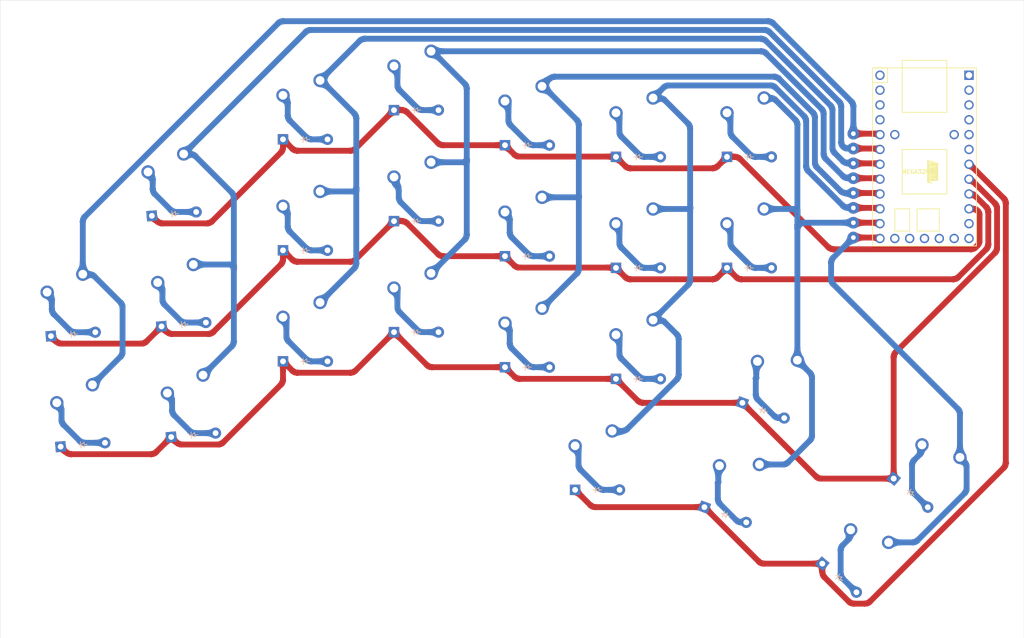
<source format=kicad_pcb>
(kicad_pcb (version 20171130) (host pcbnew "(5.1.12)-1")
  (title_block (title gpad7) (rev v1.0.0) (company Unknown))
  (layers (0 F.Cu signal) (31 B.Cu signal) (34 B.Paste user) (35 F.Paste user) (36 B.SilkS user) (37 F.SilkS user) (38 B.Mask user) (39 F.Mask user) (44 Edge.Cuts user))
  (net 0 "")
  (net 1 F5)
  (net 2 outer_bottom)
  (net 3 outer_home)
  (net 4 F6)
  (net 5 pinky_bottom)
  (net 6 pinky_home)
  (net 7 pinky_top)
  (net 8 F7)
  (net 9 ring_bottom)
  (net 10 ring_home)
  (net 11 ring_top)
  (net 12 B6)
  (net 13 middle_bottom)
  (net 14 middle_home)
  (net 15 middle_top)
  (net 16 B5)
  (net 17 index_bottom)
  (net 18 index_home)
  (net 19 index_top)
  (net 20 B4)
  (net 21 inner_bottom)
  (net 22 inner_home)
  (net 23 inner_top)
  (net 24 D7)
  (net 25 aux_home)
  (net 26 aux_top)
  (net 27 near_thumb)
  (net 28 home_thumb)
  (net 29 home_thumb_secondary)
  (net 30 D6)
  (net 31 far_thumb)
  (net 32 far_thumb_secondary)
  (net 33 D1)
  (net 34 D2)
  (net 35 D3)
  (net 36 D0)
  (net 37 GND)
  (net 38 RST)
  (net 39 VCC)
  (net 40 B0)
  (net 41 B1)
  (net 42 B2)
  (net 43 B3)
  (net 44 B7)
  (net 45 C6)
  (net 46 C7)
  (net 47 D4)
  (net 48 D5)
  (net 49 F0)
  (net 50 F1)
  (net 51 F4)
  (module MX (layer F.Cu) (at 59.436 114.3 5)
    (fp_text reference S1 hide)
    (fp_text value "" hide)
    (pad "" np_thru_hole circle (at 0 0) (size 3.9878 3.9878) (drill 3.9878) (layers *.Cu *.Mask))
    (pad "" np_thru_hole circle (at 5.08 0) (size 1.7018 1.7018) (drill 1.7018) (layers *.Cu *.Mask))
    (pad "" np_thru_hole circle (at -5.08 0) (size 1.7018 1.7018) (drill 1.7018) (layers *.Cu *.Mask))
    (pad 1 thru_hole circle (at 2.54 -5.08) (size 2.286 2.286) (drill 1.4986) (layers *.Cu *.Mask) (net 1 F5))
    (pad 2 thru_hole circle (at -3.81 -2.54) (size 2.286 2.286) (drill 1.4986) (layers *.Cu *.Mask) (net 2 outer_bottom))
  )
  (module MX (layer F.Cu) (at 57.780041 95.372301 5)
    (fp_text reference S2 hide)
    (fp_text value "" hide)
    (pad "" np_thru_hole circle (at 0 0) (size 3.9878 3.9878) (drill 3.9878) (layers *.Cu *.Mask))
    (pad "" np_thru_hole circle (at 5.08 0) (size 1.7018 1.7018) (drill 1.7018) (layers *.Cu *.Mask))
    (pad "" np_thru_hole circle (at -5.08 0) (size 1.7018 1.7018) (drill 1.7018) (layers *.Cu *.Mask))
    (pad 1 thru_hole circle (at 2.54 -5.08) (size 2.286 2.286) (drill 1.4986) (layers *.Cu *.Mask) (net 1 F5))
    (pad 2 thru_hole circle (at -3.81 -2.54) (size 2.286 2.286) (drill 1.4986) (layers *.Cu *.Mask) (net 3 outer_home))
  )
  (module MX (layer F.Cu) (at 78.363699 112.644041 5)
    (fp_text reference S3 hide)
    (fp_text value "" hide)
    (pad "" np_thru_hole circle (at 0 0) (size 3.9878 3.9878) (drill 3.9878) (layers *.Cu *.Mask))
    (pad "" np_thru_hole circle (at 5.08 0) (size 1.7018 1.7018) (drill 1.7018) (layers *.Cu *.Mask))
    (pad "" np_thru_hole circle (at -5.08 0) (size 1.7018 1.7018) (drill 1.7018) (layers *.Cu *.Mask))
    (pad 1 thru_hole circle (at 2.54 -5.08) (size 2.286 2.286) (drill 1.4986) (layers *.Cu *.Mask) (net 4 F6))
    (pad 2 thru_hole circle (at -3.81 -2.54) (size 2.286 2.286) (drill 1.4986) (layers *.Cu *.Mask) (net 5 pinky_bottom))
  )
  (module MX (layer F.Cu) (at 76.70774 93.716342 5)
    (fp_text reference S4 hide)
    (fp_text value "" hide)
    (pad "" np_thru_hole circle (at 0 0) (size 3.9878 3.9878) (drill 3.9878) (layers *.Cu *.Mask))
    (pad "" np_thru_hole circle (at 5.08 0) (size 1.7018 1.7018) (drill 1.7018) (layers *.Cu *.Mask))
    (pad "" np_thru_hole circle (at -5.08 0) (size 1.7018 1.7018) (drill 1.7018) (layers *.Cu *.Mask))
    (pad 1 thru_hole circle (at 2.54 -5.08) (size 2.286 2.286) (drill 1.4986) (layers *.Cu *.Mask) (net 4 F6))
    (pad 2 thru_hole circle (at -3.81 -2.54) (size 2.286 2.286) (drill 1.4986) (layers *.Cu *.Mask) (net 6 pinky_home))
  )
  (module MX (layer F.Cu) (at 75.051781 74.788642 5)
    (fp_text reference S5 hide)
    (fp_text value "" hide)
    (pad "" np_thru_hole circle (at 0 0) (size 3.9878 3.9878) (drill 3.9878) (layers *.Cu *.Mask))
    (pad "" np_thru_hole circle (at 5.08 0) (size 1.7018 1.7018) (drill 1.7018) (layers *.Cu *.Mask))
    (pad "" np_thru_hole circle (at -5.08 0) (size 1.7018 1.7018) (drill 1.7018) (layers *.Cu *.Mask))
    (pad 1 thru_hole circle (at 2.54 -5.08) (size 2.286 2.286) (drill 1.4986) (layers *.Cu *.Mask) (net 4 F6))
    (pad 2 thru_hole circle (at -3.81 -2.54) (size 2.286 2.286) (drill 1.4986) (layers *.Cu *.Mask) (net 7 pinky_top))
  )
  (module MX (layer F.Cu) (at 97.947152 100.007314)
    (fp_text reference S6 hide)
    (fp_text value "" hide)
    (pad "" np_thru_hole circle (at 0 0) (size 3.9878 3.9878) (drill 3.9878) (layers *.Cu *.Mask))
    (pad "" np_thru_hole circle (at 5.08 0) (size 1.7018 1.7018) (drill 1.7018) (layers *.Cu *.Mask))
    (pad "" np_thru_hole circle (at -5.08 0) (size 1.7018 1.7018) (drill 1.7018) (layers *.Cu *.Mask))
    (pad 1 thru_hole circle (at 2.54 -5.08) (size 2.286 2.286) (drill 1.4986) (layers *.Cu *.Mask) (net 8 F7))
    (pad 2 thru_hole circle (at -3.81 -2.54) (size 2.286 2.286) (drill 1.4986) (layers *.Cu *.Mask) (net 9 ring_bottom))
  )
  (module MX (layer F.Cu) (at 97.947152 81.007314)
    (fp_text reference S7 hide)
    (fp_text value "" hide)
    (pad "" np_thru_hole circle (at 0 0) (size 3.9878 3.9878) (drill 3.9878) (layers *.Cu *.Mask))
    (pad "" np_thru_hole circle (at 5.08 0) (size 1.7018 1.7018) (drill 1.7018) (layers *.Cu *.Mask))
    (pad "" np_thru_hole circle (at -5.08 0) (size 1.7018 1.7018) (drill 1.7018) (layers *.Cu *.Mask))
    (pad 1 thru_hole circle (at 2.54 -5.08) (size 2.286 2.286) (drill 1.4986) (layers *.Cu *.Mask) (net 8 F7))
    (pad 2 thru_hole circle (at -3.81 -2.54) (size 2.286 2.286) (drill 1.4986) (layers *.Cu *.Mask) (net 10 ring_home))
  )
  (module MX (layer F.Cu) (at 97.947152 62.007314)
    (fp_text reference S8 hide)
    (fp_text value "" hide)
    (pad "" np_thru_hole circle (at 0 0) (size 3.9878 3.9878) (drill 3.9878) (layers *.Cu *.Mask))
    (pad "" np_thru_hole circle (at 5.08 0) (size 1.7018 1.7018) (drill 1.7018) (layers *.Cu *.Mask))
    (pad "" np_thru_hole circle (at -5.08 0) (size 1.7018 1.7018) (drill 1.7018) (layers *.Cu *.Mask))
    (pad 1 thru_hole circle (at 2.54 -5.08) (size 2.286 2.286) (drill 1.4986) (layers *.Cu *.Mask) (net 8 F7))
    (pad 2 thru_hole circle (at -3.81 -2.54) (size 2.286 2.286) (drill 1.4986) (layers *.Cu *.Mask) (net 11 ring_top))
  )
  (module MX (layer F.Cu) (at 116.947152 95.007314)
    (fp_text reference S9 hide)
    (fp_text value "" hide)
    (pad "" np_thru_hole circle (at 0 0) (size 3.9878 3.9878) (drill 3.9878) (layers *.Cu *.Mask))
    (pad "" np_thru_hole circle (at 5.08 0) (size 1.7018 1.7018) (drill 1.7018) (layers *.Cu *.Mask))
    (pad "" np_thru_hole circle (at -5.08 0) (size 1.7018 1.7018) (drill 1.7018) (layers *.Cu *.Mask))
    (pad 1 thru_hole circle (at 2.54 -5.08) (size 2.286 2.286) (drill 1.4986) (layers *.Cu *.Mask) (net 12 B6))
    (pad 2 thru_hole circle (at -3.81 -2.54) (size 2.286 2.286) (drill 1.4986) (layers *.Cu *.Mask) (net 13 middle_bottom))
  )
  (module MX (layer F.Cu) (at 116.947152 76.007314)
    (fp_text reference S10 hide)
    (fp_text value "" hide)
    (pad "" np_thru_hole circle (at 0 0) (size 3.9878 3.9878) (drill 3.9878) (layers *.Cu *.Mask))
    (pad "" np_thru_hole circle (at 5.08 0) (size 1.7018 1.7018) (drill 1.7018) (layers *.Cu *.Mask))
    (pad "" np_thru_hole circle (at -5.08 0) (size 1.7018 1.7018) (drill 1.7018) (layers *.Cu *.Mask))
    (pad 1 thru_hole circle (at 2.54 -5.08) (size 2.286 2.286) (drill 1.4986) (layers *.Cu *.Mask) (net 12 B6))
    (pad 2 thru_hole circle (at -3.81 -2.54) (size 2.286 2.286) (drill 1.4986) (layers *.Cu *.Mask) (net 14 middle_home))
  )
  (module MX (layer F.Cu) (at 116.947152 57.007314)
    (fp_text reference S11 hide)
    (fp_text value "" hide)
    (pad "" np_thru_hole circle (at 0 0) (size 3.9878 3.9878) (drill 3.9878) (layers *.Cu *.Mask))
    (pad "" np_thru_hole circle (at 5.08 0) (size 1.7018 1.7018) (drill 1.7018) (layers *.Cu *.Mask))
    (pad "" np_thru_hole circle (at -5.08 0) (size 1.7018 1.7018) (drill 1.7018) (layers *.Cu *.Mask))
    (pad 1 thru_hole circle (at 2.54 -5.08) (size 2.286 2.286) (drill 1.4986) (layers *.Cu *.Mask) (net 12 B6))
    (pad 2 thru_hole circle (at -3.81 -2.54) (size 2.286 2.286) (drill 1.4986) (layers *.Cu *.Mask) (net 15 middle_top))
  )
  (module MX (layer F.Cu) (at 135.947152 101.007314)
    (fp_text reference S12 hide)
    (fp_text value "" hide)
    (pad "" np_thru_hole circle (at 0 0) (size 3.9878 3.9878) (drill 3.9878) (layers *.Cu *.Mask))
    (pad "" np_thru_hole circle (at 5.08 0) (size 1.7018 1.7018) (drill 1.7018) (layers *.Cu *.Mask))
    (pad "" np_thru_hole circle (at -5.08 0) (size 1.7018 1.7018) (drill 1.7018) (layers *.Cu *.Mask))
    (pad 1 thru_hole circle (at 2.54 -5.08) (size 2.286 2.286) (drill 1.4986) (layers *.Cu *.Mask) (net 16 B5))
    (pad 2 thru_hole circle (at -3.81 -2.54) (size 2.286 2.286) (drill 1.4986) (layers *.Cu *.Mask) (net 17 index_bottom))
  )
  (module MX (layer F.Cu) (at 135.947152 82.007314)
    (fp_text reference S13 hide)
    (fp_text value "" hide)
    (pad "" np_thru_hole circle (at 0 0) (size 3.9878 3.9878) (drill 3.9878) (layers *.Cu *.Mask))
    (pad "" np_thru_hole circle (at 5.08 0) (size 1.7018 1.7018) (drill 1.7018) (layers *.Cu *.Mask))
    (pad "" np_thru_hole circle (at -5.08 0) (size 1.7018 1.7018) (drill 1.7018) (layers *.Cu *.Mask))
    (pad 1 thru_hole circle (at 2.54 -5.08) (size 2.286 2.286) (drill 1.4986) (layers *.Cu *.Mask) (net 16 B5))
    (pad 2 thru_hole circle (at -3.81 -2.54) (size 2.286 2.286) (drill 1.4986) (layers *.Cu *.Mask) (net 18 index_home))
  )
  (module MX (layer F.Cu) (at 135.947152 63.007314)
    (fp_text reference S14 hide)
    (fp_text value "" hide)
    (pad "" np_thru_hole circle (at 0 0) (size 3.9878 3.9878) (drill 3.9878) (layers *.Cu *.Mask))
    (pad "" np_thru_hole circle (at 5.08 0) (size 1.7018 1.7018) (drill 1.7018) (layers *.Cu *.Mask))
    (pad "" np_thru_hole circle (at -5.08 0) (size 1.7018 1.7018) (drill 1.7018) (layers *.Cu *.Mask))
    (pad 1 thru_hole circle (at 2.54 -5.08) (size 2.286 2.286) (drill 1.4986) (layers *.Cu *.Mask) (net 16 B5))
    (pad 2 thru_hole circle (at -3.81 -2.54) (size 2.286 2.286) (drill 1.4986) (layers *.Cu *.Mask) (net 19 index_top))
  )
  (module MX (layer F.Cu) (at 154.947152 103.007314)
    (fp_text reference S15 hide)
    (fp_text value "" hide)
    (pad "" np_thru_hole circle (at 0 0) (size 3.9878 3.9878) (drill 3.9878) (layers *.Cu *.Mask))
    (pad "" np_thru_hole circle (at 5.08 0) (size 1.7018 1.7018) (drill 1.7018) (layers *.Cu *.Mask))
    (pad "" np_thru_hole circle (at -5.08 0) (size 1.7018 1.7018) (drill 1.7018) (layers *.Cu *.Mask))
    (pad 1 thru_hole circle (at 2.54 -5.08) (size 2.286 2.286) (drill 1.4986) (layers *.Cu *.Mask) (net 20 B4))
    (pad 2 thru_hole circle (at -3.81 -2.54) (size 2.286 2.286) (drill 1.4986) (layers *.Cu *.Mask) (net 21 inner_bottom))
  )
  (module MX (layer F.Cu) (at 154.947152 84.007314)
    (fp_text reference S16 hide)
    (fp_text value "" hide)
    (pad "" np_thru_hole circle (at 0 0) (size 3.9878 3.9878) (drill 3.9878) (layers *.Cu *.Mask))
    (pad "" np_thru_hole circle (at 5.08 0) (size 1.7018 1.7018) (drill 1.7018) (layers *.Cu *.Mask))
    (pad "" np_thru_hole circle (at -5.08 0) (size 1.7018 1.7018) (drill 1.7018) (layers *.Cu *.Mask))
    (pad 1 thru_hole circle (at 2.54 -5.08) (size 2.286 2.286) (drill 1.4986) (layers *.Cu *.Mask) (net 20 B4))
    (pad 2 thru_hole circle (at -3.81 -2.54) (size 2.286 2.286) (drill 1.4986) (layers *.Cu *.Mask) (net 22 inner_home))
  )
  (module MX (layer F.Cu) (at 154.947152 65.007314)
    (fp_text reference S17 hide)
    (fp_text value "" hide)
    (pad "" np_thru_hole circle (at 0 0) (size 3.9878 3.9878) (drill 3.9878) (layers *.Cu *.Mask))
    (pad "" np_thru_hole circle (at 5.08 0) (size 1.7018 1.7018) (drill 1.7018) (layers *.Cu *.Mask))
    (pad "" np_thru_hole circle (at -5.08 0) (size 1.7018 1.7018) (drill 1.7018) (layers *.Cu *.Mask))
    (pad 1 thru_hole circle (at 2.54 -5.08) (size 2.286 2.286) (drill 1.4986) (layers *.Cu *.Mask) (net 20 B4))
    (pad 2 thru_hole circle (at -3.81 -2.54) (size 2.286 2.286) (drill 1.4986) (layers *.Cu *.Mask) (net 23 inner_top))
  )
  (module MX (layer F.Cu) (at 173.947152 84.007313)
    (fp_text reference S18 hide)
    (fp_text value "" hide)
    (pad "" np_thru_hole circle (at 0 0) (size 3.9878 3.9878) (drill 3.9878) (layers *.Cu *.Mask))
    (pad "" np_thru_hole circle (at 5.08 0) (size 1.7018 1.7018) (drill 1.7018) (layers *.Cu *.Mask))
    (pad "" np_thru_hole circle (at -5.08 0) (size 1.7018 1.7018) (drill 1.7018) (layers *.Cu *.Mask))
    (pad 1 thru_hole circle (at 2.54 -5.08) (size 2.286 2.286) (drill 1.4986) (layers *.Cu *.Mask) (net 24 D7))
    (pad 2 thru_hole circle (at -3.81 -2.54) (size 2.286 2.286) (drill 1.4986) (layers *.Cu *.Mask) (net 25 aux_home))
  )
  (module MX (layer F.Cu) (at 173.947152 65.007313)
    (fp_text reference S19 hide)
    (fp_text value "" hide)
    (pad "" np_thru_hole circle (at 0 0) (size 3.9878 3.9878) (drill 3.9878) (layers *.Cu *.Mask))
    (pad "" np_thru_hole circle (at 5.08 0) (size 1.7018 1.7018) (drill 1.7018) (layers *.Cu *.Mask))
    (pad "" np_thru_hole circle (at -5.08 0) (size 1.7018 1.7018) (drill 1.7018) (layers *.Cu *.Mask))
    (pad 1 thru_hole circle (at 2.54 -5.08) (size 2.286 2.286) (drill 1.4986) (layers *.Cu *.Mask) (net 24 D7))
    (pad 2 thru_hole circle (at -3.81 -2.54) (size 2.286 2.286) (drill 1.4986) (layers *.Cu *.Mask) (net 26 aux_top))
  )
  (module MX (layer F.Cu) (at 147.947152 122.007314)
    (fp_text reference S20 hide)
    (fp_text value "" hide)
    (pad "" np_thru_hole circle (at 0 0) (size 3.9878 3.9878) (drill 3.9878) (layers *.Cu *.Mask))
    (pad "" np_thru_hole circle (at 5.08 0) (size 1.7018 1.7018) (drill 1.7018) (layers *.Cu *.Mask))
    (pad "" np_thru_hole circle (at -5.08 0) (size 1.7018 1.7018) (drill 1.7018) (layers *.Cu *.Mask))
    (pad 1 thru_hole circle (at 2.54 -5.08) (size 2.286 2.286) (drill 1.4986) (layers *.Cu *.Mask) (net 20 B4))
    (pad 2 thru_hole circle (at -3.81 -2.54) (size 2.286 2.286) (drill 1.4986) (layers *.Cu *.Mask) (net 27 near_thumb))
  )
  (module MX (layer F.Cu) (at 171.566722 126.568817 340)
    (fp_text reference S21 hide)
    (fp_text value "" hide)
    (pad "" np_thru_hole circle (at 0 0) (size 3.9878 3.9878) (drill 3.9878) (layers *.Cu *.Mask))
    (pad "" np_thru_hole circle (at 5.08 0) (size 1.7018 1.7018) (drill 1.7018) (layers *.Cu *.Mask))
    (pad "" np_thru_hole circle (at -5.08 0) (size 1.7018 1.7018) (drill 1.7018) (layers *.Cu *.Mask))
    (pad 1 thru_hole circle (at 2.54 -5.08) (size 2.286 2.286) (drill 1.4986) (layers *.Cu *.Mask) (net 24 D7))
    (pad 2 thru_hole circle (at -3.81 -2.54) (size 2.286 2.286) (drill 1.4986) (layers *.Cu *.Mask) (net 28 home_thumb))
  )
  (module MX (layer F.Cu) (at 178.065105 108.714657 340)
    (fp_text reference S22 hide)
    (fp_text value "" hide)
    (pad "" np_thru_hole circle (at 0 0) (size 3.9878 3.9878) (drill 3.9878) (layers *.Cu *.Mask))
    (pad "" np_thru_hole circle (at 5.08 0) (size 1.7018 1.7018) (drill 1.7018) (layers *.Cu *.Mask))
    (pad "" np_thru_hole circle (at -5.08 0) (size 1.7018 1.7018) (drill 1.7018) (layers *.Cu *.Mask))
    (pad 1 thru_hole circle (at 2.54 -5.08) (size 2.286 2.286) (drill 1.4986) (layers *.Cu *.Mask) (net 24 D7))
    (pad 2 thru_hole circle (at -3.81 -2.54) (size 2.286 2.286) (drill 1.4986) (layers *.Cu *.Mask) (net 29 home_thumb_secondary))
  )
  (module MX (layer F.Cu) (at 192.59244 138.256869 320)
    (fp_text reference S23 hide)
    (fp_text value "" hide)
    (pad "" np_thru_hole circle (at 0 0) (size 3.9878 3.9878) (drill 3.9878) (layers *.Cu *.Mask))
    (pad "" np_thru_hole circle (at 5.08 0) (size 1.7018 1.7018) (drill 1.7018) (layers *.Cu *.Mask))
    (pad "" np_thru_hole circle (at -5.08 0) (size 1.7018 1.7018) (drill 1.7018) (layers *.Cu *.Mask))
    (pad 1 thru_hole circle (at 2.54 -5.08) (size 2.286 2.286) (drill 1.4986) (layers *.Cu *.Mask) (net 30 D6))
    (pad 2 thru_hole circle (at -3.81 -2.54) (size 2.286 2.286) (drill 1.4986) (layers *.Cu *.Mask) (net 31 far_thumb))
  )
  (module MX (layer F.Cu) (at 204.805404 123.702025 320)
    (fp_text reference S24 hide)
    (fp_text value "" hide)
    (pad "" np_thru_hole circle (at 0 0) (size 3.9878 3.9878) (drill 3.9878) (layers *.Cu *.Mask))
    (pad "" np_thru_hole circle (at 5.08 0) (size 1.7018 1.7018) (drill 1.7018) (layers *.Cu *.Mask))
    (pad "" np_thru_hole circle (at -5.08 0) (size 1.7018 1.7018) (drill 1.7018) (layers *.Cu *.Mask))
    (pad 1 thru_hole circle (at 2.54 -5.08) (size 2.286 2.286) (drill 1.4986) (layers *.Cu *.Mask) (net 30 D6))
    (pad 2 thru_hole circle (at -3.81 -2.54) (size 2.286 2.286) (drill 1.4986) (layers *.Cu *.Mask) (net 32 far_thumb_secondary))
  )
  (module ComboDiode (layer F.Cu) (at 59.871779 119.280974 5)
    (fp_text reference D1 hide)
    (fp_text value "" hide)
    (pad 1 thru_hole rect (at -3.81 0 5) (size 1.778 1.778) (drill 0.9906) (layers *.Cu *.Mask) (net 33 D1))
    (pad 2 thru_hole circle (at 3.81 0 5) (size 1.905 1.905) (drill 0.9906) (layers *.Cu *.Mask) (net 2 outer_bottom))
  )
  (module ComboDiode (layer F.Cu) (at 58.21582 100.353274 5)
    (fp_text reference D2 hide)
    (fp_text value "" hide)
    (pad 1 thru_hole rect (at -3.81 0 5) (size 1.778 1.778) (drill 0.9906) (layers *.Cu *.Mask) (net 34 D2))
    (pad 2 thru_hole circle (at 3.81 0 5) (size 1.905 1.905) (drill 0.9906) (layers *.Cu *.Mask) (net 3 outer_home))
  )
  (module ComboDiode (layer F.Cu) (at 78.799478 117.625014 5)
    (fp_text reference D3 hide)
    (fp_text value "" hide)
    (pad 1 thru_hole rect (at -3.81 0 5) (size 1.778 1.778) (drill 0.9906) (layers *.Cu *.Mask) (net 33 D1))
    (pad 2 thru_hole circle (at 3.81 0 5) (size 1.905 1.905) (drill 0.9906) (layers *.Cu *.Mask) (net 5 pinky_bottom))
  )
  (module ComboDiode (layer F.Cu) (at 77.143519 98.697315 5)
    (fp_text reference D4 hide)
    (fp_text value "" hide)
    (pad 1 thru_hole rect (at -3.81 0 5) (size 1.778 1.778) (drill 0.9906) (layers *.Cu *.Mask) (net 34 D2))
    (pad 2 thru_hole circle (at 3.81 0 5) (size 1.905 1.905) (drill 0.9906) (layers *.Cu *.Mask) (net 6 pinky_home))
  )
  (module ComboDiode (layer F.Cu) (at 75.48756 79.769616 5)
    (fp_text reference D5 hide)
    (fp_text value "" hide)
    (pad 1 thru_hole rect (at -3.81 0 5) (size 1.778 1.778) (drill 0.9906) (layers *.Cu *.Mask) (net 35 D3))
    (pad 2 thru_hole circle (at 3.81 0 5) (size 1.905 1.905) (drill 0.9906) (layers *.Cu *.Mask) (net 7 pinky_top))
  )
  (module ComboDiode (layer F.Cu) (at 97.947152 105.007314)
    (fp_text reference D6 hide)
    (fp_text value "" hide)
    (pad 1 thru_hole rect (at -3.81 0) (size 1.778 1.778) (drill 0.9906) (layers *.Cu *.Mask) (net 33 D1))
    (pad 2 thru_hole circle (at 3.81 0) (size 1.905 1.905) (drill 0.9906) (layers *.Cu *.Mask) (net 9 ring_bottom))
  )
  (module ComboDiode (layer F.Cu) (at 97.947152 86.007314)
    (fp_text reference D7 hide)
    (fp_text value "" hide)
    (pad 1 thru_hole rect (at -3.81 0) (size 1.778 1.778) (drill 0.9906) (layers *.Cu *.Mask) (net 34 D2))
    (pad 2 thru_hole circle (at 3.81 0) (size 1.905 1.905) (drill 0.9906) (layers *.Cu *.Mask) (net 10 ring_home))
  )
  (module ComboDiode (layer F.Cu) (at 97.947152 67.007314)
    (fp_text reference D8 hide)
    (fp_text value "" hide)
    (pad 1 thru_hole rect (at -3.81 0) (size 1.778 1.778) (drill 0.9906) (layers *.Cu *.Mask) (net 35 D3))
    (pad 2 thru_hole circle (at 3.81 0) (size 1.905 1.905) (drill 0.9906) (layers *.Cu *.Mask) (net 11 ring_top))
  )
  (module ComboDiode (layer F.Cu) (at 116.947152 100.007314)
    (fp_text reference D9 hide)
    (fp_text value "" hide)
    (pad 1 thru_hole rect (at -3.81 0) (size 1.778 1.778) (drill 0.9906) (layers *.Cu *.Mask) (net 33 D1))
    (pad 2 thru_hole circle (at 3.81 0) (size 1.905 1.905) (drill 0.9906) (layers *.Cu *.Mask) (net 13 middle_bottom))
  )
  (module ComboDiode (layer F.Cu) (at 116.947152 81.007314)
    (fp_text reference D10 hide)
    (fp_text value "" hide)
    (pad 1 thru_hole rect (at -3.81 0) (size 1.778 1.778) (drill 0.9906) (layers *.Cu *.Mask) (net 34 D2))
    (pad 2 thru_hole circle (at 3.81 0) (size 1.905 1.905) (drill 0.9906) (layers *.Cu *.Mask) (net 14 middle_home))
  )
  (module ComboDiode (layer F.Cu) (at 116.947152 62.007314)
    (fp_text reference D11 hide)
    (fp_text value "" hide)
    (pad 1 thru_hole rect (at -3.81 0) (size 1.778 1.778) (drill 0.9906) (layers *.Cu *.Mask) (net 35 D3))
    (pad 2 thru_hole circle (at 3.81 0) (size 1.905 1.905) (drill 0.9906) (layers *.Cu *.Mask) (net 15 middle_top))
  )
  (module ComboDiode (layer F.Cu) (at 135.947152 106.007314)
    (fp_text reference D12 hide)
    (fp_text value "" hide)
    (pad 1 thru_hole rect (at -3.81 0) (size 1.778 1.778) (drill 0.9906) (layers *.Cu *.Mask) (net 33 D1))
    (pad 2 thru_hole circle (at 3.81 0) (size 1.905 1.905) (drill 0.9906) (layers *.Cu *.Mask) (net 17 index_bottom))
  )
  (module ComboDiode (layer F.Cu) (at 135.947152 87.007314)
    (fp_text reference D13 hide)
    (fp_text value "" hide)
    (pad 1 thru_hole rect (at -3.81 0) (size 1.778 1.778) (drill 0.9906) (layers *.Cu *.Mask) (net 34 D2))
    (pad 2 thru_hole circle (at 3.81 0) (size 1.905 1.905) (drill 0.9906) (layers *.Cu *.Mask) (net 18 index_home))
  )
  (module ComboDiode (layer F.Cu) (at 135.947152 68.007314)
    (fp_text reference D14 hide)
    (fp_text value "" hide)
    (pad 1 thru_hole rect (at -3.81 0) (size 1.778 1.778) (drill 0.9906) (layers *.Cu *.Mask) (net 35 D3))
    (pad 2 thru_hole circle (at 3.81 0) (size 1.905 1.905) (drill 0.9906) (layers *.Cu *.Mask) (net 19 index_top))
  )
  (module ComboDiode (layer F.Cu) (at 154.947152 108.007314)
    (fp_text reference D15 hide)
    (fp_text value "" hide)
    (pad 1 thru_hole rect (at -3.81 0) (size 1.778 1.778) (drill 0.9906) (layers *.Cu *.Mask) (net 33 D1))
    (pad 2 thru_hole circle (at 3.81 0) (size 1.905 1.905) (drill 0.9906) (layers *.Cu *.Mask) (net 21 inner_bottom))
  )
  (module ComboDiode (layer F.Cu) (at 154.947152 89.007314)
    (fp_text reference D16 hide)
    (fp_text value "" hide)
    (pad 1 thru_hole rect (at -3.81 0) (size 1.778 1.778) (drill 0.9906) (layers *.Cu *.Mask) (net 34 D2))
    (pad 2 thru_hole circle (at 3.81 0) (size 1.905 1.905) (drill 0.9906) (layers *.Cu *.Mask) (net 22 inner_home))
  )
  (module ComboDiode (layer F.Cu) (at 154.947152 70.007314)
    (fp_text reference D17 hide)
    (fp_text value "" hide)
    (pad 1 thru_hole rect (at -3.81 0) (size 1.778 1.778) (drill 0.9906) (layers *.Cu *.Mask) (net 35 D3))
    (pad 2 thru_hole circle (at 3.81 0) (size 1.905 1.905) (drill 0.9906) (layers *.Cu *.Mask) (net 23 inner_top))
  )
  (module ComboDiode (layer F.Cu) (at 173.947152 89.007313)
    (fp_text reference D18 hide)
    (fp_text value "" hide)
    (pad 1 thru_hole rect (at -3.81 0) (size 1.778 1.778) (drill 0.9906) (layers *.Cu *.Mask) (net 34 D2))
    (pad 2 thru_hole circle (at 3.81 0) (size 1.905 1.905) (drill 0.9906) (layers *.Cu *.Mask) (net 25 aux_home))
  )
  (module ComboDiode (layer F.Cu) (at 173.947152 70.007313)
    (fp_text reference D19 hide)
    (fp_text value "" hide)
    (pad 1 thru_hole rect (at -3.81 0) (size 1.778 1.778) (drill 0.9906) (layers *.Cu *.Mask) (net 35 D3))
    (pad 2 thru_hole circle (at 3.81 0) (size 1.905 1.905) (drill 0.9906) (layers *.Cu *.Mask) (net 26 aux_top))
  )
  (module ComboDiode (layer F.Cu) (at 147.947152 127.007314)
    (fp_text reference D20 hide)
    (fp_text value "" hide)
    (pad 1 thru_hole rect (at -3.81 0) (size 1.778 1.778) (drill 0.9906) (layers *.Cu *.Mask) (net 36 D0))
    (pad 2 thru_hole circle (at 3.81 0) (size 1.905 1.905) (drill 0.9906) (layers *.Cu *.Mask) (net 27 near_thumb))
  )
  (module ComboDiode (layer F.Cu) (at 169.856621 131.26728 340)
    (fp_text reference D21 hide)
    (fp_text value "" hide)
    (pad 1 thru_hole rect (at -3.81 0 340) (size 1.778 1.778) (drill 0.9906) (layers *.Cu *.Mask) (net 36 D0))
    (pad 2 thru_hole circle (at 3.81 0 340) (size 1.905 1.905) (drill 0.9906) (layers *.Cu *.Mask) (net 28 home_thumb))
  )
  (module ComboDiode (layer F.Cu) (at 176.355004 113.41312 340)
    (fp_text reference D22 hide)
    (fp_text value "" hide)
    (pad 1 thru_hole rect (at -3.81 0 340) (size 1.778 1.778) (drill 0.9906) (layers *.Cu *.Mask) (net 33 D1))
    (pad 2 thru_hole circle (at 3.81 0 340) (size 1.905 1.905) (drill 0.9906) (layers *.Cu *.Mask) (net 29 home_thumb_secondary))
  )
  (module ComboDiode (layer F.Cu) (at 189.378502 142.087091 320)
    (fp_text reference D23 hide)
    (fp_text value "" hide)
    (pad 1 thru_hole rect (at -3.81 0 320) (size 1.778 1.778) (drill 0.9906) (layers *.Cu *.Mask) (net 36 D0))
    (pad 2 thru_hole circle (at 3.81 0 320) (size 1.905 1.905) (drill 0.9906) (layers *.Cu *.Mask) (net 31 far_thumb))
  )
  (module ComboDiode (layer F.Cu) (at 201.591466 127.532247 320)
    (fp_text reference D24 hide)
    (fp_text value "" hide)
    (pad 1 thru_hole rect (at -3.81 0 320) (size 1.778 1.778) (drill 0.9906) (layers *.Cu *.Mask) (net 33 D1))
    (pad 2 thru_hole circle (at 3.81 0 320) (size 1.905 1.905) (drill 0.9906) (layers *.Cu *.Mask) (net 32 far_thumb_secondary))
  )
  (module Teensy2.0 (layer F.Cu) (at 203.947152 70.007313 270)
    (fp_text reference MCU1 hide)
    (fp_text value "" hide)
    (fp_text user MEGA32U4 (at 2.54 1.143) (layer F.SilkS) (effects (font (size 0.7 0.7))))
    (pad 15 thru_hole circle (at 13.97 0) (size 1.6 1.6) (drill 1.1) (layers *.Cu *.Mask) (net 37 GND))
    (pad 1 thru_hole rect (at -13.97 -7.62) (size 1.6 1.6) (drill 1.1) (layers *.Cu *.Mask) (net 37 GND))
    (pad 2 thru_hole circle (at -11.43 -7.62) (size 1.6 1.6) (drill 1.1) (layers *.Cu *.Mask) (net 40 B0))
    (pad 3 thru_hole circle (at -8.89 -7.62) (size 1.6 1.6) (drill 1.1) (layers *.Cu *.Mask) (net 41 B1))
    (pad 4 thru_hole circle (at -6.35 -7.62) (size 1.6 1.6) (drill 1.1) (layers *.Cu *.Mask) (net 42 B2))
    (pad 5 thru_hole circle (at -3.81 -7.62) (size 1.6 1.6) (drill 1.1) (layers *.Cu *.Mask) (net 43 B3))
    (pad 6 thru_hole circle (at -1.27 -7.62) (size 1.6 1.6) (drill 1.1) (layers *.Cu *.Mask) (net 44 B7))
    (pad 7 thru_hole circle (at 1.27 -7.62) (size 1.6 1.6) (drill 1.1) (layers *.Cu *.Mask) (net 36 D0))
    (pad 8 thru_hole circle (at 3.81 -7.62) (size 1.6 1.6) (drill 1.1) (layers *.Cu *.Mask) (net 33 D1))
    (pad 9 thru_hole circle (at 6.35 -7.62) (size 1.6 1.6) (drill 1.1) (layers *.Cu *.Mask) (net 34 D2))
    (pad 10 thru_hole circle (at 8.89 -7.62) (size 1.6 1.6) (drill 1.1) (layers *.Cu *.Mask) (net 35 D3))
    (pad 11 thru_hole circle (at 11.43 -7.62) (size 1.6 1.6) (drill 1.1) (layers *.Cu *.Mask) (net 45 C6))
    (pad 12 thru_hole circle (at 13.97 -7.62) (size 1.6 1.6) (drill 1.1) (layers *.Cu *.Mask) (net 46 C7))
    (pad 13 thru_hole circle (at 13.97 -5.08) (size 1.6 1.6) (drill 1.1) (layers *.Cu *.Mask) (net 48 D5))
    (pad 14 thru_hole circle (at 13.97 -2.54) (size 1.6 1.6) (drill 1.1) (layers *.Cu *.Mask) (net 39 VCC))
    (pad 16 thru_hole circle (at 13.97 2.54) (size 1.6 1.6) (drill 1.1) (layers *.Cu *.Mask) (net 38 RST))
    (pad 17 thru_hole circle (at 13.97 5.08) (size 1.6 1.6) (drill 1.1) (layers *.Cu *.Mask) (net 47 D4))
    (pad 18 thru_hole circle (at 13.97 7.62) (size 1.6 1.6) (drill 1.1) (layers *.Cu *.Mask) (net 30 D6))
    (pad 19 thru_hole circle (at 11.43 7.62) (size 1.6 1.6) (drill 1.1) (layers *.Cu *.Mask) (net 24 D7))
    (pad 20 thru_hole circle (at 8.89 7.62) (size 1.6 1.6) (drill 1.1) (layers *.Cu *.Mask) (net 20 B4))
    (pad 21 thru_hole circle (at 6.35 7.62) (size 1.6 1.6) (drill 1.1) (layers *.Cu *.Mask) (net 16 B5))
    (pad 22 thru_hole circle (at 3.81 7.62) (size 1.6 1.6) (drill 1.1) (layers *.Cu *.Mask) (net 12 B6))
    (pad 23 thru_hole circle (at 1.27 7.62) (size 1.6 1.6) (drill 1.1) (layers *.Cu *.Mask) (net 8 F7))
    (pad 24 thru_hole circle (at -1.27 7.62) (size 1.6 1.6) (drill 1.1) (layers *.Cu *.Mask) (net 4 F6))
    (pad 25 thru_hole circle (at -3.81 7.62) (size 1.6 1.6) (drill 1.1) (layers *.Cu *.Mask) (net 1 F5))
    (pad 26 thru_hole circle (at -6.35 7.62) (size 1.6 1.6) (drill 1.1) (layers *.Cu *.Mask) (net 51 F4))
    (pad 27 thru_hole circle (at -8.89 7.62) (size 1.6 1.6) (drill 1.1) (layers *.Cu *.Mask) (net 50 F1))
    (pad 28 thru_hole circle (at -11.43 7.62) (size 1.6 1.6) (drill 1.1) (layers *.Cu *.Mask) (net 49 F0))
    (pad 29 thru_hole circle (at -13.97 7.62) (size 1.6 1.6) (drill 1.1) (layers *.Cu *.Mask) (net 39 VCC))
    (pad 30 thru_hole circle (at -3.81 -5.08) (size 1.6 1.6) (drill 1.1) (layers *.Cu *.Mask))
    (pad 31 thru_hole circle (at -3.81 5.08) (size 1.6 1.6) (drill 1.1) (layers *.Cu *.Mask))
  )
  (gr_line (start 45.72 152.4) (end 45.72 43.18) (layer Edge.Cuts) (width 0.05))
  (gr_line (start 220.98 152.4) (end 45.72 152.4) (layer Edge.Cuts) (width 0.05))
  (gr_line (start 220.98 43.18) (end 220.98 152.4) (layer Edge.Cuts) (width 0.05))
  (gr_line (start 45.72 43.18) (end 220.98 43.18) (layer Edge.Cuts) (width 0.05))
  (segment (start 165.854522 129.97155) (end 165.871116 129.97339) (width 1) (layer F.Cu) (net 36))
  (segment (start 186.46192 141.100121) (end 186.462943 141.116786) (width 1) (layer F.Cu) (net 36))
  (segment (start 186.693788 141.787806) (end 186.703233 141.801573) (width 1) (layer F.Cu) (net 36))
  (segment (start 186.520875 141.427941) (end 186.525917 141.443856) (width 1) (layer F.Cu) (net 36))
  (segment (start 165.754599 129.964797) (end 165.771283 129.965411) (width 1) (layer F.Cu) (net 36))
  (segment (start 166.447764 130.179718) (end 166.461759 130.188823) (width 1) (layer F.Cu) (net 36))
  (segment (start 217.642534 77.267966) (end 217.651639 77.281961) (width 1) (layer F.Cu) (net 36))
  (segment (start 217.77902 77.535024) (end 217.784837 77.550674) (width 1) (layer F.Cu) (net 36))
  (segment (start 217.845721 122.555616) (end 217.842664 122.572029) (width 1) (layer F.Cu) (net 36))
  (segment (start 186.494757 141.331254) (end 186.498615 141.347498) (width 1) (layer F.Cu) (net 36))
  (segment (start 211.710005 71.301023) (end 211.711544 71.302025) (width 1) (layer F.Cu) (net 36))
  (segment (start 175.939672 139.511017) (end 175.954851 139.517969) (width 1) (layer F.Cu) (net 36))
  (segment (start 194.080304 146.432452) (end 194.064269 146.437102) (width 1) (layer F.Cu) (net 36))
  (segment (start 186.579968 141.583978) (end 186.586921 141.599157) (width 1) (layer F.Cu) (net 36))
  (segment (start 175.657181 139.33455) (end 175.670216 139.344983) (width 1) (layer F.Cu) (net 36))
  (segment (start 166.241205 130.070934) (end 166.256551 130.077511) (width 1) (layer F.Cu) (net 36))
  (segment (start 217.766812 77.503944) (end 217.773011 77.519447) (width 1) (layer F.Cu) (net 36))
  (segment (start 147.367608 129.932953) (end 147.383942 129.936411) (width 1) (layer F.Cu) (net 36))
  (segment (start 147.565788 129.961109) (end 147.582452 129.962133) (width 1) (layer F.Cu) (net 36))
  (segment (start 191.016002 146.141788) (end 191.028509 146.152848) (width 1) (layer F.Cu) (net 36))
  (segment (start 186.200965 139.700004) (end 186.211643 139.706053) (width 1) (layer F.Cu) (net 36))
  (segment (start 165.920744 129.98013) (end 165.937228 129.982783) (width 1) (layer F.Cu) (net 36))
  (segment (start 186.481328 141.265842) (end 186.484384 141.282256) (width 1) (layer F.Cu) (net 36))
  (segment (start 217.633257 123.07758) (end 217.623812 123.091347) (width 1) (layer F.Cu) (net 36))
  (segment (start 194.57567 146.163752) (end 194.562895 146.174501) (width 1) (layer F.Cu) (net 36))
  (segment (start 147.499294 129.954971) (end 147.515888 129.956812) (width 1) (layer F.Cu) (net 36))
  (segment (start 211.652022 71.279066) (end 211.653836 71.279358) (width 1) (layer F.Cu) (net 36))
  (segment (start 186.752954 141.868613) (end 186.763387 141.881648) (width 1) (layer F.Cu) (net 36))
  (segment (start 217.651639 123.049702) (end 217.642534 123.063697) (width 1) (layer F.Cu) (net 36))
  (segment (start 186.22217 139.712363) (end 186.232539 139.718929) (width 1) (layer F.Cu) (net 36))
  (segment (start 194.414163 146.282004) (end 194.39995 146.290762) (width 1) (layer F.Cu) (net 36))
  (segment (start 186.391885 139.886294) (end 186.397934 139.896972) (width 1) (layer F.Cu) (net 36))
  (segment (start 186.242746 139.725748) (end 186.25278 139.732815) (width 1) (layer F.Cu) (net 36))
  (segment (start 186.502672 141.363695) (end 186.506927 141.379838) (width 1) (layer F.Cu) (net 36))
  (segment (start 186.640727 141.702865) (end 186.649133 141.717289) (width 1) (layer F.Cu) (net 36))
  (segment (start 217.486267 123.258947) (end 217.474607 123.270897) (width 1) (layer F.Cu) (net 36))
  (segment (start 191.69909 146.470008) (end 191.715574 146.472661) (width 1) (layer F.Cu) (net 36))
  (segment (start 217.497779 77.084807) (end 217.509142 77.097039) (width 1) (layer F.Cu) (net 36))
  (segment (start 217.848575 77.792499) (end 217.851228 77.808983) (width 1) (layer F.Cu) (net 36))
  (segment (start 194.523792 146.205797) (end 194.510505 146.215906) (width 1) (layer F.Cu) (net 36))
  (segment (start 146.994234 129.791552) (end 147.00886 129.799602) (width 1) (layer F.Cu) (net 36))
  (segment (start 175.764906 139.413425) (end 175.778901 139.42253) (width 1) (layer F.Cu) (net 36))
  (segment (start 211.637411 71.277536) (end 211.639245 71.277649) (width 1) (layer F.Cu) (net 36))
  (segment (start 147.053317 129.822668) (end 147.06832 129.829991) (width 1) (layer F.Cu) (net 36))
  (segment (start 217.732988 122.904024) (end 217.725665 122.919028) (width 1) (layer F.Cu) (net 36))
  (segment (start 166.53 130.236882) (end 166.543287 130.246992) (width 1) (layer F.Cu) (net 36))
  (segment (start 146.701448 129.57161) (end 146.713398 129.58327) (width 1) (layer F.Cu) (net 36))
  (segment (start 211.733027 71.319218) (end 211.734342 71.320501) (width 1) (layer F.Cu) (net 36))
  (segment (start 191.349323 146.36156) (end 191.364502 146.368512) (width 1) (layer F.Cu) (net 36))
  (segment (start 147.144626 129.863815) (end 147.160129 129.870014) (width 1) (layer F.Cu) (net 36))
  (segment (start 186.657717 141.731609) (end 186.666475 141.745823) (width 1) (layer F.Cu) (net 36))
  (segment (start 165.887686 129.975434) (end 165.904229 129.977681) (width 1) (layer F.Cu) (net 36))
  (segment (start 176.455386 139.636839) (end 176.472071 139.637454) (width 1) (layer F.Cu) (net 36))
  (segment (start 186.440121 139.998819) (end 186.443394 140.010648) (width 1) (layer F.Cu) (net 36))
  (segment (start 211.666411 71.282019) (end 211.668188 71.282488) (width 1) (layer F.Cu) (net 36))
  (segment (start 175.737256 139.394703) (end 175.751023 139.404149) (width 1) (layer F.Cu) (net 36))
  (segment (start 176.191332 139.599324) (end 176.207576 139.603181) (width 1) (layer F.Cu) (net 36))
  (segment (start 186.467241 141.166686) (end 186.469081 141.18328) (width 1) (layer F.Cu) (net 36))
  (segment (start 175.6315 139.313209) (end 175.644275 139.323959) (width 1) (layer F.Cu) (net 36))
  (segment (start 165.787957 129.96623) (end 165.804621 129.967253) (width 1) (layer F.Cu) (net 36))
  (segment (start 217.795893 122.749483) (end 217.790462 122.76527) (width 1) (layer F.Cu) (net 36))
  (segment (start 211.721963 71.309555) (end 211.723397 71.310703) (width 1) (layer F.Cu) (net 36))
  (segment (start 166.556449 130.257264) (end 166.569484 130.267697) (width 1) (layer F.Cu) (net 36))
  (segment (start 176.094974 139.57202) (end 176.110889 139.577063) (width 1) (layer F.Cu) (net 36))
  (segment (start 193.917733 146.470008) (end 193.901249 146.47266) (width 1) (layer F.Cu) (net 36))
  (segment (start 211.641076 71.277785) (end 211.642907 71.277942) (width 1) (layer F.Cu) (net 36))
  (segment (start 211.690647 71.290524) (end 211.692317 71.291289) (width 1) (layer F.Cu) (net 36))
  (segment (start 186.06341 139.648873) (end 186.075385 139.651562) (width 1) (layer F.Cu) (net 36))
  (segment (start 186.446376 140.022553) (end 186.449065 140.034528) (width 1) (layer F.Cu) (net 36))
  (segment (start 186.014959 139.641078) (end 186.027139 139.64258) (width 1) (layer F.Cu) (net 36))
  (segment (start 217.604419 77.213135) (end 217.614199 77.226666) (width 1) (layer F.Cu) (net 36))
  (segment (start 166.657009 130.34509) (end 166.668959 130.35675) (width 1) (layer F.Cu) (net 36))
  (segment (start 147.335074 129.925437) (end 147.351318 129.929295) (width 1) (layer F.Cu) (net 36))
  (segment (start 147.270609 129.908022) (end 147.286643 129.912672) (width 1) (layer F.Cu) (net 36))
  (segment (start 147.466181 129.950681) (end 147.482724 129.952928) (width 1) (layer F.Cu) (net 36))
  (segment (start 194.649464 146.09604) (end 194.637514 146.1077) (width 1) (layer F.Cu) (net 36))
  (segment (start 186.365123 139.845158) (end 186.37219 139.855192) (width 1) (layer F.Cu) (net 36))
  (segment (start 217.614199 123.104997) (end 217.604419 123.118528) (width 1) (layer F.Cu) (net 36))
  (segment (start 211.63374 71.277379) (end 211.635576 71.277446) (width 1) (layer F.Cu) (net 36))
  (segment (start 217.86718 122.323149) (end 217.866974 122.339844) (width 1) (layer F.Cu) (net 36))
  (segment (start 217.86513 122.389895) (end 217.864106 122.406559) (width 1) (layer F.Cu) (net 36))
  (segment (start 193.950596 146.464097) (end 193.934183 146.467154) (width 1) (layer F.Cu) (net 36))
  (segment (start 194.442264 146.263967) (end 194.428269 146.273072) (width 1) (layer F.Cu) (net 36))
  (segment (start 217.806171 122.717715) (end 217.80113 122.73363) (width 1) (layer F.Cu) (net 36))
  (segment (start 166.147545 130.035464) (end 166.163333 130.040895) (width 1) (layer F.Cu) (net 36))
  (segment (start 146.725489 129.594782) (end 146.737721 129.606145) (width 1) (layer F.Cu) (net 36))
  (segment (start 194.549989 146.185093) (end 194.536954 146.195526) (width 1) (layer F.Cu) (net 36))
  (segment (start 211.67348 71.284023) (end 211.675231 71.284577) (width 1) (layer F.Cu) (net 36))
  (segment (start 194.175207 146.400453) (end 194.159557 146.40627) (width 1) (layer F.Cu) (net 36))
  (segment (start 211.676974 71.285153) (end 211.678711 71.285751) (width 1) (layer F.Cu) (net 36))
  (segment (start 217.753844 77.473173) (end 217.760422 77.488518) (width 1) (layer F.Cu) (net 36))
  (segment (start 146.853817 129.701422) (end 146.867348 129.711203) (width 1) (layer F.Cu) (net 36))
  (segment (start 217.686319 122.992639) (end 217.677912 123.007063) (width 1) (layer F.Cu) (net 36))
  (segment (start 186.262637 139.740126) (end 186.272313 139.747676) (width 1) (layer F.Cu) (net 36))
  (segment (start 186.2818 139.755462) (end 186.291093 139.763479) (width 1) (layer F.Cu) (net 36))
  (segment (start 217.747078 122.873752) (end 217.740126 122.888931) (width 1) (layer F.Cu) (net 36))
  (segment (start 191.568643 146.441555) (end 191.584787 146.445811) (width 1) (layer F.Cu) (net 36))
  (segment (start 186.608888 141.644168) (end 186.616577 141.658987) (width 1) (layer F.Cu) (net 36))
  (segment (start 194.048179 146.441554) (end 194.032034 146.445809) (width 1) (layer F.Cu) (net 36))
  (segment (start 175.82154 139.448802) (end 175.835964 139.457209) (width 1) (layer F.Cu) (net 36))
  (segment (start 211.693977 71.292074) (end 211.695628 71.292879) (width 1) (layer F.Cu) (net 36))
  (segment (start 194.469914 146.245245) (end 194.456147 146.254691) (width 1) (layer F.Cu) (net 36))
  (segment (start 146.800923 129.660663) (end 146.813958 129.671096) (width 1) (layer F.Cu) (net 36))
  (segment (start 194.625423 146.119212) (end 194.613191 146.130574) (width 1) (layer F.Cu) (net 36))
  (segment (start 186.451461 140.046566) (end 186.453559 140.058658) (width 1) (layer F.Cu) (net 36))
  (segment (start 176.388761 139.632335) (end 176.405395 139.633768) (width 1) (layer F.Cu) (net 36))
  (segment (start 166.01909 129.999065) (end 166.035334 130.002923) (width 1) (layer F.Cu) (net 36))
  (segment (start 176.289439 139.619465) (end 176.305923 139.622118) (width 1) (layer F.Cu) (net 36))
  (segment (start 211.631904 71.277335) (end 211.630067 71.277313) (width 1) (layer F.Cu) (net 36))
  (segment (start 191.119726 146.225852) (end 191.133257 146.235632) (width 1) (layer F.Cu) (net 36))
  (segment (start 194.015839 146.449866) (end 193.999595 146.453724) (width 1) (layer F.Cu) (net 36))
  (segment (start 175.710075 139.37531) (end 175.723606 139.38509) (width 1) (layer F.Cu) (net 36))
  (segment (start 166.05153 130.00698) (end 166.067675 130.011235) (width 1) (layer F.Cu) (net 36))
  (segment (start 217.531413 123.209745) (end 217.520354 123.222252) (width 1) (layer F.Cu) (net 36))
  (segment (start 211.669958 71.282978) (end 211.671722 71.283489) (width 1) (layer F.Cu) (net 36))
  (segment (start 211.730351 71.316701) (end 211.731697 71.317951) (width 1) (layer F.Cu) (net 36))
  (segment (start 191.260143 146.315982) (end 191.274769 146.324032) (width 1) (layer F.Cu) (net 36))
  (segment (start 191.174557 146.263967) (end 191.188552 146.273072) (width 1) (layer F.Cu) (net 36))
  (segment (start 217.623813 77.240316) (end 217.633258 77.254083) (width 1) (layer F.Cu) (net 36))
  (segment (start 217.702599 122.963485) (end 217.694549 122.978111) (width 1) (layer F.Cu) (net 36))
  (segment (start 191.765203 146.479401) (end 191.781797 146.481242) (width 1) (layer F.Cu) (net 36))
  (segment (start 186.594059 141.614251) (end 186.601382 141.629255) (width 1) (layer F.Cu) (net 36))
  (segment (start 191.379765 146.375278) (end 191.39511 146.381855) (width 1) (layer F.Cu) (net 36))
  (segment (start 217.773011 122.812218) (end 217.766811 122.827719) (width 1) (layer F.Cu) (net 36))
  (segment (start 147.083414 129.837129) (end 147.098593 129.844082) (width 1) (layer F.Cu) (net 36))
  (segment (start 186.334459 139.806844) (end 186.342475 139.816138) (width 1) (layer F.Cu) (net 36))
  (segment (start 186.414485 139.929853) (end 186.419459 139.941074) (width 1) (layer F.Cu) (net 36))
  (segment (start 211.70689 71.299078) (end 211.708453 71.300041) (width 1) (layer F.Cu) (net 36))
  (segment (start 175.970114 139.524735) (end 175.985459 139.531312) (width 1) (layer F.Cu) (net 36))
  (segment (start 217.859808 122.456459) (end 217.857967 122.473053) (width 1) (layer F.Cu) (net 36))
  (segment (start 146.750093 129.617358) (end 146.7626 129.628418) (width 1) (layer F.Cu) (net 36))
  (segment (start 211.659253 71.280366) (end 211.66105 71.280747) (width 1) (layer F.Cu) (net 36))
  (segment (start 191.798412 146.482878) (end 191.815046 146.484311) (width 1) (layer F.Cu) (net 36))
  (segment (start 175.909574 139.496555) (end 175.924578 139.503878) (width 1) (layer F.Cu) (net 36))
  (segment (start 194.356678 146.315981) (end 194.342052 146.324032) (width 1) (layer F.Cu) (net 36))
  (segment (start 217.474607 77.060766) (end 217.486267 77.072716) (width 1) (layer F.Cu) (net 36))
  (segment (start 186.459571 140.119692) (end 186.459873 140.131961) (width 1) (layer F.Cu) (net 36))
  (segment (start 166.632686 130.322215) (end 166.644918 130.333578) (width 1) (layer F.Cu) (net 36))
  (segment (start 186.84078 141.969173) (end 186.85244 141.981123) (width 1) (layer F.Cu) (net 36))
  (segment (start 217.660571 77.296066) (end 217.669329 77.31028) (width 1) (layer F.Cu) (net 36))
  (segment (start 190.991398 146.119212) (end 191.00363 146.130575) (width 1) (layer F.Cu) (net 36))
  (segment (start 147.632503 129.963977) (end 147.649198 129.964183) (width 1) (layer F.Cu) (net 36))
  (segment (start 186.379009 139.865398) (end 186.385575 139.875767) (width 1) (layer F.Cu) (net 36))
  (segment (start 186.424156 139.952414) (end 186.428572 139.963865) (width 1) (layer F.Cu) (net 36))
  (segment (start 186.110863 139.66138) (end 186.122517 139.665229) (width 1) (layer F.Cu) (net 36))
  (segment (start 186.712847 141.815223) (end 186.722627 141.828754) (width 1) (layer F.Cu) (net 36))
  (segment (start 194.38563 146.299346) (end 194.371206 146.307752) (width 1) (layer F.Cu) (net 36))
  (segment (start 175.606351 139.291245) (end 175.618858 139.302304) (width 1) (layer F.Cu) (net 36))
  (segment (start 191.319225 146.347098) (end 191.334229 146.354421) (width 1) (layer F.Cu) (net 36))
  (segment (start 175.879842 139.481359) (end 175.894661 139.489048) (width 1) (layer F.Cu) (net 36))
  (segment (start 193.785126 146.485539) (end 193.768462 146.486563) (width 1) (layer F.Cu) (net 36))
  (segment (start 147.599128 129.962953) (end 147.615813 129.963568) (width 1) (layer F.Cu) (net 36))
  (segment (start 147.113855 129.850847) (end 147.1292 129.857425) (width 1) (layer F.Cu) (net 36))
  (segment (start 166.115777 130.025185) (end 166.131692 130.030227) (width 1) (layer F.Cu) (net 36))
  (segment (start 211.697269 71.293705) (end 211.6989 71.294551) (width 1) (layer F.Cu) (net 36))
  (segment (start 186.08729 139.654544) (end 186.099119 139.657817) (width 1) (layer F.Cu) (net 36))
  (segment (start 217.553068 123.184328) (end 217.542319 123.197103) (width 1) (layer F.Cu) (net 36))
  (segment (start 166.390701 130.145037) (end 166.405125 130.153444) (width 1) (layer F.Cu) (net 36))
  (segment (start 194.206286 146.388244) (end 194.190784 146.394444) (width 1) (layer F.Cu) (net 36))
  (segment (start 176.126867 139.581909) (end 176.142901 139.586559) (width 1) (layer F.Cu) (net 36))
  (segment (start 146.82712 129.681367) (end 146.840407 129.691477) (width 1) (layer F.Cu) (net 36))
  (segment (start 217.584364 77.186438) (end 217.594474 77.199725) (width 1) (layer F.Cu) (net 36))
  (segment (start 211.680441 71.28637) (end 211.682162 71.28701) (width 1) (layer F.Cu) (net 36))
  (segment (start 186.471125 141.19985) (end 186.473371 141.216393) (width 1) (layer F.Cu) (net 36))
  (segment (start 186.475821 141.232908) (end 186.478474 141.249392) (width 1) (layer F.Cu) (net 36))
  (segment (start 146.880998 129.720816) (end 146.894765 129.730262) (width 1) (layer F.Cu) (net 36))
  (segment (start 186.531155 141.459709) (end 186.536586 141.475496) (width 1) (layer F.Cu) (net 36))
  (segment (start 146.965282 129.774915) (end 146.979706 129.783322) (width 1) (layer F.Cu) (net 36))
  (segment (start 217.855924 122.489623) (end 217.853677 122.506166) (width 1) (layer F.Cu) (net 36))
  (segment (start 166.210279 130.058346) (end 166.22578 130.064545) (width 1) (layer F.Cu) (net 36))
  (segment (start 166.475642 130.198099) (end 166.489409 130.207543) (width 1) (layer F.Cu) (net 36))
  (segment (start 147.175706 129.876023) (end 147.191356 129.88184) (width 1) (layer F.Cu) (net 36))
  (segment (start 217.820122 77.662052) (end 217.824378 77.678196) (width 1) (layer F.Cu) (net 36))
  (segment (start 191.536518 146.432452) (end 191.552552 146.437102) (width 1) (layer F.Cu) (net 36))
  (segment (start 193.751786 146.487383) (end 193.735101 146.487997) (width 1) (layer F.Cu) (net 36))
  (segment (start 193.818411 146.482878) (end 193.801777 146.484311) (width 1) (layer F.Cu) (net 36))
  (segment (start 166.419445 130.162028) (end 166.433659 130.170786) (width 1) (layer F.Cu) (net 36))
  (segment (start 186.464171 141.133437) (end 186.465604 141.150071) (width 1) (layer F.Cu) (net 36))
  (segment (start 147.023584 129.807473) (end 147.038404 129.815162) (width 1) (layer F.Cu) (net 36))
  (segment (start 175.850492 139.465439) (end 175.865118 139.473489) (width 1) (layer F.Cu) (net 36))
  (segment (start 217.509142 123.234624) (end 217.497779 123.246856) (width 1) (layer F.Cu) (net 36))
  (segment (start 146.908648 129.739538) (end 146.922643 129.748643) (width 1) (layer F.Cu) (net 36))
  (segment (start 217.784837 122.78099) (end 217.77902 122.79664) (width 1) (layer F.Cu) (net 36))
  (segment (start 217.857968 77.858612) (end 217.859809 77.875206) (width 1) (layer F.Cu) (net 36))
  (segment (start 175.557706 139.245497) (end 175.569656 139.257157) (width 1) (layer F.Cu) (net 36))
  (segment (start 191.041151 146.163753) (end 191.053926 146.174502) (width 1) (layer F.Cu) (net 36))
  (segment (start 217.864106 77.925106) (end 217.86513 77.94177) (width 1) (layer F.Cu) (net 36))
  (segment (start 217.710469 77.382902) (end 217.718158 77.397721) (width 1) (layer F.Cu) (net 36))
  (segment (start 186.403719 139.907796) (end 186.409237 139.918758) (width 1) (layer F.Cu) (net 36))
  (segment (start 146.775242 129.639323) (end 146.788017 129.650072) (width 1) (layer F.Cu) (net 36))
  (segment (start 166.607807 130.299942) (end 166.620314 130.311002) (width 1) (layer F.Cu) (net 36))
  (segment (start 191.666226 146.464098) (end 191.68264 146.467154) (width 1) (layer F.Cu) (net 36))
  (segment (start 194.600819 146.141787) (end 194.588312 146.152847) (width 1) (layer F.Cu) (net 36))
  (segment (start 217.520355 77.109411) (end 217.531415 77.121918) (width 1) (layer F.Cu) (net 36))
  (segment (start 217.574092 123.158387) (end 217.56366 123.171422) (width 1) (layer F.Cu) (net 36))
  (segment (start 191.831697 146.485539) (end 191.848361 146.486563) (width 1) (layer F.Cu) (net 36))
  (segment (start 186.179179 139.6887) (end 186.190141 139.694218) (width 1) (layer F.Cu) (net 36))
  (segment (start 186.54221 141.491216) (end 186.548027 141.506866) (width 1) (layer F.Cu) (net 36))
  (segment (start 186.487641 141.29863) (end 186.491099 141.314964) (width 1) (layer F.Cu) (net 36))
  (segment (start 211.727614 71.314251) (end 211.72899 71.315467) (width 1) (layer F.Cu) (net 36))
  (segment (start 211.70052 71.295417) (end 211.702128 71.296302) (width 1) (layer F.Cu) (net 36))
  (segment (start 211.703726 71.297208) (end 211.705313 71.298133) (width 1) (layer F.Cu) (net 36))
  (segment (start 217.851228 122.522682) (end 217.848575 122.539166) (width 1) (layer F.Cu) (net 36))
  (segment (start 217.718158 122.933942) (end 217.710469 122.948761) (width 1) (layer F.Cu) (net 36))
  (segment (start 217.862878 122.42321) (end 217.861445 122.439844) (width 1) (layer F.Cu) (net 36))
  (segment (start 165.953678 129.985637) (end 165.970092 129.988693) (width 1) (layer F.Cu) (net 36))
  (segment (start 186.459873 141.033375) (end 186.460077 141.05007) (width 1) (layer F.Cu) (net 36))
  (segment (start 186.45536 140.070799) (end 186.456862 140.082979) (width 1) (layer F.Cu) (net 36))
  (segment (start 217.824376 122.653468) (end 217.820121 122.669612) (width 1) (layer F.Cu) (net 36))
  (segment (start 217.54232 77.13456) (end 217.553069 77.147335) (width 1) (layer F.Cu) (net 36))
  (segment (start 176.422046 139.634996) (end 176.43871 139.63602) (width 1) (layer F.Cu) (net 36))
  (segment (start 186.732572 141.842164) (end 186.742682 141.855451) (width 1) (layer F.Cu) (net 36))
  (segment (start 217.842665 77.759635) (end 217.845721 77.776049) (width 1) (layer F.Cu) (net 36))
  (segment (start 194.267498 146.361559) (end 194.252319 146.368511) (width 1) (layer F.Cu) (net 36))
  (segment (start 191.231191 146.299345) (end 191.245615 146.307752) (width 1) (layer F.Cu) (net 36))
  (segment (start 186.460487 141.06676) (end 186.461101 141.083445) (width 1) (layer F.Cu) (net 36))
  (segment (start 176.488761 139.637864) (end 176.505456 139.63807) (width 1) (layer F.Cu) (net 36))
  (segment (start 211.655646 71.279672) (end 211.657451 71.280008) (width 1) (layer F.Cu) (net 36))
  (segment (start 217.80113 77.598034) (end 217.806173 77.613949) (width 1) (layer F.Cu) (net 36))
  (segment (start 217.677913 77.3246) (end 217.686319 77.339024) (width 1) (layer F.Cu) (net 36))
  (segment (start 176.158992 139.591013) (end 176.175136 139.595268) (width 1) (layer F.Cu) (net 36))
  (segment (start 217.760422 122.843144) (end 217.753844 122.858489) (width 1) (layer F.Cu) (net 36))
  (segment (start 211.713074 71.303047) (end 211.714588 71.304086) (width 1) (layer F.Cu) (net 36))
  (segment (start 176.355552 139.628858) (end 176.372146 139.630699) (width 1) (layer F.Cu) (net 36))
  (segment (start 193.983305 146.457382) (end 193.966971 146.46084) (width 1) (layer F.Cu) (net 36))
  (segment (start 166.083766 130.015689) (end 166.0998 130.020339) (width 1) (layer F.Cu) (net 36))
  (segment (start 211.662842 71.281149) (end 211.66463 71.281574) (width 1) (layer F.Cu) (net 36))
  (segment (start 211.724818 71.311869) (end 211.726223 71.313051) (width 1) (layer F.Cu) (net 36))
  (segment (start 191.504625 146.422563) (end 191.52054 146.427606) (width 1) (layer F.Cu) (net 36))
  (segment (start 211.71609 71.305144) (end 211.717578 71.306219) (width 1) (layer F.Cu) (net 36))
  (segment (start 176.031964 139.54991) (end 176.047614 139.555727) (width 1) (layer F.Cu) (net 36))
  (segment (start 194.112196 146.422563) (end 194.096281 146.427605) (width 1) (layer F.Cu) (net 36))
  (segment (start 186.624447 141.673711) (end 186.632497 141.688337) (width 1) (layer F.Cu) (net 36))
  (segment (start 217.853678 77.825499) (end 217.855925 77.842042) (width 1) (layer F.Cu) (net 36))
  (segment (start 166.332004 130.113198) (end 166.346823 130.120887) (width 1) (layer F.Cu) (net 36))
  (segment (start 191.600983 146.449867) (end 191.617227 146.453724) (width 1) (layer F.Cu) (net 36))
  (segment (start 217.866974 77.991821) (end 217.86718 78.008516) (width 1) (layer F.Cu) (net 36))
  (segment (start 147.238717 129.898133) (end 147.254632 129.903176) (width 1) (layer F.Cu) (net 36))
  (segment (start 217.694549 77.353552) (end 217.702599 77.368178) (width 1) (layer F.Cu) (net 36))
  (segment (start 194.297595 146.347098) (end 194.282592 146.354421) (width 1) (layer F.Cu) (net 36))
  (segment (start 217.835949 77.726926) (end 217.839407 77.743259) (width 1) (layer F.Cu) (net 36))
  (segment (start 186.300187 139.771721) (end 186.309076 139.780184) (width 1) (layer F.Cu) (net 36))
  (segment (start 186.675407 141.759928) (end 186.684512 141.773923) (width 1) (layer F.Cu) (net 36))
  (segment (start 191.093029 146.205797) (end 191.106316 146.215907) (width 1) (layer F.Cu) (net 36))
  (segment (start 191.441615 146.400453) (end 191.457265 146.40627) (width 1) (layer F.Cu) (net 36))
  (segment (start 191.898412 146.488407) (end 191.915107 146.488613) (width 1) (layer F.Cu) (net 36))
  (segment (start 186.554036 141.522442) (end 186.560235 141.537945) (width 1) (layer F.Cu) (net 36))
  (segment (start 191.865037 146.487383) (end 191.881722 146.487998) (width 1) (layer F.Cu) (net 36))
  (segment (start 193.85162 146.4794) (end 193.835026 146.481241) (width 1) (layer F.Cu) (net 36))
  (segment (start 186.458066 140.095194) (end 186.458969 140.107433) (width 1) (layer F.Cu) (net 36))
  (segment (start 217.839407 122.588404) (end 217.835949 122.604738) (width 1) (layer F.Cu) (net 36))
  (segment (start 147.302735 129.917126) (end 147.318879 129.921381) (width 1) (layer F.Cu) (net 36))
  (segment (start 186.817905 141.94485) (end 186.829268 141.957082) (width 1) (layer F.Cu) (net 36))
  (segment (start 185.978246 139.63837) (end 185.965977 139.63807) (width 1) (layer F.Cu) (net 36))
  (segment (start 166.58239 130.278288) (end 166.595165 130.289037) (width 1) (layer F.Cu) (net 36))
  (segment (start 165.986466 129.99195) (end 166.0028 129.995408) (width 1) (layer F.Cu) (net 36))
  (segment (start 147.532503 129.958448) (end 147.549137 129.959881) (width 1) (layer F.Cu) (net 36))
  (segment (start 194.497095 146.225852) (end 194.483564 146.235632) (width 1) (layer F.Cu) (net 36))
  (segment (start 186.317754 139.788862) (end 186.326217 139.797751) (width 1) (layer F.Cu) (net 36))
  (segment (start 217.86595 77.958446) (end 217.866565 77.975131) (width 1) (layer F.Cu) (net 36))
  (segment (start 217.669329 123.021383) (end 217.660571 123.035597) (width 1) (layer F.Cu) (net 36))
  (segment (start 217.811019 77.629927) (end 217.815669 77.645961) (width 1) (layer F.Cu) (net 36))
  (segment (start 175.683378 139.355255) (end 175.696665 139.365365) (width 1) (layer F.Cu) (net 36))
  (segment (start 191.410535 146.388245) (end 191.426038 146.394444) (width 1) (layer F.Cu) (net 36))
  (segment (start 217.828434 77.694392) (end 217.832292 77.710636) (width 1) (layer F.Cu) (net 36))
  (segment (start 217.832291 122.621028) (end 217.828433 122.637272) (width 1) (layer F.Cu) (net 36))
  (segment (start 211.644735 71.278122) (end 211.646561 71.278324) (width 1) (layer F.Cu) (net 36))
  (segment (start 147.207076 129.887465) (end 147.222864 129.892896) (width 1) (layer F.Cu) (net 36))
  (segment (start 186.566625 141.553371) (end 186.573203 141.568716) (width 1) (layer F.Cu) (net 36))
  (segment (start 217.815668 122.685703) (end 217.811018 122.701737) (width 1) (layer F.Cu) (net 36))
  (segment (start 217.790462 77.566394) (end 217.795893 77.582181) (width 1) (layer F.Cu) (net 36))
  (segment (start 186.432707 139.975421) (end 186.436558 139.987075) (width 1) (layer F.Cu) (net 36))
  (segment (start 193.884733 146.475111) (end 193.86819 146.477357) (width 1) (layer F.Cu) (net 36))
  (segment (start 211.68728 71.289056) (end 211.688968 71.28978) (width 1) (layer F.Cu) (net 36))
  (segment (start 217.56366 77.160241) (end 217.574093 77.173276) (width 1) (layer F.Cu) (net 36))
  (segment (start 211.648384 71.278549) (end 211.650204 71.278796) (width 1) (layer F.Cu) (net 36))
  (segment (start 175.793006 139.431461) (end 175.80722 139.440219) (width 1) (layer F.Cu) (net 36))
  (segment (start 217.740126 77.442732) (end 217.747079 77.457911) (width 1) (layer F.Cu) (net 36))
  (segment (start 186.134073 139.669364) (end 186.145524 139.673781) (width 1) (layer F.Cu) (net 36))
  (segment (start 186.156863 139.678478) (end 186.168084 139.683452) (width 1) (layer F.Cu) (net 36))
  (segment (start 176.063334 139.561352) (end 176.079121 139.566783) (width 1) (layer F.Cu) (net 36))
  (segment (start 147.400317 129.939668) (end 147.416731 129.942724) (width 1) (layer F.Cu) (net 36))
  (segment (start 191.202657 146.282004) (end 191.216871 146.290762) (width 1) (layer F.Cu) (net 36))
  (segment (start 211.719054 71.307314) (end 211.720516 71.308426) (width 1) (layer F.Cu) (net 36))
  (segment (start 193.718411 146.488407) (end 193.701716 146.488613) (width 1) (layer F.Cu) (net 36))
  (segment (start 165.737908 129.964387) (end 165.721213 129.964183) (width 1) (layer F.Cu) (net 36))
  (segment (start 175.581747 139.268669) (end 175.593979 139.280032) (width 1) (layer F.Cu) (net 36))
  (segment (start 186.795632 141.919971) (end 186.806692 141.932478) (width 1) (layer F.Cu) (net 36))
  (segment (start 217.725665 77.412634) (end 217.732988 77.427638) (width 1) (layer F.Cu) (net 36))
  (segment (start 191.73209 146.475111) (end 191.748633 146.477358) (width 1) (layer F.Cu) (net 36))
  (segment (start 166.179053 130.04652) (end 166.194702 130.052337) (width 1) (layer F.Cu) (net 36))
  (segment (start 185.990505 139.638972) (end 186.002744 139.639875) (width 1) (layer F.Cu) (net 36))
  (segment (start 217.866565 122.356534) (end 217.86595 122.373219) (width 1) (layer F.Cu) (net 36))
  (segment (start 176.256575 139.613555) (end 176.272989 139.616611) (width 1) (layer F.Cu) (net 36))
  (segment (start 190.967357 146.09604) (end 190.979307 146.1077) (width 1) (layer F.Cu) (net 36))
  (segment (start 191.146907 146.245246) (end 191.160674 146.254691) (width 1) (layer F.Cu) (net 36))
  (segment (start 186.511379 141.395929) (end 186.516029 141.411963) (width 1) (layer F.Cu) (net 36))
  (segment (start 166.271814 130.084277) (end 166.286993 130.09123) (width 1) (layer F.Cu) (net 36))
  (segment (start 186.350261 139.825625) (end 186.357812 139.8353) (width 1) (layer F.Cu) (net 36))
  (segment (start 176.322439 139.624568) (end 176.338982 139.626815) (width 1) (layer F.Cu) (net 36))
  (segment (start 146.936748 129.757574) (end 146.950962 129.766332) (width 1) (layer F.Cu) (net 36))
  (segment (start 147.433181 129.945578) (end 147.449665 129.948231) (width 1) (layer F.Cu) (net 36))
  (segment (start 186.773978 141.894554) (end 186.784727 141.907329) (width 1) (layer F.Cu) (net 36))
  (segment (start 191.472985 146.411895) (end 191.488772 146.417326) (width 1) (layer F.Cu) (net 36))
  (segment (start 166.503059 130.217157) (end 166.51659 130.226937) (width 1) (layer F.Cu) (net 36))
  (segment (start 191.066832 146.185093) (end 191.079867 146.195526) (width 1) (layer F.Cu) (net 36))
  (segment (start 217.861445 77.891821) (end 217.862878 77.908455) (width 1) (layer F.Cu) (net 36))
  (segment (start 194.327328 146.331903) (end 194.312508 146.339592) (width 1) (layer F.Cu) (net 36))
  (segment (start 166.361547 130.128757) (end 166.376173 130.136807) (width 1) (layer F.Cu) (net 36))
  (segment (start 176.223866 139.606839) (end 176.240199 139.610297) (width 1) (layer F.Cu) (net 36))
  (segment (start 191.633517 146.457382) (end 191.64985 146.46084) (width 1) (layer F.Cu) (net 36))
  (segment (start 165.821272 129.968481) (end 165.837906 129.969914) (width 1) (layer F.Cu) (net 36))
  (segment (start 211.683876 71.287671) (end 211.685582 71.288353) (width 1) (layer F.Cu) (net 36))
  (segment (start 217.594474 123.131938) (end 217.584364 123.145225) (width 1) (layer F.Cu) (net 36))
  (segment (start 176.000884 139.537702) (end 176.016387 139.543901) (width 1) (layer F.Cu) (net 36))
  (segment (start 191.289493 146.331902) (end 191.304312 146.339591) (width 1) (layer F.Cu) (net 36))
  (segment (start 194.143837 146.411895) (end 194.128049 146.417326) (width 1) (layer F.Cu) (net 36))
  (segment (start 186.03928 139.644381) (end 186.051372 139.646479) (width 1) (layer F.Cu) (net 36))
  (segment (start 166.302087 130.098369) (end 166.317091 130.105692) (width 1) (layer F.Cu) (net 36))
  (segment (start 194.237057 146.375277) (end 194.221712 146.381855) (width 1) (layer F.Cu) (net 36))
  (segment (start 113.172331 62.114065) (end 113.156986 62.120643) (width 1) (layer F.Cu) (net 35))
  (segment (start 213.332264 84.584012) (end 213.328407 84.600256) (width 1) (layer F.Cu) (net 35))
  (segment (start 172.357567 70.343072) (end 172.370074 70.354132) (width 1) (layer F.Cu) (net 35))
  (segment (start 121.107837 67.919154) (end 121.123487 67.924971) (width 1) (layer F.Cu) (net 35))
  (segment (start 95.960914 68.770547) (end 95.975338 68.778954) (width 1) (layer F.Cu) (net 35))
  (segment (start 114.897305 62.078594) (end 114.913092 62.084026) (width 1) (layer F.Cu) (net 35))
  (segment (start 106.071591 68.883097) (end 106.055803 68.888528) (width 1) (layer F.Cu) (net 35))
  (segment (start 81.88361 81.127293) (end 81.870079 81.137073) (width 1) (layer F.Cu) (net 35))
  (segment (start 187.798135 85.678486) (end 187.81314 85.685809) (width 1) (layer F.Cu) (net 35))
  (segment (start 168.341916 71.753206) (end 168.327703 71.761964) (width 1) (layer F.Cu) (net 35))
  (segment (start 113.111451 62.1415) (end 113.096447 62.148823) (width 1) (layer F.Cu) (net 35))
  (segment (start 187.710101 85.630733) (end 187.724525 85.63914) (width 1) (layer F.Cu) (net 35))
  (segment (start 94.205785 67.276936) (end 94.20087 67.280676) (width 1) (layer F.Cu) (net 35))
  (segment (start 213.359781 84.419444) (end 213.35794 84.436038) (width 1) (layer F.Cu) (net 35))
  (segment (start 132.308524 68.222849) (end 132.322519 68.231954) (width 1) (layer F.Cu) (net 35))
  (segment (start 94.163705 67.321682) (end 94.160465 67.32694) (width 1) (layer F.Cu) (net 35))
  (segment (start 131.87985 68.042196) (end 131.896094 68.046054) (width 1) (layer F.Cu) (net 35))
  (segment (start 212.955251 79.160844) (end 212.965969 79.169862) (width 1) (layer F.Cu) (net 35))
  (segment (start 151.107888 69.978533) (end 151.108649 69.979173) (width 1) (layer F.Cu) (net 35))
  (segment (start 167.779373 71.950602) (end 167.762779 71.952443) (width 1) (layer F.Cu) (net 35))
  (segment (start 113.394449 62.042196) (end 113.378205 62.046054) (width 1) (layer F.Cu) (net 35))
  (segment (start 212.246736 78.897484) (end 212.232729 78.897313) (width 1) (layer F.Cu) (net 35))
  (segment (start 213.133231 85.040564) (end 213.123786 85.054331) (width 1) (layer F.Cu) (net 35))
  (segment (start 94.102264 68.639012) (end 94.098406 68.655256) (width 1) (layer F.Cu) (net 35))
  (segment (start 81.466819 81.333893) (end 81.450785 81.338543) (width 1) (layer F.Cu) (net 35))
  (segment (start 171.865537 70.068315) (end 171.881452 70.073357) (width 1) (layer F.Cu) (net 35))
  (segment (start 94.157421 67.332315) (end 94.154576 67.337797) (width 1) (layer F.Cu) (net 35))
  (segment (start 112.831148 62.321419) (end 112.818373 62.332168) (width 1) (layer F.Cu) (net 35))
  (segment (start 172.111307 70.171888) (end 172.125933 70.179938) (width 1) (layer F.Cu) (net 35))
  (segment (start 212.681558 85.516481) (end 212.668523 85.526913) (width 1) (layer F.Cu) (net 35))
  (segment (start 106.341917 68.753206) (end 106.327704 68.761964) (width 1) (layer F.Cu) (net 35))
  (segment (start 212.842301 79.078143) (end 212.854042 79.085782) (width 1) (layer F.Cu) (net 35))
  (segment (start 72.79506 81.165408) (end 72.809055 81.174513) (width 1) (layer F.Cu) (net 35))
  (segment (start 151.149395 70.019557) (end 151.150137 70.020299) (width 1) (layer F.Cu) (net 35))
  (segment (start 72.58786 80.997481) (end 72.59981 81.009141) (width 1) (layer F.Cu) (net 35))
  (segment (start 151.150879 70.021041) (end 151.151622 70.021784) (width 1) (layer F.Cu) (net 35))
  (segment (start 94.12978 68.474444) (end 94.127939 68.491038) (width 1) (layer F.Cu) (net 35))
  (segment (start 93.956291 69.010622) (end 93.947884 69.025046) (width 1) (layer F.Cu) (net 35))
  (segment (start 212.344576 78.903494) (end 212.358498 78.905038) (width 1) (layer F.Cu) (net 35))
  (segment (start 212.98624 85.221931) (end 212.97458 85.233881) (width 1) (layer F.Cu) (net 35))
  (segment (start 213.306145 84.680699) (end 213.301103 84.696614) (width 1) (layer F.Cu) (net 35))
  (segment (start 81.36982 81.358823) (end 81.353486 81.362281) (width 1) (layer F.Cu) (net 35))
  (segment (start 132.251461 68.188169) (end 132.265885 68.196575) (width 1) (layer F.Cu) (net 35))
  (segment (start 187.951895 85.743283) (end 187.967682 85.748714) (width 1) (layer F.Cu) (net 35))
  (segment (start 112.994093 62.205158) (end 112.979879 62.213916) (width 1) (layer F.Cu) (net 35))
  (segment (start 72.740229 81.127293) (end 72.75376 81.137073) (width 1) (layer F.Cu) (net 35))
  (segment (start 151.14049 70.010652) (end 151.141232 70.011394) (width 1) (layer F.Cu) (net 35))
  (segment (start 170.329774 70.058817) (end 170.31374 70.063467) (width 1) (layer F.Cu) (net 35))
  (segment (start 153.461813 71.946313) (end 153.478356 71.948559) (width 1) (layer F.Cu) (net 35))
  (segment (start 168.10296 71.871655) (end 168.08731 71.877472) (width 1) (layer F.Cu) (net 35))
  (segment (start 212.563765 78.948493) (end 212.577118 78.952723) (width 1) (layer F.Cu) (net 35))
  (segment (start 213.186292 84.955622) (end 213.177885 84.970046) (width 1) (layer F.Cu) (net 35))
  (segment (start 213.162969 79.387219) (end 213.170894 79.398769) (width 1) (layer F.Cu) (net 35))
  (segment (start 211.883355 85.81877) (end 211.86667 85.819385) (width 1) (layer F.Cu) (net 35))
  (segment (start 73.48554 81.388823) (end 73.502225 81.389438) (width 1) (layer F.Cu) (net 35))
  (segment (start 82.035979 80.997481) (end 82.024029 81.009141) (width 1) (layer F.Cu) (net 35))
  (segment (start 151.159785 70.029947) (end 151.160528 70.03069) (width 1) (layer F.Cu) (net 35))
  (segment (start 105.779375 68.950602) (end 105.762781 68.952443) (width 1) (layer F.Cu) (net 35))
  (segment (start 168.039949 71.893765) (end 168.024033 71.898807) (width 1) (layer F.Cu) (net 35))
  (segment (start 213.33938 84.551389) (end 213.335922 84.567722) (width 1) (layer F.Cu) (net 35))
  (segment (start 72.611901 81.020653) (end 72.624133 81.032016) (width 1) (layer F.Cu) (net 35))
  (segment (start 212.745179 79.022335) (end 212.757613 79.028786) (width 1) (layer F.Cu) (net 35))
  (segment (start 72.82316 81.183445) (end 72.837374 81.192203) (width 1) (layer F.Cu) (net 35))
  (segment (start 212.082166 85.795486) (end 212.065752 85.798542) (width 1) (layer F.Cu) (net 35))
  (segment (start 213.053041 85.147312) (end 213.042292 85.160087) (width 1) (layer F.Cu) (net 35))
  (segment (start 171.736226 70.035081) (end 171.75256 70.038539) (width 1) (layer F.Cu) (net 35))
  (segment (start 73.418915 81.384319) (end 73.435549 81.385752) (width 1) (layer F.Cu) (net 35))
  (segment (start 132.517769 68.388221) (end 132.529719 68.399881) (width 1) (layer F.Cu) (net 35))
  (segment (start 151.066483 69.960483) (end 151.067469 69.960617) (width 1) (layer F.Cu) (net 35))
  (segment (start 211.94998 85.814266) (end 211.933346 85.815699) (width 1) (layer F.Cu) (net 35))
  (segment (start 187.520061 85.49514) (end 187.532836 85.50589) (width 1) (layer F.Cu) (net 35))
  (segment (start 93.921611 69.067686) (end 93.912506 69.081681) (width 1) (layer F.Cu) (net 35))
  (segment (start 151.156817 70.026979) (end 151.157559 70.027721) (width 1) (layer F.Cu) (net 35))
  (segment (start 94.132849 68.441195) (end 94.131417 68.457829) (width 1) (layer F.Cu) (net 35))
  (segment (start 94.125896 68.507608) (end 94.123649 68.524151) (width 1) (layer F.Cu) (net 35))
  (segment (start 94.196095 67.284595) (end 94.191468 67.288686) (width 1) (layer F.Cu) (net 35))
  (segment (start 151.109403 69.979823) (end 151.110148 69.980483) (width 1) (layer F.Cu) (net 35))
  (segment (start 152.822752 71.676999) (end 152.836039 71.687109) (width 1) (layer F.Cu) (net 35))
  (segment (start 112.910479 62.260287) (end 112.896948 62.270067) (width 1) (layer F.Cu) (net 35))
  (segment (start 96.528135 68.95408) (end 96.544769 68.955513) (width 1) (layer F.Cu) (net 35))
  (segment (start 95.93238 68.753206) (end 95.946594 68.761964) (width 1) (layer F.Cu) (net 35))
  (segment (start 133.87663 69.716448) (end 133.890397 69.725894) (width 1) (layer F.Cu) (net 35))
  (segment (start 93.972571 68.981469) (end 93.964521 68.996095) (width 1) (layer F.Cu) (net 35))
  (segment (start 151.085709 69.965423) (end 151.086633 69.965793) (width 1) (layer F.Cu) (net 35))
  (segment (start 106.424849 68.697054) (end 106.411318 68.706834) (width 1) (layer F.Cu) (net 35))
  (segment (start 151.139004 70.009166) (end 151.139747 70.009909) (width 1) (layer F.Cu) (net 35))
  (segment (start 187.545742 85.516481) (end 187.558777 85.526914) (width 1) (layer F.Cu) (net 35))
  (segment (start 115.111307 62.171888) (end 115.125933 62.179939) (width 1) (layer F.Cu) (net 35))
  (segment (start 96.330706 68.921069) (end 96.34695 68.924926) (width 1) (layer F.Cu) (net 35))
  (segment (start 213.235674 79.506848) (end 213.242124 79.519281) (width 1) (layer F.Cu) (net 35))
  (segment (start 213.074065 85.121371) (end 213.063633 85.134406) (width 1) (layer F.Cu) (net 35))
  (segment (start 95.69708 68.567242) (end 95.70903 68.578902) (width 1) (layer F.Cu) (net 35))
  (segment (start 113.265992 62.078596) (end 113.250205 62.084027) (width 1) (layer F.Cu) (net 35))
  (segment (start 212.275406 85.743283) (end 212.259619 85.748714) (width 1) (layer F.Cu) (net 35))
  (segment (start 151.12564 69.995802) (end 151.126367 69.996529) (width 1) (layer F.Cu) (net 35))
  (segment (start 169.756528 70.38822) (end 169.744579 70.39988) (width 1) (layer F.Cu) (net 35))
  (segment (start 105.646165 68.959609) (end 105.62947 68.959815) (width 1) (layer F.Cu) (net 35))
  (segment (start 152.770874 71.634954) (end 152.783649 71.645704) (width 1) (layer F.Cu) (net 35))
  (segment (start 213.208359 79.457933) (end 213.215412 79.470035) (width 1) (layer F.Cu) (net 35))
  (segment (start 187.858674 85.706665) (end 187.874019 85.713243) (width 1) (layer F.Cu) (net 35))
  (segment (start 187.828233 85.692947) (end 187.843412 85.6999) (width 1) (layer F.Cu) (net 35))
  (segment (start 131.682032 68.011611) (end 131.698666 68.013044) (width 1) (layer F.Cu) (net 35))
  (segment (start 73.518915 81.389848) (end 73.53561 81.390054) (width 1) (layer F.Cu) (net 35))
  (segment (start 113.297762 62.068316) (end 113.281847 62.073358) (width 1) (layer F.Cu) (net 35))
  (segment (start 187.739053 85.64737) (end 187.753679 85.65542) (width 1) (layer F.Cu) (net 35))
  (segment (start 94.136536 68.374518) (end 94.135921 68.391203) (width 1) (layer F.Cu) (net 35))
  (segment (start 151.106341 69.97728) (end 151.107118 69.977902) (width 1) (layer F.Cu) (net 35))
  (segment (start 213.232961 84.867009) (end 213.225638 84.882012) (width 1) (layer F.Cu) (net 35))
  (segment (start 151.087555 69.966175) (end 151.088469 69.966567) (width 1) (layer F.Cu) (net 35))
  (segment (start 94.226722 67.263858) (end 94.221311 67.266836) (width 1) (layer F.Cu) (net 35))
  (segment (start 132.493446 68.365346) (end 132.505678 68.376709) (width 1) (layer F.Cu) (net 35))
  (segment (start 114.670504 62.023261) (end 114.686988 62.025914) (width 1) (layer F.Cu) (net 35))
  (segment (start 153.494926 71.950603) (end 153.51152 71.952444) (width 1) (layer F.Cu) (net 35))
  (segment (start 131.598668 68.007518) (end 131.581973 68.007314) (width 1) (layer F.Cu) (net 35))
  (segment (start 153.395949 71.9353) (end 153.412363 71.938356) (width 1) (layer F.Cu) (net 35))
  (segment (start 172.051847 70.141499) (end 172.066851 70.148822) (width 1) (layer F.Cu) (net 35))
  (segment (start 212.669002 78.986876) (end 212.681876 78.992395) (width 1) (layer F.Cu) (net 35))
  (segment (start 96.202708 68.883097) (end 96.218495 68.888528) (width 1) (layer F.Cu) (net 35))
  (segment (start 212.769966 79.035389) (end 212.782238 79.042143) (width 1) (layer F.Cu) (net 35))
  (segment (start 132.468567 68.343073) (end 132.481074 68.354133) (width 1) (layer F.Cu) (net 35))
  (segment (start 213.057229 79.256749) (end 213.066762 79.267011) (width 1) (layer F.Cu) (net 35))
  (segment (start 95.822752 68.676999) (end 95.836039 68.687109) (width 1) (layer F.Cu) (net 35))
  (segment (start 94.297703 67.244682) (end 94.291538 67.245061) (width 1) (layer F.Cu) (net 35))
  (segment (start 187.494912 85.473176) (end 187.507419 85.484235) (width 1) (layer F.Cu) (net 35))
  (segment (start 94.340664 67.248382) (end 94.346674 67.24981) (width 1) (layer F.Cu) (net 35))
  (segment (start 212.517199 85.630733) (end 212.502775 85.63914) (width 1) (layer F.Cu) (net 35))
  (segment (start 121.234865 67.960256) (end 121.25101 67.964511) (width 1) (layer F.Cu) (net 35))
  (segment (start 213.315642 84.648687) (end 213.310992 84.664721) (width 1) (layer F.Cu) (net 35))
  (segment (start 112.965774 62.222848) (end 112.951779 62.231952) (width 1) (layer F.Cu) (net 35))
  (segment (start 212.337855 85.719632) (end 212.322353 85.725832) (width 1) (layer F.Cu) (net 35))
  (segment (start 151.115455 69.985617) (end 151.116182 69.986344) (width 1) (layer F.Cu) (net 35))
  (segment (start 94.054809 68.798974) (end 94.048992 68.814623) (width 1) (layer F.Cu) (net 35))
  (segment (start 114.736227 62.035081) (end 114.75256 62.038538) (width 1) (layer F.Cu) (net 35))
  (segment (start 113.592266 62.011612) (end 113.575632 62.013045) (width 1) (layer F.Cu) (net 35))
  (segment (start 94.030394 68.861128) (end 94.023816 68.876473) (width 1) (layer F.Cu) (net 35))
  (segment (start 131.814438 68.028768) (end 131.830852 68.031824) (width 1) (layer F.Cu) (net 35))
  (segment (start 153.109487 71.846479) (end 153.124832 71.853057) (width 1) (layer F.Cu) (net 35))
  (segment (start 72.969826 81.263001) (end 72.985005 81.269953) (width 1) (layer F.Cu) (net 35))
  (segment (start 94.397266 67.272235) (end 94.40236 67.27573) (width 1) (layer F.Cu) (net 35))
  (segment (start 114.571032 62.011612) (end 114.587666 62.013045) (width 1) (layer F.Cu) (net 35))
  (segment (start 213.355897 84.452608) (end 213.35365 84.469151) (width 1) (layer F.Cu) (net 35))
  (segment (start 81.772145 81.200786) (end 81.757721 81.209193) (width 1) (layer F.Cu) (net 35))
  (segment (start 94.076145 68.735697) (end 94.071102 68.751614) (width 1) (layer F.Cu) (net 35))
  (segment (start 133.90428 69.73517) (end 133.918275 69.744275) (width 1) (layer F.Cu) (net 35))
  (segment (start 94.375713 67.2602) (end 94.381264 67.262909) (width 1) (layer F.Cu) (net 35))
  (segment (start 169.965774 70.222848) (end 169.951779 70.231952) (width 1) (layer F.Cu) (net 35))
  (segment (start 167.845486 71.94121) (end 167.829002 71.943862) (width 1) (layer F.Cu) (net 35))
  (segment (start 170.265994 70.078593) (end 170.250207 70.084025) (width 1) (layer F.Cu) (net 35))
  (segment (start 95.849449 68.697054) (end 95.86298 68.706834) (width 1) (layer F.Cu) (net 35))
  (segment (start 112.883538 62.280013) (end 112.870251 62.290123) (width 1) (layer F.Cu) (net 35))
  (segment (start 132.192764 68.15633) (end 132.207583 68.164019) (width 1) (layer F.Cu) (net 35))
  (segment (start 81.800678 81.183445) (end 81.786465 81.192203) (width 1) (layer F.Cu) (net 35))
  (segment (start 172.197524 70.222848) (end 172.211519 70.231952) (width 1) (layer F.Cu) (net 35))
  (segment (start 169.780852 70.365344) (end 169.76862 70.376707) (width 1) (layer F.Cu) (net 35))
  (segment (start 112.80573 62.343074) (end 112.793223 62.354133) (width 1) (layer F.Cu) (net 35))
  (segment (start 168.164809 71.846479) (end 168.149465 71.853057) (width 1) (layer F.Cu) (net 35))
  (segment (start 121.139207 67.930596) (end 121.154995 67.936027) (width 1) (layer F.Cu) (net 35))
  (segment (start 188.343947 85.81877) (end 188.360632 85.819385) (width 1) (layer F.Cu) (net 35))
  (segment (start 113.625582 62.009361) (end 113.608917 62.010385) (width 1) (layer F.Cu) (net 35))
  (segment (start 153.56142 71.956741) (end 153.578084 71.957765) (width 1) (layer F.Cu) (net 35))
  (segment (start 212.628664 85.55724) (end 212.615133 85.56702) (width 1) (layer F.Cu) (net 35))
  (segment (start 213.345694 84.5186) (end 213.342638 84.535014) (width 1) (layer F.Cu) (net 35))
  (segment (start 94.261149 67.250334) (end 94.255217 67.252055) (width 1) (layer F.Cu) (net 35))
  (segment (start 120.926365 67.834683) (end 120.940991 67.842733) (width 1) (layer F.Cu) (net 35))
  (segment (start 172.021574 70.127407) (end 172.036753 70.13436) (width 1) (layer F.Cu) (net 35))
  (segment (start 212.316679 78.900919) (end 212.330635 78.902121) (width 1) (layer F.Cu) (net 35))
  (segment (start 113.081535 62.156329) (end 113.066715 62.164018) (width 1) (layer F.Cu) (net 35))
  (segment (start 114.990967 62.114065) (end 115.006312 62.120643) (width 1) (layer F.Cu) (net 35))
  (segment (start 81.743193 81.217423) (end 81.728567 81.225473) (width 1) (layer F.Cu) (net 35))
  (segment (start 121.299739 67.976083) (end 121.316072 67.979541) (width 1) (layer F.Cu) (net 35))
  (segment (start 94.138513 67.390755) (end 94.137832 67.396894) (width 1) (layer F.Cu) (net 35))
  (segment (start 81.856429 81.146687) (end 81.842662 81.156131) (width 1) (layer F.Cu) (net 35))
  (segment (start 131.944525 68.058819) (end 131.960559 68.063469) (width 1) (layer F.Cu) (net 35))
  (segment (start 151.074315 69.961891) (end 151.075283 69.962121) (width 1) (layer F.Cu) (net 35))
  (segment (start 151.127095 69.997257) (end 151.127822 69.997984) (width 1) (layer F.Cu) (net 35))
  (segment (start 94.386711 67.265821) (end 94.392047 67.268931) (width 1) (layer F.Cu) (net 35))
  (segment (start 105.812488 68.946312) (end 105.795945 68.948559) (width 1) (layer F.Cu) (net 35))
  (segment (start 172.081764 70.156329) (end 172.096583 70.164018) (width 1) (layer F.Cu) (net 35))
  (segment (start 93.82304 69.202312) (end 93.812291 69.215087) (width 1) (layer F.Cu) (net 35))
  (segment (start 212.590419 78.957117) (end 212.603664 78.961674) (width 1) (layer F.Cu) (net 35))
  (segment (start 93.779114 69.252607) (end 93.767751 69.264839) (width 1) (layer F.Cu) (net 35))
  (segment (start 168.477742 71.656295) (end 168.464707 71.666727) (width 1) (layer F.Cu) (net 35))
  (segment (start 113.051991 62.171889) (end 113.037365 62.179939) (width 1) (layer F.Cu) (net 35))
  (segment (start 81.654013 81.263001) (end 81.638834 81.269953) (width 1) (layer F.Cu) (net 35))
  (segment (start 134.048948 69.8183) (end 134.063952 69.825623) (width 1) (layer F.Cu) (net 35))
  (segment (start 169.994093 70.205157) (end 169.979879 70.213916) (width 1) (layer F.Cu) (net 35))
  (segment (start 167.679539 71.958584) (end 167.662854 71.959199) (width 1) (layer F.Cu) (net 35))
  (segment (start 152.721121 71.590414) (end 152.733353 71.601777) (width 1) (layer F.Cu) (net 35))
  (segment (start 93.801386 69.227729) (end 93.790327 69.240236) (width 1) (layer F.Cu) (net 35))
  (segment (start 168.577217 71.567242) (end 168.565267 71.578902) (width 1) (layer F.Cu) (net 35))
  (segment (start 94.352627 67.251457) (end 94.358515 67.253322) (width 1) (layer F.Cu) (net 35))
  (segment (start 167.746164 71.95408) (end 167.72953 71.955513) (width 1) (layer F.Cu) (net 35))
  (segment (start 153.234349 71.893765) (end 153.250264 71.898808) (width 1) (layer F.Cu) (net 35))
  (segment (start 169.910479 70.260286) (end 169.896948 70.270067) (width 1) (layer F.Cu) (net 35))
  (segment (start 106.13404 68.859446) (end 106.118538 68.865646) (width 1) (layer F.Cu) (net 35))
  (segment (start 151.057557 69.959827) (end 151.056562 69.959815) (width 1) (layer F.Cu) (net 35))
  (segment (start 170.234487 70.08965) (end 170.218837 70.095467) (width 1) (layer F.Cu) (net 35))
  (segment (start 151.058552 69.959851) (end 151.059546 69.959887) (width 1) (layer F.Cu) (net 35))
  (segment (start 168.397667 71.716447) (end 168.3839 71.725892) (width 1) (layer F.Cu) (net 35))
  (segment (start 132.008305 68.078594) (end 132.024092 68.084026) (width 1) (layer F.Cu) (net 35))
  (segment (start 213.32435 84.616452) (end 213.320095 84.632596) (width 1) (layer F.Cu) (net 35))
  (segment (start 151.12855 69.998712) (end 151.129277 69.999439) (width 1) (layer F.Cu) (net 35))
  (segment (start 213.346585 79.822924) (end 213.349149 79.836695) (width 1) (layer F.Cu) (net 35))
  (segment (start 212.509862 78.933219) (end 212.523406 78.936789) (width 1) (layer F.Cu) (net 35))
  (segment (start 212.781033 85.427428) (end 212.769083 85.439088) (width 1) (layer F.Cu) (net 35))
  (segment (start 187.470308 85.4506) (end 187.48254 85.461963) (width 1) (layer F.Cu) (net 35))
  (segment (start 153.528135 71.95408) (end 153.544769 71.955513) (width 1) (layer F.Cu) (net 35))
  (segment (start 188.211 85.806499) (end 188.227543 85.808745) (width 1) (layer F.Cu) (net 35))
  (segment (start 115.051847 62.1415) (end 115.066851 62.148823) (width 1) (layer F.Cu) (net 35))
  (segment (start 131.847226 68.035081) (end 131.86356 68.038539) (width 1) (layer F.Cu) (net 35))
  (segment (start 81.623571 81.276719) (end 81.608226 81.283297) (width 1) (layer F.Cu) (net 35))
  (segment (start 120.65762 67.637913) (end 120.669852 67.649276) (width 1) (layer F.Cu) (net 35))
  (segment (start 188.244113 85.810789) (end 188.260707 85.81263) (width 1) (layer F.Cu) (net 35))
  (segment (start 133.721121 69.590414) (end 133.733353 69.601777) (width 1) (layer F.Cu) (net 35))
  (segment (start 212.756991 85.4506) (end 212.744759 85.461963) (width 1) (layer F.Cu) (net 35))
  (segment (start 106.451546 68.676999) (end 106.438259 68.687109) (width 1) (layer F.Cu) (net 35))
  (segment (start 169.883538 70.280013) (end 169.870251 70.290122) (width 1) (layer F.Cu) (net 35))
  (segment (start 213.272065 79.582584) (end 213.277584 79.595459) (width 1) (layer F.Cu) (net 35))
  (segment (start 153.330706 71.921069) (end 153.34695 71.924927) (width 1) (layer F.Cu) (net 35))
  (segment (start 213.364573 79.961752) (end 213.365432 79.975733) (width 1) (layer F.Cu) (net 35))
  (segment (start 106.313384 68.770548) (end 106.29896 68.778954) (width 1) (layer F.Cu) (net 35))
  (segment (start 94.249352 67.253992) (end 94.243562 67.256144) (width 1) (layer F.Cu) (net 35))
  (segment (start 170.172332 70.114064) (end 170.156987 70.120641) (width 1) (layer F.Cu) (net 35))
  (segment (start 213.351543 79.850495) (end 213.353768 79.864325) (width 1) (layer F.Cu) (net 35))
  (segment (start 151.11982 69.989982) (end 151.120547 69.990709) (width 1) (layer F.Cu) (net 35))
  (segment (start 94.310054 67.244607) (end 94.303878 67.244531) (width 1) (layer F.Cu) (net 35))
  (segment (start 171.928812 70.08965) (end 171.944462 70.095467) (width 1) (layer F.Cu) (net 35))
  (segment (start 168.503423 71.634954) (end 168.490648 71.645704) (width 1) (layer F.Cu) (net 35))
  (segment (start 134.202708 69.883097) (end 134.218495 69.888528) (width 1) (layer F.Cu) (net 35))
  (segment (start 112.780852 62.365346) (end 112.76862 62.376709) (width 1) (layer F.Cu) (net 35))
  (segment (start 72.939728 81.248539) (end 72.954732 81.255862) (width 1) (layer F.Cu) (net 35))
  (segment (start 133.822752 69.676999) (end 133.836039 69.687109) (width 1) (layer F.Cu) (net 35))
  (segment (start 105.67954 68.958584) (end 105.662855 68.9592) (width 1) (layer F.Cu) (net 35))
  (segment (start 134.36324 69.928584) (end 134.379573 69.932042) (width 1) (layer F.Cu) (net 35))
  (segment (start 73.221486 81.351308) (end 73.23773 81.355165) (width 1) (layer F.Cu) (net 35))
  (segment (start 151.103159 69.974889) (end 151.103965 69.975472) (width 1) (layer F.Cu) (net 35))
  (segment (start 81.910307 81.107238) (end 81.89702 81.117348) (width 1) (layer F.Cu) (net 35))
  (segment (start 188.178 85.801396) (end 188.194484 85.804049) (width 1) (layer F.Cu) (net 35))
  (segment (start 115.406769 62.388221) (end 115.418719 62.399881) (width 1) (layer F.Cu) (net 35))
  (segment (start 94.085641 68.703686) (end 94.080991 68.71972) (width 1) (layer F.Cu) (net 35))
  (segment (start 213.260396 84.806128) (end 213.253818 84.821472) (width 1) (layer F.Cu) (net 35))
  (segment (start 213.36612 79.989725) (end 213.366636 80.003723) (width 1) (layer F.Cu) (net 35))
  (segment (start 115.021574 62.127408) (end 115.036753 62.134361) (width 1) (layer F.Cu) (net 35))
  (segment (start 151.094726 69.96962) (end 151.095597 69.9701) (width 1) (layer F.Cu) (net 35))
  (segment (start 120.785948 67.744553) (end 120.799479 67.754333) (width 1) (layer F.Cu) (net 35))
  (segment (start 212.655361 85.537185) (end 212.642074 85.547295) (width 1) (layer F.Cu) (net 35))
  (segment (start 151.083848 69.964719) (end 151.084781 69.965065) (width 1) (layer F.Cu) (net 35))
  (segment (start 113.234486 62.089651) (end 113.218837 62.095468) (width 1) (layer F.Cu) (net 35))
  (segment (start 106.008057 68.903654) (end 105.992023 68.908304) (width 1) (layer F.Cu) (net 35))
  (segment (start 151.112335 69.982515) (end 151.113047 69.983209) (width 1) (layer F.Cu) (net 35))
  (segment (start 134.298366 69.912757) (end 134.31451 69.917013) (width 1) (layer F.Cu) (net 35))
  (segment (start 113.492795 62.023262) (end 113.476311 62.025914) (width 1) (layer F.Cu) (net 35))
  (segment (start 172.306209 70.300394) (end 172.319244 70.310827) (width 1) (layer F.Cu) (net 35))
  (segment (start 134.019216 69.803104) (end 134.034035 69.810793) (width 1) (layer F.Cu) (net 35))
  (segment (start 120.985447 67.865799) (end 121.000452 67.873122) (width 1) (layer F.Cu) (net 35))
  (segment (start 167.712879 71.956741) (end 167.696215 71.957765) (width 1) (layer F.Cu) (net 35))
  (segment (start 212.179748 85.772943) (end 212.163604 85.777198) (width 1) (layer F.Cu) (net 35))
  (segment (start 151.152365 70.022527) (end 151.153107 70.023269) (width 1) (layer F.Cu) (net 35))
  (segment (start 212.427766 78.915313) (end 212.441536 78.917876) (width 1) (layer F.Cu) (net 35))
  (segment (start 120.955715 67.850603) (end 120.970534 67.858292) (width 1) (layer F.Cu) (net 35))
  (segment (start 106.255081 68.803104) (end 106.240262 68.810793) (width 1) (layer F.Cu) (net 35))
  (segment (start 169.805731 70.343072) (end 169.793224 70.354132) (width 1) (layer F.Cu) (net 35))
  (segment (start 72.76741 81.146687) (end 72.781177 81.156132) (width 1) (layer F.Cu) (net 35))
  (segment (start 171.76885 70.042197) (end 171.785094 70.046055) (width 1) (layer F.Cu) (net 35))
  (segment (start 106.397668 68.716448) (end 106.383901 68.725893) (width 1) (layer F.Cu) (net 35))
  (segment (start 171.703438 70.028768) (end 171.719852 70.031824) (width 1) (layer F.Cu) (net 35))
  (segment (start 213.36698 80.017726) (end 213.367153 80.031733) (width 1) (layer F.Cu) (net 35))
  (segment (start 212.865691 79.093565) (end 212.877241 79.10149) (width 1) (layer F.Cu) (net 35))
  (segment (start 212.601483 85.576634) (end 212.587716 85.586078) (width 1) (layer F.Cu) (net 35))
  (segment (start 120.897413 67.818046) (end 120.911837 67.826453) (width 1) (layer F.Cu) (net 35))
  (segment (start 171.833525 70.058819) (end 171.849559 70.063469) (width 1) (layer F.Cu) (net 35))
  (segment (start 73.000268 81.276719) (end 73.015614 81.283297) (width 1) (layer F.Cu) (net 35))
  (segment (start 112.857089 62.300395) (end 112.844054 62.310828) (width 1) (layer F.Cu) (net 35))
  (segment (start 81.434694 81.342996) (end 81.41855 81.34725) (width 1) (layer F.Cu) (net 35))
  (segment (start 134.59476 69.958584) (end 134.611445 69.959199) (width 1) (layer F.Cu) (net 35))
  (segment (start 212.72008 79.009894) (end 212.732668 79.016038) (width 1) (layer F.Cu) (net 35))
  (segment (start 131.615359 68.007928) (end 131.632043 68.008542) (width 1) (layer F.Cu) (net 35))
  (segment (start 188.047553 85.772943) (end 188.063697 85.777198) (width 1) (layer F.Cu) (net 35))
  (segment (start 187.598636 85.55724) (end 187.612167 85.56702) (width 1) (layer F.Cu) (net 35))
  (segment (start 112.937896 62.241229) (end 112.924129 62.250674) (width 1) (layer F.Cu) (net 35))
  (segment (start 212.694681 78.998071) (end 212.707416 79.003904) (width 1) (layer F.Cu) (net 35))
  (segment (start 94.41682 67.287303) (end 94.421345 67.291507) (width 1) (layer F.Cu) (net 35))
  (segment (start 121.20274 67.951153) (end 121.218774 67.955803) (width 1) (layer F.Cu) (net 35))
  (segment (start 152.849449 71.697054) (end 152.86298 71.706834) (width 1) (layer F.Cu) (net 35))
  (segment (start 133.69708 69.567242) (end 133.70903 69.578902) (width 1) (layer F.Cu) (net 35))
  (segment (start 151.144942 70.015104) (end 151.145684 70.015846) (width 1) (layer F.Cu) (net 35))
  (segment (start 94.40732 67.279409) (end 94.412143 67.283269) (width 1) (layer F.Cu) (net 35))
  (segment (start 81.204926 81.384319) (end 81.188292 81.385752) (width 1) (layer F.Cu) (net 35))
  (segment (start 213.362341 79.933827) (end 213.363543 79.947783) (width 1) (layer F.Cu) (net 35))
  (segment (start 151.099863 69.972658) (end 151.100697 69.973201) (width 1) (layer F.Cu) (net 35))
  (segment (start 170.362009 70.050109) (end 170.345865 70.054364) (width 1) (layer F.Cu) (net 35))
  (segment (start 213.094447 85.094922) (end 213.084337 85.108209) (width 1) (layer F.Cu) (net 35))
  (segment (start 213.327671 79.741053) (end 213.331242 79.754598) (width 1) (layer F.Cu) (net 35))
  (segment (start 132.101966 68.114065) (end 132.117311 68.120642) (width 1) (layer F.Cu) (net 35))
  (segment (start 94.170755 67.311539) (end 94.167138 67.316545) (width 1) (layer F.Cu) (net 35))
  (segment (start 153.079046 71.832761) (end 153.094225 71.839714) (width 1) (layer F.Cu) (net 35))
  (segment (start 170.459861 70.028766) (end 170.443447 70.031822) (width 1) (layer F.Cu) (net 35))
  (segment (start 212.482647 78.926579) (end 212.496275 78.929816) (width 1) (layer F.Cu) (net 35))
  (segment (start 187.653467 85.595355) (end 187.667462 85.60446) (width 1) (layer F.Cu) (net 35))
  (segment (start 188.145136 85.795486) (end 188.16155 85.798542) (width 1) (layer F.Cu) (net 35))
  (segment (start 73.352593 81.376552) (end 73.369136 81.378798) (width 1) (layer F.Cu) (net 35))
  (segment (start 96.140259 68.859447) (end 96.155761 68.865646) (width 1) (layer F.Cu) (net 35))
  (segment (start 72.661654 81.065193) (end 72.674429 81.075943) (width 1) (layer F.Cu) (net 35))
  (segment (start 212.643052 78.976314) (end 212.656058 78.981515) (width 1) (layer F.Cu) (net 35))
  (segment (start 132.162847 68.1415) (end 132.177851 68.148823) (width 1) (layer F.Cu) (net 35))
  (segment (start 115.382446 62.365346) (end 115.394678 62.376709) (width 1) (layer F.Cu) (net 35))
  (segment (start 134.428813 69.94121) (end 134.445297 69.943863) (width 1) (layer F.Cu) (net 35))
  (segment (start 212.732388 85.473176) (end 212.719881 85.484235) (width 1) (layer F.Cu) (net 35))
  (segment (start 188.377322 85.819795) (end 188.394017 85.820001) (width 1) (layer F.Cu) (net 35))
  (segment (start 151.130005 70.000167) (end 151.130732 70.000894) (width 1) (layer F.Cu) (net 35))
  (segment (start 170.692326 70.007313) (end 170.675631 70.007517) (width 1) (layer F.Cu) (net 35))
  (segment (start 93.844064 69.176371) (end 93.833632 69.189406) (width 1) (layer F.Cu) (net 35))
  (segment (start 172.169205 70.205157) (end 172.183419 70.213916) (width 1) (layer F.Cu) (net 35))
  (segment (start 133.796555 69.656295) (end 133.80959 69.666728) (width 1) (layer F.Cu) (net 35))
  (segment (start 212.458897 85.663291) (end 212.444077 85.67098) (width 1) (layer F.Cu) (net 35))
  (segment (start 213.031387 85.172729) (end 213.020327 85.185236) (width 1) (layer F.Cu) (net 35))
  (segment (start 212.794425 79.049047) (end 212.806527 79.0561) (width 1) (layer F.Cu) (net 35))
  (segment (start 153.298367 71.912758) (end 153.314511 71.917013) (width 1) (layer F.Cu) (net 35))
  (segment (start 73.093487 81.313336) (end 73.109275 81.318767) (width 1) (layer F.Cu) (net 35))
  (segment (start 114.703438 62.028768) (end 114.719852 62.031824) (width 1) (layer F.Cu) (net 35))
  (segment (start 72.687335 81.086534) (end 72.70037 81.096967) (width 1) (layer F.Cu) (net 35))
  (segment (start 96.109488 68.84648) (end 96.124834 68.853058) (width 1) (layer F.Cu) (net 35))
  (segment (start 94.178532 67.301944) (end 94.174555 67.30667) (width 1) (layer F.Cu) (net 35))
  (segment (start 81.713843 81.233343) (end 81.699024 81.241032) (width 1) (layer F.Cu) (net 35))
  (segment (start 151.110886 69.981151) (end 151.111615 69.981829) (width 1) (layer F.Cu) (net 35))
  (segment (start 212.306776 85.731841) (end 212.291126 85.737658) (width 1) (layer F.Cu) (net 35))
  (segment (start 94.017051 68.891736) (end 94.010098 68.906915) (width 1) (layer F.Cu) (net 35))
  (segment (start 73.125129 81.324005) (end 73.141044 81.329047) (width 1) (layer F.Cu) (net 35))
  (segment (start 213.334646 79.768186) (end 213.337882 79.781815) (width 1) (layer F.Cu) (net 35))
  (segment (start 114.487668 62.007518) (end 114.470973 62.007314) (width 1) (layer F.Cu) (net 35))
  (segment (start 168.370017 71.735168) (end 168.356022 71.744273) (width 1) (layer F.Cu) (net 35))
  (segment (start 121.267205 67.968568) (end 121.283449 67.972426) (width 1) (layer F.Cu) (net 35))
  (segment (start 96.494926 68.950603) (end 96.51152 68.952444) (width 1) (layer F.Cu) (net 35))
  (segment (start 170.051991 70.171888) (end 170.037365 70.179938) (width 1) (layer F.Cu) (net 35))
  (segment (start 212.399067 85.692947) (end 212.383888 85.699899) (width 1) (layer F.Cu) (net 35))
  (segment (start 113.459861 62.028768) (end 113.443447 62.031824) (width 1) (layer F.Cu) (net 35))
  (segment (start 213.247053 84.836736) (end 213.2401 84.851915) (width 1) (layer F.Cu) (net 35))
  (segment (start 120.733054 67.703794) (end 120.746089 67.714227) (width 1) (layer F.Cu) (net 35))
  (segment (start 121.015545 67.88026) (end 121.030724 67.887213) (width 1) (layer F.Cu) (net 35))
  (segment (start 172.382446 70.365345) (end 172.394678 70.376708) (width 1) (layer F.Cu) (net 35))
  (segment (start 113.559017 62.014682) (end 113.542423 62.016522) (width 1) (layer F.Cu) (net 35))
  (segment (start 72.636505 81.043229) (end 72.649012 81.054288) (width 1) (layer F.Cu) (net 35))
  (segment (start 94.00296 68.922009) (end 93.995637 68.937012) (width 1) (layer F.Cu) (net 35))
  (segment (start 120.840779 67.782668) (end 120.854774 67.791773) (width 1) (layer F.Cu) (net 35))
  (segment (start 114.865537 62.068315) (end 114.881452 62.073357) (width 1) (layer F.Cu) (net 35))
  (segment (start 94.065865 68.767468) (end 94.060434 68.783255) (width 1) (layer F.Cu) (net 35))
  (segment (start 170.141724 70.127407) (end 170.126544 70.13436) (width 1) (layer F.Cu) (net 35))
  (segment (start 212.288729 78.89903) (end 212.30271 78.899889) (width 1) (layer F.Cu) (net 35))
  (segment (start 151.118365 69.988527) (end 151.119092 69.989254) (width 1) (layer F.Cu) (net 35))
  (segment (start 132.222307 68.171889) (end 132.236933 68.179939) (width 1) (layer F.Cu) (net 35))
  (segment (start 212.545732 85.613392) (end 212.531519 85.62215) (width 1) (layer F.Cu) (net 35))
  (segment (start 212.573833 85.595354) (end 212.559838 85.604459) (width 1) (layer F.Cu) (net 35))
  (segment (start 213.037787 79.236578) (end 213.047569 79.246603) (width 1) (layer F.Cu) (net 35))
  (segment (start 132.363819 68.260287) (end 132.37735 68.270068) (width 1) (layer F.Cu) (net 35))
  (segment (start 120.868879 67.800705) (end 120.883093 67.809463) (width 1) (layer F.Cu) (net 35))
  (segment (start 94.137152 68.341133) (end 94.136946 68.357828) (width 1) (layer F.Cu) (net 35))
  (segment (start 114.504359 62.007928) (end 114.521043 62.008542) (width 1) (layer F.Cu) (net 35))
  (segment (start 94.151935 67.343382) (end 94.149501 67.349059) (width 1) (layer F.Cu) (net 35))
  (segment (start 95.90428 68.735169) (end 95.918275 68.744274) (width 1) (layer F.Cu) (net 35))
  (segment (start 72.909996 81.233344) (end 72.924815 81.241033) (width 1) (layer F.Cu) (net 35))
  (segment (start 94.364331 67.255403) (end 94.370066 67.257697) (width 1) (layer F.Cu) (net 35))
  (segment (start 213.320034 79.7141) (end 213.323936 79.727553) (width 1) (layer F.Cu) (net 35))
  (segment (start 105.746166 68.95408) (end 105.729532 68.955512) (width 1) (layer F.Cu) (net 35))
  (segment (start 114.801291 62.050111) (end 114.817434 62.054366) (width 1) (layer F.Cu) (net 35))
  (segment (start 170.65894 70.007927) (end 170.642256 70.008541) (width 1) (layer F.Cu) (net 35))
  (segment (start 121.431425 67.998102) (end 121.448019 67.999943) (width 1) (layer F.Cu) (net 35))
  (segment (start 213.311737 79.687342) (end 213.315968 79.700695) (width 1) (layer F.Cu) (net 35))
  (segment (start 94.115693 68.5736) (end 94.112637 68.590014) (width 1) (layer F.Cu) (net 35))
  (segment (start 81.592801 81.289686) (end 81.5773 81.295885) (width 1) (layer F.Cu) (net 35))
  (segment (start 131.91229 68.050111) (end 131.928434 68.054366) (width 1) (layer F.Cu) (net 35))
  (segment (start 134.079046 69.832762) (end 134.094225 69.839714) (width 1) (layer F.Cu) (net 35))
  (segment (start 113.658943 62.007927) (end 113.642258 62.008542) (width 1) (layer F.Cu) (net 35))
  (segment (start 132.07104 68.101477) (end 132.086541 68.107676) (width 1) (layer F.Cu) (net 35))
  (segment (start 114.604282 62.014681) (end 114.620876 62.016521) (width 1) (layer F.Cu) (net 35))
  (segment (start 168.13404 71.859447) (end 168.118537 71.865646) (width 1) (layer F.Cu) (net 35))
  (segment (start 81.337112 81.365539) (end 81.320698 81.368595) (width 1) (layer F.Cu) (net 35))
  (segment (start 213.202572 84.926469) (end 213.194522 84.941095) (width 1) (layer F.Cu) (net 35))
  (segment (start 151.13437 70.004532) (end 151.135097 70.005259) (width 1) (layer F.Cu) (net 35))
  (segment (start 170.525853 70.018563) (end 170.509309 70.02081) (width 1) (layer F.Cu) (net 35))
  (segment (start 213.129873 79.342016) (end 213.138355 79.353164) (width 1) (layer F.Cu) (net 35))
  (segment (start 114.960039 62.101476) (end 114.975541 62.107675) (width 1) (layer F.Cu) (net 35))
  (segment (start 121.564634 68.007108) (end 121.581329 68.007314) (width 1) (layer F.Cu) (net 35))
  (segment (start 93.988131 68.951925) (end 93.980442 68.966745) (width 1) (layer F.Cu) (net 35))
  (segment (start 120.813129 67.763947) (end 120.826896 67.773392) (width 1) (layer F.Cu) (net 35))
  (segment (start 188.079893 85.781255) (end 188.096137 85.785113) (width 1) (layer F.Cu) (net 35))
  (segment (start 96.461813 68.946313) (end 96.478356 68.94856) (width 1) (layer F.Cu) (net 35))
  (segment (start 96.298366 68.912757) (end 96.31451 68.917013) (width 1) (layer F.Cu) (net 35))
  (segment (start 94.1212 68.540666) (end 94.118547 68.55715) (width 1) (layer F.Cu) (net 35))
  (segment (start 81.987334 81.043229) (end 81.974827 81.054288) (width 1) (layer F.Cu) (net 35))
  (segment (start 151.091183 69.96781) (end 151.092077 69.968246) (width 1) (layer F.Cu) (net 35))
  (segment (start 213.260555 79.557044) (end 213.266388 79.569779) (width 1) (layer F.Cu) (net 35))
  (segment (start 151.098176 69.971603) (end 151.099023 69.972126) (width 1) (layer F.Cu) (net 35))
  (segment (start 153.59476 71.958585) (end 153.611445 71.959199) (width 1) (layer F.Cu) (net 35))
  (segment (start 167.911058 71.928584) (end 167.894724 71.932042) (width 1) (layer F.Cu) (net 35))
  (segment (start 170.394449 70.042194) (end 170.378205 70.046052) (width 1) (layer F.Cu) (net 35))
  (segment (start 170.022837 70.188168) (end 170.008413 70.196574) (width 1) (layer F.Cu) (net 35))
  (segment (start 134.56142 69.956741) (end 134.578084 69.957765) (width 1) (layer F.Cu) (net 35))
  (segment (start 121.464634 68.001579) (end 121.481268 68.003012) (width 1) (layer F.Cu) (net 35))
  (segment (start 115.252819 62.260288) (end 115.26635 62.270069) (width 1) (layer F.Cu) (net 35))
  (segment (start 212.455276 78.920609) (end 212.46898 78.92351) (width 1) (layer F.Cu) (net 35))
  (segment (start 106.528573 68.61299) (end 106.516066 68.624049) (width 1) (layer F.Cu) (net 35))
  (segment (start 120.633579 67.614741) (end 120.645529 67.626401) (width 1) (layer F.Cu) (net 35))
  (segment (start 152.69708 71.567242) (end 152.70903 71.578902) (width 1) (layer F.Cu) (net 35))
  (segment (start 133.989866 69.787184) (end 134.004492 69.795234) (width 1) (layer F.Cu) (net 35))
  (segment (start 168.25508 71.803104) (end 168.240261 71.810793) (width 1) (layer F.Cu) (net 35))
  (segment (start 151.081971 69.964061) (end 151.082912 69.964384) (width 1) (layer F.Cu) (net 35))
  (segment (start 188.015428 85.76384) (end 188.031462 85.76849) (width 1) (layer F.Cu) (net 35))
  (segment (start 113.427073 62.035081) (end 113.410739 62.038539) (width 1) (layer F.Cu) (net 35))
  (segment (start 212.243766 85.753952) (end 212.227851 85.758993) (width 1) (layer F.Cu) (net 35))
  (segment (start 132.417209 68.300395) (end 132.430244 68.310828) (width 1) (layer F.Cu) (net 35))
  (segment (start 72.713532 81.107238) (end 72.726819 81.117348) (width 1) (layer F.Cu) (net 35))
  (segment (start 96.56142 68.956741) (end 96.578084 68.957765) (width 1) (layer F.Cu) (net 35))
  (segment (start 134.461813 69.946313) (end 134.478356 69.948559) (width 1) (layer F.Cu) (net 35))
  (segment (start 170.081534 70.156328) (end 170.066715 70.164017) (width 1) (layer F.Cu) (net 35))
  (segment (start 153.428813 71.94121) (end 153.445297 71.943863) (width 1) (layer F.Cu) (net 35))
  (segment (start 94.10938 68.606388) (end 94.105922 68.622722) (width 1) (layer F.Cu) (net 35))
  (segment (start 95.745725 68.61299) (end 95.758232 68.62405) (width 1) (layer F.Cu) (net 35))
  (segment (start 167.646164 71.959609) (end 167.629469 71.959815) (width 1) (layer F.Cu) (net 35))
  (segment (start 73.031038 81.289686) (end 73.046541 81.295885) (width 1) (layer F.Cu) (net 35))
  (segment (start 115.081764 62.156329) (end 115.096583 62.164018) (width 1) (layer F.Cu) (net 35))
  (segment (start 96.59476 68.958585) (end 96.611445 68.959199) (width 1) (layer F.Cu) (net 35))
  (segment (start 170.625582 70.009359) (end 170.608918 70.010382) (width 1) (layer F.Cu) (net 35))
  (segment (start 134.234348 69.893766) (end 134.250263 69.898808) (width 1) (layer F.Cu) (net 35))
  (segment (start 171.487666 70.007517) (end 171.470971 70.007313) (width 1) (layer F.Cu) (net 35))
  (segment (start 212.536906 78.940525) (end 212.550359 78.944427) (width 1) (layer F.Cu) (net 35))
  (segment (start 213.009115 85.197608) (end 212.997752 85.20984) (width 1) (layer F.Cu) (net 35))
  (segment (start 213.178677 79.410417) (end 213.186316 79.422158) (width 1) (layer F.Cu) (net 35))
  (segment (start 94.135102 68.407879) (end 94.134078 68.424543) (width 1) (layer F.Cu) (net 35))
  (segment (start 213.293188 79.634478) (end 213.298068 79.647607) (width 1) (layer F.Cu) (net 35))
  (segment (start 187.625817 85.576634) (end 187.639584 85.586079) (width 1) (layer F.Cu) (net 35))
  (segment (start 112.756529 62.388221) (end 112.744579 62.399881) (width 1) (layer F.Cu) (net 35))
  (segment (start 171.897305 70.078595) (end 171.913092 70.084026) (width 1) (layer F.Cu) (net 35))
  (segment (start 212.429165 85.678486) (end 212.414161 85.685809) (width 1) (layer F.Cu) (net 35))
  (segment (start 168.313383 71.770548) (end 168.298959 71.778954) (width 1) (layer F.Cu) (net 35))
  (segment (start 151.141974 70.012136) (end 151.142716 70.012878) (width 1) (layer F.Cu) (net 35))
  (segment (start 212.368626 85.706665) (end 212.353281 85.713243) (width 1) (layer F.Cu) (net 35))
  (segment (start 151.078169 69.962882) (end 151.079125 69.963159) (width 1) (layer F.Cu) (net 35))
  (segment (start 213.169302 84.984367) (end 213.160544 84.998581) (width 1) (layer F.Cu) (net 35))
  (segment (start 72.851694 81.200787) (end 72.866118 81.209193) (width 1) (layer F.Cu) (net 35))
  (segment (start 212.933488 79.143205) (end 212.944424 79.151958) (width 1) (layer F.Cu) (net 35))
  (segment (start 151.137519 70.007681) (end 151.138262 70.008424) (width 1) (layer F.Cu) (net 35))
  (segment (start 93.884171 69.122981) (end 93.874391 69.136512) (width 1) (layer F.Cu) (net 35))
  (segment (start 113.692328 62.007314) (end 113.675633 62.007518) (width 1) (layer F.Cu) (net 35))
  (segment (start 95.770874 68.634955) (end 95.783649 68.645704) (width 1) (layer F.Cu) (net 35))
  (segment (start 212.049302 85.801396) (end 212.032818 85.804048) (width 1) (layer F.Cu) (net 35))
  (segment (start 212.114874 85.788771) (end 212.09854 85.792229) (width 1) (layer F.Cu) (net 35))
  (segment (start 170.297762 70.068314) (end 170.281847 70.073356) (width 1) (layer F.Cu) (net 35))
  (segment (start 131.715282 68.014681) (end 131.731876 68.016521) (width 1) (layer F.Cu) (net 35))
  (segment (start 106.477743 68.656295) (end 106.464708 68.666728) (width 1) (layer F.Cu) (net 35))
  (segment (start 81.828779 81.165408) (end 81.814784 81.174513) (width 1) (layer F.Cu) (net 35))
  (segment (start 134.528135 69.95408) (end 134.544769 69.955513) (width 1) (layer F.Cu) (net 35))
  (segment (start 153.048948 71.8183) (end 153.063952 71.825623) (width 1) (layer F.Cu) (net 35))
  (segment (start 131.781504 68.023261) (end 131.797988 68.025914) (width 1) (layer F.Cu) (net 35))
  (segment (start 213.076169 79.277391) (end 213.085448 79.287884) (width 1) (layer F.Cu) (net 35))
  (segment (start 168.553176 71.590414) (end 168.540944 71.601776) (width 1) (layer F.Cu) (net 35))
  (segment (start 167.943592 71.921068) (end 167.927348 71.924926) (width 1) (layer F.Cu) (net 35))
  (segment (start 81.530352 81.313336) (end 81.514565 81.318767) (width 1) (layer F.Cu) (net 35))
  (segment (start 170.492795 70.02326) (end 170.476311 70.025913) (width 1) (layer F.Cu) (net 35))
  (segment (start 213.340951 79.795481) (end 213.343852 79.809185) (width 1) (layer F.Cu) (net 35))
  (segment (start 169.937896 70.241229) (end 169.924129 70.250673) (width 1) (layer F.Cu) (net 35))
  (segment (start 105.87835 68.935299) (end 105.861937 68.938356) (width 1) (layer F.Cu) (net 35))
  (segment (start 213.151612 85.012686) (end 213.142507 85.026681) (width 1) (layer F.Cu) (net 35))
  (segment (start 113.362009 62.050111) (end 113.345864 62.054366) (width 1) (layer F.Cu) (net 35))
  (segment (start 106.195252 68.832761) (end 106.180073 68.839713) (width 1) (layer F.Cu) (net 35))
  (segment (start 115.140461 62.188169) (end 115.154885 62.196575) (width 1) (layer F.Cu) (net 35))
  (segment (start 213.222316 79.482222) (end 213.22907 79.494494) (width 1) (layer F.Cu) (net 35))
  (segment (start 151.070416 69.961091) (end 151.071395 69.961273) (width 1) (layer F.Cu) (net 35))
  (segment (start 171.96004 70.101476) (end 171.975541 70.107675) (width 1) (layer F.Cu) (net 35))
  (segment (start 187.889445 85.719633) (end 187.904948 85.725832) (width 1) (layer F.Cu) (net 35))
  (segment (start 95.989866 68.787185) (end 96.004492 68.795235) (width 1) (layer F.Cu) (net 35))
  (segment (start 81.271248 81.376551) (end 81.254705 81.378798) (width 1) (layer F.Cu) (net 35))
  (segment (start 94.273184 67.247554) (end 94.267142 67.248833) (width 1) (layer F.Cu) (net 35))
  (segment (start 121.497919 68.00424) (end 121.514583 68.005264) (width 1) (layer F.Cu) (net 35))
  (segment (start 120.682224 67.660489) (end 120.694731 67.671549) (width 1) (layer F.Cu) (net 35))
  (segment (start 151.153849 70.024011) (end 151.154591 70.024753) (width 1) (layer F.Cu) (net 35))
  (segment (start 152.87663 71.716448) (end 152.890397 71.725893) (width 1) (layer F.Cu) (net 35))
  (segment (start 133.849449 69.697054) (end 133.86298 69.706835) (width 1) (layer F.Cu) (net 35))
  (segment (start 114.537717 62.009361) (end 114.554381 62.010385) (width 1) (layer F.Cu) (net 35))
  (segment (start 72.880646 81.217424) (end 72.895272 81.225474) (width 1) (layer F.Cu) (net 35))
  (segment (start 213.017857 79.216891) (end 213.027882 79.226673) (width 1) (layer F.Cu) (net 35))
  (segment (start 96.628135 68.959609) (end 96.64483 68.959815) (width 1) (layer F.Cu) (net 35))
  (segment (start 132.336402 68.24123) (end 132.350169 68.250674) (width 1) (layer F.Cu) (net 35))
  (segment (start 133.770874 69.634954) (end 133.783649 69.645704) (width 1) (layer F.Cu) (net 35))
  (segment (start 121.398312 67.993812) (end 121.414855 67.996059) (width 1) (layer F.Cu) (net 35))
  (segment (start 212.147408 85.781255) (end 212.131164 85.785113) (width 1) (layer F.Cu) (net 35))
  (segment (start 172.406769 70.38822) (end 172.418719 70.39988) (width 1) (layer F.Cu) (net 35))
  (segment (start 134.395949 69.9353) (end 134.412363 69.938356) (width 1) (layer F.Cu) (net 35))
  (segment (start 94.237856 67.258509) (end 94.23224 67.261081) (width 1) (layer F.Cu) (net 35))
  (segment (start 187.446267 85.427428) (end 187.458217 85.439088) (width 1) (layer F.Cu) (net 35))
  (segment (start 213.365103 84.352879) (end 213.364079 84.369543) (width 1) (layer F.Cu) (net 35))
  (segment (start 73.157021 81.333893) (end 73.173055 81.338543) (width 1) (layer F.Cu) (net 35))
  (segment (start 171.537717 70.00936) (end 171.554382 70.010383) (width 1) (layer F.Cu) (net 35))
  (segment (start 153.171338 71.871655) (end 153.186988 71.877472) (width 1) (layer F.Cu) (net 35))
  (segment (start 171.990966 70.114064) (end 172.006311 70.120642) (width 1) (layer F.Cu) (net 35))
  (segment (start 82.011937 81.020653) (end 81.999705 81.032016) (width 1) (layer F.Cu) (net 35))
  (segment (start 121.531259 68.006084) (end 121.547944 68.006699) (width 1) (layer F.Cu) (net 35))
  (segment (start 81.684111 81.248539) (end 81.669107 81.255862) (width 1) (layer F.Cu) (net 35))
  (segment (start 81.304248 81.371449) (end 81.287764 81.374102) (width 1) (layer F.Cu) (net 35))
  (segment (start 151.114 69.984162) (end 151.114727 69.984889) (width 1) (layer F.Cu) (net 35))
  (segment (start 93.756239 69.276931) (end 93.744579 69.288881) (width 1) (layer F.Cu) (net 35))
  (segment (start 120.759251 67.724498) (end 120.772538 67.734608) (width 1) (layer F.Cu) (net 35))
  (segment (start 212.616853 78.966393) (end 212.629982 78.971273) (width 1) (layer F.Cu) (net 35))
  (segment (start 105.943593 68.921069) (end 105.927349 68.924926) (width 1) (layer F.Cu) (net 35))
  (segment (start 213.112502 79.320037) (end 213.121255 79.330973) (width 1) (layer F.Cu) (net 35))
  (segment (start 153.36324 71.928585) (end 153.379574 71.932043) (width 1) (layer F.Cu) (net 35))
  (segment (start 151.07237 69.961467) (end 151.073344 69.961673) (width 1) (layer F.Cu) (net 35))
  (segment (start 151.11691 69.987072) (end 151.117637 69.987799) (width 1) (layer F.Cu) (net 35))
  (segment (start 172.27976 70.280013) (end 172.293047 70.290123) (width 1) (layer F.Cu) (net 35))
  (segment (start 132.132574 68.127408) (end 132.147753 68.134361) (width 1) (layer F.Cu) (net 35))
  (segment (start 152.745725 71.61299) (end 152.758232 71.624049) (width 1) (layer F.Cu) (net 35))
  (segment (start 114.928812 62.08965) (end 114.944462 62.095467) (width 1) (layer F.Cu) (net 35))
  (segment (start 213.351201 84.485666) (end 213.348548 84.50215) (width 1) (layer F.Cu) (net 35))
  (segment (start 131.976537 68.068315) (end 131.992452 68.073357) (width 1) (layer F.Cu) (net 35))
  (segment (start 187.681567 85.613392) (end 187.695781 85.62215) (width 1) (layer F.Cu) (net 35))
  (segment (start 212.997449 79.197698) (end 213.007711 79.207231) (width 1) (layer F.Cu) (net 35))
  (segment (start 115.169205 62.205158) (end 115.183418 62.213916) (width 1) (layer F.Cu) (net 35))
  (segment (start 172.225402 70.241228) (end 172.239169 70.250674) (width 1) (layer F.Cu) (net 35))
  (segment (start 96.048948 68.8183) (end 96.063952 68.825623) (width 1) (layer F.Cu) (net 35))
  (segment (start 94.143476 67.366573) (end 94.141902 67.372546) (width 1) (layer F.Cu) (net 35))
  (segment (start 105.975932 68.912757) (end 105.959788 68.917012) (width 1) (layer F.Cu) (net 35))
  (segment (start 188.277322 85.814266) (end 188.293956 85.815699) (width 1) (layer F.Cu) (net 35))
  (segment (start 114.76885 62.042196) (end 114.785094 62.046054) (width 1) (layer F.Cu) (net 35))
  (segment (start 170.20326 70.101476) (end 170.187757 70.107675) (width 1) (layer F.Cu) (net 35))
  (segment (start 131.748446 68.018565) (end 131.764989 68.020812) (width 1) (layer F.Cu) (net 35))
  (segment (start 151.13146 70.001622) (end 151.132187 70.002349) (width 1) (layer F.Cu) (net 35))
  (segment (start 188.112427 85.788771) (end 188.128761 85.792229) (width 1) (layer F.Cu) (net 35))
  (segment (start 133.932381 69.753207) (end 133.946594 69.761965) (width 1) (layer F.Cu) (net 35))
  (segment (start 151.06054 69.959935) (end 151.061533 69.959996) (width 1) (layer F.Cu) (net 35))
  (segment (start 115.27976 62.280014) (end 115.293047 62.290124) (width 1) (layer F.Cu) (net 35))
  (segment (start 172.252819 70.260287) (end 172.26635 70.270068) (width 1) (layer F.Cu) (net 35))
  (segment (start 171.670504 70.023261) (end 171.686988 70.025914) (width 1) (layer F.Cu) (net 35))
  (segment (start 121.170848 67.941265) (end 121.186763 67.946307) (width 1) (layer F.Cu) (net 35))
  (segment (start 115.225402 62.241229) (end 115.239169 62.250675) (width 1) (layer F.Cu) (net 35))
  (segment (start 212.260739 78.897828) (end 212.274737 78.898343) (width 1) (layer F.Cu) (net 35))
  (segment (start 171.604282 70.01468) (end 171.620876 70.01652) (width 1) (layer F.Cu) (net 35))
  (segment (start 213.146699 79.364415) (end 213.154904 79.375767) (width 1) (layer F.Cu) (net 35))
  (segment (start 94.147279 67.354821) (end 94.14527 67.360662) (width 1) (layer F.Cu) (net 35))
  (segment (start 106.577218 68.567242) (end 106.565268 68.578902) (width 1) (layer F.Cu) (net 35))
  (segment (start 121.332448 67.982799) (end 121.348862 67.985855) (width 1) (layer F.Cu) (net 35))
  (segment (start 106.284432 68.787184) (end 106.269806 68.795234) (width 1) (layer F.Cu) (net 35))
  (segment (start 213.272984 84.775202) (end 213.266785 84.790703) (width 1) (layer F.Cu) (net 35))
  (segment (start 105.845487 68.94121) (end 105.829003 68.943863) (width 1) (layer F.Cu) (net 35))
  (segment (start 213.248422 79.531792) (end 213.254566 79.54438) (width 1) (layer F.Cu) (net 35))
  (segment (start 73.286729 81.365539) (end 73.303143 81.368595) (width 1) (layer F.Cu) (net 35))
  (segment (start 187.571939 85.537185) (end 187.585226 85.547295) (width 1) (layer F.Cu) (net 35))
  (segment (start 213.282945 79.608402) (end 213.288146 79.621408) (width 1) (layer F.Cu) (net 35))
  (segment (start 212.888694 79.109555) (end 212.900047 79.117761) (width 1) (layer F.Cu) (net 35))
  (segment (start 151.143458 70.01362) (end 151.1442 70.014362) (width 1) (layer F.Cu) (net 35))
  (segment (start 115.357567 62.343073) (end 115.370074 62.354133) (width 1) (layer F.Cu) (net 35))
  (segment (start 151.124185 69.994347) (end 151.124912 69.995074) (width 1) (layer F.Cu) (net 35))
  (segment (start 213.366537 84.319518) (end 213.365923 84.336203) (width 1) (layer F.Cu) (net 35))
  (segment (start 168.451545 71.676999) (end 168.438258 71.687108) (width 1) (layer F.Cu) (net 35))
  (segment (start 93.90323 69.095564) (end 93.893785 69.109331) (width 1) (layer F.Cu) (net 35))
  (segment (start 106.164811 68.846479) (end 106.149466 68.853057) (width 1) (layer F.Cu) (net 35))
  (segment (start 132.039812 68.089651) (end 132.055462 68.095468) (width 1) (layer F.Cu) (net 35))
  (segment (start 170.427072 70.03508) (end 170.410739 70.038537) (width 1) (layer F.Cu) (net 35))
  (segment (start 113.20326 62.101477) (end 113.187757 62.107676) (width 1) (layer F.Cu) (net 35))
  (segment (start 95.796555 68.656295) (end 95.80959 68.666728) (width 1) (layer F.Cu) (net 35))
  (segment (start 212.400135 78.910692) (end 212.413964 78.912918) (width 1) (layer F.Cu) (net 35))
  (segment (start 113.329773 62.05882) (end 113.313739 62.06347) (width 1) (layer F.Cu) (net 35))
  (segment (start 212.911298 79.126105) (end 212.922445 79.134587) (width 1) (layer F.Cu) (net 35))
  (segment (start 113.141724 62.127409) (end 113.126545 62.134362) (width 1) (layer F.Cu) (net 35))
  (segment (start 134.109488 69.84648) (end 134.124833 69.853057) (width 1) (layer F.Cu) (net 35))
  (segment (start 187.920525 85.731841) (end 187.936175 85.737658) (width 1) (layer F.Cu) (net 35))
  (segment (start 172.140461 70.188168) (end 172.154885 70.196574) (width 1) (layer F.Cu) (net 35))
  (segment (start 95.87663 68.716448) (end 95.890397 68.725893) (width 1) (layer F.Cu) (net 35))
  (segment (start 213.114173 85.067981) (end 213.104393 85.081512) (width 1) (layer F.Cu) (net 35))
  (segment (start 170.111451 70.141498) (end 170.096447 70.148821) (width 1) (layer F.Cu) (net 35))
  (segment (start 213.359424 79.905964) (end 213.360968 79.919886) (width 1) (layer F.Cu) (net 35))
  (segment (start 96.019216 68.803105) (end 96.034035 68.810794) (width 1) (layer F.Cu) (net 35))
  (segment (start 213.355824 79.878182) (end 213.357709 79.892062) (width 1) (layer F.Cu) (net 35))
  (segment (start 153.628135 71.959609) (end 153.64483 71.959815) (width 1) (layer F.Cu) (net 35))
  (segment (start 213.28481 84.743974) (end 213.278993 84.759624) (width 1) (layer F.Cu) (net 35))
  (segment (start 81.238135 81.380842) (end 81.221541 81.382682) (width 1) (layer F.Cu) (net 35))
  (segment (start 134.494926 69.950603) (end 134.51152 69.952444) (width 1) (layer F.Cu) (net 35))
  (segment (start 213.193809 79.433992) (end 213.201157 79.445917) (width 1) (layer F.Cu) (net 35))
  (segment (start 133.960914 69.770548) (end 133.975338 69.778954) (width 1) (layer F.Cu) (net 35))
  (segment (start 167.975931 71.912756) (end 167.959787 71.917012) (width 1) (layer F.Cu) (net 35))
  (segment (start 212.3724 78.906752) (end 212.38628 78.908637) (width 1) (layer F.Cu) (net 35))
  (segment (start 81.171641 81.38698) (end 81.154977 81.388004) (width 1) (layer F.Cu) (net 35))
  (segment (start 73.25402 81.358823) (end 73.270353 81.362281) (width 1) (layer F.Cu) (net 35))
  (segment (start 94.137379 67.403053) (end 94.137152 67.409226) (width 1) (layer F.Cu) (net 35))
  (segment (start 169.857089 70.300394) (end 169.844054 70.310826) (width 1) (layer F.Cu) (net 35))
  (segment (start 212.211873 85.76384) (end 212.195839 85.76849) (width 1) (layer F.Cu) (net 35))
  (segment (start 171.801291 70.050112) (end 171.817434 70.054367) (width 1) (layer F.Cu) (net 35))
  (segment (start 73.4522 81.38698) (end 73.468864 81.388004) (width 1) (layer F.Cu) (net 35))
  (segment (start 105.911059 68.928584) (end 105.894726 68.932042) (width 1) (layer F.Cu) (net 35))
  (segment (start 212.818542 79.063302) (end 212.830467 79.07065) (width 1) (layer F.Cu) (net 35))
  (segment (start 212.707239 85.495141) (end 212.694464 85.50589) (width 1) (layer F.Cu) (net 35))
  (segment (start 73.385706 81.380842) (end 73.4023 81.382683) (width 1) (layer F.Cu) (net 35))
  (segment (start 151.132915 70.003077) (end 151.133642 70.003804) (width 1) (layer F.Cu) (net 35))
  (segment (start 168.528572 71.612989) (end 168.516065 71.624049) (width 1) (layer F.Cu) (net 35))
  (segment (start 170.592267 70.01161) (end 170.575633 70.013043) (width 1) (layer F.Cu) (net 35))
  (segment (start 213.218132 84.896925) (end 213.210443 84.911745) (width 1) (layer F.Cu) (net 35))
  (segment (start 96.266241 68.903654) (end 96.282275 68.908304) (width 1) (layer F.Cu) (net 35))
  (segment (start 151.089379 69.96697) (end 151.090283 69.967384) (width 1) (layer F.Cu) (net 35))
  (segment (start 134.330706 69.921069) (end 134.34695 69.924927) (width 1) (layer F.Cu) (net 35))
  (segment (start 168.07159 71.883097) (end 168.055802 71.888528) (width 1) (layer F.Cu) (net 35))
  (segment (start 134.628135 69.959609) (end 134.64483 69.959815) (width 1) (layer F.Cu) (net 35))
  (segment (start 134.266241 69.903654) (end 134.282275 69.908304) (width 1) (layer F.Cu) (net 35))
  (segment (start 105.71288 68.956741) (end 105.696216 68.957765) (width 1) (layer F.Cu) (net 35))
  (segment (start 96.428813 68.94121) (end 96.445297 68.943863) (width 1) (layer F.Cu) (net 35))
  (segment (start 188.310607 85.816927) (end 188.327271 85.817951) (width 1) (layer F.Cu) (net 35))
  (segment (start 96.395949 68.9353) (end 96.412363 68.938356) (width 1) (layer F.Cu) (net 35))
  (segment (start 131.648717 68.00936) (end 131.665381 68.010383) (width 1) (layer F.Cu) (net 35))
  (segment (start 151.155333 70.025495) (end 151.156075 70.026237) (width 1) (layer F.Cu) (net 35))
  (segment (start 73.319593 81.371449) (end 73.336077 81.374102) (width 1) (layer F.Cu) (net 35))
  (segment (start 134.171338 69.871655) (end 134.186988 69.877472) (width 1) (layer F.Cu) (net 35))
  (segment (start 152.796555 71.656295) (end 152.80959 71.666728) (width 1) (layer F.Cu) (net 35))
  (segment (start 121.076757 67.906946) (end 121.09226 67.913145) (width 1) (layer F.Cu) (net 35))
  (segment (start 151.064507 69.960252) (end 151.065495 69.960361) (width 1) (layer F.Cu) (net 35))
  (segment (start 81.104926 81.389848) (end 81.088231 81.390054) (width 1) (layer F.Cu) (net 35))
  (segment (start 96.36324 68.928584) (end 96.379573 68.932042) (width 1) (layer F.Cu) (net 35))
  (segment (start 213.295866 84.712467) (end 213.290435 84.728254) (width 1) (layer F.Cu) (net 35))
  (segment (start 81.402354 81.351307) (end 81.38611 81.355165) (width 1) (layer F.Cu) (net 35))
  (segment (start 169.831148 70.321418) (end 169.818373 70.332167) (width 1) (layer F.Cu) (net 35))
  (segment (start 152.960914 71.770547) (end 152.975338 71.778954) (width 1) (layer F.Cu) (net 35))
  (segment (start 94.328507 67.246196) (end 94.334606 67.247177) (width 1) (layer F.Cu) (net 35))
  (segment (start 106.553176 68.590414) (end 106.540944 68.601777) (width 1) (layer F.Cu) (net 35))
  (segment (start 81.498712 81.324004) (end 81.482797 81.329046) (width 1) (layer F.Cu) (net 35))
  (segment (start 168.424848 71.697054) (end 168.411317 71.706834) (width 1) (layer F.Cu) (net 35))
  (segment (start 94.14055 67.378572) (end 94.13942 67.384644) (width 1) (layer F.Cu) (net 35))
  (segment (start 94.094349 68.671451) (end 94.090094 68.687595) (width 1) (layer F.Cu) (net 35))
  (segment (start 171.504356 70.007927) (end 171.521041 70.008541) (width 1) (layer F.Cu) (net 35))
  (segment (start 81.561722 81.301894) (end 81.546072 81.307711) (width 1) (layer F.Cu) (net 35))
  (segment (start 151.146426 70.016588) (end 151.147168 70.01733) (width 1) (layer F.Cu) (net 35))
  (segment (start 187.983535 85.753952) (end 187.99945 85.758994) (width 1) (layer F.Cu) (net 35))
  (segment (start 94.28539 67.245667) (end 94.27927 67.246498) (width 1) (layer F.Cu) (net 35))
  (segment (start 151.121275 69.991437) (end 151.122002 69.992164) (width 1) (layer F.Cu) (net 35))
  (segment (start 212.488247 85.64737) (end 212.473621 85.65542) (width 1) (layer F.Cu) (net 35))
  (segment (start 114.637446 62.018565) (end 114.653989 62.020812) (width 1) (layer F.Cu) (net 35))
  (segment (start 133.745725 69.61299) (end 133.758232 69.624049) (width 1) (layer F.Cu) (net 35))
  (segment (start 96.171338 68.871655) (end 96.186988 68.877472) (width 1) (layer F.Cu) (net 35))
  (segment (start 213.094597 79.298491) (end 213.103616 79.309209) (width 1) (layer F.Cu) (net 35))
  (segment (start 106.102961 68.871655) (end 106.087311 68.877472) (width 1) (layer F.Cu) (net 35))
  (segment (start 106.225349 68.8183) (end 106.210346 68.825623) (width 1) (layer F.Cu) (net 35))
  (segment (start 151.076248 69.962363) (end 151.07721 69.962617) (width 1) (layer F.Cu) (net 35))
  (segment (start 171.571033 70.011611) (end 171.587667 70.013044) (width 1) (layer F.Cu) (net 35))
  (segment (start 132.39076 68.280013) (end 132.404047 68.290123) (width 1) (layer F.Cu) (net 35))
  (segment (start 94.186995 67.292946) (end 94.182681 67.297366) (width 1) (layer F.Cu) (net 35))
  (segment (start 167.87835 71.9353) (end 167.861936 71.938356) (width 1) (layer F.Cu) (net 35))
  (segment (start 151.135825 70.005987) (end 151.136552 70.006714) (width 1) (layer F.Cu) (net 35))
  (segment (start 120.707373 67.682454) (end 120.720148 67.693203) (width 1) (layer F.Cu) (net 35))
  (segment (start 95.721121 68.590414) (end 95.733353 68.601777) (width 1) (layer F.Cu) (net 35))
  (segment (start 212.016303 85.806498) (end 211.99976 85.808745) (width 1) (layer F.Cu) (net 35))
  (segment (start 151.096463 69.97059) (end 151.097322 69.971091) (width 1) (layer F.Cu) (net 35))
  (segment (start 134.140258 69.859447) (end 134.155761 69.865646) (width 1) (layer F.Cu) (net 35))
  (segment (start 132.280205 68.205159) (end 132.294419 68.213917) (width 1) (layer F.Cu) (net 35))
  (segment (start 94.042983 68.830202) (end 94.036784 68.845703) (width 1) (layer F.Cu) (net 35))
  (segment (start 168.008056 71.903653) (end 167.992022 71.908303) (width 1) (layer F.Cu) (net 35))
  (segment (start 151.147911 70.018073) (end 151.148653 70.018815) (width 1) (layer F.Cu) (net 35))
  (segment (start 106.370018 68.735169) (end 106.356023 68.744274) (width 1) (layer F.Cu) (net 35))
  (segment (start 211.916695 85.816927) (end 211.900031 85.817951) (width 1) (layer F.Cu) (net 35))
  (segment (start 93.939301 69.039367) (end 93.930543 69.053581) (width 1) (layer F.Cu) (net 35))
  (segment (start 94.316223 67.24491) (end 94.322377 67.24544) (width 1) (layer F.Cu) (net 35))
  (segment (start 93.864446 69.149922) (end 93.854336 69.163209) (width 1) (layer F.Cu) (net 35))
  (segment (start 151.068453 69.960763) (end 151.069436 69.960921) (width 1) (layer F.Cu) (net 35))
  (segment (start 151.092965 69.968693) (end 151.093848 69.969151) (width 1) (layer F.Cu) (net 35))
  (segment (start 81.962185 81.065194) (end 81.94941 81.075942) (width 1) (layer F.Cu) (net 35))
  (segment (start 213.367153 84.286133) (end 213.366947 84.302828) (width 1) (layer F.Cu) (net 35))
  (segment (start 152.93238 71.753206) (end 152.946594 71.761964) (width 1) (layer F.Cu) (net 35))
  (segment (start 151.104765 69.976065) (end 151.105557 69.976668) (width 1) (layer F.Cu) (net 35))
  (segment (start 115.33215 62.321419) (end 115.344925 62.332168) (width 1) (layer F.Cu) (net 35))
  (segment (start 81.138301 81.388824) (end 81.121616 81.389439) (width 1) (layer F.Cu) (net 35))
  (segment (start 213.362851 84.386195) (end 213.361418 84.402829) (width 1) (layer F.Cu) (net 35))
  (segment (start 170.559017 70.01468) (end 170.542423 70.01652) (width 1) (layer F.Cu) (net 35))
  (segment (start 73.189147 81.342997) (end 73.205291 81.347252) (width 1) (layer F.Cu) (net 35))
  (segment (start 151.158301 70.028463) (end 151.159043 70.029205) (width 1) (layer F.Cu) (net 35))
  (segment (start 167.812486 71.946313) (end 167.795943 71.948559) (width 1) (layer F.Cu) (net 35))
  (segment (start 153.140258 71.859447) (end 153.155761 71.865646) (width 1) (layer F.Cu) (net 35))
  (segment (start 211.98319 85.810789) (end 211.966596 85.81263) (width 1) (layer F.Cu) (net 35))
  (segment (start 168.225348 71.8183) (end 168.210345 71.825622) (width 1) (layer F.Cu) (net 35))
  (segment (start 115.197524 62.222848) (end 115.211519 62.231953) (width 1) (layer F.Cu) (net 35))
  (segment (start 153.266241 71.903654) (end 153.282275 71.908304) (width 1) (layer F.Cu) (net 35))
  (segment (start 151.080077 69.963448) (end 151.081026 69.963749) (width 1) (layer F.Cu) (net 35))
  (segment (start 113.022837 62.188169) (end 113.008413 62.196575) (width 1) (layer F.Cu) (net 35))
  (segment (start 132.44315 68.321419) (end 132.455925 68.332168) (width 1) (layer F.Cu) (net 35))
  (segment (start 211.84998 85.819795) (end 211.833285 85.820001) (width 1) (layer F.Cu) (net 35))
  (segment (start 96.234348 68.893766) (end 96.250263 68.898808) (width 1) (layer F.Cu) (net 35))
  (segment (start 115.306209 62.300395) (end 115.319244 62.310828) (width 1) (layer F.Cu) (net 35))
  (segment (start 96.079046 68.832762) (end 96.094225 68.839715) (width 1) (layer F.Cu) (net 35))
  (segment (start 151.062525 69.960069) (end 151.063517 69.960154) (width 1) (layer F.Cu) (net 35))
  (segment (start 121.045986 67.893978) (end 121.061331 67.900556) (width 1) (layer F.Cu) (net 35))
  (segment (start 153.019216 71.803105) (end 153.034035 71.810794) (width 1) (layer F.Cu) (net 35))
  (segment (start 106.039951 68.893766) (end 106.024035 68.898808) (width 1) (layer F.Cu) (net 35))
  (segment (start 113.525853 62.018566) (end 113.50931 62.020813) (width 1) (layer F.Cu) (net 35))
  (segment (start 121.365312 67.988709) (end 121.381796 67.991362) (width 1) (layer F.Cu) (net 35))
  (segment (start 212.976576 79.179012) (end 212.987069 79.18829) (width 1) (layer F.Cu) (net 35))
  (segment (start 94.216013 67.270011) (end 94.210836 67.273379) (width 1) (layer F.Cu) (net 35))
  (segment (start 114.833525 62.058819) (end 114.849559 62.063469) (width 1) (layer F.Cu) (net 35))
  (segment (start 172.33215 70.321418) (end 172.344925 70.332167) (width 1) (layer F.Cu) (net 35))
  (segment (start 106.503424 68.634955) (end 106.490649 68.645704) (width 1) (layer F.Cu) (net 35))
  (segment (start 152.90428 71.735169) (end 152.918275 71.744274) (width 1) (layer F.Cu) (net 35))
  (segment (start 213.302787 79.660796) (end 213.307344 79.674041) (width 1) (layer F.Cu) (net 35))
  (segment (start 171.637446 70.018564) (end 171.653989 70.020812) (width 1) (layer F.Cu) (net 35))
  (segment (start 151.12273 69.992892) (end 151.123457 69.993619) (width 1) (layer F.Cu) (net 35))
  (segment (start 81.936503 81.086535) (end 81.923468 81.096967) (width 1) (layer F.Cu) (net 35))
  (segment (start 151.101525 69.973753) (end 151.102345 69.974316) (width 1) (layer F.Cu) (net 35))
  (segment (start 153.202708 71.883097) (end 153.218496 71.888528) (width 1) (layer F.Cu) (net 35))
  (segment (start 187.768403 85.66329) (end 187.783222 85.670979) (width 1) (layer F.Cu) (net 35))
  (segment (start 168.284431 71.787184) (end 168.269805 71.795234) (width 1) (layer F.Cu) (net 35))
  (segment (start 73.062119 81.301894) (end 73.077768 81.307711) (width 1) (layer F.Cu) (net 35))
  (segment (start 152.989866 71.787185) (end 153.004492 71.795235) (width 1) (layer F.Cu) (net 35))
  (segment (start 168.195251 71.832761) (end 168.180072 71.839714) (width 1) (layer F.Cu) (net 35))
  (segment (start 151.149395 89.019557) (end 151.150137 89.020299) (width 1) (layer F.Cu) (net 34))
  (segment (start 153.019216 90.803105) (end 153.034035 90.810794) (width 1) (layer F.Cu) (net 34))
  (segment (start 55.441792 101.690896) (end 55.455079 101.701006) (width 1) (layer F.Cu) (net 34))
  (segment (start 70.290623 101.896994) (end 70.274836 101.902425) (width 1) (layer F.Cu) (net 34))
  (segment (start 169.874818 89.288724) (end 169.864449 89.29529) (width 1) (layer F.Cu) (net 34))
  (segment (start 131.598666 87.007518) (end 131.581971 87.007314) (width 1) (layer F.Cu) (net 34))
  (segment (start 121.20274 86.951153) (end 121.218774 86.955803) (width 1) (layer F.Cu) (net 34))
  (segment (start 94.196095 86.284595) (end 94.191468 86.288686) (width 1) (layer F.Cu) (net 34))
  (segment (start 73.669974 99.35389) (end 73.679268 99.361907) (width 1) (layer F.Cu) (net 34))
  (segment (start 214.563642 78.651521) (end 214.574075 78.664556) (width 1) (layer F.Cu) (net 34))
  (segment (start 171.93238 90.753205) (end 171.946594 90.761963) (width 1) (layer F.Cu) (net 34))
  (segment (start 153.266241 90.903654) (end 153.282275 90.908304) (width 1) (layer F.Cu) (net 34))
  (segment (start 73.220564 99.252971) (end 73.208735 99.256244) (width 1) (layer F.Cu) (net 34))
  (segment (start 115.081764 81.156329) (end 115.096583 81.164018) (width 1) (layer F.Cu) (net 34))
  (segment (start 170.131012 89.214432) (end 170.118743 89.214732) (width 1) (layer F.Cu) (net 34))
  (segment (start 209.636882 90.676998) (end 209.623595 90.687108) (width 1) (layer F.Cu) (net 34))
  (segment (start 214.604401 78.704415) (end 214.614181 78.717946) (width 1) (layer F.Cu) (net 34))
  (segment (start 209.555354 90.735168) (end 209.541359 90.744273) (width 1) (layer F.Cu) (net 34))
  (segment (start 81.946653 100.161042) (end 81.931834 100.168731) (width 1) (layer F.Cu) (net 34))
  (segment (start 121.015545 86.88026) (end 121.030724 86.887213) (width 1) (layer F.Cu) (net 34))
  (segment (start 171.822752 90.676998) (end 171.836039 90.687108) (width 1) (layer F.Cu) (net 34))
  (segment (start 151.064507 88.960252) (end 151.065495 88.960361) (width 1) (layer F.Cu) (net 34))
  (segment (start 120.785948 86.744553) (end 120.799479 86.754334) (width 1) (layer F.Cu) (net 34))
  (segment (start 132.251461 87.188169) (end 132.265885 87.196575) (width 1) (layer F.Cu) (net 34))
  (segment (start 113.081534 81.156329) (end 113.066715 81.164018) (width 1) (layer F.Cu) (net 34))
  (segment (start 214.531396 85.794053) (end 214.520337 85.80656) (width 1) (layer F.Cu) (net 34))
  (segment (start 131.912291 87.050112) (end 131.928434 87.054367) (width 1) (layer F.Cu) (net 34))
  (segment (start 151.099863 88.972658) (end 151.100697 88.9732) (width 1) (layer F.Cu) (net 34))
  (segment (start 120.897413 86.818047) (end 120.911837 86.826453) (width 1) (layer F.Cu) (net 34))
  (segment (start 55.31612 101.581139) (end 55.32807 101.592799) (width 1) (layer F.Cu) (net 34))
  (segment (start 212.473356 76.555941) (end 212.481435 76.562738) (width 1) (layer F.Cu) (net 34))
  (segment (start 82.11642 100.054992) (end 82.102889 100.064772) (width 1) (layer F.Cu) (net 34))
  (segment (start 70.414284 101.846658) (end 70.399105 101.85361) (width 1) (layer F.Cu) (net 34))
  (segment (start 168.10296 90.871655) (end 168.08731 90.877472) (width 1) (layer F.Cu) (net 34))
  (segment (start 167.911058 90.928585) (end 167.894724 90.932043) (width 1) (layer F.Cu) (net 34))
  (segment (start 134.494926 88.950603) (end 134.51152 88.952444) (width 1) (layer F.Cu) (net 34))
  (segment (start 214.718142 85.518249) (end 214.710453 85.533069) (width 1) (layer F.Cu) (net 34))
  (segment (start 134.395949 88.9353) (end 134.412363 88.938356) (width 1) (layer F.Cu) (net 34))
  (segment (start 171.721121 90.590413) (end 171.733353 90.601776) (width 1) (layer F.Cu) (net 34))
  (segment (start 151.127095 88.997257) (end 151.127822 88.997984) (width 1) (layer F.Cu) (net 34))
  (segment (start 74.845105 100.270695) (end 74.861249 100.27495) (width 1) (layer F.Cu) (net 34))
  (segment (start 151.110886 88.981151) (end 151.111615 88.981828) (width 1) (layer F.Cu) (net 34))
  (segment (start 170.311382 89.245727) (end 170.322833 89.250143) (width 1) (layer F.Cu) (net 34))
  (segment (start 106.102961 87.871655) (end 106.087311 87.877472) (width 1) (layer F.Cu) (net 34))
  (segment (start 151.106341 88.97728) (end 151.107118 88.977902) (width 1) (layer F.Cu) (net 34))
  (segment (start 151.096463 88.970591) (end 151.097322 88.971091) (width 1) (layer F.Cu) (net 34))
  (segment (start 81.763162 100.241035) (end 81.747374 100.246466) (width 1) (layer F.Cu) (net 34))
  (segment (start 114.928813 81.089651) (end 114.944462 81.095468) (width 1) (layer F.Cu) (net 34))
  (segment (start 133.93238 88.753206) (end 133.946594 88.761964) (width 1) (layer F.Cu) (net 34))
  (segment (start 172.079046 90.832761) (end 172.094225 90.839713) (width 1) (layer F.Cu) (net 34))
  (segment (start 167.975931 90.912757) (end 167.959787 90.917013) (width 1) (layer F.Cu) (net 34))
  (segment (start 82.268789 99.92518) (end 82.256839 99.93684) (width 1) (layer F.Cu) (net 34))
  (segment (start 81.404451 100.314679) (end 81.387787 100.315703) (width 1) (layer F.Cu) (net 34))
  (segment (start 114.670504 81.023262) (end 114.686988 81.025915) (width 1) (layer F.Cu) (net 34))
  (segment (start 69.931912 101.970638) (end 69.915248 101.971662) (width 1) (layer F.Cu) (net 34))
  (segment (start 94.137152 87.501642) (end 94.136946 87.518337) (width 1) (layer F.Cu) (net 34))
  (segment (start 94.15742 86.332314) (end 94.154576 86.337797) (width 1) (layer F.Cu) (net 34))
  (segment (start 70.58905 101.749066) (end 70.575055 101.758171) (width 1) (layer F.Cu) (net 34))
  (segment (start 214.848557 79.283779) (end 214.85121 79.300263) (width 1) (layer F.Cu) (net 34))
  (segment (start 75.008552 100.304251) (end 75.025095 100.306497) (width 1) (layer F.Cu) (net 34))
  (segment (start 132.517769 87.388221) (end 132.529719 87.399881) (width 1) (layer F.Cu) (net 34))
  (segment (start 105.71288 87.956741) (end 105.696216 87.957765) (width 1) (layer F.Cu) (net 34))
  (segment (start 131.976537 87.068316) (end 131.992452 87.073358) (width 1) (layer F.Cu) (net 34))
  (segment (start 170.192268 89.21744) (end 170.204448 89.218942) (width 1) (layer F.Cu) (net 34))
  (segment (start 214.660553 78.787346) (end 214.669311 78.80156) (width 1) (layer F.Cu) (net 34))
  (segment (start 151.109403 88.979824) (end 151.110148 88.980483) (width 1) (layer F.Cu) (net 34))
  (segment (start 93.756239 88.43744) (end 93.744579 88.44939) (width 1) (layer F.Cu) (net 34))
  (segment (start 113.625582 81.009361) (end 113.608917 81.010384) (width 1) (layer F.Cu) (net 34))
  (segment (start 152.822752 90.676999) (end 152.836039 90.687109) (width 1) (layer F.Cu) (net 34))
  (segment (start 214.520337 78.600691) (end 214.531397 78.613198) (width 1) (layer F.Cu) (net 34))
  (segment (start 115.111307 81.171889) (end 115.125934 81.179939) (width 1) (layer F.Cu) (net 34))
  (segment (start 134.628135 88.959609) (end 134.64483 88.959815) (width 1) (layer F.Cu) (net 34))
  (segment (start 209.738513 90.590413) (end 209.726281 90.601775) (width 1) (layer F.Cu) (net 34))
  (segment (start 151.11691 88.987072) (end 151.117637 88.987799) (width 1) (layer F.Cu) (net 34))
  (segment (start 151.146426 89.016588) (end 151.147168 89.01733) (width 1) (layer F.Cu) (net 34))
  (segment (start 120.682224 86.660489) (end 120.694731 86.671549) (width 1) (layer F.Cu) (net 34))
  (segment (start 114.865537 81.068317) (end 114.881452 81.073359) (width 1) (layer F.Cu) (net 34))
  (segment (start 74.343294 100.014233) (end 74.356329 100.024666) (width 1) (layer F.Cu) (net 34))
  (segment (start 151.158301 89.028463) (end 151.159043 89.029205) (width 1) (layer F.Cu) (net 34))
  (segment (start 214.623795 78.731596) (end 214.63324 78.745363) (width 1) (layer F.Cu) (net 34))
  (segment (start 70.031519 101.960209) (end 70.014976 101.962456) (width 1) (layer F.Cu) (net 34))
  (segment (start 113.141723 81.127408) (end 113.126545 81.134361) (width 1) (layer F.Cu) (net 34))
  (segment (start 94.085641 87.864196) (end 94.080991 87.88023) (width 1) (layer F.Cu) (net 34))
  (segment (start 74.749447 100.241035) (end 74.765234 100.246466) (width 1) (layer F.Cu) (net 34))
  (segment (start 121.398312 86.993812) (end 121.414855 86.996058) (width 1) (layer F.Cu) (net 34))
  (segment (start 167.646164 90.959609) (end 167.629469 90.959815) (width 1) (layer F.Cu) (net 34))
  (segment (start 94.28539 86.245666) (end 94.27927 86.246498) (width 1) (layer F.Cu) (net 34))
  (segment (start 134.234348 88.893765) (end 134.250263 88.898808) (width 1) (layer F.Cu) (net 34))
  (segment (start 95.87663 87.716447) (end 95.890397 87.725893) (width 1) (layer F.Cu) (net 34))
  (segment (start 208.997823 90.946311) (end 208.98128 90.948558) (width 1) (layer F.Cu) (net 34))
  (segment (start 209.161268 90.912755) (end 209.145124 90.917011) (width 1) (layer F.Cu) (net 34))
  (segment (start 73.451584 99.2473) (end 73.463559 99.249989) (width 1) (layer F.Cu) (net 34))
  (segment (start 82.089239 100.074386) (end 82.075472 100.08383) (width 1) (layer F.Cu) (net 34))
  (segment (start 134.56142 88.956741) (end 134.578084 88.957765) (width 1) (layer F.Cu) (net 34))
  (segment (start 172.019216 90.803103) (end 172.034035 90.810792) (width 1) (layer F.Cu) (net 34))
  (segment (start 75.041665 100.308541) (end 75.058259 100.310382) (width 1) (layer F.Cu) (net 34))
  (segment (start 94.140549 86.378572) (end 94.139419 86.384644) (width 1) (layer F.Cu) (net 34))
  (segment (start 74.423369 100.074386) (end 74.437136 100.083832) (width 1) (layer F.Cu) (net 34))
  (segment (start 151.159785 89.029947) (end 151.160528 89.03069) (width 1) (layer F.Cu) (net 34))
  (segment (start 81.371111 100.316523) (end 81.354426 100.317137) (width 1) (layer F.Cu) (net 34))
  (segment (start 168.039949 90.893765) (end 168.024034 90.898807) (width 1) (layer F.Cu) (net 34))
  (segment (start 73.106889 99.29843) (end 73.09621 99.304479) (width 1) (layer F.Cu) (net 34))
  (segment (start 74.975552 100.299148) (end 74.992036 100.301801) (width 1) (layer F.Cu) (net 34))
  (segment (start 209.527254 90.753205) (end 209.51304 90.761963) (width 1) (layer F.Cu) (net 34))
  (segment (start 134.140259 88.859447) (end 134.155761 88.865646) (width 1) (layer F.Cu) (net 34))
  (segment (start 70.747605 101.626886) (end 70.735098 101.637945) (width 1) (layer F.Cu) (net 34))
  (segment (start 94.121199 87.701175) (end 94.118547 87.717659) (width 1) (layer F.Cu) (net 34))
  (segment (start 74.909979 100.286523) (end 74.926313 100.289981) (width 1) (layer F.Cu) (net 34))
  (segment (start 106.528573 87.612989) (end 106.516066 87.624048) (width 1) (layer F.Cu) (net 34))
  (segment (start 96.330706 87.921069) (end 96.34695 87.924927) (width 1) (layer F.Cu) (net 34))
  (segment (start 214.790444 79.057674) (end 214.795875 79.073461) (width 1) (layer F.Cu) (net 34))
  (segment (start 209.030823 90.941209) (end 209.014339 90.943862) (width 1) (layer F.Cu) (net 34))
  (segment (start 94.340665 86.248382) (end 94.346674 86.249809) (width 1) (layer F.Cu) (net 34))
  (segment (start 170.39948 89.288725) (end 170.409848 89.295291) (width 1) (layer F.Cu) (net 34))
  (segment (start 81.699629 100.261592) (end 81.683595 100.266242) (width 1) (layer F.Cu) (net 34))
  (segment (start 93.98813 88.112434) (end 93.980441 88.127253) (width 1) (layer F.Cu) (net 34))
  (segment (start 94.13285 87.601703) (end 94.131417 87.618337) (width 1) (layer F.Cu) (net 34))
  (segment (start 121.234866 86.960257) (end 121.25101 86.964512) (width 1) (layer F.Cu) (net 34))
  (segment (start 114.80129 81.050112) (end 114.817435 81.054367) (width 1) (layer F.Cu) (net 34))
  (segment (start 152.796555 90.656295) (end 152.80959 90.666728) (width 1) (layer F.Cu) (net 34))
  (segment (start 96.528135 87.95408) (end 96.544769 87.955513) (width 1) (layer F.Cu) (net 34))
  (segment (start 214.574075 85.742695) (end 214.563643 85.75573) (width 1) (layer F.Cu) (net 34))
  (segment (start 153.048948 90.8183) (end 153.063952 90.825623) (width 1) (layer F.Cu) (net 34))
  (segment (start 151.153849 89.024011) (end 151.154591 89.024753) (width 1) (layer F.Cu) (net 34))
  (segment (start 209.128929 90.921067) (end 209.112685 90.924925) (width 1) (layer F.Cu) (net 34))
  (segment (start 152.69708 90.567242) (end 152.70903 90.578902) (width 1) (layer F.Cu) (net 34))
  (segment (start 131.814438 87.028769) (end 131.830852 87.031825) (width 1) (layer F.Cu) (net 34))
  (segment (start 112.756529 81.388221) (end 112.744579 81.399881) (width 1) (layer F.Cu) (net 34))
  (segment (start 82.061589 100.093106) (end 82.047594 100.102211) (width 1) (layer F.Cu) (net 34))
  (segment (start 171.960914 90.770547) (end 171.975338 90.778953) (width 1) (layer F.Cu) (net 34))
  (segment (start 114.604282 81.014682) (end 114.620876 81.016522) (width 1) (layer F.Cu) (net 34))
  (segment (start 209.380588 90.83276) (end 209.365409 90.839712) (width 1) (layer F.Cu) (net 34))
  (segment (start 70.643881 101.710951) (end 70.63035 101.720731) (width 1) (layer F.Cu) (net 34))
  (segment (start 106.313384 87.770547) (end 106.29896 87.778954) (width 1) (layer F.Cu) (net 34))
  (segment (start 214.509125 85.818932) (end 214.497762 85.831164) (width 1) (layer F.Cu) (net 34))
  (segment (start 214.651622 85.63401) (end 214.642517 85.648005) (width 1) (layer F.Cu) (net 34))
  (segment (start 73.499037 99.259807) (end 73.510691 99.263656) (width 1) (layer F.Cu) (net 34))
  (segment (start 214.474589 78.552046) (end 214.486249 78.563996) (width 1) (layer F.Cu) (net 34))
  (segment (start 169.986126 89.237741) (end 169.974472 89.241591) (width 1) (layer F.Cu) (net 34))
  (segment (start 212.520543 76.598183) (end 212.528099 76.605556) (width 1) (layer F.Cu) (net 34))
  (segment (start 172.298366 90.912756) (end 172.31451 90.917011) (width 1) (layer F.Cu) (net 34))
  (segment (start 95.849449 87.697054) (end 95.86298 87.706834) (width 1) (layer F.Cu) (net 34))
  (segment (start 96.079046 87.832762) (end 96.094225 87.839714) (width 1) (layer F.Cu) (net 34))
  (segment (start 112.965774 81.222849) (end 112.951779 81.231953) (width 1) (layer F.Cu) (net 34))
  (segment (start 112.937896 81.241229) (end 112.924129 81.250674) (width 1) (layer F.Cu) (net 34))
  (segment (start 113.297762 81.068316) (end 113.281846 81.073358) (width 1) (layer F.Cu) (net 34))
  (segment (start 105.646165 87.959609) (end 105.62947 87.959815) (width 1) (layer F.Cu) (net 34))
  (segment (start 212.370317 76.482421) (end 212.379306 76.48796) (width 1) (layer F.Cu) (net 34))
  (segment (start 214.677895 78.81588) (end 214.686301 78.830304) (width 1) (layer F.Cu) (net 34))
  (segment (start 56.247175 101.973506) (end 56.26387 101.973712) (width 1) (layer F.Cu) (net 34))
  (segment (start 212.054956 76.367396) (end 212.06538 76.369073) (width 1) (layer F.Cu) (net 34))
  (segment (start 212.42319 76.517283) (end 212.431747 76.523468) (width 1) (layer F.Cu) (net 34))
  (segment (start 55.608906 101.801081) (end 55.623532 101.809132) (width 1) (layer F.Cu) (net 34))
  (segment (start 212.158045 76.389882) (end 212.168184 76.392822) (width 1) (layer F.Cu) (net 34))
  (segment (start 113.234486 81.089651) (end 113.218837 81.095468) (width 1) (layer F.Cu) (net 34))
  (segment (start 214.784819 85.365298) (end 214.779002 85.380948) (width 1) (layer F.Cu) (net 34))
  (segment (start 120.955715 86.850604) (end 120.970535 86.858293) (width 1) (layer F.Cu) (net 34))
  (segment (start 113.362009 81.050111) (end 113.345864 81.054366) (width 1) (layer F.Cu) (net 34))
  (segment (start 73.427454 99.242808) (end 73.439546 99.244906) (width 1) (layer F.Cu) (net 34))
  (segment (start 214.740109 78.934012) (end 214.747061 78.949191) (width 1) (layer F.Cu) (net 34))
  (segment (start 121.139207 86.930596) (end 121.154995 86.936027) (width 1) (layer F.Cu) (net 34))
  (segment (start 151.144942 89.015104) (end 151.145684 89.015846) (width 1) (layer F.Cu) (net 34))
  (segment (start 151.150879 89.021041) (end 151.151622 89.021784) (width 1) (layer F.Cu) (net 34))
  (segment (start 114.76885 81.042197) (end 114.785094 81.046055) (width 1) (layer F.Cu) (net 34))
  (segment (start 153.202708 90.883097) (end 153.218495 90.888528) (width 1) (layer F.Cu) (net 34))
  (segment (start 209.469768 90.787182) (end 209.455142 90.795233) (width 1) (layer F.Cu) (net 34))
  (segment (start 153.56142 90.956741) (end 153.578084 90.957765) (width 1) (layer F.Cu) (net 34))
  (segment (start 94.297703 86.244682) (end 94.291538 86.245061) (width 1) (layer F.Cu) (net 34))
  (segment (start 172.628135 90.959608) (end 172.64483 90.959814) (width 1) (layer F.Cu) (net 34))
  (segment (start 153.079046 90.832761) (end 153.094225 90.839714) (width 1) (layer F.Cu) (net 34))
  (segment (start 81.886823 100.1907) (end 81.871644 100.197652) (width 1) (layer F.Cu) (net 34))
  (segment (start 172.266241 90.903653) (end 172.282275 90.908303) (width 1) (layer F.Cu) (net 34))
  (segment (start 73.522247 99.267791) (end 73.533698 99.272207) (width 1) (layer F.Cu) (net 34))
  (segment (start 208.96471 90.950602) (end 208.948116 90.952443) (width 1) (layer F.Cu) (net 34))
  (segment (start 93.972571 88.141978) (end 93.96452 88.156604) (width 1) (layer F.Cu) (net 34))
  (segment (start 74.718077 100.229593) (end 74.733727 100.23541) (width 1) (layer F.Cu) (net 34))
  (segment (start 168.225348 90.8183) (end 168.210345 90.825623) (width 1) (layer F.Cu) (net 34))
  (segment (start 211.939337 76.357442) (end 211.92878 76.357313) (width 1) (layer F.Cu) (net 34))
  (segment (start 168.553175 90.590414) (end 168.540943 90.601777) (width 1) (layer F.Cu) (net 34))
  (segment (start 113.394449 81.042197) (end 113.378205 81.046055) (width 1) (layer F.Cu) (net 34))
  (segment (start 212.198377 76.402387) (end 212.20836 76.405822) (width 1) (layer F.Cu) (net 34))
  (segment (start 151.089377 88.96697) (end 151.090281 88.967384) (width 1) (layer F.Cu) (net 34))
  (segment (start 212.48943 76.569634) (end 212.497339 76.576628) (width 1) (layer F.Cu) (net 34))
  (segment (start 96.298366 87.912757) (end 96.31451 87.917013) (width 1) (layer F.Cu) (net 34))
  (segment (start 74.451019 100.093108) (end 74.465014 100.102213) (width 1) (layer F.Cu) (net 34))
  (segment (start 82.169313 100.014233) (end 82.156278 100.024665) (width 1) (layer F.Cu) (net 34))
  (segment (start 170.420055 89.30211) (end 170.430089 89.309177) (width 1) (layer F.Cu) (net 34))
  (segment (start 170.459109 89.331825) (end 170.468403 89.339842) (width 1) (layer F.Cu) (net 34))
  (segment (start 214.732971 85.488332) (end 214.725648 85.503337) (width 1) (layer F.Cu) (net 34))
  (segment (start 55.55142 101.767103) (end 55.565634 101.775861) (width 1) (layer F.Cu) (net 34))
  (segment (start 94.375712 86.260199) (end 94.381263 86.262908) (width 1) (layer F.Cu) (net 34))
  (segment (start 96.234348 87.893765) (end 96.250263 87.898808) (width 1) (layer F.Cu) (net 34))
  (segment (start 214.86286 85.007518) (end 214.861427 85.024152) (width 1) (layer F.Cu) (net 34))
  (segment (start 94.136537 87.535027) (end 94.135921 87.551712) (width 1) (layer F.Cu) (net 34))
  (segment (start 73.378679 99.237399) (end 73.390918 99.238302) (width 1) (layer F.Cu) (net 34))
  (segment (start 55.698086 101.846659) (end 55.713265 101.853611) (width 1) (layer F.Cu) (net 34))
  (segment (start 172.494926 90.950602) (end 172.51152 90.952443) (width 1) (layer F.Cu) (net 34))
  (segment (start 212.238048 76.416857) (end 212.247851 76.420777) (width 1) (layer F.Cu) (net 34))
  (segment (start 152.745725 90.61299) (end 152.758232 90.62405) (width 1) (layer F.Cu) (net 34))
  (segment (start 134.266241 88.903654) (end 134.282275 88.908304) (width 1) (layer F.Cu) (net 34))
  (segment (start 55.415595 101.670192) (end 55.42863 101.680625) (width 1) (layer F.Cu) (net 34))
  (segment (start 132.008305 87.078596) (end 132.024092 87.084027) (width 1) (layer F.Cu) (net 34))
  (segment (start 73.292895 99.239505) (end 73.280715 99.241007) (width 1) (layer F.Cu) (net 34))
  (segment (start 120.759251 86.724498) (end 120.772538 86.734608) (width 1) (layer F.Cu) (net 34))
  (segment (start 112.831148 81.321419) (end 112.818373 81.332168) (width 1) (layer F.Cu) (net 34))
  (segment (start 75.141499 100.316522) (end 75.158184 100.317137) (width 1) (layer F.Cu) (net 34))
  (segment (start 73.085684 99.310789) (end 73.075315 99.317355) (width 1) (layer F.Cu) (net 34))
  (segment (start 75.108159 100.314679) (end 75.124823 100.315703) (width 1) (layer F.Cu) (net 34))
  (segment (start 212.27696 76.433255) (end 212.286559 76.437651) (width 1) (layer F.Cu) (net 34))
  (segment (start 113.172331 81.114065) (end 113.156986 81.120643) (width 1) (layer F.Cu) (net 34))
  (segment (start 151.14049 89.010652) (end 151.141232 89.011394) (width 1) (layer F.Cu) (net 34))
  (segment (start 81.731522 100.251703) (end 81.715606 100.256745) (width 1) (layer F.Cu) (net 34))
  (segment (start 171.849449 90.697053) (end 171.86298 90.706834) (width 1) (layer F.Cu) (net 34))
  (segment (start 94.138513 86.390755) (end 94.137832 86.396894) (width 1) (layer F.Cu) (net 34))
  (segment (start 93.903229 88.256073) (end 93.893784 88.26984) (width 1) (layer F.Cu) (net 34))
  (segment (start 214.85366 79.316779) (end 214.855906 79.333322) (width 1) (layer F.Cu) (net 34))
  (segment (start 113.459861 81.028768) (end 113.443447 81.031824) (width 1) (layer F.Cu) (net 34))
  (segment (start 73.545037 99.276904) (end 73.556258 99.281878) (width 1) (layer F.Cu) (net 34))
  (segment (start 209.225286 90.893764) (end 209.20937 90.898806) (width 1) (layer F.Cu) (net 34))
  (segment (start 93.844064 88.33688) (end 93.833632 88.349915) (width 1) (layer F.Cu) (net 34))
  (segment (start 114.504356 81.007927) (end 114.521041 81.008542) (width 1) (layer F.Cu) (net 34))
  (segment (start 212.117147 76.37937) (end 212.127419 76.381809) (width 1) (layer F.Cu) (net 34))
  (segment (start 95.93238 87.753206) (end 95.946594 87.761964) (width 1) (layer F.Cu) (net 34))
  (segment (start 96.048948 87.8183) (end 96.063952 87.825623) (width 1) (layer F.Cu) (net 34))
  (segment (start 153.461813 90.946313) (end 153.478356 90.948559) (width 1) (layer F.Cu) (net 34))
  (segment (start 214.85795 79.349892) (end 214.859791 79.366486) (width 1) (layer F.Cu) (net 34))
  (segment (start 94.030394 88.021638) (end 94.023816 88.036982) (width 1) (layer F.Cu) (net 34))
  (segment (start 172.202708 90.883096) (end 172.218495 90.888527) (width 1) (layer F.Cu) (net 34))
  (segment (start 74.317613 99.992892) (end 74.330388 100.003642) (width 1) (layer F.Cu) (net 34))
  (segment (start 151.132915 89.003077) (end 151.133642 89.003804) (width 1) (layer F.Cu) (net 34))
  (segment (start 105.911059 87.928585) (end 105.894725 87.932043) (width 1) (layer F.Cu) (net 34))
  (segment (start 105.845487 87.94121) (end 105.829003 87.943862) (width 1) (layer F.Cu) (net 34))
  (segment (start 151.12564 88.995802) (end 151.126367 88.996529) (width 1) (layer F.Cu) (net 34))
  (segment (start 55.885281 101.917551) (end 55.901315 101.922201) (width 1) (layer F.Cu) (net 34))
  (segment (start 75.074874 100.312018) (end 75.091508 100.313451) (width 1) (layer F.Cu) (net 34))
  (segment (start 94.065865 87.927975) (end 94.060434 87.943763) (width 1) (layer F.Cu) (net 34))
  (segment (start 73.475464 99.252971) (end 73.487293 99.256244) (width 1) (layer F.Cu) (net 34))
  (segment (start 114.736227 81.035082) (end 114.75256 81.03854) (width 1) (layer F.Cu) (net 34))
  (segment (start 214.48625 85.843255) (end 214.47459 85.855205) (width 1) (layer F.Cu) (net 34))
  (segment (start 96.109488 87.84648) (end 96.124833 87.853057) (width 1) (layer F.Cu) (net 34))
  (segment (start 105.779375 87.950602) (end 105.762781 87.952443) (width 1) (layer F.Cu) (net 34))
  (segment (start 106.284432 87.787184) (end 106.269806 87.795234) (width 1) (layer F.Cu) (net 34))
  (segment (start 94.386712 86.265821) (end 94.392048 86.268931) (width 1) (layer F.Cu) (net 34))
  (segment (start 134.330706 88.921069) (end 134.34695 88.924927) (width 1) (layer F.Cu) (net 34))
  (segment (start 131.615356 87.007928) (end 131.632041 87.008542) (width 1) (layer F.Cu) (net 34))
  (segment (start 214.584346 78.677718) (end 214.594456 78.691005) (width 1) (layer F.Cu) (net 34))
  (segment (start 81.537058 100.299148) (end 81.520574 100.3018) (width 1) (layer F.Cu) (net 34))
  (segment (start 121.267205 86.968568) (end 121.283449 86.972425) (width 1) (layer F.Cu) (net 34))
  (segment (start 106.008058 87.903654) (end 105.992024 87.908304) (width 1) (layer F.Cu) (net 34))
  (segment (start 113.492795 81.023262) (end 113.476311 81.025915) (width 1) (layer F.Cu) (net 34))
  (segment (start 153.494926 90.950603) (end 153.51152 90.952444) (width 1) (layer F.Cu) (net 34))
  (segment (start 70.321993 101.885552) (end 70.306343 101.891369) (width 1) (layer F.Cu) (net 34))
  (segment (start 168.451545 90.676999) (end 168.438258 90.687108) (width 1) (layer F.Cu) (net 34))
  (segment (start 55.759299 101.873344) (end 55.774801 101.879543) (width 1) (layer F.Cu) (net 34))
  (segment (start 131.748446 87.018565) (end 131.764989 87.020812) (width 1) (layer F.Cu) (net 34))
  (segment (start 95.90428 87.735169) (end 95.918275 87.744274) (width 1) (layer F.Cu) (net 34))
  (segment (start 74.536605 100.145122) (end 74.551231 100.153172) (width 1) (layer F.Cu) (net 34))
  (segment (start 151.101525 88.973753) (end 151.102345 88.974316) (width 1) (layer F.Cu) (net 34))
  (segment (start 151.068453 88.960762) (end 151.069436 88.960921) (width 1) (layer F.Cu) (net 34))
  (segment (start 132.280205 87.205158) (end 132.294418 87.213916) (width 1) (layer F.Cu) (net 34))
  (segment (start 167.845486 90.94121) (end 167.829002 90.943862) (width 1) (layer F.Cu) (net 34))
  (segment (start 74.877445 100.279007) (end 74.893689 100.282865) (width 1) (layer F.Cu) (net 34))
  (segment (start 81.60263 100.286522) (end 81.586297 100.28998) (width 1) (layer F.Cu) (net 34))
  (segment (start 95.989866 87.787184) (end 96.004492 87.795235) (width 1) (layer F.Cu) (net 34))
  (segment (start 167.812487 90.946312) (end 167.795944 90.948559) (width 1) (layer F.Cu) (net 34))
  (segment (start 212.333704 76.461383) (end 212.342953 76.466473) (width 1) (layer F.Cu) (net 34))
  (segment (start 73.268574 99.242808) (end 73.256482 99.244906) (width 1) (layer F.Cu) (net 34))
  (segment (start 56.080853 101.96021) (end 56.097396 101.962456) (width 1) (layer F.Cu) (net 34))
  (segment (start 172.171338 90.871654) (end 172.186988 90.877471) (width 1) (layer F.Cu) (net 34))
  (segment (start 152.90428 90.735169) (end 152.918275 90.744274) (width 1) (layer F.Cu) (net 34))
  (segment (start 214.725647 78.903914) (end 214.73297 78.918918) (width 1) (layer F.Cu) (net 34))
  (segment (start 151.139004 89.009166) (end 151.139747 89.009909) (width 1) (layer F.Cu) (net 34))
  (segment (start 113.111451 81.1415) (end 113.096447 81.148823) (width 1) (layer F.Cu) (net 34))
  (segment (start 56.147175 101.967977) (end 56.163809 101.96941) (width 1) (layer F.Cu) (net 34))
  (segment (start 96.171338 87.871655) (end 96.186988 87.877472) (width 1) (layer F.Cu) (net 34))
  (segment (start 55.389914 101.648851) (end 55.402689 101.659601) (width 1) (layer F.Cu) (net 34))
  (segment (start 209.193393 90.903652) (end 209.177359 90.908302) (width 1) (layer F.Cu) (net 34))
  (segment (start 134.36324 88.928585) (end 134.379574 88.932043) (width 1) (layer F.Cu) (net 34))
  (segment (start 106.341917 87.753206) (end 106.327704 87.761964) (width 1) (layer F.Cu) (net 34))
  (segment (start 55.638256 101.817002) (end 55.653075 101.824691) (width 1) (layer F.Cu) (net 34))
  (segment (start 133.90428 88.735169) (end 133.918275 88.744274) (width 1) (layer F.Cu) (net 34))
  (segment (start 151.130005 89.000167) (end 151.130732 89.000894) (width 1) (layer F.Cu) (net 34))
  (segment (start 168.503423 90.634954) (end 168.490648 90.645703) (width 1) (layer F.Cu) (net 34))
  (segment (start 153.234348 90.893766) (end 153.250263 90.898808) (width 1) (layer F.Cu) (net 34))
  (segment (start 106.225349 87.8183) (end 106.210346 87.825623) (width 1) (layer F.Cu) (net 34))
  (segment (start 151.076248 88.962364) (end 151.07721 88.962617) (width 1) (layer F.Cu) (net 34))
  (segment (start 106.370018 87.735169) (end 106.356023 87.744274) (width 1) (layer F.Cu) (net 34))
  (segment (start 214.828416 79.185672) (end 214.832274 79.201916) (width 1) (layer F.Cu) (net 34))
  (segment (start 106.195252 87.832762) (end 106.180073 87.839714) (width 1) (layer F.Cu) (net 34))
  (segment (start 214.614182 85.689305) (end 214.604402 85.702836) (width 1) (layer F.Cu) (net 34))
  (segment (start 209.583004 90.716447) (end 209.569237 90.725892) (width 1) (layer F.Cu) (net 34))
  (segment (start 95.745725 87.61299) (end 95.758232 87.62405) (width 1) (layer F.Cu) (net 34))
  (segment (start 114.897305 81.078596) (end 114.913093 81.084027) (width 1) (layer F.Cu) (net 34))
  (segment (start 133.87663 88.716447) (end 133.890397 88.725893) (width 1) (layer F.Cu) (net 34))
  (segment (start 151.094726 88.969621) (end 151.095597 88.970101) (width 1) (layer F.Cu) (net 34))
  (segment (start 94.226722 86.263858) (end 94.221311 86.266836) (width 1) (layer F.Cu) (net 34))
  (segment (start 69.865197 101.973506) (end 69.848502 101.973712) (width 1) (layer F.Cu) (net 34))
  (segment (start 105.746166 87.95408) (end 105.729532 87.955513) (width 1) (layer F.Cu) (net 34))
  (segment (start 214.710451 78.874182) (end 214.71814 78.889001) (width 1) (layer F.Cu) (net 34))
  (segment (start 106.477743 87.656295) (end 106.464708 87.666727) (width 1) (layer F.Cu) (net 34))
  (segment (start 214.815651 85.270011) (end 214.811001 85.286045) (width 1) (layer F.Cu) (net 34))
  (segment (start 212.01308 76.36197) (end 212.023573 76.363134) (width 1) (layer F.Cu) (net 34))
  (segment (start 70.772209 101.604311) (end 70.759977 101.615674) (width 1) (layer F.Cu) (net 34))
  (segment (start 94.125896 87.668116) (end 94.12365 87.684659) (width 1) (layer F.Cu) (net 34))
  (segment (start 170.378274 89.276366) (end 170.388953 89.282415) (width 1) (layer F.Cu) (net 34))
  (segment (start 70.162625 101.934965) (end 70.146381 101.938823) (width 1) (layer F.Cu) (net 34))
  (segment (start 132.162847 87.1415) (end 132.177851 87.148823) (width 1) (layer F.Cu) (net 34))
  (segment (start 131.781504 87.023262) (end 131.797988 87.025915) (width 1) (layer F.Cu) (net 34))
  (segment (start 115.021574 81.127409) (end 115.036753 81.134362) (width 1) (layer F.Cu) (net 34))
  (segment (start 153.59476 90.958585) (end 153.611445 90.959199) (width 1) (layer F.Cu) (net 34))
  (segment (start 94.216013 86.270012) (end 94.210836 86.27338) (width 1) (layer F.Cu) (net 34))
  (segment (start 121.464634 87.001579) (end 121.481268 87.003012) (width 1) (layer F.Cu) (net 34))
  (segment (start 134.079046 88.832762) (end 134.094225 88.839714) (width 1) (layer F.Cu) (net 34))
  (segment (start 214.845703 85.139924) (end 214.842646 85.156337) (width 1) (layer F.Cu) (net 34))
  (segment (start 151.092964 88.968694) (end 151.093847 88.969152) (width 1) (layer F.Cu) (net 34))
  (segment (start 114.637446 81.018566) (end 114.653989 81.020813) (width 1) (layer F.Cu) (net 34))
  (segment (start 94.352627 86.251456) (end 94.358515 86.253321) (width 1) (layer F.Cu) (net 34))
  (segment (start 171.69708 90.567241) (end 171.70903 90.578901) (width 1) (layer F.Cu) (net 34))
  (segment (start 70.503464 101.80108) (end 70.488838 101.809131) (width 1) (layer F.Cu) (net 34))
  (segment (start 74.479119 100.111144) (end 74.493333 100.119902) (width 1) (layer F.Cu) (net 34))
  (segment (start 106.553177 87.590414) (end 106.540945 87.601777) (width 1) (layer F.Cu) (net 34))
  (segment (start 168.424848 90.697054) (end 168.411317 90.706834) (width 1) (layer F.Cu) (net 34))
  (segment (start 151.074315 88.961891) (end 151.075283 88.962122) (width 1) (layer F.Cu) (net 34))
  (segment (start 212.218302 76.409379) (end 212.228198 76.413057) (width 1) (layer F.Cu) (net 34))
  (segment (start 169.854243 89.30211) (end 169.844209 89.309177) (width 1) (layer F.Cu) (net 34))
  (segment (start 131.682033 87.011612) (end 131.698667 87.013045) (width 1) (layer F.Cu) (net 34))
  (segment (start 94.017051 88.052245) (end 94.010098 88.067424) (width 1) (layer F.Cu) (net 34))
  (segment (start 211.992054 76.36003) (end 212.002572 76.360936) (width 1) (layer F.Cu) (net 34))
  (segment (start 115.382446 81.365346) (end 115.394678 81.376709) (width 1) (layer F.Cu) (net 34))
  (segment (start 113.592266 81.011612) (end 113.575632 81.013045) (width 1) (layer F.Cu) (net 34))
  (segment (start 112.994093 81.205158) (end 112.979879 81.213917) (width 1) (layer F.Cu) (net 34))
  (segment (start 133.770874 88.634954) (end 133.783649 88.645704) (width 1) (layer F.Cu) (net 34))
  (segment (start 151.098176 88.971604) (end 151.099023 88.972126) (width 1) (layer F.Cu) (net 34))
  (segment (start 172.428813 90.941209) (end 172.445297 90.943862) (width 1) (layer F.Cu) (net 34))
  (segment (start 151.121275 88.991437) (end 151.122002 88.992164) (width 1) (layer F.Cu) (net 34))
  (segment (start 105.812488 87.946312) (end 105.795945 87.948559) (width 1) (layer F.Cu) (net 34))
  (segment (start 134.59476 88.958585) (end 134.611445 88.9592) (width 1) (layer F.Cu) (net 34))
  (segment (start 74.243819 99.92518) (end 74.255769 99.93684) (width 1) (layer F.Cu) (net 34))
  (segment (start 211.970987 76.358606) (end 211.981524 76.359254) (width 1) (layer F.Cu) (net 34))
  (segment (start 212.388225 76.493608) (end 212.397075 76.499365) (width 1) (layer F.Cu) (net 34))
  (segment (start 93.823041 88.362821) (end 93.812291 88.375596) (width 1) (layer F.Cu) (net 34))
  (segment (start 73.026053 99.35389) (end 73.01676 99.361907) (width 1) (layer F.Cu) (net 34))
  (segment (start 121.365312 86.988709) (end 121.381796 86.991362) (width 1) (layer F.Cu) (net 34))
  (segment (start 152.93238 90.753206) (end 152.946594 90.761964) (width 1) (layer F.Cu) (net 34))
  (segment (start 214.820104 79.153332) (end 214.82436 79.169476) (width 1) (layer F.Cu) (net 34))
  (segment (start 55.853388 101.907662) (end 55.869303 101.912705) (width 1) (layer F.Cu) (net 34))
  (segment (start 74.26786 99.948352) (end 74.280092 99.959715) (width 1) (layer F.Cu) (net 34))
  (segment (start 70.194965 101.926653) (end 70.178821 101.930908) (width 1) (layer F.Cu) (net 34))
  (segment (start 93.779113 88.413117) (end 93.767751 88.425349) (width 1) (layer F.Cu) (net 34))
  (segment (start 214.824359 85.237776) (end 214.820105 85.25392) (width 1) (layer F.Cu) (net 34))
  (segment (start 74.595687 100.176238) (end 74.610691 100.183561) (width 1) (layer F.Cu) (net 34))
  (segment (start 94.147278 86.354821) (end 94.145269 86.360662) (width 1) (layer F.Cu) (net 34))
  (segment (start 114.571033 81.011612) (end 114.587667 81.013045) (width 1) (layer F.Cu) (net 34))
  (segment (start 94.129781 87.634952) (end 94.12794 87.651546) (width 1) (layer F.Cu) (net 34))
  (segment (start 170.167814 89.215334) (end 170.180053 89.216237) (width 1) (layer F.Cu) (net 34))
  (segment (start 167.746165 90.95408) (end 167.729531 90.955512) (width 1) (layer F.Cu) (net 34))
  (segment (start 94.115693 87.734109) (end 94.112636 87.750522) (width 1) (layer F.Cu) (net 34))
  (segment (start 82.033488 100.111144) (end 82.019275 100.119902) (width 1) (layer F.Cu) (net 34))
  (segment (start 172.140259 90.859446) (end 172.155761 90.865645) (width 1) (layer F.Cu) (net 34))
  (segment (start 151.070416 88.961091) (end 151.071395 88.961273) (width 1) (layer F.Cu) (net 34))
  (segment (start 70.722456 101.648851) (end 70.709681 101.6596) (width 1) (layer F.Cu) (net 34))
  (segment (start 96.56142 87.956741) (end 96.578084 87.957765) (width 1) (layer F.Cu) (net 34))
  (segment (start 151.104765 88.976065) (end 151.105557 88.976668) (width 1) (layer F.Cu) (net 34))
  (segment (start 170.356488 89.265062) (end 170.36745 89.27058) (width 1) (layer F.Cu) (net 34))
  (segment (start 209.610185 90.697054) (end 209.596654 90.706834) (width 1) (layer F.Cu) (net 34))
  (segment (start 131.87985 87.042197) (end 131.896094 87.046055) (width 1) (layer F.Cu) (net 34))
  (segment (start 73.341877 99.236497) (end 73.329608 99.236797) (width 1) (layer F.Cu) (net 34))
  (segment (start 133.69708 88.567242) (end 133.70903 88.578902) (width 1) (layer F.Cu) (net 34))
  (segment (start 151.091182 88.96781) (end 151.092076 88.968246) (width 1) (layer F.Cu) (net 34))
  (segment (start 106.577218 87.567242) (end 106.565268 87.578902) (width 1) (layer F.Cu) (net 34))
  (segment (start 121.299739 86.976083) (end 121.316072 86.979541) (width 1) (layer F.Cu) (net 34))
  (segment (start 170.033579 89.225235) (end 170.021604 89.227924) (width 1) (layer F.Cu) (net 34))
  (segment (start 132.44315 87.321419) (end 132.455925 87.332169) (width 1) (layer F.Cu) (net 34))
  (segment (start 96.628135 87.959609) (end 96.64483 87.959815) (width 1) (layer F.Cu) (net 34))
  (segment (start 70.258983 101.907662) (end 70.243068 101.912703) (width 1) (layer F.Cu) (net 34))
  (segment (start 151.08197 88.964061) (end 151.082911 88.964384) (width 1) (layer F.Cu) (net 34))
  (segment (start 94.249352 86.253992) (end 94.243562 86.256144) (width 1) (layer F.Cu) (net 34))
  (segment (start 151.103159 88.974889) (end 151.103965 88.975472) (width 1) (layer F.Cu) (net 34))
  (segment (start 214.779002 79.026304) (end 214.784819 79.041954) (width 1) (layer F.Cu) (net 34))
  (segment (start 134.019216 88.803104) (end 134.034035 88.810793) (width 1) (layer F.Cu) (net 34))
  (segment (start 95.770874 87.634955) (end 95.783649 87.645704) (width 1) (layer F.Cu) (net 34))
  (segment (start 168.195251 90.832762) (end 168.180072 90.839714) (width 1) (layer F.Cu) (net 34))
  (segment (start 94.137379 86.403053) (end 94.137152 86.409226) (width 1) (layer F.Cu) (net 34))
  (segment (start 214.865112 84.974203) (end 214.864088 84.990867) (width 1) (layer F.Cu) (net 34))
  (segment (start 115.306209 81.300395) (end 115.319244 81.310828) (width 1) (layer F.Cu) (net 34))
  (segment (start 212.505162 76.583718) (end 212.512897 76.590904) (width 1) (layer F.Cu) (net 34))
  (segment (start 105.67954 87.958585) (end 105.662855 87.9592) (width 1) (layer F.Cu) (net 34))
  (segment (start 212.257604 76.424817) (end 212.267308 76.428977) (width 1) (layer F.Cu) (net 34))
  (segment (start 132.039812 87.089651) (end 132.055462 87.095468) (width 1) (layer F.Cu) (net 34))
  (segment (start 172.330706 90.921068) (end 172.34695 90.924925) (width 1) (layer F.Cu) (net 34))
  (segment (start 168.370017 90.735169) (end 168.356022 90.744274) (width 1) (layer F.Cu) (net 34))
  (segment (start 81.667504 100.270696) (end 81.65136 100.27495) (width 1) (layer F.Cu) (net 34))
  (segment (start 112.780852 81.365346) (end 112.76862 81.376709) (width 1) (layer F.Cu) (net 34))
  (segment (start 113.203259 81.101477) (end 113.187756 81.107676) (width 1) (layer F.Cu) (net 34))
  (segment (start 152.721121 90.590414) (end 152.733353 90.601777) (width 1) (layer F.Cu) (net 34))
  (segment (start 214.497761 78.576087) (end 214.509124 78.588319) (width 1) (layer F.Cu) (net 34))
  (segment (start 171.87663 90.716447) (end 171.890397 90.725893) (width 1) (layer F.Cu) (net 34))
  (segment (start 167.712879 90.956741) (end 167.696215 90.957765) (width 1) (layer F.Cu) (net 34))
  (segment (start 94.316223 86.24491) (end 94.322377 86.24544) (width 1) (layer F.Cu) (net 34))
  (segment (start 55.468489 101.710951) (end 55.48202 101.720731) (width 1) (layer F.Cu) (net 34))
  (segment (start 170.216589 89.220743) (end 170.228681 89.222841) (width 1) (layer F.Cu) (net 34))
  (segment (start 132.493446 87.365346) (end 132.505678 87.376709) (width 1) (layer F.Cu) (net 34))
  (segment (start 169.896024 89.276366) (end 169.885345 89.282415) (width 1) (layer F.Cu) (net 34))
  (segment (start 96.36324 87.928585) (end 96.379574 87.932043) (width 1) (layer F.Cu) (net 34))
  (segment (start 151.07237 88.961467) (end 151.073344 88.961673) (width 1) (layer F.Cu) (net 34))
  (segment (start 214.594457 85.716246) (end 214.584347 85.729533) (width 1) (layer F.Cu) (net 34))
  (segment (start 73.63092 99.324175) (end 73.640954 99.331242) (width 1) (layer F.Cu) (net 34))
  (segment (start 151.152365 89.022527) (end 151.153107 89.023269) (width 1) (layer F.Cu) (net 34))
  (segment (start 70.097382 101.949196) (end 70.080969 101.952253) (width 1) (layer F.Cu) (net 34))
  (segment (start 74.292464 99.970928) (end 74.304971 99.981987) (width 1) (layer F.Cu) (net 34))
  (segment (start 115.27976 81.280014) (end 115.293047 81.290124) (width 1) (layer F.Cu) (net 34))
  (segment (start 115.169205 81.205157) (end 115.183419 81.213916) (width 1) (layer F.Cu) (net 34))
  (segment (start 153.528135 90.95408) (end 153.544769 90.955513) (width 1) (layer F.Cu) (net 34))
  (segment (start 82.220144 99.970928) (end 82.207637 99.981987) (width 1) (layer F.Cu) (net 34))
  (segment (start 214.865931 79.449726) (end 214.866546 79.466411) (width 1) (layer F.Cu) (net 34))
  (segment (start 167.679539 90.958585) (end 167.662854 90.9592) (width 1) (layer F.Cu) (net 34))
  (segment (start 81.976003 100.145121) (end 81.961377 100.153172) (width 1) (layer F.Cu) (net 34))
  (segment (start 132.132574 87.127409) (end 132.147753 87.134362) (width 1) (layer F.Cu) (net 34))
  (segment (start 94.102263 87.799521) (end 94.098405 87.815765) (width 1) (layer F.Cu) (net 34))
  (segment (start 209.256927 90.883096) (end 209.241139 90.888527) (width 1) (layer F.Cu) (net 34))
  (segment (start 55.917406 101.926655) (end 55.93355 101.93091) (width 1) (layer F.Cu) (net 34))
  (segment (start 95.69708 87.567242) (end 95.70903 87.578902) (width 1) (layer F.Cu) (net 34))
  (segment (start 152.87663 90.716447) (end 152.890397 90.725893) (width 1) (layer F.Cu) (net 34))
  (segment (start 214.859791 85.040768) (end 214.85795 85.057362) (width 1) (layer F.Cu) (net 34))
  (segment (start 133.849449 88.697054) (end 133.86298 88.706834) (width 1) (layer F.Cu) (net 34))
  (segment (start 94.094349 87.83196) (end 94.090094 87.848105) (width 1) (layer F.Cu) (net 34))
  (segment (start 209.350147 90.846478) (end 209.334802 90.853056) (width 1) (layer F.Cu) (net 34))
  (segment (start 94.170755 86.311539) (end 94.167137 86.316545) (width 1) (layer F.Cu) (net 34))
  (segment (start 151.118365 88.988527) (end 151.119092 88.989254) (width 1) (layer F.Cu) (net 34))
  (segment (start 75.174874 100.317547) (end 75.191569 100.317753) (width 1) (layer F.Cu) (net 34))
  (segment (start 94.205785 86.276937) (end 94.20087 86.280677) (width 1) (layer F.Cu) (net 34))
  (segment (start 171.770874 90.634953) (end 171.783649 90.645703) (width 1) (layer F.Cu) (net 34))
  (segment (start 151.085708 88.965423) (end 151.086632 88.965793) (width 1) (layer F.Cu) (net 34))
  (segment (start 121.332448 86.982799) (end 121.348862 86.985855) (width 1) (layer F.Cu) (net 34))
  (segment (start 151.137519 89.007681) (end 151.138262 89.008424) (width 1) (layer F.Cu) (net 34))
  (segment (start 93.801386 88.388238) (end 93.790326 88.400745) (width 1) (layer F.Cu) (net 34))
  (segment (start 151.107888 88.978533) (end 151.108649 88.979174) (width 1) (layer F.Cu) (net 34))
  (segment (start 170.057709 89.220743) (end 170.045617 89.222841) (width 1) (layer F.Cu) (net 34))
  (segment (start 56.047853 101.955107) (end 56.064337 101.95776) (width 1) (layer F.Cu) (net 34))
  (segment (start 81.437736 100.312018) (end 81.421102 100.313451) (width 1) (layer F.Cu) (net 34))
  (segment (start 55.49567 101.730345) (end 55.509437 101.73979) (width 1) (layer F.Cu) (net 34))
  (segment (start 106.424849 87.697054) (end 106.411318 87.706834) (width 1) (layer F.Cu) (net 34))
  (segment (start 151.078169 88.962882) (end 151.079125 88.963159) (width 1) (layer F.Cu) (net 34))
  (segment (start 112.883538 81.280013) (end 112.870251 81.290122) (width 1) (layer F.Cu) (net 34))
  (segment (start 81.337736 100.317547) (end 81.321041 100.317753) (width 1) (layer F.Cu) (net 34))
  (segment (start 167.779374 90.950603) (end 167.76278 90.952443) (width 1) (layer F.Cu) (net 34))
  (segment (start 115.357567 81.343073) (end 115.370074 81.354133) (width 1) (layer F.Cu) (net 34))
  (segment (start 94.151935 86.343382) (end 94.149501 86.349059) (width 1) (layer F.Cu) (net 34))
  (segment (start 152.770874 90.634955) (end 152.783649 90.645704) (width 1) (layer F.Cu) (net 34))
  (segment (start 120.926365 86.834683) (end 120.940991 86.842733) (width 1) (layer F.Cu) (net 34))
  (segment (start 96.395949 87.9353) (end 96.412363 87.938356) (width 1) (layer F.Cu) (net 34))
  (segment (start 214.686302 85.576946) (end 214.677895 85.59137) (width 1) (layer F.Cu) (net 34))
  (segment (start 168.528572 90.61299) (end 168.516065 90.624049) (width 1) (layer F.Cu) (net 34))
  (segment (start 208.898216 90.95674) (end 208.881552 90.957764) (width 1) (layer F.Cu) (net 34))
  (segment (start 74.565955 100.161042) (end 74.580774 100.168731) (width 1) (layer F.Cu) (net 34))
  (segment (start 114.960039 81.101477) (end 114.97554 81.107676) (width 1) (layer F.Cu) (net 34))
  (segment (start 120.733054 86.703794) (end 120.746089 86.714227) (width 1) (layer F.Cu) (net 34))
  (segment (start 170.477497 89.348084) (end 170.486386 89.356547) (width 1) (layer F.Cu) (net 34))
  (segment (start 95.796555 87.656295) (end 95.80959 87.666728) (width 1) (layer F.Cu) (net 34))
  (segment (start 212.096517 76.37487) (end 212.106845 76.377056) (width 1) (layer F.Cu) (net 34))
  (segment (start 70.22709 101.91755) (end 70.211056 101.9222) (width 1) (layer F.Cu) (net 34))
  (segment (start 214.772993 85.396526) (end 214.766793 85.412027) (width 1) (layer F.Cu) (net 34))
  (segment (start 74.369491 100.034938) (end 74.382778 100.045048) (width 1) (layer F.Cu) (net 34))
  (segment (start 115.051847 81.1415) (end 115.066851 81.148823) (width 1) (layer F.Cu) (net 34))
  (segment (start 151.112335 88.982514) (end 151.113047 88.983209) (width 1) (layer F.Cu) (net 34))
  (segment (start 69.898572 101.972482) (end 69.881887 101.973097) (width 1) (layer F.Cu) (net 34))
  (segment (start 82.004955 100.128486) (end 81.990531 100.136892) (width 1) (layer F.Cu) (net 34))
  (segment (start 151.13437 89.004532) (end 151.135097 89.005259) (width 1) (layer F.Cu) (net 34))
  (segment (start 55.98228 101.942481) (end 55.998613 101.945939) (width 1) (layer F.Cu) (net 34))
  (segment (start 151.141974 89.012136) (end 151.142716 89.012878) (width 1) (layer F.Cu) (net 34))
  (segment (start 113.329773 81.058819) (end 113.313739 81.063469) (width 1) (layer F.Cu) (net 34))
  (segment (start 96.461813 87.946313) (end 96.478356 87.948559) (width 1) (layer F.Cu) (net 34))
  (segment (start 56.18046 101.970638) (end 56.197124 101.971662) (width 1) (layer F.Cu) (net 34))
  (segment (start 153.298366 90.912758) (end 153.31451 90.917013) (width 1) (layer F.Cu) (net 34))
  (segment (start 167.943592 90.921069) (end 167.927348 90.924927) (width 1) (layer F.Cu) (net 34))
  (segment (start 209.096395 90.928583) (end 209.080061 90.932041) (width 1) (layer F.Cu) (net 34))
  (segment (start 132.39076 87.280013) (end 132.404047 87.290123) (width 1) (layer F.Cu) (net 34))
  (segment (start 94.00296 88.082518) (end 93.995637 88.097521) (width 1) (layer F.Cu) (net 34))
  (segment (start 132.192763 87.156329) (end 132.207583 87.164018) (width 1) (layer F.Cu) (net 34))
  (segment (start 169.91781 89.265062) (end 169.906848 89.27058) (width 1) (layer F.Cu) (net 34))
  (segment (start 133.796555 88.656295) (end 133.80959 88.666728) (width 1) (layer F.Cu) (net 34))
  (segment (start 70.474114 101.817002) (end 70.459294 101.824691) (width 1) (layer F.Cu) (net 34))
  (segment (start 214.669312 85.605691) (end 214.660554 85.619905) (width 1) (layer F.Cu) (net 34))
  (segment (start 132.363819 87.260287) (end 132.37735 87.270068) (width 1) (layer F.Cu) (net 34))
  (segment (start 113.022837 81.188169) (end 113.008413 81.196575) (width 1) (layer F.Cu) (net 34))
  (segment (start 94.186995 86.292946) (end 94.182681 86.297366) (width 1) (layer F.Cu) (net 34))
  (segment (start 73.567352 99.287126) (end 73.578315 99.292644) (width 1) (layer F.Cu) (net 34))
  (segment (start 131.648717 87.009361) (end 131.665382 87.010385) (width 1) (layer F.Cu) (net 34))
  (segment (start 169.834351 89.316488) (end 169.824675 89.324039) (width 1) (layer F.Cu) (net 34))
  (segment (start 132.417209 87.300395) (end 132.430244 87.310828) (width 1) (layer F.Cu) (net 34))
  (segment (start 214.851209 85.10699) (end 214.848557 85.123474) (width 1) (layer F.Cu) (net 34))
  (segment (start 73.045216 99.338553) (end 73.035541 99.346104) (width 1) (layer F.Cu) (net 34))
  (segment (start 170.155555 89.214733) (end 170.143286 89.214432) (width 1) (layer F.Cu) (net 34))
  (segment (start 113.427073 81.035081) (end 113.410739 81.038539) (width 1) (layer F.Cu) (net 34))
  (segment (start 112.857089 81.300394) (end 112.844054 81.310827) (width 1) (layer F.Cu) (net 34))
  (segment (start 96.019216 87.803105) (end 96.034035 87.810794) (width 1) (layer F.Cu) (net 34))
  (segment (start 172.528135 90.954079) (end 172.544769 90.955512) (width 1) (layer F.Cu) (net 34))
  (segment (start 172.56142 90.95674) (end 172.578084 90.957764) (width 1) (layer F.Cu) (net 34))
  (segment (start 151.156817 89.026979) (end 151.157559 89.027721) (width 1) (layer F.Cu) (net 34))
  (segment (start 70.064519 101.955107) (end 70.048035 101.95776) (width 1) (layer F.Cu) (net 34))
  (segment (start 94.042983 87.99071) (end 94.036784 88.006213) (width 1) (layer F.Cu) (net 34))
  (segment (start 94.261149 86.250334) (end 94.255217 86.252055) (width 1) (layer F.Cu) (net 34))
  (segment (start 82.244747 99.948352) (end 82.232515 99.959715) (width 1) (layer F.Cu) (net 34))
  (segment (start 94.273184 86.247554) (end 94.267142 86.248833) (width 1) (layer F.Cu) (net 34))
  (segment (start 169.7968 89.348084) (end 169.787912 89.356547) (width 1) (layer F.Cu) (net 34))
  (segment (start 81.470946 100.308541) (end 81.454352 100.310382) (width 1) (layer F.Cu) (net 34))
  (segment (start 55.790378 101.885552) (end 55.806028 101.891369) (width 1) (layer F.Cu) (net 34))
  (segment (start 73.150991 99.276905) (end 73.13977 99.281879) (width 1) (layer F.Cu) (net 34))
  (segment (start 134.109488 88.84648) (end 134.124834 88.853058) (width 1) (layer F.Cu) (net 34))
  (segment (start 74.656227 100.204418) (end 74.671573 100.210996) (width 1) (layer F.Cu) (net 34))
  (segment (start 114.537717 81.009361) (end 114.554382 81.010385) (width 1) (layer F.Cu) (net 34))
  (segment (start 81.856381 100.204418) (end 81.841036 100.210995) (width 1) (layer F.Cu) (net 34))
  (segment (start 70.383843 101.860376) (end 70.368498 101.866954) (width 1) (layer F.Cu) (net 34))
  (segment (start 212.352139 76.471677) (end 212.361261 76.476993) (width 1) (layer F.Cu) (net 34))
  (segment (start 214.855907 85.073932) (end 214.853659 85.090475) (width 1) (layer F.Cu) (net 34))
  (segment (start 209.440418 90.803104) (end 209.425598 90.810793) (width 1) (layer F.Cu) (net 34))
  (segment (start 153.628135 90.959609) (end 153.64483 90.959815) (width 1) (layer F.Cu) (net 34))
  (segment (start 73.244444 99.2473) (end 73.232469 99.249989) (width 1) (layer F.Cu) (net 34))
  (segment (start 134.428813 88.94121) (end 134.445297 88.943863) (width 1) (layer F.Cu) (net 34))
  (segment (start 70.56095 101.767103) (end 70.546736 101.775861) (width 1) (layer F.Cu) (net 34))
  (segment (start 214.633241 85.661888) (end 214.623796 85.675655) (width 1) (layer F.Cu) (net 34))
  (segment (start 106.16481 87.84648) (end 106.149465 87.853058) (width 1) (layer F.Cu) (net 34))
  (segment (start 214.702582 85.547793) (end 214.694532 85.562419) (width 1) (layer F.Cu) (net 34))
  (segment (start 55.949746 101.934966) (end 55.96599 101.938824) (width 1) (layer F.Cu) (net 34))
  (segment (start 209.288297 90.871654) (end 209.272647 90.877471) (width 1) (layer F.Cu) (net 34))
  (segment (start 168.477742 90.656295) (end 168.464707 90.666728) (width 1) (layer F.Cu) (net 34))
  (segment (start 74.942688 100.293238) (end 74.959102 100.296294) (width 1) (layer F.Cu) (net 34))
  (segment (start 170.334172 89.25484) (end 170.345393 89.259814) (width 1) (layer F.Cu) (net 34))
  (segment (start 94.109379 87.766897) (end 94.105921 87.783231) (width 1) (layer F.Cu) (net 34))
  (segment (start 134.528135 88.95408) (end 134.544769 88.955513) (width 1) (layer F.Cu) (net 34))
  (segment (start 121.564634 87.007108) (end 121.581329 87.007314) (width 1) (layer F.Cu) (net 34))
  (segment (start 212.440228 76.529758) (end 212.44863 76.53615) (width 1) (layer F.Cu) (net 34))
  (segment (start 133.960914 88.770548) (end 133.975338 88.778954) (width 1) (layer F.Cu) (net 34))
  (segment (start 73.173781 99.26779) (end 73.16233 99.272208) (width 1) (layer F.Cu) (net 34))
  (segment (start 106.13404 87.859447) (end 106.118539 87.865646) (width 1) (layer F.Cu) (net 34))
  (segment (start 209.713909 90.612988) (end 209.701402 90.624047) (width 1) (layer F.Cu) (net 34))
  (segment (start 94.41682 86.287303) (end 94.421345 86.291507) (width 1) (layer F.Cu) (net 34))
  (segment (start 172.36324 90.928583) (end 172.379573 90.932041) (width 1) (layer F.Cu) (net 34))
  (segment (start 96.494926 87.950603) (end 96.51152 87.952444) (width 1) (layer F.Cu) (net 34))
  (segment (start 151.058552 88.959851) (end 151.059546 88.959887) (width 1) (layer F.Cu) (net 34))
  (segment (start 106.039951 87.893765) (end 106.024036 87.898808) (width 1) (layer F.Cu) (net 34))
  (segment (start 172.048948 90.818299) (end 172.063952 90.825622) (width 1) (layer F.Cu) (net 34))
  (segment (start 170.240719 89.225235) (end 170.252694 89.227924) (width 1) (layer F.Cu) (net 34))
  (segment (start 212.178288 76.395887) (end 212.188352 76.399076) (width 1) (layer F.Cu) (net 34))
  (segment (start 168.284431 90.787183) (end 168.269805 90.795234) (width 1) (layer F.Cu) (net 34))
  (segment (start 134.202708 88.883097) (end 134.218495 88.888528) (width 1) (layer F.Cu) (net 34))
  (segment (start 209.49872 90.770547) (end 209.484296 90.778953) (width 1) (layer F.Cu) (net 34))
  (segment (start 152.989866 90.787184) (end 153.004492 90.795235) (width 1) (layer F.Cu) (net 34))
  (segment (start 170.264599 89.230906) (end 170.276427 89.23418) (width 1) (layer F.Cu) (net 34))
  (segment (start 134.298366 88.912757) (end 134.31451 88.917012) (width 1) (layer F.Cu) (net 34))
  (segment (start 93.956291 88.171131) (end 93.947884 88.185555) (width 1) (layer F.Cu) (net 34))
  (segment (start 168.164809 90.84648) (end 168.149464 90.853058) (width 1) (layer F.Cu) (net 34))
  (segment (start 214.766794 78.995225) (end 214.772993 79.010727) (width 1) (layer F.Cu) (net 34))
  (segment (start 69.998406 101.9645) (end 69.981812 101.96634) (width 1) (layer F.Cu) (net 34))
  (segment (start 114.833526 81.058821) (end 114.84956 81.063471) (width 1) (layer F.Cu) (net 34))
  (segment (start 70.670578 101.690896) (end 70.657291 101.701006) (width 1) (layer F.Cu) (net 34))
  (segment (start 214.694531 78.844832) (end 214.702581 78.859458) (width 1) (layer F.Cu) (net 34))
  (segment (start 56.113966 101.9645) (end 56.13056 101.966341) (width 1) (layer F.Cu) (net 34))
  (segment (start 120.86888 86.800706) (end 120.883093 86.809464) (width 1) (layer F.Cu) (net 34))
  (segment (start 172.461813 90.946312) (end 172.478356 90.948559) (width 1) (layer F.Cu) (net 34))
  (segment (start 153.140258 90.859447) (end 153.155761 90.865646) (width 1) (layer F.Cu) (net 34))
  (segment (start 70.532416 101.784445) (end 70.517992 101.792851) (width 1) (layer F.Cu) (net 34))
  (segment (start 153.330706 90.921069) (end 153.34695 90.924926) (width 1) (layer F.Cu) (net 34))
  (segment (start 168.008057 90.903654) (end 167.992023 90.908304) (width 1) (layer F.Cu) (net 34))
  (segment (start 133.822752 88.676999) (end 133.836039 88.687109) (width 1) (layer F.Cu) (net 34))
  (segment (start 81.635164 100.279007) (end 81.61892 100.282865) (width 1) (layer F.Cu) (net 34))
  (segment (start 214.832273 85.205336) (end 214.828416 85.22158) (width 1) (layer F.Cu) (net 34))
  (segment (start 106.451546 87.676999) (end 106.438259 87.687109) (width 1) (layer F.Cu) (net 34))
  (segment (start 81.916921 100.176238) (end 81.901917 100.183561) (width 1) (layer F.Cu) (net 34))
  (segment (start 212.137661 76.384375) (end 212.147869 76.387066) (width 1) (layer F.Cu) (net 34))
  (segment (start 73.128675 99.287127) (end 73.117713 99.292645) (width 1) (layer F.Cu) (net 34))
  (segment (start 167.87835 90.9353) (end 167.861936 90.938356) (width 1) (layer F.Cu) (net 34))
  (segment (start 172.395949 90.935299) (end 172.412363 90.938355) (width 1) (layer F.Cu) (net 34))
  (segment (start 96.140258 87.859447) (end 96.155761 87.865646) (width 1) (layer F.Cu) (net 34))
  (segment (start 151.114 88.984162) (end 151.114727 88.984889) (width 1) (layer F.Cu) (net 34))
  (segment (start 74.507653 100.128486) (end 74.522077 100.136892) (width 1) (layer F.Cu) (net 34))
  (segment (start 74.781087 100.251704) (end 74.797002 100.256746) (width 1) (layer F.Cu) (net 34))
  (segment (start 168.577217 90.567242) (end 168.565267 90.578902) (width 1) (layer F.Cu) (net 34))
  (segment (start 93.884171 88.28349) (end 93.874391 88.297021) (width 1) (layer F.Cu) (net 34))
  (segment (start 70.130091 101.942481) (end 70.113757 101.945939) (width 1) (layer F.Cu) (net 34))
  (segment (start 105.943593 87.921069) (end 105.927349 87.924927) (width 1) (layer F.Cu) (net 34))
  (segment (start 112.80573 81.343074) (end 112.793223 81.354133) (width 1) (layer F.Cu) (net 34))
  (segment (start 73.196991 99.259807) (end 73.185337 99.263656) (width 1) (layer F.Cu) (net 34))
  (segment (start 133.989866 88.787184) (end 134.004492 88.795234) (width 1) (layer F.Cu) (net 34))
  (segment (start 94.237856 86.258509) (end 94.23224 86.261081) (width 1) (layer F.Cu) (net 34))
  (segment (start 96.59476 87.958585) (end 96.611445 87.9592) (width 1) (layer F.Cu) (net 34))
  (segment (start 55.667988 101.832197) (end 55.682992 101.83952) (width 1) (layer F.Cu) (net 34))
  (segment (start 96.202708 87.883097) (end 96.218495 87.888528) (width 1) (layer F.Cu) (net 34))
  (segment (start 56.014989 101.949197) (end 56.031403 101.952253) (width 1) (layer F.Cu) (net 34))
  (segment (start 94.076144 87.896207) (end 94.071102 87.912123) (width 1) (layer F.Cu) (net 34))
  (segment (start 113.658943 81.007927) (end 113.642258 81.008542) (width 1) (layer F.Cu) (net 34))
  (segment (start 74.396188 100.054993) (end 74.409719 100.064773) (width 1) (layer F.Cu) (net 34))
  (segment (start 168.134039 90.859447) (end 168.118538 90.865646) (width 1) (layer F.Cu) (net 34))
  (segment (start 132.222307 87.171889) (end 132.236933 87.179939) (width 1) (layer F.Cu) (net 34))
  (segment (start 120.65762 86.637913) (end 120.669852 86.649276) (width 1) (layer F.Cu) (net 34))
  (segment (start 212.075782 76.370878) (end 212.086161 76.37281) (width 1) (layer F.Cu) (net 34))
  (segment (start 132.468567 87.343074) (end 132.481074 87.354133) (width 1) (layer F.Cu) (net 34))
  (segment (start 214.753827 78.964454) (end 214.760404 78.979799) (width 1) (layer F.Cu) (net 34))
  (segment (start 212.456953 76.542646) (end 212.465195 76.549244) (width 1) (layer F.Cu) (net 34))
  (segment (start 151.06054 88.959935) (end 151.061533 88.959996) (width 1) (layer F.Cu) (net 34))
  (segment (start 94.310054 86.244607) (end 94.303878 86.244531) (width 1) (layer F.Cu) (net 34))
  (segment (start 132.071038 87.101477) (end 132.086541 87.107676) (width 1) (layer F.Cu) (net 34))
  (segment (start 208.864876 90.958584) (end 208.848191 90.959198) (width 1) (layer F.Cu) (net 34))
  (segment (start 151.124185 88.994347) (end 151.124912 88.995074) (width 1) (layer F.Cu) (net 34))
  (segment (start 132.101967 87.114066) (end 132.117312 87.120644) (width 1) (layer F.Cu) (net 34))
  (segment (start 121.170848 86.941265) (end 121.186763 86.946307) (width 1) (layer F.Cu) (net 34))
  (segment (start 73.650812 99.338553) (end 73.660487 99.346104) (width 1) (layer F.Cu) (net 34))
  (segment (start 214.806155 85.302023) (end 214.801112 85.317938) (width 1) (layer F.Cu) (net 34))
  (segment (start 214.553052 85.768636) (end 214.542302 85.781411) (width 1) (layer F.Cu) (net 34))
  (segment (start 105.975933 87.912757) (end 105.959789 87.917012) (width 1) (layer F.Cu) (net 34))
  (segment (start 94.397267 86.272235) (end 94.40236 86.27573) (width 1) (layer F.Cu) (net 34))
  (segment (start 171.796555 90.656294) (end 171.80959 90.666727) (width 1) (layer F.Cu) (net 34))
  (segment (start 112.910479 81.260288) (end 112.896948 81.270068) (width 1) (layer F.Cu) (net 34))
  (segment (start 151.062525 88.960069) (end 151.063517 88.960154) (width 1) (layer F.Cu) (net 34))
  (segment (start 120.840779 86.782669) (end 120.854774 86.791774) (width 1) (layer F.Cu) (net 34))
  (segment (start 214.760404 85.427452) (end 214.753826 85.442797) (width 1) (layer F.Cu) (net 34))
  (segment (start 113.051991 81.171889) (end 113.037365 81.179939) (width 1) (layer F.Cu) (net 34))
  (segment (start 134.048948 88.8183) (end 134.063952 88.825623) (width 1) (layer F.Cu) (net 34))
  (segment (start 115.406769 81.388221) (end 115.418719 81.399881) (width 1) (layer F.Cu) (net 34))
  (segment (start 74.81298 100.261592) (end 74.829014 100.266242) (width 1) (layer F.Cu) (net 34))
  (segment (start 94.178532 86.301944) (end 94.174555 86.30667) (width 1) (layer F.Cu) (net 34))
  (segment (start 70.6167 101.730345) (end 70.602933 101.739791) (width 1) (layer F.Cu) (net 34))
  (segment (start 81.794532 100.229593) (end 81.778882 100.23541) (width 1) (layer F.Cu) (net 34))
  (segment (start 172.234348 90.893765) (end 172.250263 90.898807) (width 1) (layer F.Cu) (net 34))
  (segment (start 211.949892 76.3577) (end 211.960442 76.358089) (width 1) (layer F.Cu) (net 34))
  (segment (start 214.835932 79.218206) (end 214.83939 79.23454) (width 1) (layer F.Cu) (net 34))
  (segment (start 212.405853 76.505231) (end 212.414559 76.511204) (width 1) (layer F.Cu) (net 34))
  (segment (start 151.143458 89.01362) (end 151.1442 89.014362) (width 1) (layer F.Cu) (net 34))
  (segment (start 96.428813 87.94121) (end 96.445297 87.943863) (width 1) (layer F.Cu) (net 34))
  (segment (start 121.076757 86.906946) (end 121.09226 86.913145) (width 1) (layer F.Cu) (net 34))
  (segment (start 151.12273 88.992892) (end 151.123457 88.993619) (width 1) (layer F.Cu) (net 34))
  (segment (start 114.990967 81.114066) (end 115.006312 81.120644) (width 1) (layer F.Cu) (net 34))
  (segment (start 214.867162 84.907457) (end 214.866956 84.924152) (width 1) (layer F.Cu) (net 34))
  (segment (start 94.135102 87.568388) (end 94.134078 87.585052) (width 1) (layer F.Cu) (net 34))
  (segment (start 134.171338 88.871655) (end 134.186988 88.877472) (width 1) (layer F.Cu) (net 34))
  (segment (start 170.106484 89.215334) (end 170.094245 89.216237) (width 1) (layer F.Cu) (net 34))
  (segment (start 170.009699 89.230906) (end 169.99787 89.234179) (width 1) (layer F.Cu) (net 34))
  (segment (start 55.728528 101.860377) (end 55.743873 101.866954) (width 1) (layer F.Cu) (net 34))
  (segment (start 106.071591 87.883097) (end 106.055804 87.888528) (width 1) (layer F.Cu) (net 34))
  (segment (start 153.36324 90.928584) (end 153.379573 90.932042) (width 1) (layer F.Cu) (net 34))
  (segment (start 171.989866 90.787183) (end 172.004492 90.795233) (width 1) (layer F.Cu) (net 34))
  (segment (start 70.696775 101.670192) (end 70.68374 101.680625) (width 1) (layer F.Cu) (net 34))
  (segment (start 113.559017 81.014682) (end 113.542423 81.016522) (width 1) (layer F.Cu) (net 34))
  (segment (start 95.960914 87.770548) (end 95.975338 87.778954) (width 1) (layer F.Cu) (net 34))
  (segment (start 55.821748 101.896994) (end 55.837535 101.902425) (width 1) (layer F.Cu) (net 34))
  (segment (start 73.007666 99.370149) (end 72.998777 99.378612) (width 1) (layer F.Cu) (net 34))
  (segment (start 133.721121 88.590414) (end 133.733353 88.601777) (width 1) (layer F.Cu) (net 34))
  (segment (start 171.745725 90.612989) (end 171.758232 90.624048) (width 1) (layer F.Cu) (net 34))
  (segment (start 151.115455 88.985617) (end 151.116182 88.986344) (width 1) (layer F.Cu) (net 34))
  (segment (start 151.12855 88.998712) (end 151.129277 88.999439) (width 1) (layer F.Cu) (net 34))
  (segment (start 172.59476 90.958584) (end 172.611445 90.959199) (width 1) (layer F.Cu) (net 34))
  (segment (start 168.313383 90.770547) (end 168.298959 90.778954) (width 1) (layer F.Cu) (net 34))
  (segment (start 169.962916 89.245726) (end 169.951465 89.250143) (width 1) (layer F.Cu) (net 34))
  (segment (start 212.315021 76.451543) (end 212.324392 76.456405) (width 1) (layer F.Cu) (net 34))
  (segment (start 171.90428 90.735169) (end 171.918275 90.744274) (width 1) (layer F.Cu) (net 34))
  (segment (start 70.444382 101.832197) (end 70.429378 101.83952) (width 1) (layer F.Cu) (net 34))
  (segment (start 113.265992 81.078596) (end 113.250205 81.084027) (width 1) (layer F.Cu) (net 34))
  (segment (start 55.579954 101.784445) (end 55.594378 101.792851) (width 1) (layer F.Cu) (net 34))
  (segment (start 73.317349 99.237399) (end 73.30511 99.238302) (width 1) (layer F.Cu) (net 34))
  (segment (start 70.79625 101.581139) (end 70.7843 101.592799) (width 1) (layer F.Cu) (net 34))
  (segment (start 153.395949 90.9353) (end 153.412363 90.938356) (width 1) (layer F.Cu) (net 34))
  (segment (start 214.864088 79.416386) (end 214.865112 79.43305) (width 1) (layer F.Cu) (net 34))
  (segment (start 214.861427 79.383101) (end 214.86286 79.399735) (width 1) (layer F.Cu) (net 34))
  (segment (start 131.944525 87.05882) (end 131.960559 87.06347) (width 1) (layer F.Cu) (net 34))
  (segment (start 209.663079 90.656294) (end 209.650044 90.666727) (width 1) (layer F.Cu) (net 34))
  (segment (start 120.985447 86.865799) (end 121.000451 86.873122) (width 1) (layer F.Cu) (net 34))
  (segment (start 73.610345 99.310789) (end 73.620713 99.317355) (width 1) (layer F.Cu) (net 34))
  (segment (start 82.143117 100.034937) (end 82.12983 100.045047) (width 1) (layer F.Cu) (net 34))
  (segment (start 73.065108 99.324175) (end 73.055074 99.331242) (width 1) (layer F.Cu) (net 34))
  (segment (start 172.109488 90.846479) (end 172.124833 90.853056) (width 1) (layer F.Cu) (net 34))
  (segment (start 94.054809 87.959483) (end 94.048992 87.975133) (width 1) (layer F.Cu) (net 34))
  (segment (start 55.52332 101.749066) (end 55.537315 101.758171) (width 1) (layer F.Cu) (net 34))
  (segment (start 106.255082 87.803104) (end 106.240263 87.810793) (width 1) (layer F.Cu) (net 34))
  (segment (start 208.931501 90.954079) (end 208.914867 90.955512) (width 1) (layer F.Cu) (net 34))
  (segment (start 208.831501 90.959608) (end 208.814806 90.959814) (width 1) (layer F.Cu) (net 34))
  (segment (start 170.08203 89.21744) (end 170.06985 89.218942) (width 1) (layer F.Cu) (net 34))
  (segment (start 168.07159 90.883097) (end 168.055802 90.888528) (width 1) (layer F.Cu) (net 34))
  (segment (start 134.461813 88.946313) (end 134.478356 88.94856) (width 1) (layer F.Cu) (net 34))
  (segment (start 151.066483 88.960483) (end 151.067469 88.960616) (width 1) (layer F.Cu) (net 34))
  (segment (start 214.839389 85.172713) (end 214.835931 85.189046) (width 1) (layer F.Cu) (net 34))
  (segment (start 82.194995 99.992893) (end 82.18222 100.003642) (width 1) (layer F.Cu) (net 34))
  (segment (start 94.40732 86.279409) (end 94.412143 86.283269) (width 1) (layer F.Cu) (net 34))
  (segment (start 113.525853 81.018566) (end 113.50931 81.020813) (width 1) (layer F.Cu) (net 34))
  (segment (start 214.542302 78.62584) (end 214.553051 78.638615) (width 1) (layer F.Cu) (net 34))
  (segment (start 81.825611 100.217385) (end 81.81011 100.223584) (width 1) (layer F.Cu) (net 34))
  (segment (start 170.288172 89.237743) (end 170.299826 89.241592) (width 1) (layer F.Cu) (net 34))
  (segment (start 133.745725 88.61299) (end 133.758232 88.624049) (width 1) (layer F.Cu) (net 34))
  (segment (start 81.504059 100.30425) (end 81.487516 100.306498) (width 1) (layer F.Cu) (net 34))
  (segment (start 214.866547 84.940842) (end 214.865932 84.957527) (width 1) (layer F.Cu) (net 34))
  (segment (start 93.864446 88.310431) (end 93.854336 88.323718) (width 1) (layer F.Cu) (net 34))
  (segment (start 132.308524 87.222848) (end 132.322519 87.231953) (width 1) (layer F.Cu) (net 34))
  (segment (start 121.497919 87.00424) (end 121.514583 87.005264) (width 1) (layer F.Cu) (net 34))
  (segment (start 169.940126 89.25484) (end 169.928905 89.259814) (width 1) (layer F.Cu) (net 34))
  (segment (start 152.960914 90.770548) (end 152.975338 90.778954) (width 1) (layer F.Cu) (net 34))
  (segment (start 94.328507 86.246196) (end 94.334606 86.247177) (width 1) (layer F.Cu) (net 34))
  (segment (start 73.403133 99.239505) (end 73.415313 99.241007) (width 1) (layer F.Cu) (net 34))
  (segment (start 106.397668 87.716448) (end 106.383901 87.725893) (width 1) (layer F.Cu) (net 34))
  (segment (start 114.487666 81.007518) (end 114.470971 81.007314) (width 1) (layer F.Cu) (net 34))
  (segment (start 115.197524 81.222848) (end 115.211519 81.231953) (width 1) (layer F.Cu) (net 34))
  (segment (start 55.364765 101.626887) (end 55.377272 101.637946) (width 1) (layer F.Cu) (net 34))
  (segment (start 212.296102 76.442165) (end 212.30559 76.446796) (width 1) (layer F.Cu) (net 34))
  (segment (start 81.569922 100.293238) (end 81.553508 100.296294) (width 1) (layer F.Cu) (net 34))
  (segment (start 132.336402 87.241229) (end 132.350169 87.250674) (width 1) (layer F.Cu) (net 34))
  (segment (start 131.847226 87.035082) (end 131.86356 87.03854) (width 1) (layer F.Cu) (net 34))
  (segment (start 209.762554 90.567241) (end 209.750604 90.578901) (width 1) (layer F.Cu) (net 34))
  (segment (start 114.703438 81.028769) (end 114.719852 81.031825) (width 1) (layer F.Cu) (net 34))
  (segment (start 151.083848 88.964719) (end 151.084781 88.965066) (width 1) (layer F.Cu) (net 34))
  (segment (start 153.171338 90.871655) (end 153.186988 90.877472) (width 1) (layer F.Cu) (net 34))
  (segment (start 93.939301 88.199876) (end 93.930543 88.21409) (width 1) (layer F.Cu) (net 34))
  (segment (start 209.68876 90.634953) (end 209.675985 90.645703) (width 1) (layer F.Cu) (net 34))
  (segment (start 169.815188 89.331825) (end 169.805894 89.339842) (width 1) (layer F.Cu) (net 34))
  (segment (start 121.531259 87.006084) (end 121.547944 87.006699) (width 1) (layer F.Cu) (net 34))
  (segment (start 214.801113 79.089314) (end 214.806155 79.105229) (width 1) (layer F.Cu) (net 34))
  (segment (start 131.715282 87.014682) (end 131.731876 87.016522) (width 1) (layer F.Cu) (net 34))
  (segment (start 74.686997 100.217385) (end 74.7025 100.223584) (width 1) (layer F.Cu) (net 34))
  (segment (start 73.36642 99.236798) (end 73.354151 99.236497) (width 1) (layer F.Cu) (net 34))
  (segment (start 151.135825 89.005987) (end 151.136552 89.006714) (width 1) (layer F.Cu) (net 34))
  (segment (start 120.707373 86.682454) (end 120.720148 86.693203) (width 1) (layer F.Cu) (net 34))
  (segment (start 120.633579 86.614741) (end 120.645529 86.626401) (width 1) (layer F.Cu) (net 34))
  (segment (start 94.143476 86.366573) (end 94.141903 86.372546) (width 1) (layer F.Cu) (net 34))
  (segment (start 214.642516 78.759246) (end 214.651621 78.773241) (width 1) (layer F.Cu) (net 34))
  (segment (start 212.034051 76.364426) (end 212.044513 76.365847) (width 1) (layer F.Cu) (net 34))
  (segment (start 95.721121 87.590414) (end 95.733353 87.601777) (width 1) (layer F.Cu) (net 34))
  (segment (start 115.140461 81.188168) (end 115.154885 81.196574) (width 1) (layer F.Cu) (net 34))
  (segment (start 73.589139 99.29843) (end 73.599818 99.304479) (width 1) (layer F.Cu) (net 34))
  (segment (start 152.849449 90.697054) (end 152.86298 90.706834) (width 1) (layer F.Cu) (net 34))
  (segment (start 168.341917 90.753206) (end 168.327703 90.761964) (width 1) (layer F.Cu) (net 34))
  (segment (start 55.340161 101.604311) (end 55.352393 101.615674) (width 1) (layer F.Cu) (net 34))
  (segment (start 151.057557 88.959827) (end 151.056562 88.959815) (width 1) (layer F.Cu) (net 34))
  (segment (start 214.866956 79.483101) (end 214.867162 79.499796) (width 1) (layer F.Cu) (net 34))
  (segment (start 209.319377 90.859446) (end 209.303874 90.865645) (width 1) (layer F.Cu) (net 34))
  (segment (start 69.965197 101.967977) (end 69.948563 101.96941) (width 1) (layer F.Cu) (net 34))
  (segment (start 151.147911 89.018073) (end 151.148653 89.018815) (width 1) (layer F.Cu) (net 34))
  (segment (start 121.431425 86.998102) (end 121.448019 86.999943) (width 1) (layer F.Cu) (net 34))
  (segment (start 106.503424 87.634954) (end 106.490649 87.645704) (width 1) (layer F.Cu) (net 34))
  (segment (start 151.087553 88.966175) (end 151.088467 88.966567) (width 1) (layer F.Cu) (net 34))
  (segment (start 214.747061 85.45806) (end 214.740109 85.473239) (width 1) (layer F.Cu) (net 34))
  (segment (start 70.353073 101.873344) (end 70.33757 101.879543) (width 1) (layer F.Cu) (net 34))
  (segment (start 94.364331 86.255402) (end 94.370066 86.257696) (width 1) (layer F.Cu) (net 34))
  (segment (start 74.625785 100.1907) (end 74.640964 100.197653) (width 1) (layer F.Cu) (net 34))
  (segment (start 73.688362 99.370149) (end 73.697251 99.378612) (width 1) (layer F.Cu) (net 34))
  (segment (start 115.252819 81.260288) (end 115.26635 81.270069) (width 1) (layer F.Cu) (net 34))
  (segment (start 95.822752 87.676999) (end 95.836039 87.687109) (width 1) (layer F.Cu) (net 34))
  (segment (start 93.921611 88.228195) (end 93.912506 88.24219) (width 1) (layer F.Cu) (net 34))
  (segment (start 115.33215 81.321419) (end 115.344925 81.332168) (width 1) (layer F.Cu) (net 34))
  (segment (start 151.155333 89.025495) (end 151.156075 89.026237) (width 1) (layer F.Cu) (net 34))
  (segment (start 121.107837 86.919154) (end 121.123487 86.924971) (width 1) (layer F.Cu) (net 34))
  (segment (start 153.428813 90.94121) (end 153.445297 90.943863) (width 1) (layer F.Cu) (net 34))
  (segment (start 214.811001 79.121207) (end 214.815651 79.137241) (width 1) (layer F.Cu) (net 34))
  (segment (start 168.397667 90.716448) (end 168.3839 90.725894) (width 1) (layer F.Cu) (net 34))
  (segment (start 209.063687 90.935299) (end 209.047273 90.938355) (width 1) (layer F.Cu) (net 34))
  (segment (start 214.842647 79.250915) (end 214.845703 79.267329) (width 1) (layer F.Cu) (net 34))
  (segment (start 151.13146 89.001622) (end 151.132187 89.002349) (width 1) (layer F.Cu) (net 34))
  (segment (start 56.2138 101.972482) (end 56.230485 101.973097) (width 1) (layer F.Cu) (net 34))
  (segment (start 105.878351 87.9353) (end 105.861937 87.938356) (width 1) (layer F.Cu) (net 34))
  (segment (start 96.266241 87.903654) (end 96.282275 87.908304) (width 1) (layer F.Cu) (net 34))
  (segment (start 151.080078 88.963448) (end 151.081026 88.963749) (width 1) (layer F.Cu) (net 34))
  (segment (start 209.410686 90.818299) (end 209.395682 90.825622) (width 1) (layer F.Cu) (net 34))
  (segment (start 94.163705 86.321682) (end 94.160465 86.32694) (width 1) (layer F.Cu) (net 34))
  (segment (start 115.225402 81.241229) (end 115.239169 81.250675) (width 1) (layer F.Cu) (net 34))
  (segment (start 151.11982 88.989982) (end 151.120547 88.990709) (width 1) (layer F.Cu) (net 34))
  (segment (start 113.692328 81.007314) (end 113.675633 81.007518) (width 1) (layer F.Cu) (net 34))
  (segment (start 153.109487 90.846479) (end 153.124832 90.853057) (width 1) (layer F.Cu) (net 34))
  (segment (start 170.439947 89.316488) (end 170.449622 89.324039) (width 1) (layer F.Cu) (net 34))
  (segment (start 214.795875 85.333791) (end 214.790444 85.349578) (width 1) (layer F.Cu) (net 34))
  (segment (start 120.813129 86.763947) (end 120.826896 86.773393) (width 1) (layer F.Cu) (net 34))
  (segment (start 168.255081 90.803104) (end 168.240262 90.810793) (width 1) (layer F.Cu) (net 34))
  (segment (start 121.045986 86.893978) (end 121.061331 86.900556) (width 1) (layer F.Cu) (net 34))
  (segment (start 155.678343 112.104288) (end 155.694977 112.105721) (width 1) (layer F.Cu) (net 33))
  (segment (start 71.58787 120.898338) (end 71.571206 120.899362) (width 1) (layer F.Cu) (net 33))
  (segment (start 75.083413 118.170507) (end 75.095505 118.172605) (width 1) (layer F.Cu) (net 33))
  (segment (start 76.631511 119.226847) (end 76.647995 119.2295) (width 1) (layer F.Cu) (net 33))
  (segment (start 150.615356 108.007927) (end 150.632041 108.008542) (width 1) (layer F.Cu) (net 33))
  (segment (start 96.628135 106.959609) (end 96.64483 106.959815) (width 1) (layer F.Cu) (net 33))
  (segment (start 211.751126 73.819233) (end 211.755455 73.819713) (width 1) (layer F.Cu) (net 33))
  (segment (start 75.325933 118.281589) (end 75.335227 118.289606) (width 1) (layer F.Cu) (net 33))
  (segment (start 113.378274 100.276366) (end 113.388952 100.282415) (width 1) (layer F.Cu) (net 33))
  (segment (start 112.834351 100.316489) (end 112.824675 100.32404) (width 1) (layer F.Cu) (net 33))
  (segment (start 198.711578 104.019351) (end 198.70772 104.035595) (width 1) (layer F.Cu) (net 33))
  (segment (start 94.002959 108.666176) (end 93.995637 108.681179) (width 1) (layer F.Cu) (net 33))
  (segment (start 133.744579 107.614741) (end 133.756529 107.626401) (width 1) (layer F.Cu) (net 33))
  (segment (start 113.155555 100.214733) (end 113.143286 100.214433) (width 1) (layer F.Cu) (net 33))
  (segment (start 216.177903 78.194555) (end 216.18631 78.208979) (width 1) (layer F.Cu) (net 33))
  (segment (start 216.225656 78.282589) (end 216.232979 78.297593) (width 1) (layer F.Cu) (net 33))
  (segment (start 172.974025 112.343938) (end 172.987792 112.353384) (width 1) (layer F.Cu) (net 33))
  (segment (start 185.924566 125.027065) (end 185.9406 125.031715) (width 1) (layer F.Cu) (net 33))
  (segment (start 216.142525 78.137921) (end 216.15163 78.151916) (width 1) (layer F.Cu) (net 33))
  (segment (start 215.99777 77.954762) (end 216.009133 77.966994) (width 1) (layer F.Cu) (net 33))
  (segment (start 57.605705 120.862666) (end 57.621949 120.866523) (width 1) (layer F.Cu) (net 33))
  (segment (start 155.259696 111.996687) (end 155.275041 112.003265) (width 1) (layer F.Cu) (net 33))
  (segment (start 76.251647 119.103937) (end 76.26665 119.11126) (width 1) (layer F.Cu) (net 33))
  (segment (start 94.178532 105.301943) (end 94.174555 105.30667) (width 1) (layer F.Cu) (net 33))
  (segment (start 105.87835 106.935299) (end 105.861937 106.938356) (width 1) (layer F.Cu) (net 33))
  (segment (start 119.218837 105.919154) (end 119.234487 105.924971) (width 1) (layer F.Cu) (net 33))
  (segment (start 118.844054 105.703794) (end 118.857089 105.714227) (width 1) (layer F.Cu) (net 33))
  (segment (start 132.517769 106.388221) (end 132.529719 106.399881) (width 1) (layer F.Cu) (net 33))
  (segment (start 112.854243 100.30211) (end 112.844209 100.309177) (width 1) (layer F.Cu) (net 33))
  (segment (start 94.094348 108.415618) (end 94.090093 108.431762) (width 1) (layer F.Cu) (net 33))
  (segment (start 57.151629 120.658045) (end 57.165396 120.667491) (width 1) (layer F.Cu) (net 33))
  (segment (start 74.663625 118.297848) (end 74.654736 118.306311) (width 1) (layer F.Cu) (net 33))
  (segment (start 198.53918 124.923539) (end 198.530717 124.932428) (width 1) (layer F.Cu) (net 33))
  (segment (start 198.445503 125.002361) (end 198.435134 125.008927) (width 1) (layer F.Cu) (net 33))
  (segment (start 172.677436 112.19236) (end 172.693085 112.198177) (width 1) (layer F.Cu) (net 33))
  (segment (start 94.340664 105.248382) (end 94.346674 105.24981) (width 1) (layer F.Cu) (net 33))
  (segment (start 95.93238 106.753206) (end 95.946594 106.761964) (width 1) (layer F.Cu) (net 33))
  (segment (start 198.504056 124.957811) (end 198.494762 124.965828) (width 1) (layer F.Cu) (net 33))
  (segment (start 216.328425 78.564347) (end 216.332282 78.580591) (width 1) (layer F.Cu) (net 33))
  (segment (start 106.397668 106.716448) (end 106.383901 106.725893) (width 1) (layer F.Cu) (net 33))
  (segment (start 216.009134 86.440254) (end 215.997771 86.452486) (width 1) (layer F.Cu) (net 33))
  (segment (start 83.572879 119.103937) (end 83.557875 119.11126) (width 1) (layer F.Cu) (net 33))
  (segment (start 131.91229 106.050112) (end 131.928435 106.054367) (width 1) (layer F.Cu) (net 33))
  (segment (start 113.240719 100.225236) (end 113.252694 100.227925) (width 1) (layer F.Cu) (net 33))
  (segment (start 134.218838 107.919154) (end 134.234487 107.924971) (width 1) (layer F.Cu) (net 33))
  (segment (start 154.999657 111.847262) (end 155.013188 111.857042) (width 1) (layer F.Cu) (net 33))
  (segment (start 155.612021 112.096521) (end 155.628564 112.098767) (width 1) (layer F.Cu) (net 33))
  (segment (start 216.074084 86.364017) (end 216.063652 86.377052) (width 1) (layer F.Cu) (net 33))
  (segment (start 93.844064 108.920538) (end 93.833632 108.933573) (width 1) (layer F.Cu) (net 33))
  (segment (start 105.845487 106.94121) (end 105.829003 106.943862) (width 1) (layer F.Cu) (net 33))
  (segment (start 186.219745 125.080152) (end 186.236409 125.081176) (width 1) (layer F.Cu) (net 33))
  (segment (start 132.162847 106.1415) (end 132.177851 106.148823) (width 1) (layer F.Cu) (net 33))
  (segment (start 105.943593 106.921068) (end 105.927349 106.924926) (width 1) (layer F.Cu) (net 33))
  (segment (start 94.109379 108.350555) (end 94.105921 108.366889) (width 1) (layer F.Cu) (net 33))
  (segment (start 172.517473 112.144907) (end 172.533717 112.148765) (width 1) (layer F.Cu) (net 33))
  (segment (start 198.93559 103.538094) (end 198.92581 103.551625) (width 1) (layer F.Cu) (net 33))
  (segment (start 105.779374 106.950603) (end 105.76278 106.952444) (width 1) (layer F.Cu) (net 33))
  (segment (start 106.008057 106.903653) (end 105.992023 106.908303) (width 1) (layer F.Cu) (net 33))
  (segment (start 93.864445 108.894089) (end 93.854336 108.907376) (width 1) (layer F.Cu) (net 33))
  (segment (start 134.156986 107.893978) (end 134.172331 107.900556) (width 1) (layer F.Cu) (net 33))
  (segment (start 216.36594 78.828401) (end 216.366555 78.845086) (width 1) (layer F.Cu) (net 33))
  (segment (start 216.324367 85.859098) (end 216.320112 85.875243) (width 1) (layer F.Cu) (net 33))
  (segment (start 134.542425 107.998102) (end 134.559019 107.999943) (width 1) (layer F.Cu) (net 33))
  (segment (start 133.896948 107.744554) (end 133.910479 107.754334) (width 1) (layer F.Cu) (net 33))
  (segment (start 198.312082 125.063473) (end 198.300254 125.066747) (width 1) (layer F.Cu) (net 33))
  (segment (start 83.542782 119.118398) (end 83.527603 119.12535) (width 1) (layer F.Cu) (net 33))
  (segment (start 106.255082 106.803104) (end 106.240263 106.810793) (width 1) (layer F.Cu) (net 33))
  (segment (start 198.570776 124.88599) (end 198.563225 124.895665) (width 1) (layer F.Cu) (net 33))
  (segment (start 211.960488 73.916686) (end 211.963606 73.919729) (width 1) (layer F.Cu) (net 33))
  (segment (start 155.711628 112.106949) (end 155.728292 112.107973) (width 1) (layer F.Cu) (net 33))
  (segment (start 106.195252 106.832761) (end 106.180073 106.839713) (width 1) (layer F.Cu) (net 33))
  (segment (start 198.662029 124.686763) (end 198.65934 124.698738) (width 1) (layer F.Cu) (net 33))
  (segment (start 94.364331 105.255402) (end 94.370066 105.257696) (width 1) (layer F.Cu) (net 33))
  (segment (start 155.744968 112.108793) (end 155.761653 112.109407) (width 1) (layer F.Cu) (net 33))
  (segment (start 150.976538 108.068316) (end 150.992453 108.073358) (width 1) (layer F.Cu) (net 33))
  (segment (start 151.192764 108.156329) (end 151.207583 108.164018) (width 1) (layer F.Cu) (net 33))
  (segment (start 172.770197 112.230117) (end 172.785376 112.23707) (width 1) (layer F.Cu) (net 33))
  (segment (start 198.916197 103.565275) (end 198.906752 103.579042) (width 1) (layer F.Cu) (net 33))
  (segment (start 95.796555 106.656295) (end 95.80959 106.666728) (width 1) (layer F.Cu) (net 33))
  (segment (start 151.071039 108.101477) (end 151.08654 108.107676) (width 1) (layer F.Cu) (net 33))
  (segment (start 72.0398 120.788076) (end 72.024455 120.794654) (width 1) (layer F.Cu) (net 33))
  (segment (start 185.892673 125.017176) (end 185.908588 125.022219) (width 1) (layer F.Cu) (net 33))
  (segment (start 119.443448 105.982799) (end 119.459862 105.985855) (width 1) (layer F.Cu) (net 33))
  (segment (start 172.28634 112.11207) (end 172.303005 112.113093) (width 1) (layer F.Cu) (net 33))
  (segment (start 96.528135 106.95408) (end 96.544769 106.955513) (width 1) (layer F.Cu) (net 33))
  (segment (start 172.80047 112.244209) (end 172.815474 112.251532) (width 1) (layer F.Cu) (net 33))
  (segment (start 211.785549 73.824556) (end 211.789811 73.825458) (width 1) (layer F.Cu) (net 33))
  (segment (start 74.997836 118.164196) (end 74.985567 118.164496) (width 1) (layer F.Cu) (net 33))
  (segment (start 198.682044 104.18357) (end 198.680204 104.200164) (width 1) (layer F.Cu) (net 33))
  (segment (start 76.079328 119.002085) (end 76.093095 119.011531) (width 1) (layer F.Cu) (net 33))
  (segment (start 94.316223 105.244909) (end 94.322377 105.245439) (width 1) (layer F.Cu) (net 33))
  (segment (start 75.245098 118.226129) (end 75.255776 118.232178) (width 1) (layer F.Cu) (net 33))
  (segment (start 211.768403 73.821472) (end 211.772703 73.822164) (width 1) (layer F.Cu) (net 33))
  (segment (start 172.452061 112.131478) (end 172.468475 112.134534) (width 1) (layer F.Cu) (net 33))
  (segment (start 151.162847 108.1415) (end 151.177851 108.148823) (width 1) (layer F.Cu) (net 33))
  (segment (start 172.319656 112.114321) (end 172.33629 112.115754) (width 1) (layer F.Cu) (net 33))
  (segment (start 131.615356 106.007927) (end 131.632041 106.008542) (width 1) (layer F.Cu) (net 33))
  (segment (start 71.720477 120.882807) (end 71.703993 120.885459) (width 1) (layer F.Cu) (net 33))
  (segment (start 151.280205 108.205158) (end 151.294418 108.213916) (width 1) (layer F.Cu) (net 33))
  (segment (start 74.924533 118.170507) (end 74.912441 118.172605) (width 1) (layer F.Cu) (net 33))
  (segment (start 113.311382 100.245727) (end 113.322833 100.250144) (width 1) (layer F.Cu) (net 33))
  (segment (start 83.799076 118.962636) (end 83.785789 118.972745) (width 1) (layer F.Cu) (net 33))
  (segment (start 211.802523 73.828477) (end 211.806735 73.829587) (width 1) (layer F.Cu) (net 33))
  (segment (start 172.549913 112.152821) (end 172.566058 112.157076) (width 1) (layer F.Cu) (net 33))
  (segment (start 198.675906 104.250064) (end 198.674883 104.266728) (width 1) (layer F.Cu) (net 33))
  (segment (start 216.351218 85.728313) (end 216.348566 85.744797) (width 1) (layer F.Cu) (net 33))
  (segment (start 216.240118 78.312687) (end 216.24707 78.327866) (width 1) (layer F.Cu) (net 33))
  (segment (start 95.849449 106.697054) (end 95.86298 106.706834) (width 1) (layer F.Cu) (net 33))
  (segment (start 76.664511 119.23195) (end 76.681054 119.234196) (width 1) (layer F.Cu) (net 33))
  (segment (start 173.054832 112.403104) (end 173.067867 112.413537) (width 1) (layer F.Cu) (net 33))
  (segment (start 71.687478 120.887909) (end 71.670935 120.890156) (width 1) (layer F.Cu) (net 33))
  (segment (start 75.107543 118.174999) (end 75.119518 118.177688) (width 1) (layer F.Cu) (net 33))
  (segment (start 71.818583 120.862666) (end 71.802339 120.866524) (width 1) (layer F.Cu) (net 33))
  (segment (start 155.054488 111.885377) (end 155.068483 111.894482) (width 1) (layer F.Cu) (net 33))
  (segment (start 57.869759 120.900181) (end 57.886444 120.900796) (width 1) (layer F.Cu) (net 33))
  (segment (start 185.379446 124.713825) (end 185.391678 124.725188) (width 1) (layer F.Cu) (net 33))
  (segment (start 134.509312 107.993812) (end 134.525855 107.996059) (width 1) (layer F.Cu) (net 33))
  (segment (start 56.99612 120.532011) (end 57.008352 120.543374) (width 1) (layer F.Cu) (net 33))
  (segment (start 151.39076 108.280013) (end 151.404047 108.290123) (width 1) (layer F.Cu) (net 33))
  (segment (start 76.281744 119.118399) (end 76.296923 119.125351) (width 1) (layer F.Cu) (net 33))
  (segment (start 83.850954 118.920591) (end 83.838179 118.93134) (width 1) (layer F.Cu) (net 33))
  (segment (start 71.786049 120.870182) (end 71.769715 120.87364) (width 1) (layer F.Cu) (net 33))
  (segment (start 71.883048 120.845251) (end 71.867014 120.849901) (width 1) (layer F.Cu) (net 33))
  (segment (start 198.669825 124.638312) (end 198.668323 124.650492) (width 1) (layer F.Cu) (net 33))
  (segment (start 211.819284 73.833226) (end 211.823437 73.834541) (width 1) (layer F.Cu) (net 33))
  (segment (start 132.222307 106.171889) (end 132.236933 106.179939) (width 1) (layer F.Cu) (net 33))
  (segment (start 113.459109 100.331826) (end 113.468403 100.339843) (width 1) (layer F.Cu) (net 33))
  (segment (start 134.31374 107.951153) (end 134.329774 107.955803) (width 1) (layer F.Cu) (net 33))
  (segment (start 134.187757 107.906946) (end 134.20326 107.913145) (width 1) (layer F.Cu) (net 33))
  (segment (start 150.648717 108.009361) (end 150.665382 108.010384) (width 1) (layer F.Cu) (net 33))
  (segment (start 198.686334 104.150456) (end 198.684088 104.167) (width 1) (layer F.Cu) (net 33))
  (segment (start 94.030394 108.605296) (end 94.023816 108.62064) (width 1) (layer F.Cu) (net 33))
  (segment (start 76.405406 119.168734) (end 76.421194 119.174165) (width 1) (layer F.Cu) (net 33))
  (segment (start 75.923819 118.876051) (end 75.936051 118.887414) (width 1) (layer F.Cu) (net 33))
  (segment (start 74.701175 118.266252) (end 74.691499 118.273803) (width 1) (layer F.Cu) (net 33))
  (segment (start 96.330706 106.921069) (end 96.34695 106.924927) (width 1) (layer F.Cu) (net 33))
  (segment (start 118.979879 105.800705) (end 118.994093 105.809463) (width 1) (layer F.Cu) (net 33))
  (segment (start 95.69708 106.567242) (end 95.70903 106.578902) (width 1) (layer F.Cu) (net 33))
  (segment (start 94.13285 108.185361) (end 94.131417 108.201995) (width 1) (layer F.Cu) (net 33))
  (segment (start 211.927352 73.888456) (end 211.930819 73.891094) (width 1) (layer F.Cu) (net 33))
  (segment (start 105.646165 106.959609) (end 105.62947 106.959815) (width 1) (layer F.Cu) (net 33))
  (segment (start 154.921082 111.785162) (end 154.933857 111.795912) (width 1) (layer F.Cu) (net 33))
  (segment (start 113.399479 100.288725) (end 113.409848 100.295291) (width 1) (layer F.Cu) (net 33))
  (segment (start 211.759778 73.820247) (end 211.764094 73.820833) (width 1) (layer F.Cu) (net 33))
  (segment (start 198.673041 104.316779) (end 198.672837 104.333474) (width 1) (layer F.Cu) (net 33))
  (segment (start 57.264865 120.728781) (end 57.279491 120.736831) (width 1) (layer F.Cu) (net 33))
  (segment (start 186.253085 125.081996) (end 186.26977 125.08261) (width 1) (layer F.Cu) (net 33))
  (segment (start 198.335481 125.05606) (end 198.323827 125.05991) (width 1) (layer F.Cu) (net 33))
  (segment (start 113.167814 100.215335) (end 113.180053 100.216238) (width 1) (layer F.Cu) (net 33))
  (segment (start 216.320113 78.532007) (end 216.324368 78.548152) (width 1) (layer F.Cu) (net 33))
  (segment (start 216.348566 78.662454) (end 216.351219 78.678938) (width 1) (layer F.Cu) (net 33))
  (segment (start 75.999253 118.941932) (end 76.012288 118.952365) (width 1) (layer F.Cu) (net 33))
  (segment (start 94.15742 105.332314) (end 94.154576 105.337797) (width 1) (layer F.Cu) (net 33))
  (segment (start 150.814438 108.028769) (end 150.830852 108.031825) (width 1) (layer F.Cu) (net 33))
  (segment (start 211.89851 73.868928) (end 211.902218 73.871212) (width 1) (layer F.Cu) (net 33))
  (segment (start 185.767813 124.969891) (end 185.783159 124.976469) (width 1) (layer F.Cu) (net 33))
  (segment (start 198.288349 125.069729) (end 198.276374 125.072418) (width 1) (layer F.Cu) (net 33))
  (segment (start 113.334172 100.254841) (end 113.345393 100.259815) (width 1) (layer F.Cu) (net 33))
  (segment (start 76.221914 119.088742) (end 76.236734 119.096431) (width 1) (layer F.Cu) (net 33))
  (segment (start 198.997691 103.459519) (end 198.986942 103.472294) (width 1) (layer F.Cu) (net 33))
  (segment (start 112.940126 100.254841) (end 112.928905 100.259815) (width 1) (layer F.Cu) (net 33))
  (segment (start 74.82974 118.195489) (end 74.818289 118.199907) (width 1) (layer F.Cu) (net 33))
  (segment (start 76.501065 119.198395) (end 76.517209 119.20265) (width 1) (layer F.Cu) (net 33))
  (segment (start 113.288172 100.237743) (end 113.299826 100.241593) (width 1) (layer F.Cu) (net 33))
  (segment (start 96.202708 106.883097) (end 96.218495 106.888528) (width 1) (layer F.Cu) (net 33))
  (segment (start 185.507774 124.820465) (end 185.521305 124.830245) (width 1) (layer F.Cu) (net 33))
  (segment (start 95.822752 106.676999) (end 95.836039 106.687109) (width 1) (layer F.Cu) (net 33))
  (segment (start 94.297703 105.244682) (end 94.291538 105.245061) (width 1) (layer F.Cu) (net 33))
  (segment (start 71.621156 120.895677) (end 71.604522 120.89711) (width 1) (layer F.Cu) (net 33))
  (segment (start 134.345865 107.960256) (end 134.36201 107.964511) (width 1) (layer F.Cu) (net 33))
  (segment (start 132.101965 106.114065) (end 132.117311 106.120642) (width 1) (layer F.Cu) (net 33))
  (segment (start 211.920323 73.88331) (end 211.923853 73.885861) (width 1) (layer F.Cu) (net 33))
  (segment (start 155.082588 111.903414) (end 155.096802 111.912172) (width 1) (layer F.Cu) (net 33))
  (segment (start 94.054809 108.543141) (end 94.048992 108.558791) (width 1) (layer F.Cu) (net 33))
  (segment (start 155.111122 111.920756) (end 155.125546 111.929162) (width 1) (layer F.Cu) (net 33))
  (segment (start 216.295884 85.955113) (end 216.290453 85.970901) (width 1) (layer F.Cu) (net 33))
  (segment (start 198.215708 125.081418) (end 198.203469 125.082322) (width 1) (layer F.Cu) (net 33))
  (segment (start 112.962916 100.245727) (end 112.951465 100.250145) (width 1) (layer F.Cu) (net 33))
  (segment (start 57.803134 120.895677) (end 57.819768 120.89711) (width 1) (layer F.Cu) (net 33))
  (segment (start 211.859994 73.848643) (end 211.863953 73.850456) (width 1) (layer F.Cu) (net 33))
  (segment (start 93.823041 108.946479) (end 93.812291 108.959254) (width 1) (layer F.Cu) (net 33))
  (segment (start 96.461813 106.946313) (end 96.478356 106.948559) (width 1) (layer F.Cu) (net 33))
  (segment (start 94.147278 105.354821) (end 94.145269 105.360662) (width 1) (layer F.Cu) (net 33))
  (segment (start 155.169424 111.953312) (end 155.184243 111.961001) (width 1) (layer F.Cu) (net 33))
  (segment (start 199.042231 103.409766) (end 199.030868 103.421998) (width 1) (layer F.Cu) (net 33))
  (segment (start 56.972079 120.508839) (end 56.984029 120.520499) (width 1) (layer F.Cu) (net 33))
  (segment (start 71.946581 120.824694) (end 71.930794 120.830125) (width 1) (layer F.Cu) (net 33))
  (segment (start 93.779114 108.996774) (end 93.767751 109.009006) (width 1) (layer F.Cu) (net 33))
  (segment (start 216.266803 78.3739) (end 216.273002 78.389402) (width 1) (layer F.Cu) (net 33))
  (segment (start 113.08203 100.217441) (end 113.06985 100.218943) (width 1) (layer F.Cu) (net 33))
  (segment (start 94.137378 105.403053) (end 94.137152 105.409226) (width 1) (layer F.Cu) (net 33))
  (segment (start 106.477743 106.656295) (end 106.464708 106.666727) (width 1) (layer F.Cu) (net 33))
  (segment (start 113.131012 100.214433) (end 113.118743 100.214733) (width 1) (layer F.Cu) (net 33))
  (segment (start 105.67954 106.958584) (end 105.662855 106.9592) (width 1) (layer F.Cu) (net 33))
  (segment (start 119.066715 105.850604) (end 119.081534 105.858293) (width 1) (layer F.Cu) (net 33))
  (segment (start 216.332282 85.826659) (end 216.328424 85.842903) (width 1) (layer F.Cu) (net 33))
  (segment (start 150.87985 108.042197) (end 150.896094 108.046055) (width 1) (layer F.Cu) (net 33))
  (segment (start 74.80695 118.204604) (end 74.795729 118.209578) (width 1) (layer F.Cu) (net 33))
  (segment (start 172.386069 112.121274) (end 172.402612 112.123521) (width 1) (layer F.Cu) (net 33))
  (segment (start 185.648191 124.910595) (end 185.662817 124.918645) (width 1) (layer F.Cu) (net 33))
  (segment (start 131.715282 106.014681) (end 131.731876 106.016521) (width 1) (layer F.Cu) (net 33))
  (segment (start 150.598666 108.007518) (end 150.581971 108.007314) (width 1) (layer F.Cu) (net 33))
  (segment (start 150.91229 108.050112) (end 150.928435 108.054367) (width 1) (layer F.Cu) (net 33))
  (segment (start 94.196095 105.284595) (end 94.191468 105.288686) (width 1) (layer F.Cu) (net 33))
  (segment (start 172.708662 112.204186) (end 172.724163 112.210385) (width 1) (layer F.Cu) (net 33))
  (segment (start 94.386712 105.265821) (end 94.392048 105.268931) (width 1) (layer F.Cu) (net 33))
  (segment (start 105.71288 106.956741) (end 105.696216 106.957765) (width 1) (layer F.Cu) (net 33))
  (segment (start 83.631962 119.07282) (end 83.617336 119.080871) (width 1) (layer F.Cu) (net 33))
  (segment (start 95.87663 106.716448) (end 95.890397 106.725893) (width 1) (layer F.Cu) (net 33))
  (segment (start 211.883405 73.860247) (end 211.887221 73.862347) (width 1) (layer F.Cu) (net 33))
  (segment (start 185.619239 124.893958) (end 185.633663 124.902365) (width 1) (layer F.Cu) (net 33))
  (segment (start 118.818373 105.682453) (end 118.831148 105.693203) (width 1) (layer F.Cu) (net 33))
  (segment (start 57.045873 120.576551) (end 57.058648 120.587301) (width 1) (layer F.Cu) (net 33))
  (segment (start 72.378414 120.576551) (end 72.365639 120.5873) (width 1) (layer F.Cu) (net 33))
  (segment (start 211.720703 73.817366) (end 211.716348 73.817313) (width 1) (layer F.Cu) (net 33))
  (segment (start 134.037365 107.834683) (end 134.051991 107.842733) (width 1) (layer F.Cu) (net 33))
  (segment (start 185.429199 124.758365) (end 185.441974 124.769115) (width 1) (layer F.Cu) (net 33))
  (segment (start 211.84394 73.841877) (end 211.847984 73.843494) (width 1) (layer F.Cu) (net 33))
  (segment (start 57.509348 120.835363) (end 57.525263 120.840405) (width 1) (layer F.Cu) (net 33))
  (segment (start 216.353669 78.695454) (end 216.355915 78.711997) (width 1) (layer F.Cu) (net 33))
  (segment (start 106.553176 106.590414) (end 106.540944 106.601777) (width 1) (layer F.Cu) (net 33))
  (segment (start 72.070242 120.774358) (end 72.055063 120.781311) (width 1) (layer F.Cu) (net 33))
  (segment (start 151.417209 108.300395) (end 151.430244 108.310828) (width 1) (layer F.Cu) (net 33))
  (segment (start 106.424849 106.697054) (end 106.411318 106.706835) (width 1) (layer F.Cu) (net 33))
  (segment (start 113.420055 100.302111) (end 113.430089 100.309178) (width 1) (layer F.Cu) (net 33))
  (segment (start 83.660914 119.056184) (end 83.64649 119.064591) (width 1) (layer F.Cu) (net 33))
  (segment (start 198.674064 104.283404) (end 198.67345 104.300089) (width 1) (layer F.Cu) (net 33))
  (segment (start 94.138513 105.390755) (end 94.137832 105.396894) (width 1) (layer F.Cu) (net 33))
  (segment (start 83.193017 119.226847) (end 83.176533 119.229499) (width 1) (layer F.Cu) (net 33))
  (segment (start 198.610899 124.824317) (end 198.604849 124.834995) (width 1) (layer F.Cu) (net 33))
  (segment (start 216.279011 78.404979) (end 216.284828 78.420629) (width 1) (layer F.Cu) (net 33))
  (segment (start 96.266241 106.903654) (end 96.282275 106.908304) (width 1) (layer F.Cu) (net 33))
  (segment (start 57.20738 120.694804) (end 57.221593 120.703562) (width 1) (layer F.Cu) (net 33))
  (segment (start 151.517769 108.388221) (end 151.529719 108.399881) (width 1) (layer F.Cu) (net 33))
  (segment (start 83.06041 119.242378) (end 83.043746 119.243402) (width 1) (layer F.Cu) (net 33))
  (segment (start 185.956691 125.036169) (end 185.972835 125.040424) (width 1) (layer F.Cu) (net 33))
  (segment (start 74.973308 118.165098) (end 74.961069 118.166001) (width 1) (layer F.Cu) (net 33))
  (segment (start 96.59476 106.958584) (end 96.611445 106.9592) (width 1) (layer F.Cu) (net 33))
  (segment (start 72.159422 120.72878) (end 72.144796 120.736831) (width 1) (layer F.Cu) (net 33))
  (segment (start 57.477706 120.824694) (end 57.493493 120.830125) (width 1) (layer F.Cu) (net 33))
  (segment (start 155.229254 111.98297) (end 155.244433 111.989922) (width 1) (layer F.Cu) (net 33))
  (segment (start 75.286879 118.251874) (end 75.296913 118.258941) (width 1) (layer F.Cu) (net 33))
  (segment (start 119.31374 105.951153) (end 119.329774 105.955803) (width 1) (layer F.Cu) (net 33))
  (segment (start 76.565938 119.214222) (end 76.582272 119.21768) (width 1) (layer F.Cu) (net 33))
  (segment (start 151.251461 108.188169) (end 151.265885 108.196575) (width 1) (layer F.Cu) (net 33))
  (segment (start 198.632423 124.780215) (end 198.62745 124.791435) (width 1) (layer F.Cu) (net 33))
  (segment (start 96.109488 106.846479) (end 96.124833 106.853057) (width 1) (layer F.Cu) (net 33))
  (segment (start 198.656358 124.710643) (end 198.653084 124.722471) (width 1) (layer F.Cu) (net 33))
  (segment (start 185.355405 124.690653) (end 185.367355 124.702313) (width 1) (layer F.Cu) (net 33))
  (segment (start 216.063651 78.030196) (end 216.074084 78.043231) (width 1) (layer F.Cu) (net 33))
  (segment (start 94.115693 108.317767) (end 94.112637 108.334181) (width 1) (layer F.Cu) (net 33))
  (segment (start 94.352627 105.251457) (end 94.358515 105.253322) (width 1) (layer F.Cu) (net 33))
  (segment (start 83.126904 119.236239) (end 83.11031 119.23808) (width 1) (layer F.Cu) (net 33))
  (segment (start 131.748446 106.018565) (end 131.76499 106.020812) (width 1) (layer F.Cu) (net 33))
  (segment (start 72.216907 120.694803) (end 72.202694 120.703561) (width 1) (layer F.Cu) (net 33))
  (segment (start 119.608919 106.00424) (end 119.625583 106.005264) (width 1) (layer F.Cu) (net 33))
  (segment (start 155.579021 112.091418) (end 155.595505 112.094071) (width 1) (layer F.Cu) (net 33))
  (segment (start 151.039813 108.089651) (end 151.055462 108.095468) (width 1) (layer F.Cu) (net 33))
  (segment (start 94.328507 105.246195) (end 94.334606 105.247177) (width 1) (layer F.Cu) (net 33))
  (segment (start 131.781504 106.023262) (end 131.797988 106.025915) (width 1) (layer F.Cu) (net 33))
  (segment (start 198.585153 124.866097) (end 198.578087 124.876132) (width 1) (layer F.Cu) (net 33))
  (segment (start 172.830387 112.259038) (end 172.845206 112.266727) (width 1) (layer F.Cu) (net 33))
  (segment (start 185.798583 124.982858) (end 185.814086 124.989057) (width 1) (layer F.Cu) (net 33))
  (segment (start 75.948423 118.898627) (end 75.96093 118.909687) (width 1) (layer F.Cu) (net 33))
  (segment (start 133.951779 107.782669) (end 133.965774 107.791774) (width 1) (layer F.Cu) (net 33))
  (segment (start 185.481077 124.80041) (end 185.494364 124.81052) (width 1) (layer F.Cu) (net 33))
  (segment (start 95.989866 106.787184) (end 96.004492 106.795235) (width 1) (layer F.Cu) (net 33))
  (segment (start 211.954142 73.910718) (end 211.957333 73.913682) (width 1) (layer F.Cu) (net 33))
  (segment (start 71.977951 120.813252) (end 71.962301 120.819069) (width 1) (layer F.Cu) (net 33))
  (segment (start 74.741642 118.238487) (end 74.731274 118.245054) (width 1) (layer F.Cu) (net 33))
  (segment (start 57.071554 120.597892) (end 57.084589 120.608325) (width 1) (layer F.Cu) (net 33))
  (segment (start 75.973572 118.920592) (end 75.986347 118.931341) (width 1) (layer F.Cu) (net 33))
  (segment (start 72.100339 120.759897) (end 72.085336 120.76722) (width 1) (layer F.Cu) (net 33))
  (segment (start 74.948854 118.167204) (end 74.936674 118.168706) (width 1) (layer F.Cu) (net 33))
  (segment (start 71.914941 120.835363) (end 71.899026 120.840405) (width 1) (layer F.Cu) (net 33))
  (segment (start 132.493446 106.365346) (end 132.505678 106.376709) (width 1) (layer F.Cu) (net 33))
  (segment (start 57.54124 120.845251) (end 57.557274 120.849901) (width 1) (layer F.Cu) (net 33))
  (segment (start 57.836419 120.898338) (end 57.853083 120.899362) (width 1) (layer F.Cu) (net 33))
  (segment (start 119.250207 105.930596) (end 119.265994 105.936027) (width 1) (layer F.Cu) (net 33))
  (segment (start 185.989031 125.04448) (end 186.005275 125.048337) (width 1) (layer F.Cu) (net 33))
  (segment (start 119.281847 105.941265) (end 119.297762 105.946307) (width 1) (layer F.Cu) (net 33))
  (segment (start 155.480914 112.071277) (end 155.497158 112.075135) (width 1) (layer F.Cu) (net 33))
  (segment (start 154.847288 111.71745) (end 154.859238 111.72911) (width 1) (layer F.Cu) (net 33))
  (segment (start 106.313384 106.770547) (end 106.29896 106.778954) (width 1) (layer F.Cu) (net 33))
  (segment (start 94.237855 105.258508) (end 94.232239 105.26108) (width 1) (layer F.Cu) (net 33))
  (segment (start 216.290453 78.436349) (end 216.295884 78.452137) (width 1) (layer F.Cu) (net 33))
  (segment (start 105.746165 106.95408) (end 105.729531 106.955513) (width 1) (layer F.Cu) (net 33))
  (segment (start 76.163612 119.056185) (end 76.178036 119.064591) (width 1) (layer F.Cu) (net 33))
  (segment (start 185.861033 125.006508) (end 185.87682 125.011939) (width 1) (layer F.Cu) (net 33))
  (segment (start 96.079046 106.832762) (end 96.094225 106.839714) (width 1) (layer F.Cu) (net 33))
  (segment (start 94.12978 108.21861) (end 94.127939 108.235204) (width 1) (layer F.Cu) (net 33))
  (segment (start 155.448574 112.062965) (end 155.464718 112.06722) (width 1) (layer F.Cu) (net 33))
  (segment (start 112.815188 100.331826) (end 112.805895 100.339843) (width 1) (layer F.Cu) (net 33))
  (segment (start 96.019216 106.803105) (end 96.034035 106.810794) (width 1) (layer F.Cu) (net 33))
  (segment (start 83.323463 119.198393) (end 83.307319 119.202648) (width 1) (layer F.Cu) (net 33))
  (segment (start 216.355915 85.695254) (end 216.353669 85.711797) (width 1) (layer F.Cu) (net 33))
  (segment (start 118.896948 105.744553) (end 118.910479 105.754333) (width 1) (layer F.Cu) (net 33))
  (segment (start 83.602612 119.088742) (end 83.587792 119.096431) (width 1) (layer F.Cu) (net 33))
  (segment (start 119.642259 106.006084) (end 119.658944 106.006698) (width 1) (layer F.Cu) (net 33))
  (segment (start 76.797458 119.244221) (end 76.814143 119.244836) (width 1) (layer F.Cu) (net 33))
  (segment (start 57.384487 120.788077) (end 57.399833 120.794655) (width 1) (layer F.Cu) (net 33))
  (segment (start 113.439947 100.316489) (end 113.449622 100.32404) (width 1) (layer F.Cu) (net 33))
  (segment (start 94.249352 105.253992) (end 94.243562 105.256144) (width 1) (layer F.Cu) (net 33))
  (segment (start 118.793224 105.660489) (end 118.805731 105.671548) (width 1) (layer F.Cu) (net 33))
  (segment (start 113.057709 100.220744) (end 113.045617 100.222842) (width 1) (layer F.Cu) (net 33))
  (segment (start 75.178206 118.19549) (end 75.189657 118.199907) (width 1) (layer F.Cu) (net 33))
  (segment (start 119.126545 105.880261) (end 119.141724 105.887213) (width 1) (layer F.Cu) (net 33))
  (segment (start 93.884171 108.867148) (end 93.874391 108.880679) (width 1) (layer F.Cu) (net 33))
  (segment (start 172.582149 112.16153) (end 172.598183 112.16618) (width 1) (layer F.Cu) (net 33))
  (segment (start 74.721068 118.251873) (end 74.711033 118.25894) (width 1) (layer F.Cu) (net 33))
  (segment (start 198.403105 125.027073) (end 198.392142 125.032591) (width 1) (layer F.Cu) (net 33))
  (segment (start 216.273002 86.017848) (end 216.266802 86.03335) (width 1) (layer F.Cu) (net 33))
  (segment (start 94.102263 108.383179) (end 94.098405 108.399423) (width 1) (layer F.Cu) (net 33))
  (segment (start 155.290466 112.009655) (end 155.305969 112.015854) (width 1) (layer F.Cu) (net 33))
  (segment (start 119.509312 105.993812) (end 119.525855 105.996058) (width 1) (layer F.Cu) (net 33))
  (segment (start 94.143476 105.366573) (end 94.141902 105.372546) (width 1) (layer F.Cu) (net 33))
  (segment (start 76.468939 119.189291) (end 76.484973 119.193941) (width 1) (layer F.Cu) (net 33))
  (segment (start 198.381048 125.037838) (end 198.369827 125.042812) (width 1) (layer F.Cu) (net 33))
  (segment (start 173.001442 112.362997) (end 173.014973 112.372778) (width 1) (layer F.Cu) (net 33))
  (segment (start 119.378205 105.968568) (end 119.394449 105.972425) (width 1) (layer F.Cu) (net 33))
  (segment (start 150.682033 108.011612) (end 150.698667 108.013045) (width 1) (layer F.Cu) (net 33))
  (segment (start 133.76862 107.637913) (end 133.780852 107.649276) (width 1) (layer F.Cu) (net 33))
  (segment (start 216.260413 86.048776) (end 216.253835 86.06412) (width 1) (layer F.Cu) (net 33))
  (segment (start 113.106484 100.215335) (end 113.094245 100.216238) (width 1) (layer F.Cu) (net 33))
  (segment (start 151.493446 108.365346) (end 151.505678 108.376709) (width 1) (layer F.Cu) (net 33))
  (segment (start 57.903134 120.901206) (end 57.919829 120.901412) (width 1) (layer F.Cu) (net 33))
  (segment (start 113.192268 100.217441) (end 113.204448 100.218943) (width 1) (layer F.Cu) (net 33))
  (segment (start 198.74955 103.891352) (end 198.744118 103.907139) (width 1) (layer F.Cu) (net 33))
  (segment (start 155.140074 111.937392) (end 155.1547 111.945442) (width 1) (layer F.Cu) (net 33))
  (segment (start 83.48157 119.145083) (end 83.466068 119.151283) (width 1) (layer F.Cu) (net 33))
  (segment (start 211.725057 73.817472) (end 211.72941 73.817632) (width 1) (layer F.Cu) (net 33))
  (segment (start 76.764118 119.242378) (end 76.780782 119.243402) (width 1) (layer F.Cu) (net 33))
  (segment (start 75.034638 118.165098) (end 75.046877 118.166001) (width 1) (layer F.Cu) (net 33))
  (segment (start 76.02545 118.962637) (end 76.038737 118.972747) (width 1) (layer F.Cu) (net 33))
  (segment (start 186.054274 125.058711) (end 186.070688 125.061767) (width 1) (layer F.Cu) (net 33))
  (segment (start 198.649522 124.734216) (end 198.645671 124.74587) (width 1) (layer F.Cu) (net 33))
  (segment (start 94.137152 108.0853) (end 94.136946 108.101995) (width 1) (layer F.Cu) (net 33))
  (segment (start 131.847226 106.035082) (end 131.86356 106.03854) (width 1) (layer F.Cu) (net 33))
  (segment (start 118.76862 105.637913) (end 118.780852 105.649276) (width 1) (layer F.Cu) (net 33))
  (segment (start 83.772379 118.982691) (end 83.758848 118.992471) (width 1) (layer F.Cu) (net 33))
  (segment (start 96.36324 106.928585) (end 96.379574 106.932043) (width 1) (layer F.Cu) (net 33))
  (segment (start 216.33594 78.596881) (end 216.339398 78.613214) (width 1) (layer F.Cu) (net 33))
  (segment (start 57.446338 120.813252) (end 57.461987 120.819069) (width 1) (layer F.Cu) (net 33))
  (segment (start 76.730833 119.239717) (end 76.747467 119.24115) (width 1) (layer F.Cu) (net 33))
  (segment (start 216.123803 78.110271) (end 216.133249 78.124038) (width 1) (layer F.Cu) (net 33))
  (segment (start 198.955646 103.511397) (end 198.945536 103.524684) (width 1) (layer F.Cu) (net 33))
  (segment (start 186.021565 125.051995) (end 186.037898 125.055453) (width 1) (layer F.Cu) (net 33))
  (segment (start 96.56142 106.956741) (end 96.578084 106.957765) (width 1) (layer F.Cu) (net 33))
  (segment (start 216.114191 86.310628) (end 216.104411 86.324159) (width 1) (layer F.Cu) (net 33))
  (segment (start 118.870251 105.724498) (end 118.883538 105.734608) (width 1) (layer F.Cu) (net 33))
  (segment (start 74.900403 118.174999) (end 74.888428 118.177688) (width 1) (layer F.Cu) (net 33))
  (segment (start 94.273184 105.247554) (end 94.267142 105.248833) (width 1) (layer F.Cu) (net 33))
  (segment (start 96.140258 106.859447) (end 96.155761 106.865646) (width 1) (layer F.Cu) (net 33))
  (segment (start 94.170755 105.311539) (end 94.167137 105.316545) (width 1) (layer F.Cu) (net 33))
  (segment (start 216.133249 86.283211) (end 216.123805 86.296978) (width 1) (layer F.Cu) (net 33))
  (segment (start 216.359799 85.66209) (end 216.357959 85.678684) (width 1) (layer F.Cu) (net 33))
  (segment (start 94.205785 105.276937) (end 94.20087 105.280677) (width 1) (layer F.Cu) (net 33))
  (segment (start 119.476312 105.988709) (end 119.492796 105.991362) (width 1) (layer F.Cu) (net 33))
  (segment (start 57.294215 120.744701) (end 57.309034 120.75239) (width 1) (layer F.Cu) (net 33))
  (segment (start 57.769925 120.8922) (end 57.786519 120.894041) (width 1) (layer F.Cu) (net 33))
  (segment (start 198.760991 103.859982) (end 198.755174 103.875632) (width 1) (layer F.Cu) (net 33))
  (segment (start 151.222307 108.171889) (end 151.236933 108.179939) (width 1) (layer F.Cu) (net 33))
  (segment (start 96.234348 106.893766) (end 96.250263 106.898808) (width 1) (layer F.Cu) (net 33))
  (segment (start 216.284828 85.986621) (end 216.279011 86.002271) (width 1) (layer F.Cu) (net 33))
  (segment (start 211.794061 73.826412) (end 211.798298 73.827419) (width 1) (layer F.Cu) (net 33))
  (segment (start 76.374036 119.157292) (end 76.389686 119.163109) (width 1) (layer F.Cu) (net 33))
  (segment (start 198.697347 104.084593) (end 198.694291 104.101007) (width 1) (layer F.Cu) (net 33))
  (segment (start 211.867892 73.852319) (end 211.871806 73.854229) (width 1) (layer F.Cu) (net 33))
  (segment (start 172.85993 112.274597) (end 172.874556 112.282648) (width 1) (layer F.Cu) (net 33))
  (segment (start 198.862098 103.649559) (end 198.853692 103.663983) (width 1) (layer F.Cu) (net 33))
  (segment (start 151.132574 108.127409) (end 151.147753 108.134362) (width 1) (layer F.Cu) (net 33))
  (segment (start 94.042983 108.574368) (end 94.036784 108.589871) (width 1) (layer F.Cu) (net 33))
  (segment (start 113.477497 100.348085) (end 113.486386 100.356548) (width 1) (layer F.Cu) (net 33))
  (segment (start 119.187758 105.906946) (end 119.20326 105.913145) (width 1) (layer F.Cu) (net 33))
  (segment (start 76.437047 119.179403) (end 76.452962 119.184445) (width 1) (layer F.Cu) (net 33))
  (segment (start 131.87985 106.042198) (end 131.896094 106.046056) (width 1) (layer F.Cu) (net 33))
  (segment (start 132.192764 106.15633) (end 132.207583 106.164019) (width 1) (layer F.Cu) (net 33))
  (segment (start 211.852008 73.845161) (end 211.856012 73.846877) (width 1) (layer F.Cu) (net 33))
  (segment (start 211.905897 73.873542) (end 211.909548 73.875917) (width 1) (layer F.Cu) (net 33))
  (segment (start 106.503424 106.634954) (end 106.490649 106.645704) (width 1) (layer F.Cu) (net 33))
  (segment (start 198.641536 124.757426) (end 198.63712 124.768877) (width 1) (layer F.Cu) (net 33))
  (segment (start 155.513448 112.078793) (end 155.529782 112.082251) (width 1) (layer F.Cu) (net 33))
  (segment (start 106.370018 106.735169) (end 106.356023 106.744274) (width 1) (layer F.Cu) (net 33))
  (segment (start 96.494926 106.950603) (end 96.51152 106.952444) (width 1) (layer F.Cu) (net 33))
  (segment (start 83.093695 119.239717) (end 83.077061 119.24115) (width 1) (layer F.Cu) (net 33))
  (segment (start 75.266303 118.238488) (end 75.276672 118.245054) (width 1) (layer F.Cu) (net 33))
  (segment (start 57.736812 120.88791) (end 57.753355 120.890157) (width 1) (layer F.Cu) (net 33))
  (segment (start 95.745725 106.61299) (end 95.758232 106.62405) (width 1) (layer F.Cu) (net 33))
  (segment (start 57.179279 120.676767) (end 57.193274 120.685872) (width 1) (layer F.Cu) (net 33))
  (segment (start 211.875696 73.856187) (end 211.879562 73.858193) (width 1) (layer F.Cu) (net 33))
  (segment (start 198.465743 124.988476) (end 198.455709 124.995543) (width 1) (layer F.Cu) (net 33))
  (segment (start 83.258589 119.214221) (end 83.242255 119.217679) (width 1) (layer F.Cu) (net 33))
  (segment (start 119.096447 105.865799) (end 119.111451 105.873122) (width 1) (layer F.Cu) (net 33))
  (segment (start 83.924748 118.852879) (end 83.912798 118.864539) (width 1) (layer F.Cu) (net 33))
  (segment (start 75.223311 118.214825) (end 75.234274 118.220343) (width 1) (layer F.Cu) (net 33))
  (segment (start 112.917811 100.265062) (end 112.906848 100.27058) (width 1) (layer F.Cu) (net 33))
  (segment (start 134.008413 107.818046) (end 134.022837 107.826453) (width 1) (layer F.Cu) (net 33))
  (segment (start 185.562605 124.85858) (end 185.5766 124.867685) (width 1) (layer F.Cu) (net 33))
  (segment (start 118.951779 105.782668) (end 118.965774 105.791773) (width 1) (layer F.Cu) (net 33))
  (segment (start 93.972571 108.725636) (end 93.96452 108.740262) (width 1) (layer F.Cu) (net 33))
  (segment (start 95.960914 106.770548) (end 95.975338 106.778954) (width 1) (layer F.Cu) (net 33))
  (segment (start 112.896024 100.276366) (end 112.885345 100.282415) (width 1) (layer F.Cu) (net 33))
  (segment (start 112.874819 100.288725) (end 112.86445 100.295291) (width 1) (layer F.Cu) (net 33))
  (segment (start 173.131069 112.468055) (end 173.143301 112.479418) (width 1) (layer F.Cu) (net 33))
  (segment (start 134.066715 107.850603) (end 134.081534 107.858292) (width 1) (layer F.Cu) (net 33))
  (segment (start 173.155392 112.49093) (end 173.167342 112.50259) (width 1) (layer F.Cu) (net 33))
  (segment (start 131.814438 106.028769) (end 131.830852 106.031825) (width 1) (layer F.Cu) (net 33))
  (segment (start 93.756239 109.021098) (end 93.744579 109.033048) (width 1) (layer F.Cu) (net 33))
  (segment (start 131.598666 106.007518) (end 131.581971 106.007314) (width 1) (layer F.Cu) (net 33))
  (segment (start 118.744579 105.614741) (end 118.756529 105.626401) (width 1) (layer F.Cu) (net 33))
  (segment (start 186.153251 125.074014) (end 186.169845 125.075855) (width 1) (layer F.Cu) (net 33))
  (segment (start 106.16481 106.846479) (end 106.149465 106.853057) (width 1) (layer F.Cu) (net 33))
  (segment (start 186.28646 125.08302) (end 186.303155 125.083226) (width 1) (layer F.Cu) (net 33))
  (segment (start 94.076144 108.479864) (end 94.071102 108.49578) (width 1) (layer F.Cu) (net 33))
  (segment (start 173.080773 112.424128) (end 173.093548 112.434878) (width 1) (layer F.Cu) (net 33))
  (segment (start 71.654365 120.8922) (end 71.637771 120.89404) (width 1) (layer F.Cu) (net 33))
  (segment (start 93.903229 108.839731) (end 93.893785 108.853498) (width 1) (layer F.Cu) (net 33))
  (segment (start 155.352916 112.033305) (end 155.368703 112.038736) (width 1) (layer F.Cu) (net 33))
  (segment (start 106.22535 106.8183) (end 106.210346 106.825623) (width 1) (layer F.Cu) (net 33))
  (segment (start 93.98813 108.696092) (end 93.980441 108.710911) (width 1) (layer F.Cu) (net 33))
  (segment (start 76.598647 119.220937) (end 76.615061 119.223993) (width 1) (layer F.Cu) (net 33))
  (segment (start 132.363819 106.260287) (end 132.37735 106.270068) (width 1) (layer F.Cu) (net 33))
  (segment (start 134.675634 108.007108) (end 134.692329 108.007314) (width 1) (layer F.Cu) (net 33))
  (segment (start 198.773198 103.828904) (end 198.766999 103.844406) (width 1) (layer F.Cu) (net 33))
  (segment (start 198.358488 125.047509) (end 198.347037 125.051926) (width 1) (layer F.Cu) (net 33))
  (segment (start 131.648717 106.009361) (end 131.665382 106.010384) (width 1) (layer F.Cu) (net 33))
  (segment (start 83.291123 119.206705) (end 83.274879 119.210563) (width 1) (layer F.Cu) (net 33))
  (segment (start 216.21046 78.252857) (end 216.218149 78.267676) (width 1) (layer F.Cu) (net 33))
  (segment (start 94.226722 105.263858) (end 94.221311 105.266836) (width 1) (layer F.Cu) (net 33))
  (segment (start 94.08564 108.447853) (end 94.08099 108.463887) (width 1) (layer F.Cu) (net 33))
  (segment (start 132.308524 106.222849) (end 132.322519 106.231954) (width 1) (layer F.Cu) (net 33))
  (segment (start 119.037365 105.834683) (end 119.051991 105.842734) (width 1) (layer F.Cu) (net 33))
  (segment (start 133.979879 107.800705) (end 133.994093 107.809463) (width 1) (layer F.Cu) (net 33))
  (segment (start 94.151935 105.343382) (end 94.149501 105.349059) (width 1) (layer F.Cu) (net 33))
  (segment (start 93.921611 108.811853) (end 93.912506 108.825848) (width 1) (layer F.Cu) (net 33))
  (segment (start 172.946147 112.325557) (end 172.960142 112.334662) (width 1) (layer F.Cu) (net 33))
  (segment (start 172.917828 112.307867) (end 172.932041 112.316625) (width 1) (layer F.Cu) (net 33))
  (segment (start 172.645928 112.181305) (end 172.661716 112.186736) (width 1) (layer F.Cu) (net 33))
  (segment (start 83.387481 119.179402) (end 83.371566 119.184443) (width 1) (layer F.Cu) (net 33))
  (segment (start 155.199156 111.968508) (end 155.21416 111.975831) (width 1) (layer F.Cu) (net 33))
  (segment (start 94.186995 105.292946) (end 94.182681 105.297366) (width 1) (layer F.Cu) (net 33))
  (segment (start 119.675634 106.007108) (end 119.692329 106.007314) (width 1) (layer F.Cu) (net 33))
  (segment (start 94.121199 108.284833) (end 94.118547 108.301317) (width 1) (layer F.Cu) (net 33))
  (segment (start 83.355588 119.18929) (end 83.339554 119.19394) (width 1) (layer F.Cu) (net 33))
  (segment (start 150.715282 108.014682) (end 150.731876 108.016522) (width 1) (layer F.Cu) (net 33))
  (segment (start 198.845462 103.678511) (end 198.837412 103.693137) (width 1) (layer F.Cu) (net 33))
  (segment (start 185.737371 124.956173) (end 185.75255 124.963126) (width 1) (layer F.Cu) (net 33))
  (segment (start 216.361436 78.761776) (end 216.362869 78.77841) (width 1) (layer F.Cu) (net 33))
  (segment (start 155.416449 112.053862) (end 155.432483 112.058512) (width 1) (layer F.Cu) (net 33))
  (segment (start 173.028383 112.382723) (end 173.04167 112.392833) (width 1) (layer F.Cu) (net 33))
  (segment (start 132.039813 106.089651) (end 132.055462 106.095468) (width 1) (layer F.Cu) (net 33))
  (segment (start 76.192564 119.072821) (end 76.20719 119.080871) (width 1) (layer F.Cu) (net 33))
  (segment (start 74.784635 118.214825) (end 74.773672 118.220343) (width 1) (layer F.Cu) (net 33))
  (segment (start 76.106978 119.020807) (end 76.120973 119.029912) (width 1) (layer F.Cu) (net 33))
  (segment (start 83.02707 119.244222) (end 83.010385 119.244836) (width 1) (layer F.Cu) (net 33))
  (segment (start 83.160017 119.23195) (end 83.143474 119.234196) (width 1) (layer F.Cu) (net 33))
  (segment (start 211.776995 73.822909) (end 211.781277 73.823706) (width 1) (layer F.Cu) (net 33))
  (segment (start 172.419127 112.125971) (end 172.435611 112.128624) (width 1) (layer F.Cu) (net 33))
  (segment (start 211.913171 73.878338) (end 211.916762 73.880802) (width 1) (layer F.Cu) (net 33))
  (segment (start 72.452208 120.508839) (end 72.440258 120.520499) (width 1) (layer F.Cu) (net 33))
  (segment (start 211.810932 73.830749) (end 211.815116 73.831962) (width 1) (layer F.Cu) (net 33))
  (segment (start 72.352732 120.597893) (end 72.339697 120.608324) (width 1) (layer F.Cu) (net 33))
  (segment (start 94.140549 105.378572) (end 94.139419 105.384644) (width 1) (layer F.Cu) (net 33))
  (segment (start 76.135079 119.038844) (end 76.149292 119.047602) (width 1) (layer F.Cu) (net 33))
  (segment (start 94.135102 108.152046) (end 94.134078 108.16871) (width 1) (layer F.Cu) (net 33))
  (segment (start 155.321546 112.021863) (end 155.337196 112.02768) (width 1) (layer F.Cu) (net 33))
  (segment (start 105.975932 106.912756) (end 105.959788 106.917011) (width 1) (layer F.Cu) (net 33))
  (segment (start 134.410739 107.976084) (end 134.427073 107.979542) (width 1) (layer F.Cu) (net 33))
  (segment (start 72.428166 120.532011) (end 72.415934 120.543374) (width 1) (layer F.Cu) (net 33))
  (segment (start 216.160562 78.166021) (end 216.16932 78.180235) (width 1) (layer F.Cu) (net 33))
  (segment (start 119.156987 105.893979) (end 119.172333 105.900557) (width 1) (layer F.Cu) (net 33))
  (segment (start 151.468567 108.343073) (end 151.481074 108.354133) (width 1) (layer F.Cu) (net 33))
  (segment (start 82.993695 119.245246) (end 82.977 119.245452) (width 1) (layer F.Cu) (net 33))
  (segment (start 198.704062 104.051885) (end 198.700604 104.068219) (width 1) (layer F.Cu) (net 33))
  (segment (start 72.188374 120.712145) (end 72.17395 120.720551) (width 1) (layer F.Cu) (net 33))
  (segment (start 94.41682 105.287303) (end 94.421345 105.291507) (width 1) (layer F.Cu) (net 33))
  (segment (start 134.642259 108.006083) (end 134.658944 108.006699) (width 1) (layer F.Cu) (net 33))
  (segment (start 198.666522 124.662633) (end 198.664424 124.674725) (width 1) (layer F.Cu) (net 33))
  (segment (start 198.829541 103.707861) (end 198.821852 103.72268) (width 1) (layer F.Cu) (net 33))
  (segment (start 119.542425 105.998102) (end 119.559019 105.999943) (width 1) (layer F.Cu) (net 33))
  (segment (start 198.598539 124.845522) (end 198.591973 124.855891) (width 1) (layer F.Cu) (net 33))
  (segment (start 216.357959 78.728567) (end 216.3598 78.745161) (width 1) (layer F.Cu) (net 33))
  (segment (start 216.18631 86.19827) (end 216.177903 86.212694) (width 1) (layer F.Cu) (net 33))
  (segment (start 94.125896 108.251774) (end 94.12365 108.268317) (width 1) (layer F.Cu) (net 33))
  (segment (start 216.342656 78.62959) (end 216.345712 78.646004) (width 1) (layer F.Cu) (net 33))
  (segment (start 216.31566 85.891333) (end 216.31101 85.907368) (width 1) (layer F.Cu) (net 33))
  (segment (start 72.245008 120.676765) (end 72.231013 120.68587) (width 1) (layer F.Cu) (net 33))
  (segment (start 94.261149 105.250335) (end 94.255217 105.252055) (width 1) (layer F.Cu) (net 33))
  (segment (start 172.252979 112.110636) (end 172.269664 112.111251) (width 1) (layer F.Cu) (net 33))
  (segment (start 72.299839 120.638651) (end 72.286308 120.648431) (width 1) (layer F.Cu) (net 33))
  (segment (start 93.801386 108.971896) (end 93.790327 108.984403) (width 1) (layer F.Cu) (net 33))
  (segment (start 155.026838 111.866656) (end 155.040605 111.876101) (width 1) (layer F.Cu) (net 33))
  (segment (start 57.415257 120.801044) (end 57.43076 120.807243) (width 1) (layer F.Cu) (net 33))
  (segment (start 57.703812 120.882807) (end 57.720296 120.88546) (width 1) (layer F.Cu) (net 33))
  (segment (start 216.15163 86.255333) (end 216.142526 86.269328) (width 1) (layer F.Cu) (net 33))
  (segment (start 198.786165 103.798133) (end 198.779588 103.813478) (width 1) (layer F.Cu) (net 33))
  (segment (start 72.326536 120.618596) (end 72.313249 120.628706) (width 1) (layer F.Cu) (net 33))
  (segment (start 71.753341 120.876897) (end 71.736927 120.879953) (width 1) (layer F.Cu) (net 33))
  (segment (start 118.924129 105.763947) (end 118.937896 105.773392) (width 1) (layer F.Cu) (net 33))
  (segment (start 151.008306 108.078596) (end 151.024093 108.084027) (width 1) (layer F.Cu) (net 33))
  (segment (start 71.850923 120.854354) (end 71.834779 120.858609) (width 1) (layer F.Cu) (net 33))
  (segment (start 95.770874 106.634955) (end 95.783649 106.645704) (width 1) (layer F.Cu) (net 33))
  (segment (start 94.375712 105.260199) (end 94.381263 105.262908) (width 1) (layer F.Cu) (net 33))
  (segment (start 155.384556 112.043974) (end 155.400471 112.049016) (width 1) (layer F.Cu) (net 33))
  (segment (start 172.739588 112.216774) (end 172.754934 112.223352) (width 1) (layer F.Cu) (net 33))
  (segment (start 74.85295 118.187505) (end 74.841296 118.191355) (width 1) (layer F.Cu) (net 33))
  (segment (start 216.16932 86.227014) (end 216.160562 86.241228) (width 1) (layer F.Cu) (net 33))
  (segment (start 134.281848 107.941265) (end 134.297763 107.946307) (width 1) (layer F.Cu) (net 33))
  (segment (start 57.670948 120.876897) (end 57.687362 120.879953) (width 1) (layer F.Cu) (net 33))
  (segment (start 75.899778 118.852879) (end 75.911728 118.864539) (width 1) (layer F.Cu) (net 33))
  (segment (start 134.608919 108.00424) (end 134.625583 108.005264) (width 1) (layer F.Cu) (net 33))
  (segment (start 198.671932 124.613858) (end 198.671029 124.626097) (width 1) (layer F.Cu) (net 33))
  (segment (start 57.235913 120.712145) (end 57.250337 120.720551) (width 1) (layer F.Cu) (net 33))
  (segment (start 198.691437 104.117457) (end 198.688784 104.133941) (width 1) (layer F.Cu) (net 33))
  (segment (start 132.280205 106.205158) (end 132.294419 106.213917) (width 1) (layer F.Cu) (net 33))
  (segment (start 106.13404 106.859447) (end 106.118539 106.865646) (width 1) (layer F.Cu) (net 33))
  (segment (start 151.44315 108.321419) (end 151.455925 108.332168) (width 1) (layer F.Cu) (net 33))
  (segment (start 172.484849 112.137791) (end 172.501183 112.141249) (width 1) (layer F.Cu) (net 33))
  (segment (start 198.424607 125.015238) (end 198.413929 125.021287) (width 1) (layer F.Cu) (net 33))
  (segment (start 211.947651 73.904908) (end 211.950914 73.907793) (width 1) (layer F.Cu) (net 33))
  (segment (start 94.407321 105.279409) (end 94.412143 105.283269) (width 1) (layer F.Cu) (net 33))
  (segment (start 216.10441 78.08309) (end 216.11419 78.096621) (width 1) (layer F.Cu) (net 33))
  (segment (start 133.924129 107.763948) (end 133.937896 107.773393) (width 1) (layer F.Cu) (net 33))
  (segment (start 83.419121 119.168734) (end 83.403334 119.174165) (width 1) (layer F.Cu) (net 33))
  (segment (start 132.251461 106.188169) (end 132.265885 106.196575) (width 1) (layer F.Cu) (net 33))
  (segment (start 154.895933 111.763198) (end 154.90844 111.774257) (width 1) (layer F.Cu) (net 33))
  (segment (start 94.065865 108.511633) (end 94.060434 108.527421) (width 1) (layer F.Cu) (net 33))
  (segment (start 186.120138 125.069724) (end 186.136681 125.071971) (width 1) (layer F.Cu) (net 33))
  (segment (start 211.934253 73.893774) (end 211.937653 73.896495) (width 1) (layer F.Cu) (net 33))
  (segment (start 106.451546 106.676999) (end 106.438259 106.687109) (width 1) (layer F.Cu) (net 33))
  (segment (start 216.366965 78.861776) (end 216.367171 78.878471) (width 1) (layer F.Cu) (net 33))
  (segment (start 198.240103 125.078712) (end 198.227923 125.080215) (width 1) (layer F.Cu) (net 33))
  (segment (start 75.131423 118.18067) (end 75.143252 118.183943) (width 1) (layer F.Cu) (net 33))
  (segment (start 216.253836 78.343129) (end 216.260414 78.358475) (width 1) (layer F.Cu) (net 33))
  (segment (start 72.00903 120.801044) (end 71.993529 120.807243) (width 1) (layer F.Cu) (net 33))
  (segment (start 134.250206 107.930596) (end 134.265993 107.936027) (width 1) (layer F.Cu) (net 33))
  (segment (start 105.911059 106.928584) (end 105.894725 106.932042) (width 1) (layer F.Cu) (net 33))
  (segment (start 113.216589 100.220744) (end 113.228681 100.222842) (width 1) (layer F.Cu) (net 33))
  (segment (start 215.986259 86.464578) (end 215.974599 86.476528) (width 1) (layer F.Cu) (net 33))
  (segment (start 94.397267 105.272235) (end 94.40236 105.27573) (width 1) (layer F.Cu) (net 33))
  (segment (start 211.827572 73.835907) (end 211.831691 73.837324) (width 1) (layer F.Cu) (net 33))
  (segment (start 106.341918 106.753206) (end 106.327704 106.761964) (width 1) (layer F.Cu) (net 33))
  (segment (start 105.812487 106.946313) (end 105.795944 106.94856) (width 1) (layer F.Cu) (net 33))
  (segment (start 83.225881 119.220937) (end 83.209467 119.223993) (width 1) (layer F.Cu) (net 33))
  (segment (start 216.301122 78.46799) (end 216.306164 78.483905) (width 1) (layer F.Cu) (net 33))
  (segment (start 198.622202 124.802531) (end 198.616684 124.813493) (width 1) (layer F.Cu) (net 33))
  (segment (start 72.272658 120.658045) (end 72.258891 120.667489) (width 1) (layer F.Cu) (net 33))
  (segment (start 216.367171 85.52878) (end 216.366965 85.545475) (width 1) (layer F.Cu) (net 33))
  (segment (start 154.871329 111.740622) (end 154.883561 111.751985) (width 1) (layer F.Cu) (net 33))
  (segment (start 131.682033 106.011612) (end 131.698667 106.013045) (width 1) (layer F.Cu) (net 33))
  (segment (start 106.577218 106.567242) (end 106.565268 106.578902) (width 1) (layer F.Cu) (net 33))
  (segment (start 75.022379 118.164497) (end 75.01011 118.164196) (width 1) (layer F.Cu) (net 33))
  (segment (start 185.534955 124.839859) (end 185.548722 124.849304) (width 1) (layer F.Cu) (net 33))
  (segment (start 93.939301 108.783534) (end 93.930543 108.797748) (width 1) (layer F.Cu) (net 33))
  (segment (start 216.20259 86.169116) (end 216.19454 86.183742) (width 1) (layer F.Cu) (net 33))
  (segment (start 96.428813 106.94121) (end 96.445297 106.943863) (width 1) (layer F.Cu) (net 33))
  (segment (start 75.200996 118.204604) (end 75.212217 118.209578) (width 1) (layer F.Cu) (net 33))
  (segment (start 96.395949 106.9353) (end 96.412363 106.938356) (width 1) (layer F.Cu) (net 33))
  (segment (start 132.44315 106.321419) (end 132.455925 106.332169) (width 1) (layer F.Cu) (net 33))
  (segment (start 76.830833 119.245246) (end 76.847528 119.245452) (width 1) (layer F.Cu) (net 33))
  (segment (start 198.87944 103.621025) (end 198.870682 103.635239) (width 1) (layer F.Cu) (net 33))
  (segment (start 216.094466 86.337569) (end 216.084356 86.350856) (width 1) (layer F.Cu) (net 33))
  (segment (start 83.512341 119.132116) (end 83.496996 119.138694) (width 1) (layer F.Cu) (net 33))
  (segment (start 186.087138 125.064621) (end 186.103622 125.067274) (width 1) (layer F.Cu) (net 33))
  (segment (start 132.132574 106.127408) (end 132.147753 106.134361) (width 1) (layer F.Cu) (net 33))
  (segment (start 96.048948 106.8183) (end 96.063952 106.825623) (width 1) (layer F.Cu) (net 33))
  (segment (start 198.264336 125.074813) (end 198.252244 125.076911) (width 1) (layer F.Cu) (net 33))
  (segment (start 216.31101 78.499882) (end 216.31566 78.515916) (width 1) (layer F.Cu) (net 33))
  (segment (start 215.974598 77.930721) (end 215.986258 77.942671) (width 1) (layer F.Cu) (net 33))
  (segment (start 216.24707 86.079383) (end 216.240117 86.094562) (width 1) (layer F.Cu) (net 33))
  (segment (start 216.04231 78.004515) (end 216.05306 78.01729) (width 1) (layer F.Cu) (net 33))
  (segment (start 57.323947 120.759897) (end 57.338951 120.76722) (width 1) (layer F.Cu) (net 33))
  (segment (start 172.889084 112.290878) (end 172.903508 112.299284) (width 1) (layer F.Cu) (net 33))
  (segment (start 150.748446 108.018566) (end 150.764989 108.020812) (width 1) (layer F.Cu) (net 33))
  (segment (start 132.071039 106.101477) (end 132.08654 106.107676) (width 1) (layer F.Cu) (net 33))
  (segment (start 216.365121 85.595526) (end 216.364097 85.61219) (width 1) (layer F.Cu) (net 33))
  (segment (start 211.733761 73.817846) (end 211.738109 73.818113) (width 1) (layer F.Cu) (net 33))
  (segment (start 216.031406 86.415376) (end 216.020347 86.427883) (width 1) (layer F.Cu) (net 33))
  (segment (start 72.130072 120.744701) (end 72.115253 120.75239) (width 1) (layer F.Cu) (net 33))
  (segment (start 199.019656 103.43437) (end 199.008597 103.446877) (width 1) (layer F.Cu) (net 33))
  (segment (start 74.876523 118.18067) (end 74.864694 118.183943) (width 1) (layer F.Cu) (net 33))
  (segment (start 150.781504 108.023262) (end 150.797988 108.025915) (width 1) (layer F.Cu) (net 33))
  (segment (start 94.136537 108.118685) (end 94.135922 108.13537) (width 1) (layer F.Cu) (net 33))
  (segment (start 216.053061 86.389959) (end 216.042312 86.402734) (width 1) (layer F.Cu) (net 33))
  (segment (start 106.102961 106.871655) (end 106.087311 106.877472) (width 1) (layer F.Cu) (net 33))
  (segment (start 198.897477 103.592925) (end 198.888372 103.60692) (width 1) (layer F.Cu) (net 33))
  (segment (start 198.555439 124.905153) (end 198.547422 124.914446) (width 1) (layer F.Cu) (net 33))
  (segment (start 57.573366 120.854355) (end 57.58951 120.85861) (width 1) (layer F.Cu) (net 33))
  (segment (start 186.18646 125.077491) (end 186.203094 125.078924) (width 1) (layer F.Cu) (net 33))
  (segment (start 74.682012 118.281589) (end 74.672719 118.289606) (width 1) (layer F.Cu) (net 33))
  (segment (start 96.298366 106.912757) (end 96.31451 106.917012) (width 1) (layer F.Cu) (net 33))
  (segment (start 185.40405 124.736401) (end 185.416557 124.74746) (width 1) (layer F.Cu) (net 33))
  (segment (start 131.976537 106.068317) (end 131.992452 106.073359) (width 1) (layer F.Cu) (net 33))
  (segment (start 106.284432 106.787184) (end 106.269806 106.795234) (width 1) (layer F.Cu) (net 33))
  (segment (start 95.721121 106.590414) (end 95.733353 106.601777) (width 1) (layer F.Cu) (net 33))
  (segment (start 216.345712 85.761247) (end 216.342655 85.77766) (width 1) (layer F.Cu) (net 33))
  (segment (start 113.009699 100.230907) (end 112.99787 100.23418) (width 1) (layer F.Cu) (net 33))
  (segment (start 134.575634 108.001579) (end 134.592268 108.003012) (width 1) (layer F.Cu) (net 33))
  (segment (start 75.059092 118.167204) (end 75.071272 118.168706) (width 1) (layer F.Cu) (net 33))
  (segment (start 199.065404 103.385725) (end 199.053744 103.397675) (width 1) (layer F.Cu) (net 33))
  (segment (start 185.590705 124.876617) (end 185.604919 124.885375) (width 1) (layer F.Cu) (net 33))
  (segment (start 216.362869 85.628841) (end 216.361436 85.645475) (width 1) (layer F.Cu) (net 33))
  (segment (start 76.312186 119.132117) (end 76.327531 119.138694) (width 1) (layer F.Cu) (net 33))
  (segment (start 132.468567 106.343074) (end 132.481074 106.354133) (width 1) (layer F.Cu) (net 33))
  (segment (start 155.645134 112.100811) (end 155.661728 112.102652) (width 1) (layer F.Cu) (net 33))
  (segment (start 83.717548 119.020805) (end 83.703553 119.02991) (width 1) (layer F.Cu) (net 33))
  (segment (start 132.008305 106.078596) (end 132.024093 106.084027) (width 1) (layer F.Cu) (net 33))
  (segment (start 216.218149 86.139572) (end 216.21046 86.154391) (width 1) (layer F.Cu) (net 33))
  (segment (start 133.870251 107.724499) (end 133.883538 107.734609) (width 1) (layer F.Cu) (net 33))
  (segment (start 173.10619 112.445783) (end 173.118697 112.456842) (width 1) (layer F.Cu) (net 33))
  (segment (start 93.956291 108.75479) (end 93.947885 108.769214) (width 1) (layer F.Cu) (net 33))
  (segment (start 57.354045 120.774359) (end 57.369224 120.781312) (width 1) (layer F.Cu) (net 33))
  (segment (start 172.352905 112.117391) (end 172.369499 112.119231) (width 1) (layer F.Cu) (net 33))
  (segment (start 113.033579 100.225236) (end 113.021604 100.227925) (width 1) (layer F.Cu) (net 33))
  (segment (start 94.28539 105.245667) (end 94.27927 105.246498) (width 1) (layer F.Cu) (net 33))
  (segment (start 74.762848 118.226129) (end 74.752169 118.232178) (width 1) (layer F.Cu) (net 33))
  (segment (start 211.94102 73.899258) (end 211.944353 73.902062) (width 1) (layer F.Cu) (net 33))
  (segment (start 113.356488 100.265063) (end 113.36745 100.270581) (width 1) (layer F.Cu) (net 33))
  (segment (start 57.020724 120.554587) (end 57.033231 120.565646) (width 1) (layer F.Cu) (net 33))
  (segment (start 216.339398 85.794035) (end 216.33594 85.810369) (width 1) (layer F.Cu) (net 33))
  (segment (start 132.336402 106.24123) (end 132.350169 106.250674) (width 1) (layer F.Cu) (net 33))
  (segment (start 133.844054 107.703794) (end 133.857089 107.714227) (width 1) (layer F.Cu) (net 33))
  (segment (start 198.485275 124.973614) (end 198.4756 124.981165) (width 1) (layer F.Cu) (net 33))
  (segment (start 71.521155 120.901206) (end 71.50446 120.901412) (width 1) (layer F.Cu) (net 33))
  (segment (start 198.976351 103.4852) (end 198.965918 103.498235) (width 1) (layer F.Cu) (net 33))
  (segment (start 185.45488 124.779706) (end 185.467915 124.790139) (width 1) (layer F.Cu) (net 33))
  (segment (start 83.900706 118.876051) (end 83.888474 118.887414) (width 1) (layer F.Cu) (net 33))
  (segment (start 94.216012 105.270012) (end 94.210835 105.27338) (width 1) (layer F.Cu) (net 33))
  (segment (start 198.672837 124.58933) (end 198.672535 124.601599) (width 1) (layer F.Cu) (net 33))
  (segment (start 216.19454 78.223507) (end 216.20259 78.238133) (width 1) (layer F.Cu) (net 33))
  (segment (start 94.310054 105.244606) (end 94.303878 105.244531) (width 1) (layer F.Cu) (net 33))
  (segment (start 198.728992 103.954885) (end 198.724342 103.970919) (width 1) (layer F.Cu) (net 33))
  (segment (start 75.306771 118.266252) (end 75.316446 118.273803) (width 1) (layer F.Cu) (net 33))
  (segment (start 151.308524 108.222848) (end 151.322519 108.231953) (width 1) (layer F.Cu) (net 33))
  (segment (start 83.450491 119.157292) (end 83.434841 119.163109) (width 1) (layer F.Cu) (net 33))
  (segment (start 106.528573 106.61299) (end 106.516066 106.624049) (width 1) (layer F.Cu) (net 33))
  (segment (start 83.825272 118.941933) (end 83.812237 118.952365) (width 1) (layer F.Cu) (net 33))
  (segment (start 83.876103 118.898627) (end 83.863596 118.909686) (width 1) (layer F.Cu) (net 33))
  (segment (start 151.363819 108.260287) (end 151.37735 108.270068) (width 1) (layer F.Cu) (net 33))
  (segment (start 150.847226 108.035082) (end 150.86356 108.03854) (width 1) (layer F.Cu) (net 33))
  (segment (start 172.236289 112.110227) (end 172.219594 112.110023) (width 1) (layer F.Cu) (net 33))
  (segment (start 216.084355 78.056393) (end 216.094465 78.06968) (width 1) (layer F.Cu) (net 33))
  (segment (start 75.344321 118.297848) (end 75.35321 118.306311) (width 1) (layer F.Cu) (net 33))
  (segment (start 172.61416 112.171026) (end 172.630075 112.176068) (width 1) (layer F.Cu) (net 33))
  (segment (start 151.336402 108.241229) (end 151.350169 108.250674) (width 1) (layer F.Cu) (net 33))
  (segment (start 134.476312 107.988709) (end 134.492796 107.991362) (width 1) (layer F.Cu) (net 33))
  (segment (start 76.533404 119.206706) (end 76.549648 119.210564) (width 1) (layer F.Cu) (net 33))
  (segment (start 151.101967 108.114066) (end 151.117312 108.120644) (width 1) (layer F.Cu) (net 33))
  (segment (start 94.017051 108.635903) (end 94.010098 108.651082) (width 1) (layer F.Cu) (net 33))
  (segment (start 211.891011 73.864495) (end 211.894774 73.866688) (width 1) (layer F.Cu) (net 33))
  (segment (start 119.345865 105.960257) (end 119.362009 105.964512) (width 1) (layer F.Cu) (net 33))
  (segment (start 198.799884 103.76769) (end 198.792931 103.78287) (width 1) (layer F.Cu) (net 33))
  (segment (start 76.052147 118.982692) (end 76.065678 118.992472) (width 1) (layer F.Cu) (net 33))
  (segment (start 83.745198 119.002085) (end 83.731431 119.011529) (width 1) (layer F.Cu) (net 33))
  (segment (start 154.97296 111.827207) (end 154.986247 111.837317) (width 1) (layer F.Cu) (net 33))
  (segment (start 216.232979 86.109656) (end 216.225656 86.124659) (width 1) (layer F.Cu) (net 33))
  (segment (start 154.946763 111.806503) (end 154.959798 111.816936) (width 1) (layer F.Cu) (net 33))
  (segment (start 211.835793 73.838792) (end 211.839876 73.840309) (width 1) (layer F.Cu) (net 33))
  (segment (start 75.154996 118.187506) (end 75.16665 118.191356) (width 1) (layer F.Cu) (net 33))
  (segment (start 185.707273 124.941711) (end 185.722277 124.949034) (width 1) (layer F.Cu) (net 33))
  (segment (start 216.364097 78.795061) (end 216.365121 78.811725) (width 1) (layer F.Cu) (net 33))
  (segment (start 106.071591 106.883097) (end 106.055803 106.888528) (width 1) (layer F.Cu) (net 33))
  (segment (start 119.575634 106.001579) (end 119.592268 106.003012) (width 1) (layer F.Cu) (net 33))
  (segment (start 113.264599 100.230907) (end 113.276428 100.23418) (width 1) (layer F.Cu) (net 33))
  (segment (start 211.742453 73.818433) (end 211.746792 73.818807) (width 1) (layer F.Cu) (net 33))
  (segment (start 198.719889 103.98701) (end 198.715634 104.003155) (width 1) (layer F.Cu) (net 33))
  (segment (start 198.738881 103.922992) (end 198.733839 103.938907) (width 1) (layer F.Cu) (net 33))
  (segment (start 150.944525 108.05882) (end 150.960561 108.06347) (width 1) (layer F.Cu) (net 33))
  (segment (start 198.678567 104.216779) (end 198.677134 104.233413) (width 1) (layer F.Cu) (net 33))
  (segment (start 71.55453 120.900182) (end 71.537845 120.900797) (width 1) (layer F.Cu) (net 33))
  (segment (start 198.814346 103.737593) (end 198.807023 103.752597) (width 1) (layer F.Cu) (net 33))
  (segment (start 216.306163 85.923345) (end 216.301121 85.939261) (width 1) (layer F.Cu) (net 33))
  (segment (start 94.163705 105.321682) (end 94.160465 105.32694) (width 1) (layer F.Cu) (net 33))
  (segment (start 133.818373 107.682453) (end 133.831148 107.693203) (width 1) (layer F.Cu) (net 33))
  (segment (start 96.171338 106.871655) (end 96.186988 106.877472) (width 1) (layer F.Cu) (net 33))
  (segment (start 134.096447 107.865799) (end 134.111452 107.873122) (width 1) (layer F.Cu) (net 33))
  (segment (start 132.39076 106.280013) (end 132.404047 106.290123) (width 1) (layer F.Cu) (net 33))
  (segment (start 155.778343 112.109817) (end 155.795038 112.110023) (width 1) (layer F.Cu) (net 33))
  (segment (start 119.008413 105.818047) (end 119.022837 105.826453) (width 1) (layer F.Cu) (net 33))
  (segment (start 57.124448 120.638652) (end 57.137979 120.648432) (width 1) (layer F.Cu) (net 33))
  (segment (start 112.796801 100.348085) (end 112.787912 100.356548) (width 1) (layer F.Cu) (net 33))
  (segment (start 134.126545 107.88026) (end 134.141724 107.887213) (width 1) (layer F.Cu) (net 33))
  (segment (start 216.366556 85.562165) (end 216.365941 85.57885) (width 1) (layer F.Cu) (net 33))
  (segment (start 131.944526 106.058821) (end 131.96056 106.063471) (width 1) (layer F.Cu) (net 33))
  (segment (start 134.443448 107.982799) (end 134.459862 107.985855) (width 1) (layer F.Cu) (net 33))
  (segment (start 134.378205 107.968568) (end 134.394449 107.972426) (width 1) (layer F.Cu) (net 33))
  (segment (start 72.403563 120.554587) (end 72.391056 120.565646) (width 1) (layer F.Cu) (net 33))
  (segment (start 185.677541 124.926515) (end 185.69236 124.934204) (width 1) (layer F.Cu) (net 33))
  (segment (start 198.19121 125.082924) (end 198.178941 125.083226) (width 1) (layer F.Cu) (net 33))
  (segment (start 133.793224 107.660489) (end 133.805731 107.671548) (width 1) (layer F.Cu) (net 33))
  (segment (start 132.417209 106.300395) (end 132.430244 106.310828) (width 1) (layer F.Cu) (net 33))
  (segment (start 57.097751 120.618597) (end 57.111038 120.628707) (width 1) (layer F.Cu) (net 33))
  (segment (start 95.90428 106.735169) (end 95.918275 106.744274) (width 1) (layer F.Cu) (net 33))
  (segment (start 76.342956 119.145084) (end 76.358459 119.151283) (width 1) (layer F.Cu) (net 33))
  (segment (start 106.039951 106.893765) (end 106.024035 106.898807) (width 1) (layer F.Cu) (net 33))
  (segment (start 155.546157 112.085508) (end 155.562571 112.088564) (width 1) (layer F.Cu) (net 33))
  (segment (start 119.410739 105.976083) (end 119.427072 105.979541) (width 1) (layer F.Cu) (net 33))
  (segment (start 57.638239 120.870181) (end 57.654572 120.873639) (width 1) (layer F.Cu) (net 33))
  (segment (start 216.020346 77.979366) (end 216.031405 77.991873) (width 1) (layer F.Cu) (net 33))
  (segment (start 76.697624 119.23624) (end 76.714218 119.238081) (width 1) (layer F.Cu) (net 33))
  (segment (start 83.689447 119.038843) (end 83.675234 119.047601) (width 1) (layer F.Cu) (net 33))
  (segment (start 185.829663 124.995066) (end 185.845313 125.000883) (width 1) (layer F.Cu) (net 33))
  (segment (start 112.986126 100.237743) (end 112.974472 100.241593) (width 1) (layer F.Cu) (net 33))
  (segment (start 198.522038 124.941106) (end 198.513149 124.949569) (width 1) (layer F.Cu) (net 33))
  (segment (start 201.931597 127.278098) (end 201.93855 127.293277) (width 1) (layer B.Cu) (net 32))
  (segment (start 201.817233 122.716874) (end 201.815801 122.733508) (width 1) (layer B.Cu) (net 32))
  (segment (start 203.515152 120.115322) (end 203.51372 120.131956) (width 1) (layer B.Cu) (net 32))
  (segment (start 201.911864 122.328998) (end 201.905665 122.344501) (width 1) (layer B.Cu) (net 32))
  (segment (start 202.136357 121.959614) (end 202.125608 121.972389) (width 1) (layer B.Cu) (net 32))
  (segment (start 203.205343 120.876439) (end 203.194594 120.889214) (width 1) (layer B.Cu) (net 32))
  (segment (start 203.226367 120.850498) (end 203.215935 120.863533) (width 1) (layer B.Cu) (net 32))
  (segment (start 202.036142 122.09302) (end 202.027038 122.107015) (width 1) (layer B.Cu) (net 32))
  (segment (start 203.503502 120.214793) (end 203.50085 120.231277) (width 1) (layer B.Cu) (net 32))
  (segment (start 202.000764 122.149654) (end 201.992357 122.164078) (width 1) (layer B.Cu) (net 32))
  (segment (start 203.518839 120.048645) (end 203.518224 120.06533) (width 1) (layer B.Cu) (net 32))
  (segment (start 203.321604 120.713494) (end 203.312846 120.727708) (width 1) (layer B.Cu) (net 32))
  (segment (start 201.846386 127.025374) (end 201.850244 127.041618) (width 1) (layer B.Cu) (net 32))
  (segment (start 202.125608 127.588674) (end 202.136358 127.601449) (width 1) (layer B.Cu) (net 32))
  (segment (start 203.476652 120.345579) (end 203.472397 120.361723) (width 1) (layer B.Cu) (net 32))
  (segment (start 201.984127 122.178606) (end 201.976077 122.193232) (width 1) (layer B.Cu) (net 32))
  (segment (start 201.832957 126.959962) (end 201.836013 126.976376) (width 1) (layer B.Cu) (net 32))
  (segment (start 202.169535 127.63897) (end 202.180898 127.651202) (width 1) (layer B.Cu) (net 32))
  (segment (start 202.104584 127.562733) (end 202.115017 127.575768) (width 1) (layer B.Cu) (net 32))
  (segment (start 201.976077 127.367831) (end 201.984128 127.382457) (width 1) (layer B.Cu) (net 32))
  (segment (start 201.93855 122.267785) (end 201.931597 122.282965) (width 1) (layer B.Cu) (net 32))
  (segment (start 202.064477 127.509343) (end 202.074258 127.522874) (width 1) (layer B.Cu) (net 32))
  (segment (start 203.266474 120.797108) (end 203.256694 120.810639) (width 1) (layer B.Cu) (net 32))
  (segment (start 201.858554 122.487105) (end 201.854299 122.50325) (width 1) (layer B.Cu) (net 32))
  (segment (start 201.945689 127.308371) (end 201.953012 127.323375) (width 1) (layer B.Cu) (net 32))
  (segment (start 203.437112 120.473101) (end 203.431295 120.488751) (width 1) (layer B.Cu) (net 32))
  (segment (start 201.867657 122.45498) (end 201.863007 122.471014) (width 1) (layer B.Cu) (net 32))
  (segment (start 203.497996 120.247727) (end 203.49494 120.264141) (width 1) (layer B.Cu) (net 32))
  (segment (start 201.850242 122.519446) (end 201.846384 122.53569) (width 1) (layer B.Cu) (net 32))
  (segment (start 201.8158 126.827556) (end 201.817233 126.84419) (width 1) (layer B.Cu) (net 32))
  (segment (start 202.074257 122.038189) (end 202.064476 122.05172) (width 1) (layer B.Cu) (net 32))
  (segment (start 202.158322 121.934464) (end 202.147263 121.946972) (width 1) (layer B.Cu) (net 32))
  (segment (start 201.811503 126.727497) (end 201.811707 126.744192) (width 1) (layer B.Cu) (net 32))
  (segment (start 203.467944 120.377814) (end 203.463294 120.393848) (width 1) (layer B.Cu) (net 32))
  (segment (start 203.354874 120.655596) (end 203.346823 120.670222) (width 1) (layer B.Cu) (net 32))
  (segment (start 201.905665 127.216563) (end 201.911864 127.232065) (width 1) (layer B.Cu) (net 32))
  (segment (start 202.180897 121.909861) (end 202.169534 121.922093) (width 1) (layer B.Cu) (net 32))
  (segment (start 201.813549 126.794241) (end 201.814573 126.810905) (width 1) (layer B.Cu) (net 32))
  (segment (start 201.830102 122.617552) (end 201.827449 122.634036) (width 1) (layer B.Cu) (net 32))
  (segment (start 201.872505 127.122061) (end 201.877547 127.137976) (width 1) (layer B.Cu) (net 32))
  (segment (start 201.814574 122.750159) (end 201.81355 122.766823) (width 1) (layer B.Cu) (net 32))
  (segment (start 201.842727 122.55198) (end 201.839269 122.568313) (width 1) (layer B.Cu) (net 32))
  (segment (start 201.893839 127.185336) (end 201.899656 127.200986) (width 1) (layer B.Cu) (net 32))
  (segment (start 201.812731 122.783497) (end 201.812116 122.800181) (width 1) (layer B.Cu) (net 32))
  (segment (start 201.960518 127.338288) (end 201.968207 127.353107) (width 1) (layer B.Cu) (net 32))
  (segment (start 203.370433 120.626053) (end 203.362744 120.640872) (width 1) (layer B.Cu) (net 32))
  (segment (start 202.19241 127.663293) (end 202.20407 127.675243) (width 1) (layer B.Cu) (net 32))
  (segment (start 203.491683 120.280515) (end 203.488225 120.296849) (width 1) (layer B.Cu) (net 32))
  (segment (start 203.458448 120.409826) (end 203.453405 120.425741) (width 1) (layer B.Cu) (net 32))
  (segment (start 203.338594 120.684749) (end 203.330188 120.699173) (width 1) (layer B.Cu) (net 32))
  (segment (start 201.924832 122.298228) (end 201.918254 122.313573) (width 1) (layer B.Cu) (net 32))
  (segment (start 201.822753 126.89397) (end 201.825 126.910513) (width 1) (layer B.Cu) (net 32))
  (segment (start 201.953012 122.237688) (end 201.945689 122.252692) (width 1) (layer B.Cu) (net 32))
  (segment (start 201.83927 126.99275) (end 201.842728 127.009084) (width 1) (layer B.Cu) (net 32))
  (segment (start 203.448168 120.441594) (end 203.442737 120.457381) (width 1) (layer B.Cu) (net 32))
  (segment (start 203.484567 120.313139) (end 203.480709 120.329383) (width 1) (layer B.Cu) (net 32))
  (segment (start 203.517405 120.082006) (end 203.516381 120.09867) (width 1) (layer B.Cu) (net 32))
  (segment (start 202.018106 122.12112) (end 202.009348 122.135334) (width 1) (layer B.Cu) (net 32))
  (segment (start 201.863008 127.090049) (end 201.867658 127.106083) (width 1) (layer B.Cu) (net 32))
  (segment (start 202.094312 122.011492) (end 202.084203 122.024779) (width 1) (layer B.Cu) (net 32))
  (segment (start 203.412698 120.535255) (end 203.40612 120.550599) (width 1) (layer B.Cu) (net 32))
  (segment (start 203.246749 120.824049) (end 203.236639 120.837336) (width 1) (layer B.Cu) (net 32))
  (segment (start 202.027038 127.454048) (end 202.036142 127.468043) (width 1) (layer B.Cu) (net 32))
  (segment (start 203.425286 120.504329) (end 203.419087 120.51983) (width 1) (layer B.Cu) (net 32))
  (segment (start 203.519455 120.01526) (end 203.519249 120.031955) (width 1) (layer B.Cu) (net 32))
  (segment (start 203.138542 120.951058) (end 203.126882 120.963008) (width 1) (layer B.Cu) (net 32))
  (segment (start 201.888215 122.391448) (end 201.882783 122.407235) (width 1) (layer B.Cu) (net 32))
  (segment (start 201.854301 127.057815) (end 201.858556 127.073958) (width 1) (layer B.Cu) (net 32))
  (segment (start 201.825 122.650551) (end 201.822753 122.667094) (width 1) (layer B.Cu) (net 32))
  (segment (start 203.285532 120.769691) (end 203.276088 120.783458) (width 1) (layer B.Cu) (net 32))
  (segment (start 203.385263 120.596136) (end 203.37794 120.61114) (width 1) (layer B.Cu) (net 32))
  (segment (start 201.836012 122.584688) (end 201.832956 122.601102) (width 1) (layer B.Cu) (net 32))
  (segment (start 202.20407 121.88582) (end 202.19241 121.89777) (width 1) (layer B.Cu) (net 32))
  (segment (start 201.918254 127.247491) (end 201.924832 127.262836) (width 1) (layer B.Cu) (net 32))
  (segment (start 203.508199 120.181735) (end 203.505952 120.198278) (width 1) (layer B.Cu) (net 32))
  (segment (start 201.882784 127.153829) (end 201.888215 127.169616) (width 1) (layer B.Cu) (net 32))
  (segment (start 202.147263 127.614091) (end 202.158322 127.626598) (width 1) (layer B.Cu) (net 32))
  (segment (start 201.812116 126.760883) (end 201.81273 126.777567) (width 1) (layer B.Cu) (net 32))
  (segment (start 202.045418 127.481926) (end 202.054864 127.495693) (width 1) (layer B.Cu) (net 32))
  (segment (start 201.899657 122.360078) (end 201.89384 122.375728) (width 1) (layer B.Cu) (net 32))
  (segment (start 203.303914 120.741813) (end 203.294809 120.755808) (width 1) (layer B.Cu) (net 32))
  (segment (start 201.811707 122.816872) (end 201.811503 122.833567) (width 1) (layer B.Cu) (net 32))
  (segment (start 202.084203 127.536284) (end 202.094313 127.549571) (width 1) (layer B.Cu) (net 32))
  (segment (start 203.512083 120.148571) (end 203.510243 120.165165) (width 1) (layer B.Cu) (net 32))
  (segment (start 202.115017 121.985295) (end 202.104584 121.99833) (width 1) (layer B.Cu) (net 32))
  (segment (start 202.009347 127.425729) (end 202.018106 127.439943) (width 1) (layer B.Cu) (net 32))
  (segment (start 201.968207 122.207956) (end 201.960518 122.222775) (width 1) (layer B.Cu) (net 32))
  (segment (start 201.992358 127.396985) (end 202.000764 127.411409) (width 1) (layer B.Cu) (net 32))
  (segment (start 201.81887 126.860806) (end 201.82071 126.8774) (width 1) (layer B.Cu) (net 32))
  (segment (start 203.161417 120.926734) (end 203.150054 120.938966) (width 1) (layer B.Cu) (net 32))
  (segment (start 201.877546 122.423088) (end 201.872504 122.439003) (width 1) (layer B.Cu) (net 32))
  (segment (start 203.183689 120.901856) (end 203.17263 120.914363) (width 1) (layer B.Cu) (net 32))
  (segment (start 203.399355 120.565863) (end 203.392402 120.581042) (width 1) (layer B.Cu) (net 32))
  (segment (start 202.054863 122.06537) (end 202.045419 122.079137) (width 1) (layer B.Cu) (net 32))
  (segment (start 201.82745 126.927028) (end 201.830103 126.943512) (width 1) (layer B.Cu) (net 32))
  (segment (start 201.82071 122.683664) (end 201.81887 122.700258) (width 1) (layer B.Cu) (net 32))
  (segment (start 190.970725 135.4567) (end 190.959666 135.469207) (width 1) (layer B.Cu) (net 31))
  (segment (start 189.70529 141.802334) (end 189.711867 141.817679) (width 1) (layer B.Cu) (net 31))
  (segment (start 191.25498 134.932657) (end 191.25033 134.948692) (width 1) (layer B.Cu) (net 31))
  (segment (start 189.934298 142.168935) (end 189.945358 142.181442) (width 1) (layer B.Cu) (net 31))
  (segment (start 189.66982 141.708673) (end 189.675251 141.72446) (width 1) (layer B.Cu) (net 31))
  (segment (start 189.763114 141.922675) (end 189.771164 141.937301) (width 1) (layer B.Cu) (net 31))
  (segment (start 189.923393 136.514458) (end 189.912644 136.527233) (width 1) (layer B.Cu) (net 31))
  (segment (start 189.598743 137.371718) (end 189.598539 137.388413) (width 1) (layer B.Cu) (net 31))
  (segment (start 189.755243 136.7628) (end 189.747554 136.777619) (width 1) (layer B.Cu) (net 31))
  (segment (start 189.902052 136.540139) (end 189.891619 136.553174) (width 1) (layer B.Cu) (net 31))
  (segment (start 189.912644 142.143518) (end 189.923393 142.156293) (width 1) (layer B.Cu) (net 31))
  (segment (start 191.224148 135.027945) (end 191.218331 135.043595) (width 1) (layer B.Cu) (net 31))
  (segment (start 189.991106 136.440664) (end 189.979446 136.452613) (width 1) (layer B.Cu) (net 31))
  (segment (start 189.725586 136.822629) (end 189.718633 136.837809) (width 1) (layer B.Cu) (net 31))
  (segment (start 191.263687 134.900422) (end 191.259432 134.916567) (width 1) (layer B.Cu) (net 31))
  (segment (start 189.641336 141.612659) (end 189.645591 141.628802) (width 1) (layer B.Cu) (net 31))
  (segment (start 191.033784 135.378893) (end 191.023675 135.39218) (width 1) (layer B.Cu) (net 31))
  (segment (start 191.10864 135.268338) (end 191.099882 135.282551) (width 1) (layer B.Cu) (net 31))
  (segment (start 189.612037 137.205394) (end 189.60979 137.221938) (width 1) (layer B.Cu) (net 31))
  (segment (start 189.599153 141.315727) (end 189.599767 141.332411) (width 1) (layer B.Cu) (net 31))
  (segment (start 189.619993 141.514806) (end 189.623049 141.53122) (width 1) (layer B.Cu) (net 31))
  (segment (start 189.881348 136.566336) (end 189.871238 136.579623) (width 1) (layer B.Cu) (net 31))
  (segment (start 189.602837 141.3824) (end 189.60427 141.399034) (width 1) (layer B.Cu) (net 31))
  (segment (start 189.851513 142.064187) (end 189.861294 142.077718) (width 1) (layer B.Cu) (net 31))
  (segment (start 189.686693 136.914922) (end 189.680876 136.930571) (width 1) (layer B.Cu) (net 31))
  (segment (start 189.645591 137.041949) (end 189.641336 137.058094) (width 1) (layer B.Cu) (net 31))
  (segment (start 189.623048 137.139532) (end 189.619992 137.155946) (width 1) (layer B.Cu) (net 31))
  (segment (start 189.60427 137.271717) (end 189.602837 137.288351) (width 1) (layer B.Cu) (net 31))
  (segment (start 191.186389 135.120707) (end 191.179437 135.135886) (width 1) (layer B.Cu) (net 31))
  (segment (start 189.7878 136.704498) (end 189.779394 136.718922) (width 1) (layer B.Cu) (net 31))
  (segment (start 191.304441 134.63685) (end 191.303417 134.653514) (width 1) (layer B.Cu) (net 31))
  (segment (start 189.956571 142.193814) (end 189.967934 142.206046) (width 1) (layer B.Cu) (net 31))
  (segment (start 191.072569 135.324535) (end 191.063124 135.338302) (width 1) (layer B.Cu) (net 31))
  (segment (start 191.285032 134.802571) (end 191.281975 134.818984) (width 1) (layer B.Cu) (net 31))
  (segment (start 189.60161 137.305002) (end 189.600586 137.321667) (width 1) (layer B.Cu) (net 31))
  (segment (start 189.650044 141.644893) (end 189.654694 141.660927) (width 1) (layer B.Cu) (net 31))
  (segment (start 191.212322 135.059172) (end 191.206122 135.074674) (width 1) (layer B.Cu) (net 31))
  (segment (start 190.948453 135.481578) (end 190.93709 135.49381) (width 1) (layer B.Cu) (net 31))
  (segment (start 189.979446 142.218137) (end 189.991106 142.230087) (width 1) (layer B.Cu) (net 31))
  (segment (start 191.299119 134.703414) (end 191.297278 134.720008) (width 1) (layer B.Cu) (net 31))
  (segment (start 189.629764 137.106824) (end 189.626306 137.123158) (width 1) (layer B.Cu) (net 31))
  (segment (start 191.09095 135.296657) (end 191.081845 135.310652) (width 1) (layer B.Cu) (net 31))
  (segment (start 191.302189 134.670165) (end 191.300756 134.686799) (width 1) (layer B.Cu) (net 31))
  (segment (start 189.63728 137.07429) (end 189.633422 137.090534) (width 1) (layer B.Cu) (net 31))
  (segment (start 191.053511 135.351952) (end 191.04373 135.365483) (width 1) (layer B.Cu) (net 31))
  (segment (start 189.664583 136.977931) (end 189.659541 136.993846) (width 1) (layer B.Cu) (net 31))
  (segment (start 189.823177 136.647864) (end 189.814073 136.661859) (width 1) (layer B.Cu) (net 31))
  (segment (start 189.967933 136.464705) (end 189.95657 136.476937) (width 1) (layer B.Cu) (net 31))
  (segment (start 189.747555 141.893132) (end 189.755244 141.907951) (width 1) (layer B.Cu) (net 31))
  (segment (start 189.718633 141.832942) (end 189.725586 141.848121) (width 1) (layer B.Cu) (net 31))
  (segment (start 191.12563 135.239594) (end 191.117224 135.254018) (width 1) (layer B.Cu) (net 31))
  (segment (start 191.305875 134.603489) (end 191.305261 134.620174) (width 1) (layer B.Cu) (net 31))
  (segment (start 189.633421 141.580218) (end 189.637279 141.596462) (width 1) (layer B.Cu) (net 31))
  (segment (start 189.614486 141.481872) (end 189.617139 141.498356) (width 1) (layer B.Cu) (net 31))
  (segment (start 191.278718 134.835359) (end 191.27526 134.851693) (width 1) (layer B.Cu) (net 31))
  (segment (start 189.675252 136.946291) (end 189.669821 136.962078) (width 1) (layer B.Cu) (net 31))
  (segment (start 189.609789 141.448814) (end 189.612037 141.465357) (width 1) (layer B.Cu) (net 31))
  (segment (start 189.945358 136.489309) (end 189.934299 136.501816) (width 1) (layer B.Cu) (net 31))
  (segment (start 189.654695 137.009823) (end 189.650045 137.025859) (width 1) (layer B.Cu) (net 31))
  (segment (start 189.89162 142.117577) (end 189.902053 142.130612) (width 1) (layer B.Cu) (net 31))
  (segment (start 191.157469 135.180896) (end 191.14978 135.195715) (width 1) (layer B.Cu) (net 31))
  (segment (start 189.607747 137.238508) (end 189.605906 137.255102) (width 1) (layer B.Cu) (net 31))
  (segment (start 191.172299 135.15098) (end 191.164976 135.165983) (width 1) (layer B.Cu) (net 31))
  (segment (start 191.14191 135.21044) (end 191.13386 135.225066) (width 1) (layer B.Cu) (net 31))
  (segment (start 189.771164 136.73345) (end 189.763114 136.748076) (width 1) (layer B.Cu) (net 31))
  (segment (start 191.271602 134.867983) (end 191.267744 134.884227) (width 1) (layer B.Cu) (net 31))
  (segment (start 189.711868 136.853072) (end 189.70529 136.868418) (width 1) (layer B.Cu) (net 31))
  (segment (start 189.841899 136.620214) (end 189.832454 136.633981) (width 1) (layer B.Cu) (net 31))
  (segment (start 191.295235 134.736578) (end 191.292988 134.753121) (width 1) (layer B.Cu) (net 31))
  (segment (start 189.861293 136.593033) (end 189.851513 136.606564) (width 1) (layer B.Cu) (net 31))
  (segment (start 189.814073 142.008892) (end 189.823178 142.022887) (width 1) (layer B.Cu) (net 31))
  (segment (start 189.659541 141.676905) (end 189.664583 141.69282) (width 1) (layer B.Cu) (net 31))
  (segment (start 189.600586 141.349085) (end 189.60161 141.365749) (width 1) (layer B.Cu) (net 31))
  (segment (start 190.925578 135.505902) (end 190.913918 135.517852) (width 1) (layer B.Cu) (net 31))
  (segment (start 191.290539 134.769637) (end 191.287886 134.786121) (width 1) (layer B.Cu) (net 31))
  (segment (start 189.692702 141.771408) (end 189.698901 141.786909) (width 1) (layer B.Cu) (net 31))
  (segment (start 190.992379 135.431283) (end 190.981631 135.444058) (width 1) (layer B.Cu) (net 31))
  (segment (start 191.245483 134.964669) (end 191.240441 134.980584) (width 1) (layer B.Cu) (net 31))
  (segment (start 191.306491 134.570104) (end 191.306285 134.586799) (width 1) (layer B.Cu) (net 31))
  (segment (start 189.779394 141.951829) (end 189.7878 141.966253) (width 1) (layer B.Cu) (net 31))
  (segment (start 191.013404 135.405342) (end 191.002971 135.418377) (width 1) (layer B.Cu) (net 31))
  (segment (start 189.698901 136.883844) (end 189.692702 136.899345) (width 1) (layer B.Cu) (net 31))
  (segment (start 191.235204 134.996437) (end 191.229773 135.012225) (width 1) (layer B.Cu) (net 31))
  (segment (start 189.796383 141.980573) (end 189.805141 141.994786) (width 1) (layer B.Cu) (net 31))
  (segment (start 189.599767 137.338343) (end 189.599153 137.355028) (width 1) (layer B.Cu) (net 31))
  (segment (start 189.805141 136.675965) (end 189.796383 136.690178) (width 1) (layer B.Cu) (net 31))
  (segment (start 189.732725 141.863215) (end 189.740048 141.878219) (width 1) (layer B.Cu) (net 31))
  (segment (start 189.871239 142.091128) (end 189.881349 142.104415) (width 1) (layer B.Cu) (net 31))
  (segment (start 189.617139 137.172396) (end 189.614487 137.18888) (width 1) (layer B.Cu) (net 31))
  (segment (start 191.199733 135.0901) (end 191.193155 135.105445) (width 1) (layer B.Cu) (net 31))
  (segment (start 189.626306 141.547594) (end 189.629764 141.563928) (width 1) (layer B.Cu) (net 31))
  (segment (start 189.605906 141.41565) (end 189.607746 141.432244) (width 1) (layer B.Cu) (net 31))
  (segment (start 189.740048 136.792532) (end 189.732725 136.807536) (width 1) (layer B.Cu) (net 31))
  (segment (start 189.832454 142.03677) (end 189.8419 142.050537) (width 1) (layer B.Cu) (net 31))
  (segment (start 189.680876 141.74018) (end 189.686693 141.75583) (width 1) (layer B.Cu) (net 31))
  (segment (start 189.598539 141.282341) (end 189.598743 141.299036) (width 1) (layer B.Cu) (net 31))
  (segment (start 210.150704 121.468895) (end 210.158027 121.483899) (width 1) (layer B.Cu) (net 30))
  (segment (start 210.934872 122.400826) (end 210.943977 122.414821) (width 1) (layer B.Cu) (net 30))
  (segment (start 211.098509 127.083496) (end 211.093467 127.099412) (width 1) (layer B.Cu) (net 30))
  (segment (start 210.855997 122.293101) (end 210.86643 122.306136) (width 1) (layer B.Cu) (net 30))
  (segment (start 187.984508 87.936295) (end 187.981452 87.952709) (width 1) (layer B.Cu) (net 30))
  (segment (start 187.96 90.884819) (end 187.960204 90.901514) (width 1) (layer B.Cu) (net 30))
  (segment (start 211.065348 127.178001) (end 211.059149 127.193502) (width 1) (layer B.Cu) (net 30))
  (segment (start 210.051401 121.185898) (end 210.055259 121.202142) (width 1) (layer B.Cu) (net 30))
  (segment (start 211.11246 122.794913) (end 211.116715 122.811057) (width 1) (layer B.Cu) (net 30))
  (segment (start 202.698678 135.694524) (end 202.685643 135.704956) (width 1) (layer B.Cu) (net 30))
  (segment (start 188.284854 87.311221) (end 188.274105 87.323996) (width 1) (layer B.Cu) (net 30))
  (segment (start 211.124628 126.986811) (end 211.12077 127.003055) (width 1) (layer B.Cu) (net 30))
  (segment (start 202.476017 135.841334) (end 202.461197 135.849023) (width 1) (layer B.Cu) (net 30))
  (segment (start 210.952908 122.428926) (end 210.961666 122.44314) (width 1) (layer B.Cu) (net 30))
  (segment (start 202.590953 135.773398) (end 202.576958 135.782503) (width 1) (layer B.Cu) (net 30))
  (segment (start 211.138058 126.921399) (end 211.135001 126.937812) (width 1) (layer B.Cu) (net 30))
  (segment (start 188.212974 91.666667) (end 188.222755 91.680198) (width 1) (layer B.Cu) (net 30))
  (segment (start 211.077174 127.146773) (end 211.071357 127.162423) (width 1) (layer B.Cu) (net 30))
  (segment (start 209.903183 113.516353) (end 209.909761 113.531699) (width 1) (layer B.Cu) (net 30))
  (segment (start 210.136612 121.438622) (end 210.143565 121.453801) (width 1) (layer B.Cu) (net 30))
  (segment (start 202.774112 135.628643) (end 202.76188 135.640005) (width 1) (layer B.Cu) (net 30))
  (segment (start 202.228993 135.941883) (end 202.212958 135.946533) (width 1) (layer B.Cu) (net 30))
  (segment (start 209.859807 113.426081) (end 209.867496 113.4409) (width 1) (layer B.Cu) (net 30))
  (segment (start 209.647117 113.127986) (end 209.65848 113.140218) (width 1) (layer B.Cu) (net 30))
  (segment (start 188.352567 87.237427) (end 188.340907 87.249376) (width 1) (layer B.Cu) (net 30))
  (segment (start 202.798153 135.605471) (end 202.786203 135.617131) (width 1) (layer B.Cu) (net 30))
  (segment (start 209.992003 113.802814) (end 209.995059 113.819228) (width 1) (layer B.Cu) (net 30))
  (segment (start 211.157467 126.755678) (end 211.156443 126.772342) (width 1) (layer B.Cu) (net 30))
  (segment (start 210.397425 121.823817) (end 210.409085 121.835767) (width 1) (layer B.Cu) (net 30))
  (segment (start 210.197372 121.557509) (end 210.205778 121.571933) (width 1) (layer B.Cu) (net 30))
  (segment (start 211.082799 122.699253) (end 211.08823 122.715041) (width 1) (layer B.Cu) (net 30))
  (segment (start 210.778604 127.62473) (end 210.766944 127.63668) (width 1) (layer B.Cu) (net 30))
  (segment (start 210.37455 121.799494) (end 210.385913 121.811726) (width 1) (layer B.Cu) (net 30))
  (segment (start 188.184639 87.444627) (end 188.175535 87.458622) (width 1) (layer B.Cu) (net 30))
  (segment (start 210.059315 121.218338) (end 210.06357 121.234483) (width 1) (layer B.Cu) (net 30))
  (segment (start 188.340907 91.820617) (end 188.352567 91.832567) (width 1) (layer B.Cu) (net 30))
  (segment (start 209.875003 113.455813) (end 209.882326 113.470817) (width 1) (layer B.Cu) (net 30))
  (segment (start 211.120771 122.827252) (end 211.124629 122.843496) (width 1) (layer B.Cu) (net 30))
  (segment (start 209.691657 113.177739) (end 209.702407 113.190514) (width 1) (layer B.Cu) (net 30))
  (segment (start 211.150305 122.991472) (end 211.152146 123.008066) (width 1) (layer B.Cu) (net 30))
  (segment (start 211.071357 122.667885) (end 211.077174 122.683534) (width 1) (layer B.Cu) (net 30))
  (segment (start 210.07752 121.282585) (end 210.082562 121.2985) (width 1) (layer B.Cu) (net 30))
  (segment (start 210.88681 127.497721) (end 210.876701 127.511008) (width 1) (layer B.Cu) (net 30))
  (segment (start 188.124574 91.525155) (end 188.132624 91.539781) (width 1) (layer B.Cu) (net 30))
  (segment (start 211.002806 122.515762) (end 211.010495 122.530581) (width 1) (layer B.Cu) (net 30))
  (segment (start 210.352277 121.774615) (end 210.363337 121.787122) (width 1) (layer B.Cu) (net 30))
  (segment (start 210.165533 121.498812) (end 210.173222 121.513631) (width 1) (layer B.Cu) (net 30))
  (segment (start 211.128287 122.859786) (end 211.131745 122.87612) (width 1) (layer B.Cu) (net 30))
  (segment (start 188.094186 91.465695) (end 188.101509 91.480699) (width 1) (layer B.Cu) (net 30))
  (segment (start 188.140854 91.554309) (end 188.14926 91.568733) (width 1) (layer B.Cu) (net 30))
  (segment (start 211.153782 123.024681) (end 211.155215 123.041315) (width 1) (layer B.Cu) (net 30))
  (segment (start 188.149261 87.501261) (end 188.140854 87.515685) (width 1) (layer B.Cu) (net 30))
  (segment (start 188.116704 87.559563) (end 188.109015 87.574382) (width 1) (layer B.Cu) (net 30))
  (segment (start 211.103356 122.762787) (end 211.108006 122.778821) (width 1) (layer B.Cu) (net 30))
  (segment (start 202.446285 135.856529) (end 202.43128 135.863852) (width 1) (layer B.Cu) (net 30))
  (segment (start 202.354975 135.897675) (end 202.339473 135.903875) (width 1) (layer B.Cu) (net 30))
  (segment (start 210.896756 122.345995) (end 210.906537 122.359526) (width 1) (layer B.Cu) (net 30))
  (segment (start 211.08823 127.115265) (end 211.082799 127.131053) (width 1) (layer B.Cu) (net 30))
  (segment (start 210.994936 127.329268) (end 210.986885 127.343894) (width 1) (layer B.Cu) (net 30))
  (segment (start 210.801479 127.600406) (end 210.790116 127.612638) (width 1) (layer B.Cu) (net 30))
  (segment (start 187.998739 87.871053) (end 187.994881 87.887297) (width 1) (layer B.Cu) (net 30))
  (segment (start 211.059149 122.636805) (end 211.065348 122.652307) (width 1) (layer B.Cu) (net 30))
  (segment (start 188.011506 91.247373) (end 188.016156 91.263407) (width 1) (layer B.Cu) (net 30))
  (segment (start 188.175534 91.611372) (end 188.184639 91.625367) (width 1) (layer B.Cu) (net 30))
  (segment (start 210.86643 127.52417) (end 210.855997 127.537205) (width 1) (layer B.Cu) (net 30))
  (segment (start 202.505367 135.825412) (end 202.490741 135.833463) (width 1) (layer B.Cu) (net 30))
  (segment (start 211.159517 126.688932) (end 211.159311 126.705627) (width 1) (layer B.Cu) (net 30))
  (segment (start 188.066751 91.404815) (end 188.07333 91.42016) (width 1) (layer B.Cu) (net 30))
  (segment (start 209.733702 113.229617) (end 209.743812 113.242904) (width 1) (layer B.Cu) (net 30))
  (segment (start 210.97025 122.45746) (end 210.978656 122.471884) (width 1) (layer B.Cu) (net 30))
  (segment (start 211.156443 123.057966) (end 211.157467 123.07463) (width 1) (layer B.Cu) (net 30))
  (segment (start 188.060361 87.680607) (end 188.054162 87.696108) (width 1) (layer B.Cu) (net 30))
  (segment (start 210.027768 121.054494) (end 210.030015 121.071038) (width 1) (layer B.Cu) (net 30))
  (segment (start 210.020815 120.98808) (end 210.022248 121.004714) (width 1) (layer B.Cu) (net 30))
  (segment (start 210.766944 122.193626) (end 210.778604 122.205576) (width 1) (layer B.Cu) (net 30))
  (segment (start 211.155215 126.788993) (end 211.153782 126.805627) (width 1) (layer B.Cu) (net 30))
  (segment (start 202.645784 135.735284) (end 202.632253 135.745064) (width 1) (layer B.Cu) (net 30))
  (segment (start 202.323896 135.909884) (end 202.308246 135.915701) (width 1) (layer B.Cu) (net 30))
  (segment (start 187.973497 88.002157) (end 187.97125 88.018701) (width 1) (layer B.Cu) (net 30))
  (segment (start 187.967367 91.01813) (end 187.969207 91.034724) (width 1) (layer B.Cu) (net 30))
  (segment (start 210.845406 127.550111) (end 210.834656 127.562886) (width 1) (layer B.Cu) (net 30))
  (segment (start 187.971251 91.051294) (end 187.973498 91.067838) (width 1) (layer B.Cu) (net 30))
  (segment (start 187.962047 90.951565) (end 187.96307 90.96823) (width 1) (layer B.Cu) (net 30))
  (segment (start 209.91615 113.547123) (end 209.922349 113.562626) (width 1) (layer B.Cu) (net 30))
  (segment (start 210.017131 120.921407) (end 210.017745 120.938091) (width 1) (layer B.Cu) (net 30))
  (segment (start 202.618603 135.754678) (end 202.604836 135.764122) (width 1) (layer B.Cu) (net 30))
  (segment (start 202.749508 135.651218) (end 202.737001 135.662277) (width 1) (layer B.Cu) (net 30))
  (segment (start 211.131744 126.954187) (end 211.128286 126.970521) (width 1) (layer B.Cu) (net 30))
  (segment (start 188.253081 91.720057) (end 188.263514 91.733092) (width 1) (layer B.Cu) (net 30))
  (segment (start 210.181092 121.528355) (end 210.189142 121.542981) (width 1) (layer B.Cu) (net 30))
  (segment (start 188.048153 87.711685) (end 188.042336 87.727334) (width 1) (layer B.Cu) (net 30))
  (segment (start 211.146015 122.958359) (end 211.148262 122.974902) (width 1) (layer B.Cu) (net 30))
  (segment (start 211.158902 126.722317) (end 211.158287 126.739002) (width 1) (layer B.Cu) (net 30))
  (segment (start 209.843887 113.396731) (end 209.851937 113.411357) (width 1) (layer B.Cu) (net 30))
  (segment (start 210.812692 122.242271) (end 210.823752 122.254778) (width 1) (layer B.Cu) (net 30))
  (segment (start 211.093468 122.730895) (end 211.09851 122.74681) (width 1) (layer B.Cu) (net 30))
  (segment (start 188.193915 91.63925) (end 188.203361 91.653017) (width 1) (layer B.Cu) (net 30))
  (segment (start 209.669693 113.15259) (end 209.680752 113.165097) (width 1) (layer B.Cu) (net 30))
  (segment (start 210.289218 121.696808) (end 210.299328 121.710095) (width 1) (layer B.Cu) (net 30))
  (segment (start 210.986886 122.486412) (end 210.994936 122.501038) (width 1) (layer B.Cu) (net 30))
  (segment (start 187.969207 88.035271) (end 187.967367 88.051865) (width 1) (layer B.Cu) (net 30))
  (segment (start 187.987768 91.150075) (end 187.991225 91.166408) (width 1) (layer B.Cu) (net 30))
  (segment (start 211.025325 127.269808) (end 211.018002 127.284811) (width 1) (layer B.Cu) (net 30))
  (segment (start 211.116714 127.01925) (end 211.112458 127.035394) (width 1) (layer B.Cu) (net 30))
  (segment (start 210.11068 121.377087) (end 210.116879 121.392588) (width 1) (layer B.Cu) (net 30))
  (segment (start 187.965731 88.068481) (end 187.964298 88.085115) (width 1) (layer B.Cu) (net 30))
  (segment (start 188.026043 87.774694) (end 188.021001 87.790609) (width 1) (layer B.Cu) (net 30))
  (segment (start 187.994883 91.182698) (end 187.998741 91.198942) (width 1) (layer B.Cu) (net 30))
  (segment (start 201.9671 135.992309) (end 201.950466 135.993742) (width 1) (layer B.Cu) (net 30))
  (segment (start 188.016155 87.806586) (end 188.011504 87.822621) (width 1) (layer B.Cu) (net 30))
  (segment (start 210.010783 113.935) (end 210.012216 113.951634) (width 1) (layer B.Cu) (net 30))
  (segment (start 209.773151 113.283495) (end 209.782597 113.297262) (width 1) (layer B.Cu) (net 30))
  (segment (start 188.222753 87.389796) (end 188.212973 87.403327) (width 1) (layer B.Cu) (net 30))
  (segment (start 209.960357 113.673106) (end 209.965007 113.68914) (width 1) (layer B.Cu) (net 30))
  (segment (start 209.997913 113.835678) (end 210.000566 113.852162) (width 1) (layer B.Cu) (net 30))
  (segment (start 209.712998 113.20342) (end 209.723431 113.216455) (width 1) (layer B.Cu) (net 30))
  (segment (start 210.032465 121.087552) (end 210.035118 121.104036) (width 1) (layer B.Cu) (net 30))
  (segment (start 209.753757 113.256314) (end 209.763538 113.269845) (width 1) (layer B.Cu) (net 30))
  (segment (start 211.159311 123.124681) (end 211.159517 123.141376) (width 1) (layer B.Cu) (net 30))
  (segment (start 211.032464 122.575592) (end 211.039416 122.590771) (width 1) (layer B.Cu) (net 30))
  (segment (start 209.928358 113.578204) (end 209.934175 113.593853) (width 1) (layer B.Cu) (net 30))
  (segment (start 202.672481 135.715228) (end 202.659194 135.725338) (width 1) (layer B.Cu) (net 30))
  (segment (start 188.274105 91.745998) (end 188.284855 91.758773) (width 1) (layer B.Cu) (net 30))
  (segment (start 202.000309 135.988832) (end 201.983715 135.990673) (width 1) (layer B.Cu) (net 30))
  (segment (start 211.140912 122.925359) (end 211.143565 122.941843) (width 1) (layer B.Cu) (net 30))
  (segment (start 188.166603 87.472727) (end 188.157845 87.486941) (width 1) (layer B.Cu) (net 30))
  (segment (start 210.044285 121.153274) (end 210.047743 121.169608) (width 1) (layer B.Cu) (net 30))
  (segment (start 211.158287 123.091306) (end 211.158902 123.107991) (width 1) (layer B.Cu) (net 30))
  (segment (start 188.073328 87.649834) (end 188.066751 87.665179) (width 1) (layer B.Cu) (net 30))
  (segment (start 202.033422 135.984541) (end 202.016879 135.986789) (width 1) (layer B.Cu) (net 30))
  (segment (start 210.790116 122.217667) (end 210.801479 122.229899) (width 1) (layer B.Cu) (net 30))
  (segment (start 211.018002 122.545494) (end 211.025325 122.560498) (width 1) (layer B.Cu) (net 30))
  (segment (start 211.143564 126.888465) (end 211.140912 126.904949) (width 1) (layer B.Cu) (net 30))
  (segment (start 210.098854 121.345861) (end 210.104671 121.36151) (width 1) (layer B.Cu) (net 30))
  (segment (start 188.109015 91.495612) (end 188.116704 91.510431) (width 1) (layer B.Cu) (net 30))
  (segment (start 210.943976 127.415485) (end 210.934871 127.42948) (width 1) (layer B.Cu) (net 30))
  (segment (start 210.015287 114.001625) (end 210.015902 114.01831) (width 1) (layer B.Cu) (net 30))
  (segment (start 202.099285 135.973528) (end 202.082872 135.976585) (width 1) (layer B.Cu) (net 30))
  (segment (start 202.292526 135.921326) (end 202.276738 135.926757) (width 1) (layer B.Cu) (net 30))
  (segment (start 188.20336 87.416977) (end 188.193916 87.430744) (width 1) (layer B.Cu) (net 30))
  (segment (start 209.985287 113.770105) (end 209.988745 113.786438) (width 1) (layer B.Cu) (net 30))
  (segment (start 188.042337 91.34266) (end 188.048154 91.35831) (width 1) (layer B.Cu) (net 30))
  (segment (start 188.2327 91.693608) (end 188.24281 91.706895) (width 1) (layer B.Cu) (net 30))
  (segment (start 210.961666 127.387166) (end 210.952908 127.40138) (width 1) (layer B.Cu) (net 30))
  (segment (start 210.123269 121.408015) (end 210.129847 121.42336) (width 1) (layer B.Cu) (net 30))
  (segment (start 210.007306 113.901791) (end 210.009147 113.918385) (width 1) (layer B.Cu) (net 30))
  (segment (start 188.007051 87.838712) (end 188.002796 87.854857) (width 1) (layer B.Cu) (net 30))
  (segment (start 210.013444 113.968285) (end 210.014468 113.984949) (width 1) (layer B.Cu) (net 30))
  (segment (start 211.046182 122.606034) (end 211.05276 122.62138) (width 1) (layer B.Cu) (net 30))
  (segment (start 187.961228 88.135104) (end 187.960613 88.151788) (width 1) (layer B.Cu) (net 30))
  (segment (start 188.036712 87.743054) (end 188.031281 87.758841) (width 1) (layer B.Cu) (net 30))
  (segment (start 209.889465 113.485911) (end 209.896418 113.50109) (width 1) (layer B.Cu) (net 30))
  (segment (start 188.054163 91.373887) (end 188.060362 91.38939) (width 1) (layer B.Cu) (net 30))
  (segment (start 202.066422 135.979439) (end 202.049938 135.982092) (width 1) (layer B.Cu) (net 30))
  (segment (start 202.416187 135.87099) (end 202.401008 135.877942) (width 1) (layer B.Cu) (net 30))
  (segment (start 187.960614 90.918204) (end 187.961228 90.934889) (width 1) (layer B.Cu) (net 30))
  (segment (start 210.834657 122.26742) (end 210.845406 122.280195) (width 1) (layer B.Cu) (net 30))
  (segment (start 188.157844 91.583053) (end 188.166602 91.597267) (width 1) (layer B.Cu) (net 30))
  (segment (start 209.791873 113.311145) (end 209.800978 113.32514) (width 1) (layer B.Cu) (net 30))
  (segment (start 210.925595 127.443363) (end 210.916149 127.45713) (width 1) (layer B.Cu) (net 30))
  (segment (start 210.003016 113.868678) (end 210.005263 113.885221) (width 1) (layer B.Cu) (net 30))
  (segment (start 201.900475 135.996813) (end 201.88379 135.997428) (width 1) (layer B.Cu) (net 30))
  (segment (start 209.977772 113.737571) (end 209.98163 113.753815) (width 1) (layer B.Cu) (net 30))
  (segment (start 211.148261 126.855406) (end 211.146015 126.871949) (width 1) (layer B.Cu) (net 30))
  (segment (start 187.960204 88.168479) (end 187.96 88.185174) (width 1) (layer B.Cu) (net 30))
  (segment (start 188.318032 91.796294) (end 188.329395 91.808526) (width 1) (layer B.Cu) (net 30))
  (segment (start 210.906536 127.47078) (end 210.896756 127.484311) (width 1) (layer B.Cu) (net 30))
  (segment (start 210.250433 121.64245) (end 210.259879 121.656217) (width 1) (layer B.Cu) (net 30))
  (segment (start 187.975948 91.084352) (end 187.978601 91.100836) (width 1) (layer B.Cu) (net 30))
  (segment (start 188.080095 91.435422) (end 188.087048 91.450601) (width 1) (layer B.Cu) (net 30))
  (segment (start 209.809909 113.339245) (end 209.818667 113.353459) (width 1) (layer B.Cu) (net 30))
  (segment (start 210.087799 121.314353) (end 210.09323 121.330141) (width 1) (layer B.Cu) (net 30))
  (segment (start 188.306819 87.286071) (end 188.29576 87.298579) (width 1) (layer B.Cu) (net 30))
  (segment (start 211.108005 127.051485) (end 211.103355 127.067519) (width 1) (layer B.Cu) (net 30))
  (segment (start 188.263513 87.336902) (end 188.25308 87.349937) (width 1) (layer B.Cu) (net 30))
  (segment (start 210.330623 121.749198) (end 210.341372 121.761973) (width 1) (layer B.Cu) (net 30))
  (segment (start 202.724359 135.673183) (end 202.711584 135.683933) (width 1) (layer B.Cu) (net 30))
  (segment (start 211.05276 127.208927) (end 211.046182 127.224271) (width 1) (layer B.Cu) (net 30))
  (segment (start 188.101509 87.589295) (end 188.094186 87.604299) (width 1) (layer B.Cu) (net 30))
  (segment (start 210.016518 120.888021) (end 210.016722 120.904716) (width 1) (layer B.Cu) (net 30))
  (segment (start 210.823751 127.575528) (end 210.812692 127.588035) (width 1) (layer B.Cu) (net 30))
  (segment (start 202.562853 135.791435) (end 202.548639 135.800193) (width 1) (layer B.Cu) (net 30))
  (segment (start 201.8671 135.997838) (end 201.850405 135.998044) (width 1) (layer B.Cu) (net 30))
  (segment (start 202.534319 135.808777) (end 202.519895 135.817183) (width 1) (layer B.Cu) (net 30))
  (segment (start 188.087047 87.619393) (end 188.080094 87.634572) (width 1) (layer B.Cu) (net 30))
  (segment (start 188.132624 87.530213) (end 188.124574 87.544839) (width 1) (layer B.Cu) (net 30))
  (segment (start 188.242809 87.363099) (end 188.232699 87.376386) (width 1) (layer B.Cu) (net 30))
  (segment (start 188.031282 91.311153) (end 188.036713 91.32694) (width 1) (layer B.Cu) (net 30))
  (segment (start 210.037972 121.120486) (end 210.041028 121.1369) (width 1) (layer B.Cu) (net 30))
  (segment (start 210.269492 121.669867) (end 210.279273 121.683398) (width 1) (layer B.Cu) (net 30))
  (segment (start 211.010495 127.299725) (end 211.002806 127.314544) (width 1) (layer B.Cu) (net 30))
  (segment (start 187.963071 88.101766) (end 187.962047 88.11843) (width 1) (layer B.Cu) (net 30))
  (segment (start 210.876701 122.319298) (end 210.886811 122.332585) (width 1) (layer B.Cu) (net 30))
  (segment (start 187.964298 90.984881) (end 187.965731 91.001515) (width 1) (layer B.Cu) (net 30))
  (segment (start 188.29576 91.771415) (end 188.306819 91.783922) (width 1) (layer B.Cu) (net 30))
  (segment (start 202.196868 135.950985) (end 202.180723 135.95524) (width 1) (layer B.Cu) (net 30))
  (segment (start 210.023884 121.02133) (end 210.025725 121.037924) (width 1) (layer B.Cu) (net 30))
  (segment (start 202.131994 135.966813) (end 202.11566 135.970271) (width 1) (layer B.Cu) (net 30))
  (segment (start 201.933815 135.99497) (end 201.917151 135.995994) (width 1) (layer B.Cu) (net 30))
  (segment (start 187.991224 87.903587) (end 187.987766 87.91992) (width 1) (layer B.Cu) (net 30))
  (segment (start 211.135002 122.892495) (end 211.138058 122.908909) (width 1) (layer B.Cu) (net 30))
  (segment (start 188.002798 91.215138) (end 188.007053 91.231282) (width 1) (layer B.Cu) (net 30))
  (segment (start 210.309599 121.723257) (end 210.320032 121.736292) (width 1) (layer B.Cu) (net 30))
  (segment (start 188.021003 91.279385) (end 188.026045 91.2953) (width 1) (layer B.Cu) (net 30))
  (segment (start 209.96946 113.705231) (end 209.973715 113.721376) (width 1) (layer B.Cu) (net 30))
  (segment (start 211.039417 127.239535) (end 211.032464 127.254714) (width 1) (layer B.Cu) (net 30))
  (segment (start 202.164528 135.959297) (end 202.148284 135.963155) (width 1) (layer B.Cu) (net 30))
  (segment (start 210.91615 122.373176) (end 210.925596 122.386943) (width 1) (layer B.Cu) (net 30))
  (segment (start 188.329394 87.261468) (end 188.318031 87.2737) (width 1) (layer B.Cu) (net 30))
  (segment (start 210.232052 121.614572) (end 210.241157 121.628567) (width 1) (layer B.Cu) (net 30))
  (segment (start 202.385746 135.884708) (end 202.370401 135.891286) (width 1) (layer B.Cu) (net 30))
  (segment (start 202.260886 135.931994) (end 202.24497 135.937036) (width 1) (layer B.Cu) (net 30))
  (segment (start 209.9398 113.609572) (end 209.945231 113.62536) (width 1) (layer B.Cu) (net 30))
  (segment (start 210.016312 114.035) (end 210.016518 114.051695) (width 1) (layer B.Cu) (net 30))
  (segment (start 210.214362 121.586253) (end 210.22312 121.600467) (width 1) (layer B.Cu) (net 30))
  (segment (start 210.978656 127.358421) (end 210.97025 127.372845) (width 1) (layer B.Cu) (net 30))
  (segment (start 211.152145 126.822242) (end 211.150305 126.838836) (width 1) (layer B.Cu) (net 30))
  (segment (start 187.978599 87.969159) (end 187.975947 87.985643) (width 1) (layer B.Cu) (net 30))
  (segment (start 187.981455 91.117286) (end 187.984511 91.1337) (width 1) (layer B.Cu) (net 30))
  (segment (start 209.623945 113.103945) (end 209.635605 113.115895) (width 1) (layer B.Cu) (net 30))
  (segment (start 210.068024 121.250574) (end 210.072674 121.266608) (width 1) (layer B.Cu) (net 30))
  (segment (start 209.827251 113.367779) (end 209.835657 113.382203) (width 1) (layer B.Cu) (net 30))
  (segment (start 210.018564 120.954765) (end 210.019588 120.971429) (width 1) (layer B.Cu) (net 30))
  (segment (start 209.950469 113.641214) (end 209.955511 113.657129) (width 1) (layer B.Cu) (net 30))
  (segment (start 196.22512 83.877851) (end 196.227692 83.87991) (width 1) (layer F.Cu) (net 30))
  (segment (start 196.21458 83.869934) (end 196.217251 83.871864) (width 1) (layer F.Cu) (net 30))
  (segment (start 196.156786 83.838585) (end 196.159846 83.839808) (width 1) (layer F.Cu) (net 30))
  (segment (start 196.162892 83.84107) (end 196.165921 83.842368) (width 1) (layer F.Cu) (net 30))
  (segment (start 196.106134 83.824234) (end 196.109374 83.824837) (width 1) (layer F.Cu) (net 30))
  (segment (start 196.219899 83.873828) (end 196.222522 83.875823) (width 1) (layer F.Cu) (net 30))
  (segment (start 196.203664 83.862542) (end 196.206427 83.864339) (width 1) (layer F.Cu) (net 30))
  (segment (start 196.093108 83.82222) (end 196.096374 83.822663) (width 1) (layer F.Cu) (net 30))
  (segment (start 196.23024 83.882001) (end 196.232761 83.884123) (width 1) (layer F.Cu) (net 30))
  (segment (start 196.17491 83.846486) (end 196.177871 83.847931) (width 1) (layer F.Cu) (net 30))
  (segment (start 196.079996 83.820847) (end 196.083279 83.82113) (width 1) (layer F.Cu) (net 30))
  (segment (start 196.131812 83.830164) (end 196.134977 83.831082) (width 1) (layer F.Cu) (net 30))
  (segment (start 196.235257 83.886275) (end 196.237725 83.888458) (width 1) (layer F.Cu) (net 30))
  (segment (start 196.186646 83.852484) (end 196.189532 83.854072) (width 1) (layer F.Cu) (net 30))
  (segment (start 196.138132 83.832039) (end 196.141273 83.833034) (width 1) (layer F.Cu) (net 30))
  (segment (start 196.1924 83.855696) (end 196.195247 83.857356) (width 1) (layer F.Cu) (net 30))
  (segment (start 196.073421 83.820403) (end 196.07671 83.820605) (width 1) (layer F.Cu) (net 30))
  (segment (start 196.086561 83.821453) (end 196.089837 83.821816) (width 1) (layer F.Cu) (net 30))
  (segment (start 196.150622 83.83625) (end 196.153711 83.837399) (width 1) (layer F.Cu) (net 30))
  (segment (start 196.119046 83.826884) (end 196.122252 83.827645) (width 1) (layer F.Cu) (net 30))
  (segment (start 196.063541 83.82004) (end 196.060246 83.82) (width 1) (layer F.Cu) (net 30))
  (segment (start 196.099634 83.823147) (end 196.102887 83.82367) (width 1) (layer F.Cu) (net 30))
  (segment (start 196.12545 83.828446) (end 196.128637 83.829286) (width 1) (layer F.Cu) (net 30))
  (segment (start 196.144402 83.834068) (end 196.147518 83.83514) (width 1) (layer F.Cu) (net 30))
  (segment (start 196.209167 83.866171) (end 196.211885 83.868036) (width 1) (layer F.Cu) (net 30))
  (segment (start 196.240168 83.890672) (end 196.242583 83.892915) (width 1) (layer F.Cu) (net 30))
  (segment (start 196.112606 83.825479) (end 196.11583 83.826162) (width 1) (layer F.Cu) (net 30))
  (segment (start 196.180815 83.849413) (end 196.18374 83.85093) (width 1) (layer F.Cu) (net 30))
  (segment (start 196.24497 83.895188) (end 196.247329 83.89749) (width 1) (layer F.Cu) (net 30))
  (segment (start 196.168934 83.843704) (end 196.17193 83.845076) (width 1) (layer F.Cu) (net 30))
  (segment (start 196.198074 83.85905) (end 196.20088 83.860779) (width 1) (layer F.Cu) (net 30))
  (segment (start 196.066835 83.82012) (end 196.070128 83.820241) (width 1) (layer F.Cu) (net 30))
  (segment (start 175.324177 111.425893) (end 175.333958 111.439424) (width 1) (layer B.Cu) (net 29))
  (segment (start 175.20687 105.179514) (end 175.204367 105.183163) (width 1) (layer B.Cu) (net 29))
  (segment (start 175.153541 111.101887) (end 175.159358 111.117536) (width 1) (layer B.Cu) (net 29))
  (segment (start 175.072406 107.97002) (end 175.072206 107.971497) (width 1) (layer B.Cu) (net 29))
  (segment (start 178.430922 114.509608) (end 178.445136 114.518366) (width 1) (layer B.Cu) (net 29))
  (segment (start 175.104186 107.90388) (end 175.103172 107.904971) (width 1) (layer B.Cu) (net 29))
  (segment (start 175.197127 105.194292) (end 175.194805 105.198059) (width 1) (layer B.Cu) (net 29))
  (segment (start 175.131639 107.865217) (end 175.131019 107.866572) (width 1) (layer B.Cu) (net 29))
  (segment (start 175.150641 105.308495) (end 175.149725 105.312825) (width 1) (layer B.Cu) (net 29))
  (segment (start 175.168966 105.249392) (end 175.167323 105.253501) (width 1) (layer B.Cu) (net 29))
  (segment (start 175.092658 110.876512) (end 175.095714 110.892926) (width 1) (layer B.Cu) (net 29))
  (segment (start 175.123116 107.880928) (end 175.122303 107.882177) (width 1) (layer B.Cu) (net 29))
  (segment (start 178.861782 114.684986) (end 178.878115 114.688444) (width 1) (layer B.Cu) (net 29))
  (segment (start 175.078051 107.946884) (end 175.077567 107.948293) (width 1) (layer B.Cu) (net 29))
  (segment (start 175.075403 107.955425) (end 175.075023 107.956866) (width 1) (layer B.Cu) (net 29))
  (segment (start 175.132206 111.038611) (end 175.137248 111.054526) (width 1) (layer B.Cu) (net 29))
  (segment (start 175.252059 111.313535) (end 175.260465 111.327959) (width 1) (layer B.Cu) (net 29))
  (segment (start 175.452111 111.579843) (end 175.463771 111.591793) (width 1) (layer B.Cu) (net 29))
  (segment (start 175.364285 111.479283) (end 175.374718 111.492318) (width 1) (layer B.Cu) (net 29))
  (segment (start 179.093302 114.714986) (end 179.109987 114.715601) (width 1) (layer B.Cu) (net 29))
  (segment (start 175.135999 107.85412) (end 175.135514 107.855529) (width 1) (layer B.Cu) (net 29))
  (segment (start 175.075502 110.744106) (end 175.076935 110.76074) (width 1) (layer B.Cu) (net 29))
  (segment (start 175.14094 107.833867) (end 175.140703 107.835339) (width 1) (layer B.Cu) (net 29))
  (segment (start 175.083837 107.933154) (end 175.083184 107.934493) (width 1) (layer B.Cu) (net 29))
  (segment (start 178.764783 114.660056) (end 178.780817 114.664706) (width 1) (layer B.Cu) (net 29))
  (segment (start 175.072024 107.972977) (end 175.07186 107.974458) (width 1) (layer B.Cu) (net 29))
  (segment (start 175.092932 107.917766) (end 175.092088 107.918995) (width 1) (layer B.Cu) (net 29))
  (segment (start 175.144805 105.3434) (end 175.144317 105.347799) (width 1) (layer B.Cu) (net 29))
  (segment (start 178.73289 114.650167) (end 178.748805 114.65521) (width 1) (layer B.Cu) (net 29))
  (segment (start 175.071312 107.981891) (end 175.071258 107.983381) (width 1) (layer B.Cu) (net 29))
  (segment (start 175.106255 107.901733) (end 175.105215 107.9028) (width 1) (layer B.Cu) (net 29))
  (segment (start 178.459456 114.52695) (end 178.47388 114.535356) (width 1) (layer B.Cu) (net 29))
  (segment (start 175.072862 107.967074) (end 175.072625 107.968546) (width 1) (layer B.Cu) (net 29))
  (segment (start 175.073251 110.710791) (end 175.074275 110.727455) (width 1) (layer B.Cu) (net 29))
  (segment (start 175.1839 105.217309) (end 175.181862 105.221237) (width 1) (layer B.Cu) (net 29))
  (segment (start 175.079072 107.944083) (end 175.078553 107.94548) (width 1) (layer B.Cu) (net 29))
  (segment (start 175.139884 107.839736) (end 175.139576 107.841195) (width 1) (layer B.Cu) (net 29))
  (segment (start 175.135012 107.856933) (end 175.134492 107.85833) (width 1) (layer B.Cu) (net 29))
  (segment (start 175.074661 107.958313) (end 175.074317 107.959764) (width 1) (layer B.Cu) (net 29))
  (segment (start 175.235779 111.284381) (end 175.243829 111.299007) (width 1) (layer B.Cu) (net 29))
  (segment (start 178.894491 114.691702) (end 178.910905 114.694758) (width 1) (layer B.Cu) (net 29))
  (segment (start 175.089649 107.922745) (end 175.088867 107.924014) (width 1) (layer B.Cu) (net 29))
  (segment (start 175.18812 105.209529) (end 175.185986 105.213406) (width 1) (layer B.Cu) (net 29))
  (segment (start 175.152633 105.299872) (end 175.151611 105.304177) (width 1) (layer B.Cu) (net 29))
  (segment (start 178.54749 114.574702) (end 178.562495 114.582025) (width 1) (layer B.Cu) (net 29))
  (segment (start 175.138543 107.845546) (end 175.138163 107.846988) (width 1) (layer B.Cu) (net 29))
  (segment (start 175.137766 107.848424) (end 175.13735 107.849856) (width 1) (layer B.Cu) (net 29))
  (segment (start 175.124695 107.8784) (end 175.123914 107.879669) (width 1) (layer B.Cu) (net 29))
  (segment (start 178.927355 114.697612) (end 178.943839 114.700265) (width 1) (layer B.Cu) (net 29))
  (segment (start 175.212011 105.172309) (end 175.209418 105.175896) (width 1) (layer B.Cu) (net 29))
  (segment (start 178.402822 114.491571) (end 178.416817 114.500676) (width 1) (layer B.Cu) (net 29))
  (segment (start 175.201908 105.186844) (end 175.199495 105.190553) (width 1) (layer B.Cu) (net 29))
  (segment (start 175.133955 107.859721) (end 175.133401 107.861105) (width 1) (layer B.Cu) (net 29))
  (segment (start 175.106087 110.941924) (end 175.109945 110.958168) (width 1) (layer B.Cu) (net 29))
  (segment (start 175.076215 107.952557) (end 175.075801 107.953989) (width 1) (layer B.Cu) (net 29))
  (segment (start 175.088101 107.925292) (end 175.08735 107.92658) (width 1) (layer B.Cu) (net 29))
  (segment (start 175.130381 107.86792) (end 175.129727 107.869259) (width 1) (layer B.Cu) (net 29))
  (segment (start 175.19253 105.201855) (end 175.190302 105.205678) (width 1) (layer B.Cu) (net 29))
  (segment (start 175.071204 110.644047) (end 175.071408 110.660742) (width 1) (layer B.Cu) (net 29))
  (segment (start 175.14198 107.824985) (end 175.141852 107.82647) (width 1) (layer B.Cu) (net 29))
  (segment (start 178.195622 114.323644) (end 178.207572 114.335304) (width 1) (layer B.Cu) (net 29))
  (segment (start 175.154836 105.291301) (end 175.153709 105.29558) (width 1) (layer B.Cu) (net 29))
  (segment (start 175.15987 105.274331) (end 175.158534 105.27855) (width 1) (layer B.Cu) (net 29))
  (segment (start 175.127667 107.873229) (end 175.126948 107.874535) (width 1) (layer B.Cu) (net 29))
  (segment (start 175.07399 107.961218) (end 175.073681 107.962677) (width 1) (layer B.Cu) (net 29))
  (segment (start 175.22022 111.254838) (end 175.227909 111.269657) (width 1) (layer B.Cu) (net 29))
  (segment (start 175.145943 105.334624) (end 175.145347 105.339009) (width 1) (layer B.Cu) (net 29))
  (segment (start 175.122709 111.0066) (end 175.12736 111.022634) (width 1) (layer B.Cu) (net 29))
  (segment (start 175.385309 111.505224) (end 175.396059 111.517999) (width 1) (layer B.Cu) (net 29))
  (segment (start 175.087151 110.843578) (end 175.089804 110.860062) (width 1) (layer B.Cu) (net 29))
  (segment (start 175.07339 107.964139) (end 175.073117 107.965605) (width 1) (layer B.Cu) (net 29))
  (segment (start 175.086615 107.927878) (end 175.085896 107.929184) (width 1) (layer B.Cu) (net 29))
  (segment (start 175.132831 107.862484) (end 175.132243 107.863854) (width 1) (layer B.Cu) (net 29))
  (segment (start 175.126214 107.875832) (end 175.125463 107.87712) (width 1) (layer B.Cu) (net 29))
  (segment (start 175.136918 107.851283) (end 175.136467 107.852704) (width 1) (layer B.Cu) (net 29))
  (segment (start 178.347991 114.453456) (end 178.361522 114.463236) (width 1) (layer B.Cu) (net 29))
  (segment (start 175.141359 107.830916) (end 175.141159 107.832393) (width 1) (layer B.Cu) (net 29))
  (segment (start 175.071222 107.984871) (end 175.071204 107.986362) (width 1) (layer B.Cu) (net 29))
  (segment (start 175.119774 107.885865) (end 175.118901 107.887073) (width 1) (layer B.Cu) (net 29))
  (segment (start 175.234293 105.144816) (end 175.231362 105.148131) (width 1) (layer B.Cu) (net 29))
  (segment (start 175.222815 105.158289) (end 175.22005 105.161744) (width 1) (layer B.Cu) (net 29))
  (segment (start 175.10217 107.906076) (end 175.101182 107.907193) (width 1) (layer B.Cu) (net 29))
  (segment (start 178.488408 114.543586) (end 178.503034 114.551636) (width 1) (layer B.Cu) (net 29))
  (segment (start 179.126677 114.716011) (end 179.143372 114.716217) (width 1) (layer B.Cu) (net 29))
  (segment (start 175.179873 105.22519) (end 175.177931 105.229167) (width 1) (layer B.Cu) (net 29))
  (segment (start 175.071476 107.978914) (end 175.071385 107.980402) (width 1) (layer B.Cu) (net 29))
  (segment (start 175.147296 105.325876) (end 175.146593 105.330245) (width 1) (layer B.Cu) (net 29))
  (segment (start 178.993468 114.707005) (end 179.010062 114.708846) (width 1) (layer B.Cu) (net 29))
  (segment (start 178.70125 114.639499) (end 178.717037 114.64493) (width 1) (layer B.Cu) (net 29))
  (segment (start 175.343903 111.452834) (end 175.354013 111.466121) (width 1) (layer B.Cu) (net 29))
  (segment (start 178.66988 114.628057) (end 178.68553 114.633874) (width 1) (layer B.Cu) (net 29))
  (segment (start 175.080162 107.941308) (end 175.079609 107.942692) (width 1) (layer B.Cu) (net 29))
  (segment (start 175.30512 111.398476) (end 175.314564 111.412243) (width 1) (layer B.Cu) (net 29))
  (segment (start 175.096453 107.912955) (end 175.095551 107.914141) (width 1) (layer B.Cu) (net 29))
  (segment (start 178.244267 114.369392) (end 178.256774 114.380452) (width 1) (layer B.Cu) (net 29))
  (segment (start 178.375172 114.47285) (end 178.388939 114.482295) (width 1) (layer B.Cu) (net 29))
  (segment (start 175.240277 105.138294) (end 175.237265 105.141536) (width 1) (layer B.Cu) (net 29))
  (segment (start 175.142691 105.369863) (end 175.142528 105.374286) (width 1) (layer B.Cu) (net 29))
  (segment (start 175.114315 107.892949) (end 175.113355 107.89409) (width 1) (layer B.Cu) (net 29))
  (segment (start 179.026677 114.710482) (end 179.043311 114.711915) (width 1) (layer B.Cu) (net 29))
  (segment (start 175.177955 111.164039) (end 175.184532 111.179385) (width 1) (layer B.Cu) (net 29))
  (segment (start 178.577588 114.589163) (end 178.592767 114.596116) (width 1) (layer B.Cu) (net 29))
  (segment (start 175.142421 105.378709) (end 175.142367 105.383134) (width 1) (layer B.Cu) (net 29))
  (segment (start 178.960355 114.702715) (end 178.976898 114.704962) (width 1) (layer B.Cu) (net 29))
  (segment (start 175.071818 110.677433) (end 175.072432 110.694117) (width 1) (layer B.Cu) (net 29))
  (segment (start 178.219663 114.346816) (end 178.231895 114.358179) (width 1) (layer B.Cu) (net 29))
  (segment (start 175.08132 107.938559) (end 175.080733 107.939929) (width 1) (layer B.Cu) (net 29))
  (segment (start 175.100209 107.908322) (end 175.099248 107.909463) (width 1) (layer B.Cu) (net 29))
  (segment (start 175.114001 110.974364) (end 175.118256 110.990509) (width 1) (layer B.Cu) (net 29))
  (segment (start 175.429236 111.55552) (end 175.440599 111.567752) (width 1) (layer B.Cu) (net 29))
  (segment (start 175.143884 105.352203) (end 175.143504 105.356612) (width 1) (layer B.Cu) (net 29))
  (segment (start 175.142485 111.070379) (end 175.147916 111.086167) (width 1) (layer B.Cu) (net 29))
  (segment (start 175.082454 110.81052) (end 175.084702 110.827063) (width 1) (layer B.Cu) (net 29))
  (segment (start 178.829248 114.677471) (end 178.845492 114.681329) (width 1) (layer B.Cu) (net 29))
  (segment (start 175.406964 111.530641) (end 175.418023 111.543148) (width 1) (layer B.Cu) (net 29))
  (segment (start 175.116192 107.890633) (end 175.115261 107.891797) (width 1) (layer B.Cu) (net 29))
  (segment (start 175.071714 107.975943) (end 175.071586 107.977428) (width 1) (layer B.Cu) (net 29))
  (segment (start 175.085194 107.930498) (end 175.084508 107.931821) (width 1) (layer B.Cu) (net 29))
  (segment (start 178.269416 114.391357) (end 178.282191 114.402106) (width 1) (layer B.Cu) (net 29))
  (segment (start 178.295097 114.412697) (end 178.308132 114.42313) (width 1) (layer B.Cu) (net 29))
  (segment (start 175.09126 107.920235) (end 175.090447 107.921484) (width 1) (layer B.Cu) (net 29))
  (segment (start 178.608029 114.602881) (end 178.623374 114.609459) (width 1) (layer B.Cu) (net 29))
  (segment (start 175.082546 107.935841) (end 175.081925 107.937196) (width 1) (layer B.Cu) (net 29))
  (segment (start 175.157249 105.282785) (end 175.156016 105.287035) (width 1) (layer B.Cu) (net 29))
  (segment (start 175.162699 105.265944) (end 175.161259 105.270129) (width 1) (layer B.Cu) (net 29))
  (segment (start 175.142182 107.822011) (end 175.14209 107.823499) (width 1) (layer B.Cu) (net 29))
  (segment (start 179.059962 114.713143) (end 179.076626 114.714167) (width 1) (layer B.Cu) (net 29))
  (segment (start 175.148862 105.317166) (end 175.148052 105.321517) (width 1) (layer B.Cu) (net 29))
  (segment (start 175.286739 111.370598) (end 175.295844 111.384593) (width 1) (layer B.Cu) (net 29))
  (segment (start 178.517758 114.559506) (end 178.532577 114.567195) (width 1) (layer B.Cu) (net 29))
  (segment (start 175.191298 111.194648) (end 175.198251 111.209827) (width 1) (layer B.Cu) (net 29))
  (segment (start 175.077099 107.949709) (end 175.076648 107.95113) (width 1) (layer B.Cu) (net 29))
  (segment (start 175.20539 111.224921) (end 175.212713 111.239925) (width 1) (layer B.Cu) (net 29))
  (segment (start 175.228472 105.151482) (end 175.225623 105.154868) (width 1) (layer B.Cu) (net 29))
  (segment (start 175.141706 107.827955) (end 175.141542 107.829436) (width 1) (layer B.Cu) (net 29))
  (segment (start 175.142367 107.816051) (end 175.142348 107.817542) (width 1) (layer B.Cu) (net 29))
  (segment (start 175.13925 107.842649) (end 175.138906 107.8441) (width 1) (layer B.Cu) (net 29))
  (segment (start 175.140448 107.836808) (end 175.140175 107.838274) (width 1) (layer B.Cu) (net 29))
  (segment (start 175.165367 111.133113) (end 175.171566 111.148614) (width 1) (layer B.Cu) (net 29))
  (segment (start 175.118013 107.888271) (end 175.11711 107.889457) (width 1) (layer B.Cu) (net 29))
  (segment (start 175.143179 105.361026) (end 175.142908 105.365443) (width 1) (layer B.Cu) (net 29))
  (segment (start 175.176039 105.233168) (end 175.174196 105.237191) (width 1) (layer B.Cu) (net 29))
  (segment (start 178.796908 114.669159) (end 178.813052 114.673414) (width 1) (layer B.Cu) (net 29))
  (segment (start 175.121475 107.883418) (end 175.120632 107.884647) (width 1) (layer B.Cu) (net 29))
  (segment (start 175.165731 105.257629) (end 175.164189 105.261777) (width 1) (layer B.Cu) (net 29))
  (segment (start 175.094663 107.91534) (end 175.09379 107.916548) (width 1) (layer B.Cu) (net 29))
  (segment (start 175.10835 107.899612) (end 175.107309 107.90068) (width 1) (layer B.Cu) (net 29))
  (segment (start 175.269049 111.342279) (end 175.277807 111.356493) (width 1) (layer B.Cu) (net 29))
  (segment (start 175.098302 107.910616) (end 175.097371 107.91178) (width 1) (layer B.Cu) (net 29))
  (segment (start 175.129057 107.870592) (end 175.12837 107.871915) (width 1) (layer B.Cu) (net 29))
  (segment (start 175.24642 105.131922) (end 175.243329 105.135089) (width 1) (layer B.Cu) (net 29))
  (segment (start 178.6388 114.615849) (end 178.654303 114.622048) (width 1) (layer B.Cu) (net 29))
  (segment (start 175.142311 107.819032) (end 175.142256 107.820522) (width 1) (layer B.Cu) (net 29))
  (segment (start 175.112381 107.895219) (end 175.111394 107.896336) (width 1) (layer B.Cu) (net 29))
  (segment (start 175.098971 110.9093) (end 175.102429 110.925634) (width 1) (layer B.Cu) (net 29))
  (segment (start 175.110393 107.89744) (end 175.109379 107.898532) (width 1) (layer B.Cu) (net 29))
  (segment (start 175.172403 105.241237) (end 175.17066 105.245304) (width 1) (layer B.Cu) (net 29))
  (segment (start 175.217327 105.165233) (end 175.214647 105.168755) (width 1) (layer B.Cu) (net 29))
  (segment (start 175.078571 110.777356) (end 175.080411 110.79395) (width 1) (layer B.Cu) (net 29))
  (segment (start 178.321294 114.433401) (end 178.334581 114.443511) (width 1) (layer B.Cu) (net 29))
  (segment (start 168.605803 125.75804) (end 168.604789 125.759131) (width 1) (layer B.Cu) (net 28))
  (segment (start 168.585453 125.787314) (end 168.5848 125.788653) (width 1) (layer B.Cu) (net 28))
  (segment (start 168.721837 129.108998) (end 168.729526 129.123817) (width 1) (layer B.Cu) (net 28))
  (segment (start 168.574868 128.564951) (end 168.575891 128.581616) (width 1) (layer B.Cu) (net 28))
  (segment (start 168.637616 125.708279) (end 168.637131 125.709688) (width 1) (layer B.Cu) (net 28))
  (segment (start 168.698744 123.048451) (end 168.696423 123.052218) (width 1) (layer B.Cu) (net 28))
  (segment (start 168.572821 128.498205) (end 168.573025 128.5149) (width 1) (layer B.Cu) (net 28))
  (segment (start 168.586811 125.784658) (end 168.586124 125.785981) (width 1) (layer B.Cu) (net 28))
  (segment (start 172.594919 132.569146) (end 172.611604 132.569761) (width 1) (layer B.Cu) (net 28))
  (segment (start 168.646423 123.19756) (end 168.645935 123.201959) (width 1) (layer B.Cu) (net 28))
  (segment (start 168.639382 125.702584) (end 168.638967 125.704016) (width 1) (layer B.Cu) (net 28))
  (segment (start 168.656453 123.145461) (end 168.655325 123.14974) (width 1) (layer B.Cu) (net 28))
  (segment (start 171.771033 132.245516) (end 171.783808 132.256266) (width 1) (layer B.Cu) (net 28))
  (segment (start 168.588232 125.782038) (end 168.587513 125.783344) (width 1) (layer B.Cu) (net 28))
  (segment (start 168.619629 125.742431) (end 168.618726 125.743617) (width 1) (layer B.Cu) (net 28))
  (segment (start 168.607704 128.796084) (end 168.611562 128.812328) (width 1) (layer B.Cu) (net 28))
  (segment (start 172.561579 132.567303) (end 172.578243 132.568327) (width 1) (layer B.Cu) (net 28))
  (segment (start 168.579668 125.801044) (end 168.579184 125.802453) (width 1) (layer B.Cu) (net 28))
  (segment (start 168.626313 125.732559) (end 168.625532 125.733828) (width 1) (layer B.Cu) (net 28))
  (segment (start 168.645501 123.206363) (end 168.645121 123.210772) (width 1) (layer B.Cu) (net 28))
  (segment (start 168.806737 129.252636) (end 168.816182 129.266403) (width 1) (layer B.Cu) (net 28))
  (segment (start 168.580188 128.631516) (end 168.582028 128.64811) (width 1) (layer B.Cu) (net 28))
  (segment (start 168.630674 125.724752) (end 168.629988 125.726075) (width 1) (layer B.Cu) (net 28))
  (segment (start 168.574479 125.821234) (end 168.574242 125.822706) (width 1) (layer B.Cu) (net 28))
  (segment (start 168.634448 125.716644) (end 168.63386 125.718014) (width 1) (layer B.Cu) (net 28))
  (segment (start 168.574024 125.82418) (end 168.573823 125.825657) (width 1) (layer B.Cu) (net 28))
  (segment (start 171.961073 132.381109) (end 171.975497 132.389516) (width 1) (layer B.Cu) (net 28))
  (segment (start 168.655158 128.956046) (end 168.660975 128.971696) (width 1) (layer B.Cu) (net 28))
  (segment (start 168.594548 125.771926) (end 168.593705 125.773155) (width 1) (layer B.Cu) (net 28))
  (segment (start 168.581779 125.795468) (end 168.581226 125.796852) (width 1) (layer B.Cu) (net 28))
  (segment (start 172.298525 132.523319) (end 172.314669 132.527574) (width 1) (layer B.Cu) (net 28))
  (segment (start 168.64756 123.188784) (end 168.646965 123.193169) (width 1) (layer B.Cu) (net 28))
  (segment (start 168.730089 123.005642) (end 168.72724 123.009028) (width 1) (layer B.Cu) (net 28))
  (segment (start 168.865902 129.333443) (end 168.876335 129.346478) (width 1) (layer B.Cu) (net 28))
  (segment (start 168.90858 129.384801) (end 168.91964 129.397308) (width 1) (layer B.Cu) (net 28))
  (segment (start 172.330865 132.531631) (end 172.347109 132.535489) (width 1) (layer B.Cu) (net 28))
  (segment (start 168.638534 125.705442) (end 168.638084 125.706863) (width 1) (layer B.Cu) (net 28))
  (segment (start 168.643597 125.679145) (end 168.643469 125.68063) (width 1) (layer B.Cu) (net 28))
  (segment (start 168.584072 128.66468) (end 168.586319 128.681224) (width 1) (layer B.Cu) (net 28))
  (segment (start 168.661487 123.128491) (end 168.660151 123.13271) (width 1) (layer B.Cu) (net 28))
  (segment (start 168.741894 122.992454) (end 168.738882 122.995696) (width 1) (layer B.Cu) (net 28))
  (segment (start 168.643323 125.682115) (end 168.643159 125.683596) (width 1) (layer B.Cu) (net 28))
  (segment (start 168.572929 125.836051) (end 168.572874 125.837541) (width 1) (layer B.Cu) (net 28))
  (segment (start 168.643984 125.670211) (end 168.643965 125.671702) (width 1) (layer B.Cu) (net 28))
  (segment (start 171.72128 132.200976) (end 171.733512 132.212339) (width 1) (layer B.Cu) (net 28))
  (segment (start 168.599919 125.764776) (end 168.598987 125.76594) (width 1) (layer B.Cu) (net 28))
  (segment (start 168.886926 129.359384) (end 168.897675 129.372159) (width 1) (layer B.Cu) (net 28))
  (segment (start 168.589718 125.779452) (end 168.588967 125.78074) (width 1) (layer B.Cu) (net 28))
  (segment (start 172.428972 132.551772) (end 172.445456 132.554425) (width 1) (layer B.Cu) (net 28))
  (segment (start 168.652258 123.162655) (end 168.651342 123.166985) (width 1) (layer B.Cu) (net 28))
  (segment (start 168.643928 125.673192) (end 168.643872 125.674682) (width 1) (layer B.Cu) (net 28))
  (segment (start 168.596279 125.769499) (end 168.595406 125.770707) (width 1) (layer B.Cu) (net 28))
  (segment (start 168.573093 125.833074) (end 168.573002 125.834562) (width 1) (layer B.Cu) (net 28))
  (segment (start 168.68149 123.07935) (end 168.679549 123.083327) (width 1) (layer B.Cu) (net 28))
  (segment (start 168.642977 125.685076) (end 168.642776 125.686553) (width 1) (layer B.Cu) (net 28))
  (segment (start 168.603787 125.760236) (end 168.602799 125.761353) (width 1) (layer B.Cu) (net 28))
  (segment (start 172.049107 132.428862) (end 172.064112 132.436185) (width 1) (layer B.Cu) (net 28))
  (segment (start 168.753676 129.167695) (end 168.762082 129.182119) (width 1) (layer B.Cu) (net 28))
  (segment (start 168.825795 129.280053) (end 168.835576 129.293584) (width 1) (layer B.Cu) (net 28))
  (segment (start 168.591266 125.776905) (end 168.590484 125.778174) (width 1) (layer B.Cu) (net 28))
  (segment (start 168.575606 125.815378) (end 168.575298 125.816837) (width 1) (layer B.Cu) (net 28))
  (segment (start 168.635573 125.713881) (end 168.63502 125.715265) (width 1) (layer B.Cu) (net 28))
  (segment (start 168.664315 123.120104) (end 168.662875 123.124289) (width 1) (layer B.Cu) (net 28))
  (segment (start 168.624734 125.735088) (end 168.623921 125.736337) (width 1) (layer B.Cu) (net 28))
  (segment (start 168.643799 125.676171) (end 168.643707 125.677659) (width 1) (layer B.Cu) (net 28))
  (segment (start 171.697239 132.177804) (end 171.709189 132.189464) (width 1) (layer B.Cu) (net 28))
  (segment (start 172.234507 132.504327) (end 172.250422 132.50937) (width 1) (layer B.Cu) (net 28))
  (segment (start 168.708486 123.033674) (end 168.705983 123.037323) (width 1) (layer B.Cu) (net 28))
  (segment (start 172.109646 132.457041) (end 172.124991 132.463619) (width 1) (layer B.Cu) (net 28))
  (segment (start 171.796714 132.266857) (end 171.809749 132.27729) (width 1) (layer B.Cu) (net 28))
  (segment (start 168.642065 125.690968) (end 168.641792 125.692434) (width 1) (layer B.Cu) (net 28))
  (segment (start 168.667348 123.111789) (end 168.665806 123.115937) (width 1) (layer B.Cu) (net 28))
  (segment (start 171.876789 132.32701) (end 171.890556 132.336456) (width 1) (layer B.Cu) (net 28))
  (segment (start 168.631998 125.72208) (end 168.631345 125.723419) (width 1) (layer B.Cu) (net 28))
  (segment (start 168.670584 123.103552) (end 168.668941 123.107661) (width 1) (layer B.Cu) (net 28))
  (segment (start 168.685517 123.071469) (end 168.68348 123.075397) (width 1) (layer B.Cu) (net 28))
  (segment (start 168.636629 125.711093) (end 168.63611 125.71249) (width 1) (layer B.Cu) (net 28))
  (segment (start 172.079205 132.443323) (end 172.094384 132.450276) (width 1) (layer B.Cu) (net 28))
  (segment (start 168.718943 123.019393) (end 168.716263 123.022915) (width 1) (layer B.Cu) (net 28))
  (segment (start 168.576277 125.812473) (end 168.575933 125.813924) (width 1) (layer B.Cu) (net 28))
  (segment (start 172.019375 132.413666) (end 172.034194 132.421355) (width 1) (layer B.Cu) (net 28))
  (segment (start 171.822911 132.287561) (end 171.836198 132.297671) (width 1) (layer B.Cu) (net 28))
  (segment (start 172.461972 132.556875) (end 172.478515 132.559121) (width 1) (layer B.Cu) (net 28))
  (segment (start 168.737396 129.138541) (end 168.745446 129.153167) (width 1) (layer B.Cu) (net 28))
  (segment (start 168.713627 123.02647) (end 168.711034 123.030057) (width 1) (layer B.Cu) (net 28))
  (segment (start 168.573331 125.830103) (end 168.573203 125.831588) (width 1) (layer B.Cu) (net 28))
  (segment (start 168.748037 122.986082) (end 168.744946 122.989249) (width 1) (layer B.Cu) (net 28))
  (segment (start 171.904439 132.345732) (end 171.918434 132.354837) (width 1) (layer B.Cu) (net 28))
  (segment (start 168.582937 125.792719) (end 168.58235 125.794089) (width 1) (layer B.Cu) (net 28))
  (segment (start 168.572839 125.839031) (end 168.572821 125.840522) (width 1) (layer B.Cu) (net 28))
  (segment (start 172.528294 132.564642) (end 172.544928 132.566075) (width 1) (layer B.Cu) (net 28))
  (segment (start 168.594276 128.730672) (end 168.597332 128.747086) (width 1) (layer B.Cu) (net 28))
  (segment (start 168.61201 125.7516) (end 168.610995 125.752692) (width 1) (layer B.Cu) (net 28))
  (segment (start 168.724432 123.012449) (end 168.721666 123.015904) (width 1) (layer B.Cu) (net 28))
  (segment (start 168.73591 122.998976) (end 168.732979 123.002291) (width 1) (layer B.Cu) (net 28))
  (segment (start 168.650478 123.171326) (end 168.649668 123.175677) (width 1) (layer B.Cu) (net 28))
  (segment (start 168.640159 125.699707) (end 168.63978 125.701148) (width 1) (layer B.Cu) (net 28))
  (segment (start 168.592877 125.774396) (end 168.592064 125.775645) (width 1) (layer B.Cu) (net 28))
  (segment (start 168.67402 123.095397) (end 168.672277 123.099464) (width 1) (layer B.Cu) (net 28))
  (segment (start 168.601826 125.762482) (end 168.600866 125.763623) (width 1) (layer B.Cu) (net 28))
  (segment (start 172.140417 132.470009) (end 172.15592 132.476208) (width 1) (layer B.Cu) (net 28))
  (segment (start 172.396108 132.545862) (end 172.412522 132.548918) (width 1) (layer B.Cu) (net 28))
  (segment (start 168.621391 125.740025) (end 168.620518 125.741233) (width 1) (layer B.Cu) (net 28))
  (segment (start 168.573641 125.827137) (end 168.573477 125.828618) (width 1) (layer B.Cu) (net 28))
  (segment (start 168.633256 125.719377) (end 168.632636 125.720732) (width 1) (layer B.Cu) (net 28))
  (segment (start 171.849608 132.307616) (end 171.863139 132.317397) (width 1) (layer B.Cu) (net 28))
  (segment (start 168.689738 123.063688) (end 168.687604 123.067565) (width 1) (layer B.Cu) (net 28))
  (segment (start 168.788356 129.224758) (end 168.797461 129.238753) (width 1) (layer B.Cu) (net 28))
  (segment (start 168.588769 128.697738) (end 168.591422 128.714222) (width 1) (layer B.Cu) (net 28))
  (segment (start 168.707007 129.079081) (end 168.71433 129.094085) (width 1) (layer B.Cu) (net 28))
  (segment (start 171.990025 132.397746) (end 172.004651 132.405796) (width 1) (layer B.Cu) (net 28))
  (segment (start 168.627831 125.729992) (end 168.62708 125.73128) (width 1) (layer B.Cu) (net 28))
  (segment (start 168.617809 125.744792) (end 168.616878 125.745956) (width 1) (layer B.Cu) (net 28))
  (segment (start 168.613999 125.749378) (end 168.613012 125.750495) (width 1) (layer B.Cu) (net 28))
  (segment (start 168.694148 123.056014) (end 168.69192 123.059838) (width 1) (layer B.Cu) (net 28))
  (segment (start 168.577832 125.806717) (end 168.577417 125.808149) (width 1) (layer B.Cu) (net 28))
  (segment (start 168.584162 125.790001) (end 168.583542 125.791356) (width 1) (layer B.Cu) (net 28))
  (segment (start 172.363399 132.539147) (end 172.379733 132.542605) (width 1) (layer B.Cu) (net 28))
  (segment (start 168.65425 123.154032) (end 168.653228 123.158337) (width 1) (layer B.Cu) (net 28))
  (segment (start 168.644308 123.224023) (end 168.644146 123.228446) (width 1) (layer B.Cu) (net 28))
  (segment (start 168.609967 125.753773) (end 168.608926 125.754839) (width 1) (layer B.Cu) (net 28))
  (segment (start 168.677657 123.087328) (end 168.675814 123.091351) (width 1) (layer B.Cu) (net 28))
  (segment (start 168.600589 128.76346) (end 168.604047 128.779794) (width 1) (layer B.Cu) (net 28))
  (segment (start 168.633824 128.892771) (end 168.638866 128.908686) (width 1) (layer B.Cu) (net 28))
  (segment (start 168.679572 129.0182) (end 168.686149 129.033545) (width 1) (layer B.Cu) (net 28))
  (segment (start 168.641502 125.693896) (end 168.641193 125.695355) (width 1) (layer B.Cu) (net 28))
  (segment (start 168.644103 128.924539) (end 168.649534 128.940326) (width 1) (layer B.Cu) (net 28))
  (segment (start 168.57702 125.809585) (end 168.57664 125.811027) (width 1) (layer B.Cu) (net 28))
  (segment (start 168.615932 125.747109) (end 168.614973 125.74825) (width 1) (layer B.Cu) (net 28))
  (segment (start 168.692915 129.048808) (end 168.699868 129.063987) (width 1) (layer B.Cu) (net 28))
  (segment (start 168.578716 125.803869) (end 168.578265 125.80529) (width 1) (layer B.Cu) (net 28))
  (segment (start 168.629285 125.727389) (end 168.628566 125.728695) (width 1) (layer B.Cu) (net 28))
  (segment (start 168.577119 128.598267) (end 168.578552 128.614901) (width 1) (layer B.Cu) (net 28))
  (segment (start 168.59807 125.767115) (end 168.597167 125.768301) (width 1) (layer B.Cu) (net 28))
  (segment (start 168.644796 123.215186) (end 168.644525 123.219603) (width 1) (layer B.Cu) (net 28))
  (segment (start 168.648912 123.180036) (end 168.648209 123.184405) (width 1) (layer B.Cu) (net 28))
  (segment (start 168.658867 123.136945) (end 168.657634 123.141195) (width 1) (layer B.Cu) (net 28))
  (segment (start 168.623093 125.737578) (end 168.622249 125.738807) (width 1) (layer B.Cu) (net 28))
  (segment (start 168.575007 125.818299) (end 168.574734 125.819765) (width 1) (layer B.Cu) (net 28))
  (segment (start 168.58069 125.798243) (end 168.58017 125.79964) (width 1) (layer B.Cu) (net 28))
  (segment (start 172.628294 132.570171) (end 172.644989 132.570377) (width 1) (layer B.Cu) (net 28))
  (segment (start 168.845521 129.306994) (end 168.855631 129.320281) (width 1) (layer B.Cu) (net 28))
  (segment (start 172.2664 132.514216) (end 172.282434 132.518866) (width 1) (layer B.Cu) (net 28))
  (segment (start 168.644038 123.232869) (end 168.643984 123.237294) (width 1) (layer B.Cu) (net 28))
  (segment (start 168.953728 129.434003) (end 168.965388 129.445953) (width 1) (layer B.Cu) (net 28))
  (segment (start 168.640867 125.696809) (end 168.640522 125.69826) (width 1) (layer B.Cu) (net 28))
  (segment (start 168.770666 129.196439) (end 168.779424 129.210653) (width 1) (layer B.Cu) (net 28))
  (segment (start 172.171497 132.482217) (end 172.187147 132.488034) (width 1) (layer B.Cu) (net 28))
  (segment (start 172.495085 132.561165) (end 172.511679 132.563006) (width 1) (layer B.Cu) (net 28))
  (segment (start 168.666984 128.987274) (end 168.673183 129.002775) (width 1) (layer B.Cu) (net 28))
  (segment (start 171.932539 132.363768) (end 171.946753 132.372526) (width 1) (layer B.Cu) (net 28))
  (segment (start 168.624327 128.860759) (end 168.628977 128.876793) (width 1) (layer B.Cu) (net 28))
  (segment (start 168.642557 125.688027) (end 168.64232 125.689499) (width 1) (layer B.Cu) (net 28))
  (segment (start 168.607873 125.755893) (end 168.606832 125.75696) (width 1) (layer B.Cu) (net 28))
  (segment (start 168.930853 129.40968) (end 168.942216 129.421912) (width 1) (layer B.Cu) (net 28))
  (segment (start 168.573435 128.53159) (end 168.574049 128.548275) (width 1) (layer B.Cu) (net 28))
  (segment (start 168.703525 123.041004) (end 168.701112 123.044713) (width 1) (layer B.Cu) (net 28))
  (segment (start 168.615619 128.828524) (end 168.619874 128.844668) (width 1) (layer B.Cu) (net 28))
  (segment (start 171.745884 132.223552) (end 171.758391 132.234611) (width 1) (layer B.Cu) (net 28))
  (segment (start 172.202867 132.493659) (end 172.218654 132.49909) (width 1) (layer B.Cu) (net 28))
  (segment (start 144.867068 123.264801) (end 144.874757 123.27962) (width 1) (layer B.Cu) (net 27))
  (segment (start 148.22308 126.703794) (end 148.236115 126.714227) (width 1) (layer B.Cu) (net 27))
  (segment (start 144.898907 123.323498) (end 144.907313 123.337922) (width 1) (layer B.Cu) (net 27))
  (segment (start 149.021285 127.006083) (end 149.03797 127.006698) (width 1) (layer B.Cu) (net 27))
  (segment (start 148.566784 126.906946) (end 148.582286 126.913145) (width 1) (layer B.Cu) (net 27))
  (segment (start 144.915897 123.352242) (end 144.924655 123.366456) (width 1) (layer B.Cu) (net 27))
  (segment (start 144.739507 122.886475) (end 144.742563 122.902889) (width 1) (layer B.Cu) (net 27))
  (segment (start 144.74582 122.919263) (end 144.749278 122.935597) (width 1) (layer B.Cu) (net 27))
  (segment (start 144.812216 123.143077) (end 144.818415 123.158578) (width 1) (layer B.Cu) (net 27))
  (segment (start 144.824804 123.174003) (end 144.831381 123.189348) (width 1) (layer B.Cu) (net 27))
  (segment (start 144.496813 119.834572) (end 144.504417 119.844073) (width 1) (layer B.Cu) (net 27))
  (segment (start 148.629233 126.930596) (end 148.64502 126.936027) (width 1) (layer B.Cu) (net 27))
  (segment (start 144.734 122.853541) (end 144.736653 122.870025) (width 1) (layer B.Cu) (net 27))
  (segment (start 144.779054 123.048574) (end 144.784096 123.064489) (width 1) (layer B.Cu) (net 27))
  (segment (start 144.4319 119.762062) (end 144.4404 119.770773) (width 1) (layer B.Cu) (net 27))
  (segment (start 144.567453 119.933576) (end 144.573837 119.943937) (width 1) (layer B.Cu) (net 27))
  (segment (start 144.80039 123.111849) (end 144.806207 123.127499) (width 1) (layer B.Cu) (net 27))
  (segment (start 148.475473 126.865799) (end 148.490477 126.873122) (width 1) (layer B.Cu) (net 27))
  (segment (start 144.653791 120.107755) (end 144.65803 120.119162) (width 1) (layer B.Cu) (net 27))
  (segment (start 144.990752 123.462797) (end 145.000862 123.476084) (width 1) (layer B.Cu) (net 27))
  (segment (start 145.053812 123.540604) (end 145.064872 123.553111) (width 1) (layer B.Cu) (net 27))
  (segment (start 144.760851 122.984328) (end 144.765106 123.000471) (width 1) (layer B.Cu) (net 27))
  (segment (start 145.076085 123.565483) (end 145.087448 123.577715) (width 1) (layer B.Cu) (net 27))
  (segment (start 144.715812 120.392089) (end 144.716558 120.404235) (width 1) (layer B.Cu) (net 27))
  (segment (start 144.603825 119.996872) (end 144.609429 120.007674) (width 1) (layer B.Cu) (net 27))
  (segment (start 148.822474 126.982799) (end 148.838888 126.985855) (width 1) (layer B.Cu) (net 27))
  (segment (start 148.303155 126.763947) (end 148.316922 126.773393) (width 1) (layer B.Cu) (net 27))
  (segment (start 148.724891 126.960256) (end 148.741035 126.964512) (width 1) (layer B.Cu) (net 27))
  (segment (start 148.123605 126.614741) (end 148.135555 126.626401) (width 1) (layer B.Cu) (net 27))
  (segment (start 144.789334 123.080342) (end 144.794765 123.096129) (width 1) (layer B.Cu) (net 27))
  (segment (start 144.59222 119.975479) (end 144.598088 119.98614) (width 1) (layer B.Cu) (net 27))
  (segment (start 144.752936 122.951887) (end 144.756794 122.968131) (width 1) (layer B.Cu) (net 27))
  (segment (start 148.660873 126.941265) (end 148.676788 126.946307) (width 1) (layer B.Cu) (net 27))
  (segment (start 144.540659 119.892939) (end 144.547544 119.902974) (width 1) (layer B.Cu) (net 27))
  (segment (start 144.70821 120.319483) (end 144.709847 120.331542) (width 1) (layer B.Cu) (net 27))
  (segment (start 145.011134 123.489246) (end 145.021567 123.502281) (width 1) (layer B.Cu) (net 27))
  (segment (start 148.597863 126.919154) (end 148.613513 126.924971) (width 1) (layer B.Cu) (net 27))
  (segment (start 144.951968 123.408439) (end 144.961413 123.422206) (width 1) (layer B.Cu) (net 27))
  (segment (start 144.711337 120.343619) (end 144.712679 120.355714) (width 1) (layer B.Cu) (net 27))
  (segment (start 144.68981 120.22392) (end 144.692622 120.23576) (width 1) (layer B.Cu) (net 27))
  (segment (start 149.05466 127.007108) (end 149.071355 127.007314) (width 1) (layer B.Cu) (net 27))
  (segment (start 148.95466 127.001579) (end 148.971294 127.003012) (width 1) (layer B.Cu) (net 27))
  (segment (start 148.416391 126.834683) (end 148.431017 126.842733) (width 1) (layer B.Cu) (net 27))
  (segment (start 144.700183 120.271476) (end 144.702411 120.28344) (width 1) (layer B.Cu) (net 27))
  (segment (start 144.72542 122.787319) (end 144.72726 122.803913) (width 1) (layer B.Cu) (net 27))
  (segment (start 148.505571 126.880261) (end 148.52075 126.887213) (width 1) (layer B.Cu) (net 27))
  (segment (start 144.838147 123.204611) (end 144.8451 123.21979) (width 1) (layer B.Cu) (net 27))
  (segment (start 148.387439 126.818046) (end 148.401863 126.826453) (width 1) (layer B.Cu) (net 27))
  (segment (start 144.644893 120.085101) (end 144.649411 120.0964) (width 1) (layer B.Cu) (net 27))
  (segment (start 144.526522 119.873127) (end 144.533652 119.88299) (width 1) (layer B.Cu) (net 27))
  (segment (start 144.625442 120.040482) (end 144.630509 120.051547) (width 1) (layer B.Cu) (net 27))
  (segment (start 144.769558 123.016562) (end 144.774208 123.032596) (width 1) (layer B.Cu) (net 27))
  (segment (start 144.704491 120.29543) (end 144.706424 120.307445) (width 1) (layer B.Cu) (net 27))
  (segment (start 144.669907 120.153683) (end 144.673582 120.165284) (width 1) (layer B.Cu) (net 27))
  (segment (start 144.718053 122.65401) (end 144.718257 122.670705) (width 1) (layer B.Cu) (net 27))
  (segment (start 144.448792 119.779587) (end 144.457074 119.788503) (width 1) (layer B.Cu) (net 27))
  (segment (start 144.66213 120.13062) (end 144.666089 120.142127) (width 1) (layer B.Cu) (net 27))
  (segment (start 144.717903 120.440719) (end 144.718053 120.452888) (width 1) (layer B.Cu) (net 27))
  (segment (start 148.921451 126.998102) (end 148.938045 126.999943) (width 1) (layer B.Cu) (net 27))
  (segment (start 144.722351 122.754069) (end 144.723784 122.770703) (width 1) (layer B.Cu) (net 27))
  (segment (start 144.971027 123.435856) (end 144.980807 123.449387) (width 1) (layer B.Cu) (net 27))
  (segment (start 148.445741 126.850603) (end 148.46056 126.858292) (width 1) (layer B.Cu) (net 27))
  (segment (start 144.729304 122.820483) (end 144.731551 122.837026) (width 1) (layer B.Cu) (net 27))
  (segment (start 144.695288 120.247633) (end 144.697809 120.259539) (width 1) (layer B.Cu) (net 27))
  (segment (start 144.933587 123.380561) (end 144.942692 123.394556) (width 1) (layer B.Cu) (net 27))
  (segment (start 145.09896 123.589806) (end 145.11062 123.601756) (width 1) (layer B.Cu) (net 27))
  (segment (start 148.692766 126.951153) (end 148.7088 126.955803) (width 1) (layer B.Cu) (net 27))
  (segment (start 148.358905 126.800705) (end 148.373119 126.809463) (width 1) (layer B.Cu) (net 27))
  (segment (start 144.677115 120.17693) (end 144.680504 120.188618) (width 1) (layer B.Cu) (net 27))
  (segment (start 148.17225 126.660489) (end 148.184757 126.671549) (width 1) (layer B.Cu) (net 27))
  (segment (start 144.882627 123.294344) (end 144.890677 123.30897) (width 1) (layer B.Cu) (net 27))
  (segment (start 144.614901 120.018544) (end 144.620238 120.02948) (width 1) (layer B.Cu) (net 27))
  (segment (start 148.987945 127.00424) (end 149.004609 127.005264) (width 1) (layer B.Cu) (net 27))
  (segment (start 144.554306 119.913094) (end 144.560942 119.923295) (width 1) (layer B.Cu) (net 27))
  (segment (start 144.465247 119.79752) (end 144.473308 119.806636) (width 1) (layer B.Cu) (net 27))
  (segment (start 144.635441 120.062672) (end 144.640236 120.073857) (width 1) (layer B.Cu) (net 27))
  (segment (start 144.718667 122.687396) (end 144.719281 122.70408) (width 1) (layer B.Cu) (net 27))
  (segment (start 148.789765 126.976083) (end 148.806098 126.979541) (width 1) (layer B.Cu) (net 27))
  (segment (start 148.536013 126.893979) (end 148.551358 126.900556) (width 1) (layer B.Cu) (net 27))
  (segment (start 148.249277 126.724499) (end 148.262564 126.734609) (width 1) (layer B.Cu) (net 27))
  (segment (start 148.757231 126.968568) (end 148.773475 126.972426) (width 1) (layer B.Cu) (net 27))
  (segment (start 144.852239 123.234884) (end 144.859562 123.249888) (width 1) (layer B.Cu) (net 27))
  (segment (start 144.481257 119.815852) (end 144.489092 119.825163) (width 1) (layer B.Cu) (net 27))
  (segment (start 144.68375 120.200347) (end 144.686852 120.212114) (width 1) (layer B.Cu) (net 27))
  (segment (start 144.713872 120.367826) (end 144.714916 120.379951) (width 1) (layer B.Cu) (net 27))
  (segment (start 148.275974 126.744554) (end 148.289505 126.754334) (width 1) (layer B.Cu) (net 27))
  (segment (start 148.147646 126.637913) (end 148.159878 126.649276) (width 1) (layer B.Cu) (net 27))
  (segment (start 148.855338 126.988709) (end 148.871822 126.991362) (width 1) (layer B.Cu) (net 27))
  (segment (start 148.197399 126.682454) (end 148.210174 126.693203) (width 1) (layer B.Cu) (net 27))
  (segment (start 144.717156 120.416391) (end 144.717604 120.428552) (width 1) (layer B.Cu) (net 27))
  (segment (start 144.580094 119.954376) (end 144.586222 119.96489) (width 1) (layer B.Cu) (net 27))
  (segment (start 145.032158 123.515187) (end 145.042907 123.527962) (width 1) (layer B.Cu) (net 27))
  (segment (start 144.7201 122.720754) (end 144.721124 122.737418) (width 1) (layer B.Cu) (net 27))
  (segment (start 148.330805 126.782669) (end 148.3448 126.791774) (width 1) (layer B.Cu) (net 27))
  (segment (start 148.888338 126.993812) (end 148.904881 126.996059) (width 1) (layer B.Cu) (net 27))
  (segment (start 144.511904 119.853667) (end 144.519273 119.863352) (width 1) (layer B.Cu) (net 27))
  (segment (start 175.05466 70.007107) (end 175.071355 70.007313) (width 1) (layer B.Cu) (net 26))
  (segment (start 170.700182 63.271475) (end 170.70241 63.283439) (width 1) (layer B.Cu) (net 26))
  (segment (start 174.475473 69.865798) (end 174.490477 69.873121) (width 1) (layer B.Cu) (net 26))
  (segment (start 174.445741 69.850603) (end 174.46056 69.858292) (width 1) (layer B.Cu) (net 26))
  (segment (start 174.692766 69.951152) (end 174.7088 69.955802) (width 1) (layer B.Cu) (net 26))
  (segment (start 170.718053 65.654007) (end 170.718257 65.670702) (width 1) (layer B.Cu) (net 26))
  (segment (start 174.855338 69.988708) (end 174.871822 69.991361) (width 1) (layer B.Cu) (net 26))
  (segment (start 170.80039 66.111849) (end 170.806207 66.127498) (width 1) (layer B.Cu) (net 26))
  (segment (start 170.496813 62.834571) (end 170.504417 62.844072) (width 1) (layer B.Cu) (net 26))
  (segment (start 170.990753 66.462796) (end 171.000863 66.476083) (width 1) (layer B.Cu) (net 26))
  (segment (start 170.6149 63.018543) (end 170.620238 63.029479) (width 1) (layer B.Cu) (net 26))
  (segment (start 174.987945 70.004239) (end 175.004609 70.005263) (width 1) (layer B.Cu) (net 26))
  (segment (start 174.789765 69.976082) (end 174.806098 69.97954) (width 1) (layer B.Cu) (net 26))
  (segment (start 174.275974 69.744552) (end 174.289505 69.754332) (width 1) (layer B.Cu) (net 26))
  (segment (start 170.812216 66.143075) (end 170.818415 66.158576) (width 1) (layer B.Cu) (net 26))
  (segment (start 174.888338 69.993811) (end 174.904881 69.996057) (width 1) (layer B.Cu) (net 26))
  (segment (start 170.779055 66.048574) (end 170.784097 66.064489) (width 1) (layer B.Cu) (net 26))
  (segment (start 170.824805 66.174003) (end 170.831383 66.189348) (width 1) (layer B.Cu) (net 26))
  (segment (start 174.387439 69.818045) (end 174.401863 69.826452) (width 1) (layer B.Cu) (net 26))
  (segment (start 170.511904 62.853666) (end 170.519272 62.863351) (width 1) (layer B.Cu) (net 26))
  (segment (start 174.597864 69.919153) (end 174.613513 69.92497) (width 1) (layer B.Cu) (net 26))
  (segment (start 174.536013 69.893978) (end 174.551359 69.900556) (width 1) (layer B.Cu) (net 26))
  (segment (start 170.760851 65.984326) (end 170.765106 66.000471) (width 1) (layer B.Cu) (net 26))
  (segment (start 171.053812 66.540603) (end 171.064872 66.55311) (width 1) (layer B.Cu) (net 26))
  (segment (start 170.715812 63.392088) (end 170.716558 63.404234) (width 1) (layer B.Cu) (net 26))
  (segment (start 170.567453 62.933575) (end 170.573837 62.943936) (width 1) (layer B.Cu) (net 26))
  (segment (start 170.717903 63.440718) (end 170.718053 63.452887) (width 1) (layer B.Cu) (net 26))
  (segment (start 175.021285 70.006083) (end 175.03797 70.006698) (width 1) (layer B.Cu) (net 26))
  (segment (start 174.95466 70.001578) (end 174.971294 70.003011) (width 1) (layer B.Cu) (net 26))
  (segment (start 170.580094 62.954375) (end 170.586222 62.964889) (width 1) (layer B.Cu) (net 26))
  (segment (start 170.722351 65.754069) (end 170.723784 65.770703) (width 1) (layer B.Cu) (net 26))
  (segment (start 174.416391 69.834683) (end 174.431017 69.842733) (width 1) (layer B.Cu) (net 26))
  (segment (start 170.669907 63.153682) (end 170.673582 63.165283) (width 1) (layer B.Cu) (net 26))
  (segment (start 170.653791 63.107753) (end 170.658031 63.11916) (width 1) (layer B.Cu) (net 26))
  (segment (start 174.660874 69.941264) (end 174.676789 69.946306) (width 1) (layer B.Cu) (net 26))
  (segment (start 170.448792 62.779586) (end 170.457074 62.788502) (width 1) (layer B.Cu) (net 26))
  (segment (start 170.717156 63.41639) (end 170.717604 63.428551) (width 1) (layer B.Cu) (net 26))
  (segment (start 170.554306 62.913093) (end 170.560942 62.923294) (width 1) (layer B.Cu) (net 26))
  (segment (start 171.09896 66.589805) (end 171.11062 66.601755) (width 1) (layer B.Cu) (net 26))
  (segment (start 170.971027 66.435855) (end 170.980808 66.449386) (width 1) (layer B.Cu) (net 26))
  (segment (start 174.17225 69.660488) (end 174.184757 69.671548) (width 1) (layer B.Cu) (net 26))
  (segment (start 170.70821 63.319482) (end 170.709848 63.331541) (width 1) (layer B.Cu) (net 26))
  (segment (start 170.882628 66.294343) (end 170.890678 66.308969) (width 1) (layer B.Cu) (net 26))
  (segment (start 174.123605 69.61474) (end 174.135555 69.6264) (width 1) (layer B.Cu) (net 26))
  (segment (start 170.644893 63.085101) (end 170.649412 63.0964) (width 1) (layer B.Cu) (net 26))
  (segment (start 170.695288 63.247632) (end 170.697808 63.259538) (width 1) (layer B.Cu) (net 26))
  (segment (start 170.4319 62.762061) (end 170.4404 62.770772) (width 1) (layer B.Cu) (net 26))
  (segment (start 174.724892 69.960256) (end 174.741036 69.964511) (width 1) (layer B.Cu) (net 26))
  (segment (start 171.011134 66.489245) (end 171.021567 66.50228) (width 1) (layer B.Cu) (net 26))
  (segment (start 170.713872 63.367826) (end 170.714916 63.37995) (width 1) (layer B.Cu) (net 26))
  (segment (start 170.625442 63.040481) (end 170.630509 63.051546) (width 1) (layer B.Cu) (net 26))
  (segment (start 174.249277 69.724497) (end 174.262564 69.734607) (width 1) (layer B.Cu) (net 26))
  (segment (start 170.662131 63.130619) (end 170.666089 63.142126) (width 1) (layer B.Cu) (net 26))
  (segment (start 170.68981 63.223919) (end 170.692622 63.235759) (width 1) (layer B.Cu) (net 26))
  (segment (start 170.526522 62.873126) (end 170.533652 62.882989) (width 1) (layer B.Cu) (net 26))
  (segment (start 170.752936 65.951886) (end 170.756794 65.96813) (width 1) (layer B.Cu) (net 26))
  (segment (start 171.032158 66.515186) (end 171.042907 66.527961) (width 1) (layer B.Cu) (net 26))
  (segment (start 170.540659 62.892938) (end 170.547544 62.902973) (width 1) (layer B.Cu) (net 26))
  (segment (start 170.635441 63.062671) (end 170.640236 63.073857) (width 1) (layer B.Cu) (net 26))
  (segment (start 174.757231 69.968567) (end 174.773475 69.972425) (width 1) (layer B.Cu) (net 26))
  (segment (start 170.677116 63.176929) (end 170.680505 63.188617) (width 1) (layer B.Cu) (net 26))
  (segment (start 170.683751 63.200346) (end 170.686852 63.212113) (width 1) (layer B.Cu) (net 26))
  (segment (start 174.303155 69.763946) (end 174.316922 69.773391) (width 1) (layer B.Cu) (net 26))
  (segment (start 174.358905 69.800704) (end 174.373119 69.809462) (width 1) (layer B.Cu) (net 26))
  (segment (start 170.739508 65.886474) (end 170.742564 65.902888) (width 1) (layer B.Cu) (net 26))
  (segment (start 170.838148 66.20461) (end 170.845101 66.219789) (width 1) (layer B.Cu) (net 26))
  (segment (start 170.718667 65.687392) (end 170.719281 65.704077) (width 1) (layer B.Cu) (net 26))
  (segment (start 170.7201 65.720753) (end 170.721124 65.737418) (width 1) (layer B.Cu) (net 26))
  (segment (start 174.330805 69.782667) (end 174.3448 69.791772) (width 1) (layer B.Cu) (net 26))
  (segment (start 170.769559 66.016561) (end 170.774209 66.032597) (width 1) (layer B.Cu) (net 26))
  (segment (start 171.076085 66.565482) (end 171.087448 66.577714) (width 1) (layer B.Cu) (net 26))
  (segment (start 170.481257 62.815851) (end 170.489092 62.825162) (width 1) (layer B.Cu) (net 26))
  (segment (start 170.603825 62.996871) (end 170.609429 63.007673) (width 1) (layer B.Cu) (net 26))
  (segment (start 174.197399 69.682453) (end 174.210174 69.693202) (width 1) (layer B.Cu) (net 26))
  (segment (start 170.59222 62.975478) (end 170.598088 62.986139) (width 1) (layer B.Cu) (net 26))
  (segment (start 170.711338 63.343619) (end 170.71268 63.355714) (width 1) (layer B.Cu) (net 26))
  (segment (start 170.734001 65.85354) (end 170.736654 65.870024) (width 1) (layer B.Cu) (net 26))
  (segment (start 170.704491 63.295429) (end 170.706424 63.307444) (width 1) (layer B.Cu) (net 26))
  (segment (start 170.72542 65.787318) (end 170.72726 65.803912) (width 1) (layer B.Cu) (net 26))
  (segment (start 170.898908 66.323497) (end 170.907314 66.337921) (width 1) (layer B.Cu) (net 26))
  (segment (start 170.729304 65.820482) (end 170.731552 65.837025) (width 1) (layer B.Cu) (net 26))
  (segment (start 174.22308 69.703793) (end 174.236115 69.714226) (width 1) (layer B.Cu) (net 26))
  (segment (start 174.629232 69.930595) (end 174.645019 69.936026) (width 1) (layer B.Cu) (net 26))
  (segment (start 174.822474 69.982798) (end 174.838888 69.985854) (width 1) (layer B.Cu) (net 26))
  (segment (start 174.566783 69.906945) (end 174.582286 69.913144) (width 1) (layer B.Cu) (net 26))
  (segment (start 174.505571 69.88026) (end 174.52075 69.887213) (width 1) (layer B.Cu) (net 26))
  (segment (start 170.915897 66.352241) (end 170.924655 66.366454) (width 1) (layer B.Cu) (net 26))
  (segment (start 170.852239 66.234883) (end 170.859562 66.249887) (width 1) (layer B.Cu) (net 26))
  (segment (start 170.951968 66.408438) (end 170.961414 66.422205) (width 1) (layer B.Cu) (net 26))
  (segment (start 170.933587 66.38056) (end 170.942692 66.394555) (width 1) (layer B.Cu) (net 26))
  (segment (start 174.147646 69.637912) (end 174.159878 69.649275) (width 1) (layer B.Cu) (net 26))
  (segment (start 170.867068 66.264799) (end 170.874757 66.279619) (width 1) (layer B.Cu) (net 26))
  (segment (start 170.465247 62.797519) (end 170.473308 62.806635) (width 1) (layer B.Cu) (net 26))
  (segment (start 174.921451 69.998101) (end 174.938045 69.999942) (width 1) (layer B.Cu) (net 26))
  (segment (start 170.745821 65.919262) (end 170.749279 65.935596) (width 1) (layer B.Cu) (net 26))
  (segment (start 170.789335 66.080342) (end 170.794766 66.096129) (width 1) (layer B.Cu) (net 26))
  (segment (start 174.629232 88.930595) (end 174.64502 88.936026) (width 1) (layer B.Cu) (net 25))
  (segment (start 170.70821 82.319482) (end 170.709847 82.331541) (width 1) (layer B.Cu) (net 25))
  (segment (start 174.597864 88.919153) (end 174.613513 88.92497) (width 1) (layer B.Cu) (net 25))
  (segment (start 170.852239 85.234883) (end 170.859562 85.249887) (width 1) (layer B.Cu) (net 25))
  (segment (start 170.713872 82.367825) (end 170.714916 82.37995) (width 1) (layer B.Cu) (net 25))
  (segment (start 170.4319 81.762061) (end 170.4404 81.770772) (width 1) (layer B.Cu) (net 25))
  (segment (start 174.147646 88.637912) (end 174.159878 88.649275) (width 1) (layer B.Cu) (net 25))
  (segment (start 170.752937 84.951886) (end 170.756795 84.96813) (width 1) (layer B.Cu) (net 25))
  (segment (start 170.465247 81.797519) (end 170.473308 81.806635) (width 1) (layer B.Cu) (net 25))
  (segment (start 170.481257 81.815851) (end 170.489092 81.825163) (width 1) (layer B.Cu) (net 25))
  (segment (start 174.95466 89.001578) (end 174.971294 89.003011) (width 1) (layer B.Cu) (net 25))
  (segment (start 170.80039 85.111848) (end 170.806207 85.127498) (width 1) (layer B.Cu) (net 25))
  (segment (start 170.669908 82.153682) (end 170.673583 82.165283) (width 1) (layer B.Cu) (net 25))
  (segment (start 170.700183 82.271475) (end 170.702411 82.283439) (width 1) (layer B.Cu) (net 25))
  (segment (start 174.757231 88.968567) (end 174.773475 88.972424) (width 1) (layer B.Cu) (net 25))
  (segment (start 170.722351 84.754069) (end 170.723784 84.770703) (width 1) (layer B.Cu) (net 25))
  (segment (start 170.882628 85.294343) (end 170.890678 85.308969) (width 1) (layer B.Cu) (net 25))
  (segment (start 170.653791 82.107753) (end 170.658032 82.11916) (width 1) (layer B.Cu) (net 25))
  (segment (start 175.021285 89.006082) (end 175.03797 89.006697) (width 1) (layer B.Cu) (net 25))
  (segment (start 170.729304 84.820482) (end 170.731551 84.837026) (width 1) (layer B.Cu) (net 25))
  (segment (start 174.855338 88.988708) (end 174.871822 88.991361) (width 1) (layer B.Cu) (net 25))
  (segment (start 170.496813 81.834571) (end 170.504417 81.844072) (width 1) (layer B.Cu) (net 25))
  (segment (start 174.17225 88.660488) (end 174.184757 88.671548) (width 1) (layer B.Cu) (net 25))
  (segment (start 174.822474 88.982798) (end 174.838888 88.985854) (width 1) (layer B.Cu) (net 25))
  (segment (start 174.888338 88.993811) (end 174.904881 88.996057) (width 1) (layer B.Cu) (net 25))
  (segment (start 174.330805 88.782668) (end 174.3448 88.791773) (width 1) (layer B.Cu) (net 25))
  (segment (start 174.724892 88.960256) (end 174.741036 88.964511) (width 1) (layer B.Cu) (net 25))
  (segment (start 170.511904 81.853666) (end 170.519272 81.863351) (width 1) (layer B.Cu) (net 25))
  (segment (start 171.011134 85.489245) (end 171.021567 85.50228) (width 1) (layer B.Cu) (net 25))
  (segment (start 170.915897 85.352241) (end 170.924656 85.366455) (width 1) (layer B.Cu) (net 25))
  (segment (start 171.053812 85.540603) (end 171.064872 85.55311) (width 1) (layer B.Cu) (net 25))
  (segment (start 174.416391 88.834682) (end 174.431017 88.842732) (width 1) (layer B.Cu) (net 25))
  (segment (start 174.505571 88.880259) (end 174.52075 88.887212) (width 1) (layer B.Cu) (net 25))
  (segment (start 170.745821 84.919262) (end 170.749279 84.935596) (width 1) (layer B.Cu) (net 25))
  (segment (start 170.718666 84.687392) (end 170.719281 84.704077) (width 1) (layer B.Cu) (net 25))
  (segment (start 170.567453 81.933575) (end 170.573837 81.943936) (width 1) (layer B.Cu) (net 25))
  (segment (start 170.580094 81.954375) (end 170.586222 81.964889) (width 1) (layer B.Cu) (net 25))
  (segment (start 170.68375 82.200346) (end 170.686852 82.212113) (width 1) (layer B.Cu) (net 25))
  (segment (start 170.789334 85.080341) (end 170.794766 85.096128) (width 1) (layer B.Cu) (net 25))
  (segment (start 171.09896 85.589805) (end 171.11062 85.601755) (width 1) (layer B.Cu) (net 25))
  (segment (start 174.660874 88.941264) (end 174.676789 88.946306) (width 1) (layer B.Cu) (net 25))
  (segment (start 170.448792 81.779586) (end 170.457074 81.788502) (width 1) (layer B.Cu) (net 25))
  (segment (start 170.898908 85.323497) (end 170.907314 85.337921) (width 1) (layer B.Cu) (net 25))
  (segment (start 174.22308 88.703793) (end 174.236115 88.714226) (width 1) (layer B.Cu) (net 25))
  (segment (start 174.445741 88.850602) (end 174.46056 88.858291) (width 1) (layer B.Cu) (net 25))
  (segment (start 174.303155 88.763946) (end 174.316922 88.773392) (width 1) (layer B.Cu) (net 25))
  (segment (start 174.536012 88.893977) (end 174.551357 88.900555) (width 1) (layer B.Cu) (net 25))
  (segment (start 174.789765 88.976082) (end 174.806098 88.97954) (width 1) (layer B.Cu) (net 25))
  (segment (start 170.695288 82.247632) (end 170.697809 82.259538) (width 1) (layer B.Cu) (net 25))
  (segment (start 170.635441 82.062671) (end 170.640235 82.073855) (width 1) (layer B.Cu) (net 25))
  (segment (start 174.275974 88.744552) (end 174.289505 88.754333) (width 1) (layer B.Cu) (net 25))
  (segment (start 170.717156 82.41639) (end 170.717604 82.428551) (width 1) (layer B.Cu) (net 25))
  (segment (start 170.933588 85.38056) (end 170.942693 85.394555) (width 1) (layer B.Cu) (net 25))
  (segment (start 170.990752 85.462796) (end 171.000862 85.476083) (width 1) (layer B.Cu) (net 25))
  (segment (start 170.644893 82.085099) (end 170.649412 82.096399) (width 1) (layer B.Cu) (net 25))
  (segment (start 170.951969 85.408438) (end 170.961413 85.422205) (width 1) (layer B.Cu) (net 25))
  (segment (start 171.076085 85.565482) (end 171.087448 85.577714) (width 1) (layer B.Cu) (net 25))
  (segment (start 170.625442 82.040482) (end 170.630509 82.051545) (width 1) (layer B.Cu) (net 25))
  (segment (start 170.715812 82.392088) (end 170.716558 82.404234) (width 1) (layer B.Cu) (net 25))
  (segment (start 170.603825 81.996871) (end 170.609429 82.007673) (width 1) (layer B.Cu) (net 25))
  (segment (start 170.711337 82.343618) (end 170.712679 82.355713) (width 1) (layer B.Cu) (net 25))
  (segment (start 170.824804 85.174002) (end 170.831381 85.189347) (width 1) (layer B.Cu) (net 25))
  (segment (start 174.197399 88.682453) (end 174.210174 88.693202) (width 1) (layer B.Cu) (net 25))
  (segment (start 170.68981 82.223919) (end 170.692622 82.235759) (width 1) (layer B.Cu) (net 25))
  (segment (start 170.769559 85.016561) (end 170.774209 85.032595) (width 1) (layer B.Cu) (net 25))
  (segment (start 170.59222 81.975478) (end 170.598088 81.986139) (width 1) (layer B.Cu) (net 25))
  (segment (start 170.662132 82.130619) (end 170.66609 82.142126) (width 1) (layer B.Cu) (net 25))
  (segment (start 170.760852 84.984327) (end 170.765107 85.00047) (width 1) (layer B.Cu) (net 25))
  (segment (start 171.032158 85.515186) (end 171.042907 85.527961) (width 1) (layer B.Cu) (net 25))
  (segment (start 170.540659 81.892938) (end 170.547544 81.902973) (width 1) (layer B.Cu) (net 25))
  (segment (start 170.677116 82.176929) (end 170.680505 82.188617) (width 1) (layer B.Cu) (net 25))
  (segment (start 170.718053 84.654007) (end 170.718257 84.670702) (width 1) (layer B.Cu) (net 25))
  (segment (start 174.358905 88.800704) (end 174.373119 88.809462) (width 1) (layer B.Cu) (net 25))
  (segment (start 170.554306 81.913093) (end 170.560942 81.923294) (width 1) (layer B.Cu) (net 25))
  (segment (start 170.779055 85.048573) (end 170.784097 85.064488) (width 1) (layer B.Cu) (net 25))
  (segment (start 170.739508 84.886474) (end 170.742564 84.902888) (width 1) (layer B.Cu) (net 25))
  (segment (start 170.971027 85.435855) (end 170.980807 85.449386) (width 1) (layer B.Cu) (net 25))
  (segment (start 170.7201 84.720753) (end 170.721124 84.737418) (width 1) (layer B.Cu) (net 25))
  (segment (start 174.566783 88.906945) (end 174.582286 88.913144) (width 1) (layer B.Cu) (net 25))
  (segment (start 174.387439 88.818046) (end 174.401863 88.826452) (width 1) (layer B.Cu) (net 25))
  (segment (start 175.05466 89.007107) (end 175.071355 89.007313) (width 1) (layer B.Cu) (net 25))
  (segment (start 170.717903 82.440718) (end 170.718053 82.452887) (width 1) (layer B.Cu) (net 25))
  (segment (start 170.734001 84.85354) (end 170.736654 84.870024) (width 1) (layer B.Cu) (net 25))
  (segment (start 174.921451 88.998101) (end 174.938045 88.999942) (width 1) (layer B.Cu) (net 25))
  (segment (start 170.526522 81.873126) (end 170.533652 81.882989) (width 1) (layer B.Cu) (net 25))
  (segment (start 170.838147 85.20461) (end 170.8451 85.219789) (width 1) (layer B.Cu) (net 25))
  (segment (start 174.475473 88.865798) (end 174.490477 88.873121) (width 1) (layer B.Cu) (net 25))
  (segment (start 170.867069 85.2648) (end 170.874758 85.279619) (width 1) (layer B.Cu) (net 25))
  (segment (start 170.704491 82.295429) (end 170.706424 82.307444) (width 1) (layer B.Cu) (net 25))
  (segment (start 170.72542 84.787318) (end 170.727261 84.803912) (width 1) (layer B.Cu) (net 25))
  (segment (start 174.692766 88.951152) (end 174.7088 88.955802) (width 1) (layer B.Cu) (net 25))
  (segment (start 170.812216 85.143076) (end 170.818415 85.158577) (width 1) (layer B.Cu) (net 25))
  (segment (start 174.249277 88.724497) (end 174.262564 88.734607) (width 1) (layer B.Cu) (net 25))
  (segment (start 174.987945 89.004239) (end 175.004609 89.005263) (width 1) (layer B.Cu) (net 25))
  (segment (start 170.614901 82.018543) (end 170.620238 82.029479) (width 1) (layer B.Cu) (net 25))
  (segment (start 174.123605 88.61474) (end 174.135555 88.6264) (width 1) (layer B.Cu) (net 25))
  (segment (start 181.985732 79.232028) (end 181.984921 79.231019) (width 1) (layer B.Cu) (net 24))
  (segment (start 181.986015 79.231206) (end 181.985732 79.232028) (width 1) (layer B.Cu) (net 24))
  (segment (start 181.984921 79.231019) (end 181.986015 79.231206) (width 1) (layer B.Cu) (net 24))
  (segment (start 182.040575 79.27863) (end 182.040603 79.277219) (width 1) (layer B.Cu) (net 24))
  (segment (start 182.041221 79.277531) (end 182.040575 79.27863) (width 1) (layer B.Cu) (net 24))
  (segment (start 182.040603 79.277219) (end 182.041221 79.277531) (width 1) (layer B.Cu) (net 24))
  (segment (start 182.424689 81.733682) (end 182.426449 81.732348) (width 1) (layer B.Cu) (net 24))
  (segment (start 182.424912 81.734638) (end 182.424689 81.733682) (width 1) (layer B.Cu) (net 24))
  (segment (start 182.426449 81.732348) (end 182.424912 81.734638) (width 1) (layer B.Cu) (net 24))
  (segment (start 182.189387 82.039976) (end 182.189387 82.037236) (width 1) (layer B.Cu) (net 24))
  (segment (start 182.190201 82.040779) (end 182.189387 82.039976) (width 1) (layer B.Cu) (net 24))
  (segment (start 182.189387 82.037236) (end 182.190201 82.040779) (width 1) (layer B.Cu) (net 24))
  (segment (start 182.089511 79.250988) (end 182.090918 79.250397) (width 1) (layer B.Cu) (net 24))
  (segment (start 182.094479 79.250549) (end 182.089511 79.250988) (width 1) (layer B.Cu) (net 24))
  (segment (start 182.090918 79.250397) (end 182.094479 79.250549) (width 1) (layer B.Cu) (net 24))
  (segment (start 182.143456 79.496956) (end 182.143733 79.49587) (width 1) (layer B.Cu) (net 24))
  (segment (start 182.144316 79.496435) (end 182.143456 79.496956) (width 1) (layer B.Cu) (net 24))
  (segment (start 182.143733 79.49587) (end 182.144316 79.496435) (width 1) (layer B.Cu) (net 24))
  (segment (start 182.0008 79.228521) (end 182.001308 79.227859) (width 1) (layer B.Cu) (net 24))
  (segment (start 182.001275 79.228748) (end 182.0008 79.228521) (width 1) (layer B.Cu) (net 24))
  (segment (start 182.001308 79.227859) (end 182.001275 79.228748) (width 1) (layer B.Cu) (net 24))
  (segment (start 181.982778 63.855829) (end 181.991536 63.870043) (width 1) (layer B.Cu) (net 24))
  (segment (start 182.184698 79.285365) (end 182.185899 79.284675) (width 1) (layer B.Cu) (net 24))
  (segment (start 182.185228 79.286024) (end 182.184698 79.285365) (width 1) (layer B.Cu) (net 24))
  (segment (start 182.185899 79.284675) (end 182.185228 79.286024) (width 1) (layer B.Cu) (net 24))
  (segment (start 182.191294 82.227186) (end 182.190324 82.223556) (width 1) (layer B.Cu) (net 24))
  (segment (start 182.190959 82.224513) (end 182.191294 82.227186) (width 1) (layer B.Cu) (net 24))
  (segment (start 182.190324 82.223556) (end 182.190959 82.224513) (width 1) (layer B.Cu) (net 24))
  (segment (start 182.009336 79.228791) (end 182.009459 79.228132) (width 1) (layer B.Cu) (net 24))
  (segment (start 182.010525 79.228605) (end 182.009336 79.228791) (width 1) (layer B.Cu) (net 24))
  (segment (start 182.009459 79.228132) (end 182.010525 79.228605) (width 1) (layer B.Cu) (net 24))
  (segment (start 181.398661 78.930027) (end 181.409165 78.930931) (width 1) (layer B.Cu) (net 24))
  (segment (start 182.128635 79.479209) (end 182.12634 79.477642) (width 1) (layer B.Cu) (net 24))
  (segment (start 182.127209 79.477691) (end 182.128635 79.479209) (width 1) (layer B.Cu) (net 24))
  (segment (start 182.12634 79.477642) (end 182.127209 79.477691) (width 1) (layer B.Cu) (net 24))
  (segment (start 182.503492 105.115748) (end 182.514242 105.128523) (width 1) (layer B.Cu) (net 24))
  (segment (start 182.184862 79.199113) (end 182.185278 79.198097) (width 1) (layer B.Cu) (net 24))
  (segment (start 182.185626 79.198783) (end 182.184862 79.199113) (width 1) (layer B.Cu) (net 24))
  (segment (start 182.185278 79.198097) (end 182.185626 79.198783) (width 1) (layer B.Cu) (net 24))
  (segment (start 182.133226 64.18969) (end 182.137876 64.205724) (width 1) (layer B.Cu) (net 24))
  (segment (start 182.036455 79.30533) (end 182.035567 79.304266) (width 1) (layer B.Cu) (net 24))
  (segment (start 182.036199 79.304138) (end 182.036455 79.30533) (width 1) (layer B.Cu) (net 24))
  (segment (start 182.035567 79.304266) (end 182.036199 79.304138) (width 1) (layer B.Cu) (net 24))
  (segment (start 182.570294 105.190367) (end 182.581954 105.202317) (width 1) (layer B.Cu) (net 24))
  (segment (start 182.142823 79.24175) (end 182.144736 79.240905) (width 1) (layer B.Cu) (net 24))
  (segment (start 182.144453 79.241706) (end 182.142823 79.24175) (width 1) (layer B.Cu) (net 24))
  (segment (start 182.144736 79.240905) (end 182.144453 79.241706) (width 1) (layer B.Cu) (net 24))
  (segment (start 182.328198 81.790838) (end 182.326654 81.786871) (width 1) (layer B.Cu) (net 24))
  (segment (start 182.327673 81.787724) (end 182.328198 81.790838) (width 1) (layer B.Cu) (net 24))
  (segment (start 182.326654 81.786871) (end 182.327673 81.787724) (width 1) (layer B.Cu) (net 24))
  (segment (start 181.756181 79.036939) (end 181.763461 79.040945) (width 1) (layer B.Cu) (net 24))
  (segment (start 182.021587 79.282059) (end 182.020842 79.280879) (width 1) (layer B.Cu) (net 24))
  (segment (start 182.021431 79.280991) (end 182.021587 79.282059) (width 1) (layer B.Cu) (net 24))
  (segment (start 182.020842 79.280879) (end 182.021431 79.280991) (width 1) (layer B.Cu) (net 24))
  (segment (start 182.175972 79.216196) (end 182.176669 79.215176) (width 1) (layer B.Cu) (net 24))
  (segment (start 182.176871 79.216106) (end 182.175972 79.216196) (width 1) (layer B.Cu) (net 24))
  (segment (start 182.176669 79.215176) (end 182.176871 79.216106) (width 1) (layer B.Cu) (net 24))
  (segment (start 182.22911 82.116192) (end 182.227741 82.115672) (width 1) (layer B.Cu) (net 24))
  (segment (start 182.228291 82.115148) (end 182.22911 82.116192) (width 1) (layer B.Cu) (net 24))
  (segment (start 182.227741 82.115672) (end 182.228291 82.115148) (width 1) (layer B.Cu) (net 24))
  (segment (start 182.189387 82.054433) (end 182.189387 82.052753) (width 1) (layer B.Cu) (net 24))
  (segment (start 182.189817 82.053222) (end 182.189387 82.054433) (width 1) (layer B.Cu) (net 24))
  (segment (start 182.189387 82.052753) (end 182.189817 82.053222) (width 1) (layer B.Cu) (net 24))
  (segment (start 182.221456 82.083742) (end 182.221152 82.082725) (width 1) (layer B.Cu) (net 24))
  (segment (start 182.222426 82.082664) (end 182.221456 82.083742) (width 1) (layer B.Cu) (net 24))
  (segment (start 182.221152 82.082725) (end 182.222426 82.082664) (width 1) (layer B.Cu) (net 24))
  (segment (start 182.054268 79.252319) (end 182.053903 79.250532) (width 1) (layer B.Cu) (net 24))
  (segment (start 182.054596 79.250879) (end 182.054268 79.252319) (width 1) (layer B.Cu) (net 24))
  (segment (start 182.053903 79.250532) (end 182.054596 79.250879) (width 1) (layer B.Cu) (net 24))
  (segment (start 182.3399 81.861686) (end 182.340211 81.858503) (width 1) (layer B.Cu) (net 24))
  (segment (start 182.341053 81.859333) (end 182.3399 81.861686) (width 1) (layer B.Cu) (net 24))
  (segment (start 182.340211 81.858503) (end 182.341053 81.859333) (width 1) (layer B.Cu) (net 24))
  (segment (start 182.189387 79.228798) (end 182.188863 79.227758) (width 1) (layer B.Cu) (net 24))
  (segment (start 182.189387 79.227762) (end 182.189387 79.228798) (width 1) (layer B.Cu) (net 24))
  (segment (start 182.188863 79.227758) (end 182.189387 79.227762) (width 1) (layer B.Cu) (net 24))
  (segment (start 182.232185 104.584889) (end 182.23644 104.601032) (width 1) (layer B.Cu) (net 24))
  (segment (start 182.218743 82.075455) (end 182.219245 82.074933) (width 1) (layer B.Cu) (net 24))
  (segment (start 182.220286 82.075848) (end 182.218743 82.075455) (width 1) (layer B.Cu) (net 24))
  (segment (start 182.219245 82.074933) (end 182.220286 82.075848) (width 1) (layer B.Cu) (net 24))
  (segment (start 182.370242 104.924059) (end 182.378648 104.938483) (width 1) (layer B.Cu) (net 24))
  (segment (start 184.589277 107.360614) (end 184.595476 107.376116) (width 1) (layer B.Cu) (net 24))
  (segment (start 182.191739 82.368037) (end 182.191579 82.358759) (width 1) (layer B.Cu) (net 24))
  (segment (start 182.192145 82.361596) (end 182.191739 82.368037) (width 1) (layer B.Cu) (net 24))
  (segment (start 182.191579 82.358759) (end 182.192145 82.361596) (width 1) (layer B.Cu) (net 24))
  (segment (start 182.335675 81.820638) (end 182.335499 81.819193) (width 1) (layer B.Cu) (net 24))
  (segment (start 182.336437 81.820494) (end 182.335675 81.820638) (width 1) (layer B.Cu) (net 24))
  (segment (start 182.335499 81.819193) (end 182.336437 81.820494) (width 1) (layer B.Cu) (net 24))
  (segment (start 184.67104 107.649168) (end 184.673693 107.665652) (width 1) (layer B.Cu) (net 24))
  (segment (start 182.339894 81.856063) (end 182.339362 81.854647) (width 1) (layer B.Cu) (net 24))
  (segment (start 182.340731 81.855476) (end 182.339894 81.856063) (width 1) (layer B.Cu) (net 24))
  (segment (start 182.339362 81.854647) (end 182.340731 81.855476) (width 1) (layer B.Cu) (net 24))
  (segment (start 182.431578 81.72808) (end 182.43541 81.724583) (width 1) (layer B.Cu) (net 24))
  (segment (start 182.430304 81.730009) (end 182.431578 81.72808) (width 1) (layer B.Cu) (net 24))
  (segment (start 182.43541 81.724583) (end 182.430304 81.730009) (width 1) (layer B.Cu) (net 24))
  (segment (start 182.112669 64.126157) (end 182.1181 64.141944) (width 1) (layer B.Cu) (net 24))
  (segment (start 184.623595 107.454704) (end 184.628638 107.470619) (width 1) (layer B.Cu) (net 24))
  (segment (start 182.217155 104.519825) (end 182.220612 104.536158) (width 1) (layer B.Cu) (net 24))
  (segment (start 182.076052 64.032937) (end 182.08263 64.048283) (width 1) (layer B.Cu) (net 24))
  (segment (start 182.193001 82.051066) (end 182.193859 82.050282) (width 1) (layer B.Cu) (net 24))
  (segment (start 182.194079 82.050935) (end 182.193001 82.051066) (width 1) (layer B.Cu) (net 24))
  (segment (start 182.193859 82.050282) (end 182.194079 82.050935) (width 1) (layer B.Cu) (net 24))
  (segment (start 178.037485 60.021476) (end 178.052987 60.027675) (width 1) (layer B.Cu) (net 24))
  (segment (start 184.540623 118.260967) (end 184.532934 118.275786) (width 1) (layer B.Cu) (net 24))
  (segment (start 182.189387 82.237696) (end 182.189387 82.235081) (width 1) (layer B.Cu) (net 24))
  (segment (start 182.190084 82.238535) (end 182.189387 82.237696) (width 1) (layer B.Cu) (net 24))
  (segment (start 182.189387 82.235081) (end 182.190084 82.238535) (width 1) (layer B.Cu) (net 24))
  (segment (start 181.982892 79.228545) (end 181.981223 79.226549) (width 1) (layer B.Cu) (net 24))
  (segment (start 181.983983 79.228555) (end 181.982892 79.228545) (width 1) (layer B.Cu) (net 24))
  (segment (start 181.981223 79.226549) (end 181.983983 79.228555) (width 1) (layer B.Cu) (net 24))
  (segment (start 182.240893 104.617123) (end 182.245543 104.633157) (width 1) (layer B.Cu) (net 24))
  (segment (start 182.355422 81.83239) (end 182.355127 81.831335) (width 1) (layer B.Cu) (net 24))
  (segment (start 182.356139 81.83114) (end 182.355422 81.83239) (width 1) (layer B.Cu) (net 24))
  (segment (start 182.355127 81.831335) (end 182.356139 81.83114) (width 1) (layer B.Cu) (net 24))
  (segment (start 182.031919 79.278198) (end 182.030177 79.277542) (width 1) (layer B.Cu) (net 24))
  (segment (start 182.032521 79.27751) (end 182.031919 79.278198) (width 1) (layer B.Cu) (net 24))
  (segment (start 182.030177 79.277542) (end 182.032521 79.27751) (width 1) (layer B.Cu) (net 24))
  (segment (start 184.465 107.124635) (end 184.474105 107.13863) (width 1) (layer B.Cu) (net 24))
  (segment (start 182.204081 82.052588) (end 182.204888 82.051983) (width 1) (layer B.Cu) (net 24))
  (segment (start 182.205008 82.052677) (end 182.204081 82.052588) (width 1) (layer B.Cu) (net 24))
  (segment (start 182.204888 82.051983) (end 182.205008 82.052677) (width 1) (layer B.Cu) (net 24))
  (segment (start 182.18282 79.651068) (end 182.182974 79.650394) (width 1) (layer B.Cu) (net 24))
  (segment (start 182.184017 79.65084) (end 182.18282 79.651068) (width 1) (layer B.Cu) (net 24))
  (segment (start 182.182974 79.650394) (end 182.184017 79.65084) (width 1) (layer B.Cu) (net 24))
  (segment (start 182.186616 79.665086) (end 182.185998 79.663133) (width 1) (layer B.Cu) (net 24))
  (segment (start 182.187541 79.665158) (end 182.186616 79.665086) (width 1) (layer B.Cu) (net 24))
  (segment (start 182.185998 79.663133) (end 182.187541 79.665158) (width 1) (layer B.Cu) (net 24))
  (segment (start 182.151162 79.245858) (end 182.150694 79.245061) (width 1) (layer B.Cu) (net 24))
  (segment (start 182.151659 79.244551) (end 182.151162 79.245858) (width 1) (layer B.Cu) (net 24))
  (segment (start 182.150694 79.245061) (end 182.151659 79.244551) (width 1) (layer B.Cu) (net 24))
  (segment (start 182.101227 64.094787) (end 182.107044 64.110437) (width 1) (layer B.Cu) (net 24))
  (segment (start 182.052622 79.265191) (end 182.052839 79.264216) (width 1) (layer B.Cu) (net 24))
  (segment (start 182.053485 79.264525) (end 182.052622 79.265191) (width 1) (layer B.Cu) (net 24))
  (segment (start 182.052839 79.264216) (end 182.053485 79.264525) (width 1) (layer B.Cu) (net 24))
  (segment (start 182.731486 81.466777) (end 182.719359 81.474666) (width 1) (layer B.Cu) (net 24))
  (segment (start 182.309481 104.805172) (end 182.316434 104.820351) (width 1) (layer B.Cu) (net 24))
  (segment (start 182.001133 79.229894) (end 182.001482 79.229374) (width 1) (layer B.Cu) (net 24))
  (segment (start 182.00204 79.229797) (end 182.001133 79.229894) (width 1) (layer B.Cu) (net 24))
  (segment (start 182.001482 79.229374) (end 182.00204 79.229797) (width 1) (layer B.Cu) (net 24))
  (segment (start 182.189387 81.657591) (end 182.189387 81.655329) (width 1) (layer B.Cu) (net 24))
  (segment (start 182.189896 81.655951) (end 182.189387 81.657591) (width 1) (layer B.Cu) (net 24))
  (segment (start 182.189387 81.655329) (end 182.189896 81.655951) (width 1) (layer B.Cu) (net 24))
  (segment (start 182.780936 81.436724) (end 182.768436 81.444009) (width 1) (layer B.Cu) (net 24))
  (segment (start 182.18754 79.290687) (end 182.186932 79.289833) (width 1) (layer B.Cu) (net 24))
  (segment (start 182.187995 79.290241) (end 182.18754 79.290687) (width 1) (layer B.Cu) (net 24))
  (segment (start 182.186932 79.289833) (end 182.187995 79.290241) (width 1) (layer B.Cu) (net 24))
  (segment (start 182.12933 79.498563) (end 182.129639 79.497996) (width 1) (layer B.Cu) (net 24))
  (segment (start 182.130518 79.498636) (end 182.12933 79.498563) (width 1) (layer B.Cu) (net 24))
  (segment (start 182.129639 79.497996) (end 182.130518 79.498636) (width 1) (layer B.Cu) (net 24))
  (segment (start 182.234565 81.713969) (end 182.235549 81.712593) (width 1) (layer B.Cu) (net 24))
  (segment (start 182.235003 81.714614) (end 182.234565 81.713969) (width 1) (layer B.Cu) (net 24))
  (segment (start 182.235549 81.712593) (end 182.235003 81.714614) (width 1) (layer B.Cu) (net 24))
  (segment (start 182.250947 81.723163) (end 182.249095 81.722857) (width 1) (layer B.Cu) (net 24))
  (segment (start 182.25147 81.722543) (end 182.250947 81.723163) (width 1) (layer B.Cu) (net 24))
  (segment (start 182.249095 81.722857) (end 182.25147 81.722543) (width 1) (layer B.Cu) (net 24))
  (segment (start 182.201015 82.260361) (end 182.200221 82.259109) (width 1) (layer B.Cu) (net 24))
  (segment (start 182.201693 82.259679) (end 182.201015 82.260361) (width 1) (layer B.Cu) (net 24))
  (segment (start 182.200221 82.259109) (end 182.201693 82.259679) (width 1) (layer B.Cu) (net 24))
  (segment (start 181.906571 63.746201) (end 181.916681 63.759488) (width 1) (layer B.Cu) (net 24))
  (segment (start 182.189387 79.667909) (end 182.188314 79.665864) (width 1) (layer B.Cu) (net 24))
  (segment (start 182.189387 79.665825) (end 182.189387 79.667909) (width 1) (layer B.Cu) (net 24))
  (segment (start 182.188314 79.665864) (end 182.189387 79.665825) (width 1) (layer B.Cu) (net 24))
  (segment (start 182.189387 82.3295) (end 182.189387 82.323048) (width 1) (layer B.Cu) (net 24))
  (segment (start 182.189836 82.332484) (end 182.189387 82.3295) (width 1) (layer B.Cu) (net 24))
  (segment (start 182.189387 82.323048) (end 182.189836 82.332484) (width 1) (layer B.Cu) (net 24))
  (segment (start 182.254169 81.72389) (end 182.253111 81.72362) (width 1) (layer B.Cu) (net 24))
  (segment (start 182.253798 81.723177) (end 182.254169 81.72389) (width 1) (layer B.Cu) (net 24))
  (segment (start 182.253111 81.72362) (end 182.253798 81.723177) (width 1) (layer B.Cu) (net 24))
  (segment (start 182.190967 82.347242) (end 182.190889 82.346292) (width 1) (layer B.Cu) (net 24))
  (segment (start 182.191231 82.347541) (end 182.190967 82.347242) (width 1) (layer B.Cu) (net 24))
  (segment (start 182.190889 82.346292) (end 182.191231 82.347541) (width 1) (layer B.Cu) (net 24))
  (segment (start 180.388356 122.457301) (end 180.374143 122.466059) (width 1) (layer B.Cu) (net 24))
  (segment (start 181.812972 79.071453) (end 181.819825 79.076154) (width 1) (layer B.Cu) (net 24))
  (segment (start 182.135556 79.501287) (end 182.135758 79.50049) (width 1) (layer B.Cu) (net 24))
  (segment (start 182.137415 79.500474) (end 182.135556 79.501287) (width 1) (layer B.Cu) (net 24))
  (segment (start 182.135758 79.50049) (end 182.137415 79.500474) (width 1) (layer B.Cu) (net 24))
  (segment (start 183.30326 81.281772) (end 183.288819 81.28266) (width 1) (layer B.Cu) (net 24))
  (segment (start 182.231143 82.118746) (end 182.230298 82.117388) (width 1) (layer B.Cu) (net 24))
  (segment (start 182.23189 82.117963) (end 182.231143 82.118746) (width 1) (layer B.Cu) (net 24))
  (segment (start 182.230298 82.117388) (end 182.23189 82.117963) (width 1) (layer B.Cu) (net 24))
  (segment (start 182.089019 64.063707) (end 182.095218 64.07921) (width 1) (layer B.Cu) (net 24))
  (segment (start 182.13949 79.50011) (end 182.141038 79.49937) (width 1) (layer B.Cu) (net 24))
  (segment (start 182.140866 79.499977) (end 182.13949 79.50011) (width 1) (layer B.Cu) (net 24))
  (segment (start 182.141038 79.49937) (end 182.140866 79.499977) (width 1) (layer B.Cu) (net 24))
  (segment (start 182.191883 81.710272) (end 182.190781 81.709259) (width 1) (layer B.Cu) (net 24))
  (segment (start 182.191395 81.709104) (end 182.191883 81.710272) (width 1) (layer B.Cu) (net 24))
  (segment (start 182.190781 81.709259) (end 182.191395 81.709104) (width 1) (layer B.Cu) (net 24))
  (segment (start 182.120632 79.475773) (end 182.120819 79.475088) (width 1) (layer B.Cu) (net 24))
  (segment (start 182.121812 79.475596) (end 182.120632 79.475773) (width 1) (layer B.Cu) (net 24))
  (segment (start 182.120819 79.475088) (end 182.121812 79.475596) (width 1) (layer B.Cu) (net 24))
  (segment (start 182.883961 81.384071) (end 182.870808 81.390095) (width 1) (layer B.Cu) (net 24))
  (segment (start 184.34282 106.96608) (end 184.35388 106.978587) (width 1) (layer B.Cu) (net 24))
  (segment (start 182.143686 79.494844) (end 182.143264 79.493868) (width 1) (layer B.Cu) (net 24))
  (segment (start 182.144263 79.4948) (end 182.143686 79.494844) (width 1) (layer B.Cu) (net 24))
  (segment (start 182.143264 79.493868) (end 182.144263 79.4948) (width 1) (layer B.Cu) (net 24))
  (segment (start 182.240178 82.090277) (end 182.239733 82.088929) (width 1) (layer B.Cu) (net 24))
  (segment (start 182.240948 82.089864) (end 182.240178 82.090277) (width 1) (layer B.Cu) (net 24))
  (segment (start 182.239733 82.088929) (end 182.240948 82.089864) (width 1) (layer B.Cu) (net 24))
  (segment (start 177.813673 59.955081) (end 177.830006 59.958538) (width 1) (layer B.Cu) (net 24))
  (segment (start 182.196307 82.256841) (end 182.196186 82.255996) (width 1) (layer B.Cu) (net 24))
  (segment (start 182.196758 82.256495) (end 182.196307 82.256841) (width 1) (layer B.Cu) (net 24))
  (segment (start 182.196186 82.255996) (end 182.196758 82.256495) (width 1) (layer B.Cu) (net 24))
  (segment (start 182.320887 81.77524) (end 182.320049 81.773833) (width 1) (layer B.Cu) (net 24))
  (segment (start 182.321185 81.774051) (end 182.320887 81.77524) (width 1) (layer B.Cu) (net 24))
  (segment (start 182.320049 81.773833) (end 182.321185 81.774051) (width 1) (layer B.Cu) (net 24))
  (segment (start 182.124594 79.475579) (end 182.124852 79.474982) (width 1) (layer B.Cu) (net 24))
  (segment (start 182.125491 79.475749) (end 182.124594 79.475579) (width 1) (layer B.Cu) (net 24))
  (segment (start 182.124852 79.474982) (end 182.125491 79.475749) (width 1) (layer B.Cu) (net 24))
  (segment (start 182.170658 79.51393) (end 182.171739 79.513304) (width 1) (layer B.Cu) (net 24))
  (segment (start 182.171379 79.51471) (end 182.170658 79.51393) (width 1) (layer B.Cu) (net 24))
  (segment (start 182.171739 79.513304) (end 182.171379 79.51471) (width 1) (layer B.Cu) (net 24))
  (segment (start 182.157945 79.232999) (end 182.160551 79.231014) (width 1) (layer B.Cu) (net 24))
  (segment (start 182.157654 79.234337) (end 182.157945 79.232999) (width 1) (layer B.Cu) (net 24))
  (segment (start 182.160551 79.231014) (end 182.157654 79.234337) (width 1) (layer B.Cu) (net 24))
  (segment (start 182.192771 82.35334) (end 182.192088 82.349835) (width 1) (layer B.Cu) (net 24))
  (segment (start 182.193016 82.35057) (end 182.192771 82.35334) (width 1) (layer B.Cu) (net 24))
  (segment (start 182.192088 82.349835) (end 182.193016 82.35057) (width 1) (layer B.Cu) (net 24))
  (segment (start 182.189387 79.234628) (end 182.18878 79.233721) (width 1) (layer B.Cu) (net 24))
  (segment (start 182.189387 79.233541) (end 182.189387 79.234628) (width 1) (layer B.Cu) (net 24))
  (segment (start 182.18878 79.233721) (end 182.189387 79.233541) (width 1) (layer B.Cu) (net 24))
  (segment (start 182.187485 79.283379) (end 182.18813 79.282548) (width 1) (layer B.Cu) (net 24))
  (segment (start 182.18831 79.283441) (end 182.187485 79.283379) (width 1) (layer B.Cu) (net 24))
  (segment (start 182.18813 79.282548) (end 182.18831 79.283441) (width 1) (layer B.Cu) (net 24))
  (segment (start 182.181251 79.224158) (end 182.179468 79.223141) (width 1) (layer B.Cu) (net 24))
  (segment (start 182.180215 79.222867) (end 182.181251 79.224158) (width 1) (layer B.Cu) (net 24))
  (segment (start 182.179468 79.223141) (end 182.180215 79.222867) (width 1) (layer B.Cu) (net 24))
  (segment (start 182.193176 82.245811) (end 182.192852 82.245161) (width 1) (layer B.Cu) (net 24))
  (segment (start 182.193495 82.24581) (end 182.193176 82.245811) (width 1) (layer B.Cu) (net 24))
  (segment (start 182.192852 82.245161) (end 182.193495 82.24581) (width 1) (layer B.Cu) (net 24))
  (segment (start 182.353727 81.824596) (end 182.353523 81.823524) (width 1) (layer B.Cu) (net 24))
  (segment (start 182.355331 81.823453) (end 182.353727 81.824596) (width 1) (layer B.Cu) (net 24))
  (segment (start 182.353523 81.823524) (end 182.355331 81.823453) (width 1) (layer B.Cu) (net 24))
  (segment (start 182.192413 81.592878) (end 182.190931 81.589149) (width 1) (layer B.Cu) (net 24))
  (segment (start 182.191884 81.589948) (end 182.192413 81.592878) (width 1) (layer B.Cu) (net 24))
  (segment (start 182.190931 81.589149) (end 182.191884 81.589948) (width 1) (layer B.Cu) (net 24))
  (segment (start 182.126718 79.247394) (end 182.127949 79.247083) (width 1) (layer B.Cu) (net 24))
  (segment (start 182.127516 79.247896) (end 182.126718 79.247394) (width 1) (layer B.Cu) (net 24))
  (segment (start 182.127949 79.247083) (end 182.127516 79.247896) (width 1) (layer B.Cu) (net 24))
  (segment (start 182.190012 82.40395) (end 182.189758 82.394211) (width 1) (layer B.Cu) (net 24))
  (segment (start 182.190266 82.397235) (end 182.190012 82.40395) (width 1) (layer B.Cu) (net 24))
  (segment (start 182.189758 82.394211) (end 182.190266 82.397235) (width 1) (layer B.Cu) (net 24))
  (segment (start 182.205811 81.653281) (end 182.206788 81.653022) (width 1) (layer B.Cu) (net 24))
  (segment (start 182.2061 81.653851) (end 182.205811 81.653281) (width 1) (layer B.Cu) (net 24))
  (segment (start 182.206788 81.653022) (end 182.2061 81.653851) (width 1) (layer B.Cu) (net 24))
  (segment (start 181.991981 79.240131) (end 181.990807 79.238554) (width 1) (layer B.Cu) (net 24))
  (segment (start 181.99149 79.238716) (end 181.991981 79.240131) (width 1) (layer B.Cu) (net 24))
  (segment (start 181.990807 79.238554) (end 181.99149 79.238716) (width 1) (layer B.Cu) (net 24))
  (segment (start 184.595476 118.139243) (end 184.589276 118.154744) (width 1) (layer B.Cu) (net 24))
  (segment (start 182.214804 81.660374) (end 182.213563 81.659699) (width 1) (layer B.Cu) (net 24))
  (segment (start 182.214157 81.659151) (end 182.214804 81.660374) (width 1) (layer B.Cu) (net 24))
  (segment (start 182.213563 81.659699) (end 182.214157 81.659151) (width 1) (layer B.Cu) (net 24))
  (segment (start 182.189387 81.993694) (end 182.189387 81.991052) (width 1) (layer B.Cu) (net 24))
  (segment (start 182.190262 81.994378) (end 182.189387 81.993694) (width 1) (layer B.Cu) (net 24))
  (segment (start 182.189387 81.991052) (end 182.190262 81.994378) (width 1) (layer B.Cu) (net 24))
  (segment (start 177.910971 59.978819) (end 177.927005 59.983469) (width 1) (layer B.Cu) (net 24))
  (segment (start 182.35259 81.827414) (end 182.351626 81.825685) (width 1) (layer B.Cu) (net 24))
  (segment (start 182.352882 81.825778) (end 182.35259 81.827414) (width 1) (layer B.Cu) (net 24))
  (segment (start 182.351626 81.825685) (end 182.352882 81.825778) (width 1) (layer B.Cu) (net 24))
  (segment (start 177.74795 59.943261) (end 177.764434 59.945914) (width 1) (layer B.Cu) (net 24))
  (segment (start 182.353962 104.894905) (end 182.362012 104.909531) (width 1) (layer B.Cu) (net 24))
  (segment (start 184.612927 107.423063) (end 184.618358 107.438851) (width 1) (layer B.Cu) (net 24))
  (segment (start 182.312707 81.7512) (end 182.312298 81.750263) (width 1) (layer B.Cu) (net 24))
  (segment (start 182.313624 81.750701) (end 182.312707 81.7512) (width 1) (layer B.Cu) (net 24))
  (segment (start 182.312298 81.750263) (end 182.313624 81.750701) (width 1) (layer B.Cu) (net 24))
  (segment (start 182.245166 82.083738) (end 182.244961 82.082161) (width 1) (layer B.Cu) (net 24))
  (segment (start 182.245667 82.082395) (end 182.245166 82.083738) (width 1) (layer B.Cu) (net 24))
  (segment (start 182.244961 82.082161) (end 182.245667 82.082395) (width 1) (layer B.Cu) (net 24))
  (segment (start 178.27497 60.142847) (end 178.288965 60.151952) (width 1) (layer B.Cu) (net 24))
  (segment (start 184.633484 107.486596) (end 184.638134 107.50263) (width 1) (layer B.Cu) (net 24))
  (segment (start 182.186387 79.723518) (end 182.185947 79.722179) (width 1) (layer B.Cu) (net 24))
  (segment (start 182.187033 79.72354) (end 182.186387 79.723518) (width 1) (layer B.Cu) (net 24))
  (segment (start 182.185947 79.722179) (end 182.187033 79.72354) (width 1) (layer B.Cu) (net 24))
  (segment (start 182.189387 79.295509) (end 182.188639 79.29293) (width 1) (layer B.Cu) (net 24))
  (segment (start 182.189387 79.293414) (end 182.189387 79.295509) (width 1) (layer B.Cu) (net 24))
  (segment (start 182.188639 79.29293) (end 182.189387 79.293414) (width 1) (layer B.Cu) (net 24))
  (segment (start 182.189387 79.31914) (end 182.188489 79.316625) (width 1) (layer B.Cu) (net 24))
  (segment (start 182.189387 79.316971) (end 182.189387 79.31914) (width 1) (layer B.Cu) (net 24))
  (segment (start 182.188489 79.316625) (end 182.189387 79.316971) (width 1) (layer B.Cu) (net 24))
  (segment (start 182.260363 81.720939) (end 182.258375 81.720376) (width 1) (layer B.Cu) (net 24))
  (segment (start 182.25901 81.719807) (end 182.260363 81.720939) (width 1) (layer B.Cu) (net 24))
  (segment (start 182.258375 81.720376) (end 182.25901 81.719807) (width 1) (layer B.Cu) (net 24))
  (segment (start 182.019897 79.27941) (end 182.019256 79.278432) (width 1) (layer B.Cu) (net 24))
  (segment (start 182.020394 79.279077) (end 182.019897 79.27941) (width 1) (layer B.Cu) (net 24))
  (segment (start 182.019256 79.278432) (end 182.020394 79.279077) (width 1) (layer B.Cu) (net 24))
  (segment (start 178.129293 60.061499) (end 178.144297 60.068822) (width 1) (layer B.Cu) (net 24))
  (segment (start 182.191263 81.738668) (end 182.190451 81.738343) (width 1) (layer B.Cu) (net 24))
  (segment (start 182.190803 81.73801) (end 182.191263 81.738668) (width 1) (layer B.Cu) (net 24))
  (segment (start 182.190451 81.738343) (end 182.190803 81.73801) (width 1) (layer B.Cu) (net 24))
  (segment (start 182.189387 79.655831) (end 182.188391 79.653566) (width 1) (layer B.Cu) (net 24))
  (segment (start 182.189387 79.653717) (end 182.189387 79.655831) (width 1) (layer B.Cu) (net 24))
  (segment (start 182.188391 79.653566) (end 182.189387 79.653717) (width 1) (layer B.Cu) (net 24))
  (segment (start 182.192609 81.645949) (end 182.191215 81.645166) (width 1) (layer B.Cu) (net 24))
  (segment (start 182.191889 81.644711) (end 182.192609 81.645949) (width 1) (layer B.Cu) (net 24))
  (segment (start 182.191215 81.645166) (end 182.191889 81.644711) (width 1) (layer B.Cu) (net 24))
  (segment (start 182.146151 79.258659) (end 182.147602 79.257485) (width 1) (layer B.Cu) (net 24))
  (segment (start 182.147759 79.258735) (end 182.146151 79.258659) (width 1) (layer B.Cu) (net 24))
  (segment (start 182.147602 79.257485) (end 182.147759 79.258735) (width 1) (layer B.Cu) (net 24))
  (segment (start 182.195307 82.016677) (end 182.194478 82.015865) (width 1) (layer B.Cu) (net 24))
  (segment (start 182.195062 82.015578) (end 182.195307 82.016677) (width 1) (layer B.Cu) (net 24))
  (segment (start 182.194478 82.015865) (end 182.195062 82.015578) (width 1) (layer B.Cu) (net 24))
  (segment (start 177.846296 59.962196) (end 177.86254 59.966054) (width 1) (layer B.Cu) (net 24))
  (segment (start 181.564434 78.959839) (end 181.574561 78.962776) (width 1) (layer B.Cu) (net 24))
  (segment (start 184.569544 118.200777) (end 184.562592 118.215956) (width 1) (layer B.Cu) (net 24))
  (segment (start 182.052094 79.263324) (end 182.052526 79.262365) (width 1) (layer B.Cu) (net 24))
  (segment (start 182.0526 79.263559) (end 182.052094 79.263324) (width 1) (layer B.Cu) (net 24))
  (segment (start 182.052526 79.262365) (end 182.0526 79.263559) (width 1) (layer B.Cu) (net 24))
  (segment (start 182.123802 79.476293) (end 182.122913 79.475928) (width 1) (layer B.Cu) (net 24))
  (segment (start 182.124001 79.475819) (end 182.123802 79.476293) (width 1) (layer B.Cu) (net 24))
  (segment (start 182.122913 79.475928) (end 182.124001 79.475819) (width 1) (layer B.Cu) (net 24))
  (segment (start 181.41966 78.931965) (end 181.430139 78.933127) (width 1) (layer B.Cu) (net 24))
  (segment (start 182.016756 63.913315) (end 182.024806 63.927941) (width 1) (layer B.Cu) (net 24))
  (segment (start 182.189387 82.211602) (end 182.189387 82.205504) (width 1) (layer B.Cu) (net 24))
  (segment (start 182.189956 82.214336) (end 182.189387 82.211602) (width 1) (layer B.Cu) (net 24))
  (segment (start 182.189387 82.205504) (end 182.189956 82.214336) (width 1) (layer B.Cu) (net 24))
  (segment (start 178.357206 60.200012) (end 178.370493 60.210122) (width 1) (layer B.Cu) (net 24))
  (segment (start 182.16909 79.514537) (end 182.168149 79.513509) (width 1) (layer B.Cu) (net 24))
  (segment (start 182.1696 79.513973) (end 182.16909 79.514537) (width 1) (layer B.Cu) (net 24))
  (segment (start 182.168149 79.513509) (end 182.1696 79.513973) (width 1) (layer B.Cu) (net 24))
  (segment (start 182.22748 81.721866) (end 182.228293 81.721024) (width 1) (layer B.Cu) (net 24))
  (segment (start 182.228747 81.721727) (end 182.22748 81.721866) (width 1) (layer B.Cu) (net 24))
  (segment (start 182.228293 81.721024) (end 182.228747 81.721727) (width 1) (layer B.Cu) (net 24))
  (segment (start 182.225453 82.153134) (end 182.226318 82.144527) (width 1) (layer B.Cu) (net 24))
  (segment (start 182.22675 82.147151) (end 182.225453 82.153134) (width 1) (layer B.Cu) (net 24))
  (segment (start 182.226318 82.144527) (end 182.22675 82.147151) (width 1) (layer B.Cu) (net 24))
  (segment (start 182.192574 81.740432) (end 182.192069 81.739508) (width 1) (layer B.Cu) (net 24))
  (segment (start 182.193115 81.73995) (end 182.192574 81.740432) (width 1) (layer B.Cu) (net 24))
  (segment (start 182.192069 81.739508) (end 182.193115 81.73995) (width 1) (layer B.Cu) (net 24))
  (segment (start 182.195203 81.650374) (end 182.195032 81.649092) (width 1) (layer B.Cu) (net 24))
  (segment (start 182.196188 81.650189) (end 182.195203 81.650374) (width 1) (layer B.Cu) (net 24))
  (segment (start 182.195032 81.649092) (end 182.196188 81.650189) (width 1) (layer B.Cu) (net 24))
  (segment (start 181.584651 78.965837) (end 181.594703 78.969021) (width 1) (layer B.Cu) (net 24))
  (segment (start 183.074855 81.317085) (end 183.060865 81.320773) (width 1) (layer B.Cu) (net 24))
  (segment (start 182.036142 79.283112) (end 182.035672 79.28199) (width 1) (layer B.Cu) (net 24))
  (segment (start 182.03677 79.282682) (end 182.036142 79.283112) (width 1) (layer B.Cu) (net 24))
  (segment (start 182.035672 79.28199) (end 182.03677 79.282682) (width 1) (layer B.Cu) (net 24))
  (segment (start 182.202567 82.266263) (end 182.202019 82.262976) (width 1) (layer B.Cu) (net 24))
  (segment (start 182.203001 82.263623) (end 182.202567 82.266263) (width 1) (layer B.Cu) (net 24))
  (segment (start 182.202019 82.262976) (end 182.203001 82.263623) (width 1) (layer B.Cu) (net 24))
  (segment (start 182.964346 81.351351) (end 182.950785 81.356392) (width 1) (layer B.Cu) (net 24))
  (segment (start 182.059877 79.246726) (end 182.060342 79.246166) (width 1) (layer B.Cu) (net 24))
  (segment (start 182.061985 79.246507) (end 182.059877 79.246726) (width 1) (layer B.Cu) (net 24))
  (segment (start 182.060342 79.246166) (end 182.061985 79.246507) (width 1) (layer B.Cu) (net 24))
  (segment (start 182.253588 81.721913) (end 182.254508 81.72148) (width 1) (layer B.Cu) (net 24))
  (segment (start 182.253946 81.722419) (end 182.253588 81.721913) (width 1) (layer B.Cu) (net 24))
  (segment (start 182.254508 81.72148) (end 182.253946 81.722419) (width 1) (layer B.Cu) (net 24))
  (segment (start 182.16923 79.284072) (end 182.16951 79.28356) (width 1) (layer B.Cu) (net 24))
  (segment (start 182.170521 79.284045) (end 182.16923 79.284072) (width 1) (layer B.Cu) (net 24))
  (segment (start 182.16951 79.28356) (end 182.170521 79.284045) (width 1) (layer B.Cu) (net 24))
  (segment (start 184.483037 107.152736) (end 184.491795 107.166949) (width 1) (layer B.Cu) (net 24))
  (segment (start 182.055259 79.249567) (end 182.054968 79.24872) (width 1) (layer B.Cu) (net 24))
  (segment (start 182.056126 79.248495) (end 182.055259 79.249567) (width 1) (layer B.Cu) (net 24))
  (segment (start 182.054968 79.24872) (end 182.056126 79.248495) (width 1) (layer B.Cu) (net 24))
  (segment (start 182.189387 79.503855) (end 182.188804 79.502649) (width 1) (layer B.Cu) (net 24))
  (segment (start 182.189387 79.502678) (end 182.189387 79.503855) (width 1) (layer B.Cu) (net 24))
  (segment (start 182.188804 79.502649) (end 182.189387 79.502678) (width 1) (layer B.Cu) (net 24))
  (segment (start 182.176878 79.286795) (end 182.177194 79.286178) (width 1) (layer B.Cu) (net 24))
  (segment (start 182.178696 79.286347) (end 182.176878 79.286795) (width 1) (layer B.Cu) (net 24))
  (segment (start 182.177194 79.286178) (end 182.178696 79.286347) (width 1) (layer B.Cu) (net 24))
  (segment (start 184.689645 117.650174) (end 184.689439 117.666869) (width 1) (layer B.Cu) (net 24))
  (segment (start 182.082539 79.252114) (end 182.084188 79.251187) (width 1) (layer B.Cu) (net 24))
  (segment (start 182.084005 79.251817) (end 182.082539 79.252114) (width 1) (layer B.Cu) (net 24))
  (segment (start 182.084188 79.251187) (end 182.084005 79.251817) (width 1) (layer B.Cu) (net 24))
  (segment (start 180.11803 122.587192) (end 180.102243 122.592623) (width 1) (layer B.Cu) (net 24))
  (segment (start 182.199737 81.734302) (end 182.201007 81.731718) (width 1) (layer B.Cu) (net 24))
  (segment (start 182.201346 81.732677) (end 182.199737 81.734302) (width 1) (layer B.Cu) (net 24))
  (segment (start 182.201007 81.731718) (end 182.201346 81.732677) (width 1) (layer B.Cu) (net 24))
  (segment (start 182.345822 81.821142) (end 182.343483 81.820645) (width 1) (layer B.Cu) (net 24))
  (segment (start 182.344191 81.820106) (end 182.345822 81.821142) (width 1) (layer B.Cu) (net 24))
  (segment (start 182.343483 81.820645) (end 182.344191 81.820106) (width 1) (layer B.Cu) (net 24))
  (segment (start 182.189387 79.79358) (end 182.188541 79.776839) (width 1) (layer B.Cu) (net 24))
  (segment (start 182.189387 79.782115) (end 182.189387 79.79358) (width 1) (layer B.Cu) (net 24))
  (segment (start 182.188541 79.776839) (end 182.189387 79.782115) (width 1) (layer B.Cu) (net 24))
  (segment (start 179.692604 122.663704) (end 179.675909 122.66391) (width 1) (layer B.Cu) (net 24))
  (segment (start 182.062334 64.002495) (end 182.069287 64.017674) (width 1) (layer B.Cu) (net 24))
  (segment (start 180.022372 122.616852) (end 180.006228 122.621107) (width 1) (layer B.Cu) (net 24))
  (segment (start 182.383732 81.788249) (end 182.385401 81.784273) (width 1) (layer B.Cu) (net 24))
  (segment (start 182.385513 81.785601) (end 182.383732 81.788249) (width 1) (layer B.Cu) (net 24))
  (segment (start 182.385401 81.784273) (end 182.385513 81.785601) (width 1) (layer B.Cu) (net 24))
  (segment (start 178.188753 60.091887) (end 178.203379 60.099937) (width 1) (layer B.Cu) (net 24))
  (segment (start 182.187178 79.32817) (end 182.186706 79.326165) (width 1) (layer B.Cu) (net 24))
  (segment (start 182.187976 79.328529) (end 182.187178 79.32817) (width 1) (layer B.Cu) (net 24))
  (segment (start 182.186706 79.326165) (end 182.187976 79.328529) (width 1) (layer B.Cu) (net 24))
  (segment (start 182.189387 81.757486) (end 182.189387 81.753151) (width 1) (layer B.Cu) (net 24))
  (segment (start 182.189662 81.754449) (end 182.189387 81.757486) (width 1) (layer B.Cu) (net 24))
  (segment (start 182.189387 81.753151) (end 182.189662 81.754449) (width 1) (layer B.Cu) (net 24))
  (segment (start 182.342374 81.856713) (end 182.341972 81.855706) (width 1) (layer B.Cu) (net 24))
  (segment (start 182.343164 81.855184) (end 182.342374 81.856713) (width 1) (layer B.Cu) (net 24))
  (segment (start 182.341972 81.855706) (end 182.343164 81.855184) (width 1) (layer B.Cu) (net 24))
  (segment (start 184.320244 106.941476) (end 184.331607 106.953708) (width 1) (layer B.Cu) (net 24))
  (segment (start 182.341612 81.818959) (end 182.341482 81.817907) (width 1) (layer B.Cu) (net 24))
  (segment (start 182.342491 81.81881) (end 182.341612 81.818959) (width 1) (layer B.Cu) (net 24))
  (segment (start 182.341482 81.817907) (end 182.342491 81.81881) (width 1) (layer B.Cu) (net 24))
  (segment (start 182.150641 64.254155) (end 182.154498 64.270399) (width 1) (layer B.Cu) (net 24))
  (segment (start 184.686571 107.781775) (end 184.687595 107.798439) (width 1) (layer B.Cu) (net 24))
  (segment (start 184.436664 118.432022) (end 184.426884 118.445553) (width 1) (layer B.Cu) (net 24))
  (segment (start 182.232506 81.716229) (end 182.233349 81.715391) (width 1) (layer B.Cu) (net 24))
  (segment (start 182.233436 81.716169) (end 182.232506 81.716229) (width 1) (layer B.Cu) (net 24))
  (segment (start 182.233349 81.715391) (end 182.233436 81.716169) (width 1) (layer B.Cu) (net 24))
  (segment (start 182.183808 79.226623) (end 182.182947 79.225696) (width 1) (layer B.Cu) (net 24))
  (segment (start 182.184347 79.226413) (end 182.183808 79.226623) (width 1) (layer B.Cu) (net 24))
  (segment (start 182.182947 79.225696) (end 182.184347 79.226413) (width 1) (layer B.Cu) (net 24))
  (segment (start 182.128121 79.499448) (end 182.127731 79.498357) (width 1) (layer B.Cu) (net 24))
  (segment (start 182.128563 79.498771) (end 182.128121 79.499448) (width 1) (layer B.Cu) (net 24))
  (segment (start 182.127731 79.498357) (end 182.128563 79.498771) (width 1) (layer B.Cu) (net 24))
  (segment (start 182.191434 104.321315) (end 182.192457 104.33798) (width 1) (layer B.Cu) (net 24))
  (segment (start 181.954163 79.195782) (end 181.952453 79.193968) (width 1) (layer B.Cu) (net 24))
  (segment (start 181.955208 79.195632) (end 181.954163 79.195782) (width 1) (layer B.Cu) (net 24))
  (segment (start 181.952453 79.193968) (end 181.955208 79.195632) (width 1) (layer B.Cu) (net 24))
  (segment (start 182.189387 81.605447) (end 182.189387 81.602476) (width 1) (layer B.Cu) (net 24))
  (segment (start 182.190433 81.606148) (end 182.189387 81.605447) (width 1) (layer B.Cu) (net 24))
  (segment (start 182.189387 81.602476) (end 182.190433 81.606148) (width 1) (layer B.Cu) (net 24))
  (segment (start 180.524182 122.36039) (end 180.511147 122.370822) (width 1) (layer B.Cu) (net 24))
  (segment (start 180.211249 122.550574) (end 180.195905 122.557152) (width 1) (layer B.Cu) (net 24))
  (segment (start 182.028951 79.294077) (end 182.028161 79.292763) (width 1) (layer B.Cu) (net 24))
  (segment (start 182.029607 79.294084) (end 182.028951 79.294077) (width 1) (layer B.Cu) (net 24))
  (segment (start 182.028161 79.292763) (end 182.029607 79.294084) (width 1) (layer B.Cu) (net 24))
  (segment (start 178.15921 60.076328) (end 178.174029 60.084017) (width 1) (layer B.Cu) (net 24))
  (segment (start 178.330265 60.180286) (end 178.343796 60.190067) (width 1) (layer B.Cu) (net 24))
  (segment (start 182.33783 81.813935) (end 182.336335 81.813226) (width 1) (layer B.Cu) (net 24))
  (segment (start 182.33695 81.812794) (end 182.33783 81.813935) (width 1) (layer B.Cu) (net 24))
  (segment (start 182.336335 81.813226) (end 182.33695 81.812794) (width 1) (layer B.Cu) (net 24))
  (segment (start 179.891926 122.645305) (end 179.875442 122.647957) (width 1) (layer B.Cu) (net 24))
  (segment (start 182.228512 82.139486) (end 182.22805 82.136417) (width 1) (layer B.Cu) (net 24))
  (segment (start 182.229123 82.136965) (end 182.228512 82.139486) (width 1) (layer B.Cu) (net 24))
  (segment (start 182.22805 82.136417) (end 182.229123 82.136965) (width 1) (layer B.Cu) (net 24))
  (segment (start 182.128403 79.255512) (end 182.126653 79.254874) (width 1) (layer B.Cu) (net 24))
  (segment (start 182.12745 79.254398) (end 182.128403 79.255512) (width 1) (layer B.Cu) (net 24))
  (segment (start 182.126653 79.254874) (end 182.12745 79.254398) (width 1) (layer B.Cu) (net 24))
  (segment (start 177.615163 59.92936) (end 177.631828 59.930383) (width 1) (layer B.Cu) (net 24))
  (segment (start 182.05908 79.260833) (end 182.05925 79.260248) (width 1) (layer B.Cu) (net 24))
  (segment (start 182.060445 79.260107) (end 182.05908 79.260833) (width 1) (layer B.Cu) (net 24))
  (segment (start 182.05925 79.260248) (end 182.060445 79.260107) (width 1) (layer B.Cu) (net 24))
  (segment (start 182.189387 81.70911) (end 182.189387 81.707807) (width 1) (layer B.Cu) (net 24))
  (segment (start 182.190115 81.708888) (end 182.189387 81.70911) (width 1) (layer B.Cu) (net 24))
  (segment (start 182.189387 81.707807) (end 182.190115 81.708888) (width 1) (layer B.Cu) (net 24))
  (segment (start 184.416939 118.458963) (end 184.406829 118.47225) (width 1) (layer B.Cu) (net 24))
  (segment (start 182.23839 81.706008) (end 182.238575 81.704549) (width 1) (layer B.Cu) (net 24))
  (segment (start 182.239238 81.706022) (end 182.23839 81.706008) (width 1) (layer B.Cu) (net 24))
  (segment (start 182.238575 81.704549) (end 182.239238 81.706022) (width 1) (layer B.Cu) (net 24))
  (segment (start 182.29861 81.745928) (end 182.299283 81.745327) (width 1) (layer B.Cu) (net 24))
  (segment (start 182.301173 81.746116) (end 182.29861 81.745928) (width 1) (layer B.Cu) (net 24))
  (segment (start 182.299283 81.745327) (end 182.301173 81.746116) (width 1) (layer B.Cu) (net 24))
  (segment (start 182.189387 82.050752) (end 182.189387 82.049613) (width 1) (layer B.Cu) (net 24))
  (segment (start 182.189979 82.050715) (end 182.189387 82.050752) (width 1) (layer B.Cu) (net 24))
  (segment (start 182.189387 82.049613) (end 182.189979 82.050715) (width 1) (layer B.Cu) (net 24))
  (segment (start 182.114687 79.251947) (end 182.112955 79.251657) (width 1) (layer B.Cu) (net 24))
  (segment (start 182.114748 79.250989) (end 182.114687 79.251947) (width 1) (layer B.Cu) (net 24))
  (segment (start 182.112955 79.251657) (end 182.114748 79.250989) (width 1) (layer B.Cu) (net 24))
  (segment (start 182.148823 79.255918) (end 182.149589 79.254087) (width 1) (layer B.Cu) (net 24))
  (segment (start 182.149627 79.256569) (end 182.148823 79.255918) (width 1) (layer B.Cu) (net 24))
  (segment (start 182.149589 79.254087) (end 182.149627 79.256569) (width 1) (layer B.Cu) (net 24))
  (segment (start 182.025506 79.277387) (end 182.025876 79.276834) (width 1) (layer B.Cu) (net 24))
  (segment (start 182.027295 79.27715) (end 182.025506 79.277387) (width 1) (layer B.Cu) (net 24))
  (segment (start 182.025876 79.276834) (end 182.027295 79.27715) (width 1) (layer B.Cu) (net 24))
  (segment (start 182.048812 79.268524) (end 182.050551 79.266058) (width 1) (layer B.Cu) (net 24))
  (segment (start 182.050474 79.266998) (end 182.048812 79.268524) (width 1) (layer B.Cu) (net 24))
  (segment (start 182.050551 79.266058) (end 182.050474 79.266998) (width 1) (layer B.Cu) (net 24))
  (segment (start 181.356553 78.9277) (end 181.367089 78.928088) (width 1) (layer B.Cu) (net 24))
  (segment (start 182.338484 81.764218) (end 182.338549 81.763195) (width 1) (layer B.Cu) (net 24))
  (segment (start 182.33976 81.763327) (end 182.338484 81.764218) (width 1) (layer B.Cu) (net 24))
  (segment (start 182.338549 81.763195) (end 182.33976 81.763327) (width 1) (layer B.Cu) (net 24))
  (segment (start 182.380419 81.754469) (end 182.38185 81.754154) (width 1) (layer B.Cu) (net 24))
  (segment (start 182.380659 81.755225) (end 182.380419 81.754469) (width 1) (layer B.Cu) (net 24))
  (segment (start 182.38185 81.754154) (end 182.380659 81.755225) (width 1) (layer B.Cu) (net 24))
  (segment (start 182.185939 79.196212) (end 182.186423 79.19454) (width 1) (layer B.Cu) (net 24))
  (segment (start 182.186515 79.196725) (end 182.185939 79.196212) (width 1) (layer B.Cu) (net 24))
  (segment (start 182.186423 79.19454) (end 182.186515 79.196725) (width 1) (layer B.Cu) (net 24))
  (segment (start 182.048852 79.243378) (end 182.047248 79.24247) (width 1) (layer B.Cu) (net 24))
  (segment (start 182.04962 79.243259) (end 182.048852 79.243378) (width 1) (layer B.Cu) (net 24))
  (segment (start 182.047248 79.24247) (end 182.04962 79.243259) (width 1) (layer B.Cu) (net 24))
  (segment (start 181.796814 63.620529) (end 181.808474 63.632479) (width 1) (layer B.Cu) (net 24))
  (segment (start 182.198589 82.29547) (end 182.198711 82.286778) (width 1) (layer B.Cu) (net 24))
  (segment (start 182.199279 82.289403) (end 182.198589 82.29547) (width 1) (layer B.Cu) (net 24))
  (segment (start 182.198711 82.286778) (end 182.199279 82.289403) (width 1) (layer B.Cu) (net 24))
  (segment (start 180.623657 122.271337) (end 180.611707 122.282997) (width 1) (layer B.Cu) (net 24))
  (segment (start 182.193793 81.652647) (end 182.194793 81.651468) (width 1) (layer B.Cu) (net 24))
  (segment (start 182.195186 81.652285) (end 182.193793 81.652647) (width 1) (layer B.Cu) (net 24))
  (segment (start 182.194793 81.651468) (end 182.195186 81.652285) (width 1) (layer B.Cu) (net 24))
  (segment (start 182.198388 82.276899) (end 182.198206 82.274326) (width 1) (layer B.Cu) (net 24))
  (segment (start 182.19922 82.277589) (end 182.198388 82.276899) (width 1) (layer B.Cu) (net 24))
  (segment (start 182.198206 82.274326) (end 182.19922 82.277589) (width 1) (layer B.Cu) (net 24))
  (segment (start 184.446278 107.096985) (end 184.455724 107.110752) (width 1) (layer B.Cu) (net 24))
  (segment (start 182.2566 81.718495) (end 182.256288 81.717356) (width 1) (layer B.Cu) (net 24))
  (segment (start 182.257402 81.718388) (end 182.2566 81.718495) (width 1) (layer B.Cu) (net 24))
  (segment (start 182.256288 81.717356) (end 182.257402 81.718388) (width 1) (layer B.Cu) (net 24))
  (segment (start 182.182526 79.718121) (end 182.182245 79.716025) (width 1) (layer B.Cu) (net 24))
  (segment (start 182.183464 79.718302) (end 182.182526 79.718121) (width 1) (layer B.Cu) (net 24))
  (segment (start 182.182245 79.716025) (end 182.183464 79.718302) (width 1) (layer B.Cu) (net 24))
  (segment (start 184.297072 106.917435) (end 184.308732 106.929385) (width 1) (layer B.Cu) (net 24))
  (segment (start 182.238595 81.701171) (end 182.238431 81.700023) (width 1) (layer B.Cu) (net 24))
  (segment (start 182.239266 81.700697) (end 182.238595 81.701171) (width 1) (layer B.Cu) (net 24))
  (segment (start 182.238431 81.700023) (end 182.239266 81.700697) (width 1) (layer B.Cu) (net 24))
  (segment (start 184.607302 118.108015) (end 184.601485 118.123665) (width 1) (layer B.Cu) (net 24))
  (segment (start 182.385819 81.759578) (end 182.387037 81.758749) (width 1) (layer B.Cu) (net 24))
  (segment (start 182.386574 81.760476) (end 182.385819 81.759578) (width 1) (layer B.Cu) (net 24))
  (segment (start 182.387037 81.758749) (end 182.386574 81.760476) (width 1) (layer B.Cu) (net 24))
  (segment (start 182.047872 63.972398) (end 182.055195 63.987401) (width 1) (layer B.Cu) (net 24))
  (segment (start 182.107798 79.251042) (end 182.103748 79.250756) (width 1) (layer B.Cu) (net 24))
  (segment (start 182.109386 79.25037) (end 182.107798 79.251042) (width 1) (layer B.Cu) (net 24))
  (segment (start 182.103748 79.250756) (end 182.109386 79.25037) (width 1) (layer B.Cu) (net 24))
  (segment (start 184.455722 118.404605) (end 184.446278 118.418372) (width 1) (layer B.Cu) (net 24))
  (segment (start 182.218352 81.666495) (end 182.215559 81.663275) (width 1) (layer B.Cu) (net 24))
  (segment (start 182.216747 81.663822) (end 182.218352 81.666495) (width 1) (layer B.Cu) (net 24))
  (segment (start 182.215559 81.663275) (end 182.216747 81.663822) (width 1) (layer B.Cu) (net 24))
  (segment (start 182.052092 79.244535) (end 182.052238 79.24407) (width 1) (layer B.Cu) (net 24))
  (segment (start 182.053163 79.244337) (end 182.052092 79.244535) (width 1) (layer B.Cu) (net 24))
  (segment (start 182.052238 79.24407) (end 182.053163 79.244337) (width 1) (layer B.Cu) (net 24))
  (segment (start 182.482468 105.089807) (end 182.492901 105.102842) (width 1) (layer B.Cu) (net 24))
  (segment (start 182.158156 64.286689) (end 182.161614 64.303022) (width 1) (layer B.Cu) (net 24))
  (segment (start 182.394103 81.772715) (end 182.395243 81.77208) (width 1) (layer B.Cu) (net 24))
  (segment (start 182.394218 81.77342) (end 182.394103 81.772715) (width 1) (layer B.Cu) (net 24))
  (segment (start 182.395243 81.77208) (end 182.394218 81.77342) (width 1) (layer B.Cu) (net 24))
  (segment (start 182.203315 81.730955) (end 182.203369 81.729923) (width 1) (layer B.Cu) (net 24))
  (segment (start 182.204481 81.730065) (end 182.203315 81.730955) (width 1) (layer B.Cu) (net 24))
  (segment (start 182.203369 81.729923) (end 182.204481 81.730065) (width 1) (layer B.Cu) (net 24))
  (segment (start 181.853193 79.100902) (end 181.859681 79.106095) (width 1) (layer B.Cu) (net 24))
  (segment (start 182.18811 79.201016) (end 182.187783 79.200325) (width 1) (layer B.Cu) (net 24))
  (segment (start 182.188483 79.200864) (end 182.18811 79.201016) (width 1) (layer B.Cu) (net 24))
  (segment (start 182.187783 79.200325) (end 182.188483 79.200864) (width 1) (layer B.Cu) (net 24))
  (segment (start 184.676143 107.682168) (end 184.678389 107.698711) (width 1) (layer B.Cu) (net 24))
  (segment (start 182.315626 81.752247) (end 182.316363 81.751507) (width 1) (layer B.Cu) (net 24))
  (segment (start 182.318706 81.752109) (end 182.315626 81.752247) (width 1) (layer B.Cu) (net 24))
  (segment (start 182.316363 81.751507) (end 182.318706 81.752109) (width 1) (layer B.Cu) (net 24))
  (segment (start 182.149693 79.266746) (end 182.148512 79.265901) (width 1) (layer B.Cu) (net 24))
  (segment (start 182.150143 79.266154) (end 182.149693 79.266746) (width 1) (layer B.Cu) (net 24))
  (segment (start 182.148512 79.265901) (end 182.150143 79.266154) (width 1) (layer B.Cu) (net 24))
  (segment (start 181.878758 79.122146) (end 181.884983 79.127651) (width 1) (layer B.Cu) (net 24))
  (segment (start 182.188657 79.533623) (end 182.189387 79.532548) (width 1) (layer B.Cu) (net 24))
  (segment (start 182.189387 79.534248) (end 182.188657 79.533623) (width 1) (layer B.Cu) (net 24))
  (segment (start 182.189387 79.532548) (end 182.189387 79.534248) (width 1) (layer B.Cu) (net 24))
  (segment (start 181.947325 79.188632) (end 181.943285 79.184511) (width 1) (layer B.Cu) (net 24))
  (segment (start 181.949549 79.189963) (end 181.947325 79.188632) (width 1) (layer B.Cu) (net 24))
  (segment (start 181.943285 79.184511) (end 181.949549 79.189963) (width 1) (layer B.Cu) (net 24))
  (segment (start 183.102965 81.310227) (end 183.088889 81.31357) (width 1) (layer B.Cu) (net 24))
  (segment (start 182.056688 79.262284) (end 182.057235 79.261251) (width 1) (layer B.Cu) (net 24))
  (segment (start 182.057584 79.261708) (end 182.056688 79.262284) (width 1) (layer B.Cu) (net 24))
  (segment (start 182.057235 79.261251) (end 182.057584 79.261708) (width 1) (layer B.Cu) (net 24))
  (segment (start 177.681728 59.93468) (end 177.698322 59.93652) (width 1) (layer B.Cu) (net 24))
  (segment (start 182.149669 79.500065) (end 182.149868 79.499419) (width 1) (layer B.Cu) (net 24))
  (segment (start 182.150752 79.500085) (end 182.149669 79.500065) (width 1) (layer B.Cu) (net 24))
  (segment (start 182.149868 79.499419) (end 182.150752 79.500085) (width 1) (layer B.Cu) (net 24))
  (segment (start 182.184295 79.313108) (end 182.184624 79.312631) (width 1) (layer B.Cu) (net 24))
  (segment (start 182.185425 79.313279) (end 182.184295 79.313108) (width 1) (layer B.Cu) (net 24))
  (segment (start 182.184624 79.312631) (end 182.185425 79.313279) (width 1) (layer B.Cu) (net 24))
  (segment (start 182.195071 82.250536) (end 182.194258 82.248296) (width 1) (layer B.Cu) (net 24))
  (segment (start 182.194707 82.248869) (end 182.195071 82.250536) (width 1) (layer B.Cu) (net 24))
  (segment (start 182.194258 82.248296) (end 182.194707 82.248869) (width 1) (layer B.Cu) (net 24))
  (segment (start 181.994574 79.231397) (end 181.996243 79.231107) (width 1) (layer B.Cu) (net 24))
  (segment (start 181.994485 79.23221) (end 181.994574 79.231397) (width 1) (layer B.Cu) (net 24))
  (segment (start 181.996243 79.231107) (end 181.994485 79.23221) (width 1) (layer B.Cu) (net 24))
  (segment (start 182.244439 81.706207) (end 182.244505 81.705365) (width 1) (layer B.Cu) (net 24))
  (segment (start 182.245257 81.706225) (end 182.244439 81.706207) (width 1) (layer B.Cu) (net 24))
  (segment (start 182.244505 81.705365) (end 182.245257 81.706225) (width 1) (layer B.Cu) (net 24))
  (segment (start 182.127835 79.249999) (end 182.12783 79.248743) (width 1) (layer B.Cu) (net 24))
  (segment (start 182.128499 79.249033) (end 182.127835 79.249999) (width 1) (layer B.Cu) (net 24))
  (segment (start 182.12783 79.248743) (end 182.128499 79.249033) (width 1) (layer B.Cu) (net 24))
  (segment (start 178.006258 60.00965) (end 178.021908 60.015467) (width 1) (layer B.Cu) (net 24))
  (segment (start 179.957498 122.63268) (end 179.941164 122.636138) (width 1) (layer B.Cu) (net 24))
  (segment (start 182.19 104.287954) (end 182.190615 104.304639) (width 1) (layer B.Cu) (net 24))
  (segment (start 182.189387 79.73808) (end 182.18831 79.731245) (width 1) (layer B.Cu) (net 24))
  (segment (start 182.189387 79.733071) (end 182.189387 79.73808) (width 1) (layer B.Cu) (net 24))
  (segment (start 182.18831 79.731245) (end 182.189387 79.733071) (width 1) (layer B.Cu) (net 24))
  (segment (start 182.031014 79.295519) (end 182.031126 79.295051) (width 1) (layer B.Cu) (net 24))
  (segment (start 182.031849 79.295359) (end 182.031014 79.295519) (width 1) (layer B.Cu) (net 24))
  (segment (start 182.031126 79.295051) (end 182.031849 79.295359) (width 1) (layer B.Cu) (net 24))
  (segment (start 184.680433 107.715281) (end 184.682274 107.731875) (width 1) (layer B.Cu) (net 24))
  (segment (start 182.072796 79.253053) (end 182.073297 79.252326) (width 1) (layer B.Cu) (net 24))
  (segment (start 182.073278 79.25328) (end 182.072796 79.253053) (width 1) (layer B.Cu) (net 24))
  (segment (start 182.073297 79.252326) (end 182.073278 79.25328) (width 1) (layer B.Cu) (net 24))
  (segment (start 182.109426 79.454487) (end 182.107292 79.450065) (width 1) (layer B.Cu) (net 24))
  (segment (start 182.110922 79.456058) (end 182.109426 79.454487) (width 1) (layer B.Cu) (net 24))
  (segment (start 182.107292 79.450065) (end 182.110922 79.456058) (width 1) (layer B.Cu) (net 24))
  (segment (start 182.323573 104.835445) (end 182.330896 104.850449) (width 1) (layer B.Cu) (net 24))
  (segment (start 182.235114 81.720012) (end 182.235361 81.71891) (width 1) (layer B.Cu) (net 24))
  (segment (start 182.236063 81.72) (end 182.235114 81.720012) (width 1) (layer B.Cu) (net 24))
  (segment (start 182.235361 81.71891) (end 182.236063 81.72) (width 1) (layer B.Cu) (net 24))
  (segment (start 180.271788 122.522395) (end 180.256785 122.529717) (width 1) (layer B.Cu) (net 24))
  (segment (start 182.910486 81.372508) (end 182.897189 81.378208) (width 1) (layer B.Cu) (net 24))
  (segment (start 182.404922 104.981122) (end 182.414026 104.995117) (width 1) (layer B.Cu) (net 24))
  (segment (start 182.387483 81.769622) (end 182.387211 81.76791) (width 1) (layer B.Cu) (net 24))
  (segment (start 182.388262 81.769784) (end 182.387483 81.769622) (width 1) (layer B.Cu) (net 24))
  (segment (start 182.387211 81.76791) (end 182.388262 81.769784) (width 1) (layer B.Cu) (net 24))
  (segment (start 181.544076 78.95434) (end 181.554272 78.957028) (width 1) (layer B.Cu) (net 24))
  (segment (start 182.239774 81.70788) (end 182.240029 81.706875) (width 1) (layer B.Cu) (net 24))
  (segment (start 182.24128 81.707402) (end 182.239774 81.70788) (width 1) (layer B.Cu) (net 24))
  (segment (start 182.240029 81.706875) (end 182.24128 81.707402) (width 1) (layer B.Cu) (net 24))
  (segment (start 182.115602 79.249626) (end 182.117312 79.249346) (width 1) (layer B.Cu) (net 24))
  (segment (start 182.115445 79.250391) (end 182.115602 79.249626) (width 1) (layer B.Cu) (net 24))
  (segment (start 182.117312 79.249346) (end 182.115445 79.250391) (width 1) (layer B.Cu) (net 24))
  (segment (start 182.308852 81.758592) (end 182.307544 81.757054) (width 1) (layer B.Cu) (net 24))
  (segment (start 182.308602 81.757027) (end 182.308852 81.758592) (width 1) (layer B.Cu) (net 24))
  (segment (start 182.307544 81.757054) (end 182.308602 81.757027) (width 1) (layer B.Cu) (net 24))
  (segment (start 182.154186 79.23939) (end 182.154307 79.237674) (width 1) (layer B.Cu) (net 24))
  (segment (start 182.154951 79.238106) (end 182.154186 79.23939) (width 1) (layer B.Cu) (net 24))
  (segment (start 182.154307 79.237674) (end 182.154951 79.238106) (width 1) (layer B.Cu) (net 24))
  (segment (start 177.974751 59.998595) (end 177.990538 60.004026) (width 1) (layer B.Cu) (net 24))
  (segment (start 184.406829 107.043107) (end 184.416939 107.056394) (width 1) (layer B.Cu) (net 24))
  (segment (start 182.33745 81.822215) (end 182.337344 81.821118) (width 1) (layer B.Cu) (net 24))
  (segment (start 182.338655 81.82131) (end 182.33745 81.822215) (width 1) (layer B.Cu) (net 24))
  (segment (start 182.337344 81.821118) (end 182.338655 81.82131) (width 1) (layer B.Cu) (net 24))
  (segment (start 182.057829 79.246118) (end 182.057472 79.245495) (width 1) (layer B.Cu) (net 24))
  (segment (start 182.058424 79.24573) (end 182.057829 79.246118) (width 1) (layer B.Cu) (net 24))
  (segment (start 182.057472 79.245495) (end 182.058424 79.24573) (width 1) (layer B.Cu) (net 24))
  (segment (start 181.741474 79.029193) (end 181.74885 79.03302) (width 1) (layer B.Cu) (net 24))
  (segment (start 181.604714 78.972329) (end 181.614685 78.975759) (width 1) (layer B.Cu) (net 24))
  (segment (start 182.181839 79.310403) (end 182.180995 79.308482) (width 1) (layer B.Cu) (net 24))
  (segment (start 182.182682 79.310665) (end 182.181839 79.310403) (width 1) (layer B.Cu) (net 24))
  (segment (start 182.180995 79.308482) (end 182.182682 79.310665) (width 1) (layer B.Cu) (net 24))
  (segment (start 182.68357 81.499221) (end 182.671845 81.507696) (width 1) (layer B.Cu) (net 24))
  (segment (start 182.187439 79.226871) (end 182.188357 79.226468) (width 1) (layer B.Cu) (net 24))
  (segment (start 182.188292 79.2272) (end 182.187439 79.226871) (width 1) (layer B.Cu) (net 24))
  (segment (start 182.188357 79.226468) (end 182.188292 79.2272) (width 1) (layer B.Cu) (net 24))
  (segment (start 182.192099 82.014077) (end 182.191009 82.013478) (width 1) (layer B.Cu) (net 24))
  (segment (start 182.191533 82.013115) (end 182.192099 82.014077) (width 1) (layer B.Cu) (net 24))
  (segment (start 182.191009 82.013478) (end 182.191533 82.013115) (width 1) (layer B.Cu) (net 24))
  (segment (start 182.189387 82.222092) (end 182.189387 82.219391) (width 1) (layer B.Cu) (net 24))
  (segment (start 182.190121 82.222946) (end 182.189387 82.222092) (width 1) (layer B.Cu) (net 24))
  (segment (start 182.189387 82.219391) (end 182.190121 82.222946) (width 1) (layer B.Cu) (net 24))
  (segment (start 182.462087 105.063358) (end 182.472197 105.076645) (width 1) (layer B.Cu) (net 24))
  (segment (start 184.508784 118.319664) (end 184.500377 118.334088) (width 1) (layer B.Cu) (net 24))
  (segment (start 182.034946 79.294988) (end 182.035585 79.294155) (width 1) (layer B.Cu) (net 24))
  (segment (start 182.035454 79.295465) (end 182.034946 79.294988) (width 1) (layer B.Cu) (net 24))
  (segment (start 182.035585 79.294155) (end 182.035454 79.295465) (width 1) (layer B.Cu) (net 24))
  (segment (start 180.241691 122.536856) (end 180.226512 122.543809) (width 1) (layer B.Cu) (net 24))
  (segment (start 182.226862 82.081139) (end 182.22743 82.080498) (width 1) (layer B.Cu) (net 24))
  (segment (start 182.229162 82.081174) (end 182.226862 82.081139) (width 1) (layer B.Cu) (net 24))
  (segment (start 182.22743 82.080498) (end 182.229162 82.081174) (width 1) (layer B.Cu) (net 24))
  (segment (start 178.217907 60.108167) (end 178.232331 60.116573) (width 1) (layer B.Cu) (net 24))
  (segment (start 182.383911 81.760511) (end 182.382794 81.759307) (width 1) (layer B.Cu) (net 24))
  (segment (start 182.384517 81.75972) (end 182.383911 81.760511) (width 1) (layer B.Cu) (net 24))
  (segment (start 182.382794 81.759307) (end 182.384517 81.75972) (width 1) (layer B.Cu) (net 24))
  (segment (start 182.189163 79.17972) (end 182.189387 79.175798) (width 1) (layer B.Cu) (net 24))
  (segment (start 182.189387 79.181486) (end 182.189163 79.17972) (width 1) (layer B.Cu) (net 24))
  (segment (start 182.189387 79.175798) (end 182.189387 79.181486) (width 1) (layer B.Cu) (net 24))
  (segment (start 180.444107 122.420543) (end 180.43034 122.429988) (width 1) (layer B.Cu) (net 24))
  (segment (start 182.189387 81.716014) (end 182.189387 81.714774) (width 1) (layer B.Cu) (net 24))
  (segment (start 182.190013 81.716016) (end 182.189387 81.716014) (width 1) (layer B.Cu) (net 24))
  (segment (start 182.189387 81.714774) (end 182.190013 81.716016) (width 1) (layer B.Cu) (net 24))
  (segment (start 182.175198 79.508702) (end 182.177105 79.508413) (width 1) (layer B.Cu) (net 24))
  (segment (start 182.175016 79.509572) (end 182.175198 79.508702) (width 1) (layer B.Cu) (net 24))
  (segment (start 182.177105 79.508413) (end 182.175016 79.509572) (width 1) (layer B.Cu) (net 24))
  (segment (start 181.799095 79.062303) (end 181.806061 79.066835) (width 1) (layer B.Cu) (net 24))
  (segment (start 183.188191 81.293819) (end 183.173906 81.296117) (width 1) (layer B.Cu) (net 24))
  (segment (start 182.189387 79.290895) (end 182.188774 79.290269) (width 1) (layer B.Cu) (net 24))
  (segment (start 182.189387 79.289771) (end 182.189387 79.290895) (width 1) (layer B.Cu) (net 24))
  (segment (start 182.188774 79.290269) (end 182.189387 79.289771) (width 1) (layer B.Cu) (net 24))
  (segment (start 182.202233 82.054535) (end 182.201577 82.054009) (width 1) (layer B.Cu) (net 24))
  (segment (start 182.202161 82.053902) (end 182.202233 82.054535) (width 1) (layer B.Cu) (net 24))
  (segment (start 182.201577 82.054009) (end 182.202161 82.053902) (width 1) (layer B.Cu) (net 24))
  (segment (start 182.032677 63.942665) (end 182.040366 63.957485) (width 1) (layer B.Cu) (net 24))
  (segment (start 182.151099 79.266011) (end 182.151735 79.265201) (width 1) (layer B.Cu) (net 24))
  (segment (start 182.152363 79.266549) (end 182.151099 79.266011) (width 1) (layer B.Cu) (net 24))
  (segment (start 182.151735 79.265201) (end 182.152363 79.266549) (width 1) (layer B.Cu) (net 24))
  (segment (start 182.00012 63.884363) (end 182.008526 63.898787) (width 1) (layer B.Cu) (net 24))
  (segment (start 182.224782 82.079893) (end 182.224464 82.078922) (width 1) (layer B.Cu) (net 24))
  (segment (start 182.225586 82.079589) (end 182.224782 82.079893) (width 1) (layer B.Cu) (net 24))
  (segment (start 182.224464 82.078922) (end 182.225586 82.079589) (width 1) (layer B.Cu) (net 24))
  (segment (start 182.181293 79.709694) (end 182.180473 79.704779) (width 1) (layer B.Cu) (net 24))
  (segment (start 182.182345 79.711607) (end 182.181293 79.709694) (width 1) (layer B.Cu) (net 24))
  (segment (start 182.180473 79.704779) (end 182.182345 79.711607) (width 1) (layer B.Cu) (net 24))
  (segment (start 182.423133 81.737927) (end 182.424601 81.735361) (width 1) (layer B.Cu) (net 24))
  (segment (start 182.424594 81.73628) (end 182.423133 81.737927) (width 1) (layer B.Cu) (net 24))
  (segment (start 182.424601 81.735361) (end 182.424594 81.73628) (width 1) (layer B.Cu) (net 24))
  (segment (start 182.150111 79.24998) (end 182.149746 79.247508) (width 1) (layer B.Cu) (net 24))
  (segment (start 182.150525 79.248006) (end 182.150111 79.24998) (width 1) (layer B.Cu) (net 24))
  (segment (start 182.149746 79.247508) (end 182.150525 79.248006) (width 1) (layer B.Cu) (net 24))
  (segment (start 180.18048 122.563542) (end 180.164977 122.569741) (width 1) (layer B.Cu) (net 24))
  (segment (start 182.338484 81.853317) (end 182.33731 81.852577) (width 1) (layer B.Cu) (net 24))
  (segment (start 182.337917 81.852195) (end 182.338484 81.853317) (width 1) (layer B.Cu) (net 24))
  (segment (start 182.33731 81.852577) (end 182.337917 81.852195) (width 1) (layer B.Cu) (net 24))
  (segment (start 184.650899 107.551061) (end 184.654756 107.567305) (width 1) (layer B.Cu) (net 24))
  (segment (start 182.240604 82.09696) (end 182.240672 82.093452) (width 1) (layer B.Cu) (net 24))
  (segment (start 182.241445 82.094341) (end 182.240604 82.09696) (width 1) (layer B.Cu) (net 24))
  (segment (start 182.240672 82.093452) (end 182.241445 82.094341) (width 1) (layer B.Cu) (net 24))
  (segment (start 182.033825 79.296146) (end 182.032945 79.295632) (width 1) (layer B.Cu) (net 24))
  (segment (start 182.034035 79.295463) (end 182.033825 79.296146) (width 1) (layer B.Cu) (net 24))
  (segment (start 182.032945 79.295632) (end 182.034035 79.295463) (width 1) (layer B.Cu) (net 24))
  (segment (start 182.200638 104.421044) (end 182.202885 104.437588) (width 1) (layer B.Cu) (net 24))
  (segment (start 178.068413 60.034065) (end 178.083758 60.040643) (width 1) (layer B.Cu) (net 24))
  (segment (start 182.212622 81.725506) (end 182.213244 81.724609) (width 1) (layer B.Cu) (net 24))
  (segment (start 182.215783 81.724313) (end 182.212622 81.725506) (width 1) (layer B.Cu) (net 24))
  (segment (start 182.213244 81.724609) (end 182.215783 81.724313) (width 1) (layer B.Cu) (net 24))
  (segment (start 182.171373 79.289468) (end 182.170741 79.288512) (width 1) (layer B.Cu) (net 24))
  (segment (start 182.17186 79.289098) (end 182.171373 79.289468) (width 1) (layer B.Cu) (net 24))
  (segment (start 182.170741 79.288512) (end 182.17186 79.289098) (width 1) (layer B.Cu) (net 24))
  (segment (start 182.168366 79.639139) (end 182.167903 79.637074) (width 1) (layer B.Cu) (net 24))
  (segment (start 182.169283 79.639313) (end 182.168366 79.639139) (width 1) (layer B.Cu) (net 24))
  (segment (start 182.167903 79.637074) (end 182.169283 79.639313) (width 1) (layer B.Cu) (net 24))
  (segment (start 182.205384 82.051254) (end 182.20553 82.050347) (width 1) (layer B.Cu) (net 24))
  (segment (start 182.205913 82.051461) (end 182.205384 82.051254) (width 1) (layer B.Cu) (net 24))
  (segment (start 182.20553 82.050347) (end 182.205913 82.051461) (width 1) (layer B.Cu) (net 24))
  (segment (start 182.190658 82.052169) (end 182.190614 82.051272) (width 1) (layer B.Cu) (net 24))
  (segment (start 182.191606 82.051496) (end 182.190658 82.052169) (width 1) (layer B.Cu) (net 24))
  (segment (start 182.190614 82.051272) (end 182.191606 82.051496) (width 1) (layer B.Cu) (net 24))
  (segment (start 182.187445 79.510997) (end 182.186757 79.510125) (width 1) (layer B.Cu) (net 24))
  (segment (start 182.187901 79.510469) (end 182.187445 79.510997) (width 1) (layer B.Cu) (net 24))
  (segment (start 182.186757 79.510125) (end 182.187901 79.510469) (width 1) (layer B.Cu) (net 24))
  (segment (start 179.990032 122.625164) (end 179.973788 122.629022) (width 1) (layer B.Cu) (net 24))
  (segment (start 182.124377 79.254154) (end 182.12254 79.253665) (width 1) (layer B.Cu) (net 24))
  (segment (start 182.124689 79.253249) (end 182.124377 79.254154) (width 1) (layer B.Cu) (net 24))
  (segment (start 182.12254 79.253665) (end 182.124689 79.253249) (width 1) (layer B.Cu) (net 24))
  (segment (start 184.364785 106.991229) (end 184.375534 107.004004) (width 1) (layer B.Cu) (net 24))
  (segment (start 182.190369 81.750588) (end 182.190091 81.7491) (width 1) (layer B.Cu) (net 24))
  (segment (start 182.190715 81.749334) (end 182.190369 81.750588) (width 1) (layer B.Cu) (net 24))
  (segment (start 182.190091 81.7491) (end 182.190715 81.749334) (width 1) (layer B.Cu) (net 24))
  (segment (start 182.180062 79.649168) (end 182.179017 79.647517) (width 1) (layer B.Cu) (net 24))
  (segment (start 182.180914 79.649127) (end 182.180062 79.649168) (width 1) (layer B.Cu) (net 24))
  (segment (start 182.179017 79.647517) (end 182.180914 79.649127) (width 1) (layer B.Cu) (net 24))
  (segment (start 182.35346 81.831089) (end 182.353287 81.829761) (width 1) (layer B.Cu) (net 24))
  (segment (start 182.354245 81.830845) (end 182.35346 81.831089) (width 1) (layer B.Cu) (net 24))
  (segment (start 182.353287 81.829761) (end 182.354245 81.830845) (width 1) (layer B.Cu) (net 24))
  (segment (start 182.123338 64.157797) (end 182.12838 64.173712) (width 1) (layer B.Cu) (net 24))
  (segment (start 182.189387 81.587612) (end 182.189387 81.584618) (width 1) (layer B.Cu) (net 24))
  (segment (start 182.190483 81.588271) (end 182.189387 81.587612) (width 1) (layer B.Cu) (net 24))
  (segment (start 182.189387 81.584618) (end 182.190483 81.588271) (width 1) (layer B.Cu) (net 24))
  (segment (start 182.328736 81.777538) (end 182.328266 81.7754) (width 1) (layer B.Cu) (net 24))
  (segment (start 182.329391 81.775647) (end 182.328736 81.777538) (width 1) (layer B.Cu) (net 24))
  (segment (start 182.328266 81.7754) (end 182.329391 81.775647) (width 1) (layer B.Cu) (net 24))
  (segment (start 181.502988 78.944849) (end 181.513303 78.947032) (width 1) (layer B.Cu) (net 24))
  (segment (start 182.200328 82.053114) (end 182.199197 82.0524) (width 1) (layer B.Cu) (net 24))
  (segment (start 182.200831 82.052804) (end 182.200328 82.053114) (width 1) (layer B.Cu) (net 24))
  (segment (start 182.199197 82.0524) (end 182.200831 82.052804) (width 1) (layer B.Cu) (net 24))
  (segment (start 184.601485 107.391693) (end 184.607302 107.407343) (width 1) (layer B.Cu) (net 24))
  (segment (start 184.689439 107.84849) (end 184.689645 107.865185) (width 1) (layer B.Cu) (net 24))
  (segment (start 182.318374 81.771241) (end 182.316838 81.769058) (width 1) (layer B.Cu) (net 24))
  (segment (start 182.319533 81.771058) (end 182.318374 81.771241) (width 1) (layer B.Cu) (net 24))
  (segment (start 182.316838 81.769058) (end 182.319533 81.771058) (width 1) (layer B.Cu) (net 24))
  (segment (start 182.571239 81.590261) (end 182.560639 81.600108) (width 1) (layer B.Cu) (net 24))
  (segment (start 182.266091 81.726587) (end 182.266606 81.725898) (width 1) (layer B.Cu) (net 24))
  (segment (start 182.267942 81.726901) (end 182.266091 81.726587) (width 1) (layer B.Cu) (net 24))
  (segment (start 182.266606 81.725898) (end 182.267942 81.726901) (width 1) (layer B.Cu) (net 24))
  (segment (start 177.581802 59.927926) (end 177.598487 59.928541) (width 1) (layer B.Cu) (net 24))
  (segment (start 182.036829 79.287912) (end 182.036664 79.285331) (width 1) (layer B.Cu) (net 24))
  (segment (start 182.037364 79.285923) (end 182.036829 79.287912) (width 1) (layer B.Cu) (net 24))
  (segment (start 182.036664 79.285331) (end 182.037364 79.285923) (width 1) (layer B.Cu) (net 24))
  (segment (start 184.426884 107.069804) (end 184.436665 107.083335) (width 1) (layer B.Cu) (net 24))
  (segment (start 180.471288 122.401149) (end 180.457757 122.41093) (width 1) (layer B.Cu) (net 24))
  (segment (start 182.211992 82.065251) (end 182.209866 82.062306) (width 1) (layer B.Cu) (net 24))
  (segment (start 182.210805 82.062899) (end 182.211992 82.065251) (width 1) (layer B.Cu) (net 24))
  (segment (start 182.209866 82.062306) (end 182.210805 82.062899) (width 1) (layer B.Cu) (net 24))
  (segment (start 182.197212 81.652141) (end 182.197886 81.651439) (width 1) (layer B.Cu) (net 24))
  (segment (start 182.199645 81.652393) (end 182.197212 81.652141) (width 1) (layer B.Cu) (net 24))
  (segment (start 182.197886 81.651439) (end 182.199645 81.652393) (width 1) (layer B.Cu) (net 24))
  (segment (start 182.211507 81.653773) (end 182.210265 81.652797) (width 1) (layer B.Cu) (net 24))
  (segment (start 182.21092 81.6525) (end 182.211507 81.653773) (width 1) (layer B.Cu) (net 24))
  (segment (start 182.210265 81.652797) (end 182.21092 81.6525) (width 1) (layer B.Cu) (net 24))
  (segment (start 182.387047 81.752799) (end 182.388543 81.752335) (width 1) (layer B.Cu) (net 24))
  (segment (start 182.388019 81.753404) (end 182.387047 81.752799) (width 1) (layer B.Cu) (net 24))
  (segment (start 182.388543 81.752335) (end 182.388019 81.753404) (width 1) (layer B.Cu) (net 24))
  (segment (start 182.168187 79.284938) (end 182.167475 79.284024) (width 1) (layer B.Cu) (net 24))
  (segment (start 182.168535 79.284283) (end 182.168187 79.284938) (width 1) (layer B.Cu) (net 24))
  (segment (start 182.167475 79.284024) (end 182.168535 79.284283) (width 1) (layer B.Cu) (net 24))
  (segment (start 184.576309 107.329843) (end 184.582887 107.345188) (width 1) (layer B.Cu) (net 24))
  (segment (start 181.998224 79.230485) (end 181.999688 79.229544) (width 1) (layer B.Cu) (net 24))
  (segment (start 181.999578 79.230159) (end 181.998224 79.230485) (width 1) (layer B.Cu) (net 24))
  (segment (start 181.999688 79.229544) (end 181.999578 79.230159) (width 1) (layer B.Cu) (net 24))
  (segment (start 182.013736 79.270303) (end 182.012167 79.268088) (width 1) (layer B.Cu) (net 24))
  (segment (start 182.014823 79.270629) (end 182.013736 79.270303) (width 1) (layer B.Cu) (net 24))
  (segment (start 182.012167 79.268088) (end 182.014823 79.270629) (width 1) (layer B.Cu) (net 24))
  (segment (start 182.189387 82.340639) (end 182.189387 82.337705) (width 1) (layer B.Cu) (net 24))
  (segment (start 182.18999 82.341729) (end 182.189387 82.340639) (width 1) (layer B.Cu) (net 24))
  (segment (start 182.189387 82.337705) (end 182.18999 82.341729) (width 1) (layer B.Cu) (net 24))
  (segment (start 182.350184 81.823926) (end 182.348446 81.822512) (width 1) (layer B.Cu) (net 24))
  (segment (start 182.351097 81.823235) (end 182.350184 81.823926) (width 1) (layer B.Cu) (net 24))
  (segment (start 182.348446 81.822512) (end 182.351097 81.823235) (width 1) (layer B.Cu) (net 24))
  (segment (start 182.164872 64.319398) (end 182.167928 64.335812) (width 1) (layer B.Cu) (net 24))
  (segment (start 182.391597 81.751257) (end 182.394137 81.750241) (width 1) (layer B.Cu) (net 24))
  (segment (start 182.391394 81.752417) (end 182.391597 81.751257) (width 1) (layer B.Cu) (net 24))
  (segment (start 182.394137 81.750241) (end 182.391394 81.752417) (width 1) (layer B.Cu) (net 24))
  (segment (start 182.170782 64.352262) (end 182.173435 64.368746) (width 1) (layer B.Cu) (net 24))
  (segment (start 182.380346 81.757333) (end 182.379009 81.75663) (width 1) (layer B.Cu) (net 24))
  (segment (start 182.380162 81.756164) (end 182.380346 81.757333) (width 1) (layer B.Cu) (net 24))
  (segment (start 182.379009 81.75663) (end 182.380162 81.756164) (width 1) (layer B.Cu) (net 24))
  (segment (start 182.189387 79.201656) (end 182.188936 79.201053) (width 1) (layer B.Cu) (net 24))
  (segment (start 182.189387 79.200862) (end 182.189387 79.201656) (width 1) (layer B.Cu) (net 24))
  (segment (start 182.188936 79.201053) (end 182.189387 79.200862) (width 1) (layer B.Cu) (net 24))
  (segment (start 182.142329 64.221815) (end 182.146584 64.237959) (width 1) (layer B.Cu) (net 24))
  (segment (start 182.030304 79.296385) (end 182.029881 79.295654) (width 1) (layer B.Cu) (net 24))
  (segment (start 182.030505 79.295817) (end 182.030304 79.296385) (width 1) (layer B.Cu) (net 24))
  (segment (start 182.029881 79.295654) (end 182.030505 79.295817) (width 1) (layer B.Cu) (net 24))
  (segment (start 182.330249 81.77192) (end 182.332173 81.770585) (width 1) (layer B.Cu) (net 24))
  (segment (start 182.330632 81.773064) (end 182.330249 81.77192) (width 1) (layer B.Cu) (net 24))
  (segment (start 182.332173 81.770585) (end 182.330632 81.773064) (width 1) (layer B.Cu) (net 24))
  (segment (start 182.189387 82.390532) (end 182.189387 82.383813) (width 1) (layer B.Cu) (net 24))
  (segment (start 182.189732 82.393709) (end 182.189387 82.390532) (width 1) (layer B.Cu) (net 24))
  (segment (start 182.189387 82.383813) (end 182.189732 82.393709) (width 1) (layer B.Cu) (net 24))
  (segment (start 182.189387 79.539145) (end 182.18837 79.536694) (width 1) (layer B.Cu) (net 24))
  (segment (start 182.189387 79.536912) (end 182.189387 79.539145) (width 1) (layer B.Cu) (net 24))
  (segment (start 182.18837 79.536694) (end 182.189387 79.536912) (width 1) (layer B.Cu) (net 24))
  (segment (start 182.131269 79.508957) (end 182.130648 79.506959) (width 1) (layer B.Cu) (net 24))
  (segment (start 182.131205 79.507381) (end 182.131269 79.508957) (width 1) (layer B.Cu) (net 24))
  (segment (start 182.130648 79.506959) (end 182.131205 79.507381) (width 1) (layer B.Cu) (net 24))
  (segment (start 182.172645 79.51178) (end 182.17276 79.510473) (width 1) (layer B.Cu) (net 24))
  (segment (start 182.173447 79.510846) (end 182.172645 79.51178) (width 1) (layer B.Cu) (net 24))
  (segment (start 182.17276 79.510473) (end 182.173447 79.510846) (width 1) (layer B.Cu) (net 24))
  (segment (start 181.926626 63.772898) (end 181.936407 63.786429) (width 1) (layer B.Cu) (net 24))
  (segment (start 182.334634 81.813624) (end 182.334349 81.812162) (width 1) (layer B.Cu) (net 24))
  (segment (start 182.335411 81.81307) (end 182.334634 81.813624) (width 1) (layer B.Cu) (net 24))
  (segment (start 182.334349 81.812162) (end 182.335411 81.81307) (width 1) (layer B.Cu) (net 24))
  (segment (start 182.189387 79.551852) (end 182.18832 79.54963) (width 1) (layer B.Cu) (net 24))
  (segment (start 182.189387 79.54969) (end 182.189387 79.551852) (width 1) (layer B.Cu) (net 24))
  (segment (start 182.18832 79.54963) (end 182.189387 79.54969) (width 1) (layer B.Cu) (net 24))
  (segment (start 182.18722 79.652165) (end 182.185947 79.651357) (width 1) (layer B.Cu) (net 24))
  (segment (start 182.18753 79.651102) (end 182.18722 79.652165) (width 1) (layer B.Cu) (net 24))
  (segment (start 182.185947 79.651357) (end 182.18753 79.651102) (width 1) (layer B.Cu) (net 24))
  (segment (start 182.226757 82.134766) (end 182.226757 82.132196) (width 1) (layer B.Cu) (net 24))
  (segment (start 182.22763 82.13542) (end 182.226757 82.134766) (width 1) (layer B.Cu) (net 24))
  (segment (start 182.226757 82.132196) (end 182.22763 82.13542) (width 1) (layer B.Cu) (net 24))
  (segment (start 182.413684 81.74113) (end 182.41566 81.739895) (width 1) (layer B.Cu) (net 24))
  (segment (start 182.41387 81.74216) (end 182.413684 81.74113) (width 1) (layer B.Cu) (net 24))
  (segment (start 182.41566 81.739895) (end 182.41387 81.74216) (width 1) (layer B.Cu) (net 24))
  (segment (start 182.335982 81.824947) (end 182.335875 81.822939) (width 1) (layer B.Cu) (net 24))
  (segment (start 182.336489 81.823467) (end 182.335982 81.824947) (width 1) (layer B.Cu) (net 24))
  (segment (start 182.335875 81.822939) (end 182.336489 81.823467) (width 1) (layer B.Cu) (net 24))
  (segment (start 182.153286 79.236184) (end 182.154584 79.23535) (width 1) (layer B.Cu) (net 24))
  (segment (start 182.154112 79.236726) (end 182.153286 79.236184) (width 1) (layer B.Cu) (net 24))
  (segment (start 182.154584 79.23535) (end 182.154112 79.236726) (width 1) (layer B.Cu) (net 24))
  (segment (start 182.345236 81.760246) (end 182.346431 81.758753) (width 1) (layer B.Cu) (net 24))
  (segment (start 182.34675 81.759558) (end 182.345236 81.760246) (width 1) (layer B.Cu) (net 24))
  (segment (start 182.346431 81.758753) (end 182.34675 81.759558) (width 1) (layer B.Cu) (net 24))
  (segment (start 182.172498 79.509522) (end 182.171714 79.508804) (width 1) (layer B.Cu) (net 24))
  (segment (start 182.173069 79.508833) (end 182.172498 79.509522) (width 1) (layer B.Cu) (net 24))
  (segment (start 182.171714 79.508804) (end 182.173069 79.508833) (width 1) (layer B.Cu) (net 24))
  (segment (start 182.180177 79.507666) (end 182.182269 79.506698) (width 1) (layer B.Cu) (net 24))
  (segment (start 182.182058 79.507683) (end 182.180177 79.507666) (width 1) (layer B.Cu) (net 24))
  (segment (start 182.182269 79.506698) (end 182.182058 79.507683) (width 1) (layer B.Cu) (net 24))
  (segment (start 182.264764 81.727225) (end 182.263214 81.726665) (width 1) (layer B.Cu) (net 24))
  (segment (start 182.265282 81.726712) (end 182.264764 81.727225) (width 1) (layer B.Cu) (net 24))
  (segment (start 182.263214 81.726665) (end 182.265282 81.726712) (width 1) (layer B.Cu) (net 24))
  (segment (start 182.410037 81.743117) (end 182.411393 81.742424) (width 1) (layer B.Cu) (net 24))
  (segment (start 182.41116 81.74341) (end 182.410037 81.743117) (width 1) (layer B.Cu) (net 24))
  (segment (start 182.411393 81.742424) (end 182.41116 81.74341) (width 1) (layer B.Cu) (net 24))
  (segment (start 182.185156 79.228463) (end 182.184675 79.227734) (width 1) (layer B.Cu) (net 24))
  (segment (start 182.185257 79.227789) (end 182.185156 79.228463) (width 1) (layer B.Cu) (net 24))
  (segment (start 182.184675 79.227734) (end 182.185257 79.227789) (width 1) (layer B.Cu) (net 24))
  (segment (start 181.377622 78.928605) (end 181.388145 78.929251) (width 1) (layer B.Cu) (net 24))
  (segment (start 182.29691 81.74688) (end 182.29532 81.745552) (width 1) (layer B.Cu) (net 24))
  (segment (start 182.297592 81.746038) (end 182.29691 81.74688) (width 1) (layer B.Cu) (net 24))
  (segment (start 182.29532 81.745552) (end 182.297592 81.746038) (width 1) (layer B.Cu) (net 24))
  (segment (start 182.206877 82.054007) (end 182.20589 82.053096) (width 1) (layer B.Cu) (net 24))
  (segment (start 182.206447 82.052915) (end 182.206877 82.054007) (width 1) (layer B.Cu) (net 24))
  (segment (start 182.20589 82.053096) (end 182.206447 82.052915) (width 1) (layer B.Cu) (net 24))
  (segment (start 182.203439 81.653942) (end 182.201904 81.653245) (width 1) (layer B.Cu) (net 24))
  (segment (start 182.204 81.653434) (end 182.203439 81.653942) (width 1) (layer B.Cu) (net 24))
  (segment (start 182.201904 81.653245) (end 182.204 81.653434) (width 1) (layer B.Cu) (net 24))
  (segment (start 182.327447 81.774059) (end 182.325912 81.773056) (width 1) (layer B.Cu) (net 24))
  (segment (start 182.328034 81.77275) (end 182.327447 81.774059) (width 1) (layer B.Cu) (net 24))
  (segment (start 182.325912 81.773056) (end 182.328034 81.77275) (width 1) (layer B.Cu) (net 24))
  (segment (start 182.11947 79.477052) (end 182.118999 79.475892) (width 1) (layer B.Cu) (net 24))
  (segment (start 182.119833 79.47621) (end 182.11947 79.477052) (width 1) (layer B.Cu) (net 24))
  (segment (start 182.118999 79.475892) (end 182.119833 79.47621) (width 1) (layer B.Cu) (net 24))
  (segment (start 182.168737 79.62987) (end 182.167021 79.627801) (width 1) (layer B.Cu) (net 24))
  (segment (start 182.167838 79.628046) (end 182.168737 79.62987) (width 1) (layer B.Cu) (net 24))
  (segment (start 182.167021 79.627801) (end 182.167838 79.628046) (width 1) (layer B.Cu) (net 24))
  (segment (start 182.209231 81.725361) (end 182.208729 81.724408) (width 1) (layer B.Cu) (net 24))
  (segment (start 182.210171 81.724586) (end 182.209231 81.725361) (width 1) (layer B.Cu) (net 24))
  (segment (start 182.208729 81.724408) (end 182.210171 81.724586) (width 1) (layer B.Cu) (net 24))
  (segment (start 178.246651 60.125157) (end 178.260865 60.133915) (width 1) (layer B.Cu) (net 24))
  (segment (start 181.971307 79.208382) (end 181.970267 79.208179) (width 1) (layer B.Cu) (net 24))
  (segment (start 181.971484 79.207888) (end 181.971307 79.208382) (width 1) (layer B.Cu) (net 24))
  (segment (start 181.970267 79.208179) (end 181.971484 79.207888) (width 1) (layer B.Cu) (net 24))
  (segment (start 182.187159 79.535121) (end 182.185979 79.534251) (width 1) (layer B.Cu) (net 24))
  (segment (start 182.187527 79.534143) (end 182.187159 79.535121) (width 1) (layer B.Cu) (net 24))
  (segment (start 182.185979 79.534251) (end 182.187527 79.534143) (width 1) (layer B.Cu) (net 24))
  (segment (start 182.275291 81.731989) (end 182.270381 81.729579) (width 1) (layer B.Cu) (net 24))
  (segment (start 182.272037 81.729808) (end 182.275291 81.731989) (width 1) (layer B.Cu) (net 24))
  (segment (start 182.270381 81.729579) (end 182.272037 81.729808) (width 1) (layer B.Cu) (net 24))
  (segment (start 182.165491 79.281668) (end 182.163833 79.27985) (width 1) (layer B.Cu) (net 24))
  (segment (start 182.166511 79.281795) (end 182.165491 79.281668) (width 1) (layer B.Cu) (net 24))
  (segment (start 182.163833 79.27985) (end 182.166511 79.281795) (width 1) (layer B.Cu) (net 24))
  (segment (start 183.33217 81.280531) (end 183.317712 81.281063) (width 1) (layer B.Cu) (net 24))
  (segment (start 182.185419 79.720895) (end 182.184383 79.719359) (width 1) (layer B.Cu) (net 24))
  (segment (start 182.184934 79.719574) (end 182.185419 79.720895) (width 1) (layer B.Cu) (net 24))
  (segment (start 182.184383 79.719359) (end 182.184934 79.719574) (width 1) (layer B.Cu) (net 24))
  (segment (start 182.192878 81.743598) (end 182.192896 81.741789) (width 1) (layer B.Cu) (net 24))
  (segment (start 182.193537 81.742211) (end 182.192878 81.743598) (width 1) (layer B.Cu) (net 24))
  (segment (start 182.192896 81.741789) (end 182.193537 81.742211) (width 1) (layer B.Cu) (net 24))
  (segment (start 182.150287 79.26077) (end 182.148969 79.259372) (width 1) (layer B.Cu) (net 24))
  (segment (start 182.149911 79.259061) (end 182.150287 79.26077) (width 1) (layer B.Cu) (net 24))
  (segment (start 182.148969 79.259372) (end 182.149911 79.259061) (width 1) (layer B.Cu) (net 24))
  (segment (start 182.192801 81.610563) (end 182.191376 81.609986) (width 1) (layer B.Cu) (net 24))
  (segment (start 182.191997 81.609403) (end 182.192801 81.610563) (width 1) (layer B.Cu) (net 24))
  (segment (start 182.191376 81.609986) (end 182.191997 81.609403) (width 1) (layer B.Cu) (net 24))
  (segment (start 182.139748 79.260524) (end 182.137669 79.25952) (width 1) (layer B.Cu) (net 24))
  (segment (start 182.14054 79.259882) (end 182.139748 79.260524) (width 1) (layer B.Cu) (net 24))
  (segment (start 182.137669 79.25952) (end 182.14054 79.259882) (width 1) (layer B.Cu) (net 24))
  (segment (start 181.784999 79.053498) (end 181.792074 79.057858) (width 1) (layer B.Cu) (net 24))
  (segment (start 182.202457 82.053377) (end 182.202317 82.052914) (width 1) (layer B.Cu) (net 24))
  (segment (start 182.203088 82.052843) (end 182.202457 82.053377) (width 1) (layer B.Cu) (net 24))
  (segment (start 182.202317 82.052914) (end 182.203088 82.052843) (width 1) (layer B.Cu) (net 24))
  (segment (start 180.416457 122.439264) (end 180.402462 122.448369) (width 1) (layer B.Cu) (net 24))
  (segment (start 184.555453 118.23105) (end 184.54813 118.246054) (width 1) (layer B.Cu) (net 24))
  (segment (start 182.038557 79.311468) (end 182.036695 79.307911) (width 1) (layer B.Cu) (net 24))
  (segment (start 182.037511 79.308825) (end 182.038557 79.311468) (width 1) (layer B.Cu) (net 24))
  (segment (start 182.036695 79.307911) (end 182.037511 79.308825) (width 1) (layer B.Cu) (net 24))
  (segment (start 181.991409 79.237069) (end 181.99076 79.236388) (width 1) (layer B.Cu) (net 24))
  (segment (start 181.991643 79.235904) (end 181.991409 79.237069) (width 1) (layer B.Cu) (net 24))
  (segment (start 181.99076 79.236388) (end 181.991643 79.235904) (width 1) (layer B.Cu) (net 24))
  (segment (start 182.207298 82.059265) (end 182.206521 82.058457) (width 1) (layer B.Cu) (net 24))
  (segment (start 182.207763 82.059027) (end 182.207298 82.059265) (width 1) (layer B.Cu) (net 24))
  (segment (start 182.206521 82.058457) (end 182.207763 82.059027) (width 1) (layer B.Cu) (net 24))
  (segment (start 184.500378 107.181269) (end 184.508784 107.195693) (width 1) (layer B.Cu) (net 24))
  (segment (start 184.638134 118.012728) (end 184.633484 118.028762) (width 1) (layer B.Cu) (net 24))
  (segment (start 184.517014 107.210221) (end 184.525064 107.224847) (width 1) (layer B.Cu) (net 24))
  (segment (start 182.174985 79.286259) (end 182.174536 79.285573) (width 1) (layer B.Cu) (net 24))
  (segment (start 182.175548 79.285854) (end 182.174985 79.286259) (width 1) (layer B.Cu) (net 24))
  (segment (start 182.174536 79.285573) (end 182.175548 79.285854) (width 1) (layer B.Cu) (net 24))
  (segment (start 177.714892 59.938564) (end 177.731435 59.940812) (width 1) (layer B.Cu) (net 24))
  (segment (start 182.185427 79.508937) (end 182.183877 79.508156) (width 1) (layer B.Cu) (net 24))
  (segment (start 182.184814 79.50758) (end 182.185427 79.508937) (width 1) (layer B.Cu) (net 24))
  (segment (start 182.183877 79.508156) (end 182.184814 79.50758) (width 1) (layer B.Cu) (net 24))
  (segment (start 182.039509 79.275858) (end 182.040704 79.275294) (width 1) (layer B.Cu) (net 24))
  (segment (start 182.04033 79.276362) (end 182.039509 79.275858) (width 1) (layer B.Cu) (net 24))
  (segment (start 182.040704 79.275294) (end 182.04033 79.276362) (width 1) (layer B.Cu) (net 24))
  (segment (start 180.330871 122.491278) (end 180.316245 122.499329) (width 1) (layer B.Cu) (net 24))
  (segment (start 183.019179 81.332862) (end 183.005387 81.337232) (width 1) (layer B.Cu) (net 24))
  (segment (start 180.359823 122.474643) (end 180.345399 122.483049) (width 1) (layer B.Cu) (net 24))
  (segment (start 182.637303 81.533976) (end 182.626008 81.543017) (width 1) (layer B.Cu) (net 24))
  (segment (start 182.18867 79.650459) (end 182.189387 79.649288) (width 1) (layer B.Cu) (net 24))
  (segment (start 182.189387 79.651074) (end 182.18867 79.650459) (width 1) (layer B.Cu) (net 24))
  (segment (start 182.189387 79.649288) (end 182.189387 79.651074) (width 1) (layer B.Cu) (net 24))
  (segment (start 179.792605 122.658175) (end 179.775971 122.659607) (width 1) (layer B.Cu) (net 24))
  (segment (start 182.084748 79.250737) (end 182.084847 79.249984) (width 1) (layer B.Cu) (net 24))
  (segment (start 182.086356 79.25011) (end 182.084748 79.250737) (width 1) (layer B.Cu) (net 24))
  (segment (start 182.084847 79.249984) (end 182.086356 79.25011) (width 1) (layer B.Cu) (net 24))
  (segment (start 182.191695 82.243112) (end 182.190682 82.242247) (width 1) (layer B.Cu) (net 24))
  (segment (start 182.191236 82.24207) (end 182.191695 82.243112) (width 1) (layer B.Cu) (net 24))
  (segment (start 182.190682 82.242247) (end 182.191236 82.24207) (width 1) (layer B.Cu) (net 24))
  (segment (start 182.592798 81.570961) (end 182.58196 81.580545) (width 1) (layer B.Cu) (net 24))
  (segment (start 182.163466 79.619195) (end 182.162173 79.614556) (width 1) (layer B.Cu) (net 24))
  (segment (start 182.164665 79.620937) (end 182.163466 79.619195) (width 1) (layer B.Cu) (net 24))
  (segment (start 182.162173 79.614556) (end 182.164665 79.620937) (width 1) (layer B.Cu) (net 24))
  (segment (start 182.233229 82.117942) (end 182.234364 82.117154) (width 1) (layer B.Cu) (net 24))
  (segment (start 182.23385 82.118905) (end 182.233229 82.117942) (width 1) (layer B.Cu) (net 24))
  (segment (start 182.234364 82.117154) (end 182.23385 82.118905) (width 1) (layer B.Cu) (net 24))
  (segment (start 182.12993 79.504731) (end 182.129595 79.503728) (width 1) (layer B.Cu) (net 24))
  (segment (start 182.130444 79.504514) (end 182.12993 79.504731) (width 1) (layer B.Cu) (net 24))
  (segment (start 182.129595 79.503728) (end 182.130444 79.504514) (width 1) (layer B.Cu) (net 24))
  (segment (start 184.685343 117.750235) (end 184.68391 117.766869) (width 1) (layer B.Cu) (net 24))
  (segment (start 182.201753 81.729263) (end 182.201935 81.727923) (width 1) (layer B.Cu) (net 24))
  (segment (start 182.202591 81.729209) (end 182.201753 81.729263) (width 1) (layer B.Cu) (net 24))
  (segment (start 182.201935 81.727923) (end 182.202591 81.729209) (width 1) (layer B.Cu) (net 24))
  (segment (start 182.232298 82.124546) (end 182.231969 82.121193) (width 1) (layer B.Cu) (net 24))
  (segment (start 182.233014 82.121877) (end 182.232298 82.124546) (width 1) (layer B.Cu) (net 24))
  (segment (start 182.231969 82.121193) (end 182.233014 82.121877) (width 1) (layer B.Cu) (net 24))
  (segment (start 182.248103 81.70926) (end 182.245969 81.708119) (width 1) (layer B.Cu) (net 24))
  (segment (start 182.246771 81.707876) (end 182.248103 81.70926) (width 1) (layer B.Cu) (net 24))
  (segment (start 182.245969 81.708119) (end 182.246771 81.707876) (width 1) (layer B.Cu) (net 24))
  (segment (start 182.054226 79.256309) (end 182.054322 79.254864) (width 1) (layer B.Cu) (net 24))
  (segment (start 182.054836 79.25658) (end 182.054226 79.256309) (width 1) (layer B.Cu) (net 24))
  (segment (start 182.054322 79.254864) (end 182.054836 79.25658) (width 1) (layer B.Cu) (net 24))
  (segment (start 178.409596 60.241418) (end 178.422371 60.252168) (width 1) (layer B.Cu) (net 24))
  (segment (start 182.238821 82.082353) (end 182.240776 82.081896) (width 1) (layer B.Cu) (net 24))
  (segment (start 182.239267 82.083478) (end 182.238821 82.082353) (width 1) (layer B.Cu) (net 24))
  (segment (start 182.240776 82.081896) (end 182.239267 82.083478) (width 1) (layer B.Cu) (net 24))
  (segment (start 182.412396 81.745574) (end 182.411916 81.744281) (width 1) (layer B.Cu) (net 24))
  (segment (start 182.412755 81.744327) (end 182.412396 81.745574) (width 1) (layer B.Cu) (net 24))
  (segment (start 182.411916 81.744281) (end 182.412755 81.744327) (width 1) (layer B.Cu) (net 24))
  (segment (start 181.440604 78.934418) (end 181.451052 78.935837) (width 1) (layer B.Cu) (net 24))
  (segment (start 184.688415 107.815115) (end 184.68903 107.8318) (width 1) (layer B.Cu) (net 24))
  (segment (start 182.28355 104.743638) (end 182.289749 104.759139) (width 1) (layer B.Cu) (net 24))
  (segment (start 182.147351 79.243043) (end 182.146016 79.242187) (width 1) (layer B.Cu) (net 24))
  (segment (start 182.14705 79.241679) (end 182.147351 79.243043) (width 1) (layer B.Cu) (net 24))
  (segment (start 182.146016 79.242187) (end 182.14705 79.241679) (width 1) (layer B.Cu) (net 24))
  (segment (start 182.334991 81.767331) (end 182.336167 81.764845) (width 1) (layer B.Cu) (net 24))
  (segment (start 182.336583 81.765779) (end 182.334991 81.767331) (width 1) (layer B.Cu) (net 24))
  (segment (start 182.336167 81.764845) (end 182.336583 81.765779) (width 1) (layer B.Cu) (net 24))
  (segment (start 182.184068 79.505545) (end 182.185325 79.504448) (width 1) (layer B.Cu) (net 24))
  (segment (start 182.184788 79.506208) (end 182.184068 79.505545) (width 1) (layer B.Cu) (net 24))
  (segment (start 182.185325 79.504448) (end 182.184788 79.506208) (width 1) (layer B.Cu) (net 24))
  (segment (start 182.2429 81.707336) (end 182.243894 81.706812) (width 1) (layer B.Cu) (net 24))
  (segment (start 182.243941 81.707473) (end 182.2429 81.707336) (width 1) (layer B.Cu) (net 24))
  (segment (start 182.243894 81.706812) (end 182.243941 81.707473) (width 1) (layer B.Cu) (net 24))
  (segment (start 182.99165 81.34177) (end 182.977969 81.346477) (width 1) (layer B.Cu) (net 24))
  (segment (start 182.195814 82.253859) (end 182.195467 82.252186) (width 1) (layer B.Cu) (net 24))
  (segment (start 182.196417 82.254244) (end 182.195814 82.253859) (width 1) (layer B.Cu) (net 24))
  (segment (start 182.195467 82.252186) (end 182.196417 82.254244) (width 1) (layer B.Cu) (net 24))
  (segment (start 182.183194 79.533808) (end 182.183436 79.533116) (width 1) (layer B.Cu) (net 24))
  (segment (start 182.184517 79.533698) (end 182.183194 79.533808) (width 1) (layer B.Cu) (net 24))
  (segment (start 182.183436 79.533116) (end 182.184517 79.533698) (width 1) (layer B.Cu) (net 24))
  (segment (start 182.413014 81.749663) (end 182.413022 81.748672) (width 1) (layer B.Cu) (net 24))
  (segment (start 182.413726 81.748818) (end 182.413014 81.749663) (width 1) (layer B.Cu) (net 24))
  (segment (start 182.413022 81.748672) (end 182.413726 81.748818) (width 1) (layer B.Cu) (net 24))
  (segment (start 182.194344 81.715935) (end 182.194461 81.71512) (width 1) (layer B.Cu) (net 24))
  (segment (start 182.195044 81.715996) (end 182.194344 81.715935) (width 1) (layer B.Cu) (net 24))
  (segment (start 182.194461 81.71512) (end 182.195044 81.715996) (width 1) (layer B.Cu) (net 24))
  (segment (start 182.188724 79.313906) (end 182.189387 79.313143) (width 1) (layer B.Cu) (net 24))
  (segment (start 182.189387 79.3145) (end 182.188724 79.313906) (width 1) (layer B.Cu) (net 24))
  (segment (start 182.189387 79.313143) (end 182.189387 79.3145) (width 1) (layer B.Cu) (net 24))
  (segment (start 182.241185 81.701352) (end 182.240017 81.700798) (width 1) (layer B.Cu) (net 24))
  (segment (start 182.240481 81.700457) (end 182.241185 81.701352) (width 1) (layer B.Cu) (net 24))
  (segment (start 182.240017 81.700798) (end 182.240481 81.700457) (width 1) (layer B.Cu) (net 24))
  (segment (start 182.392149 81.776202) (end 182.392385 81.774685) (width 1) (layer B.Cu) (net 24))
  (segment (start 182.392964 81.775092) (end 182.392149 81.776202) (width 1) (layer B.Cu) (net 24))
  (segment (start 182.392385 81.774685) (end 182.392964 81.775092) (width 1) (layer B.Cu) (net 24))
  (segment (start 182.186313 64.484869) (end 182.187337 64.501533) (width 1) (layer B.Cu) (net 24))
  (segment (start 182.200264 82.28162) (end 182.199615 82.278481) (width 1) (layer B.Cu) (net 24))
  (segment (start 182.200622 82.279047) (end 182.200264 82.28162) (width 1) (layer B.Cu) (net 24))
  (segment (start 182.199615 82.278481) (end 182.200622 82.279047) (width 1) (layer B.Cu) (net 24))
  (segment (start 182.17284 79.220185) (end 182.173585 79.219304) (width 1) (layer B.Cu) (net 24))
  (segment (start 182.173364 79.220539) (end 182.17284 79.220185) (width 1) (layer B.Cu) (net 24))
  (segment (start 182.173585 79.219304) (end 182.173364 79.220539) (width 1) (layer B.Cu) (net 24))
  (segment (start 184.628638 118.04474) (end 184.623595 118.060655) (width 1) (layer B.Cu) (net 24))
  (segment (start 182.178507 79.221121) (end 182.178864 79.220122) (width 1) (layer B.Cu) (net 24))
  (segment (start 182.17934 79.221331) (end 182.178507 79.221121) (width 1) (layer B.Cu) (net 24))
  (segment (start 182.178864 79.220122) (end 182.17934 79.221331) (width 1) (layer B.Cu) (net 24))
  (segment (start 184.331607 118.561648) (end 184.320244 118.57388) (width 1) (layer B.Cu) (net 24))
  (segment (start 184.353879 118.53677) (end 184.34282 118.549277) (width 1) (layer B.Cu) (net 24))
  (segment (start 182.255635 81.72073) (end 182.256352 81.719605) (width 1) (layer B.Cu) (net 24))
  (segment (start 182.25683 81.720369) (end 182.255635 81.72073) (width 1) (layer B.Cu) (net 24))
  (segment (start 182.256352 81.719605) (end 182.25683 81.720369) (width 1) (layer B.Cu) (net 24))
  (segment (start 181.696278 79.008156) (end 181.703917 79.011431) (width 1) (layer B.Cu) (net 24))
  (segment (start 182.175885 64.385262) (end 182.178131 64.401805) (width 1) (layer B.Cu) (net 24))
  (segment (start 182.208225 81.727656) (end 182.209023 81.72634) (width 1) (layer B.Cu) (net 24))
  (segment (start 182.20945 81.72698) (end 182.208225 81.727656) (width 1) (layer B.Cu) (net 24))
  (segment (start 182.209023 81.72634) (end 182.20945 81.72698) (width 1) (layer B.Cu) (net 24))
  (segment (start 184.562592 107.299401) (end 184.569544 107.31458) (width 1) (layer B.Cu) (net 24))
  (segment (start 182.305704 81.755058) (end 182.304113 81.753475) (width 1) (layer B.Cu) (net 24))
  (segment (start 182.306571 81.754373) (end 182.305704 81.755058) (width 1) (layer B.Cu) (net 24))
  (segment (start 182.304113 81.753475) (end 182.306571 81.754373) (width 1) (layer B.Cu) (net 24))
  (segment (start 182.149073 79.245512) (end 182.148456 79.244402) (width 1) (layer B.Cu) (net 24))
  (segment (start 182.149681 79.244977) (end 182.149073 79.245512) (width 1) (layer B.Cu) (net 24))
  (segment (start 182.148456 79.244402) (end 182.149681 79.244977) (width 1) (layer B.Cu) (net 24))
  (segment (start 182.412055 81.747972) (end 182.41227 81.746937) (width 1) (layer B.Cu) (net 24))
  (segment (start 182.412625 81.748078) (end 182.412055 81.747972) (width 1) (layer B.Cu) (net 24))
  (segment (start 182.41227 81.746937) (end 182.412625 81.748078) (width 1) (layer B.Cu) (net 24))
  (segment (start 182.198158 82.256927) (end 182.197313 82.256559) (width 1) (layer B.Cu) (net 24))
  (segment (start 182.19766 82.256277) (end 182.198158 82.256927) (width 1) (layer B.Cu) (net 24))
  (segment (start 182.197313 82.256559) (end 182.19766 82.256277) (width 1) (layer B.Cu) (net 24))
  (segment (start 182.18669 79.548713) (end 182.186098 79.546666) (width 1) (layer B.Cu) (net 24))
  (segment (start 182.187614 79.548888) (end 182.18669 79.548713) (width 1) (layer B.Cu) (net 24))
  (segment (start 182.186098 79.546666) (end 182.187614 79.548888) (width 1) (layer B.Cu) (net 24))
  (segment (start 184.491794 118.348408) (end 184.483036 118.362621) (width 1) (layer B.Cu) (net 24))
  (segment (start 184.682274 117.783485) (end 184.680433 117.800079) (width 1) (layer B.Cu) (net 24))
  (segment (start 182.171816 79.518001) (end 182.170557 79.516314) (width 1) (layer B.Cu) (net 24))
  (segment (start 182.171367 79.516423) (end 182.171816 79.518001) (width 1) (layer B.Cu) (net 24))
  (segment (start 182.170557 79.516314) (end 182.171367 79.516423) (width 1) (layer B.Cu) (net 24))
  (segment (start 182.336771 81.762609) (end 182.336885 81.761201) (width 1) (layer B.Cu) (net 24))
  (segment (start 182.337663 81.76249) (end 182.336771 81.762609) (width 1) (layer B.Cu) (net 24))
  (segment (start 182.336885 81.761201) (end 182.337663 81.76249) (width 1) (layer B.Cu) (net 24))
  (segment (start 182.170497 79.641617) (end 182.170786 79.640903) (width 1) (layer B.Cu) (net 24))
  (segment (start 182.171753 79.641582) (end 182.170497 79.641617) (width 1) (layer B.Cu) (net 24))
  (segment (start 182.170786 79.640903) (end 182.171753 79.641582) (width 1) (layer B.Cu) (net 24))
  (segment (start 182.237675 81.697373) (end 182.236761 81.69534) (width 1) (layer B.Cu) (net 24))
  (segment (start 182.238504 81.697812) (end 182.237675 81.697373) (width 1) (layer B.Cu) (net 24))
  (segment (start 182.236761 81.69534) (end 182.238504 81.697812) (width 1) (layer B.Cu) (net 24))
  (segment (start 182.189387 81.652709) (end 182.189387 81.651366) (width 1) (layer B.Cu) (net 24))
  (segment (start 182.190089 81.652656) (end 182.189387 81.652709) (width 1) (layer B.Cu) (net 24))
  (segment (start 182.189387 81.651366) (end 182.190089 81.652656) (width 1) (layer B.Cu) (net 24))
  (segment (start 182.126814 79.495865) (end 182.126034 79.493813) (width 1) (layer B.Cu) (net 24))
  (segment (start 182.127713 79.496098) (end 182.126814 79.495865) (width 1) (layer B.Cu) (net 24))
  (segment (start 182.126034 79.493813) (end 182.127713 79.496098) (width 1) (layer B.Cu) (net 24))
  (segment (start 182.075756 79.249753) (end 182.075983 79.24903) (width 1) (layer B.Cu) (net 24))
  (segment (start 182.077566 79.249226) (end 182.075756 79.249753) (width 1) (layer B.Cu) (net 24))
  (segment (start 182.075983 79.24903) (end 182.077566 79.249226) (width 1) (layer B.Cu) (net 24))
  (segment (start 182.205335 104.454102) (end 182.207988 104.470586) (width 1) (layer B.Cu) (net 24))
  (segment (start 179.825814 122.654697) (end 179.80922 122.656538) (width 1) (layer B.Cu) (net 24))
  (segment (start 181.992465 79.234324) (end 181.992519 79.233034) (width 1) (layer B.Cu) (net 24))
  (segment (start 181.993198 79.233371) (end 181.992465 79.234324) (width 1) (layer B.Cu) (net 24))
  (segment (start 181.992519 79.233034) (end 181.993198 79.233371) (width 1) (layer B.Cu) (net 24))
  (segment (start 182.164739 79.510127) (end 182.163676 79.509188) (width 1) (layer B.Cu) (net 24))
  (segment (start 182.164948 79.509196) (end 182.164739 79.510127) (width 1) (layer B.Cu) (net 24))
  (segment (start 182.163676 79.509188) (end 182.164948 79.509196) (width 1) (layer B.Cu) (net 24))
  (segment (start 182.178347 79.217585) (end 182.177595 79.216584) (width 1) (layer B.Cu) (net 24))
  (segment (start 182.17827 79.21643) (end 182.178347 79.217585) (width 1) (layer B.Cu) (net 24))
  (segment (start 182.177595 79.216584) (end 182.17827 79.21643) (width 1) (layer B.Cu) (net 24))
  (segment (start 181.52359 78.949342) (end 181.533849 78.951779) (width 1) (layer B.Cu) (net 24))
  (segment (start 182.003474 79.22595) (end 182.003749 79.225422) (width 1) (layer B.Cu) (net 24))
  (segment (start 182.004801 79.225942) (end 182.003474 79.22595) (width 1) (layer B.Cu) (net 24))
  (segment (start 182.003749 79.225422) (end 182.004801 79.225942) (width 1) (layer B.Cu) (net 24))
  (segment (start 184.668186 117.882641) (end 184.66513 117.899055) (width 1) (layer B.Cu) (net 24))
  (segment (start 182.219488 82.08258) (end 182.219055 82.081247) (width 1) (layer B.Cu) (net 24))
  (segment (start 182.220181 82.082304) (end 182.219488 82.08258) (width 1) (layer B.Cu) (net 24))
  (segment (start 182.219055 82.081247) (end 182.220181 82.082304) (width 1) (layer B.Cu) (net 24))
  (segment (start 182.225523 82.11163) (end 182.225094 82.10899) (width 1) (layer B.Cu) (net 24))
  (segment (start 182.226501 82.112192) (end 182.225523 82.11163) (width 1) (layer B.Cu) (net 24))
  (segment (start 182.225094 82.10899) (end 182.226501 82.112192) (width 1) (layer B.Cu) (net 24))
  (segment (start 184.68391 107.74849) (end 184.685343 107.765124) (width 1) (layer B.Cu) (net 24))
  (segment (start 181.891142 79.133233) (end 181.89723 79.138889) (width 1) (layer B.Cu) (net 24))
  (segment (start 182.112973 79.462102) (end 182.112104 79.460197) (width 1) (layer B.Cu) (net 24))
  (segment (start 182.113891 79.462103) (end 182.112973 79.462102) (width 1) (layer B.Cu) (net 24))
  (segment (start 182.112104 79.460197) (end 182.113891 79.462103) (width 1) (layer B.Cu) (net 24))
  (segment (start 183.159652 81.298591) (end 183.145428 81.301238) (width 1) (layer B.Cu) (net 24))
  (segment (start 178.383655 60.220394) (end 178.39669 60.230827) (width 1) (layer B.Cu) (net 24))
  (segment (start 184.396558 118.485411) (end 184.386125 118.498446) (width 1) (layer B.Cu) (net 24))
  (segment (start 182.20354 82.260587) (end 182.202864 82.259694) (width 1) (layer B.Cu) (net 24))
  (segment (start 182.203844 82.258983) (end 182.20354 82.260587) (width 1) (layer B.Cu) (net 24))
  (segment (start 182.202864 82.259694) (end 182.203844 82.258983) (width 1) (layer B.Cu) (net 24))
  (segment (start 182.185472 79.288345) (end 182.1842 79.287505) (width 1) (layer B.Cu) (net 24))
  (segment (start 182.185082 79.287133) (end 182.185472 79.288345) (width 1) (layer B.Cu) (net 24))
  (segment (start 182.1842 79.287505) (end 182.185082 79.287133) (width 1) (layer B.Cu) (net 24))
  (segment (start 182.238619 82.086785) (end 182.237204 82.085105) (width 1) (layer B.Cu) (net 24))
  (segment (start 182.238594 82.084942) (end 182.238619 82.086785) (width 1) (layer B.Cu) (net 24))
  (segment (start 182.237204 82.085105) (end 182.238594 82.084942) (width 1) (layer B.Cu) (net 24))
  (segment (start 182.189387 81.704095) (end 182.189387 81.701162) (width 1) (layer B.Cu) (net 24))
  (segment (start 182.19014 81.705062) (end 182.189387 81.704095) (width 1) (layer B.Cu) (net 24))
  (segment (start 182.189387 81.701162) (end 182.19014 81.705062) (width 1) (layer B.Cu) (net 24))
  (segment (start 182.189387 79.205556) (end 182.188902 79.203293) (width 1) (layer B.Cu) (net 24))
  (segment (start 182.189387 79.203827) (end 182.189387 79.205556) (width 1) (layer B.Cu) (net 24))
  (segment (start 182.188902 79.203293) (end 182.189387 79.203827) (width 1) (layer B.Cu) (net 24))
  (segment (start 182.24348 82.080812) (end 182.244698 82.080008) (width 1) (layer B.Cu) (net 24))
  (segment (start 182.244505 82.081268) (end 182.24348 82.080812) (width 1) (layer B.Cu) (net 24))
  (segment (start 182.244698 82.080008) (end 182.244505 82.081268) (width 1) (layer B.Cu) (net 24))
  (segment (start 182.189387 82.009287) (end 182.189387 82.006699) (width 1) (layer B.Cu) (net 24))
  (segment (start 182.190219 82.009983) (end 182.189387 82.009287) (width 1) (layer B.Cu) (net 24))
  (segment (start 182.189387 82.006699) (end 182.190219 82.009983) (width 1) (layer B.Cu) (net 24))
  (segment (start 181.726582 79.021812) (end 181.73405 79.025457) (width 1) (layer B.Cu) (net 24))
  (segment (start 182.169433 79.223665) (end 182.17113 79.222018) (width 1) (layer B.Cu) (net 24))
  (segment (start 182.171018 79.222807) (end 182.169433 79.223665) (width 1) (layer B.Cu) (net 24))
  (segment (start 182.17113 79.222018) (end 182.171018 79.222807) (width 1) (layer B.Cu) (net 24))
  (segment (start 182.194405 81.740726) (end 182.194174 81.74002) (width 1) (layer B.Cu) (net 24))
  (segment (start 182.195176 81.739615) (end 182.194405 81.740726) (width 1) (layer B.Cu) (net 24))
  (segment (start 182.194174 81.74002) (end 182.195176 81.739615) (width 1) (layer B.Cu) (net 24))
  (segment (start 178.435013 60.263073) (end 178.44752 60.274132) (width 1) (layer B.Cu) (net 24))
  (segment (start 184.54813 107.269304) (end 184.555453 107.284307) (width 1) (layer B.Cu) (net 24))
  (segment (start 182.073564 79.249225) (end 182.07283 79.248551) (width 1) (layer B.Cu) (net 24))
  (segment (start 182.074102 79.248759) (end 182.073564 79.249225) (width 1) (layer B.Cu) (net 24))
  (segment (start 182.07283 79.248551) (end 182.074102 79.248759) (width 1) (layer B.Cu) (net 24))
  (segment (start 182.189387 81.738687) (end 182.189387 81.737827) (width 1) (layer B.Cu) (net 24))
  (segment (start 182.189858 81.738313) (end 182.189387 81.738687) (width 1) (layer B.Cu) (net 24))
  (segment (start 182.189387 81.737827) (end 182.189858 81.738313) (width 1) (layer B.Cu) (net 24))
  (segment (start 182.178017 79.212989) (end 182.179057 79.211091) (width 1) (layer B.Cu) (net 24))
  (segment (start 182.178458 79.213808) (end 182.178017 79.212989) (width 1) (layer B.Cu) (net 24))
  (segment (start 182.179057 79.211091) (end 182.178458 79.213808) (width 1) (layer B.Cu) (net 24))
  (segment (start 182.173072 79.292372) (end 182.172306 79.291002) (width 1) (layer B.Cu) (net 24))
  (segment (start 182.172923 79.291158) (end 182.173072 79.292372) (width 1) (layer B.Cu) (net 24))
  (segment (start 182.172306 79.291002) (end 182.172923 79.291158) (width 1) (layer B.Cu) (net 24))
  (segment (start 182.189387 79.189661) (end 182.188993 79.187391) (width 1) (layer B.Cu) (net 24))
  (segment (start 182.189387 79.187978) (end 182.189387 79.189661) (width 1) (layer B.Cu) (net 24))
  (segment (start 182.188993 79.187391) (end 182.189387 79.187978) (width 1) (layer B.Cu) (net 24))
  (segment (start 182.016379 79.274126) (end 182.015694 79.273121) (width 1) (layer B.Cu) (net 24))
  (segment (start 182.01682 79.273553) (end 182.016379 79.274126) (width 1) (layer B.Cu) (net 24))
  (segment (start 182.015694 79.273121) (end 182.01682 79.273553) (width 1) (layer B.Cu) (net 24))
  (segment (start 182.155265 79.503222) (end 182.152235 79.501936) (width 1) (layer B.Cu) (net 24))
  (segment (start 182.153248 79.501865) (end 182.155265 79.503222) (width 1) (layer B.Cu) (net 24))
  (segment (start 182.152235 79.501936) (end 182.153248 79.501865) (width 1) (layer B.Cu) (net 24))
  (segment (start 182.221631 81.72288) (end 182.224879 81.721473) (width 1) (layer B.Cu) (net 24))
  (segment (start 182.224225 81.722365) (end 182.221631 81.72288) (width 1) (layer B.Cu) (net 24))
  (segment (start 182.224879 81.721473) (end 182.224225 81.722365) (width 1) (layer B.Cu) (net 24))
  (segment (start 182.189387 79.284943) (end 182.188852 79.28393) (width 1) (layer B.Cu) (net 24))
  (segment (start 182.189387 79.283907) (end 182.189387 79.284943) (width 1) (layer B.Cu) (net 24))
  (segment (start 182.188852 79.28393) (end 182.189387 79.283907) (width 1) (layer B.Cu) (net 24))
  (segment (start 182.235263 82.083497) (end 182.233071 82.082328) (width 1) (layer B.Cu) (net 24))
  (segment (start 182.23611 82.082552) (end 182.235263 82.083497) (width 1) (layer B.Cu) (net 24))
  (segment (start 182.233071 82.082328) (end 182.23611 82.082552) (width 1) (layer B.Cu) (net 24))
  (segment (start 180.08639 122.597861) (end 180.070475 122.602902) (width 1) (layer B.Cu) (net 24))
  (segment (start 180.497985 122.381094) (end 180.484698 122.391204) (width 1) (layer B.Cu) (net 24))
  (segment (start 182.02375 79.27668) (end 182.023401 79.275977) (width 1) (layer B.Cu) (net 24))
  (segment (start 182.024334 79.276351) (end 182.02375 79.27668) (width 1) (layer B.Cu) (net 24))
  (segment (start 182.023401 79.275977) (end 182.024334 79.276351) (width 1) (layer B.Cu) (net 24))
  (segment (start 182.053349 79.248892) (end 182.052782 79.247744) (width 1) (layer B.Cu) (net 24))
  (segment (start 182.053975 79.248486) (end 182.053349 79.248892) (width 1) (layer B.Cu) (net 24))
  (segment (start 182.052782 79.247744) (end 182.053975 79.248486) (width 1) (layer B.Cu) (net 24))
  (segment (start 181.967951 79.208428) (end 181.968037 79.207757) (width 1) (layer B.Cu) (net 24))
  (segment (start 181.969139 79.208049) (end 181.967951 79.208428) (width 1) (layer B.Cu) (net 24))
  (segment (start 181.968037 79.207757) (end 181.969139 79.208049) (width 1) (layer B.Cu) (net 24))
  (segment (start 182.392198 81.773667) (end 182.391479 81.772628) (width 1) (layer B.Cu) (net 24))
  (segment (start 182.392858 81.772876) (end 182.392198 81.773667) (width 1) (layer B.Cu) (net 24))
  (segment (start 182.391479 81.772628) (end 182.392858 81.772876) (width 1) (layer B.Cu) (net 24))
  (segment (start 182.386481 81.764969) (end 182.385285 81.762527) (width 1) (layer B.Cu) (net 24))
  (segment (start 182.38633 81.762778) (end 182.386481 81.764969) (width 1) (layer B.Cu) (net 24))
  (segment (start 182.385285 81.762527) (end 182.38633 81.762778) (width 1) (layer B.Cu) (net 24))
  (segment (start 182.333613 81.874933) (end 182.333756 81.871983) (width 1) (layer B.Cu) (net 24))
  (segment (start 182.33465 81.872695) (end 182.333613 81.874933) (width 1) (layer B.Cu) (net 24))
  (segment (start 182.333756 81.871983) (end 182.33465 81.872695) (width 1) (layer B.Cu) (net 24))
  (segment (start 182.409759 81.753651) (end 182.411081 81.750911) (width 1) (layer B.Cu) (net 24))
  (segment (start 182.4112 81.751863) (end 182.409759 81.753651) (width 1) (layer B.Cu) (net 24))
  (segment (start 182.411081 81.750911) (end 182.4112 81.751863) (width 1) (layer B.Cu) (net 24))
  (segment (start 182.322092 81.773309) (end 182.322167 81.772364) (width 1) (layer B.Cu) (net 24))
  (segment (start 182.32361 81.772787) (end 182.322092 81.773309) (width 1) (layer B.Cu) (net 24))
  (segment (start 182.322167 81.772364) (end 182.32361 81.772787) (width 1) (layer B.Cu) (net 24))
  (segment (start 182.177763 79.222476) (end 182.176599 79.222215) (width 1) (layer B.Cu) (net 24))
  (segment (start 182.177794 79.221748) (end 182.177763 79.222476) (width 1) (layer B.Cu) (net 24))
  (segment (start 182.176599 79.222215) (end 182.177794 79.221748) (width 1) (layer B.Cu) (net 24))
  (segment (start 182.069781 79.255838) (end 182.071444 79.254514) (width 1) (layer B.Cu) (net 24))
  (segment (start 182.071316 79.255215) (end 182.069781 79.255838) (width 1) (layer B.Cu) (net 24))
  (segment (start 182.071444 79.254514) (end 182.071316 79.255215) (width 1) (layer B.Cu) (net 24))
  (segment (start 181.866106 79.111368) (end 181.872465 79.116719) (width 1) (layer B.Cu) (net 24))
  (segment (start 182.187278 79.199499) (end 182.186448 79.198964) (width 1) (layer B.Cu) (net 24))
  (segment (start 182.186931 79.19864) (end 182.187278 79.199499) (width 1) (layer B.Cu) (net 24))
  (segment (start 182.186448 79.198964) (end 182.186931 79.19864) (width 1) (layer B.Cu) (net 24))
  (segment (start 181.986779 79.23081) (end 181.986977 79.23014) (width 1) (layer B.Cu) (net 24))
  (segment (start 181.988129 79.230571) (end 181.986779 79.23081) (width 1) (layer B.Cu) (net 24))
  (segment (start 181.986977 79.23014) (end 181.988129 79.230571) (width 1) (layer B.Cu) (net 24))
  (segment (start 182.189387 81.575684) (end 182.189387 81.568719) (width 1) (layer B.Cu) (net 24))
  (segment (start 182.190293 81.578646) (end 182.189387 81.575684) (width 1) (layer B.Cu) (net 24))
  (segment (start 182.189387 81.568719) (end 182.190293 81.578646) (width 1) (layer B.Cu) (net 24))
  (segment (start 182.388364 81.756022) (end 182.38838 81.754445) (width 1) (layer B.Cu) (net 24))
  (segment (start 182.389185 81.754813) (end 182.388364 81.756022) (width 1) (layer B.Cu) (net 24))
  (segment (start 182.38838 81.754445) (end 182.389185 81.754813) (width 1) (layer B.Cu) (net 24))
  (segment (start 181.885867 63.720004) (end 181.8963 63.733039) (width 1) (layer B.Cu) (net 24))
  (segment (start 181.840029 79.090757) (end 181.846642 79.095789) (width 1) (layer B.Cu) (net 24))
  (segment (start 182.857729 81.396281) (end 182.844728 81.402627) (width 1) (layer B.Cu) (net 24))
  (segment (start 182.180216 79.53142) (end 182.179099 79.529433) (width 1) (layer B.Cu) (net 24))
  (segment (start 182.181196 79.531481) (end 182.180216 79.53142) (width 1) (layer B.Cu) (net 24))
  (segment (start 182.179099 79.529433) (end 182.181196 79.531481) (width 1) (layer B.Cu) (net 24))
  (segment (start 181.992227 79.232105) (end 181.991452 79.231357) (width 1) (layer B.Cu) (net 24))
  (segment (start 181.992778 79.231467) (end 181.992227 79.232105) (width 1) (layer B.Cu) (net 24))
  (segment (start 181.991452 79.231357) (end 181.992778 79.231467) (width 1) (layer B.Cu) (net 24))
  (segment (start 182.023232 79.278276) (end 182.023671 79.277405) (width 1) (layer B.Cu) (net 24))
  (segment (start 182.024042 79.277851) (end 182.023232 79.278276) (width 1) (layer B.Cu) (net 24))
  (segment (start 182.023671 79.277405) (end 182.024042 79.277851) (width 1) (layer B.Cu) (net 24))
  (segment (start 182.209472 81.650454) (end 182.209556 81.649223) (width 1) (layer B.Cu) (net 24))
  (segment (start 182.210144 81.650692) (end 182.209472 81.650454) (width 1) (layer B.Cu) (net 24))
  (segment (start 182.209556 81.649223) (end 182.210144 81.650692) (width 1) (layer B.Cu) (net 24))
  (segment (start 182.189387 81.719284) (end 182.189387 81.717852) (width 1) (layer B.Cu) (net 24))
  (segment (start 182.189841 81.718277) (end 182.189387 81.719284) (width 1) (layer B.Cu) (net 24))
  (segment (start 182.189387 81.717852) (end 182.189841 81.718277) (width 1) (layer B.Cu) (net 24))
  (segment (start 182.242483 82.091234) (end 182.241966 82.090197) (width 1) (layer B.Cu) (net 24))
  (segment (start 182.242983 82.08979) (end 182.242483 82.091234) (width 1) (layer B.Cu) (net 24))
  (segment (start 182.241966 82.090197) (end 182.242983 82.08979) (width 1) (layer B.Cu) (net 24))
  (segment (start 182.335993 81.848403) (end 182.336079 81.845868) (width 1) (layer B.Cu) (net 24))
  (segment (start 182.336798 81.849108) (end 182.335993 81.848403) (width 1) (layer B.Cu) (net 24))
  (segment (start 182.336079 81.845868) (end 182.336798 81.849108) (width 1) (layer B.Cu) (net 24))
  (segment (start 182.073818 79.251285) (end 182.073862 79.250137) (width 1) (layer B.Cu) (net 24))
  (segment (start 182.074548 79.250488) (end 182.073818 79.251285) (width 1) (layer B.Cu) (net 24))
  (segment (start 182.073862 79.250137) (end 182.074548 79.250488) (width 1) (layer B.Cu) (net 24))
  (segment (start 180.1494 122.57575) (end 180.13375 122.581567) (width 1) (layer B.Cu) (net 24))
  (segment (start 182.189387 82.435809) (end 182.189387 82.414848) (width 1) (layer B.Cu) (net 24))
  (segment (start 182.189564 82.42172) (end 182.189387 82.435809) (width 1) (layer B.Cu) (net 24))
  (segment (start 182.189387 82.414848) (end 182.189564 82.42172) (width 1) (layer B.Cu) (net 24))
  (segment (start 182.3382 81.75699) (end 182.338238 81.756097) (width 1) (layer B.Cu) (net 24))
  (segment (start 182.33991 81.756272) (end 182.3382 81.75699) (width 1) (layer B.Cu) (net 24))
  (segment (start 182.338238 81.756097) (end 182.33991 81.756272) (width 1) (layer B.Cu) (net 24))
  (segment (start 182.206061 81.655427) (end 182.20512 81.654844) (width 1) (layer B.Cu) (net 24))
  (segment (start 182.205838 81.654607) (end 182.206061 81.655427) (width 1) (layer B.Cu) (net 24))
  (segment (start 182.20512 81.654844) (end 182.205838 81.654607) (width 1) (layer B.Cu) (net 24))
  (segment (start 182.143327 79.262507) (end 182.142087 79.261778) (width 1) (layer B.Cu) (net 24))
  (segment (start 182.14304 79.261464) (end 182.143327 79.262507) (width 1) (layer B.Cu) (net 24))
  (segment (start 182.142087 79.261778) (end 182.14304 79.261464) (width 1) (layer B.Cu) (net 24))
  (segment (start 184.673692 117.849707) (end 184.67104 117.866191) (width 1) (layer B.Cu) (net 24))
  (segment (start 182.190785 82.345348) (end 182.19053 82.344017) (width 1) (layer B.Cu) (net 24))
  (segment (start 182.190698 82.3444) (end 182.190785 82.345348) (width 1) (layer B.Cu) (net 24))
  (segment (start 182.19053 82.344017) (end 182.190698 82.3444) (width 1) (layer B.Cu) (net 24))
  (segment (start 184.532935 107.239571) (end 184.540624 107.254391) (width 1) (layer B.Cu) (net 24))
  (segment (start 182.189387 81.983255) (end 182.189387 81.977168) (width 1) (layer B.Cu) (net 24))
  (segment (start 182.190093 81.985899) (end 182.189387 81.983255) (width 1) (layer B.Cu) (net 24))
  (segment (start 182.189387 81.977168) (end 182.190093 81.985899) (width 1) (layer B.Cu) (net 24))
  (segment (start 182.937286 81.361599) (end 182.923853 81.366971) (width 1) (layer B.Cu) (net 24))
  (segment (start 184.661873 117.915429) (end 184.658415 117.931763) (width 1) (layer B.Cu) (net 24))
  (segment (start 182.189387 82.013753) (end 182.189387 82.012472) (width 1) (layer B.Cu) (net 24))
  (segment (start 182.190109 82.013297) (end 182.189387 82.013753) (width 1) (layer B.Cu) (net 24))
  (segment (start 182.189387 82.012472) (end 182.190109 82.013297) (width 1) (layer B.Cu) (net 24))
  (segment (start 182.423302 105.009) (end 182.432748 105.022767) (width 1) (layer B.Cu) (net 24))
  (segment (start 182.189387 82.24217) (end 182.189387 82.240994) (width 1) (layer B.Cu) (net 24))
  (segment (start 182.190049 82.241933) (end 182.189387 82.24217) (width 1) (layer B.Cu) (net 24))
  (segment (start 182.189387 82.240994) (end 182.190049 82.241933) (width 1) (layer B.Cu) (net 24))
  (segment (start 182.145137 79.496335) (end 182.14549 79.495887) (width 1) (layer B.Cu) (net 24))
  (segment (start 182.146328 79.496591) (end 182.145137 79.496335) (width 1) (layer B.Cu) (net 24))
  (segment (start 182.14549 79.495887) (end 182.146328 79.496591) (width 1) (layer B.Cu) (net 24))
  (segment (start 181.461481 78.937384) (end 181.471891 78.939059) (width 1) (layer B.Cu) (net 24))
  (segment (start 181.842562 63.669174) (end 181.853622 63.681681) (width 1) (layer B.Cu) (net 24))
  (segment (start 181.346012 78.927442) (end 181.335469 78.927313) (width 1) (layer B.Cu) (net 24))
  (segment (start 182.189387 81.735877) (end 182.189387 81.734258) (width 1) (layer B.Cu) (net 24))
  (segment (start 182.189958 81.736257) (end 182.189387 81.735877) (width 1) (layer B.Cu) (net 24))
  (segment (start 182.189387 81.734258) (end 182.189958 81.736257) (width 1) (layer B.Cu) (net 24))
  (segment (start 182.335624 81.852799) (end 182.335769 81.851482) (width 1) (layer B.Cu) (net 24))
  (segment (start 182.336438 81.852362) (end 182.335624 81.852799) (width 1) (layer B.Cu) (net 24))
  (segment (start 182.335769 81.851482) (end 182.336438 81.852362) (width 1) (layer B.Cu) (net 24))
  (segment (start 181.977786 79.210511) (end 181.974707 79.209335) (width 1) (layer B.Cu) (net 24))
  (segment (start 181.975718 79.209247) (end 181.977786 79.210511) (width 1) (layer B.Cu) (net 24))
  (segment (start 181.974707 79.209335) (end 181.975718 79.209247) (width 1) (layer B.Cu) (net 24))
  (segment (start 182.073168 79.254558) (end 182.073489 79.25391) (width 1) (layer B.Cu) (net 24))
  (segment (start 182.074072 79.254279) (end 182.073168 79.254558) (width 1) (layer B.Cu) (net 24))
  (segment (start 182.073489 79.25391) (end 182.074072 79.254279) (width 1) (layer B.Cu) (net 24))
  (segment (start 182.23715 81.70989) (end 182.237893 81.707955) (width 1) (layer B.Cu) (net 24))
  (segment (start 182.238339 81.708714) (end 182.23715 81.70989) (width 1) (layer B.Cu) (net 24))
  (segment (start 182.237893 81.707955) (end 182.238339 81.708714) (width 1) (layer B.Cu) (net 24))
  (segment (start 183.131236 81.304061) (end 183.117082 81.307058) (width 1) (layer B.Cu) (net 24))
  (segment (start 182.290386 81.741782) (end 182.286411 81.739016) (width 1) (layer B.Cu) (net 24))
  (segment (start 182.292423 81.742148) (end 182.290386 81.741782) (width 1) (layer B.Cu) (net 24))
  (segment (start 182.286411 81.739016) (end 182.292423 81.742148) (width 1) (layer B.Cu) (net 24))
  (segment (start 182.189387 79.726668) (end 182.188268 79.724606) (width 1) (layer B.Cu) (net 24))
  (segment (start 182.189387 79.724525) (end 182.189387 79.726668) (width 1) (layer B.Cu) (net 24))
  (segment (start 182.188268 79.724606) (end 182.189387 79.724525) (width 1) (layer B.Cu) (net 24))
  (segment (start 182.200622 81.722102) (end 182.199437 81.720485) (width 1) (layer B.Cu) (net 24))
  (segment (start 182.201561 81.72185) (end 182.200622 81.722102) (width 1) (layer B.Cu) (net 24))
  (segment (start 182.199437 81.720485) (end 182.201561 81.72185) (width 1) (layer B.Cu) (net 24))
  (segment (start 184.525064 118.29051) (end 184.517014 118.305136) (width 1) (layer B.Cu) (net 24))
  (segment (start 182.193386 82.015843) (end 182.192768 82.014931) (width 1) (layer B.Cu) (net 24))
  (segment (start 182.193877 82.015647) (end 182.193386 82.015843) (width 1) (layer B.Cu) (net 24))
  (segment (start 182.192768 82.014931) (end 182.193877 82.015647) (width 1) (layer B.Cu) (net 24))
  (segment (start 184.687595 117.71692) (end 184.686571 117.733584) (width 1) (layer B.Cu) (net 24))
  (segment (start 182.346853 81.757761) (end 182.34644 81.756744) (width 1) (layer B.Cu) (net 24))
  (segment (start 182.348158 81.756805) (end 182.346853 81.757761) (width 1) (layer B.Cu) (net 24))
  (segment (start 182.34644 81.756744) (end 182.348158 81.756805) (width 1) (layer B.Cu) (net 24))
  (segment (start 182.387795 81.782283) (end 182.387791 81.780869) (width 1) (layer B.Cu) (net 24))
  (segment (start 182.388623 81.781106) (end 182.387795 81.782283) (width 1) (layer B.Cu) (net 24))
  (segment (start 182.387791 81.780869) (end 182.388623 81.781106) (width 1) (layer B.Cu) (net 24))
  (segment (start 182.142408 79.499949) (end 182.142831 79.499481) (width 1) (layer B.Cu) (net 24))
  (segment (start 182.143354 79.5) (end 182.142408 79.499949) (width 1) (layer B.Cu) (net 24))
  (segment (start 182.142831 79.499481) (end 182.143354 79.5) (width 1) (layer B.Cu) (net 24))
  (segment (start 181.903249 79.144619) (end 181.909197 79.150423) (width 1) (layer B.Cu) (net 24))
  (segment (start 184.308732 118.585972) (end 184.297072 118.597922) (width 1) (layer B.Cu) (net 24))
  (segment (start 184.67839 117.816649) (end 184.676142 117.833192) (width 1) (layer B.Cu) (net 24))
  (segment (start 181.711515 79.014799) (end 181.71907 79.018259) (width 1) (layer B.Cu) (net 24))
  (segment (start 183.361101 81.28) (end 183.346634 81.280177) (width 1) (layer B.Cu) (net 24))
  (segment (start 182.228101 81.719681) (end 182.229119 81.718989) (width 1) (layer B.Cu) (net 24))
  (segment (start 182.228459 81.720225) (end 182.228101 81.719681) (width 1) (layer B.Cu) (net 24))
  (segment (start 182.229119 81.718989) (end 182.228459 81.720225) (width 1) (layer B.Cu) (net 24))
  (segment (start 179.759319 122.660836) (end 179.742655 122.66186) (width 1) (layer B.Cu) (net 24))
  (segment (start 182.034819 79.277247) (end 182.036247 79.27693) (width 1) (layer B.Cu) (net 24))
  (segment (start 182.035111 79.278038) (end 182.034819 79.277247) (width 1) (layer B.Cu) (net 24))
  (segment (start 182.036247 79.27693) (end 182.035111 79.278038) (width 1) (layer B.Cu) (net 24))
  (segment (start 182.327535 81.78384) (end 182.326601 81.782662) (width 1) (layer B.Cu) (net 24))
  (segment (start 182.32768 81.782188) (end 182.327535 81.78384) (width 1) (layer B.Cu) (net 24))
  (segment (start 182.326601 81.782662) (end 182.32768 81.782188) (width 1) (layer B.Cu) (net 24))
  (segment (start 182.156053 79.271966) (end 182.153051 79.269376) (width 1) (layer B.Cu) (net 24))
  (segment (start 182.15425 79.269654) (end 182.156053 79.271966) (width 1) (layer B.Cu) (net 24))
  (segment (start 182.153051 79.269376) (end 182.15425 79.269654) (width 1) (layer B.Cu) (net 24))
  (segment (start 182.133369 79.500759) (end 182.132742 79.499813) (width 1) (layer B.Cu) (net 24))
  (segment (start 182.134058 79.500224) (end 182.133369 79.500759) (width 1) (layer B.Cu) (net 24))
  (segment (start 182.132742 79.499813) (end 182.134058 79.500224) (width 1) (layer B.Cu) (net 24))
  (segment (start 182.189387 79.56348) (end 182.188397 79.556446) (width 1) (layer B.Cu) (net 24))
  (segment (start 182.189387 79.558384) (end 182.189387 79.56348) (width 1) (layer B.Cu) (net 24))
  (segment (start 182.188397 79.556446) (end 182.189387 79.558384) (width 1) (layer B.Cu) (net 24))
  (segment (start 182.190957 81.654384) (end 182.190838 81.653298) (width 1) (layer B.Cu) (net 24))
  (segment (start 182.191985 81.653482) (end 182.190957 81.654384) (width 1) (layer B.Cu) (net 24))
  (segment (start 182.190838 81.653298) (end 182.191985 81.653482) (width 1) (layer B.Cu) (net 24))
  (segment (start 182.189387 81.640203) (end 182.189387 81.63714) (width 1) (layer B.Cu) (net 24))
  (segment (start 182.190364 81.641034) (end 182.189387 81.640203) (width 1) (layer B.Cu) (net 24))
  (segment (start 182.189387 81.63714) (end 182.190364 81.641034) (width 1) (layer B.Cu) (net 24))
  (segment (start 182.324809 81.782676) (end 182.324098 81.781221) (width 1) (layer B.Cu) (net 24))
  (segment (start 182.325563 81.782311) (end 182.324809 81.782676) (width 1) (layer B.Cu) (net 24))
  (segment (start 182.324098 81.781221) (end 182.325563 81.782311) (width 1) (layer B.Cu) (net 24))
  (segment (start 182.192947 81.717005) (end 182.193844 81.716514) (width 1) (layer B.Cu) (net 24))
  (segment (start 182.1939 81.717118) (end 182.192947 81.717005) (width 1) (layer B.Cu) (net 24))
  (segment (start 182.193844 81.716514) (end 182.1939 81.717118) (width 1) (layer B.Cu) (net 24))
  (segment (start 182.194279 82.246685) (end 182.193784 82.246016) (width 1) (layer B.Cu) (net 24))
  (segment (start 182.194153 82.245961) (end 182.194279 82.246685) (width 1) (layer B.Cu) (net 24))
  (segment (start 182.193784 82.246016) (end 182.194153 82.245961) (width 1) (layer B.Cu) (net 24))
  (segment (start 182.13033 79.246386) (end 182.132345 79.245711) (width 1) (layer B.Cu) (net 24))
  (segment (start 182.130175 79.2473) (end 182.13033 79.246386) (width 1) (layer B.Cu) (net 24))
  (segment (start 182.132345 79.245711) (end 182.130175 79.2473) (width 1) (layer B.Cu) (net 24))
  (segment (start 181.972054 79.207595) (end 181.972241 79.206974) (width 1) (layer B.Cu) (net 24))
  (segment (start 181.97314 79.207584) (end 181.972054 79.207595) (width 1) (layer B.Cu) (net 24))
  (segment (start 181.972241 79.206974) (end 181.97314 79.207584) (width 1) (layer B.Cu) (net 24))
  (segment (start 182.351613 81.757849) (end 182.352733 81.756812) (width 1) (layer B.Cu) (net 24))
  (segment (start 182.356386 81.756689) (end 182.351613 81.757849) (width 1) (layer B.Cu) (net 24))
  (segment (start 182.352733 81.756812) (end 182.356386 81.756689) (width 1) (layer B.Cu) (net 24))
  (segment (start 182.192078 82.045355) (end 182.190909 82.044566) (width 1) (layer B.Cu) (net 24))
  (segment (start 182.191507 82.044254) (end 182.192078 82.045355) (width 1) (layer B.Cu) (net 24))
  (segment (start 182.190909 82.044566) (end 182.191507 82.044254) (width 1) (layer B.Cu) (net 24))
  (segment (start 182.442361 105.036417) (end 182.452142 105.049948) (width 1) (layer B.Cu) (net 24))
  (segment (start 182.187351 79.314826) (end 182.186491 79.313966) (width 1) (layer B.Cu) (net 24))
  (segment (start 182.18777 79.314131) (end 182.187351 79.314826) (width 1) (layer B.Cu) (net 24))
  (segment (start 182.186491 79.313966) (end 182.18777 79.314131) (width 1) (layer B.Cu) (net 24))
  (segment (start 182.234955 81.717447) (end 182.234197 81.71658) (width 1) (layer B.Cu) (net 24))
  (segment (start 182.234852 81.716372) (end 182.234955 81.717447) (width 1) (layer B.Cu) (net 24))
  (segment (start 182.234197 81.71658) (end 182.234852 81.716372) (width 1) (layer B.Cu) (net 24))
  (segment (start 182.197136 81.718431) (end 182.195447 81.717584) (width 1) (layer B.Cu) (net 24))
  (segment (start 182.196093 81.717324) (end 182.197136 81.718431) (width 1) (layer B.Cu) (net 24))
  (segment (start 182.195447 81.717584) (end 182.196093 81.717324) (width 1) (layer B.Cu) (net 24))
  (segment (start 182.22427 104.552448) (end 182.228128 104.568692) (width 1) (layer B.Cu) (net 24))
  (segment (start 182.189387 79.679046) (end 182.188366 79.672357) (width 1) (layer B.Cu) (net 24))
  (segment (start 182.189387 79.67416) (end 182.189387 79.679046) (width 1) (layer B.Cu) (net 24))
  (segment (start 182.188366 79.672357) (end 182.189387 79.67416) (width 1) (layer B.Cu) (net 24))
  (segment (start 184.375534 118.511353) (end 184.364785 118.524128) (width 1) (layer B.Cu) (net 24))
  (segment (start 182.23333 81.72144) (end 182.234511 81.720742) (width 1) (layer B.Cu) (net 24))
  (segment (start 182.23458 81.721411) (end 182.23333 81.72144) (width 1) (layer B.Cu) (net 24))
  (segment (start 182.234511 81.720742) (end 182.23458 81.721411) (width 1) (layer B.Cu) (net 24))
  (segment (start 182.173171 79.289957) (end 182.172719 79.28922) (width 1) (layer B.Cu) (net 24))
  (segment (start 182.173714 79.288901) (end 182.173171 79.289957) (width 1) (layer B.Cu) (net 24))
  (segment (start 182.172719 79.28922) (end 182.173714 79.288901) (width 1) (layer B.Cu) (net 24))
  (segment (start 182.17465 79.287979) (end 182.174994 79.287023) (width 1) (layer B.Cu) (net 24))
  (segment (start 182.175437 79.287439) (end 182.17465 79.287979) (width 1) (layer B.Cu) (net 24))
  (segment (start 182.174994 79.287023) (end 182.175437 79.287439) (width 1) (layer B.Cu) (net 24))
  (segment (start 182.707329 81.482705) (end 182.695399 81.49089) (width 1) (layer B.Cu) (net 24))
  (segment (start 182.057268 79.247658) (end 182.057728 79.246807) (width 1) (layer B.Cu) (net 24))
  (segment (start 182.058076 79.247255) (end 182.057268 79.247658) (width 1) (layer B.Cu) (net 24))
  (segment (start 182.057728 79.246807) (end 182.058076 79.247255) (width 1) (layer B.Cu) (net 24))
  (segment (start 182.19887 81.619504) (end 182.196958 81.616054) (width 1) (layer B.Cu) (net 24))
  (segment (start 182.197971 81.616731) (end 182.19887 81.619504) (width 1) (layer B.Cu) (net 24))
  (segment (start 182.196958 81.616054) (end 182.197971 81.616731) (width 1) (layer B.Cu) (net 24))
  (segment (start 181.967009 79.20987) (end 181.966158 79.208893) (width 1) (layer B.Cu) (net 24))
  (segment (start 181.967195 79.208986) (end 181.967009 79.20987) (width 1) (layer B.Cu) (net 24))
  (segment (start 181.966158 79.208893) (end 181.967195 79.208986) (width 1) (layer B.Cu) (net 24))
  (segment (start 182.16572 79.508685) (end 182.165862 79.507964) (width 1) (layer B.Cu) (net 24))
  (segment (start 182.167198 79.508248) (end 182.16572 79.508685) (width 1) (layer B.Cu) (net 24))
  (segment (start 182.165862 79.507964) (end 182.167198 79.508248) (width 1) (layer B.Cu) (net 24))
  (segment (start 182.187406 79.50203) (end 182.188007 79.501003) (width 1) (layer B.Cu) (net 24))
  (segment (start 182.188264 79.502087) (end 182.187406 79.50203) (width 1) (layer B.Cu) (net 24))
  (segment (start 182.188007 79.501003) (end 182.188264 79.502087) (width 1) (layer B.Cu) (net 24))
  (segment (start 182.359222 81.825902) (end 182.359305 81.824409) (width 1) (layer B.Cu) (net 24))
  (segment (start 182.359918 81.824746) (end 182.359222 81.825902) (width 1) (layer B.Cu) (net 24))
  (segment (start 182.359305 81.824409) (end 182.359918 81.824746) (width 1) (layer B.Cu) (net 24))
  (segment (start 182.146888 79.239858) (end 182.148237 79.239135) (width 1) (layer B.Cu) (net 24))
  (segment (start 182.147319 79.240552) (end 182.146888 79.239858) (width 1) (layer B.Cu) (net 24))
  (segment (start 182.148237 79.239135) (end 182.147319 79.240552) (width 1) (layer B.Cu) (net 24))
  (segment (start 182.550161 81.610084) (end 182.539806 81.620188) (width 1) (layer B.Cu) (net 24))
  (segment (start 182.143047 79.259745) (end 182.144328 79.259441) (width 1) (layer B.Cu) (net 24))
  (segment (start 182.143405 79.260498) (end 182.143047 79.259745) (width 1) (layer B.Cu) (net 24))
  (segment (start 182.144328 79.259441) (end 182.143405 79.260498) (width 1) (layer B.Cu) (net 24))
  (segment (start 182.189387 81.645484) (end 182.189387 81.643976) (width 1) (layer B.Cu) (net 24))
  (segment (start 182.190239 81.644957) (end 182.189387 81.645484) (width 1) (layer B.Cu) (net 24))
  (segment (start 182.189387 81.643976) (end 182.190239 81.644957) (width 1) (layer B.Cu) (net 24))
  (segment (start 184.618358 118.076508) (end 184.612927 118.092295) (width 1) (layer B.Cu) (net 24))
  (segment (start 182.358168 81.822902) (end 182.359434 81.822372) (width 1) (layer B.Cu) (net 24))
  (segment (start 182.359038 81.823503) (end 182.358168 81.822902) (width 1) (layer B.Cu) (net 24))
  (segment (start 182.359434 81.822372) (end 182.359038 81.823503) (width 1) (layer B.Cu) (net 24))
  (segment (start 184.386125 107.01691) (end 184.396558 107.029945) (width 1) (layer B.Cu) (net 24))
  (segment (start 182.181738 79.652361) (end 182.181213 79.65126) (width 1) (layer B.Cu) (net 24))
  (segment (start 182.182077 79.651513) (end 182.181738 79.652361) (width 1) (layer B.Cu) (net 24))
  (segment (start 182.181213 79.65126) (end 182.182077 79.651513) (width 1) (layer B.Cu) (net 24))
  (segment (start 182.831804 81.409133) (end 182.818962 81.415795) (width 1) (layer B.Cu) (net 24))
  (segment (start 180.054497 122.607749) (end 180.038463 122.612399) (width 1) (layer B.Cu) (net 24))
  (segment (start 182.183652 64.451584) (end 182.185085 64.468218) (width 1) (layer B.Cu) (net 24))
  (segment (start 182.188748 79.510426) (end 182.189387 79.509842) (width 1) (layer B.Cu) (net 24))
  (segment (start 182.189387 79.511046) (end 182.188748 79.510426) (width 1) (layer B.Cu) (net 24))
  (segment (start 182.189387 79.509842) (end 182.189387 79.511046) (width 1) (layer B.Cu) (net 24))
  (segment (start 182.238401 81.72156) (end 182.236602 81.721451) (width 1) (layer B.Cu) (net 24))
  (segment (start 182.237128 81.72097) (end 182.238401 81.72156) (width 1) (layer B.Cu) (net 24))
  (segment (start 182.236602 81.721451) (end 182.237128 81.72097) (width 1) (layer B.Cu) (net 24))
  (segment (start 182.189387 79.515725) (end 182.188583 79.513134) (width 1) (layer B.Cu) (net 24))
  (segment (start 182.189387 79.513583) (end 182.189387 79.515725) (width 1) (layer B.Cu) (net 24))
  (segment (start 182.188583 79.513134) (end 182.189387 79.513583) (width 1) (layer B.Cu) (net 24))
  (segment (start 182.189007 79.225881) (end 182.189387 79.225049) (width 1) (layer B.Cu) (net 24))
  (segment (start 182.189387 79.226235) (end 182.189007 79.225881) (width 1) (layer B.Cu) (net 24))
  (segment (start 182.189387 79.225049) (end 182.189387 79.226235) (width 1) (layer B.Cu) (net 24))
  (segment (start 182.250389 104.649135) (end 182.255431 104.66505) (width 1) (layer B.Cu) (net 24))
  (segment (start 182.201889 81.725629) (end 182.201502 81.724046) (width 1) (layer B.Cu) (net 24))
  (segment (start 182.202559 81.724448) (end 182.201889 81.725629) (width 1) (layer B.Cu) (net 24))
  (segment (start 182.201502 81.724046) (end 182.202559 81.724448) (width 1) (layer B.Cu) (net 24))
  (segment (start 182.203572 81.723824) (end 182.203759 81.722956) (width 1) (layer B.Cu) (net 24))
  (segment (start 182.205189 81.723491) (end 182.203572 81.723824) (width 1) (layer B.Cu) (net 24))
  (segment (start 182.203759 81.722956) (end 182.205189 81.723491) (width 1) (layer B.Cu) (net 24))
  (segment (start 182.386713 81.779891) (end 182.386987 81.778523) (width 1) (layer B.Cu) (net 24))
  (segment (start 182.387385 81.78011) (end 182.386713 81.779891) (width 1) (layer B.Cu) (net 24))
  (segment (start 182.386987 81.778523) (end 182.387385 81.78011) (width 1) (layer B.Cu) (net 24))
  (segment (start 180.575012 122.317084) (end 180.562505 122.328143) (width 1) (layer B.Cu) (net 24))
  (segment (start 184.642588 107.518722) (end 184.646843 107.534866) (width 1) (layer B.Cu) (net 24))
  (segment (start 182.194595 81.612595) (end 182.193777 81.611587) (width 1) (layer B.Cu) (net 24))
  (segment (start 182.195145 81.612235) (end 182.194595 81.612595) (width 1) (layer B.Cu) (net 24))
  (segment (start 182.193777 81.611587) (end 182.195145 81.612235) (width 1) (layer B.Cu) (net 24))
  (segment (start 182.189387 81.748252) (end 182.189387 81.746955) (width 1) (layer B.Cu) (net 24))
  (segment (start 182.189838 81.748564) (end 182.189387 81.748252) (width 1) (layer B.Cu) (net 24))
  (segment (start 182.189387 81.746955) (end 182.189838 81.748564) (width 1) (layer B.Cu) (net 24))
  (segment (start 182.126133 79.252504) (end 182.127145 79.251456) (width 1) (layer B.Cu) (net 24))
  (segment (start 182.127064 79.253033) (end 182.126133 79.252504) (width 1) (layer B.Cu) (net 24))
  (segment (start 182.127145 79.251456) (end 182.127064 79.253033) (width 1) (layer B.Cu) (net 24))
  (segment (start 181.48228 78.940861) (end 181.492645 78.942791) (width 1) (layer B.Cu) (net 24))
  (segment (start 181.964742 63.827729) (end 181.973847 63.841724) (width 1) (layer B.Cu) (net 24))
  (segment (start 179.725979 122.66268) (end 179.709294 122.663295) (width 1) (layer B.Cu) (net 24))
  (segment (start 182.183118 79.313817) (end 182.182768 79.312795) (width 1) (layer B.Cu) (net 24))
  (segment (start 182.183578 79.313228) (end 182.183118 79.313817) (width 1) (layer B.Cu) (net 24))
  (segment (start 182.182768 79.312795) (end 182.183578 79.313228) (width 1) (layer B.Cu) (net 24))
  (segment (start 180.599616 122.294509) (end 180.587384 122.305872) (width 1) (layer B.Cu) (net 24))
  (segment (start 184.66513 107.616304) (end 184.668186 107.632718) (width 1) (layer B.Cu) (net 24))
  (segment (start 181.94602 63.800079) (end 181.955466 63.813846) (width 1) (layer B.Cu) (net 24))
  (segment (start 183.046921 81.324633) (end 183.033025 81.328663) (width 1) (layer B.Cu) (net 24))
  (segment (start 178.09902 60.047408) (end 178.114199 60.054361) (width 1) (layer B.Cu) (net 24))
  (segment (start 182.189387 79.331552) (end 182.188471 79.32922) (width 1) (layer B.Cu) (net 24))
  (segment (start 182.189387 79.329472) (end 182.189387 79.331552) (width 1) (layer B.Cu) (net 24))
  (segment (start 182.188471 79.32922) (end 182.189387 79.329472) (width 1) (layer B.Cu) (net 24))
  (segment (start 182.189387 79.240179) (end 182.18876 79.236919) (width 1) (layer B.Cu) (net 24))
  (segment (start 182.189387 79.237729) (end 182.189387 79.240179) (width 1) (layer B.Cu) (net 24))
  (segment (start 182.18876 79.236919) (end 182.189387 79.237729) (width 1) (layer B.Cu) (net 24))
  (segment (start 182.19679 82.022276) (end 182.195288 82.019121) (width 1) (layer B.Cu) (net 24))
  (segment (start 182.196099 82.01982) (end 182.19679 82.022276) (width 1) (layer B.Cu) (net 24))
  (segment (start 182.195288 82.019121) (end 182.196099 82.01982) (width 1) (layer B.Cu) (net 24))
  (segment (start 181.819986 63.64457) (end 181.831349 63.656802) (width 1) (layer B.Cu) (net 24))
  (segment (start 181.770692 79.045041) (end 181.777872 79.049226) (width 1) (layer B.Cu) (net 24))
  (segment (start 182.215123 82.071342) (end 182.213786 82.068611) (width 1) (layer B.Cu) (net 24))
  (segment (start 182.216294 82.071834) (end 182.215123 82.071342) (width 1) (layer B.Cu) (net 24))
  (segment (start 182.213786 82.068611) (end 182.216294 82.071834) (width 1) (layer B.Cu) (net 24))
  (segment (start 182.389087 81.771807) (end 182.389417 81.771193) (width 1) (layer B.Cu) (net 24))
  (segment (start 182.390254 81.771906) (end 182.389087 81.771807) (width 1) (layer B.Cu) (net 24))
  (segment (start 182.389417 81.771193) (end 182.390254 81.771906) (width 1) (layer B.Cu) (net 24))
  (segment (start 182.189387 79.76752) (end 182.188259 79.760452) (width 1) (layer B.Cu) (net 24))
  (segment (start 182.189387 79.762332) (end 182.189387 79.76752) (width 1) (layer B.Cu) (net 24))
  (segment (start 182.188259 79.760452) (end 182.189387 79.762332) (width 1) (layer B.Cu) (net 24))
  (segment (start 180.30152 122.507199) (end 180.286701 122.514888) (width 1) (layer B.Cu) (net 24))
  (segment (start 182.209362 82.059864) (end 182.208365 82.059165) (width 1) (layer B.Cu) (net 24))
  (segment (start 182.208895 82.058821) (end 182.209362 82.059864) (width 1) (layer B.Cu) (net 24))
  (segment (start 182.208365 82.059165) (end 182.208895 82.058821) (width 1) (layer B.Cu) (net 24))
  (segment (start 177.648479 59.931611) (end 177.665113 59.933044) (width 1) (layer B.Cu) (net 24))
  (segment (start 182.035481 79.298529) (end 182.034692 79.29707) (width 1) (layer B.Cu) (net 24))
  (segment (start 182.035409 79.297109) (end 182.035481 79.298529) (width 1) (layer B.Cu) (net 24))
  (segment (start 182.034692 79.29707) (end 182.035409 79.297109) (width 1) (layer B.Cu) (net 24))
  (segment (start 182.174618 79.64192) (end 182.174948 79.641341) (width 1) (layer B.Cu) (net 24))
  (segment (start 182.175452 79.6422) (end 182.174618 79.64192) (width 1) (layer B.Cu) (net 24))
  (segment (start 182.174948 79.641341) (end 182.175452 79.6422) (width 1) (layer B.Cu) (net 24))
  (segment (start 182.340257 81.820767) (end 182.341193 81.819851) (width 1) (layer B.Cu) (net 24))
  (segment (start 182.341473 81.820583) (end 182.340257 81.820767) (width 1) (layer B.Cu) (net 24))
  (segment (start 182.341193 81.819851) (end 182.341473 81.820583) (width 1) (layer B.Cu) (net 24))
  (segment (start 183.245578 81.286383) (end 183.231199 81.287978) (width 1) (layer B.Cu) (net 24))
  (segment (start 182.190622 81.717563) (end 182.190695 81.716678) (width 1) (layer B.Cu) (net 24))
  (segment (start 182.191724 81.717069) (end 182.190622 81.717563) (width 1) (layer B.Cu) (net 24))
  (segment (start 182.190695 81.716678) (end 182.191724 81.717069) (width 1) (layer B.Cu) (net 24))
  (segment (start 182.188157 64.518209) (end 182.188771 64.534894) (width 1) (layer B.Cu) (net 24))
  (segment (start 182.19695 81.613205) (end 182.195943 81.612385) (width 1) (layer B.Cu) (net 24))
  (segment (start 182.196619 81.611911) (end 182.19695 81.613205) (width 1) (layer B.Cu) (net 24))
  (segment (start 182.195943 81.612385) (end 182.196619 81.611911) (width 1) (layer B.Cu) (net 24))
  (segment (start 181.958932 79.197451) (end 181.955917 79.195918) (width 1) (layer B.Cu) (net 24))
  (segment (start 181.956956 79.195947) (end 181.958932 79.197451) (width 1) (layer B.Cu) (net 24))
  (segment (start 181.955917 79.195918) (end 181.956956 79.195947) (width 1) (layer B.Cu) (net 24))
  (segment (start 182.043179 79.273771) (end 182.045061 79.272284) (width 1) (layer B.Cu) (net 24))
  (segment (start 182.043089 79.274785) (end 182.043179 79.273771) (width 1) (layer B.Cu) (net 24))
  (segment (start 182.045061 79.272284) (end 182.043089 79.274785) (width 1) (layer B.Cu) (net 24))
  (segment (start 182.260669 104.680903) (end 182.2661 104.69669) (width 1) (layer B.Cu) (net 24))
  (segment (start 182.361731 81.82086) (end 182.363354 81.81924) (width 1) (layer B.Cu) (net 24))
  (segment (start 182.361709 81.821844) (end 182.361731 81.82086) (width 1) (layer B.Cu) (net 24))
  (segment (start 182.363354 81.81924) (end 182.361709 81.821844) (width 1) (layer B.Cu) (net 24))
  (segment (start 182.196754 104.38788) (end 182.198595 104.404474) (width 1) (layer B.Cu) (net 24))
  (segment (start 182.007506 79.229636) (end 182.008785 79.229155) (width 1) (layer B.Cu) (net 24))
  (segment (start 182.008645 79.229686) (end 182.007506 79.229636) (width 1) (layer B.Cu) (net 24))
  (segment (start 182.008785 79.229155) (end 182.008645 79.229686) (width 1) (layer B.Cu) (net 24))
  (segment (start 182.169121 79.642798) (end 182.168868 79.641519) (width 1) (layer B.Cu) (net 24))
  (segment (start 182.169629 79.64197) (end 182.169121 79.642798) (width 1) (layer B.Cu) (net 24))
  (segment (start 182.168868 79.641519) (end 182.169629 79.64197) (width 1) (layer B.Cu) (net 24))
  (segment (start 177.942983 59.988316) (end 177.958898 59.993358) (width 1) (layer B.Cu) (net 24))
  (segment (start 177.565112 59.927517) (end 177.548417 59.927313) (width 1) (layer B.Cu) (net 24))
  (segment (start 182.133183 79.503079) (end 182.133484 79.501762) (width 1) (layer B.Cu) (net 24))
  (segment (start 182.134101 79.50223) (end 182.133183 79.503079) (width 1) (layer B.Cu) (net 24))
  (segment (start 182.133484 79.501762) (end 182.134101 79.50223) (width 1) (layer B.Cu) (net 24))
  (segment (start 182.11804 79.473596) (end 182.117198 79.471639) (width 1) (layer B.Cu) (net 24))
  (segment (start 182.118964 79.473652) (end 182.11804 79.473596) (width 1) (layer B.Cu) (net 24))
  (segment (start 182.117198 79.471639) (end 182.118964 79.473652) (width 1) (layer B.Cu) (net 24))
  (segment (start 183.27439 81.283724) (end 183.259976 81.284966) (width 1) (layer B.Cu) (net 24))
  (segment (start 182.191748 81.998487) (end 182.190575 81.995091) (width 1) (layer B.Cu) (net 24))
  (segment (start 182.191335 81.995889) (end 182.191748 81.998487) (width 1) (layer B.Cu) (net 24))
  (segment (start 182.190575 81.995091) (end 182.191335 81.995889) (width 1) (layer B.Cu) (net 24))
  (segment (start 182.387232 104.952803) (end 182.39599 104.967017) (width 1) (layer B.Cu) (net 24))
  (segment (start 177.780884 59.948768) (end 177.797298 59.951824) (width 1) (layer B.Cu) (net 24))
  (segment (start 182.806201 81.422616) (end 182.793526 81.429592) (width 1) (layer B.Cu) (net 24))
  (segment (start 182.208013 81.652463) (end 182.20894 81.651519) (width 1) (layer B.Cu) (net 24))
  (segment (start 182.209217 81.652417) (end 182.208013 81.652463) (width 1) (layer B.Cu) (net 24))
  (segment (start 182.20894 81.651519) (end 182.209217 81.652417) (width 1) (layer B.Cu) (net 24))
  (segment (start 184.646842 117.980493) (end 184.642588 117.996637) (width 1) (layer B.Cu) (net 24))
  (segment (start 182.038126 79.2837) (end 182.037703 79.282877) (width 1) (layer B.Cu) (net 24))
  (segment (start 182.038632 79.282477) (end 182.038126 79.2837) (width 1) (layer B.Cu) (net 24))
  (segment (start 182.037703 79.282877) (end 182.038632 79.282477) (width 1) (layer B.Cu) (net 24))
  (segment (start 182.334859 81.756287) (end 182.333335 81.755342) (width 1) (layer B.Cu) (net 24))
  (segment (start 182.335606 81.755732) (end 182.334859 81.756287) (width 1) (layer B.Cu) (net 24))
  (segment (start 182.333335 81.755342) (end 182.335606 81.755732) (width 1) (layer B.Cu) (net 24))
  (segment (start 182.332859 81.870204) (end 182.333336 81.867808) (width 1) (layer B.Cu) (net 24))
  (segment (start 182.333551 81.870978) (end 182.332859 81.870204) (width 1) (layer B.Cu) (net 24))
  (segment (start 182.333336 81.867808) (end 182.333551 81.870978) (width 1) (layer B.Cu) (net 24))
  (segment (start 182.193685 104.354631) (end 182.195118 104.371265) (width 1) (layer B.Cu) (net 24))
  (segment (start 182.001825 79.226887) (end 182.001947 79.225811) (width 1) (layer B.Cu) (net 24))
  (segment (start 182.002582 79.226248) (end 182.001825 79.226887) (width 1) (layer B.Cu) (net 24))
  (segment (start 182.001947 79.225811) (end 182.002582 79.226248) (width 1) (layer B.Cu) (net 24))
  (segment (start 182.352661 81.837377) (end 182.353351 81.83413) (width 1) (layer B.Cu) (net 24))
  (segment (start 182.353908 81.835094) (end 182.352661 81.837377) (width 1) (layer B.Cu) (net 24))
  (segment (start 182.353351 81.83413) (end 182.353908 81.835094) (width 1) (layer B.Cu) (net 24))
  (segment (start 182.180175 64.418375) (end 182.182016 64.434969) (width 1) (layer B.Cu) (net 24))
  (segment (start 181.644333 78.98678) (end 181.654122 78.990695) (width 1) (layer B.Cu) (net 24))
  (segment (start 182.311649 81.753297) (end 182.31245 81.752152) (width 1) (layer B.Cu) (net 24))
  (segment (start 182.312861 81.752833) (end 182.311649 81.753297) (width 1) (layer B.Cu) (net 24))
  (segment (start 182.31245 81.752152) (end 182.312861 81.752833) (width 1) (layer B.Cu) (net 24))
  (segment (start 182.131568 79.505595) (end 182.131152 79.504804) (width 1) (layer B.Cu) (net 24))
  (segment (start 182.132004 79.504608) (end 182.131568 79.505595) (width 1) (layer B.Cu) (net 24))
  (segment (start 182.131152 79.504804) (end 182.132004 79.504608) (width 1) (layer B.Cu) (net 24))
  (segment (start 182.189387 82.044685) (end 182.189387 82.043391) (width 1) (layer B.Cu) (net 24))
  (segment (start 182.190123 82.04431) (end 182.189387 82.044685) (width 1) (layer B.Cu) (net 24))
  (segment (start 182.189387 82.043391) (end 182.190123 82.04431) (width 1) (layer B.Cu) (net 24))
  (segment (start 182.189387 79.342759) (end 182.188581 79.335878) (width 1) (layer B.Cu) (net 24))
  (segment (start 182.189387 79.337853) (end 182.189387 79.342759) (width 1) (layer B.Cu) (net 24))
  (segment (start 182.188581 79.335878) (end 182.189387 79.337853) (width 1) (layer B.Cu) (net 24))
  (segment (start 182.057349 79.260453) (end 182.057035 79.259544) (width 1) (layer B.Cu) (net 24))
  (segment (start 182.058033 79.260019) (end 182.057349 79.260453) (width 1) (layer B.Cu) (net 24))
  (segment (start 182.057035 79.259544) (end 182.058033 79.260019) (width 1) (layer B.Cu) (net 24))
  (segment (start 182.338403 104.865362) (end 182.346092 104.880181) (width 1) (layer B.Cu) (net 24))
  (segment (start 183.216839 81.289749) (end 183.202502 81.291696) (width 1) (layer B.Cu) (net 24))
  (segment (start 177.878736 59.970111) (end 177.89488 59.974366) (width 1) (layer B.Cu) (net 24))
  (segment (start 182.660223 81.516315) (end 182.648709 81.525075) (width 1) (layer B.Cu) (net 24))
  (segment (start 182.37399 81.755484) (end 182.377105 81.755061) (width 1) (layer B.Cu) (net 24))
  (segment (start 182.376351 81.755774) (end 182.37399 81.755484) (width 1) (layer B.Cu) (net 24))
  (segment (start 182.377105 81.755061) (end 182.376351 81.755774) (width 1) (layer B.Cu) (net 24))
  (segment (start 184.654757 117.948053) (end 184.650899 117.964297) (width 1) (layer B.Cu) (net 24))
  (segment (start 182.034664 79.280372) (end 182.033555 79.279277) (width 1) (layer B.Cu) (net 24))
  (segment (start 182.034614 79.279064) (end 182.034664 79.280372) (width 1) (layer B.Cu) (net 24))
  (segment (start 182.033555 79.279277) (end 182.034614 79.279064) (width 1) (layer B.Cu) (net 24))
  (segment (start 182.210842 104.487036) (end 182.213898 104.50345) (width 1) (layer B.Cu) (net 24))
  (segment (start 182.336702 81.759272) (end 182.336003 81.75768) (width 1) (layer B.Cu) (net 24))
  (segment (start 182.337264 81.757847) (end 182.336702 81.759272) (width 1) (layer B.Cu) (net 24))
  (segment (start 182.336003 81.75768) (end 182.337264 81.757847) (width 1) (layer B.Cu) (net 24))
  (segment (start 182.197574 82.051502) (end 182.195688 82.051038) (width 1) (layer B.Cu) (net 24))
  (segment (start 182.196286 82.050581) (end 182.197574 82.051502) (width 1) (layer B.Cu) (net 24))
  (segment (start 182.195688 82.051038) (end 182.196286 82.050581) (width 1) (layer B.Cu) (net 24))
  (segment (start 182.160907 79.506982) (end 182.158576 79.505323) (width 1) (layer B.Cu) (net 24))
  (segment (start 182.162092 79.506802) (end 182.160907 79.506982) (width 1) (layer B.Cu) (net 24))
  (segment (start 182.158576 79.505323) (end 182.162092 79.506802) (width 1) (layer B.Cu) (net 24))
  (segment (start 182.223838 82.081854) (end 182.224552 82.080814) (width 1) (layer B.Cu) (net 24))
  (segment (start 182.224953 82.081453) (end 182.223838 82.081854) (width 1) (layer B.Cu) (net 24))
  (segment (start 182.224552 82.080814) (end 182.224953 82.081453) (width 1) (layer B.Cu) (net 24))
  (segment (start 182.051293 79.245511) (end 182.050626 79.244794) (width 1) (layer B.Cu) (net 24))
  (segment (start 182.051525 79.244845) (end 182.051293 79.245511) (width 1) (layer B.Cu) (net 24))
  (segment (start 182.050626 79.244794) (end 182.051525 79.244845) (width 1) (layer B.Cu) (net 24))
  (segment (start 182.01609 79.230882) (end 182.012542 79.230147) (width 1) (layer B.Cu) (net 24))
  (segment (start 182.013627 79.229908) (end 182.01609 79.230882) (width 1) (layer B.Cu) (net 24))
  (segment (start 182.012542 79.230147) (end 182.013627 79.229908) (width 1) (layer B.Cu) (net 24))
  (segment (start 182.181926 79.535048) (end 182.181409 79.533844) (width 1) (layer B.Cu) (net 24))
  (segment (start 182.182356 79.534189) (end 182.181926 79.535048) (width 1) (layer B.Cu) (net 24))
  (segment (start 182.181409 79.533844) (end 182.182356 79.534189) (width 1) (layer B.Cu) (net 24))
  (segment (start 182.185676 79.227314) (end 182.185634 79.226813) (width 1) (layer B.Cu) (net 24))
  (segment (start 182.186424 79.226913) (end 182.185676 79.227314) (width 1) (layer B.Cu) (net 24))
  (segment (start 182.185634 79.226813) (end 182.186424 79.226913) (width 1) (layer B.Cu) (net 24))
  (segment (start 182.328215 81.887086) (end 182.330631 81.879224) (width 1) (layer B.Cu) (net 24))
  (segment (start 182.330545 81.881751) (end 182.328215 81.887086) (width 1) (layer B.Cu) (net 24))
  (segment (start 182.330631 81.879224) (end 182.330545 81.881751) (width 1) (layer B.Cu) (net 24))
  (segment (start 178.459892 60.285345) (end 178.472124 60.296708) (width 1) (layer B.Cu) (net 24))
  (segment (start 182.188983 79.49842) (end 182.189387 79.49622) (width 1) (layer B.Cu) (net 24))
  (segment (start 182.189387 79.499272) (end 182.188983 79.49842) (width 1) (layer B.Cu) (net 24))
  (segment (start 182.189387 79.49622) (end 182.189387 79.499272) (width 1) (layer B.Cu) (net 24))
  (segment (start 182.165549 79.627162) (end 182.16505 79.625177) (width 1) (layer B.Cu) (net 24))
  (segment (start 182.166458 79.627264) (end 182.165549 79.627162) (width 1) (layer B.Cu) (net 24))
  (segment (start 182.16505 79.625177) (end 182.166458 79.627264) (width 1) (layer B.Cu) (net 24))
  (segment (start 184.474103 118.376727) (end 184.464998 118.390722) (width 1) (layer B.Cu) (net 24))
  (segment (start 182.187717 79.233533) (end 182.187313 79.232557) (width 1) (layer B.Cu) (net 24))
  (segment (start 182.188229 79.233409) (end 182.187717 79.233533) (width 1) (layer B.Cu) (net 24))
  (segment (start 182.187313 79.232557) (end 182.188229 79.233409) (width 1) (layer B.Cu) (net 24))
  (segment (start 181.864527 63.694323) (end 181.875276 63.707098) (width 1) (layer B.Cu) (net 24))
  (segment (start 182.189181 64.551584) (end 182.189387 64.568279) (width 1) (layer B.Cu) (net 24))
  (segment (start 182.189006 79.280758) (end 182.189387 79.279124) (width 1) (layer B.Cu) (net 24))
  (segment (start 182.189387 79.281376) (end 182.189006 79.280758) (width 1) (layer B.Cu) (net 24))
  (segment (start 182.189387 79.279124) (end 182.189387 79.281376) (width 1) (layer B.Cu) (net 24))
  (segment (start 181.98945 79.236764) (end 181.988738 79.235844) (width 1) (layer B.Cu) (net 24))
  (segment (start 181.989904 79.236348) (end 181.98945 79.236764) (width 1) (layer B.Cu) (net 24))
  (segment (start 181.988738 79.235844) (end 181.989904 79.236348) (width 1) (layer B.Cu) (net 24))
  (segment (start 182.246811 82.077968) (end 182.248199 82.075952) (width 1) (layer B.Cu) (net 24))
  (segment (start 182.246978 82.079004) (end 182.246811 82.077968) (width 1) (layer B.Cu) (net 24))
  (segment (start 182.248199 82.075952) (end 182.246978 82.079004) (width 1) (layer B.Cu) (net 24))
  (segment (start 179.92479 122.639395) (end 179.908376 122.642451) (width 1) (layer B.Cu) (net 24))
  (segment (start 182.173748 79.642571) (end 182.172921 79.642097) (width 1) (layer B.Cu) (net 24))
  (segment (start 182.173992 79.642107) (end 182.173748 79.642571) (width 1) (layer B.Cu) (net 24))
  (segment (start 182.172921 79.642097) (end 182.173992 79.642107) (width 1) (layer B.Cu) (net 24))
  (segment (start 182.173011 79.222187) (end 182.173515 79.221374) (width 1) (layer B.Cu) (net 24))
  (segment (start 182.174196 79.222037) (end 182.173011 79.222187) (width 1) (layer B.Cu) (net 24))
  (segment (start 182.173515 79.221374) (end 182.174196 79.222037) (width 1) (layer B.Cu) (net 24))
  (segment (start 182.017535 79.273474) (end 182.017918 79.273021) (width 1) (layer B.Cu) (net 24))
  (segment (start 182.018914 79.273656) (end 182.017535 79.273474) (width 1) (layer B.Cu) (net 24))
  (segment (start 182.017918 79.273021) (end 182.018914 79.273656) (width 1) (layer B.Cu) (net 24))
  (segment (start 182.053742 79.25888) (end 182.05398 79.257888) (width 1) (layer B.Cu) (net 24))
  (segment (start 182.054394 79.258416) (end 182.053742 79.25888) (width 1) (layer B.Cu) (net 24))
  (segment (start 182.05398 79.257888) (end 182.054394 79.258416) (width 1) (layer B.Cu) (net 24))
  (segment (start 182.614824 81.552196) (end 182.603754 81.561511) (width 1) (layer B.Cu) (net 24))
  (segment (start 182.309064 81.755565) (end 182.30853 81.75453) (width 1) (layer B.Cu) (net 24))
  (segment (start 182.31011 81.754175) (end 182.309064 81.755565) (width 1) (layer B.Cu) (net 24))
  (segment (start 182.30853 81.75453) (end 182.31011 81.754175) (width 1) (layer B.Cu) (net 24))
  (segment (start 181.826619 79.080939) (end 181.833354 79.085807) (width 1) (layer B.Cu) (net 24))
  (segment (start 182.177885 79.645951) (end 182.175987 79.644195) (width 1) (layer B.Cu) (net 24))
  (segment (start 182.176793 79.644332) (end 182.177885 79.645951) (width 1) (layer B.Cu) (net 24))
  (segment (start 182.175987 79.644195) (end 182.176793 79.644332) (width 1) (layer B.Cu) (net 24))
  (segment (start 181.964182 79.206667) (end 181.96253 79.204843) (width 1) (layer B.Cu) (net 24))
  (segment (start 181.965216 79.206545) (end 181.964182 79.206667) (width 1) (layer B.Cu) (net 24))
  (segment (start 181.96253 79.204843) (end 181.965216 79.206545) (width 1) (layer B.Cu) (net 24))
  (segment (start 182.525147 105.141165) (end 182.536206 105.153672) (width 1) (layer B.Cu) (net 24))
  (segment (start 182.194265 82.049503) (end 182.194231 82.04854) (width 1) (layer B.Cu) (net 24))
  (segment (start 182.195029 82.049439) (end 182.194265 82.049503) (width 1) (layer B.Cu) (net 24))
  (segment (start 182.194231 82.04854) (end 182.195029 82.049439) (width 1) (layer B.Cu) (net 24))
  (segment (start 182.187053 79.757461) (end 182.186551 79.752305) (width 1) (layer B.Cu) (net 24))
  (segment (start 182.188021 79.759507) (end 182.187053 79.757461) (width 1) (layer B.Cu) (net 24))
  (segment (start 182.186551 79.752305) (end 182.188021 79.759507) (width 1) (layer B.Cu) (net 24))
  (segment (start 178.484215 60.30822) (end 178.496165 60.31988) (width 1) (layer B.Cu) (net 24))
  (segment (start 182.189387 104.254569) (end 182.189591 104.271264) (width 1) (layer B.Cu) (net 24))
  (segment (start 182.034554 79.303936) (end 182.033968 79.302875) (width 1) (layer B.Cu) (net 24))
  (segment (start 182.035076 79.303941) (end 182.034554 79.303936) (width 1) (layer B.Cu) (net 24))
  (segment (start 182.033968 79.302875) (end 182.035076 79.303941) (width 1) (layer B.Cu) (net 24))
  (segment (start 182.189387 81.610605) (end 182.189387 81.60903) (width 1) (layer B.Cu) (net 24))
  (segment (start 182.19025 81.609924) (end 182.189387 81.610605) (width 1) (layer B.Cu) (net 24))
  (segment (start 182.189387 81.60903) (end 182.19025 81.609924) (width 1) (layer B.Cu) (net 24))
  (segment (start 182.182591 79.286798) (end 182.1809 79.286416) (width 1) (layer B.Cu) (net 24))
  (segment (start 182.182976 79.286002) (end 182.182591 79.286798) (width 1) (layer B.Cu) (net 24))
  (segment (start 182.1809 79.286416) (end 182.182976 79.286002) (width 1) (layer B.Cu) (net 24))
  (segment (start 182.333461 81.808313) (end 182.332641 81.805263) (width 1) (layer B.Cu) (net 24))
  (segment (start 182.334557 81.809047) (end 182.333461 81.808313) (width 1) (layer B.Cu) (net 24))
  (segment (start 182.332641 81.805263) (end 182.334557 81.809047) (width 1) (layer B.Cu) (net 24))
  (segment (start 184.658414 107.583595) (end 184.661872 107.599928) (width 1) (layer B.Cu) (net 24))
  (segment (start 182.188304 79.186399) (end 182.18859 79.184739) (width 1) (layer B.Cu) (net 24))
  (segment (start 182.188852 79.18688) (end 182.188304 79.186399) (width 1) (layer B.Cu) (net 24))
  (segment (start 182.18859 79.184739) (end 182.188852 79.18688) (width 1) (layer B.Cu) (net 24))
  (segment (start 182.220578 82.086594) (end 182.220104 82.084718) (width 1) (layer B.Cu) (net 24))
  (segment (start 182.220781 82.085102) (end 182.220578 82.086594) (width 1) (layer B.Cu) (net 24))
  (segment (start 182.220104 82.084718) (end 182.220781 82.085102) (width 1) (layer B.Cu) (net 24))
  (segment (start 182.116582 79.46438) (end 182.114505 79.462539) (width 1) (layer B.Cu) (net 24))
  (segment (start 182.115362 79.462693) (end 182.116582 79.46438) (width 1) (layer B.Cu) (net 24))
  (segment (start 182.114505 79.462539) (end 182.115362 79.462693) (width 1) (layer B.Cu) (net 24))
  (segment (start 182.296138 104.774564) (end 182.302716 104.789909) (width 1) (layer B.Cu) (net 24))
  (segment (start 182.217209 82.076146) (end 182.216671 82.074816) (width 1) (layer B.Cu) (net 24))
  (segment (start 182.217841 82.075478) (end 182.217209 82.076146) (width 1) (layer B.Cu) (net 24))
  (segment (start 182.216671 82.074816) (end 182.217841 82.075478) (width 1) (layer B.Cu) (net 24))
  (segment (start 182.212259 81.660059) (end 182.211226 81.659188) (width 1) (layer B.Cu) (net 24))
  (segment (start 182.21277 81.659651) (end 182.212259 81.660059) (width 1) (layer B.Cu) (net 24))
  (segment (start 182.211226 81.659188) (end 182.21277 81.659651) (width 1) (layer B.Cu) (net 24))
  (segment (start 184.68903 117.683559) (end 184.688415 117.700244) (width 1) (layer B.Cu) (net 24))
  (segment (start 182.226041 82.116253) (end 182.225921 82.114859) (width 1) (layer B.Cu) (net 24))
  (segment (start 182.226793 82.115631) (end 182.226041 82.116253) (width 1) (layer B.Cu) (net 24))
  (segment (start 182.225921 82.114859) (end 182.226793 82.115631) (width 1) (layer B.Cu) (net 24))
  (segment (start 182.756027 81.451447) (end 182.74371 81.459037) (width 1) (layer B.Cu) (net 24))
  (segment (start 182.547419 105.166044) (end 182.558782 105.178276) (width 1) (layer B.Cu) (net 24))
  (segment (start 182.021682 79.279984) (end 182.02127 79.279238) (width 1) (layer B.Cu) (net 24))
  (segment (start 182.022295 79.278995) (end 182.021682 79.279984) (width 1) (layer B.Cu) (net 24))
  (segment (start 182.02127 79.279238) (end 182.022295 79.278995) (width 1) (layer B.Cu) (net 24))
  (segment (start 178.302848 60.161228) (end 178.316615 60.170673) (width 1) (layer B.Cu) (net 24))
  (segment (start 182.055135 79.258372) (end 182.055517 79.257924) (width 1) (layer B.Cu) (net 24))
  (segment (start 182.056078 79.258661) (end 182.055135 79.258372) (width 1) (layer B.Cu) (net 24))
  (segment (start 182.055517 79.257924) (end 182.056078 79.258661) (width 1) (layer B.Cu) (net 24))
  (segment (start 182.387608 81.772748) (end 182.387619 81.771539) (width 1) (layer B.Cu) (net 24))
  (segment (start 182.388241 81.772045) (end 182.387608 81.772748) (width 1) (layer B.Cu) (net 24))
  (segment (start 182.387619 81.771539) (end 182.388241 81.772045) (width 1) (layer B.Cu) (net 24))
  (segment (start 179.858927 122.650407) (end 179.842384 122.652654) (width 1) (layer B.Cu) (net 24))
  (segment (start 184.582887 118.170169) (end 184.57631 118.185514) (width 1) (layer B.Cu) (net 24))
  (segment (start 182.271724 104.71241) (end 182.277541 104.72806) (width 1) (layer B.Cu) (net 24))
  (segment (start 182.001751 79.224871) (end 182.001174 79.224057) (width 1) (layer B.Cu) (net 24))
  (segment (start 182.002301 79.22467) (end 182.001751 79.224871) (width 1) (layer B.Cu) (net 24))
  (segment (start 182.001174 79.224057) (end 182.002301 79.22467) (width 1) (layer B.Cu) (net 24))
  (segment (start 180.549863 122.339049) (end 180.537088 122.349799) (width 1) (layer B.Cu) (net 24))
  (segment (start 182.14222 79.498521) (end 182.142819 79.497901) (width 1) (layer B.Cu) (net 24))
  (segment (start 182.142686 79.498809) (end 182.14222 79.498521) (width 1) (layer B.Cu) (net 24))
  (segment (start 182.142819 79.497901) (end 182.142686 79.498809) (width 1) (layer B.Cu) (net 24))
  (segment (start 181.624612 78.979311) (end 181.634495 78.982985) (width 1) (layer B.Cu) (net 24))
  (segment (start 182.148894 79.50088) (end 182.147845 79.500642) (width 1) (layer B.Cu) (net 24))
  (segment (start 182.149074 79.500369) (end 182.148894 79.50088) (width 1) (layer B.Cu) (net 24))
  (segment (start 182.147845 79.500642) (end 182.149074 79.500369) (width 1) (layer B.Cu) (net 24))
  (segment (start 196.24497 81.355188) (end 196.247329 81.35749) (width 1) (layer F.Cu) (net 24))
  (segment (start 196.12545 81.288446) (end 196.128637 81.289286) (width 1) (layer F.Cu) (net 24))
  (segment (start 196.198074 81.31905) (end 196.20088 81.320779) (width 1) (layer F.Cu) (net 24))
  (segment (start 196.138132 81.292039) (end 196.141273 81.293034) (width 1) (layer F.Cu) (net 24))
  (segment (start 196.180815 81.309413) (end 196.18374 81.31093) (width 1) (layer F.Cu) (net 24))
  (segment (start 196.073421 81.280403) (end 196.07671 81.280605) (width 1) (layer F.Cu) (net 24))
  (segment (start 196.156786 81.298585) (end 196.159846 81.299808) (width 1) (layer F.Cu) (net 24))
  (segment (start 196.086561 81.281453) (end 196.089837 81.281816) (width 1) (layer F.Cu) (net 24))
  (segment (start 196.150622 81.29625) (end 196.153711 81.297399) (width 1) (layer F.Cu) (net 24))
  (segment (start 196.066835 81.28012) (end 196.070128 81.280241) (width 1) (layer F.Cu) (net 24))
  (segment (start 196.144402 81.294068) (end 196.147518 81.29514) (width 1) (layer F.Cu) (net 24))
  (segment (start 196.22512 81.337851) (end 196.227692 81.33991) (width 1) (layer F.Cu) (net 24))
  (segment (start 196.203664 81.322542) (end 196.206427 81.324339) (width 1) (layer F.Cu) (net 24))
  (segment (start 196.093108 81.28222) (end 196.096374 81.282663) (width 1) (layer F.Cu) (net 24))
  (segment (start 196.23024 81.342001) (end 196.232761 81.344123) (width 1) (layer F.Cu) (net 24))
  (segment (start 196.112606 81.285479) (end 196.11583 81.286161) (width 1) (layer F.Cu) (net 24))
  (segment (start 196.079996 81.280847) (end 196.083279 81.28113) (width 1) (layer F.Cu) (net 24))
  (segment (start 196.131812 81.290164) (end 196.134977 81.291082) (width 1) (layer F.Cu) (net 24))
  (segment (start 196.235257 81.346275) (end 196.237725 81.348458) (width 1) (layer F.Cu) (net 24))
  (segment (start 196.186645 81.312484) (end 196.189532 81.314072) (width 1) (layer F.Cu) (net 24))
  (segment (start 196.168934 81.303704) (end 196.17193 81.305076) (width 1) (layer F.Cu) (net 24))
  (segment (start 196.1924 81.315696) (end 196.195247 81.317356) (width 1) (layer F.Cu) (net 24))
  (segment (start 196.17491 81.306486) (end 196.177871 81.307931) (width 1) (layer F.Cu) (net 24))
  (segment (start 196.21458 81.329934) (end 196.217251 81.331864) (width 1) (layer F.Cu) (net 24))
  (segment (start 196.209167 81.326171) (end 196.211885 81.328036) (width 1) (layer F.Cu) (net 24))
  (segment (start 196.240168 81.350672) (end 196.242583 81.352915) (width 1) (layer F.Cu) (net 24))
  (segment (start 196.119046 81.286883) (end 196.122252 81.287645) (width 1) (layer F.Cu) (net 24))
  (segment (start 196.063541 81.28004) (end 196.060246 81.28) (width 1) (layer F.Cu) (net 24))
  (segment (start 196.099634 81.283147) (end 196.102887 81.28367) (width 1) (layer F.Cu) (net 24))
  (segment (start 196.162892 81.30107) (end 196.165921 81.302368) (width 1) (layer F.Cu) (net 24))
  (segment (start 196.106134 81.284234) (end 196.109374 81.284837) (width 1) (layer F.Cu) (net 24))
  (segment (start 196.219899 81.333828) (end 196.222522 81.335823) (width 1) (layer F.Cu) (net 24))
  (segment (start 151.603825 62.996872) (end 151.609429 63.007674) (width 1) (layer B.Cu) (net 23))
  (segment (start 155.303155 69.763947) (end 155.316922 69.773393) (width 1) (layer B.Cu) (net 23))
  (segment (start 155.358906 69.800706) (end 155.373119 69.809464) (width 1) (layer B.Cu) (net 23))
  (segment (start 156.021285 70.006083) (end 156.03797 70.006698) (width 1) (layer B.Cu) (net 23))
  (segment (start 151.717156 63.416391) (end 151.717604 63.428552) (width 1) (layer B.Cu) (net 23))
  (segment (start 151.526522 62.873127) (end 151.533652 62.88299) (width 1) (layer B.Cu) (net 23))
  (segment (start 151.789333 66.080342) (end 151.794765 66.096129) (width 1) (layer B.Cu) (net 23))
  (segment (start 155.660873 69.941264) (end 155.676788 69.946307) (width 1) (layer B.Cu) (net 23))
  (segment (start 151.70821 63.319483) (end 151.709847 63.331542) (width 1) (layer B.Cu) (net 23))
  (segment (start 155.249277 69.724499) (end 155.262564 69.734609) (width 1) (layer B.Cu) (net 23))
  (segment (start 151.625442 63.040482) (end 151.630509 63.051547) (width 1) (layer B.Cu) (net 23))
  (segment (start 155.597863 69.919154) (end 155.613513 69.924971) (width 1) (layer B.Cu) (net 23))
  (segment (start 151.769558 66.016562) (end 151.774208 66.032596) (width 1) (layer B.Cu) (net 23))
  (segment (start 151.68375 63.200347) (end 151.686852 63.212114) (width 1) (layer B.Cu) (net 23))
  (segment (start 151.824804 66.174003) (end 151.831381 66.189348) (width 1) (layer B.Cu) (net 23))
  (segment (start 151.448792 62.779587) (end 151.457074 62.788503) (width 1) (layer B.Cu) (net 23))
  (segment (start 151.496813 62.834572) (end 151.504417 62.844073) (width 1) (layer B.Cu) (net 23))
  (segment (start 155.147646 69.637913) (end 155.159878 69.649276) (width 1) (layer B.Cu) (net 23))
  (segment (start 151.711337 63.343619) (end 151.712679 63.355714) (width 1) (layer B.Cu) (net 23))
  (segment (start 155.921451 69.998102) (end 155.938045 69.999943) (width 1) (layer B.Cu) (net 23))
  (segment (start 151.971026 66.435856) (end 151.980807 66.449387) (width 1) (layer B.Cu) (net 23))
  (segment (start 156.05466 70.007108) (end 156.071355 70.007314) (width 1) (layer B.Cu) (net 23))
  (segment (start 155.95466 70.001579) (end 155.971294 70.003012) (width 1) (layer B.Cu) (net 23))
  (segment (start 155.445741 69.850603) (end 155.46056 69.858292) (width 1) (layer B.Cu) (net 23))
  (segment (start 151.700183 63.271476) (end 151.702411 63.28344) (width 1) (layer B.Cu) (net 23))
  (segment (start 151.72542 65.787319) (end 151.72726 65.803913) (width 1) (layer B.Cu) (net 23))
  (segment (start 152.032158 66.515187) (end 152.042908 66.527962) (width 1) (layer B.Cu) (net 23))
  (segment (start 152.09896 66.589806) (end 152.11062 66.601756) (width 1) (layer B.Cu) (net 23))
  (segment (start 151.838147 66.204611) (end 151.8451 66.21979) (width 1) (layer B.Cu) (net 23))
  (segment (start 155.692766 69.951153) (end 155.7088 69.955803) (width 1) (layer B.Cu) (net 23))
  (segment (start 152.053813 66.540604) (end 152.064872 66.553111) (width 1) (layer B.Cu) (net 23))
  (segment (start 151.677115 63.17693) (end 151.680505 63.188618) (width 1) (layer B.Cu) (net 23))
  (segment (start 151.867068 66.264801) (end 151.874757 66.27962) (width 1) (layer B.Cu) (net 23))
  (segment (start 151.734 65.853541) (end 151.736653 65.870025) (width 1) (layer B.Cu) (net 23))
  (segment (start 151.669907 63.153683) (end 151.673582 63.165284) (width 1) (layer B.Cu) (net 23))
  (segment (start 151.554306 62.913094) (end 151.560942 62.923295) (width 1) (layer B.Cu) (net 23))
  (segment (start 155.789765 69.976083) (end 155.806098 69.979541) (width 1) (layer B.Cu) (net 23))
  (segment (start 155.566784 69.906946) (end 155.582286 69.913145) (width 1) (layer B.Cu) (net 23))
  (segment (start 151.59222 62.975479) (end 151.598088 62.98614) (width 1) (layer B.Cu) (net 23))
  (segment (start 151.752936 65.951887) (end 151.756794 65.968131) (width 1) (layer B.Cu) (net 23))
  (segment (start 151.704491 63.29543) (end 151.706424 63.307445) (width 1) (layer B.Cu) (net 23))
  (segment (start 151.74582 65.919263) (end 151.749278 65.935597) (width 1) (layer B.Cu) (net 23))
  (segment (start 151.66213 63.13062) (end 151.666089 63.142127) (width 1) (layer B.Cu) (net 23))
  (segment (start 151.717903 63.440719) (end 151.718053 63.452888) (width 1) (layer B.Cu) (net 23))
  (segment (start 151.722351 65.754069) (end 151.723784 65.770703) (width 1) (layer B.Cu) (net 23))
  (segment (start 155.416391 69.834683) (end 155.431017 69.842733) (width 1) (layer B.Cu) (net 23))
  (segment (start 151.580094 62.954376) (end 151.586222 62.96489) (width 1) (layer B.Cu) (net 23))
  (segment (start 151.7201 65.720754) (end 151.721124 65.737418) (width 1) (layer B.Cu) (net 23))
  (segment (start 155.330805 69.782669) (end 155.3448 69.791774) (width 1) (layer B.Cu) (net 23))
  (segment (start 151.567453 62.933576) (end 151.573837 62.943937) (width 1) (layer B.Cu) (net 23))
  (segment (start 151.80039 66.111849) (end 151.806207 66.127499) (width 1) (layer B.Cu) (net 23))
  (segment (start 155.475473 69.865799) (end 155.490477 69.873122) (width 1) (layer B.Cu) (net 23))
  (segment (start 151.990752 66.462797) (end 152.000862 66.476084) (width 1) (layer B.Cu) (net 23))
  (segment (start 151.760851 65.984328) (end 151.765106 66.000471) (width 1) (layer B.Cu) (net 23))
  (segment (start 151.933587 66.380561) (end 151.942692 66.394556) (width 1) (layer B.Cu) (net 23))
  (segment (start 151.614901 63.018544) (end 151.620238 63.02948) (width 1) (layer B.Cu) (net 23))
  (segment (start 155.123605 69.614741) (end 155.135555 69.626401) (width 1) (layer B.Cu) (net 23))
  (segment (start 151.898907 66.323498) (end 151.907313 66.337922) (width 1) (layer B.Cu) (net 23))
  (segment (start 155.536013 69.893978) (end 155.551358 69.900556) (width 1) (layer B.Cu) (net 23))
  (segment (start 151.739507 65.886475) (end 151.742563 65.902889) (width 1) (layer B.Cu) (net 23))
  (segment (start 155.757231 69.968568) (end 155.773475 69.972426) (width 1) (layer B.Cu) (net 23))
  (segment (start 152.011134 66.489246) (end 152.021567 66.502281) (width 1) (layer B.Cu) (net 23))
  (segment (start 151.951968 66.408439) (end 151.961413 66.422206) (width 1) (layer B.Cu) (net 23))
  (segment (start 151.713872 63.367826) (end 151.714916 63.379951) (width 1) (layer B.Cu) (net 23))
  (segment (start 155.197399 69.682453) (end 155.210174 69.693203) (width 1) (layer B.Cu) (net 23))
  (segment (start 155.629233 69.930596) (end 155.64502 69.936027) (width 1) (layer B.Cu) (net 23))
  (segment (start 151.779054 66.048574) (end 151.784096 66.064489) (width 1) (layer B.Cu) (net 23))
  (segment (start 151.695288 63.247633) (end 151.697809 63.259539) (width 1) (layer B.Cu) (net 23))
  (segment (start 155.888338 69.993812) (end 155.904881 69.996059) (width 1) (layer B.Cu) (net 23))
  (segment (start 151.715812 63.392089) (end 151.716558 63.404235) (width 1) (layer B.Cu) (net 23))
  (segment (start 155.387439 69.818047) (end 155.401863 69.826453) (width 1) (layer B.Cu) (net 23))
  (segment (start 151.644893 63.085101) (end 151.649411 63.0964) (width 1) (layer B.Cu) (net 23))
  (segment (start 152.076085 66.565483) (end 152.087448 66.577715) (width 1) (layer B.Cu) (net 23))
  (segment (start 155.17225 69.660489) (end 155.184757 69.671548) (width 1) (layer B.Cu) (net 23))
  (segment (start 151.882627 66.294344) (end 151.890677 66.30897) (width 1) (layer B.Cu) (net 23))
  (segment (start 155.822474 69.982799) (end 155.838888 69.985855) (width 1) (layer B.Cu) (net 23))
  (segment (start 151.465247 62.79752) (end 151.473308 62.806636) (width 1) (layer B.Cu) (net 23))
  (segment (start 155.724891 69.960257) (end 155.741035 69.964512) (width 1) (layer B.Cu) (net 23))
  (segment (start 151.635441 63.062672) (end 151.640236 63.073857) (width 1) (layer B.Cu) (net 23))
  (segment (start 151.718667 65.687396) (end 151.719281 65.70408) (width 1) (layer B.Cu) (net 23))
  (segment (start 151.481257 62.815852) (end 151.489092 62.825163) (width 1) (layer B.Cu) (net 23))
  (segment (start 151.915897 66.352242) (end 151.924655 66.366456) (width 1) (layer B.Cu) (net 23))
  (segment (start 151.540659 62.892939) (end 151.547544 62.902974) (width 1) (layer B.Cu) (net 23))
  (segment (start 151.852239 66.234884) (end 151.859562 66.249888) (width 1) (layer B.Cu) (net 23))
  (segment (start 151.812216 66.143077) (end 151.818415 66.158578) (width 1) (layer B.Cu) (net 23))
  (segment (start 151.718053 65.65401) (end 151.718257 65.670705) (width 1) (layer B.Cu) (net 23))
  (segment (start 155.275974 69.744554) (end 155.289505 69.754334) (width 1) (layer B.Cu) (net 23))
  (segment (start 155.855338 69.988709) (end 155.871822 69.991362) (width 1) (layer B.Cu) (net 23))
  (segment (start 155.22308 69.703794) (end 155.236115 69.714227) (width 1) (layer B.Cu) (net 23))
  (segment (start 151.68981 63.22392) (end 151.692622 63.23576) (width 1) (layer B.Cu) (net 23))
  (segment (start 155.987945 70.00424) (end 156.004609 70.005264) (width 1) (layer B.Cu) (net 23))
  (segment (start 151.729304 65.820483) (end 151.731551 65.837026) (width 1) (layer B.Cu) (net 23))
  (segment (start 151.4319 62.762062) (end 151.4404 62.770773) (width 1) (layer B.Cu) (net 23))
  (segment (start 155.505571 69.880261) (end 155.52075 69.887213) (width 1) (layer B.Cu) (net 23))
  (segment (start 151.653791 63.107755) (end 151.658031 63.119162) (width 1) (layer B.Cu) (net 23))
  (segment (start 151.511904 62.853667) (end 151.519273 62.863352) (width 1) (layer B.Cu) (net 23))
  (segment (start 151.812216 85.143077) (end 151.818415 85.158578) (width 1) (layer B.Cu) (net 22))
  (segment (start 151.824804 85.174003) (end 151.831381 85.189348) (width 1) (layer B.Cu) (net 22))
  (segment (start 151.448792 81.779587) (end 151.457074 81.788503) (width 1) (layer B.Cu) (net 22))
  (segment (start 151.496813 81.834572) (end 151.504417 81.844073) (width 1) (layer B.Cu) (net 22))
  (segment (start 156.05466 89.007108) (end 156.071355 89.007314) (width 1) (layer B.Cu) (net 22))
  (segment (start 155.445741 88.850603) (end 155.46056 88.858292) (width 1) (layer B.Cu) (net 22))
  (segment (start 151.669908 82.153683) (end 151.673583 82.165284) (width 1) (layer B.Cu) (net 22))
  (segment (start 155.888338 88.993812) (end 155.904881 88.996058) (width 1) (layer B.Cu) (net 22))
  (segment (start 151.852239 85.234884) (end 151.859562 85.249888) (width 1) (layer B.Cu) (net 22))
  (segment (start 155.789765 88.976084) (end 155.806099 88.979542) (width 1) (layer B.Cu) (net 22))
  (segment (start 152.053812 85.540604) (end 152.064872 85.553111) (width 1) (layer B.Cu) (net 22))
  (segment (start 151.511905 81.853666) (end 151.519273 81.863351) (width 1) (layer B.Cu) (net 22))
  (segment (start 155.249277 88.724498) (end 155.262564 88.734608) (width 1) (layer B.Cu) (net 22))
  (segment (start 151.734 84.853541) (end 151.736653 84.870025) (width 1) (layer B.Cu) (net 22))
  (segment (start 151.603825 81.996872) (end 151.609429 82.007674) (width 1) (layer B.Cu) (net 22))
  (segment (start 151.789333 85.080342) (end 151.794765 85.096129) (width 1) (layer B.Cu) (net 22))
  (segment (start 151.700182 82.271476) (end 151.70241 82.28344) (width 1) (layer B.Cu) (net 22))
  (segment (start 155.660873 88.941264) (end 155.676788 88.946307) (width 1) (layer B.Cu) (net 22))
  (segment (start 155.597863 88.919154) (end 155.613513 88.924971) (width 1) (layer B.Cu) (net 22))
  (segment (start 151.718666 84.687396) (end 151.71928 84.70408) (width 1) (layer B.Cu) (net 22))
  (segment (start 151.68375 82.200347) (end 151.686852 82.212114) (width 1) (layer B.Cu) (net 22))
  (segment (start 151.717903 82.440719) (end 151.718053 82.452888) (width 1) (layer B.Cu) (net 22))
  (segment (start 155.921451 88.998102) (end 155.938045 88.999943) (width 1) (layer B.Cu) (net 22))
  (segment (start 155.95466 89.001579) (end 155.971294 89.003012) (width 1) (layer B.Cu) (net 22))
  (segment (start 155.416391 88.834683) (end 155.431017 88.842733) (width 1) (layer B.Cu) (net 22))
  (segment (start 151.729303 84.820483) (end 151.731551 84.837026) (width 1) (layer B.Cu) (net 22))
  (segment (start 151.580094 81.954376) (end 151.586222 81.96489) (width 1) (layer B.Cu) (net 22))
  (segment (start 151.4319 81.762062) (end 151.4404 81.770773) (width 1) (layer B.Cu) (net 22))
  (segment (start 151.769558 85.016562) (end 151.774208 85.032596) (width 1) (layer B.Cu) (net 22))
  (segment (start 155.692766 88.951153) (end 155.7088 88.955803) (width 1) (layer B.Cu) (net 22))
  (segment (start 151.715812 82.392089) (end 151.716558 82.404235) (width 1) (layer B.Cu) (net 22))
  (segment (start 155.822474 88.982799) (end 155.838888 88.985855) (width 1) (layer B.Cu) (net 22))
  (segment (start 155.123605 88.614741) (end 155.135555 88.626401) (width 1) (layer B.Cu) (net 22))
  (segment (start 151.915897 85.352242) (end 151.924656 85.366456) (width 1) (layer B.Cu) (net 22))
  (segment (start 151.662131 82.13062) (end 151.66609 82.142127) (width 1) (layer B.Cu) (net 22))
  (segment (start 155.505571 88.88026) (end 155.52075 88.887213) (width 1) (layer B.Cu) (net 22))
  (segment (start 155.566783 88.906946) (end 155.582286 88.913145) (width 1) (layer B.Cu) (net 22))
  (segment (start 151.933588 85.380561) (end 151.942692 85.394556) (width 1) (layer B.Cu) (net 22))
  (segment (start 151.689809 82.22392) (end 151.692621 82.23576) (width 1) (layer B.Cu) (net 22))
  (segment (start 151.70821 82.319483) (end 151.709847 82.331542) (width 1) (layer B.Cu) (net 22))
  (segment (start 155.757231 88.968568) (end 155.773475 88.972426) (width 1) (layer B.Cu) (net 22))
  (segment (start 151.704491 82.29543) (end 151.706424 82.307445) (width 1) (layer B.Cu) (net 22))
  (segment (start 151.882628 85.294344) (end 151.890678 85.30897) (width 1) (layer B.Cu) (net 22))
  (segment (start 155.330805 88.782668) (end 155.3448 88.791773) (width 1) (layer B.Cu) (net 22))
  (segment (start 151.951968 85.408439) (end 151.961414 85.422206) (width 1) (layer B.Cu) (net 22))
  (segment (start 151.713872 82.367826) (end 151.714916 82.379951) (width 1) (layer B.Cu) (net 22))
  (segment (start 155.147646 88.637913) (end 155.159878 88.649276) (width 1) (layer B.Cu) (net 22))
  (segment (start 151.711337 82.343619) (end 151.712679 82.355714) (width 1) (layer B.Cu) (net 22))
  (segment (start 155.629233 88.930596) (end 155.64502 88.936027) (width 1) (layer B.Cu) (net 22))
  (segment (start 151.567453 81.933576) (end 151.573837 81.943937) (width 1) (layer B.Cu) (net 22))
  (segment (start 151.779054 85.048574) (end 151.784096 85.064489) (width 1) (layer B.Cu) (net 22))
  (segment (start 152.032158 85.515187) (end 152.042907 85.527962) (width 1) (layer B.Cu) (net 22))
  (segment (start 151.72542 84.787319) (end 151.72726 84.803913) (width 1) (layer B.Cu) (net 22))
  (segment (start 155.475473 88.865799) (end 155.490477 88.873122) (width 1) (layer B.Cu) (net 22))
  (segment (start 151.838147 85.204611) (end 151.8451 85.21979) (width 1) (layer B.Cu) (net 22))
  (segment (start 155.387439 88.818046) (end 155.401863 88.826453) (width 1) (layer B.Cu) (net 22))
  (segment (start 155.358905 88.800705) (end 155.373119 88.809463) (width 1) (layer B.Cu) (net 22))
  (segment (start 151.867069 85.264801) (end 151.874758 85.27962) (width 1) (layer B.Cu) (net 22))
  (segment (start 151.898908 85.323498) (end 151.907314 85.337922) (width 1) (layer B.Cu) (net 22))
  (segment (start 151.614901 82.018544) (end 151.620238 82.02948) (width 1) (layer B.Cu) (net 22))
  (segment (start 151.465247 81.79752) (end 151.473308 81.806636) (width 1) (layer B.Cu) (net 22))
  (segment (start 155.987945 89.00424) (end 156.004609 89.005264) (width 1) (layer B.Cu) (net 22))
  (segment (start 151.717156 82.416391) (end 151.717604 82.428552) (width 1) (layer B.Cu) (net 22))
  (segment (start 151.971027 85.435856) (end 151.980808 85.449387) (width 1) (layer B.Cu) (net 22))
  (segment (start 151.481257 81.815852) (end 151.489092 81.825163) (width 1) (layer B.Cu) (net 22))
  (segment (start 151.635441 82.062672) (end 151.640235 82.073856) (width 1) (layer B.Cu) (net 22))
  (segment (start 155.303155 88.763946) (end 155.316922 88.773392) (width 1) (layer B.Cu) (net 22))
  (segment (start 151.540659 81.892939) (end 151.547544 81.902974) (width 1) (layer B.Cu) (net 22))
  (segment (start 151.739507 84.886475) (end 151.742563 84.902889) (width 1) (layer B.Cu) (net 22))
  (segment (start 151.653792 82.107755) (end 151.658032 82.119162) (width 1) (layer B.Cu) (net 22))
  (segment (start 152.011134 85.489246) (end 152.021567 85.502281) (width 1) (layer B.Cu) (net 22))
  (segment (start 151.695287 82.247633) (end 151.697808 82.259539) (width 1) (layer B.Cu) (net 22))
  (segment (start 151.752935 84.951887) (end 151.756793 84.968131) (width 1) (layer B.Cu) (net 22))
  (segment (start 151.59222 81.975479) (end 151.598088 81.98614) (width 1) (layer B.Cu) (net 22))
  (segment (start 151.74582 84.919263) (end 151.749278 84.935597) (width 1) (layer B.Cu) (net 22))
  (segment (start 151.718053 84.65401) (end 151.718257 84.670705) (width 1) (layer B.Cu) (net 22))
  (segment (start 155.855338 88.988709) (end 155.871822 88.991362) (width 1) (layer B.Cu) (net 22))
  (segment (start 155.197399 88.682453) (end 155.210174 88.693203) (width 1) (layer B.Cu) (net 22))
  (segment (start 155.22308 88.703794) (end 155.236115 88.714227) (width 1) (layer B.Cu) (net 22))
  (segment (start 151.72235 84.754069) (end 151.723783 84.770703) (width 1) (layer B.Cu) (net 22))
  (segment (start 155.724891 88.960256) (end 155.741035 88.964511) (width 1) (layer B.Cu) (net 22))
  (segment (start 155.275974 88.744553) (end 155.289505 88.754333) (width 1) (layer B.Cu) (net 22))
  (segment (start 151.80039 85.111849) (end 151.806207 85.127499) (width 1) (layer B.Cu) (net 22))
  (segment (start 152.09896 85.589806) (end 152.11062 85.601756) (width 1) (layer B.Cu) (net 22))
  (segment (start 151.677116 82.17693) (end 151.680505 82.188618) (width 1) (layer B.Cu) (net 22))
  (segment (start 151.644893 82.0851) (end 151.649412 82.0964) (width 1) (layer B.Cu) (net 22))
  (segment (start 152.076085 85.565483) (end 152.087448 85.577715) (width 1) (layer B.Cu) (net 22))
  (segment (start 155.17225 88.660489) (end 155.184757 88.671548) (width 1) (layer B.Cu) (net 22))
  (segment (start 151.990753 85.462797) (end 152.000863 85.476084) (width 1) (layer B.Cu) (net 22))
  (segment (start 151.554306 81.913094) (end 151.560942 81.923295) (width 1) (layer B.Cu) (net 22))
  (segment (start 155.536012 88.893978) (end 155.551357 88.900556) (width 1) (layer B.Cu) (net 22))
  (segment (start 156.021285 89.006084) (end 156.03797 89.006699) (width 1) (layer B.Cu) (net 22))
  (segment (start 151.526523 81.873126) (end 151.533652 81.882989) (width 1) (layer B.Cu) (net 22))
  (segment (start 151.76085 84.984327) (end 151.765105 85.000471) (width 1) (layer B.Cu) (net 22))
  (segment (start 151.720099 84.720754) (end 151.721123 84.737418) (width 1) (layer B.Cu) (net 22))
  (segment (start 151.625442 82.040483) (end 151.630509 82.051546) (width 1) (layer B.Cu) (net 22))
  (segment (start 155.724891 107.960256) (end 155.741035 107.964512) (width 1) (layer B.Cu) (net 21))
  (segment (start 151.867068 104.264801) (end 151.874757 104.27962) (width 1) (layer B.Cu) (net 21))
  (segment (start 151.734 103.853541) (end 151.736653 103.870025) (width 1) (layer B.Cu) (net 21))
  (segment (start 152.076085 104.565483) (end 152.087448 104.577715) (width 1) (layer B.Cu) (net 21))
  (segment (start 155.17225 107.660489) (end 155.184757 107.671549) (width 1) (layer B.Cu) (net 21))
  (segment (start 151.554306 100.913094) (end 151.560942 100.923295) (width 1) (layer B.Cu) (net 21))
  (segment (start 155.789765 107.976083) (end 155.806098 107.979541) (width 1) (layer B.Cu) (net 21))
  (segment (start 151.752936 103.951887) (end 151.756794 103.968131) (width 1) (layer B.Cu) (net 21))
  (segment (start 151.915896 104.352242) (end 151.924655 104.366456) (width 1) (layer B.Cu) (net 21))
  (segment (start 151.540659 100.892939) (end 151.547544 100.902974) (width 1) (layer B.Cu) (net 21))
  (segment (start 151.852239 104.234884) (end 151.859562 104.249888) (width 1) (layer B.Cu) (net 21))
  (segment (start 151.812216 104.143077) (end 151.818415 104.158578) (width 1) (layer B.Cu) (net 21))
  (segment (start 151.717903 101.440719) (end 151.718053 101.452888) (width 1) (layer B.Cu) (net 21))
  (segment (start 155.855338 107.988709) (end 155.871822 107.991362) (width 1) (layer B.Cu) (net 21))
  (segment (start 151.722351 103.754069) (end 151.723784 103.770703) (width 1) (layer B.Cu) (net 21))
  (segment (start 151.68981 101.22392) (end 151.692622 101.23576) (width 1) (layer B.Cu) (net 21))
  (segment (start 151.729303 103.820483) (end 151.731551 103.837026) (width 1) (layer B.Cu) (net 21))
  (segment (start 151.4319 100.762062) (end 151.4404 100.770773) (width 1) (layer B.Cu) (net 21))
  (segment (start 151.567453 100.933576) (end 151.573837 100.943937) (width 1) (layer B.Cu) (net 21))
  (segment (start 151.715812 101.392089) (end 151.716558 101.404235) (width 1) (layer B.Cu) (net 21))
  (segment (start 155.475473 107.865799) (end 155.490477 107.873122) (width 1) (layer B.Cu) (net 21))
  (segment (start 151.653791 101.107755) (end 151.65803 101.119162) (width 1) (layer B.Cu) (net 21))
  (segment (start 151.511904 100.853667) (end 151.519272 100.863352) (width 1) (layer B.Cu) (net 21))
  (segment (start 151.603825 100.996872) (end 151.609429 101.007674) (width 1) (layer B.Cu) (net 21))
  (segment (start 151.614901 101.018544) (end 151.620238 101.02948) (width 1) (layer B.Cu) (net 21))
  (segment (start 155.123605 107.614741) (end 155.135555 107.626401) (width 1) (layer B.Cu) (net 21))
  (segment (start 151.898907 104.323498) (end 151.907313 104.337922) (width 1) (layer B.Cu) (net 21))
  (segment (start 156.021285 108.006083) (end 156.03797 108.006698) (width 1) (layer B.Cu) (net 21))
  (segment (start 155.536013 107.893978) (end 155.551358 107.900556) (width 1) (layer B.Cu) (net 21))
  (segment (start 151.70821 101.319483) (end 151.709847 101.331542) (width 1) (layer B.Cu) (net 21))
  (segment (start 155.757231 107.968568) (end 155.773475 107.972426) (width 1) (layer B.Cu) (net 21))
  (segment (start 152.011134 104.489246) (end 152.021567 104.502281) (width 1) (layer B.Cu) (net 21))
  (segment (start 151.625442 101.040482) (end 151.630509 101.051547) (width 1) (layer B.Cu) (net 21))
  (segment (start 155.597863 107.919154) (end 155.613513 107.924971) (width 1) (layer B.Cu) (net 21))
  (segment (start 151.769558 104.016562) (end 151.774208 104.032596) (width 1) (layer B.Cu) (net 21))
  (segment (start 151.951968 104.408439) (end 151.961413 104.422206) (width 1) (layer B.Cu) (net 21))
  (segment (start 151.68375 101.200347) (end 151.686852 101.212114) (width 1) (layer B.Cu) (net 21))
  (segment (start 151.713872 101.367826) (end 151.714916 101.379951) (width 1) (layer B.Cu) (net 21))
  (segment (start 151.496813 100.834572) (end 151.504417 100.844073) (width 1) (layer B.Cu) (net 21))
  (segment (start 155.147646 107.637913) (end 155.159878 107.649276) (width 1) (layer B.Cu) (net 21))
  (segment (start 151.711337 101.343619) (end 151.712679 101.355714) (width 1) (layer B.Cu) (net 21))
  (segment (start 155.629233 107.930596) (end 155.64502 107.936027) (width 1) (layer B.Cu) (net 21))
  (segment (start 155.921451 107.998102) (end 155.938045 107.999943) (width 1) (layer B.Cu) (net 21))
  (segment (start 151.971027 104.435856) (end 151.980807 104.449387) (width 1) (layer B.Cu) (net 21))
  (segment (start 155.445741 107.850603) (end 155.46056 107.858292) (width 1) (layer B.Cu) (net 21))
  (segment (start 151.779054 104.048574) (end 151.784096 104.064489) (width 1) (layer B.Cu) (net 21))
  (segment (start 152.032158 104.515187) (end 152.042908 104.527962) (width 1) (layer B.Cu) (net 21))
  (segment (start 151.72542 103.787319) (end 151.72726 103.803913) (width 1) (layer B.Cu) (net 21))
  (segment (start 151.838147 104.204611) (end 151.8451 104.21979) (width 1) (layer B.Cu) (net 21))
  (segment (start 155.692766 107.951153) (end 155.7088 107.955803) (width 1) (layer B.Cu) (net 21))
  (segment (start 155.387439 107.818046) (end 155.401863 107.826453) (width 1) (layer B.Cu) (net 21))
  (segment (start 152.053813 104.540604) (end 152.064872 104.553111) (width 1) (layer B.Cu) (net 21))
  (segment (start 151.677115 101.17693) (end 151.680505 101.188618) (width 1) (layer B.Cu) (net 21))
  (segment (start 151.882627 104.294344) (end 151.890677 104.30897) (width 1) (layer B.Cu) (net 21))
  (segment (start 155.822474 107.982799) (end 155.838888 107.985855) (width 1) (layer B.Cu) (net 21))
  (segment (start 151.465247 100.79752) (end 151.473308 100.806636) (width 1) (layer B.Cu) (net 21))
  (segment (start 151.635441 101.062672) (end 151.640236 101.073858) (width 1) (layer B.Cu) (net 21))
  (segment (start 151.718667 103.687396) (end 151.719281 103.70408) (width 1) (layer B.Cu) (net 21))
  (segment (start 151.481257 100.815852) (end 151.489092 100.825163) (width 1) (layer B.Cu) (net 21))
  (segment (start 155.566783 107.906946) (end 155.582286 107.913145) (width 1) (layer B.Cu) (net 21))
  (segment (start 151.59222 100.975479) (end 151.598088 100.98614) (width 1) (layer B.Cu) (net 21))
  (segment (start 151.704491 101.29543) (end 151.706424 101.307445) (width 1) (layer B.Cu) (net 21))
  (segment (start 151.74582 103.919263) (end 151.749278 103.935597) (width 1) (layer B.Cu) (net 21))
  (segment (start 151.718053 103.65401) (end 151.718257 103.670705) (width 1) (layer B.Cu) (net 21))
  (segment (start 155.275974 107.744554) (end 155.289505 107.754334) (width 1) (layer B.Cu) (net 21))
  (segment (start 151.66213 101.13062) (end 151.666089 101.142127) (width 1) (layer B.Cu) (net 21))
  (segment (start 155.22308 107.703794) (end 155.236115 107.714227) (width 1) (layer B.Cu) (net 21))
  (segment (start 155.416391 107.834683) (end 155.431017 107.842733) (width 1) (layer B.Cu) (net 21))
  (segment (start 151.580094 100.954376) (end 151.586222 100.96489) (width 1) (layer B.Cu) (net 21))
  (segment (start 151.7201 103.720754) (end 151.721124 103.737418) (width 1) (layer B.Cu) (net 21))
  (segment (start 155.330805 107.782669) (end 155.3448 107.791774) (width 1) (layer B.Cu) (net 21))
  (segment (start 151.80039 104.111849) (end 151.806207 104.127499) (width 1) (layer B.Cu) (net 21))
  (segment (start 155.505571 107.880261) (end 155.52075 107.887213) (width 1) (layer B.Cu) (net 21))
  (segment (start 151.933587 104.380561) (end 151.942692 104.394556) (width 1) (layer B.Cu) (net 21))
  (segment (start 151.990752 104.462797) (end 152.000862 104.476084) (width 1) (layer B.Cu) (net 21))
  (segment (start 151.760851 103.984328) (end 151.765106 104.000471) (width 1) (layer B.Cu) (net 21))
  (segment (start 151.669907 101.153683) (end 151.673582 101.165284) (width 1) (layer B.Cu) (net 21))
  (segment (start 155.303155 107.763948) (end 155.316922 107.773393) (width 1) (layer B.Cu) (net 21))
  (segment (start 155.987945 108.00424) (end 156.004609 108.005264) (width 1) (layer B.Cu) (net 21))
  (segment (start 151.526522 100.873127) (end 151.533652 100.88299) (width 1) (layer B.Cu) (net 21))
  (segment (start 151.789334 104.080342) (end 151.794765 104.096129) (width 1) (layer B.Cu) (net 21))
  (segment (start 155.660873 107.941265) (end 155.676788 107.946307) (width 1) (layer B.Cu) (net 21))
  (segment (start 155.249277 107.724499) (end 155.262564 107.734609) (width 1) (layer B.Cu) (net 21))
  (segment (start 151.739507 103.886475) (end 151.742563 103.902889) (width 1) (layer B.Cu) (net 21))
  (segment (start 151.824804 104.174003) (end 151.831382 104.189348) (width 1) (layer B.Cu) (net 21))
  (segment (start 151.448792 100.779587) (end 151.457074 100.788503) (width 1) (layer B.Cu) (net 21))
  (segment (start 155.197399 107.682454) (end 155.210174 107.693203) (width 1) (layer B.Cu) (net 21))
  (segment (start 156.05466 108.007108) (end 156.071355 108.007314) (width 1) (layer B.Cu) (net 21))
  (segment (start 155.95466 108.001579) (end 155.971294 108.003012) (width 1) (layer B.Cu) (net 21))
  (segment (start 151.717156 101.416391) (end 151.717604 101.428552) (width 1) (layer B.Cu) (net 21))
  (segment (start 151.695288 101.247633) (end 151.697808 101.259539) (width 1) (layer B.Cu) (net 21))
  (segment (start 151.700183 101.271476) (end 151.702411 101.28344) (width 1) (layer B.Cu) (net 21))
  (segment (start 155.888338 107.993812) (end 155.904881 107.996059) (width 1) (layer B.Cu) (net 21))
  (segment (start 152.09896 104.589806) (end 152.11062 104.601756) (width 1) (layer B.Cu) (net 21))
  (segment (start 151.644893 101.085101) (end 151.649411 101.0964) (width 1) (layer B.Cu) (net 21))
  (segment (start 155.358905 107.800705) (end 155.373119 107.809463) (width 1) (layer B.Cu) (net 21))
  (segment (start 161.859448 101.040929) (end 161.862101 101.057413) (width 1) (layer B.Cu) (net 20))
  (segment (start 163.578378 78.919972) (end 163.574539 78.920784) (width 1) (layer B.Cu) (net 20))
  (segment (start 163.734952 78.835041) (end 163.732143 78.837781) (width 1) (layer B.Cu) (net 20))
  (segment (start 159.330265 98.180288) (end 159.343796 98.190069) (width 1) (layer B.Cu) (net 20))
  (segment (start 153.019946 116.623794) (end 153.006911 116.634226) (width 1) (layer B.Cu) (net 20))
  (segment (start 190.227048 78.550732) (end 190.241472 78.559139) (width 1) (layer B.Cu) (net 20))
  (segment (start 190.629374 78.70877) (end 190.645708 78.712228) (width 1) (layer B.Cu) (net 20))
  (segment (start 157.80152 97.900755) (end 157.806778 97.903995) (width 1) (layer B.Cu) (net 20))
  (segment (start 163.82695 78.656339) (end 163.827047 78.655642) (width 1) (layer B.Cu) (net 20))
  (segment (start 163.827223 78.656493) (end 163.82695 78.656339) (width 1) (layer B.Cu) (net 20))
  (segment (start 163.827047 78.655642) (end 163.827223 78.656493) (width 1) (layer B.Cu) (net 20))
  (segment (start 163.83 78.843816) (end 163.829789 78.843422) (width 1) (layer B.Cu) (net 20))
  (segment (start 163.83 78.84341) (end 163.83 78.843816) (width 1) (layer B.Cu) (net 20))
  (segment (start 163.829789 78.843422) (end 163.83 78.84341) (width 1) (layer B.Cu) (net 20))
  (segment (start 163.829385 78.824708) (end 163.82924 78.824337) (width 1) (layer B.Cu) (net 20))
  (segment (start 163.829577 78.824674) (end 163.829385 78.824708) (width 1) (layer B.Cu) (net 20))
  (segment (start 163.82924 78.824337) (end 163.829577 78.824674) (width 1) (layer B.Cu) (net 20))
  (segment (start 163.828746 78.815331) (end 163.828961 78.814974) (width 1) (layer B.Cu) (net 20))
  (segment (start 163.82893 78.815451) (end 163.828746 78.815331) (width 1) (layer B.Cu) (net 20))
  (segment (start 163.828961 78.814974) (end 163.82893 78.815451) (width 1) (layer B.Cu) (net 20))
  (segment (start 163.776697 78.801557) (end 163.777121 78.80125) (width 1) (layer B.Cu) (net 20))
  (segment (start 163.777171 78.801503) (end 163.776697 78.801557) (width 1) (layer B.Cu) (net 20))
  (segment (start 163.777121 78.80125) (end 163.777171 78.801503) (width 1) (layer B.Cu) (net 20))
  (segment (start 163.61611 78.90928) (end 163.612399 78.910557) (width 1) (layer B.Cu) (net 20))
  (segment (start 161.713472 107.86127) (end 161.705421 107.875896) (width 1) (layer B.Cu) (net 20))
  (segment (start 163.827581 78.843376) (end 163.827145 78.843038) (width 1) (layer B.Cu) (net 20))
  (segment (start 163.827795 78.843227) (end 163.827581 78.843376) (width 1) (layer B.Cu) (net 20))
  (segment (start 163.827145 78.843038) (end 163.827795 78.843227) (width 1) (layer B.Cu) (net 20))
  (segment (start 163.816554 78.820607) (end 163.81681 78.82013) (width 1) (layer B.Cu) (net 20))
  (segment (start 163.816883 78.820318) (end 163.816554 78.820607) (width 1) (layer B.Cu) (net 20))
  (segment (start 163.81681 78.82013) (end 163.816883 78.820318) (width 1) (layer B.Cu) (net 20))
  (segment (start 152.88412 116.720705) (end 152.869907 116.729463) (width 1) (layer B.Cu) (net 20))
  (segment (start 163.803571 78.810215) (end 163.801991 78.80895) (width 1) (layer B.Cu) (net 20))
  (segment (start 163.802568 78.809172) (end 163.803571 78.810215) (width 1) (layer B.Cu) (net 20))
  (segment (start 163.801991 78.80895) (end 163.802568 78.809172) (width 1) (layer B.Cu) (net 20))
  (segment (start 163.83 78.728644) (end 163.829803 78.72842) (width 1) (layer B.Cu) (net 20))
  (segment (start 163.83 78.728296) (end 163.83 78.728644) (width 1) (layer B.Cu) (net 20))
  (segment (start 163.829803 78.72842) (end 163.83 78.728296) (width 1) (layer B.Cu) (net 20))
  (segment (start 190.437473 78.65184) (end 190.453122 78.657657) (width 1) (layer B.Cu) (net 20))
  (segment (start 163.82947 78.733142) (end 163.829357 78.732436) (width 1) (layer B.Cu) (net 20))
  (segment (start 163.829676 78.733358) (end 163.82947 78.733142) (width 1) (layer B.Cu) (net 20))
  (segment (start 163.829357 78.732436) (end 163.829676 78.733358) (width 1) (layer B.Cu) (net 20))
  (segment (start 157.724444 59.754406) (end 157.724368 59.760582) (width 1) (layer B.Cu) (net 20))
  (segment (start 189.987255 78.370599) (end 189.999487 78.381962) (width 1) (layer B.Cu) (net 20))
  (segment (start 157.82322 97.912526) (end 157.828897 97.914959) (width 1) (layer B.Cu) (net 20))
  (segment (start 161.764718 100.721604) (end 161.771296 100.73695) (width 1) (layer B.Cu) (net 20))
  (segment (start 163.814994 78.710325) (end 163.815047 78.709983) (width 1) (layer B.Cu) (net 20))
  (segment (start 163.815325 78.710107) (end 163.814994 78.710325) (width 1) (layer B.Cu) (net 20))
  (segment (start 163.815047 78.709983) (end 163.815325 78.710107) (width 1) (layer B.Cu) (net 20))
  (segment (start 163.785802 78.778964) (end 163.785917 78.778455) (width 1) (layer B.Cu) (net 20))
  (segment (start 163.786197 78.779017) (end 163.785802 78.778964) (width 1) (layer B.Cu) (net 20))
  (segment (start 163.785917 78.778455) (end 163.786197 78.779017) (width 1) (layer B.Cu) (net 20))
  (segment (start 163.67294 78.882825) (end 163.66955 78.884801) (width 1) (layer B.Cu) (net 20))
  (segment (start 178.077353 57.904406) (end 178.092532 57.911359) (width 1) (layer B.Cu) (net 20))
  (segment (start 163.795111 91.327164) (end 163.791253 91.343408) (width 1) (layer B.Cu) (net 20))
  (segment (start 163.83 78.627925) (end 163.829905 78.625241) (width 1) (layer B.Cu) (net 20))
  (segment (start 163.83 78.626102) (end 163.83 78.627925) (width 1) (layer B.Cu) (net 20))
  (segment (start 163.829905 78.625241) (end 163.83 78.626102) (width 1) (layer B.Cu) (net 20))
  (segment (start 163.673289 64.583279) (end 163.680978 64.598098) (width 1) (layer B.Cu) (net 20))
  (segment (start 163.789871 78.802166) (end 163.790084 78.801787) (width 1) (layer B.Cu) (net 20))
  (segment (start 163.790221 78.802264) (end 163.789871 78.802166) (width 1) (layer B.Cu) (net 20))
  (segment (start 163.790084 78.801787) (end 163.790221 78.802264) (width 1) (layer B.Cu) (net 20))
  (segment (start 178.308598 58.037286) (end 178.322129 58.047067) (width 1) (layer B.Cu) (net 20))
  (segment (start 157.85841 97.923913) (end 157.864482 97.925044) (width 1) (layer B.Cu) (net 20))
  (segment (start 177.693225 57.795562) (end 177.709768 57.797809) (width 1) (layer B.Cu) (net 20))
  (segment (start 183.633235 63.568365) (end 183.637885 63.584399) (width 1) (layer B.Cu) (net 20))
  (segment (start 152.707013 116.813978) (end 152.691668 116.820556) (width 1) (layer B.Cu) (net 20))
  (segment (start 163.79144 78.771929) (end 163.791251 78.770807) (width 1) (layer B.Cu) (net 20))
  (segment (start 163.7915 78.771069) (end 163.79144 78.771929) (width 1) (layer B.Cu) (net 20))
  (segment (start 163.791251 78.770807) (end 163.7915 78.771069) (width 1) (layer B.Cu) (net 20))
  (segment (start 159.217907 98.108169) (end 159.232331 98.116575) (width 1) (layer B.Cu) (net 20))
  (segment (start 163.828349 78.663625) (end 163.828091 78.663066) (width 1) (layer B.Cu) (net 20))
  (segment (start 163.828255 78.663171) (end 163.828349 78.663625) (width 1) (layer B.Cu) (net 20))
  (segment (start 163.828091 78.663066) (end 163.828255 78.663171) (width 1) (layer B.Cu) (net 20))
  (segment (start 163.793658 78.759488) (end 163.794461 78.757651) (width 1) (layer B.Cu) (net 20))
  (segment (start 163.7936 78.760364) (end 163.793658 78.759488) (width 1) (layer B.Cu) (net 20))
  (segment (start 163.794461 78.757651) (end 163.7936 78.760364) (width 1) (layer B.Cu) (net 20))
  (segment (start 163.794948 78.798164) (end 163.79507 78.797849) (width 1) (layer B.Cu) (net 20))
  (segment (start 163.795255 78.798265) (end 163.794948 78.798164) (width 1) (layer B.Cu) (net 20))
  (segment (start 163.79507 78.797849) (end 163.795255 78.798265) (width 1) (layer B.Cu) (net 20))
  (segment (start 152.676243 116.826946) (end 152.660742 116.833145) (width 1) (layer B.Cu) (net 20))
  (segment (start 163.790355 78.799921) (end 163.790867 78.799536) (width 1) (layer B.Cu) (net 20))
  (segment (start 163.79044 78.800204) (end 163.790355 78.799921) (width 1) (layer B.Cu) (net 20))
  (segment (start 163.790867 78.799536) (end 163.79044 78.800204) (width 1) (layer B.Cu) (net 20))
  (segment (start 158.846296 97.962198) (end 158.86254 97.966056) (width 1) (layer B.Cu) (net 20))
  (segment (start 159.357206 60.200013) (end 159.370493 60.210123) (width 1) (layer B.Cu) (net 20))
  (segment (start 189.963214 78.347427) (end 189.975164 78.359087) (width 1) (layer B.Cu) (net 20))
  (segment (start 163.679647 78.87875) (end 163.676306 78.880808) (width 1) (layer B.Cu) (net 20))
  (segment (start 158.942983 59.988317) (end 158.958898 59.993359) (width 1) (layer B.Cu) (net 20))
  (segment (start 163.82535 78.71617) (end 163.825013 78.716015) (width 1) (layer B.Cu) (net 20))
  (segment (start 163.825139 78.715951) (end 163.82535 78.71617) (width 1) (layer B.Cu) (net 20))
  (segment (start 163.825013 78.716015) (end 163.825139 78.715951) (width 1) (layer B.Cu) (net 20))
  (segment (start 157.756775 59.858676) (end 157.760515 59.863591) (width 1) (layer B.Cu) (net 20))
  (segment (start 158.846296 59.962198) (end 158.86254 59.966056) (width 1) (layer B.Cu) (net 20))
  (segment (start 190.564501 78.692943) (end 190.580645 78.697198) (width 1) (layer B.Cu) (net 20))
  (segment (start 158.615163 97.929361) (end 158.631828 97.930384) (width 1) (layer B.Cu) (net 20))
  (segment (start 190.894269 78.739794) (end 190.910964 78.74) (width 1) (layer B.Cu) (net 20))
  (segment (start 163.449087 91.965083) (end 163.437427 91.977033) (width 1) (layer B.Cu) (net 20))
  (segment (start 163.735831 91.518353) (end 163.729631 91.533855) (width 1) (layer B.Cu) (net 20))
  (segment (start 161.866797 107.387409) (end 161.86455 107.403952) (width 1) (layer B.Cu) (net 20))
  (segment (start 163.775304 78.798674) (end 163.775257 78.797957) (width 1) (layer B.Cu) (net 20))
  (segment (start 163.775645 78.798761) (end 163.775304 78.798674) (width 1) (layer B.Cu) (net 20))
  (segment (start 163.775257 78.797957) (end 163.775645 78.798761) (width 1) (layer B.Cu) (net 20))
  (segment (start 163.825698 91.129346) (end 163.824265 91.14598) (width 1) (layer B.Cu) (net 20))
  (segment (start 157.791377 59.893705) (end 157.796383 59.897323) (width 1) (layer B.Cu) (net 20))
  (segment (start 163.825605 78.817874) (end 163.825984 78.817681) (width 1) (layer B.Cu) (net 20))
  (segment (start 163.825921 78.817966) (end 163.825605 78.817874) (width 1) (layer B.Cu) (net 20))
  (segment (start 163.825984 78.817681) (end 163.825921 78.817966) (width 1) (layer B.Cu) (net 20))
  (segment (start 163.775044 78.793547) (end 163.774911 78.793033) (width 1) (layer B.Cu) (net 20))
  (segment (start 163.775132 78.793101) (end 163.775044 78.793547) (width 1) (layer B.Cu) (net 20))
  (segment (start 163.774911 78.793033) (end 163.775132 78.793101) (width 1) (layer B.Cu) (net 20))
  (segment (start 161.777685 100.752374) (end 161.783884 100.767877) (width 1) (layer B.Cu) (net 20))
  (segment (start 152.912221 116.702668) (end 152.898226 116.711773) (width 1) (layer B.Cu) (net 20))
  (segment (start 190.315082 78.598485) (end 190.330086 78.605808) (width 1) (layer B.Cu) (net 20))
  (segment (start 163.826075 78.661781) (end 163.826158 78.661346) (width 1) (layer B.Cu) (net 20))
  (segment (start 163.826341 78.661588) (end 163.826075 78.661781) (width 1) (layer B.Cu) (net 20))
  (segment (start 163.826158 78.661346) (end 163.826341 78.661588) (width 1) (layer B.Cu) (net 20))
  (segment (start 163.788449 78.781023) (end 163.78796 78.780644) (width 1) (layer B.Cu) (net 20))
  (segment (start 163.788691 78.780873) (end 163.788449 78.781023) (width 1) (layer B.Cu) (net 20))
  (segment (start 163.78796 78.780644) (end 163.788691 78.780873) (width 1) (layer B.Cu) (net 20))
  (segment (start 163.820788 65.058989) (end 163.822629 65.075583) (width 1) (layer B.Cu) (net 20))
  (segment (start 163.784987 78.779651) (end 163.785513 78.779323) (width 1) (layer B.Cu) (net 20))
  (segment (start 163.785558 78.779669) (end 163.784987 78.779651) (width 1) (layer B.Cu) (net 20))
  (segment (start 163.785513 78.779323) (end 163.785558 78.779669) (width 1) (layer B.Cu) (net 20))
  (segment (start 161.615293 100.461565) (end 161.625073 100.475096) (width 1) (layer B.Cu) (net 20))
  (segment (start 163.814711 78.823393) (end 163.814558 78.82314) (width 1) (layer B.Cu) (net 20))
  (segment (start 163.814841 78.823316) (end 163.814711 78.823393) (width 1) (layer B.Cu) (net 20))
  (segment (start 163.814558 78.82314) (end 163.814841 78.823316) (width 1) (layer B.Cu) (net 20))
  (segment (start 163.819862 78.692113) (end 163.820214 78.69049) (width 1) (layer B.Cu) (net 20))
  (segment (start 163.819979 78.692825) (end 163.819862 78.692113) (width 1) (layer B.Cu) (net 20))
  (segment (start 163.820214 78.69049) (end 163.819979 78.692825) (width 1) (layer B.Cu) (net 20))
  (segment (start 183.385876 63.098679) (end 183.396309 63.111714) (width 1) (layer B.Cu) (net 20))
  (segment (start 161.830995 100.910482) (end 161.83525 100.926627) (width 1) (layer B.Cu) (net 20))
  (segment (start 190.500483 78.673951) (end 190.516398 78.678993) (width 1) (layer B.Cu) (net 20))
  (segment (start 163.827059 78.661747) (end 163.826659 78.661592) (width 1) (layer B.Cu) (net 20))
  (segment (start 163.826843 78.661407) (end 163.827059 78.661747) (width 1) (layer B.Cu) (net 20))
  (segment (start 163.826659 78.661592) (end 163.826843 78.661407) (width 1) (layer B.Cu) (net 20))
  (segment (start 163.828555 78.664526) (end 163.828456 78.664073) (width 1) (layer B.Cu) (net 20))
  (segment (start 163.828677 78.664681) (end 163.828555 78.664526) (width 1) (layer B.Cu) (net 20))
  (segment (start 163.828456 78.664073) (end 163.828677 78.664681) (width 1) (layer B.Cu) (net 20))
  (segment (start 163.82926 78.845715) (end 163.829065 78.845324) (width 1) (layer B.Cu) (net 20))
  (segment (start 163.829472 78.845614) (end 163.82926 78.845715) (width 1) (layer B.Cu) (net 20))
  (segment (start 163.829065 78.845324) (end 163.829472 78.845614) (width 1) (layer B.Cu) (net 20))
  (segment (start 190.142764 78.496632) (end 190.156531 78.506078) (width 1) (layer B.Cu) (net 20))
  (segment (start 190.256 78.56737) (end 190.270626 78.57542) (width 1) (layer B.Cu) (net 20))
  (segment (start 190.532375 78.683839) (end 190.548409 78.688489) (width 1) (layer B.Cu) (net 20))
  (segment (start 163.827672 78.854463) (end 163.827433 78.853577) (width 1) (layer B.Cu) (net 20))
  (segment (start 163.827955 78.854725) (end 163.827672 78.854463) (width 1) (layer B.Cu) (net 20))
  (segment (start 163.827433 78.853577) (end 163.827955 78.854725) (width 1) (layer B.Cu) (net 20))
  (segment (start 163.791469 78.78395) (end 163.791143 78.783621) (width 1) (layer B.Cu) (net 20))
  (segment (start 163.791406 78.783469) (end 163.791469 78.78395) (width 1) (layer B.Cu) (net 20))
  (segment (start 163.791143 78.783621) (end 163.791406 78.783469) (width 1) (layer B.Cu) (net 20))
  (segment (start 183.406581 63.124876) (end 183.416691 63.138163) (width 1) (layer B.Cu) (net 20))
  (segment (start 159.458776 57.999847) (end 159.444781 58.008951) (width 1) (layer B.Cu) (net 20))
  (segment (start 163.83 78.814244) (end 163.829865 78.813851) (width 1) (layer B.Cu) (net 20))
  (segment (start 163.83 78.81391) (end 163.83 78.814244) (width 1) (layer B.Cu) (net 20))
  (segment (start 163.829865 78.813851) (end 163.83 78.81391) (width 1) (layer B.Cu) (net 20))
  (segment (start 157.756775 97.858676) (end 157.760515 97.863591) (width 1) (layer B.Cu) (net 20))
  (segment (start 163.829058 78.665531) (end 163.828884 78.665355) (width 1) (layer B.Cu) (net 20))
  (segment (start 163.82897 78.665355) (end 163.829058 78.665531) (width 1) (layer B.Cu) (net 20))
  (segment (start 163.828884 78.665355) (end 163.82897 78.665355) (width 1) (layer B.Cu) (net 20))
  (segment (start 178.438225 58.142344) (end 178.450457 58.153707) (width 1) (layer B.Cu) (net 20))
  (segment (start 163.828126 78.718306) (end 163.827777 78.718056) (width 1) (layer B.Cu) (net 20))
  (segment (start 163.828288 78.718182) (end 163.828126 78.718306) (width 1) (layer B.Cu) (net 20))
  (segment (start 163.827777 78.718056) (end 163.828288 78.718182) (width 1) (layer B.Cu) (net 20))
  (segment (start 157.772783 59.877466) (end 157.777204 59.88178) (width 1) (layer B.Cu) (net 20))
  (segment (start 163.81546 78.707671) (end 163.815595 78.707279) (width 1) (layer B.Cu) (net 20))
  (segment (start 163.815736 78.707561) (end 163.81546 78.707671) (width 1) (layer B.Cu) (net 20))
  (segment (start 163.815595 78.707279) (end 163.815736 78.707561) (width 1) (layer B.Cu) (net 20))
  (segment (start 161.625072 108.002782) (end 161.615292 108.016313) (width 1) (layer B.Cu) (net 20))
  (segment (start 163.536912 91.864523) (end 163.52648 91.877558) (width 1) (layer B.Cu) (net 20))
  (segment (start 159.665333 57.891064) (end 159.649988 57.897641) (width 1) (layer B.Cu) (net 20))
  (segment (start 163.815485 78.824765) (end 163.815123 78.824107) (width 1) (layer B.Cu) (net 20))
  (segment (start 163.815319 78.824235) (end 163.815485 78.824765) (width 1) (layer B.Cu) (net 20))
  (segment (start 163.815123 78.824107) (end 163.815319 78.824235) (width 1) (layer B.Cu) (net 20))
  (segment (start 163.83 78.738221) (end 163.829807 78.735852) (width 1) (layer B.Cu) (net 20))
  (segment (start 163.83 78.736569) (end 163.83 78.738221) (width 1) (layer B.Cu) (net 20))
  (segment (start 163.829807 78.735852) (end 163.83 78.736569) (width 1) (layer B.Cu) (net 20))
  (segment (start 163.7926 78.764312) (end 163.792569 78.763201) (width 1) (layer B.Cu) (net 20))
  (segment (start 163.79278 78.763487) (end 163.7926 78.764312) (width 1) (layer B.Cu) (net 20))
  (segment (start 163.792569 78.763201) (end 163.79278 78.763487) (width 1) (layer B.Cu) (net 20))
  (segment (start 183.612678 63.504832) (end 183.618109 63.520619) (width 1) (layer B.Cu) (net 20))
  (segment (start 163.716665 64.673551) (end 163.723243 64.688897) (width 1) (layer B.Cu) (net 20))
  (segment (start 163.586025 78.918204) (end 163.582207 78.919112) (width 1) (layer B.Cu) (net 20))
  (segment (start 158.581802 59.927927) (end 158.598487 59.928542) (width 1) (layer B.Cu) (net 20))
  (segment (start 190.28535 78.58329) (end 190.300169 78.590979) (width 1) (layer B.Cu) (net 20))
  (segment (start 161.705422 100.601982) (end 161.713472 100.616608) (width 1) (layer B.Cu) (net 20))
  (segment (start 163.787293 78.801289) (end 163.787746 78.801152) (width 1) (layer B.Cu) (net 20))
  (segment (start 163.787357 78.801529) (end 163.787293 78.801289) (width 1) (layer B.Cu) (net 20))
  (segment (start 163.787746 78.801152) (end 163.787357 78.801529) (width 1) (layer B.Cu) (net 20))
  (segment (start 163.763902 78.805851) (end 163.764324 78.805377) (width 1) (layer B.Cu) (net 20))
  (segment (start 163.763923 78.806115) (end 163.763902 78.805851) (width 1) (layer B.Cu) (net 20))
  (segment (start 163.764324 78.805377) (end 163.763923 78.806115) (width 1) (layer B.Cu) (net 20))
  (segment (start 163.824706 78.716071) (end 163.824579 78.715788) (width 1) (layer B.Cu) (net 20))
  (segment (start 163.82485 78.715978) (end 163.824706 78.716071) (width 1) (layer B.Cu) (net 20))
  (segment (start 163.824579 78.715788) (end 163.82485 78.715978) (width 1) (layer B.Cu) (net 20))
  (segment (start 163.799141 78.804994) (end 163.79847 78.804608) (width 1) (layer B.Cu) (net 20))
  (segment (start 163.798754 78.804457) (end 163.799141 78.804994) (width 1) (layer B.Cu) (net 20))
  (segment (start 163.79847 78.804608) (end 163.798754 78.804457) (width 1) (layer B.Cu) (net 20))
  (segment (start 163.818469 78.700029) (end 163.818671 78.699817) (width 1) (layer B.Cu) (net 20))
  (segment (start 163.818901 78.700186) (end 163.818469 78.700029) (width 1) (layer B.Cu) (net 20))
  (segment (start 163.818671 78.699817) (end 163.818901 78.700186) (width 1) (layer B.Cu) (net 20))
  (segment (start 163.632149 91.727519) (end 163.623391 91.741733) (width 1) (layer B.Cu) (net 20))
  (segment (start 157.725277 59.742083) (end 157.724748 59.748237) (width 1) (layer B.Cu) (net 20))
  (segment (start 163.829591 78.638101) (end 163.829498 78.637761) (width 1) (layer B.Cu) (net 20))
  (segment (start 163.82957 78.637842) (end 163.829591 78.638101) (width 1) (layer B.Cu) (net 20))
  (segment (start 163.829498 78.637761) (end 163.82957 78.637842) (width 1) (layer B.Cu) (net 20))
  (segment (start 158.74795 59.943262) (end 158.764434 59.945915) (width 1) (layer B.Cu) (net 20))
  (segment (start 177.889304 57.835817) (end 177.90534 57.840467) (width 1) (layer B.Cu) (net 20))
  (segment (start 163.83 78.827271) (end 163.82977 78.826021) (width 1) (layer B.Cu) (net 20))
  (segment (start 163.83 78.826338) (end 163.83 78.827271) (width 1) (layer B.Cu) (net 20))
  (segment (start 163.82977 78.826021) (end 163.83 78.826338) (width 1) (layer B.Cu) (net 20))
  (segment (start 183.601236 63.473462) (end 183.607053 63.489112) (width 1) (layer B.Cu) (net 20))
  (segment (start 159.15921 98.07633) (end 159.174029 98.084019) (width 1) (layer B.Cu) (net 20))
  (segment (start 183.71085 71.750896) (end 183.713906 71.76731) (width 1) (layer B.Cu) (net 20))
  (segment (start 183.760677 71.944763) (end 183.766109 71.96055) (width 1) (layer B.Cu) (net 20))
  (segment (start 159.037485 98.021477) (end 159.052986 98.027676) (width 1) (layer B.Cu) (net 20))
  (segment (start 157.771345 97.643115) (end 157.767141 97.64764) (width 1) (layer B.Cu) (net 20))
  (segment (start 163.531798 78.92659) (end 163.527882 78.92683) (width 1) (layer B.Cu) (net 20))
  (segment (start 163.83 78.644406) (end 163.829877 78.641847) (width 1) (layer B.Cu) (net 20))
  (segment (start 163.83 78.642656) (end 163.83 78.644406) (width 1) (layer B.Cu) (net 20))
  (segment (start 163.829877 78.641847) (end 163.83 78.642656) (width 1) (layer B.Cu) (net 20))
  (segment (start 163.826745 78.820727) (end 163.826167 78.820283) (width 1) (layer B.Cu) (net 20))
  (segment (start 163.826442 78.820239) (end 163.826745 78.820727) (width 1) (layer B.Cu) (net 20))
  (segment (start 163.826167 78.820283) (end 163.826442 78.820239) (width 1) (layer B.Cu) (net 20))
  (segment (start 163.829761 78.624284) (end 163.829829 78.622463) (width 1) (layer B.Cu) (net 20))
  (segment (start 163.829898 78.625105) (end 163.829761 78.624284) (width 1) (layer B.Cu) (net 20))
  (segment (start 163.829829 78.622463) (end 163.829898 78.625105) (width 1) (layer B.Cu) (net 20))
  (segment (start 163.794615 78.798592) (end 163.794234 78.798422) (width 1) (layer B.Cu) (net 20))
  (segment (start 163.794671 78.798335) (end 163.794615 78.798592) (width 1) (layer B.Cu) (net 20))
  (segment (start 163.794234 78.798422) (end 163.794671 78.798335) (width 1) (layer B.Cu) (net 20))
  (segment (start 163.774507 78.801932) (end 163.774695 78.80161) (width 1) (layer B.Cu) (net 20))
  (segment (start 163.775002 78.801826) (end 163.774507 78.801932) (width 1) (layer B.Cu) (net 20))
  (segment (start 163.774695 78.80161) (end 163.775002 78.801826) (width 1) (layer B.Cu) (net 20))
  (segment (start 163.812521 78.817008) (end 163.8127 78.816883) (width 1) (layer B.Cu) (net 20))
  (segment (start 163.813175 78.817072) (end 163.812521 78.817008) (width 1) (layer B.Cu) (net 20))
  (segment (start 163.8127 78.816883) (end 163.813175 78.817072) (width 1) (layer B.Cu) (net 20))
  (segment (start 161.85028 107.48619) (end 161.846822 107.502523) (width 1) (layer B.Cu) (net 20))
  (segment (start 183.426636 63.151573) (end 183.436416 63.165104) (width 1) (layer B.Cu) (net 20))
  (segment (start 163.816341 78.707904) (end 163.816011 78.707651) (width 1) (layer B.Cu) (net 20))
  (segment (start 163.81622 78.707539) (end 163.816341 78.707904) (width 1) (layer B.Cu) (net 20))
  (segment (start 163.816011 78.707651) (end 163.81622 78.707539) (width 1) (layer B.Cu) (net 20))
  (segment (start 161.826542 107.583488) (end 161.821892 107.599522) (width 1) (layer B.Cu) (net 20))
  (segment (start 159.487095 57.982156) (end 159.472881 57.990915) (width 1) (layer B.Cu) (net 20))
  (segment (start 177.857069 57.827109) (end 177.873214 57.831364) (width 1) (layer B.Cu) (net 20))
  (segment (start 159.246651 60.125157) (end 159.260865 60.133916) (width 1) (layer B.Cu) (net 20))
  (segment (start 161.873751 107.320995) (end 161.872318 107.337629) (width 1) (layer B.Cu) (net 20))
  (segment (start 163.814732 78.709677) (end 163.814868 78.709313) (width 1) (layer B.Cu) (net 20))
  (segment (start 163.814923 78.709741) (end 163.814732 78.709677) (width 1) (layer B.Cu) (net 20))
  (segment (start 163.814868 78.709313) (end 163.814923 78.709741) (width 1) (layer B.Cu) (net 20))
  (segment (start 152.967052 116.664553) (end 152.953521 116.674333) (width 1) (layer B.Cu) (net 20))
  (segment (start 158.648479 59.931612) (end 158.665113 59.933045) (width 1) (layer B.Cu) (net 20))
  (segment (start 163.783494 78.77914) (end 163.783728 78.778754) (width 1) (layer B.Cu) (net 20))
  (segment (start 163.783703 78.77925) (end 163.783494 78.77914) (width 1) (layer B.Cu) (net 20))
  (segment (start 163.783728 78.778754) (end 163.783703 78.77925) (width 1) (layer B.Cu) (net 20))
  (segment (start 152.550261 116.871153) (end 152.534227 116.875803) (width 1) (layer B.Cu) (net 20))
  (segment (start 163.555209 78.924138) (end 163.551321 78.924667) (width 1) (layer B.Cu) (net 20))
  (segment (start 163.82195 78.709989) (end 163.821644 78.709702) (width 1) (layer B.Cu) (net 20))
  (segment (start 163.821832 78.709627) (end 163.82195 78.709989) (width 1) (layer B.Cu) (net 20))
  (segment (start 163.821644 78.709702) (end 163.821832 78.709627) (width 1) (layer B.Cu) (net 20))
  (segment (start 163.829951 78.617644) (end 163.83 78.613823) (width 1) (layer B.Cu) (net 20))
  (segment (start 163.83 78.619508) (end 163.829951 78.617644) (width 1) (layer B.Cu) (net 20))
  (segment (start 163.83 78.613823) (end 163.83 78.619508) (width 1) (layer B.Cu) (net 20))
  (segment (start 159.758995 57.855593) (end 159.743208 57.861025) (width 1) (layer B.Cu) (net 20))
  (segment (start 163.83 91.029285) (end 163.829794 91.04598) (width 1) (layer B.Cu) (net 20))
  (segment (start 190.694947 78.721395) (end 190.711431 78.724048) (width 1) (layer B.Cu) (net 20))
  (segment (start 152.453262 116.896083) (end 152.436928 116.899541) (width 1) (layer B.Cu) (net 20))
  (segment (start 163.83 78.720257) (end 163.8298 78.720007) (width 1) (layer B.Cu) (net 20))
  (segment (start 163.83 78.719906) (end 163.83 78.720257) (width 1) (layer B.Cu) (net 20))
  (segment (start 163.8298 78.720007) (end 163.83 78.719906) (width 1) (layer B.Cu) (net 20))
  (segment (start 158.974751 59.998596) (end 158.990539 60.004027) (width 1) (layer B.Cu) (net 20))
  (segment (start 163.505139 64.334937) (end 163.515889 64.347712) (width 1) (layer B.Cu) (net 20))
  (segment (start 159.383655 60.220395) (end 159.39669 60.230828) (width 1) (layer B.Cu) (net 20))
  (segment (start 157.727392 59.791276) (end 157.728671 59.797318) (width 1) (layer B.Cu) (net 20))
  (segment (start 158.681728 59.934681) (end 158.698322 59.936521) (width 1) (layer B.Cu) (net 20))
  (segment (start 183.342571 63.047849) (end 183.353631 63.060356) (width 1) (layer B.Cu) (net 20))
  (segment (start 163.829643 78.638614) (end 163.829619 78.638357) (width 1) (layer B.Cu) (net 20))
  (segment (start 163.829689 78.638718) (end 163.829643 78.638614) (width 1) (layer B.Cu) (net 20))
  (segment (start 163.829619 78.638357) (end 163.829689 78.638718) (width 1) (layer B.Cu) (net 20))
  (segment (start 163.825245 78.842484) (end 163.825472 78.842312) (width 1) (layer B.Cu) (net 20))
  (segment (start 163.825511 78.842474) (end 163.825245 78.842484) (width 1) (layer B.Cu) (net 20))
  (segment (start 163.825472 78.842312) (end 163.825511 78.842474) (width 1) (layer B.Cu) (net 20))
  (segment (start 157.730172 97.803311) (end 157.731893 97.809243) (width 1) (layer B.Cu) (net 20))
  (segment (start 163.817798 78.700248) (end 163.817937 78.699774) (width 1) (layer B.Cu) (net 20))
  (segment (start 163.818105 78.700035) (end 163.817798 78.700248) (width 1) (layer B.Cu) (net 20))
  (segment (start 163.817937 78.699774) (end 163.818105 78.700035) (width 1) (layer B.Cu) (net 20))
  (segment (start 183.589028 63.442383) (end 183.595227 63.457885) (width 1) (layer B.Cu) (net 20))
  (segment (start 163.821482 78.708943) (end 163.821537 78.708539) (width 1) (layer B.Cu) (net 20))
  (segment (start 163.821666 78.709048) (end 163.821482 78.708943) (width 1) (layer B.Cu) (net 20))
  (segment (start 163.821537 78.708539) (end 163.821666 78.709048) (width 1) (layer B.Cu) (net 20))
  (segment (start 163.789356 78.800505) (end 163.789755 78.800297) (width 1) (layer B.Cu) (net 20))
  (segment (start 163.789699 78.800588) (end 163.789356 78.800505) (width 1) (layer B.Cu) (net 20))
  (segment (start 163.789755 78.800297) (end 163.789699 78.800588) (width 1) (layer B.Cu) (net 20))
  (segment (start 163.793378 78.795651) (end 163.793463 78.795199) (width 1) (layer B.Cu) (net 20))
  (segment (start 163.79369 78.795553) (end 163.793378 78.795651) (width 1) (layer B.Cu) (net 20))
  (segment (start 163.793463 78.795199) (end 163.79369 78.795553) (width 1) (layer B.Cu) (net 20))
  (segment (start 190.468841 78.663282) (end 190.484628 78.668713) (width 1) (layer B.Cu) (net 20))
  (segment (start 163.828784 78.718387) (end 163.828725 78.71821) (width 1) (layer B.Cu) (net 20))
  (segment (start 163.829018 78.718175) (end 163.828784 78.718387) (width 1) (layer B.Cu) (net 20))
  (segment (start 163.828725 78.71821) (end 163.829018 78.718175) (width 1) (layer B.Cu) (net 20))
  (segment (start 161.553192 100.38299) (end 161.563942 100.395765) (width 1) (layer B.Cu) (net 20))
  (segment (start 163.815877 78.706436) (end 163.816105 78.705726) (width 1) (layer B.Cu) (net 20))
  (segment (start 163.816086 78.706678) (end 163.815877 78.706436) (width 1) (layer B.Cu) (net 20))
  (segment (start 163.816105 78.705726) (end 163.816086 78.706678) (width 1) (layer B.Cu) (net 20))
  (segment (start 183.623347 63.536472) (end 183.628389 63.552387) (width 1) (layer B.Cu) (net 20))
  (segment (start 163.791875 78.78627) (end 163.791339 78.784968) (width 1) (layer B.Cu) (net 20))
  (segment (start 163.791677 78.785245) (end 163.791875 78.78627) (width 1) (layer B.Cu) (net 20))
  (segment (start 163.791339 78.784968) (end 163.791677 78.785245) (width 1) (layer B.Cu) (net 20))
  (segment (start 161.743861 107.801809) (end 161.736538 107.816813) (width 1) (layer B.Cu) (net 20))
  (segment (start 163.829882 78.71759) (end 163.83 78.717261) (width 1) (layer B.Cu) (net 20))
  (segment (start 163.83 78.717717) (end 163.829882 78.71759) (width 1) (layer B.Cu) (net 20))
  (segment (start 163.83 78.717261) (end 163.83 78.717717) (width 1) (layer B.Cu) (net 20))
  (segment (start 163.829572 78.671131) (end 163.829481 78.670406) (width 1) (layer B.Cu) (net 20))
  (segment (start 163.829744 78.671391) (end 163.829572 78.671131) (width 1) (layer B.Cu) (net 20))
  (segment (start 163.829481 78.670406) (end 163.829744 78.671391) (width 1) (layer B.Cu) (net 20))
  (segment (start 163.826256 78.818594) (end 163.826118 78.818202) (width 1) (layer B.Cu) (net 20))
  (segment (start 163.826361 78.818219) (end 163.826256 78.818594) (width 1) (layer B.Cu) (net 20))
  (segment (start 163.826118 78.818202) (end 163.826361 78.818219) (width 1) (layer B.Cu) (net 20))
  (segment (start 163.772733 78.802439) (end 163.773621 78.801822) (width 1) (layer B.Cu) (net 20))
  (segment (start 163.773544 78.802184) (end 163.772733 78.802439) (width 1) (layer B.Cu) (net 20))
  (segment (start 163.773621 78.801822) (end 163.773544 78.802184) (width 1) (layer B.Cu) (net 20))
  (segment (start 183.670791 63.730937) (end 183.673444 63.747421) (width 1) (layer B.Cu) (net 20))
  (segment (start 159.006259 60.009651) (end 159.021908 60.015468) (width 1) (layer B.Cu) (net 20))
  (segment (start 163.824372 78.843297) (end 163.824247 78.842915) (width 1) (layer B.Cu) (net 20))
  (segment (start 163.824431 78.842989) (end 163.824372 78.843297) (width 1) (layer B.Cu) (net 20))
  (segment (start 163.824247 78.842915) (end 163.824431 78.842989) (width 1) (layer B.Cu) (net 20))
  (segment (start 161.688785 100.57303) (end 161.697192 100.587454) (width 1) (layer B.Cu) (net 20))
  (segment (start 183.809491 72.069032) (end 183.816444 72.084211) (width 1) (layer B.Cu) (net 20))
  (segment (start 163.827941 78.821976) (end 163.827636 78.821618) (width 1) (layer B.Cu) (net 20))
  (segment (start 163.828143 78.821912) (end 163.827941 78.821976) (width 1) (layer B.Cu) (net 20))
  (segment (start 163.827636 78.821618) (end 163.828143 78.821912) (width 1) (layer B.Cu) (net 20))
  (segment (start 163.790023 78.767221) (end 163.790414 78.766426) (width 1) (layer B.Cu) (net 20))
  (segment (start 163.790285 78.767514) (end 163.790023 78.767221) (width 1) (layer B.Cu) (net 20))
  (segment (start 163.790414 78.766426) (end 163.790285 78.767514) (width 1) (layer B.Cu) (net 20))
  (segment (start 163.826282 78.717693) (end 163.826452 78.717549) (width 1) (layer B.Cu) (net 20))
  (segment (start 163.826491 78.717674) (end 163.826282 78.717693) (width 1) (layer B.Cu) (net 20))
  (segment (start 163.826452 78.717549) (end 163.826491 78.717674) (width 1) (layer B.Cu) (net 20))
  (segment (start 161.801335 100.814823) (end 161.806766 100.830611) (width 1) (layer B.Cu) (net 20))
  (segment (start 177.759217 57.805766) (end 177.775631 57.808822) (width 1) (layer B.Cu) (net 20))
  (segment (start 157.743696 97.837739) (end 157.746674 97.84315) (width 1) (layer B.Cu) (net 20))
  (segment (start 157.727015 97.729854) (end 157.726034 97.735953) (width 1) (layer B.Cu) (net 20))
  (segment (start 163.790103 78.80122) (end 163.789927 78.800822) (width 1) (layer B.Cu) (net 20))
  (segment (start 163.790187 78.800821) (end 163.790103 78.80122) (width 1) (layer B.Cu) (net 20))
  (segment (start 163.789927 78.800822) (end 163.790187 78.800821) (width 1) (layer B.Cu) (net 20))
  (segment (start 163.767872 78.804253) (end 163.767954 78.803956) (width 1) (layer B.Cu) (net 20))
  (segment (start 163.768328 78.804053) (end 163.767872 78.804253) (width 1) (layer B.Cu) (net 20))
  (segment (start 163.767954 78.803956) (end 163.768328 78.804053) (width 1) (layer B.Cu) (net 20))
  (segment (start 178.167086 57.948887) (end 178.181712 57.956937) (width 1) (layer B.Cu) (net 20))
  (segment (start 161.542287 108.10753) (end 161.531228 108.120037) (width 1) (layer B.Cu) (net 20))
  (segment (start 159.217907 60.108168) (end 159.232331 60.116574) (width 1) (layer B.Cu) (net 20))
  (segment (start 163.794337 78.796027) (end 163.793964 78.795681) (width 1) (layer B.Cu) (net 20))
  (segment (start 163.794182 78.795604) (end 163.794337 78.796027) (width 1) (layer B.Cu) (net 20))
  (segment (start 163.793964 78.795681) (end 163.794182 78.795604) (width 1) (layer B.Cu) (net 20))
  (segment (start 163.547427 78.925147) (end 163.543527 78.92558) (width 1) (layer B.Cu) (net 20))
  (segment (start 159.383655 98.220395) (end 159.39669 98.230828) (width 1) (layer B.Cu) (net 20))
  (segment (start 161.806766 107.647267) (end 161.801335 107.663055) (width 1) (layer B.Cu) (net 20))
  (segment (start 163.820087 78.700871) (end 163.819851 78.700661) (width 1) (layer B.Cu) (net 20))
  (segment (start 163.820054 78.700493) (end 163.820087 78.700871) (width 1) (layer B.Cu) (net 20))
  (segment (start 163.819851 78.700661) (end 163.820054 78.700493) (width 1) (layer B.Cu) (net 20))
  (segment (start 153.070776 116.580489) (end 153.058269 116.591548) (width 1) (layer B.Cu) (net 20))
  (segment (start 178.462548 58.165219) (end 178.474498 58.176879) (width 1) (layer B.Cu) (net 20))
  (segment (start 183.982478 72.353667) (end 183.992911 72.366702) (width 1) (layer B.Cu) (net 20))
  (segment (start 161.751 100.691162) (end 161.757953 100.706341) (width 1) (layer B.Cu) (net 20))
  (segment (start 163.815369 78.822489) (end 163.815263 78.822068) (width 1) (layer B.Cu) (net 20))
  (segment (start 163.815491 78.822112) (end 163.815369 78.822489) (width 1) (layer B.Cu) (net 20))
  (segment (start 163.815263 78.822068) (end 163.815491 78.822112) (width 1) (layer B.Cu) (net 20))
  (segment (start 157.771345 59.643115) (end 157.767141 59.64764) (width 1) (layer B.Cu) (net 20))
  (segment (start 163.774648 78.79562) (end 163.774854 78.795386) (width 1) (layer B.Cu) (net 20))
  (segment (start 163.774853 78.795783) (end 163.774648 78.79562) (width 1) (layer B.Cu) (net 20))
  (segment (start 163.774854 78.795386) (end 163.774853 78.795783) (width 1) (layer B.Cu) (net 20))
  (segment (start 159.188753 60.091888) (end 159.203379 60.099938) (width 1) (layer B.Cu) (net 20))
  (segment (start 163.784736 78.777055) (end 163.784979 78.776633) (width 1) (layer B.Cu) (net 20))
  (segment (start 163.785076 78.776999) (end 163.784736 78.777055) (width 1) (layer B.Cu) (net 20))
  (segment (start 163.784979 78.776633) (end 163.785076 78.776999) (width 1) (layer B.Cu) (net 20))
  (segment (start 153.045627 116.602454) (end 153.032852 116.613203) (width 1) (layer B.Cu) (net 20))
  (segment (start 163.82986 78.816401) (end 163.83 78.816275) (width 1) (layer B.Cu) (net 20))
  (segment (start 163.83 78.816537) (end 163.82986 78.816401) (width 1) (layer B.Cu) (net 20))
  (segment (start 163.83 78.816275) (end 163.83 78.816537) (width 1) (layer B.Cu) (net 20))
  (segment (start 163.817273 78.820033) (end 163.817297 78.819832) (width 1) (layer B.Cu) (net 20))
  (segment (start 163.817536 78.819872) (end 163.817273 78.820033) (width 1) (layer B.Cu) (net 20))
  (segment (start 163.817297 78.819832) (end 163.817536 78.819872) (width 1) (layer B.Cu) (net 20))
  (segment (start 163.790924 78.769706) (end 163.790763 78.769325) (width 1) (layer B.Cu) (net 20))
  (segment (start 163.791131 78.769605) (end 163.790924 78.769706) (width 1) (layer B.Cu) (net 20))
  (segment (start 163.790763 78.769325) (end 163.791131 78.769605) (width 1) (layer B.Cu) (net 20))
  (segment (start 152.518136 116.880256) (end 152.501992 116.88451) (width 1) (layer B.Cu) (net 20))
  (segment (start 163.828705 78.665314) (end 163.828671 78.665118) (width 1) (layer B.Cu) (net 20))
  (segment (start 163.828805 78.665299) (end 163.828705 78.665314) (width 1) (layer B.Cu) (net 20))
  (segment (start 163.828671 78.665118) (end 163.828805 78.665299) (width 1) (layer B.Cu) (net 20))
  (segment (start 157.85841 59.923912) (end 157.864482 59.925043) (width 1) (layer B.Cu) (net 20))
  (segment (start 161.846823 100.975356) (end 161.850281 100.99169) (width 1) (layer B.Cu) (net 20))
  (segment (start 183.750398 71.912995) (end 183.75544 71.92891) (width 1) (layer B.Cu) (net 20))
  (segment (start 183.78356 72.007498) (end 183.789759 72.022999) (width 1) (layer B.Cu) (net 20))
  (segment (start 183.689396 71.518429) (end 183.6896 71.535124) (width 1) (layer B.Cu) (net 20))
  (segment (start 183.94237 72.300277) (end 183.952151 72.313808) (width 1) (layer B.Cu) (net 20))
  (segment (start 152.826635 116.754682) (end 152.812009 116.762733) (width 1) (layer B.Cu) (net 20))
  (segment (start 183.658166 63.665364) (end 183.661624 63.681698) (width 1) (layer B.Cu) (net 20))
  (segment (start 163.666137 78.886735) (end 163.662699 78.888627) (width 1) (layer B.Cu) (net 20))
  (segment (start 163.83 78.825153) (end 163.829774 78.824798) (width 1) (layer B.Cu) (net 20))
  (segment (start 163.83 78.824743) (end 163.83 78.825153) (width 1) (layer B.Cu) (net 20))
  (segment (start 163.829774 78.824798) (end 163.83 78.824743) (width 1) (layer B.Cu) (net 20))
  (segment (start 163.808541 91.261752) (end 163.805484 91.278165) (width 1) (layer B.Cu) (net 20))
  (segment (start 159.790763 57.845314) (end 159.774848 57.850356) (width 1) (layer B.Cu) (net 20))
  (segment (start 163.83 78.64043) (end 163.829836 78.639339) (width 1) (layer B.Cu) (net 20))
  (segment (start 163.83 78.639634) (end 163.83 78.64043) (width 1) (layer B.Cu) (net 20))
  (segment (start 163.829836 78.639339) (end 163.83 78.639634) (width 1) (layer B.Cu) (net 20))
  (segment (start 159.544993 57.948886) (end 159.530367 57.956936) (width 1) (layer B.Cu) (net 20))
  (segment (start 163.790515 78.768876) (end 163.790091 78.768573) (width 1) (layer B.Cu) (net 20))
  (segment (start 163.790369 78.768407) (end 163.790515 78.768876) (width 1) (layer B.Cu) (net 20))
  (segment (start 163.790091 78.768573) (end 163.790369 78.768407) (width 1) (layer B.Cu) (net 20))
  (segment (start 183.870251 72.187919) (end 183.878658 72.202343) (width 1) (layer B.Cu) (net 20))
  (segment (start 157.729647 59.717786) (end 157.728219 59.723796) (width 1) (layer B.Cu) (net 20))
  (segment (start 157.743696 59.837739) (end 157.746674 59.84315) (width 1) (layer B.Cu) (net 20))
  (segment (start 183.700646 71.684903) (end 183.702893 71.701447) (width 1) (layer B.Cu) (net 20))
  (segment (start 159.32415 58.098417) (end 159.311375 58.109166) (width 1) (layer B.Cu) (net 20))
  (segment (start 183.923313 72.27286) (end 183.932757 72.286627) (width 1) (layer B.Cu) (net 20))
  (segment (start 183.696763 71.651739) (end 183.698603 71.668333) (width 1) (layer B.Cu) (net 20))
  (segment (start 177.953085 57.855592) (end 177.968872 57.861024) (width 1) (layer B.Cu) (net 20))
  (segment (start 159.952863 57.805765) (end 159.936449 57.808821) (width 1) (layer B.Cu) (net 20))
  (segment (start 183.642339 63.60049) (end 183.646594 63.616634) (width 1) (layer B.Cu) (net 20))
  (segment (start 163.825793 78.717926) (end 163.82576 78.717738) (width 1) (layer B.Cu) (net 20))
  (segment (start 163.826012 78.717762) (end 163.825793 78.717926) (width 1) (layer B.Cu) (net 20))
  (segment (start 163.82576 78.717738) (end 163.826012 78.717762) (width 1) (layer B.Cu) (net 20))
  (segment (start 159.27497 98.142849) (end 159.288965 98.151953) (width 1) (layer B.Cu) (net 20))
  (segment (start 158.813672 59.955082) (end 158.830006 59.95854) (width 1) (layer B.Cu) (net 20))
  (segment (start 161.821892 100.878357) (end 161.826542 100.894391) (width 1) (layer B.Cu) (net 20))
  (segment (start 178.413346 58.120071) (end 178.425853 58.131131) (width 1) (layer B.Cu) (net 20))
  (segment (start 163.811049 78.817442) (end 163.810976 78.817223) (width 1) (layer B.Cu) (net 20))
  (segment (start 163.811303 78.817203) (end 163.811049 78.817442) (width 1) (layer B.Cu) (net 20))
  (segment (start 163.810976 78.817223) (end 163.811303 78.817203) (width 1) (layer B.Cu) (net 20))
  (segment (start 163.821035 78.709604) (end 163.821299 78.709312) (width 1) (layer B.Cu) (net 20))
  (segment (start 163.821381 78.709588) (end 163.821035 78.709604) (width 1) (layer B.Cu) (net 20))
  (segment (start 163.821299 78.709312) (end 163.821381 78.709588) (width 1) (layer B.Cu) (net 20))
  (segment (start 190.662083 78.715485) (end 190.678497 78.718541) (width 1) (layer B.Cu) (net 20))
  (segment (start 163.82925 78.63395) (end 163.829361 78.632203) (width 1) (layer B.Cu) (net 20))
  (segment (start 163.829404 78.634719) (end 163.82925 78.63395) (width 1) (layer B.Cu) (net 20))
  (segment (start 163.829361 78.632203) (end 163.829404 78.634719) (width 1) (layer B.Cu) (net 20))
  (segment (start 163.83 78.857161) (end 163.829743 78.856859) (width 1) (layer B.Cu) (net 20))
  (segment (start 163.83 78.856709) (end 163.83 78.857161) (width 1) (layer B.Cu) (net 20))
  (segment (start 163.829743 78.856859) (end 163.83 78.856709) (width 1) (layer B.Cu) (net 20))
  (segment (start 177.726283 57.800259) (end 177.742767 57.802912) (width 1) (layer B.Cu) (net 20))
  (segment (start 161.49714 108.156732) (end 161.48548 108.168682) (width 1) (layer B.Cu) (net 20))
  (segment (start 159.985797 57.800259) (end 159.969313 57.802912) (width 1) (layer B.Cu) (net 20))
  (segment (start 159.484215 60.308221) (end 159.496165 60.319881) (width 1) (layer B.Cu) (net 20))
  (segment (start 163.829081 78.727976) (end 163.82878 78.727782) (width 1) (layer B.Cu) (net 20))
  (segment (start 163.828913 78.727729) (end 163.829081 78.727976) (width 1) (layer B.Cu) (net 20))
  (segment (start 163.82878 78.727782) (end 163.828913 78.727729) (width 1) (layer B.Cu) (net 20))
  (segment (start 183.680184 63.79705) (end 183.682025 63.813644) (width 1) (layer B.Cu) (net 20))
  (segment (start 163.52648 64.360618) (end 163.536913 64.373653) (width 1) (layer B.Cu) (net 20))
  (segment (start 183.962096 72.327218) (end 183.972206 72.340505) (width 1) (layer B.Cu) (net 20))
  (segment (start 184.047429 72.429904) (end 184.058792 72.442136) (width 1) (layer B.Cu) (net 20))
  (segment (start 163.819445 78.700793) (end 163.819223 78.70051) (width 1) (layer B.Cu) (net 20))
  (segment (start 163.819594 78.700651) (end 163.819445 78.700793) (width 1) (layer B.Cu) (net 20))
  (segment (start 163.819223 78.70051) (end 163.819594 78.700651) (width 1) (layer B.Cu) (net 20))
  (segment (start 163.818744 91.195759) (end 163.816497 91.212302) (width 1) (layer B.Cu) (net 20))
  (segment (start 163.829385 91.06267) (end 163.828769 91.079355) (width 1) (layer B.Cu) (net 20))
  (segment (start 163.829846 78.842558) (end 163.83 78.842146) (width 1) (layer B.Cu) (net 20))
  (segment (start 163.83 78.84272) (end 163.829846 78.842558) (width 1) (layer B.Cu) (net 20))
  (segment (start 163.83 78.842146) (end 163.83 78.84272) (width 1) (layer B.Cu) (net 20))
  (segment (start 163.630787 78.903721) (end 163.627144 78.905179) (width 1) (layer B.Cu) (net 20))
  (segment (start 161.876822 101.206876) (end 161.877437 101.223561) (width 1) (layer B.Cu) (net 20))
  (segment (start 157.834659 97.917182) (end 157.8405 97.919192) (width 1) (layer B.Cu) (net 20))
  (segment (start 161.721342 100.631332) (end 161.729031 100.646151) (width 1) (layer B.Cu) (net 20))
  (segment (start 158.565112 97.927518) (end 158.548417 97.927314) (width 1) (layer B.Cu) (net 20))
  (segment (start 163.820483 78.710619) (end 163.820179 78.710438) (width 1) (layer B.Cu) (net 20))
  (segment (start 163.820396 78.710356) (end 163.820483 78.710619) (width 1) (layer B.Cu) (net 20))
  (segment (start 163.820179 78.710438) (end 163.820396 78.710356) (width 1) (layer B.Cu) (net 20))
  (segment (start 157.846411 59.920985) (end 157.852384 59.922559) (width 1) (layer B.Cu) (net 20))
  (segment (start 157.73383 97.815108) (end 157.735982 97.820898) (width 1) (layer B.Cu) (net 20))
  (segment (start 152.485796 116.888567) (end 152.469552 116.892425) (width 1) (layer B.Cu) (net 20))
  (segment (start 158.942984 97.988316) (end 158.958899 97.993358) (width 1) (layer B.Cu) (net 20))
  (segment (start 163.789312 78.768615) (end 163.789567 78.768123) (width 1) (layer B.Cu) (net 20))
  (segment (start 163.789699 78.768468) (end 163.789312 78.768615) (width 1) (layer B.Cu) (net 20))
  (segment (start 163.789567 78.768123) (end 163.789699 78.768468) (width 1) (layer B.Cu) (net 20))
  (segment (start 152.221743 116.926083) (end 152.205058 116.926698) (width 1) (layer B.Cu) (net 20))
  (segment (start 163.723518 78.845793) (end 163.720579 78.848392) (width 1) (layer B.Cu) (net 20))
  (segment (start 161.595238 100.434868) (end 161.605348 100.448155) (width 1) (layer B.Cu) (net 20))
  (segment (start 190.794269 78.734265) (end 190.810903 78.735698) (width 1) (layer B.Cu) (net 20))
  (segment (start 177.824629 57.819194) (end 177.840873 57.823052) (width 1) (layer B.Cu) (net 20))
  (segment (start 152.321577 116.918102) (end 152.304983 116.919943) (width 1) (layer B.Cu) (net 20))
  (segment (start 183.771734 71.97627) (end 183.777551 71.99192) (width 1) (layer B.Cu) (net 20))
  (segment (start 157.748768 59.672412) (end 157.745658 59.677749) (width 1) (layer B.Cu) (net 20))
  (segment (start 163.816059 78.709813) (end 163.816468 78.709384) (width 1) (layer B.Cu) (net 20))
  (segment (start 163.816589 78.709689) (end 163.816059 78.709813) (width 1) (layer B.Cu) (net 20))
  (segment (start 163.816468 78.709384) (end 163.816589 78.709689) (width 1) (layer B.Cu) (net 20))
  (segment (start 163.813327 78.821239) (end 163.813024 78.820813) (width 1) (layer B.Cu) (net 20))
  (segment (start 163.813551 78.82121) (end 163.813327 78.821239) (width 1) (layer B.Cu) (net 20))
  (segment (start 163.813024 78.820813) (end 163.813551 78.82121) (width 1) (layer B.Cu) (net 20))
  (segment (start 163.665419 91.669621) (end 163.657368 91.684247) (width 1) (layer B.Cu) (net 20))
  (segment (start 190.170414 78.515354) (end 190.184409 78.524459) (width 1) (layer B.Cu) (net 20))
  (segment (start 163.76753 78.802832) (end 163.767394 78.802492) (width 1) (layer B.Cu) (net 20))
  (segment (start 163.767582 78.802506) (end 163.76753 78.802832) (width 1) (layer B.Cu) (net 20))
  (segment (start 163.767394 78.802492) (end 163.767582 78.802506) (width 1) (layer B.Cu) (net 20))
  (segment (start 161.48548 100.309196) (end 161.49714 100.321146) (width 1) (layer B.Cu) (net 20))
  (segment (start 157.729648 97.717786) (end 157.728221 97.723796) (width 1) (layer B.Cu) (net 20))
  (segment (start 163.547184 64.386815) (end 163.557294 64.400102) (width 1) (layer B.Cu) (net 20))
  (segment (start 159.068413 60.034066) (end 159.083758 60.040644) (width 1) (layer B.Cu) (net 20))
  (segment (start 163.83 78.721927) (end 163.829778 78.720966) (width 1) (layer B.Cu) (net 20))
  (segment (start 163.83 78.721183) (end 163.83 78.721927) (width 1) (layer B.Cu) (net 20))
  (segment (start 163.829778 78.720966) (end 163.83 78.721183) (width 1) (layer B.Cu) (net 20))
  (segment (start 158.681728 97.934681) (end 158.698322 97.936521) (width 1) (layer B.Cu) (net 20))
  (segment (start 152.35469 116.913811) (end 152.338147 116.916059) (width 1) (layer B.Cu) (net 20))
  (segment (start 163.820312 78.702462) (end 163.81993 78.701594) (width 1) (layer B.Cu) (net 20))
  (segment (start 163.820195 78.701747) (end 163.820312 78.702462) (width 1) (layer B.Cu) (net 20))
  (segment (start 163.81993 78.701594) (end 163.820195 78.701747) (width 1) (layer B.Cu) (net 20))
  (segment (start 190.406392 78.639632) (end 190.421895 78.645831) (width 1) (layer B.Cu) (net 20))
  (segment (start 163.758713 91.455618) (end 163.753282 91.471406) (width 1) (layer B.Cu) (net 20))
  (segment (start 163.822572 78.838809) (end 163.822167 78.837962) (width 1) (layer B.Cu) (net 20))
  (segment (start 163.8229 78.839033) (end 163.822572 78.838809) (width 1) (layer B.Cu) (net 20))
  (segment (start 163.822167 78.837962) (end 163.8229 78.839033) (width 1) (layer B.Cu) (net 20))
  (segment (start 163.775039 78.799989) (end 163.775211 78.799422) (width 1) (layer B.Cu) (net 20))
  (segment (start 163.775457 78.79973) (end 163.775039 78.799989) (width 1) (layer B.Cu) (net 20))
  (segment (start 163.775211 78.799422) (end 163.775457 78.79973) (width 1) (layer B.Cu) (net 20))
  (segment (start 159.129293 60.0615) (end 159.144297 60.068823) (width 1) (layer B.Cu) (net 20))
  (segment (start 163.82803 78.855989) (end 163.827946 78.855597) (width 1) (layer B.Cu) (net 20))
  (segment (start 163.828238 78.8559) (end 163.82803 78.855989) (width 1) (layer B.Cu) (net 20))
  (segment (start 163.827946 78.855597) (end 163.828238 78.8559) (width 1) (layer B.Cu) (net 20))
  (segment (start 163.778319 78.801428) (end 163.778606 78.801223) (width 1) (layer B.Cu) (net 20))
  (segment (start 163.779402 78.80141) (end 163.778319 78.801428) (width 1) (layer B.Cu) (net 20))
  (segment (start 163.778606 78.801223) (end 163.779402 78.80141) (width 1) (layer B.Cu) (net 20))
  (segment (start 159.403481 58.037285) (end 159.38995 58.047066) (width 1) (layer B.Cu) (net 20))
  (segment (start 163.829576 78.816521) (end 163.829427 78.816329) (width 1) (layer B.Cu) (net 20))
  (segment (start 163.829676 78.816408) (end 163.829576 78.816521) (width 1) (layer B.Cu) (net 20))
  (segment (start 163.829427 78.816329) (end 163.829676 78.816408) (width 1) (layer B.Cu) (net 20))
  (segment (start 157.738346 97.826605) (end 157.740918 97.832221) (width 1) (layer B.Cu) (net 20))
  (segment (start 163.824188 78.714965) (end 163.823866 78.714327) (width 1) (layer B.Cu) (net 20))
  (segment (start 163.824443 78.715126) (end 163.824188 78.714965) (width 1) (layer B.Cu) (net 20))
  (segment (start 163.823866 78.714327) (end 163.824443 78.715126) (width 1) (layer B.Cu) (net 20))
  (segment (start 163.523961 78.927023) (end 163.52004 78.927168) (width 1) (layer B.Cu) (net 20))
  (segment (start 159.855011 57.827109) (end 159.838866 57.831364) (width 1) (layer B.Cu) (net 20))
  (segment (start 157.724445 97.754406) (end 157.724369 97.760582) (width 1) (layer B.Cu) (net 20))
  (segment (start 163.723242 91.549281) (end 163.716664 91.564625) (width 1) (layer B.Cu) (net 20))
  (segment (start 159.09902 60.047409) (end 159.114199 60.054362) (width 1) (layer B.Cu) (net 20))
  (segment (start 163.824611 78.842748) (end 163.824579 78.842509) (width 1) (layer B.Cu) (net 20))
  (segment (start 163.824898 78.842553) (end 163.824611 78.842748) (width 1) (layer B.Cu) (net 20))
  (segment (start 163.824579 78.842509) (end 163.824898 78.842553) (width 1) (layer B.Cu) (net 20))
  (segment (start 157.763107 97.652317) (end 157.759247 97.657139) (width 1) (layer B.Cu) (net 20))
  (segment (start 163.782408 78.780868) (end 163.782927 78.780052) (width 1) (layer B.Cu) (net 20))
  (segment (start 163.78293 78.780367) (end 163.782408 78.780868) (width 1) (layer B.Cu) (net 20))
  (segment (start 163.782927 78.780052) (end 163.78293 78.780367) (width 1) (layer B.Cu) (net 20))
  (segment (start 163.828769 65.158823) (end 163.829384 65.175508) (width 1) (layer B.Cu) (net 20))
  (segment (start 158.878736 59.970112) (end 158.894881 59.974367) (width 1) (layer B.Cu) (net 20))
  (segment (start 184.025156 72.405025) (end 184.036216 72.417532) (width 1) (layer B.Cu) (net 20))
  (segment (start 157.73383 59.815108) (end 157.735982 59.820898) (width 1) (layer B.Cu) (net 20))
  (segment (start 163.819678 78.710192) (end 163.819208 78.710008) (width 1) (layer B.Cu) (net 20))
  (segment (start 163.819832 78.710018) (end 163.819678 78.710192) (width 1) (layer B.Cu) (net 20))
  (segment (start 163.819208 78.710008) (end 163.819832 78.710018) (width 1) (layer B.Cu) (net 20))
  (segment (start 152.645164 116.839154) (end 152.629514 116.844971) (width 1) (layer B.Cu) (net 20))
  (segment (start 163.828154 78.662591) (end 163.827998 78.662455) (width 1) (layer B.Cu) (net 20))
  (segment (start 163.828121 78.662361) (end 163.828154 78.662591) (width 1) (layer B.Cu) (net 20))
  (segment (start 163.827998 78.662455) (end 163.828121 78.662361) (width 1) (layer B.Cu) (net 20))
  (segment (start 190.062689 78.43648) (end 190.075724 78.446913) (width 1) (layer B.Cu) (net 20))
  (segment (start 157.772783 97.877466) (end 157.777205 97.88178) (width 1) (layer B.Cu) (net 20))
  (segment (start 177.921317 57.845313) (end 177.937232 57.850355) (width 1) (layer B.Cu) (net 20))
  (segment (start 178.281181 58.018227) (end 178.294948 58.027673) (width 1) (layer B.Cu) (net 20))
  (segment (start 163.570691 78.92155) (end 163.566833 78.922268) (width 1) (layer B.Cu) (net 20))
  (segment (start 163.791226 78.781577) (end 163.790944 78.781131) (width 1) (layer B.Cu) (net 20))
  (segment (start 163.791194 78.781101) (end 163.791226 78.781577) (width 1) (layer B.Cu) (net 20))
  (segment (start 163.790944 78.781131) (end 163.791194 78.781101) (width 1) (layer B.Cu) (net 20))
  (segment (start 161.520015 108.132408) (end 161.508652 108.14464) (width 1) (layer B.Cu) (net 20))
  (segment (start 163.829423 78.720023) (end 163.829268 78.719724) (width 1) (layer B.Cu) (net 20))
  (segment (start 163.829586 78.719938) (end 163.829423 78.720023) (width 1) (layer B.Cu) (net 20))
  (segment (start 163.829268 78.719724) (end 163.829586 78.719938) (width 1) (layer B.Cu) (net 20))
  (segment (start 163.593627 78.916251) (end 163.589832 78.917251) (width 1) (layer B.Cu) (net 20))
  (segment (start 158.581802 97.927928) (end 158.598487 97.928542) (width 1) (layer B.Cu) (net 20))
  (segment (start 161.584965 108.056172) (end 161.574533 108.069207) (width 1) (layer B.Cu) (net 20))
  (segment (start 183.705343 71.717962) (end 183.707996 71.734446) (width 1) (layer B.Cu) (net 20))
  (segment (start 159.920074 57.812079) (end 159.903741 57.815536) (width 1) (layer B.Cu) (net 20))
  (segment (start 183.44603 63.178754) (end 183.455475 63.192521) (width 1) (layer B.Cu) (net 20))
  (segment (start 163.83 78.67252) (end 163.8298 78.671556) (width 1) (layer B.Cu) (net 20))
  (segment (start 163.83 78.671787) (end 163.83 78.67252) (width 1) (layer B.Cu) (net 20))
  (segment (start 163.8298 78.671556) (end 163.83 78.671787) (width 1) (layer B.Cu) (net 20))
  (segment (start 157.73316 97.705945) (end 157.731295 97.711833) (width 1) (layer B.Cu) (net 20))
  (segment (start 163.767414 78.80368) (end 163.767516 78.803277) (width 1) (layer B.Cu) (net 20))
  (segment (start 163.76769 78.803682) (end 163.767414 78.80368) (width 1) (layer B.Cu) (net 20))
  (segment (start 163.767516 78.803277) (end 163.76769 78.803682) (width 1) (layer B.Cu) (net 20))
  (segment (start 163.811395 64.992876) (end 163.814048 65.00936) (width 1) (layer B.Cu) (net 20))
  (segment (start 163.829417 78.72847) (end 163.829263 78.728208) (width 1) (layer B.Cu) (net 20))
  (segment (start 163.829559 78.728371) (end 163.829417 78.72847) (width 1) (layer B.Cu) (net 20))
  (segment (start 163.829263 78.728208) (end 163.829559 78.728371) (width 1) (layer B.Cu) (net 20))
  (segment (start 163.83 78.864859) (end 163.829694 78.863651) (width 1) (layer B.Cu) (net 20))
  (segment (start 163.83 78.863907) (end 163.83 78.864859) (width 1) (layer B.Cu) (net 20))
  (segment (start 163.829694 78.863651) (end 163.83 78.863907) (width 1) (layer B.Cu) (net 20))
  (segment (start 157.755567 59.6621) (end 157.752073 59.667193) (width 1) (layer B.Cu) (net 20))
  (segment (start 163.773839 64.830304) (end 163.778489 64.846338) (width 1) (layer B.Cu) (net 20))
  (segment (start 158.74795 97.943262) (end 158.764434 97.945915) (width 1) (layer B.Cu) (net 20))
  (segment (start 183.904932 72.244982) (end 183.914037 72.258977) (width 1) (layer B.Cu) (net 20))
  (segment (start 157.882892 59.927086) (end 157.889065 59.927314) (width 1) (layer B.Cu) (net 20))
  (segment (start 163.82795 91.096031) (end 163.826926 91.112695) (width 1) (layer B.Cu) (net 20))
  (segment (start 163.767014 78.802282) (end 163.767239 78.802017) (width 1) (layer B.Cu) (net 20))
  (segment (start 163.767247 78.802312) (end 163.767014 78.802282) (width 1) (layer B.Cu) (net 20))
  (segment (start 163.767239 78.802017) (end 163.767247 78.802312) (width 1) (layer B.Cu) (net 20))
  (segment (start 163.808503 78.815141) (end 163.808186 78.814793) (width 1) (layer B.Cu) (net 20))
  (segment (start 163.808687 78.814997) (end 163.808503 78.815141) (width 1) (layer B.Cu) (net 20))
  (segment (start 163.808186 78.814793) (end 163.808687 78.814997) (width 1) (layer B.Cu) (net 20))
  (segment (start 161.856594 107.453401) (end 161.853538 107.469815) (width 1) (layer B.Cu) (net 20))
  (segment (start 163.829244 78.856897) (end 163.829053 78.856558) (width 1) (layer B.Cu) (net 20))
  (segment (start 163.829428 78.856781) (end 163.829244 78.856897) (width 1) (layer B.Cu) (net 20))
  (segment (start 163.829053 78.856558) (end 163.829428 78.856781) (width 1) (layer B.Cu) (net 20))
  (segment (start 160.018856 57.795562) (end 160.002313 57.797809) (width 1) (layer B.Cu) (net 20))
  (segment (start 178.046746 57.891063) (end 178.062091 57.897641) (width 1) (layer B.Cu) (net 20))
  (segment (start 163.800158 78.807634) (end 163.799647 78.807299) (width 1) (layer B.Cu) (net 20))
  (segment (start 163.800389 78.807495) (end 163.800158 78.807634) (width 1) (layer B.Cu) (net 20))
  (segment (start 163.799647 78.807299) (end 163.800389 78.807495) (width 1) (layer B.Cu) (net 20))
  (segment (start 163.787196 91.359603) (end 163.782941 91.375747) (width 1) (layer B.Cu) (net 20))
  (segment (start 163.775514 78.791256) (end 163.776094 78.7904) (width 1) (layer B.Cu) (net 20))
  (segment (start 163.775553 78.791686) (end 163.775514 78.791256) (width 1) (layer B.Cu) (net 20))
  (segment (start 163.776094 78.7904) (end 163.775553 78.791686) (width 1) (layer B.Cu) (net 20))
  (segment (start 163.823379 78.713415) (end 163.822699 78.712541) (width 1) (layer B.Cu) (net 20))
  (segment (start 163.823017 78.712675) (end 163.823379 78.713415) (width 1) (layer B.Cu) (net 20))
  (segment (start 163.822699 78.712541) (end 163.823017 78.712675) (width 1) (layer B.Cu) (net 20))
  (segment (start 163.791611 78.770015) (end 163.791401 78.769703) (width 1) (layer B.Cu) (net 20))
  (segment (start 163.79167 78.769586) (end 163.791611 78.770015) (width 1) (layer B.Cu) (net 20))
  (segment (start 163.791401 78.769703) (end 163.79167 78.769586) (width 1) (layer B.Cu) (net 20))
  (segment (start 158.878736 97.970112) (end 158.894881 97.974367) (width 1) (layer B.Cu) (net 20))
  (segment (start 163.816651 78.708987) (end 163.816644 78.708487) (width 1) (layer B.Cu) (net 20))
  (segment (start 163.817028 78.708942) (end 163.816651 78.708987) (width 1) (layer B.Cu) (net 20))
  (segment (start 163.816644 78.708487) (end 163.817028 78.708942) (width 1) (layer B.Cu) (net 20))
  (segment (start 161.729031 107.831727) (end 161.721342 107.846546) (width 1) (layer B.Cu) (net 20))
  (segment (start 157.737535 59.694394) (end 157.735241 59.700129) (width 1) (layer B.Cu) (net 20))
  (segment (start 183.482788 63.234505) (end 183.491546 63.248718) (width 1) (layer B.Cu) (net 20))
  (segment (start 159.37654 58.057012) (end 159.363253 58.067121) (width 1) (layer B.Cu) (net 20))
  (segment (start 183.686322 63.863544) (end 183.687346 63.880208) (width 1) (layer B.Cu) (net 20))
  (segment (start 159.273854 58.142343) (end 159.261622 58.153706) (width 1) (layer B.Cu) (net 20))
  (segment (start 158.648479 97.931612) (end 158.665113 97.933045) (width 1) (layer B.Cu) (net 20))
  (segment (start 163.614459 91.755838) (end 163.605354 91.769833) (width 1) (layer B.Cu) (net 20))
  (segment (start 163.791769 78.798727) (end 163.792281 78.798089) (width 1) (layer B.Cu) (net 20))
  (segment (start 163.792353 78.798423) (end 163.791769 78.798727) (width 1) (layer B.Cu) (net 20))
  (segment (start 163.792281 78.798089) (end 163.792353 78.798423) (width 1) (layer B.Cu) (net 20))
  (segment (start 183.319995 63.023245) (end 183.331358 63.035477) (width 1) (layer B.Cu) (net 20))
  (segment (start 183.516765 63.29199) (end 183.524815 63.306616) (width 1) (layer B.Cu) (net 20))
  (segment (start 163.801331 78.80779) (end 163.80069 78.80752) (width 1) (layer B.Cu) (net 20))
  (segment (start 163.800936 78.807315) (end 163.801331 78.80779) (width 1) (layer B.Cu) (net 20))
  (segment (start 163.80069 78.80752) (end 163.800936 78.807315) (width 1) (layer B.Cu) (net 20))
  (segment (start 157.764433 59.868366) (end 157.768524 59.872993) (width 1) (layer B.Cu) (net 20))
  (segment (start 163.460599 64.285184) (end 163.471962 64.297416) (width 1) (layer B.Cu) (net 20))
  (segment (start 163.763409 78.806999) (end 163.763834 78.806348) (width 1) (layer B.Cu) (net 20))
  (segment (start 163.763927 78.806627) (end 163.763409 78.806999) (width 1) (layer B.Cu) (net 20))
  (segment (start 163.763834 78.806348) (end 163.763927 78.806627) (width 1) (layer B.Cu) (net 20))
  (segment (start 163.83 78.676287) (end 163.829845 78.673891) (width 1) (layer B.Cu) (net 20))
  (segment (start 163.83 78.674633) (end 163.83 78.676287) (width 1) (layer B.Cu) (net 20))
  (segment (start 163.829845 78.673891) (end 163.83 78.674633) (width 1) (layer B.Cu) (net 20))
  (segment (start 161.508652 100.333237) (end 161.520015 100.345469) (width 1) (layer B.Cu) (net 20))
  (segment (start 161.531228 100.357841) (end 161.542287 100.370348) (width 1) (layer B.Cu) (net 20))
  (segment (start 161.877847 101.240251) (end 161.878053 101.256946) (width 1) (layer B.Cu) (net 20))
  (segment (start 163.824265 65.092198) (end 163.825698 65.108832) (width 1) (layer B.Cu) (net 20))
  (segment (start 159.246651 98.125159) (end 159.260865 98.133917) (width 1) (layer B.Cu) (net 20))
  (segment (start 161.671444 100.544496) (end 161.680202 100.55871) (width 1) (layer B.Cu) (net 20))
  (segment (start 163.829397 78.718058) (end 163.829654 78.717875) (width 1) (layer B.Cu) (net 20))
  (segment (start 163.829666 78.718119) (end 163.829397 78.718058) (width 1) (layer B.Cu) (net 20))
  (segment (start 163.829654 78.717875) (end 163.829666 78.718119) (width 1) (layer B.Cu) (net 20))
  (segment (start 163.483175 64.309788) (end 163.494234 64.322295) (width 1) (layer B.Cu) (net 20))
  (segment (start 161.83525 107.551253) (end 161.830996 107.567397) (width 1) (layer B.Cu) (net 20))
  (segment (start 152.420554 116.902799) (end 152.40414 116.905855) (width 1) (layer B.Cu) (net 20))
  (segment (start 183.740902 71.880983) (end 183.745552 71.897017) (width 1) (layer B.Cu) (net 20))
  (segment (start 163.83 78.668264) (end 163.82981 78.667328) (width 1) (layer B.Cu) (net 20))
  (segment (start 163.83 78.667555) (end 163.83 78.668264) (width 1) (layer B.Cu) (net 20))
  (segment (start 163.82981 78.667328) (end 163.83 78.667555) (width 1) (layer B.Cu) (net 20))
  (segment (start 152.288368 116.921579) (end 152.271734 116.923012) (width 1) (layer B.Cu) (net 20))
  (segment (start 163.792241 78.762608) (end 163.792599 78.761837) (width 1) (layer B.Cu) (net 20))
  (segment (start 163.79252 78.762872) (end 163.792241 78.762608) (width 1) (layer B.Cu) (net 20))
  (segment (start 163.792599 78.761837) (end 163.79252 78.762872) (width 1) (layer B.Cu) (net 20))
  (segment (start 161.839307 100.942822) (end 161.843165 100.959066) (width 1) (layer B.Cu) (net 20))
  (segment (start 159.727488 57.866649) (end 159.711839 57.872466) (width 1) (layer B.Cu) (net 20))
  (segment (start 178.335539 58.057012) (end 178.348826 58.067122) (width 1) (layer B.Cu) (net 20))
  (segment (start 183.683661 63.830259) (end 183.685094 63.846893) (width 1) (layer B.Cu) (net 20))
  (segment (start 159.822776 57.835818) (end 159.80674 57.840468) (width 1) (layer B.Cu) (net 20))
  (segment (start 163.795506 78.804933) (end 163.794861 78.804646) (width 1) (layer B.Cu) (net 20))
  (segment (start 163.795755 78.804757) (end 163.795506 78.804933) (width 1) (layer B.Cu) (net 20))
  (segment (start 163.794861 78.804646) (end 163.795755 78.804757) (width 1) (layer B.Cu) (net 20))
  (segment (start 158.813672 97.955082) (end 158.830006 97.95854) (width 1) (layer B.Cu) (net 20))
  (segment (start 190.76106 78.730788) (end 190.777654 78.732629) (width 1) (layer B.Cu) (net 20))
  (segment (start 183.853971 72.158765) (end 183.862021 72.173391) (width 1) (layer B.Cu) (net 20))
  (segment (start 160.118584 57.786358) (end 160.10192 57.787381) (width 1) (layer B.Cu) (net 20))
  (segment (start 163.81986 78.696169) (end 163.819623 78.695295) (width 1) (layer B.Cu) (net 20))
  (segment (start 163.81986 78.695472) (end 163.81986 78.696169) (width 1) (layer B.Cu) (net 20))
  (segment (start 163.819623 78.695295) (end 163.81986 78.695472) (width 1) (layer B.Cu) (net 20))
  (segment (start 163.825546 78.819886) (end 163.825151 78.81968) (width 1) (layer B.Cu) (net 20))
  (segment (start 163.825633 78.819647) (end 163.825546 78.819886) (width 1) (layer B.Cu) (net 20))
  (segment (start 163.825151 78.81968) (end 163.825633 78.819647) (width 1) (layer B.Cu) (net 20))
  (segment (start 163.793523 78.79412) (end 163.79345 78.793245) (width 1) (layer B.Cu) (net 20))
  (segment (start 163.793781 78.794384) (end 163.793523 78.79412) (width 1) (layer B.Cu) (net 20))
  (segment (start 163.79345 78.793245) (end 163.793781 78.794384) (width 1) (layer B.Cu) (net 20))
  (segment (start 161.736538 100.661064) (end 161.743861 100.676068) (width 1) (layer B.Cu) (net 20))
  (segment (start 163.645176 78.897448) (end 163.641609 78.899082) (width 1) (layer B.Cu) (net 20))
  (segment (start 163.829914 78.812383) (end 163.83 78.811622) (width 1) (layer B.Cu) (net 20))
  (segment (start 163.83 78.812698) (end 163.829914 78.812383) (width 1) (layer B.Cu) (net 20))
  (segment (start 163.83 78.811622) (end 163.83 78.812698) (width 1) (layer B.Cu) (net 20))
  (segment (start 163.729632 64.704321) (end 163.735831 64.719824) (width 1) (layer B.Cu) (net 20))
  (segment (start 159.430898 58.018228) (end 159.417131 58.027672) (width 1) (layer B.Cu) (net 20))
  (segment (start 163.827337 78.717813) (end 163.826894 78.717704) (width 1) (layer B.Cu) (net 20))
  (segment (start 163.827031 78.717619) (end 163.827337 78.717813) (width 1) (layer B.Cu) (net 20))
  (segment (start 163.826894 78.717704) (end 163.827031 78.717619) (width 1) (layer B.Cu) (net 20))
  (segment (start 161.789893 100.783455) (end 161.79571 100.799104) (width 1) (layer B.Cu) (net 20))
  (segment (start 159.604453 57.918498) (end 159.589449 57.925821) (width 1) (layer B.Cu) (net 20))
  (segment (start 163.699139 78.865551) (end 163.695959 78.86785) (width 1) (layer B.Cu) (net 20))
  (segment (start 163.83 78.730209) (end 163.829774 78.729319) (width 1) (layer B.Cu) (net 20))
  (segment (start 163.83 78.729507) (end 163.83 78.730209) (width 1) (layer B.Cu) (net 20))
  (segment (start 163.829774 78.729319) (end 163.83 78.729507) (width 1) (layer B.Cu) (net 20))
  (segment (start 163.567239 64.413512) (end 163.577019 64.427043) (width 1) (layer B.Cu) (net 20))
  (segment (start 183.296823 62.999204) (end 183.308483 63.011154) (width 1) (layer B.Cu) (net 20))
  (segment (start 163.805485 64.960012) (end 163.808541 64.976426) (width 1) (layer B.Cu) (net 20))
  (segment (start 190.827554 78.736926) (end 190.844218 78.73795) (width 1) (layer B.Cu) (net 20))
  (segment (start 163.795984 78.79972) (end 163.795306 78.799058) (width 1) (layer B.Cu) (net 20))
  (segment (start 163.795635 78.799052) (end 163.795984 78.79972) (width 1) (layer B.Cu) (net 20))
  (segment (start 163.795306 78.799058) (end 163.795635 78.799052) (width 1) (layer B.Cu) (net 20))
  (segment (start 163.640732 64.524977) (end 163.649139 64.539401) (width 1) (layer B.Cu) (net 20))
  (segment (start 177.543447 57.784516) (end 177.526752 57.784312) (width 1) (layer B.Cu) (net 20))
  (segment (start 183.838412 72.129222) (end 183.846101 72.144041) (width 1) (layer B.Cu) (net 20))
  (segment (start 152.613794 116.850596) (end 152.598007 116.856027) (width 1) (layer B.Cu) (net 20))
  (segment (start 163.828415 78.822673) (end 163.82825 78.822404) (width 1) (layer B.Cu) (net 20))
  (segment (start 163.828463 78.822433) (end 163.828415 78.822673) (width 1) (layer B.Cu) (net 20))
  (segment (start 163.82825 78.822404) (end 163.828463 78.822433) (width 1) (layer B.Cu) (net 20))
  (segment (start 157.764433 97.868366) (end 157.768524 97.872993) (width 1) (layer B.Cu) (net 20))
  (segment (start 163.792708 78.797414) (end 163.792952 78.7969) (width 1) (layer B.Cu) (net 20))
  (segment (start 163.793018 78.79752) (end 163.792708 78.797414) (width 1) (layer B.Cu) (net 20))
  (segment (start 163.792952 78.7969) (end 163.793018 78.79752) (width 1) (layer B.Cu) (net 20))
  (segment (start 158.714892 59.938565) (end 158.731435 59.940813) (width 1) (layer B.Cu) (net 20))
  (segment (start 183.532686 63.32134) (end 183.540375 63.33616) (width 1) (layer B.Cu) (net 20))
  (segment (start 161.864551 101.073929) (end 161.866797 101.090472) (width 1) (layer B.Cu) (net 20))
  (segment (start 177.593496 57.786358) (end 177.61016 57.787381) (width 1) (layer B.Cu) (net 20))
  (segment (start 157.812153 59.90704) (end 157.817635 59.909885) (width 1) (layer B.Cu) (net 20))
  (segment (start 157.82322 59.912526) (end 157.828897 59.914959) (width 1) (layer B.Cu) (net 20))
  (segment (start 163.811935 78.816709) (end 163.811889 78.816507) (width 1) (layer B.Cu) (net 20))
  (segment (start 163.812145 78.816634) (end 163.811935 78.816709) (width 1) (layer B.Cu) (net 20))
  (segment (start 163.811889 78.816507) (end 163.812145 78.816634) (width 1) (layer B.Cu) (net 20))
  (segment (start 163.778488 91.391838) (end 163.773838 91.407872) (width 1) (layer B.Cu) (net 20))
  (segment (start 157.737535 97.694394) (end 157.735241 97.700129) (width 1) (layer B.Cu) (net 20))
  (segment (start 163.83 78.822911) (end 163.829802 78.822508) (width 1) (layer B.Cu) (net 20))
  (segment (start 163.83 78.822514) (end 163.83 78.822911) (width 1) (layer B.Cu) (net 20))
  (segment (start 163.829802 78.822508) (end 163.83 78.822514) (width 1) (layer B.Cu) (net 20))
  (segment (start 159.27497 60.142848) (end 159.288965 60.151953) (width 1) (layer B.Cu) (net 20))
  (segment (start 157.72452 59.766757) (end 157.724899 59.772922) (width 1) (layer B.Cu) (net 20))
  (segment (start 161.563942 108.082113) (end 161.553193 108.094888) (width 1) (layer B.Cu) (net 20))
  (segment (start 159.129293 98.0615) (end 159.144297 98.068823) (width 1) (layer B.Cu) (net 20))
  (segment (start 163.829014 78.63694) (end 163.82908 78.636189) (width 1) (layer B.Cu) (net 20))
  (segment (start 163.829265 78.637139) (end 163.829014 78.63694) (width 1) (layer B.Cu) (net 20))
  (segment (start 163.82908 78.636189) (end 163.829265 78.637139) (width 1) (layer B.Cu) (net 20))
  (segment (start 163.83 78.71857) (end 163.829838 78.71827) (width 1) (layer B.Cu) (net 20))
  (segment (start 163.83 78.71826) (end 163.83 78.71857) (width 1) (layer B.Cu) (net 20))
  (segment (start 163.829838 78.71827) (end 163.83 78.71826) (width 1) (layer B.Cu) (net 20))
  (segment (start 161.872318 101.140251) (end 161.873751 101.156885) (width 1) (layer B.Cu) (net 20))
  (segment (start 163.823225 78.840273) (end 163.823066 78.8399) (width 1) (layer B.Cu) (net 20))
  (segment (start 163.823416 78.840163) (end 163.823225 78.840273) (width 1) (layer B.Cu) (net 20))
  (segment (start 163.823066 78.8399) (end 163.823416 78.840163) (width 1) (layer B.Cu) (net 20))
  (segment (start 163.828624 78.822271) (end 163.828621 78.822089) (width 1) (layer B.Cu) (net 20))
  (segment (start 163.828904 78.822143) (end 163.828624 78.822271) (width 1) (layer B.Cu) (net 20))
  (segment (start 163.828621 78.822089) (end 163.828904 78.822143) (width 1) (layer B.Cu) (net 20))
  (segment (start 163.596079 91.783716) (end 163.586633 91.797483) (width 1) (layer B.Cu) (net 20))
  (segment (start 163.494233 91.915881) (end 163.483174 91.928388) (width 1) (layer B.Cu) (net 20))
  (segment (start 163.767781 78.801364) (end 163.768218 78.800826) (width 1) (layer B.Cu) (net 20))
  (segment (start 163.767838 78.801648) (end 163.767781 78.801364) (width 1) (layer B.Cu) (net 20))
  (segment (start 163.768218 78.800826) (end 163.767838 78.801648) (width 1) (layer B.Cu) (net 20))
  (segment (start 161.653408 100.516396) (end 161.662513 100.530391) (width 1) (layer B.Cu) (net 20))
  (segment (start 163.825948 78.819507) (end 163.826188 78.819191) (width 1) (layer B.Cu) (net 20))
  (segment (start 163.826246 78.81966) (end 163.825948 78.819507) (width 1) (layer B.Cu) (net 20))
  (segment (start 163.826188 78.819191) (end 163.826246 78.81966) (width 1) (layer B.Cu) (net 20))
  (segment (start 163.798006 78.803754) (end 163.798005 78.803302) (width 1) (layer B.Cu) (net 20))
  (segment (start 163.798311 78.803793) (end 163.798006 78.803754) (width 1) (layer B.Cu) (net 20))
  (segment (start 163.798005 78.803302) (end 163.798311 78.803793) (width 1) (layer B.Cu) (net 20))
  (segment (start 163.824057 78.840443) (end 163.823622 78.840221) (width 1) (layer B.Cu) (net 20))
  (segment (start 163.82379 78.840148) (end 163.824057 78.840443) (width 1) (layer B.Cu) (net 20))
  (segment (start 163.823622 78.840221) (end 163.82379 78.840148) (width 1) (layer B.Cu) (net 20))
  (segment (start 159.515839 57.965167) (end 159.501415 57.973573) (width 1) (layer B.Cu) (net 20))
  (segment (start 183.500129 63.263038) (end 183.508535 63.277462) (width 1) (layer B.Cu) (net 20))
  (segment (start 163.816645 78.818408) (end 163.816358 78.818188) (width 1) (layer B.Cu) (net 20))
  (segment (start 163.816805 78.818317) (end 163.816645 78.818408) (width 1) (layer B.Cu) (net 20))
  (segment (start 163.816358 78.818188) (end 163.816805 78.818317) (width 1) (layer B.Cu) (net 20))
  (segment (start 163.828275 78.844105) (end 163.828009 78.84379) (width 1) (layer B.Cu) (net 20))
  (segment (start 163.828273 78.843776) (end 163.828275 78.844105) (width 1) (layer B.Cu) (net 20))
  (segment (start 163.828009 78.84379) (end 163.828273 78.843776) (width 1) (layer B.Cu) (net 20))
  (segment (start 177.984592 57.866648) (end 178.000241 57.872465) (width 1) (layer B.Cu) (net 20))
  (segment (start 163.686252 78.87451) (end 163.682963 78.87665) (width 1) (layer B.Cu) (net 20))
  (segment (start 163.826598 78.817309) (end 163.827113 78.816936) (width 1) (layer B.Cu) (net 20))
  (segment (start 163.826659 78.81759) (end 163.826598 78.817309) (width 1) (layer B.Cu) (net 20))
  (segment (start 163.827113 78.816936) (end 163.826659 78.81759) (width 1) (layer B.Cu) (net 20))
  (segment (start 159.357206 98.200014) (end 159.370493 98.210124) (width 1) (layer B.Cu) (net 20))
  (segment (start 157.742747 59.683196) (end 157.740038 59.688747) (width 1) (layer B.Cu) (net 20))
  (segment (start 163.816951 78.819698) (end 163.816988 78.81942) (width 1) (layer B.Cu) (net 20))
  (segment (start 163.817129 78.819683) (end 163.816951 78.819698) (width 1) (layer B.Cu) (net 20))
  (segment (start 163.816988 78.81942) (end 163.817129 78.819683) (width 1) (layer B.Cu) (net 20))
  (segment (start 163.711571 78.855971) (end 163.708507 78.858423) (width 1) (layer B.Cu) (net 20))
  (segment (start 158.615163 59.929361) (end 158.631828 59.930385) (width 1) (layer B.Cu) (net 20))
  (segment (start 163.747657 91.487126) (end 163.74184 91.502776) (width 1) (layer B.Cu) (net 20))
  (segment (start 163.816498 65.025876) (end 163.818745 65.042419) (width 1) (layer B.Cu) (net 20))
  (segment (start 161.862101 107.420467) (end 161.859448 107.436951) (width 1) (layer B.Cu) (net 20))
  (segment (start 163.785531 78.801837) (end 163.784506 78.801732) (width 1) (layer B.Cu) (net 20))
  (segment (start 163.78588 78.801585) (end 163.785531 78.801837) (width 1) (layer B.Cu) (net 20))
  (segment (start 163.784506 78.801732) (end 163.78588 78.801585) (width 1) (layer B.Cu) (net 20))
  (segment (start 161.79571 107.678775) (end 161.789893 107.694425) (width 1) (layer B.Cu) (net 20))
  (segment (start 159.068411 98.034065) (end 159.083757 98.040642) (width 1) (layer B.Cu) (net 20))
  (segment (start 153.095379 116.557913) (end 153.083147 116.569276) (width 1) (layer B.Cu) (net 20))
  (segment (start 163.81384 78.821998) (end 163.813673 78.821744) (width 1) (layer B.Cu) (net 20))
  (segment (start 163.813891 78.821782) (end 163.81384 78.821998) (width 1) (layer B.Cu) (net 20))
  (segment (start 163.813673 78.821744) (end 163.813891 78.821782) (width 1) (layer B.Cu) (net 20))
  (segment (start 152.797285 116.770603) (end 152.782466 116.778292) (width 1) (layer B.Cu) (net 20))
  (segment (start 159.484215 98.308221) (end 159.496165 98.319881) (width 1) (layer B.Cu) (net 20))
  (segment (start 163.783661 78.779923) (end 163.783798 78.779556) (width 1) (layer B.Cu) (net 20))
  (segment (start 163.784092 78.779766) (end 163.783661 78.779923) (width 1) (layer B.Cu) (net 20))
  (segment (start 163.783798 78.779556) (end 163.784092 78.779766) (width 1) (layer B.Cu) (net 20))
  (segment (start 163.81406 78.821648) (end 163.814077 78.821474) (width 1) (layer B.Cu) (net 20))
  (segment (start 163.814345 78.821554) (end 163.81406 78.821648) (width 1) (layer B.Cu) (net 20))
  (segment (start 163.814077 78.821474) (end 163.814345 78.821554) (width 1) (layer B.Cu) (net 20))
  (segment (start 163.818557 78.819377) (end 163.818798 78.819104) (width 1) (layer B.Cu) (net 20))
  (segment (start 163.818856 78.819264) (end 163.818557 78.819377) (width 1) (layer B.Cu) (net 20))
  (segment (start 163.818798 78.819104) (end 163.818856 78.819264) (width 1) (layer B.Cu) (net 20))
  (segment (start 190.727947 78.726498) (end 190.74449 78.728745) (width 1) (layer B.Cu) (net 20))
  (segment (start 157.727392 97.791276) (end 157.728671 97.797318) (width 1) (layer B.Cu) (net 20))
  (segment (start 177.660061 57.791679) (end 177.676655 57.793519) (width 1) (layer B.Cu) (net 20))
  (segment (start 157.80152 59.900756) (end 157.806778 59.903996) (width 1) (layer B.Cu) (net 20))
  (segment (start 159.302848 98.161229) (end 159.316615 98.170675) (width 1) (layer B.Cu) (net 20))
  (segment (start 163.827605 78.657619) (end 163.82733 78.656735) (width 1) (layer B.Cu) (net 20))
  (segment (start 163.827556 78.656922) (end 163.827605 78.657619) (width 1) (layer B.Cu) (net 20))
  (segment (start 163.82733 78.656735) (end 163.827556 78.656922) (width 1) (layer B.Cu) (net 20))
  (segment (start 163.557293 91.838074) (end 163.547184 91.851361) (width 1) (layer B.Cu) (net 20))
  (segment (start 163.810941 78.818003) (end 163.810702 78.817696) (width 1) (layer B.Cu) (net 20))
  (segment (start 163.810921 78.817702) (end 163.810941 78.818003) (width 1) (layer B.Cu) (net 20))
  (segment (start 163.810702 78.817696) (end 163.810921 78.817702) (width 1) (layer B.Cu) (net 20))
  (segment (start 163.782943 64.862429) (end 163.787198 64.878573) (width 1) (layer B.Cu) (net 20))
  (segment (start 163.826304 78.660523) (end 163.826423 78.659807) (width 1) (layer B.Cu) (net 20))
  (segment (start 163.826571 78.660698) (end 163.826304 78.660523) (width 1) (layer B.Cu) (net 20))
  (segment (start 163.826423 78.659807) (end 163.826571 78.660698) (width 1) (layer B.Cu) (net 20))
  (segment (start 163.83 78.846045) (end 163.829741 78.845712) (width 1) (layer B.Cu) (net 20))
  (segment (start 163.83 78.84559) (end 163.83 78.846045) (width 1) (layer B.Cu) (net 20))
  (segment (start 163.829741 78.845712) (end 163.83 78.84559) (width 1) (layer B.Cu) (net 20))
  (segment (start 190.037008 78.415139) (end 190.049783 78.425889) (width 1) (layer B.Cu) (net 20))
  (segment (start 163.83 78.859239) (end 163.829709 78.858052) (width 1) (layer B.Cu) (net 20))
  (segment (start 163.83 78.85831) (end 163.83 78.859239) (width 1) (layer B.Cu) (net 20))
  (segment (start 163.829709 78.858052) (end 163.83 78.85831) (width 1) (layer B.Cu) (net 20))
  (segment (start 178.253303 57.999846) (end 178.267298 58.008951) (width 1) (layer B.Cu) (net 20))
  (segment (start 159.249531 58.165219) (end 159.237581 58.176879) (width 1) (layer B.Cu) (net 20))
  (segment (start 178.19624 57.965167) (end 178.210664 57.973573) (width 1) (layer B.Cu) (net 20))
  (segment (start 159.459892 60.285346) (end 159.472124 60.296709) (width 1) (layer B.Cu) (net 20))
  (segment (start 163.76395 64.798411) (end 163.768993 64.814326) (width 1) (layer B.Cu) (net 20))
  (segment (start 161.574533 100.408671) (end 161.584966 100.421706) (width 1) (layer B.Cu) (net 20))
  (segment (start 163.82883 78.856256) (end 163.828446 78.855987) (width 1) (layer B.Cu) (net 20))
  (segment (start 163.82862 78.85593) (end 163.82883 78.856256) (width 1) (layer B.Cu) (net 20))
  (segment (start 163.828446 78.855987) (end 163.82862 78.85593) (width 1) (layer B.Cu) (net 20))
  (segment (start 163.717607 78.850955) (end 163.714605 78.853481) (width 1) (layer B.Cu) (net 20))
  (segment (start 158.910971 97.97882) (end 158.927007 97.98347) (width 1) (layer B.Cu) (net 20))
  (segment (start 159.409596 60.241419) (end 159.422371 60.252169) (width 1) (layer B.Cu) (net 20))
  (segment (start 163.65225 78.894049) (end 163.648724 78.89577) (width 1) (layer B.Cu) (net 20))
  (segment (start 160.085269 57.788609) (end 160.068635 57.790042) (width 1) (layer B.Cu) (net 20))
  (segment (start 157.742747 97.683196) (end 157.740038 97.688747) (width 1) (layer B.Cu) (net 20))
  (segment (start 163.775889 78.7997) (end 163.776098 78.799449) (width 1) (layer B.Cu) (net 20))
  (segment (start 163.776459 78.799861) (end 163.775889 78.7997) (width 1) (layer B.Cu) (net 20))
  (segment (start 163.776098 78.799449) (end 163.776459 78.799861) (width 1) (layer B.Cu) (net 20))
  (segment (start 163.797439 78.804486) (end 163.797807 78.804142) (width 1) (layer B.Cu) (net 20))
  (segment (start 163.797909 78.804464) (end 163.797439 78.804486) (width 1) (layer B.Cu) (net 20))
  (segment (start 163.797807 78.804142) (end 163.797909 78.804464) (width 1) (layer B.Cu) (net 20))
  (segment (start 163.623391 64.496443) (end 163.632149 64.510657) (width 1) (layer B.Cu) (net 20))
  (segment (start 157.724521 97.766757) (end 157.7249 97.772922) (width 1) (layer B.Cu) (net 20))
  (segment (start 163.798769 64.927303) (end 163.802227 64.943636) (width 1) (layer B.Cu) (net 20))
  (segment (start 178.015818 57.878474) (end 178.031319 57.884673) (width 1) (layer B.Cu) (net 20))
  (segment (start 163.824068 78.842404) (end 163.823921 78.842013) (width 1) (layer B.Cu) (net 20))
  (segment (start 163.824266 78.842348) (end 163.824068 78.842404) (width 1) (layer B.Cu) (net 20))
  (segment (start 163.823921 78.842013) (end 163.824266 78.842348) (width 1) (layer B.Cu) (net 20))
  (segment (start 183.364536 63.072998) (end 183.375285 63.085773) (width 1) (layer B.Cu) (net 20))
  (segment (start 163.83 78.817563) (end 163.829825 78.816994) (width 1) (layer B.Cu) (net 20))
  (segment (start 163.83 78.817094) (end 163.83 78.817563) (width 1) (layer B.Cu) (net 20))
  (segment (start 163.829825 78.816994) (end 163.83 78.817094) (width 1) (layer B.Cu) (net 20))
  (segment (start 190.088886 78.457184) (end 190.102173 78.467294) (width 1) (layer B.Cu) (net 20))
  (segment (start 163.814048 91.228818) (end 163.811395 91.245302) (width 1) (layer B.Cu) (net 20))
  (segment (start 163.516117 78.927265) (end 163.512193 78.927314) (width 1) (layer B.Cu) (net 20))
  (segment (start 163.829497 78.666369) (end 163.829372 78.666086) (width 1) (layer B.Cu) (net 20))
  (segment (start 163.829648 78.666321) (end 163.829497 78.666369) (width 1) (layer B.Cu) (net 20))
  (segment (start 163.829372 78.666086) (end 163.829648 78.666321) (width 1) (layer B.Cu) (net 20))
  (segment (start 161.874979 101.173536) (end 161.876003 101.1902) (width 1) (layer B.Cu) (net 20))
  (segment (start 163.83 78.869841) (end 163.829754 78.866702) (width 1) (layer B.Cu) (net 20))
  (segment (start 163.83 78.867657) (end 163.83 78.869841) (width 1) (layer B.Cu) (net 20))
  (segment (start 163.829754 78.866702) (end 163.83 78.867657) (width 1) (layer B.Cu) (net 20))
  (segment (start 163.539621 78.925965) (end 163.535712 78.926302) (width 1) (layer B.Cu) (net 20))
  (segment (start 161.662512 107.947487) (end 161.653407 107.961482) (width 1) (layer B.Cu) (net 20))
  (segment (start 163.826926 65.125483) (end 163.82795 65.142147) (width 1) (layer B.Cu) (net 20))
  (segment (start 163.792996 78.798273) (end 163.793207 78.797927) (width 1) (layer B.Cu) (net 20))
  (segment (start 163.793608 78.798264) (end 163.792996 78.798273) (width 1) (layer B.Cu) (net 20))
  (segment (start 163.793207 78.797927) (end 163.793608 78.798264) (width 1) (layer B.Cu) (net 20))
  (segment (start 163.796613 78.805494) (end 163.796254 78.805301) (width 1) (layer B.Cu) (net 20))
  (segment (start 163.796544 78.805204) (end 163.796613 78.805494) (width 1) (layer B.Cu) (net 20))
  (segment (start 163.796254 78.805301) (end 163.796544 78.805204) (width 1) (layer B.Cu) (net 20))
  (segment (start 183.562343 63.38117) (end 183.569295 63.396349) (width 1) (layer B.Cu) (net 20))
  (segment (start 163.709899 91.579888) (end 163.702946 91.595067) (width 1) (layer B.Cu) (net 20))
  (segment (start 163.826533 78.717406) (end 163.826514 78.717234) (width 1) (layer B.Cu) (net 20))
  (segment (start 163.826692 78.717377) (end 163.826533 78.717406) (width 1) (layer B.Cu) (net 20))
  (segment (start 163.826514 78.717234) (end 163.826692 78.717377) (width 1) (layer B.Cu) (net 20))
  (segment (start 163.83 78.848235) (end 163.829717 78.84697) (width 1) (layer B.Cu) (net 20))
  (segment (start 163.83 78.847262) (end 163.83 78.848235) (width 1) (layer B.Cu) (net 20))
  (segment (start 163.829717 78.84697) (end 163.83 78.847262) (width 1) (layer B.Cu) (net 20))
  (segment (start 163.774998 78.796967) (end 163.774647 78.796359) (width 1) (layer B.Cu) (net 20))
  (segment (start 163.774903 78.796408) (end 163.774998 78.796967) (width 1) (layer B.Cu) (net 20))
  (segment (start 163.774647 78.796359) (end 163.774903 78.796408) (width 1) (layer B.Cu) (net 20))
  (segment (start 183.69001 71.551814) (end 183.690624 71.568499) (width 1) (layer B.Cu) (net 20))
  (segment (start 163.638021 78.900672) (end 163.634415 78.902219) (width 1) (layer B.Cu) (net 20))
  (segment (start 183.576061 63.411612) (end 183.582638 63.426957) (width 1) (layer B.Cu) (net 20))
  (segment (start 190.198514 78.533391) (end 190.212728 78.542149) (width 1) (layer B.Cu) (net 20))
  (segment (start 163.814045 78.711425) (end 163.814376 78.710597) (width 1) (layer B.Cu) (net 20))
  (segment (start 163.814421 78.710878) (end 163.814045 78.711425) (width 1) (layer B.Cu) (net 20))
  (segment (start 163.814376 78.710597) (end 163.814421 78.710878) (width 1) (layer B.Cu) (net 20))
  (segment (start 163.705414 78.860837) (end 163.702292 78.863213) (width 1) (layer B.Cu) (net 20))
  (segment (start 159.435013 60.263074) (end 159.44752 60.274133) (width 1) (layer B.Cu) (net 20))
  (segment (start 161.870682 107.354245) (end 161.868841 107.370839) (width 1) (layer B.Cu) (net 20))
  (segment (start 163.77234 78.795634) (end 163.77268 78.795193) (width 1) (layer B.Cu) (net 20))
  (segment (start 163.772715 78.795423) (end 163.77234 78.795634) (width 1) (layer B.Cu) (net 20))
  (segment (start 163.77268 78.795193) (end 163.772715 78.795423) (width 1) (layer B.Cu) (net 20))
  (segment (start 163.816971 78.819028) (end 163.816857 78.818713) (width 1) (layer B.Cu) (net 20))
  (segment (start 163.817098 78.818764) (end 163.816971 78.819028) (width 1) (layer B.Cu) (net 20))
  (segment (start 163.816857 78.818713) (end 163.817098 78.818764) (width 1) (layer B.Cu) (net 20))
  (segment (start 152.582154 116.861264) (end 152.566239 116.866306) (width 1) (layer B.Cu) (net 20))
  (segment (start 178.107626 57.918498) (end 178.12263 57.925821) (width 1) (layer B.Cu) (net 20))
  (segment (start 163.822628 91.162595) (end 163.820788 91.179189) (width 1) (layer B.Cu) (net 20))
  (segment (start 161.605347 108.029723) (end 161.595237 108.04301) (width 1) (layer B.Cu) (net 20))
  (segment (start 163.515889 91.890464) (end 163.505139 91.903239) (width 1) (layer B.Cu) (net 20))
  (segment (start 163.789251 78.7818) (end 163.788956 78.781486) (width 1) (layer B.Cu) (net 20))
  (segment (start 163.789239 78.781464) (end 163.789251 78.7818) (width 1) (layer B.Cu) (net 20))
  (segment (start 163.788956 78.781486) (end 163.789239 78.781464) (width 1) (layer B.Cu) (net 20))
  (segment (start 159.302848 60.161229) (end 159.316615 60.170674) (width 1) (layer B.Cu) (net 20))
  (segment (start 158.974752 97.998596) (end 158.990539 98.004027) (width 1) (layer B.Cu) (net 20))
  (segment (start 161.853538 101.008065) (end 161.856594 101.024479) (width 1) (layer B.Cu) (net 20))
  (segment (start 163.83 78.734454) (end 163.829761 78.733552) (width 1) (layer B.Cu) (net 20))
  (segment (start 163.83 78.733737) (end 163.83 78.734454) (width 1) (layer B.Cu) (net 20))
  (segment (start 163.829761 78.733552) (end 163.83 78.733737) (width 1) (layer B.Cu) (net 20))
  (segment (start 159.409596 98.241419) (end 159.422371 98.252169) (width 1) (layer B.Cu) (net 20))
  (segment (start 158.910972 59.978821) (end 158.927006 59.983471) (width 1) (layer B.Cu) (net 20))
  (segment (start 163.821898 78.711701) (end 163.821615 78.711453) (width 1) (layer B.Cu) (net 20))
  (segment (start 163.822034 78.711559) (end 163.821898 78.711701) (width 1) (layer B.Cu) (net 20))
  (segment (start 163.821615 78.711453) (end 163.822034 78.711559) (width 1) (layer B.Cu) (net 20))
  (segment (start 183.688166 63.896884) (end 183.68878 63.913569) (width 1) (layer B.Cu) (net 20))
  (segment (start 163.796584 78.804727) (end 163.796956 78.804656) (width 1) (layer B.Cu) (net 20))
  (segment (start 163.796667 78.804944) (end 163.796584 78.804727) (width 1) (layer B.Cu) (net 20))
  (segment (start 163.796956 78.804656) (end 163.796667 78.804944) (width 1) (layer B.Cu) (net 20))
  (segment (start 152.993749 116.644498) (end 152.980462 116.654608) (width 1) (layer B.Cu) (net 20))
  (segment (start 163.82562 78.71837) (end 163.825516 78.718068) (width 1) (layer B.Cu) (net 20))
  (segment (start 163.825659 78.718124) (end 163.82562 78.71837) (width 1) (layer B.Cu) (net 20))
  (segment (start 163.825516 78.718068) (end 163.825659 78.718124) (width 1) (layer B.Cu) (net 20))
  (segment (start 163.680978 91.640077) (end 163.673289 91.654896) (width 1) (layer B.Cu) (net 20))
  (segment (start 163.789399 78.781194) (end 163.789332 78.780954) (width 1) (layer B.Cu) (net 20))
  (segment (start 163.789723 78.780932) (end 163.789399 78.781194) (width 1) (layer B.Cu) (net 20))
  (segment (start 163.789332 78.780954) (end 163.789723 78.780932) (width 1) (layer B.Cu) (net 20))
  (segment (start 163.695808 91.610161) (end 163.688485 91.625164) (width 1) (layer B.Cu) (net 20))
  (segment (start 163.562966 78.92294) (end 163.559091 78.923563) (width 1) (layer B.Cu) (net 20))
  (segment (start 190.59684 78.701254) (end 190.613084 78.705112) (width 1) (layer B.Cu) (net 20))
  (segment (start 163.811637 78.81709) (end 163.811846 78.816888) (width 1) (layer B.Cu) (net 20))
  (segment (start 163.8119 78.817039) (end 163.811637 78.81709) (width 1) (layer B.Cu) (net 20))
  (segment (start 163.811846 78.816888) (end 163.8119 78.817039) (width 1) (layer B.Cu) (net 20))
  (segment (start 190.860894 78.73877) (end 190.877579 78.739385) (width 1) (layer B.Cu) (net 20))
  (segment (start 161.783884 107.710003) (end 161.777684 107.725504) (width 1) (layer B.Cu) (net 20))
  (segment (start 163.729302 78.840487) (end 163.726427 78.843157) (width 1) (layer B.Cu) (net 20))
  (segment (start 163.828423 78.843514) (end 163.828356 78.843287) (width 1) (layer B.Cu) (net 20))
  (segment (start 163.828728 78.843258) (end 163.828423 78.843514) (width 1) (layer B.Cu) (net 20))
  (segment (start 163.828356 78.843287) (end 163.828728 78.843258) (width 1) (layer B.Cu) (net 20))
  (segment (start 157.727014 59.729854) (end 157.726033 59.735953) (width 1) (layer B.Cu) (net 20))
  (segment (start 163.827314 78.653531) (end 163.827502 78.651885) (width 1) (layer B.Cu) (net 20))
  (segment (start 163.827469 78.654243) (end 163.827314 78.653531) (width 1) (layer B.Cu) (net 20))
  (segment (start 163.827502 78.651885) (end 163.827469 78.654243) (width 1) (layer B.Cu) (net 20))
  (segment (start 160.05202 57.791679) (end 160.035426 57.793519) (width 1) (layer B.Cu) (net 20))
  (segment (start 163.623483 78.906591) (end 163.619805 78.907958) (width 1) (layer B.Cu) (net 20))
  (segment (start 159.188753 98.091889) (end 159.203379 98.099939) (width 1) (layer B.Cu) (net 20))
  (segment (start 163.692751 78.87011) (end 163.689515 78.87233) (width 1) (layer B.Cu) (net 20))
  (segment (start 153.119421 116.534741) (end 153.107471 116.546401) (width 1) (layer B.Cu) (net 20))
  (segment (start 158.714892 97.938565) (end 158.731435 97.940813) (width 1) (layer B.Cu) (net 20))
  (segment (start 157.791377 97.893705) (end 157.796383 97.897323) (width 1) (layer B.Cu) (net 20))
  (segment (start 163.74184 64.735401) (end 163.747657 64.751051) (width 1) (layer B.Cu) (net 20))
  (segment (start 152.767553 116.785799) (end 152.752548 116.793122) (width 1) (layer B.Cu) (net 20))
  (segment (start 157.781782 59.885929) (end 157.786508 59.889906) (width 1) (layer B.Cu) (net 20))
  (segment (start 159.037485 60.021477) (end 159.052986 60.027676) (width 1) (layer B.Cu) (net 20))
  (segment (start 163.807204 78.813762) (end 163.806422 78.812974) (width 1) (layer B.Cu) (net 20))
  (segment (start 163.807649 78.813932) (end 163.807204 78.813762) (width 1) (layer B.Cu) (net 20))
  (segment (start 163.806422 78.812974) (end 163.807649 78.813932) (width 1) (layer B.Cu) (net 20))
  (segment (start 159.330265 60.180288) (end 159.343796 60.190068) (width 1) (layer B.Cu) (net 20))
  (segment (start 157.725279 97.742083) (end 157.724749 97.748237) (width 1) (layer B.Cu) (net 20))
  (segment (start 183.547881 63.351072) (end 183.555204 63.366076) (width 1) (layer B.Cu) (net 20))
  (segment (start 163.815093 78.821804) (end 163.814785 78.821608) (width 1) (layer B.Cu) (net 20))
  (segment (start 163.81521 78.821552) (end 163.815093 78.821804) (width 1) (layer B.Cu) (net 20))
  (segment (start 163.814785 78.821608) (end 163.81521 78.821552) (width 1) (layer B.Cu) (net 20))
  (segment (start 183.796148 72.038424) (end 183.802726 72.053769) (width 1) (layer B.Cu) (net 20))
  (segment (start 159.09902 98.047408) (end 159.114199 98.054361) (width 1) (layer B.Cu) (net 20))
  (segment (start 163.818889 78.818913) (end 163.818817 78.818708) (width 1) (layer B.Cu) (net 20))
  (segment (start 163.819147 78.818749) (end 163.818889 78.818913) (width 1) (layer B.Cu) (net 20))
  (segment (start 163.818817 78.818708) (end 163.819147 78.818749) (width 1) (layer B.Cu) (net 20))
  (segment (start 159.574536 57.933327) (end 159.559717 57.941016) (width 1) (layer B.Cu) (net 20))
  (segment (start 157.882892 97.927086) (end 157.889065 97.927314) (width 1) (layer B.Cu) (net 20))
  (segment (start 159.459892 98.285346) (end 159.472124 98.296709) (width 1) (layer B.Cu) (net 20))
  (segment (start 159.006259 98.009651) (end 159.021908 98.015468) (width 1) (layer B.Cu) (net 20))
  (segment (start 157.738346 59.826605) (end 157.740918 59.832221) (width 1) (layer B.Cu) (net 20))
  (segment (start 159.435013 98.263074) (end 159.44752 98.274133) (width 1) (layer B.Cu) (net 20))
  (segment (start 163.787286 78.802104) (end 163.786804 78.802018) (width 1) (layer B.Cu) (net 20))
  (segment (start 163.787203 78.801799) (end 163.787286 78.802104) (width 1) (layer B.Cu) (net 20))
  (segment (start 163.786804 78.802018) (end 163.787203 78.801799) (width 1) (layer B.Cu) (net 20))
  (segment (start 163.829162 78.816087) (end 163.828836 78.815959) (width 1) (layer B.Cu) (net 20))
  (segment (start 163.829005 78.81581) (end 163.829162 78.816087) (width 1) (layer B.Cu) (net 20))
  (segment (start 163.828836 78.815959) (end 163.829005 78.81581) (width 1) (layer B.Cu) (net 20))
  (segment (start 163.829324 78.863104) (end 163.829181 78.862167) (width 1) (layer B.Cu) (net 20))
  (segment (start 163.829589 78.863401) (end 163.829324 78.863104) (width 1) (layer B.Cu) (net 20))
  (segment (start 163.829181 78.862167) (end 163.829589 78.863401) (width 1) (layer B.Cu) (net 20))
  (segment (start 157.870594 59.92595) (end 157.876733 59.926631) (width 1) (layer B.Cu) (net 20))
  (segment (start 161.868841 101.107042) (end 161.870682 101.123636) (width 1) (layer B.Cu) (net 20))
  (segment (start 159.350091 58.077393) (end 159.337056 58.087825) (width 1) (layer B.Cu) (net 20))
  (segment (start 160.18533 57.784312) (end 160.168635 57.784516) (width 1) (layer B.Cu) (net 20))
  (segment (start 163.815225 78.823561) (end 163.815035 78.823363) (width 1) (layer B.Cu) (net 20))
  (segment (start 163.815229 78.82326) (end 163.815225 78.823561) (width 1) (layer B.Cu) (net 20))
  (segment (start 163.815035 78.823363) (end 163.815229 78.82326) (width 1) (layer B.Cu) (net 20))
  (segment (start 163.785507 78.775696) (end 163.785939 78.77491) (width 1) (layer B.Cu) (net 20))
  (segment (start 163.785687 78.776033) (end 163.785507 78.775696) (width 1) (layer B.Cu) (net 20))
  (segment (start 163.785939 78.77491) (end 163.785687 78.776033) (width 1) (layer B.Cu) (net 20))
  (segment (start 183.464751 63.206404) (end 183.473856 63.220399) (width 1) (layer B.Cu) (net 20))
  (segment (start 178.224984 57.982156) (end 178.239197 57.990914) (width 1) (layer B.Cu) (net 20))
  (segment (start 157.870594 97.92595) (end 157.876733 97.926631) (width 1) (layer B.Cu) (net 20))
  (segment (start 152.255083 116.92424) (end 152.238419 116.925264) (width 1) (layer B.Cu) (net 20))
  (segment (start 152.188368 116.927108) (end 152.171673 116.927314) (width 1) (layer B.Cu) (net 20))
  (segment (start 161.876003 107.28768) (end 161.874979 107.304344) (width 1) (layer B.Cu) (net 20))
  (segment (start 163.774332 78.801137) (end 163.774616 78.800764) (width 1) (layer B.Cu) (net 20))
  (segment (start 163.77459 78.801267) (end 163.774332 78.801137) (width 1) (layer B.Cu) (net 20))
  (segment (start 163.774616 78.800764) (end 163.77459 78.801267) (width 1) (layer B.Cu) (net 20))
  (segment (start 184.070304 72.454227) (end 184.081964 72.466177) (width 1) (layer B.Cu) (net 20))
  (segment (start 158.780884 59.948769) (end 158.797298 59.951825) (width 1) (layer B.Cu) (net 20))
  (segment (start 157.763106 59.652318) (end 157.759247 59.65714) (width 1) (layer B.Cu) (net 20))
  (segment (start 161.771295 107.740929) (end 161.764717 107.756274) (width 1) (layer B.Cu) (net 20))
  (segment (start 163.659238 78.890478) (end 163.655755 78.892286) (width 1) (layer B.Cu) (net 20))
  (segment (start 163.824084 78.819235) (end 163.823676 78.819113) (width 1) (layer B.Cu) (net 20))
  (segment (start 163.823995 78.818941) (end 163.824084 78.819235) (width 1) (layer B.Cu) (net 20))
  (segment (start 163.823676 78.819113) (end 163.823995 78.818941) (width 1) (layer B.Cu) (net 20))
  (segment (start 184.003502 72.379608) (end 184.014251 72.392383) (width 1) (layer B.Cu) (net 20))
  (segment (start 163.605354 64.468343) (end 163.614459 64.482338) (width 1) (layer B.Cu) (net 20))
  (segment (start 183.717163 71.783684) (end 183.720621 71.800018) (width 1) (layer B.Cu) (net 20))
  (segment (start 163.760782 78.809212) (end 163.762257 78.80765) (width 1) (layer B.Cu) (net 20))
  (segment (start 163.761901 78.808209) (end 163.760782 78.809212) (width 1) (layer B.Cu) (net 20))
  (segment (start 163.762257 78.80765) (end 163.761901 78.808209) (width 1) (layer B.Cu) (net 20))
  (segment (start 161.817045 107.615499) (end 161.812003 107.631415) (width 1) (layer B.Cu) (net 20))
  (segment (start 163.753282 64.766771) (end 163.758713 64.782558) (width 1) (layer B.Cu) (net 20))
  (segment (start 163.810333 78.817241) (end 163.810012 78.81686) (width 1) (layer B.Cu) (net 20))
  (segment (start 163.81054 78.817128) (end 163.810333 78.817241) (width 1) (layer B.Cu) (net 20))
  (segment (start 163.810012 78.81686) (end 163.81054 78.817128) (width 1) (layer B.Cu) (net 20))
  (segment (start 163.785679 78.777555) (end 163.785365 78.777175) (width 1) (layer B.Cu) (net 20))
  (segment (start 163.785631 78.777103) (end 163.785679 78.777555) (width 1) (layer B.Cu) (net 20))
  (segment (start 163.785365 78.777175) (end 163.785631 78.777103) (width 1) (layer B.Cu) (net 20))
  (segment (start 163.787165 78.780128) (end 163.786325 78.779821) (width 1) (layer B.Cu) (net 20))
  (segment (start 163.786636 78.779624) (end 163.787165 78.780128) (width 1) (layer B.Cu) (net 20))
  (segment (start 163.786325 78.779821) (end 163.786636 78.779624) (width 1) (layer B.Cu) (net 20))
  (segment (start 163.829209 78.843133) (end 163.829555 78.842905) (width 1) (layer B.Cu) (net 20))
  (segment (start 163.829563 78.843221) (end 163.829209 78.843133) (width 1) (layer B.Cu) (net 20))
  (segment (start 163.829555 78.842905) (end 163.829563 78.843221) (width 1) (layer B.Cu) (net 20))
  (segment (start 163.809477 78.815166) (end 163.808905 78.815018) (width 1) (layer B.Cu) (net 20))
  (segment (start 163.809082 78.814921) (end 163.809477 78.815166) (width 1) (layer B.Cu) (net 20))
  (segment (start 163.808905 78.815018) (end 163.809082 78.814921) (width 1) (layer B.Cu) (net 20))
  (segment (start 161.644132 107.975365) (end 161.634686 107.989132) (width 1) (layer B.Cu) (net 20))
  (segment (start 152.38769 116.908709) (end 152.371206 116.911362) (width 1) (layer B.Cu) (net 20))
  (segment (start 190.34518 78.612946) (end 190.360359 78.619899) (width 1) (layer B.Cu) (net 20))
  (segment (start 163.822279 78.711553) (end 163.82245 78.711372) (width 1) (layer B.Cu) (net 20))
  (segment (start 163.822596 78.711733) (end 163.822279 78.711553) (width 1) (layer B.Cu) (net 20))
  (segment (start 163.82245 78.711372) (end 163.822596 78.711733) (width 1) (layer B.Cu) (net 20))
  (segment (start 163.8266 78.842705) (end 163.826035 78.842538) (width 1) (layer B.Cu) (net 20))
  (segment (start 163.826216 78.84244) (end 163.8266 78.842705) (width 1) (layer B.Cu) (net 20))
  (segment (start 163.826035 78.842538) (end 163.826216 78.84244) (width 1) (layer B.Cu) (net 20))
  (segment (start 163.57702 91.811133) (end 163.567239 91.824664) (width 1) (layer B.Cu) (net 20))
  (segment (start 163.437427 64.261143) (end 163.449087 64.273093) (width 1) (layer B.Cu) (net 20))
  (segment (start 163.828459 78.727801) (end 163.828392 78.727503) (width 1) (layer B.Cu) (net 20))
  (segment (start 163.828617 78.727723) (end 163.828459 78.727801) (width 1) (layer B.Cu) (net 20))
  (segment (start 163.828392 78.727503) (end 163.828617 78.727723) (width 1) (layer B.Cu) (net 20))
  (segment (start 161.634687 100.488746) (end 161.644132 100.502513) (width 1) (layer B.Cu) (net 20))
  (segment (start 161.680202 107.919168) (end 161.671444 107.933382) (width 1) (layer B.Cu) (net 20))
  (segment (start 157.725505 59.77907) (end 157.726336 59.78519) (width 1) (layer B.Cu) (net 20))
  (segment (start 163.791254 64.894769) (end 163.795112 64.911013) (width 1) (layer B.Cu) (net 20))
  (segment (start 183.65065 63.63283) (end 183.654508 63.649074) (width 1) (layer B.Cu) (net 20))
  (segment (start 159.298733 58.120072) (end 159.286226 58.131131) (width 1) (layer B.Cu) (net 20))
  (segment (start 163.586633 64.440693) (end 163.596078 64.45446) (width 1) (layer B.Cu) (net 20))
  (segment (start 183.887242 72.216663) (end 183.896 72.230877) (width 1) (layer B.Cu) (net 20))
  (segment (start 161.878053 107.220934) (end 161.877847 107.237629) (width 1) (layer B.Cu) (net 20))
  (segment (start 177.792005 57.812079) (end 177.808339 57.815537) (width 1) (layer B.Cu) (net 20))
  (segment (start 163.601177 78.914112) (end 163.597408 78.915205) (width 1) (layer B.Cu) (net 20))
  (segment (start 152.939871 116.683947) (end 152.926104 116.693393) (width 1) (layer B.Cu) (net 20))
  (segment (start 163.790237 78.780811) (end 163.790654 78.78055) (width 1) (layer B.Cu) (net 20))
  (segment (start 163.790662 78.780909) (end 163.790237 78.780811) (width 1) (layer B.Cu) (net 20))
  (segment (start 163.790654 78.78055) (end 163.790662 78.780909) (width 1) (layer B.Cu) (net 20))
  (segment (start 152.855587 116.738047) (end 152.841163 116.746453) (width 1) (layer B.Cu) (net 20))
  (segment (start 163.768992 91.42385) (end 163.76395 91.439766) (width 1) (layer B.Cu) (net 20))
  (segment (start 190.011859 78.393175) (end 190.024366 78.404234) (width 1) (layer B.Cu) (net 20))
  (segment (start 163.789524 78.802621) (end 163.789061 78.8025) (width 1) (layer B.Cu) (net 20))
  (segment (start 163.789571 78.802369) (end 163.789524 78.802621) (width 1) (layer B.Cu) (net 20))
  (segment (start 163.789061 78.8025) (end 163.789571 78.802369) (width 1) (layer B.Cu) (net 20))
  (segment (start 178.387929 58.098417) (end 178.400704 58.109166) (width 1) (layer B.Cu) (net 20))
  (segment (start 183.724279 71.816308) (end 183.728137 71.832552) (width 1) (layer B.Cu) (net 20))
  (segment (start 158.780884 97.948769) (end 158.797298 97.951825) (width 1) (layer B.Cu) (net 20))
  (segment (start 183.732194 71.848748) (end 183.736449 71.864892) (width 1) (layer B.Cu) (net 20))
  (segment (start 178.137543 57.933328) (end 178.152362 57.941017) (width 1) (layer B.Cu) (net 20))
  (segment (start 163.774265 78.795906) (end 163.773986 78.795675) (width 1) (layer B.Cu) (net 20))
  (segment (start 163.77437 78.795702) (end 163.774265 78.795906) (width 1) (layer B.Cu) (net 20))
  (segment (start 163.773986 78.795675) (end 163.77437 78.795702) (width 1) (layer B.Cu) (net 20))
  (segment (start 163.766572 78.804942) (end 163.767111 78.804278) (width 1) (layer B.Cu) (net 20))
  (segment (start 163.767184 78.804596) (end 163.766572 78.804942) (width 1) (layer B.Cu) (net 20))
  (segment (start 163.767111 78.804278) (end 163.767184 78.804596) (width 1) (layer B.Cu) (net 20))
  (segment (start 163.773127 78.795367) (end 163.773342 78.795107) (width 1) (layer B.Cu) (net 20))
  (segment (start 163.773579 78.795444) (end 163.773127 78.795367) (width 1) (layer B.Cu) (net 20))
  (segment (start 163.773342 78.795107) (end 163.773579 78.795444) (width 1) (layer B.Cu) (net 20))
  (segment (start 163.829794 65.192198) (end 163.83 65.208893) (width 1) (layer B.Cu) (net 20))
  (segment (start 163.608674 78.911788) (end 163.604933 78.912973) (width 1) (layer B.Cu) (net 20))
  (segment (start 163.829581 78.822284) (end 163.829273 78.822151) (width 1) (layer B.Cu) (net 20))
  (segment (start 163.829614 78.822022) (end 163.829581 78.822284) (width 1) (layer B.Cu) (net 20))
  (segment (start 163.829273 78.822151) (end 163.829614 78.822022) (width 1) (layer B.Cu) (net 20))
  (segment (start 159.887451 57.819194) (end 159.871207 57.823052) (width 1) (layer B.Cu) (net 20))
  (segment (start 157.733161 59.705945) (end 157.731295 59.711833) (width 1) (layer B.Cu) (net 20))
  (segment (start 163.7745 78.792711) (end 163.774771 78.792328) (width 1) (layer B.Cu) (net 20))
  (segment (start 163.774774 78.792785) (end 163.7745 78.792711) (width 1) (layer B.Cu) (net 20))
  (segment (start 163.774771 78.792328) (end 163.774774 78.792785) (width 1) (layer B.Cu) (net 20))
  (segment (start 177.626811 57.788609) (end 177.643445 57.790042) (width 1) (layer B.Cu) (net 20))
  (segment (start 157.730173 59.803311) (end 157.731893 59.809243) (width 1) (layer B.Cu) (net 20))
  (segment (start 178.361988 58.077393) (end 178.375023 58.087826) (width 1) (layer B.Cu) (net 20))
  (segment (start 163.824032 78.818468) (end 163.824423 78.818346) (width 1) (layer B.Cu) (net 20))
  (segment (start 163.824114 78.818677) (end 163.824032 78.818468) (width 1) (layer B.Cu) (net 20))
  (segment (start 163.824423 78.818346) (end 163.824114 78.818677) (width 1) (layer B.Cu) (net 20))
  (segment (start 163.829856 78.821822) (end 163.83 78.821526) (width 1) (layer B.Cu) (net 20))
  (segment (start 163.83 78.821952) (end 163.829856 78.821822) (width 1) (layer B.Cu) (net 20))
  (segment (start 163.83 78.821526) (end 163.83 78.821952) (width 1) (layer B.Cu) (net 20))
  (segment (start 157.755568 97.6621) (end 157.752073 97.667193) (width 1) (layer B.Cu) (net 20))
  (segment (start 157.748769 97.672412) (end 157.745659 97.677748) (width 1) (layer B.Cu) (net 20))
  (segment (start 163.790977 78.780188) (end 163.791163 78.779734) (width 1) (layer B.Cu) (net 20))
  (segment (start 163.791167 78.780364) (end 163.790977 78.780188) (width 1) (layer B.Cu) (net 20))
  (segment (start 163.791163 78.779734) (end 163.791167 78.780364) (width 1) (layer B.Cu) (net 20))
  (segment (start 163.818163 78.698968) (end 163.818357 78.698245) (width 1) (layer B.Cu) (net 20))
  (segment (start 163.818447 78.699153) (end 163.818163 78.698968) (width 1) (layer B.Cu) (net 20))
  (segment (start 163.818357 78.698245) (end 163.818447 78.699153) (width 1) (layer B.Cu) (net 20))
  (segment (start 190.375621 78.626664) (end 190.390966 78.633242) (width 1) (layer B.Cu) (net 20))
  (segment (start 163.825584 78.842139) (end 163.82557 78.841921) (width 1) (layer B.Cu) (net 20))
  (segment (start 163.825789 78.84211) (end 163.825584 78.842139) (width 1) (layer B.Cu) (net 20))
  (segment (start 163.82557 78.841921) (end 163.825789 78.84211) (width 1) (layer B.Cu) (net 20))
  (segment (start 163.825371 78.717673) (end 163.825254 78.717377) (width 1) (layer B.Cu) (net 20))
  (segment (start 163.825522 78.717624) (end 163.825371 78.717673) (width 1) (layer B.Cu) (net 20))
  (segment (start 163.825254 78.717377) (end 163.825522 78.717624) (width 1) (layer B.Cu) (net 20))
  (segment (start 163.777315 78.800967) (end 163.777289 78.80059) (width 1) (layer B.Cu) (net 20))
  (segment (start 163.777709 78.800847) (end 163.777315 78.800967) (width 1) (layer B.Cu) (net 20))
  (segment (start 163.777289 78.80059) (end 163.777709 78.800847) (width 1) (layer B.Cu) (net 20))
  (segment (start 163.827753 78.662515) (end 163.827618 78.662338) (width 1) (layer B.Cu) (net 20))
  (segment (start 163.827847 78.662438) (end 163.827753 78.662515) (width 1) (layer B.Cu) (net 20))
  (segment (start 163.827618 78.662338) (end 163.827847 78.662438) (width 1) (layer B.Cu) (net 20))
  (segment (start 157.725505 97.77907) (end 157.726336 97.78519) (width 1) (layer B.Cu) (net 20))
  (segment (start 163.790895 78.803059) (end 163.790258 78.802842) (width 1) (layer B.Cu) (net 20))
  (segment (start 163.790497 78.802719) (end 163.790895 78.803059) (width 1) (layer B.Cu) (net 20))
  (segment (start 163.790258 78.802842) (end 163.790497 78.802719) (width 1) (layer B.Cu) (net 20))
  (segment (start 163.829587 78.813657) (end 163.829697 78.813339) (width 1) (layer B.Cu) (net 20))
  (segment (start 163.829774 78.8137) (end 163.829587 78.813657) (width 1) (layer B.Cu) (net 20))
  (segment (start 163.829697 78.813339) (end 163.829774 78.8137) (width 1) (layer B.Cu) (net 20))
  (segment (start 161.877438 107.254319) (end 161.876823 107.271004) (width 1) (layer B.Cu) (net 20))
  (segment (start 163.702947 64.643109) (end 163.7099 64.658288) (width 1) (layer B.Cu) (net 20))
  (segment (start 163.649139 91.698774) (end 163.640733 91.713198) (width 1) (layer B.Cu) (net 20))
  (segment (start 183.664881 63.698073) (end 183.667937 63.714487) (width 1) (layer B.Cu) (net 20))
  (segment (start 177.560138 57.784926) (end 177.576822 57.78554) (width 1) (layer B.Cu) (net 20))
  (segment (start 157.834659 59.917182) (end 157.8405 59.919192) (width 1) (layer B.Cu) (net 20))
  (segment (start 163.828684 78.71886) (end 163.828467 78.718616) (width 1) (layer B.Cu) (net 20))
  (segment (start 163.828674 78.718599) (end 163.828684 78.71886) (width 1) (layer B.Cu) (net 20))
  (segment (start 163.828467 78.718616) (end 163.828674 78.718599) (width 1) (layer B.Cu) (net 20))
  (segment (start 158.565112 59.927518) (end 158.548417 59.927314) (width 1) (layer B.Cu) (net 20))
  (segment (start 163.817324 78.709635) (end 163.817554 78.709379) (width 1) (layer B.Cu) (net 20))
  (segment (start 163.818148 78.709696) (end 163.817324 78.709635) (width 1) (layer B.Cu) (net 20))
  (segment (start 163.817554 78.709379) (end 163.818148 78.709696) (width 1) (layer B.Cu) (net 20))
  (segment (start 183.693694 71.61849) (end 183.695127 71.635124) (width 1) (layer B.Cu) (net 20))
  (segment (start 163.815647 78.821399) (end 163.816036 78.821149) (width 1) (layer B.Cu) (net 20))
  (segment (start 163.815724 78.821628) (end 163.815647 78.821399) (width 1) (layer B.Cu) (net 20))
  (segment (start 163.816036 78.821149) (end 163.815724 78.821628) (width 1) (layer B.Cu) (net 20))
  (segment (start 163.819783 78.819006) (end 163.820004 78.81882) (width 1) (layer B.Cu) (net 20))
  (segment (start 163.820694 78.818849) (end 163.819783 78.819006) (width 1) (layer B.Cu) (net 20))
  (segment (start 163.820004 78.81882) (end 163.820694 78.818849) (width 1) (layer B.Cu) (net 20))
  (segment (start 157.846411 97.920985) (end 157.852384 97.92256) (width 1) (layer B.Cu) (net 20))
  (segment (start 160.151945 57.784925) (end 160.13526 57.785539) (width 1) (layer B.Cu) (net 20))
  (segment (start 159.634726 57.904407) (end 159.619547 57.91136) (width 1) (layer B.Cu) (net 20))
  (segment (start 163.82035 78.709933) (end 163.820652 78.709824) (width 1) (layer B.Cu) (net 20))
  (segment (start 163.820459 78.710106) (end 163.82035 78.709933) (width 1) (layer B.Cu) (net 20))
  (segment (start 163.820652 78.709824) (end 163.820459 78.710106) (width 1) (layer B.Cu) (net 20))
  (segment (start 163.822743 78.818927) (end 163.821964 78.818849) (width 1) (layer B.Cu) (net 20))
  (segment (start 163.822991 78.818705) (end 163.822743 78.818927) (width 1) (layer B.Cu) (net 20))
  (segment (start 163.821964 78.818849) (end 163.822991 78.818705) (width 1) (layer B.Cu) (net 20))
  (segment (start 157.74985 97.848448) (end 157.753218 97.853625) (width 1) (layer B.Cu) (net 20))
  (segment (start 163.828163 78.81604) (end 163.828453 78.815721) (width 1) (layer B.Cu) (net 20))
  (segment (start 163.828494 78.815934) (end 163.828163 78.81604) (width 1) (layer B.Cu) (net 20))
  (segment (start 163.828453 78.815721) (end 163.828494 78.815934) (width 1) (layer B.Cu) (net 20))
  (segment (start 183.823583 72.099305) (end 183.830906 72.114309) (width 1) (layer B.Cu) (net 20))
  (segment (start 183.691443 71.585175) (end 183.692467 71.601839) (width 1) (layer B.Cu) (net 20))
  (segment (start 161.812004 100.846465) (end 161.817046 100.86238) (width 1) (layer B.Cu) (net 20))
  (segment (start 163.83 78.666661) (end 163.829819 78.666406) (width 1) (layer B.Cu) (net 20))
  (segment (start 163.83 78.666342) (end 163.83 78.666661) (width 1) (layer B.Cu) (net 20))
  (segment (start 163.829819 78.666406) (end 163.83 78.666342) (width 1) (layer B.Cu) (net 20))
  (segment (start 163.828177 78.726651) (end 163.82799 78.725985) (width 1) (layer B.Cu) (net 20))
  (segment (start 163.828397 78.72684) (end 163.828177 78.726651) (width 1) (layer B.Cu) (net 20))
  (segment (start 163.82799 78.725985) (end 163.828397 78.72684) (width 1) (layer B.Cu) (net 20))
  (segment (start 159.696262 57.878475) (end 159.680761 57.884674) (width 1) (layer B.Cu) (net 20))
  (segment (start 183.68919 63.930259) (end 183.689396 63.946954) (width 1) (layer B.Cu) (net 20))
  (segment (start 152.737455 116.80026) (end 152.722276 116.807213) (width 1) (layer B.Cu) (net 20))
  (segment (start 157.781782 97.885928) (end 157.786508 97.889905) (width 1) (layer B.Cu) (net 20))
  (segment (start 157.74985 59.848449) (end 157.753218 59.853626) (width 1) (layer B.Cu) (net 20))
  (segment (start 163.790642 78.783657) (end 163.790386 78.783263) (width 1) (layer B.Cu) (net 20))
  (segment (start 163.790854 78.783541) (end 163.790642 78.783657) (width 1) (layer B.Cu) (net 20))
  (segment (start 163.790386 78.783263) (end 163.790854 78.783541) (width 1) (layer B.Cu) (net 20))
  (segment (start 157.812153 97.90704) (end 157.817635 97.909885) (width 1) (layer B.Cu) (net 20))
  (segment (start 163.819218 78.694876) (end 163.819384 78.694193) (width 1) (layer B.Cu) (net 20))
  (segment (start 163.819509 78.695025) (end 163.819218 78.694876) (width 1) (layer B.Cu) (net 20))
  (segment (start 163.819384 78.694193) (end 163.819509 78.695025) (width 1) (layer B.Cu) (net 20))
  (segment (start 159.15921 60.076329) (end 159.174029 60.084018) (width 1) (layer B.Cu) (net 20))
  (segment (start 163.657369 64.553929) (end 163.665419 64.568555) (width 1) (layer B.Cu) (net 20))
  (segment (start 163.802227 91.29454) (end 163.798769 91.310874) (width 1) (layer B.Cu) (net 20))
  (segment (start 183.675894 63.763937) (end 183.678141 63.78048) (width 1) (layer B.Cu) (net 20))
  (segment (start 163.773093 78.794647) (end 163.773358 78.794288) (width 1) (layer B.Cu) (net 20))
  (segment (start 163.773281 78.794779) (end 163.773093 78.794647) (width 1) (layer B.Cu) (net 20))
  (segment (start 163.773358 78.794288) (end 163.773281 78.794779) (width 1) (layer B.Cu) (net 20))
  (segment (start 161.843165 107.518813) (end 161.839307 107.535057) (width 1) (layer B.Cu) (net 20))
  (segment (start 163.688485 64.613011) (end 163.695808 64.628015) (width 1) (layer B.Cu) (net 20))
  (segment (start 163.471962 91.94076) (end 163.460599 91.952992) (width 1) (layer B.Cu) (net 20))
  (segment (start 161.757952 107.771537) (end 161.750999 107.786716) (width 1) (layer B.Cu) (net 20))
  (segment (start 190.115583 78.477239) (end 190.129114 78.487019) (width 1) (layer B.Cu) (net 20))
  (segment (start 161.697192 107.890424) (end 161.688786 107.904848) (width 1) (layer B.Cu) (net 20))
  (segment (start 163.817292 78.818616) (end 163.817314 78.818443) (width 1) (layer B.Cu) (net 20))
  (segment (start 163.81763 78.818509) (end 163.817292 78.818616) (width 1) (layer B.Cu) (net 20))
  (segment (start 163.817314 78.818443) (end 163.81763 78.818509) (width 1) (layer B.Cu) (net 20))
  (segment (start 196.1924 78.775696) (end 196.195247 78.777356) (width 1) (layer F.Cu) (net 20))
  (segment (start 196.12545 78.748446) (end 196.128637 78.749286) (width 1) (layer F.Cu) (net 20))
  (segment (start 196.073421 78.740403) (end 196.07671 78.740605) (width 1) (layer F.Cu) (net 20))
  (segment (start 196.086561 78.741453) (end 196.089837 78.741816) (width 1) (layer F.Cu) (net 20))
  (segment (start 196.150622 78.75625) (end 196.153711 78.757398) (width 1) (layer F.Cu) (net 20))
  (segment (start 196.119046 78.746884) (end 196.122252 78.747645) (width 1) (layer F.Cu) (net 20))
  (segment (start 196.063541 78.74004) (end 196.060246 78.74) (width 1) (layer F.Cu) (net 20))
  (segment (start 196.099634 78.743147) (end 196.102887 78.74367) (width 1) (layer F.Cu) (net 20))
  (segment (start 196.144402 78.754068) (end 196.147518 78.75514) (width 1) (layer F.Cu) (net 20))
  (segment (start 196.240168 78.810672) (end 196.242583 78.812915) (width 1) (layer F.Cu) (net 20))
  (segment (start 196.112606 78.745479) (end 196.11583 78.746162) (width 1) (layer F.Cu) (net 20))
  (segment (start 196.17491 78.766486) (end 196.177871 78.767931) (width 1) (layer F.Cu) (net 20))
  (segment (start 196.168934 78.763704) (end 196.17193 78.765076) (width 1) (layer F.Cu) (net 20))
  (segment (start 196.198074 78.77905) (end 196.20088 78.780779) (width 1) (layer F.Cu) (net 20))
  (segment (start 196.22512 78.797851) (end 196.227692 78.79991) (width 1) (layer F.Cu) (net 20))
  (segment (start 196.21458 78.789934) (end 196.217251 78.791864) (width 1) (layer F.Cu) (net 20))
  (segment (start 196.156786 78.758584) (end 196.159846 78.759808) (width 1) (layer F.Cu) (net 20))
  (segment (start 196.162892 78.76107) (end 196.165921 78.762368) (width 1) (layer F.Cu) (net 20))
  (segment (start 196.106134 78.744234) (end 196.109374 78.744837) (width 1) (layer F.Cu) (net 20))
  (segment (start 196.219899 78.793828) (end 196.222522 78.795823) (width 1) (layer F.Cu) (net 20))
  (segment (start 196.209167 78.786171) (end 196.211885 78.788036) (width 1) (layer F.Cu) (net 20))
  (segment (start 196.203664 78.782542) (end 196.206427 78.784339) (width 1) (layer F.Cu) (net 20))
  (segment (start 196.093108 78.74222) (end 196.096374 78.742663) (width 1) (layer F.Cu) (net 20))
  (segment (start 196.23024 78.802001) (end 196.232761 78.804123) (width 1) (layer F.Cu) (net 20))
  (segment (start 196.180815 78.769413) (end 196.18374 78.77093) (width 1) (layer F.Cu) (net 20))
  (segment (start 196.24497 78.815188) (end 196.247329 78.81749) (width 1) (layer F.Cu) (net 20))
  (segment (start 196.079996 78.740847) (end 196.083279 78.74113) (width 1) (layer F.Cu) (net 20))
  (segment (start 196.131812 78.750164) (end 196.134977 78.751082) (width 1) (layer F.Cu) (net 20))
  (segment (start 196.235257 78.806275) (end 196.237726 78.808458) (width 1) (layer F.Cu) (net 20))
  (segment (start 196.186645 78.772484) (end 196.189532 78.774072) (width 1) (layer F.Cu) (net 20))
  (segment (start 196.066835 78.74012) (end 196.070128 78.740241) (width 1) (layer F.Cu) (net 20))
  (segment (start 196.138132 78.752039) (end 196.141273 78.753034) (width 1) (layer F.Cu) (net 20))
  (segment (start 132.74582 63.919264) (end 132.749277 63.935597) (width 1) (layer B.Cu) (net 19))
  (segment (start 136.330805 67.782668) (end 136.3448 67.791773) (width 1) (layer B.Cu) (net 19))
  (segment (start 132.718053 63.65401) (end 132.718257 63.670705) (width 1) (layer B.Cu) (net 19))
  (segment (start 132.448792 60.779587) (end 132.457074 60.788503) (width 1) (layer B.Cu) (net 19))
  (segment (start 132.717903 61.440719) (end 132.718053 61.452888) (width 1) (layer B.Cu) (net 19))
  (segment (start 136.22308 67.703794) (end 136.236115 67.714227) (width 1) (layer B.Cu) (net 19))
  (segment (start 136.95466 68.001579) (end 136.971294 68.003012) (width 1) (layer B.Cu) (net 19))
  (segment (start 136.445741 67.850603) (end 136.46056 67.858292) (width 1) (layer B.Cu) (net 19))
  (segment (start 136.888338 67.993812) (end 136.904881 67.996058) (width 1) (layer B.Cu) (net 19))
  (segment (start 132.4319 60.762062) (end 132.4404 60.770773) (width 1) (layer B.Cu) (net 19))
  (segment (start 132.80039 64.111849) (end 132.806207 64.127499) (width 1) (layer B.Cu) (net 19))
  (segment (start 132.677116 61.17693) (end 132.680505 61.188618) (width 1) (layer B.Cu) (net 19))
  (segment (start 136.358905 67.800705) (end 136.373119 67.809463) (width 1) (layer B.Cu) (net 19))
  (segment (start 132.465247 60.79752) (end 132.473308 60.806636) (width 1) (layer B.Cu) (net 19))
  (segment (start 132.481257 60.815852) (end 132.489092 60.825164) (width 1) (layer B.Cu) (net 19))
  (segment (start 132.838147 64.204611) (end 132.8451 64.21979) (width 1) (layer B.Cu) (net 19))
  (segment (start 132.700182 61.271476) (end 132.70241 61.28344) (width 1) (layer B.Cu) (net 19))
  (segment (start 132.70821 61.319483) (end 132.709847 61.331542) (width 1) (layer B.Cu) (net 19))
  (segment (start 132.739507 63.886475) (end 132.742563 63.902889) (width 1) (layer B.Cu) (net 19))
  (segment (start 136.757231 67.968568) (end 136.773475 67.972426) (width 1) (layer B.Cu) (net 19))
  (segment (start 132.852239 64.234884) (end 132.859562 64.249888) (width 1) (layer B.Cu) (net 19))
  (segment (start 132.689809 61.22392) (end 132.692621 61.23576) (width 1) (layer B.Cu) (net 19))
  (segment (start 132.713872 61.367826) (end 132.714916 61.379951) (width 1) (layer B.Cu) (net 19))
  (segment (start 132.711337 61.343619) (end 132.712679 61.355714) (width 1) (layer B.Cu) (net 19))
  (segment (start 136.855338 67.988709) (end 136.871822 67.991362) (width 1) (layer B.Cu) (net 19))
  (segment (start 132.72235 63.754069) (end 132.723783 63.770703) (width 1) (layer B.Cu) (net 19))
  (segment (start 132.580094 60.954376) (end 132.586222 60.96489) (width 1) (layer B.Cu) (net 19))
  (segment (start 132.72542 63.787319) (end 132.72726 63.803913) (width 1) (layer B.Cu) (net 19))
  (segment (start 133.09896 64.589806) (end 133.11062 64.601756) (width 1) (layer B.Cu) (net 19))
  (segment (start 136.303155 67.763946) (end 136.316922 67.773392) (width 1) (layer B.Cu) (net 19))
  (segment (start 132.511904 60.853666) (end 132.519273 60.863351) (width 1) (layer B.Cu) (net 19))
  (segment (start 136.249277 67.724498) (end 136.262564 67.734608) (width 1) (layer B.Cu) (net 19))
  (segment (start 132.734 63.853541) (end 132.736653 63.870025) (width 1) (layer B.Cu) (net 19))
  (segment (start 133.076085 64.565483) (end 133.087448 64.577715) (width 1) (layer B.Cu) (net 19))
  (segment (start 136.505571 67.88026) (end 136.52075 67.887213) (width 1) (layer B.Cu) (net 19))
  (segment (start 132.990753 64.462797) (end 133.000863 64.476084) (width 1) (layer B.Cu) (net 19))
  (segment (start 132.6149 61.018544) (end 132.620238 61.02948) (width 1) (layer B.Cu) (net 19))
  (segment (start 132.554306 60.913094) (end 132.560942 60.923295) (width 1) (layer B.Cu) (net 19))
  (segment (start 137.021285 68.006083) (end 137.03797 68.006698) (width 1) (layer B.Cu) (net 19))
  (segment (start 132.662131 61.13062) (end 132.66609 61.142127) (width 1) (layer B.Cu) (net 19))
  (segment (start 136.629232 67.930596) (end 136.64502 67.936027) (width 1) (layer B.Cu) (net 19))
  (segment (start 132.59222 60.975479) (end 132.598088 60.98614) (width 1) (layer B.Cu) (net 19))
  (segment (start 132.769558 64.016562) (end 132.774208 64.032596) (width 1) (layer B.Cu) (net 19))
  (segment (start 132.603825 60.996872) (end 132.609429 61.007674) (width 1) (layer B.Cu) (net 19))
  (segment (start 132.704491 61.29543) (end 132.706424 61.307445) (width 1) (layer B.Cu) (net 19))
  (segment (start 132.683751 61.200347) (end 132.686852 61.212114) (width 1) (layer B.Cu) (net 19))
  (segment (start 132.824804 64.174003) (end 132.831382 64.189348) (width 1) (layer B.Cu) (net 19))
  (segment (start 136.789765 67.976084) (end 136.806099 67.979542) (width 1) (layer B.Cu) (net 19))
  (segment (start 132.496813 60.834572) (end 132.504417 60.844073) (width 1) (layer B.Cu) (net 19))
  (segment (start 136.197399 67.682453) (end 136.210174 67.693203) (width 1) (layer B.Cu) (net 19))
  (segment (start 132.779054 64.048574) (end 132.784096 64.064489) (width 1) (layer B.Cu) (net 19))
  (segment (start 132.729304 63.820483) (end 132.731551 63.837026) (width 1) (layer B.Cu) (net 19))
  (segment (start 132.669908 61.153683) (end 132.673583 61.165284) (width 1) (layer B.Cu) (net 19))
  (segment (start 132.867069 64.264801) (end 132.874758 64.27962) (width 1) (layer B.Cu) (net 19))
  (segment (start 133.053812 64.540604) (end 133.064872 64.553111) (width 1) (layer B.Cu) (net 19))
  (segment (start 136.660874 67.941265) (end 136.676789 67.946307) (width 1) (layer B.Cu) (net 19))
  (segment (start 136.123605 67.614741) (end 136.135555 67.626401) (width 1) (layer B.Cu) (net 19))
  (segment (start 132.526523 60.873126) (end 132.533652 60.882989) (width 1) (layer B.Cu) (net 19))
  (segment (start 132.76085 63.984328) (end 132.765105 64.000471) (width 1) (layer B.Cu) (net 19))
  (segment (start 132.720099 63.720754) (end 132.721123 63.737418) (width 1) (layer B.Cu) (net 19))
  (segment (start 132.717156 61.416391) (end 132.717604 61.428552) (width 1) (layer B.Cu) (net 19))
  (segment (start 136.566783 67.906946) (end 136.582286 67.913145) (width 1) (layer B.Cu) (net 19))
  (segment (start 132.54066 60.892939) (end 132.547544 60.902974) (width 1) (layer B.Cu) (net 19))
  (segment (start 132.695287 61.247633) (end 132.697808 61.259539) (width 1) (layer B.Cu) (net 19))
  (segment (start 132.718666 63.687396) (end 132.71928 63.70408) (width 1) (layer B.Cu) (net 19))
  (segment (start 132.882628 64.294344) (end 132.890678 64.30897) (width 1) (layer B.Cu) (net 19))
  (segment (start 132.812216 64.143077) (end 132.818415 64.158578) (width 1) (layer B.Cu) (net 19))
  (segment (start 132.951969 64.408439) (end 132.961414 64.422206) (width 1) (layer B.Cu) (net 19))
  (segment (start 136.147646 67.637913) (end 136.159878 67.649276) (width 1) (layer B.Cu) (net 19))
  (segment (start 136.921451 67.998102) (end 136.938045 67.999943) (width 1) (layer B.Cu) (net 19))
  (segment (start 137.05466 68.007108) (end 137.071355 68.007314) (width 1) (layer B.Cu) (net 19))
  (segment (start 136.416391 67.834683) (end 136.431017 67.842733) (width 1) (layer B.Cu) (net 19))
  (segment (start 133.032158 64.515187) (end 133.042907 64.527962) (width 1) (layer B.Cu) (net 19))
  (segment (start 136.275974 67.744553) (end 136.289505 67.754333) (width 1) (layer B.Cu) (net 19))
  (segment (start 132.567453 60.933576) (end 132.573837 60.943937) (width 1) (layer B.Cu) (net 19))
  (segment (start 136.475473 67.865799) (end 136.490477 67.873122) (width 1) (layer B.Cu) (net 19))
  (segment (start 136.692766 67.951153) (end 136.7088 67.955803) (width 1) (layer B.Cu) (net 19))
  (segment (start 136.387439 67.818047) (end 136.401863 67.826453) (width 1) (layer B.Cu) (net 19))
  (segment (start 132.644893 61.0851) (end 132.649412 61.0964) (width 1) (layer B.Cu) (net 19))
  (segment (start 132.915897 64.352242) (end 132.924656 64.366456) (width 1) (layer B.Cu) (net 19))
  (segment (start 136.17225 67.660489) (end 136.184757 67.671548) (width 1) (layer B.Cu) (net 19))
  (segment (start 132.898908 64.323498) (end 132.907314 64.337922) (width 1) (layer B.Cu) (net 19))
  (segment (start 132.715812 61.392089) (end 132.716558 61.404235) (width 1) (layer B.Cu) (net 19))
  (segment (start 136.724891 67.960256) (end 136.741036 67.964511) (width 1) (layer B.Cu) (net 19))
  (segment (start 136.822474 67.982799) (end 136.838888 67.985855) (width 1) (layer B.Cu) (net 19))
  (segment (start 136.987945 68.00424) (end 137.004609 68.005264) (width 1) (layer B.Cu) (net 19))
  (segment (start 136.536012 67.893978) (end 136.551357 67.900556) (width 1) (layer B.Cu) (net 19))
  (segment (start 132.971027 64.435856) (end 132.980808 64.449387) (width 1) (layer B.Cu) (net 19))
  (segment (start 132.635441 61.062672) (end 132.640235 61.073856) (width 1) (layer B.Cu) (net 19))
  (segment (start 132.789334 64.080342) (end 132.794765 64.096129) (width 1) (layer B.Cu) (net 19))
  (segment (start 132.933588 64.380561) (end 132.942693 64.394556) (width 1) (layer B.Cu) (net 19))
  (segment (start 132.653792 61.107755) (end 132.658032 61.119162) (width 1) (layer B.Cu) (net 19))
  (segment (start 133.011134 64.489246) (end 133.021567 64.502281) (width 1) (layer B.Cu) (net 19))
  (segment (start 132.625442 61.040483) (end 132.630509 61.051546) (width 1) (layer B.Cu) (net 19))
  (segment (start 136.597864 67.919154) (end 136.613513 67.924971) (width 1) (layer B.Cu) (net 19))
  (segment (start 132.752935 63.951887) (end 132.756793 63.968131) (width 1) (layer B.Cu) (net 19))
  (segment (start 133.035587 83.347048) (end 133.041404 83.362697) (width 1) (layer B.Cu) (net 18))
  (segment (start 132.852883 80.334019) (end 132.859082 80.349521) (width 1) (layer B.Cu) (net 18))
  (segment (start 132.876533 80.396468) (end 132.881964 80.412255) (width 1) (layer B.Cu) (net 18))
  (segment (start 132.560678 79.89084) (end 132.572338 79.90279) (width 1) (layer B.Cu) (net 18))
  (segment (start 132.709883 80.07039) (end 132.719329 80.084157) (width 1) (layer B.Cu) (net 18))
  (segment (start 132.796541 80.212976) (end 132.80423 80.227795) (width 1) (layer B.Cu) (net 18))
  (segment (start 132.950177 80.75518) (end 132.951201 80.771844) (width 1) (layer B.Cu) (net 18))
  (segment (start 132.988134 83.187085) (end 132.991992 83.203329) (width 1) (layer B.Cu) (net 18))
  (segment (start 132.960618 83.022517) (end 132.962458 83.039111) (width 1) (layer B.Cu) (net 18))
  (segment (start 133.206225 83.671054) (end 133.216006 83.684585) (width 1) (layer B.Cu) (net 18))
  (segment (start 133.168786 83.615759) (end 133.17789 83.629754) (width 1) (layer B.Cu) (net 18))
  (segment (start 132.839916 80.303248) (end 132.846494 80.318594) (width 1) (layer B.Cu) (net 18))
  (segment (start 136.921451 86.998102) (end 136.938045 86.999943) (width 1) (layer B.Cu) (net 18))
  (segment (start 136.22308 86.703794) (end 136.236115 86.714227) (width 1) (layer B.Cu) (net 18))
  (segment (start 136.445741 86.850603) (end 136.46056 86.858292) (width 1) (layer B.Cu) (net 18))
  (segment (start 132.934646 80.622573) (end 132.937299 80.639057) (width 1) (layer B.Cu) (net 18))
  (segment (start 132.670435 80.016512) (end 132.680545 80.029799) (width 1) (layer B.Cu) (net 18))
  (segment (start 132.62839 79.964634) (end 132.63914 79.977409) (width 1) (layer B.Cu) (net 18))
  (segment (start 132.953045 80.821895) (end 132.953251 80.83859) (width 1) (layer B.Cu) (net 18))
  (segment (start 136.358905 86.800705) (end 136.373119 86.809463) (width 1) (layer B.Cu) (net 18))
  (segment (start 133.102266 83.499999) (end 133.109955 83.514818) (width 1) (layer B.Cu) (net 18))
  (segment (start 133.311283 83.800681) (end 133.322646 83.812913) (width 1) (layer B.Cu) (net 18))
  (segment (start 136.17225 86.660489) (end 136.184757 86.671549) (width 1) (layer B.Cu) (net 18))
  (segment (start 136.789765 86.976083) (end 136.806098 86.979541) (width 1) (layer B.Cu) (net 18))
  (segment (start 136.536013 86.893978) (end 136.551358 86.900556) (width 1) (layer B.Cu) (net 18))
  (segment (start 132.953865 82.922594) (end 132.954479 82.939278) (width 1) (layer B.Cu) (net 18))
  (segment (start 133.225951 83.697995) (end 133.236061 83.711282) (width 1) (layer B.Cu) (net 18))
  (segment (start 136.249277 86.724499) (end 136.262564 86.734609) (width 1) (layer B.Cu) (net 18))
  (segment (start 136.757231 86.968568) (end 136.773475 86.972426) (width 1) (layer B.Cu) (net 18))
  (segment (start 136.475473 86.865799) (end 136.490477 86.873122) (width 1) (layer B.Cu) (net 18))
  (segment (start 132.69049 80.043209) (end 132.70027 80.05674) (width 1) (layer B.Cu) (net 18))
  (segment (start 132.887202 80.428108) (end 132.892244 80.444023) (width 1) (layer B.Cu) (net 18))
  (segment (start 133.134105 83.558696) (end 133.142512 83.57312) (width 1) (layer B.Cu) (net 18))
  (segment (start 133.246332 83.724444) (end 133.256765 83.737479) (width 1) (layer B.Cu) (net 18))
  (segment (start 136.275974 86.744554) (end 136.289505 86.754334) (width 1) (layer B.Cu) (net 18))
  (segment (start 136.147646 86.637913) (end 136.159878 86.649276) (width 1) (layer B.Cu) (net 18))
  (segment (start 136.855338 86.988709) (end 136.871822 86.991362) (width 1) (layer B.Cu) (net 18))
  (segment (start 132.865091 80.365098) (end 132.870908 80.380748) (width 1) (layer B.Cu) (net 18))
  (segment (start 132.996048 83.219525) (end 133.000303 83.23567) (width 1) (layer B.Cu) (net 18))
  (segment (start 132.58385 79.914881) (end 132.595213 79.927113) (width 1) (layer B.Cu) (net 18))
  (segment (start 133.024532 83.31554) (end 133.029963 83.331328) (width 1) (layer B.Cu) (net 18))
  (segment (start 136.566783 86.906946) (end 136.582286 86.913145) (width 1) (layer B.Cu) (net 18))
  (segment (start 136.330805 86.782669) (end 136.3448 86.791774) (width 1) (layer B.Cu) (net 18))
  (segment (start 133.267356 83.750385) (end 133.278106 83.76316) (width 1) (layer B.Cu) (net 18))
  (segment (start 136.888338 86.993812) (end 136.904881 86.996059) (width 1) (layer B.Cu) (net 18))
  (segment (start 132.763983 80.154674) (end 132.77239 80.169098) (width 1) (layer B.Cu) (net 18))
  (segment (start 132.649731 79.990315) (end 132.660164 80.00335) (width 1) (layer B.Cu) (net 18))
  (segment (start 133.014253 83.283772) (end 133.019295 83.299687) (width 1) (layer B.Cu) (net 18))
  (segment (start 132.957549 82.989267) (end 132.958982 83.005901) (width 1) (layer B.Cu) (net 18))
  (segment (start 136.197399 86.682454) (end 136.210174 86.693203) (width 1) (layer B.Cu) (net 18))
  (segment (start 132.944039 80.688686) (end 132.94588 80.70528) (width 1) (layer B.Cu) (net 18))
  (segment (start 132.811736 80.242708) (end 132.819059 80.257712) (width 1) (layer B.Cu) (net 18))
  (segment (start 133.047413 83.378274) (end 133.053612 83.393775) (width 1) (layer B.Cu) (net 18))
  (segment (start 137.021285 87.006083) (end 137.03797 87.006698) (width 1) (layer B.Cu) (net 18))
  (segment (start 132.939749 80.655573) (end 132.941996 80.672116) (width 1) (layer B.Cu) (net 18))
  (segment (start 132.746642 80.12614) (end 132.7554 80.140354) (width 1) (layer B.Cu) (net 18))
  (segment (start 133.060002 83.409202) (end 133.06658 83.424547) (width 1) (layer B.Cu) (net 18))
  (segment (start 133.087437 83.470082) (end 133.09476 83.485086) (width 1) (layer B.Cu) (net 18))
  (segment (start 132.964502 83.055681) (end 132.966748 83.072224) (width 1) (layer B.Cu) (net 18))
  (segment (start 136.692766 86.951153) (end 136.7088 86.955803) (width 1) (layer B.Cu) (net 18))
  (segment (start 132.955298 82.955952) (end 132.956322 82.972616) (width 1) (layer B.Cu) (net 18))
  (segment (start 132.728605 80.09804) (end 132.73771 80.112035) (width 1) (layer B.Cu) (net 18))
  (segment (start 136.629233 86.930596) (end 136.64502 86.936027) (width 1) (layer B.Cu) (net 18))
  (segment (start 132.974705 83.121673) (end 132.977761 83.138087) (width 1) (layer B.Cu) (net 18))
  (segment (start 132.914505 80.524466) (end 132.918363 80.54071) (width 1) (layer B.Cu) (net 18))
  (segment (start 133.289011 83.775802) (end 133.30007 83.788309) (width 1) (layer B.Cu) (net 18))
  (segment (start 132.780621 80.183626) (end 132.788671 80.198252) (width 1) (layer B.Cu) (net 18))
  (segment (start 132.947516 80.721895) (end 132.948949 80.738529) (width 1) (layer B.Cu) (net 18))
  (segment (start 132.928736 80.589709) (end 132.931792 80.606123) (width 1) (layer B.Cu) (net 18))
  (segment (start 132.89709 80.460001) (end 132.90174 80.476035) (width 1) (layer B.Cu) (net 18))
  (segment (start 132.826198 80.272806) (end 132.833151 80.287985) (width 1) (layer B.Cu) (net 18))
  (segment (start 132.952021 80.78852) (end 132.952636 80.805205) (width 1) (layer B.Cu) (net 18))
  (segment (start 132.606426 79.939485) (end 132.617485 79.951992) (width 1) (layer B.Cu) (net 18))
  (segment (start 132.981018 83.154461) (end 132.984476 83.170795) (width 1) (layer B.Cu) (net 18))
  (segment (start 133.004757 83.251761) (end 133.009407 83.267795) (width 1) (layer B.Cu) (net 18))
  (segment (start 136.303155 86.763948) (end 136.316922 86.773393) (width 1) (layer B.Cu) (net 18))
  (segment (start 136.822474 86.982799) (end 136.838888 86.985855) (width 1) (layer B.Cu) (net 18))
  (segment (start 133.187166 83.643637) (end 133.196612 83.657404) (width 1) (layer B.Cu) (net 18))
  (segment (start 136.724891 86.960257) (end 136.741035 86.964512) (width 1) (layer B.Cu) (net 18))
  (segment (start 136.123605 86.614741) (end 136.135555 86.626401) (width 1) (layer B.Cu) (net 18))
  (segment (start 136.987945 87.00424) (end 137.004609 87.005264) (width 1) (layer B.Cu) (net 18))
  (segment (start 132.906193 80.492126) (end 132.910448 80.50827) (width 1) (layer B.Cu) (net 18))
  (segment (start 136.660873 86.941265) (end 136.676788 86.946307) (width 1) (layer B.Cu) (net 18))
  (segment (start 136.597863 86.919154) (end 136.613513 86.924971) (width 1) (layer B.Cu) (net 18))
  (segment (start 133.117825 83.529542) (end 133.125875 83.544168) (width 1) (layer B.Cu) (net 18))
  (segment (start 132.953251 82.889208) (end 132.953455 82.905903) (width 1) (layer B.Cu) (net 18))
  (segment (start 133.151096 83.58744) (end 133.159854 83.601654) (width 1) (layer B.Cu) (net 18))
  (segment (start 137.05466 87.007108) (end 137.071355 87.007314) (width 1) (layer B.Cu) (net 18))
  (segment (start 136.95466 87.001579) (end 136.971294 87.003012) (width 1) (layer B.Cu) (net 18))
  (segment (start 136.416391 86.834683) (end 136.431017 86.842733) (width 1) (layer B.Cu) (net 18))
  (segment (start 133.073345 83.439809) (end 133.080298 83.454988) (width 1) (layer B.Cu) (net 18))
  (segment (start 132.922021 80.557) (end 132.925479 80.573334) (width 1) (layer B.Cu) (net 18))
  (segment (start 136.505571 86.880261) (end 136.52075 86.887213) (width 1) (layer B.Cu) (net 18))
  (segment (start 132.969198 83.088739) (end 132.971851 83.105223) (width 1) (layer B.Cu) (net 18))
  (segment (start 133.334158 83.825004) (end 133.345818 83.836954) (width 1) (layer B.Cu) (net 18))
  (segment (start 136.387439 86.818047) (end 136.401863 86.826453) (width 1) (layer B.Cu) (net 18))
  (segment (start 132.964502 102.055681) (end 132.966749 102.072224) (width 1) (layer B.Cu) (net 17))
  (segment (start 136.197399 105.682453) (end 136.210174 105.693203) (width 1) (layer B.Cu) (net 17))
  (segment (start 136.855338 105.988709) (end 136.871822 105.991362) (width 1) (layer B.Cu) (net 17))
  (segment (start 133.187167 102.643637) (end 133.196611 102.657404) (width 1) (layer B.Cu) (net 17))
  (segment (start 136.921451 105.998102) (end 136.938045 105.999943) (width 1) (layer B.Cu) (net 17))
  (segment (start 132.709883 99.07039) (end 132.719329 99.084157) (width 1) (layer B.Cu) (net 17))
  (segment (start 137.05466 106.007108) (end 137.071355 106.007314) (width 1) (layer B.Cu) (net 17))
  (segment (start 132.996049 102.219525) (end 133.000304 102.23567) (width 1) (layer B.Cu) (net 17))
  (segment (start 132.839915 99.303247) (end 132.846493 99.318592) (width 1) (layer B.Cu) (net 17))
  (segment (start 133.117826 102.529542) (end 133.125876 102.544168) (width 1) (layer B.Cu) (net 17))
  (segment (start 133.334158 102.825004) (end 133.345818 102.836954) (width 1) (layer B.Cu) (net 17))
  (segment (start 136.692766 105.951153) (end 136.7088 105.955803) (width 1) (layer B.Cu) (net 17))
  (segment (start 136.387439 105.818046) (end 136.401863 105.826453) (width 1) (layer B.Cu) (net 17))
  (segment (start 133.22595 102.697995) (end 133.23606 102.711282) (width 1) (layer B.Cu) (net 17))
  (segment (start 132.876533 99.396468) (end 132.881964 99.412255) (width 1) (layer B.Cu) (net 17))
  (segment (start 136.249277 105.724498) (end 136.262564 105.734608) (width 1) (layer B.Cu) (net 17))
  (segment (start 133.28901 102.775802) (end 133.30007 102.788309) (width 1) (layer B.Cu) (net 17))
  (segment (start 132.981019 102.154462) (end 132.984476 102.170795) (width 1) (layer B.Cu) (net 17))
  (segment (start 132.826197 99.272806) (end 132.83315 99.287985) (width 1) (layer B.Cu) (net 17))
  (segment (start 136.987945 106.00424) (end 137.004609 106.005264) (width 1) (layer B.Cu) (net 17))
  (segment (start 137.021285 106.006084) (end 137.03797 106.006699) (width 1) (layer B.Cu) (net 17))
  (segment (start 136.597863 105.919154) (end 136.613513 105.924971) (width 1) (layer B.Cu) (net 17))
  (segment (start 133.073346 102.439809) (end 133.080299 102.454988) (width 1) (layer B.Cu) (net 17))
  (segment (start 136.330805 105.782668) (end 136.3448 105.791773) (width 1) (layer B.Cu) (net 17))
  (segment (start 132.69049 99.043209) (end 132.70027 99.05674) (width 1) (layer B.Cu) (net 17))
  (segment (start 132.852883 99.334018) (end 132.859082 99.349521) (width 1) (layer B.Cu) (net 17))
  (segment (start 136.789765 105.976084) (end 136.806099 105.979542) (width 1) (layer B.Cu) (net 17))
  (segment (start 133.206225 102.671054) (end 133.216005 102.684585) (width 1) (layer B.Cu) (net 17))
  (segment (start 132.953864 101.922591) (end 132.954479 101.939276) (width 1) (layer B.Cu) (net 17))
  (segment (start 136.22308 105.703794) (end 136.236115 105.714227) (width 1) (layer B.Cu) (net 17))
  (segment (start 132.58385 98.914881) (end 132.595213 98.927113) (width 1) (layer B.Cu) (net 17))
  (segment (start 132.957549 101.989268) (end 132.958982 102.005902) (width 1) (layer B.Cu) (net 17))
  (segment (start 133.267356 102.750385) (end 133.278105 102.76316) (width 1) (layer B.Cu) (net 17))
  (segment (start 132.649731 98.990315) (end 132.660164 99.00335) (width 1) (layer B.Cu) (net 17))
  (segment (start 132.78062 99.183626) (end 132.78867 99.198252) (width 1) (layer B.Cu) (net 17))
  (segment (start 132.560678 98.89084) (end 132.572338 98.90279) (width 1) (layer B.Cu) (net 17))
  (segment (start 133.047414 102.378274) (end 133.053613 102.393775) (width 1) (layer B.Cu) (net 17))
  (segment (start 132.92202 99.557) (end 132.925478 99.573333) (width 1) (layer B.Cu) (net 17))
  (segment (start 136.757231 105.968568) (end 136.773475 105.972426) (width 1) (layer B.Cu) (net 17))
  (segment (start 132.887202 99.428108) (end 132.892244 99.444023) (width 1) (layer B.Cu) (net 17))
  (segment (start 133.134106 102.558696) (end 133.142512 102.57312) (width 1) (layer B.Cu) (net 17))
  (segment (start 133.246332 102.724444) (end 133.256765 102.737479) (width 1) (layer B.Cu) (net 17))
  (segment (start 136.147646 105.637913) (end 136.159878 105.649276) (width 1) (layer B.Cu) (net 17))
  (segment (start 132.955298 101.955952) (end 132.956322 101.972617) (width 1) (layer B.Cu) (net 17))
  (segment (start 132.728605 99.09804) (end 132.73771 99.112035) (width 1) (layer B.Cu) (net 17))
  (segment (start 136.17225 105.660489) (end 136.184757 105.671548) (width 1) (layer B.Cu) (net 17))
  (segment (start 132.746642 99.12614) (end 132.7554 99.140354) (width 1) (layer B.Cu) (net 17))
  (segment (start 136.416391 105.834683) (end 136.431017 105.842733) (width 1) (layer B.Cu) (net 17))
  (segment (start 132.934646 99.622573) (end 132.937299 99.639057) (width 1) (layer B.Cu) (net 17))
  (segment (start 132.914505 99.524466) (end 132.918363 99.54071) (width 1) (layer B.Cu) (net 17))
  (segment (start 136.724891 105.960256) (end 136.741035 105.964511) (width 1) (layer B.Cu) (net 17))
  (segment (start 136.275974 105.744553) (end 136.289505 105.754333) (width 1) (layer B.Cu) (net 17))
  (segment (start 136.888338 105.993812) (end 136.904881 105.996059) (width 1) (layer B.Cu) (net 17))
  (segment (start 132.89709 99.460001) (end 132.90174 99.476035) (width 1) (layer B.Cu) (net 17))
  (segment (start 136.303155 105.763947) (end 136.316922 105.773392) (width 1) (layer B.Cu) (net 17))
  (segment (start 136.475473 105.865799) (end 136.490478 105.873122) (width 1) (layer B.Cu) (net 17))
  (segment (start 132.953045 99.821895) (end 132.953251 99.83859) (width 1) (layer B.Cu) (net 17))
  (segment (start 133.102266 102.499999) (end 133.109955 102.514818) (width 1) (layer B.Cu) (net 17))
  (segment (start 132.944039 99.688686) (end 132.94588 99.70528) (width 1) (layer B.Cu) (net 17))
  (segment (start 132.606426 98.939485) (end 132.617486 98.951992) (width 1) (layer B.Cu) (net 17))
  (segment (start 133.004757 102.25176) (end 133.009407 102.267796) (width 1) (layer B.Cu) (net 17))
  (segment (start 132.906194 99.492126) (end 132.910449 99.50827) (width 1) (layer B.Cu) (net 17))
  (segment (start 136.822474 105.982799) (end 136.838888 105.985855) (width 1) (layer B.Cu) (net 17))
  (segment (start 136.536012 105.893978) (end 136.551357 105.900556) (width 1) (layer B.Cu) (net 17))
  (segment (start 132.939749 99.655573) (end 132.941996 99.672116) (width 1) (layer B.Cu) (net 17))
  (segment (start 133.035588 102.347048) (end 133.041405 102.362697) (width 1) (layer B.Cu) (net 17))
  (segment (start 136.660873 105.941264) (end 136.676788 105.946307) (width 1) (layer B.Cu) (net 17))
  (segment (start 132.969199 102.088739) (end 132.971852 102.105223) (width 1) (layer B.Cu) (net 17))
  (segment (start 133.087437 102.470082) (end 133.09476 102.485086) (width 1) (layer B.Cu) (net 17))
  (segment (start 132.79654 99.212976) (end 132.804229 99.227795) (width 1) (layer B.Cu) (net 17))
  (segment (start 133.168786 102.615759) (end 133.177891 102.629754) (width 1) (layer B.Cu) (net 17))
  (segment (start 132.960619 102.022517) (end 132.962459 102.039111) (width 1) (layer B.Cu) (net 17))
  (segment (start 132.974706 102.121673) (end 132.977762 102.138087) (width 1) (layer B.Cu) (net 17))
  (segment (start 133.151096 102.58744) (end 133.159854 102.601654) (width 1) (layer B.Cu) (net 17))
  (segment (start 132.865091 99.365098) (end 132.870908 99.380748) (width 1) (layer B.Cu) (net 17))
  (segment (start 136.629233 105.930596) (end 136.64502 105.936027) (width 1) (layer B.Cu) (net 17))
  (segment (start 136.95466 106.001579) (end 136.971294 106.003012) (width 1) (layer B.Cu) (net 17))
  (segment (start 136.445741 105.850603) (end 136.46056 105.858292) (width 1) (layer B.Cu) (net 17))
  (segment (start 133.060003 102.409202) (end 133.066581 102.424547) (width 1) (layer B.Cu) (net 17))
  (segment (start 132.947516 99.721895) (end 132.948949 99.738529) (width 1) (layer B.Cu) (net 17))
  (segment (start 132.763984 99.154674) (end 132.77239 99.169098) (width 1) (layer B.Cu) (net 17))
  (segment (start 132.928736 99.589709) (end 132.931792 99.606123) (width 1) (layer B.Cu) (net 17))
  (segment (start 132.670435 99.016512) (end 132.680545 99.029799) (width 1) (layer B.Cu) (net 17))
  (segment (start 132.628391 98.964634) (end 132.63914 98.977409) (width 1) (layer B.Cu) (net 17))
  (segment (start 132.95202 99.78852) (end 132.952636 99.805205) (width 1) (layer B.Cu) (net 17))
  (segment (start 136.358905 105.800705) (end 136.373119 105.809463) (width 1) (layer B.Cu) (net 17))
  (segment (start 133.311283 102.800681) (end 133.322646 102.812913) (width 1) (layer B.Cu) (net 17))
  (segment (start 132.953251 101.889206) (end 132.953455 101.905901) (width 1) (layer B.Cu) (net 17))
  (segment (start 132.811736 99.242708) (end 132.819059 99.257712) (width 1) (layer B.Cu) (net 17))
  (segment (start 133.014253 102.283773) (end 133.019295 102.299688) (width 1) (layer B.Cu) (net 17))
  (segment (start 136.123605 105.614741) (end 136.135555 105.626401) (width 1) (layer B.Cu) (net 17))
  (segment (start 133.024533 102.315541) (end 133.029964 102.331328) (width 1) (layer B.Cu) (net 17))
  (segment (start 136.505571 105.88026) (end 136.52075 105.887213) (width 1) (layer B.Cu) (net 17))
  (segment (start 136.566783 105.906946) (end 136.582286 105.913145) (width 1) (layer B.Cu) (net 17))
  (segment (start 132.950177 99.75518) (end 132.951201 99.771844) (width 1) (layer B.Cu) (net 17))
  (segment (start 132.988134 102.187085) (end 132.991992 102.203329) (width 1) (layer B.Cu) (net 17))
  (segment (start 144.759522 76.855216) (end 144.759281 76.85503) (width 1) (layer B.Cu) (net 16))
  (segment (start 144.759641 76.855142) (end 144.759522 76.855216) (width 1) (layer B.Cu) (net 16))
  (segment (start 144.759281 76.85503) (end 144.759641 76.855142) (width 1) (layer B.Cu) (net 16))
  (segment (start 144.764791 76.867029) (end 144.76446 76.866839) (width 1) (layer B.Cu) (net 16))
  (segment (start 144.7646 76.866765) (end 144.764791 76.867029) (width 1) (layer B.Cu) (net 16))
  (segment (start 144.76446 76.866839) (end 144.7646 76.866765) (width 1) (layer B.Cu) (net 16))
  (segment (start 144.773985 76.815409) (end 144.774053 76.815175) (width 1) (layer B.Cu) (net 16))
  (segment (start 144.774136 76.815303) (end 144.773985 76.815409) (width 1) (layer B.Cu) (net 16))
  (segment (start 144.774053 76.815175) (end 144.774136 76.815303) (width 1) (layer B.Cu) (net 16))
  (segment (start 144.78 76.87586) (end 144.779902 76.875662) (width 1) (layer B.Cu) (net 16))
  (segment (start 144.78 76.875665) (end 144.78 76.87586) (width 1) (layer B.Cu) (net 16))
  (segment (start 144.779902 76.875662) (end 144.78 76.875665) (width 1) (layer B.Cu) (net 16))
  (segment (start 144.772925 76.875114) (end 144.773117 76.874991) (width 1) (layer B.Cu) (net 16))
  (segment (start 144.772963 76.875227) (end 144.772925 76.875114) (width 1) (layer B.Cu) (net 16))
  (segment (start 144.773117 76.874991) (end 144.772963 76.875227) (width 1) (layer B.Cu) (net 16))
  (segment (start 144.748769 64.294415) (end 144.752227 64.310748) (width 1) (layer B.Cu) (net 16))
  (segment (start 144.77909 76.79685) (end 144.779013 76.796783) (width 1) (layer B.Cu) (net 16))
  (segment (start 144.779074 76.796737) (end 144.77909 76.79685) (width 1) (layer B.Cu) (net 16))
  (segment (start 144.779013 76.796783) (end 144.779074 76.796737) (width 1) (layer B.Cu) (net 16))
  (segment (start 144.776736 76.821897) (end 144.776401 76.821467) (width 1) (layer B.Cu) (net 16))
  (segment (start 144.776558 76.821532) (end 144.776736 76.821897) (width 1) (layer B.Cu) (net 16))
  (segment (start 144.776401 76.821467) (end 144.776558 76.821532) (width 1) (layer B.Cu) (net 16))
  (segment (start 144.776038 76.873859) (end 144.776544 76.873787) (width 1) (layer B.Cu) (net 16))
  (segment (start 144.776423 76.873896) (end 144.776038 76.873859) (width 1) (layer B.Cu) (net 16))
  (segment (start 144.776544 76.873787) (end 144.776423 76.873896) (width 1) (layer B.Cu) (net 16))
  (segment (start 144.625307 76.927289) (end 144.623373 76.927314) (width 1) (layer B.Cu) (net 16))
  (segment (start 144.685384 76.914183) (end 144.683607 76.914945) (width 1) (layer B.Cu) (net 16))
  (segment (start 185.189199 63.308934) (end 185.189405 63.325629) (width 1) (layer B.Cu) (net 16))
  (segment (start 144.78 76.886162) (end 144.779896 76.885968) (width 1) (layer B.Cu) (net 16))
  (segment (start 144.78 76.885962) (end 144.78 76.886162) (width 1) (layer B.Cu) (net 16))
  (segment (start 144.779896 76.885968) (end 144.78 76.885962) (width 1) (layer B.Cu) (net 16))
  (segment (start 189.896417 76.058485) (end 189.91142 76.065808) (width 1) (layer B.Cu) (net 16))
  (segment (start 144.752719 76.862409) (end 144.752821 76.862293) (width 1) (layer B.Cu) (net 16))
  (segment (start 144.75282 76.86249) (end 144.752719 76.862409) (width 1) (layer B.Cu) (net 16))
  (segment (start 144.752821 76.862293) (end 144.75282 76.86249) (width 1) (layer B.Cu) (net 16))
  (segment (start 144.777135 76.822661) (end 144.776976 76.822347) (width 1) (layer B.Cu) (net 16))
  (segment (start 144.77726 76.822741) (end 144.777135 76.822661) (width 1) (layer B.Cu) (net 16))
  (segment (start 144.776976 76.822347) (end 144.77726 76.822741) (width 1) (layer B.Cu) (net 16))
  (segment (start 144.749153 76.866381) (end 144.749203 76.866182) (width 1) (layer B.Cu) (net 16))
  (segment (start 144.749289 76.866382) (end 144.749153 76.866381) (width 1) (layer B.Cu) (net 16))
  (segment (start 144.749203 76.866182) (end 144.749289 76.866382) (width 1) (layer B.Cu) (net 16))
  (segment (start 144.652202 76.924472) (end 144.650301 76.924825) (width 1) (layer B.Cu) (net 16))
  (segment (start 144.764231 76.866418) (end 144.764231 76.866196) (width 1) (layer B.Cu) (net 16))
  (segment (start 144.764382 76.866438) (end 144.764231 76.866418) (width 1) (layer B.Cu) (net 16))
  (segment (start 144.764231 76.866196) (end 144.764382 76.866438) (width 1) (layer B.Cu) (net 16))
  (segment (start 144.78 76.830174) (end 144.779888 76.829735) (width 1) (layer B.Cu) (net 16))
  (segment (start 144.78 76.829828) (end 144.78 76.830174) (width 1) (layer B.Cu) (net 16))
  (segment (start 144.779888 76.829735) (end 144.78 76.829828) (width 1) (layer B.Cu) (net 16))
  (segment (start 144.753042 76.863913) (end 144.753019 76.863561) (width 1) (layer B.Cu) (net 16))
  (segment (start 144.75321 76.863956) (end 144.753042 76.863913) (width 1) (layer B.Cu) (net 16))
  (segment (start 144.753019 76.863561) (end 144.75321 76.863956) (width 1) (layer B.Cu) (net 16))
  (segment (start 144.630978 89.690078) (end 144.623289 89.704897) (width 1) (layer B.Cu) (net 16))
  (segment (start 178.668068 56.391053) (end 178.683414 56.39763) (width 1) (layer B.Cu) (net 16))
  (segment (start 144.455139 63.702049) (end 144.465889 63.714824) (width 1) (layer B.Cu) (net 16))
  (segment (start 144.760052 76.865861) (end 144.759824 76.865801) (width 1) (layer B.Cu) (net 16))
  (segment (start 144.760075 76.865736) (end 144.760052 76.865861) (width 1) (layer B.Cu) (net 16))
  (segment (start 144.759824 76.865801) (end 144.760075 76.865736) (width 1) (layer B.Cu) (net 16))
  (segment (start 138.625932 57.929535) (end 138.62823 57.929904) (width 1) (layer B.Cu) (net 16))
  (segment (start 138.550282 57.905268) (end 138.551015 57.9066) (width 1) (layer B.Cu) (net 16))
  (segment (start 184.885885 62.477354) (end 184.896318 62.490389) (width 1) (layer B.Cu) (net 16))
  (segment (start 144.663506 76.92186) (end 144.661636 76.922352) (width 1) (layer B.Cu) (net 16))
  (segment (start 144.778496 76.793769) (end 144.778543 76.793425) (width 1) (layer B.Cu) (net 16))
  (segment (start 144.77863 76.793844) (end 144.778496 76.793769) (width 1) (layer B.Cu) (net 16))
  (segment (start 144.778543 76.793425) (end 144.77863 76.793844) (width 1) (layer B.Cu) (net 16))
  (segment (start 144.775114 76.815716) (end 144.774997 76.815613) (width 1) (layer B.Cu) (net 16))
  (segment (start 144.775098 76.81553) (end 144.775114 76.815716) (width 1) (layer B.Cu) (net 16))
  (segment (start 144.774997 76.815613) (end 144.775098 76.81553) (width 1) (layer B.Cu) (net 16))
  (segment (start 190.442228 76.198769) (end 190.458913 76.199384) (width 1) (layer B.Cu) (net 16))
  (segment (start 190.018806 76.11184) (end 190.034456 76.117657) (width 1) (layer B.Cu) (net 16))
  (segment (start 144.78 76.896533) (end 144.779848 76.895938) (width 1) (layer B.Cu) (net 16))
  (segment (start 144.78 76.896064) (end 144.78 76.896533) (width 1) (layer B.Cu) (net 16))
  (segment (start 144.779848 76.895938) (end 144.78 76.896064) (width 1) (layer B.Cu) (net 16))
  (segment (start 144.678221 76.917099) (end 144.676408 76.917773) (width 1) (layer B.Cu) (net 16))
  (segment (start 144.775581 76.820019) (end 144.775711 76.819875) (width 1) (layer B.Cu) (net 16))
  (segment (start 144.775752 76.820011) (end 144.775581 76.820019) (width 1) (layer B.Cu) (net 16))
  (segment (start 144.775711 76.819875) (end 144.775752 76.820011) (width 1) (layer B.Cu) (net 16))
  (segment (start 144.777822 76.885336) (end 144.777815 76.885229) (width 1) (layer B.Cu) (net 16))
  (segment (start 144.777923 76.885322) (end 144.777822 76.885336) (width 1) (layer B.Cu) (net 16))
  (segment (start 144.777815 76.885229) (end 144.777923 76.885322) (width 1) (layer B.Cu) (net 16))
  (segment (start 144.770788 64.426101) (end 144.772629 64.442695) (width 1) (layer B.Cu) (net 16))
  (segment (start 138.550049 57.867237) (end 138.549382 57.868603) (width 1) (layer B.Cu) (net 16))
  (segment (start 189.644023 75.89648) (end 189.657058 75.906913) (width 1) (layer B.Cu) (net 16))
  (segment (start 144.712358 76.899119) (end 144.710763 76.900214) (width 1) (layer B.Cu) (net 16))
  (segment (start 144.760223 76.865636) (end 144.760327 76.86545) (width 1) (layer B.Cu) (net 16))
  (segment (start 144.760395 76.865684) (end 144.760223 76.865636) (width 1) (layer B.Cu) (net 16))
  (segment (start 144.760327 76.86545) (end 144.760395 76.865684) (width 1) (layer B.Cu) (net 16))
  (segment (start 185.370259 71.566593) (end 185.378665 71.581017) (width 1) (layer B.Cu) (net 16))
  (segment (start 138.572667 57.924819) (end 138.574104 57.925313) (width 1) (layer B.Cu) (net 16))
  (segment (start 144.765292 76.86833) (end 144.76504 76.868165) (width 1) (layer B.Cu) (net 16))
  (segment (start 144.765406 76.868262) (end 144.765292 76.86833) (width 1) (layer B.Cu) (net 16))
  (segment (start 144.76504 76.868165) (end 144.765406 76.868262) (width 1) (layer B.Cu) (net 16))
  (segment (start 144.770659 76.873165) (end 144.770623 76.873057) (width 1) (layer B.Cu) (net 16))
  (segment (start 144.770785 76.873047) (end 144.770659 76.873165) (width 1) (layer B.Cu) (net 16))
  (segment (start 144.770623 76.873057) (end 144.770785 76.873047) (width 1) (layer B.Cu) (net 16))
  (segment (start 138.607422 57.927597) (end 138.609745 57.92774) (width 1) (layer B.Cu) (net 16))
  (segment (start 144.615419 89.719621) (end 144.607368 89.734247) (width 1) (layer B.Cu) (net 16))
  (segment (start 144.769405 76.87203) (end 144.769248 76.871859) (width 1) (layer B.Cu) (net 16))
  (segment (start 144.769495 76.87196) (end 144.769405 76.87203) (width 1) (layer B.Cu) (net 16))
  (segment (start 144.769248 76.871859) (end 144.769495 76.87196) (width 1) (layer B.Cu) (net 16))
  (segment (start 140.651955 56.284915) (end 140.63527 56.28553) (width 1) (layer B.Cu) (net 16))
  (segment (start 185.217173 71.162358) (end 185.220631 71.178692) (width 1) (layer B.Cu) (net 16))
  (segment (start 144.779941 76.823954) (end 144.78 76.823793) (width 1) (layer B.Cu) (net 16))
  (segment (start 144.78 76.824017) (end 144.779941 76.823954) (width 1) (layer B.Cu) (net 16))
  (segment (start 144.78 76.823793) (end 144.78 76.824017) (width 1) (layer B.Cu) (net 16))
  (segment (start 138.548767 57.869992) (end 138.548202 57.871403) (width 1) (layer B.Cu) (net 16))
  (segment (start 144.78 76.88726) (end 144.779872 76.887096) (width 1) (layer B.Cu) (net 16))
  (segment (start 144.78 76.887036) (end 144.78 76.88726) (width 1) (layer B.Cu) (net 16))
  (segment (start 144.779872 76.887096) (end 144.78 76.887036) (width 1) (layer B.Cu) (net 16))
  (segment (start 138.616702 57.928339) (end 138.619014 57.928595) (width 1) (layer B.Cu) (net 16))
  (segment (start 144.752912 76.864561) (end 144.752997 76.864282) (width 1) (layer B.Cu) (net 16))
  (segment (start 144.753118 76.864434) (end 144.752912 76.864561) (width 1) (layer B.Cu) (net 16))
  (segment (start 144.752997 76.864282) (end 144.753118 76.864434) (width 1) (layer B.Cu) (net 16))
  (segment (start 144.69184 64.102514) (end 144.697657 64.118163) (width 1) (layer B.Cu) (net 16))
  (segment (start 178.164769 56.284506) (end 178.148074 56.284302) (width 1) (layer B.Cu) (net 16))
  (segment (start 178.817564 56.465157) (end 178.831988 56.473563) (width 1) (layer B.Cu) (net 16))
  (segment (start 138.557441 57.915045) (end 138.558529 57.916106) (width 1) (layer B.Cu) (net 16))
  (segment (start 185.123355 62.915147) (end 185.128398 62.931062) (width 1) (layer B.Cu) (net 16))
  (segment (start 138.56713 57.922323) (end 138.568479 57.923023) (width 1) (layer B.Cu) (net 16))
  (segment (start 144.760336 76.86517) (end 144.76025 76.864974) (width 1) (layer B.Cu) (net 16))
  (segment (start 144.760378 76.864973) (end 144.760336 76.86517) (width 1) (layer B.Cu) (net 16))
  (segment (start 144.76025 76.864974) (end 144.760378 76.864973) (width 1) (layer B.Cu) (net 16))
  (segment (start 144.779101 76.828419) (end 144.779009 76.82809) (width 1) (layer B.Cu) (net 16))
  (segment (start 144.77921 76.828512) (end 144.779101 76.828419) (width 1) (layer B.Cu) (net 16))
  (segment (start 144.779009 76.82809) (end 144.77921 76.828512) (width 1) (layer B.Cu) (net 16))
  (segment (start 144.760297 76.848412) (end 144.76049 76.848021) (width 1) (layer B.Cu) (net 16))
  (segment (start 144.760425 76.848557) (end 144.760297 76.848412) (width 1) (layer B.Cu) (net 16))
  (segment (start 144.76049 76.848021) (end 144.760425 76.848557) (width 1) (layer B.Cu) (net 16))
  (segment (start 144.779286 76.797802) (end 144.779238 76.79758) (width 1) (layer B.Cu) (net 16))
  (segment (start 144.779347 76.797879) (end 144.779286 76.797802) (width 1) (layer B.Cu) (net 16))
  (segment (start 144.779238 76.79758) (end 144.779347 76.797879) (width 1) (layer B.Cu) (net 16))
  (segment (start 185.175903 63.142612) (end 185.178149 63.159155) (width 1) (layer B.Cu) (net 16))
  (segment (start 144.760728 76.866076) (end 144.760414 76.865969) (width 1) (layer B.Cu) (net 16))
  (segment (start 144.760532 76.865909) (end 144.760728 76.866076) (width 1) (layer B.Cu) (net 16))
  (segment (start 144.760414 76.865969) (end 144.760532 76.865909) (width 1) (layer B.Cu) (net 16))
  (segment (start 144.777083 76.874048) (end 144.776882 76.873988) (width 1) (layer B.Cu) (net 16))
  (segment (start 144.777039 76.873903) (end 144.777083 76.874048) (width 1) (layer B.Cu) (net 16))
  (segment (start 144.776882 76.873988) (end 144.777039 76.873903) (width 1) (layer B.Cu) (net 16))
  (segment (start 185.18367 63.208934) (end 185.185103 63.225568) (width 1) (layer B.Cu) (net 16))
  (segment (start 189.987727 76.099632) (end 190.003229 76.105831) (width 1) (layer B.Cu) (net 16))
  (segment (start 144.77666 76.884416) (end 144.776581 76.884232) (width 1) (layer B.Cu) (net 16))
  (segment (start 144.776754 76.884362) (end 144.77666 76.884416) (width 1) (layer B.Cu) (net 16))
  (segment (start 144.776581 76.884232) (end 144.776754 76.884362) (width 1) (layer B.Cu) (net 16))
  (segment (start 144.762724 76.863664) (end 144.762784 76.863509) (width 1) (layer B.Cu) (net 16))
  (segment (start 144.762876 76.863713) (end 144.762724 76.863664) (width 1) (layer B.Cu) (net 16))
  (segment (start 144.762784 76.863509) (end 144.762876 76.863713) (width 1) (layer B.Cu) (net 16))
  (segment (start 184.820004 62.40192) (end 184.831367 62.414152) (width 1) (layer B.Cu) (net 16))
  (segment (start 144.78 76.893764) (end 144.779856 76.893178) (width 1) (layer B.Cu) (net 16))
  (segment (start 144.78 76.893306) (end 144.78 76.893764) (width 1) (layer B.Cu) (net 16))
  (segment (start 144.779856 76.893178) (end 144.78 76.893306) (width 1) (layer B.Cu) (net 16))
  (segment (start 179.03467 56.620061) (end 179.047177 56.631121) (width 1) (layer B.Cu) (net 16))
  (segment (start 144.78 76.779763) (end 144.779952 76.778442) (width 1) (layer B.Cu) (net 16))
  (segment (start 144.78 76.778866) (end 144.78 76.779763) (width 1) (layer B.Cu) (net 16))
  (segment (start 144.779952 76.778442) (end 144.78 76.778866) (width 1) (layer B.Cu) (net 16))
  (segment (start 144.752646 76.860975) (end 144.75278 76.860787) (width 1) (layer B.Cu) (net 16))
  (segment (start 144.752781 76.861012) (end 144.752646 76.860975) (width 1) (layer B.Cu) (net 16))
  (segment (start 144.75278 76.860787) (end 144.752781 76.861012) (width 1) (layer B.Cu) (net 16))
  (segment (start 144.78 76.799646) (end 144.779906 76.799184) (width 1) (layer B.Cu) (net 16))
  (segment (start 144.78 76.799296) (end 144.78 76.799646) (width 1) (layer B.Cu) (net 16))
  (segment (start 144.779906 76.799184) (end 144.78 76.799296) (width 1) (layer B.Cu) (net 16))
  (segment (start 138.54575 57.881729) (end 138.54562 57.883243) (width 1) (layer B.Cu) (net 16))
  (segment (start 144.773038 76.818458) (end 144.773151 76.818107) (width 1) (layer B.Cu) (net 16))
  (segment (start 144.773142 76.818577) (end 144.773038 76.818458) (width 1) (layer B.Cu) (net 16))
  (segment (start 144.773151 76.818107) (end 144.773142 76.818577) (width 1) (layer B.Cu) (net 16))
  (segment (start 144.78 76.876966) (end 144.779888 76.876791) (width 1) (layer B.Cu) (net 16))
  (segment (start 144.78 76.876764) (end 144.78 76.876966) (width 1) (layer B.Cu) (net 16))
  (segment (start 144.779888 76.876791) (end 144.78 76.876764) (width 1) (layer B.Cu) (net 16))
  (segment (start 144.777058 76.87367) (end 144.77725 76.873609) (width 1) (layer B.Cu) (net 16))
  (segment (start 144.777098 76.873773) (end 144.777058 76.87367) (width 1) (layer B.Cu) (net 16))
  (segment (start 144.77725 76.873609) (end 144.777098 76.873773) (width 1) (layer B.Cu) (net 16))
  (segment (start 185.032694 62.700015) (end 185.040383 62.714834) (width 1) (layer B.Cu) (net 16))
  (segment (start 185.189405 70.897103) (end 185.189609 70.913798) (width 1) (layer B.Cu) (net 16))
  (segment (start 144.776926 64.492595) (end 144.77795 64.509259) (width 1) (layer B.Cu) (net 16))
  (segment (start 144.771385 76.87295) (end 144.771473 76.872889) (width 1) (layer B.Cu) (net 16))
  (segment (start 144.771707 76.872982) (end 144.771385 76.87295) (width 1) (layer B.Cu) (net 16))
  (segment (start 144.771473 76.872889) (end 144.771707 76.872982) (width 1) (layer B.Cu) (net 16))
  (segment (start 144.779076 76.824308) (end 144.778904 76.824185) (width 1) (layer B.Cu) (net 16))
  (segment (start 144.779156 76.824246) (end 144.779076 76.824308) (width 1) (layer B.Cu) (net 16))
  (segment (start 144.778904 76.824185) (end 144.779156 76.824246) (width 1) (layer B.Cu) (net 16))
  (segment (start 144.78 76.801742) (end 144.7799 76.801268) (width 1) (layer B.Cu) (net 16))
  (segment (start 144.78 76.801382) (end 144.78 76.801742) (width 1) (layer B.Cu) (net 16))
  (segment (start 144.7799 76.801268) (end 144.78 76.801382) (width 1) (layer B.Cu) (net 16))
  (segment (start 144.758951 76.865204) (end 144.759174 76.865136) (width 1) (layer B.Cu) (net 16))
  (segment (start 144.758983 76.865322) (end 144.758951 76.865204) (width 1) (layer B.Cu) (net 16))
  (segment (start 144.759174 76.865136) (end 144.758983 76.865322) (width 1) (layer B.Cu) (net 16))
  (segment (start 178.874627 56.499837) (end 178.888622 56.508941) (width 1) (layer B.Cu) (net 16))
  (segment (start 138.569852 57.923673) (end 138.571249 57.924272) (width 1) (layer B.Cu) (net 16))
  (segment (start 144.766974 76.869603) (end 144.766195 76.868979) (width 1) (layer B.Cu) (net 16))
  (segment (start 144.76648 76.869089) (end 144.766974 76.869603) (width 1) (layer B.Cu) (net 16))
  (segment (start 144.766195 76.868979) (end 144.76648 76.869089) (width 1) (layer B.Cu) (net 16))
  (segment (start 144.708713 89.505618) (end 144.703282 89.521406) (width 1) (layer B.Cu) (net 16))
  (segment (start 144.779881 76.77797) (end 144.779915 76.777073) (width 1) (layer B.Cu) (net 16))
  (segment (start 144.779949 76.778374) (end 144.779881 76.77797) (width 1) (layer B.Cu) (net 16))
  (segment (start 144.779915 76.777073) (end 144.779949 76.778374) (width 1) (layer B.Cu) (net 16))
  (segment (start 140.227498 56.366639) (end 140.211848 56.372456) (width 1) (layer B.Cu) (net 16))
  (segment (start 144.768744 89.24576) (end 144.766497 89.262303) (width 1) (layer B.Cu) (net 16))
  (segment (start 144.762999 76.866999) (end 144.762681 76.866858) (width 1) (layer B.Cu) (net 16))
  (segment (start 144.763122 76.866912) (end 144.762999 76.866999) (width 1) (layer B.Cu) (net 16))
  (segment (start 144.762681 76.866858) (end 144.763122 76.866912) (width 1) (layer B.Cu) (net 16))
  (segment (start 144.762088 76.844601) (end 144.762484 76.843695) (width 1) (layer B.Cu) (net 16))
  (segment (start 144.76206 76.845032) (end 144.762088 76.844601) (width 1) (layer B.Cu) (net 16))
  (segment (start 144.762484 76.843695) (end 144.76206 76.845032) (width 1) (layer B.Cu) (net 16))
  (segment (start 144.77932 76.875544) (end 144.779319 76.875455) (width 1) (layer B.Cu) (net 16))
  (segment (start 144.779459 76.875481) (end 144.77932 76.875544) (width 1) (layer B.Cu) (net 16))
  (segment (start 144.779319 76.875455) (end 144.779459 76.875481) (width 1) (layer B.Cu) (net 16))
  (segment (start 144.779634 76.887098) (end 144.779538 76.886905) (width 1) (layer B.Cu) (net 16))
  (segment (start 144.779739 76.887048) (end 144.779634 76.887098) (width 1) (layer B.Cu) (net 16))
  (segment (start 144.779538 76.886905) (end 144.779739 76.887048) (width 1) (layer B.Cu) (net 16))
  (segment (start 144.776032 76.820209) (end 144.775881 76.820067) (width 1) (layer B.Cu) (net 16))
  (segment (start 144.775974 76.82003) (end 144.776032 76.820209) (width 1) (layer B.Cu) (net 16))
  (segment (start 144.775881 76.820067) (end 144.775974 76.82003) (width 1) (layer B.Cu) (net 16))
  (segment (start 140.165344 56.391052) (end 140.149999 56.39763) (width 1) (layer B.Cu) (net 16))
  (segment (start 140.355021 56.327099) (end 140.338876 56.331354) (width 1) (layer B.Cu) (net 16))
  (segment (start 144.536633 63.807805) (end 144.546079 63.821572) (width 1) (layer B.Cu) (net 16))
  (segment (start 138.721723 57.968682) (end 138.724158 57.970353) (width 1) (layer B.Cu) (net 16))
  (segment (start 144.670922 76.91966) (end 144.669078 76.920244) (width 1) (layer B.Cu) (net 16))
  (segment (start 144.779218 76.875743) (end 144.779136 76.87561) (width 1) (layer B.Cu) (net 16))
  (segment (start 144.779241 76.875624) (end 144.779218 76.875743) (width 1) (layer B.Cu) (net 16))
  (segment (start 144.779136 76.87561) (end 144.779241 76.875624) (width 1) (layer B.Cu) (net 16))
  (segment (start 185.16489 63.076748) (end 185.167946 63.093162) (width 1) (layer B.Cu) (net 16))
  (segment (start 144.775244 76.820181) (end 144.775392 76.820128) (width 1) (layer B.Cu) (net 16))
  (segment (start 144.775297 76.820267) (end 144.775244 76.820181) (width 1) (layer B.Cu) (net 16))
  (segment (start 144.775392 76.820128) (end 144.775297 76.820267) (width 1) (layer B.Cu) (net 16))
  (segment (start 190.243417 76.175485) (end 190.259831 76.178541) (width 1) (layer B.Cu) (net 16))
  (segment (start 140.68534 56.284302) (end 140.668645 56.284506) (width 1) (layer B.Cu) (net 16))
  (segment (start 185.271742 71.354944) (end 185.277559 71.370594) (width 1) (layer B.Cu) (net 16))
  (segment (start 140.387461 56.319184) (end 140.371217 56.323042) (width 1) (layer B.Cu) (net 16))
  (segment (start 144.667228 76.920806) (end 144.665371 76.921344) (width 1) (layer B.Cu) (net 16))
  (segment (start 144.718599 76.89455) (end 144.71706 76.895721) (width 1) (layer B.Cu) (net 16))
  (segment (start 185.04789 62.729747) (end 185.055213 62.744752) (width 1) (layer B.Cu) (net 16))
  (segment (start 185.387249 71.595337) (end 185.396007 71.609551) (width 1) (layer B.Cu) (net 16))
  (segment (start 144.763235 76.86443) (end 144.762901 76.864104) (width 1) (layer B.Cu) (net 16))
  (segment (start 144.763063 76.864101) (end 144.763235 76.86443) (width 1) (layer B.Cu) (net 16))
  (segment (start 144.762901 76.864104) (end 144.763063 76.864101) (width 1) (layer B.Cu) (net 16))
  (segment (start 178.54264 56.345305) (end 178.558555 56.350347) (width 1) (layer B.Cu) (net 16))
  (segment (start 185.33842 71.507896) (end 185.346109 71.522715) (width 1) (layer B.Cu) (net 16))
  (segment (start 144.688911 76.912594) (end 144.687152 76.9134) (width 1) (layer B.Cu) (net 16))
  (segment (start 144.772832 76.819067) (end 144.7729 76.818874) (width 1) (layer B.Cu) (net 16))
  (segment (start 144.772969 76.819012) (end 144.772832 76.819067) (width 1) (layer B.Cu) (net 16))
  (segment (start 144.7729 76.818874) (end 144.772969 76.819012) (width 1) (layer B.Cu) (net 16))
  (segment (start 185.570312 71.832901) (end 185.581972 71.844851) (width 1) (layer B.Cu) (net 16))
  (segment (start 144.779381 76.872124) (end 144.779487 76.871948) (width 1) (layer B.Cu) (net 16))
  (segment (start 144.779472 76.872183) (end 144.779381 76.872124) (width 1) (layer B.Cu) (net 16))
  (segment (start 144.779487 76.871948) (end 144.779472 76.872183) (width 1) (layer B.Cu) (net 16))
  (segment (start 144.758888 76.854774) (end 144.758474 76.854623) (width 1) (layer B.Cu) (net 16))
  (segment (start 144.758627 76.854526) (end 144.758888 76.854774) (width 1) (layer B.Cu) (net 16))
  (segment (start 144.758474 76.854623) (end 144.758627 76.854526) (width 1) (layer B.Cu) (net 16))
  (segment (start 185.180193 63.175725) (end 185.182034 63.192319) (width 1) (layer B.Cu) (net 16))
  (segment (start 144.775309 76.820519) (end 144.775159 76.82043) (width 1) (layer B.Cu) (net 16))
  (segment (start 144.775266 76.820389) (end 144.775309 76.820519) (width 1) (layer B.Cu) (net 16))
  (segment (start 144.775159 76.82043) (end 144.775266 76.820389) (width 1) (layer B.Cu) (net 16))
  (segment (start 178.445953 56.319186) (end 178.462197 56.323044) (width 1) (layer B.Cu) (net 16))
  (segment (start 178.248136 56.2886) (end 178.26477 56.290033) (width 1) (layer B.Cu) (net 16))
  (segment (start 144.410599 63.652296) (end 144.421962 63.664528) (width 1) (layer B.Cu) (net 16))
  (segment (start 189.779849 75.993392) (end 189.794062 76.00215) (width 1) (layer B.Cu) (net 16))
  (segment (start 144.771782 76.875036) (end 144.771632 76.874826) (width 1) (layer B.Cu) (net 16))
  (segment (start 144.771892 76.875022) (end 144.771782 76.875036) (width 1) (layer B.Cu) (net 16))
  (segment (start 144.771632 76.874826) (end 144.771892 76.875022) (width 1) (layer B.Cu) (net 16))
  (segment (start 144.760766 76.854804) (end 144.760858 76.85458) (width 1) (layer B.Cu) (net 16))
  (segment (start 144.76086 76.854891) (end 144.760766 76.854804) (width 1) (layer B.Cu) (net 16))
  (segment (start 144.760858 76.85458) (end 144.76086 76.854891) (width 1) (layer B.Cu) (net 16))
  (segment (start 144.769885 76.872043) (end 144.769603 76.87197) (width 1) (layer B.Cu) (net 16))
  (segment (start 144.76969 76.871922) (end 144.769885 76.872043) (width 1) (layer B.Cu) (net 16))
  (segment (start 144.769603 76.87197) (end 144.76969 76.871922) (width 1) (layer B.Cu) (net 16))
  (segment (start 144.76195 76.862425) (end 144.761992 76.862203) (width 1) (layer B.Cu) (net 16))
  (segment (start 144.762104 76.862377) (end 144.76195 76.862425) (width 1) (layer B.Cu) (net 16))
  (segment (start 144.761992 76.862203) (end 144.762104 76.862377) (width 1) (layer B.Cu) (net 16))
  (segment (start 144.78 76.829402) (end 144.779903 76.829292) (width 1) (layer B.Cu) (net 16))
  (segment (start 144.78 76.829231) (end 144.78 76.829402) (width 1) (layer B.Cu) (net 16))
  (segment (start 144.779903 76.829292) (end 144.78 76.829231) (width 1) (layer B.Cu) (net 16))
  (segment (start 185.205353 71.096636) (end 185.208006 71.11312) (width 1) (layer B.Cu) (net 16))
  (segment (start 144.757161 76.854673) (end 144.757228 76.854492) (width 1) (layer B.Cu) (net 16))
  (segment (start 144.757373 76.854595) (end 144.757161 76.854673) (width 1) (layer B.Cu) (net 16))
  (segment (start 144.757228 76.854492) (end 144.757373 76.854595) (width 1) (layer B.Cu) (net 16))
  (segment (start 144.636891 76.926647) (end 144.634964 76.926813) (width 1) (layer B.Cu) (net 16))
  (segment (start 144.779701 76.824185) (end 144.779829 76.824095) (width 1) (layer B.Cu) (net 16))
  (segment (start 144.779835 76.824215) (end 144.779701 76.824185) (width 1) (layer B.Cu) (net 16))
  (segment (start 144.779829 76.824095) (end 144.779835 76.824215) (width 1) (layer B.Cu) (net 16))
  (segment (start 185.547437 71.808578) (end 185.5588 71.82081) (width 1) (layer B.Cu) (net 16))
  (segment (start 144.752564 76.865128) (end 144.752703 76.864944) (width 1) (layer B.Cu) (net 16))
  (segment (start 144.75269 76.865192) (end 144.752564 76.865128) (width 1) (layer B.Cu) (net 16))
  (segment (start 144.752703 76.864944) (end 144.75269 76.865192) (width 1) (layer B.Cu) (net 16))
  (segment (start 144.772136 76.820916) (end 144.772299 76.820509) (width 1) (layer B.Cu) (net 16))
  (segment (start 144.772321 76.820647) (end 144.772136 76.820916) (width 1) (layer B.Cu) (net 16))
  (segment (start 144.772299 76.820509) (end 144.772321 76.820647) (width 1) (layer B.Cu) (net 16))
  (segment (start 144.644573 76.925746) (end 144.642657 76.926007) (width 1) (layer B.Cu) (net 16))
  (segment (start 178.605916 56.366639) (end 178.621565 56.372456) (width 1) (layer B.Cu) (net 16))
  (segment (start 144.724607 76.889681) (end 144.723128 76.890926) (width 1) (layer B.Cu) (net 16))
  (segment (start 144.778851 76.891409) (end 144.778734 76.890973) (width 1) (layer B.Cu) (net 16))
  (segment (start 144.778991 76.891538) (end 144.778851 76.891409) (width 1) (layer B.Cu) (net 16))
  (segment (start 144.778734 76.890973) (end 144.778991 76.891538) (width 1) (layer B.Cu) (net 16))
  (segment (start 144.629173 76.92717) (end 144.627241 76.927241) (width 1) (layer B.Cu) (net 16))
  (segment (start 138.545563 57.887801) (end 138.545657 57.889318) (width 1) (layer B.Cu) (net 16))
  (segment (start 144.777804 76.874368) (end 144.77761 76.874266) (width 1) (layer B.Cu) (net 16))
  (segment (start 144.777847 76.87425) (end 144.777804 76.874368) (width 1) (layer B.Cu) (net 16))
  (segment (start 144.77761 76.874266) (end 144.777847 76.87425) (width 1) (layer B.Cu) (net 16))
  (segment (start 144.768765 76.871351) (end 144.76838 76.870962) (width 1) (layer B.Cu) (net 16))
  (segment (start 144.768984 76.871434) (end 144.768765 76.871351) (width 1) (layer B.Cu) (net 16))
  (segment (start 144.76838 76.870962) (end 144.768984 76.871434) (width 1) (layer B.Cu) (net 16))
  (segment (start 189.808382 76.010733) (end 189.822806 76.019139) (width 1) (layer B.Cu) (net 16))
  (segment (start 185.1708 63.109612) (end 185.173453 63.126096) (width 1) (layer B.Cu) (net 16))
  (segment (start 144.779957 76.870671) (end 144.78 76.870296) (width 1) (layer B.Cu) (net 16))
  (segment (start 144.78 76.870827) (end 144.779957 76.870671) (width 1) (layer B.Cu) (net 16))
  (segment (start 144.78 76.870296) (end 144.78 76.870827) (width 1) (layer B.Cu) (net 16))
  (segment (start 144.777832 76.873377) (end 144.778019 76.873282) (width 1) (layer B.Cu) (net 16))
  (segment (start 144.777988 76.873422) (end 144.777832 76.873377) (width 1) (layer B.Cu) (net 16))
  (segment (start 144.778019 76.873282) (end 144.777988 76.873422) (width 1) (layer B.Cu) (net 16))
  (segment (start 144.761395 64.359988) (end 144.764048 64.376472) (width 1) (layer B.Cu) (net 16))
  (segment (start 144.685831 89.568354) (end 144.679631 89.583855) (width 1) (layer B.Cu) (net 16))
  (segment (start 138.602773 57.927398) (end 138.605099 57.927484) (width 1) (layer B.Cu) (net 16))
  (segment (start 138.551797 57.907903) (end 138.552626 57.909177) (width 1) (layer B.Cu) (net 16))
  (segment (start 144.754033 76.865044) (end 144.75402 76.864859) (width 1) (layer B.Cu) (net 16))
  (segment (start 144.754227 76.864985) (end 144.754033 76.865044) (width 1) (layer B.Cu) (net 16))
  (segment (start 144.75402 76.864859) (end 144.754227 76.864985) (width 1) (layer B.Cu) (net 16))
  (segment (start 185.442378 71.678951) (end 185.452159 71.692482) (width 1) (layer B.Cu) (net 16))
  (segment (start 144.546077 89.833716) (end 144.536632 89.847483) (width 1) (layer B.Cu) (net 16))
  (segment (start 140.074546 56.433317) (end 140.059727 56.441006) (width 1) (layer B.Cu) (net 16))
  (segment (start 189.751748 75.975355) (end 189.765743 75.98446) (width 1) (layer B.Cu) (net 16))
  (segment (start 144.638485 63.980123) (end 144.645808 63.995127) (width 1) (layer B.Cu) (net 16))
  (segment (start 144.772717 76.87618) (end 144.772624 76.876083) (width 1) (layer B.Cu) (net 16))
  (segment (start 144.772719 76.876032) (end 144.772717 76.87618) (width 1) (layer B.Cu) (net 16))
  (segment (start 144.772624 76.876083) (end 144.772719 76.876032) (width 1) (layer B.Cu) (net 16))
  (segment (start 144.779794 64.55931) (end 144.78 64.576005) (width 1) (layer B.Cu) (net 16))
  (segment (start 185.462104 71.705892) (end 185.472214 71.719179) (width 1) (layer B.Cu) (net 16))
  (segment (start 144.779788 76.801059) (end 144.779743 76.800701) (width 1) (layer B.Cu) (net 16))
  (segment (start 144.779873 76.801186) (end 144.779788 76.801059) (width 1) (layer B.Cu) (net 16))
  (segment (start 144.779743 76.800701) (end 144.779873 76.801186) (width 1) (layer B.Cu) (net 16))
  (segment (start 140.518866 56.295552) (end 140.502322 56.297799) (width 1) (layer B.Cu) (net 16))
  (segment (start 138.701545 57.956418) (end 138.704131 57.957842) (width 1) (layer B.Cu) (net 16))
  (segment (start 178.21482 56.286349) (end 178.231485 56.287373) (width 1) (layer B.Cu) (net 16))
  (segment (start 184.982796 62.613179) (end 184.991554 62.627393) (width 1) (layer B.Cu) (net 16))
  (segment (start 144.772143 76.875238) (end 144.772151 76.875152) (width 1) (layer B.Cu) (net 16))
  (segment (start 144.772283 76.875191) (end 144.772143 76.875238) (width 1) (layer B.Cu) (net 16))
  (segment (start 144.772151 76.875152) (end 144.772283 76.875191) (width 1) (layer B.Cu) (net 16))
  (segment (start 144.772652 76.875315) (end 144.772501 76.875218) (width 1) (layer B.Cu) (net 16))
  (segment (start 144.77271 76.87519) (end 144.772652 76.875315) (width 1) (layer B.Cu) (net 16))
  (segment (start 144.772501 76.875218) (end 144.77271 76.87519) (width 1) (layer B.Cu) (net 16))
  (segment (start 189.926514 76.072947) (end 189.941693 76.079899) (width 1) (layer B.Cu) (net 16))
  (segment (start 144.78 76.878009) (end 144.779887 76.877393) (width 1) (layer B.Cu) (net 16))
  (segment (start 144.78 76.877549) (end 144.78 76.878009) (width 1) (layer B.Cu) (net 16))
  (segment (start 144.779887 76.877393) (end 144.78 76.877549) (width 1) (layer B.Cu) (net 16))
  (segment (start 139.958786 56.499837) (end 139.944791 56.508941) (width 1) (layer B.Cu) (net 16))
  (segment (start 138.564513 57.920776) (end 138.565807 57.921573) (width 1) (layer B.Cu) (net 16))
  (segment (start 185.112687 62.883507) (end 185.118118 62.899294) (width 1) (layer B.Cu) (net 16))
  (segment (start 185.353979 71.537439) (end 185.362029 71.552065) (width 1) (layer B.Cu) (net 16))
  (segment (start 144.758541 89.311752) (end 144.755484 89.328165) (width 1) (layer B.Cu) (net 16))
  (segment (start 178.380541 56.305757) (end 178.396955 56.308813) (width 1) (layer B.Cu) (net 16))
  (segment (start 144.723839 64.197416) (end 144.728489 64.21345) (width 1) (layer B.Cu) (net 16))
  (segment (start 144.773128 76.820123) (end 144.77333 76.819911) (width 1) (layer B.Cu) (net 16))
  (segment (start 144.77339 76.820062) (end 144.773128 76.820123) (width 1) (layer B.Cu) (net 16))
  (segment (start 144.77333 76.819911) (end 144.77339 76.820062) (width 1) (layer B.Cu) (net 16))
  (segment (start 178.846308 56.482147) (end 178.860522 56.490905) (width 1) (layer B.Cu) (net 16))
  (segment (start 144.645808 89.66016) (end 144.638485 89.675165) (width 1) (layer B.Cu) (net 16))
  (segment (start 144.666664 64.040663) (end 144.673242 64.056008) (width 1) (layer B.Cu) (net 16))
  (segment (start 140.322786 56.335808) (end 140.30675 56.340458) (width 1) (layer B.Cu) (net 16))
  (segment (start 144.760538 76.849228) (end 144.760329 76.849079) (width 1) (layer B.Cu) (net 16))
  (segment (start 144.760466 76.848997) (end 144.760538 76.849228) (width 1) (layer B.Cu) (net 16))
  (segment (start 144.760329 76.849079) (end 144.760466 76.848997) (width 1) (layer B.Cu) (net 16))
  (segment (start 138.749497 57.990633) (end 138.751661 57.992642) (width 1) (layer B.Cu) (net 16))
  (segment (start 144.753729 76.865334) (end 144.753938 76.865183) (width 1) (layer B.Cu) (net 16))
  (segment (start 144.753962 76.865308) (end 144.753729 76.865334) (width 1) (layer B.Cu) (net 16))
  (segment (start 144.753938 76.865183) (end 144.753962 76.865308) (width 1) (layer B.Cu) (net 16))
  (segment (start 138.639642 57.932174) (end 138.641906 57.932711) (width 1) (layer B.Cu) (net 16))
  (segment (start 178.698677 56.404396) (end 178.713856 56.411349) (width 1) (layer B.Cu) (net 16))
  (segment (start 144.774523 76.873889) (end 144.774488 76.873789) (width 1) (layer B.Cu) (net 16))
  (segment (start 144.77465 76.873809) (end 144.774523 76.873889) (width 1) (layer B.Cu) (net 16))
  (segment (start 144.774488 76.873789) (end 144.77465 76.873809) (width 1) (layer B.Cu) (net 16))
  (segment (start 144.778323 76.885615) (end 144.778045 76.885532) (width 1) (layer B.Cu) (net 16))
  (segment (start 144.778134 76.885484) (end 144.778323 76.885615) (width 1) (layer B.Cu) (net 16))
  (segment (start 144.778045 76.885532) (end 144.778134 76.885484) (width 1) (layer B.Cu) (net 16))
  (segment (start 144.758948 76.865606) (end 144.758711 76.865563) (width 1) (layer B.Cu) (net 16))
  (segment (start 144.758907 76.865455) (end 144.758948 76.865606) (width 1) (layer B.Cu) (net 16))
  (segment (start 144.758711 76.865563) (end 144.758907 76.865455) (width 1) (layer B.Cu) (net 16))
  (segment (start 178.78841 56.448877) (end 178.803036 56.456927) (width 1) (layer B.Cu) (net 16))
  (segment (start 139.850101 56.577382) (end 139.837066 56.587815) (width 1) (layer B.Cu) (net 16))
  (segment (start 144.78 76.785927) (end 144.779918 76.78539) (width 1) (layer B.Cu) (net 16))
  (segment (start 144.78 76.785535) (end 144.78 76.785927) (width 1) (layer B.Cu) (net 16))
  (segment (start 144.779918 76.78539) (end 144.78 76.785535) (width 1) (layer B.Cu) (net 16))
  (segment (start 144.777225 76.885907) (end 144.777163 76.885718) (width 1) (layer B.Cu) (net 16))
  (segment (start 144.777253 76.885755) (end 144.777225 76.885907) (width 1) (layer B.Cu) (net 16))
  (segment (start 144.777163 76.885718) (end 144.777253 76.885755) (width 1) (layer B.Cu) (net 16))
  (segment (start 144.78 89.079285) (end 144.779794 89.09598) (width 1) (layer B.Cu) (net 16))
  (segment (start 185.50351 71.758282) (end 185.51426 71.771057) (width 1) (layer B.Cu) (net 16))
  (segment (start 138.546956 57.896797) (end 138.547379 57.898257) (width 1) (layer B.Cu) (net 16))
  (segment (start 144.76074 76.849638) (end 144.760661 76.849449) (width 1) (layer B.Cu) (net 16))
  (segment (start 144.760842 76.849588) (end 144.76074 76.849638) (width 1) (layer B.Cu) (net 16))
  (segment (start 144.760661 76.849449) (end 144.760842 76.849588) (width 1) (layer B.Cu) (net 16))
  (segment (start 190.145834 76.152942) (end 190.161978 76.157197) (width 1) (layer B.Cu) (net 16))
  (segment (start 144.770606 76.873442) (end 144.770488 76.87329) (width 1) (layer B.Cu) (net 16))
  (segment (start 144.770596 76.873294) (end 144.770606 76.873442) (width 1) (layer B.Cu) (net 16))
  (segment (start 144.770488 76.87329) (end 144.770596 76.873294) (width 1) (layer B.Cu) (net 16))
  (segment (start 144.778002 76.874181) (end 144.77812 76.874026) (width 1) (layer B.Cu) (net 16))
  (segment (start 144.778149 76.874256) (end 144.778002 76.874181) (width 1) (layer B.Cu) (net 16))
  (segment (start 144.77812 76.874026) (end 144.778149 76.874256) (width 1) (layer B.Cu) (net 16))
  (segment (start 140.55203 56.291669) (end 140.535436 56.293509) (width 1) (layer B.Cu) (net 16))
  (segment (start 138.648657 57.93449) (end 138.650892 57.935138) (width 1) (layer B.Cu) (net 16))
  (segment (start 144.751969 76.862284) (end 144.752075 76.862155) (width 1) (layer B.Cu) (net 16))
  (segment (start 144.752192 76.862321) (end 144.751969 76.862284) (width 1) (layer B.Cu) (net 16))
  (segment (start 144.752075 76.862155) (end 144.752192 76.862321) (width 1) (layer B.Cu) (net 16))
  (segment (start 138.731336 57.975542) (end 138.733687 57.97733) (width 1) (layer B.Cu) (net 16))
  (segment (start 185.062351 62.759845) (end 185.069304 62.775024) (width 1) (layer B.Cu) (net 16))
  (segment (start 138.753799 57.994678) (end 138.755912 57.99674) (width 1) (layer B.Cu) (net 16))
  (segment (start 185.232204 71.227423) (end 185.236459 71.243566) (width 1) (layer B.Cu) (net 16))
  (segment (start 144.756543 76.855139) (end 144.756799 76.854737) (width 1) (layer B.Cu) (net 16))
  (segment (start 144.756801 76.854892) (end 144.756543 76.855139) (width 1) (layer B.Cu) (net 16))
  (segment (start 144.756799 76.854737) (end 144.756801 76.854892) (width 1) (layer B.Cu) (net 16))
  (segment (start 138.621324 57.92888) (end 138.623629 57.929193) (width 1) (layer B.Cu) (net 16))
  (segment (start 144.760461 76.864529) (end 144.760713 76.864339) (width 1) (layer B.Cu) (net 16))
  (segment (start 144.760503 76.864668) (end 144.760461 76.864529) (width 1) (layer B.Cu) (net 16))
  (segment (start 144.760713 76.864339) (end 144.760503 76.864668) (width 1) (layer B.Cu) (net 16))
  (segment (start 144.779697 76.876746) (end 144.779625 76.876563) (width 1) (layer B.Cu) (net 16))
  (segment (start 144.779791 76.87673) (end 144.779697 76.876746) (width 1) (layer B.Cu) (net 16))
  (segment (start 144.779625 76.876563) (end 144.779791 76.87673) (width 1) (layer B.Cu) (net 16))
  (segment (start 144.779792 76.875551) (end 144.779641 76.875485) (width 1) (layer B.Cu) (net 16))
  (segment (start 144.779809 76.875422) (end 144.779792 76.875551) (width 1) (layer B.Cu) (net 16))
  (segment (start 144.779641 76.875485) (end 144.779809 76.875422) (width 1) (layer B.Cu) (net 16))
  (segment (start 144.640737 76.926244) (end 144.638815 76.926458) (width 1) (layer B.Cu) (net 16))
  (segment (start 139.82416 56.598407) (end 139.811385 56.609156) (width 1) (layer B.Cu) (net 16))
  (segment (start 144.773752 76.820035) (end 144.773866 76.819908) (width 1) (layer B.Cu) (net 16))
  (segment (start 144.774159 76.820064) (end 144.773752 76.820035) (width 1) (layer B.Cu) (net 16))
  (segment (start 144.773866 76.819908) (end 144.774159 76.820064) (width 1) (layer B.Cu) (net 16))
  (segment (start 185.240911 71.259657) (end 185.245561 71.275691) (width 1) (layer B.Cu) (net 16))
  (segment (start 144.775002 76.8114) (end 144.775175 76.8106) (width 1) (layer B.Cu) (net 16))
  (segment (start 144.77506 76.811751) (end 144.775002 76.8114) (width 1) (layer B.Cu) (net 16))
  (segment (start 144.775175 76.8106) (end 144.77506 76.811751) (width 1) (layer B.Cu) (net 16))
  (segment (start 185.296156 71.417098) (end 185.302733 71.432443) (width 1) (layer B.Cu) (net 16))
  (segment (start 144.599139 89.748775) (end 144.590732 89.763199) (width 1) (layer B.Cu) (net 16))
  (segment (start 138.555386 57.912806) (end 138.556393 57.913944) (width 1) (layer B.Cu) (net 16))
  (segment (start 144.75807 76.85259) (end 144.758284 76.852202) (width 1) (layer B.Cu) (net 16))
  (segment (start 144.75816 76.852756) (end 144.75807 76.85259) (width 1) (layer B.Cu) (net 16))
  (segment (start 144.758284 76.852202) (end 144.75816 76.852756) (width 1) (layer B.Cu) (net 16))
  (segment (start 185.188174 63.275559) (end 185.18879 63.292244) (width 1) (layer B.Cu) (net 16))
  (segment (start 178.983312 56.577383) (end 178.996347 56.587816) (width 1) (layer B.Cu) (net 16))
  (segment (start 144.721633 76.892152) (end 144.720123 76.89336) (width 1) (layer B.Cu) (net 16))
  (segment (start 138.635094 57.931182) (end 138.637371 57.931664) (width 1) (layer B.Cu) (net 16))
  (segment (start 140.420084 56.312069) (end 140.403751 56.315527) (width 1) (layer B.Cu) (net 16))
  (segment (start 185.21086 71.12957) (end 185.213916 71.145984) (width 1) (layer B.Cu) (net 16))
  (segment (start 178.347607 56.30025) (end 178.364091 56.302903) (width 1) (layer B.Cu) (net 16))
  (segment (start 178.956863 56.557002) (end 178.97015 56.567112) (width 1) (layer B.Cu) (net 16))
  (segment (start 144.776339 76.883695) (end 144.776139 76.883278) (width 1) (layer B.Cu) (net 16))
  (segment (start 144.776499 76.883805) (end 144.776339 76.883695) (width 1) (layer B.Cu) (net 16))
  (segment (start 144.776139 76.883278) (end 144.776499 76.883805) (width 1) (layer B.Cu) (net 16))
  (segment (start 144.778322 76.873099) (end 144.778576 76.872915) (width 1) (layer B.Cu) (net 16))
  (segment (start 144.778351 76.873237) (end 144.778322 76.873099) (width 1) (layer B.Cu) (net 16))
  (segment (start 144.778576 76.872915) (end 144.778351 76.873237) (width 1) (layer B.Cu) (net 16))
  (segment (start 144.773726 76.874442) (end 144.773739 76.874343) (width 1) (layer B.Cu) (net 16))
  (segment (start 144.773856 76.874362) (end 144.773726 76.874442) (width 1) (layer B.Cu) (net 16))
  (segment (start 144.773739 76.874343) (end 144.773856 76.874362) (width 1) (layer B.Cu) (net 16))
  (segment (start 139.87655 56.557002) (end 139.863263 56.567111) (width 1) (layer B.Cu) (net 16))
  (segment (start 144.763952 76.866779) (end 144.764133 76.86661) (width 1) (layer B.Cu) (net 16))
  (segment (start 144.764183 76.866768) (end 144.763952 76.866779) (width 1) (layer B.Cu) (net 16))
  (segment (start 144.764133 76.86661) (end 144.764183 76.866768) (width 1) (layer B.Cu) (net 16))
  (segment (start 144.773268 76.819182) (end 144.773105 76.819057) (width 1) (layer B.Cu) (net 16))
  (segment (start 144.773208 76.819002) (end 144.773268 76.819182) (width 1) (layer B.Cu) (net 16))
  (segment (start 144.773105 76.819057) (end 144.773208 76.819002) (width 1) (layer B.Cu) (net 16))
  (segment (start 144.497184 63.753927) (end 144.507294 63.767214) (width 1) (layer B.Cu) (net 16))
  (segment (start 144.76162 76.863294) (end 144.761741 76.86304) (width 1) (layer B.Cu) (net 16))
  (segment (start 144.761773 76.863347) (end 144.76162 76.863294) (width 1) (layer B.Cu) (net 16))
  (segment (start 144.761741 76.86304) (end 144.761773 76.863347) (width 1) (layer B.Cu) (net 16))
  (segment (start 138.612066 57.927912) (end 138.614385 57.928111) (width 1) (layer B.Cu) (net 16))
  (segment (start 144.779028 76.892161) (end 144.778987 76.891968) (width 1) (layer B.Cu) (net 16))
  (segment (start 144.779131 76.892117) (end 144.779028 76.892161) (width 1) (layer B.Cu) (net 16))
  (segment (start 144.778987 76.891968) (end 144.779131 76.892117) (width 1) (layer B.Cu) (net 16))
  (segment (start 185.482486 71.732341) (end 185.492919 71.745376) (width 1) (layer B.Cu) (net 16))
  (segment (start 138.546271 57.893835) (end 138.546586 57.895322) (width 1) (layer B.Cu) (net 16))
  (segment (start 178.929922 56.537276) (end 178.943453 56.547057) (width 1) (layer B.Cu) (net 16))
  (segment (start 138.559655 57.917128) (end 138.560818 57.918106) (width 1) (layer B.Cu) (net 16))
  (segment (start 138.726571 57.972053) (end 138.728964 57.973783) (width 1) (layer B.Cu) (net 16))
  (segment (start 144.757815 76.854539) (end 144.758074 76.854377) (width 1) (layer B.Cu) (net 16))
  (segment (start 144.758096 76.854548) (end 144.757815 76.854539) (width 1) (layer B.Cu) (net 16))
  (segment (start 144.758074 76.854377) (end 144.758096 76.854548) (width 1) (layer B.Cu) (net 16))
  (segment (start 184.84258 62.426524) (end 184.85364 62.439031) (width 1) (layer B.Cu) (net 16))
  (segment (start 144.78 76.834122) (end 144.779905 76.832955) (width 1) (layer B.Cu) (net 16))
  (segment (start 144.78 76.833308) (end 144.78 76.834122) (width 1) (layer B.Cu) (net 16))
  (segment (start 144.779905 76.832955) (end 144.78 76.833308) (width 1) (layer B.Cu) (net 16))
  (segment (start 185.101245 62.852137) (end 185.107062 62.867787) (width 1) (layer B.Cu) (net 16))
  (segment (start 139.930908 56.518218) (end 139.917141 56.527662) (width 1) (layer B.Cu) (net 16))
  (segment (start 144.778167 76.824006) (end 144.778251 76.823934) (width 1) (layer B.Cu) (net 16))
  (segment (start 144.77827 76.823996) (end 144.778167 76.824006) (width 1) (layer B.Cu) (net 16))
  (segment (start 144.778251 76.823934) (end 144.77827 76.823996) (width 1) (layer B.Cu) (net 16))
  (segment (start 144.773568 76.874276) (end 144.773586 76.874139) (width 1) (layer B.Cu) (net 16))
  (segment (start 144.773656 76.874269) (end 144.773568 76.874276) (width 1) (layer B.Cu) (net 16))
  (segment (start 144.773586 76.874139) (end 144.773656 76.874269) (width 1) (layer B.Cu) (net 16))
  (segment (start 184.796832 62.377879) (end 184.808492 62.389829) (width 1) (layer B.Cu) (net 16))
  (segment (start 144.702596 76.905387) (end 144.700925 76.906361) (width 1) (layer B.Cu) (net 16))
  (segment (start 144.778688 76.824065) (end 144.778468 76.824011) (width 1) (layer B.Cu) (net 16))
  (segment (start 144.778536 76.823969) (end 144.778688 76.824065) (width 1) (layer B.Cu) (net 16))
  (segment (start 144.778468 76.824011) (end 144.778536 76.823969) (width 1) (layer B.Cu) (net 16))
  (segment (start 144.761567 76.846978) (end 144.761551 76.846431) (width 1) (layer B.Cu) (net 16))
  (segment (start 144.761656 76.846572) (end 144.761567 76.846978) (width 1) (layer B.Cu) (net 16))
  (segment (start 144.761551 76.846431) (end 144.761656 76.846572) (width 1) (layer B.Cu) (net 16))
  (segment (start 144.718992 89.47385) (end 144.71395 89.489766) (width 1) (layer B.Cu) (net 16))
  (segment (start 144.673242 89.59928) (end 144.666664 89.614625) (width 1) (layer B.Cu) (net 16))
  (segment (start 144.78 76.888341) (end 144.77986 76.887717) (width 1) (layer B.Cu) (net 16))
  (segment (start 144.78 76.88786) (end 144.78 76.888341) (width 1) (layer B.Cu) (net 16))
  (segment (start 144.77986 76.887717) (end 144.78 76.88786) (width 1) (layer B.Cu) (net 16))
  (segment (start 144.773736 76.873744) (end 144.773747 76.873658) (width 1) (layer B.Cu) (net 16))
  (segment (start 144.773903 76.873691) (end 144.773736 76.873744) (width 1) (layer B.Cu) (net 16))
  (segment (start 144.773747 76.873658) (end 144.773903 76.873691) (width 1) (layer B.Cu) (net 16))
  (segment (start 144.590732 63.892089) (end 144.599139 63.906513) (width 1) (layer B.Cu) (net 16))
  (segment (start 144.777075 76.885467) (end 144.777003 76.885274) (width 1) (layer B.Cu) (net 16))
  (segment (start 144.777173 76.885439) (end 144.777075 76.885467) (width 1) (layer B.Cu) (net 16))
  (segment (start 144.777003 76.885274) (end 144.777173 76.885439) (width 1) (layer B.Cu) (net 16))
  (segment (start 178.510629 56.335808) (end 178.526663 56.340459) (width 1) (layer B.Cu) (net 16))
  (segment (start 144.774359 76.874119) (end 144.774478 76.873984) (width 1) (layer B.Cu) (net 16))
  (segment (start 144.774507 76.874063) (end 144.774359 76.874119) (width 1) (layer B.Cu) (net 16))
  (segment (start 144.774478 76.873984) (end 144.774507 76.874063) (width 1) (layer B.Cu) (net 16))
  (segment (start 144.779222 76.886014) (end 144.779189 76.885902) (width 1) (layer B.Cu) (net 16))
  (segment (start 144.779372 76.885887) (end 144.779222 76.886014) (width 1) (layer B.Cu) (net 16))
  (segment (start 144.779189 76.885902) (end 144.779372 76.885887) (width 1) (layer B.Cu) (net 16))
  (segment (start 144.776195 76.820979) (end 144.776279 76.82089) (width 1) (layer B.Cu) (net 16))
  (segment (start 144.776351 76.821068) (end 144.776195 76.820979) (width 1) (layer B.Cu) (net 16))
  (segment (start 144.776279 76.82089) (end 144.776351 76.821068) (width 1) (layer B.Cu) (net 16))
  (segment (start 190.210708 76.16877) (end 190.227042 76.172228) (width 1) (layer B.Cu) (net 16))
  (segment (start 184.926644 62.530248) (end 184.936424 62.543779) (width 1) (layer B.Cu) (net 16))
  (segment (start 144.745111 89.377164) (end 144.741254 89.393408) (width 1) (layer B.Cu) (net 16))
  (segment (start 144.517239 63.780624) (end 144.52702 63.794155) (width 1) (layer B.Cu) (net 16))
  (segment (start 138.553501 57.91042) (end 138.554421 57.911629) (width 1) (layer B.Cu) (net 16))
  (segment (start 185.142347 62.979165) (end 185.146602 62.995309) (width 1) (layer B.Cu) (net 16))
  (segment (start 185.016774 62.670665) (end 185.024824 62.685291) (width 1) (layer B.Cu) (net 16))
  (segment (start 138.644164 57.933277) (end 138.646414 57.93387) (width 1) (layer B.Cu) (net 16))
  (segment (start 144.607369 63.921041) (end 144.615419 63.935667) (width 1) (layer B.Cu) (net 16))
  (segment (start 144.777342 76.885636) (end 144.777327 76.885518) (width 1) (layer B.Cu) (net 16))
  (segment (start 144.777484 76.88554) (end 144.777342 76.885636) (width 1) (layer B.Cu) (net 16))
  (segment (start 144.777327 76.885518) (end 144.777484 76.88554) (width 1) (layer B.Cu) (net 16))
  (segment (start 144.759989 76.8553) (end 144.759956 76.855182) (width 1) (layer B.Cu) (net 16))
  (segment (start 144.760148 76.85517) (end 144.759989 76.8553) (width 1) (layer B.Cu) (net 16))
  (segment (start 144.759956 76.855182) (end 144.760148 76.85517) (width 1) (layer B.Cu) (net 16))
  (segment (start 144.772846 76.876773) (end 144.772667 76.876449) (width 1) (layer B.Cu) (net 16))
  (segment (start 144.772764 76.876512) (end 144.772846 76.876773) (width 1) (layer B.Cu) (net 16))
  (segment (start 144.772667 76.876449) (end 144.772764 76.876512) (width 1) (layer B.Cu) (net 16))
  (segment (start 144.759969 76.864818) (end 144.760165 76.864715) (width 1) (layer B.Cu) (net 16))
  (segment (start 144.760137 76.864859) (end 144.759969 76.864818) (width 1) (layer B.Cu) (net 16))
  (segment (start 144.760165 76.864715) (end 144.760137 76.864859) (width 1) (layer B.Cu) (net 16))
  (segment (start 144.762423 76.86261) (end 144.762239 76.86244) (width 1) (layer B.Cu) (net 16))
  (segment (start 144.762346 76.862402) (end 144.762423 76.86261) (width 1) (layer B.Cu) (net 16))
  (segment (start 144.762239 76.86244) (end 144.762346 76.862402) (width 1) (layer B.Cu) (net 16))
  (segment (start 138.716792 57.965432) (end 138.719267 57.967042) (width 1) (layer B.Cu) (net 16))
  (segment (start 144.778395 76.874783) (end 144.77811 76.874564) (width 1) (layer B.Cu) (net 16))
  (segment (start 144.778246 76.874542) (end 144.778395 76.874783) (width 1) (layer B.Cu) (net 16))
  (segment (start 144.77811 76.874564) (end 144.778246 76.874542) (width 1) (layer B.Cu) (net 16))
  (segment (start 144.659899 89.629888) (end 144.652946 89.645067) (width 1) (layer B.Cu) (net 16))
  (segment (start 144.78 76.803599) (end 144.779923 76.802419) (width 1) (layer B.Cu) (net 16))
  (segment (start 144.78 76.802784) (end 144.78 76.803599) (width 1) (layer B.Cu) (net 16))
  (segment (start 144.779923 76.802419) (end 144.78 76.802784) (width 1) (layer B.Cu) (net 16))
  (segment (start 138.581511 57.926977) (end 138.583021 57.927145) (width 1) (layer B.Cu) (net 16))
  (segment (start 144.766498 64.392988) (end 144.768745 64.409531) (width 1) (layer B.Cu) (net 16))
  (segment (start 144.752914 76.861387) (end 144.752848 76.861134) (width 1) (layer B.Cu) (net 16))
  (segment (start 144.752957 76.861168) (end 144.752914 76.861387) (width 1) (layer B.Cu) (net 16))
  (segment (start 144.752848 76.861134) (end 144.752957 76.861168) (width 1) (layer B.Cu) (net 16))
  (segment (start 144.732942 64.229541) (end 144.737197 64.245686) (width 1) (layer B.Cu) (net 16))
  (segment (start 144.779149 76.886305) (end 144.779018 76.88615) (width 1) (layer B.Cu) (net 16))
  (segment (start 144.779148 76.886143) (end 144.779149 76.886305) (width 1) (layer B.Cu) (net 16))
  (segment (start 144.779018 76.88615) (end 144.779148 76.886143) (width 1) (layer B.Cu) (net 16))
  (segment (start 138.55506 57.859636) (end 138.55411 57.860823) (width 1) (layer B.Cu) (net 16))
  (segment (start 179.059549 56.642334) (end 179.071781 56.653697) (width 1) (layer B.Cu) (net 16))
  (segment (start 144.623289 63.950391) (end 144.630978 63.96521) (width 1) (layer B.Cu) (net 16))
  (segment (start 185.404939 71.623656) (end 185.414044 71.637651) (width 1) (layer B.Cu) (net 16))
  (segment (start 138.685675 57.948551) (end 138.688359 57.949781) (width 1) (layer B.Cu) (net 16))
  (segment (start 178.72895 56.418488) (end 178.743954 56.425811) (width 1) (layer B.Cu) (net 16))
  (segment (start 185.200656 71.063578) (end 185.202904 71.080121) (width 1) (layer B.Cu) (net 16))
  (segment (start 138.546177 57.87872) (end 138.545936 57.88022) (width 1) (layer B.Cu) (net 16))
  (segment (start 139.987105 56.482146) (end 139.972891 56.490905) (width 1) (layer B.Cu) (net 16))
  (segment (start 144.749379 76.866663) (end 144.749419 76.866517) (width 1) (layer B.Cu) (net 16))
  (segment (start 144.749604 76.866565) (end 144.749379 76.866663) (width 1) (layer B.Cu) (net 16))
  (segment (start 144.749419 76.866517) (end 144.749604 76.866565) (width 1) (layer B.Cu) (net 16))
  (segment (start 190.309281 76.186498) (end 190.325824 76.188744) (width 1) (layer B.Cu) (net 16))
  (segment (start 138.545545 57.884762) (end 138.545526 57.886282) (width 1) (layer B.Cu) (net 16))
  (segment (start 144.777926 76.824121) (end 144.77791 76.824028) (width 1) (layer B.Cu) (net 16))
  (segment (start 144.778034 76.82404) (end 144.777926 76.824121) (width 1) (layer B.Cu) (net 16))
  (segment (start 144.77791 76.824028) (end 144.778034 76.82404) (width 1) (layer B.Cu) (net 16))
  (segment (start 144.773372 76.874725) (end 144.773498 76.87449) (width 1) (layer B.Cu) (net 16))
  (segment (start 144.773534 76.874583) (end 144.773372 76.874725) (width 1) (layer B.Cu) (net 16))
  (segment (start 144.773498 76.87449) (end 144.773534 76.874583) (width 1) (layer B.Cu) (net 16))
  (segment (start 144.78 76.787887) (end 144.779939 76.786626) (width 1) (layer B.Cu) (net 16))
  (segment (start 144.78 76.787024) (end 144.78 76.787887) (width 1) (layer B.Cu) (net 16))
  (segment (start 144.779939 76.786626) (end 144.78 76.787024) (width 1) (layer B.Cu) (net 16))
  (segment (start 140.045003 56.448877) (end 140.030377 56.456927) (width 1) (layer B.Cu) (net 16))
  (segment (start 185.309499 71.447706) (end 185.316452 71.462885) (width 1) (layer B.Cu) (net 16))
  (segment (start 185.196772 71.030414) (end 185.198613 71.047008) (width 1) (layer B.Cu) (net 16))
  (segment (start 139.773864 56.642334) (end 139.761632 56.653697) (width 1) (layer B.Cu) (net 16))
  (segment (start 144.758217 76.854201) (end 144.758273 76.85395) (width 1) (layer B.Cu) (net 16))
  (segment (start 144.758411 76.854227) (end 144.758217 76.854201) (width 1) (layer B.Cu) (net 16))
  (segment (start 144.758273 76.85395) (end 144.758411 76.854227) (width 1) (layer B.Cu) (net 16))
  (segment (start 185.076069 62.790286) (end 185.082647 62.805631) (width 1) (layer B.Cu) (net 16))
  (segment (start 144.779094 76.872474) (end 144.779237 76.872316) (width 1) (layer B.Cu) (net 16))
  (segment (start 144.779257 76.872421) (end 144.779094 76.872474) (width 1) (layer B.Cu) (net 16))
  (segment (start 144.779237 76.872316) (end 144.779257 76.872421) (width 1) (layer B.Cu) (net 16))
  (segment (start 144.74718 76.868017) (end 144.747389 76.867696) (width 1) (layer B.Cu) (net 16))
  (segment (start 144.747435 76.867834) (end 144.74718 76.868017) (width 1) (layer B.Cu) (net 16))
  (segment (start 144.747389 76.867696) (end 144.747435 76.867834) (width 1) (layer B.Cu) (net 16))
  (segment (start 139.749541 56.665209) (end 139.737591 56.676869) (width 1) (layer B.Cu) (net 16))
  (segment (start 189.544548 75.807427) (end 189.556498 75.819087) (width 1) (layer B.Cu) (net 16))
  (segment (start 190.342394 76.190788) (end 190.358988 76.192629) (width 1) (layer B.Cu) (net 16))
  (segment (start 185.158175 63.044039) (end 185.161633 63.060373) (width 1) (layer B.Cu) (net 16))
  (segment (start 144.761009 76.856657) (end 144.760848 76.856495) (width 1) (layer B.Cu) (net 16))
  (segment (start 144.760978 76.85642) (end 144.761009 76.856657) (width 1) (layer B.Cu) (net 16))
  (segment (start 144.760848 76.856495) (end 144.760978 76.85642) (width 1) (layer B.Cu) (net 16))
  (segment (start 140.485807 56.300249) (end 140.469323 56.302902) (width 1) (layer B.Cu) (net 16))
  (segment (start 138.745097 57.986694) (end 138.747309 57.98865) (width 1) (layer B.Cu) (net 16))
  (segment (start 144.421961 89.99076) (end 144.410599 90.002992) (width 1) (layer B.Cu) (net 16))
  (segment (start 185.193703 70.997165) (end 185.195136 71.013799) (width 1) (layer B.Cu) (net 16))
  (segment (start 144.78 76.873224) (end 144.779913 76.872944) (width 1) (layer B.Cu) (net 16))
  (segment (start 144.78 76.872993) (end 144.78 76.873224) (width 1) (layer B.Cu) (net 16))
  (segment (start 144.779913 76.872944) (end 144.78 76.872993) (width 1) (layer B.Cu) (net 16))
  (segment (start 144.779931 76.872651) (end 144.78 76.872589) (width 1) (layer B.Cu) (net 16))
  (segment (start 144.78 76.872719) (end 144.779931 76.872651) (width 1) (layer B.Cu) (net 16))
  (segment (start 144.78 76.872589) (end 144.78 76.872719) (width 1) (layer B.Cu) (net 16))
  (segment (start 144.774963 76.873936) (end 144.775072 76.873844) (width 1) (layer B.Cu) (net 16))
  (segment (start 144.775412 76.873859) (end 144.774963 76.873936) (width 1) (layer B.Cu) (net 16))
  (segment (start 144.775072 76.873844) (end 144.775412 76.873859) (width 1) (layer B.Cu) (net 16))
  (segment (start 144.78 76.832265) (end 144.779882 76.831821) (width 1) (layer B.Cu) (net 16))
  (segment (start 144.78 76.831912) (end 144.78 76.832265) (width 1) (layer B.Cu) (net 16))
  (segment (start 144.779882 76.831821) (end 144.78 76.831912) (width 1) (layer B.Cu) (net 16))
  (segment (start 144.779385 89.11267) (end 144.778769 89.129355) (width 1) (layer B.Cu) (net 16))
  (segment (start 140.134736 56.404396) (end 140.119556 56.411349) (width 1) (layer B.Cu) (net 16))
  (segment (start 144.77877 64.525935) (end 144.779385 64.54262) (width 1) (layer B.Cu) (net 16))
  (segment (start 144.77855 76.796433) (end 144.778353 76.796357) (width 1) (layer B.Cu) (net 16))
  (segment (start 144.778444 76.796265) (end 144.77855 76.796433) (width 1) (layer B.Cu) (net 16))
  (segment (start 144.778353 76.796357) (end 144.778444 76.796265) (width 1) (layer B.Cu) (net 16))
  (segment (start 144.779752 76.798712) (end 144.779691 76.798572) (width 1) (layer B.Cu) (net 16))
  (segment (start 144.779826 76.798688) (end 144.779752 76.798712) (width 1) (layer B.Cu) (net 16))
  (segment (start 144.779691 76.798572) (end 144.779826 76.798688) (width 1) (layer B.Cu) (net 16))
  (segment (start 140.196272 56.378464) (end 140.18077 56.384663) (width 1) (layer B.Cu) (net 16))
  (segment (start 144.758083 76.865474) (end 144.757577 76.865422) (width 1) (layer B.Cu) (net 16))
  (segment (start 144.758255 76.86535) (end 144.758083 76.865474) (width 1) (layer B.Cu) (net 16))
  (segment (start 144.757577 76.865422) (end 144.758255 76.86535) (width 1) (layer B.Cu) (net 16))
  (segment (start 144.78 76.898988) (end 144.779878 76.897441) (width 1) (layer B.Cu) (net 16))
  (segment (start 144.78 76.897912) (end 144.78 76.898988) (width 1) (layer B.Cu) (net 16))
  (segment (start 144.779878 76.897441) (end 144.78 76.897912) (width 1) (layer B.Cu) (net 16))
  (segment (start 144.778984 76.875399) (end 144.778834 76.875223) (width 1) (layer B.Cu) (net 16))
  (segment (start 144.779084 76.875368) (end 144.778984 76.875399) (width 1) (layer B.Cu) (net 16))
  (segment (start 144.778834 76.875223) (end 144.779084 76.875368) (width 1) (layer B.Cu) (net 16))
  (segment (start 144.772628 89.212596) (end 144.770788 89.22919) (width 1) (layer B.Cu) (net 16))
  (segment (start 178.574408 56.355584) (end 178.590196 56.361015) (width 1) (layer B.Cu) (net 16))
  (segment (start 144.527019 89.861133) (end 144.517239 89.874664) (width 1) (layer B.Cu) (net 16))
  (segment (start 144.753331 76.864419) (end 144.753434 76.864296) (width 1) (layer B.Cu) (net 16))
  (segment (start 144.753611 76.864499) (end 144.753331 76.864419) (width 1) (layer B.Cu) (net 16))
  (segment (start 144.753434 76.864296) (end 144.753611 76.864499) (width 1) (layer B.Cu) (net 16))
  (segment (start 144.659761 76.922822) (end 144.657879 76.923269) (width 1) (layer B.Cu) (net 16))
  (segment (start 144.444233 89.965881) (end 144.433174 89.978388) (width 1) (layer B.Cu) (net 16))
  (segment (start 144.76139 76.846139) (end 144.761567 76.845758) (width 1) (layer B.Cu) (net 16))
  (segment (start 144.761527 76.846269) (end 144.76139 76.846139) (width 1) (layer B.Cu) (net 16))
  (segment (start 144.761567 76.845758) (end 144.761527 76.846269) (width 1) (layer B.Cu) (net 16))
  (segment (start 144.779547 76.829073) (end 144.779398 76.828977) (width 1) (layer B.Cu) (net 16))
  (segment (start 144.779464 76.828951) (end 144.779547 76.829073) (width 1) (layer B.Cu) (net 16))
  (segment (start 144.779398 76.828977) (end 144.779464 76.828951) (width 1) (layer B.Cu) (net 16))
  (segment (start 144.779712 76.829316) (end 144.779636 76.829187) (width 1) (layer B.Cu) (net 16))
  (segment (start 144.779782 76.829268) (end 144.779712 76.829316) (width 1) (layer B.Cu) (net 16))
  (segment (start 144.779636 76.829187) (end 144.779782 76.829268) (width 1) (layer B.Cu) (net 16))
  (segment (start 144.703282 64.133882) (end 144.708713 64.14967) (width 1) (layer B.Cu) (net 16))
  (segment (start 144.748738 76.867004) (end 144.749004 76.866676) (width 1) (layer B.Cu) (net 16))
  (segment (start 144.74904 76.866833) (end 144.748738 76.867004) (width 1) (layer B.Cu) (net 16))
  (segment (start 144.749004 76.866676) (end 144.74904 76.866833) (width 1) (layer B.Cu) (net 16))
  (segment (start 144.76121 76.857803) (end 144.760946 76.85716) (width 1) (layer B.Cu) (net 16))
  (segment (start 144.761112 76.857296) (end 144.76121 76.857803) (width 1) (layer B.Cu) (net 16))
  (segment (start 144.760946 76.85716) (end 144.761112 76.857296) (width 1) (layer B.Cu) (net 16))
  (segment (start 144.772035 76.87541) (end 144.771953 76.875285) (width 1) (layer B.Cu) (net 16))
  (segment (start 144.77206 76.875304) (end 144.772035 76.87541) (width 1) (layer B.Cu) (net 16))
  (segment (start 144.771953 76.875285) (end 144.77206 76.875304) (width 1) (layer B.Cu) (net 16))
  (segment (start 144.774165 76.814778) (end 144.774261 76.814421) (width 1) (layer B.Cu) (net 16))
  (segment (start 144.774304 76.814869) (end 144.774165 76.814778) (width 1) (layer B.Cu) (net 16))
  (segment (start 144.774261 76.814421) (end 144.774304 76.814869) (width 1) (layer B.Cu) (net 16))
  (segment (start 144.761157 76.863942) (end 144.76141 76.863627) (width 1) (layer B.Cu) (net 16))
  (segment (start 144.761445 76.863792) (end 144.761157 76.863942) (width 1) (layer B.Cu) (net 16))
  (segment (start 144.76141 76.863627) (end 144.761445 76.863792) (width 1) (layer B.Cu) (net 16))
  (segment (start 139.903491 56.537276) (end 139.88996 56.547056) (width 1) (layer B.Cu) (net 16))
  (segment (start 144.779536 76.798298) (end 144.779449 76.798211) (width 1) (layer B.Cu) (net 16))
  (segment (start 144.779492 76.798211) (end 144.779536 76.798298) (width 1) (layer B.Cu) (net 16))
  (segment (start 144.779449 76.798211) (end 144.779492 76.798211) (width 1) (layer B.Cu) (net 16))
  (segment (start 144.758156 76.853507) (end 144.758001 76.853319) (width 1) (layer B.Cu) (net 16))
  (segment (start 144.758132 76.853284) (end 144.758156 76.853507) (width 1) (layer B.Cu) (net 16))
  (segment (start 144.758001 76.853319) (end 144.758132 76.853284) (width 1) (layer B.Cu) (net 16))
  (segment (start 138.547856 57.8997) (end 138.548385 57.901124) (width 1) (layer B.Cu) (net 16))
  (segment (start 144.733155 76.881837) (end 144.731771 76.883187) (width 1) (layer B.Cu) (net 16))
  (segment (start 185.190019 70.930488) (end 185.190633 70.947173) (width 1) (layer B.Cu) (net 16))
  (segment (start 144.727521 76.887136) (end 144.726072 76.888417) (width 1) (layer B.Cu) (net 16))
  (segment (start 189.696917 75.937239) (end 189.710448 75.94702) (width 1) (layer B.Cu) (net 16))
  (segment (start 140.015849 56.465157) (end 140.001425 56.473563) (width 1) (layer B.Cu) (net 16))
  (segment (start 144.78 76.871587) (end 144.779933 76.871394) (width 1) (layer B.Cu) (net 16))
  (segment (start 144.78 76.871423) (end 144.78 76.871587) (width 1) (layer B.Cu) (net 16))
  (segment (start 144.779933 76.871394) (end 144.78 76.871423) (width 1) (layer B.Cu) (net 16))
  (segment (start 144.76108 76.84979) (end 144.760976 76.849636) (width 1) (layer B.Cu) (net 16))
  (segment (start 144.761109 76.849578) (end 144.76108 76.84979) (width 1) (layer B.Cu) (net 16))
  (segment (start 144.760976 76.849636) (end 144.761109 76.849578) (width 1) (layer B.Cu) (net 16))
  (segment (start 138.54769 57.872835) (end 138.54723 57.874284) (width 1) (layer B.Cu) (net 16))
  (segment (start 139.798742 56.620062) (end 139.786235 56.631121) (width 1) (layer B.Cu) (net 16))
  (segment (start 144.77979 76.87271) (end 144.779717 76.872616) (width 1) (layer B.Cu) (net 16))
  (segment (start 144.77984 76.872655) (end 144.77979 76.87271) (width 1) (layer B.Cu) (net 16))
  (segment (start 144.779717 76.872616) (end 144.77984 76.872655) (width 1) (layer B.Cu) (net 16))
  (segment (start 144.777707 76.823255) (end 144.777541 76.823178) (width 1) (layer B.Cu) (net 16))
  (segment (start 144.777603 76.823147) (end 144.777707 76.823255) (width 1) (layer B.Cu) (net 16))
  (segment (start 144.777541 76.823178) (end 144.777603 76.823147) (width 1) (layer B.Cu) (net 16))
  (segment (start 138.551531 57.864583) (end 138.550766 57.865896) (width 1) (layer B.Cu) (net 16))
  (segment (start 138.545807 57.890832) (end 138.546012 57.892338) (width 1) (layer B.Cu) (net 16))
  (segment (start 140.104463 56.418487) (end 140.089459 56.42581) (width 1) (layer B.Cu) (net 16))
  (segment (start 144.775697 89.179347) (end 144.774265 89.195981) (width 1) (layer B.Cu) (net 16))
  (segment (start 144.695841 76.909158) (end 144.694125 76.910049) (width 1) (layer B.Cu) (net 16))
  (segment (start 144.78 76.892739) (end 144.779873 76.89259) (width 1) (layer B.Cu) (net 16))
  (segment (start 144.78 76.892516) (end 144.78 76.892739) (width 1) (layer B.Cu) (net 16))
  (segment (start 144.779873 76.89259) (end 144.78 76.892516) (width 1) (layer B.Cu) (net 16))
  (segment (start 144.655992 76.923693) (end 144.6541 76.924094) (width 1) (layer B.Cu) (net 16))
  (segment (start 138.691029 57.951043) (end 138.693682 57.952338) (width 1) (layer B.Cu) (net 16))
  (segment (start 144.741254 64.261881) (end 144.745112 64.278125) (width 1) (layer B.Cu) (net 16))
  (segment (start 144.730371 76.884521) (end 144.728954 76.885837) (width 1) (layer B.Cu) (net 16))
  (segment (start 178.758867 56.433318) (end 178.773686 56.441007) (width 1) (layer B.Cu) (net 16))
  (segment (start 144.779666 76.895668) (end 144.779596 76.895206) (width 1) (layer B.Cu) (net 16))
  (segment (start 144.779797 76.895815) (end 144.779666 76.895668) (width 1) (layer B.Cu) (net 16))
  (segment (start 144.779596 76.895206) (end 144.779797 76.895815) (width 1) (layer B.Cu) (net 16))
  (segment (start 138.696319 57.953666) (end 138.69894 57.955026) (width 1) (layer B.Cu) (net 16))
  (segment (start 189.568589 75.830599) (end 189.580821 75.841962) (width 1) (layer B.Cu) (net 16))
  (segment (start 138.553204 57.862046) (end 138.552345 57.863299) (width 1) (layer B.Cu) (net 16))
  (segment (start 144.774685 76.812761) (end 144.774767 76.812425) (width 1) (layer B.Cu) (net 16))
  (segment (start 144.774828 76.812834) (end 144.774685 76.812761) (width 1) (layer B.Cu) (net 16))
  (segment (start 144.774767 76.812425) (end 144.774828 76.812834) (width 1) (layer B.Cu) (net 16))
  (segment (start 144.75253 76.86255) (end 144.752393 76.862436) (width 1) (layer B.Cu) (net 16))
  (segment (start 144.752582 76.862449) (end 144.75253 76.86255) (width 1) (layer B.Cu) (net 16))
  (segment (start 144.752393 76.862436) (end 144.752582 76.862449) (width 1) (layer B.Cu) (net 16))
  (segment (start 144.47648 63.72773) (end 144.486913 63.740765) (width 1) (layer B.Cu) (net 16))
  (segment (start 144.633035 76.926956) (end 144.631105 76.927075) (width 1) (layer B.Cu) (net 16))
  (segment (start 144.775001 76.813398) (end 144.774885 76.812967) (width 1) (layer B.Cu) (net 16))
  (segment (start 144.775001 76.813055) (end 144.775001 76.813398) (width 1) (layer B.Cu) (net 16))
  (segment (start 144.774885 76.812967) (end 144.775001 76.813055) (width 1) (layer B.Cu) (net 16))
  (segment (start 138.557088 57.857372) (end 138.556054 57.858485) (width 1) (layer B.Cu) (net 16))
  (segment (start 189.593193 75.853175) (end 189.6057 75.864235) (width 1) (layer B.Cu) (net 16))
  (segment (start 144.692397 76.910919) (end 144.690659 76.911767) (width 1) (layer B.Cu) (net 16))
  (segment (start 138.680261 57.946191) (end 138.682975 57.947355) (width 1) (layer B.Cu) (net 16))
  (segment (start 144.778893 76.796813) (end 144.778826 76.796726) (width 1) (layer B.Cu) (net 16))
  (segment (start 144.778939 76.796775) (end 144.778893 76.796813) (width 1) (layer B.Cu) (net 16))
  (segment (start 144.778826 76.796726) (end 144.778939 76.796775) (width 1) (layer B.Cu) (net 16))
  (segment (start 144.774315 76.815301) (end 144.774415 76.815197) (width 1) (layer B.Cu) (net 16))
  (segment (start 144.774528 76.815378) (end 144.774315 76.815301) (width 1) (layer B.Cu) (net 16))
  (segment (start 144.774415 76.815197) (end 144.774528 76.815378) (width 1) (layer B.Cu) (net 16))
  (segment (start 144.774912 76.820308) (end 144.77468 76.820218) (width 1) (layer B.Cu) (net 16))
  (segment (start 144.774988 76.820223) (end 144.774912 76.820308) (width 1) (layer B.Cu) (net 16))
  (segment (start 144.77468 76.820218) (end 144.774988 76.820223) (width 1) (layer B.Cu) (net 16))
  (segment (start 144.778675 76.792385) (end 144.778768 76.791574) (width 1) (layer B.Cu) (net 16))
  (segment (start 144.778751 76.792736) (end 144.778675 76.792385) (width 1) (layer B.Cu) (net 16))
  (segment (start 144.778768 76.791574) (end 144.778751 76.792736) (width 1) (layer B.Cu) (net 16))
  (segment (start 144.774796 76.815678) (end 144.774686 76.815538) (width 1) (layer B.Cu) (net 16))
  (segment (start 144.77487 76.815608) (end 144.774796 76.815678) (width 1) (layer B.Cu) (net 16))
  (segment (start 144.774686 76.815538) (end 144.77487 76.815608) (width 1) (layer B.Cu) (net 16))
  (segment (start 144.77739 76.823206) (end 144.777328 76.823067) (width 1) (layer B.Cu) (net 16))
  (segment (start 144.777461 76.82316) (end 144.77739 76.823206) (width 1) (layer B.Cu) (net 16))
  (segment (start 144.777328 76.823067) (end 144.777461 76.82316) (width 1) (layer B.Cu) (net 16))
  (segment (start 144.779797 76.784779) (end 144.779752 76.784612) (width 1) (layer B.Cu) (net 16))
  (segment (start 144.779787 76.784652) (end 144.779797 76.784779) (width 1) (layer B.Cu) (net 16))
  (segment (start 144.779752 76.784612) (end 144.779787 76.784652) (width 1) (layer B.Cu) (net 16))
  (segment (start 144.78 76.824438) (end 144.77992 76.82429) (width 1) (layer B.Cu) (net 16))
  (segment (start 144.78 76.824285) (end 144.78 76.824438) (width 1) (layer B.Cu) (net 16))
  (segment (start 144.77992 76.82429) (end 144.78 76.824285) (width 1) (layer B.Cu) (net 16))
  (segment (start 144.778177 76.795829) (end 144.778236 76.795476) (width 1) (layer B.Cu) (net 16))
  (segment (start 144.778309 76.795916) (end 144.778177 76.795829) (width 1) (layer B.Cu) (net 16))
  (segment (start 144.778236 76.795476) (end 144.778309 76.795916) (width 1) (layer B.Cu) (net 16))
  (segment (start 144.755485 64.327124) (end 144.758541 64.343538) (width 1) (layer B.Cu) (net 16))
  (segment (start 144.779738 76.831619) (end 144.779683 76.831272) (width 1) (layer B.Cu) (net 16))
  (segment (start 144.77984 76.831725) (end 144.779738 76.831619) (width 1) (layer B.Cu) (net 16))
  (segment (start 144.779683 76.831272) (end 144.77984 76.831725) (width 1) (layer B.Cu) (net 16))
  (segment (start 190.113709 76.143839) (end 190.129743 76.148489) (width 1) (layer B.Cu) (net 16))
  (segment (start 178.478393 56.3271) (end 178.494538 56.331355) (width 1) (layer B.Cu) (net 16))
  (segment (start 184.946038 62.557429) (end 184.955483 62.571196) (width 1) (layer B.Cu) (net 16))
  (segment (start 144.555355 63.835455) (end 144.56446 63.84945) (width 1) (layer B.Cu) (net 16))
  (segment (start 144.779361 76.798191) (end 144.779344 76.798094) (width 1) (layer B.Cu) (net 16))
  (segment (start 144.77941 76.798184) (end 144.779361 76.798191) (width 1) (layer B.Cu) (net 16))
  (segment (start 144.779344 76.798094) (end 144.77941 76.798184) (width 1) (layer B.Cu) (net 16))
  (segment (start 144.773578 76.873947) (end 144.773522 76.873791) (width 1) (layer B.Cu) (net 16))
  (segment (start 144.77364 76.873817) (end 144.773578 76.873947) (width 1) (layer B.Cu) (net 16))
  (segment (start 144.773522 76.873791) (end 144.77364 76.873817) (width 1) (layer B.Cu) (net 16))
  (segment (start 138.578514 57.926476) (end 138.580008 57.926754) (width 1) (layer B.Cu) (net 16))
  (segment (start 144.697657 89.537126) (end 144.69184 89.552776) (width 1) (layer B.Cu) (net 16))
  (segment (start 144.652947 64.010221) (end 144.659899 64.0254) (width 1) (layer B.Cu) (net 16))
  (segment (start 144.77961 76.885825) (end 144.77978 76.885712) (width 1) (layer B.Cu) (net 16))
  (segment (start 144.779784 76.885869) (end 144.77961 76.885825) (width 1) (layer B.Cu) (net 16))
  (segment (start 144.77978 76.885712) (end 144.779784 76.885869) (width 1) (layer B.Cu) (net 16))
  (segment (start 190.475603 76.199794) (end 190.492298 76.2) (width 1) (layer B.Cu) (net 16))
  (segment (start 190.178174 76.161254) (end 190.194418 76.165112) (width 1) (layer B.Cu) (net 16))
  (segment (start 179.009253 56.598407) (end 179.022028 56.609156) (width 1) (layer B.Cu) (net 16))
  (segment (start 144.507294 89.888074) (end 144.497184 89.901361) (width 1) (layer B.Cu) (net 16))
  (segment (start 144.78 76.826092) (end 144.77989 76.825619) (width 1) (layer B.Cu) (net 16))
  (segment (start 144.78 76.825726) (end 144.78 76.826092) (width 1) (layer B.Cu) (net 16))
  (segment (start 144.77989 76.825619) (end 144.78 76.825726) (width 1) (layer B.Cu) (net 16))
  (segment (start 140.618594 56.286348) (end 140.60193 56.287371) (width 1) (layer B.Cu) (net 16))
  (segment (start 144.753146 76.860259) (end 144.753432 76.859838) (width 1) (layer B.Cu) (net 16))
  (segment (start 144.753165 76.860471) (end 144.753146 76.860259) (width 1) (layer B.Cu) (net 16))
  (segment (start 144.753432 76.859838) (end 144.753165 76.860471) (width 1) (layer B.Cu) (net 16))
  (segment (start 144.778065 76.79645) (end 144.778105 76.796235) (width 1) (layer B.Cu) (net 16))
  (segment (start 144.778196 76.796355) (end 144.778065 76.79645) (width 1) (layer B.Cu) (net 16))
  (segment (start 144.778105 76.796235) (end 144.778196 76.796355) (width 1) (layer B.Cu) (net 16))
  (segment (start 178.413329 56.31207) (end 178.429663 56.315528) (width 1) (layer B.Cu) (net 16))
  (segment (start 144.751952 76.861928) (end 144.752083 76.861752) (width 1) (layer B.Cu) (net 16))
  (segment (start 144.752045 76.861994) (end 144.751952 76.861928) (width 1) (layer B.Cu) (net 16))
  (segment (start 144.752083 76.861752) (end 144.752045 76.861994) (width 1) (layer B.Cu) (net 16))
  (segment (start 144.773418 76.873641) (end 144.773276 76.873533) (width 1) (layer B.Cu) (net 16))
  (segment (start 144.773496 76.873596) (end 144.773418 76.873641) (width 1) (layer B.Cu) (net 16))
  (segment (start 144.773276 76.873533) (end 144.773496 76.873596) (width 1) (layer B.Cu) (net 16))
  (segment (start 144.752227 89.344541) (end 144.748769 89.360874) (width 1) (layer B.Cu) (net 16))
  (segment (start 185.150659 63.011505) (end 185.154517 63.027749) (width 1) (layer B.Cu) (net 16))
  (segment (start 144.747423 76.867451) (end 144.747632 76.867217) (width 1) (layer B.Cu) (net 16))
  (segment (start 144.747434 76.867581) (end 144.747423 76.867451) (width 1) (layer B.Cu) (net 16))
  (segment (start 144.747632 76.867217) (end 144.747434 76.867581) (width 1) (layer B.Cu) (net 16))
  (segment (start 144.779975 76.774698) (end 144.78 76.772815) (width 1) (layer B.Cu) (net 16))
  (segment (start 144.78 76.775616) (end 144.779975 76.774698) (width 1) (layer B.Cu) (net 16))
  (segment (start 144.78 76.772815) (end 144.78 76.775616) (width 1) (layer B.Cu) (net 16))
  (segment (start 138.66194 57.938789) (end 138.664121 57.939599) (width 1) (layer B.Cu) (net 16))
  (segment (start 144.764048 89.278818) (end 144.761395 89.295302) (width 1) (layer B.Cu) (net 16))
  (segment (start 144.752891 76.863073) (end 144.752718 76.862773) (width 1) (layer B.Cu) (net 16))
  (segment (start 144.752844 76.862797) (end 144.752891 76.863073) (width 1) (layer B.Cu) (net 16))
  (segment (start 144.752718 76.862773) (end 144.752844 76.862797) (width 1) (layer B.Cu) (net 16))
  (segment (start 144.770949 76.872991) (end 144.771052 76.872892) (width 1) (layer B.Cu) (net 16))
  (segment (start 144.771079 76.872966) (end 144.770949 76.872991) (width 1) (layer B.Cu) (net 16))
  (segment (start 144.771052 76.872892) (end 144.771079 76.872966) (width 1) (layer B.Cu) (net 16))
  (segment (start 144.679632 64.071433) (end 144.685831 64.086936) (width 1) (layer B.Cu) (net 16))
  (segment (start 189.67022 75.917184) (end 189.683507 75.927294) (width 1) (layer B.Cu) (net 16))
  (segment (start 144.779929 76.875324) (end 144.78 76.875178) (width 1) (layer B.Cu) (net 16))
  (segment (start 144.78 76.875388) (end 144.779929 76.875324) (width 1) (layer B.Cu) (net 16))
  (segment (start 144.78 76.875178) (end 144.78 76.875388) (width 1) (layer B.Cu) (net 16))
  (segment (start 144.760995 76.850734) (end 144.760902 76.850181) (width 1) (layer B.Cu) (net 16))
  (segment (start 144.761025 76.85031) (end 144.760995 76.850734) (width 1) (layer B.Cu) (net 16))
  (segment (start 144.760902 76.850181) (end 144.761025 76.85031) (width 1) (layer B.Cu) (net 16))
  (segment (start 144.772789 76.875652) (end 144.772736 76.875445) (width 1) (layer B.Cu) (net 16))
  (segment (start 144.772848 76.875466) (end 144.772789 76.875652) (width 1) (layer B.Cu) (net 16))
  (segment (start 144.772736 76.875445) (end 144.772848 76.875466) (width 1) (layer B.Cu) (net 16))
  (segment (start 144.779586 76.872496) (end 144.779426 76.872433) (width 1) (layer B.Cu) (net 16))
  (segment (start 144.779509 76.87236) (end 144.779586 76.872496) (width 1) (layer B.Cu) (net 16))
  (segment (start 144.779426 76.872433) (end 144.779509 76.87236) (width 1) (layer B.Cu) (net 16))
  (segment (start 144.77342 76.819715) (end 144.773416 76.819468) (width 1) (layer B.Cu) (net 16))
  (segment (start 144.773606 76.819693) (end 144.77342 76.819715) (width 1) (layer B.Cu) (net 16))
  (segment (start 144.773416 76.819468) (end 144.773606 76.819693) (width 1) (layer B.Cu) (net 16))
  (segment (start 185.133244 62.94704) (end 185.137894 62.963074) (width 1) (layer B.Cu) (net 16))
  (segment (start 138.7067 57.959298) (end 138.709251 57.960785) (width 1) (layer B.Cu) (net 16))
  (segment (start 144.737198 89.409604) (end 144.732942 89.425748) (width 1) (layer B.Cu) (net 16))
  (segment (start 144.774265 64.45931) (end 144.775698 64.475944) (width 1) (layer B.Cu) (net 16))
  (segment (start 144.772464 76.876097) (end 144.772389 76.875973) (width 1) (layer B.Cu) (net 16))
  (segment (start 144.772528 76.87606) (end 144.772464 76.876097) (width 1) (layer B.Cu) (net 16))
  (segment (start 144.772389 76.875973) (end 144.772528 76.87606) (width 1) (layer B.Cu) (net 16))
  (segment (start 144.757078 76.854287) (end 144.757193 76.854097) (width 1) (layer B.Cu) (net 16))
  (segment (start 144.757181 76.854341) (end 144.757078 76.854287) (width 1) (layer B.Cu) (net 16))
  (segment (start 144.757193 76.854097) (end 144.757181 76.854341) (width 1) (layer B.Cu) (net 16))
  (segment (start 189.837334 76.027369) (end 189.85196 76.035419) (width 1) (layer B.Cu) (net 16))
  (segment (start 144.779627 76.892609) (end 144.779533 76.892442) (width 1) (layer B.Cu) (net 16))
  (segment (start 144.779718 76.892552) (end 144.779627 76.892609) (width 1) (layer B.Cu) (net 16))
  (segment (start 144.779533 76.892442) (end 144.779718 76.892552) (width 1) (layer B.Cu) (net 16))
  (segment (start 189.618342 75.87514) (end 189.631117 75.885889) (width 1) (layer B.Cu) (net 16))
  (segment (start 144.771097 76.872803) (end 144.771073 76.872704) (width 1) (layer B.Cu) (net 16))
  (segment (start 144.7712 76.872767) (end 144.771097 76.872803) (width 1) (layer B.Cu) (net 16))
  (segment (start 144.771073 76.872704) (end 144.7712 76.872767) (width 1) (layer B.Cu) (net 16))
  (segment (start 138.657549 57.937247) (end 138.659749 57.938005) (width 1) (layer B.Cu) (net 16))
  (segment (start 144.486913 89.914523) (end 144.47648 89.927558) (width 1) (layer B.Cu) (net 16))
  (segment (start 138.562016 57.919041) (end 138.563248 57.919931) (width 1) (layer B.Cu) (net 16))
  (segment (start 178.314549 56.295553) (end 178.331092 56.297801) (width 1) (layer B.Cu) (net 16))
  (segment (start 144.762022 76.86167) (end 144.761986 76.861239) (width 1) (layer B.Cu) (net 16))
  (segment (start 144.762149 76.861801) (end 144.762022 76.86167) (width 1) (layer B.Cu) (net 16))
  (segment (start 144.761986 76.861239) (end 144.762149 76.861801) (width 1) (layer B.Cu) (net 16))
  (segment (start 140.585279 56.288599) (end 140.568645 56.290032) (width 1) (layer B.Cu) (net 16))
  (segment (start 185.525165 71.783699) (end 185.536224 71.796206) (width 1) (layer B.Cu) (net 16))
  (segment (start 144.387427 63.628255) (end 144.399087 63.640205) (width 1) (layer B.Cu) (net 16))
  (segment (start 190.375603 76.194265) (end 190.392237 76.195698) (width 1) (layer B.Cu) (net 16))
  (segment (start 138.65312 57.935814) (end 138.655339 57.936517) (width 1) (layer B.Cu) (net 16))
  (segment (start 144.760889 76.855488) (end 144.76075 76.855269) (width 1) (layer B.Cu) (net 16))
  (segment (start 144.760873 76.855254) (end 144.760889 76.855488) (width 1) (layer B.Cu) (net 16))
  (segment (start 144.76075 76.855269) (end 144.760873 76.855254) (width 1) (layer B.Cu) (net 16))
  (segment (start 144.713951 64.165524) (end 144.718993 64.181439) (width 1) (layer B.Cu) (net 16))
  (segment (start 190.408888 76.196926) (end 190.425552 76.19795) (width 1) (layer B.Cu) (net 16))
  (segment (start 144.77784 76.824339) (end 144.777789 76.82419) (width 1) (layer B.Cu) (net 16))
  (segment (start 144.77786 76.824218) (end 144.77784 76.824339) (width 1) (layer B.Cu) (net 16))
  (segment (start 144.777789 76.82419) (end 144.77786 76.824218) (width 1) (layer B.Cu) (net 16))
  (segment (start 140.259005 56.355583) (end 140.243218 56.361015) (width 1) (layer B.Cu) (net 16))
  (segment (start 144.465889 89.940464) (end 144.455139 89.953239) (width 1) (layer B.Cu) (net 16))
  (segment (start 144.763531 76.866898) (end 144.763714 76.866863) (width 1) (layer B.Cu) (net 16))
  (segment (start 144.763571 76.867004) (end 144.763531 76.866898) (width 1) (layer B.Cu) (net 16))
  (segment (start 144.763714 76.866863) (end 144.763571 76.867004) (width 1) (layer B.Cu) (net 16))
  (segment (start 144.779239 76.828986) (end 144.779207 76.828839) (width 1) (layer B.Cu) (net 16))
  (segment (start 144.779318 76.828948) (end 144.779239 76.828986) (width 1) (layer B.Cu) (net 16))
  (segment (start 144.779207 76.828839) (end 144.779318 76.828948) (width 1) (layer B.Cu) (net 16))
  (segment (start 144.762561 76.863875) (end 144.762373 76.863792) (width 1) (layer B.Cu) (net 16))
  (segment (start 144.762588 76.863748) (end 144.762561 76.863875) (width 1) (layer B.Cu) (net 16))
  (segment (start 144.762373 76.863792) (end 144.762588 76.863748) (width 1) (layer B.Cu) (net 16))
  (segment (start 144.779351 76.82458) (end 144.779244 76.82446) (width 1) (layer B.Cu) (net 16))
  (segment (start 144.779346 76.824451) (end 144.779351 76.82458) (width 1) (layer B.Cu) (net 16))
  (segment (start 144.779244 76.82446) (end 144.779346 76.824451) (width 1) (layer B.Cu) (net 16))
  (segment (start 138.740602 57.982865) (end 138.742862 57.984766) (width 1) (layer B.Cu) (net 16))
  (segment (start 189.866684 76.04329) (end 189.881504 76.050979) (width 1) (layer B.Cu) (net 16))
  (segment (start 138.711784 57.962303) (end 138.714298 57.963852) (width 1) (layer B.Cu) (net 16))
  (segment (start 144.779514 76.784207) (end 144.779547 76.783837) (width 1) (layer B.Cu) (net 16))
  (segment (start 144.779638 76.784306) (end 144.779514 76.784207) (width 1) (layer B.Cu) (net 16))
  (segment (start 144.779547 76.783837) (end 144.779638 76.784306) (width 1) (layer B.Cu) (net 16))
  (segment (start 138.736014 57.979146) (end 138.73832 57.980991) (width 1) (layer B.Cu) (net 16))
  (segment (start 140.452873 56.305756) (end 140.436459 56.308812) (width 1) (layer B.Cu) (net 16))
  (segment (start 144.74921 76.865962) (end 144.749143 76.865795) (width 1) (layer B.Cu) (net 16))
  (segment (start 144.749235 76.865802) (end 144.74921 76.865962) (width 1) (layer B.Cu) (net 16))
  (segment (start 144.749143 76.865795) (end 144.749235 76.865802) (width 1) (layer B.Cu) (net 16))
  (segment (start 144.778807 76.885945) (end 144.778591 76.885779) (width 1) (layer B.Cu) (net 16))
  (segment (start 144.778913 76.885872) (end 144.778807 76.885945) (width 1) (layer B.Cu) (net 16))
  (segment (start 144.778591 76.885779) (end 144.778913 76.885872) (width 1) (layer B.Cu) (net 16))
  (segment (start 138.575561 57.925755) (end 138.57703 57.926142) (width 1) (layer B.Cu) (net 16))
  (segment (start 144.776007 76.821053) (end 144.775868 76.820931) (width 1) (layer B.Cu) (net 16))
  (segment (start 144.776074 76.820983) (end 144.776007 76.821053) (width 1) (layer B.Cu) (net 16))
  (segment (start 144.775868 76.820931) (end 144.776074 76.820983) (width 1) (layer B.Cu) (net 16))
  (segment (start 178.902505 56.518217) (end 178.916272 56.527663) (width 1) (layer B.Cu) (net 16))
  (segment (start 185.42332 71.651534) (end 185.432765 71.665301) (width 1) (layer B.Cu) (net 16))
  (segment (start 190.276281 76.181395) (end 190.292765 76.184048) (width 1) (layer B.Cu) (net 16))
  (segment (start 144.778819 76.7944) (end 144.778683 76.793963) (width 1) (layer B.Cu) (net 16))
  (segment (start 144.778795 76.794056) (end 144.778819 76.7944) (width 1) (layer B.Cu) (net 16))
  (segment (start 144.778683 76.793963) (end 144.778795 76.794056) (width 1) (layer B.Cu) (net 16))
  (segment (start 144.778153 76.873732) (end 144.778085 76.873539) (width 1) (layer B.Cu) (net 16))
  (segment (start 144.778205 76.873547) (end 144.778153 76.873732) (width 1) (layer B.Cu) (net 16))
  (segment (start 144.778085 76.873539) (end 144.778205 76.873547) (width 1) (layer B.Cu) (net 16))
  (segment (start 140.290773 56.345304) (end 140.274858 56.350346) (width 1) (layer B.Cu) (net 16))
  (segment (start 189.724098 75.956633) (end 189.737865 75.966079) (width 1) (layer B.Cu) (net 16))
  (segment (start 190.050176 76.123282) (end 190.065963 76.128713) (width 1) (layer B.Cu) (net 16))
  (segment (start 144.760601 76.856514) (end 144.760475 76.85632) (width 1) (layer B.Cu) (net 16))
  (segment (start 144.760706 76.856456) (end 144.760601 76.856514) (width 1) (layer B.Cu) (net 16))
  (segment (start 144.760475 76.85632) (end 144.760706 76.856456) (width 1) (layer B.Cu) (net 16))
  (segment (start 185.186331 63.242219) (end 185.187355 63.258883) (width 1) (layer B.Cu) (net 16))
  (segment (start 138.584537 57.927257) (end 138.586056 57.927314) (width 1) (layer B.Cu) (net 16))
  (segment (start 144.77795 89.146031) (end 144.776926 89.162695) (width 1) (layer B.Cu) (net 16))
  (segment (start 138.630523 57.930302) (end 138.632811 57.930728) (width 1) (layer B.Cu) (net 16))
  (segment (start 144.777069 76.884501) (end 144.776855 76.884391) (width 1) (layer B.Cu) (net 16))
  (segment (start 144.776938 76.884355) (end 144.777069 76.884501) (width 1) (layer B.Cu) (net 16))
  (segment (start 144.776855 76.884391) (end 144.776938 76.884355) (width 1) (layer B.Cu) (net 16))
  (segment (start 179.083872 56.665209) (end 179.095822 56.676869) (width 1) (layer B.Cu) (net 16))
  (segment (start 144.582149 89.777519) (end 144.573391 89.791732) (width 1) (layer B.Cu) (net 16))
  (segment (start 144.754528 76.865271) (end 144.75467 76.86517) (width 1) (layer B.Cu) (net 16))
  (segment (start 144.755063 76.865262) (end 144.754528 76.865271) (width 1) (layer B.Cu) (net 16))
  (segment (start 144.75467 76.86517) (end 144.755063 76.865262) (width 1) (layer B.Cu) (net 16))
  (segment (start 144.709155 76.901289) (end 144.707534 76.902343) (width 1) (layer B.Cu) (net 16))
  (segment (start 185.191452 70.963849) (end 185.192476 70.980514) (width 1) (layer B.Cu) (net 16))
  (segment (start 138.546825 57.87575) (end 138.546474 57.877228) (width 1) (layer B.Cu) (net 16))
  (segment (start 144.76587 76.868408) (end 144.765554 76.868275) (width 1) (layer B.Cu) (net 16))
  (segment (start 144.765675 76.868174) (end 144.76587 76.868408) (width 1) (layer B.Cu) (net 16))
  (segment (start 144.765554 76.868275) (end 144.765675 76.868174) (width 1) (layer B.Cu) (net 16))
  (segment (start 144.763544 76.867276) (end 144.763367 76.86718) (width 1) (layer B.Cu) (net 16))
  (segment (start 144.76351 76.867132) (end 144.763544 76.867276) (width 1) (layer B.Cu) (net 16))
  (segment (start 144.763367 76.86718) (end 144.76351 76.867132) (width 1) (layer B.Cu) (net 16))
  (segment (start 144.749334 76.865239) (end 144.749549 76.864974) (width 1) (layer B.Cu) (net 16))
  (segment (start 144.749362 76.86538) (end 144.749334 76.865239) (width 1) (layer B.Cu) (net 16))
  (segment (start 144.749549 76.864974) (end 144.749362 76.86538) (width 1) (layer B.Cu) (net 16))
  (segment (start 144.745885 76.869108) (end 144.746612 76.868338) (width 1) (layer B.Cu) (net 16))
  (segment (start 144.746437 76.868613) (end 144.745885 76.869108) (width 1) (layer B.Cu) (net 16))
  (segment (start 144.746612 76.868338) (end 144.746437 76.868613) (width 1) (layer B.Cu) (net 16))
  (segment (start 144.78 76.798855) (end 144.779911 76.79873) (width 1) (layer B.Cu) (net 16))
  (segment (start 144.78 76.798698) (end 144.78 76.798855) (width 1) (layer B.Cu) (net 16))
  (segment (start 144.779911 76.79873) (end 144.78 76.798698) (width 1) (layer B.Cu) (net 16))
  (segment (start 184.864545 62.451673) (end 184.875294 62.464448) (width 1) (layer B.Cu) (net 16))
  (segment (start 144.674587 76.918425) (end 144.672758 76.919054) (width 1) (layer B.Cu) (net 16))
  (segment (start 138.548967 57.902529) (end 138.549599 57.903911) (width 1) (layer B.Cu) (net 16))
  (segment (start 189.956956 76.086665) (end 189.972301 76.093242) (width 1) (layer B.Cu) (net 16))
  (segment (start 185.250408 71.291669) (end 185.25545 71.307584) (width 1) (layer B.Cu) (net 16))
  (segment (start 144.779185 76.797359) (end 144.779058 76.797084) (width 1) (layer B.Cu) (net 16))
  (segment (start 144.779139 76.797135) (end 144.779185 76.797359) (width 1) (layer B.Cu) (net 16))
  (segment (start 144.779058 76.797084) (end 144.779139 76.797135) (width 1) (layer B.Cu) (net 16))
  (segment (start 144.77829 76.823864) (end 144.778281 76.823779) (width 1) (layer B.Cu) (net 16))
  (segment (start 144.778368 76.823849) (end 144.77829 76.823864) (width 1) (layer B.Cu) (net 16))
  (segment (start 144.778281 76.823779) (end 144.778368 76.823849) (width 1) (layer B.Cu) (net 16))
  (segment (start 144.699242 76.907314) (end 144.697548 76.908246) (width 1) (layer B.Cu) (net 16))
  (segment (start 185.323591 71.477979) (end 185.330914 71.492983) (width 1) (layer B.Cu) (net 16))
  (segment (start 144.564458 89.805838) (end 144.555353 89.819833) (width 1) (layer B.Cu) (net 16))
  (segment (start 144.772603 76.820375) (end 144.772629 76.820206) (width 1) (layer B.Cu) (net 16))
  (segment (start 144.772767 76.820267) (end 144.772603 76.820375) (width 1) (layer B.Cu) (net 16))
  (segment (start 144.772629 76.820206) (end 144.772767 76.820267) (width 1) (layer B.Cu) (net 16))
  (segment (start 144.779924 76.885541) (end 144.78 76.885338) (width 1) (layer B.Cu) (net 16))
  (segment (start 144.78 76.885621) (end 144.779924 76.885541) (width 1) (layer B.Cu) (net 16))
  (segment (start 144.78 76.885338) (end 144.78 76.885621) (width 1) (layer B.Cu) (net 16))
  (segment (start 138.600447 57.927342) (end 138.59812 57.927314) (width 1) (layer B.Cu) (net 16))
  (segment (start 144.779423 76.892293) (end 144.779234 76.89216) (width 1) (layer B.Cu) (net 16))
  (segment (start 144.77932 76.892132) (end 144.779423 76.892293) (width 1) (layer B.Cu) (net 16))
  (segment (start 144.779234 76.89216) (end 144.77932 76.892132) (width 1) (layer B.Cu) (net 16))
  (segment (start 144.775801 76.819694) (end 144.775829 76.819495) (width 1) (layer B.Cu) (net 16))
  (segment (start 144.775892 76.819745) (end 144.775801 76.819694) (width 1) (layer B.Cu) (net 16))
  (segment (start 144.775829 76.819495) (end 144.775892 76.819745) (width 1) (layer B.Cu) (net 16))
  (segment (start 144.7059 76.903378) (end 144.704254 76.904393) (width 1) (layer B.Cu) (net 16))
  (segment (start 178.637142 56.378465) (end 178.652643 56.384664) (width 1) (layer B.Cu) (net 16))
  (segment (start 178.281385 56.291669) (end 178.297979 56.29351) (width 1) (layer B.Cu) (net 16))
  (segment (start 185.224289 71.194982) (end 185.228147 71.211226) (width 1) (layer B.Cu) (net 16))
  (segment (start 144.777717 76.823996) (end 144.77766 76.82385) (width 1) (layer B.Cu) (net 16))
  (segment (start 144.777792 76.823972) (end 144.777717 76.823996) (width 1) (layer B.Cu) (net 16))
  (segment (start 144.77766 76.82385) (end 144.777792 76.823972) (width 1) (layer B.Cu) (net 16))
  (segment (start 144.759946 76.8491) (end 144.760072 76.848857) (width 1) (layer B.Cu) (net 16))
  (segment (start 144.760136 76.849027) (end 144.759946 76.8491) (width 1) (layer B.Cu) (net 16))
  (segment (start 144.760072 76.848857) (end 144.760136 76.849027) (width 1) (layer B.Cu) (net 16))
  (segment (start 185.283568 71.386172) (end 185.289767 71.401673) (width 1) (layer B.Cu) (net 16))
  (segment (start 144.772474 76.820055) (end 144.772541 76.819875) (width 1) (layer B.Cu) (net 16))
  (segment (start 144.772568 76.820086) (end 144.772474 76.820055) (width 1) (layer B.Cu) (net 16))
  (segment (start 144.772541 76.819875) (end 144.772568 76.820086) (width 1) (layer B.Cu) (net 16))
  (segment (start 184.906589 62.503551) (end 184.916699 62.516838) (width 1) (layer B.Cu) (net 16))
  (segment (start 144.775224 76.8165) (end 144.775036 76.816073) (width 1) (layer B.Cu) (net 16))
  (segment (start 144.775167 76.816148) (end 144.775224 76.8165) (width 1) (layer B.Cu) (net 16))
  (segment (start 144.775036 76.816073) (end 144.775167 76.816148) (width 1) (layer B.Cu) (net 16))
  (segment (start 144.751776 76.865769) (end 144.752213 76.865466) (width 1) (layer B.Cu) (net 16))
  (segment (start 144.752175 76.865644) (end 144.751776 76.865769) (width 1) (layer B.Cu) (net 16))
  (segment (start 144.752213 76.865466) (end 144.752175 76.865644) (width 1) (layer B.Cu) (net 16))
  (segment (start 138.666293 57.940437) (end 138.668455 57.941301) (width 1) (layer B.Cu) (net 16))
  (segment (start 144.748957 76.865692) (end 144.749067 76.865562) (width 1) (layer B.Cu) (net 16))
  (segment (start 144.749071 76.865707) (end 144.748957 76.865692) (width 1) (layer B.Cu) (net 16))
  (segment (start 144.749067 76.865562) (end 144.749071 76.865707) (width 1) (layer B.Cu) (net 16))
  (segment (start 184.964759 62.585079) (end 184.973864 62.599074) (width 1) (layer B.Cu) (net 16))
  (segment (start 178.181459 56.284916) (end 178.198144 56.28553) (width 1) (layer B.Cu) (net 16))
  (segment (start 144.779796 76.871299) (end 144.77985 76.871143) (width 1) (layer B.Cu) (net 16))
  (segment (start 144.779889 76.87132) (end 144.779796 76.871299) (width 1) (layer B.Cu) (net 16))
  (segment (start 144.77985 76.871143) (end 144.779889 76.87132) (width 1) (layer B.Cu) (net 16))
  (segment (start 144.77963 76.782734) (end 144.779684 76.781873) (width 1) (layer B.Cu) (net 16))
  (segment (start 144.779705 76.783113) (end 144.77963 76.782734) (width 1) (layer B.Cu) (net 16))
  (segment (start 144.779684 76.781873) (end 144.779705 76.783113) (width 1) (layer B.Cu) (net 16))
  (segment (start 144.681821 76.915685) (end 144.680025 76.916403) (width 1) (layer B.Cu) (net 16))
  (segment (start 144.715506 76.896874) (end 144.713939 76.898006) (width 1) (layer B.Cu) (net 16))
  (segment (start 185.089037 62.821057) (end 185.095236 62.83656) (width 1) (layer B.Cu) (net 16))
  (segment (start 190.081816 76.133951) (end 190.097731 76.138993) (width 1) (layer B.Cu) (net 16))
  (segment (start 144.648395 76.925156) (end 144.646486 76.925463) (width 1) (layer B.Cu) (net 16))
  (segment (start 144.770307 76.873066) (end 144.770148 76.872878) (width 1) (layer B.Cu) (net 16))
  (segment (start 144.770408 76.87301) (end 144.770307 76.873066) (width 1) (layer B.Cu) (net 16))
  (segment (start 144.770148 76.872878) (end 144.770408 76.87301) (width 1) (layer B.Cu) (net 16))
  (segment (start 144.751582 76.862415) (end 144.751749 76.862198) (width 1) (layer B.Cu) (net 16))
  (segment (start 144.751767 76.862312) (end 144.751582 76.862415) (width 1) (layer B.Cu) (net 16))
  (segment (start 144.751749 76.862198) (end 144.751767 76.862312) (width 1) (layer B.Cu) (net 16))
  (segment (start 144.760402 76.855111) (end 144.760607 76.854983) (width 1) (layer B.Cu) (net 16))
  (segment (start 144.760611 76.855159) (end 144.760402 76.855111) (width 1) (layer B.Cu) (net 16))
  (segment (start 144.760607 76.854983) (end 144.760611 76.855159) (width 1) (layer B.Cu) (net 16))
  (segment (start 144.728489 89.441839) (end 144.723839 89.457873) (width 1) (layer B.Cu) (net 16))
  (segment (start 144.75265 76.86552) (end 144.752742 76.865361) (width 1) (layer B.Cu) (net 16))
  (segment (start 144.752893 76.865468) (end 144.75265 76.86552) (width 1) (layer B.Cu) (net 16))
  (segment (start 144.752742 76.865361) (end 144.752893 76.865468) (width 1) (layer B.Cu) (net 16))
  (segment (start 144.433175 63.6769) (end 144.444234 63.689407) (width 1) (layer B.Cu) (net 16))
  (segment (start 185.260687 71.323437) (end 185.266118 71.339224) (width 1) (layer B.Cu) (net 16))
  (segment (start 185.000138 62.641713) (end 185.008544 62.656137) (width 1) (layer B.Cu) (net 16))
  (segment (start 144.78 76.82527) (end 144.779901 76.825146) (width 1) (layer B.Cu) (net 16))
  (segment (start 144.78 76.825096) (end 144.78 76.82527) (width 1) (layer B.Cu) (net 16))
  (segment (start 144.779901 76.825146) (end 144.78 76.825096) (width 1) (layer B.Cu) (net 16))
  (segment (start 144.573391 63.863555) (end 144.582149 63.877769) (width 1) (layer B.Cu) (net 16))
  (segment (start 144.399087 90.015083) (end 144.387427 90.027033) (width 1) (layer B.Cu) (net 16))
  (segment (start 144.75769 76.85326) (end 144.75781 76.853052) (width 1) (layer B.Cu) (net 16))
  (segment (start 144.757858 76.853232) (end 144.75769 76.85326) (width 1) (layer B.Cu) (net 16))
  (segment (start 144.75781 76.853052) (end 144.757858 76.853232) (width 1) (layer B.Cu) (net 16))
  (segment (start 144.7794 76.824347) (end 144.779371 76.82426) (width 1) (layer B.Cu) (net 16))
  (segment (start 144.779515 76.824242) (end 144.7794 76.824347) (width 1) (layer B.Cu) (net 16))
  (segment (start 144.779371 76.82426) (end 144.779515 76.824242) (width 1) (layer B.Cu) (net 16))
  (segment (start 144.759916 76.855599) (end 144.759771 76.855444) (width 1) (layer B.Cu) (net 16))
  (segment (start 144.759911 76.855433) (end 144.759916 76.855599) (width 1) (layer B.Cu) (net 16))
  (segment (start 144.759771 76.855444) (end 144.759911 76.855433) (width 1) (layer B.Cu) (net 16))
  (segment (start 144.761762 76.863718) (end 144.761866 76.863547) (width 1) (layer B.Cu) (net 16))
  (segment (start 144.762064 76.863714) (end 144.761762 76.863718) (width 1) (layer B.Cu) (net 16))
  (segment (start 144.761866 76.863547) (end 144.762064 76.863714) (width 1) (layer B.Cu) (net 16))
  (segment (start 144.779716 76.825154) (end 144.779639 76.825006) (width 1) (layer B.Cu) (net 16))
  (segment (start 144.779796 76.825112) (end 144.779716 76.825154) (width 1) (layer B.Cu) (net 16))
  (segment (start 144.779639 76.825006) (end 144.779796 76.825112) (width 1) (layer B.Cu) (net 16))
  (segment (start 144.779823 76.785033) (end 144.779811 76.784906) (width 1) (layer B.Cu) (net 16))
  (segment (start 144.779846 76.785085) (end 144.779823 76.785033) (width 1) (layer B.Cu) (net 16))
  (segment (start 144.779811 76.784906) (end 144.779846 76.785085) (width 1) (layer B.Cu) (net 16))
  (segment (start 144.777655 76.885507) (end 144.777767 76.885422) (width 1) (layer B.Cu) (net 16))
  (segment (start 144.777786 76.885501) (end 144.777655 76.885507) (width 1) (layer B.Cu) (net 16))
  (segment (start 144.777767 76.885422) (end 144.777786 76.885501) (width 1) (layer B.Cu) (net 16))
  (segment (start 196.203664 76.242542) (end 196.206427 76.244339) (width 1) (layer F.Cu) (net 16))
  (segment (start 196.093108 76.20222) (end 196.096374 76.202663) (width 1) (layer F.Cu) (net 16))
  (segment (start 196.23024 76.262001) (end 196.232761 76.264123) (width 1) (layer F.Cu) (net 16))
  (segment (start 196.112606 76.205479) (end 196.11583 76.206161) (width 1) (layer F.Cu) (net 16))
  (segment (start 196.079996 76.200847) (end 196.083279 76.20113) (width 1) (layer F.Cu) (net 16))
  (segment (start 196.17491 76.226486) (end 196.177871 76.227931) (width 1) (layer F.Cu) (net 16))
  (segment (start 196.235257 76.266275) (end 196.237725 76.268458) (width 1) (layer F.Cu) (net 16))
  (segment (start 196.186646 76.232484) (end 196.189532 76.234072) (width 1) (layer F.Cu) (net 16))
  (segment (start 196.168934 76.223704) (end 196.17193 76.225076) (width 1) (layer F.Cu) (net 16))
  (segment (start 196.1924 76.235696) (end 196.195247 76.237356) (width 1) (layer F.Cu) (net 16))
  (segment (start 196.180815 76.229413) (end 196.18374 76.23093) (width 1) (layer F.Cu) (net 16))
  (segment (start 196.21458 76.249934) (end 196.217251 76.251864) (width 1) (layer F.Cu) (net 16))
  (segment (start 196.240168 76.270672) (end 196.242583 76.272915) (width 1) (layer F.Cu) (net 16))
  (segment (start 196.209167 76.246171) (end 196.211885 76.248036) (width 1) (layer F.Cu) (net 16))
  (segment (start 196.119046 76.206883) (end 196.122252 76.207645) (width 1) (layer F.Cu) (net 16))
  (segment (start 196.063541 76.20004) (end 196.060246 76.2) (width 1) (layer F.Cu) (net 16))
  (segment (start 196.099634 76.203147) (end 196.102887 76.20367) (width 1) (layer F.Cu) (net 16))
  (segment (start 196.162892 76.22107) (end 196.165921 76.222368) (width 1) (layer F.Cu) (net 16))
  (segment (start 196.106134 76.204234) (end 196.109374 76.204837) (width 1) (layer F.Cu) (net 16))
  (segment (start 196.219899 76.253828) (end 196.222521 76.255823) (width 1) (layer F.Cu) (net 16))
  (segment (start 196.225119 76.257851) (end 196.227692 76.25991) (width 1) (layer F.Cu) (net 16))
  (segment (start 196.24497 76.275188) (end 196.247329 76.27749) (width 1) (layer F.Cu) (net 16))
  (segment (start 196.12545 76.208446) (end 196.128637 76.209286) (width 1) (layer F.Cu) (net 16))
  (segment (start 196.198074 76.23905) (end 196.20088 76.240779) (width 1) (layer F.Cu) (net 16))
  (segment (start 196.138132 76.212039) (end 196.141273 76.213034) (width 1) (layer F.Cu) (net 16))
  (segment (start 196.131812 76.210164) (end 196.134977 76.211082) (width 1) (layer F.Cu) (net 16))
  (segment (start 196.073421 76.200403) (end 196.07671 76.200605) (width 1) (layer F.Cu) (net 16))
  (segment (start 196.156786 76.218585) (end 196.159846 76.219808) (width 1) (layer F.Cu) (net 16))
  (segment (start 196.086561 76.201453) (end 196.089837 76.201816) (width 1) (layer F.Cu) (net 16))
  (segment (start 196.150622 76.21625) (end 196.153711 76.217399) (width 1) (layer F.Cu) (net 16))
  (segment (start 196.066835 76.20012) (end 196.070128 76.200241) (width 1) (layer F.Cu) (net 16))
  (segment (start 196.144402 76.214068) (end 196.147518 76.21514) (width 1) (layer F.Cu) (net 16))
  (segment (start 114.053812 58.540604) (end 114.064872 58.553111) (width 1) (layer B.Cu) (net 15))
  (segment (start 113.677115 55.17693) (end 113.680504 55.188618) (width 1) (layer B.Cu) (net 15))
  (segment (start 113.734 57.853541) (end 113.736653 57.870025) (width 1) (layer B.Cu) (net 15))
  (segment (start 117.17225 61.660489) (end 117.184757 61.671549) (width 1) (layer B.Cu) (net 15))
  (segment (start 113.882627 58.294344) (end 113.890677 58.30897) (width 1) (layer B.Cu) (net 15))
  (segment (start 113.465247 54.79752) (end 113.473308 54.806636) (width 1) (layer B.Cu) (net 15))
  (segment (start 113.635441 55.062672) (end 113.640236 55.073858) (width 1) (layer B.Cu) (net 15))
  (segment (start 113.481257 54.815852) (end 113.489092 54.825164) (width 1) (layer B.Cu) (net 15))
  (segment (start 113.59222 54.975479) (end 113.598088 54.98614) (width 1) (layer B.Cu) (net 15))
  (segment (start 113.915896 58.352242) (end 113.924655 58.366456) (width 1) (layer B.Cu) (net 15))
  (segment (start 113.852239 58.234884) (end 113.859562 58.249888) (width 1) (layer B.Cu) (net 15))
  (segment (start 117.275974 61.744554) (end 117.289505 61.754334) (width 1) (layer B.Cu) (net 15))
  (segment (start 113.933587 58.380561) (end 113.942692 58.394556) (width 1) (layer B.Cu) (net 15))
  (segment (start 117.22308 61.703794) (end 117.236115 61.714227) (width 1) (layer B.Cu) (net 15))
  (segment (start 113.68981 55.22392) (end 113.692622 55.23576) (width 1) (layer B.Cu) (net 15))
  (segment (start 117.416391 61.834683) (end 117.431017 61.842733) (width 1) (layer B.Cu) (net 15))
  (segment (start 113.580094 54.954376) (end 113.586222 54.96489) (width 1) (layer B.Cu) (net 15))
  (segment (start 113.4319 54.762062) (end 113.4404 54.770773) (width 1) (layer B.Cu) (net 15))
  (segment (start 117.330805 61.782669) (end 117.3448 61.791774) (width 1) (layer B.Cu) (net 15))
  (segment (start 113.715812 55.392089) (end 113.716558 55.404235) (width 1) (layer B.Cu) (net 15))
  (segment (start 117.475473 61.865799) (end 117.490477 61.873122) (width 1) (layer B.Cu) (net 15))
  (segment (start 113.760851 57.984328) (end 113.765106 58.000471) (width 1) (layer B.Cu) (net 15))
  (segment (start 117.724891 61.960256) (end 117.741035 61.964512) (width 1) (layer B.Cu) (net 15))
  (segment (start 113.603825 54.996872) (end 113.609429 55.007674) (width 1) (layer B.Cu) (net 15))
  (segment (start 117.303155 61.763948) (end 117.316922 61.773393) (width 1) (layer B.Cu) (net 15))
  (segment (start 117.123605 61.614741) (end 117.135555 61.626401) (width 1) (layer B.Cu) (net 15))
  (segment (start 113.898907 58.323498) (end 113.907313 58.337922) (width 1) (layer B.Cu) (net 15))
  (segment (start 117.536013 61.893978) (end 117.551358 61.900556) (width 1) (layer B.Cu) (net 15))
  (segment (start 113.526522 54.873127) (end 113.533652 54.88299) (width 1) (layer B.Cu) (net 15))
  (segment (start 113.789333 58.080342) (end 113.794765 58.096129) (width 1) (layer B.Cu) (net 15))
  (segment (start 117.660873 61.941264) (end 117.676788 61.946307) (width 1) (layer B.Cu) (net 15))
  (segment (start 113.70821 55.319483) (end 113.709847 55.331542) (width 1) (layer B.Cu) (net 15))
  (segment (start 117.249277 61.724499) (end 117.262564 61.734609) (width 1) (layer B.Cu) (net 15))
  (segment (start 117.757231 61.968568) (end 117.773475 61.972425) (width 1) (layer B.Cu) (net 15))
  (segment (start 113.625442 55.040482) (end 113.63051 55.051547) (width 1) (layer B.Cu) (net 15))
  (segment (start 117.597863 61.919154) (end 117.613513 61.924971) (width 1) (layer B.Cu) (net 15))
  (segment (start 113.68375 55.200347) (end 113.686852 55.212114) (width 1) (layer B.Cu) (net 15))
  (segment (start 113.824804 58.174003) (end 113.831381 58.189348) (width 1) (layer B.Cu) (net 15))
  (segment (start 117.921451 61.998102) (end 117.938045 61.999943) (width 1) (layer B.Cu) (net 15))
  (segment (start 118.05466 62.007108) (end 118.071355 62.007314) (width 1) (layer B.Cu) (net 15))
  (segment (start 117.445741 61.850603) (end 117.46056 61.858292) (width 1) (layer B.Cu) (net 15))
  (segment (start 114.032158 58.515187) (end 114.042907 58.527962) (width 1) (layer B.Cu) (net 15))
  (segment (start 113.72542 57.787319) (end 113.72726 57.803913) (width 1) (layer B.Cu) (net 15))
  (segment (start 114.09896 58.589806) (end 114.11062 58.601756) (width 1) (layer B.Cu) (net 15))
  (segment (start 117.692766 61.951153) (end 117.7088 61.955803) (width 1) (layer B.Cu) (net 15))
  (segment (start 117.387439 61.818046) (end 117.401863 61.826453) (width 1) (layer B.Cu) (net 15))
  (segment (start 113.867068 58.264801) (end 113.874757 58.27962) (width 1) (layer B.Cu) (net 15))
  (segment (start 114.076085 58.565483) (end 114.087448 58.577715) (width 1) (layer B.Cu) (net 15))
  (segment (start 117.822474 61.982799) (end 117.838888 61.985855) (width 1) (layer B.Cu) (net 15))
  (segment (start 113.554306 54.913094) (end 113.560942 54.923295) (width 1) (layer B.Cu) (net 15))
  (segment (start 113.718667 57.687396) (end 113.719281 57.70408) (width 1) (layer B.Cu) (net 15))
  (segment (start 117.789765 61.976083) (end 117.806098 61.979541) (width 1) (layer B.Cu) (net 15))
  (segment (start 117.566783 61.906946) (end 117.582286 61.913145) (width 1) (layer B.Cu) (net 15))
  (segment (start 113.752936 57.951887) (end 113.756794 57.968131) (width 1) (layer B.Cu) (net 15))
  (segment (start 113.540659 54.892939) (end 113.547544 54.902974) (width 1) (layer B.Cu) (net 15))
  (segment (start 113.704491 55.29543) (end 113.706424 55.307445) (width 1) (layer B.Cu) (net 15))
  (segment (start 113.74582 57.919263) (end 113.749278 57.935597) (width 1) (layer B.Cu) (net 15))
  (segment (start 113.812216 58.143077) (end 113.818415 58.158578) (width 1) (layer B.Cu) (net 15))
  (segment (start 113.718053 57.65401) (end 113.718257 57.670705) (width 1) (layer B.Cu) (net 15))
  (segment (start 113.66213 55.13062) (end 113.666089 55.142127) (width 1) (layer B.Cu) (net 15))
  (segment (start 113.717903 55.440719) (end 113.718053 55.452888) (width 1) (layer B.Cu) (net 15))
  (segment (start 117.855338 61.988709) (end 117.871822 61.991362) (width 1) (layer B.Cu) (net 15))
  (segment (start 113.722351 57.754069) (end 113.723784 57.770703) (width 1) (layer B.Cu) (net 15))
  (segment (start 113.729304 57.820483) (end 113.731551 57.837026) (width 1) (layer B.Cu) (net 15))
  (segment (start 113.7201 57.720754) (end 113.721124 57.737418) (width 1) (layer B.Cu) (net 15))
  (segment (start 113.567453 54.933576) (end 113.573837 54.943937) (width 1) (layer B.Cu) (net 15))
  (segment (start 113.80039 58.111849) (end 113.806207 58.127499) (width 1) (layer B.Cu) (net 15))
  (segment (start 117.505571 61.880261) (end 117.52075 61.887213) (width 1) (layer B.Cu) (net 15))
  (segment (start 113.653791 55.107755) (end 113.658031 55.119162) (width 1) (layer B.Cu) (net 15))
  (segment (start 113.990752 58.462797) (end 114.000862 58.476084) (width 1) (layer B.Cu) (net 15))
  (segment (start 113.511904 54.853667) (end 113.519273 54.863352) (width 1) (layer B.Cu) (net 15))
  (segment (start 113.614901 55.018544) (end 113.620238 55.02948) (width 1) (layer B.Cu) (net 15))
  (segment (start 113.669907 55.153683) (end 113.673582 55.165284) (width 1) (layer B.Cu) (net 15))
  (segment (start 117.987945 62.00424) (end 118.004609 62.005264) (width 1) (layer B.Cu) (net 15))
  (segment (start 118.021285 62.006084) (end 118.03797 62.006699) (width 1) (layer B.Cu) (net 15))
  (segment (start 113.739507 57.886475) (end 113.742563 57.902889) (width 1) (layer B.Cu) (net 15))
  (segment (start 114.011134 58.489246) (end 114.021567 58.502281) (width 1) (layer B.Cu) (net 15))
  (segment (start 113.769558 58.016562) (end 113.774208 58.032596) (width 1) (layer B.Cu) (net 15))
  (segment (start 113.951968 58.408439) (end 113.961413 58.422206) (width 1) (layer B.Cu) (net 15))
  (segment (start 113.713872 55.367826) (end 113.714916 55.379951) (width 1) (layer B.Cu) (net 15))
  (segment (start 113.448792 54.779587) (end 113.457074 54.788503) (width 1) (layer B.Cu) (net 15))
  (segment (start 113.496813 54.834572) (end 113.504417 54.844073) (width 1) (layer B.Cu) (net 15))
  (segment (start 117.147646 61.637913) (end 117.159878 61.649276) (width 1) (layer B.Cu) (net 15))
  (segment (start 113.711337 55.343619) (end 113.712679 55.355714) (width 1) (layer B.Cu) (net 15))
  (segment (start 117.197399 61.682454) (end 117.210174 61.693203) (width 1) (layer B.Cu) (net 15))
  (segment (start 117.629233 61.930596) (end 117.64502 61.936027) (width 1) (layer B.Cu) (net 15))
  (segment (start 113.971027 58.435856) (end 113.980807 58.449387) (width 1) (layer B.Cu) (net 15))
  (segment (start 117.95466 62.001579) (end 117.971294 62.003012) (width 1) (layer B.Cu) (net 15))
  (segment (start 113.717156 55.416391) (end 113.717604 55.428552) (width 1) (layer B.Cu) (net 15))
  (segment (start 113.779054 58.048574) (end 113.784096 58.064489) (width 1) (layer B.Cu) (net 15))
  (segment (start 113.695288 55.247633) (end 113.697808 55.259539) (width 1) (layer B.Cu) (net 15))
  (segment (start 113.700183 55.271476) (end 113.702411 55.28344) (width 1) (layer B.Cu) (net 15))
  (segment (start 117.888338 61.993812) (end 117.904881 61.996059) (width 1) (layer B.Cu) (net 15))
  (segment (start 113.838147 58.204611) (end 113.8451 58.21979) (width 1) (layer B.Cu) (net 15))
  (segment (start 113.644893 55.085101) (end 113.649411 55.0964) (width 1) (layer B.Cu) (net 15))
  (segment (start 117.358905 61.800705) (end 117.373119 61.809463) (width 1) (layer B.Cu) (net 15))
  (segment (start 117.164964 80.6561) (end 117.268293 80.7409) (width 1) (layer B.Cu) (net 14))
  (segment (start 113.875267 75.449894) (end 113.91407 75.577809) (width 1) (layer B.Cu) (net 14))
  (segment (start 113.761101 75.20851) (end 113.824113 75.326397) (width 1) (layer B.Cu) (net 14))
  (segment (start 117.379437 80.815164) (end 117.497324 80.878176) (width 1) (layer B.Cu) (net 14))
  (segment (start 114.219662 77.692269) (end 114.304462 77.795598) (width 1) (layer B.Cu) (net 14))
  (segment (start 113.992431 77.211827) (end 114.031233 77.339742) (width 1) (layer B.Cu) (net 14))
  (segment (start 117.87984 80.994211) (end 118.012868 81.007314) (width 1) (layer B.Cu) (net 14))
  (segment (start 113.174064 74.310047) (end 113.210621 74.430561) (width 1) (layer B.Cu) (net 14))
  (segment (start 113.940148 75.708913) (end 113.953251 75.841941) (width 1) (layer B.Cu) (net 14))
  (segment (start 113.602037 74.994037) (end 113.686837 75.097366) (width 1) (layer B.Cu) (net 14))
  (segment (start 113.388149 74.762692) (end 113.468042 74.860042) (width 1) (layer B.Cu) (net 14))
  (segment (start 113.137152 74.061201) (end 113.149495 74.186531) (width 1) (layer B.Cu) (net 14))
  (segment (start 113.258815 74.546913) (end 113.318181 74.657979) (width 1) (layer B.Cu) (net 14))
  (segment (start 114.082386 77.463238) (end 114.145398 77.581125) (width 1) (layer B.Cu) (net 14))
  (segment (start 117.620821 80.92933) (end 117.748736 80.968133) (width 1) (layer B.Cu) (net 14))
  (segment (start 113.953251 76.947696) (end 113.966353 77.080724) (width 1) (layer B.Cu) (net 14))
  (segment (start 113.462048 92.79221) (end 113.52386 92.867528) (width 1) (layer B.Cu) (net 13))
  (segment (start 113.708502 93.31329) (end 113.718053 93.410256) (width 1) (layer B.Cu) (net 13))
  (segment (start 117.87984 99.994211) (end 118.012868 100.007314) (width 1) (layer B.Cu) (net 13))
  (segment (start 113.847188 96.22804) (end 113.9102 96.345927) (width 1) (layer B.Cu) (net 13))
  (segment (start 113.757232 95.976629) (end 113.796034 96.104544) (width 1) (layer B.Cu) (net 13))
  (segment (start 113.577993 92.948543) (end 113.623923 93.034472) (width 1) (layer B.Cu) (net 13))
  (segment (start 117.164964 99.6561) (end 117.268293 99.7409) (width 1) (layer B.Cu) (net 13))
  (segment (start 113.718053 95.712499) (end 113.731154 95.845526) (width 1) (layer B.Cu) (net 13))
  (segment (start 113.984464 96.457071) (end 114.069264 96.5604) (width 1) (layer B.Cu) (net 13))
  (segment (start 117.620821 99.92933) (end 117.748736 99.968133) (width 1) (layer B.Cu) (net 13))
  (segment (start 117.379437 99.815164) (end 117.497324 99.878176) (width 1) (layer B.Cu) (net 13))
  (segment (start 113.661209 93.124489) (end 113.689493 93.217728) (width 1) (layer B.Cu) (net 13))
  (segment (start 190.037008 73.335139) (end 190.049783 73.345889) (width 1) (layer B.Cu) (net 12))
  (segment (start 190.28535 73.503289) (end 190.300169 73.510978) (width 1) (layer B.Cu) (net 12))
  (segment (start 190.827554 73.656926) (end 190.844218 73.65795) (width 1) (layer B.Cu) (net 12))
  (segment (start 119.646376 51.932706) (end 119.647783 51.933152) (width 1) (layer B.Cu) (net 12))
  (segment (start 125.592924 70.498571) (end 125.592638 70.498282) (width 1) (layer B.Cu) (net 12))
  (segment (start 125.59278 70.498282) (end 125.592924 70.498571) (width 1) (layer B.Cu) (net 12))
  (segment (start 125.592638 70.498282) (end 125.59278 70.498282) (width 1) (layer B.Cu) (net 12))
  (segment (start 125.592477 70.585138) (end 125.592379 70.584848) (width 1) (layer B.Cu) (net 12))
  (segment (start 125.592859 70.58479) (end 125.592477 70.585138) (width 1) (layer B.Cu) (net 12))
  (segment (start 125.592379 70.584848) (end 125.592859 70.58479) (width 1) (layer B.Cu) (net 12))
  (segment (start 186.923916 70.193463) (end 186.93336 70.20723) (width 1) (layer B.Cu) (net 12))
  (segment (start 125.52783 70.667402) (end 125.528248 70.666596) (width 1) (layer B.Cu) (net 12))
  (segment (start 125.528464 70.66716) (end 125.52783 70.667402) (width 1) (layer B.Cu) (net 12))
  (segment (start 125.528248 70.666596) (end 125.528464 70.66716) (width 1) (layer B.Cu) (net 12))
  (segment (start 190.170414 73.435354) (end 190.184409 73.444459) (width 1) (layer B.Cu) (net 12))
  (segment (start 125.533216 70.660353) (end 125.533165 70.658535) (width 1) (layer B.Cu) (net 12))
  (segment (start 125.533511 70.659002) (end 125.533216 70.660353) (width 1) (layer B.Cu) (net 12))
  (segment (start 125.533165 70.658535) (end 125.533511 70.659002) (width 1) (layer B.Cu) (net 12))
  (segment (start 125.560857 70.743644) (end 125.559919 70.7434) (width 1) (layer B.Cu) (net 12))
  (segment (start 125.560209 70.743242) (end 125.560857 70.743644) (width 1) (layer B.Cu) (net 12))
  (segment (start 125.559919 70.7434) (end 125.560209 70.743242) (width 1) (layer B.Cu) (net 12))
  (segment (start 125.594466 70.503048) (end 125.594155 70.501514) (width 1) (layer B.Cu) (net 12))
  (segment (start 125.594466 70.501887) (end 125.594466 70.503048) (width 1) (layer B.Cu) (net 12))
  (segment (start 125.594155 70.501514) (end 125.594466 70.501887) (width 1) (layer B.Cu) (net 12))
  (segment (start 176.493296 52.0615) (end 176.5083 52.068823) (width 1) (layer B.Cu) (net 12))
  (segment (start 125.533865 70.715975) (end 125.534211 70.715408) (width 1) (layer B.Cu) (net 12))
  (segment (start 125.534867 70.71596) (end 125.533865 70.715975) (width 1) (layer B.Cu) (net 12))
  (segment (start 125.534211 70.715408) (end 125.534867 70.71596) (width 1) (layer B.Cu) (net 12))
  (segment (start 190.406392 73.559632) (end 190.421895 73.565831) (width 1) (layer B.Cu) (net 12))
  (segment (start 125.594466 70.763467) (end 125.59409 70.761419) (width 1) (layer B.Cu) (net 12))
  (segment (start 125.594466 70.761938) (end 125.594466 70.763467) (width 1) (layer B.Cu) (net 12))
  (segment (start 125.59409 70.761419) (end 125.594466 70.761938) (width 1) (layer B.Cu) (net 12))
  (segment (start 125.528416 57.97999) (end 125.533459 57.995905) (width 1) (layer B.Cu) (net 12))
  (segment (start 186.465355 61.96434) (end 186.47446 61.978335) (width 1) (layer B.Cu) (net 12))
  (segment (start 125.588895 70.747153) (end 125.589739 70.746543) (width 1) (layer B.Cu) (net 12))
  (segment (start 125.588995 70.747613) (end 125.588895 70.747153) (width 1) (layer B.Cu) (net 12))
  (segment (start 125.589739 70.746543) (end 125.588995 70.747613) (width 1) (layer B.Cu) (net 12))
  (segment (start 125.588336 70.749257) (end 125.58811 70.748616) (width 1) (layer B.Cu) (net 12))
  (segment (start 125.588509 70.748643) (end 125.588336 70.749257) (width 1) (layer B.Cu) (net 12))
  (segment (start 125.58811 70.748616) (end 125.588509 70.748643) (width 1) (layer B.Cu) (net 12))
  (segment (start 125.594466 70.759997) (end 125.594096 70.759417) (width 1) (layer B.Cu) (net 12))
  (segment (start 125.594466 70.759327) (end 125.594466 70.759997) (width 1) (layer B.Cu) (net 12))
  (segment (start 125.594096 70.759417) (end 125.594466 70.759327) (width 1) (layer B.Cu) (net 12))
  (segment (start 125.588041 70.492431) (end 125.588176 70.491719) (width 1) (layer B.Cu) (net 12))
  (segment (start 125.588476 70.492115) (end 125.588041 70.492431) (width 1) (layer B.Cu) (net 12))
  (segment (start 125.588176 70.491719) (end 125.588476 70.492115) (width 1) (layer B.Cu) (net 12))
  (segment (start 186.796751 69.959027) (end 186.803328 69.974372) (width 1) (layer B.Cu) (net 12))
  (segment (start 119.69632 51.953667) (end 119.698941 51.955026) (width 1) (layer B.Cu) (net 12))
  (segment (start 186.613282 62.262767) (end 186.618713 62.278555) (width 1) (layer B.Cu) (net 12))
  (segment (start 125.57888 70.572415) (end 125.578382 70.572119) (width 1) (layer B.Cu) (net 12))
  (segment (start 125.578738 70.571984) (end 125.57888 70.572415) (width 1) (layer B.Cu) (net 12))
  (segment (start 125.578382 70.572119) (end 125.578738 70.571984) (width 1) (layer B.Cu) (net 12))
  (segment (start 125.575083 70.553336) (end 125.575401 70.552151) (width 1) (layer B.Cu) (net 12))
  (segment (start 125.575547 70.55364) (end 125.575083 70.553336) (width 1) (layer B.Cu) (net 12))
  (segment (start 125.575401 70.552151) (end 125.575547 70.55364) (width 1) (layer B.Cu) (net 12))
  (segment (start 125.575582 70.555074) (end 125.575914 70.554727) (width 1) (layer B.Cu) (net 12))
  (segment (start 125.576289 70.55533) (end 125.575582 70.555074) (width 1) (layer B.Cu) (net 12))
  (segment (start 125.575914 70.554727) (end 125.576289 70.55533) (width 1) (layer B.Cu) (net 12))
  (segment (start 125.547515 70.731563) (end 125.546466 70.73112) (width 1) (layer B.Cu) (net 12))
  (segment (start 125.546868 70.730785) (end 125.547515 70.731563) (width 1) (layer B.Cu) (net 12))
  (segment (start 125.546466 70.73112) (end 125.546868 70.730785) (width 1) (layer B.Cu) (net 12))
  (segment (start 125.421835 57.735507) (end 125.429885 57.750133) (width 1) (layer B.Cu) (net 12))
  (segment (start 125.527973 70.688004) (end 125.527864 70.687611) (width 1) (layer B.Cu) (net 12))
  (segment (start 125.528503 70.687575) (end 125.527973 70.688004) (width 1) (layer B.Cu) (net 12))
  (segment (start 125.527864 70.687611) (end 125.528503 70.687575) (width 1) (layer B.Cu) (net 12))
  (segment (start 125.536517 70.716496) (end 125.535892 70.716219) (width 1) (layer B.Cu) (net 12))
  (segment (start 125.536608 70.716075) (end 125.536517 70.716496) (width 1) (layer B.Cu) (net 12))
  (segment (start 125.535892 70.716219) (end 125.536608 70.716075) (width 1) (layer B.Cu) (net 12))
  (segment (start 125.591241 70.8105) (end 125.591103 70.809857) (width 1) (layer B.Cu) (net 12))
  (segment (start 125.591582 70.810353) (end 125.591241 70.8105) (width 1) (layer B.Cu) (net 12))
  (segment (start 125.591103 70.809857) (end 125.591582 70.810353) (width 1) (layer B.Cu) (net 12))
  (segment (start 125.591641 70.791038) (end 125.591205 70.790521) (width 1) (layer B.Cu) (net 12))
  (segment (start 125.591638 70.790498) (end 125.591641 70.791038) (width 1) (layer B.Cu) (net 12))
  (segment (start 125.591205 70.790521) (end 125.591638 70.790498) (width 1) (layer B.Cu) (net 12))
  (segment (start 190.062689 73.35648) (end 190.075724 73.366913) (width 1) (layer B.Cu) (net 12))
  (segment (start 125.527902 70.71963) (end 125.528556 70.71929) (width 1) (layer B.Cu) (net 12))
  (segment (start 125.528463 70.719766) (end 125.527902 70.71963) (width 1) (layer B.Cu) (net 12))
  (segment (start 125.528556 70.71929) (end 125.528463 70.719766) (width 1) (layer B.Cu) (net 12))
  (segment (start 176.747658 52.220395) (end 176.760693 52.230828) (width 1) (layer B.Cu) (net 12))
  (segment (start 119.749498 51.990633) (end 119.751661 51.992642) (width 1) (layer B.Cu) (net 12))
  (segment (start 125.593235 58.340401) (end 125.59385 58.357086) (width 1) (layer B.Cu) (net 12))
  (segment (start 125.59317 70.789444) (end 125.593737 70.78907) (width 1) (layer B.Cu) (net 12))
  (segment (start 125.593751 70.789589) (end 125.59317 70.789444) (width 1) (layer B.Cu) (net 12))
  (segment (start 125.593737 70.78907) (end 125.593751 70.789589) (width 1) (layer B.Cu) (net 12))
  (segment (start 125.551663 83.595138) (end 125.547408 83.611282) (width 1) (layer B.Cu) (net 12))
  (segment (start 125.55572 58.076347) (end 125.559578 58.092591) (width 1) (layer B.Cu) (net 12))
  (segment (start 119.736016 51.979146) (end 119.73832 51.980991) (width 1) (layer B.Cu) (net 12))
  (segment (start 125.57313 70.749969) (end 125.572943 70.749453) (width 1) (layer B.Cu) (net 12))
  (segment (start 125.573337 70.749537) (end 125.57313 70.749969) (width 1) (layer B.Cu) (net 12))
  (segment (start 125.572943 70.749453) (end 125.573337 70.749537) (width 1) (layer B.Cu) (net 12))
  (segment (start 176.552756 52.091888) (end 176.567382 52.099938) (width 1) (layer B.Cu) (net 12))
  (segment (start 125.244162 70.897779) (end 125.238085 70.89987) (width 1) (layer B.Cu) (net 12))
  (segment (start 125.594466 70.747568) (end 125.59418 70.746637) (width 1) (layer B.Cu) (net 12))
  (segment (start 125.594466 70.746801) (end 125.594466 70.747568) (width 1) (layer B.Cu) (net 12))
  (segment (start 125.59418 70.746637) (end 125.594466 70.746801) (width 1) (layer B.Cu) (net 12))
  (segment (start 125.593522 70.587817) (end 125.593268 70.587328) (width 1) (layer B.Cu) (net 12))
  (segment (start 125.593788 70.587678) (end 125.593522 70.587817) (width 1) (layer B.Cu) (net 12))
  (segment (start 125.593268 70.587328) (end 125.593788 70.587678) (width 1) (layer B.Cu) (net 12))
  (segment (start 119.640695 51.931096) (end 119.642123 51.931473) (width 1) (layer B.Cu) (net 12))
  (segment (start 125.568002 70.754831) (end 125.567729 70.754416) (width 1) (layer B.Cu) (net 12))
  (segment (start 125.568085 70.754477) (end 125.568002 70.754831) (width 1) (layer B.Cu) (net 12))
  (segment (start 125.567729 70.754416) (end 125.568085 70.754477) (width 1) (layer B.Cu) (net 12))
  (segment (start 125.520335 70.681225) (end 125.520734 70.680534) (width 1) (layer B.Cu) (net 12))
  (segment (start 125.520893 70.681133) (end 125.520335 70.681225) (width 1) (layer B.Cu) (net 12))
  (segment (start 125.520734 70.680534) (end 125.520893 70.681133) (width 1) (layer B.Cu) (net 12))
  (segment (start 186.983081 70.27427) (end 186.993514 70.287305) (width 1) (layer B.Cu) (net 12))
  (segment (start 125.529801 70.667829) (end 125.529106 70.667332) (width 1) (layer B.Cu) (net 12))
  (segment (start 125.529561 70.66706) (end 125.529801 70.667829) (width 1) (layer B.Cu) (net 12))
  (segment (start 125.529106 70.667332) (end 125.529561 70.66706) (width 1) (layer B.Cu) (net 12))
  (segment (start 125.594466 70.43698) (end 125.594311 70.432584) (width 1) (layer B.Cu) (net 12))
  (segment (start 125.594466 70.433995) (end 125.594466 70.43698) (width 1) (layer B.Cu) (net 12))
  (segment (start 125.594311 70.432584) (end 125.594466 70.433995) (width 1) (layer B.Cu) (net 12))
  (segment (start 125.405198 57.706555) (end 125.413605 57.720979) (width 1) (layer B.Cu) (net 12))
  (segment (start 125.19489 70.912397) (end 125.188637 70.913882) (width 1) (layer B.Cu) (net 12))
  (segment (start 125.56343 70.747371) (end 125.563308 70.747011) (width 1) (layer B.Cu) (net 12))
  (segment (start 125.563846 70.746979) (end 125.56343 70.747371) (width 1) (layer B.Cu) (net 12))
  (segment (start 125.563308 70.747011) (end 125.563846 70.746979) (width 1) (layer B.Cu) (net 12))
  (segment (start 125.528746 70.72235) (end 125.529095 70.72173) (width 1) (layer B.Cu) (net 12))
  (segment (start 125.529319 70.722511) (end 125.528746 70.72235) (width 1) (layer B.Cu) (net 12))
  (segment (start 125.529095 70.72173) (end 125.529319 70.722511) (width 1) (layer B.Cu) (net 12))
  (segment (start 125.53706 70.715797) (end 125.537261 70.715281) (width 1) (layer B.Cu) (net 12))
  (segment (start 125.537564 70.715961) (end 125.53706 70.715797) (width 1) (layer B.Cu) (net 12))
  (segment (start 125.537261 70.715281) (end 125.537564 70.715961) (width 1) (layer B.Cu) (net 12))
  (segment (start 176.078895 51.938564) (end 176.095439 51.940811) (width 1) (layer B.Cu) (net 12))
  (segment (start 125.587175 70.751372) (end 125.586527 70.751035) (width 1) (layer B.Cu) (net 12))
  (segment (start 125.587317 70.750981) (end 125.587175 70.751372) (width 1) (layer B.Cu) (net 12))
  (segment (start 125.586527 70.751035) (end 125.587317 70.750981) (width 1) (layer B.Cu) (net 12))
  (segment (start 125.503571 70.706866) (end 125.504014 70.70624) (width 1) (layer B.Cu) (net 12))
  (segment (start 125.504019 70.706988) (end 125.503571 70.706866) (width 1) (layer B.Cu) (net 12))
  (segment (start 125.504014 70.70624) (end 125.504019 70.706988) (width 1) (layer B.Cu) (net 12))
  (segment (start 125.581283 70.571383) (end 125.580782 70.570914) (width 1) (layer B.Cu) (net 12))
  (segment (start 125.58109 70.570791) (end 125.581283 70.571383) (width 1) (layer B.Cu) (net 12))
  (segment (start 125.580782 70.570914) (end 125.58109 70.570791) (width 1) (layer B.Cu) (net 12))
  (segment (start 125.582305 70.782364) (end 125.581641 70.780978) (width 1) (layer B.Cu) (net 12))
  (segment (start 125.58284 70.782731) (end 125.582305 70.782364) (width 1) (layer B.Cu) (net 12))
  (segment (start 125.581641 70.780978) (end 125.58284 70.782731) (width 1) (layer B.Cu) (net 12))
  (segment (start 190.500482 73.59395) (end 190.516397 73.598993) (width 1) (layer B.Cu) (net 12))
  (segment (start 125.588415 70.49037) (end 125.588608 70.489197) (width 1) (layer B.Cu) (net 12))
  (segment (start 125.588851 70.490657) (end 125.588415 70.49037) (width 1) (layer B.Cu) (net 12))
  (segment (start 125.588608 70.489197) (end 125.588851 70.490657) (width 1) (layer B.Cu) (net 12))
  (segment (start 125.400507 70.810474) (end 125.39549 70.814489) (width 1) (layer B.Cu) (net 12))
  (segment (start 125.144421 70.922115) (end 125.138053 70.92298) (width 1) (layer B.Cu) (net 12))
  (segment (start 176.799016 52.263073) (end 176.811523 52.274133) (width 1) (layer B.Cu) (net 12))
  (segment (start 125.452951 57.794589) (end 125.460274 57.809594) (width 1) (layer B.Cu) (net 12))
  (segment (start 125.569891 70.571936) (end 125.569977 70.571376) (width 1) (layer B.Cu) (net 12))
  (segment (start 125.570433 70.571578) (end 125.569891 70.571936) (width 1) (layer B.Cu) (net 12))
  (segment (start 125.569977 70.571376) (end 125.570433 70.571578) (width 1) (layer B.Cu) (net 12))
  (segment (start 125.581199 70.574188) (end 125.580736 70.573781) (width 1) (layer B.Cu) (net 12))
  (segment (start 125.581422 70.573956) (end 125.581199 70.574188) (width 1) (layer B.Cu) (net 12))
  (segment (start 125.580736 70.573781) (end 125.581422 70.573956) (width 1) (layer B.Cu) (net 12))
  (segment (start 125.577181 70.556326) (end 125.576817 70.555861) (width 1) (layer B.Cu) (net 12))
  (segment (start 125.577425 70.556092) (end 125.577181 70.556326) (width 1) (layer B.Cu) (net 12))
  (segment (start 125.576817 70.555861) (end 125.577425 70.556092) (width 1) (layer B.Cu) (net 12))
  (segment (start 186.870855 70.108522) (end 186.879261 70.122946) (width 1) (layer B.Cu) (net 12))
  (segment (start 186.690613 69.472417) (end 186.691228 69.489102) (width 1) (layer B.Cu) (net 12))
  (segment (start 125.501265 70.710036) (end 125.501699 70.709449) (width 1) (layer B.Cu) (net 12))
  (segment (start 125.501573 70.710252) (end 125.501265 70.710036) (width 1) (layer B.Cu) (net 12))
  (segment (start 125.501699 70.709449) (end 125.501573 70.710252) (width 1) (layer B.Cu) (net 12))
  (segment (start 125.584779 70.750307) (end 125.584111 70.750108) (width 1) (layer B.Cu) (net 12))
  (segment (start 125.584632 70.749826) (end 125.584779 70.750307) (width 1) (layer B.Cu) (net 12))
  (segment (start 125.584111 70.750108) (end 125.584632 70.749826) (width 1) (layer B.Cu) (net 12))
  (segment (start 119.62732 51.928261) (end 119.628046 51.928396) (width 1) (layer B.Cu) (net 12))
  (segment (start 125.378924 83.991372) (end 125.369819 84.005367) (width 1) (layer B.Cu) (net 12))
  (segment (start 186.483392 61.992441) (end 186.49215 62.006654) (width 1) (layer B.Cu) (net 12))
  (segment (start 125.492567 70.721036) (end 125.493282 70.720156) (width 1) (layer B.Cu) (net 12))
  (segment (start 125.492658 70.721503) (end 125.492567 70.721036) (width 1) (layer B.Cu) (net 12))
  (segment (start 125.493282 70.720156) (end 125.492658 70.721503) (width 1) (layer B.Cu) (net 12))
  (segment (start 125.594466 70.790564) (end 125.59412 70.789917) (width 1) (layer B.Cu) (net 12))
  (segment (start 125.594466 70.789898) (end 125.594466 70.790564) (width 1) (layer B.Cu) (net 12))
  (segment (start 125.59412 70.789917) (end 125.594466 70.789898) (width 1) (layer B.Cu) (net 12))
  (segment (start 125.577862 70.548752) (end 125.577474 70.54732) (width 1) (layer B.Cu) (net 12))
  (segment (start 125.577862 70.547611) (end 125.577862 70.548752) (width 1) (layer B.Cu) (net 12))
  (segment (start 125.577474 70.54732) (end 125.577862 70.547611) (width 1) (layer B.Cu) (net 12))
  (segment (start 125.490586 70.726899) (end 125.491469 70.72581) (width 1) (layer B.Cu) (net 12))
  (segment (start 125.491588 70.726331) (end 125.490586 70.726899) (width 1) (layer B.Cu) (net 12))
  (segment (start 125.491469 70.72581) (end 125.491588 70.726331) (width 1) (layer B.Cu) (net 12))
  (segment (start 125.485406 70.730266) (end 125.486101 70.7292) (width 1) (layer B.Cu) (net 12))
  (segment (start 125.486255 70.729658) (end 125.485406 70.730266) (width 1) (layer B.Cu) (net 12))
  (segment (start 125.486101 70.7292) (end 125.486255 70.729658) (width 1) (layer B.Cu) (net 12))
  (segment (start 125.530009 70.692037) (end 125.52959 70.691392) (width 1) (layer B.Cu) (net 12))
  (segment (start 125.530356 70.691846) (end 125.530009 70.692037) (width 1) (layer B.Cu) (net 12))
  (segment (start 125.52959 70.691392) (end 125.530356 70.691846) (width 1) (layer B.Cu) (net 12))
  (segment (start 190.315082 73.518485) (end 190.330087 73.525808) (width 1) (layer B.Cu) (net 12))
  (segment (start 125.581823 70.573946) (end 125.582104 70.57365) (width 1) (layer B.Cu) (net 12))
  (segment (start 125.582343 70.57424) (end 125.581823 70.573946) (width 1) (layer B.Cu) (net 12))
  (segment (start 125.582104 70.57365) (end 125.582343 70.57424) (width 1) (layer B.Cu) (net 12))
  (segment (start 125.573007 83.497286) (end 125.569951 83.5137) (width 1) (layer B.Cu) (net 12))
  (segment (start 186.689794 62.688195) (end 186.69 62.70489) (width 1) (layer B.Cu) (net 12))
  (segment (start 190.662083 73.635485) (end 190.678497 73.638541) (width 1) (layer B.Cu) (net 12))
  (segment (start 190.198514 73.453391) (end 190.212728 73.462149) (width 1) (layer B.Cu) (net 12))
  (segment (start 125.593765 70.507743) (end 125.593616 70.506555) (width 1) (layer B.Cu) (net 12))
  (segment (start 125.594048 70.508168) (end 125.593765 70.507743) (width 1) (layer B.Cu) (net 12))
  (segment (start 125.593616 70.506555) (end 125.594048 70.508168) (width 1) (layer B.Cu) (net 12))
  (segment (start 125.576271 70.74978) (end 125.576154 70.749445) (width 1) (layer B.Cu) (net 12))
  (segment (start 125.576693 70.749511) (end 125.576271 70.74978) (width 1) (layer B.Cu) (net 12))
  (segment (start 125.576154 70.749445) (end 125.576693 70.749511) (width 1) (layer B.Cu) (net 12))
  (segment (start 125.291765 70.878403) (end 125.285922 70.881079) (width 1) (layer B.Cu) (net 12))
  (segment (start 119.634942 51.929768) (end 119.636387 51.930073) (width 1) (layer B.Cu) (net 12))
  (segment (start 125.420075 70.793803) (end 125.41526 70.79806) (width 1) (layer B.Cu) (net 12))
  (segment (start 125.429885 83.905155) (end 125.421834 83.919781) (width 1) (layer B.Cu) (net 12))
  (segment (start 125.551183 70.735534) (end 125.548595 70.733463) (width 1) (layer B.Cu) (net 12))
  (segment (start 125.54954 70.733826) (end 125.551183 70.735534) (width 1) (layer B.Cu) (net 12))
  (segment (start 125.548595 70.733463) (end 125.54954 70.733826) (width 1) (layer B.Cu) (net 12))
  (segment (start 186.60184 62.231399) (end 186.607657 62.247048) (width 1) (layer B.Cu) (net 12))
  (segment (start 176.177676 51.955081) (end 176.194009 51.958538) (width 1) (layer B.Cu) (net 12))
  (segment (start 125.492716 70.725769) (end 125.492849 70.725283) (width 1) (layer B.Cu) (net 12))
  (segment (start 125.493463 70.725442) (end 125.492716 70.725769) (width 1) (layer B.Cu) (net 12))
  (segment (start 125.492849 70.725283) (end 125.493463 70.725442) (width 1) (layer B.Cu) (net 12))
  (segment (start 119.711785 51.962303) (end 119.714299 51.963851) (width 1) (layer B.Cu) (net 12))
  (segment (start 119.625863 51.928018) (end 119.626592 51.928135) (width 1) (layer B.Cu) (net 12))
  (segment (start 125.467412 57.824687) (end 125.474365 57.839866) (width 1) (layer B.Cu) (net 12))
  (segment (start 186.623951 62.294409) (end 186.628993 62.310324) (width 1) (layer B.Cu) (net 12))
  (segment (start 125.579785 70.570754) (end 125.580216 70.570275) (width 1) (layer B.Cu) (net 12))
  (segment (start 125.580351 70.570727) (end 125.579785 70.570754) (width 1) (layer B.Cu) (net 12))
  (segment (start 125.580216 70.570275) (end 125.580351 70.570727) (width 1) (layer B.Cu) (net 12))
  (segment (start 125.591094 70.754795) (end 125.590595 70.754209) (width 1) (layer B.Cu) (net 12))
  (segment (start 125.591426 70.75469) (end 125.591094 70.754795) (width 1) (layer B.Cu) (net 12))
  (segment (start 125.590595 70.754209) (end 125.591426 70.75469) (width 1) (layer B.Cu) (net 12))
  (segment (start 176.463023 52.047408) (end 176.478202 52.054361) (width 1) (layer B.Cu) (net 12))
  (segment (start 125.093244 70.926839) (end 125.086822 70.927076) (width 1) (layer B.Cu) (net 12))
  (segment (start 125.586884 70.583969) (end 125.586693 70.583484) (width 1) (layer B.Cu) (net 12))
  (segment (start 125.587132 70.583888) (end 125.586884 70.583969) (width 1) (layer B.Cu) (net 12))
  (segment (start 125.586693 70.583484) (end 125.587132 70.583888) (width 1) (layer B.Cu) (net 12))
  (segment (start 176.338755 51.998594) (end 176.354542 52.004026) (width 1) (layer B.Cu) (net 12))
  (segment (start 186.942974 70.22088) (end 186.952754 70.234411) (width 1) (layer B.Cu) (net 12))
  (segment (start 186.701251 69.605507) (end 186.703498 69.62205) (width 1) (layer B.Cu) (net 12))
  (segment (start 125.563254 70.748287) (end 125.562862 70.747784) (width 1) (layer B.Cu) (net 12))
  (segment (start 125.563221 70.747796) (end 125.563254 70.748287) (width 1) (layer B.Cu) (net 12))
  (segment (start 125.562862 70.747784) (end 125.563221 70.747796) (width 1) (layer B.Cu) (net 12))
  (segment (start 176.721209 52.200013) (end 176.734496 52.210123) (width 1) (layer B.Cu) (net 12))
  (segment (start 125.591761 70.49545) (end 125.59134 70.494535) (width 1) (layer B.Cu) (net 12))
  (segment (start 125.591608 70.494707) (end 125.591761 70.49545) (width 1) (layer B.Cu) (net 12))
  (segment (start 125.59134 70.494535) (end 125.591608 70.494707) (width 1) (layer B.Cu) (net 12))
  (segment (start 176.823895 52.285346) (end 176.836127 52.296709) (width 1) (layer B.Cu) (net 12))
  (segment (start 125.508182 70.720387) (end 125.50814 70.719771) (width 1) (layer B.Cu) (net 12))
  (segment (start 125.508827 70.720192) (end 125.508182 70.720387) (width 1) (layer B.Cu) (net 12))
  (segment (start 125.50814 70.719771) (end 125.508827 70.720192) (width 1) (layer B.Cu) (net 12))
  (segment (start 125.594466 70.825026) (end 125.593965 70.823049) (width 1) (layer B.Cu) (net 12))
  (segment (start 125.594466 70.823468) (end 125.594466 70.825026) (width 1) (layer B.Cu) (net 12))
  (segment (start 125.593965 70.823049) (end 125.594466 70.823468) (width 1) (layer B.Cu) (net 12))
  (segment (start 125.326096 70.860857) (end 125.320465 70.863956) (width 1) (layer B.Cu) (net 12))
  (segment (start 125.50446 70.708235) (end 125.504242 70.707393) (width 1) (layer B.Cu) (net 12))
  (segment (start 125.504604 70.707505) (end 125.50446 70.708235) (width 1) (layer B.Cu) (net 12))
  (segment (start 125.504242 70.707393) (end 125.504604 70.707505) (width 1) (layer B.Cu) (net 12))
  (segment (start 125.491311 70.72254) (end 125.491679 70.722107) (width 1) (layer B.Cu) (net 12))
  (segment (start 125.491692 70.72259) (end 125.491311 70.72254) (width 1) (layer B.Cu) (net 12))
  (segment (start 125.491679 70.722107) (end 125.491692 70.72259) (width 1) (layer B.Cu) (net 12))
  (segment (start 125.59336 70.822153) (end 125.593125 70.820619) (width 1) (layer B.Cu) (net 12))
  (segment (start 125.593794 70.82264) (end 125.59336 70.822153) (width 1) (layer B.Cu) (net 12))
  (segment (start 125.593125 70.820619) (end 125.593794 70.82264) (width 1) (layer B.Cu) (net 12))
  (segment (start 125.594466 70.611451) (end 125.594076 70.609974) (width 1) (layer B.Cu) (net 12))
  (segment (start 125.594466 70.610277) (end 125.594466 70.611451) (width 1) (layer B.Cu) (net 12))
  (segment (start 125.594076 70.609974) (end 125.594466 70.610277) (width 1) (layer B.Cu) (net 12))
  (segment (start 176.773599 52.241419) (end 176.786374 52.252168) (width 1) (layer B.Cu) (net 12))
  (segment (start 125.387857 57.678021) (end 125.396615 57.692235) (width 1) (layer B.Cu) (net 12))
  (segment (start 125.585796 70.581346) (end 125.585589 70.580882) (width 1) (layer B.Cu) (net 12))
  (segment (start 125.586032 70.581193) (end 125.585796 70.581346) (width 1) (layer B.Cu) (net 12))
  (segment (start 125.585589 70.580882) (end 125.586032 70.581193) (width 1) (layer B.Cu) (net 12))
  (segment (start 125.571337 70.565568) (end 125.571711 70.564405) (width 1) (layer B.Cu) (net 12))
  (segment (start 125.57168 70.565963) (end 125.571337 70.565568) (width 1) (layer B.Cu) (net 12))
  (segment (start 125.571711 70.564405) (end 125.57168 70.565963) (width 1) (layer B.Cu) (net 12))
  (segment (start 125.588377 70.584) (end 125.588657 70.583764) (width 1) (layer B.Cu) (net 12))
  (segment (start 125.588719 70.583969) (end 125.588377 70.584) (width 1) (layer B.Cu) (net 12))
  (segment (start 125.588657 70.583764) (end 125.588719 70.583969) (width 1) (layer B.Cu) (net 12))
  (segment (start 190.794269 73.654265) (end 190.810903 73.655698) (width 1) (layer B.Cu) (net 12))
  (segment (start 190.437472 73.57184) (end 190.453122 73.577657) (width 1) (layer B.Cu) (net 12))
  (segment (start 186.697368 69.572343) (end 186.699208 69.588937) (width 1) (layer B.Cu) (net 12))
  (segment (start 125.574483 70.555433) (end 125.574712 70.554656) (width 1) (layer B.Cu) (net 12))
  (segment (start 125.574987 70.555083) (end 125.574483 70.555433) (width 1) (layer B.Cu) (net 12))
  (segment (start 125.574712 70.554656) (end 125.574987 70.555083) (width 1) (layer B.Cu) (net 12))
  (segment (start 125.569461 70.570875) (end 125.569684 70.570277) (width 1) (layer B.Cu) (net 12))
  (segment (start 125.569775 70.570978) (end 125.569461 70.570875) (width 1) (layer B.Cu) (net 12))
  (segment (start 125.569684 70.570277) (end 125.569775 70.570978) (width 1) (layer B.Cu) (net 12))
  (segment (start 125.577563 70.571716) (end 125.576794 70.571416) (width 1) (layer B.Cu) (net 12))
  (segment (start 125.577815 70.571431) (end 125.577563 70.571716) (width 1) (layer B.Cu) (net 12))
  (segment (start 125.576794 70.571416) (end 125.577815 70.571431) (width 1) (layer B.Cu) (net 12))
  (segment (start 125.521636 70.721812) (end 125.519959 70.72164) (width 1) (layer B.Cu) (net 12))
  (segment (start 125.522208 70.721399) (end 125.521636 70.721812) (width 1) (layer B.Cu) (net 12))
  (segment (start 125.519959 70.72164) (end 125.522208 70.721399) (width 1) (layer B.Cu) (net 12))
  (segment (start 176.523213 52.076329) (end 176.538032 52.084018) (width 1) (layer B.Cu) (net 12))
  (segment (start 119.731337 51.975541) (end 119.733688 51.977329) (width 1) (layer B.Cu) (net 12))
  (segment (start 125.584734 70.78504) (end 125.584022 70.784677) (width 1) (layer B.Cu) (net 12))
  (segment (start 125.584297 70.784557) (end 125.584734 70.78504) (width 1) (layer B.Cu) (net 12))
  (segment (start 125.584022 70.784677) (end 125.584297 70.784557) (width 1) (layer B.Cu) (net 12))
  (segment (start 125.590163 83.364881) (end 125.588731 83.381515) (width 1) (layer B.Cu) (net 12))
  (segment (start 125.587235 70.787816) (end 125.587212 70.78746) (width 1) (layer B.Cu) (net 12))
  (segment (start 125.58757 70.78777) (end 125.587235 70.787816) (width 1) (layer B.Cu) (net 12))
  (segment (start 125.587212 70.78746) (end 125.58757 70.78777) (width 1) (layer B.Cu) (net 12))
  (segment (start 125.594466 70.742133) (end 125.594245 70.741489) (width 1) (layer B.Cu) (net 12))
  (segment (start 125.594466 70.741585) (end 125.594466 70.742133) (width 1) (layer B.Cu) (net 12))
  (segment (start 125.594245 70.741489) (end 125.594466 70.741585) (width 1) (layer B.Cu) (net 12))
  (segment (start 125.523179 83.691153) (end 125.517748 83.70694) (width 1) (layer B.Cu) (net 12))
  (segment (start 125.559262 70.743601) (end 125.558741 70.743032) (width 1) (layer B.Cu) (net 12))
  (segment (start 125.559563 70.743367) (end 125.559262 70.743601) (width 1) (layer B.Cu) (net 12))
  (segment (start 125.558741 70.743032) (end 125.559563 70.743367) (width 1) (layer B.Cu) (net 12))
  (segment (start 125.201893 57.442721) (end 125.213553 57.454671) (width 1) (layer B.Cu) (net 12))
  (segment (start 186.694298 69.539094) (end 186.695731 69.555728) (width 1) (layer B.Cu) (net 12))
  (segment (start 125.594466 70.463973) (end 125.594265 70.459781) (width 1) (layer B.Cu) (net 12))
  (segment (start 125.594466 70.461107) (end 125.594466 70.463973) (width 1) (layer B.Cu) (net 12))
  (segment (start 125.594265 70.459781) (end 125.594466 70.461107) (width 1) (layer B.Cu) (net 12))
  (segment (start 125.182366 70.91529) (end 125.176079 70.916621) (width 1) (layer B.Cu) (net 12))
  (segment (start 119.745097 51.986694) (end 119.74731 51.98865) (width 1) (layer B.Cu) (net 12))
  (segment (start 125.157124 70.920151) (end 125.150779 70.921172) (width 1) (layer B.Cu) (net 12))
  (segment (start 125.594237 70.745665) (end 125.594466 70.745461) (width 1) (layer B.Cu) (net 12))
  (segment (start 125.594466 70.745889) (end 125.594237 70.745665) (width 1) (layer B.Cu) (net 12))
  (segment (start 125.594466 70.745461) (end 125.594466 70.745889) (width 1) (layer B.Cu) (net 12))
  (segment (start 125.566694 83.530074) (end 125.563236 83.546408) (width 1) (layer B.Cu) (net 12))
  (segment (start 125.512123 83.72266) (end 125.506306 83.73831) (width 1) (layer B.Cu) (net 12))
  (segment (start 125.486214 70.728385) (end 125.486906 70.727608) (width 1) (layer B.Cu) (net 12))
  (segment (start 125.486249 70.728818) (end 125.486214 70.728385) (width 1) (layer B.Cu) (net 12))
  (segment (start 125.486906 70.727608) (end 125.486249 70.728818) (width 1) (layer B.Cu) (net 12))
  (segment (start 125.390424 70.818443) (end 125.385309 70.822335) (width 1) (layer B.Cu) (net 12))
  (segment (start 187.004105 70.300211) (end 187.014855 70.312986) (width 1) (layer B.Cu) (net 12))
  (segment (start 125.594466 70.812421) (end 125.594046 70.811926) (width 1) (layer B.Cu) (net 12))
  (segment (start 125.594466 70.811681) (end 125.594466 70.812421) (width 1) (layer B.Cu) (net 12))
  (segment (start 125.594046 70.811926) (end 125.594466 70.811681) (width 1) (layer B.Cu) (net 12))
  (segment (start 125.591943 70.600556) (end 125.591833 70.600067) (width 1) (layer B.Cu) (net 12))
  (segment (start 125.592202 70.600428) (end 125.591943 70.600556) (width 1) (layer B.Cu) (net 12))
  (segment (start 125.591833 70.600067) (end 125.592202 70.600428) (width 1) (layer B.Cu) (net 12))
  (segment (start 125.587577 70.584383) (end 125.587524 70.584075) (width 1) (layer B.Cu) (net 12))
  (segment (start 125.587936 70.584114) (end 125.587577 70.584383) (width 1) (layer B.Cu) (net 12))
  (segment (start 125.587524 70.584075) (end 125.587936 70.584114) (width 1) (layer B.Cu) (net 12))
  (segment (start 125.594466 70.588201) (end 125.594138 70.587792) (width 1) (layer B.Cu) (net 12))
  (segment (start 125.594466 70.587625) (end 125.594466 70.588201) (width 1) (layer B.Cu) (net 12))
  (segment (start 125.594138 70.587792) (end 125.594466 70.587625) (width 1) (layer B.Cu) (net 12))
  (segment (start 125.503583 70.721967) (end 125.503891 70.72144) (width 1) (layer B.Cu) (net 12))
  (segment (start 125.504393 70.721794) (end 125.503583 70.721967) (width 1) (layer B.Cu) (net 12))
  (segment (start 125.503891 70.72144) (end 125.504393 70.721794) (width 1) (layer B.Cu) (net 12))
  (segment (start 119.619809 51.927357) (end 119.620178 51.92738) (width 1) (layer B.Cu) (net 12))
  (segment (start 125.591871 70.755936) (end 125.5916 70.755496) (width 1) (layer B.Cu) (net 12))
  (segment (start 125.591949 70.755543) (end 125.591871 70.755936) (width 1) (layer B.Cu) (net 12))
  (segment (start 125.5916 70.755496) (end 125.591949 70.755543) (width 1) (layer B.Cu) (net 12))
  (segment (start 190.088886 73.377184) (end 190.102173 73.387294) (width 1) (layer B.Cu) (net 12))
  (segment (start 125.593229 70.811987) (end 125.592917 70.811432) (width 1) (layer B.Cu) (net 12))
  (segment (start 125.593531 70.811798) (end 125.593229 70.811987) (width 1) (layer B.Cu) (net 12))
  (segment (start 125.592917 70.811432) (end 125.593531 70.811798) (width 1) (layer B.Cu) (net 12))
  (segment (start 125.588789 70.583531) (end 125.588757 70.58325) (width 1) (layer B.Cu) (net 12))
  (segment (start 125.589048 70.583483) (end 125.588789 70.583531) (width 1) (layer B.Cu) (net 12))
  (segment (start 125.588757 70.58325) (end 125.589048 70.583483) (width 1) (layer B.Cu) (net 12))
  (segment (start 125.530558 70.686355) (end 125.530861 70.685611) (width 1) (layer B.Cu) (net 12))
  (segment (start 125.530869 70.686644) (end 125.530558 70.686355) (width 1) (layer B.Cu) (net 12))
  (segment (start 125.530861 70.685611) (end 125.530869 70.686644) (width 1) (layer B.Cu) (net 12))
  (segment (start 125.559578 83.562698) (end 125.55572 83.578942) (width 1) (layer B.Cu) (net 12))
  (segment (start 125.532028 70.696317) (end 125.53115 70.694185) (width 1) (layer B.Cu) (net 12))
  (segment (start 125.531704 70.694637) (end 125.532028 70.696317) (width 1) (layer B.Cu) (net 12))
  (segment (start 125.53115 70.694185) (end 125.531704 70.694637) (width 1) (layer B.Cu) (net 12))
  (segment (start 125.593238 70.44685) (end 125.593419 70.443988) (width 1) (layer B.Cu) (net 12))
  (segment (start 125.593489 70.448109) (end 125.593238 70.44685) (width 1) (layer B.Cu) (net 12))
  (segment (start 125.593419 70.443988) (end 125.593489 70.448109) (width 1) (layer B.Cu) (net 12))
  (segment (start 125.547408 58.044007) (end 125.551663 58.060152) (width 1) (layer B.Cu) (net 12))
  (segment (start 125.577864 70.542109) (end 125.578441 70.539451) (width 1) (layer B.Cu) (net 12))
  (segment (start 125.578057 70.543275) (end 125.577864 70.542109) (width 1) (layer B.Cu) (net 12))
  (segment (start 125.578441 70.539451) (end 125.578057 70.543275) (width 1) (layer B.Cu) (net 12))
  (segment (start 125.231982 70.901887) (end 125.225855 70.903828) (width 1) (layer B.Cu) (net 12))
  (segment (start 186.724883 69.736911) (end 186.728741 69.753155) (width 1) (layer B.Cu) (net 12))
  (segment (start 125.314795 70.866988) (end 125.309091 70.869947) (width 1) (layer B.Cu) (net 12))
  (segment (start 186.446633 61.93669) (end 186.456079 61.950457) (width 1) (layer B.Cu) (net 12))
  (segment (start 125.500297 83.753888) (end 125.494097 83.769389) (width 1) (layer B.Cu) (net 12))
  (segment (start 125.380147 70.826164) (end 125.374938 70.829929) (width 1) (layer B.Cu) (net 12))
  (segment (start 190.375621 73.546664) (end 190.390966 73.553242) (width 1) (layer B.Cu) (net 12))
  (segment (start 125.563236 58.108881) (end 125.566694 58.125215) (width 1) (layer B.Cu) (net 12))
  (segment (start 186.717768 69.704288) (end 186.721226 69.720621) (width 1) (layer B.Cu) (net 12))
  (segment (start 125.533458 83.659385) (end 125.528417 83.6753) (width 1) (layer B.Cu) (net 12))
  (segment (start 119.624401 51.92781) (end 119.625133 51.92791) (width 1) (layer B.Cu) (net 12))
  (segment (start 119.680261 51.946192) (end 119.682975 51.947355) (width 1) (layer B.Cu) (net 12))
  (segment (start 175.979166 51.92936) (end 175.99583 51.930383) (width 1) (layer B.Cu) (net 12))
  (segment (start 125.524511 70.72225) (end 125.523721 70.722108) (width 1) (layer B.Cu) (net 12))
  (segment (start 125.524376 70.721749) (end 125.524511 70.72225) (width 1) (layer B.Cu) (net 12))
  (segment (start 125.523721 70.722108) (end 125.524376 70.721749) (width 1) (layer B.Cu) (net 12))
  (segment (start 125.410394 70.802258) (end 125.405476 70.806396) (width 1) (layer B.Cu) (net 12))
  (segment (start 125.591392 58.307061) (end 125.592416 58.323725) (width 1) (layer B.Cu) (net 12))
  (segment (start 176.432416 52.034065) (end 176.447761 52.040643) (width 1) (layer B.Cu) (net 12))
  (segment (start 186.741506 69.801586) (end 186.746156 69.81762) (width 1) (layer B.Cu) (net 12))
  (segment (start 190.142764 73.416632) (end 190.156531 73.426078) (width 1) (layer B.Cu) (net 12))
  (segment (start 125.578234 70.556453) (end 125.577846 70.556111) (width 1) (layer B.Cu) (net 12))
  (segment (start 125.57818 70.555834) (end 125.578234 70.556453) (width 1) (layer B.Cu) (net 12))
  (segment (start 125.577846 70.556111) (end 125.57818 70.555834) (width 1) (layer B.Cu) (net 12))
  (segment (start 125.594466 70.833186) (end 125.594064 70.828045) (width 1) (layer B.Cu) (net 12))
  (segment (start 125.594466 70.829608) (end 125.594466 70.833186) (width 1) (layer B.Cu) (net 12))
  (segment (start 125.594064 70.828045) (end 125.594466 70.829608) (width 1) (layer B.Cu) (net 12))
  (segment (start 125.518302 70.684638) (end 125.518685 70.684007) (width 1) (layer B.Cu) (net 12))
  (segment (start 125.518644 70.684819) (end 125.518302 70.684638) (width 1) (layer B.Cu) (net 12))
  (segment (start 125.518685 70.684007) (end 125.518644 70.684819) (width 1) (layer B.Cu) (net 12))
  (segment (start 125.522082 70.684352) (end 125.522271 70.683518) (width 1) (layer B.Cu) (net 12))
  (segment (start 125.522728 70.684438) (end 125.522082 70.684352) (width 1) (layer B.Cu) (net 12))
  (segment (start 125.522271 70.683518) (end 125.522728 70.684438) (width 1) (layer B.Cu) (net 12))
  (segment (start 190.860894 73.65877) (end 190.877579 73.659384) (width 1) (layer B.Cu) (net 12))
  (segment (start 186.839016 70.049825) (end 186.846705 70.064644) (width 1) (layer B.Cu) (net 12))
  (segment (start 190.256 73.487369) (end 190.270626 73.495419) (width 1) (layer B.Cu) (net 12))
  (segment (start 125.593882 70.454488) (end 125.593843 70.454067) (width 1) (layer B.Cu) (net 12))
  (segment (start 125.593957 70.454659) (end 125.593882 70.454488) (width 1) (layer B.Cu) (net 12))
  (segment (start 125.593843 70.454067) (end 125.593957 70.454659) (width 1) (layer B.Cu) (net 12))
  (segment (start 190.59684 73.621254) (end 190.613084 73.625112) (width 1) (layer B.Cu) (net 12))
  (segment (start 186.38648 61.856615) (end 186.396913 61.86965) (width 1) (layer B.Cu) (net 12))
  (segment (start 125.590504 70.789843) (end 125.58979 70.78929) (width 1) (layer B.Cu) (net 12))
  (segment (start 125.590856 70.7896) (end 125.590504 70.789843) (width 1) (layer B.Cu) (net 12))
  (segment (start 125.58979 70.78929) (end 125.590856 70.7896) (width 1) (layer B.Cu) (net 12))
  (segment (start 125.35904 70.840835) (end 125.353653 70.844339) (width 1) (layer B.Cu) (net 12))
  (segment (start 187.02576 70.325628) (end 187.036819 70.338135) (width 1) (layer B.Cu) (net 12))
  (segment (start 125.594466 70.457461) (end 125.594197 70.455674) (width 1) (layer B.Cu) (net 12))
  (segment (start 125.594466 70.456158) (end 125.594466 70.457461) (width 1) (layer B.Cu) (net 12))
  (segment (start 125.594197 70.455674) (end 125.594466 70.456158) (width 1) (layer B.Cu) (net 12))
  (segment (start 176.274974 51.978819) (end 176.29101 51.983469) (width 1) (layer B.Cu) (net 12))
  (segment (start 125.591443 70.493757) (end 125.591188 70.493535) (width 1) (layer B.Cu) (net 12))
  (segment (start 125.591389 70.493382) (end 125.591443 70.493757) (width 1) (layer B.Cu) (net 12))
  (segment (start 125.591188 70.493535) (end 125.591389 70.493382) (width 1) (layer B.Cu) (net 12))
  (segment (start 186.343175 61.805785) (end 186.354235 61.818292) (width 1) (layer B.Cu) (net 12))
  (segment (start 186.500733 62.020974) (end 186.509139 62.035398) (width 1) (layer B.Cu) (net 12))
  (segment (start 125.594386 70.420142) (end 125.594466 70.413884) (width 1) (layer B.Cu) (net 12))
  (segment (start 125.594466 70.423194) (end 125.594386 70.420142) (width 1) (layer B.Cu) (net 12))
  (segment (start 125.594466 70.413884) (end 125.594466 70.423194) (width 1) (layer B.Cu) (net 12))
  (segment (start 125.590655 70.807999) (end 125.590264 70.806549) (width 1) (layer B.Cu) (net 12))
  (segment (start 125.591118 70.808428) (end 125.590655 70.807999) (width 1) (layer B.Cu) (net 12))
  (segment (start 125.590264 70.806549) (end 125.591118 70.808428) (width 1) (layer B.Cu) (net 12))
  (segment (start 186.810094 69.989635) (end 186.817047 70.004814) (width 1) (layer B.Cu) (net 12))
  (segment (start 125.594274 70.583833) (end 125.594466 70.583295) (width 1) (layer B.Cu) (net 12))
  (segment (start 125.594466 70.584042) (end 125.594274 70.583833) (width 1) (layer B.Cu) (net 12))
  (segment (start 125.594466 70.583295) (end 125.594466 70.584042) (width 1) (layer B.Cu) (net 12))
  (segment (start 125.539787 70.727803) (end 125.539198 70.727486) (width 1) (layer B.Cu) (net 12))
  (segment (start 125.539673 70.727326) (end 125.539787 70.727803) (width 1) (layer B.Cu) (net 12))
  (segment (start 125.539198 70.727486) (end 125.539673 70.727326) (width 1) (layer B.Cu) (net 12))
  (segment (start 125.569429 70.757117) (end 125.569179 70.756703) (width 1) (layer B.Cu) (net 12))
  (segment (start 125.569641 70.756991) (end 125.569429 70.757117) (width 1) (layer B.Cu) (net 12))
  (segment (start 125.569179 70.756703) (end 125.569641 70.756991) (width 1) (layer B.Cu) (net 12))
  (segment (start 125.520748 70.685476) (end 125.521609 70.684939) (width 1) (layer B.Cu) (net 12))
  (segment (start 125.521683 70.685505) (end 125.520748 70.685476) (width 1) (layer B.Cu) (net 12))
  (segment (start 125.521609 70.684939) (end 125.521683 70.685505) (width 1) (layer B.Cu) (net 12))
  (segment (start 186.751002 69.833598) (end 186.756044 69.849513) (width 1) (layer B.Cu) (net 12))
  (segment (start 125.33724 70.854453) (end 125.331687 70.85769) (width 1) (layer B.Cu) (net 12))
  (segment (start 190.468842 73.583282) (end 190.484629 73.588713) (width 1) (layer B.Cu) (net 12))
  (segment (start 190.629374 73.62877) (end 190.645708 73.632228) (width 1) (layer B.Cu) (net 12))
  (segment (start 125.460274 83.845694) (end 125.452951 83.860698) (width 1) (layer B.Cu) (net 12))
  (segment (start 186.772337 69.896873) (end 186.778154 69.912523) (width 1) (layer B.Cu) (net 12))
  (segment (start 125.500033 70.711652) (end 125.500589 70.71093) (width 1) (layer B.Cu) (net 12))
  (segment (start 125.500647 70.711308) (end 125.500033 70.711652) (width 1) (layer B.Cu) (net 12))
  (segment (start 125.500589 70.71093) (end 125.500647 70.711308) (width 1) (layer B.Cu) (net 12))
  (segment (start 125.080397 70.927234) (end 125.073971 70.927314) (width 1) (layer B.Cu) (net 12))
  (segment (start 125.591884 70.79007) (end 125.591774 70.789697) (width 1) (layer B.Cu) (net 12))
  (segment (start 125.592384 70.78965) (end 125.591884 70.79007) (width 1) (layer B.Cu) (net 12))
  (segment (start 125.591774 70.789697) (end 125.592384 70.78965) (width 1) (layer B.Cu) (net 12))
  (segment (start 125.568362 70.754259) (end 125.568389 70.753973) (width 1) (layer B.Cu) (net 12))
  (segment (start 125.568828 70.754104) (end 125.568362 70.754259) (width 1) (layer B.Cu) (net 12))
  (segment (start 125.568389 70.753973) (end 125.568828 70.754104) (width 1) (layer B.Cu) (net 12))
  (segment (start 119.726572 51.972052) (end 119.728965 51.973782) (width 1) (layer B.Cu) (net 12))
  (segment (start 125.572447 70.752555) (end 125.572865 70.751774) (width 1) (layer B.Cu) (net 12))
  (segment (start 125.572985 70.752082) (end 125.572447 70.752555) (width 1) (layer B.Cu) (net 12))
  (segment (start 125.572865 70.751774) (end 125.572985 70.752082) (width 1) (layer B.Cu) (net 12))
  (segment (start 186.671395 62.488873) (end 186.674048 62.505357) (width 1) (layer B.Cu) (net 12))
  (segment (start 125.570053 70.754515) (end 125.569548 70.754192) (width 1) (layer B.Cu) (net 12))
  (segment (start 125.570245 70.754101) (end 125.570053 70.754515) (width 1) (layer B.Cu) (net 12))
  (segment (start 125.569548 70.754192) (end 125.570245 70.754101) (width 1) (layer B.Cu) (net 12))
  (segment (start 119.691028 51.951043) (end 119.693681 51.952338) (width 1) (layer B.Cu) (net 12))
  (segment (start 125.481102 70.733892) (end 125.483518 70.731332) (width 1) (layer B.Cu) (net 12))
  (segment (start 125.482935 70.732249) (end 125.481102 70.733892) (width 1) (layer B.Cu) (net 12))
  (segment (start 125.483518 70.731332) (end 125.482935 70.732249) (width 1) (layer B.Cu) (net 12))
  (segment (start 125.586852 70.581508) (end 125.5863 70.581254) (width 1) (layer B.Cu) (net 12))
  (segment (start 125.586506 70.581148) (end 125.586852 70.581508) (width 1) (layer B.Cu) (net 12))
  (segment (start 125.5863 70.581254) (end 125.586506 70.581148) (width 1) (layer B.Cu) (net 12))
  (segment (start 125.531315 70.672827) (end 125.531006 70.670991) (width 1) (layer B.Cu) (net 12))
  (segment (start 125.531414 70.67142) (end 125.531315 70.672827) (width 1) (layer B.Cu) (net 12))
  (segment (start 125.531006 70.670991) (end 125.531414 70.67142) (width 1) (layer B.Cu) (net 12))
  (segment (start 125.585254 58.240567) (end 125.587095 58.257161) (width 1) (layer B.Cu) (net 12))
  (segment (start 176.045731 51.93468) (end 176.062325 51.936521) (width 1) (layer B.Cu) (net 12))
  (segment (start 125.521599 70.678999) (end 125.522307 70.677711) (width 1) (layer B.Cu) (net 12))
  (segment (start 125.521895 70.67955) (end 125.521599 70.678999) (width 1) (layer B.Cu) (net 12))
  (segment (start 125.522307 70.677711) (end 125.521895 70.67955) (width 1) (layer B.Cu) (net 12))
  (segment (start 119.753799 51.994678) (end 119.755912 51.99674) (width 1) (layer B.Cu) (net 12))
  (segment (start 125.213553 84.200617) (end 125.201893 84.212567) (width 1) (layer B.Cu) (net 12))
  (segment (start 125.570653 70.56759) (end 125.570876 70.566948) (width 1) (layer B.Cu) (net 12))
  (segment (start 125.571106 70.567408) (end 125.570653 70.56759) (width 1) (layer B.Cu) (net 12))
  (segment (start 125.570876 70.566948) (end 125.571106 70.567408) (width 1) (layer B.Cu) (net 12))
  (segment (start 125.570506 70.755636) (end 125.570332 70.754948) (width 1) (layer B.Cu) (net 12))
  (segment (start 125.570705 70.755019) (end 125.570506 70.755636) (width 1) (layer B.Cu) (net 12))
  (segment (start 125.570332 70.754948) (end 125.570705 70.755019) (width 1) (layer B.Cu) (net 12))
  (segment (start 125.593511 70.60165) (end 125.593259 70.601223) (width 1) (layer B.Cu) (net 12))
  (segment (start 125.593744 70.601488) (end 125.593511 70.60165) (width 1) (layer B.Cu) (net 12))
  (segment (start 125.593259 70.601223) (end 125.593744 70.601488) (width 1) (layer B.Cu) (net 12))
  (segment (start 125.516523 70.687469) (end 125.517374 70.686132) (width 1) (layer B.Cu) (net 12))
  (segment (start 125.517379 70.686648) (end 125.516523 70.687469) (width 1) (layer B.Cu) (net 12))
  (segment (start 125.517374 70.686132) (end 125.517379 70.686648) (width 1) (layer B.Cu) (net 12))
  (segment (start 190.727947 73.646498) (end 190.74449 73.648744) (width 1) (layer B.Cu) (net 12))
  (segment (start 125.531363 70.692516) (end 125.530829 70.691978) (width 1) (layer B.Cu) (net 12))
  (segment (start 125.531261 70.691728) (end 125.531363 70.692516) (width 1) (layer B.Cu) (net 12))
  (segment (start 125.530829 70.691978) (end 125.531261 70.691728) (width 1) (layer B.Cu) (net 12))
  (segment (start 125.505847 70.718311) (end 125.506189 70.7179) (width 1) (layer B.Cu) (net 12))
  (segment (start 125.506779 70.718575) (end 125.505847 70.718311) (width 1) (layer B.Cu) (net 12))
  (segment (start 125.506189 70.7179) (end 125.506779 70.718575) (width 1) (layer B.Cu) (net 12))
  (segment (start 125.584948 70.579534) (end 125.584421 70.57849) (width 1) (layer B.Cu) (net 12))
  (segment (start 125.585366 70.579798) (end 125.584948 70.579534) (width 1) (layer B.Cu) (net 12))
  (segment (start 125.584421 70.57849) (end 125.585366 70.579798) (width 1) (layer B.Cu) (net 12))
  (segment (start 186.705948 69.638565) (end 186.708601 69.655049) (width 1) (layer B.Cu) (net 12))
  (segment (start 125.256237 70.893375) (end 125.250213 70.895614) (width 1) (layer B.Cu) (net 12))
  (segment (start 125.593797 70.453648) (end 125.593645 70.453092) (width 1) (layer B.Cu) (net 12))
  (segment (start 125.593762 70.453225) (end 125.593797 70.453648) (width 1) (layer B.Cu) (net 12))
  (segment (start 125.593645 70.453092) (end 125.593762 70.453225) (width 1) (layer B.Cu) (net 12))
  (segment (start 189.963214 73.267427) (end 189.975164 73.279087) (width 1) (layer B.Cu) (net 12))
  (segment (start 186.711455 69.671499) (end 186.714511 69.687913) (width 1) (layer B.Cu) (net 12))
  (segment (start 119.620545 51.927408) (end 119.620913 51.927439) (width 1) (layer B.Cu) (net 12))
  (segment (start 125.528179 70.723096) (end 125.527419 70.722898) (width 1) (layer B.Cu) (net 12))
  (segment (start 125.528255 70.722684) (end 125.528179 70.723096) (width 1) (layer B.Cu) (net 12))
  (segment (start 125.527419 70.722898) (end 125.528255 70.722684) (width 1) (layer B.Cu) (net 12))
  (segment (start 187.048032 70.350507) (end 187.059395 70.362739) (width 1) (layer B.Cu) (net 12))
  (segment (start 125.59385 83.298204) (end 125.593235 83.314889) (width 1) (layer B.Cu) (net 12))
  (segment (start 190.894269 73.659794) (end 190.910964 73.66) (width 1) (layer B.Cu) (net 12))
  (segment (start 125.565841 70.746659) (end 125.566135 70.746455) (width 1) (layer B.Cu) (net 12))
  (segment (start 125.566911 70.746765) (end 125.565841 70.746659) (width 1) (layer B.Cu) (net 12))
  (segment (start 125.566135 70.746455) (end 125.566911 70.746765) (width 1) (layer B.Cu) (net 12))
  (segment (start 119.637827 51.930397) (end 119.639264 51.930738) (width 1) (layer B.Cu) (net 12))
  (segment (start 125.11889 70.925105) (end 125.112487 70.925657) (width 1) (layer B.Cu) (net 12))
  (segment (start 125.348224 70.847777) (end 125.342752 70.851149) (width 1) (layer B.Cu) (net 12))
  (segment (start 125.48113 57.855128) (end 125.487708 57.870473) (width 1) (layer B.Cu) (net 12))
  (segment (start 125.331705 57.59509) (end 125.341485 57.608621) (width 1) (layer B.Cu) (net 12))
  (segment (start 125.562259 70.74704) (end 125.561733 70.746417) (width 1) (layer B.Cu) (net 12))
  (segment (start 125.562596 70.746856) (end 125.562259 70.74704) (width 1) (layer B.Cu) (net 12))
  (segment (start 125.561733 70.746417) (end 125.562596 70.746856) (width 1) (layer B.Cu) (net 12))
  (segment (start 186.824186 70.019908) (end 186.831509 70.034912) (width 1) (layer B.Cu) (net 12))
  (segment (start 186.576664 62.169547) (end 186.583242 62.184892) (width 1) (layer B.Cu) (net 12))
  (segment (start 125.530964 70.68863) (end 125.530504 70.6879) (width 1) (layer B.Cu) (net 12))
  (segment (start 125.530913 70.687852) (end 125.530964 70.68863) (width 1) (layer B.Cu) (net 12))
  (segment (start 125.530504 70.6879) (end 125.530913 70.687852) (width 1) (layer B.Cu) (net 12))
  (segment (start 125.584692 70.749051) (end 125.585332 70.748851) (width 1) (layer B.Cu) (net 12))
  (segment (start 125.584827 70.749393) (end 125.584692 70.749051) (width 1) (layer B.Cu) (net 12))
  (segment (start 125.585332 70.748851) (end 125.584827 70.749393) (width 1) (layer B.Cu) (net 12))
  (segment (start 125.534489 70.711679) (end 125.534628 70.710939) (width 1) (layer B.Cu) (net 12))
  (segment (start 125.535 70.711518) (end 125.534489 70.711679) (width 1) (layer B.Cu) (net 12))
  (segment (start 125.534628 70.710939) (end 125.535 70.711518) (width 1) (layer B.Cu) (net 12))
  (segment (start 125.589472 70.483518) (end 125.589631 70.482375) (width 1) (layer B.Cu) (net 12))
  (segment (start 125.589919 70.483769) (end 125.589472 70.483518) (width 1) (layer B.Cu) (net 12))
  (segment (start 125.589631 70.482375) (end 125.589919 70.483769) (width 1) (layer B.Cu) (net 12))
  (segment (start 186.665485 62.456009) (end 186.668541 62.472423) (width 1) (layer B.Cu) (net 12))
  (segment (start 125.219706 70.905694) (end 125.213533 70.907483) (width 1) (layer B.Cu) (net 12))
  (segment (start 176.610654 52.125157) (end 176.624868 52.133916) (width 1) (layer B.Cu) (net 12))
  (segment (start 125.592416 83.331565) (end 125.591392 83.348229) (width 1) (layer B.Cu) (net 12))
  (segment (start 125.594466 70.516186) (end 125.594212 70.512263) (width 1) (layer B.Cu) (net 12))
  (segment (start 125.594466 70.513478) (end 125.594466 70.516186) (width 1) (layer B.Cu) (net 12))
  (segment (start 125.594212 70.512263) (end 125.594466 70.513478) (width 1) (layer B.Cu) (net 12))
  (segment (start 186.589632 62.200318) (end 186.595831 62.215821) (width 1) (layer B.Cu) (net 12))
  (segment (start 125.503813 70.711628) (end 125.504151 70.711245) (width 1) (layer B.Cu) (net 12))
  (segment (start 125.504149 70.711897) (end 125.503813 70.711628) (width 1) (layer B.Cu) (net 12))
  (segment (start 125.504151 70.711245) (end 125.504149 70.711897) (width 1) (layer B.Cu) (net 12))
  (segment (start 176.666851 52.161229) (end 176.680618 52.170674) (width 1) (layer B.Cu) (net 12))
  (segment (start 186.642942 62.358426) (end 186.647197 62.374571) (width 1) (layer B.Cu) (net 12))
  (segment (start 186.651254 62.390766) (end 186.655112 62.40701) (width 1) (layer B.Cu) (net 12))
  (segment (start 125.532627 70.657564) (end 125.533214 70.6563) (width 1) (layer B.Cu) (net 12))
  (segment (start 125.533084 70.657996) (end 125.532627 70.657564) (width 1) (layer B.Cu) (net 12))
  (segment (start 125.533214 70.6563) (end 125.533084 70.657996) (width 1) (layer B.Cu) (net 12))
  (segment (start 125.593479 70.5846) (end 125.5939 70.584301) (width 1) (layer B.Cu) (net 12))
  (segment (start 125.593919 70.5847) (end 125.593479 70.5846) (width 1) (layer B.Cu) (net 12))
  (segment (start 125.5939 70.584301) (end 125.593919 70.5847) (width 1) (layer B.Cu) (net 12))
  (segment (start 119.643546 51.931867) (end 119.644964 51.932278) (width 1) (layer B.Cu) (net 12))
  (segment (start 125.413605 83.934309) (end 125.405198 83.948733) (width 1) (layer B.Cu) (net 12))
  (segment (start 125.59426 58.373776) (end 125.594466 58.390471) (width 1) (layer B.Cu) (net 12))
  (segment (start 125.590788 70.493632) (end 125.590566 70.493344) (width 1) (layer B.Cu) (net 12))
  (segment (start 125.590942 70.493507) (end 125.590788 70.493632) (width 1) (layer B.Cu) (net 12))
  (segment (start 125.590566 70.493344) (end 125.590942 70.493507) (width 1) (layer B.Cu) (net 12))
  (segment (start 125.594466 83.264819) (end 125.59426 83.281514) (width 1) (layer B.Cu) (net 12))
  (segment (start 125.269605 57.516515) (end 125.280355 57.52929) (width 1) (layer B.Cu) (net 12))
  (segment (start 125.529346 70.687377) (end 125.530028 70.686949) (width 1) (layer B.Cu) (net 12))
  (segment (start 125.530042 70.687536) (end 125.529346 70.687377) (width 1) (layer B.Cu) (net 12))
  (segment (start 125.530028 70.686949) (end 125.530042 70.687536) (width 1) (layer B.Cu) (net 12))
  (segment (start 186.36514 61.830934) (end 186.375889 61.843709) (width 1) (layer B.Cu) (net 12))
  (segment (start 119.721724 51.968681) (end 119.724159 51.970352) (width 1) (layer B.Cu) (net 12))
  (segment (start 125.492154 70.723441) (end 125.491932 70.722884) (width 1) (layer B.Cu) (net 12))
  (segment (start 125.492239 70.722909) (end 125.492154 70.723441) (width 1) (layer B.Cu) (net 12))
  (segment (start 125.491932 70.722884) (end 125.492239 70.722909) (width 1) (layer B.Cu) (net 12))
  (segment (start 125.280354 84.125998) (end 125.269605 84.138773) (width 1) (layer B.Cu) (net 12))
  (segment (start 125.280047 70.883683) (end 125.274141 70.886215) (width 1) (layer B.Cu) (net 12))
  (segment (start 190.115583 73.397239) (end 190.129114 73.407019) (width 1) (layer B.Cu) (net 12))
  (segment (start 125.50717 70.721352) (end 125.507865 70.72085) (width 1) (layer B.Cu) (net 12))
  (segment (start 125.507947 70.721264) (end 125.50717 70.721352) (width 1) (layer B.Cu) (net 12))
  (segment (start 125.507865 70.72085) (end 125.507947 70.721264) (width 1) (layer B.Cu) (net 12))
  (segment (start 125.592213 70.755279) (end 125.592207 70.754981) (width 1) (layer B.Cu) (net 12))
  (segment (start 125.592671 70.755069) (end 125.592213 70.755279) (width 1) (layer B.Cu) (net 12))
  (segment (start 125.592207 70.754981) (end 125.592671 70.755069) (width 1) (layer B.Cu) (net 12))
  (segment (start 125.593791 70.741171) (end 125.59397 70.740651) (width 1) (layer B.Cu) (net 12))
  (segment (start 125.594097 70.741242) (end 125.593791 70.741171) (width 1) (layer B.Cu) (net 12))
  (segment (start 125.59397 70.740651) (end 125.594097 70.741242) (width 1) (layer B.Cu) (net 12))
  (segment (start 125.583624 70.576997) (end 125.582511 70.575565) (width 1) (layer B.Cu) (net 12))
  (segment (start 125.583031 70.575784) (end 125.583624 70.576997) (width 1) (layer B.Cu) (net 12))
  (segment (start 125.582511 70.575565) (end 125.583031 70.575784) (width 1) (layer B.Cu) (net 12))
  (segment (start 125.396615 83.963053) (end 125.387857 83.977266) (width 1) (layer B.Cu) (net 12))
  (segment (start 125.571635 70.571096) (end 125.572305 70.570393) (width 1) (layer B.Cu) (net 12))
  (segment (start 125.572504 70.570893) (end 125.571635 70.571096) (width 1) (layer B.Cu) (net 12))
  (segment (start 125.572305 70.570393) (end 125.572504 70.570893) (width 1) (layer B.Cu) (net 12))
  (segment (start 125.509827 70.721141) (end 125.510297 70.720807) (width 1) (layer B.Cu) (net 12))
  (segment (start 125.511601 70.721112) (end 125.509827 70.721141) (width 1) (layer B.Cu) (net 12))
  (segment (start 125.510297 70.720807) (end 125.511601 70.721112) (width 1) (layer B.Cu) (net 12))
  (segment (start 125.536061 70.712296) (end 125.53545 70.711728) (width 1) (layer B.Cu) (net 12))
  (segment (start 125.535807 70.711603) (end 125.536061 70.712296) (width 1) (layer B.Cu) (net 12))
  (segment (start 125.53545 70.711728) (end 125.535807 70.711603) (width 1) (layer B.Cu) (net 12))
  (segment (start 125.587292 70.58511) (end 125.587122 70.584615) (width 1) (layer B.Cu) (net 12))
  (segment (start 125.587357 70.584707) (end 125.587292 70.58511) (width 1) (layer B.Cu) (net 12))
  (segment (start 125.587122 70.584615) (end 125.587357 70.584707) (width 1) (layer B.Cu) (net 12))
  (segment (start 125.594466 70.500421) (end 125.594171 70.500004) (width 1) (layer B.Cu) (net 12))
  (segment (start 125.594466 70.499898) (end 125.594466 70.500421) (width 1) (layer B.Cu) (net 12))
  (segment (start 125.594171 70.500004) (end 125.594466 70.499898) (width 1) (layer B.Cu) (net 12))
  (segment (start 190.227048 73.470733) (end 190.241472 73.479139) (width 1) (layer B.Cu) (net 12))
  (segment (start 125.573096 70.751065) (end 125.573157 70.75061) (width 1) (layer B.Cu) (net 12))
  (segment (start 125.573387 70.751041) (end 125.573096 70.751065) (width 1) (layer B.Cu) (net 12))
  (segment (start 125.573157 70.75061) (end 125.573387 70.751041) (width 1) (layer B.Cu) (net 12))
  (segment (start 125.590106 70.584198) (end 125.58938 70.584019) (width 1) (layer B.Cu) (net 12))
  (segment (start 125.589604 70.583881) (end 125.590106 70.584198) (width 1) (layer B.Cu) (net 12))
  (segment (start 125.58938 70.584019) (end 125.589604 70.583881) (width 1) (layer B.Cu) (net 12))
  (segment (start 125.106077 70.92613) (end 125.099663 70.926524) (width 1) (layer B.Cu) (net 12))
  (segment (start 125.594466 70.6045) (end 125.594095 70.603041) (width 1) (layer B.Cu) (net 12))
  (segment (start 125.594466 70.60335) (end 125.594466 70.6045) (width 1) (layer B.Cu) (net 12))
  (segment (start 125.594095 70.603041) (end 125.594466 70.60335) (width 1) (layer B.Cu) (net 12))
  (segment (start 125.503185 70.712097) (end 125.502729 70.711719) (width 1) (layer B.Cu) (net 12))
  (segment (start 125.503358 70.711763) (end 125.503185 70.712097) (width 1) (layer B.Cu) (net 12))
  (segment (start 125.502729 70.711719) (end 125.503358 70.711763) (width 1) (layer B.Cu) (net 12))
  (segment (start 125.593095 70.745151) (end 125.59256 70.744942) (width 1) (layer B.Cu) (net 12))
  (segment (start 125.592837 70.744698) (end 125.593095 70.745151) (width 1) (layer B.Cu) (net 12))
  (segment (start 125.59256 70.744942) (end 125.592837 70.744698) (width 1) (layer B.Cu) (net 12))
  (segment (start 125.575726 70.750541) (end 125.576123 70.750094) (width 1) (layer B.Cu) (net 12))
  (segment (start 125.576217 70.750355) (end 125.575726 70.750541) (width 1) (layer B.Cu) (net 12))
  (segment (start 125.576123 70.750094) (end 125.576217 70.750355) (width 1) (layer B.Cu) (net 12))
  (segment (start 125.594074 70.431018) (end 125.594187 70.428035) (width 1) (layer B.Cu) (net 12))
  (segment (start 125.5943 70.432361) (end 125.594074 70.431018) (width 1) (layer B.Cu) (net 12))
  (segment (start 125.594187 70.428035) (end 125.5943 70.432361) (width 1) (layer B.Cu) (net 12))
  (segment (start 175.929117 51.927518) (end 175.912422 51.927314) (width 1) (layer B.Cu) (net 12))
  (segment (start 189.987255 73.290599) (end 189.999487 73.301962) (width 1) (layer B.Cu) (net 12))
  (segment (start 186.633839 62.326301) (end 186.638489 62.342335) (width 1) (layer B.Cu) (net 12))
  (segment (start 125.587833 70.750752) (end 125.588225 70.750236) (width 1) (layer B.Cu) (net 12))
  (segment (start 125.588321 70.751002) (end 125.587833 70.750752) (width 1) (layer B.Cu) (net 12))
  (segment (start 125.588225 70.750236) (end 125.588321 70.751002) (width 1) (layer B.Cu) (net 12))
  (segment (start 190.694947 73.641395) (end 190.711431 73.644048) (width 1) (layer B.Cu) (net 12))
  (segment (start 175.945808 51.927927) (end 175.962492 51.928541) (width 1) (layer B.Cu) (net 12))
  (segment (start 186.684265 62.588195) (end 186.685698 62.604829) (width 1) (layer B.Cu) (net 12))
  (segment (start 125.268201 70.888676) (end 125.262233 70.891062) (width 1) (layer B.Cu) (net 12))
  (segment (start 125.538757 70.718342) (end 125.537647 70.717258) (width 1) (layer B.Cu) (net 12))
  (segment (start 125.538186 70.71725) (end 125.538757 70.718342) (width 1) (layer B.Cu) (net 12))
  (segment (start 125.537647 70.717258) (end 125.538186 70.71725) (width 1) (layer B.Cu) (net 12))
  (segment (start 186.688769 62.65482) (end 186.689385 62.671505) (width 1) (layer B.Cu) (net 12))
  (segment (start 125.592852 70.451747) (end 125.59296 70.450517) (width 1) (layer B.Cu) (net 12))
  (segment (start 125.593264 70.452073) (end 125.592852 70.451747) (width 1) (layer B.Cu) (net 12))
  (segment (start 125.59296 70.450517) (end 125.593264 70.452073) (width 1) (layer B.Cu) (net 12))
  (segment (start 125.50523 70.704485) (end 125.50618 70.703083) (width 1) (layer B.Cu) (net 12))
  (segment (start 125.505295 70.705189) (end 125.50523 70.704485) (width 1) (layer B.Cu) (net 12))
  (segment (start 125.50618 70.703083) (end 125.505295 70.705189) (width 1) (layer B.Cu) (net 12))
  (segment (start 119.654733 51.935639) (end 119.656104 51.936187) (width 1) (layer B.Cu) (net 12))
  (segment (start 125.36982 57.649921) (end 125.378925 57.663916) (width 1) (layer B.Cu) (net 12))
  (segment (start 125.369684 70.833629) (end 125.364385 70.837265) (width 1) (layer B.Cu) (net 12))
  (segment (start 125.534727 70.709171) (end 125.534608 70.707739) (width 1) (layer B.Cu) (net 12))
  (segment (start 125.535149 70.709604) (end 125.534727 70.709171) (width 1) (layer B.Cu) (net 12))
  (segment (start 125.534608 70.707739) (end 125.535149 70.709604) (width 1) (layer B.Cu) (net 12))
  (segment (start 125.588731 58.273776) (end 125.590164 58.29041) (width 1) (layer B.Cu) (net 12))
  (segment (start 125.570269 70.757391) (end 125.56996 70.757068) (width 1) (layer B.Cu) (net 12))
  (segment (start 125.570276 70.756899) (end 125.570269 70.757391) (width 1) (layer B.Cu) (net 12))
  (segment (start 125.56996 70.757068) (end 125.570276 70.756899) (width 1) (layer B.Cu) (net 12))
  (segment (start 125.501322 70.711215) (end 125.501673 70.710789) (width 1) (layer B.Cu) (net 12))
  (segment (start 125.502061 70.711339) (end 125.501322 70.711215) (width 1) (layer B.Cu) (net 12))
  (segment (start 125.501673 70.710789) (end 125.502061 70.711339) (width 1) (layer B.Cu) (net 12))
  (segment (start 119.701544 51.956418) (end 119.704131 51.957842) (width 1) (layer B.Cu) (net 12))
  (segment (start 186.69 69.439032) (end 186.690204 69.455727) (width 1) (layer B.Cu) (net 12))
  (segment (start 186.905535 70.165585) (end 186.91464 70.17958) (width 1) (layer B.Cu) (net 12))
  (segment (start 186.407185 61.882812) (end 186.417295 61.896099) (width 1) (layer B.Cu) (net 12))
  (segment (start 125.580516 70.569671) (end 125.580607 70.569009) (width 1) (layer B.Cu) (net 12))
  (segment (start 125.580817 70.569842) (end 125.580516 70.569671) (width 1) (layer B.Cu) (net 12))
  (segment (start 125.580607 70.569009) (end 125.580817 70.569842) (width 1) (layer B.Cu) (net 12))
  (segment (start 186.680788 62.554986) (end 186.682629 62.57158) (width 1) (layer B.Cu) (net 12))
  (segment (start 186.854575 70.079368) (end 186.862625 70.093994) (width 1) (layer B.Cu) (net 12))
  (segment (start 125.578663 70.571292) (end 125.579158 70.571114) (width 1) (layer B.Cu) (net 12))
  (segment (start 125.578841 70.571576) (end 125.578663 70.571292) (width 1) (layer B.Cu) (net 12))
  (segment (start 125.579158 70.571114) (end 125.578841 70.571576) (width 1) (layer B.Cu) (net 12))
  (segment (start 119.740602 51.982864) (end 119.742861 51.984765) (width 1) (layer B.Cu) (net 12))
  (segment (start 125.586679 70.788382) (end 125.587052 70.788101) (width 1) (layer B.Cu) (net 12))
  (segment (start 125.587115 70.788365) (end 125.586679 70.788382) (width 1) (layer B.Cu) (net 12))
  (segment (start 125.587052 70.788101) (end 125.587115 70.788365) (width 1) (layer B.Cu) (net 12))
  (segment (start 187.070907 70.37483) (end 187.082567 70.38678) (width 1) (layer B.Cu) (net 12))
  (segment (start 125.578513 83.464352) (end 125.575861 83.480836) (width 1) (layer B.Cu) (net 12))
  (segment (start 125.545594 70.731306) (end 125.544758 70.730758) (width 1) (layer B.Cu) (net 12))
  (segment (start 125.545972 70.73108) (end 125.545594 70.731306) (width 1) (layer B.Cu) (net 12))
  (segment (start 125.544758 70.730758) (end 125.545972 70.73108) (width 1) (layer B.Cu) (net 12))
  (segment (start 125.487708 83.784814) (end 125.48113 83.800159) (width 1) (layer B.Cu) (net 12))
  (segment (start 125.529539 70.718675) (end 125.530378 70.718044) (width 1) (layer B.Cu) (net 12))
  (segment (start 125.529679 70.719138) (end 125.529539 70.718675) (width 1) (layer B.Cu) (net 12))
  (segment (start 125.530378 70.718044) (end 125.529679 70.719138) (width 1) (layer B.Cu) (net 12))
  (segment (start 119.649186 51.933615) (end 119.650582 51.934095) (width 1) (layer B.Cu) (net 12))
  (segment (start 125.593772 70.745861) (end 125.59353 70.745548) (width 1) (layer B.Cu) (net 12))
  (segment (start 125.593937 70.745676) (end 125.593772 70.745861) (width 1) (layer B.Cu) (net 12))
  (segment (start 125.59353 70.745548) (end 125.593937 70.745676) (width 1) (layer B.Cu) (net 12))
  (segment (start 125.247641 57.491366) (end 125.2587 57.503873) (width 1) (layer B.Cu) (net 12))
  (segment (start 125.530424 70.723812) (end 125.529381 70.723457) (width 1) (layer B.Cu) (net 12))
  (segment (start 125.529772 70.723255) (end 125.530424 70.723812) (width 1) (layer B.Cu) (net 12))
  (segment (start 125.529381 70.723457) (end 125.529772 70.723255) (width 1) (layer B.Cu) (net 12))
  (segment (start 125.58965 70.492374) (end 125.588996 70.492121) (width 1) (layer B.Cu) (net 12))
  (segment (start 125.589297 70.491818) (end 125.58965 70.492374) (width 1) (layer B.Cu) (net 12))
  (segment (start 125.588996 70.492121) (end 125.589297 70.491818) (width 1) (layer B.Cu) (net 12))
  (segment (start 125.573623 70.751614) (end 125.573662 70.751284) (width 1) (layer B.Cu) (net 12))
  (segment (start 125.574054 70.751349) (end 125.573623 70.751614) (width 1) (layer B.Cu) (net 12))
  (segment (start 125.573662 70.751284) (end 125.574054 70.751349) (width 1) (layer B.Cu) (net 12))
  (segment (start 125.542069 70.724952) (end 125.542067 70.724212) (width 1) (layer B.Cu) (net 12))
  (segment (start 125.542568 70.725016) (end 125.542069 70.724952) (width 1) (layer B.Cu) (net 12))
  (segment (start 125.542067 70.724212) (end 125.542568 70.725016) (width 1) (layer B.Cu) (net 12))
  (segment (start 125.500676 70.722797) (end 125.502132 70.721788) (width 1) (layer B.Cu) (net 12))
  (segment (start 125.502006 70.72238) (end 125.500676 70.722797) (width 1) (layer B.Cu) (net 12))
  (segment (start 125.502132 70.721788) (end 125.502006 70.72238) (width 1) (layer B.Cu) (net 12))
  (segment (start 125.534947 70.652453) (end 125.536263 70.649443) (width 1) (layer B.Cu) (net 12))
  (segment (start 125.534853 70.653887) (end 125.534947 70.652453) (width 1) (layer B.Cu) (net 12))
  (segment (start 125.536263 70.649443) (end 125.534853 70.653887) (width 1) (layer B.Cu) (net 12))
  (segment (start 125.593599 70.609302) (end 125.593415 70.608148) (width 1) (layer B.Cu) (net 12))
  (segment (start 125.593937 70.609657) (end 125.593599 70.609302) (width 1) (layer B.Cu) (net 12))
  (segment (start 125.593415 70.608148) (end 125.593937 70.609657) (width 1) (layer B.Cu) (net 12))
  (segment (start 125.583372 70.784762) (end 125.583113 70.784152) (width 1) (layer B.Cu) (net 12))
  (segment (start 125.583684 70.784582) (end 125.583372 70.784762) (width 1) (layer B.Cu) (net 12))
  (segment (start 125.583113 70.784152) (end 125.583684 70.784582) (width 1) (layer B.Cu) (net 12))
  (segment (start 125.580964 58.207454) (end 125.583211 58.223997) (width 1) (layer B.Cu) (net 12))
  (segment (start 125.131674 70.923767) (end 125.125286 70.924476) (width 1) (layer B.Cu) (net 12))
  (segment (start 119.618748 51.927314) (end 119.618656 51.927314) (width 1) (layer B.Cu) (net 12))
  (segment (start 176.111953 51.943261) (end 176.128437 51.945914) (width 1) (layer B.Cu) (net 12))
  (segment (start 176.401488 52.021476) (end 176.416989 52.027675) (width 1) (layer B.Cu) (net 12))
  (segment (start 125.58564 70.788814) (end 125.585589 70.788422) (width 1) (layer B.Cu) (net 12))
  (segment (start 125.586111 70.788495) (end 125.58564 70.788814) (width 1) (layer B.Cu) (net 12))
  (segment (start 125.585589 70.788422) (end 125.586111 70.788495) (width 1) (layer B.Cu) (net 12))
  (segment (start 176.210299 51.962196) (end 176.226543 51.966054) (width 1) (layer B.Cu) (net 12))
  (segment (start 125.524524 70.720915) (end 125.525265 70.72069) (width 1) (layer B.Cu) (net 12))
  (segment (start 125.524629 70.721308) (end 125.524524 70.720915) (width 1) (layer B.Cu) (net 12))
  (segment (start 125.525265 70.72069) (end 125.524629 70.721308) (width 1) (layer B.Cu) (net 12))
  (segment (start 190.532375 73.603839) (end 190.548409 73.608489) (width 1) (layer B.Cu) (net 12))
  (segment (start 125.593254 70.793674) (end 125.592935 70.793034) (width 1) (layer B.Cu) (net 12))
  (segment (start 125.593601 70.793509) (end 125.593254 70.793674) (width 1) (layer B.Cu) (net 12))
  (segment (start 125.592935 70.793034) (end 125.593601 70.793509) (width 1) (layer B.Cu) (net 12))
  (segment (start 119.706701 51.959298) (end 119.709252 51.960785) (width 1) (layer B.Cu) (net 12))
  (segment (start 176.306987 51.988315) (end 176.322902 51.993357) (width 1) (layer B.Cu) (net 12))
  (segment (start 176.58191 52.108168) (end 176.596334 52.116574) (width 1) (layer B.Cu) (net 12))
  (segment (start 186.533289 62.079276) (end 186.540978 62.094095) (width 1) (layer B.Cu) (net 12))
  (segment (start 125.568336 70.573737) (end 125.568879 70.572381) (width 1) (layer B.Cu) (net 12))
  (segment (start 125.568953 70.572841) (end 125.568336 70.573737) (width 1) (layer B.Cu) (net 12))
  (segment (start 125.568879 70.572381) (end 125.568953 70.572841) (width 1) (layer B.Cu) (net 12))
  (segment (start 125.360543 84.01925) (end 125.351098 84.033017) (width 1) (layer B.Cu) (net 12))
  (segment (start 125.521881 70.682044) (end 125.521367 70.681421) (width 1) (layer B.Cu) (net 12))
  (segment (start 125.521803 70.681304) (end 125.521881 70.682044) (width 1) (layer B.Cu) (net 12))
  (segment (start 125.521367 70.681421) (end 125.521803 70.681304) (width 1) (layer B.Cu) (net 12))
  (segment (start 125.564393 70.746794) (end 125.564736 70.746463) (width 1) (layer B.Cu) (net 12))
  (segment (start 125.564824 70.746711) (end 125.564393 70.746794) (width 1) (layer B.Cu) (net 12))
  (segment (start 125.564736 70.746463) (end 125.564824 70.746711) (width 1) (layer B.Cu) (net 12))
  (segment (start 125.58321 83.431294) (end 125.580963 83.447837) (width 1) (layer B.Cu) (net 12))
  (segment (start 119.716793 51.965431) (end 119.719268 51.967041) (width 1) (layer B.Cu) (net 12))
  (segment (start 125.438801 70.776193) (end 125.434201 70.780681) (width 1) (layer B.Cu) (net 12))
  (segment (start 125.572596 70.748954) (end 125.572125 70.748594) (width 1) (layer B.Cu) (net 12))
  (segment (start 125.572857 70.748805) (end 125.572596 70.748954) (width 1) (layer B.Cu) (net 12))
  (segment (start 125.572125 70.748594) (end 125.572857 70.748805) (width 1) (layer B.Cu) (net 12))
  (segment (start 186.65877 62.4233) (end 186.662228 62.439634) (width 1) (layer B.Cu) (net 12))
  (segment (start 125.543928 70.726982) (end 125.54283 70.726351) (width 1) (layer B.Cu) (net 12))
  (segment (start 125.543295 70.726103) (end 125.543928 70.726982) (width 1) (layer B.Cu) (net 12))
  (segment (start 125.54283 70.726351) (end 125.543295 70.726103) (width 1) (layer B.Cu) (net 12))
  (segment (start 125.527731 70.688997) (end 125.527248 70.688483) (width 1) (layer B.Cu) (net 12))
  (segment (start 125.527712 70.688446) (end 125.527731 70.688997) (width 1) (layer B.Cu) (net 12))
  (segment (start 125.527248 70.688483) (end 125.527712 70.688446) (width 1) (layer B.Cu) (net 12))
  (segment (start 186.42724 61.909509) (end 186.43702 61.92304) (width 1) (layer B.Cu) (net 12))
  (segment (start 186.732798 69.769351) (end 186.737053 69.785495) (width 1) (layer B.Cu) (net 12))
  (segment (start 186.692047 69.505778) (end 186.693071 69.522443) (width 1) (layer B.Cu) (net 12))
  (segment (start 125.429546 70.785113) (end 125.424837 70.789488) (width 1) (layer B.Cu) (net 12))
  (segment (start 125.592346 70.498216) (end 125.592289 70.497894) (width 1) (layer B.Cu) (net 12))
  (segment (start 125.59251 70.498191) (end 125.592346 70.498216) (width 1) (layer B.Cu) (net 12))
  (segment (start 125.592289 70.497894) (end 125.59251 70.498191) (width 1) (layer B.Cu) (net 12))
  (segment (start 125.59378 70.7553) (end 125.593276 70.755082) (width 1) (layer B.Cu) (net 12))
  (segment (start 125.593834 70.754871) (end 125.59378 70.7553) (width 1) (layer B.Cu) (net 12))
  (segment (start 125.593276 70.755082) (end 125.593834 70.754871) (width 1) (layer B.Cu) (net 12))
  (segment (start 125.594466 70.585437) (end 125.594202 70.584947) (width 1) (layer B.Cu) (net 12))
  (segment (start 125.594466 70.58493) (end 125.594466 70.585437) (width 1) (layer B.Cu) (net 12))
  (segment (start 125.594202 70.584947) (end 125.594466 70.58493) (width 1) (layer B.Cu) (net 12))
  (segment (start 125.491965 70.724829) (end 125.492131 70.724169) (width 1) (layer B.Cu) (net 12))
  (segment (start 125.492417 70.724833) (end 125.491965 70.724829) (width 1) (layer B.Cu) (net 12))
  (segment (start 125.492131 70.724169) (end 125.492417 70.724833) (width 1) (layer B.Cu) (net 12))
  (segment (start 125.504455 70.718784) (end 125.504735 70.717856) (width 1) (layer B.Cu) (net 12))
  (segment (start 125.505139 70.71836) (end 125.504455 70.718784) (width 1) (layer B.Cu) (net 12))
  (segment (start 125.504735 70.717856) (end 125.505139 70.71836) (width 1) (layer B.Cu) (net 12))
  (segment (start 186.548485 62.109008) (end 186.555808 62.124013) (width 1) (layer B.Cu) (net 12))
  (segment (start 125.524314 70.686257) (end 125.522937 70.685754) (width 1) (layer B.Cu) (net 12))
  (segment (start 125.523447 70.685433) (end 125.524314 70.686257) (width 1) (layer B.Cu) (net 12))
  (segment (start 125.522937 70.685754) (end 125.523447 70.685433) (width 1) (layer B.Cu) (net 12))
  (segment (start 125.594466 70.590936) (end 125.594103 70.589362) (width 1) (layer B.Cu) (net 12))
  (segment (start 125.594466 70.589718) (end 125.594466 70.590936) (width 1) (layer B.Cu) (net 12))
  (segment (start 125.594103 70.589362) (end 125.594466 70.589718) (width 1) (layer B.Cu) (net 12))
  (segment (start 125.528996 70.665118) (end 125.529636 70.663816) (width 1) (layer B.Cu) (net 12))
  (segment (start 125.529425 70.665598) (end 125.528996 70.665118) (width 1) (layer B.Cu) (net 12))
  (segment (start 125.529636 70.663816) (end 125.529425 70.665598) (width 1) (layer B.Cu) (net 12))
  (segment (start 125.573655 70.749294) (end 125.573691 70.749011) (width 1) (layer B.Cu) (net 12))
  (segment (start 125.574209 70.749118) (end 125.573655 70.749294) (width 1) (layer B.Cu) (net 12))
  (segment (start 125.573691 70.749011) (end 125.574209 70.749118) (width 1) (layer B.Cu) (net 12))
  (segment (start 125.236427 84.176294) (end 125.225065 84.188526) (width 1) (layer B.Cu) (net 12))
  (segment (start 125.303351 70.872837) (end 125.297576 70.875655) (width 1) (layer B.Cu) (net 12))
  (segment (start 125.592414 70.743913) (end 125.592766 70.743329) (width 1) (layer B.Cu) (net 12))
  (segment (start 125.592715 70.744111) (end 125.592414 70.743913) (width 1) (layer B.Cu) (net 12))
  (segment (start 125.592766 70.743329) (end 125.592715 70.744111) (width 1) (layer B.Cu) (net 12))
  (segment (start 119.622934 51.927638) (end 119.623668 51.92772) (width 1) (layer B.Cu) (net 12))
  (segment (start 125.587094 83.39813) (end 125.585254 83.414724) (width 1) (layer B.Cu) (net 12))
  (segment (start 125.591459 70.745076) (end 125.591934 70.744553) (width 1) (layer B.Cu) (net 12))
  (segment (start 125.592002 70.744902) (end 125.591459 70.745076) (width 1) (layer B.Cu) (net 12))
  (segment (start 125.591934 70.744553) (end 125.592002 70.744902) (width 1) (layer B.Cu) (net 12))
  (segment (start 125.2587 84.151415) (end 125.24764 84.163922) (width 1) (layer B.Cu) (net 12))
  (segment (start 125.169774 70.917876) (end 125.163456 70.919052) (width 1) (layer B.Cu) (net 12))
  (segment (start 125.225065 57.466762) (end 125.236428 57.478994) (width 1) (layer B.Cu) (net 12))
  (segment (start 125.445444 83.875612) (end 125.437755 83.890431) (width 1) (layer B.Cu) (net 12))
  (segment (start 125.474365 83.815422) (end 125.467412 83.830601) (width 1) (layer B.Cu) (net 12))
  (segment (start 125.575861 58.174454) (end 125.578514 58.190938) (width 1) (layer B.Cu) (net 12))
  (segment (start 125.582583 70.749802) (end 125.581305 70.749675) (width 1) (layer B.Cu) (net 12))
  (segment (start 125.582988 70.749439) (end 125.582583 70.749802) (width 1) (layer B.Cu) (net 12))
  (segment (start 125.581305 70.749675) (end 125.582988 70.749439) (width 1) (layer B.Cu) (net 12))
  (segment (start 186.887845 70.137266) (end 186.896603 70.15148) (width 1) (layer B.Cu) (net 12))
  (segment (start 125.301378 84.100057) (end 125.290946 84.113092) (width 1) (layer B.Cu) (net 12))
  (segment (start 125.570696 70.759362) (end 125.570103 70.758285) (width 1) (layer B.Cu) (net 12))
  (segment (start 125.570424 70.758495) (end 125.570696 70.759362) (width 1) (layer B.Cu) (net 12))
  (segment (start 125.570103 70.758285) (end 125.570424 70.758495) (width 1) (layer B.Cu) (net 12))
  (segment (start 125.572098 70.567972) (end 125.571558 70.567556) (width 1) (layer B.Cu) (net 12))
  (segment (start 125.5719 70.567372) (end 125.572098 70.567972) (width 1) (layer B.Cu) (net 12))
  (segment (start 125.571558 70.567556) (end 125.5719 70.567372) (width 1) (layer B.Cu) (net 12))
  (segment (start 186.297427 61.75714) (end 186.309087 61.76909) (width 1) (layer B.Cu) (net 12))
  (segment (start 125.594466 70.510019) (end 125.594139 70.508439) (width 1) (layer B.Cu) (net 12))
  (segment (start 125.594466 70.508818) (end 125.594466 70.510019) (width 1) (layer B.Cu) (net 12))
  (segment (start 125.594139 70.508439) (end 125.594466 70.508818) (width 1) (layer B.Cu) (net 12))
  (segment (start 125.506306 57.916979) (end 125.512123 57.932629) (width 1) (layer B.Cu) (net 12))
  (segment (start 186.676498 62.521873) (end 186.678745 62.538416) (width 1) (layer B.Cu) (net 12))
  (segment (start 176.242739 51.970111) (end 176.258884 51.974366) (width 1) (layer B.Cu) (net 12))
  (segment (start 125.569951 58.14159) (end 125.573007 58.158004) (width 1) (layer B.Cu) (net 12))
  (segment (start 125.53974 70.726546) (end 125.54035 70.726428) (width 1) (layer B.Cu) (net 12))
  (segment (start 125.539875 70.7269) (end 125.53974 70.726546) (width 1) (layer B.Cu) (net 12))
  (segment (start 125.54035 70.726428) (end 125.539875 70.7269) (width 1) (layer B.Cu) (net 12))
  (segment (start 125.573708 70.570804) (end 125.574084 70.570385) (width 1) (layer B.Cu) (net 12))
  (segment (start 125.575058 70.570904) (end 125.573708 70.570804) (width 1) (layer B.Cu) (net 12))
  (segment (start 125.574084 70.570385) (end 125.575058 70.570904) (width 1) (layer B.Cu) (net 12))
  (segment (start 125.290946 57.542196) (end 125.301379 57.555231) (width 1) (layer B.Cu) (net 12))
  (segment (start 125.594466 70.601935) (end 125.594144 70.601569) (width 1) (layer B.Cu) (net 12))
  (segment (start 125.594466 70.601366) (end 125.594466 70.601935) (width 1) (layer B.Cu) (net 12))
  (segment (start 125.594144 70.601569) (end 125.594466 70.601366) (width 1) (layer B.Cu) (net 12))
  (segment (start 125.504889 70.716629) (end 125.504812 70.715456) (width 1) (layer B.Cu) (net 12))
  (segment (start 125.505448 70.716772) (end 125.504889 70.716629) (width 1) (layer B.Cu) (net 12))
  (segment (start 125.504812 70.715456) (end 125.505448 70.716772) (width 1) (layer B.Cu) (net 12))
  (segment (start 125.542955 83.627373) (end 125.538305 83.643407) (width 1) (layer B.Cu) (net 12))
  (segment (start 125.594231 70.754543) (end 125.594466 70.754058) (width 1) (layer B.Cu) (net 12))
  (segment (start 125.594466 70.754756) (end 125.594231 70.754543) (width 1) (layer B.Cu) (net 12))
  (segment (start 125.594466 70.754058) (end 125.594466 70.754756) (width 1) (layer B.Cu) (net 12))
  (segment (start 190.011859 73.313175) (end 190.024366 73.324234) (width 1) (layer B.Cu) (net 12))
  (segment (start 186.562946 62.139106) (end 186.569899 62.154285) (width 1) (layer B.Cu) (net 12))
  (segment (start 125.591398 70.585006) (end 125.590826 70.584596) (width 1) (layer B.Cu) (net 12))
  (segment (start 125.591665 70.584802) (end 125.591398 70.585006) (width 1) (layer B.Cu) (net 12))
  (segment (start 125.590826 70.584596) (end 125.591665 70.584802) (width 1) (layer B.Cu) (net 12))
  (segment (start 125.529125 70.720803) (end 125.528838 70.720151) (width 1) (layer B.Cu) (net 12))
  (segment (start 125.529264 70.720148) (end 125.529125 70.720803) (width 1) (layer B.Cu) (net 12))
  (segment (start 125.528838 70.720151) (end 125.529264 70.720148) (width 1) (layer B.Cu) (net 12))
  (segment (start 125.518576 70.68592) (end 125.5188 70.68532) (width 1) (layer B.Cu) (net 12))
  (segment (start 125.519284 70.685664) (end 125.518576 70.68592) (width 1) (layer B.Cu) (net 12))
  (segment (start 125.5188 70.68532) (end 125.519284 70.685664) (width 1) (layer B.Cu) (net 12))
  (segment (start 125.503297 70.720666) (end 125.503762 70.720055) (width 1) (layer B.Cu) (net 12))
  (segment (start 125.503719 70.720878) (end 125.503297 70.720666) (width 1) (layer B.Cu) (net 12))
  (segment (start 125.503762 70.720055) (end 125.503719 70.720878) (width 1) (layer B.Cu) (net 12))
  (segment (start 125.588899 70.788746) (end 125.587973 70.788471) (width 1) (layer B.Cu) (net 12))
  (segment (start 125.588269 70.788312) (end 125.588899 70.788746) (width 1) (layer B.Cu) (net 12))
  (segment (start 125.587973 70.788471) (end 125.588269 70.788312) (width 1) (layer B.Cu) (net 12))
  (segment (start 125.526418 70.687724) (end 125.525616 70.687104) (width 1) (layer B.Cu) (net 12))
  (segment (start 125.526814 70.687479) (end 125.526418 70.687724) (width 1) (layer B.Cu) (net 12))
  (segment (start 125.525616 70.687104) (end 125.526814 70.687479) (width 1) (layer B.Cu) (net 12))
  (segment (start 119.685675 51.948551) (end 119.688359 51.949781) (width 1) (layer B.Cu) (net 12))
  (segment (start 125.321759 84.073608) (end 125.31165 84.086895) (width 1) (layer B.Cu) (net 12))
  (segment (start 125.578601 70.55906) (end 125.577976 70.557638) (width 1) (layer B.Cu) (net 12))
  (segment (start 125.578411 70.557888) (end 125.578601 70.55906) (width 1) (layer B.Cu) (net 12))
  (segment (start 125.577976 70.557638) (end 125.578411 70.557888) (width 1) (layer B.Cu) (net 12))
  (segment (start 186.761282 69.865366) (end 186.766713 69.881153) (width 1) (layer B.Cu) (net 12))
  (segment (start 125.594466 70.794212) (end 125.594042 70.793669) (width 1) (layer B.Cu) (net 12))
  (segment (start 125.594466 70.793468) (end 125.594466 70.794212) (width 1) (layer B.Cu) (net 12))
  (segment (start 125.594042 70.793669) (end 125.594466 70.793468) (width 1) (layer B.Cu) (net 12))
  (segment (start 125.557133 70.741343) (end 125.555853 70.740053) (width 1) (layer B.Cu) (net 12))
  (segment (start 125.557862 70.741621) (end 125.557133 70.741343) (width 1) (layer B.Cu) (net 12))
  (segment (start 125.555853 70.740053) (end 125.557862 70.741621) (width 1) (layer B.Cu) (net 12))
  (segment (start 119.618979 51.927319) (end 119.619164 51.927326) (width 1) (layer B.Cu) (net 12))
  (segment (start 125.584751 70.788253) (end 125.584511 70.787613) (width 1) (layer B.Cu) (net 12))
  (segment (start 125.585076 70.788159) (end 125.584751 70.788253) (width 1) (layer B.Cu) (net 12))
  (segment (start 125.584511 70.787613) (end 125.585076 70.788159) (width 1) (layer B.Cu) (net 12))
  (segment (start 125.517748 57.948349) (end 125.523179 57.964137) (width 1) (layer B.Cu) (net 12))
  (segment (start 125.504387 70.713836) (end 125.503812 70.71284) (width 1) (layer B.Cu) (net 12))
  (segment (start 125.504231 70.71292) (end 125.504387 70.713836) (width 1) (layer B.Cu) (net 12))
  (segment (start 125.503812 70.71284) (end 125.504231 70.71292) (width 1) (layer B.Cu) (net 12))
  (segment (start 125.592552 70.810938) (end 125.591924 70.810496) (width 1) (layer B.Cu) (net 12))
  (segment (start 125.592209 70.810403) (end 125.592552 70.810938) (width 1) (layer B.Cu) (net 12))
  (segment (start 125.591924 70.810496) (end 125.592209 70.810403) (width 1) (layer B.Cu) (net 12))
  (segment (start 176.694268 52.180288) (end 176.707799 52.190068) (width 1) (layer B.Cu) (net 12))
  (segment (start 125.590068 70.478918) (end 125.590375 70.476223) (width 1) (layer B.Cu) (net 12))
  (segment (start 125.59032 70.480084) (end 125.590068 70.478918) (width 1) (layer B.Cu) (net 12))
  (segment (start 125.590375 70.476223) (end 125.59032 70.480084) (width 1) (layer B.Cu) (net 12))
  (segment (start 190.34518 73.532946) (end 190.360359 73.539899) (width 1) (layer B.Cu) (net 12))
  (segment (start 125.589136 70.75275) (end 125.588191 70.752023) (width 1) (layer B.Cu) (net 12))
  (segment (start 125.588641 70.751951) (end 125.589136 70.75275) (width 1) (layer B.Cu) (net 12))
  (segment (start 125.588191 70.752023) (end 125.588641 70.751951) (width 1) (layer B.Cu) (net 12))
  (segment (start 119.618611 51.927314) (end 119.618611 51.927314) (width 1) (layer B.Cu) (net 12))
  (segment (start 125.57096 70.753852) (end 125.571599 70.753442) (width 1) (layer B.Cu) (net 12))
  (segment (start 125.571088 70.754227) (end 125.57096 70.753852) (width 1) (layer B.Cu) (net 12))
  (segment (start 125.571599 70.753442) (end 125.571088 70.754227) (width 1) (layer B.Cu) (net 12))
  (segment (start 125.592312 70.585913) (end 125.591957 70.585513) (width 1) (layer B.Cu) (net 12))
  (segment (start 125.592297 70.585485) (end 125.592312 70.585913) (width 1) (layer B.Cu) (net 12))
  (segment (start 125.591957 70.585513) (end 125.592297 70.585485) (width 1) (layer B.Cu) (net 12))
  (segment (start 125.531855 70.716719) (end 125.532694 70.715673) (width 1) (layer B.Cu) (net 12))
  (segment (start 125.532813 70.716222) (end 125.531855 70.716719) (width 1) (layer B.Cu) (net 12))
  (segment (start 125.532694 70.715673) (end 125.532813 70.716222) (width 1) (layer B.Cu) (net 12))
  (segment (start 186.320599 61.781181) (end 186.331962 61.793413) (width 1) (layer B.Cu) (net 12))
  (segment (start 125.585249 70.789714) (end 125.585044 70.789088) (width 1) (layer B.Cu) (net 12))
  (segment (start 125.585346 70.78921) (end 125.585249 70.789714) (width 1) (layer B.Cu) (net 12))
  (segment (start 125.585044 70.789088) (end 125.585346 70.78921) (width 1) (layer B.Cu) (net 12))
  (segment (start 125.541141 70.72615) (end 125.541743 70.725587) (width 1) (layer B.Cu) (net 12))
  (segment (start 125.54191 70.726115) (end 125.541141 70.72615) (width 1) (layer B.Cu) (net 12))
  (segment (start 125.541743 70.725587) (end 125.54191 70.726115) (width 1) (layer B.Cu) (net 12))
  (segment (start 125.576811 70.546634) (end 125.577082 70.545514) (width 1) (layer B.Cu) (net 12))
  (segment (start 125.577287 70.546877) (end 125.576811 70.546634) (width 1) (layer B.Cu) (net 12))
  (segment (start 125.577082 70.545514) (end 125.577287 70.546877) (width 1) (layer B.Cu) (net 12))
  (segment (start 125.58727 70.748079) (end 125.58789 70.747763) (width 1) (layer B.Cu) (net 12))
  (segment (start 125.587787 70.748229) (end 125.58727 70.748079) (width 1) (layer B.Cu) (net 12))
  (segment (start 125.58789 70.747763) (end 125.587787 70.748229) (width 1) (layer B.Cu) (net 12))
  (segment (start 125.572604 70.569743) (end 125.572593 70.568923) (width 1) (layer B.Cu) (net 12))
  (segment (start 125.573221 70.56967) (end 125.572604 70.569743) (width 1) (layer B.Cu) (net 12))
  (segment (start 125.572593 70.568923) (end 125.573221 70.56967) (width 1) (layer B.Cu) (net 12))
  (segment (start 125.437755 57.764857) (end 125.445444 57.779676) (width 1) (layer B.Cu) (net 12))
  (segment (start 176.370262 52.00965) (end 176.385911 52.015467) (width 1) (layer B.Cu) (net 12))
  (segment (start 125.592099 70.496923) (end 125.591938 70.496183) (width 1) (layer B.Cu) (net 12))
  (segment (start 125.592299 70.497178) (end 125.592099 70.496923) (width 1) (layer B.Cu) (net 12))
  (segment (start 125.591938 70.496183) (end 125.592299 70.497178) (width 1) (layer B.Cu) (net 12))
  (segment (start 186.517369 62.049926) (end 186.525419 62.064552) (width 1) (layer B.Cu) (net 12))
  (segment (start 186.962699 70.247821) (end 186.972809 70.261108) (width 1) (layer B.Cu) (net 12))
  (segment (start 125.531595 70.669693) (end 125.531251 70.669182) (width 1) (layer B.Cu) (net 12))
  (segment (start 125.531692 70.668991) (end 125.531595 70.669693) (width 1) (layer B.Cu) (net 12))
  (segment (start 125.531251 70.669182) (end 125.531692 70.668991) (width 1) (layer B.Cu) (net 12))
  (segment (start 125.533392 70.714569) (end 125.533792 70.713727) (width 1) (layer B.Cu) (net 12))
  (segment (start 125.533901 70.714742) (end 125.533392 70.714569) (width 1) (layer B.Cu) (net 12))
  (segment (start 125.533792 70.713727) (end 125.533901 70.714742) (width 1) (layer B.Cu) (net 12))
  (segment (start 176.638973 52.142848) (end 176.652968 52.151953) (width 1) (layer B.Cu) (net 12))
  (segment (start 190.5645 73.612943) (end 190.580644 73.617198) (width 1) (layer B.Cu) (net 12))
  (segment (start 176.848218 52.308221) (end 176.860168 52.319881) (width 1) (layer B.Cu) (net 12))
  (segment (start 125.594466 70.617618) (end 125.594151 70.61374) (width 1) (layer B.Cu) (net 12))
  (segment (start 125.594466 70.614914) (end 125.594466 70.617618) (width 1) (layer B.Cu) (net 12))
  (segment (start 125.594151 70.61374) (end 125.594466 70.614914) (width 1) (layer B.Cu) (net 12))
  (segment (start 125.538305 58.011882) (end 125.542955 58.027916) (width 1) (layer B.Cu) (net 12))
  (segment (start 125.31165 57.568393) (end 125.32176 57.58168) (width 1) (layer B.Cu) (net 12))
  (segment (start 125.592962 70.600843) (end 125.592469 70.600525) (width 1) (layer B.Cu) (net 12))
  (segment (start 125.592687 70.600438) (end 125.592962 70.600843) (width 1) (layer B.Cu) (net 12))
  (segment (start 125.592469 70.600525) (end 125.592687 70.600438) (width 1) (layer B.Cu) (net 12))
  (segment (start 125.593643 70.499944) (end 125.593438 70.499481) (width 1) (layer B.Cu) (net 12))
  (segment (start 125.593889 70.499865) (end 125.593643 70.499944) (width 1) (layer B.Cu) (net 12))
  (segment (start 125.593438 70.499481) (end 125.593889 70.499865) (width 1) (layer B.Cu) (net 12))
  (segment (start 125.564883 70.74617) (end 125.564806 70.745839) (width 1) (layer B.Cu) (net 12))
  (segment (start 125.565226 70.746048) (end 125.564883 70.74617) (width 1) (layer B.Cu) (net 12))
  (segment (start 125.564806 70.745839) (end 125.565226 70.746048) (width 1) (layer B.Cu) (net 12))
  (segment (start 125.537974 70.726884) (end 125.536918 70.726413) (width 1) (layer B.Cu) (net 12))
  (segment (start 125.538382 70.726596) (end 125.537974 70.726884) (width 1) (layer B.Cu) (net 12))
  (segment (start 125.536918 70.726413) (end 125.538382 70.726596) (width 1) (layer B.Cu) (net 12))
  (segment (start 125.594466 70.797801) (end 125.594002 70.795728) (width 1) (layer B.Cu) (net 12))
  (segment (start 125.594466 70.796206) (end 125.594466 70.797801) (width 1) (layer B.Cu) (net 12))
  (segment (start 125.594002 70.795728) (end 125.594466 70.796206) (width 1) (layer B.Cu) (net 12))
  (segment (start 125.341485 84.046667) (end 125.331705 84.060198) (width 1) (layer B.Cu) (net 12))
  (segment (start 125.591482 70.598671) (end 125.591175 70.59758) (width 1) (layer B.Cu) (net 12))
  (segment (start 125.591842 70.598982) (end 125.591482 70.598671) (width 1) (layer B.Cu) (net 12))
  (segment (start 125.591175 70.59758) (end 125.591842 70.598982) (width 1) (layer B.Cu) (net 12))
  (segment (start 125.594466 70.815825) (end 125.59399 70.81388) (width 1) (layer B.Cu) (net 12))
  (segment (start 125.594466 70.814303) (end 125.594466 70.815825) (width 1) (layer B.Cu) (net 12))
  (segment (start 125.59399 70.81388) (end 125.594466 70.814303) (width 1) (layer B.Cu) (net 12))
  (segment (start 125.590545 70.485615) (end 125.590094 70.484165) (width 1) (layer B.Cu) (net 12))
  (segment (start 125.590464 70.484472) (end 125.590545 70.485615) (width 1) (layer B.Cu) (net 12))
  (segment (start 125.590094 70.484165) (end 125.590464 70.484472) (width 1) (layer B.Cu) (net 12))
  (segment (start 125.593461 70.759268) (end 125.593223 70.75866) (width 1) (layer B.Cu) (net 12))
  (segment (start 125.593775 70.759213) (end 125.593461 70.759268) (width 1) (layer B.Cu) (net 12))
  (segment (start 125.593223 70.75866) (end 125.593775 70.759213) (width 1) (layer B.Cu) (net 12))
  (segment (start 190.76106 73.650788) (end 190.777654 73.652629) (width 1) (layer B.Cu) (net 12))
  (segment (start 186.784163 69.928101) (end 186.790362 69.943602) (width 1) (layer B.Cu) (net 12))
  (segment (start 125.494098 57.885899) (end 125.500297 57.901402) (width 1) (layer B.Cu) (net 12))
  (segment (start 176.012481 51.931611) (end 176.029115 51.933044) (width 1) (layer B.Cu) (net 12))
  (segment (start 125.594466 70.756325) (end 125.594141 70.755666) (width 1) (layer B.Cu) (net 12))
  (segment (start 125.594466 70.755676) (end 125.594466 70.756325) (width 1) (layer B.Cu) (net 12))
  (segment (start 125.594141 70.755666) (end 125.594466 70.755676) (width 1) (layer B.Cu) (net 12))
  (segment (start 125.594215 70.788503) (end 125.594466 70.787828) (width 1) (layer B.Cu) (net 12))
  (segment (start 125.594466 70.788767) (end 125.594215 70.788503) (width 1) (layer B.Cu) (net 12))
  (segment (start 125.594466 70.787828) (end 125.594466 70.788767) (width 1) (layer B.Cu) (net 12))
  (segment (start 125.594326 70.739085) (end 125.594466 70.737839) (width 1) (layer B.Cu) (net 12))
  (segment (start 125.594466 70.739602) (end 125.594326 70.739085) (width 1) (layer B.Cu) (net 12))
  (segment (start 125.594466 70.737839) (end 125.594466 70.739602) (width 1) (layer B.Cu) (net 12))
  (segment (start 176.144887 51.948768) (end 176.161301 51.951824) (width 1) (layer B.Cu) (net 12))
  (segment (start 125.567162 70.753587) (end 125.566665 70.75289) (width 1) (layer B.Cu) (net 12))
  (segment (start 125.567529 70.753541) (end 125.567162 70.753587) (width 1) (layer B.Cu) (net 12))
  (segment (start 125.566665 70.75289) (end 125.567529 70.753541) (width 1) (layer B.Cu) (net 12))
  (segment (start 125.207339 70.909197) (end 125.201124 70.910836) (width 1) (layer B.Cu) (net 12))
  (segment (start 125.577734 70.749932) (end 125.578096 70.749628) (width 1) (layer B.Cu) (net 12))
  (segment (start 125.579225 70.749675) (end 125.577734 70.749932) (width 1) (layer B.Cu) (net 12))
  (segment (start 125.578096 70.749628) (end 125.579225 70.749675) (width 1) (layer B.Cu) (net 12))
  (segment (start 125.351099 57.622271) (end 125.360544 57.636038) (width 1) (layer B.Cu) (net 12))
  (segment (start 125.530471 70.669187) (end 125.530208 70.668563) (width 1) (layer B.Cu) (net 12))
  (segment (start 125.530809 70.669022) (end 125.530471 70.669187) (width 1) (layer B.Cu) (net 12))
  (segment (start 125.530208 70.668563) (end 125.530809 70.669022) (width 1) (layer B.Cu) (net 12))
  (segment (start 119.651971 51.934593) (end 119.653355 51.935107) (width 1) (layer B.Cu) (net 12))
  (segment (start 186.686926 62.62148) (end 186.68795 62.638144) (width 1) (layer B.Cu) (net 12))
  (segment (start 196.21458 73.709934) (end 196.217251 73.711864) (width 1) (layer F.Cu) (net 12))
  (segment (start 196.156786 73.678585) (end 196.159846 73.679808) (width 1) (layer F.Cu) (net 12))
  (segment (start 196.162892 73.68107) (end 196.165921 73.682368) (width 1) (layer F.Cu) (net 12))
  (segment (start 196.106134 73.664234) (end 196.109374 73.664837) (width 1) (layer F.Cu) (net 12))
  (segment (start 196.219899 73.713828) (end 196.222521 73.715823) (width 1) (layer F.Cu) (net 12))
  (segment (start 196.225119 73.717851) (end 196.227692 73.71991) (width 1) (layer F.Cu) (net 12))
  (segment (start 196.203664 73.702542) (end 196.206427 73.704339) (width 1) (layer F.Cu) (net 12))
  (segment (start 196.093108 73.66222) (end 196.096374 73.662663) (width 1) (layer F.Cu) (net 12))
  (segment (start 196.23024 73.722001) (end 196.232761 73.724123) (width 1) (layer F.Cu) (net 12))
  (segment (start 196.17491 73.686486) (end 196.177871 73.687931) (width 1) (layer F.Cu) (net 12))
  (segment (start 196.079996 73.660847) (end 196.083279 73.66113) (width 1) (layer F.Cu) (net 12))
  (segment (start 196.131812 73.670164) (end 196.134977 73.671082) (width 1) (layer F.Cu) (net 12))
  (segment (start 196.235257 73.726275) (end 196.237725 73.728458) (width 1) (layer F.Cu) (net 12))
  (segment (start 196.186646 73.692484) (end 196.189532 73.694072) (width 1) (layer F.Cu) (net 12))
  (segment (start 196.138132 73.672039) (end 196.141273 73.673034) (width 1) (layer F.Cu) (net 12))
  (segment (start 196.1924 73.695696) (end 196.195247 73.697356) (width 1) (layer F.Cu) (net 12))
  (segment (start 196.073421 73.660403) (end 196.07671 73.660605) (width 1) (layer F.Cu) (net 12))
  (segment (start 196.086561 73.661453) (end 196.089837 73.661816) (width 1) (layer F.Cu) (net 12))
  (segment (start 196.150622 73.67625) (end 196.153711 73.677399) (width 1) (layer F.Cu) (net 12))
  (segment (start 196.180815 73.689413) (end 196.18374 73.69093) (width 1) (layer F.Cu) (net 12))
  (segment (start 196.063541 73.66004) (end 196.060246 73.66) (width 1) (layer F.Cu) (net 12))
  (segment (start 196.099634 73.663147) (end 196.102887 73.66367) (width 1) (layer F.Cu) (net 12))
  (segment (start 196.12545 73.668446) (end 196.128637 73.669286) (width 1) (layer F.Cu) (net 12))
  (segment (start 196.144402 73.674068) (end 196.147518 73.67514) (width 1) (layer F.Cu) (net 12))
  (segment (start 196.209167 73.706171) (end 196.211885 73.708036) (width 1) (layer F.Cu) (net 12))
  (segment (start 196.240168 73.730672) (end 196.242583 73.732915) (width 1) (layer F.Cu) (net 12))
  (segment (start 196.112606 73.665479) (end 196.11583 73.666161) (width 1) (layer F.Cu) (net 12))
  (segment (start 196.119046 73.666883) (end 196.122252 73.667645) (width 1) (layer F.Cu) (net 12))
  (segment (start 196.24497 73.735188) (end 196.247329 73.73749) (width 1) (layer F.Cu) (net 12))
  (segment (start 196.168934 73.683704) (end 196.17193 73.685076) (width 1) (layer F.Cu) (net 12))
  (segment (start 196.198074 73.69905) (end 196.20088 73.700779) (width 1) (layer F.Cu) (net 12))
  (segment (start 196.066835 73.66012) (end 196.070128 73.660241) (width 1) (layer F.Cu) (net 12))
  (segment (start 95.102266 63.499999) (end 95.109955 63.514818) (width 1) (layer B.Cu) (net 11))
  (segment (start 94.606426 59.939485) (end 94.617486 59.951992) (width 1) (layer B.Cu) (net 11))
  (segment (start 98.17225 66.660489) (end 98.184757 66.671549) (width 1) (layer B.Cu) (net 11))
  (segment (start 95.004757 63.25176) (end 95.009407 63.267796) (width 1) (layer B.Cu) (net 11))
  (segment (start 98.822474 66.982799) (end 98.838888 66.985855) (width 1) (layer B.Cu) (net 11))
  (segment (start 98.123605 66.614741) (end 98.135555 66.626401) (width 1) (layer B.Cu) (net 11))
  (segment (start 98.789765 66.976083) (end 98.806098 66.979541) (width 1) (layer B.Cu) (net 11))
  (segment (start 94.58385 59.914881) (end 94.595213 59.927113) (width 1) (layer B.Cu) (net 11))
  (segment (start 95.225951 63.697995) (end 95.236061 63.711282) (width 1) (layer B.Cu) (net 11))
  (segment (start 94.906193 60.492126) (end 94.910448 60.50827) (width 1) (layer B.Cu) (net 11))
  (segment (start 98.660873 66.941264) (end 98.676788 66.946307) (width 1) (layer B.Cu) (net 11))
  (segment (start 98.597863 66.919154) (end 98.613513 66.924971) (width 1) (layer B.Cu) (net 11))
  (segment (start 94.887201 60.428108) (end 94.892244 60.444023) (width 1) (layer B.Cu) (net 11))
  (segment (start 95.246332 63.724444) (end 95.256765 63.737479) (width 1) (layer B.Cu) (net 11))
  (segment (start 94.964502 63.055681) (end 94.966749 63.072225) (width 1) (layer B.Cu) (net 11))
  (segment (start 98.855338 66.988709) (end 98.871822 66.991362) (width 1) (layer B.Cu) (net 11))
  (segment (start 94.974706 63.121673) (end 94.977762 63.138087) (width 1) (layer B.Cu) (net 11))
  (segment (start 94.746642 60.12614) (end 94.7554 60.140354) (width 1) (layer B.Cu) (net 11))
  (segment (start 95.267356 63.750385) (end 95.278106 63.76316) (width 1) (layer B.Cu) (net 11))
  (segment (start 94.922021 60.557) (end 94.925479 60.573334) (width 1) (layer B.Cu) (net 11))
  (segment (start 98.888338 66.993812) (end 98.904881 66.996058) (width 1) (layer B.Cu) (net 11))
  (segment (start 94.763984 60.154674) (end 94.77239 60.169098) (width 1) (layer B.Cu) (net 11))
  (segment (start 98.505571 66.880261) (end 98.52075 66.887213) (width 1) (layer B.Cu) (net 11))
  (segment (start 98.387439 66.818046) (end 98.401863 66.826453) (width 1) (layer B.Cu) (net 11))
  (segment (start 94.560678 59.89084) (end 94.572338 59.90279) (width 1) (layer B.Cu) (net 11))
  (segment (start 94.811736 60.242708) (end 94.819059 60.257712) (width 1) (layer B.Cu) (net 11))
  (segment (start 98.303155 66.763947) (end 98.316922 66.773393) (width 1) (layer B.Cu) (net 11))
  (segment (start 99.021285 67.006083) (end 99.03797 67.006698) (width 1) (layer B.Cu) (net 11))
  (segment (start 98.987945 67.00424) (end 99.004609 67.005264) (width 1) (layer B.Cu) (net 11))
  (segment (start 94.939749 60.655573) (end 94.941995 60.672116) (width 1) (layer B.Cu) (net 11))
  (segment (start 95.206225 63.671054) (end 95.216006 63.684585) (width 1) (layer B.Cu) (net 11))
  (segment (start 94.649731 59.990315) (end 94.660164 60.00335) (width 1) (layer B.Cu) (net 11))
  (segment (start 95.087437 63.470082) (end 95.09476 63.485086) (width 1) (layer B.Cu) (net 11))
  (segment (start 95.073346 63.439809) (end 95.080299 63.454988) (width 1) (layer B.Cu) (net 11))
  (segment (start 95.168786 63.615759) (end 95.17789 63.629754) (width 1) (layer B.Cu) (net 11))
  (segment (start 94.955298 62.955952) (end 94.956321 62.972617) (width 1) (layer B.Cu) (net 11))
  (segment (start 94.728605 60.09804) (end 94.73771 60.112035) (width 1) (layer B.Cu) (net 11))
  (segment (start 94.969199 63.088739) (end 94.971852 63.105223) (width 1) (layer B.Cu) (net 11))
  (segment (start 94.953864 62.922591) (end 94.954479 62.939276) (width 1) (layer B.Cu) (net 11))
  (segment (start 94.852883 60.334019) (end 94.859082 60.349521) (width 1) (layer B.Cu) (net 11))
  (segment (start 94.709883 60.07039) (end 94.719329 60.084157) (width 1) (layer B.Cu) (net 11))
  (segment (start 98.445741 66.850603) (end 98.46056 66.858292) (width 1) (layer B.Cu) (net 11))
  (segment (start 94.914505 60.524466) (end 94.918363 60.54071) (width 1) (layer B.Cu) (net 11))
  (segment (start 94.947516 60.721895) (end 94.948949 60.738529) (width 1) (layer B.Cu) (net 11))
  (segment (start 94.996049 63.219525) (end 95.000304 63.23567) (width 1) (layer B.Cu) (net 11))
  (segment (start 94.89709 60.460001) (end 94.90174 60.476035) (width 1) (layer B.Cu) (net 11))
  (segment (start 94.826198 60.272806) (end 94.83315 60.287985) (width 1) (layer B.Cu) (net 11))
  (segment (start 94.628391 59.964634) (end 94.63914 59.977409) (width 1) (layer B.Cu) (net 11))
  (segment (start 98.358905 66.800705) (end 98.373119 66.809463) (width 1) (layer B.Cu) (net 11))
  (segment (start 95.311283 63.800681) (end 95.322646 63.812913) (width 1) (layer B.Cu) (net 11))
  (segment (start 95.047414 63.378274) (end 95.053613 63.393775) (width 1) (layer B.Cu) (net 11))
  (segment (start 95.289011 63.775802) (end 95.30007 63.788309) (width 1) (layer B.Cu) (net 11))
  (segment (start 95.014253 63.283773) (end 95.019295 63.299688) (width 1) (layer B.Cu) (net 11))
  (segment (start 95.187166 63.643637) (end 95.196612 63.657404) (width 1) (layer B.Cu) (net 11))
  (segment (start 98.724891 66.960256) (end 98.741035 66.964512) (width 1) (layer B.Cu) (net 11))
  (segment (start 98.536013 66.893979) (end 98.551358 66.900556) (width 1) (layer B.Cu) (net 11))
  (segment (start 98.249277 66.724499) (end 98.262564 66.734609) (width 1) (layer B.Cu) (net 11))
  (segment (start 98.757231 66.968568) (end 98.773475 66.972426) (width 1) (layer B.Cu) (net 11))
  (segment (start 94.69049 60.043209) (end 94.70027 60.05674) (width 1) (layer B.Cu) (net 11))
  (segment (start 95.134105 63.558696) (end 95.142512 63.57312) (width 1) (layer B.Cu) (net 11))
  (segment (start 95.117825 63.529542) (end 95.125875 63.544168) (width 1) (layer B.Cu) (net 11))
  (segment (start 98.147646 66.637913) (end 98.159878 66.649276) (width 1) (layer B.Cu) (net 11))
  (segment (start 95.151096 63.58744) (end 95.159854 63.601654) (width 1) (layer B.Cu) (net 11))
  (segment (start 94.865091 60.365098) (end 94.870908 60.380748) (width 1) (layer B.Cu) (net 11))
  (segment (start 99.05466 67.007108) (end 99.071355 67.007314) (width 1) (layer B.Cu) (net 11))
  (segment (start 98.95466 67.001579) (end 98.971294 67.003012) (width 1) (layer B.Cu) (net 11))
  (segment (start 98.416391 66.834683) (end 98.431017 66.842733) (width 1) (layer B.Cu) (net 11))
  (segment (start 98.330805 66.782669) (end 98.3448 66.791774) (width 1) (layer B.Cu) (net 11))
  (segment (start 95.334158 63.825004) (end 95.345818 63.836954) (width 1) (layer B.Cu) (net 11))
  (segment (start 94.944039 60.688686) (end 94.94588 60.70528) (width 1) (layer B.Cu) (net 11))
  (segment (start 95.060003 63.409202) (end 95.066581 63.424547) (width 1) (layer B.Cu) (net 11))
  (segment (start 94.876533 60.396468) (end 94.881964 60.412255) (width 1) (layer B.Cu) (net 11))
  (segment (start 94.953251 62.889206) (end 94.953455 62.905901) (width 1) (layer B.Cu) (net 11))
  (segment (start 94.981019 63.154461) (end 94.984477 63.170795) (width 1) (layer B.Cu) (net 11))
  (segment (start 95.024533 63.315541) (end 95.029964 63.331328) (width 1) (layer B.Cu) (net 11))
  (segment (start 95.035588 63.347048) (end 95.041405 63.362697) (width 1) (layer B.Cu) (net 11))
  (segment (start 94.950177 60.75518) (end 94.951201 60.771844) (width 1) (layer B.Cu) (net 11))
  (segment (start 94.960618 63.022517) (end 94.962459 63.039111) (width 1) (layer B.Cu) (net 11))
  (segment (start 98.475473 66.865799) (end 98.490477 66.873122) (width 1) (layer B.Cu) (net 11))
  (segment (start 94.839916 60.303248) (end 94.846494 60.318594) (width 1) (layer B.Cu) (net 11))
  (segment (start 94.988135 63.187085) (end 94.991993 63.203329) (width 1) (layer B.Cu) (net 11))
  (segment (start 98.275974 66.744554) (end 98.289505 66.754334) (width 1) (layer B.Cu) (net 11))
  (segment (start 98.629233 66.930596) (end 98.64502 66.936027) (width 1) (layer B.Cu) (net 11))
  (segment (start 98.921451 66.998102) (end 98.938045 66.999943) (width 1) (layer B.Cu) (net 11))
  (segment (start 98.22308 66.703794) (end 98.236115 66.714227) (width 1) (layer B.Cu) (net 11))
  (segment (start 94.796541 60.212976) (end 94.80423 60.227795) (width 1) (layer B.Cu) (net 11))
  (segment (start 94.957549 62.989268) (end 94.958982 63.005902) (width 1) (layer B.Cu) (net 11))
  (segment (start 98.566783 66.906946) (end 98.582286 66.913145) (width 1) (layer B.Cu) (net 11))
  (segment (start 94.780621 60.183626) (end 94.788671 60.198252) (width 1) (layer B.Cu) (net 11))
  (segment (start 98.692766 66.951153) (end 98.7088 66.955803) (width 1) (layer B.Cu) (net 11))
  (segment (start 94.934646 60.622573) (end 94.937299 60.639057) (width 1) (layer B.Cu) (net 11))
  (segment (start 94.928736 60.589709) (end 94.931792 60.606123) (width 1) (layer B.Cu) (net 11))
  (segment (start 94.670435 60.016512) (end 94.680545 60.029799) (width 1) (layer B.Cu) (net 11))
  (segment (start 98.197399 66.682454) (end 98.210174 66.693203) (width 1) (layer B.Cu) (net 11))
  (segment (start 94.953045 60.821895) (end 94.953251 60.83859) (width 1) (layer B.Cu) (net 11))
  (segment (start 94.952021 60.78852) (end 94.952636 60.805205) (width 1) (layer B.Cu) (net 11))
  (segment (start 94.709884 79.07039) (end 94.71933 79.084157) (width 1) (layer B.Cu) (net 10))
  (segment (start 98.789765 85.976084) (end 98.806099 85.979542) (width 1) (layer B.Cu) (net 10))
  (segment (start 94.953251 81.889208) (end 94.953455 81.905903) (width 1) (layer B.Cu) (net 10))
  (segment (start 98.22308 85.703794) (end 98.236115 85.714227) (width 1) (layer B.Cu) (net 10))
  (segment (start 98.95466 86.001579) (end 98.971294 86.003012) (width 1) (layer B.Cu) (net 10))
  (segment (start 95.134105 82.558696) (end 95.142511 82.57312) (width 1) (layer B.Cu) (net 10))
  (segment (start 94.876533 79.396468) (end 94.881964 79.412255) (width 1) (layer B.Cu) (net 10))
  (segment (start 94.763983 79.154674) (end 94.77239 79.169098) (width 1) (layer B.Cu) (net 10))
  (segment (start 94.649731 78.990315) (end 94.660164 79.00335) (width 1) (layer B.Cu) (net 10))
  (segment (start 94.969198 82.088739) (end 94.971851 82.105223) (width 1) (layer B.Cu) (net 10))
  (segment (start 98.566783 85.906946) (end 98.582286 85.913145) (width 1) (layer B.Cu) (net 10))
  (segment (start 98.757231 85.968568) (end 98.773475 85.972426) (width 1) (layer B.Cu) (net 10))
  (segment (start 94.670435 79.016512) (end 94.680545 79.029799) (width 1) (layer B.Cu) (net 10))
  (segment (start 98.475473 85.865799) (end 98.490478 85.873122) (width 1) (layer B.Cu) (net 10))
  (segment (start 94.78062 79.183626) (end 94.78867 79.198252) (width 1) (layer B.Cu) (net 10))
  (segment (start 94.560678 78.89084) (end 94.572338 78.90279) (width 1) (layer B.Cu) (net 10))
  (segment (start 94.811736 79.242708) (end 94.819059 79.257713) (width 1) (layer B.Cu) (net 10))
  (segment (start 98.123605 85.614741) (end 98.135555 85.626401) (width 1) (layer B.Cu) (net 10))
  (segment (start 94.981018 82.154461) (end 94.984476 82.170795) (width 1) (layer B.Cu) (net 10))
  (segment (start 98.303155 85.763946) (end 98.316922 85.773392) (width 1) (layer B.Cu) (net 10))
  (segment (start 94.92202 79.557) (end 94.925478 79.573333) (width 1) (layer B.Cu) (net 10))
  (segment (start 94.960618 82.022517) (end 94.962458 82.039111) (width 1) (layer B.Cu) (net 10))
  (segment (start 94.865091 79.365098) (end 94.870908 79.380748) (width 1) (layer B.Cu) (net 10))
  (segment (start 94.887202 79.428108) (end 94.892244 79.444023) (width 1) (layer B.Cu) (net 10))
  (segment (start 95.246332 82.724444) (end 95.256765 82.737479) (width 1) (layer B.Cu) (net 10))
  (segment (start 94.955298 81.955952) (end 94.956321 81.972616) (width 1) (layer B.Cu) (net 10))
  (segment (start 98.855338 85.988709) (end 98.871822 85.991362) (width 1) (layer B.Cu) (net 10))
  (segment (start 94.852883 79.334018) (end 94.859082 79.349521) (width 1) (layer B.Cu) (net 10))
  (segment (start 94.746642 79.12614) (end 94.7554 79.140354) (width 1) (layer B.Cu) (net 10))
  (segment (start 94.914505 79.524466) (end 94.918363 79.54071) (width 1) (layer B.Cu) (net 10))
  (segment (start 98.275974 85.744553) (end 98.289505 85.754333) (width 1) (layer B.Cu) (net 10))
  (segment (start 98.888338 85.993812) (end 98.904881 85.996058) (width 1) (layer B.Cu) (net 10))
  (segment (start 94.996049 82.219526) (end 95.000304 82.235669) (width 1) (layer B.Cu) (net 10))
  (segment (start 95.117826 82.529542) (end 95.125876 82.544168) (width 1) (layer B.Cu) (net 10))
  (segment (start 95.334158 82.825004) (end 95.345818 82.836954) (width 1) (layer B.Cu) (net 10))
  (segment (start 94.957549 81.989267) (end 94.958982 82.005901) (width 1) (layer B.Cu) (net 10))
  (segment (start 98.387439 85.818046) (end 98.401863 85.826453) (width 1) (layer B.Cu) (net 10))
  (segment (start 95.206225 82.671054) (end 95.216006 82.684585) (width 1) (layer B.Cu) (net 10))
  (segment (start 94.944039 79.688686) (end 94.94588 79.70528) (width 1) (layer B.Cu) (net 10))
  (segment (start 95.28901 82.775802) (end 95.30007 82.788309) (width 1) (layer B.Cu) (net 10))
  (segment (start 94.826197 79.272806) (end 94.83315 79.287985) (width 1) (layer B.Cu) (net 10))
  (segment (start 99.021285 86.006083) (end 99.03797 86.006698) (width 1) (layer B.Cu) (net 10))
  (segment (start 98.505571 85.88026) (end 98.52075 85.887213) (width 1) (layer B.Cu) (net 10))
  (segment (start 98.660873 85.941264) (end 98.676788 85.946307) (width 1) (layer B.Cu) (net 10))
  (segment (start 95.087437 82.470082) (end 95.09476 82.485086) (width 1) (layer B.Cu) (net 10))
  (segment (start 94.79654 79.212976) (end 94.804229 79.227795) (width 1) (layer B.Cu) (net 10))
  (segment (start 98.330805 85.782668) (end 98.3448 85.791773) (width 1) (layer B.Cu) (net 10))
  (segment (start 94.69049 79.043209) (end 94.700271 79.05674) (width 1) (layer B.Cu) (net 10))
  (segment (start 95.024531 82.31554) (end 95.029963 82.331327) (width 1) (layer B.Cu) (net 10))
  (segment (start 98.197399 85.682453) (end 98.210174 85.693203) (width 1) (layer B.Cu) (net 10))
  (segment (start 98.629233 85.930596) (end 98.64502 85.936027) (width 1) (layer B.Cu) (net 10))
  (segment (start 94.974705 82.121673) (end 94.977761 82.138087) (width 1) (layer B.Cu) (net 10))
  (segment (start 94.58385 78.914881) (end 94.595213 78.927113) (width 1) (layer B.Cu) (net 10))
  (segment (start 98.445741 85.850603) (end 98.46056 85.858292) (width 1) (layer B.Cu) (net 10))
  (segment (start 98.536012 85.893978) (end 98.551357 85.900556) (width 1) (layer B.Cu) (net 10))
  (segment (start 95.102267 82.499999) (end 95.109956 82.514818) (width 1) (layer B.Cu) (net 10))
  (segment (start 95.267356 82.750385) (end 95.278105 82.76316) (width 1) (layer B.Cu) (net 10))
  (segment (start 94.947516 79.721895) (end 94.948949 79.738529) (width 1) (layer B.Cu) (net 10))
  (segment (start 94.928736 79.589709) (end 94.931792 79.606123) (width 1) (layer B.Cu) (net 10))
  (segment (start 94.62839 78.964634) (end 94.63914 78.977409) (width 1) (layer B.Cu) (net 10))
  (segment (start 94.95202 79.78852) (end 94.952635 79.805205) (width 1) (layer B.Cu) (net 10))
  (segment (start 98.358905 85.800705) (end 98.373119 85.809463) (width 1) (layer B.Cu) (net 10))
  (segment (start 95.311283 82.800681) (end 95.322646 82.812913) (width 1) (layer B.Cu) (net 10))
  (segment (start 95.004756 82.25176) (end 95.009406 82.267794) (width 1) (layer B.Cu) (net 10))
  (segment (start 95.168785 82.615759) (end 95.17789 82.629754) (width 1) (layer B.Cu) (net 10))
  (segment (start 95.151095 82.58744) (end 95.159853 82.601654) (width 1) (layer B.Cu) (net 10))
  (segment (start 94.953865 81.922594) (end 94.954479 81.939278) (width 1) (layer B.Cu) (net 10))
  (segment (start 94.950177 79.75518) (end 94.951201 79.771844) (width 1) (layer B.Cu) (net 10))
  (segment (start 94.988134 82.187085) (end 94.991992 82.203329) (width 1) (layer B.Cu) (net 10))
  (segment (start 94.728606 79.09804) (end 94.737711 79.112035) (width 1) (layer B.Cu) (net 10))
  (segment (start 94.964502 82.055681) (end 94.966749 82.072224) (width 1) (layer B.Cu) (net 10))
  (segment (start 95.014252 82.283772) (end 95.019294 82.299687) (width 1) (layer B.Cu) (net 10))
  (segment (start 95.047414 82.378275) (end 95.053613 82.393776) (width 1) (layer B.Cu) (net 10))
  (segment (start 98.147646 85.637913) (end 98.159878 85.649276) (width 1) (layer B.Cu) (net 10))
  (segment (start 98.921451 85.998102) (end 98.938045 85.999943) (width 1) (layer B.Cu) (net 10))
  (segment (start 95.073345 82.439809) (end 95.080298 82.454988) (width 1) (layer B.Cu) (net 10))
  (segment (start 99.05466 86.007108) (end 99.071355 86.007314) (width 1) (layer B.Cu) (net 10))
  (segment (start 98.416391 85.834683) (end 98.431017 85.842733) (width 1) (layer B.Cu) (net 10))
  (segment (start 98.724891 85.960256) (end 98.741035 85.964511) (width 1) (layer B.Cu) (net 10))
  (segment (start 95.187166 82.643637) (end 95.196612 82.657404) (width 1) (layer B.Cu) (net 10))
  (segment (start 94.934646 79.622573) (end 94.937299 79.639057) (width 1) (layer B.Cu) (net 10))
  (segment (start 94.89709 79.460001) (end 94.90174 79.476035) (width 1) (layer B.Cu) (net 10))
  (segment (start 94.839915 79.303247) (end 94.846493 79.318592) (width 1) (layer B.Cu) (net 10))
  (segment (start 98.692766 85.951153) (end 98.7088 85.955803) (width 1) (layer B.Cu) (net 10))
  (segment (start 94.953045 79.821895) (end 94.953251 79.83859) (width 1) (layer B.Cu) (net 10))
  (segment (start 94.606426 78.939485) (end 94.617485 78.951992) (width 1) (layer B.Cu) (net 10))
  (segment (start 95.035588 82.347047) (end 95.041405 82.362697) (width 1) (layer B.Cu) (net 10))
  (segment (start 98.249277 85.724498) (end 98.262564 85.734608) (width 1) (layer B.Cu) (net 10))
  (segment (start 98.17225 85.660489) (end 98.184757 85.671548) (width 1) (layer B.Cu) (net 10))
  (segment (start 94.906194 79.492126) (end 94.910449 79.50827) (width 1) (layer B.Cu) (net 10))
  (segment (start 98.822474 85.982799) (end 98.838888 85.985855) (width 1) (layer B.Cu) (net 10))
  (segment (start 98.987945 86.00424) (end 99.004609 86.005264) (width 1) (layer B.Cu) (net 10))
  (segment (start 95.060002 82.409201) (end 95.06658 82.424546) (width 1) (layer B.Cu) (net 10))
  (segment (start 94.939749 79.655573) (end 94.941996 79.672116) (width 1) (layer B.Cu) (net 10))
  (segment (start 95.225951 82.697995) (end 95.236061 82.711282) (width 1) (layer B.Cu) (net 10))
  (segment (start 98.597863 85.919154) (end 98.613513 85.924971) (width 1) (layer B.Cu) (net 10))
  (segment (start 94.867068 101.264801) (end 94.874757 101.27962) (width 1) (layer B.Cu) (net 9))
  (segment (start 98.22308 104.703794) (end 98.236115 104.714227) (width 1) (layer B.Cu) (net 9))
  (segment (start 94.898907 101.323498) (end 94.907313 101.337922) (width 1) (layer B.Cu) (net 9))
  (segment (start 94.739507 100.886475) (end 94.742563 100.902889) (width 1) (layer B.Cu) (net 9))
  (segment (start 94.769558 101.016562) (end 94.774208 101.032596) (width 1) (layer B.Cu) (net 9))
  (segment (start 94.704491 98.29543) (end 94.706424 98.307445) (width 1) (layer B.Cu) (net 9))
  (segment (start 94.812216 101.143077) (end 94.818415 101.158578) (width 1) (layer B.Cu) (net 9))
  (segment (start 94.718053 100.65401) (end 94.718257 100.670705) (width 1) (layer B.Cu) (net 9))
  (segment (start 94.66213 98.13062) (end 94.666089 98.142127) (width 1) (layer B.Cu) (net 9))
  (segment (start 94.971026 101.435856) (end 94.980807 101.449387) (width 1) (layer B.Cu) (net 9))
  (segment (start 94.567453 97.933576) (end 94.573837 97.943937) (width 1) (layer B.Cu) (net 9))
  (segment (start 94.653791 98.107755) (end 94.658031 98.119162) (width 1) (layer B.Cu) (net 9))
  (segment (start 95.09896 101.589806) (end 95.11062 101.601756) (width 1) (layer B.Cu) (net 9))
  (segment (start 94.511904 97.853666) (end 94.519273 97.863351) (width 1) (layer B.Cu) (net 9))
  (segment (start 94.677115 98.17693) (end 94.680504 98.188618) (width 1) (layer B.Cu) (net 9))
  (segment (start 94.760851 100.984328) (end 94.765106 101.000471) (width 1) (layer B.Cu) (net 9))
  (segment (start 94.882627 101.294344) (end 94.890677 101.30897) (width 1) (layer B.Cu) (net 9))
  (segment (start 98.822474 104.982799) (end 98.838888 104.985855) (width 1) (layer B.Cu) (net 9))
  (segment (start 98.303155 104.763947) (end 98.316922 104.773393) (width 1) (layer B.Cu) (net 9))
  (segment (start 94.554306 97.913094) (end 94.560942 97.923295) (width 1) (layer B.Cu) (net 9))
  (segment (start 94.635441 98.062672) (end 94.640236 98.073858) (width 1) (layer B.Cu) (net 9))
  (segment (start 94.526523 97.873126) (end 94.533652 97.882989) (width 1) (layer B.Cu) (net 9))
  (segment (start 98.789765 104.976083) (end 98.806098 104.979541) (width 1) (layer B.Cu) (net 9))
  (segment (start 98.536013 104.893978) (end 98.551358 104.900556) (width 1) (layer B.Cu) (net 9))
  (segment (start 94.789333 101.080342) (end 94.794765 101.096129) (width 1) (layer B.Cu) (net 9))
  (segment (start 98.660873 104.941264) (end 98.676788 104.946307) (width 1) (layer B.Cu) (net 9))
  (segment (start 98.757231 104.968568) (end 98.773475 104.972426) (width 1) (layer B.Cu) (net 9))
  (segment (start 95.011134 101.489246) (end 95.021567 101.502281) (width 1) (layer B.Cu) (net 9))
  (segment (start 94.951968 101.408439) (end 94.961413 101.422206) (width 1) (layer B.Cu) (net 9))
  (segment (start 94.68375 98.200347) (end 94.686852 98.212114) (width 1) (layer B.Cu) (net 9))
  (segment (start 98.275974 104.744554) (end 98.289505 104.754334) (width 1) (layer B.Cu) (net 9))
  (segment (start 94.711337 98.343619) (end 94.712679 98.355714) (width 1) (layer B.Cu) (net 9))
  (segment (start 98.855338 104.988709) (end 98.871822 104.991362) (width 1) (layer B.Cu) (net 9))
  (segment (start 98.197399 104.682453) (end 98.210174 104.693203) (width 1) (layer B.Cu) (net 9))
  (segment (start 94.68981 98.22392) (end 94.692622 98.23576) (width 1) (layer B.Cu) (net 9))
  (segment (start 99.05466 105.007108) (end 99.071355 105.007314) (width 1) (layer B.Cu) (net 9))
  (segment (start 94.580094 97.954376) (end 94.586222 97.96489) (width 1) (layer B.Cu) (net 9))
  (segment (start 95.032158 101.515187) (end 95.042908 101.527962) (width 1) (layer B.Cu) (net 9))
  (segment (start 98.330805 104.782669) (end 98.3448 104.791774) (width 1) (layer B.Cu) (net 9))
  (segment (start 98.888338 104.993812) (end 98.904881 104.996058) (width 1) (layer B.Cu) (net 9))
  (segment (start 98.505571 104.880261) (end 98.52075 104.887213) (width 1) (layer B.Cu) (net 9))
  (segment (start 94.838147 101.204611) (end 94.8451 101.21979) (width 1) (layer B.Cu) (net 9))
  (segment (start 94.644893 98.085101) (end 94.649411 98.0964) (width 1) (layer B.Cu) (net 9))
  (segment (start 94.734 100.853541) (end 94.736653 100.870025) (width 1) (layer B.Cu) (net 9))
  (segment (start 99.021285 105.006083) (end 99.03797 105.006699) (width 1) (layer B.Cu) (net 9))
  (segment (start 98.566783 104.906946) (end 98.582286 104.913145) (width 1) (layer B.Cu) (net 9))
  (segment (start 94.915897 101.352242) (end 94.924655 101.366456) (width 1) (layer B.Cu) (net 9))
  (segment (start 94.625442 98.040482) (end 94.63051 98.051547) (width 1) (layer B.Cu) (net 9))
  (segment (start 94.74582 100.919263) (end 94.749278 100.935597) (width 1) (layer B.Cu) (net 9))
  (segment (start 94.669907 98.153683) (end 94.673582 98.165284) (width 1) (layer B.Cu) (net 9))
  (segment (start 94.824804 101.174003) (end 94.831382 101.189348) (width 1) (layer B.Cu) (net 9))
  (segment (start 94.448792 97.779587) (end 94.457074 97.788503) (width 1) (layer B.Cu) (net 9))
  (segment (start 94.496813 97.834572) (end 94.504417 97.844073) (width 1) (layer B.Cu) (net 9))
  (segment (start 94.717903 98.440719) (end 94.718053 98.452888) (width 1) (layer B.Cu) (net 9))
  (segment (start 98.629233 104.930596) (end 98.64502 104.936027) (width 1) (layer B.Cu) (net 9))
  (segment (start 98.921451 104.998102) (end 98.938045 104.999943) (width 1) (layer B.Cu) (net 9))
  (segment (start 94.722351 100.754069) (end 94.723784 100.770703) (width 1) (layer B.Cu) (net 9))
  (segment (start 98.445741 104.850603) (end 98.46056 104.858292) (width 1) (layer B.Cu) (net 9))
  (segment (start 94.779054 101.048574) (end 94.784096 101.064489) (width 1) (layer B.Cu) (net 9))
  (segment (start 94.729303 100.820483) (end 94.731551 100.837026) (width 1) (layer B.Cu) (net 9))
  (segment (start 94.695288 98.247633) (end 94.697808 98.259539) (width 1) (layer B.Cu) (net 9))
  (segment (start 94.4319 97.762062) (end 94.4404 97.770773) (width 1) (layer B.Cu) (net 9))
  (segment (start 94.80039 101.111849) (end 94.806207 101.127499) (width 1) (layer B.Cu) (net 9))
  (segment (start 98.475473 104.865799) (end 98.490477 104.873122) (width 1) (layer B.Cu) (net 9))
  (segment (start 94.933587 101.380561) (end 94.942692 101.394556) (width 1) (layer B.Cu) (net 9))
  (segment (start 94.990752 101.462797) (end 95.000862 101.476084) (width 1) (layer B.Cu) (net 9))
  (segment (start 98.692766 104.951153) (end 98.7088 104.955803) (width 1) (layer B.Cu) (net 9))
  (segment (start 98.358905 104.800705) (end 98.373119 104.809463) (width 1) (layer B.Cu) (net 9))
  (segment (start 95.053813 101.540604) (end 95.064872 101.553111) (width 1) (layer B.Cu) (net 9))
  (segment (start 94.465247 97.79752) (end 94.473308 97.806636) (width 1) (layer B.Cu) (net 9))
  (segment (start 95.076085 101.565483) (end 95.087448 101.577715) (width 1) (layer B.Cu) (net 9))
  (segment (start 98.17225 104.660489) (end 98.184757 104.671548) (width 1) (layer B.Cu) (net 9))
  (segment (start 94.715812 98.392089) (end 94.716558 98.404235) (width 1) (layer B.Cu) (net 9))
  (segment (start 94.603825 97.996872) (end 94.609429 98.007674) (width 1) (layer B.Cu) (net 9))
  (segment (start 94.614901 98.018544) (end 94.620238 98.02948) (width 1) (layer B.Cu) (net 9))
  (segment (start 98.724891 104.960257) (end 98.741035 104.964512) (width 1) (layer B.Cu) (net 9))
  (segment (start 98.123605 104.614741) (end 98.135555 104.626401) (width 1) (layer B.Cu) (net 9))
  (segment (start 94.718667 100.687396) (end 94.719281 100.70408) (width 1) (layer B.Cu) (net 9))
  (segment (start 98.987945 105.00424) (end 99.004609 105.005264) (width 1) (layer B.Cu) (net 9))
  (segment (start 94.59222 97.975479) (end 94.598088 97.98614) (width 1) (layer B.Cu) (net 9))
  (segment (start 94.752936 100.951887) (end 94.756794 100.968131) (width 1) (layer B.Cu) (net 9))
  (segment (start 94.54066 97.892939) (end 94.547544 97.902974) (width 1) (layer B.Cu) (net 9))
  (segment (start 94.70821 98.319483) (end 94.709848 98.331542) (width 1) (layer B.Cu) (net 9))
  (segment (start 98.249277 104.724499) (end 98.262564 104.734609) (width 1) (layer B.Cu) (net 9))
  (segment (start 98.597863 104.919154) (end 98.613513 104.924971) (width 1) (layer B.Cu) (net 9))
  (segment (start 94.852239 101.234884) (end 94.859562 101.249888) (width 1) (layer B.Cu) (net 9))
  (segment (start 94.481257 97.815852) (end 94.489092 97.825163) (width 1) (layer B.Cu) (net 9))
  (segment (start 94.713872 98.367826) (end 94.714916 98.379951) (width 1) (layer B.Cu) (net 9))
  (segment (start 98.147646 104.637913) (end 98.159878 104.649276) (width 1) (layer B.Cu) (net 9))
  (segment (start 98.95466 105.001579) (end 98.971294 105.003012) (width 1) (layer B.Cu) (net 9))
  (segment (start 94.717156 98.416391) (end 94.717604 98.428552) (width 1) (layer B.Cu) (net 9))
  (segment (start 98.416391 104.834683) (end 98.431017 104.842733) (width 1) (layer B.Cu) (net 9))
  (segment (start 94.700183 98.271476) (end 94.702411 98.28344) (width 1) (layer B.Cu) (net 9))
  (segment (start 94.7201 100.720754) (end 94.721124 100.737418) (width 1) (layer B.Cu) (net 9))
  (segment (start 94.72542 100.787319) (end 94.72726 100.803913) (width 1) (layer B.Cu) (net 9))
  (segment (start 98.387439 104.818047) (end 98.401863 104.826453) (width 1) (layer B.Cu) (net 9))
  (segment (start 188.525769 69.285638) (end 188.536829 69.298145) (width 1) (layer B.Cu) (net 8))
  (segment (start 107.487094 49.982157) (end 107.47288 49.990916) (width 1) (layer B.Cu) (net 8))
  (segment (start 106.643138 75.715881) (end 106.642675 75.715287) (width 1) (layer B.Cu) (net 8))
  (segment (start 106.643098 75.7153) (end 106.643138 75.715881) (width 1) (layer B.Cu) (net 8))
  (segment (start 106.642675 75.715287) (end 106.643098 75.7153) (width 1) (layer B.Cu) (net 8))
  (segment (start 106.558172 75.685471) (end 106.558607 75.684958) (width 1) (layer B.Cu) (net 8))
  (segment (start 106.558623 75.68553) (end 106.558172 75.685471) (width 1) (layer B.Cu) (net 8))
  (segment (start 106.558607 75.684958) (end 106.558623 75.68553) (width 1) (layer B.Cu) (net 8))
  (segment (start 106.664047 88.378818) (end 106.661395 88.395302) (width 1) (layer B.Cu) (net 8))
  (segment (start 106.603322 75.680908) (end 106.604312 75.680162) (width 1) (layer B.Cu) (net 8))
  (segment (start 106.603486 75.681454) (end 106.603322 75.680908) (width 1) (layer B.Cu) (net 8))
  (segment (start 106.604312 75.680162) (end 106.603486 75.681454) (width 1) (layer B.Cu) (net 8))
  (segment (start 106.436632 62.707805) (end 106.446078 62.721572) (width 1) (layer B.Cu) (net 8))
  (segment (start 106.68 75.380098) (end 106.679763 75.375148) (width 1) (layer B.Cu) (net 8))
  (segment (start 106.68 75.376714) (end 106.68 75.380098) (width 1) (layer B.Cu) (net 8))
  (segment (start 106.679763 75.375148) (end 106.68 75.376714) (width 1) (layer B.Cu) (net 8))
  (segment (start 106.072874 75.92722) (end 106.065284 75.927314) (width 1) (layer B.Cu) (net 8))
  (segment (start 106.67342 75.71454) (end 106.674417 75.713819) (width 1) (layer B.Cu) (net 8))
  (segment (start 106.673538 75.715082) (end 106.67342 75.71454) (width 1) (layer B.Cu) (net 8))
  (segment (start 106.674417 75.713819) (end 106.673538 75.715082) (width 1) (layer B.Cu) (net 8))
  (segment (start 188.211463 68.631509) (end 188.214519 68.647923) (width 1) (layer B.Cu) (net 8))
  (segment (start 106.677651 75.523199) (end 106.677536 75.522856) (width 1) (layer B.Cu) (net 8))
  (segment (start 106.678102 75.522788) (end 106.677651 75.523199) (width 1) (layer B.Cu) (net 8))
  (segment (start 106.677536 75.522856) (end 106.678102 75.522788) (width 1) (layer B.Cu) (net 8))
  (segment (start 106.515419 88.819621) (end 106.507368 88.834247) (width 1) (layer B.Cu) (net 8))
  (segment (start 176.410749 49.891063) (end 176.426094 49.897642) (width 1) (layer B.Cu) (net 8))
  (segment (start 106.67734 75.724136) (end 106.677333 75.723784) (width 1) (layer B.Cu) (net 8))
  (segment (start 106.677882 75.723888) (end 106.67734 75.724136) (width 1) (layer B.Cu) (net 8))
  (segment (start 106.677333 75.723784) (end 106.677882 75.723888) (width 1) (layer B.Cu) (net 8))
  (segment (start 176.12322 49.805767) (end 176.139634 49.808823) (width 1) (layer B.Cu) (net 8))
  (segment (start 106.608713 88.605618) (end 106.603282 88.621406) (width 1) (layer B.Cu) (net 8))
  (segment (start 188.180797 61.933661) (end 188.182638 61.950255) (width 1) (layer B.Cu) (net 8))
  (segment (start 106.606055 75.678598) (end 106.607046 75.677363) (width 1) (layer B.Cu) (net 8))
  (segment (start 106.607186 75.67801) (end 106.606055 75.678598) (width 1) (layer B.Cu) (net 8))
  (segment (start 106.607046 75.677363) (end 106.607186 75.67801) (width 1) (layer B.Cu) (net 8))
  (segment (start 190.315082 70.978485) (end 190.330086 70.985808) (width 1) (layer B.Cu) (net 8))
  (segment (start 106.68 75.715029) (end 106.679662 75.713929) (width 1) (layer B.Cu) (net 8))
  (segment (start 106.68 75.714123) (end 106.68 75.715029) (width 1) (layer B.Cu) (net 8))
  (segment (start 106.679662 75.713929) (end 106.68 75.714123) (width 1) (layer B.Cu) (net 8))
  (segment (start 106.68 75.816148) (end 106.679526 75.810076) (width 1) (layer B.Cu) (net 8))
  (segment (start 106.68 75.811923) (end 106.68 75.816148) (width 1) (layer B.Cu) (net 8))
  (segment (start 106.679526 75.810076) (end 106.68 75.811923) (width 1) (layer B.Cu) (net 8))
  (segment (start 100.69632 56.953667) (end 100.698941 56.955026) (width 1) (layer B.Cu) (net 8))
  (segment (start 106.17843 75.916167) (end 106.170968 75.917556) (width 1) (layer B.Cu) (net 8))
  (segment (start 106.68 75.770119) (end 106.679499 75.769477) (width 1) (layer B.Cu) (net 8))
  (segment (start 106.68 75.76924) (end 106.68 75.770119) (width 1) (layer B.Cu) (net 8))
  (segment (start 106.679499 75.769477) (end 106.68 75.76924) (width 1) (layer B.Cu) (net 8))
  (segment (start 107.273853 50.142345) (end 107.261621 50.153708) (width 1) (layer B.Cu) (net 8))
  (segment (start 107.515838 49.965168) (end 107.501414 49.973574) (width 1) (layer B.Cu) (net 8))
  (segment (start 106.675656 75.415127) (end 106.675394 75.414786) (width 1) (layer B.Cu) (net 8))
  (segment (start 106.675838 75.414979) (end 106.675656 75.415127) (width 1) (layer B.Cu) (net 8))
  (segment (start 106.675394 75.414786) (end 106.675838 75.414979) (width 1) (layer B.Cu) (net 8))
  (segment (start 106.679703 75.763375) (end 106.68 75.762578) (width 1) (layer B.Cu) (net 8))
  (segment (start 106.68 75.763687) (end 106.679703 75.763375) (width 1) (layer B.Cu) (net 8))
  (segment (start 106.68 75.762578) (end 106.68 75.763687) (width 1) (layer B.Cu) (net 8))
  (segment (start 106.645061 75.713378) (end 106.64497 75.712987) (width 1) (layer B.Cu) (net 8))
  (segment (start 106.645466 75.713233) (end 106.645061 75.713378) (width 1) (layer B.Cu) (net 8))
  (segment (start 106.64497 75.712987) (end 106.645466 75.713233) (width 1) (layer B.Cu) (net 8))
  (segment (start 106.651168 75.723234) (end 106.650572 75.722853) (width 1) (layer B.Cu) (net 8))
  (segment (start 106.651394 75.722745) (end 106.651168 75.723234) (width 1) (layer B.Cu) (net 8))
  (segment (start 106.650572 75.722853) (end 106.651394 75.722745) (width 1) (layer B.Cu) (net 8))
  (segment (start 100.547855 56.8997) (end 100.548384 56.901124) (width 1) (layer B.Cu) (net 8))
  (segment (start 106.671047 75.521818) (end 106.670821 75.521245) (width 1) (layer B.Cu) (net 8))
  (segment (start 106.67134 75.521722) (end 106.671047 75.521818) (width 1) (layer B.Cu) (net 8))
  (segment (start 106.670821 75.521245) (end 106.67134 75.521722) (width 1) (layer B.Cu) (net 8))
  (segment (start 108.151944 49.784926) (end 108.135259 49.785541) (width 1) (layer B.Cu) (net 8))
  (segment (start 176.057228 49.795563) (end 176.073772 49.79781) (width 1) (layer B.Cu) (net 8))
  (segment (start 106.676378 75.523042) (end 106.675702 75.522559) (width 1) (layer B.Cu) (net 8))
  (segment (start 106.676692 75.522802) (end 106.676378 75.523042) (width 1) (layer B.Cu) (net 8))
  (segment (start 106.675702 75.522559) (end 106.676692 75.522802) (width 1) (layer B.Cu) (net 8))
  (segment (start 106.67855 75.359876) (end 106.678763 75.356497) (width 1) (layer B.Cu) (net 8))
  (segment (start 106.678846 75.361364) (end 106.67855 75.359876) (width 1) (layer B.Cu) (net 8))
  (segment (start 106.678763 75.356497) (end 106.678846 75.361364) (width 1) (layer B.Cu) (net 8))
  (segment (start 106.579632 62.971434) (end 106.585831 62.986936) (width 1) (layer B.Cu) (net 8))
  (segment (start 106.355139 62.602049) (end 106.365889 62.614824) (width 1) (layer B.Cu) (net 8))
  (segment (start 100.562016 56.919041) (end 100.563248 56.919931) (width 1) (layer B.Cu) (net 8))
  (segment (start 100.680261 56.946191) (end 100.682975 56.947355) (width 1) (layer B.Cu) (net 8))
  (segment (start 106.611561 75.678336) (end 106.610822 75.678008) (width 1) (layer B.Cu) (net 8))
  (segment (start 106.611668 75.677838) (end 106.611561 75.678336) (width 1) (layer B.Cu) (net 8))
  (segment (start 106.610822 75.678008) (end 106.611668 75.677838) (width 1) (layer B.Cu) (net 8))
  (segment (start 106.669763 75.518719) (end 106.669517 75.518172) (width 1) (layer B.Cu) (net 8))
  (segment (start 106.670041 75.518539) (end 106.669763 75.518719) (width 1) (layer B.Cu) (net 8))
  (segment (start 106.669517 75.518172) (end 106.670041 75.518539) (width 1) (layer B.Cu) (net 8))
  (segment (start 106.208093 75.909696) (end 106.200708 75.91145) (width 1) (layer B.Cu) (net 8))
  (segment (start 106.677497 75.420541) (end 106.677431 75.420161) (width 1) (layer B.Cu) (net 8))
  (segment (start 106.677691 75.420512) (end 106.677497 75.420541) (width 1) (layer B.Cu) (net 8))
  (segment (start 106.677431 75.420161) (end 106.677691 75.420512) (width 1) (layer B.Cu) (net 8))
  (segment (start 106.678886 75.526363) (end 106.678586 75.525785) (width 1) (layer B.Cu) (net 8))
  (segment (start 106.6792 75.526198) (end 106.678886 75.526363) (width 1) (layer B.Cu) (net 8))
  (segment (start 106.678586 75.525785) (end 106.6792 75.526198) (width 1) (layer B.Cu) (net 8))
  (segment (start 100.553204 56.862045) (end 100.552344 56.863299) (width 1) (layer B.Cu) (net 8))
  (segment (start 106.678812 75.728849) (end 106.678531 75.728131) (width 1) (layer B.Cu) (net 8))
  (segment (start 106.679183 75.728784) (end 106.678812 75.728849) (width 1) (layer B.Cu) (net 8))
  (segment (start 106.678531 75.728131) (end 106.679183 75.728784) (width 1) (layer B.Cu) (net 8))
  (segment (start 106.672628 88.312595) (end 106.670787 88.329189) (width 1) (layer B.Cu) (net 8))
  (segment (start 100.644164 56.933277) (end 100.646414 56.93387) (width 1) (layer B.Cu) (net 8))
  (segment (start 106.310599 62.552296) (end 106.321962 62.564528) (width 1) (layer B.Cu) (net 8))
  (segment (start 106.601184 75.645856) (end 106.600614 75.645249) (width 1) (layer B.Cu) (net 8))
  (segment (start 106.601162 75.645206) (end 106.601184 75.645856) (width 1) (layer B.Cu) (net 8))
  (segment (start 106.600614 75.645249) (end 106.601162 75.645206) (width 1) (layer B.Cu) (net 8))
  (segment (start 176.588987 49.982157) (end 176.6032 49.990915) (width 1) (layer B.Cu) (net 8))
  (segment (start 106.67276 75.717025) (end 106.672493 75.716266) (width 1) (layer B.Cu) (net 8))
  (segment (start 106.672964 75.716299) (end 106.67276 75.717025) (width 1) (layer B.Cu) (net 8))
  (segment (start 106.672493 75.716266) (end 106.672964 75.716299) (width 1) (layer B.Cu) (net 8))
  (segment (start 106.65047 75.506351) (end 106.650733 75.505646) (width 1) (layer B.Cu) (net 8))
  (segment (start 106.65084 75.506473) (end 106.65047 75.506351) (width 1) (layer B.Cu) (net 8))
  (segment (start 106.650733 75.505646) (end 106.65084 75.506473) (width 1) (layer B.Cu) (net 8))
  (segment (start 106.675498 75.786402) (end 106.675037 75.784689) (width 1) (layer B.Cu) (net 8))
  (segment (start 106.676046 75.786909) (end 106.675498 75.786402) (width 1) (layer B.Cu) (net 8))
  (segment (start 106.675037 75.784689) (end 106.676046 75.786909) (width 1) (layer B.Cu) (net 8))
  (segment (start 107.458775 49.999848) (end 107.44478 50.008952) (width 1) (layer B.Cu) (net 8))
  (segment (start 176.253307 49.835818) (end 176.269341 49.840468) (width 1) (layer B.Cu) (net 8))
  (segment (start 106.417239 62.680624) (end 106.427019 62.694155) (width 1) (layer B.Cu) (net 8))
  (segment (start 106.671865 75.522306) (end 106.671802 75.521942) (width 1) (layer B.Cu) (net 8))
  (segment (start 106.672289 75.521989) (end 106.671865 75.522306) (width 1) (layer B.Cu) (net 8))
  (segment (start 106.671802 75.521942) (end 106.672289 75.521989) (width 1) (layer B.Cu) (net 8))
  (segment (start 100.545806 56.890831) (end 100.54601 56.892337) (width 1) (layer B.Cu) (net 8))
  (segment (start 106.365888 89.040464) (end 106.355139 89.053239) (width 1) (layer B.Cu) (net 8))
  (segment (start 108.085267 49.788611) (end 108.068633 49.790044) (width 1) (layer B.Cu) (net 8))
  (segment (start 106.603873 75.649449) (end 106.603378 75.648686) (width 1) (layer B.Cu) (net 8))
  (segment (start 106.604283 75.649223) (end 106.603873 75.649449) (width 1) (layer B.Cu) (net 8))
  (segment (start 106.603378 75.648686) (end 106.604283 75.649223) (width 1) (layer B.Cu) (net 8))
  (segment (start 100.607422 56.927597) (end 100.609745 56.92774) (width 1) (layer B.Cu) (net 8))
  (segment (start 188.483091 69.23428) (end 188.493524 69.247315) (width 1) (layer B.Cu) (net 8))
  (segment (start 188.171404 61.867548) (end 188.174057 61.884032) (width 1) (layer B.Cu) (net 8))
  (segment (start 106.678693 75.803118) (end 106.678416 75.801306) (width 1) (layer B.Cu) (net 8))
  (segment (start 106.679206 75.803693) (end 106.678693 75.803118) (width 1) (layer B.Cu) (net 8))
  (segment (start 106.678416 75.801306) (end 106.679206 75.803693) (width 1) (layer B.Cu) (net 8))
  (segment (start 188.324196 68.979918) (end 188.331519 68.994922) (width 1) (layer B.Cu) (net 8))
  (segment (start 106.678569 75.769481) (end 106.678192 75.768726) (width 1) (layer B.Cu) (net 8))
  (segment (start 106.678979 75.769288) (end 106.678569 75.769481) (width 1) (layer B.Cu) (net 8))
  (segment (start 106.678192 75.768726) (end 106.678979 75.769288) (width 1) (layer B.Cu) (net 8))
  (segment (start 190.629374 71.08877) (end 190.645708 71.092228) (width 1) (layer B.Cu) (net 8))
  (segment (start 100.639642 56.932174) (end 100.641906 56.932711) (width 1) (layer B.Cu) (net 8))
  (segment (start 106.67774 75.789871) (end 106.676997 75.78935) (width 1) (layer B.Cu) (net 8))
  (segment (start 106.677334 75.78924) (end 106.67774 75.789871) (width 1) (layer B.Cu) (net 8))
  (segment (start 106.676997 75.78935) (end 106.677334 75.78924) (width 1) (layer B.Cu) (net 8))
  (segment (start 106.674265 63.35931) (end 106.675698 63.375944) (width 1) (layer B.Cu) (net 8))
  (segment (start 106.676807 75.417274) (end 106.676308 75.416194) (width 1) (layer B.Cu) (net 8))
  (segment (start 106.676625 75.416396) (end 106.676807 75.417274) (width 1) (layer B.Cu) (net 8))
  (segment (start 106.676308 75.416194) (end 106.676625 75.416396) (width 1) (layer B.Cu) (net 8))
  (segment (start 107.822774 49.835818) (end 107.80674 49.840469) (width 1) (layer B.Cu) (net 8))
  (segment (start 106.679028 75.422581) (end 106.678786 75.422034) (width 1) (layer B.Cu) (net 8))
  (segment (start 106.679319 75.422488) (end 106.679028 75.422581) (width 1) (layer B.Cu) (net 8))
  (segment (start 106.678786 75.422034) (end 106.679319 75.422488) (width 1) (layer B.Cu) (net 8))
  (segment (start 190.794269 71.114265) (end 190.810903 71.115698) (width 1) (layer B.Cu) (net 8))
  (segment (start 175.990814 49.78861) (end 176.007448 49.790043) (width 1) (layer B.Cu) (net 8))
  (segment (start 106.671529 75.523164) (end 106.671328 75.52258) (width 1) (layer B.Cu) (net 8))
  (segment (start 106.671605 75.522689) (end 106.671529 75.523164) (width 1) (layer B.Cu) (net 8))
  (segment (start 106.671328 75.52258) (end 106.671605 75.522689) (width 1) (layer B.Cu) (net 8))
  (segment (start 106.655421 75.717068) (end 106.655463 75.716735) (width 1) (layer B.Cu) (net 8))
  (segment (start 106.656075 75.716861) (end 106.655421 75.717068) (width 1) (layer B.Cu) (net 8))
  (segment (start 106.655463 75.716735) (end 106.656075 75.716861) (width 1) (layer B.Cu) (net 8))
  (segment (start 106.68 75.774356) (end 106.679453 75.771909) (width 1) (layer B.Cu) (net 8))
  (segment (start 106.68 75.772473) (end 106.68 75.774356) (width 1) (layer B.Cu) (net 8))
  (segment (start 106.679453 75.771909) (end 106.68 75.772473) (width 1) (layer B.Cu) (net 8))
  (segment (start 106.638422 75.710344) (end 106.637807 75.709672) (width 1) (layer B.Cu) (net 8))
  (segment (start 106.638778 75.710068) (end 106.638422 75.710344) (width 1) (layer B.Cu) (net 8))
  (segment (start 106.637807 75.709672) (end 106.638778 75.710068) (width 1) (layer B.Cu) (net 8))
  (segment (start 106.622282 75.695824) (end 106.621295 75.695178) (width 1) (layer B.Cu) (net 8))
  (segment (start 106.622728 75.695557) (end 106.622282 75.695824) (width 1) (layer B.Cu) (net 8))
  (segment (start 106.621295 75.695178) (end 106.622728 75.695557) (width 1) (layer B.Cu) (net 8))
  (segment (start 106.118336 75.924705) (end 106.110773 75.925357) (width 1) (layer B.Cu) (net 8))
  (segment (start 106.193302 75.913114) (end 106.185876 75.914686) (width 1) (layer B.Cu) (net 8))
  (segment (start 106.559833 75.689285) (end 106.559991 75.68871) (width 1) (layer B.Cu) (net 8))
  (segment (start 106.560715 75.688898) (end 106.559833 75.689285) (width 1) (layer B.Cu) (net 8))
  (segment (start 106.559991 75.68871) (end 106.560715 75.688898) (width 1) (layer B.Cu) (net 8))
  (segment (start 106.676936 75.724913) (end 106.676616 75.724392) (width 1) (layer B.Cu) (net 8))
  (segment (start 106.677028 75.724449) (end 106.676936 75.724913) (width 1) (layer B.Cu) (net 8))
  (segment (start 106.676616 75.724392) (end 106.677028 75.724449) (width 1) (layer B.Cu) (net 8))
  (segment (start 100.56713 56.922323) (end 100.568479 56.923023) (width 1) (layer B.Cu) (net 8))
  (segment (start 176.699542 50.057013) (end 176.712829 50.067123) (width 1) (layer B.Cu) (net 8))
  (segment (start 100.564513 56.920776) (end 100.565807 56.921573) (width 1) (layer B.Cu) (net 8))
  (segment (start 106.674312 75.413642) (end 106.67354 75.413343) (width 1) (layer B.Cu) (net 8))
  (segment (start 106.673895 75.412985) (end 106.674312 75.413642) (width 1) (layer B.Cu) (net 8))
  (segment (start 106.67354 75.413343) (end 106.673895 75.412985) (width 1) (layer B.Cu) (net 8))
  (segment (start 106.646193 75.713956) (end 106.646541 75.713715) (width 1) (layer B.Cu) (net 8))
  (segment (start 106.647458 75.714081) (end 106.646193 75.713956) (width 1) (layer B.Cu) (net 8))
  (segment (start 106.646541 75.713715) (end 106.647458 75.714081) (width 1) (layer B.Cu) (net 8))
  (segment (start 190.532375 71.063839) (end 190.548409 71.068489) (width 1) (layer B.Cu) (net 8))
  (segment (start 106.594277 75.637647) (end 106.593669 75.63691) (width 1) (layer B.Cu) (net 8))
  (segment (start 106.594184 75.636772) (end 106.594277 75.637647) (width 1) (layer B.Cu) (net 8))
  (segment (start 106.593669 75.63691) (end 106.594184 75.636772) (width 1) (layer B.Cu) (net 8))
  (segment (start 106.665068 75.50998) (end 106.6654 75.50963) (width 1) (layer B.Cu) (net 8))
  (segment (start 106.665682 75.510327) (end 106.665068 75.50998) (width 1) (layer B.Cu) (net 8))
  (segment (start 106.6654 75.50963) (end 106.665682 75.510327) (width 1) (layer B.Cu) (net 8))
  (segment (start 106.664332 75.510267) (end 106.663786 75.509786) (width 1) (layer B.Cu) (net 8))
  (segment (start 106.664595 75.509992) (end 106.664332 75.510267) (width 1) (layer B.Cu) (net 8))
  (segment (start 106.663786 75.509786) (end 106.664595 75.509992) (width 1) (layer B.Cu) (net 8))
  (segment (start 106.671389 75.719523) (end 106.670624 75.719125) (width 1) (layer B.Cu) (net 8))
  (segment (start 106.671557 75.719061) (end 106.671389 75.719523) (width 1) (layer B.Cu) (net 8))
  (segment (start 106.670624 75.719125) (end 106.671557 75.719061) (width 1) (layer B.Cu) (net 8))
  (segment (start 106.60147 75.644685) (end 106.601342 75.644221) (width 1) (layer B.Cu) (net 8))
  (segment (start 106.602097 75.644179) (end 106.60147 75.644685) (width 1) (layer B.Cu) (net 8))
  (segment (start 106.601342 75.644221) (end 106.602097 75.644179) (width 1) (layer B.Cu) (net 8))
  (segment (start 176.188632 49.819195) (end 176.204876 49.823053) (width 1) (layer B.Cu) (net 8))
  (segment (start 190.76106 71.110788) (end 190.777654 71.112629) (width 1) (layer B.Cu) (net 8))
  (segment (start 100.551797 56.907903) (end 100.552626 56.909177) (width 1) (layer B.Cu) (net 8))
  (segment (start 189.987255 70.750599) (end 189.999487 70.761962) (width 1) (layer B.Cu) (net 8))
  (segment (start 106.68 75.523551) (end 106.679688 75.522972) (width 1) (layer B.Cu) (net 8))
  (segment (start 106.68 75.522952) (end 106.68 75.523551) (width 1) (layer B.Cu) (net 8))
  (segment (start 106.679688 75.522972) (end 106.68 75.522952) (width 1) (layer B.Cu) (net 8))
  (segment (start 100.546177 56.87872) (end 100.545936 56.88022) (width 1) (layer B.Cu) (net 8))
  (segment (start 106.68 75.72971) (end 106.679563 75.729025) (width 1) (layer B.Cu) (net 8))
  (segment (start 106.68 75.728918) (end 106.68 75.72971) (width 1) (layer B.Cu) (net 8))
  (segment (start 106.679563 75.729025) (end 106.68 75.728918) (width 1) (layer B.Cu) (net 8))
  (segment (start 190.727947 71.106498) (end 190.74449 71.108745) (width 1) (layer B.Cu) (net 8))
  (segment (start 187.797436 61.135815) (end 187.809096 61.147765) (width 1) (layer B.Cu) (net 8))
  (segment (start 188.000741 61.399649) (end 188.009148 61.414073) (width 1) (layer B.Cu) (net 8))
  (segment (start 106.5512 75.694595) (end 106.55202 75.693336) (width 1) (layer B.Cu) (net 8))
  (segment (start 106.552202 75.693877) (end 106.5512 75.694595) (width 1) (layer B.Cu) (net 8))
  (segment (start 106.55202 75.693336) (end 106.552202 75.693877) (width 1) (layer B.Cu) (net 8))
  (segment (start 106.68 75.561557) (end 106.679628 75.556977) (width 1) (layer B.Cu) (net 8))
  (segment (start 106.68 75.558364) (end 106.68 75.561557) (width 1) (layer B.Cu) (net 8))
  (segment (start 106.679628 75.556977) (end 106.68 75.558364) (width 1) (layer B.Cu) (net 8))
  (segment (start 106.576902 75.684068) (end 106.577722 75.683475) (width 1) (layer B.Cu) (net 8))
  (segment (start 106.577819 75.683965) (end 106.576902 75.684068) (width 1) (layer B.Cu) (net 8))
  (segment (start 106.577722 75.683475) (end 106.577819 75.683965) (width 1) (layer B.Cu) (net 8))
  (segment (start 106.333175 62.5769) (end 106.344234 62.589407) (width 1) (layer B.Cu) (net 8))
  (segment (start 106.6564 75.488117) (end 106.656669 75.487198) (width 1) (layer B.Cu) (net 8))
  (segment (start 106.656995 75.487703) (end 106.6564 75.488117) (width 1) (layer B.Cu) (net 8))
  (segment (start 106.656669 75.487198) (end 106.656995 75.487703) (width 1) (layer B.Cu) (net 8))
  (segment (start 106.68 75.765809) (end 106.679592 75.765046) (width 1) (layer B.Cu) (net 8))
  (segment (start 106.68 75.765023) (end 106.68 75.765809) (width 1) (layer B.Cu) (net 8))
  (segment (start 106.679592 75.765046) (end 106.68 75.765023) (width 1) (layer B.Cu) (net 8))
  (segment (start 100.548966 56.902528) (end 100.549599 56.90391) (width 1) (layer B.Cu) (net 8))
  (segment (start 190.28535 70.963289) (end 190.300169 70.970978) (width 1) (layer B.Cu) (net 8))
  (segment (start 106.612203 75.677509) (end 106.61244 75.676899) (width 1) (layer B.Cu) (net 8))
  (segment (start 106.612798 75.677702) (end 106.612203 75.677509) (width 1) (layer B.Cu) (net 8))
  (segment (start 106.61244 75.676899) (end 106.612798 75.677702) (width 1) (layer B.Cu) (net 8))
  (segment (start 188.272346 68.856884) (end 188.278163 68.872533) (width 1) (layer B.Cu) (net 8))
  (segment (start 106.637196 88.509603) (end 106.632941 88.525747) (width 1) (layer B.Cu) (net 8))
  (segment (start 106.2519 75.897283) (end 106.244665 75.899575) (width 1) (layer B.Cu) (net 8))
  (segment (start 108.118583 49.78636) (end 108.101918 49.787384) (width 1) (layer B.Cu) (net 8))
  (segment (start 106.59184 63.002514) (end 106.597657 63.018163) (width 1) (layer B.Cu) (net 8))
  (segment (start 106.496156 75.748837) (end 106.490723 75.754138) (width 1) (layer B.Cu) (net 8))
  (segment (start 106.679722 75.723268) (end 106.68 75.722696) (width 1) (layer B.Cu) (net 8))
  (segment (start 106.68 75.723519) (end 106.679722 75.723268) (width 1) (layer B.Cu) (net 8))
  (segment (start 106.68 75.722696) (end 106.68 75.723519) (width 1) (layer B.Cu) (net 8))
  (segment (start 106.530978 88.790077) (end 106.523289 88.804896) (width 1) (layer B.Cu) (net 8))
  (segment (start 107.324149 50.098418) (end 107.311374 50.109167) (width 1) (layer B.Cu) (net 8))
  (segment (start 100.635094 56.931181) (end 100.637371 56.931664) (width 1) (layer B.Cu) (net 8))
  (segment (start 106.658541 88.411752) (end 106.655484 88.428165) (width 1) (layer B.Cu) (net 8))
  (segment (start 190.406393 71.019632) (end 190.421895 71.025831) (width 1) (layer B.Cu) (net 8))
  (segment (start 106.653996 75.720918) (end 106.65449 75.719996) (width 1) (layer B.Cu) (net 8))
  (segment (start 106.654631 75.72036) (end 106.653996 75.720918) (width 1) (layer B.Cu) (net 8))
  (segment (start 106.65449 75.719996) (end 106.654631 75.72036) (width 1) (layer B.Cu) (net 8))
  (segment (start 176.156008 49.81208) (end 176.172342 49.815538) (width 1) (layer B.Cu) (net 8))
  (segment (start 106.605474 75.650014) (end 106.604843 75.649378) (width 1) (layer B.Cu) (net 8))
  (segment (start 106.605353 75.649083) (end 106.605474 75.650014) (width 1) (layer B.Cu) (net 8))
  (segment (start 106.604843 75.649378) (end 106.605353 75.649083) (width 1) (layer B.Cu) (net 8))
  (segment (start 188.201259 68.565516) (end 188.203506 68.58206) (width 1) (layer B.Cu) (net 8))
  (segment (start 106.572327 75.683258) (end 106.572876 75.682536) (width 1) (layer B.Cu) (net 8))
  (segment (start 106.572825 75.683508) (end 106.572327 75.683258) (width 1) (layer B.Cu) (net 8))
  (segment (start 106.572876 75.682536) (end 106.572825 75.683508) (width 1) (layer B.Cu) (net 8))
  (segment (start 106.68 75.543035) (end 106.67962 75.542602) (width 1) (layer B.Cu) (net 8))
  (segment (start 106.68 75.542362) (end 106.68 75.543035) (width 1) (layer B.Cu) (net 8))
  (segment (start 106.67962 75.542602) (end 106.68 75.542362) (width 1) (layer B.Cu) (net 8))
  (segment (start 106.604366 75.686975) (end 106.603134 75.686556) (width 1) (layer B.Cu) (net 8))
  (segment (start 106.603596 75.686318) (end 106.604366 75.686975) (width 1) (layer B.Cu) (net 8))
  (segment (start 106.603134 75.686556) (end 106.603596 75.686318) (width 1) (layer B.Cu) (net 8))
  (segment (start 106.222795 75.905917) (end 106.215456 75.907852) (width 1) (layer B.Cu) (net 8))
  (segment (start 106.578097 75.682928) (end 106.578047 75.682201) (width 1) (layer B.Cu) (net 8))
  (segment (start 106.578858 75.682698) (end 106.578097 75.682928) (width 1) (layer B.Cu) (net 8))
  (segment (start 106.578047 75.682201) (end 106.578858 75.682698) (width 1) (layer B.Cu) (net 8))
  (segment (start 106.68 75.733807) (end 106.679556 75.731389) (width 1) (layer B.Cu) (net 8))
  (segment (start 106.68 75.732002) (end 106.68 75.733807) (width 1) (layer B.Cu) (net 8))
  (segment (start 106.679556 75.731389) (end 106.68 75.732002) (width 1) (layer B.Cu) (net 8))
  (segment (start 100.630523 56.930302) (end 100.632811 56.930727) (width 1) (layer B.Cu) (net 8))
  (segment (start 106.446077 88.933716) (end 106.436632 88.947483) (width 1) (layer B.Cu) (net 8))
  (segment (start 106.674805 75.397749) (end 106.675168 75.394566) (width 1) (layer B.Cu) (net 8))
  (segment (start 106.675104 75.399126) (end 106.674805 75.397749) (width 1) (layer B.Cu) (net 8))
  (segment (start 106.675168 75.394566) (end 106.675104 75.399126) (width 1) (layer B.Cu) (net 8))
  (segment (start 106.651703 75.724559) (end 106.651498 75.723745) (width 1) (layer B.Cu) (net 8))
  (segment (start 106.651938 75.72383) (end 106.651703 75.724559) (width 1) (layer B.Cu) (net 8))
  (segment (start 106.651498 75.723745) (end 106.651938 75.72383) (width 1) (layer B.Cu) (net 8))
  (segment (start 100.745097 56.986694) (end 100.74731 56.98865) (width 1) (layer B.Cu) (net 8))
  (segment (start 190.088886 70.837184) (end 190.102173 70.847294) (width 1) (layer B.Cu) (net 8))
  (segment (start 100.749498 56.990633) (end 100.751661 56.992642) (width 1) (layer B.Cu) (net 8))
  (segment (start 106.668527 75.763079) (end 106.668243 75.762322) (width 1) (layer B.Cu) (net 8))
  (segment (start 106.668911 75.762968) (end 106.668527 75.763079) (width 1) (layer B.Cu) (net 8))
  (segment (start 106.668243 75.762322) (end 106.668911 75.762968) (width 1) (layer B.Cu) (net 8))
  (segment (start 106.590373 75.642223) (end 106.590637 75.641515) (width 1) (layer B.Cu) (net 8))
  (segment (start 106.591208 75.64192) (end 106.590373 75.642223) (width 1) (layer B.Cu) (net 8))
  (segment (start 106.590637 75.641515) (end 106.591208 75.64192) (width 1) (layer B.Cu) (net 8))
  (segment (start 106.558945 75.688176) (end 106.559142 75.687396) (width 1) (layer B.Cu) (net 8))
  (segment (start 106.559481 75.68818) (end 106.558945 75.688176) (width 1) (layer B.Cu) (net 8))
  (segment (start 106.559142 75.687396) (end 106.559481 75.68818) (width 1) (layer B.Cu) (net 8))
  (segment (start 107.665332 49.891064) (end 107.649987 49.897642) (width 1) (layer B.Cu) (net 8))
  (segment (start 100.572667 56.924819) (end 100.574104 56.925313) (width 1) (layer B.Cu) (net 8))
  (segment (start 106.678224 75.541745) (end 106.677642 75.541369) (width 1) (layer B.Cu) (net 8))
  (segment (start 106.677899 75.541266) (end 106.678224 75.541745) (width 1) (layer B.Cu) (net 8))
  (segment (start 106.677642 75.541369) (end 106.677899 75.541266) (width 1) (layer B.Cu) (net 8))
  (segment (start 106.67643 75.415275) (end 106.676129 75.415013) (width 1) (layer B.Cu) (net 8))
  (segment (start 106.676367 75.414831) (end 106.67643 75.415275) (width 1) (layer B.Cu) (net 8))
  (segment (start 106.676129 75.415013) (end 106.676367 75.414831) (width 1) (layer B.Cu) (net 8))
  (segment (start 176.441356 49.904407) (end 176.456535 49.91136) (width 1) (layer B.Cu) (net 8))
  (segment (start 188.354585 69.039378) (end 188.362635 69.054004) (width 1) (layer B.Cu) (net 8))
  (segment (start 106.559657 75.683694) (end 106.560501 75.682655) (width 1) (layer B.Cu) (net 8))
  (segment (start 106.559765 75.684246) (end 106.559657 75.683694) (width 1) (layer B.Cu) (net 8))
  (segment (start 106.560501 75.682655) (end 106.559765 75.684246) (width 1) (layer B.Cu) (net 8))
  (segment (start 188.405545 69.125595) (end 188.414649 69.13959) (width 1) (layer B.Cu) (net 8))
  (segment (start 106.651423 75.72663) (end 106.651057 75.726249) (width 1) (layer B.Cu) (net 8))
  (segment (start 106.651431 75.726049) (end 106.651423 75.72663) (width 1) (layer B.Cu) (net 8))
  (segment (start 106.651057 75.726249) (end 106.651431 75.726049) (width 1) (layer B.Cu) (net 8))
  (segment (start 188.048494 61.487683) (end 188.055817 61.502687) (width 1) (layer B.Cu) (net 8))
  (segment (start 188.184274 61.96687) (end 188.185707 61.983504) (width 1) (layer B.Cu) (net 8))
  (segment (start 106.678834 75.522562) (end 106.679331 75.522208) (width 1) (layer B.Cu) (net 8))
  (segment (start 106.679354 75.522679) (end 106.678834 75.522562) (width 1) (layer B.Cu) (net 8))
  (segment (start 106.679331 75.522208) (end 106.679354 75.522679) (width 1) (layer B.Cu) (net 8))
  (segment (start 106.609707 75.602697) (end 106.611261 75.599144) (width 1) (layer B.Cu) (net 8))
  (segment (start 106.609595 75.604391) (end 106.609707 75.602697) (width 1) (layer B.Cu) (net 8))
  (segment (start 106.611261 75.599144) (end 106.609595 75.604391) (width 1) (layer B.Cu) (net 8))
  (segment (start 106.652685 75.500084) (end 106.653127 75.498711) (width 1) (layer B.Cu) (net 8))
  (segment (start 106.653091 75.500551) (end 106.652685 75.500084) (width 1) (layer B.Cu) (net 8))
  (segment (start 106.653127 75.498711) (end 106.653091 75.500551) (width 1) (layer B.Cu) (net 8))
  (segment (start 100.559655 56.917128) (end 100.560818 56.918106) (width 1) (layer B.Cu) (net 8))
  (segment (start 106.607662 75.612028) (end 106.607602 75.60988) (width 1) (layer B.Cu) (net 8))
  (segment (start 106.608011 75.610432) (end 106.607662 75.612028) (width 1) (layer B.Cu) (net 8))
  (segment (start 106.607602 75.60988) (end 106.608011 75.610432) (width 1) (layer B.Cu) (net 8))
  (segment (start 106.649171 75.722932) (end 106.649204 75.722594) (width 1) (layer B.Cu) (net 8))
  (segment (start 106.649723 75.722749) (end 106.649171 75.722932) (width 1) (layer B.Cu) (net 8))
  (segment (start 106.649204 75.722594) (end 106.649723 75.722749) (width 1) (layer B.Cu) (net 8))
  (segment (start 106.68 75.34822) (end 106.679817 75.343029) (width 1) (layer B.Cu) (net 8))
  (segment (start 106.68 75.344695) (end 106.68 75.34822) (width 1) (layer B.Cu) (net 8))
  (segment (start 106.679817 75.343029) (end 106.68 75.344695) (width 1) (layer B.Cu) (net 8))
  (segment (start 188.284172 68.88811) (end 188.290371 68.903611) (width 1) (layer B.Cu) (net 8))
  (segment (start 106.679834 75.705011) (end 106.68 75.70354) (width 1) (layer B.Cu) (net 8))
  (segment (start 106.68 75.705622) (end 106.679834 75.705011) (width 1) (layer B.Cu) (net 8))
  (segment (start 106.68 75.70354) (end 106.68 75.705622) (width 1) (layer B.Cu) (net 8))
  (segment (start 188.190622 68.432427) (end 188.191236 68.449112) (width 1) (layer B.Cu) (net 8))
  (segment (start 106.611022 75.673374) (end 106.610301 75.672704) (width 1) (layer B.Cu) (net 8))
  (segment (start 106.610723 75.672556) (end 106.611022 75.673374) (width 1) (layer B.Cu) (net 8))
  (segment (start 106.610301 75.672704) (end 106.610723 75.672556) (width 1) (layer B.Cu) (net 8))
  (segment (start 176.090286 49.80026) (end 176.10677 49.802913) (width 1) (layer B.Cu) (net 8))
  (segment (start 106.650979 75.507603) (end 106.65108 75.506942) (width 1) (layer B.Cu) (net 8))
  (segment (start 106.651618 75.507181) (end 106.650979 75.507603) (width 1) (layer B.Cu) (net 8))
  (segment (start 106.65108 75.506942) (end 106.651618 75.507181) (width 1) (layer B.Cu) (net 8))
  (segment (start 106.678872 75.542697) (end 106.678575 75.542193) (width 1) (layer B.Cu) (net 8))
  (segment (start 106.679147 75.542507) (end 106.678872 75.542697) (width 1) (layer B.Cu) (net 8))
  (segment (start 106.678575 75.542193) (end 106.679147 75.542507) (width 1) (layer B.Cu) (net 8))
  (segment (start 106.663526 75.504931) (end 106.663633 75.504149) (width 1) (layer B.Cu) (net 8))
  (segment (start 106.663881 75.505133) (end 106.663526 75.504931) (width 1) (layer B.Cu) (net 8))
  (segment (start 106.663633 75.504149) (end 106.663881 75.505133) (width 1) (layer B.Cu) (net 8))
  (segment (start 106.401957 75.825181) (end 106.395595 75.82932) (width 1) (layer B.Cu) (net 8))
  (segment (start 106.679209 75.367904) (end 106.679029 75.367248) (width 1) (layer B.Cu) (net 8))
  (segment (start 106.679168 75.367405) (end 106.679209 75.367904) (width 1) (layer B.Cu) (net 8))
  (segment (start 106.679029 75.367248) (end 106.679168 75.367405) (width 1) (layer B.Cu) (net 8))
  (segment (start 100.550283 56.905267) (end 100.551015 56.906599) (width 1) (layer B.Cu) (net 8))
  (segment (start 106.499139 88.848775) (end 106.490732 88.863199) (width 1) (layer B.Cu) (net 8))
  (segment (start 188.113291 61.641442) (end 188.118722 61.65723) (width 1) (layer B.Cu) (net 8))
  (segment (start 106.603282 63.033882) (end 106.608713 63.04967) (width 1) (layer B.Cu) (net 8))
  (segment (start 106.676019 75.723564) (end 106.67543 75.722873) (width 1) (layer B.Cu) (net 8))
  (segment (start 106.676411 75.723441) (end 106.676019 75.723564) (width 1) (layer B.Cu) (net 8))
  (segment (start 106.67543 75.722873) (end 106.676411 75.723441) (width 1) (layer B.Cu) (net 8))
  (segment (start 189.963214 70.727427) (end 189.975164 70.739087) (width 1) (layer B.Cu) (net 8))
  (segment (start 176.560243 49.965168) (end 176.574667 49.973574) (width 1) (layer B.Cu) (net 8))
  (segment (start 100.716793 56.965431) (end 100.719268 56.96704) (width 1) (layer B.Cu) (net 8))
  (segment (start 100.612066 56.927911) (end 100.614385 56.92811) (width 1) (layer B.Cu) (net 8))
  (segment (start 106.651929 75.728958) (end 106.651228 75.727686) (width 1) (layer B.Cu) (net 8))
  (segment (start 106.651607 75.727934) (end 106.651929 75.728958) (width 1) (layer B.Cu) (net 8))
  (segment (start 106.651228 75.727686) (end 106.651607 75.727934) (width 1) (layer B.Cu) (net 8))
  (segment (start 100.711785 56.962303) (end 100.714299 56.963851) (width 1) (layer B.Cu) (net 8))
  (segment (start 106.68 75.426247) (end 106.679633 75.424436) (width 1) (layer B.Cu) (net 8))
  (segment (start 106.68 75.424876) (end 106.68 75.426247) (width 1) (layer B.Cu) (net 8))
  (segment (start 106.679633 75.424436) (end 106.68 75.424876) (width 1) (layer B.Cu) (net 8))
  (segment (start 176.777349 50.120072) (end 176.789856 50.131132) (width 1) (layer B.Cu) (net 8))
  (segment (start 188.442984 69.18089) (end 188.452765 69.194421) (width 1) (layer B.Cu) (net 8))
  (segment (start 106.523289 62.850391) (end 106.530978 62.86521) (width 1) (layer B.Cu) (net 8))
  (segment (start 107.574535 49.933328) (end 107.559716 49.941017) (width 1) (layer B.Cu) (net 8))
  (segment (start 176.751932 50.098418) (end 176.764707 50.109167) (width 1) (layer B.Cu) (net 8))
  (segment (start 188.224891 68.696921) (end 188.228749 68.713165) (width 1) (layer B.Cu) (net 8))
  (segment (start 106.661395 63.259988) (end 106.664048 63.276472) (width 1) (layer B.Cu) (net 8))
  (segment (start 106.618992 88.573849) (end 106.61395 88.589766) (width 1) (layer B.Cu) (net 8))
  (segment (start 190.062689 70.81648) (end 190.075724 70.826913) (width 1) (layer B.Cu) (net 8))
  (segment (start 100.731337 56.975541) (end 100.733688 56.977329) (width 1) (layer B.Cu) (net 8))
  (segment (start 106.675698 88.279346) (end 106.674265 88.29598) (width 1) (layer B.Cu) (net 8))
  (segment (start 190.694947 71.101395) (end 190.711431 71.104048) (width 1) (layer B.Cu) (net 8))
  (segment (start 108.052018 49.791681) (end 108.035424 49.793521) (width 1) (layer B.Cu) (net 8))
  (segment (start 188.46271 69.207831) (end 188.47282 69.221118) (width 1) (layer B.Cu) (net 8))
  (segment (start 188.232806 68.729361) (end 188.237061 68.745506) (width 1) (layer B.Cu) (net 8))
  (segment (start 100.66194 56.938788) (end 100.664121 56.939599) (width 1) (layer B.Cu) (net 8))
  (segment (start 106.602679 75.617656) (end 106.603435 75.616119) (width 1) (layer B.Cu) (net 8))
  (segment (start 106.603185 75.618222) (end 106.602679 75.617656) (width 1) (layer B.Cu) (net 8))
  (segment (start 106.603435 75.616119) (end 106.603185 75.618222) (width 1) (layer B.Cu) (net 8))
  (segment (start 106.677457 75.524114) (end 106.677037 75.523642) (width 1) (layer B.Cu) (net 8))
  (segment (start 106.677438 75.523608) (end 106.677457 75.524114) (width 1) (layer B.Cu) (net 8))
  (segment (start 106.677037 75.523642) (end 106.677438 75.523608) (width 1) (layer B.Cu) (net 8))
  (segment (start 106.485226 75.759372) (end 106.479665 75.764538) (width 1) (layer B.Cu) (net 8))
  (segment (start 106.559898 88.729888) (end 106.552946 88.745067) (width 1) (layer B.Cu) (net 8))
  (segment (start 106.647753 75.72214) (end 106.647167 75.721317) (width 1) (layer B.Cu) (net 8))
  (segment (start 106.648187 75.722085) (end 106.647753 75.72214) (width 1) (layer B.Cu) (net 8))
  (segment (start 106.647167 75.721317) (end 106.648187 75.722085) (width 1) (layer B.Cu) (net 8))
  (segment (start 190.170414 70.895355) (end 190.184409 70.90446) (width 1) (layer B.Cu) (net 8))
  (segment (start 106.678976 75.551735) (end 106.678759 75.550372) (width 1) (layer B.Cu) (net 8))
  (segment (start 106.679375 75.552153) (end 106.678976 75.551735) (width 1) (layer B.Cu) (net 8))
  (segment (start 106.678759 75.550372) (end 106.679375 75.552153) (width 1) (layer B.Cu) (net 8))
  (segment (start 106.266284 75.892433) (end 106.259107 75.894902) (width 1) (layer B.Cu) (net 8))
  (segment (start 106.603092 75.643944) (end 106.603898 75.643438) (width 1) (layer B.Cu) (net 8))
  (segment (start 106.603914 75.644131) (end 106.603092 75.643944) (width 1) (layer B.Cu) (net 8))
  (segment (start 106.603898 75.643438) (end 106.603914 75.644131) (width 1) (layer B.Cu) (net 8))
  (segment (start 100.600447 56.927342) (end 100.59812 56.927314) (width 1) (layer B.Cu) (net 8))
  (segment (start 106.474041 75.769635) (end 106.468354 75.774662) (width 1) (layer B.Cu) (net 8))
  (segment (start 106.613951 63.065524) (end 106.618993 63.081439) (width 1) (layer B.Cu) (net 8))
  (segment (start 188.142951 61.737101) (end 188.147206 61.753246) (width 1) (layer B.Cu) (net 8))
  (segment (start 176.471629 49.918499) (end 176.486633 49.925822) (width 1) (layer B.Cu) (net 8))
  (segment (start 106.59245 75.636678) (end 106.592921 75.635862) (width 1) (layer B.Cu) (net 8))
  (segment (start 106.59311 75.636569) (end 106.59245 75.636678) (width 1) (layer B.Cu) (net 8))
  (segment (start 106.592921 75.635862) (end 106.59311 75.636569) (width 1) (layer B.Cu) (net 8))
  (segment (start 106.68 75.526814) (end 106.679613 75.526332) (width 1) (layer B.Cu) (net 8))
  (segment (start 106.68 75.526135) (end 106.68 75.526814) (width 1) (layer B.Cu) (net 8))
  (segment (start 106.679613 75.526332) (end 106.68 75.526135) (width 1) (layer B.Cu) (net 8))
  (segment (start 106.37648 62.62773) (end 106.386913 62.640765) (width 1) (layer B.Cu) (net 8))
  (segment (start 107.952862 49.805767) (end 107.936448 49.808823) (width 1) (layer B.Cu) (net 8))
  (segment (start 106.601302 75.620353) (end 106.601796 75.619401) (width 1) (layer B.Cu) (net 8))
  (segment (start 106.602051 75.620068) (end 106.601302 75.620353) (width 1) (layer B.Cu) (net 8))
  (segment (start 106.601796 75.619401) (end 106.602051 75.620068) (width 1) (layer B.Cu) (net 8))
  (segment (start 187.965363 61.343015) (end 187.974468 61.35701) (width 1) (layer B.Cu) (net 8))
  (segment (start 106.590049 75.640709) (end 106.590502 75.639964) (width 1) (layer B.Cu) (net 8))
  (segment (start 106.590453 75.640922) (end 106.590049 75.640709) (width 1) (layer B.Cu) (net 8))
  (segment (start 106.590502 75.639964) (end 106.590453 75.640922) (width 1) (layer B.Cu) (net 8))
  (segment (start 106.597382 75.68513) (end 106.59645 75.684962) (width 1) (layer B.Cu) (net 8))
  (segment (start 106.597222 75.684539) (end 106.597382 75.68513) (width 1) (layer B.Cu) (net 8))
  (segment (start 106.59645 75.684962) (end 106.597222 75.684539) (width 1) (layer B.Cu) (net 8))
  (segment (start 190.037008 70.795139) (end 190.049783 70.805889) (width 1) (layer B.Cu) (net 8))
  (segment (start 107.376539 50.057013) (end 107.363252 50.067122) (width 1) (layer B.Cu) (net 8))
  (segment (start 106.653036 75.506613) (end 106.653828 75.505783) (width 1) (layer B.Cu) (net 8))
  (segment (start 106.654062 75.506373) (end 106.653036 75.506613) (width 1) (layer B.Cu) (net 8))
  (segment (start 106.653828 75.505783) (end 106.654062 75.506373) (width 1) (layer B.Cu) (net 8))
  (segment (start 106.67695 75.765225) (end 106.676821 75.764785) (width 1) (layer B.Cu) (net 8))
  (segment (start 106.677541 75.764729) (end 106.67695 75.765225) (width 1) (layer B.Cu) (net 8))
  (segment (start 106.676821 75.764785) (end 106.677541 75.764729) (width 1) (layer B.Cu) (net 8))
  (segment (start 106.593987 75.684613) (end 106.592006 75.68441) (width 1) (layer B.Cu) (net 8))
  (segment (start 106.594662 75.684126) (end 106.593987 75.684613) (width 1) (layer B.Cu) (net 8))
  (segment (start 106.592006 75.68441) (end 106.594662 75.684126) (width 1) (layer B.Cu) (net 8))
  (segment (start 106.546116 75.698878) (end 106.54897 75.695854) (width 1) (layer B.Cu) (net 8))
  (segment (start 106.548281 75.696937) (end 106.546116 75.698878) (width 1) (layer B.Cu) (net 8))
  (segment (start 106.54897 75.695854) (end 106.548281 75.696937) (width 1) (layer B.Cu) (net 8))
  (segment (start 190.227048 70.930732) (end 190.241472 70.939139) (width 1) (layer B.Cu) (net 8))
  (segment (start 106.597149 75.642621) (end 106.595523 75.642027) (width 1) (layer B.Cu) (net 8))
  (segment (start 106.596126 75.641647) (end 106.597149 75.642621) (width 1) (layer B.Cu) (net 8))
  (segment (start 106.595523 75.642027) (end 106.596126 75.641647) (width 1) (layer B.Cu) (net 8))
  (segment (start 100.546825 56.875749) (end 100.546474 56.877228) (width 1) (layer B.Cu) (net 8))
  (segment (start 190.500482 71.05395) (end 190.516397 71.058993) (width 1) (layer B.Cu) (net 8))
  (segment (start 106.68 88.179285) (end 106.679794 88.19598) (width 1) (layer B.Cu) (net 8))
  (segment (start 187.843184 61.18446) (end 187.854244 61.196967) (width 1) (layer B.Cu) (net 8))
  (segment (start 100.701544 56.956418) (end 100.704131 56.957842) (width 1) (layer B.Cu) (net 8))
  (segment (start 106.559169 75.686535) (end 106.558907 75.685877) (width 1) (layer B.Cu) (net 8))
  (segment (start 106.55927 75.685906) (end 106.559169 75.686535) (width 1) (layer B.Cu) (net 8))
  (segment (start 106.558907 75.685877) (end 106.55927 75.685906) (width 1) (layer B.Cu) (net 8))
  (segment (start 106.545808 88.760161) (end 106.538485 88.775164) (width 1) (layer B.Cu) (net 8))
  (segment (start 106.605419 75.626761) (end 106.605053 75.624592) (width 1) (layer B.Cu) (net 8))
  (segment (start 106.605535 75.625099) (end 106.605419 75.626761) (width 1) (layer B.Cu) (net 8))
  (segment (start 106.605053 75.624592) (end 106.605535 75.625099) (width 1) (layer B.Cu) (net 8))
  (segment (start 106.68 75.434479) (end 106.679613 75.432615) (width 1) (layer B.Cu) (net 8))
  (segment (start 106.68 75.433062) (end 106.68 75.434479) (width 1) (layer B.Cu) (net 8))
  (segment (start 106.679613 75.432615) (end 106.68 75.433062) (width 1) (layer B.Cu) (net 8))
  (segment (start 100.691028 56.951043) (end 100.693681 56.952338) (width 1) (layer B.Cu) (net 8))
  (segment (start 106.16349 75.918854) (end 106.155996 75.92006) (width 1) (layer B.Cu) (net 8))
  (segment (start 106.674852 75.522088) (end 106.673994 75.521876) (width 1) (layer B.Cu) (net 8))
  (segment (start 106.674258 75.521713) (end 106.674852 75.522088) (width 1) (layer B.Cu) (net 8))
  (segment (start 106.673994 75.521876) (end 106.674258 75.521713) (width 1) (layer B.Cu) (net 8))
  (segment (start 106.68 75.546064) (end 106.679563 75.544341) (width 1) (layer B.Cu) (net 8))
  (segment (start 106.68 75.544706) (end 106.68 75.546064) (width 1) (layer B.Cu) (net 8))
  (segment (start 106.679563 75.544341) (end 106.68 75.544706) (width 1) (layer B.Cu) (net 8))
  (segment (start 100.648657 56.93449) (end 100.650892 56.935138) (width 1) (layer B.Cu) (net 8))
  (segment (start 176.617306 49.999847) (end 176.631301 50.008952) (width 1) (layer B.Cu) (net 8))
  (segment (start 106.613282 75.690601) (end 106.612034 75.690046) (width 1) (layer B.Cu) (net 8))
  (segment (start 106.613763 75.690262) (end 106.613282 75.690601) (width 1) (layer B.Cu) (net 8))
  (segment (start 106.612034 75.690046) (end 106.613763 75.690262) (width 1) (layer B.Cu) (net 8))
  (segment (start 106.679906 75.328334) (end 106.68 75.320942) (width 1) (layer B.Cu) (net 8))
  (segment (start 106.68 75.331938) (end 106.679906 75.328334) (width 1) (layer B.Cu) (net 8))
  (segment (start 106.68 75.320942) (end 106.68 75.331938) (width 1) (layer B.Cu) (net 8))
  (segment (start 107.24953 50.16522) (end 107.23758 50.17688) (width 1) (layer B.Cu) (net 8))
  (segment (start 106.594514 75.640371) (end 106.594736 75.639386) (width 1) (layer B.Cu) (net 8))
  (segment (start 106.595277 75.640473) (end 106.594514 75.640371) (width 1) (layer B.Cu) (net 8))
  (segment (start 106.594736 75.639386) (end 106.595277 75.640473) (width 1) (layer B.Cu) (net 8))
  (segment (start 100.545544 56.884762) (end 100.545526 56.886282) (width 1) (layer B.Cu) (net 8))
  (segment (start 188.176507 61.900548) (end 188.178754 61.917091) (width 1) (layer B.Cu) (net 8))
  (segment (start 106.68 75.795644) (end 106.679438 75.793347) (width 1) (layer B.Cu) (net 8))
  (segment (start 106.68 75.793847) (end 106.68 75.795644) (width 1) (layer B.Cu) (net 8))
  (segment (start 106.679438 75.793347) (end 106.68 75.793847) (width 1) (layer B.Cu) (net 8))
  (segment (start 100.65312 56.935815) (end 100.655338 56.936517) (width 1) (layer B.Cu) (net 8))
  (segment (start 176.725991 50.077394) (end 176.739026 50.087827) (width 1) (layer B.Cu) (net 8))
  (segment (start 108.018854 49.795565) (end 108.00231 49.797811) (width 1) (layer B.Cu) (net 8))
  (segment (start 106.657108 75.485638) (end 106.657484 75.484238) (width 1) (layer B.Cu) (net 8))
  (segment (start 106.657657 75.485997) (end 106.657108 75.485638) (width 1) (layer B.Cu) (net 8))
  (segment (start 106.657484 75.484238) (end 106.657657 75.485997) (width 1) (layer B.Cu) (net 8))
  (segment (start 100.545564 56.887801) (end 100.545657 56.889318) (width 1) (layer B.Cu) (net 8))
  (segment (start 106.614207 75.680514) (end 106.612895 75.679235) (width 1) (layer B.Cu) (net 8))
  (segment (start 106.613532 75.679224) (end 106.614207 75.680514) (width 1) (layer B.Cu) (net 8))
  (segment (start 106.612895 75.679235) (end 106.613532 75.679224) (width 1) (layer B.Cu) (net 8))
  (segment (start 176.348594 49.866649) (end 176.364244 49.872466) (width 1) (layer B.Cu) (net 8))
  (segment (start 107.985796 49.800261) (end 107.969312 49.802914) (width 1) (layer B.Cu) (net 8))
  (segment (start 106.675321 75.764957) (end 106.674477 75.764304) (width 1) (layer B.Cu) (net 8))
  (segment (start 106.675737 75.76467) (end 106.675321 75.764957) (width 1) (layer B.Cu) (net 8))
  (segment (start 106.674477 75.764304) (end 106.675737 75.76467) (width 1) (layer B.Cu) (net 8))
  (segment (start 106.65915 75.477723) (end 106.659471 75.4764) (width 1) (layer B.Cu) (net 8))
  (segment (start 106.659712 75.47801) (end 106.65915 75.477723) (width 1) (layer B.Cu) (net 8))
  (segment (start 106.659471 75.4764) (end 106.659712 75.47801) (width 1) (layer B.Cu) (net 8))
  (segment (start 176.802228 50.142345) (end 176.81446 50.153708) (width 1) (layer B.Cu) (net 8))
  (segment (start 106.605748 75.623059) (end 106.605342 75.622456) (width 1) (layer B.Cu) (net 8))
  (segment (start 106.605863 75.62223) (end 106.605748 75.623059) (width 1) (layer B.Cu) (net 8))
  (segment (start 106.605342 75.622456) (end 106.605863 75.62223) (width 1) (layer B.Cu) (net 8))
  (segment (start 188.548042 69.310517) (end 188.559405 69.322749) (width 1) (layer B.Cu) (net 8))
  (segment (start 106.572197 75.673139) (end 106.571658 75.672693) (width 1) (layer B.Cu) (net 8))
  (segment (start 106.572401 75.672744) (end 106.572197 75.673139) (width 1) (layer B.Cu) (net 8))
  (segment (start 106.571658 75.672693) (end 106.572401 75.672744) (width 1) (layer B.Cu) (net 8))
  (segment (start 106.66856 75.718265) (end 106.667771 75.718029) (width 1) (layer B.Cu) (net 8))
  (segment (start 106.668388 75.717696) (end 106.66856 75.718265) (width 1) (layer B.Cu) (net 8))
  (segment (start 106.667771 75.718029) (end 106.668388 75.717696) (width 1) (layer B.Cu) (net 8))
  (segment (start 106.462607 75.77962) (end 106.4568 75.784507) (width 1) (layer B.Cu) (net 8))
  (segment (start 190.142764 70.876633) (end 190.156531 70.886079) (width 1) (layer B.Cu) (net 8))
  (segment (start 106.573242 88.699281) (end 106.566664 88.714626) (width 1) (layer B.Cu) (net 8))
  (segment (start 100.55506 56.859636) (end 100.55411 56.860824) (width 1) (layer B.Cu) (net 8))
  (segment (start 106.628488 88.541838) (end 106.623838 88.557872) (width 1) (layer B.Cu) (net 8))
  (segment (start 106.655485 63.227124) (end 106.658541 63.243538) (width 1) (layer B.Cu) (net 8))
  (segment (start 106.676926 63.392595) (end 106.67795 63.409259) (width 1) (layer B.Cu) (net 8))
  (segment (start 188.241515 68.761596) (end 188.246165 68.777632) (width 1) (layer B.Cu) (net 8))
  (segment (start 100.706701 56.959298) (end 100.709252 56.960785) (width 1) (layer B.Cu) (net 8))
  (segment (start 188.423925 69.153473) (end 188.433371 69.16724) (width 1) (layer B.Cu) (net 8))
  (segment (start 175.90745 49.784517) (end 175.890755 49.784313) (width 1) (layer B.Cu) (net 8))
  (segment (start 106.601714 75.686129) (end 106.600818 75.685896) (width 1) (layer B.Cu) (net 8))
  (segment (start 106.601804 75.685642) (end 106.601714 75.686129) (width 1) (layer B.Cu) (net 8))
  (segment (start 106.600818 75.685896) (end 106.601804 75.685642) (width 1) (layer B.Cu) (net 8))
  (segment (start 106.659586 75.489169) (end 106.659157 75.488621) (width 1) (layer B.Cu) (net 8))
  (segment (start 106.659874 75.488893) (end 106.659586 75.489169) (width 1) (layer B.Cu) (net 8))
  (segment (start 106.659157 75.488621) (end 106.659874 75.488893) (width 1) (layer B.Cu) (net 8))
  (segment (start 106.676664 75.766368) (end 106.67615 75.765758) (width 1) (layer B.Cu) (net 8))
  (segment (start 106.676661 75.765731) (end 106.676664 75.766368) (width 1) (layer B.Cu) (net 8))
  (segment (start 106.67615 75.765758) (end 106.676661 75.765731) (width 1) (layer B.Cu) (net 8))
  (segment (start 106.68 75.554272) (end 106.67954 75.552528) (width 1) (layer B.Cu) (net 8))
  (segment (start 106.68 75.552886) (end 106.68 75.554272) (width 1) (layer B.Cu) (net 8))
  (segment (start 106.67954 75.552528) (end 106.68 75.552886) (width 1) (layer B.Cu) (net 8))
  (segment (start 188.251011 68.793609) (end 188.256053 68.809524) (width 1) (layer B.Cu) (net 8))
  (segment (start 106.665967 75.717668) (end 106.664459 75.717518) (width 1) (layer B.Cu) (net 8))
  (segment (start 106.666445 75.717239) (end 106.665967 75.717668) (width 1) (layer B.Cu) (net 8))
  (segment (start 106.664459 75.717518) (end 106.666445 75.717239) (width 1) (layer B.Cu) (net 8))
  (segment (start 106.67146 75.762564) (end 106.671433 75.762144) (width 1) (layer B.Cu) (net 8))
  (segment (start 106.671856 75.762509) (end 106.67146 75.762564) (width 1) (layer B.Cu) (net 8))
  (segment (start 106.671433 75.762144) (end 106.671856 75.762509) (width 1) (layer B.Cu) (net 8))
  (segment (start 107.88745 49.819195) (end 107.871206 49.823053) (width 1) (layer B.Cu) (net 8))
  (segment (start 100.575561 56.925755) (end 100.577031 56.926142) (width 1) (layer B.Cu) (net 8))
  (segment (start 188.192055 68.465788) (end 188.193078 68.482452) (width 1) (layer B.Cu) (net 8))
  (segment (start 106.088046 75.926754) (end 106.080461 75.927034) (width 1) (layer B.Cu) (net 8))
  (segment (start 106.668507 75.759285) (end 106.667666 75.758855) (width 1) (layer B.Cu) (net 8))
  (segment (start 106.667991 75.758714) (end 106.668507 75.759285) (width 1) (layer B.Cu) (net 8))
  (segment (start 106.667666 75.758855) (end 106.667991 75.758714) (width 1) (layer B.Cu) (net 8))
  (segment (start 100.721724 56.968681) (end 100.724159 56.970352) (width 1) (layer B.Cu) (net 8))
  (segment (start 106.640307 75.710395) (end 106.639199 75.710108) (width 1) (layer B.Cu) (net 8))
  (segment (start 106.639542 75.70992) (end 106.640307 75.710395) (width 1) (layer B.Cu) (net 8))
  (segment (start 106.639199 75.710108) (end 106.639542 75.70992) (width 1) (layer B.Cu) (net 8))
  (segment (start 106.426886 75.807853) (end 106.420734 75.8123) (width 1) (layer B.Cu) (net 8))
  (segment (start 106.657869 75.718541) (end 106.658337 75.718013) (width 1) (layer B.Cu) (net 8))
  (segment (start 106.658448 75.718321) (end 106.657869 75.718541) (width 1) (layer B.Cu) (net 8))
  (segment (start 106.658337 75.718013) (end 106.658448 75.718321) (width 1) (layer B.Cu) (net 8))
  (segment (start 106.649141 75.509732) (end 106.649782 75.50813) (width 1) (layer B.Cu) (net 8))
  (segment (start 106.64987 75.508674) (end 106.649141 75.509732) (width 1) (layer B.Cu) (net 8))
  (segment (start 106.649782 75.50813) (end 106.64987 75.508674) (width 1) (layer B.Cu) (net 8))
  (segment (start 100.726572 56.972052) (end 100.728965 56.973782) (width 1) (layer B.Cu) (net 8))
  (segment (start 107.69626 49.878476) (end 107.680758 49.884675) (width 1) (layer B.Cu) (net 8))
  (segment (start 100.584537 56.927257) (end 100.586056 56.927314) (width 1) (layer B.Cu) (net 8))
  (segment (start 106.660037 75.507346) (end 106.659128 75.506991) (width 1) (layer B.Cu) (net 8))
  (segment (start 106.660335 75.507009) (end 106.660037 75.507346) (width 1) (layer B.Cu) (net 8))
  (segment (start 106.659128 75.506991) (end 106.660335 75.507009) (width 1) (layer B.Cu) (net 8))
  (segment (start 106.679794 63.45931) (end 106.68 63.476005) (width 1) (layer B.Cu) (net 8))
  (segment (start 106.661337 75.506845) (end 106.661922 75.506635) (width 1) (layer B.Cu) (net 8))
  (segment (start 106.661547 75.507181) (end 106.661337 75.506845) (width 1) (layer B.Cu) (net 8))
  (segment (start 106.661922 75.506635) (end 106.661547 75.507181) (width 1) (layer B.Cu) (net 8))
  (segment (start 100.550049 56.867237) (end 100.549382 56.868603) (width 1) (layer B.Cu) (net 8))
  (segment (start 106.604524 75.642737) (end 106.604882 75.641858) (width 1) (layer B.Cu) (net 8))
  (segment (start 106.60489 75.643078) (end 106.604524 75.642737) (width 1) (layer B.Cu) (net 8))
  (segment (start 106.604882 75.641858) (end 106.60489 75.643078) (width 1) (layer B.Cu) (net 8))
  (segment (start 106.606259 75.654503) (end 106.605222 75.651985) (width 1) (layer B.Cu) (net 8))
  (segment (start 106.605876 75.652519) (end 106.606259 75.654503) (width 1) (layer B.Cu) (net 8))
  (segment (start 106.605222 75.651985) (end 106.605876 75.652519) (width 1) (layer B.Cu) (net 8))
  (segment (start 175.924141 49.784927) (end 175.940825 49.785541) (width 1) (layer B.Cu) (net 8))
  (segment (start 100.581511 56.926977) (end 100.583021 56.927145) (width 1) (layer B.Cu) (net 8))
  (segment (start 106.573695 75.681036) (end 106.574027 75.67994) (width 1) (layer B.Cu) (net 8))
  (segment (start 106.574503 75.680535) (end 106.573695 75.681036) (width 1) (layer B.Cu) (net 8))
  (segment (start 106.574027 75.67994) (end 106.574503 75.680535) (width 1) (layer B.Cu) (net 8))
  (segment (start 106.68 75.791624) (end 106.679504 75.791039) (width 1) (layer B.Cu) (net 8))
  (segment (start 106.68 75.79075) (end 106.68 75.791624) (width 1) (layer B.Cu) (net 8))
  (segment (start 106.679504 75.791039) (end 106.68 75.79075) (width 1) (layer B.Cu) (net 8))
  (segment (start 188.387854 69.097276) (end 188.396613 69.11149) (width 1) (layer B.Cu) (net 8))
  (segment (start 106.660239 75.717821) (end 106.660666 75.717461) (width 1) (layer B.Cu) (net 8))
  (segment (start 106.662 75.717517) (end 106.660239 75.717821) (width 1) (layer B.Cu) (net 8))
  (segment (start 106.660666 75.717461) (end 106.662 75.717517) (width 1) (layer B.Cu) (net 8))
  (segment (start 106.678382 75.712174) (end 106.67775 75.711927) (width 1) (layer B.Cu) (net 8))
  (segment (start 106.678077 75.711639) (end 106.678382 75.712174) (width 1) (layer B.Cu) (net 8))
  (segment (start 106.67775 75.711927) (end 106.678077 75.711639) (width 1) (layer B.Cu) (net 8))
  (segment (start 106.632943 63.129542) (end 106.637198 63.145686) (width 1) (layer B.Cu) (net 8))
  (segment (start 106.650431 75.726307) (end 106.650136 75.725818) (width 1) (layer B.Cu) (net 8))
  (segment (start 106.650681 75.726158) (end 106.650431 75.726307) (width 1) (layer B.Cu) (net 8))
  (segment (start 106.650136 75.725818) (end 106.650681 75.726158) (width 1) (layer B.Cu) (net 8))
  (segment (start 106.557316 75.69062) (end 106.558359 75.689334) (width 1) (layer B.Cu) (net 8))
  (segment (start 106.5585 75.689949) (end 106.557316 75.69062) (width 1) (layer B.Cu) (net 8))
  (segment (start 106.558359 75.689334) (end 106.5585 75.689949) (width 1) (layer B.Cu) (net 8))
  (segment (start 106.572666 75.684794) (end 106.573029 75.684172) (width 1) (layer B.Cu) (net 8))
  (segment (start 106.573622 75.68459) (end 106.572666 75.684794) (width 1) (layer B.Cu) (net 8))
  (segment (start 106.573029 75.684172) (end 106.573622 75.68459) (width 1) (layer B.Cu) (net 8))
  (segment (start 107.544992 49.948888) (end 107.530366 49.956938) (width 1) (layer B.Cu) (net 8))
  (segment (start 106.635908 75.707678) (end 106.634397 75.706155) (width 1) (layer B.Cu) (net 8))
  (segment (start 106.636769 75.708006) (end 106.635908 75.707678) (width 1) (layer B.Cu) (net 8))
  (segment (start 106.634397 75.706155) (end 106.636769 75.708006) (width 1) (layer B.Cu) (net 8))
  (segment (start 106.68 75.70861) (end 106.679739 75.70785) (width 1) (layer B.Cu) (net 8))
  (segment (start 106.68 75.707963) (end 106.68 75.70861) (width 1) (layer B.Cu) (net 8))
  (segment (start 106.679739 75.70785) (end 106.68 75.707963) (width 1) (layer B.Cu) (net 8))
  (segment (start 100.602773 56.927399) (end 100.605099 56.927484) (width 1) (layer B.Cu) (net 8))
  (segment (start 106.662663 75.50621) (end 106.663172 75.505645) (width 1) (layer B.Cu) (net 8))
  (segment (start 106.663331 75.506178) (end 106.662663 75.50621) (width 1) (layer B.Cu) (net 8))
  (segment (start 106.663172 75.505645) (end 106.663331 75.506178) (width 1) (layer B.Cu) (net 8))
  (segment (start 188.261291 68.825377) (end 188.266722 68.841164) (width 1) (layer B.Cu) (net 8))
  (segment (start 106.679537 75.341179) (end 106.67967 75.337656) (width 1) (layer B.Cu) (net 8))
  (segment (start 106.679803 75.342765) (end 106.679537 75.341179) (width 1) (layer B.Cu) (net 8))
  (segment (start 106.67967 75.337656) (end 106.679803 75.342765) (width 1) (layer B.Cu) (net 8))
  (segment (start 175.957499 49.786359) (end 175.974163 49.787382) (width 1) (layer B.Cu) (net 8))
  (segment (start 106.668458 75.71678) (end 106.669214 75.716544) (width 1) (layer B.Cu) (net 8))
  (segment (start 106.668618 75.717185) (end 106.668458 75.71678) (width 1) (layer B.Cu) (net 8))
  (segment (start 106.669214 75.716544) (end 106.668618 75.717185) (width 1) (layer B.Cu) (net 8))
  (segment (start 190.894269 71.119794) (end 190.910964 71.12) (width 1) (layer B.Cu) (net 8))
  (segment (start 107.40348 50.037286) (end 107.389949 50.047067) (width 1) (layer B.Cu) (net 8))
  (segment (start 100.625932 56.929535) (end 100.62823 56.929904) (width 1) (layer B.Cu) (net 8))
  (segment (start 188.076673 61.548222) (end 188.083251 61.563567) (width 1) (layer B.Cu) (net 8))
  (segment (start 106.655384 75.719809) (end 106.655431 75.719419) (width 1) (layer B.Cu) (net 8))
  (segment (start 106.655893 75.719496) (end 106.655384 75.719809) (width 1) (layer B.Cu) (net 8))
  (segment (start 106.655431 75.719419) (end 106.655893 75.719496) (width 1) (layer B.Cu) (net 8))
  (segment (start 106.677206 75.419014) (end 106.677015 75.41814) (width 1) (layer B.Cu) (net 8))
  (segment (start 106.677442 75.419315) (end 106.677206 75.419014) (width 1) (layer B.Cu) (net 8))
  (segment (start 106.677015 75.41814) (end 106.677442 75.419315) (width 1) (layer B.Cu) (net 8))
  (segment (start 106.667195 75.513583) (end 106.66588 75.511892) (width 1) (layer B.Cu) (net 8))
  (segment (start 106.666494 75.51215) (end 106.667195 75.513583) (width 1) (layer B.Cu) (net 8))
  (segment (start 106.66588 75.511892) (end 106.666494 75.51215) (width 1) (layer B.Cu) (net 8))
  (segment (start 106.67795 88.246031) (end 106.676926 88.262695) (width 1) (layer B.Cu) (net 8))
  (segment (start 106.67818 75.42096) (end 106.677842 75.42062) (width 1) (layer B.Cu) (net 8))
  (segment (start 106.67801 75.42062) (end 106.67818 75.42096) (width 1) (layer B.Cu) (net 8))
  (segment (start 106.677842 75.42062) (end 106.67801 75.42062) (width 1) (layer B.Cu) (net 8))
  (segment (start 106.386912 89.014522) (end 106.376481 89.027557) (width 1) (layer B.Cu) (net 8))
  (segment (start 100.753799 56.994678) (end 100.755912 56.99674) (width 1) (layer B.Cu) (net 8))
  (segment (start 187.946641 61.315365) (end 187.956087 61.329132) (width 1) (layer B.Cu) (net 8))
  (segment (start 106.670788 63.326101) (end 106.672629 63.342695) (width 1) (layer B.Cu) (net 8))
  (segment (start 106.67281 75.521855) (end 106.673141 75.521575) (width 1) (layer B.Cu) (net 8))
  (segment (start 106.673214 75.521818) (end 106.67281 75.521855) (width 1) (layer B.Cu) (net 8))
  (segment (start 106.673141 75.521575) (end 106.673214 75.521818) (width 1) (layer B.Cu) (net 8))
  (segment (start 176.221072 49.82711) (end 176.237216 49.831365) (width 1) (layer B.Cu) (net 8))
  (segment (start 106.455354 62.735455) (end 106.464459 62.74945) (width 1) (layer B.Cu) (net 8))
  (segment (start 106.605002 75.645422) (end 106.604459 75.644561) (width 1) (layer B.Cu) (net 8))
  (segment (start 106.604941 75.644504) (end 106.605002 75.645422) (width 1) (layer B.Cu) (net 8))
  (segment (start 106.604459 75.644561) (end 106.604941 75.644504) (width 1) (layer B.Cu) (net 8))
  (segment (start 106.609447 75.669683) (end 106.609306 75.667991) (width 1) (layer B.Cu) (net 8))
  (segment (start 106.609945 75.670195) (end 106.609447 75.669683) (width 1) (layer B.Cu) (net 8))
  (segment (start 106.609306 75.667991) (end 106.609945 75.670195) (width 1) (layer B.Cu) (net 8))
  (segment (start 106.669577 75.763741) (end 106.669517 75.763279) (width 1) (layer B.Cu) (net 8))
  (segment (start 106.670134 75.763365) (end 106.669577 75.763741) (width 1) (layer B.Cu) (net 8))
  (segment (start 106.669517 75.763279) (end 106.670134 75.763365) (width 1) (layer B.Cu) (net 8))
  (segment (start 106.668744 88.345759) (end 106.666498 88.362302) (width 1) (layer B.Cu) (net 8))
  (segment (start 190.468842 71.043282) (end 190.484629 71.048713) (width 1) (layer B.Cu) (net 8))
  (segment (start 106.673296 75.5213) (end 106.673258 75.520968) (width 1) (layer B.Cu) (net 8))
  (segment (start 106.673602 75.521243) (end 106.673296 75.5213) (width 1) (layer B.Cu) (net 8))
  (segment (start 106.673258 75.520968) (end 106.673602 75.521243) (width 1) (layer B.Cu) (net 8))
  (segment (start 100.547689 56.872835) (end 100.547231 56.874285) (width 1) (layer B.Cu) (net 8))
  (segment (start 106.439023 75.798735) (end 106.432983 75.803331) (width 1) (layer B.Cu) (net 8))
  (segment (start 108.185329 49.784313) (end 108.168634 49.784517) (width 1) (layer B.Cu) (net 8))
  (segment (start 106.490732 62.792089) (end 106.499139 62.806513) (width 1) (layer B.Cu) (net 8))
  (segment (start 106.569232 75.685775) (end 106.570952 75.684583) (width 1) (layer B.Cu) (net 8))
  (segment (start 106.570802 75.685282) (end 106.569232 75.685775) (width 1) (layer B.Cu) (net 8))
  (segment (start 106.570952 75.684583) (end 106.570802 75.685282) (width 1) (layer B.Cu) (net 8))
  (segment (start 106.552947 62.910221) (end 106.559899 62.9254) (width 1) (layer B.Cu) (net 8))
  (segment (start 100.555387 56.912806) (end 100.556394 56.913944) (width 1) (layer B.Cu) (net 8))
  (segment (start 100.546955 56.896797) (end 100.547378 56.898256) (width 1) (layer B.Cu) (net 8))
  (segment (start 100.54575 56.881729) (end 100.545619 56.883243) (width 1) (layer B.Cu) (net 8))
  (segment (start 107.604452 49.918499) (end 107.589448 49.925822) (width 1) (layer B.Cu) (net 8))
  (segment (start 100.557441 56.915045) (end 100.558529 56.916106) (width 1) (layer B.Cu) (net 8))
  (segment (start 107.758993 49.855595) (end 107.743206 49.861026) (width 1) (layer B.Cu) (net 8))
  (segment (start 106.103204 75.925915) (end 106.095628 75.926381) (width 1) (layer B.Cu) (net 8))
  (segment (start 107.727487 49.86665) (end 107.711838 49.872467) (width 1) (layer B.Cu) (net 8))
  (segment (start 188.504115 69.260221) (end 188.514864 69.272996) (width 1) (layer B.Cu) (net 8))
  (segment (start 106.606967 75.608733) (end 106.60766 75.60724) (width 1) (layer B.Cu) (net 8))
  (segment (start 106.607506 75.609244) (end 106.606967 75.608733) (width 1) (layer B.Cu) (net 8))
  (segment (start 106.60766 75.60724) (end 106.607506 75.609244) (width 1) (layer B.Cu) (net 8))
  (segment (start 106.574208 75.678491) (end 106.574117 75.677105) (width 1) (layer B.Cu) (net 8))
  (segment (start 106.574868 75.67866) (end 106.574208 75.678491) (width 1) (layer B.Cu) (net 8))
  (segment (start 106.574117 75.677105) (end 106.574868 75.67866) (width 1) (layer B.Cu) (net 8))
  (segment (start 188.062955 61.517781) (end 188.069908 61.53296) (width 1) (layer B.Cu) (net 8))
  (segment (start 106.661264 75.492399) (end 106.660525 75.490719) (width 1) (layer B.Cu) (net 8))
  (segment (start 106.661038 75.491014) (end 106.661264 75.492399) (width 1) (layer B.Cu) (net 8))
  (segment (start 106.660525 75.490719) (end 106.661038 75.491014) (width 1) (layer B.Cu) (net 8))
  (segment (start 188.370865 69.068532) (end 188.379271 69.082956) (width 1) (layer B.Cu) (net 8))
  (segment (start 190.5645 71.072943) (end 190.580644 71.077198) (width 1) (layer B.Cu) (net 8))
  (segment (start 107.430897 50.018229) (end 107.41713 50.027673) (width 1) (layer B.Cu) (net 8))
  (segment (start 188.033299 61.457951) (end 188.040988 61.47277) (width 1) (layer B.Cu) (net 8))
  (segment (start 107.35009 50.077394) (end 107.337055 50.087827) (width 1) (layer B.Cu) (net 8))
  (segment (start 176.672601 50.037287) (end 176.686132 50.047068) (width 1) (layer B.Cu) (net 8))
  (segment (start 188.089641 61.578993) (end 188.09584 61.594496) (width 1) (layer B.Cu) (net 8))
  (segment (start 106.507369 62.821041) (end 106.515419 62.835667) (width 1) (layer B.Cu) (net 8))
  (segment (start 106.592938 75.641698) (end 106.593955 75.641064) (width 1) (layer B.Cu) (net 8))
  (segment (start 106.594042 75.641733) (end 106.592938 75.641698) (width 1) (layer B.Cu) (net 8))
  (segment (start 106.593955 75.641064) (end 106.594042 75.641733) (width 1) (layer B.Cu) (net 8))
  (segment (start 100.621324 56.92888) (end 100.623629 56.929193) (width 1) (layer B.Cu) (net 8))
  (segment (start 106.294675 75.881682) (end 106.287628 75.8845) (width 1) (layer B.Cu) (net 8))
  (segment (start 100.557088 56.857372) (end 100.556054 56.858485) (width 1) (layer B.Cu) (net 8))
  (segment (start 100.551531 56.864583) (end 100.550766 56.865896) (width 1) (layer B.Cu) (net 8))
  (segment (start 106.566665 62.940663) (end 106.573243 62.956009) (width 1) (layer B.Cu) (net 8))
  (segment (start 106.68 75.806511) (end 106.679408 75.804176) (width 1) (layer B.Cu) (net 8))
  (segment (start 106.68 75.804671) (end 106.68 75.806511) (width 1) (layer B.Cu) (net 8))
  (segment (start 106.679408 75.804176) (end 106.68 75.804671) (width 1) (layer B.Cu) (net 8))
  (segment (start 100.666293 56.940437) (end 100.668455 56.941301) (width 1) (layer B.Cu) (net 8))
  (segment (start 106.574611 75.664149) (end 106.575733 75.662492) (width 1) (layer B.Cu) (net 8))
  (segment (start 106.574687 75.66498) (end 106.574611 75.664149) (width 1) (layer B.Cu) (net 8))
  (segment (start 106.575733 75.662492) (end 106.574687 75.66498) (width 1) (layer B.Cu) (net 8))
  (segment (start 106.68 75.372408) (end 106.679682 75.370299) (width 1) (layer B.Cu) (net 8))
  (segment (start 106.68 75.37087) (end 106.68 75.372408) (width 1) (layer B.Cu) (net 8))
  (segment (start 106.679682 75.370299) (end 106.68 75.37087) (width 1) (layer B.Cu) (net 8))
  (segment (start 190.256 70.947369) (end 190.270626 70.955419) (width 1) (layer B.Cu) (net 8))
  (segment (start 106.67847 75.764487) (end 106.679139 75.764045) (width 1) (layer B.Cu) (net 8))
  (segment (start 106.679156 75.764658) (end 106.67847 75.764487) (width 1) (layer B.Cu) (net 8))
  (segment (start 106.679139 75.764045) (end 106.679156 75.764658) (width 1) (layer B.Cu) (net 8))
  (segment (start 106.671009 75.51891) (end 106.670357 75.518611) (width 1) (layer B.Cu) (net 8))
  (segment (start 106.670601 75.518486) (end 106.671009 75.51891) (width 1) (layer B.Cu) (net 8))
  (segment (start 106.670357 75.518611) (end 106.670601 75.518486) (width 1) (layer B.Cu) (net 8))
  (segment (start 107.634725 49.904408) (end 107.619546 49.911361) (width 1) (layer B.Cu) (net 8))
  (segment (start 176.501546 49.933329) (end 176.516365 49.941018) (width 1) (layer B.Cu) (net 8))
  (segment (start 188.165494 61.834684) (end 188.16855 61.851098) (width 1) (layer B.Cu) (net 8))
  (segment (start 106.676192 75.789355) (end 106.676029 75.788597) (width 1) (layer B.Cu) (net 8))
  (segment (start 106.676594 75.789182) (end 106.676192 75.789355) (width 1) (layer B.Cu) (net 8))
  (segment (start 106.676029 75.788597) (end 106.676594 75.789182) (width 1) (layer B.Cu) (net 8))
  (segment (start 188.12396 61.673084) (end 188.129002 61.688999) (width 1) (layer B.Cu) (net 8))
  (segment (start 106.68 75.725373) (end 106.679617 75.724595) (width 1) (layer B.Cu) (net 8))
  (segment (start 106.68 75.724607) (end 106.68 75.725373) (width 1) (layer B.Cu) (net 8))
  (segment (start 106.679617 75.724595) (end 106.68 75.724607) (width 1) (layer B.Cu) (net 8))
  (segment (start 176.379821 49.878475) (end 176.395324 49.884674) (width 1) (layer B.Cu) (net 8))
  (segment (start 188.158779 61.801975) (end 188.162237 61.818309) (width 1) (layer B.Cu) (net 8))
  (segment (start 106.572652 75.666961) (end 106.573176 75.666222) (width 1) (layer B.Cu) (net 8))
  (segment (start 106.573181 75.667105) (end 106.572652 75.666961) (width 1) (layer B.Cu) (net 8))
  (segment (start 106.573176 75.666222) (end 106.573181 75.667105) (width 1) (layer B.Cu) (net 8))
  (segment (start 106.660391 75.480225) (end 106.659933 75.478533) (width 1) (layer B.Cu) (net 8))
  (segment (start 106.660391 75.478877) (end 106.660391 75.480225) (width 1) (layer B.Cu) (net 8))
  (segment (start 106.659933 75.478533) (end 106.660391 75.478877) (width 1) (layer B.Cu) (net 8))
  (segment (start 106.552153 75.692374) (end 106.55297 75.691457) (width 1) (layer B.Cu) (net 8))
  (segment (start 106.552194 75.692885) (end 106.552153 75.692374) (width 1) (layer B.Cu) (net 8))
  (segment (start 106.55297 75.691457) (end 106.552194 75.692885) (width 1) (layer B.Cu) (net 8))
  (segment (start 106.676476 75.539181) (end 106.676113 75.537892) (width 1) (layer B.Cu) (net 8))
  (segment (start 106.676901 75.539547) (end 106.676476 75.539181) (width 1) (layer B.Cu) (net 8))
  (segment (start 106.676113 75.537892) (end 106.676901 75.539547) (width 1) (layer B.Cu) (net 8))
  (segment (start 106.349704 75.856066) (end 106.342966 75.859562) (width 1) (layer B.Cu) (net 8))
  (segment (start 190.827554 71.116926) (end 190.844218 71.11795) (width 1) (layer B.Cu) (net 8))
  (segment (start 106.569929 75.670704) (end 106.570443 75.67001) (width 1) (layer B.Cu) (net 8))
  (segment (start 106.570294 75.670959) (end 106.569929 75.670704) (width 1) (layer B.Cu) (net 8))
  (segment (start 106.570443 75.67001) (end 106.570294 75.670959) (width 1) (layer B.Cu) (net 8))
  (segment (start 100.657548 56.937247) (end 100.659748 56.938004) (width 1) (layer B.Cu) (net 8))
  (segment (start 187.865149 61.209609) (end 187.875898 61.222384) (width 1) (layer B.Cu) (net 8))
  (segment (start 106.673426 75.763662) (end 106.672332 75.763337) (width 1) (layer B.Cu) (net 8))
  (segment (start 106.672682 75.763149) (end 106.673426 75.763662) (width 1) (layer B.Cu) (net 8))
  (segment (start 106.672332 75.763337) (end 106.672682 75.763149) (width 1) (layer B.Cu) (net 8))
  (segment (start 106.322503 75.869549) (end 106.315603 75.87271) (width 1) (layer B.Cu) (net 8))
  (segment (start 106.674101 75.403182) (end 106.674289 75.401832) (width 1) (layer B.Cu) (net 8))
  (segment (start 106.67463 75.403479) (end 106.674101 75.403182) (width 1) (layer B.Cu) (net 8))
  (segment (start 106.674289 75.401832) (end 106.67463 75.403479) (width 1) (layer B.Cu) (net 8))
  (segment (start 106.678539 75.791111) (end 106.678172 75.790456) (width 1) (layer B.Cu) (net 8))
  (segment (start 106.678896 75.790888) (end 106.678539 75.791111) (width 1) (layer B.Cu) (net 8))
  (segment (start 106.678172 75.790456) (end 106.678896 75.790888) (width 1) (layer B.Cu) (net 8))
  (segment (start 106.628882 75.700818) (end 106.625826 75.698371) (width 1) (layer B.Cu) (net 8))
  (segment (start 106.626942 75.698801) (end 106.628882 75.700818) (width 1) (layer B.Cu) (net 8))
  (segment (start 106.625826 75.698371) (end 106.626942 75.698801) (width 1) (layer B.Cu) (net 8))
  (segment (start 106.666899 75.758956) (end 106.666592 75.758235) (width 1) (layer B.Cu) (net 8))
  (segment (start 106.667268 75.758744) (end 106.666899 75.758956) (width 1) (layer B.Cu) (net 8))
  (segment (start 106.666592 75.758235) (end 106.667268 75.758744) (width 1) (layer B.Cu) (net 8))
  (segment (start 176.531089 49.948888) (end 176.545715 49.956938) (width 1) (layer B.Cu) (net 8))
  (segment (start 106.658512 75.717642) (end 106.658373 75.717246) (width 1) (layer B.Cu) (net 8))
  (segment (start 106.659009 75.717324) (end 106.658512 75.717642) (width 1) (layer B.Cu) (net 8))
  (segment (start 106.658373 75.717246) (end 106.659009 75.717324) (width 1) (layer B.Cu) (net 8))
  (segment (start 106.597657 88.637126) (end 106.59184 88.652776) (width 1) (layer B.Cu) (net 8))
  (segment (start 106.572938 75.672585) (end 106.573337 75.672132) (width 1) (layer B.Cu) (net 8))
  (segment (start 106.573335 75.672902) (end 106.572938 75.672585) (width 1) (layer B.Cu) (net 8))
  (segment (start 106.573337 75.672132) (end 106.573335 75.672902) (width 1) (layer B.Cu) (net 8))
  (segment (start 176.645184 50.018228) (end 176.658951 50.027674) (width 1) (layer B.Cu) (net 8))
  (segment (start 106.654182 75.505015) (end 106.654168 75.504048) (width 1) (layer B.Cu) (net 8))
  (segment (start 106.654911 75.504929) (end 106.654182 75.505015) (width 1) (layer B.Cu) (net 8))
  (segment (start 106.654168 75.504048) (end 106.654911 75.504929) (width 1) (layer B.Cu) (net 8))
  (segment (start 188.186935 62.000155) (end 188.187959 62.016819) (width 1) (layer B.Cu) (net 8))
  (segment (start 188.194306 68.499103) (end 188.195739 68.515737) (width 1) (layer B.Cu) (net 8))
  (segment (start 106.654801 75.717865) (end 106.654581 75.717255) (width 1) (layer B.Cu) (net 8))
  (segment (start 106.655045 75.717355) (end 106.654801 75.717865) (width 1) (layer B.Cu) (net 8))
  (segment (start 106.654581 75.717255) (end 106.655045 75.717355) (width 1) (layer B.Cu) (net 8))
  (segment (start 106.148488 75.921174) (end 106.140967 75.922195) (width 1) (layer B.Cu) (net 8))
  (segment (start 188.188779 62.033495) (end 188.189393 62.05018) (width 1) (layer B.Cu) (net 8))
  (segment (start 100.578514 56.926476) (end 100.580008 56.926754) (width 1) (layer B.Cu) (net 8))
  (segment (start 106.609167 75.672645) (end 106.609331 75.671771) (width 1) (layer B.Cu) (net 8))
  (segment (start 106.60977 75.672456) (end 106.609167 75.672645) (width 1) (layer B.Cu) (net 8))
  (segment (start 106.609331 75.671771) (end 106.60977 75.672456) (width 1) (layer B.Cu) (net 8))
  (segment (start 106.389182 75.833381) (end 106.38272 75.837363) (width 1) (layer B.Cu) (net 8))
  (segment (start 106.585831 88.668353) (end 106.579632 88.683856) (width 1) (layer B.Cu) (net 8))
  (segment (start 106.679203 75.707476) (end 106.679414 75.706862) (width 1) (layer B.Cu) (net 8))
  (segment (start 106.679564 75.707558) (end 106.679203 75.707476) (width 1) (layer B.Cu) (net 8))
  (segment (start 106.679414 75.706862) (end 106.679564 75.707558) (width 1) (layer B.Cu) (net 8))
  (segment (start 106.344234 89.065881) (end 106.333175 89.078388) (width 1) (layer B.Cu) (net 8))
  (segment (start 106.679173 75.431792) (end 106.678997 75.43039) (width 1) (layer B.Cu) (net 8))
  (segment (start 106.679506 75.432294) (end 106.679173 75.431792) (width 1) (layer B.Cu) (net 8))
  (segment (start 106.678997 75.43039) (end 106.679506 75.432294) (width 1) (layer B.Cu) (net 8))
  (segment (start 106.597397 75.683554) (end 106.598272 75.683288) (width 1) (layer B.Cu) (net 8))
  (segment (start 106.597521 75.684018) (end 106.597397 75.683554) (width 1) (layer B.Cu) (net 8))
  (segment (start 106.598272 75.683288) (end 106.597521 75.684018) (width 1) (layer B.Cu) (net 8))
  (segment (start 190.662083 71.095485) (end 190.678497 71.098541) (width 1) (layer B.Cu) (net 8))
  (segment (start 188.197375 68.532352) (end 188.199216 68.548946) (width 1) (layer B.Cu) (net 8))
  (segment (start 106.37621 75.841265) (end 106.369652 75.845087) (width 1) (layer B.Cu) (net 8))
  (segment (start 106.287427 62.528255) (end 106.299087 62.540205) (width 1) (layer B.Cu) (net 8))
  (segment (start 106.67931 75.368898) (end 106.679264 75.3684) (width 1) (layer B.Cu) (net 8))
  (segment (start 106.679398 75.369099) (end 106.67931 75.368898) (width 1) (layer B.Cu) (net 8))
  (segment (start 106.679264 75.3684) (end 106.679398 75.369099) (width 1) (layer B.Cu) (net 8))
  (segment (start 106.620314 75.690718) (end 106.619017 75.689974) (width 1) (layer B.Cu) (net 8))
  (segment (start 106.619567 75.689681) (end 106.620314 75.690718) (width 1) (layer B.Cu) (net 8))
  (segment (start 106.619017 75.689974) (end 106.619567 75.689681) (width 1) (layer B.Cu) (net 8))
  (segment (start 190.34518 70.992947) (end 190.360359 70.999899) (width 1) (layer B.Cu) (net 8))
  (segment (start 106.648746 75.723609) (end 106.648423 75.723118) (width 1) (layer B.Cu) (net 8))
  (segment (start 106.648845 75.723191) (end 106.648746 75.723609) (width 1) (layer B.Cu) (net 8))
  (segment (start 106.648423 75.723118) (end 106.648845 75.723191) (width 1) (layer B.Cu) (net 8))
  (segment (start 106.679773 75.521656) (end 106.68 75.52102) (width 1) (layer B.Cu) (net 8))
  (segment (start 106.68 75.521902) (end 106.679773 75.521656) (width 1) (layer B.Cu) (net 8))
  (segment (start 106.68 75.52102) (end 106.68 75.521902) (width 1) (layer B.Cu) (net 8))
  (segment (start 107.790763 49.845315) (end 107.774848 49.850357) (width 1) (layer B.Cu) (net 8))
  (segment (start 106.654171 75.716667) (end 106.653616 75.716241) (width 1) (layer B.Cu) (net 8))
  (segment (start 106.654479 75.716491) (end 106.654171 75.716667) (width 1) (layer B.Cu) (net 8))
  (segment (start 106.653616 75.716241) (end 106.654479 75.716491) (width 1) (layer B.Cu) (net 8))
  (segment (start 106.604421 75.622462) (end 106.604111 75.621726) (width 1) (layer B.Cu) (net 8))
  (segment (start 106.604821 75.622268) (end 106.604421 75.622462) (width 1) (layer B.Cu) (net 8))
  (segment (start 106.604111 75.621726) (end 106.604821 75.622268) (width 1) (layer B.Cu) (net 8))
  (segment (start 106.641962 75.714407) (end 106.641341 75.713671) (width 1) (layer B.Cu) (net 8))
  (segment (start 106.642361 75.714189) (end 106.641962 75.714407) (width 1) (layer B.Cu) (net 8))
  (segment (start 106.641341 75.713671) (end 106.642361 75.714189) (width 1) (layer B.Cu) (net 8))
  (segment (start 106.67645 75.712085) (end 106.67701 75.711468) (width 1) (layer B.Cu) (net 8))
  (segment (start 106.677091 75.71188) (end 106.67645 75.712085) (width 1) (layer B.Cu) (net 8))
  (segment (start 106.67701 75.711468) (end 106.677091 75.71188) (width 1) (layer B.Cu) (net 8))
  (segment (start 190.59684 71.081254) (end 190.613084 71.085112) (width 1) (layer B.Cu) (net 8))
  (segment (start 106.67919 75.724162) (end 106.678595 75.723904) (width 1) (layer B.Cu) (net 8))
  (segment (start 106.679254 75.723656) (end 106.67919 75.724162) (width 1) (layer B.Cu) (net 8))
  (segment (start 106.678595 75.723904) (end 106.679254 75.723656) (width 1) (layer B.Cu) (net 8))
  (segment (start 190.860894 71.11877) (end 190.877579 71.119385) (width 1) (layer B.Cu) (net 8))
  (segment (start 106.67973 75.712782) (end 106.68 75.712541) (width 1) (layer B.Cu) (net 8))
  (segment (start 106.68 75.713046) (end 106.67973 75.712782) (width 1) (layer B.Cu) (net 8))
  (segment (start 106.68 75.712541) (end 106.68 75.713046) (width 1) (layer B.Cu) (net 8))
  (segment (start 187.927248 61.288184) (end 187.937028 61.301715) (width 1) (layer B.Cu) (net 8))
  (segment (start 106.573703 75.668577) (end 106.573445 75.667584) (width 1) (layer B.Cu) (net 8))
  (segment (start 106.573873 75.667715) (end 106.573703 75.668577) (width 1) (layer B.Cu) (net 8))
  (segment (start 106.573445 75.667584) (end 106.573873 75.667715) (width 1) (layer B.Cu) (net 8))
  (segment (start 106.679385 88.21267) (end 106.67877 88.229355) (width 1) (layer B.Cu) (net 8))
  (segment (start 106.664431 75.506954) (end 106.66384 75.506399) (width 1) (layer B.Cu) (net 8))
  (segment (start 106.664204 75.506254) (end 106.664431 75.506954) (width 1) (layer B.Cu) (net 8))
  (segment (start 106.66384 75.506399) (end 106.664204 75.506254) (width 1) (layer B.Cu) (net 8))
  (segment (start 106.677577 75.710713) (end 106.677993 75.710024) (width 1) (layer B.Cu) (net 8))
  (segment (start 106.677933 75.710947) (end 106.677577 75.710713) (width 1) (layer B.Cu) (net 8))
  (segment (start 106.677993 75.710024) (end 106.677933 75.710947) (width 1) (layer B.Cu) (net 8))
  (segment (start 106.618118 75.68832) (end 106.618116 75.687446) (width 1) (layer B.Cu) (net 8))
  (segment (start 106.618707 75.688396) (end 106.618118 75.68832) (width 1) (layer B.Cu) (net 8))
  (segment (start 106.618116 75.687446) (end 106.618707 75.688396) (width 1) (layer B.Cu) (net 8))
  (segment (start 106.68 75.423146) (end 106.679651 75.422653) (width 1) (layer B.Cu) (net 8))
  (segment (start 106.68 75.422529) (end 106.68 75.423146) (width 1) (layer B.Cu) (net 8))
  (segment (start 106.679651 75.422653) (end 106.68 75.422529) (width 1) (layer B.Cu) (net 8))
  (segment (start 188.101849 61.610074) (end 188.107666 61.625723) (width 1) (layer B.Cu) (net 8))
  (segment (start 100.569852 56.923673) (end 100.571249 56.924272) (width 1) (layer B.Cu) (net 8))
  (segment (start 106.602384 75.685249) (end 106.602796 75.684516) (width 1) (layer B.Cu) (net 8))
  (segment (start 106.603061 75.685438) (end 106.602384 75.685249) (width 1) (layer B.Cu) (net 8))
  (segment (start 106.602796 75.684516) (end 106.603061 75.685438) (width 1) (layer B.Cu) (net 8))
  (segment (start 188.190009 68.399042) (end 188.190213 68.415737) (width 1) (layer B.Cu) (net 8))
  (segment (start 106.666498 63.292988) (end 106.668745 63.309531) (width 1) (layer B.Cu) (net 8))
  (segment (start 106.645111 88.477164) (end 106.641253 88.493408) (width 1) (layer B.Cu) (net 8))
  (segment (start 106.62455 75.696127) (end 106.623311 75.695605) (width 1) (layer B.Cu) (net 8))
  (segment (start 106.623786 75.695209) (end 106.62455 75.696127) (width 1) (layer B.Cu) (net 8))
  (segment (start 106.623311 75.695605) (end 106.623786 75.695209) (width 1) (layer B.Cu) (net 8))
  (segment (start 106.670804 75.763232) (end 106.671244 75.762901) (width 1) (layer B.Cu) (net 8))
  (segment (start 106.671319 75.763212) (end 106.670804 75.763232) (width 1) (layer B.Cu) (net 8))
  (segment (start 106.671244 75.762901) (end 106.671319 75.763212) (width 1) (layer B.Cu) (net 8))
  (segment (start 106.654762 75.719159) (end 106.654833 75.718622) (width 1) (layer B.Cu) (net 8))
  (segment (start 106.655105 75.719131) (end 106.654762 75.719159) (width 1) (layer B.Cu) (net 8))
  (segment (start 106.654833 75.718622) (end 106.655105 75.719131) (width 1) (layer B.Cu) (net 8))
  (segment (start 100.736016 56.979145) (end 100.73832 56.98099) (width 1) (layer B.Cu) (net 8))
  (segment (start 106.538485 62.880123) (end 106.545808 62.895127) (width 1) (layer B.Cu) (net 8))
  (segment (start 187.907193 61.261487) (end 187.917303 61.274774) (width 1) (layer B.Cu) (net 8))
  (segment (start 188.339026 69.009835) (end 188.346715 69.024654) (width 1) (layer B.Cu) (net 8))
  (segment (start 106.672411 75.413708) (end 106.67257 75.412867) (width 1) (layer B.Cu) (net 8))
  (segment (start 106.672925 75.413335) (end 106.672411 75.413708) (width 1) (layer B.Cu) (net 8))
  (segment (start 106.67257 75.412867) (end 106.672925 75.413335) (width 1) (layer B.Cu) (net 8))
  (segment (start 190.437472 71.03184) (end 190.453122 71.037657) (width 1) (layer B.Cu) (net 8))
  (segment (start 106.651878 75.502472) (end 106.652141 75.501714) (width 1) (layer B.Cu) (net 8))
  (segment (start 106.652412 75.502258) (end 106.651878 75.502472) (width 1) (layer B.Cu) (net 8))
  (segment (start 106.652141 75.501714) (end 106.652412 75.502258) (width 1) (layer B.Cu) (net 8))
  (segment (start 187.886489 61.23529) (end 187.896922 61.248325) (width 1) (layer B.Cu) (net 8))
  (segment (start 106.655484 75.506269) (end 106.655929 75.505773) (width 1) (layer B.Cu) (net 8))
  (segment (start 106.657079 75.506387) (end 106.655484 75.506269) (width 1) (layer B.Cu) (net 8))
  (segment (start 106.655929 75.505773) (end 106.657079 75.506387) (width 1) (layer B.Cu) (net 8))
  (segment (start 106.641254 63.161881) (end 106.645111 63.178125) (width 1) (layer B.Cu) (net 8))
  (segment (start 106.615422 75.691687) (end 106.614728 75.691313) (width 1) (layer B.Cu) (net 8))
  (segment (start 106.615289 75.691125) (end 106.615422 75.691687) (width 1) (layer B.Cu) (net 8))
  (segment (start 106.614728 75.691313) (end 106.615289 75.691125) (width 1) (layer B.Cu) (net 8))
  (segment (start 190.198514 70.913391) (end 190.212728 70.922149) (width 1) (layer B.Cu) (net 8))
  (segment (start 106.363048 75.848829) (end 106.356398 75.852489) (width 1) (layer B.Cu) (net 8))
  (segment (start 106.60843 75.677719) (end 106.608838 75.67705) (width 1) (layer B.Cu) (net 8))
  (segment (start 106.609613 75.677703) (end 106.60843 75.677719) (width 1) (layer B.Cu) (net 8))
  (segment (start 106.608838 75.67705) (end 106.609613 75.677703) (width 1) (layer B.Cu) (net 8))
  (segment (start 188.205956 68.598575) (end 188.208609 68.615059) (width 1) (layer B.Cu) (net 8))
  (segment (start 188.310104 68.949645) (end 188.317057 68.964824) (width 1) (layer B.Cu) (net 8))
  (segment (start 106.587947 75.644052) (end 106.588953 75.642474) (width 1) (layer B.Cu) (net 8))
  (segment (start 106.588959 75.643082) (end 106.587947 75.644052) (width 1) (layer B.Cu) (net 8))
  (segment (start 106.588953 75.642474) (end 106.588959 75.643082) (width 1) (layer B.Cu) (net 8))
  (segment (start 100.54627 56.893834) (end 100.546585 56.895321) (width 1) (layer B.Cu) (net 8))
  (segment (start 106.573616 75.675192) (end 106.572936 75.674016) (width 1) (layer B.Cu) (net 8))
  (segment (start 106.573432 75.674111) (end 106.573616 75.675192) (width 1) (layer B.Cu) (net 8))
  (segment (start 106.572936 75.674016) (end 106.573432 75.674111) (width 1) (layer B.Cu) (net 8))
  (segment (start 106.601388 75.682037) (end 106.60216 75.681635) (width 1) (layer B.Cu) (net 8))
  (segment (start 106.602051 75.682197) (end 106.601388 75.682037) (width 1) (layer B.Cu) (net 8))
  (segment (start 106.60216 75.681635) (end 106.602051 75.682197) (width 1) (layer B.Cu) (net 8))
  (segment (start 100.740602 56.982864) (end 100.742861 56.984765) (width 1) (layer B.Cu) (net 8))
  (segment (start 106.568473 75.672615) (end 106.569131 75.671761) (width 1) (layer B.Cu) (net 8))
  (segment (start 106.569199 75.672207) (end 106.568473 75.672615) (width 1) (layer B.Cu) (net 8))
  (segment (start 106.569131 75.671761) (end 106.569199 75.672207) (width 1) (layer B.Cu) (net 8))
  (segment (start 106.648769 63.194415) (end 106.652227 63.210748) (width 1) (layer B.Cu) (net 8))
  (segment (start 106.68 75.441764) (end 106.6797 75.437131) (width 1) (layer B.Cu) (net 8))
  (segment (start 106.68 75.438566) (end 106.68 75.441764) (width 1) (layer B.Cu) (net 8))
  (segment (start 106.6797 75.437131) (end 106.68 75.438566) (width 1) (layer B.Cu) (net 8))
  (segment (start 106.665638 75.756123) (end 106.664854 75.754487) (width 1) (layer B.Cu) (net 8))
  (segment (start 106.66627 75.756558) (end 106.665638 75.756123) (width 1) (layer B.Cu) (net 8))
  (segment (start 106.664854 75.754487) (end 106.66627 75.756558) (width 1) (layer B.Cu) (net 8))
  (segment (start 106.66876 75.516581) (end 106.668138 75.515347) (width 1) (layer B.Cu) (net 8))
  (segment (start 106.669253 75.516891) (end 106.66876 75.516581) (width 1) (layer B.Cu) (net 8))
  (segment (start 106.668138 75.515347) (end 106.669253 75.516891) (width 1) (layer B.Cu) (net 8))
  (segment (start 106.657698 75.487692) (end 106.65809 75.487281) (width 1) (layer B.Cu) (net 8))
  (segment (start 106.658533 75.487993) (end 106.657698 75.487692) (width 1) (layer B.Cu) (net 8))
  (segment (start 106.65809 75.487281) (end 106.658533 75.487993) (width 1) (layer B.Cu) (net 8))
  (segment (start 106.623839 63.097416) (end 106.628489 63.11345) (width 1) (layer B.Cu) (net 8))
  (segment (start 106.482149 88.877519) (end 106.473391 88.891732) (width 1) (layer B.Cu) (net 8))
  (segment (start 106.575339 75.680478) (end 106.575743 75.679992) (width 1) (layer B.Cu) (net 8))
  (segment (start 106.576439 75.680789) (end 106.575339 75.680478) (width 1) (layer B.Cu) (net 8))
  (segment (start 106.575743 75.679992) (end 106.576439 75.680789) (width 1) (layer B.Cu) (net 8))
  (segment (start 190.115583 70.857239) (end 190.129114 70.86702) (width 1) (layer B.Cu) (net 8))
  (segment (start 106.580039 75.68382) (end 106.580594 75.683424) (width 1) (layer B.Cu) (net 8))
  (segment (start 106.582135 75.683785) (end 106.580039 75.68382) (width 1) (layer B.Cu) (net 8))
  (segment (start 106.580594 75.683424) (end 106.582135 75.683785) (width 1) (layer B.Cu) (net 8))
  (segment (start 106.427019 88.961133) (end 106.417239 88.974664) (width 1) (layer B.Cu) (net 8))
  (segment (start 176.285319 49.845314) (end 176.301234 49.850356) (width 1) (layer B.Cu) (net 8))
  (segment (start 106.652239 75.722451) (end 106.652994 75.721966) (width 1) (layer B.Cu) (net 8))
  (segment (start 106.65239 75.722893) (end 106.652239 75.722451) (width 1) (layer B.Cu) (net 8))
  (segment (start 106.652994 75.721966) (end 106.65239 75.722893) (width 1) (layer B.Cu) (net 8))
  (segment (start 106.679181 75.713012) (end 106.678895 75.712643) (width 1) (layer B.Cu) (net 8))
  (segment (start 106.679375 75.712795) (end 106.679181 75.713012) (width 1) (layer B.Cu) (net 8))
  (segment (start 106.678895 75.712643) (end 106.679375 75.712795) (width 1) (layer B.Cu) (net 8))
  (segment (start 106.672166 75.718791) (end 106.672629 75.71818) (width 1) (layer B.Cu) (net 8))
  (segment (start 106.672743 75.719086) (end 106.672166 75.718791) (width 1) (layer B.Cu) (net 8))
  (segment (start 106.672629 75.71818) (end 106.672743 75.719086) (width 1) (layer B.Cu) (net 8))
  (segment (start 106.652227 88.44454) (end 106.648769 88.460874) (width 1) (layer B.Cu) (net 8))
  (segment (start 106.669116 75.764804) (end 106.668873 75.764064) (width 1) (layer B.Cu) (net 8))
  (segment (start 106.66923 75.764208) (end 106.669116 75.764804) (width 1) (layer B.Cu) (net 8))
  (segment (start 106.668873 75.764064) (end 106.66923 75.764208) (width 1) (layer B.Cu) (net 8))
  (segment (start 187.9834 61.371115) (end 187.992158 61.385329) (width 1) (layer B.Cu) (net 8))
  (segment (start 106.67877 63.425935) (end 106.679385 63.44262) (width 1) (layer B.Cu) (net 8))
  (segment (start 106.68 75.530043) (end 106.679572 75.528185) (width 1) (layer B.Cu) (net 8))
  (segment (start 106.68 75.528606) (end 106.68 75.530043) (width 1) (layer B.Cu) (net 8))
  (segment (start 106.679572 75.528185) (end 106.68 75.528606) (width 1) (layer B.Cu) (net 8))
  (segment (start 106.67702 75.541406) (end 106.676891 75.540829) (width 1) (layer B.Cu) (net 8))
  (segment (start 106.677326 75.541255) (end 106.67702 75.541406) (width 1) (layer B.Cu) (net 8))
  (segment (start 106.676891 75.540829) (end 106.677326 75.541255) (width 1) (layer B.Cu) (net 8))
  (segment (start 187.820608 61.159856) (end 187.831971 61.172088) (width 1) (layer B.Cu) (net 8))
  (segment (start 106.673706 75.721149) (end 106.67259 75.720291) (width 1) (layer B.Cu) (net 8))
  (segment (start 106.673122 75.720206) (end 106.673706 75.721149) (width 1) (layer B.Cu) (net 8))
  (segment (start 106.67259 75.720291) (end 106.673122 75.720206) (width 1) (layer B.Cu) (net 8))
  (segment (start 106.602832 75.68342) (end 106.602493 75.68265) (width 1) (layer B.Cu) (net 8))
  (segment (start 106.602996 75.682647) (end 106.602832 75.68342) (width 1) (layer B.Cu) (net 8))
  (segment (start 106.602493 75.68265) (end 106.602996 75.682647) (width 1) (layer B.Cu) (net 8))
  (segment (start 106.336187 75.862975) (end 106.329365 75.866304) (width 1) (layer B.Cu) (net 8))
  (segment (start 106.593943 75.63405) (end 106.594779 75.632529) (width 1) (layer B.Cu) (net 8))
  (segment (start 106.594293 75.634701) (end 106.593943 75.63405) (width 1) (layer B.Cu) (net 8))
  (segment (start 106.594779 75.632529) (end 106.594293 75.634701) (width 1) (layer B.Cu) (net 8))
  (segment (start 190.011859 70.773175) (end 190.024366 70.784234) (width 1) (layer B.Cu) (net 8))
  (segment (start 106.464458 88.905838) (end 106.455353 88.919833) (width 1) (layer B.Cu) (net 8))
  (segment (start 106.308664 75.875786) (end 106.301688 75.878777) (width 1) (layer B.Cu) (net 8))
  (segment (start 106.473391 62.763555) (end 106.482149 62.777769) (width 1) (layer B.Cu) (net 8))
  (segment (start 176.826551 50.16522) (end 176.838501 50.17688) (width 1) (layer B.Cu) (net 8))
  (segment (start 106.615368 75.690204) (end 106.616088 75.690065) (width 1) (layer B.Cu) (net 8))
  (segment (start 106.615528 75.690622) (end 106.615368 75.690204) (width 1) (layer B.Cu) (net 8))
  (segment (start 106.616088 75.690065) (end 106.615528 75.690622) (width 1) (layer B.Cu) (net 8))
  (segment (start 176.317087 49.855594) (end 176.332874 49.861025) (width 1) (layer B.Cu) (net 8))
  (segment (start 107.298731 50.120073) (end 107.286224 50.131132) (width 1) (layer B.Cu) (net 8))
  (segment (start 106.414529 75.81667) (end 106.40827 75.820964) (width 1) (layer B.Cu) (net 8))
  (segment (start 106.653584 75.502924) (end 106.652947 75.502433) (width 1) (layer B.Cu) (net 8))
  (segment (start 106.65335 75.502216) (end 106.653584 75.502924) (width 1) (layer B.Cu) (net 8))
  (segment (start 106.652947 75.502433) (end 106.65335 75.502216) (width 1) (layer B.Cu) (net 8))
  (segment (start 106.60363 75.620857) (end 106.602808 75.62027) (width 1) (layer B.Cu) (net 8))
  (segment (start 106.603346 75.619949) (end 106.60363 75.620857) (width 1) (layer B.Cu) (net 8))
  (segment (start 106.602808 75.62027) (end 106.603346 75.619949) (width 1) (layer B.Cu) (net 8))
  (segment (start 107.85501 49.82711) (end 107.838865 49.831365) (width 1) (layer B.Cu) (net 8))
  (segment (start 106.671501 75.715632) (end 106.672234 75.715259) (width 1) (layer B.Cu) (net 8))
  (segment (start 106.672112 75.71581) (end 106.671501 75.715632) (width 1) (layer B.Cu) (net 8))
  (segment (start 106.672234 75.715259) (end 106.672112 75.71581) (width 1) (layer B.Cu) (net 8))
  (segment (start 100.553502 56.91042) (end 100.554422 56.911629) (width 1) (layer B.Cu) (net 8))
  (segment (start 106.450933 75.789323) (end 106.445007 75.794066) (width 1) (layer B.Cu) (net 8))
  (segment (start 190.375622 71.006665) (end 190.390967 71.013242) (width 1) (layer B.Cu) (net 8))
  (segment (start 188.296761 68.919038) (end 188.303339 68.934383) (width 1) (layer B.Cu) (net 8))
  (segment (start 106.569997 75.672098) (end 106.570412 75.671593) (width 1) (layer B.Cu) (net 8))
  (segment (start 106.57087 75.672244) (end 106.569997 75.672098) (width 1) (layer B.Cu) (net 8))
  (segment (start 106.570412 75.671593) (end 106.57087 75.672244) (width 1) (layer B.Cu) (net 8))
  (segment (start 106.660829 75.48932) (end 106.660371 75.488915) (width 1) (layer B.Cu) (net 8))
  (segment (start 106.660766 75.488589) (end 106.660829 75.48932) (width 1) (layer B.Cu) (net 8))
  (segment (start 106.660371 75.488915) (end 106.660766 75.488589) (width 1) (layer B.Cu) (net 8))
  (segment (start 106.407294 88.988074) (end 106.397184 89.001361) (width 1) (layer B.Cu) (net 8))
  (segment (start 106.599634 75.644353) (end 106.598687 75.64362) (width 1) (layer B.Cu) (net 8))
  (segment (start 106.600102 75.644064) (end 106.599634 75.644353) (width 1) (layer B.Cu) (net 8))
  (segment (start 106.598687 75.64362) (end 106.600102 75.644064) (width 1) (layer B.Cu) (net 8))
  (segment (start 188.570917 69.33484) (end 188.582577 69.34679) (width 1) (layer B.Cu) (net 8))
  (segment (start 106.280546 75.887232) (end 106.273432 75.889876) (width 1) (layer B.Cu) (net 8))
  (segment (start 176.024064 49.791679) (end 176.040658 49.79352) (width 1) (layer B.Cu) (net 8))
  (segment (start 188.133848 61.704976) (end 188.138498 61.72101) (width 1) (layer B.Cu) (net 8))
  (segment (start 100.685675 56.948551) (end 100.688359 56.949781) (width 1) (layer B.Cu) (net 8))
  (segment (start 106.321962 89.090759) (end 106.310599 89.102991) (width 1) (layer B.Cu) (net 8))
  (segment (start 106.617022 75.689736) (end 106.617733 75.689071) (width 1) (layer B.Cu) (net 8))
  (segment (start 106.61793 75.689694) (end 106.617022 75.689736) (width 1) (layer B.Cu) (net 8))
  (segment (start 106.617733 75.689071) (end 106.61793 75.689694) (width 1) (layer B.Cu) (net 8))
  (segment (start 188.189803 62.06687) (end 188.190009 62.083565) (width 1) (layer B.Cu) (net 8))
  (segment (start 106.67537 75.405659) (end 106.674837 75.403947) (width 1) (layer B.Cu) (net 8))
  (segment (start 106.675274 75.404308) (end 106.67537 75.405659) (width 1) (layer B.Cu) (net 8))
  (segment (start 106.674837 75.403947) (end 106.675274 75.404308) (width 1) (layer B.Cu) (net 8))
  (segment (start 106.60787 75.676058) (end 106.608343 75.675064) (width 1) (layer B.Cu) (net 8))
  (segment (start 106.608472 75.676264) (end 106.60787 75.676058) (width 1) (layer B.Cu) (net 8))
  (segment (start 106.608343 75.675064) (end 106.608472 75.676264) (width 1) (layer B.Cu) (net 8))
  (segment (start 106.133433 75.923125) (end 106.125889 75.923962) (width 1) (layer B.Cu) (net 8))
  (segment (start 188.151263 61.769441) (end 188.155121 61.785685) (width 1) (layer B.Cu) (net 8))
  (segment (start 100.616702 56.928339) (end 100.619014 56.928595) (width 1) (layer B.Cu) (net 8))
  (segment (start 188.217776 68.664297) (end 188.221234 68.680631) (width 1) (layer B.Cu) (net 8))
  (segment (start 106.643346 75.714798) (end 106.643202 75.714373) (width 1) (layer B.Cu) (net 8))
  (segment (start 106.643837 75.714335) (end 106.643346 75.714798) (width 1) (layer B.Cu) (net 8))
  (segment (start 106.643202 75.714373) (end 106.643837 75.714335) (width 1) (layer B.Cu) (net 8))
  (segment (start 106.644483 75.714115) (end 106.644888 75.713724) (width 1) (layer B.Cu) (net 8))
  (segment (start 106.644993 75.714017) (end 106.644483 75.714115) (width 1) (layer B.Cu) (net 8))
  (segment (start 106.644888 75.713724) (end 106.644993 75.714017) (width 1) (layer B.Cu) (net 8))
  (segment (start 106.661593 75.508173) (end 106.661005 75.507823) (width 1) (layer B.Cu) (net 8))
  (segment (start 106.661426 75.507664) (end 106.661593 75.508173) (width 1) (layer B.Cu) (net 8))
  (segment (start 106.661005 75.507823) (end 106.661426 75.507664) (width 1) (layer B.Cu) (net 8))
  (segment (start 106.678093 75.365659) (end 106.678222 75.364206) (width 1) (layer B.Cu) (net 8))
  (segment (start 106.67858 75.366045) (end 106.678093 75.365659) (width 1) (layer B.Cu) (net 8))
  (segment (start 106.678222 75.364206) (end 106.67858 75.366045) (width 1) (layer B.Cu) (net 8))
  (segment (start 106.660394 75.47238) (end 106.661075 75.469241) (width 1) (layer B.Cu) (net 8))
  (segment (start 106.660621 75.473756) (end 106.660394 75.47238) (width 1) (layer B.Cu) (net 8))
  (segment (start 106.661075 75.469241) (end 106.660621 75.473756) (width 1) (layer B.Cu) (net 8))
  (segment (start 106.2374 75.901779) (end 106.230111 75.903893) (width 1) (layer B.Cu) (net 8))
  (segment (start 106.299087 89.115083) (end 106.287427 89.127033) (width 1) (layer B.Cu) (net 8))
  (segment (start 106.672853 75.411274) (end 106.673081 75.409889) (width 1) (layer B.Cu) (net 8))
  (segment (start 106.673368 75.411613) (end 106.672853 75.411274) (width 1) (layer B.Cu) (net 8))
  (segment (start 106.673081 75.409889) (end 106.673368 75.411613) (width 1) (layer B.Cu) (net 8))
  (segment (start 100.548767 56.869992) (end 100.548202 56.871403) (width 1) (layer B.Cu) (net 8))
  (segment (start 107.920074 49.81208) (end 107.90374 49.815538) (width 1) (layer B.Cu) (net 8))
  (segment (start 106.397184 62.653927) (end 106.407294 62.667214) (width 1) (layer B.Cu) (net 8))
  (segment (start 188.017379 61.428601) (end 188.025429 61.443227) (width 1) (layer B.Cu) (net 8))
  (segment (start 196.24497 71.195188) (end 196.247329 71.19749) (width 1) (layer F.Cu) (net 8))
  (segment (start 196.12545 71.128446) (end 196.128637 71.129286) (width 1) (layer F.Cu) (net 8))
  (segment (start 196.198074 71.15905) (end 196.20088 71.160779) (width 1) (layer F.Cu) (net 8))
  (segment (start 196.138132 71.132039) (end 196.141273 71.133034) (width 1) (layer F.Cu) (net 8))
  (segment (start 196.180815 71.149413) (end 196.18374 71.15093) (width 1) (layer F.Cu) (net 8))
  (segment (start 196.073421 71.120403) (end 196.07671 71.120605) (width 1) (layer F.Cu) (net 8))
  (segment (start 196.156786 71.138585) (end 196.159846 71.139808) (width 1) (layer F.Cu) (net 8))
  (segment (start 196.086561 71.121453) (end 196.089837 71.121816) (width 1) (layer F.Cu) (net 8))
  (segment (start 196.150622 71.13625) (end 196.153711 71.137399) (width 1) (layer F.Cu) (net 8))
  (segment (start 196.066835 71.12012) (end 196.070128 71.120241) (width 1) (layer F.Cu) (net 8))
  (segment (start 196.144402 71.134068) (end 196.147518 71.13514) (width 1) (layer F.Cu) (net 8))
  (segment (start 196.22512 71.177851) (end 196.227692 71.17991) (width 1) (layer F.Cu) (net 8))
  (segment (start 196.203664 71.162542) (end 196.206427 71.164339) (width 1) (layer F.Cu) (net 8))
  (segment (start 196.093108 71.12222) (end 196.096374 71.122663) (width 1) (layer F.Cu) (net 8))
  (segment (start 196.23024 71.182001) (end 196.232761 71.184123) (width 1) (layer F.Cu) (net 8))
  (segment (start 196.112606 71.125479) (end 196.11583 71.126161) (width 1) (layer F.Cu) (net 8))
  (segment (start 196.079996 71.120847) (end 196.083279 71.12113) (width 1) (layer F.Cu) (net 8))
  (segment (start 196.17491 71.146486) (end 196.177871 71.147931) (width 1) (layer F.Cu) (net 8))
  (segment (start 196.235257 71.186275) (end 196.237725 71.188458) (width 1) (layer F.Cu) (net 8))
  (segment (start 196.240168 71.190672) (end 196.242583 71.192915) (width 1) (layer F.Cu) (net 8))
  (segment (start 196.186645 71.152484) (end 196.189532 71.154072) (width 1) (layer F.Cu) (net 8))
  (segment (start 196.168934 71.143704) (end 196.17193 71.145076) (width 1) (layer F.Cu) (net 8))
  (segment (start 196.1924 71.155696) (end 196.195247 71.157356) (width 1) (layer F.Cu) (net 8))
  (segment (start 196.131812 71.130164) (end 196.134977 71.131082) (width 1) (layer F.Cu) (net 8))
  (segment (start 196.21458 71.169934) (end 196.217251 71.171864) (width 1) (layer F.Cu) (net 8))
  (segment (start 196.209167 71.166171) (end 196.211885 71.168036) (width 1) (layer F.Cu) (net 8))
  (segment (start 196.119046 71.126883) (end 196.122252 71.127645) (width 1) (layer F.Cu) (net 8))
  (segment (start 196.063541 71.12004) (end 196.060246 71.12) (width 1) (layer F.Cu) (net 8))
  (segment (start 196.099634 71.123147) (end 196.102887 71.12367) (width 1) (layer F.Cu) (net 8))
  (segment (start 196.162892 71.14107) (end 196.165921 71.142368) (width 1) (layer F.Cu) (net 8))
  (segment (start 196.106134 71.124234) (end 196.109374 71.124837) (width 1) (layer F.Cu) (net 8))
  (segment (start 196.219899 71.173828) (end 196.222522 71.175823) (width 1) (layer F.Cu) (net 8))
  (segment (start 71.849381 75.587978) (end 71.851221 75.604572) (width 1) (layer B.Cu) (net 7))
  (segment (start 74.877145 79.04498) (end 74.889095 79.05664) (width 1) (layer B.Cu) (net 7))
  (segment (start 71.840782 73.902587) (end 71.841397 73.919272) (width 1) (layer B.Cu) (net 7))
  (segment (start 71.857961 75.6542) (end 71.860614 75.670684) (width 1) (layer B.Cu) (net 7))
  (segment (start 71.817498 73.703776) (end 71.820554 73.72019) (width 1) (layer B.Cu) (net 7))
  (segment (start 71.853265 75.621142) (end 71.855512 75.637685) (width 1) (layer B.Cu) (net 7))
  (segment (start 71.741645 73.448085) (end 71.747844 73.463588) (width 1) (layer B.Cu) (net 7))
  (segment (start 71.794955 73.606193) (end 71.79921 73.622338) (width 1) (layer B.Cu) (net 7))
  (segment (start 75.112445 79.230944) (end 75.126659 79.239702) (width 1) (layer B.Cu) (net 7))
  (segment (start 75.674991 79.428341) (end 75.691585 79.430182) (width 1) (layer B.Cu) (net 7))
  (segment (start 72.156118 76.315846) (end 72.166868 76.328621) (width 1) (layer B.Cu) (net 7))
  (segment (start 72.075928 76.209098) (end 72.085374 76.222865) (width 1) (layer B.Cu) (net 7))
  (segment (start 71.700498 73.356775) (end 71.707821 73.371779) (width 1) (layer B.Cu) (net 7))
  (segment (start 74.950939 79.112692) (end 74.963714 79.123442) (width 1) (layer B.Cu) (net 7))
  (segment (start 71.44944 73.004907) (end 71.4611 73.016857) (width 1) (layer B.Cu) (net 7))
  (segment (start 75.002817 79.154738) (end 75.016104 79.164848) (width 1) (layer B.Cu) (net 7))
  (segment (start 71.841807 73.935962) (end 71.842013 73.952657) (width 1) (layer B.Cu) (net 7))
  (segment (start 71.836278 73.835962) (end 71.837711 73.852596) (width 1) (layer B.Cu) (net 7))
  (segment (start 75.7082 79.431818) (end 75.724834 79.433251) (width 1) (layer B.Cu) (net 7))
  (segment (start 72.094987 76.236515) (end 72.104768 76.250046) (width 1) (layer B.Cu) (net 7))
  (segment (start 71.753853 73.479165) (end 71.75967 73.494815) (width 1) (layer B.Cu) (net 7))
  (segment (start 71.876896 75.752546) (end 71.880754 75.76879) (width 1) (layer B.Cu) (net 7))
  (segment (start 71.775963 73.542176) (end 71.781006 73.558091) (width 1) (layer B.Cu) (net 7))
  (segment (start 75.543305 79.406322) (end 75.559638 79.40978) (width 1) (layer B.Cu) (net 7))
  (segment (start 71.517152 73.078701) (end 71.527902 73.091476) (width 1) (layer B.Cu) (net 7))
  (segment (start 71.976199 76.035543) (end 71.983522 76.050547) (width 1) (layer B.Cu) (net 7))
  (segment (start 71.803267 73.638533) (end 71.807125 73.654777) (width 1) (layer B.Cu) (net 7))
  (segment (start 75.229013 79.296038) (end 75.244018 79.303361) (width 1) (layer B.Cu) (net 7))
  (segment (start 71.635404 73.240207) (end 71.644162 73.254421) (width 1) (layer B.Cu) (net 7))
  (segment (start 75.8082 79.437347) (end 75.824895 79.437553) (width 1) (layer B.Cu) (net 7))
  (segment (start 74.97662 79.134033) (end 74.989655 79.144466) (width 1) (layer B.Cu) (net 7))
  (segment (start 71.92435 75.912508) (end 71.930167 75.928158) (width 1) (layer B.Cu) (net 7))
  (segment (start 75.510771 79.398807) (end 75.527015 79.402665) (width 1) (layer B.Cu) (net 7))
  (segment (start 75.056695 79.194186) (end 75.070462 79.203632) (width 1) (layer B.Cu) (net 7))
  (segment (start 75.446306 79.381392) (end 75.46234 79.386042) (width 1) (layer B.Cu) (net 7))
  (segment (start 71.936176 75.943734) (end 71.942375 75.959237) (width 1) (layer B.Cu) (net 7))
  (segment (start 71.598645 73.184457) (end 71.608091 73.198224) (width 1) (layer B.Cu) (net 7))
  (segment (start 71.903015 75.849233) (end 71.908057 75.865148) (width 1) (layer B.Cu) (net 7))
  (segment (start 74.92579 79.090728) (end 74.938297 79.101787) (width 1) (layer B.Cu) (net 7))
  (segment (start 72.022867 76.124157) (end 72.031274 76.138581) (width 1) (layer B.Cu) (net 7))
  (segment (start 71.685303 73.327043) (end 71.692992 73.341862) (width 1) (layer B.Cu) (net 7))
  (segment (start 71.823408 73.73664) (end 71.826061 73.753124) (width 1) (layer B.Cu) (net 7))
  (segment (start 71.785852 73.574068) (end 71.790502 73.590102) (width 1) (layer B.Cu) (net 7))
  (segment (start 71.828511 73.76964) (end 71.830757 73.786183) (width 1) (layer B.Cu) (net 7))
  (segment (start 75.029514 79.174793) (end 75.043045 79.184573) (width 1) (layer B.Cu) (net 7))
  (segment (start 75.414414 79.371504) (end 75.430329 79.376546) (width 1) (layer B.Cu) (net 7))
  (segment (start 71.84406 75.521413) (end 71.845083 75.538078) (width 1) (layer B.Cu) (net 7))
  (segment (start 71.948765 75.974663) (end 71.955343 75.990008) (width 1) (layer B.Cu) (net 7))
  (segment (start 75.608878 79.418948) (end 75.625362 79.421601) (width 1) (layer B.Cu) (net 7))
  (segment (start 71.617367 73.212107) (end 71.626472 73.226102) (width 1) (layer B.Cu) (net 7))
  (segment (start 75.199281 79.280842) (end 75.2141 79.288531) (width 1) (layer B.Cu) (net 7))
  (segment (start 75.289552 79.324217) (end 75.304897 79.330795) (width 1) (layer B.Cu) (net 7))
  (segment (start 75.774825 79.436322) (end 75.79151 79.436938) (width 1) (layer B.Cu) (net 7))
  (segment (start 71.863468 75.687134) (end 71.866524 75.703548) (width 1) (layer B.Cu) (net 7))
  (segment (start 75.169931 79.264922) (end 75.184557 79.272972) (width 1) (layer B.Cu) (net 7))
  (segment (start 75.641878 79.424051) (end 75.658421 79.426298) (width 1) (layer B.Cu) (net 7))
  (segment (start 75.741485 79.434479) (end 75.758149 79.435503) (width 1) (layer B.Cu) (net 7))
  (segment (start 71.652746 73.268741) (end 71.661152 73.283165) (width 1) (layer B.Cu) (net 7))
  (segment (start 75.351404 79.349393) (end 75.367053 79.35521) (width 1) (layer B.Cu) (net 7))
  (segment (start 75.259111 79.310499) (end 75.27429 79.317452) (width 1) (layer B.Cu) (net 7))
  (segment (start 74.901186 79.068152) (end 74.913418 79.079515) (width 1) (layer B.Cu) (net 7))
  (segment (start 71.714959 73.386873) (end 71.721912 73.402052) (width 1) (layer B.Cu) (net 7))
  (segment (start 71.669383 73.297693) (end 71.677433 73.312319) (width 1) (layer B.Cu) (net 7))
  (segment (start 71.765295 73.510535) (end 71.770726 73.526323) (width 1) (layer B.Cu) (net 7))
  (segment (start 75.320323 79.337185) (end 75.335826 79.343384) (width 1) (layer B.Cu) (net 7))
  (segment (start 72.200045 76.366142) (end 72.211408 76.378374) (width 1) (layer B.Cu) (net 7))
  (segment (start 72.006587 76.095003) (end 72.014637 76.109629) (width 1) (layer B.Cu) (net 7))
  (segment (start 71.846311 75.554729) (end 71.847744 75.571363) (width 1) (layer B.Cu) (net 7))
  (segment (start 71.728677 73.417314) (end 71.735255 73.432659) (width 1) (layer B.Cu) (net 7))
  (segment (start 71.991028 76.06546) (end 71.998717 76.080279) (width 1) (layer B.Cu) (net 7))
  (segment (start 75.140979 79.248286) (end 75.155403 79.256692) (width 1) (layer B.Cu) (net 7))
  (segment (start 72.057547 76.18122) (end 72.066652 76.195215) (width 1) (layer B.Cu) (net 7))
  (segment (start 71.838939 73.869247) (end 71.839963 73.885911) (width 1) (layer B.Cu) (net 7))
  (segment (start 71.832801 73.802753) (end 71.834642 73.819347) (width 1) (layer B.Cu) (net 7))
  (segment (start 71.472612 73.028948) (end 71.483975 73.04118) (width 1) (layer B.Cu) (net 7))
  (segment (start 72.039857 76.152901) (end 72.048615 76.167114) (width 1) (layer B.Cu) (net 7))
  (segment (start 72.114713 76.263456) (end 72.124823 76.276743) (width 1) (layer B.Cu) (net 7))
  (segment (start 71.842013 75.454667) (end 71.842217 75.471362) (width 1) (layer B.Cu) (net 7))
  (segment (start 71.893519 75.817221) (end 71.898169 75.833255) (width 1) (layer B.Cu) (net 7))
  (segment (start 71.579252 73.157276) (end 71.589032 73.170807) (width 1) (layer B.Cu) (net 7))
  (segment (start 71.842627 75.488052) (end 71.843241 75.504737) (width 1) (layer B.Cu) (net 7))
  (segment (start 75.084345 79.212908) (end 75.09834 79.222013) (width 1) (layer B.Cu) (net 7))
  (segment (start 71.884811 75.784986) (end 71.889066 75.80113) (width 1) (layer B.Cu) (net 7))
  (segment (start 71.495188 73.053552) (end 71.506247 73.066059) (width 1) (layer B.Cu) (net 7))
  (segment (start 71.913295 75.881001) (end 71.918726 75.896788) (width 1) (layer B.Cu) (net 7))
  (segment (start 71.962108 76.00527) (end 71.969061 76.020449) (width 1) (layer B.Cu) (net 7))
  (segment (start 72.135094 76.289905) (end 72.145527 76.30294) (width 1) (layer B.Cu) (net 7))
  (segment (start 72.177773 76.341263) (end 72.188832 76.35377) (width 1) (layer B.Cu) (net 7))
  (segment (start 75.576014 79.413038) (end 75.592428 79.416094) (width 1) (layer B.Cu) (net 7))
  (segment (start 71.559197 73.130579) (end 71.569307 73.143866) (width 1) (layer B.Cu) (net 7))
  (segment (start 75.478432 79.390496) (end 75.494576 79.394751) (width 1) (layer B.Cu) (net 7))
  (segment (start 71.538493 73.104382) (end 71.548926 73.117417) (width 1) (layer B.Cu) (net 7))
  (segment (start 72.22292 76.390465) (end 72.23458 76.402415) (width 1) (layer B.Cu) (net 7))
  (segment (start 71.810783 73.671067) (end 71.814241 73.687401) (width 1) (layer B.Cu) (net 7))
  (segment (start 71.869781 75.719922) (end 71.873239 75.736256) (width 1) (layer B.Cu) (net 7))
  (segment (start 75.382772 79.360835) (end 75.398559 79.366266) (width 1) (layer B.Cu) (net 7))
  (segment (start 76.606897 98.040391) (end 76.619672 98.051141) (width 1) (layer B.Cu) (net 6))
  (segment (start 73.341261 92.254743) (end 73.34895 92.269562) (width 1) (layer B.Cu) (net 6))
  (segment (start 73.505339 94.515678) (end 73.507179 94.532272) (width 1) (layer B.Cu) (net 6))
  (segment (start 73.459226 92.566233) (end 73.463083 92.582477) (width 1) (layer B.Cu) (net 6))
  (segment (start 73.51392 94.5819) (end 73.516573 94.598384) (width 1) (layer B.Cu) (net 6))
  (segment (start 73.856004 95.293842) (end 73.867367 95.306074) (width 1) (layer B.Cu) (net 6))
  (segment (start 76.796937 98.175984) (end 76.811361 98.184391) (width 1) (layer B.Cu) (net 6))
  (segment (start 77.464158 98.365046) (end 77.480853 98.365252) (width 1) (layer B.Cu) (net 6))
  (segment (start 73.273327 92.139807) (end 73.282432 92.153802) (width 1) (layer B.Cu) (net 6))
  (segment (start 77.330949 98.35604) (end 77.347543 98.357881) (width 1) (layer B.Cu) (net 6))
  (segment (start 73.662546 95.022703) (end 73.670596 95.037329) (width 1) (layer B.Cu) (net 6))
  (segment (start 73.215157 92.058279) (end 73.225267 92.071566) (width 1) (layer B.Cu) (net 6))
  (segment (start 73.409812 92.406865) (end 73.415629 92.422515) (width 1) (layer B.Cu) (net 6))
  (segment (start 73.549478 94.744921) (end 73.554128 94.760957) (width 1) (layer B.Cu) (net 6))
  (segment (start 73.646987 94.99316) (end 73.654676 95.007979) (width 1) (layer B.Cu) (net 6))
  (segment (start 77.102264 98.309091) (end 77.118298 98.313741) (width 1) (layer B.Cu) (net 6))
  (segment (start 73.50227 94.482429) (end 73.503703 94.499063) (width 1) (layer B.Cu) (net 6))
  (segment (start 73.421254 92.438235) (end 73.426685 92.454022) (width 1) (layer B.Cu) (net 6))
  (segment (start 77.166729 98.326506) (end 77.182973 98.330363) (width 1) (layer B.Cu) (net 6))
  (segment (start 77.199263 98.334021) (end 77.215596 98.337479) (width 1) (layer B.Cu) (net 6))
  (segment (start 73.105399 91.932607) (end 73.117059 91.944557) (width 1) (layer B.Cu) (net 6))
  (segment (start 73.441811 92.501768) (end 73.446461 92.517802) (width 1) (layer B.Cu) (net 6))
  (segment (start 76.712653 98.121885) (end 76.72642 98.131331) (width 1) (layer B.Cu) (net 6))
  (segment (start 73.731887 95.136798) (end 73.741333 95.150565) (width 1) (layer B.Cu) (net 6))
  (segment (start 76.632578 98.061732) (end 76.645613 98.072165) (width 1) (layer B.Cu) (net 6))
  (segment (start 77.007361 98.277092) (end 77.023011 98.282909) (width 1) (layer B.Cu) (net 6))
  (segment (start 73.492237 92.763662) (end 73.49367 92.780296) (width 1) (layer B.Cu) (net 6))
  (segment (start 73.750946 95.164215) (end 73.760727 95.177746) (width 1) (layer B.Cu) (net 6))
  (segment (start 73.678826 95.051857) (end 73.687232 95.066281) (width 1) (layer B.Cu) (net 6))
  (segment (start 73.770672 95.191156) (end 73.780782 95.204443) (width 1) (layer B.Cu) (net 6))
  (segment (start 73.450914 92.533893) (end 73.455169 92.550037) (width 1) (layer B.Cu) (net 6))
  (segment (start 76.740303 98.140607) (end 76.754298 98.149712) (width 1) (layer B.Cu) (net 6))
  (segment (start 76.533103 97.972679) (end 76.545053 97.984339) (width 1) (layer B.Cu) (net 6))
  (segment (start 73.497972 94.382367) (end 73.498176 94.399062) (width 1) (layer B.Cu) (net 6))
  (segment (start 73.173111 92.006401) (end 73.183861 92.019176) (width 1) (layer B.Cu) (net 6))
  (segment (start 76.557144 97.995851) (end 76.569376 98.007214) (width 1) (layer B.Cu) (net 6))
  (segment (start 73.356457 92.284475) (end 73.36378 92.299479) (width 1) (layer B.Cu) (net 6))
  (segment (start 73.194452 92.032082) (end 73.204885 92.045117) (width 1) (layer B.Cu) (net 6))
  (segment (start 77.231972 98.340737) (end 77.248386 98.343793) (width 1) (layer B.Cu) (net 6))
  (segment (start 73.713506 95.10892) (end 73.722611 95.122915) (width 1) (layer B.Cu) (net 6))
  (segment (start 73.618067 94.93297) (end 73.62502 94.948149) (width 1) (layer B.Cu) (net 6))
  (segment (start 76.581748 98.018427) (end 76.594255 98.029486) (width 1) (layer B.Cu) (net 6))
  (segment (start 73.128571 91.956648) (end 73.139934 91.96888) (width 1) (layer B.Cu) (net 6))
  (segment (start 73.509223 94.548842) (end 73.511471 94.565385) (width 1) (layer B.Cu) (net 6))
  (segment (start 73.500019 94.449113) (end 73.501043 94.465778) (width 1) (layer B.Cu) (net 6))
  (segment (start 73.569253 94.808702) (end 73.574685 94.824489) (width 1) (layer B.Cu) (net 6))
  (segment (start 73.791053 95.217605) (end 73.801486 95.23064) (width 1) (layer B.Cu) (net 6))
  (segment (start 73.479367 92.66434) (end 73.48202 92.680824) (width 1) (layer B.Cu) (net 6))
  (segment (start 77.297836 98.35175) (end 77.314379 98.353997) (width 1) (layer B.Cu) (net 6))
  (segment (start 73.291363 92.167907) (end 73.300121 92.182121) (width 1) (layer B.Cu) (net 6))
  (segment (start 76.855239 98.208541) (end 76.870058 98.21623) (width 1) (layer B.Cu) (net 6))
  (segment (start 73.473457 92.631476) (end 73.476513 92.64789) (width 1) (layer B.Cu) (net 6))
  (segment (start 76.685472 98.102492) (end 76.699003 98.112272) (width 1) (layer B.Cu) (net 6))
  (segment (start 73.592135 94.871435) (end 73.598334 94.886936) (width 1) (layer B.Cu) (net 6))
  (segment (start 73.497766 92.863662) (end 73.497972 92.880357) (width 1) (layer B.Cu) (net 6))
  (segment (start 73.519427 94.614834) (end 73.522483 94.631248) (width 1) (layer B.Cu) (net 6))
  (segment (start 77.397443 98.362178) (end 77.414107 98.363202) (width 1) (layer B.Cu) (net 6))
  (segment (start 76.976282 98.264884) (end 76.991784 98.271083) (width 1) (layer B.Cu) (net 6))
  (segment (start 73.558974 94.776934) (end 73.564016 94.792849) (width 1) (layer B.Cu) (net 6))
  (segment (start 73.431923 92.469875) (end 73.436965 92.48579) (width 1) (layer B.Cu) (net 6))
  (segment (start 73.254605 92.112157) (end 73.264051 92.125924) (width 1) (layer B.Cu) (net 6))
  (segment (start 77.070371 98.299202) (end 77.086286 98.304245) (width 1) (layer B.Cu) (net 6))
  (segment (start 73.833731 95.268963) (end 73.844791 95.28147) (width 1) (layer B.Cu) (net 6))
  (segment (start 73.604724 94.902363) (end 73.611302 94.917708) (width 1) (layer B.Cu) (net 6))
  (segment (start 73.48876 92.730453) (end 73.490601 92.747047) (width 1) (layer B.Cu) (net 6))
  (segment (start 73.812077 95.243546) (end 73.822826 95.256321) (width 1) (layer B.Cu) (net 6))
  (segment (start 73.235212 92.084976) (end 73.244992 92.098507) (width 1) (layer B.Cu) (net 6))
  (segment (start 73.151147 91.981252) (end 73.162206 91.993759) (width 1) (layer B.Cu) (net 6))
  (segment (start 77.364158 98.359517) (end 77.380792 98.36095) (width 1) (layer B.Cu) (net 6))
  (segment (start 73.397604 92.375786) (end 73.403803 92.391288) (width 1) (layer B.Cu) (net 6))
  (segment (start 76.658775 98.082437) (end 76.672062 98.092547) (width 1) (layer B.Cu) (net 6))
  (segment (start 73.878879 95.318165) (end 73.890539 95.330115) (width 1) (layer B.Cu) (net 6))
  (segment (start 76.945511 98.251916) (end 76.960856 98.258494) (width 1) (layer B.Cu) (net 6))
  (segment (start 73.532855 94.680246) (end 73.536713 94.69649) (width 1) (layer B.Cu) (net 6))
  (segment (start 76.915069 98.238199) (end 76.930248 98.245151) (width 1) (layer B.Cu) (net 6))
  (segment (start 73.54077 94.712686) (end 73.545025 94.728831) (width 1) (layer B.Cu) (net 6))
  (segment (start 73.496741 92.830287) (end 73.497357 92.846972) (width 1) (layer B.Cu) (net 6))
  (segment (start 76.825889 98.192621) (end 76.840515 98.200671) (width 1) (layer B.Cu) (net 6))
  (segment (start 76.768403 98.158643) (end 76.782617 98.167401) (width 1) (layer B.Cu) (net 6))
  (segment (start 73.695816 95.080601) (end 73.704574 95.094815) (width 1) (layer B.Cu) (net 6))
  (segment (start 73.308705 92.196441) (end 73.317111 92.210865) (width 1) (layer B.Cu) (net 6))
  (segment (start 73.52574 94.647622) (end 73.529198 94.663956) (width 1) (layer B.Cu) (net 6))
  (segment (start 77.264836 98.346647) (end 77.28132 98.3493) (width 1) (layer B.Cu) (net 6))
  (segment (start 76.884971 98.223737) (end 76.899975 98.23106) (width 1) (layer B.Cu) (net 6))
  (segment (start 73.498586 94.415752) (end 73.4992 94.432437) (width 1) (layer B.Cu) (net 6))
  (segment (start 77.430783 98.364022) (end 77.447468 98.364637) (width 1) (layer B.Cu) (net 6))
  (segment (start 77.038731 98.288534) (end 77.054518 98.293965) (width 1) (layer B.Cu) (net 6))
  (segment (start 73.632158 94.963243) (end 73.639481 94.978247) (width 1) (layer B.Cu) (net 6))
  (segment (start 77.134389 98.318194) (end 77.150533 98.322449) (width 1) (layer B.Cu) (net 6))
  (segment (start 73.370919 92.314573) (end 73.377871 92.329752) (width 1) (layer B.Cu) (net 6))
  (segment (start 73.48447 92.69734) (end 73.486717 92.713883) (width 1) (layer B.Cu) (net 6))
  (segment (start 73.580309 94.840209) (end 73.586126 94.855858) (width 1) (layer B.Cu) (net 6))
  (segment (start 73.384637 92.345015) (end 73.391215 92.360361) (width 1) (layer B.Cu) (net 6))
  (segment (start 73.494898 92.796947) (end 73.495922 92.813611) (width 1) (layer B.Cu) (net 6))
  (segment (start 73.325341 92.225393) (end 73.333391 92.240019) (width 1) (layer B.Cu) (net 6))
  (segment (start 73.466741 92.598767) (end 73.470199 92.6151) (width 1) (layer B.Cu) (net 6))
  (segment (start 74.871116 110.985978) (end 74.881226 110.999265) (width 1) (layer B.Cu) (net 5))
  (segment (start 74.82907 110.9341) (end 74.83982 110.946875) (width 1) (layer B.Cu) (net 5))
  (segment (start 75.447012 114.168988) (end 75.457445 114.182023) (width 1) (layer B.Cu) (net 5))
  (segment (start 75.158229 113.433812) (end 75.159662 113.450446) (width 1) (layer B.Cu) (net 5))
  (segment (start 78.344928 117.049583) (end 78.358695 117.059029) (width 1) (layer B.Cu) (net 5))
  (segment (start 78.372578 117.068305) (end 78.386573 117.07741) (width 1) (layer B.Cu) (net 5))
  (segment (start 75.122701 111.526466) (end 75.126159 111.5428) (width 1) (layer B.Cu) (net 5))
  (segment (start 78.702647 117.226902) (end 78.718562 117.231944) (width 1) (layer B.Cu) (net 5))
  (segment (start 75.175386 113.566217) (end 75.178442 113.582631) (width 1) (layer B.Cu) (net 5))
  (segment (start 78.864247 117.268436) (end 78.880661 117.271492) (width 1) (layer B.Cu) (net 5))
  (segment (start 75.155978 113.400496) (end 75.157002 113.417161) (width 1) (layer B.Cu) (net 5))
  (segment (start 75.065771 111.334564) (end 75.071588 111.350214) (width 1) (layer B.Cu) (net 5))
  (segment (start 75.144719 111.658152) (end 75.14656 111.674746) (width 1) (layer B.Cu) (net 5))
  (segment (start 75.140429 111.625039) (end 75.142676 111.641582) (width 1) (layer B.Cu) (net 5))
  (segment (start 75.150857 111.724646) (end 75.151881 111.74131) (width 1) (layer B.Cu) (net 5))
  (segment (start 78.189419 116.92355) (end 78.201651 116.934913) (width 1) (layer B.Cu) (net 5))
  (segment (start 78.429212 117.103683) (end 78.443636 117.11209) (width 1) (layer B.Cu) (net 5))
  (segment (start 74.997221 111.182442) (end 75.00491 111.197262) (width 1) (layer B.Cu) (net 5))
  (segment (start 74.947323 111.095607) (end 74.956081 111.10982) (width 1) (layer B.Cu) (net 5))
  (segment (start 75.040596 111.272714) (end 75.047174 111.28806) (width 1) (layer B.Cu) (net 5))
  (segment (start 74.78453 110.884347) (end 74.795893 110.896579) (width 1) (layer B.Cu) (net 5))
  (segment (start 75.153931 113.33375) (end 75.154135 113.350445) (width 1) (layer B.Cu) (net 5))
  (segment (start 75.334785 114.00324) (end 75.343191 114.017664) (width 1) (layer B.Cu) (net 5))
  (segment (start 75.135326 111.592039) (end 75.137979 111.608523) (width 1) (layer B.Cu) (net 5))
  (segment (start 78.996433 117.287216) (end 79.013067 117.288649) (width 1) (layer B.Cu) (net 5))
  (segment (start 75.153725 111.791361) (end 75.153931 111.808056) (width 1) (layer B.Cu) (net 5))
  (segment (start 75.161299 113.467061) (end 75.163139 113.483655) (width 1) (layer B.Cu) (net 5))
  (segment (start 74.929286 111.067506) (end 74.938391 111.081501) (width 1) (layer B.Cu) (net 5))
  (segment (start 78.930111 117.279449) (end 78.946654 117.281695) (width 1) (layer B.Cu) (net 5))
  (segment (start 75.534838 114.269548) (end 75.546498 114.281498) (width 1) (layer B.Cu) (net 5))
  (segment (start 79.096433 117.292745) (end 79.113128 117.292951) (width 1) (layer B.Cu) (net 5))
  (segment (start 78.239172 116.96809) (end 78.251947 116.97884) (width 1) (layer B.Cu) (net 5))
  (segment (start 75.387846 114.088181) (end 75.397292 114.101948) (width 1) (layer B.Cu) (net 5))
  (segment (start 75.188814 113.631629) (end 75.192672 113.647873) (width 1) (layer B.Cu) (net 5))
  (segment (start 75.48969 114.220346) (end 75.50075 114.232853) (width 1) (layer B.Cu) (net 5))
  (segment (start 75.129416 111.559175) (end 75.132472 111.575589) (width 1) (layer B.Cu) (net 5))
  (segment (start 74.807106 110.908951) (end 74.818165 110.921458) (width 1) (layer B.Cu) (net 5))
  (segment (start 78.29105 117.010135) (end 78.304337 117.020245) (width 1) (layer B.Cu) (net 5))
  (segment (start 75.169879 113.533283) (end 75.172532 113.549767) (width 1) (layer B.Cu) (net 5))
  (segment (start 79.029718 117.289877) (end 79.046382 117.290901) (width 1) (layer B.Cu) (net 5))
  (segment (start 78.517246 117.151436) (end 78.532251 117.158759) (width 1) (layer B.Cu) (net 5))
  (segment (start 78.165378 116.900378) (end 78.177328 116.912038) (width 1) (layer B.Cu) (net 5))
  (segment (start 78.317747 117.03019) (end 78.331278 117.03997) (width 1) (layer B.Cu) (net 5))
  (segment (start 75.012416 111.212174) (end 75.019739 111.227178) (width 1) (layer B.Cu) (net 5))
  (segment (start 75.511963 114.245225) (end 75.523326 114.257457) (width 1) (layer B.Cu) (net 5))
  (segment (start 75.288117 113.914626) (end 75.29544 113.92963) (width 1) (layer B.Cu) (net 5))
  (segment (start 75.152701 111.757986) (end 75.153316 111.774671) (width 1) (layer B.Cu) (net 5))
  (segment (start 75.165183 113.500225) (end 75.16743 113.516768) (width 1) (layer B.Cu) (net 5))
  (segment (start 74.910564 111.039856) (end 74.92001 111.053623) (width 1) (layer B.Cu) (net 5))
  (segment (start 75.154545 113.367135) (end 75.155159 113.38382) (width 1) (layer B.Cu) (net 5))
  (segment (start 78.547344 117.165897) (end 78.562523 117.17285) (width 1) (layer B.Cu) (net 5))
  (segment (start 75.318506 113.974086) (end 75.326556 113.988713) (width 1) (layer B.Cu) (net 5))
  (segment (start 78.831538 117.261721) (end 78.847872 117.265179) (width 1) (layer B.Cu) (net 5))
  (segment (start 75.196729 113.664069) (end 75.200984 113.680214) (width 1) (layer B.Cu) (net 5))
  (segment (start 78.897111 117.274346) (end 78.913595 117.276999) (width 1) (layer B.Cu) (net 5))
  (segment (start 74.761358 110.860306) (end 74.773018 110.872256) (width 1) (layer B.Cu) (net 5))
  (segment (start 75.248094 113.822818) (end 75.254293 113.838319) (width 1) (layer B.Cu) (net 5))
  (segment (start 78.264853 116.989431) (end 78.277888 116.999864) (width 1) (layer B.Cu) (net 5))
  (segment (start 75.181699 113.599005) (end 75.185157 113.615339) (width 1) (layer B.Cu) (net 5))
  (segment (start 78.400678 117.086342) (end 78.414892 117.0951) (width 1) (layer B.Cu) (net 5))
  (segment (start 75.369465 114.060303) (end 75.37857 114.074298) (width 1) (layer B.Cu) (net 5))
  (segment (start 78.671005 117.216233) (end 78.686792 117.221664) (width 1) (layer B.Cu) (net 5))
  (segment (start 75.351775 114.031984) (end 75.360533 114.046198) (width 1) (layer B.Cu) (net 5))
  (segment (start 75.236268 113.791592) (end 75.242085 113.807241) (width 1) (layer B.Cu) (net 5))
  (segment (start 75.426631 114.142539) (end 75.436741 114.155826) (width 1) (layer B.Cu) (net 5))
  (segment (start 75.406905 114.115598) (end 75.416686 114.129129) (width 1) (layer B.Cu) (net 5))
  (segment (start 74.964664 111.12414) (end 74.97307 111.138564) (width 1) (layer B.Cu) (net 5))
  (segment (start 75.053563 111.303484) (end 75.059762 111.318987) (width 1) (layer B.Cu) (net 5))
  (segment (start 78.487514 117.13624) (end 78.502333 117.143929) (width 1) (layer B.Cu) (net 5))
  (segment (start 78.577785 117.179615) (end 78.59313 117.186193) (width 1) (layer B.Cu) (net 5))
  (segment (start 78.458164 117.12032) (end 78.47279 117.12837) (width 1) (layer B.Cu) (net 5))
  (segment (start 75.214933 113.728317) (end 75.219975 113.744232) (width 1) (layer B.Cu) (net 5))
  (segment (start 75.026878 111.242272) (end 75.033831 111.257451) (width 1) (layer B.Cu) (net 5))
  (segment (start 74.891171 111.012675) (end 74.900951 111.026206) (width 1) (layer B.Cu) (net 5))
  (segment (start 75.148196 111.691361) (end 75.149629 111.707995) (width 1) (layer B.Cu) (net 5))
  (segment (start 75.468036 114.194929) (end 75.478785 114.207704) (width 1) (layer B.Cu) (net 5))
  (segment (start 74.850411 110.959781) (end 74.860844 110.972816) (width 1) (layer B.Cu) (net 5))
  (segment (start 78.639637 117.204791) (end 78.655286 117.210608) (width 1) (layer B.Cu) (net 5))
  (segment (start 78.963224 117.283739) (end 78.979818 117.28558) (width 1) (layer B.Cu) (net 5))
  (segment (start 78.734539 117.23679) (end 78.750573 117.24144) (width 1) (layer B.Cu) (net 5))
  (segment (start 75.09777 111.429467) (end 75.10242 111.445501) (width 1) (layer B.Cu) (net 5))
  (segment (start 79.063058 117.291721) (end 79.079743 117.292336) (width 1) (layer B.Cu) (net 5))
  (segment (start 75.087881 111.397574) (end 75.092924 111.413489) (width 1) (layer B.Cu) (net 5))
  (segment (start 75.225213 113.760085) (end 75.230644 113.775872) (width 1) (layer B.Cu) (net 5))
  (segment (start 75.274026 113.884353) (end 75.280979 113.899532) (width 1) (layer B.Cu) (net 5))
  (segment (start 75.106873 111.461592) (end 75.111128 111.477736) (width 1) (layer B.Cu) (net 5))
  (segment (start 75.205437 113.696304) (end 75.210087 113.71234) (width 1) (layer B.Cu) (net 5))
  (segment (start 78.214023 116.946126) (end 78.22653 116.957185) (width 1) (layer B.Cu) (net 5))
  (segment (start 75.302946 113.944542) (end 75.310635 113.959362) (width 1) (layer B.Cu) (net 5))
  (segment (start 75.115185 111.493932) (end 75.119043 111.510176) (width 1) (layer B.Cu) (net 5))
  (segment (start 75.260683 113.853746) (end 75.267261 113.869091) (width 1) (layer B.Cu) (net 5))
  (segment (start 78.799004 117.254205) (end 78.815248 117.258063) (width 1) (layer B.Cu) (net 5))
  (segment (start 78.766664 117.245893) (end 78.782809 117.250148) (width 1) (layer B.Cu) (net 5))
  (segment (start 78.608556 117.192583) (end 78.624059 117.198782) (width 1) (layer B.Cu) (net 5))
  (segment (start 74.9813 111.153092) (end 74.98935 111.167718) (width 1) (layer B.Cu) (net 5))
  (segment (start 75.077213 111.365934) (end 75.082644 111.381721) (width 1) (layer B.Cu) (net 5))
  (segment (start 85.67883 88.964305) (end 85.680263 88.96362) (width 1) (layer B.Cu) (net 4))
  (segment (start 85.680103 88.964181) (end 85.67883 88.964305) (width 1) (layer B.Cu) (net 4))
  (segment (start 85.680263 88.96362) (end 85.680103 88.964181) (width 1) (layer B.Cu) (net 4))
  (segment (start 176.71161 48.300251) (end 176.728094 48.302904) (width 1) (layer B.Cu) (net 4))
  (segment (start 85.598451 88.746937) (end 85.598651 88.746035) (width 1) (layer B.Cu) (net 4))
  (segment (start 85.59925 88.74632) (end 85.598451 88.746937) (width 1) (layer B.Cu) (net 4))
  (segment (start 85.598651 88.746035) (end 85.59925 88.74632) (width 1) (layer B.Cu) (net 4))
  (segment (start 85.725 88.71326) (end 85.724515 88.712299) (width 1) (layer B.Cu) (net 4))
  (segment (start 85.725 88.712302) (end 85.725 88.71326) (width 1) (layer B.Cu) (net 4))
  (segment (start 85.724515 88.712299) (end 85.725 88.712302) (width 1) (layer B.Cu) (net 4))
  (segment (start 85.714784 88.702886) (end 85.714088 88.70196) (width 1) (layer B.Cu) (net 4))
  (segment (start 85.714712 88.701818) (end 85.714784 88.702886) (width 1) (layer B.Cu) (net 4))
  (segment (start 85.714088 88.70196) (end 85.714712 88.701818) (width 1) (layer B.Cu) (net 4))
  (segment (start 85.725 88.77072) (end 85.724433 88.77014) (width 1) (layer B.Cu) (net 4))
  (segment (start 85.725 88.76968) (end 85.725 88.77072) (width 1) (layer B.Cu) (net 4))
  (segment (start 85.724433 88.77014) (end 85.725 88.76968) (width 1) (layer B.Cu) (net 4))
  (segment (start 189.407202 60.640162) (end 189.417312 60.653449) (width 1) (layer B.Cu) (net 4))
  (segment (start 85.661381 88.941786) (end 85.661554 88.941152) (width 1) (layer B.Cu) (net 4))
  (segment (start 85.662473 88.941622) (end 85.661381 88.941786) (width 1) (layer B.Cu) (net 4))
  (segment (start 85.661554 88.941152) (end 85.662473 88.941622) (width 1) (layer B.Cu) (net 4))
  (segment (start 189.699417 67.589504) (end 189.701294 67.603324) (width 1) (layer B.Cu) (net 4))
  (segment (start 85.605164 88.72985) (end 85.605594 88.729331) (width 1) (layer B.Cu) (net 4))
  (segment (start 85.607115 88.729647) (end 85.605164 88.72985) (width 1) (layer B.Cu) (net 4))
  (segment (start 85.605594 88.729331) (end 85.607115 88.729647) (width 1) (layer B.Cu) (net 4))
  (segment (start 85.507346 88.68271) (end 85.505764 88.681031) (width 1) (layer B.Cu) (net 4))
  (segment (start 85.508313 88.682571) (end 85.507346 88.68271) (width 1) (layer B.Cu) (net 4))
  (segment (start 85.505764 88.681031) (end 85.508313 88.682571) (width 1) (layer B.Cu) (net 4))
  (segment (start 98.586515 48.3271) (end 98.57037 48.331355) (width 1) (layer B.Cu) (net 4))
  (segment (start 85.571257 88.759042) (end 85.571662 88.758237) (width 1) (layer B.Cu) (net 4))
  (segment (start 85.572006 88.758649) (end 85.571257 88.759042) (width 1) (layer B.Cu) (net 4))
  (segment (start 85.571662 88.758237) (end 85.572006 88.758649) (width 1) (layer B.Cu) (net 4))
  (segment (start 85.599124 88.731854) (end 85.598599 88.730791) (width 1) (layer B.Cu) (net 4))
  (segment (start 85.599704 88.731478) (end 85.599124 88.731854) (width 1) (layer B.Cu) (net 4))
  (segment (start 85.598599 88.730791) (end 85.599704 88.731478) (width 1) (layer B.Cu) (net 4))
  (segment (start 85.582095 88.774506) (end 85.582687 88.773736) (width 1) (layer B.Cu) (net 4))
  (segment (start 85.582565 88.774947) (end 85.582095 88.774506) (width 1) (layer B.Cu) (net 4))
  (segment (start 85.582687 88.773736) (end 85.582565 88.774947) (width 1) (layer B.Cu) (net 4))
  (segment (start 77.408987 69.437959) (end 77.412727 69.442874) (width 1) (layer B.Cu) (net 4))
  (segment (start 85.700485 76.782083) (end 85.703541 76.798497) (width 1) (layer B.Cu) (net 4))
  (segment (start 85.719199 88.791929) (end 85.718875 88.790982) (width 1) (layer B.Cu) (net 4))
  (segment (start 85.719626 88.791384) (end 85.719199 88.791929) (width 1) (layer B.Cu) (net 4))
  (segment (start 85.718875 88.790982) (end 85.719626 88.791384) (width 1) (layer B.Cu) (net 4))
  (segment (start 85.705384 88.765207) (end 85.704725 88.764361) (width 1) (layer B.Cu) (net 4))
  (segment (start 85.705706 88.764601) (end 85.705384 88.765207) (width 1) (layer B.Cu) (net 4))
  (segment (start 85.704725 88.764361) (end 85.705706 88.764601) (width 1) (layer B.Cu) (net 4))
  (segment (start 189.758802 67.832913) (end 189.763661 67.845987) (width 1) (layer B.Cu) (net 4))
  (segment (start 85.715788 76.88106) (end 85.717629 76.897654) (width 1) (layer B.Cu) (net 4))
  (segment (start 85.654295 88.929136) (end 85.653491 88.927373) (width 1) (layer B.Cu) (net 4))
  (segment (start 85.655144 88.929137) (end 85.654295 88.929136) (width 1) (layer B.Cu) (net 4))
  (segment (start 85.653491 88.927373) (end 85.655144 88.929137) (width 1) (layer B.Cu) (net 4))
  (segment (start 85.573361 88.758221) (end 85.573703 88.75771) (width 1) (layer B.Cu) (net 4))
  (segment (start 85.575015 88.758002) (end 85.573361 88.758221) (width 1) (layer B.Cu) (net 4))
  (segment (start 85.573703 88.75771) (end 85.575015 88.758002) (width 1) (layer B.Cu) (net 4))
  (segment (start 85.47202 102.314945) (end 85.46224 102.328476) (width 1) (layer B.Cu) (net 4))
  (segment (start 85.717472 88.708968) (end 85.715821 88.708027) (width 1) (layer B.Cu) (net 4))
  (segment (start 85.716513 88.707774) (end 85.717472 88.708968) (width 1) (layer B.Cu) (net 4))
  (segment (start 85.715821 88.708027) (end 85.716513 88.707774) (width 1) (layer B.Cu) (net 4))
  (segment (start 189.483409 60.74979) (end 189.492167 60.764004) (width 1) (layer B.Cu) (net 4))
  (segment (start 85.602825 88.742552) (end 85.602536 88.741711) (width 1) (layer B.Cu) (net 4))
  (segment (start 85.603459 88.74215) (end 85.602825 88.742552) (width 1) (layer B.Cu) (net 4))
  (segment (start 85.602536 88.741711) (end 85.603459 88.74215) (width 1) (layer B.Cu) (net 4))
  (segment (start 85.604898 102.0837) (end 85.597946 102.098879) (width 1) (layer B.Cu) (net 4))
  (segment (start 189.934858 68.148191) (end 189.943573 68.15908) (width 1) (layer B.Cu) (net 4))
  (segment (start 85.667013 88.730469) (end 85.668151 88.73018) (width 1) (layer B.Cu) (net 4))
  (segment (start 85.667751 88.730932) (end 85.667013 88.730469) (width 1) (layer B.Cu) (net 4))
  (segment (start 85.668151 88.73018) (end 85.667751 88.730932) (width 1) (layer B.Cu) (net 4))
  (segment (start 189.686944 61.37883) (end 189.687968 61.395494) (width 1) (layer B.Cu) (net 4))
  (segment (start 85.721085 88.712952) (end 85.720641 88.712277) (width 1) (layer B.Cu) (net 4))
  (segment (start 85.721178 88.712328) (end 85.721085 88.712952) (width 1) (layer B.Cu) (net 4))
  (segment (start 85.720641 88.712277) (end 85.721178 88.712328) (width 1) (layer B.Cu) (net 4))
  (segment (start 85.355599 76.107255) (end 85.366962 76.119487) (width 1) (layer B.Cu) (net 4))
  (segment (start 189.95242 68.169861) (end 189.9614 68.180532) (width 1) (layer B.Cu) (net 4))
  (segment (start 78.95506 69.740513) (end 78.968827 69.749958) (width 1) (layer B.Cu) (net 4))
  (segment (start 85.725 89.012182) (end 85.724012 89.010126) (width 1) (layer B.Cu) (net 4))
  (segment (start 85.725 89.010182) (end 85.725 89.012182) (width 1) (layer B.Cu) (net 4))
  (segment (start 85.724012 89.010126) (end 85.725 89.010182) (width 1) (layer B.Cu) (net 4))
  (segment (start 190.372356 68.485319) (end 190.385176 68.490814) (width 1) (layer B.Cu) (net 4))
  (segment (start 85.520106 88.694412) (end 85.520185 88.693791) (width 1) (layer B.Cu) (net 4))
  (segment (start 85.521205 88.69406) (end 85.520106 88.694412) (width 1) (layer B.Cu) (net 4))
  (segment (start 85.520185 88.693791) (end 85.521205 88.69406) (width 1) (layer B.Cu) (net 4))
  (segment (start 85.668045 88.732878) (end 85.668041 88.731716) (width 1) (layer B.Cu) (net 4))
  (segment (start 85.66866 88.731985) (end 85.668045 88.732878) (width 1) (layer B.Cu) (net 4))
  (segment (start 85.668041 88.731716) (end 85.66866 88.731985) (width 1) (layer B.Cu) (net 4))
  (segment (start 85.686104 88.726443) (end 85.684868 88.72565) (width 1) (layer B.Cu) (net 4))
  (segment (start 85.685826 88.725181) (end 85.686104 88.726443) (width 1) (layer B.Cu) (net 4))
  (segment (start 85.684868 88.72565) (end 85.685826 88.725181) (width 1) (layer B.Cu) (net 4))
  (segment (start 85.67519 88.965394) (end 85.675377 88.964657) (width 1) (layer B.Cu) (net 4))
  (segment (start 85.67691 88.964642) (end 85.67519 88.965394) (width 1) (layer B.Cu) (net 4))
  (segment (start 85.675377 88.964657) (end 85.67691 88.964642) (width 1) (layer B.Cu) (net 4))
  (segment (start 85.720289 88.791274) (end 85.720594 88.790833) (width 1) (layer B.Cu) (net 4))
  (segment (start 85.721335 88.791432) (end 85.720289 88.791274) (width 1) (layer B.Cu) (net 4))
  (segment (start 85.720594 88.790833) (end 85.721335 88.791432) (width 1) (layer B.Cu) (net 4))
  (segment (start 98.247343 48.465157) (end 98.232919 48.473564) (width 1) (layer B.Cu) (net 4))
  (segment (start 85.571736 88.757566) (end 85.571413 88.756915) (width 1) (layer B.Cu) (net 4))
  (segment (start 85.572276 88.757262) (end 85.571736 88.757566) (width 1) (layer B.Cu) (net 4))
  (segment (start 85.571413 88.756915) (end 85.572276 88.757262) (width 1) (layer B.Cu) (net 4))
  (segment (start 85.725 89.000424) (end 85.724059 88.998157) (width 1) (layer B.Cu) (net 4))
  (segment (start 85.725 88.998359) (end 85.725 89.000424) (width 1) (layer B.Cu) (net 4))
  (segment (start 85.724059 88.998157) (end 85.725 88.998359) (width 1) (layer B.Cu) (net 4))
  (segment (start 85.599973 88.735024) (end 85.599637 88.733371) (width 1) (layer B.Cu) (net 4))
  (segment (start 85.600277 88.733692) (end 85.599973 88.735024) (width 1) (layer B.Cu) (net 4))
  (segment (start 85.599637 88.733371) (end 85.600277 88.733692) (width 1) (layer B.Cu) (net 4))
  (segment (start 85.296769 88.521736) (end 85.303679 88.525109) (width 1) (layer B.Cu) (net 4))
  (segment (start 85.709689 88.705291) (end 85.710378 88.704475) (width 1) (layer B.Cu) (net 4))
  (segment (start 85.710174 88.705619) (end 85.709689 88.705291) (width 1) (layer B.Cu) (net 4))
  (segment (start 85.710378 88.704475) (end 85.710174 88.705619) (width 1) (layer B.Cu) (net 4))
  (segment (start 189.740979 67.780052) (end 189.745191 67.793348) (width 1) (layer B.Cu) (net 4))
  (segment (start 85.576549 88.773663) (end 85.575817 88.772447) (width 1) (layer B.Cu) (net 4))
  (segment (start 85.577155 88.773669) (end 85.576549 88.773663) (width 1) (layer B.Cu) (net 4))
  (segment (start 85.575817 88.772447) (end 85.577155 88.773669) (width 1) (layer B.Cu) (net 4))
  (segment (start 85.708741 88.980861) (end 85.707576 88.979299) (width 1) (layer B.Cu) (net 4))
  (segment (start 85.708325 88.9794) (end 85.708741 88.980861) (width 1) (layer B.Cu) (net 4))
  (segment (start 85.707576 88.979299) (end 85.708325 88.9794) (width 1) (layer B.Cu) (net 4))
  (segment (start 85.600891 88.732479) (end 85.600622 88.731696) (width 1) (layer B.Cu) (net 4))
  (segment (start 85.601693 88.731487) (end 85.600891 88.732479) (width 1) (layer B.Cu) (net 4))
  (segment (start 85.600622 88.731696) (end 85.601693 88.731487) (width 1) (layer B.Cu) (net 4))
  (segment (start 85.713424 88.766925) (end 85.713717 88.766353) (width 1) (layer B.Cu) (net 4))
  (segment (start 85.715107 88.766511) (end 85.713424 88.766925) (width 1) (layer B.Cu) (net 4))
  (segment (start 85.713717 88.766353) (end 85.715107 88.766511) (width 1) (layer B.Cu) (net 4))
  (segment (start 85.698647 88.970664) (end 85.696491 88.969128) (width 1) (layer B.Cu) (net 4))
  (segment (start 85.699744 88.970497) (end 85.698647 88.970664) (width 1) (layer B.Cu) (net 4))
  (segment (start 85.696491 88.969128) (end 85.699744 88.970497) (width 1) (layer B.Cu) (net 4))
  (segment (start 78.689698 69.60076) (end 78.705199 69.606959) (width 1) (layer B.Cu) (net 4))
  (segment (start 85.721809 88.68311) (end 85.722257 88.681563) (width 1) (layer B.Cu) (net 4))
  (segment (start 85.722342 88.683584) (end 85.721809 88.68311) (width 1) (layer B.Cu) (net 4))
  (segment (start 85.722257 88.681563) (end 85.722342 88.683584) (width 1) (layer B.Cu) (net 4))
  (segment (start 85.59796 88.727823) (end 85.598096 88.727392) (width 1) (layer B.Cu) (net 4))
  (segment (start 85.598952 88.727639) (end 85.59796 88.727823) (width 1) (layer B.Cu) (net 4))
  (segment (start 85.598096 88.727392) (end 85.598952 88.727639) (width 1) (layer B.Cu) (net 4))
  (segment (start 189.870075 68.057395) (end 189.877681 68.069086) (width 1) (layer B.Cu) (net 4))
  (segment (start 85.721378 88.768361) (end 85.720201 88.767583) (width 1) (layer B.Cu) (net 4))
  (segment (start 85.721016 88.767238) (end 85.721378 88.768361) (width 1) (layer B.Cu) (net 4))
  (segment (start 85.720201 88.767583) (end 85.721016 88.767238) (width 1) (layer B.Cu) (net 4))
  (segment (start 77.394958 69.26248) (end 77.392249 69.268031) (width 1) (layer B.Cu) (net 4))
  (segment (start 85.565987 88.754599) (end 85.566341 88.75418) (width 1) (layer B.Cu) (net 4))
  (segment (start 85.567262 88.754767) (end 85.565987 88.754599) (width 1) (layer B.Cu) (net 4))
  (segment (start 85.566341 88.75418) (end 85.567262 88.754767) (width 1) (layer B.Cu) (net 4))
  (segment (start 85.669984 88.968581) (end 85.669675 88.967652) (width 1) (layer B.Cu) (net 4))
  (segment (start 85.67046 88.96838) (end 85.669984 88.968581) (width 1) (layer B.Cu) (net 4))
  (segment (start 85.669675 88.967652) (end 85.67046 88.96838) (width 1) (layer B.Cu) (net 4))
  (segment (start 85.518391 76.318514) (end 85.527149 76.332728) (width 1) (layer B.Cu) (net 4))
  (segment (start 85.583838 88.767957) (end 85.583685 88.76557) (width 1) (layer B.Cu) (net 4))
  (segment (start 85.584333 88.766118) (end 85.583838 88.767957) (width 1) (layer B.Cu) (net 4))
  (segment (start 85.583685 88.76557) (end 85.584333 88.766118) (width 1) (layer B.Cu) (net 4))
  (segment (start 84.954378 88.434655) (end 84.964127 88.435013) (width 1) (layer B.Cu) (net 4))
  (segment (start 85.725 88.796853) (end 85.724169 88.794527) (width 1) (layer B.Cu) (net 4))
  (segment (start 85.725 88.794847) (end 85.725 88.796853) (width 1) (layer B.Cu) (net 4))
  (segment (start 85.724169 88.794527) (end 85.725 88.794847) (width 1) (layer B.Cu) (net 4))
  (segment (start 78.433096 69.528051) (end 78.44951 69.531107) (width 1) (layer B.Cu) (net 4))
  (segment (start 85.658983 88.939772) (end 85.658204 88.937962) (width 1) (layer B.Cu) (net 4))
  (segment (start 85.659838 88.939823) (end 85.658983 88.939772) (width 1) (layer B.Cu) (net 4))
  (segment (start 85.658204 88.937962) (end 85.659838 88.939823) (width 1) (layer B.Cu) (net 4))
  (segment (start 85.562472 88.751665) (end 85.56102 88.749616) (width 1) (layer B.Cu) (net 4))
  (segment (start 85.563477 88.751966) (end 85.562472 88.751665) (width 1) (layer B.Cu) (net 4))
  (segment (start 85.56102 88.749616) (end 85.563477 88.751966) (width 1) (layer B.Cu) (net 4))
  (segment (start 189.72577 67.726379) (end 189.729325 67.739866) (width 1) (layer B.Cu) (net 4))
  (segment (start 98.916834 48.284303) (end 98.900139 48.284507) (width 1) (layer B.Cu) (net 4))
  (segment (start 77.376732 69.34604) (end 77.377111 69.352205) (width 1) (layer B.Cu) (net 4))
  (segment (start 85.603269 88.729288) (end 85.602939 88.728711) (width 1) (layer B.Cu) (net 4))
  (segment (start 85.603819 88.728928) (end 85.603269 88.729288) (width 1) (layer B.Cu) (net 4))
  (segment (start 85.602939 88.728711) (end 85.603819 88.728928) (width 1) (layer B.Cu) (net 4))
  (segment (start 85.682713 88.959433) (end 85.682322 88.958529) (width 1) (layer B.Cu) (net 4))
  (segment (start 85.683247 88.959391) (end 85.682713 88.959433) (width 1) (layer B.Cu) (net 4))
  (segment (start 85.682322 88.958529) (end 85.683247 88.959391) (width 1) (layer B.Cu) (net 4))
  (segment (start 85.725 89.235855) (end 85.724217 89.220364) (width 1) (layer B.Cu) (net 4))
  (segment (start 85.725 89.225246) (end 85.725 89.235855) (width 1) (layer B.Cu) (net 4))
  (segment (start 85.724217 89.220364) (end 85.725 89.225246) (width 1) (layer B.Cu) (net 4))
  (segment (start 85.558401 88.713254) (end 85.558514 88.712644) (width 1) (layer B.Cu) (net 4))
  (segment (start 85.5595 88.713082) (end 85.558401 88.713254) (width 1) (layer B.Cu) (net 4))
  (segment (start 85.558514 88.712644) (end 85.5595 88.713082) (width 1) (layer B.Cu) (net 4))
  (segment (start 85.723455 88.717642) (end 85.723081 88.716739) (width 1) (layer B.Cu) (net 4))
  (segment (start 85.723928 88.717527) (end 85.723455 88.717642) (width 1) (layer B.Cu) (net 4))
  (segment (start 85.723081 88.716739) (end 85.723928 88.717527) (width 1) (layer B.Cu) (net 4))
  (segment (start 85.509459 102.25965) (end 85.500354 102.273645) (width 1) (layer B.Cu) (net 4))
  (segment (start 85.725 88.81871) (end 85.724254 88.812343) (width 1) (layer B.Cu) (net 4))
  (segment (start 85.725 88.81417) (end 85.725 88.81871) (width 1) (layer B.Cu) (net 4))
  (segment (start 85.724254 88.812343) (end 85.725 88.81417) (width 1) (layer B.Cu) (net 4))
  (segment (start 177.398673 48.620062) (end 177.41118 48.631122) (width 1) (layer B.Cu) (net 4))
  (segment (start 85.651012 88.92209) (end 85.649038 88.917998) (width 1) (layer B.Cu) (net 4))
  (segment (start 85.652396 88.923544) (end 85.651012 88.92209) (width 1) (layer B.Cu) (net 4))
  (segment (start 85.649038 88.917998) (end 85.652396 88.923544) (width 1) (layer B.Cu) (net 4))
  (segment (start 85.725 88.967771) (end 85.72446 88.966655) (width 1) (layer B.Cu) (net 4))
  (segment (start 85.725 88.966682) (end 85.725 88.967771) (width 1) (layer B.Cu) (net 4))
  (segment (start 85.72446 88.966655) (end 85.725 88.966682) (width 1) (layer B.Cu) (net 4))
  (segment (start 85.687531 88.965017) (end 85.686561 88.964797) (width 1) (layer B.Cu) (net 4))
  (segment (start 85.687697 88.964544) (end 85.687531 88.965017) (width 1) (layer B.Cu) (net 4))
  (segment (start 85.686561 88.964797) (end 85.687697 88.964544) (width 1) (layer B.Cu) (net 4))
  (segment (start 85.642657 101.990938) (end 85.63684 102.006588) (width 1) (layer B.Cu) (net 4))
  (segment (start 85.655879 88.734682) (end 85.654277 88.734414) (width 1) (layer B.Cu) (net 4))
  (segment (start 85.655936 88.733795) (end 85.655879 88.734682) (width 1) (layer B.Cu) (net 4))
  (segment (start 85.654277 88.734414) (end 85.655936 88.733795) (width 1) (layer B.Cu) (net 4))
  (segment (start 77.423557 69.222398) (end 77.419353 69.226923) (width 1) (layer B.Cu) (net 4))
  (segment (start 85.550809 88.714273) (end 85.551132 88.713793) (width 1) (layer B.Cu) (net 4))
  (segment (start 85.551648 88.714184) (end 85.550809 88.714273) (width 1) (layer B.Cu) (net 4))
  (segment (start 85.551132 88.713793) (end 85.551648 88.714184) (width 1) (layer B.Cu) (net 4))
  (segment (start 85.649505 88.733844) (end 85.645758 88.733579) (width 1) (layer B.Cu) (net 4))
  (segment (start 85.650974 88.733222) (end 85.649505 88.733844) (width 1) (layer B.Cu) (net 4))
  (segment (start 85.645758 88.733579) (end 85.650974 88.733222) (width 1) (layer B.Cu) (net 4))
  (segment (start 85.724409 88.973852) (end 85.725 88.973312) (width 1) (layer B.Cu) (net 4))
  (segment (start 85.725 88.974425) (end 85.724409 88.973852) (width 1) (layer B.Cu) (net 4))
  (segment (start 85.725 88.973312) (end 85.725 88.974425) (width 1) (layer B.Cu) (net 4))
  (segment (start 85.697227 101.798352) (end 85.693769 101.814686) (width 1) (layer B.Cu) (net 4))
  (segment (start 189.64296 61.115776) (end 189.647215 61.131921) (width 1) (layer B.Cu) (net 4))
  (segment (start 176.777333 48.312071) (end 176.793666 48.315528) (width 1) (layer B.Cu) (net 4))
  (segment (start 85.363865 88.559204) (end 85.370311 88.563398) (width 1) (layer B.Cu) (net 4))
  (segment (start 77.395908 69.417022) (end 77.398886 69.422433) (width 1) (layer B.Cu) (net 4))
  (segment (start 85.548117 88.714822) (end 85.549472 88.713951) (width 1) (layer B.Cu) (net 4))
  (segment (start 85.549369 88.714519) (end 85.548117 88.714822) (width 1) (layer B.Cu) (net 4))
  (segment (start 85.549472 88.713951) (end 85.549369 88.714519) (width 1) (layer B.Cu) (net 4))
  (segment (start 189.465372 60.72169) (end 189.474477 60.735685) (width 1) (layer B.Cu) (net 4))
  (segment (start 189.70334 67.617121) (end 189.705556 67.630891) (width 1) (layer B.Cu) (net 4))
  (segment (start 98.75036 48.295553) (end 98.733816 48.2978) (width 1) (layer B.Cu) (net 4))
  (segment (start 190.777753 68.578972) (end 190.791691 68.579486) (width 1) (layer B.Cu) (net 4))
  (segment (start 85.449033 88.624834) (end 85.454666 88.630067) (width 1) (layer B.Cu) (net 4))
  (segment (start 85.725 88.688147) (end 85.724582 88.687589) (width 1) (layer B.Cu) (net 4))
  (segment (start 85.725 88.687412) (end 85.725 88.688147) (width 1) (layer B.Cu) (net 4))
  (segment (start 85.724582 88.687589) (end 85.725 88.687412) (width 1) (layer B.Cu) (net 4))
  (segment (start 85.68238 88.744452) (end 85.681233 88.743778) (width 1) (layer B.Cu) (net 4))
  (segment (start 85.682114 88.743487) (end 85.68238 88.744452) (width 1) (layer B.Cu) (net 4))
  (segment (start 85.681233 88.743778) (end 85.682114 88.743487) (width 1) (layer B.Cu) (net 4))
  (segment (start 85.685674 88.723495) (end 85.686923 88.722827) (width 1) (layer B.Cu) (net 4))
  (segment (start 85.686074 88.724137) (end 85.685674 88.723495) (width 1) (layer B.Cu) (net 4))
  (segment (start 85.686923 88.722827) (end 85.686074 88.724137) (width 1) (layer B.Cu) (net 4))
  (segment (start 85.626133 88.734836) (end 85.627658 88.733978) (width 1) (layer B.Cu) (net 4))
  (segment (start 85.627489 88.734561) (end 85.626133 88.734836) (width 1) (layer B.Cu) (net 4))
  (segment (start 85.627658 88.733978) (end 85.627489 88.734561) (width 1) (layer B.Cu) (net 4))
  (segment (start 85.6715 88.96938) (end 85.671115 88.968649) (width 1) (layer B.Cu) (net 4))
  (segment (start 85.671903 88.968467) (end 85.6715 88.96938) (width 1) (layer B.Cu) (net 4))
  (segment (start 85.671115 88.968649) (end 85.671903 88.968467) (width 1) (layer B.Cu) (net 4))
  (segment (start 190.177828 68.376691) (end 190.189328 68.384581) (width 1) (layer B.Cu) (net 4))
  (segment (start 189.790345 67.910407) (end 189.796153 67.923087) (width 1) (layer B.Cu) (net 4))
  (segment (start 85.597222 88.728726) (end 85.596604 88.728062) (width 1) (layer B.Cu) (net 4))
  (segment (start 85.597436 88.728109) (end 85.597222 88.728726) (width 1) (layer B.Cu) (net 4))
  (segment (start 85.596604 88.728062) (end 85.597436 88.728109) (width 1) (layer B.Cu) (net 4))
  (segment (start 98.055654 48.598408) (end 98.042879 48.609157) (width 1) (layer B.Cu) (net 4))
  (segment (start 77.453732 69.480038) (end 77.458991 69.483278) (width 1) (layer B.Cu) (net 4))
  (segment (start 85.701014 89.074495) (end 85.699817 89.070201) (width 1) (layer B.Cu) (net 4))
  (segment (start 85.702124 89.076107) (end 85.701014 89.074495) (width 1) (layer B.Cu) (net 4))
  (segment (start 85.699817 89.070201) (end 85.702124 89.076107) (width 1) (layer B.Cu) (net 4))
  (segment (start 85.628176 88.733562) (end 85.628268 88.732865) (width 1) (layer B.Cu) (net 4))
  (segment (start 85.629665 88.732981) (end 85.628176 88.733562) (width 1) (layer B.Cu) (net 4))
  (segment (start 85.628268 88.732865) (end 85.629665 88.732981) (width 1) (layer B.Cu) (net 4))
  (segment (start 85.725 89.184498) (end 85.724003 89.178175) (width 1) (layer B.Cu) (net 4))
  (segment (start 85.725 89.179864) (end 85.725 89.184498) (width 1) (layer B.Cu) (net 4))
  (segment (start 85.724003 89.178175) (end 85.725 89.179864) (width 1) (layer B.Cu) (net 4))
  (segment (start 85.722956 88.805209) (end 85.722518 88.803354) (width 1) (layer B.Cu) (net 4))
  (segment (start 85.723694 88.805542) (end 85.722956 88.805209) (width 1) (layer B.Cu) (net 4))
  (segment (start 85.722518 88.803354) (end 85.723694 88.805542) (width 1) (layer B.Cu) (net 4))
  (segment (start 78.870119 69.687452) (end 78.884543 69.695858) (width 1) (layer B.Cu) (net 4))
  (segment (start 85.552975 88.710625) (end 85.553229 88.710136) (width 1) (layer B.Cu) (net 4))
  (segment (start 85.554203 88.710617) (end 85.552975 88.710625) (width 1) (layer B.Cu) (net 4))
  (segment (start 85.553229 88.710136) (end 85.554203 88.710617) (width 1) (layer B.Cu) (net 4))
  (segment (start 79.136427 69.887504) (end 79.148377 69.899164) (width 1) (layer B.Cu) (net 4))
  (segment (start 85.724648 88.710562) (end 85.725 88.709791) (width 1) (layer B.Cu) (net 4))
  (segment (start 85.725 88.710889) (end 85.724648 88.710562) (width 1) (layer B.Cu) (net 4))
  (segment (start 85.725 88.709791) (end 85.725 88.710889) (width 1) (layer B.Cu) (net 4))
  (segment (start 85.568171 88.760092) (end 85.567578 88.759188) (width 1) (layer B.Cu) (net 4))
  (segment (start 85.568631 88.759784) (end 85.568171 88.760092) (width 1) (layer B.Cu) (net 4))
  (segment (start 85.567578 88.759188) (end 85.568631 88.759784) (width 1) (layer B.Cu) (net 4))
  (segment (start 85.568289 76.40535) (end 85.575978 76.420169) (width 1) (layer B.Cu) (net 4))
  (segment (start 85.663992 101.927663) (end 85.65895 101.943578) (width 1) (layer B.Cu) (net 4))
  (segment (start 77.443589 69.472988) (end 77.448595 69.476606) (width 1) (layer B.Cu) (net 4))
  (segment (start 85.282825 88.515246) (end 85.289816 88.518448) (width 1) (layer B.Cu) (net 4))
  (segment (start 190.008226 68.232197) (end 190.017967 68.24218) (width 1) (layer B.Cu) (net 4))
  (segment (start 77.475432 69.491808) (end 77.481109 69.494242) (width 1) (layer B.Cu) (net 4))
  (segment (start 85.692427 88.723063) (end 85.69254 88.721475) (width 1) (layer B.Cu) (net 4))
  (segment (start 85.693136 88.721875) (end 85.692427 88.723063) (width 1) (layer B.Cu) (net 4))
  (segment (start 85.69254 88.721475) (end 85.693136 88.721875) (width 1) (layer B.Cu) (net 4))
  (segment (start 85.617462 88.737098) (end 85.617758 88.736498) (width 1) (layer B.Cu) (net 4))
  (segment (start 85.618298 88.73684) (end 85.617462 88.737098) (width 1) (layer B.Cu) (net 4))
  (segment (start 85.617758 88.736498) (end 85.618298 88.73684) (width 1) (layer B.Cu) (net 4))
  (segment (start 85.706248 89.096335) (end 85.706013 89.095151) (width 1) (layer B.Cu) (net 4))
  (segment (start 85.706717 89.095569) (end 85.706248 89.096335) (width 1) (layer B.Cu) (net 4))
  (segment (start 85.706013 89.095151) (end 85.706717 89.095569) (width 1) (layer B.Cu) (net 4))
  (segment (start 85.550501 88.713004) (end 85.550971 88.712392) (width 1) (layer B.Cu) (net 4))
  (segment (start 85.55094 88.713214) (end 85.550501 88.713004) (width 1) (layer B.Cu) (net 4))
  (segment (start 85.550971 88.712392) (end 85.55094 88.713214) (width 1) (layer B.Cu) (net 4))
  (segment (start 189.651272 61.148116) (end 189.65513 61.16436) (width 1) (layer B.Cu) (net 4))
  (segment (start 77.510622 69.503195) (end 77.516694 69.504326) (width 1) (layer B.Cu) (net 4))
  (segment (start 85.089875 88.450522) (end 85.099419 88.452542) (width 1) (layer B.Cu) (net 4))
  (segment (start 77.379604 69.370559) (end 77.380883 69.376601) (width 1) (layer B.Cu) (net 4))
  (segment (start 176.645388 48.29167) (end 176.661982 48.29351) (width 1) (layer B.Cu) (net 4))
  (segment (start 85.202414 88.482411) (end 85.211559 88.48581) (width 1) (layer B.Cu) (net 4))
  (segment (start 85.491078 102.287528) (end 85.481634 102.301295) (width 1) (layer B.Cu) (net 4))
  (segment (start 85.581835 88.760983) (end 85.580809 88.75997) (width 1) (layer B.Cu) (net 4))
  (segment (start 85.581789 88.759773) (end 85.581835 88.760983) (width 1) (layer B.Cu) (net 4))
  (segment (start 85.580809 88.75997) (end 85.581789 88.759773) (width 1) (layer B.Cu) (net 4))
  (segment (start 98.883449 48.284917) (end 98.866764 48.285531) (width 1) (layer B.Cu) (net 4))
  (segment (start 190.200926 68.39233) (end 190.212617 68.399936) (width 1) (layer B.Cu) (net 4))
  (segment (start 85.581058 88.775578) (end 85.580245 88.775102) (width 1) (layer B.Cu) (net 4))
  (segment (start 85.581253 88.774946) (end 85.581058 88.775578) (width 1) (layer B.Cu) (net 4))
  (segment (start 85.580245 88.775102) (end 85.581253 88.774946) (width 1) (layer B.Cu) (net 4))
  (segment (start 190.7499 68.577431) (end 190.763821 68.578287) (width 1) (layer B.Cu) (net 4))
  (segment (start 85.702889 88.762181) (end 85.701355 88.760499) (width 1) (layer B.Cu) (net 4))
  (segment (start 85.703833 88.762299) (end 85.702889 88.762181) (width 1) (layer B.Cu) (net 4))
  (segment (start 85.701355 88.760499) (end 85.703833 88.762299) (width 1) (layer B.Cu) (net 4))
  (segment (start 177.347315 48.577384) (end 177.36035 48.587817) (width 1) (layer B.Cu) (net 4))
  (segment (start 85.618242 102.053092) (end 85.611664 102.068437) (width 1) (layer B.Cu) (net 4))
  (segment (start 189.665503 61.213359) (end 189.668559 61.229773) (width 1) (layer B.Cu) (net 4))
  (segment (start 190.557162 68.547632) (end 190.570732 68.550854) (width 1) (layer B.Cu) (net 4))
  (segment (start 189.58965 60.957668) (end 189.595849 60.973171) (width 1) (layer B.Cu) (net 4))
  (segment (start 77.464365 69.486322) (end 77.469847 69.489167) (width 1) (layer B.Cu) (net 4))
  (segment (start 85.716478 88.971297) (end 85.718413 88.970402) (width 1) (layer B.Cu) (net 4))
  (segment (start 85.718219 88.971313) (end 85.716478 88.971297) (width 1) (layer B.Cu) (net 4))
  (segment (start 85.718413 88.970402) (end 85.718219 88.971313) (width 1) (layer B.Cu) (net 4))
  (segment (start 85.72295 101.599843) (end 85.721926 101.616507) (width 1) (layer B.Cu) (net 4))
  (segment (start 85.723769 76.980894) (end 85.724384 76.997579) (width 1) (layer B.Cu) (net 4))
  (segment (start 78.840965 69.671172) (end 78.855591 69.679222) (width 1) (layer B.Cu) (net 4))
  (segment (start 189.623968 61.051759) (end 189.629011 61.067674) (width 1) (layer B.Cu) (net 4))
  (segment (start 77.535104 69.506369) (end 77.541277 69.506597) (width 1) (layer B.Cu) (net 4))
  (segment (start 85.711364 88.76802) (end 85.711681 88.767135) (width 1) (layer B.Cu) (net 4))
  (segment (start 85.712091 88.76752) (end 85.711364 88.76802) (width 1) (layer B.Cu) (net 4))
  (segment (start 85.711681 88.767135) (end 85.712091 88.76752) (width 1) (layer B.Cu) (net 4))
  (segment (start 85.54234 88.723746) (end 85.541254 88.722287) (width 1) (layer B.Cu) (net 4))
  (segment (start 85.541886 88.722437) (end 85.54234 88.723746) (width 1) (layer B.Cu) (net 4))
  (segment (start 85.541254 88.722287) (end 85.541886 88.722437) (width 1) (layer B.Cu) (net 4))
  (segment (start 85.587304 88.759371) (end 85.58733 88.758066) (width 1) (layer B.Cu) (net 4))
  (segment (start 85.587902 88.758354) (end 85.587304 88.759371) (width 1) (layer B.Cu) (net 4))
  (segment (start 85.58733 88.758066) (end 85.587902 88.758354) (width 1) (layer B.Cu) (net 4))
  (segment (start 85.560419 102.173433) (end 85.552368 102.188059) (width 1) (layer B.Cu) (net 4))
  (segment (start 85.681356 88.962835) (end 85.68191 88.962261) (width 1) (layer B.Cu) (net 4))
  (segment (start 85.681787 88.963101) (end 85.681356 88.962835) (width 1) (layer B.Cu) (net 4))
  (segment (start 85.68191 88.962261) (end 85.681787 88.963101) (width 1) (layer B.Cu) (net 4))
  (segment (start 78.530949 69.549394) (end 78.547092 69.553649) (width 1) (layer B.Cu) (net 4))
  (segment (start 176.578823 48.28635) (end 176.595488 48.287373) (width 1) (layer B.Cu) (net 4))
  (segment (start 190.476664 68.524821) (end 190.48996 68.529034) (width 1) (layer B.Cu) (net 4))
  (segment (start 85.724793 88.667849) (end 85.725 88.664219) (width 1) (layer B.Cu) (net 4))
  (segment (start 85.725 88.669484) (end 85.724793 88.667849) (width 1) (layer B.Cu) (net 4))
  (segment (start 85.725 88.664219) (end 85.725 88.669484) (width 1) (layer B.Cu) (net 4))
  (segment (start 85.723115 88.792862) (end 85.72232 88.792066) (width 1) (layer B.Cu) (net 4))
  (segment (start 85.723502 88.79222) (end 85.723115 88.792862) (width 1) (layer B.Cu) (net 4))
  (segment (start 85.72232 88.792066) (end 85.723502 88.79222) (width 1) (layer B.Cu) (net 4))
  (segment (start 189.841103 68.009724) (end 189.848126 68.021775) (width 1) (layer B.Cu) (net 4))
  (segment (start 85.581734 88.782786) (end 85.581192 88.781804) (width 1) (layer B.Cu) (net 4))
  (segment (start 85.582216 88.78279) (end 85.581734 88.782786) (width 1) (layer B.Cu) (net 4))
  (segment (start 85.581192 88.781804) (end 85.582216 88.78279) (width 1) (layer B.Cu) (net 4))
  (segment (start 85.594964 88.726753) (end 85.59348 88.725912) (width 1) (layer B.Cu) (net 4))
  (segment (start 85.595673 88.726642) (end 85.594964 88.726753) (width 1) (layer B.Cu) (net 4))
  (segment (start 85.59348 88.725912) (end 85.595673 88.726642) (width 1) (layer B.Cu) (net 4))
  (segment (start 190.639121 68.564457) (end 190.652891 68.566673) (width 1) (layer B.Cu) (net 4))
  (segment (start 85.66647 88.735197) (end 85.667406 88.734226) (width 1) (layer B.Cu) (net 4))
  (segment (start 85.667331 88.735686) (end 85.66647 88.735197) (width 1) (layer B.Cu) (net 4))
  (segment (start 85.667406 88.734226) (end 85.667331 88.735686) (width 1) (layer B.Cu) (net 4))
  (segment (start 85.718651 89.166032) (end 85.718391 89.164092) (width 1) (layer B.Cu) (net 4))
  (segment (start 85.719519 89.166199) (end 85.718651 89.166032) (width 1) (layer B.Cu) (net 4))
  (segment (start 85.718391 89.164092) (end 85.719519 89.166199) (width 1) (layer B.Cu) (net 4))
  (segment (start 190.248238 68.421885) (end 190.260288 68.428908) (width 1) (layer B.Cu) (net 4))
  (segment (start 85.668839 76.652375) (end 85.673489 76.668409) (width 1) (layer B.Cu) (net 4))
  (segment (start 85.442184 76.208886) (end 85.452294 76.222173) (width 1) (layer B.Cu) (net 4))
  (segment (start 177.423552 48.642335) (end 177.435784 48.653698) (width 1) (layer B.Cu) (net 4))
  (segment (start 85.611664 76.495621) (end 85.618242 76.510966) (width 1) (layer B.Cu) (net 4))
  (segment (start 85.702942 89.081866) (end 85.702481 89.080029) (width 1) (layer B.Cu) (net 4))
  (segment (start 85.703783 89.081962) (end 85.702942 89.081866) (width 1) (layer B.Cu) (net 4))
  (segment (start 85.702481 89.080029) (end 85.703783 89.081962) (width 1) (layer B.Cu) (net 4))
  (segment (start 85.452294 102.341886) (end 85.442184 102.355173) (width 1) (layer B.Cu) (net 4))
  (segment (start 85.716515 88.993277) (end 85.715481 88.991438) (width 1) (layer B.Cu) (net 4))
  (segment (start 85.717421 88.993332) (end 85.716515 88.993277) (width 1) (layer B.Cu) (net 4))
  (segment (start 85.715481 88.991438) (end 85.717421 88.993332) (width 1) (layer B.Cu) (net 4))
  (segment (start 85.220662 88.489321) (end 85.229721 88.492943) (width 1) (layer B.Cu) (net 4))
  (segment (start 85.590808 102.113973) (end 85.583485 102.128976) (width 1) (layer B.Cu) (net 4))
  (segment (start 78.720624 69.613348) (end 78.735969 69.619925) (width 1) (layer B.Cu) (net 4))
  (segment (start 78.563183 69.558102) (end 78.579217 69.562752) (width 1) (layer B.Cu) (net 4))
  (segment (start 85.725 88.723793) (end 85.72442 88.720776) (width 1) (layer B.Cu) (net 4))
  (segment (start 85.725 88.721526) (end 85.725 88.723793) (width 1) (layer B.Cu) (net 4))
  (segment (start 85.72442 88.720776) (end 85.725 88.721526) (width 1) (layer B.Cu) (net 4))
  (segment (start 190.2244 68.407397) (end 190.236274 68.414714) (width 1) (layer B.Cu) (net 4))
  (segment (start 85.71187 88.972256) (end 85.713634 88.971989) (width 1) (layer B.Cu) (net 4))
  (segment (start 85.711702 88.97306) (end 85.71187 88.972256) (width 1) (layer B.Cu) (net 4))
  (segment (start 85.713634 88.971989) (end 85.711702 88.97306) (width 1) (layer B.Cu) (net 4))
  (segment (start 78.751232 69.626691) (end 78.766411 69.633644) (width 1) (layer B.Cu) (net 4))
  (segment (start 85.718096 88.996634) (end 85.717618 88.99552) (width 1) (layer B.Cu) (net 4))
  (segment (start 85.718495 88.995838) (end 85.718096 88.996634) (width 1) (layer B.Cu) (net 4))
  (segment (start 85.717618 88.99552) (end 85.718495 88.995838) (width 1) (layer B.Cu) (net 4))
  (segment (start 85.725 101.533097) (end 85.724794 101.549792) (width 1) (layer B.Cu) (net 4))
  (segment (start 78.33394 69.513964) (end 78.350534 69.515804) (width 1) (layer B.Cu) (net 4))
  (segment (start 85.725 89.17394) (end 85.723964 89.172032) (width 1) (layer B.Cu) (net 4))
  (segment (start 85.725 89.171957) (end 85.725 89.17394) (width 1) (layer B.Cu) (net 4))
  (segment (start 85.723964 89.172032) (end 85.725 89.171957) (width 1) (layer B.Cu) (net 4))
  (segment (start 176.545462 48.284916) (end 176.562147 48.285531) (width 1) (layer B.Cu) (net 4))
  (segment (start 85.324155 88.535732) (end 85.330891 88.53944) (width 1) (layer B.Cu) (net 4))
  (segment (start 85.366961 102.444572) (end 85.355599 102.456804) (width 1) (layer B.Cu) (net 4))
  (segment (start 85.41392 88.594919) (end 85.419924 88.599724) (width 1) (layer B.Cu) (net 4))
  (segment (start 98.783524 48.29167) (end 98.76693 48.29351) (width 1) (layer B.Cu) (net 4))
  (segment (start 85.721335 88.972473) (end 85.719901 88.97175) (width 1) (layer B.Cu) (net 4))
  (segment (start 85.720768 88.971217) (end 85.721335 88.972473) (width 1) (layer B.Cu) (net 4))
  (segment (start 85.719901 88.97175) (end 85.720768 88.971217) (width 1) (layer B.Cu) (net 4))
  (segment (start 85.716371 89.102229) (end 85.715404 89.100701) (width 1) (layer B.Cu) (net 4))
  (segment (start 85.717159 89.10219) (end 85.716371 89.102229) (width 1) (layer B.Cu) (net 4))
  (segment (start 85.715404 89.100701) (end 85.717159 89.10219) (width 1) (layer B.Cu) (net 4))
  (segment (start 85.165438 88.469942) (end 85.174739 88.472889) (width 1) (layer B.Cu) (net 4))
  (segment (start 85.711498 76.847947) (end 85.713745 76.86449) (width 1) (layer B.Cu) (net 4))
  (segment (start 85.344087 102.468895) (end 85.332427 102.480845) (width 1) (layer B.Cu) (net 4))
  (segment (start 98.850088 48.28635) (end 98.833424 48.287373) (width 1) (layer B.Cu) (net 4))
  (segment (start 85.689629 88.729047) (end 85.689196 88.728309) (width 1) (layer B.Cu) (net 4))
  (segment (start 85.690089 88.727837) (end 85.689629 88.729047) (width 1) (layer B.Cu) (net 4))
  (segment (start 85.689196 88.728309) (end 85.690089 88.727837) (width 1) (layer B.Cu) (net 4))
  (segment (start 85.533929 88.713026) (end 85.532385 88.711179) (width 1) (layer B.Cu) (net 4))
  (segment (start 85.534939 88.713036) (end 85.533929 88.713026) (width 1) (layer B.Cu) (net 4))
  (segment (start 85.532385 88.711179) (end 85.534939 88.713036) (width 1) (layer B.Cu) (net 4))
  (segment (start 85.594925 88.750021) (end 85.596534 88.747738) (width 1) (layer B.Cu) (net 4))
  (segment (start 85.596463 88.748608) (end 85.594925 88.750021) (width 1) (layer B.Cu) (net 4))
  (segment (start 85.596534 88.747738) (end 85.596463 88.748608) (width 1) (layer B.Cu) (net 4))
  (segment (start 97.981035 48.66521) (end 97.969085 48.67687) (width 1) (layer B.Cu) (net 4))
  (segment (start 85.723049 88.686151) (end 85.722281 88.685656) (width 1) (layer B.Cu) (net 4))
  (segment (start 85.722728 88.685357) (end 85.723049 88.686151) (width 1) (layer B.Cu) (net 4))
  (segment (start 85.722281 88.685656) (end 85.722728 88.685357) (width 1) (layer B.Cu) (net 4))
  (segment (start 85.719265 76.914269) (end 85.720698 76.930903) (width 1) (layer B.Cu) (net 4))
  (segment (start 85.670354 88.729536) (end 85.672218 88.728911) (width 1) (layer B.Cu) (net 4))
  (segment (start 85.67021 88.730381) (end 85.670354 88.729536) (width 1) (layer B.Cu) (net 4))
  (segment (start 85.672218 88.728911) (end 85.67021 88.730381) (width 1) (layer B.Cu) (net 4))
  (segment (start 177.001146 48.378466) (end 177.016647 48.384665) (width 1) (layer B.Cu) (net 4))
  (segment (start 85.614327 88.738282) (end 85.615866 88.737057) (width 1) (layer B.Cu) (net 4))
  (segment (start 85.615748 88.737706) (end 85.614327 88.738282) (width 1) (layer B.Cu) (net 4))
  (segment (start 85.615866 88.737057) (end 85.615748 88.737706) (width 1) (layer B.Cu) (net 4))
  (segment (start 85.070714 88.446832) (end 85.080305 88.448618) (width 1) (layer B.Cu) (net 4))
  (segment (start 85.410888 102.394276) (end 85.400139 102.407051) (width 1) (layer B.Cu) (net 4))
  (segment (start 78.811422 69.655613) (end 78.826241 69.663302) (width 1) (layer B.Cu) (net 4))
  (segment (start 85.725 88.691755) (end 85.724551 88.689661) (width 1) (layer B.Cu) (net 4))
  (segment (start 85.725 88.690155) (end 85.725 88.691755) (width 1) (layer B.Cu) (net 4))
  (segment (start 85.724551 88.689661) (end 85.725 88.690155) (width 1) (layer B.Cu) (net 4))
  (segment (start 85.68882 88.742846) (end 85.6876 88.741552) (width 1) (layer B.Cu) (net 4))
  (segment (start 85.688472 88.741264) (end 85.68882 88.742846) (width 1) (layer B.Cu) (net 4))
  (segment (start 85.6876 88.741552) (end 85.688472 88.741264) (width 1) (layer B.Cu) (net 4))
  (segment (start 85.691596 88.720097) (end 85.692797 88.719324) (width 1) (layer B.Cu) (net 4))
  (segment (start 85.69236 88.720598) (end 85.691596 88.720097) (width 1) (layer B.Cu) (net 4))
  (segment (start 85.692797 88.719324) (end 85.69236 88.720598) (width 1) (layer B.Cu) (net 4))
  (segment (start 189.733045 67.753309) (end 189.73693 67.766705) (width 1) (layer B.Cu) (net 4))
  (segment (start 85.668571 88.737979) (end 85.666952 88.737389) (width 1) (layer B.Cu) (net 4))
  (segment (start 85.667689 88.736948) (end 85.668571 88.737979) (width 1) (layer B.Cu) (net 4))
  (segment (start 85.666952 88.737389) (end 85.667689 88.736948) (width 1) (layer B.Cu) (net 4))
  (segment (start 77.498623 69.500268) (end 77.504596 69.501842) (width 1) (layer B.Cu) (net 4))
  (segment (start 85.500354 76.290414) (end 85.509459 76.304409) (width 1) (layer B.Cu) (net 4))
  (segment (start 85.437575 88.614576) (end 85.443335 88.61967) (width 1) (layer B.Cu) (net 4))
  (segment (start 85.71927 88.995486) (end 85.719494 88.994845) (width 1) (layer B.Cu) (net 4))
  (segment (start 85.720494 88.995384) (end 85.71927 88.995486) (width 1) (layer B.Cu) (net 4))
  (segment (start 85.719494 88.994845) (end 85.720494 88.995384) (width 1) (layer B.Cu) (net 4))
  (segment (start 85.673489 101.895651) (end 85.668839 101.911685) (width 1) (layer B.Cu) (net 4))
  (segment (start 189.713214 67.672025) (end 189.716102 67.68567) (width 1) (layer B.Cu) (net 4))
  (segment (start 85.721566 88.711888) (end 85.721528 88.711424) (width 1) (layer B.Cu) (net 4))
  (segment (start 85.722258 88.711518) (end 85.721566 88.711888) (width 1) (layer B.Cu) (net 4))
  (segment (start 85.721528 88.711424) (end 85.722258 88.711518) (width 1) (layer B.Cu) (net 4))
  (segment (start 85.725 88.765211) (end 85.724504 88.764275) (width 1) (layer B.Cu) (net 4))
  (segment (start 85.725 88.764253) (end 85.725 88.765211) (width 1) (layer B.Cu) (net 4))
  (segment (start 85.724504 88.764275) (end 85.725 88.764253) (width 1) (layer B.Cu) (net 4))
  (segment (start 85.569734 88.762543) (end 85.569045 88.761451) (width 1) (layer B.Cu) (net 4))
  (segment (start 85.56959 88.761555) (end 85.569734 88.762543) (width 1) (layer B.Cu) (net 4))
  (segment (start 85.569045 88.761451) (end 85.56959 88.761555) (width 1) (layer B.Cu) (net 4))
  (segment (start 79.087225 69.842356) (end 79.099732 69.853416) (width 1) (layer B.Cu) (net 4))
  (segment (start 85.70767 88.977093) (end 85.708671 88.976513) (width 1) (layer B.Cu) (net 4))
  (segment (start 85.708337 88.977814) (end 85.70767 88.977093) (width 1) (layer B.Cu) (net 4))
  (segment (start 85.708671 88.976513) (end 85.708337 88.977814) (width 1) (layer B.Cu) (net 4))
  (segment (start 177.293925 48.537277) (end 177.307456 48.547058) (width 1) (layer B.Cu) (net 4))
  (segment (start 85.583202 88.763518) (end 85.582767 88.76248) (width 1) (layer B.Cu) (net 4))
  (segment (start 85.583783 88.763121) (end 85.583202 88.763518) (width 1) (layer B.Cu) (net 4))
  (segment (start 85.582767 88.76248) (end 85.583783 88.763121) (width 1) (layer B.Cu) (net 4))
  (segment (start 79.035867 69.799678) (end 79.048902 69.810111) (width 1) (layer B.Cu) (net 4))
  (segment (start 176.842397 48.327101) (end 176.85854 48.331356) (width 1) (layer B.Cu) (net 4))
  (segment (start 77.522806 69.505233) (end 77.528945 69.505914) (width 1) (layer B.Cu) (net 4))
  (segment (start 98.522267 48.345305) (end 98.506352 48.350347) (width 1) (layer B.Cu) (net 4))
  (segment (start 79.112104 69.864629) (end 79.124336 69.875992) (width 1) (layer B.Cu) (net 4))
  (segment (start 176.969918 48.36664) (end 176.985568 48.372457) (width 1) (layer B.Cu) (net 4))
  (segment (start 85.723998 88.67403) (end 85.724262 88.672494) (width 1) (layer B.Cu) (net 4))
  (segment (start 85.724504 88.674475) (end 85.723998 88.67403) (width 1) (layer B.Cu) (net 4))
  (segment (start 85.724262 88.672494) (end 85.724504 88.674475) (width 1) (layer B.Cu) (net 4))
  (segment (start 85.668311 88.963692) (end 85.66795 88.962683) (width 1) (layer B.Cu) (net 4))
  (segment (start 85.66872 88.963066) (end 85.668311 88.963692) (width 1) (layer B.Cu) (net 4))
  (segment (start 85.66795 88.962683) (end 85.66872 88.963066) (width 1) (layer B.Cu) (net 4))
  (segment (start 190.027832 68.252045) (end 190.037815 68.261786) (width 1) (layer B.Cu) (net 4))
  (segment (start 85.653713 101.959431) (end 85.648282 101.975218) (width 1) (layer B.Cu) (net 4))
  (segment (start 85.708332 88.769399) (end 85.707747 88.768514) (width 1) (layer B.Cu) (net 4))
  (segment (start 85.708782 88.769057) (end 85.708332 88.769399) (width 1) (layer B.Cu) (net 4))
  (segment (start 85.707747 88.768514) (end 85.708782 88.769057) (width 1) (layer B.Cu) (net 4))
  (segment (start 85.686254 76.71684) (end 85.690111 76.733084) (width 1) (layer B.Cu) (net 4))
  (segment (start 85.725 89.11957) (end 85.724007 89.117678) (width 1) (layer B.Cu) (net 4))
  (segment (start 85.725 89.117642) (end 85.725 89.11957) (width 1) (layer B.Cu) (net 4))
  (segment (start 85.724007 89.117678) (end 85.725 89.117642) (width 1) (layer B.Cu) (net 4))
  (segment (start 85.604427 88.742904) (end 85.604585 88.742363) (width 1) (layer B.Cu) (net 4))
  (segment (start 85.605691 88.742232) (end 85.604427 88.742904) (width 1) (layer B.Cu) (net 4))
  (segment (start 85.604585 88.742363) (end 85.605691 88.742232) (width 1) (layer B.Cu) (net 4))
  (segment (start 190.06847 68.290263) (end 190.078919 68.299502) (width 1) (layer B.Cu) (net 4))
  (segment (start 85.714243 88.707411) (end 85.713166 88.707169) (width 1) (layer B.Cu) (net 4))
  (segment (start 85.714272 88.706738) (end 85.714243 88.707411) (width 1) (layer B.Cu) (net 4))
  (segment (start 85.713166 88.707169) (end 85.714272 88.706738) (width 1) (layer B.Cu) (net 4))
  (segment (start 77.390558 69.405888) (end 77.39313 69.411504) (width 1) (layer B.Cu) (net 4))
  (segment (start 85.63684 76.557472) (end 85.642657 76.573122) (width 1) (layer B.Cu) (net 4))
  (segment (start 77.377489 69.321366) (end 77.376959 69.32752) (width 1) (layer B.Cu) (net 4))
  (segment (start 85.597946 76.46518) (end 85.604899 76.480359) (width 1) (layer B.Cu) (net 4))
  (segment (start 78.982477 69.759571) (end 78.996008 69.769352) (width 1) (layer B.Cu) (net 4))
  (segment (start 189.343193 60.563135) (end 189.354253 60.575642) (width 1) (layer B.Cu) (net 4))
  (segment (start 189.386498 60.613965) (end 189.396931 60.627) (width 1) (layer B.Cu) (net 4))
  (segment (start 85.725 88.774988) (end 85.724308 88.772602) (width 1) (layer B.Cu) (net 4))
  (segment (start 85.725 88.77305) (end 85.725 88.774988) (width 1) (layer B.Cu) (net 4))
  (segment (start 85.724308 88.772602) (end 85.725 88.77305) (width 1) (layer B.Cu) (net 4))
  (segment (start 85.401739 88.585532) (end 85.407858 88.590188) (width 1) (layer B.Cu) (net 4))
  (segment (start 85.602214 88.744245) (end 85.602721 88.743291) (width 1) (layer B.Cu) (net 4))
  (segment (start 85.603043 88.743713) (end 85.602214 88.744245) (width 1) (layer B.Cu) (net 4))
  (segment (start 85.602721 88.743291) (end 85.603043 88.743713) (width 1) (layer B.Cu) (net 4))
  (segment (start 77.416645 69.447649) (end 77.420736 69.452276) (width 1) (layer B.Cu) (net 4))
  (segment (start 189.690018 67.450432) (end 189.690188 67.464379) (width 1) (layer B.Cu) (net 4))
  (segment (start 189.693608 67.534021) (end 189.694805 67.547917) (width 1) (layer B.Cu) (net 4))
  (segment (start 85.648282 76.588842) (end 85.653713 76.60463) (width 1) (layer B.Cu) (net 4))
  (segment (start 85.711673 88.766429) (end 85.711257 88.765794) (width 1) (layer B.Cu) (net 4))
  (segment (start 85.712193 88.766053) (end 85.711673 88.766429) (width 1) (layer B.Cu) (net 4))
  (segment (start 85.711257 88.765794) (end 85.712193 88.766053) (width 1) (layer B.Cu) (net 4))
  (segment (start 77.433993 69.465211) (end 77.43872 69.469188) (width 1) (layer B.Cu) (net 4))
  (segment (start 189.814504 67.960688) (end 189.820928 67.973068) (width 1) (layer B.Cu) (net 4))
  (segment (start 85.108938 88.45468) (end 85.11843 88.456934) (width 1) (layer B.Cu) (net 4))
  (segment (start 85.127894 88.459304) (end 85.137328 88.461791) (width 1) (layer B.Cu) (net 4))
  (segment (start 85.72284 89.202433) (end 85.722376 89.197663) (width 1) (layer B.Cu) (net 4))
  (segment (start 85.723735 89.204326) (end 85.72284 89.202433) (width 1) (layer B.Cu) (net 4))
  (segment (start 85.722376 89.197663) (end 85.723735 89.204326) (width 1) (layer B.Cu) (net 4))
  (segment (start 189.768681 67.859) (end 189.77386 67.87195) (width 1) (layer B.Cu) (net 4))
  (segment (start 189.689812 61.445545) (end 189.690018 61.46224) (width 1) (layer B.Cu) (net 4))
  (segment (start 177.12287 48.433319) (end 177.137689 48.441008) (width 1) (layer B.Cu) (net 4))
  (segment (start 85.720698 101.633158) (end 85.719265 101.649792) (width 1) (layer B.Cu) (net 4))
  (segment (start 85.690111 101.830976) (end 85.686253 101.84722) (width 1) (layer B.Cu) (net 4))
  (segment (start 85.687466 88.738355) (end 85.688175 88.73666) (width 1) (layer B.Cu) (net 4))
  (segment (start 85.68821 88.738957) (end 85.687466 88.738355) (width 1) (layer B.Cu) (net 4))
  (segment (start 85.688175 88.73666) (end 85.68821 88.738957) (width 1) (layer B.Cu) (net 4))
  (segment (start 189.901352 68.103588) (end 189.909522 68.114891) (width 1) (layer B.Cu) (net 4))
  (segment (start 85.460235 88.635368) (end 85.465738 88.640738) (width 1) (layer B.Cu) (net 4))
  (segment (start 85.012772 88.438601) (end 85.022468 88.439676) (width 1) (layer B.Cu) (net 4))
  (segment (start 189.6133 61.020118) (end 189.618731 61.035906) (width 1) (layer B.Cu) (net 4))
  (segment (start 85.146732 88.464393) (end 85.156102 88.467111) (width 1) (layer B.Cu) (net 4))
  (segment (start 85.658951 76.620483) (end 85.663993 76.636398) (width 1) (layer B.Cu) (net 4))
  (segment (start 85.687697 88.728727) (end 85.687126 88.7277) (width 1) (layer B.Cu) (net 4))
  (segment (start 85.688259 88.728232) (end 85.687697 88.728727) (width 1) (layer B.Cu) (net 4))
  (segment (start 85.687126 88.7277) (end 85.688259 88.728232) (width 1) (layer B.Cu) (net 4))
  (segment (start 85.705892 89.084373) (end 85.704304 89.082458) (width 1) (layer B.Cu) (net 4))
  (segment (start 85.70506 89.082685) (end 85.705892 89.084373) (width 1) (layer B.Cu) (net 4))
  (segment (start 85.704304 89.082458) (end 85.70506 89.082685) (width 1) (layer B.Cu) (net 4))
  (segment (start 85.516617 88.692781) (end 85.515089 88.691094) (width 1) (layer B.Cu) (net 4))
  (segment (start 85.517574 88.692669) (end 85.516617 88.692781) (width 1) (layer B.Cu) (net 4))
  (segment (start 85.515089 88.691094) (end 85.517574 88.692669) (width 1) (layer B.Cu) (net 4))
  (segment (start 85.724794 77.014269) (end 85.725 77.030964) (width 1) (layer B.Cu) (net 4))
  (segment (start 98.030236 48.620063) (end 98.017729 48.631122) (width 1) (layer B.Cu) (net 4))
  (segment (start 98.134985 48.537276) (end 98.121454 48.547056) (width 1) (layer B.Cu) (net 4))
  (segment (start 78.626963 69.577878) (end 78.64275 69.583309) (width 1) (layer B.Cu) (net 4))
  (segment (start 190.611666 68.55952) (end 190.625378 68.562073) (width 1) (layer B.Cu) (net 4))
  (segment (start 190.424025 68.506351) (end 190.437099 68.511211) (width 1) (layer B.Cu) (net 4))
  (segment (start 177.266508 48.518218) (end 177.280275 48.527664) (width 1) (layer B.Cu) (net 4))
  (segment (start 189.658788 61.18065) (end 189.662246 61.196984) (width 1) (layer B.Cu) (net 4))
  (segment (start 189.696173 67.561798) (end 189.69771 67.57566) (width 1) (layer B.Cu) (net 4))
  (segment (start 77.376656 69.333689) (end 77.376581 69.339865) (width 1) (layer B.Cu) (net 4))
  (segment (start 85.618062 88.734069) (end 85.618104 88.733007) (width 1) (layer B.Cu) (net 4))
  (segment (start 85.618738 88.733332) (end 85.618062 88.734069) (width 1) (layer B.Cu) (net 4))
  (segment (start 85.618104 88.733007) (end 85.618738 88.733332) (width 1) (layer B.Cu) (net 4))
  (segment (start 85.579296 88.758972) (end 85.577685 88.758365) (width 1) (layer B.Cu) (net 4))
  (segment (start 85.579852 88.758335) (end 85.579296 88.758972) (width 1) (layer B.Cu) (net 4))
  (segment (start 85.577685 88.758365) (end 85.579852 88.758335) (width 1) (layer B.Cu) (net 4))
  (segment (start 85.462239 76.235583) (end 85.472019 76.249114) (width 1) (layer B.Cu) (net 4))
  (segment (start 85.709047 101.73263) (end 85.706395 101.749114) (width 1) (layer B.Cu) (net 4))
  (segment (start 85.378175 76.131859) (end 85.389235 76.144366) (width 1) (layer B.Cu) (net 4))
  (segment (start 176.938411 48.355584) (end 176.954198 48.361016) (width 1) (layer B.Cu) (net 4))
  (segment (start 85.581978 88.758091) (end 85.5833 88.757799) (width 1) (layer B.Cu) (net 4))
  (segment (start 85.582249 88.758824) (end 85.581978 88.758091) (width 1) (layer B.Cu) (net 4))
  (segment (start 85.5833 88.757799) (end 85.582249 88.758824) (width 1) (layer B.Cu) (net 4))
  (segment (start 85.719838 88.711249) (end 85.719041 88.710391) (width 1) (layer B.Cu) (net 4))
  (segment (start 85.720337 88.711054) (end 85.719838 88.711249) (width 1) (layer B.Cu) (net 4))
  (segment (start 85.719041 88.710391) (end 85.720337 88.711054) (width 1) (layer B.Cu) (net 4))
  (segment (start 85.707521 89.095242) (end 85.707788 89.094581) (width 1) (layer B.Cu) (net 4))
  (segment (start 85.708684 89.095209) (end 85.707521 89.095242) (width 1) (layer B.Cu) (net 4))
  (segment (start 85.707788 89.094581) (end 85.708684 89.095209) (width 1) (layer B.Cu) (net 4))
  (segment (start 85.599936 88.738716) (end 85.600024 88.73738) (width 1) (layer B.Cu) (net 4))
  (segment (start 85.6005 88.738967) (end 85.599936 88.738716) (width 1) (layer B.Cu) (net 4))
  (segment (start 85.600024 88.73738) (end 85.6005 88.738967) (width 1) (layer B.Cu) (net 4))
  (segment (start 78.927182 69.722132) (end 78.941177 69.731237) (width 1) (layer B.Cu) (net 4))
  (segment (start 85.5778 88.775798) (end 85.577409 88.775122) (width 1) (layer B.Cu) (net 4))
  (segment (start 85.577987 88.775272) (end 85.5778 88.775798) (width 1) (layer B.Cu) (net 4))
  (segment (start 85.577409 88.775122) (end 85.577987 88.775272) (width 1) (layer B.Cu) (net 4))
  (segment (start 77.379226 69.309137) (end 77.378245 69.315236) (width 1) (layer B.Cu) (net 4))
  (segment (start 85.725 89.108393) (end 85.724078 89.106299) (width 1) (layer B.Cu) (net 4))
  (segment (start 85.725 89.106437) (end 85.725 89.108393) (width 1) (layer B.Cu) (net 4))
  (segment (start 85.724078 89.106299) (end 85.725 89.106437) (width 1) (layer B.Cu) (net 4))
  (segment (start 85.519233 88.695746) (end 85.518446 88.694842) (width 1) (layer B.Cu) (net 4))
  (segment (start 85.519406 88.694928) (end 85.519233 88.695746) (width 1) (layer B.Cu) (net 4))
  (segment (start 85.518446 88.694842) (end 85.519406 88.694928) (width 1) (layer B.Cu) (net 4))
  (segment (start 189.500751 60.778324) (end 189.509157 60.792748) (width 1) (layer B.Cu) (net 4))
  (segment (start 177.06268 48.404397) (end 177.077859 48.41135) (width 1) (layer B.Cu) (net 4))
  (segment (start 85.536558 88.716249) (end 85.535807 88.715316) (width 1) (layer B.Cu) (net 4))
  (segment (start 85.53682 88.715489) (end 85.536558 88.716249) (width 1) (layer B.Cu) (net 4))
  (segment (start 85.535807 88.715316) (end 85.53682 88.715489) (width 1) (layer B.Cu) (net 4))
  (segment (start 177.181567 48.465158) (end 177.195991 48.473564) (width 1) (layer B.Cu) (net 4))
  (segment (start 85.350821 88.551057) (end 85.357368 88.555091) (width 1) (layer B.Cu) (net 4))
  (segment (start 85.617829 88.732163) (end 85.617149 88.731539) (width 1) (layer B.Cu) (net 4))
  (segment (start 85.618326 88.731731) (end 85.617829 88.732163) (width 1) (layer B.Cu) (net 4))
  (segment (start 85.617149 88.731539) (end 85.618326 88.731731) (width 1) (layer B.Cu) (net 4))
  (segment (start 85.624632 76.526392) (end 85.630831 76.541895) (width 1) (layer B.Cu) (net 4))
  (segment (start 190.450232 68.515909) (end 190.463421 68.520446) (width 1) (layer B.Cu) (net 4))
  (segment (start 85.05147 88.443615) (end 85.061102 88.445165) (width 1) (layer B.Cu) (net 4))
  (segment (start 177.320866 48.557003) (end 177.334153 48.567113) (width 1) (layer B.Cu) (net 4))
  (segment (start 98.162402 48.518218) (end 98.148635 48.527663) (width 1) (layer B.Cu) (net 4))
  (segment (start 85.52321 88.694369) (end 85.522248 88.694181) (width 1) (layer B.Cu) (net 4))
  (segment (start 85.523374 88.693912) (end 85.52321 88.694369) (width 1) (layer B.Cu) (net 4))
  (segment (start 85.522248 88.694181) (end 85.523374 88.693912) (width 1) (layer B.Cu) (net 4))
  (segment (start 85.723167 88.966082) (end 85.723723 88.965131) (width 1) (layer B.Cu) (net 4))
  (segment (start 85.723961 88.966135) (end 85.723167 88.966082) (width 1) (layer B.Cu) (net 4))
  (segment (start 85.723723 88.965131) (end 85.723961 88.966135) (width 1) (layer B.Cu) (net 4))
  (segment (start 85.724626 88.962742) (end 85.725 88.960706) (width 1) (layer B.Cu) (net 4))
  (segment (start 85.725 88.96353) (end 85.724626 88.962742) (width 1) (layer B.Cu) (net 4))
  (segment (start 85.725 88.960706) (end 85.725 88.96353) (width 1) (layer B.Cu) (net 4))
  (segment (start 98.651578 48.312069) (end 98.635245 48.315528) (width 1) (layer B.Cu) (net 4))
  (segment (start 85.681531 88.964155) (end 85.681922 88.963723) (width 1) (layer B.Cu) (net 4))
  (segment (start 85.682405 88.964203) (end 85.681531 88.964155) (width 1) (layer B.Cu) (net 4))
  (segment (start 85.681922 88.963723) (end 85.682405 88.964203) (width 1) (layer B.Cu) (net 4))
  (segment (start 189.576682 60.926897) (end 189.58326 60.942242) (width 1) (layer B.Cu) (net 4))
  (segment (start 189.297445 60.51449) (end 189.309105 60.52644) (width 1) (layer B.Cu) (net 4))
  (segment (start 85.714932 88.706158) (end 85.715262 88.705234) (width 1) (layer B.Cu) (net 4))
  (segment (start 85.715703 88.706352) (end 85.714932 88.706158) (width 1) (layer B.Cu) (net 4))
  (segment (start 85.715262 88.705234) (end 85.715703 88.706352) (width 1) (layer B.Cu) (net 4))
  (segment (start 85.723818 88.687554) (end 85.723515 88.686914) (width 1) (layer B.Cu) (net 4))
  (segment (start 85.724163 88.687414) (end 85.723818 88.687554) (width 1) (layer B.Cu) (net 4))
  (segment (start 85.723515 88.686914) (end 85.724163 88.687414) (width 1) (layer B.Cu) (net 4))
  (segment (start 85.481633 76.262764) (end 85.491078 76.276531) (width 1) (layer B.Cu) (net 4))
  (segment (start 77.415318 69.231601) (end 77.411458 69.236422) (width 1) (layer B.Cu) (net 4))
  (segment (start 85.664315 88.942267) (end 85.663492 88.94193) (width 1) (layer B.Cu) (net 4))
  (segment (start 85.664498 88.941828) (end 85.664315 88.942267) (width 1) (layer B.Cu) (net 4))
  (segment (start 85.663492 88.94193) (end 85.664498 88.941828) (width 1) (layer B.Cu) (net 4))
  (segment (start 85.619857 88.732651) (end 85.620066 88.731982) (width 1) (layer B.Cu) (net 4))
  (segment (start 85.621532 88.732163) (end 85.619857 88.732651) (width 1) (layer B.Cu) (net 4))
  (segment (start 85.620066 88.731982) (end 85.621532 88.732163) (width 1) (layer B.Cu) (net 4))
  (segment (start 85.376705 88.56767) (end 85.383045 88.57202) (width 1) (layer B.Cu) (net 4))
  (segment (start 78.267375 69.508644) (end 78.284039 69.509667) (width 1) (layer B.Cu) (net 4))
  (segment (start 98.618955 48.319186) (end 98.602711 48.323044) (width 1) (layer B.Cu) (net 4))
  (segment (start 77.389746 69.273677) (end 77.387452 69.279412) (width 1) (layer B.Cu) (net 4))
  (segment (start 189.427257 60.666859) (end 189.437037 60.68039) (width 1) (layer B.Cu) (net 4))
  (segment (start 78.217326 69.506801) (end 78.200631 69.506597) (width 1) (layer B.Cu) (net 4))
  (segment (start 189.69053 67.478322) (end 189.691043 67.49226) (width 1) (layer B.Cu) (net 4))
  (segment (start 189.680806 61.312336) (end 189.682647 61.32893) (width 1) (layer B.Cu) (net 4))
  (segment (start 85.310547 88.528566) (end 85.317372 88.532107) (width 1) (layer B.Cu) (net 4))
  (segment (start 85.693769 76.749374) (end 85.697227 76.765707) (width 1) (layer B.Cu) (net 4))
  (segment (start 78.234017 69.507211) (end 78.250701 69.507825) (width 1) (layer B.Cu) (net 4))
  (segment (start 85.42148 76.182689) (end 85.431913 76.195724) (width 1) (layer B.Cu) (net 4))
  (segment (start 78.498508 69.541479) (end 78.514752 69.545337) (width 1) (layer B.Cu) (net 4))
  (segment (start 85.56465 88.71519) (end 85.561367 88.714509) (width 1) (layer B.Cu) (net 4))
  (segment (start 85.562371 88.714288) (end 85.56465 88.71519) (width 1) (layer B.Cu) (net 4))
  (segment (start 85.561367 88.714509) (end 85.562371 88.714288) (width 1) (layer B.Cu) (net 4))
  (segment (start 85.667102 88.960378) (end 85.66638 88.958478) (width 1) (layer B.Cu) (net 4))
  (segment (start 85.667934 88.960594) (end 85.667102 88.960378) (width 1) (layer B.Cu) (net 4))
  (segment (start 85.66638 88.958478) (end 85.667934 88.960594) (width 1) (layer B.Cu) (net 4))
  (segment (start 85.184003 88.47595) (end 85.193229 88.479124) (width 1) (layer B.Cu) (net 4))
  (segment (start 85.70635 88.764406) (end 85.706607 88.763933) (width 1) (layer B.Cu) (net 4))
  (segment (start 85.707544 88.764381) (end 85.70635 88.764406) (width 1) (layer B.Cu) (net 4))
  (segment (start 85.706607 88.763933) (end 85.707544 88.764381) (width 1) (layer B.Cu) (net 4))
  (segment (start 85.556707 88.714036) (end 85.557891 88.713591) (width 1) (layer B.Cu) (net 4))
  (segment (start 85.557761 88.714082) (end 85.556707 88.714036) (width 1) (layer B.Cu) (net 4))
  (segment (start 85.557891 88.713591) (end 85.557761 88.714082) (width 1) (layer B.Cu) (net 4))
  (segment (start 85.682121 88.741896) (end 85.683306 88.741614) (width 1) (layer B.Cu) (net 4))
  (segment (start 85.682452 88.742593) (end 85.682121 88.741896) (width 1) (layer B.Cu) (net 4))
  (segment (start 85.683306 88.741614) (end 85.682452 88.742593) (width 1) (layer B.Cu) (net 4))
  (segment (start 85.657634 88.931244) (end 85.655712 88.92954) (width 1) (layer B.Cu) (net 4))
  (segment (start 85.656505 88.929684) (end 85.657634 88.931244) (width 1) (layer B.Cu) (net 4))
  (segment (start 85.655712 88.92954) (end 85.656505 88.929684) (width 1) (layer B.Cu) (net 4))
  (segment (start 77.381859 69.297069) (end 77.380432 69.303078) (width 1) (layer B.Cu) (net 4))
  (segment (start 85.585037 88.764062) (end 85.584646 88.763301) (width 1) (layer B.Cu) (net 4))
  (segment (start 85.585506 88.76293) (end 85.585037 88.764062) (width 1) (layer B.Cu) (net 4))
  (segment (start 85.584646 88.763301) (end 85.585506 88.76293) (width 1) (layer B.Cu) (net 4))
  (segment (start 98.30604 48.433318) (end 98.291221 48.441007) (width 1) (layer B.Cu) (net 4))
  (segment (start 85.529205 88.696339) (end 85.526357 88.69525) (width 1) (layer B.Cu) (net 4))
  (segment (start 85.527292 88.695169) (end 85.529205 88.696339) (width 1) (layer B.Cu) (net 4))
  (segment (start 85.526357 88.69525) (end 85.527292 88.695169) (width 1) (layer B.Cu) (net 4))
  (segment (start 85.7031 88.97224) (end 85.703231 88.971573) (width 1) (layer B.Cu) (net 4))
  (segment (start 85.704467 88.971836) (end 85.7031 88.97224) (width 1) (layer B.Cu) (net 4))
  (segment (start 85.703231 88.971573) (end 85.704467 88.971836) (width 1) (layer B.Cu) (net 4))
  (segment (start 85.717628 101.666407) (end 85.715787 101.683001) (width 1) (layer B.Cu) (net 4))
  (segment (start 85.722994 89.105002) (end 85.721817 89.104254) (width 1) (layer B.Cu) (net 4))
  (segment (start 85.723282 89.104019) (end 85.722994 89.105002) (width 1) (layer B.Cu) (net 4))
  (segment (start 85.721817 89.104254) (end 85.723282 89.104019) (width 1) (layer B.Cu) (net 4))
  (segment (start 176.906643 48.345305) (end 176.922558 48.350347) (width 1) (layer B.Cu) (net 4))
  (segment (start 85.709848 88.707143) (end 85.710314 88.706391) (width 1) (layer B.Cu) (net 4))
  (segment (start 85.710944 88.707005) (end 85.709848 88.707143) (width 1) (layer B.Cu) (net 4))
  (segment (start 85.710314 88.706391) (end 85.710944 88.707005) (width 1) (layer B.Cu) (net 4))
  (segment (start 85.542569 88.71632) (end 85.541851 88.715629) (width 1) (layer B.Cu) (net 4))
  (segment (start 85.543078 88.71573) (end 85.542569 88.71632) (width 1) (layer B.Cu) (net 4))
  (segment (start 85.541851 88.715629) (end 85.543078 88.71573) (width 1) (layer B.Cu) (net 4))
  (segment (start 85.713744 101.699571) (end 85.711498 101.716114) (width 1) (layer B.Cu) (net 4))
  (segment (start 85.431913 102.368335) (end 85.42148 102.38137) (width 1) (layer B.Cu) (net 4))
  (segment (start 85.725 89.21174) (end 85.723956 89.2052) (width 1) (layer B.Cu) (net 4))
  (segment (start 85.725 89.20694) (end 85.725 89.21174) (width 1) (layer B.Cu) (net 4))
  (segment (start 85.723956 89.2052) (end 85.725 89.20694) (width 1) (layer B.Cu) (net 4))
  (segment (start 85.722224 89.171025) (end 85.721817 89.169786) (width 1) (layer B.Cu) (net 4))
  (segment (start 85.722822 89.171046) (end 85.722224 89.171025) (width 1) (layer B.Cu) (net 4))
  (segment (start 85.721817 89.169786) (end 85.722822 89.171046) (width 1) (layer B.Cu) (net 4))
  (segment (start 85.68957 88.747694) (end 85.690159 88.746945) (width 1) (layer B.Cu) (net 4))
  (segment (start 85.69074 88.748192) (end 85.68957 88.747694) (width 1) (layer B.Cu) (net 4))
  (segment (start 85.690159 88.746945) (end 85.69074 88.748192) (width 1) (layer B.Cu) (net 4))
  (segment (start 98.335957 48.418489) (end 98.320953 48.425812) (width 1) (layer B.Cu) (net 4))
  (segment (start 85.600777 88.740625) (end 85.601131 88.740212) (width 1) (layer B.Cu) (net 4))
  (segment (start 85.60165 88.740893) (end 85.600777 88.740625) (width 1) (layer B.Cu) (net 4))
  (segment (start 85.601131 88.740212) (end 85.60165 88.740893) (width 1) (layer B.Cu) (net 4))
  (segment (start 85.688658 88.73286) (end 85.68832 88.730573) (width 1) (layer B.Cu) (net 4))
  (segment (start 85.689041 88.731034) (end 85.688658 88.73286) (width 1) (layer B.Cu) (net 4))
  (segment (start 85.68832 88.730573) (end 85.689041 88.731034) (width 1) (layer B.Cu) (net 4))
  (segment (start 85.677942 76.6845) (end 85.682197 76.700645) (width 1) (layer B.Cu) (net 4))
  (segment (start 189.633857 61.083651) (end 189.638507 61.099685) (width 1) (layer B.Cu) (net 4))
  (segment (start 176.528772 48.284507) (end 176.512077 48.284303) (width 1) (layer B.Cu) (net 4))
  (segment (start 85.72324 88.763765) (end 85.723836 88.762996) (width 1) (layer B.Cu) (net 4))
  (segment (start 85.724003 88.763822) (end 85.72324 88.763765) (width 1) (layer B.Cu) (net 4))
  (segment (start 85.723836 88.762996) (end 85.724003 88.763822) (width 1) (layer B.Cu) (net 4))
  (segment (start 77.424996 69.456749) (end 77.429416 69.461063) (width 1) (layer B.Cu) (net 4))
  (segment (start 78.400162 69.522544) (end 78.416646 69.525197) (width 1) (layer B.Cu) (net 4))
  (segment (start 98.19028 48.499838) (end 98.176285 48.508943) (width 1) (layer B.Cu) (net 4))
  (segment (start 189.855297 68.033738) (end 189.862614 68.045612) (width 1) (layer B.Cu) (net 4))
  (segment (start 189.601858 60.988748) (end 189.607675 61.004398) (width 1) (layer B.Cu) (net 4))
  (segment (start 77.386042 69.394391) (end 77.388194 69.400181) (width 1) (layer B.Cu) (net 4))
  (segment (start 189.97051 68.191094) (end 189.979749 68.201542) (width 1) (layer B.Cu) (net 4))
  (segment (start 85.60275 88.730712) (end 85.603176 88.729925) (width 1) (layer B.Cu) (net 4))
  (segment (start 85.603498 88.73034) (end 85.60275 88.730712) (width 1) (layer B.Cu) (net 4))
  (segment (start 85.603176 88.729925) (end 85.603498 88.73034) (width 1) (layer B.Cu) (net 4))
  (segment (start 85.720078 88.969335) (end 85.721242 88.96832) (width 1) (layer B.Cu) (net 4))
  (segment (start 85.720745 88.969948) (end 85.720078 88.969335) (width 1) (layer B.Cu) (net 4))
  (segment (start 85.721242 88.96832) (end 85.720745 88.969948) (width 1) (layer B.Cu) (net 4))
  (segment (start 85.665047 88.941607) (end 85.665286 88.941055) (width 1) (layer B.Cu) (net 4))
  (segment (start 85.665877 88.941764) (end 85.665047 88.941607) (width 1) (layer B.Cu) (net 4))
  (segment (start 85.665286 88.941055) (end 85.665877 88.941764) (width 1) (layer B.Cu) (net 4))
  (segment (start 98.816773 48.288601) (end 98.800139 48.290034) (width 1) (layer B.Cu) (net 4))
  (segment (start 189.548503 60.866358) (end 189.555826 60.881363) (width 1) (layer B.Cu) (net 4))
  (segment (start 85.599488 88.741095) (end 85.599709 88.740178) (width 1) (layer B.Cu) (net 4))
  (segment (start 85.600091 88.740666) (end 85.599488 88.741095) (width 1) (layer B.Cu) (net 4))
  (segment (start 85.599709 88.740178) (end 85.600091 88.740666) (width 1) (layer B.Cu) (net 4))
  (segment (start 85.527149 102.231331) (end 85.518391 102.245545) (width 1) (layer B.Cu) (net 4))
  (segment (start 98.55428 48.335808) (end 98.538245 48.340458) (width 1) (layer B.Cu) (net 4))
  (segment (start 85.724386 88.792012) (end 85.725 88.791306) (width 1) (layer B.Cu) (net 4))
  (segment (start 85.725 88.792561) (end 85.724386 88.792012) (width 1) (layer B.Cu) (net 4))
  (segment (start 85.725 88.791306) (end 85.725 88.792561) (width 1) (layer B.Cu) (net 4))
  (segment (start 85.718925 89.103987) (end 85.719067 89.103363) (width 1) (layer B.Cu) (net 4))
  (segment (start 85.720032 89.103776) (end 85.718925 89.103987) (width 1) (layer B.Cu) (net 4))
  (segment (start 85.719067 89.103363) (end 85.720032 89.103776) (width 1) (layer B.Cu) (net 4))
  (segment (start 98.490499 48.355585) (end 98.474712 48.361016) (width 1) (layer B.Cu) (net 4))
  (segment (start 85.656726 88.732534) (end 85.658308 88.732275) (width 1) (layer B.Cu) (net 4))
  (segment (start 85.656581 88.733242) (end 85.656726 88.732534) (width 1) (layer B.Cu) (net 4))
  (segment (start 85.658308 88.732275) (end 85.656581 88.733242) (width 1) (layer B.Cu) (net 4))
  (segment (start 85.684055 88.960812) (end 85.684382 88.960397) (width 1) (layer B.Cu) (net 4))
  (segment (start 85.685157 88.961049) (end 85.684055 88.960812) (width 1) (layer B.Cu) (net 4))
  (segment (start 85.684382 88.960397) (end 85.685157 88.961049) (width 1) (layer B.Cu) (net 4))
  (segment (start 190.530146 68.540688) (end 190.543633 68.544243) (width 1) (layer B.Cu) (net 4))
  (segment (start 85.551381 88.709627) (end 85.550846 88.708872) (width 1) (layer B.Cu) (net 4))
  (segment (start 85.551889 88.70944) (end 85.551381 88.709627) (width 1) (layer B.Cu) (net 4))
  (segment (start 85.550846 88.708872) (end 85.551889 88.70944) (width 1) (layer B.Cu) (net 4))
  (segment (start 85.723197 88.711479) (end 85.724046 88.711106) (width 1) (layer B.Cu) (net 4))
  (segment (start 85.723986 88.711783) (end 85.723197 88.711479) (width 1) (layer B.Cu) (net 4))
  (segment (start 85.724046 88.711106) (end 85.723986 88.711783) (width 1) (layer B.Cu) (net 4))
  (segment (start 85.723204 88.97438) (end 85.722567 88.973574) (width 1) (layer B.Cu) (net 4))
  (segment (start 85.723625 88.973892) (end 85.723204 88.97438) (width 1) (layer B.Cu) (net 4))
  (segment (start 85.722567 88.973574) (end 85.723625 88.973892) (width 1) (layer B.Cu) (net 4))
  (segment (start 85.583485 76.435082) (end 85.590808 76.450086) (width 1) (layer B.Cu) (net 4))
  (segment (start 85.586318 88.756806) (end 85.587423 88.756285) (width 1) (layer B.Cu) (net 4))
  (segment (start 85.587077 88.757273) (end 85.586318 88.756806) (width 1) (layer B.Cu) (net 4))
  (segment (start 85.587423 88.756285) (end 85.587077 88.757273) (width 1) (layer B.Cu) (net 4))
  (segment (start 84.973873 88.435492) (end 84.983611 88.43609) (width 1) (layer B.Cu) (net 4))
  (segment (start 85.720663 88.765602) (end 85.721774 88.764963) (width 1) (layer B.Cu) (net 4))
  (segment (start 85.721153 88.766212) (end 85.720663 88.765602) (width 1) (layer B.Cu) (net 4))
  (segment (start 85.721774 88.764963) (end 85.721153 88.766212) (width 1) (layer B.Cu) (net 4))
  (segment (start 85.337581 88.54323) (end 85.344224 88.547102) (width 1) (layer B.Cu) (net 4))
  (segment (start 189.691727 67.506191) (end 189.692583 67.520112) (width 1) (layer B.Cu) (net 4))
  (segment (start 85.694155 88.753204) (end 85.691377 88.750808) (width 1) (layer B.Cu) (net 4))
  (segment (start 85.692486 88.751065) (end 85.694155 88.753204) (width 1) (layer B.Cu) (net 4))
  (segment (start 85.691377 88.750808) (end 85.692486 88.751065) (width 1) (layer B.Cu) (net 4))
  (segment (start 85.332427 76.083214) (end 85.344087 76.095164) (width 1) (layer B.Cu) (net 4))
  (segment (start 98.081595 48.577383) (end 98.06856 48.587816) (width 1) (layer B.Cu) (net 4))
  (segment (start 85.55145 88.711492) (end 85.551563 88.710496) (width 1) (layer B.Cu) (net 4))
  (segment (start 85.55215 88.710901) (end 85.55145 88.711492) (width 1) (layer B.Cu) (net 4))
  (segment (start 85.551563 88.710496) (end 85.55215 88.710901) (width 1) (layer B.Cu) (net 4))
  (segment (start 189.676516 61.279223) (end 189.678763 61.295766) (width 1) (layer B.Cu) (net 4))
  (segment (start 85.712587 88.701601) (end 85.713232 88.700657) (width 1) (layer B.Cu) (net 4))
  (segment (start 85.713419 88.701518) (end 85.712587 88.701601) (width 1) (layer B.Cu) (net 4))
  (segment (start 85.713232 88.700657) (end 85.713419 88.701518) (width 1) (layer B.Cu) (net 4))
  (segment (start 190.132817 68.343736) (end 190.143918 68.352181) (width 1) (layer B.Cu) (net 4))
  (segment (start 190.398062 68.496152) (end 190.411012 68.501332) (width 1) (layer B.Cu) (net 4))
  (segment (start 85.717922 89.105185) (end 85.717437 89.104166) (width 1) (layer B.Cu) (net 4))
  (segment (start 85.718236 89.1044) (end 85.717922 89.105185) (width 1) (layer B.Cu) (net 4))
  (segment (start 85.717437 89.104166) (end 85.718236 89.1044) (width 1) (layer B.Cu) (net 4))
  (segment (start 190.722094 68.575208) (end 190.73599 68.576405) (width 1) (layer B.Cu) (net 4))
  (segment (start 85.032151 88.44087) (end 85.041818 88.442183) (width 1) (layer B.Cu) (net 4))
  (segment (start 190.272423 68.435783) (end 190.284642 68.442508) (width 1) (layer B.Cu) (net 4))
  (segment (start 85.711334 89.095522) (end 85.711639 89.094986) (width 1) (layer B.Cu) (net 4))
  (segment (start 85.712105 89.09578) (end 85.711334 89.095522) (width 1) (layer B.Cu) (net 4))
  (segment (start 85.711639 89.094986) (end 85.712105 89.09578) (width 1) (layer B.Cu) (net 4))
  (segment (start 85.682197 101.863416) (end 85.677942 101.87956) (width 1) (layer B.Cu) (net 4))
  (segment (start 190.584342 68.55391) (end 190.597987 68.556799) (width 1) (layer B.Cu) (net 4))
  (segment (start 79.009418 69.779297) (end 79.022705 69.789407) (width 1) (layer B.Cu) (net 4))
  (segment (start 77.382385 69.382594) (end 77.384105 69.388526) (width 1) (layer B.Cu) (net 4))
  (segment (start 85.389234 102.419693) (end 85.378174 102.4322) (width 1) (layer B.Cu) (net 4))
  (segment (start 85.724385 101.566482) (end 85.72377 101.583167) (width 1) (layer B.Cu) (net 4))
  (segment (start 85.542788 88.718374) (end 85.542839 88.71718) (width 1) (layer B.Cu) (net 4))
  (segment (start 85.543467 88.717491) (end 85.542788 88.718374) (width 1) (layer B.Cu) (net 4))
  (segment (start 85.542839 88.71718) (end 85.543467 88.717491) (width 1) (layer B.Cu) (net 4))
  (segment (start 79.061808 69.820702) (end 79.074583 69.831451) (width 1) (layer B.Cu) (net 4))
  (segment (start 78.367104 69.517848) (end 78.383647 69.520095) (width 1) (layer B.Cu) (net 4))
  (segment (start 177.373256 48.598408) (end 177.386031 48.609157) (width 1) (layer B.Cu) (net 4))
  (segment (start 85.695907 88.717149) (end 85.698318 88.715312) (width 1) (layer B.Cu) (net 4))
  (segment (start 85.695637 88.718387) (end 85.695907 88.717149) (width 1) (layer B.Cu) (net 4))
  (segment (start 85.698318 88.715312) (end 85.695637 88.718387) (width 1) (layer B.Cu) (net 4))
  (segment (start 85.535733 76.347048) (end 85.544139 76.361472) (width 1) (layer B.Cu) (net 4))
  (segment (start 85.71751 89.158234) (end 85.716752 89.153687) (width 1) (layer B.Cu) (net 4))
  (segment (start 85.718484 89.160004) (end 85.71751 89.158234) (width 1) (layer B.Cu) (net 4))
  (segment (start 85.716752 89.153687) (end 85.718484 89.160004) (width 1) (layer B.Cu) (net 4))
  (segment (start 98.005358 48.642335) (end 97.993126 48.653698) (width 1) (layer B.Cu) (net 4))
  (segment (start 85.725 88.677048) (end 85.724635 88.674947) (width 1) (layer B.Cu) (net 4))
  (segment (start 85.725 88.675491) (end 85.725 88.677048) (width 1) (layer B.Cu) (net 4))
  (segment (start 85.724635 88.674947) (end 85.725 88.675491) (width 1) (layer B.Cu) (net 4))
  (segment (start 189.749567 67.806591) (end 189.754104 67.81978) (width 1) (layer B.Cu) (net 4))
  (segment (start 85.706219 88.977655) (end 85.705348 88.976703) (width 1) (layer B.Cu) (net 4))
  (segment (start 85.706691 88.977133) (end 85.706219 88.977655) (width 1) (layer B.Cu) (net 4))
  (segment (start 85.705348 88.976703) (end 85.706691 88.977133) (width 1) (layer B.Cu) (net 4))
  (segment (start 85.725 88.80834) (end 85.724152 88.806181) (width 1) (layer B.Cu) (net 4))
  (segment (start 85.725 88.806415) (end 85.725 88.80834) (width 1) (layer B.Cu) (net 4))
  (segment (start 85.724152 88.806181) (end 85.725 88.806415) (width 1) (layer B.Cu) (net 4))
  (segment (start 85.617118 88.735706) (end 85.617581 88.735032) (width 1) (layer B.Cu) (net 4))
  (segment (start 85.617563 88.735915) (end 85.617118 88.735706) (width 1) (layer B.Cu) (net 4))
  (segment (start 85.617581 88.735032) (end 85.617563 88.735915) (width 1) (layer B.Cu) (net 4))
  (segment (start 85.714357 89.099252) (end 85.7126 89.097627) (width 1) (layer B.Cu) (net 4))
  (segment (start 85.713347 89.097754) (end 85.714357 89.099252) (width 1) (layer B.Cu) (net 4))
  (segment (start 85.7126 89.097627) (end 85.713347 89.097754) (width 1) (layer B.Cu) (net 4))
  (segment (start 85.671223 88.972492) (end 85.670648 88.970642) (width 1) (layer B.Cu) (net 4))
  (segment (start 85.671164 88.971033) (end 85.671223 88.972492) (width 1) (layer B.Cu) (net 4))
  (segment (start 85.670648 88.970642) (end 85.671164 88.971033) (width 1) (layer B.Cu) (net 4))
  (segment (start 85.724647 88.761339) (end 85.725 88.759826) (width 1) (layer B.Cu) (net 4))
  (segment (start 85.725 88.761911) (end 85.724647 88.761339) (width 1) (layer B.Cu) (net 4))
  (segment (start 85.725 88.759826) (end 85.725 88.761911) (width 1) (layer B.Cu) (net 4))
  (segment (start 189.989117 68.211877) (end 189.998609 68.222096) (width 1) (layer B.Cu) (net 4))
  (segment (start 189.802116 67.935696) (end 189.808233 67.94823) (width 1) (layer B.Cu) (net 4))
  (segment (start 189.779198 67.884836) (end 189.784693 67.897655) (width 1) (layer B.Cu) (net 4))
  (segment (start 85.501019 88.676094) (end 85.497281 88.672281) (width 1) (layer B.Cu) (net 4))
  (segment (start 85.503077 88.677325) (end 85.501019 88.676094) (width 1) (layer B.Cu) (net 4))
  (segment (start 85.497281 88.672281) (end 85.503077 88.677325) (width 1) (layer B.Cu) (net 4))
  (segment (start 85.537527 88.715122) (end 85.537709 88.714502) (width 1) (layer B.Cu) (net 4))
  (segment (start 85.538776 88.714901) (end 85.537527 88.715122) (width 1) (layer B.Cu) (net 4))
  (segment (start 85.537709 88.714502) (end 85.538776 88.714901) (width 1) (layer B.Cu) (net 4))
  (segment (start 85.523901 88.693641) (end 85.524074 88.693067) (width 1) (layer B.Cu) (net 4))
  (segment (start 85.524907 88.693632) (end 85.523901 88.693641) (width 1) (layer B.Cu) (net 4))
  (segment (start 85.524074 88.693067) (end 85.524907 88.693632) (width 1) (layer B.Cu) (net 4))
  (segment (start 85.709904 88.772085) (end 85.709195 88.770818) (width 1) (layer B.Cu) (net 4))
  (segment (start 85.709766 88.770962) (end 85.709904 88.772085) (width 1) (layer B.Cu) (net 4))
  (segment (start 85.709195 88.770818) (end 85.709766 88.770962) (width 1) (layer B.Cu) (net 4))
  (segment (start 77.486871 69.496465) (end 77.492712 69.498475) (width 1) (layer B.Cu) (net 4))
  (segment (start 190.321782 68.461777) (end 190.334316 68.467895) (width 1) (layer B.Cu) (net 4))
  (segment (start 190.110932 68.326439) (end 190.121821 68.335154) (width 1) (layer B.Cu) (net 4))
  (segment (start 85.541811 88.720913) (end 85.541211 88.720283) (width 1) (layer B.Cu) (net 4))
  (segment (start 85.542028 88.719835) (end 85.541811 88.720913) (width 1) (layer B.Cu) (net 4))
  (segment (start 85.541211 88.720283) (end 85.542028 88.719835) (width 1) (layer B.Cu) (net 4))
  (segment (start 98.276497 48.448877) (end 98.261871 48.456927) (width 1) (layer B.Cu) (net 4))
  (segment (start 85.552369 76.376) (end 85.560419 76.390626) (width 1) (layer B.Cu) (net 4))
  (segment (start 78.65847 69.588934) (end 78.67412 69.594751) (width 1) (layer B.Cu) (net 4))
  (segment (start 85.668786 88.944967) (end 85.666663 88.943516) (width 1) (layer B.Cu) (net 4))
  (segment (start 85.667467 88.943562) (end 85.668786 88.944967) (width 1) (layer B.Cu) (net 4))
  (segment (start 85.666663 88.943516) (end 85.667467 88.943562) (width 1) (layer B.Cu) (net 4))
  (segment (start 85.706537 88.708511) (end 85.708107 88.706987) (width 1) (layer B.Cu) (net 4))
  (segment (start 85.708004 88.707718) (end 85.706537 88.708511) (width 1) (layer B.Cu) (net 4))
  (segment (start 85.708107 88.706987) (end 85.708004 88.707718) (width 1) (layer B.Cu) (net 4))
  (segment (start 85.544139 102.202586) (end 85.535733 102.21701) (width 1) (layer B.Cu) (net 4))
  (segment (start 98.108044 48.557002) (end 98.094757 48.567112) (width 1) (layer B.Cu) (net 4))
  (segment (start 85.706395 76.814947) (end 85.709048 76.831431) (width 1) (layer B.Cu) (net 4))
  (segment (start 190.503307 68.533083) (end 190.516703 68.536968) (width 1) (layer B.Cu) (net 4))
  (segment (start 77.377717 69.358353) (end 77.378548 69.364473) (width 1) (layer B.Cu) (net 4))
  (segment (start 98.684367 48.305756) (end 98.667953 48.308812) (width 1) (layer B.Cu) (net 4))
  (segment (start 85.58259 88.777782) (end 85.58186 88.776433) (width 1) (layer B.Cu) (net 4))
  (segment (start 85.582523 88.776469) (end 85.58259 88.777782) (width 1) (layer B.Cu) (net 4))
  (segment (start 85.58186 88.776433) (end 85.582523 88.776469) (width 1) (layer B.Cu) (net 4))
  (segment (start 85.722938 88.996701) (end 85.721847 88.995896) (width 1) (layer B.Cu) (net 4))
  (segment (start 85.723278 88.995796) (end 85.722938 88.996701) (width 1) (layer B.Cu) (net 4))
  (segment (start 85.721847 88.995896) (end 85.723278 88.995796) (width 1) (layer B.Cu) (net 4))
  (segment (start 85.722504 89.009277) (end 85.721957 89.007383) (width 1) (layer B.Cu) (net 4))
  (segment (start 85.72336 89.00944) (end 85.722504 89.009277) (width 1) (layer B.Cu) (net 4))
  (segment (start 85.721957 89.007383) (end 85.72336 89.00944) (width 1) (layer B.Cu) (net 4))
  (segment (start 177.092953 48.418489) (end 177.107957 48.425812) (width 1) (layer B.Cu) (net 4))
  (segment (start 85.703541 101.765564) (end 85.700485 101.781978) (width 1) (layer B.Cu) (net 4))
  (segment (start 189.684283 61.345545) (end 189.685716 61.362179) (width 1) (layer B.Cu) (net 4))
  (segment (start 77.400981 69.251694) (end 77.397871 69.257031) (width 1) (layer B.Cu) (net 4))
  (segment (start 189.446651 60.69404) (end 189.456096 60.707807) (width 1) (layer B.Cu) (net 4))
  (segment (start 85.575978 102.14389) (end 85.568289 102.158709) (width 1) (layer B.Cu) (net 4))
  (segment (start 190.08948 68.308612) (end 190.100151 68.317592) (width 1) (layer B.Cu) (net 4))
  (segment (start 189.562964 60.896456) (end 189.569917 60.911635) (width 1) (layer B.Cu) (net 4))
  (segment (start 177.210311 48.482147) (end 177.224524 48.490905) (width 1) (layer B.Cu) (net 4))
  (segment (start 78.465884 69.534364) (end 78.482218 69.537822) (width 1) (layer B.Cu) (net 4))
  (segment (start 85.684993 88.740891) (end 85.686336 88.739805) (width 1) (layer B.Cu) (net 4))
  (segment (start 85.686481 88.740962) (end 85.684993 88.740891) (width 1) (layer B.Cu) (net 4))
  (segment (start 85.686336 88.739805) (end 85.686481 88.740962) (width 1) (layer B.Cu) (net 4))
  (segment (start 177.152413 48.448878) (end 177.167039 48.456928) (width 1) (layer B.Cu) (net 4))
  (segment (start 84.99334 88.436808) (end 85.00306 88.437645) (width 1) (layer B.Cu) (net 4))
  (segment (start 85.539998 88.720631) (end 85.53934 88.71978) (width 1) (layer B.Cu) (net 4))
  (segment (start 85.540418 88.720247) (end 85.539998 88.720631) (width 1) (layer B.Cu) (net 4))
  (segment (start 85.53934 88.71978) (end 85.540418 88.720247) (width 1) (layer B.Cu) (net 4))
  (segment (start 85.725 89.022943) (end 85.724084 89.016433) (width 1) (layer B.Cu) (net 4))
  (segment (start 85.725 89.018227) (end 85.725 89.022943) (width 1) (layer B.Cu) (net 4))
  (segment (start 85.724084 89.016433) (end 85.725 89.018227) (width 1) (layer B.Cu) (net 4))
  (segment (start 85.6825 88.961388) (end 85.682757 88.960382) (width 1) (layer B.Cu) (net 4))
  (segment (start 85.683296 88.960906) (end 85.6825 88.961388) (width 1) (layer B.Cu) (net 4))
  (segment (start 85.682757 88.960382) (end 85.683296 88.960906) (width 1) (layer B.Cu) (net 4))
  (segment (start 78.30069 69.510895) (end 78.317324 69.512328) (width 1) (layer B.Cu) (net 4))
  (segment (start 85.720813 88.685793) (end 85.721198 88.684853) (width 1) (layer B.Cu) (net 4))
  (segment (start 85.72152 88.685489) (end 85.720813 88.685793) (width 1) (layer B.Cu) (net 4))
  (segment (start 85.721198 88.684853) (end 85.72152 88.685489) (width 1) (layer B.Cu) (net 4))
  (segment (start 85.68827 88.748374) (end 85.687177 88.747592) (width 1) (layer B.Cu) (net 4))
  (segment (start 85.688687 88.747826) (end 85.68827 88.748374) (width 1) (layer B.Cu) (net 4))
  (segment (start 85.687177 88.747592) (end 85.688687 88.747826) (width 1) (layer B.Cu) (net 4))
  (segment (start 85.673167 88.964905) (end 85.672587 88.96403) (width 1) (layer B.Cu) (net 4))
  (segment (start 85.673803 88.964411) (end 85.673167 88.964905) (width 1) (layer B.Cu) (net 4))
  (segment (start 85.672587 88.96403) (end 85.673803 88.964411) (width 1) (layer B.Cu) (net 4))
  (segment (start 85.714479 88.698634) (end 85.715442 88.696878) (width 1) (layer B.Cu) (net 4))
  (segment (start 85.714887 88.699391) (end 85.714479 88.698634) (width 1) (layer B.Cu) (net 4))
  (segment (start 85.715442 88.696878) (end 85.714887 88.699391) (width 1) (layer B.Cu) (net 4))
  (segment (start 189.533307 60.836626) (end 189.540996 60.851445) (width 1) (layer B.Cu) (net 4))
  (segment (start 176.809956 48.319186) (end 176.8262 48.323044) (width 1) (layer B.Cu) (net 4))
  (segment (start 189.671413 61.246223) (end 189.674066 61.262707) (width 1) (layer B.Cu) (net 4))
  (segment (start 189.688788 61.41217) (end 189.689403 61.428855) (width 1) (layer B.Cu) (net 4))
  (segment (start 190.805634 68.579828) (end 190.819581 68.58) (width 1) (layer B.Cu) (net 4))
  (segment (start 85.40014 76.157008) (end 85.410889 76.169783) (width 1) (layer B.Cu) (net 4))
  (segment (start 85.725 89.129876) (end 85.724055 89.123686) (width 1) (layer B.Cu) (net 4))
  (segment (start 85.725 89.125355) (end 85.725 89.129876) (width 1) (layer B.Cu) (net 4))
  (segment (start 85.724055 89.123686) (end 85.725 89.125355) (width 1) (layer B.Cu) (net 4))
  (segment (start 78.781505 69.640783) (end 78.796509 69.648106) (width 1) (layer B.Cu) (net 4))
  (segment (start 85.660306 88.94297) (end 85.65987 88.941897) (width 1) (layer B.Cu) (net 4))
  (segment (start 85.660642 88.942191) (end 85.660306 88.94297) (width 1) (layer B.Cu) (net 4))
  (segment (start 85.65987 88.941897) (end 85.660642 88.942191) (width 1) (layer B.Cu) (net 4))
  (segment (start 177.447875 48.66521) (end 177.459825 48.67687) (width 1) (layer B.Cu) (net 4))
  (segment (start 85.589714 88.754876) (end 85.591455 88.7535) (width 1) (layer B.Cu) (net 4))
  (segment (start 85.58963 88.755814) (end 85.589714 88.754876) (width 1) (layer B.Cu) (net 4))
  (segment (start 85.591455 88.7535) (end 85.58963 88.755814) (width 1) (layer B.Cu) (net 4))
  (segment (start 189.365158 60.588284) (end 189.375907 60.601059) (width 1) (layer B.Cu) (net 4))
  (segment (start 189.88543 68.080684) (end 189.89332 68.092184) (width 1) (layer B.Cu) (net 4))
  (segment (start 85.709508 88.975105) (end 85.709614 88.973894) (width 1) (layer B.Cu) (net 4))
  (segment (start 85.710251 88.974239) (end 85.709508 88.975105) (width 1) (layer B.Cu) (net 4))
  (segment (start 85.709614 88.973894) (end 85.710251 88.974239) (width 1) (layer B.Cu) (net 4))
  (segment (start 77.385372 69.285228) (end 77.383506 69.291116) (width 1) (layer B.Cu) (net 4))
  (segment (start 85.585436 88.789756) (end 85.583714 88.786464) (width 1) (layer B.Cu) (net 4))
  (segment (start 85.584469 88.78731) (end 85.585436 88.789756) (width 1) (layer B.Cu) (net 4))
  (segment (start 85.583714 88.786464) (end 85.584469 88.78731) (width 1) (layer B.Cu) (net 4))
  (segment (start 85.709372 88.973014) (end 85.708646 88.972349) (width 1) (layer B.Cu) (net 4))
  (segment (start 85.709901 88.972376) (end 85.709372 88.973014) (width 1) (layer B.Cu) (net 4))
  (segment (start 85.708646 88.972349) (end 85.709901 88.972376) (width 1) (layer B.Cu) (net 4))
  (segment (start 176.678552 48.295554) (end 176.695095 48.297802) (width 1) (layer B.Cu) (net 4))
  (segment (start 85.681915 88.725246) (end 85.683685 88.724464) (width 1) (layer B.Cu) (net 4))
  (segment (start 85.683423 88.725205) (end 85.681915 88.725246) (width 1) (layer B.Cu) (net 4))
  (segment (start 85.683685 88.724464) (end 85.683423 88.725205) (width 1) (layer B.Cu) (net 4))
  (segment (start 189.70794 67.644634) (end 189.710493 67.658346) (width 1) (layer B.Cu) (net 4))
  (segment (start 85.722436 89.116958) (end 85.721864 89.115151) (width 1) (layer B.Cu) (net 4))
  (segment (start 85.723292 89.117024) (end 85.722436 89.116958) (width 1) (layer B.Cu) (net 4))
  (segment (start 85.721864 89.115151) (end 85.723292 89.117024) (width 1) (layer B.Cu) (net 4))
  (segment (start 85.268728 88.509101) (end 85.275796 88.512131) (width 1) (layer B.Cu) (net 4))
  (segment (start 85.709995 88.769851) (end 85.709577 88.76917) (width 1) (layer B.Cu) (net 4))
  (segment (start 85.710498 88.768874) (end 85.709995 88.769851) (width 1) (layer B.Cu) (net 4))
  (segment (start 85.709577 88.76917) (end 85.710498 88.768874) (width 1) (layer B.Cu) (net 4))
  (segment (start 85.672995 88.967052) (end 85.673273 88.965834) (width 1) (layer B.Cu) (net 4))
  (segment (start 85.673844 88.966266) (end 85.672995 88.967052) (width 1) (layer B.Cu) (net 4))
  (segment (start 85.673273 88.965834) (end 85.673844 88.966266) (width 1) (layer B.Cu) (net 4))
  (segment (start 176.612139 48.288601) (end 176.628773 48.290034) (width 1) (layer B.Cu) (net 4))
  (segment (start 190.296944 68.449083) (end 190.309324 68.455506) (width 1) (layer B.Cu) (net 4))
  (segment (start 189.917831 68.126095) (end 189.926276 68.137195) (width 1) (layer B.Cu) (net 4))
  (segment (start 78.595195 69.567599) (end 78.61111 69.572641) (width 1) (layer B.Cu) (net 4))
  (segment (start 85.66943 88.962874) (end 85.669715 88.962349) (width 1) (layer B.Cu) (net 4))
  (segment (start 85.670528 88.962942) (end 85.66943 88.962874) (width 1) (layer B.Cu) (net 4))
  (segment (start 85.669715 88.962349) (end 85.670528 88.962942) (width 1) (layer B.Cu) (net 4))
  (segment (start 189.320617 60.538531) (end 189.33198 60.550763) (width 1) (layer B.Cu) (net 4))
  (segment (start 190.666688 68.568719) (end 190.680508 68.570596) (width 1) (layer B.Cu) (net 4))
  (segment (start 85.389332 88.576448) (end 85.395564 88.580952) (width 1) (layer B.Cu) (net 4))
  (segment (start 190.155121 68.360489) (end 190.166424 68.368659) (width 1) (layer B.Cu) (net 4))
  (segment (start 77.407779 69.241383) (end 77.404285 69.246476) (width 1) (layer B.Cu) (net 4))
  (segment (start 176.744544 48.305758) (end 176.760958 48.308814) (width 1) (layer B.Cu) (net 4))
  (segment (start 77.402062 69.427732) (end 77.40543 69.432909) (width 1) (layer B.Cu) (net 4))
  (segment (start 85.664846 88.736723) (end 85.663147 88.736271) (width 1) (layer B.Cu) (net 4))
  (segment (start 85.665135 88.735886) (end 85.664846 88.736723) (width 1) (layer B.Cu) (net 4))
  (segment (start 85.663147 88.736271) (end 85.665135 88.735886) (width 1) (layer B.Cu) (net 4))
  (segment (start 85.569822 88.760624) (end 85.56944 88.759933) (width 1) (layer B.Cu) (net 4))
  (segment (start 85.57039 88.759708) (end 85.569822 88.760624) (width 1) (layer B.Cu) (net 4))
  (segment (start 85.56944 88.759933) (end 85.57039 88.759708) (width 1) (layer B.Cu) (net 4))
  (segment (start 85.578458 88.774998) (end 85.578562 88.774565) (width 1) (layer B.Cu) (net 4))
  (segment (start 85.57923 88.77485) (end 85.578458 88.774998) (width 1) (layer B.Cu) (net 4))
  (segment (start 85.578562 88.774565) (end 85.57923 88.77485) (width 1) (layer B.Cu) (net 4))
  (segment (start 85.705549 89.09295) (end 85.70512 89.091038) (width 1) (layer B.Cu) (net 4))
  (segment (start 85.706398 89.09311) (end 85.705549 89.09295) (width 1) (layer B.Cu) (net 4))
  (segment (start 85.70512 89.091038) (end 85.706398 89.09311) (width 1) (layer B.Cu) (net 4))
  (segment (start 98.218599 48.482148) (end 98.204385 48.490906) (width 1) (layer B.Cu) (net 4))
  (segment (start 85.679068 88.742617) (end 85.677145 88.741688) (width 1) (layer B.Cu) (net 4))
  (segment (start 85.679801 88.742024) (end 85.679068 88.742617) (width 1) (layer B.Cu) (net 4))
  (segment (start 85.677145 88.741688) (end 85.679801 88.742024) (width 1) (layer B.Cu) (net 4))
  (segment (start 85.724337 89.103423) (end 85.725 89.102339) (width 1) (layer B.Cu) (net 4))
  (segment (start 85.725 89.103992) (end 85.724337 89.103423) (width 1) (layer B.Cu) (net 4))
  (segment (start 85.725 89.102339) (end 85.725 89.103992) (width 1) (layer B.Cu) (net 4))
  (segment (start 85.723291 88.770527) (end 85.722729 88.769737) (width 1) (layer B.Cu) (net 4))
  (segment (start 85.723713 88.770115) (end 85.723291 88.770527) (width 1) (layer B.Cu) (net 4))
  (segment (start 85.722729 88.769737) (end 85.723713 88.770115) (width 1) (layer B.Cu) (net 4))
  (segment (start 85.718016 88.78877) (end 85.717236 88.786993) (width 1) (layer B.Cu) (net 4))
  (segment (start 85.718796 88.789013) (end 85.718016 88.78877) (width 1) (layer B.Cu) (net 4))
  (segment (start 85.717236 88.786993) (end 85.718796 88.789013) (width 1) (layer B.Cu) (net 4))
  (segment (start 177.23863 48.499837) (end 177.252625 48.508942) (width 1) (layer B.Cu) (net 4))
  (segment (start 190.694352 68.572304) (end 190.708214 68.573841) (width 1) (layer B.Cu) (net 4))
  (segment (start 98.458992 48.36664) (end 98.443343 48.372457) (width 1) (layer B.Cu) (net 4))
  (segment (start 85.721329 89.168598) (end 85.72037 89.167177) (width 1) (layer B.Cu) (net 4))
  (segment (start 85.72088 89.167376) (end 85.721329 89.168598) (width 1) (layer B.Cu) (net 4))
  (segment (start 85.72037 89.167177) (end 85.72088 89.167376) (width 1) (layer B.Cu) (net 4))
  (segment (start 98.366229 48.404398) (end 98.351051 48.411351) (width 1) (layer B.Cu) (net 4))
  (segment (start 85.51176 88.684254) (end 85.508969 88.682836) (width 1) (layer B.Cu) (net 4))
  (segment (start 85.509931 88.682862) (end 85.51176 88.684254) (width 1) (layer B.Cu) (net 4))
  (segment (start 85.508969 88.682836) (end 85.509931 88.682862) (width 1) (layer B.Cu) (net 4))
  (segment (start 189.827503 67.98537) (end 189.834228 67.997589) (width 1) (layer B.Cu) (net 4))
  (segment (start 98.396837 48.391055) (end 98.381492 48.397633) (width 1) (layer B.Cu) (net 4))
  (segment (start 189.719158 67.69928) (end 189.722381 67.71285) (width 1) (layer B.Cu) (net 4))
  (segment (start 85.721926 76.947554) (end 85.72295 76.964218) (width 1) (layer B.Cu) (net 4))
  (segment (start 85.630831 102.022166) (end 85.624632 102.037667) (width 1) (layer B.Cu) (net 4))
  (segment (start 85.597962 88.745208) (end 85.598362 88.744321) (width 1) (layer B.Cu) (net 4))
  (segment (start 85.59843 88.745426) (end 85.597962 88.745208) (width 1) (layer B.Cu) (net 4))
  (segment (start 85.598362 88.744321) (end 85.59843 88.745426) (width 1) (layer B.Cu) (net 4))
  (segment (start 78.898863 69.704442) (end 78.913077 69.7132) (width 1) (layer B.Cu) (net 4))
  (segment (start 85.702193 88.973575) (end 85.70121 88.972706) (width 1) (layer B.Cu) (net 4))
  (segment (start 85.702387 88.972713) (end 85.702193 88.973575) (width 1) (layer B.Cu) (net 4))
  (segment (start 85.70121 88.972706) (end 85.702387 88.972713) (width 1) (layer B.Cu) (net 4))
  (segment (start 85.564917 88.755202) (end 85.564283 88.754273) (width 1) (layer B.Cu) (net 4))
  (segment (start 85.565325 88.754673) (end 85.564917 88.755202) (width 1) (layer B.Cu) (net 4))
  (segment (start 85.564283 88.754273) (end 85.565325 88.754673) (width 1) (layer B.Cu) (net 4))
  (segment (start 98.427766 48.378466) (end 98.412265 48.384665) (width 1) (layer B.Cu) (net 4))
  (segment (start 85.425869 88.604603) (end 85.431753 88.609554) (width 1) (layer B.Cu) (net 4))
  (segment (start 190.346925 68.473859) (end 190.359605 68.479667) (width 1) (layer B.Cu) (net 4))
  (segment (start 85.718712 88.766929) (end 85.717148 88.766575) (width 1) (layer B.Cu) (net 4))
  (segment (start 85.719069 88.766192) (end 85.718712 88.766929) (width 1) (layer B.Cu) (net 4))
  (segment (start 85.717148 88.766575) (end 85.719069 88.766192) (width 1) (layer B.Cu) (net 4))
  (segment (start 85.688248 88.964264) (end 85.688432 88.963666) (width 1) (layer B.Cu) (net 4))
  (segment (start 85.68925 88.964282) (end 85.688248 88.964264) (width 1) (layer B.Cu) (net 4))
  (segment (start 85.688432 88.963666) (end 85.68925 88.964282) (width 1) (layer B.Cu) (net 4))
  (segment (start 85.724324 88.995316) (end 85.725 88.994321) (width 1) (layer B.Cu) (net 4))
  (segment (start 85.725 88.995894) (end 85.724324 88.995316) (width 1) (layer B.Cu) (net 4))
  (segment (start 85.725 88.994321) (end 85.725 88.995894) (width 1) (layer B.Cu) (net 4))
  (segment (start 190.047916 68.271403) (end 190.058135 68.280895) (width 1) (layer B.Cu) (net 4))
  (segment (start 176.874631 48.335809) (end 176.890665 48.340459) (width 1) (layer B.Cu) (net 4))
  (segment (start 85.544739 88.715665) (end 85.546284 88.715397) (width 1) (layer B.Cu) (net 4))
  (segment (start 85.544657 88.716418) (end 85.544739 88.715665) (width 1) (layer B.Cu) (net 4))
  (segment (start 85.546284 88.715397) (end 85.544657 88.716418) (width 1) (layer B.Cu) (net 4))
  (segment (start 85.725 88.978754) (end 85.724256 88.976357) (width 1) (layer B.Cu) (net 4))
  (segment (start 85.725 88.976772) (end 85.725 88.978754) (width 1) (layer B.Cu) (net 4))
  (segment (start 85.724256 88.976357) (end 85.725 88.976772) (width 1) (layer B.Cu) (net 4))
  (segment (start 84.944624 88.434416) (end 84.934869 88.434297) (width 1) (layer B.Cu) (net 4))
  (segment (start 177.032072 48.391054) (end 177.047417 48.397632) (width 1) (layer B.Cu) (net 4))
  (segment (start 98.717301 48.30025) (end 98.700817 48.302903) (width 1) (layer B.Cu) (net 4))
  (segment (start 189.517387 60.807276) (end 189.525437 60.821902) (width 1) (layer B.Cu) (net 4))
  (segment (start 85.583492 88.784076) (end 85.582671 88.783092) (width 1) (layer B.Cu) (net 4))
  (segment (start 85.583256 88.782973) (end 85.583492 88.784076) (width 1) (layer B.Cu) (net 4))
  (segment (start 85.582671 88.783092) (end 85.583256 88.782973) (width 1) (layer B.Cu) (net 4))
  (segment (start 85.725 88.718656) (end 85.724438 88.717817) (width 1) (layer B.Cu) (net 4))
  (segment (start 85.725 88.71765) (end 85.725 88.718656) (width 1) (layer B.Cu) (net 4))
  (segment (start 85.724438 88.717817) (end 85.725 88.71765) (width 1) (layer B.Cu) (net 4))
  (segment (start 85.693425 88.967184) (end 85.690622 88.965995) (width 1) (layer B.Cu) (net 4))
  (segment (start 85.691559 88.965929) (end 85.693425 88.967184) (width 1) (layer B.Cu) (net 4))
  (segment (start 85.690622 88.965995) (end 85.691559 88.965929) (width 1) (layer B.Cu) (net 4))
  (segment (start 85.632584 88.733795) (end 85.633885 88.733248) (width 1) (layer B.Cu) (net 4))
  (segment (start 85.637179 88.733388) (end 85.632584 88.733795) (width 1) (layer B.Cu) (net 4))
  (segment (start 85.633885 88.733248) (end 85.637179 88.733388) (width 1) (layer B.Cu) (net 4))
  (segment (start 85.710529 89.096124) (end 85.709763 89.095686) (width 1) (layer B.Cu) (net 4))
  (segment (start 85.710754 89.095695) (end 85.710529 89.096124) (width 1) (layer B.Cu) (net 4))
  (segment (start 85.709763 89.095686) (end 85.710754 89.095695) (width 1) (layer B.Cu) (net 4))
  (segment (start 196.1924 68.615696) (end 196.195247 68.617356) (width 1) (layer F.Cu) (net 4))
  (segment (start 196.073421 68.580403) (end 196.07671 68.580605) (width 1) (layer F.Cu) (net 4))
  (segment (start 196.086561 68.581453) (end 196.089837 68.581816) (width 1) (layer F.Cu) (net 4))
  (segment (start 196.150622 68.59625) (end 196.153711 68.597398) (width 1) (layer F.Cu) (net 4))
  (segment (start 196.180815 68.609413) (end 196.18374 68.61093) (width 1) (layer F.Cu) (net 4))
  (segment (start 196.063541 68.58004) (end 196.060246 68.58) (width 1) (layer F.Cu) (net 4))
  (segment (start 196.099634 68.583147) (end 196.102887 68.58367) (width 1) (layer F.Cu) (net 4))
  (segment (start 196.144402 68.594068) (end 196.147518 68.59514) (width 1) (layer F.Cu) (net 4))
  (segment (start 196.240168 68.650672) (end 196.242583 68.652915) (width 1) (layer F.Cu) (net 4))
  (segment (start 196.112606 68.585479) (end 196.11583 68.586161) (width 1) (layer F.Cu) (net 4))
  (segment (start 196.17491 68.606486) (end 196.177871 68.607931) (width 1) (layer F.Cu) (net 4))
  (segment (start 196.168934 68.603704) (end 196.17193 68.605076) (width 1) (layer F.Cu) (net 4))
  (segment (start 196.198074 68.61905) (end 196.20088 68.620779) (width 1) (layer F.Cu) (net 4))
  (segment (start 196.12545 68.588446) (end 196.128637 68.589286) (width 1) (layer F.Cu) (net 4))
  (segment (start 196.21458 68.629934) (end 196.217251 68.631864) (width 1) (layer F.Cu) (net 4))
  (segment (start 196.156786 68.598584) (end 196.159846 68.599808) (width 1) (layer F.Cu) (net 4))
  (segment (start 196.162892 68.60107) (end 196.165921 68.602368) (width 1) (layer F.Cu) (net 4))
  (segment (start 196.106134 68.584234) (end 196.109374 68.584837) (width 1) (layer F.Cu) (net 4))
  (segment (start 196.219899 68.633828) (end 196.222521 68.635823) (width 1) (layer F.Cu) (net 4))
  (segment (start 196.209167 68.626171) (end 196.211885 68.628036) (width 1) (layer F.Cu) (net 4))
  (segment (start 196.203664 68.622542) (end 196.206427 68.624339) (width 1) (layer F.Cu) (net 4))
  (segment (start 196.093108 68.58222) (end 196.096374 68.582663) (width 1) (layer F.Cu) (net 4))
  (segment (start 196.23024 68.642001) (end 196.232761 68.644123) (width 1) (layer F.Cu) (net 4))
  (segment (start 196.119046 68.586883) (end 196.122252 68.587645) (width 1) (layer F.Cu) (net 4))
  (segment (start 196.24497 68.655188) (end 196.247329 68.65749) (width 1) (layer F.Cu) (net 4))
  (segment (start 196.079996 68.580847) (end 196.083279 68.58113) (width 1) (layer F.Cu) (net 4))
  (segment (start 196.131812 68.590164) (end 196.134977 68.591082) (width 1) (layer F.Cu) (net 4))
  (segment (start 196.235257 68.646275) (end 196.237726 68.648458) (width 1) (layer F.Cu) (net 4))
  (segment (start 196.186645 68.612484) (end 196.189532 68.614072) (width 1) (layer F.Cu) (net 4))
  (segment (start 196.225119 68.637851) (end 196.227692 68.63991) (width 1) (layer F.Cu) (net 4))
  (segment (start 196.066835 68.58012) (end 196.070128 68.580241) (width 1) (layer F.Cu) (net 4))
  (segment (start 196.138132 68.592039) (end 196.141273 68.593034) (width 1) (layer F.Cu) (net 4))
  (segment (start 58.174565 99.96505) (end 58.190599 99.9697) (width 1) (layer B.Cu) (net 3))
  (segment (start 54.287457 93.714238) (end 54.297567 93.727525) (width 1) (layer B.Cu) (net 3))
  (segment (start 54.456937 94.000974) (end 54.463515 94.016319) (width 1) (layer B.Cu) (net 3))
  (segment (start 58.469744 100.018137) (end 58.486408 100.019161) (width 1) (layer B.Cu) (net 3))
  (segment (start 57.704879 99.717691) (end 57.717914 99.728124) (width 1) (layer B.Cu) (net 3))
  (segment (start 54.621778 96.40088) (end 54.626428 96.416914) (width 1) (layer B.Cu) (net 3))
  (segment (start 57.89819 99.84858) (end 57.912816 99.85663) (width 1) (layer B.Cu) (net 3))
  (segment (start 54.842972 96.847115) (end 54.853082 96.860402) (width 1) (layer B.Cu) (net 3))
  (segment (start 54.266753 93.688041) (end 54.277186 93.701076) (width 1) (layer B.Cu) (net 3))
  (segment (start 54.381006 93.8524) (end 54.389412 93.866824) (width 1) (layer B.Cu) (net 3))
  (segment (start 54.539042 94.254726) (end 54.5425 94.271059) (width 1) (layer B.Cu) (net 3))
  (segment (start 54.677023 96.558322) (end 54.683602 96.573667) (width 1) (layer B.Cu) (net 3))
  (segment (start 54.863354 96.873564) (end 54.873787 96.886599) (width 1) (layer B.Cu) (net 3))
  (segment (start 58.017811 99.907875) (end 58.033156 99.914453) (width 1) (layer B.Cu) (net 3))
  (segment (start 54.326906 93.768116) (end 54.336352 93.781883) (width 1) (layer B.Cu) (net 3))
  (segment (start 54.719289 96.649119) (end 54.726978 96.663938) (width 1) (layer B.Cu) (net 3))
  (segment (start 54.428758 93.940435) (end 54.436081 93.955438) (width 1) (layer B.Cu) (net 3))
  (segment (start 54.574571 96.138387) (end 54.576004 96.155021) (width 1) (layer B.Cu) (net 3))
  (segment (start 58.503084 100.019981) (end 58.519769 100.020595) (width 1) (layer B.Cu) (net 3))
  (segment (start 54.664435 96.527394) (end 54.670634 96.542897) (width 1) (layer B.Cu) (net 3))
  (segment (start 54.493555 94.094194) (end 54.498986 94.109981) (width 1) (layer B.Cu) (net 3))
  (segment (start 54.652609 96.496167) (end 54.658426 96.511817) (width 1) (layer B.Cu) (net 3))
  (segment (start 57.784954 99.777843) (end 57.798721 99.787289) (width 1) (layer B.Cu) (net 3))
  (segment (start 54.397642 93.881352) (end 54.405692 93.895978) (width 1) (layer B.Cu) (net 3))
  (segment (start 54.504224 94.125834) (end 54.509266 94.141749) (width 1) (layer B.Cu) (net 3))
  (segment (start 54.514112 94.157727) (end 54.518762 94.173761) (width 1) (layer B.Cu) (net 3))
  (segment (start 57.629445 99.65181) (end 57.641677 99.663173) (width 1) (layer B.Cu) (net 3))
  (segment (start 54.95118 96.974124) (end 54.96284 96.986074) (width 1) (layer B.Cu) (net 3))
  (segment (start 54.307512 93.740935) (end 54.317293 93.754466) (width 1) (layer B.Cu) (net 3))
  (segment (start 57.92754 99.8645) (end 57.942359 99.872189) (width 1) (layer B.Cu) (net 3))
  (segment (start 54.564538 94.419621) (end 54.565971 94.436255) (width 1) (layer B.Cu) (net 3))
  (segment (start 54.570273 96.038328) (end 54.570477 96.055023) (width 1) (layer B.Cu) (net 3))
  (segment (start 58.048582 99.920843) (end 58.064085 99.927042) (width 1) (layer B.Cu) (net 3))
  (segment (start 54.58622 96.237859) (end 54.588873 96.254343) (width 1) (layer B.Cu) (net 3))
  (segment (start 54.523215 94.189852) (end 54.52747 94.205996) (width 1) (layer B.Cu) (net 3))
  (segment (start 54.751128 96.707816) (end 54.759534 96.72224) (width 1) (layer B.Cu) (net 3))
  (segment (start 57.812604 99.796565) (end 57.826599 99.80567) (width 1) (layer B.Cu) (net 3))
  (segment (start 54.469905 94.031744) (end 54.476104 94.047247) (width 1) (layer B.Cu) (net 3))
  (segment (start 54.61307 96.368646) (end 54.617325 96.384789) (width 1) (layer B.Cu) (net 3))
  (segment (start 58.23903 99.982465) (end 58.255274 99.986322) (width 1) (layer B.Cu) (net 3))
  (segment (start 54.482113 94.062824) (end 54.48793 94.078474) (width 1) (layer B.Cu) (net 3))
  (segment (start 54.569042 94.486246) (end 54.569657 94.502931) (width 1) (layer B.Cu) (net 3))
  (segment (start 54.556771 94.353299) (end 54.559017 94.369842) (width 1) (layer B.Cu) (net 3))
  (segment (start 54.631275 96.432892) (end 54.636317 96.448807) (width 1) (layer B.Cu) (net 3))
  (segment (start 58.436459 100.015476) (end 58.453093 100.016909) (width 1) (layer B.Cu) (net 3))
  (segment (start 54.928305 96.949801) (end 54.939668 96.962033) (width 1) (layer B.Cu) (net 3))
  (segment (start 54.200872 93.612607) (end 54.212235 93.624839) (width 1) (layer B.Cu) (net 3))
  (segment (start 54.245412 93.66236) (end 54.256162 93.675135) (width 1) (layer B.Cu) (net 3))
  (segment (start 54.581523 96.204801) (end 54.583771 96.221344) (width 1) (layer B.Cu) (net 3))
  (segment (start 54.531527 94.222192) (end 54.535385 94.238436) (width 1) (layer B.Cu) (net 3))
  (segment (start 54.413563 93.910702) (end 54.421252 93.925522) (width 1) (layer B.Cu) (net 3))
  (segment (start 54.44322 93.970532) (end 54.450172 93.985711) (width 1) (layer B.Cu) (net 3))
  (segment (start 58.271564 99.98998) (end 58.287897 99.993438) (width 1) (layer B.Cu) (net 3))
  (segment (start 54.570067 94.519621) (end 54.570273 94.536316) (width 1) (layer B.Cu) (net 3))
  (segment (start 54.545758 94.287435) (end 54.548814 94.303849) (width 1) (layer B.Cu) (net 3))
  (segment (start 54.57764 96.171637) (end 54.57948 96.188231) (width 1) (layer B.Cu) (net 3))
  (segment (start 54.57232 96.105072) (end 54.573344 96.121736) (width 1) (layer B.Cu) (net 3))
  (segment (start 54.223448 93.637211) (end 54.234507 93.649718) (width 1) (layer B.Cu) (net 3))
  (segment (start 58.20669 99.974154) (end 58.222834 99.978409) (width 1) (layer B.Cu) (net 3))
  (segment (start 58.370137 100.007709) (end 58.38668 100.009955) (width 1) (layer B.Cu) (net 3))
  (segment (start 54.704459 96.619202) (end 54.711782 96.634206) (width 1) (layer B.Cu) (net 3))
  (segment (start 57.654049 99.674386) (end 57.666556 99.685446) (width 1) (layer B.Cu) (net 3))
  (segment (start 54.561061 94.386412) (end 54.562902 94.403006) (width 1) (layer B.Cu) (net 3))
  (segment (start 58.111032 99.944493) (end 58.126819 99.949924) (width 1) (layer B.Cu) (net 3))
  (segment (start 58.304273 99.996696) (end 58.320687 99.999752) (width 1) (layer B.Cu) (net 3))
  (segment (start 54.363665 93.823867) (end 54.372423 93.83808) (width 1) (layer B.Cu) (net 3))
  (segment (start 57.605404 99.628638) (end 57.617354 99.640298) (width 1) (layer B.Cu) (net 3))
  (segment (start 54.345628 93.795766) (end 54.354733 93.809761) (width 1) (layer B.Cu) (net 3))
  (segment (start 54.906032 96.924922) (end 54.917092 96.937429) (width 1) (layer B.Cu) (net 3))
  (segment (start 57.869238 99.831943) (end 57.883662 99.84035) (width 1) (layer B.Cu) (net 3))
  (segment (start 54.641554 96.46466) (end 54.646985 96.480447) (width 1) (layer B.Cu) (net 3))
  (segment (start 57.840704 99.814602) (end 57.854918 99.82336) (width 1) (layer B.Cu) (net 3))
  (segment (start 57.731076 99.738395) (end 57.744363 99.748505) (width 1) (layer B.Cu) (net 3))
  (segment (start 57.757773 99.75845) (end 57.771304 99.76823) (width 1) (layer B.Cu) (net 3))
  (segment (start 54.804188 96.792757) (end 54.813633 96.806524) (width 1) (layer B.Cu) (net 3))
  (segment (start 54.59804 96.303582) (end 54.601497 96.319915) (width 1) (layer B.Cu) (net 3))
  (segment (start 54.567199 94.452906) (end 54.568223 94.46957) (width 1) (layer B.Cu) (net 3))
  (segment (start 58.536459 100.021005) (end 58.553154 100.021211) (width 1) (layer B.Cu) (net 3))
  (segment (start 54.605155 96.336205) (end 54.609013 96.352449) (width 1) (layer B.Cu) (net 3))
  (segment (start 54.570887 96.071714) (end 54.571501 96.088398) (width 1) (layer B.Cu) (net 3))
  (segment (start 57.679198 99.696351) (end 57.691973 99.7071) (width 1) (layer B.Cu) (net 3))
  (segment (start 54.551668 94.320299) (end 54.554321 94.336783) (width 1) (layer B.Cu) (net 3))
  (segment (start 58.142672 99.955162) (end 58.158587 99.960204) (width 1) (layer B.Cu) (net 3))
  (segment (start 54.785807 96.764879) (end 54.794912 96.778874) (width 1) (layer B.Cu) (net 3))
  (segment (start 58.079662 99.933051) (end 58.095312 99.938868) (width 1) (layer B.Cu) (net 3))
  (segment (start 54.768117 96.73656) (end 54.776875 96.750773) (width 1) (layer B.Cu) (net 3))
  (segment (start 54.884378 96.899505) (end 54.895127 96.91228) (width 1) (layer B.Cu) (net 3))
  (segment (start 54.1777 93.588566) (end 54.18936 93.600516) (width 1) (layer B.Cu) (net 3))
  (segment (start 54.591727 96.270793) (end 54.594783 96.287207) (width 1) (layer B.Cu) (net 3))
  (segment (start 54.823247 96.820174) (end 54.833027 96.833705) (width 1) (layer B.Cu) (net 3))
  (segment (start 54.690367 96.588929) (end 54.69732 96.604108) (width 1) (layer B.Cu) (net 3))
  (segment (start 54.734848 96.678662) (end 54.742898 96.693288) (width 1) (layer B.Cu) (net 3))
  (segment (start 58.337137 100.002606) (end 58.353621 100.005259) (width 1) (layer B.Cu) (net 3))
  (segment (start 58.40325 100.011999) (end 58.419844 100.01384) (width 1) (layer B.Cu) (net 3))
  (segment (start 57.957272 99.879696) (end 57.972277 99.887019) (width 1) (layer B.Cu) (net 3))
  (segment (start 57.98737 99.894157) (end 58.002549 99.90111) (width 1) (layer B.Cu) (net 3))
  (segment (start 55.943416 112.641937) (end 55.953526 112.655224) (width 1) (layer B.Cu) (net 2))
  (segment (start 56.069521 112.838401) (end 56.07721 112.85322) (width 1) (layer B.Cu) (net 2))
  (segment (start 56.407086 115.635515) (end 56.415493 115.649939) (width 1) (layer B.Cu) (net 2))
  (segment (start 59.496664 118.742302) (end 59.510878 118.75106) (width 1) (layer B.Cu) (net 2))
  (segment (start 59.310009 118.602086) (end 59.322516 118.613146) (width 1) (layer B.Cu) (net 2))
  (segment (start 56.320395 115.455093) (end 56.326594 115.470594) (width 1) (layer B.Cu) (net 2))
  (segment (start 56.23053 115.066087) (end 56.231963 115.082721) (width 1) (layer B.Cu) (net 2))
  (segment (start 59.285405 118.57951) (end 59.297637 118.590873) (width 1) (layer B.Cu) (net 2))
  (segment (start 56.084717 112.868133) (end 56.09204 112.883137) (width 1) (layer B.Cu) (net 2))
  (segment (start 60.125704 118.945837) (end 60.142368 118.946861) (width 1) (layer B.Cu) (net 2))
  (segment (start 59.766992 118.872193) (end 59.782779 118.877624) (width 1) (layer B.Cu) (net 2))
  (segment (start 56.360418 115.546901) (end 56.367741 115.561905) (width 1) (layer B.Cu) (net 2))
  (segment (start 56.460148 115.720456) (end 56.469592 115.734223) (width 1) (layer B.Cu) (net 2))
  (segment (start 56.584264 115.8775) (end 56.595627 115.889732) (width 1) (layer B.Cu) (net 2))
  (segment (start 56.237483 115.1325) (end 56.23973 115.149043) (width 1) (layer B.Cu) (net 2))
  (segment (start 59.55415 118.77628) (end 59.568776 118.78433) (width 1) (layer B.Cu) (net 2))
  (segment (start 56.001586 112.723465) (end 56.010691 112.73746) (width 1) (layer B.Cu) (net 2))
  (segment (start 56.254 115.23128) (end 56.257458 115.247614) (width 1) (layer B.Cu) (net 2))
  (segment (start 56.187486 113.149891) (end 56.191344 113.166135) (width 1) (layer B.Cu) (net 2))
  (segment (start 56.519313 115.801263) (end 56.529746 115.814298) (width 1) (layer B.Cu) (net 2))
  (segment (start 55.901371 112.590059) (end 55.912121 112.602834) (width 1) (layer B.Cu) (net 2))
  (segment (start 56.26903 115.296344) (end 56.273285 115.312489) (width 1) (layer B.Cu) (net 2))
  (segment (start 56.24218 115.165558) (end 56.244833 115.182042) (width 1) (layer B.Cu) (net 2))
  (segment (start 59.525198 118.759644) (end 59.539622 118.76805) (width 1) (layer B.Cu) (net 2))
  (segment (start 56.277739 115.32858) (end 56.282389 115.344614) (width 1) (layer B.Cu) (net 2))
  (segment (start 56.441767 115.692578) (end 56.450872 115.706573) (width 1) (layer B.Cu) (net 2))
  (segment (start 60.05921 118.939699) (end 60.075804 118.94154) (width 1) (layer B.Cu) (net 2))
  (segment (start 59.5835 118.7922) (end 59.598319 118.799889) (width 1) (layer B.Cu) (net 2))
  (segment (start 59.704543 118.848543) (end 59.720045 118.854742) (width 1) (layer B.Cu) (net 2))
  (segment (start 59.960233 118.924396) (end 59.976647 118.927452) (width 1) (layer B.Cu) (net 2))
  (segment (start 56.160182 113.053533) (end 56.165225 113.069448) (width 1) (layer B.Cu) (net 2))
  (segment (start 59.673772 118.835575) (end 59.689117 118.842153) (width 1) (layer B.Cu) (net 2))
  (segment (start 56.225001 113.413945) (end 56.225616 113.43063) (width 1) (layer B.Cu) (net 2))
  (segment (start 56.308569 115.423867) (end 56.314386 115.439516) (width 1) (layer B.Cu) (net 2))
  (segment (start 56.149514 113.021893) (end 56.154945 113.03768) (width 1) (layer B.Cu) (net 2))
  (segment (start 59.64333 118.821858) (end 59.658509 118.82881) (width 1) (layer B.Cu) (net 2))
  (segment (start 59.927524 118.91768) (end 59.943857 118.921138) (width 1) (layer B.Cu) (net 2))
  (segment (start 56.099179 112.898231) (end 56.106131 112.91341) (width 1) (layer B.Cu) (net 2))
  (segment (start 59.735622 118.860751) (end 59.751272 118.866568) (width 1) (layer B.Cu) (net 2))
  (segment (start 59.387036 118.666095) (end 59.400323 118.676205) (width 1) (layer B.Cu) (net 2))
  (segment (start 55.922712 112.61574) (end 55.933145 112.628775) (width 1) (layer B.Cu) (net 2))
  (segment (start 56.287235 115.360591) (end 56.292277 115.376506) (width 1) (layer B.Cu) (net 2))
  (segment (start 56.138072 112.990523) (end 56.143889 113.006173) (width 1) (layer B.Cu) (net 2))
  (segment (start 59.360839 118.645391) (end 59.373874 118.655824) (width 1) (layer B.Cu) (net 2))
  (segment (start 59.613232 118.807396) (end 59.628236 118.814719) (width 1) (layer B.Cu) (net 2))
  (segment (start 56.2336 115.099336) (end 56.23544 115.11593) (width 1) (layer B.Cu) (net 2))
  (segment (start 56.112897 112.928673) (end 56.119474 112.944018) (width 1) (layer B.Cu) (net 2))
  (segment (start 56.226845 114.99941) (end 56.22746 115.016095) (width 1) (layer B.Cu) (net 2))
  (segment (start 60.159044 118.947681) (end 60.175729 118.948295) (width 1) (layer B.Cu) (net 2))
  (segment (start 59.261364 118.556338) (end 59.273314 118.567998) (width 1) (layer B.Cu) (net 2))
  (segment (start 56.036964 112.780099) (end 56.045371 112.794523) (width 1) (layer B.Cu) (net 2))
  (segment (start 56.21273 113.280998) (end 56.214976 113.297541) (width 1) (layer B.Cu) (net 2))
  (segment (start 56.125864 112.959443) (end 56.132063 112.974946) (width 1) (layer B.Cu) (net 2))
  (segment (start 56.375247 115.576818) (end 56.382936 115.591637) (width 1) (layer B.Cu) (net 2))
  (segment (start 56.226232 114.966025) (end 56.226436 114.98272) (width 1) (layer B.Cu) (net 2))
  (segment (start 56.424077 115.664259) (end 56.432835 115.678473) (width 1) (layer B.Cu) (net 2))
  (segment (start 56.179174 113.117551) (end 56.183429 113.133695) (width 1) (layer B.Cu) (net 2))
  (segment (start 56.170071 113.085426) (end 56.174721 113.10146) (width 1) (layer B.Cu) (net 2))
  (segment (start 59.413733 118.68615) (end 59.427264 118.695931) (width 1) (layer B.Cu) (net 2))
  (segment (start 56.201717 113.215134) (end 56.204773 113.231548) (width 1) (layer B.Cu) (net 2))
  (segment (start 60.092419 118.943176) (end 60.109053 118.944609) (width 1) (layer B.Cu) (net 2))
  (segment (start 56.220497 113.34732) (end 56.22193 113.363954) (width 1) (layer B.Cu) (net 2))
  (segment (start 55.856831 112.540306) (end 55.868194 112.552538) (width 1) (layer B.Cu) (net 2))
  (segment (start 56.247687 115.198492) (end 56.250743 115.214906) (width 1) (layer B.Cu) (net 2))
  (segment (start 59.89499 118.910165) (end 59.911234 118.914023) (width 1) (layer B.Cu) (net 2))
  (segment (start 56.21702 113.314111) (end 56.218861 113.330705) (width 1) (layer B.Cu) (net 2))
  (segment (start 56.479206 115.747873) (end 56.488986 115.761404) (width 1) (layer B.Cu) (net 2))
  (segment (start 59.86265 118.901853) (end 59.878794 118.906109) (width 1) (layer B.Cu) (net 2))
  (segment (start 56.223158 113.380605) (end 56.224182 113.397269) (width 1) (layer B.Cu) (net 2))
  (segment (start 59.830525 118.89275) (end 59.846559 118.8974) (width 1) (layer B.Cu) (net 2))
  (segment (start 56.195002 113.182425) (end 56.19846 113.198759) (width 1) (layer B.Cu) (net 2))
  (segment (start 55.982864 112.695815) (end 55.99231 112.709582) (width 1) (layer B.Cu) (net 2))
  (segment (start 60.192419 118.948705) (end 60.209114 118.948911) (width 1) (layer B.Cu) (net 2))
  (segment (start 56.297514 115.392359) (end 56.302945 115.408147) (width 1) (layer B.Cu) (net 2))
  (segment (start 56.540337 115.827204) (end 56.551087 115.839979) (width 1) (layer B.Cu) (net 2))
  (segment (start 59.468564 118.724266) (end 59.482559 118.733371) (width 1) (layer B.Cu) (net 2))
  (segment (start 56.498931 115.774814) (end 56.509041 115.788101) (width 1) (layer B.Cu) (net 2))
  (segment (start 56.261116 115.263904) (end 56.264974 115.280148) (width 1) (layer B.Cu) (net 2))
  (segment (start 56.346326 115.516628) (end 56.353279 115.531807) (width 1) (layer B.Cu) (net 2))
  (segment (start 56.226026 113.44732) (end 56.226232 113.464015) (width 1) (layer B.Cu) (net 2))
  (segment (start 56.053601 112.809051) (end 56.061651 112.823677) (width 1) (layer B.Cu) (net 2))
  (segment (start 56.607139 115.901823) (end 56.618799 115.913773) (width 1) (layer B.Cu) (net 2))
  (segment (start 59.798632 118.882862) (end 59.814547 118.887904) (width 1) (layer B.Cu) (net 2))
  (segment (start 56.228279 115.032771) (end 56.229303 115.049436) (width 1) (layer B.Cu) (net 2))
  (segment (start 55.963471 112.668634) (end 55.973251 112.682165) (width 1) (layer B.Cu) (net 2))
  (segment (start 59.993097 118.930306) (end 60.009581 118.932959) (width 1) (layer B.Cu) (net 2))
  (segment (start 55.879407 112.56491) (end 55.890466 112.577417) (width 1) (layer B.Cu) (net 2))
  (segment (start 59.335158 118.624051) (end 59.347933 118.6348) (width 1) (layer B.Cu) (net 2))
  (segment (start 56.332983 115.486019) (end 56.339561 115.501365) (width 1) (layer B.Cu) (net 2))
  (segment (start 59.440914 118.705544) (end 59.454681 118.71499) (width 1) (layer B.Cu) (net 2))
  (segment (start 56.019623 112.751565) (end 56.028381 112.765779) (width 1) (layer B.Cu) (net 2))
  (segment (start 55.833659 112.516265) (end 55.845319 112.528215) (width 1) (layer B.Cu) (net 2))
  (segment (start 56.207627 113.247998) (end 56.21028 113.264482) (width 1) (layer B.Cu) (net 2))
  (segment (start 56.390806 115.606361) (end 56.398856 115.620987) (width 1) (layer B.Cu) (net 2))
  (segment (start 56.561992 115.852621) (end 56.573051 115.865128) (width 1) (layer B.Cu) (net 2))
  (segment (start 60.026097 118.935409) (end 60.04264 118.937656) (width 1) (layer B.Cu) (net 2))
  (segment (start 61.0622 90.097623) (end 61.078794 90.099463) (width 1) (layer B.Cu) (net 1))
  (segment (start 61.448885 90.197007) (end 61.46423 90.203585) (width 1) (layer B.Cu) (net 1))
  (segment (start 60.962277 90.09087) (end 60.978961 90.091484) (width 1) (layer B.Cu) (net 1))
  (segment (start 61.479492 90.21035) (end 61.494671 90.217303) (width 1) (layer B.Cu) (net 1))
  (segment (start 66.547946 95.270579) (end 66.554899 95.285758) (width 1) (layer B.Cu) (net 1))
  (segment (start 93.337919 47.120052) (end 93.325411 47.131112) (width 1) (layer B.Cu) (net 1))
  (segment (start 177.773737 46.948868) (end 177.788363 46.956918) (width 1) (layer B.Cu) (net 1))
  (segment (start 61.864687 90.471163) (end 61.876637 90.482823) (width 1) (layer B.Cu) (net 1))
  (segment (start 93.555025 46.965146) (end 93.540601 46.973553) (width 1) (layer B.Cu) (net 1))
  (segment (start 66.618839 95.457774) (end 66.623489 95.473808) (width 1) (layer B.Cu) (net 1))
  (segment (start 59.929558 89.831348) (end 59.935607 89.842026) (width 1) (layer B.Cu) (net 1))
  (segment (start 93.95926 46.81206) (end 93.942927 46.815517) (width 1) (layer B.Cu) (net 1))
  (segment (start 61.764127 90.383337) (end 61.777162 90.39377) (width 1) (layer B.Cu) (net 1))
  (segment (start 177.266712 46.79166) (end 177.283306 46.7935) (width 1) (layer B.Cu) (net 1))
  (segment (start 191.738769 61.139298) (end 191.742227 61.155631) (width 1) (layer B.Cu) (net 1))
  (segment (start 66.627943 95.489899) (end 66.632198 95.506043) (width 1) (layer B.Cu) (net 1))
  (segment (start 66.650485 95.587482) (end 66.653541 95.603896) (width 1) (layer B.Cu) (net 1))
  (segment (start 93.613722 46.933308) (end 93.598903 46.940997) (width 1) (layer B.Cu) (net 1))
  (segment (start 177.744194 46.933309) (end 177.759013 46.940998) (width 1) (layer B.Cu) (net 1))
  (segment (start 177.802891 46.965147) (end 177.817315 46.973553) (width 1) (layer B.Cu) (net 1))
  (segment (start 177.166789 46.784907) (end 177.183473 46.785521) (width 1) (layer B.Cu) (net 1))
  (segment (start 59.890934 89.741246) (end 59.894784 89.7529) (width 1) (layer B.Cu) (net 1))
  (segment (start 177.99458 47.098398) (end 178.007355 47.109148) (width 1) (layer B.Cu) (net 1))
  (segment (start 66.665788 95.686459) (end 66.667629 95.703053) (width 1) (layer B.Cu) (net 1))
  (segment (start 60.074226 80.428736) (end 60.065468 80.44295) (width 1) (layer B.Cu) (net 1))
  (segment (start 66.51829 95.210749) (end 66.525979 95.225568) (width 1) (layer B.Cu) (net 1))
  (segment (start 60.074712 89.995506) (end 60.084746 90.002573) (width 1) (layer B.Cu) (net 1))
  (segment (start 66.669265 95.719668) (end 66.670698 95.736302) (width 1) (layer B.Cu) (net 1))
  (segment (start 66.671926 95.752953) (end 66.67295 95.769617) (width 1) (layer B.Cu) (net 1))
  (segment (start 191.400599 60.497179) (end 191.411962 60.509411) (width 1) (layer B.Cu) (net 1))
  (segment (start 177.559736 46.855574) (end 177.575523 46.861005) (width 1) (layer B.Cu) (net 1))
  (segment (start 66.674384 103.344742) (end 66.673769 103.361427) (width 1) (layer B.Cu) (net 1))
  (segment (start 191.669632 60.916317) (end 191.675831 60.931819) (width 1) (layer B.Cu) (net 1))
  (segment (start 66.431632 95.068163) (end 66.441078 95.08193) (width 1) (layer B.Cu) (net 1))
  (segment (start 66.450354 95.095813) (end 66.459459 95.109808) (width 1) (layer B.Cu) (net 1))
  (segment (start 60.094952 90.009392) (end 60.10532 90.015958) (width 1) (layer B.Cu) (net 1))
  (segment (start 60.192478 80.26723) (end 60.181729 80.280005) (width 1) (layer B.Cu) (net 1))
  (segment (start 61.710737 90.34323) (end 61.724268 90.353011) (width 1) (layer B.Cu) (net 1))
  (segment (start 93.861962 46.835798) (end 93.845928 46.840448) (width 1) (layer B.Cu) (net 1))
  (segment (start 66.636254 95.522239) (end 66.640111 95.538483) (width 1) (layer B.Cu) (net 1))
  (segment (start 93.31304 47.142324) (end 93.300808 47.153687) (width 1) (layer B.Cu) (net 1))
  (segment (start 191.642947 60.855104) (end 191.649899 60.870283) (width 1) (layer B.Cu) (net 1))
  (segment (start 177.495956 46.835798) (end 177.51199 46.840448) (width 1) (layer B.Cu) (net 1))
  (segment (start 177.94219 47.056993) (end 177.955477 47.067103) (width 1) (layer B.Cu) (net 1))
  (segment (start 60.995635 90.092303) (end 61.012299 90.093326) (width 1) (layer B.Cu) (net 1))
  (segment (start 60.171137 80.292911) (end 60.160704 80.305946) (width 1) (layer B.Cu) (net 1))
  (segment (start 93.497962 46.999827) (end 93.483967 47.008931) (width 1) (layer B.Cu) (net 1))
  (segment (start 191.751395 61.204871) (end 191.754048 61.221355) (width 1) (layer B.Cu) (net 1))
  (segment (start 59.944337 80.699063) (end 59.938905 80.71485) (width 1) (layer B.Cu) (net 1))
  (segment (start 178.044876 47.142325) (end 178.057108 47.153688) (width 1) (layer B.Cu) (net 1))
  (segment (start 61.790068 90.404361) (end 61.802843 90.415111) (width 1) (layer B.Cu) (net 1))
  (segment (start 66.402293 104.120146) (end 66.392184 104.133433) (width 1) (layer B.Cu) (net 1))
  (segment (start 93.470084 47.018208) (end 93.456317 47.027653) (width 1) (layer B.Cu) (net 1))
  (segment (start 191.445139 60.546932) (end 191.455889 60.559707) (width 1) (layer B.Cu) (net 1))
  (segment (start 61.355223 90.161537) (end 61.371011 90.166968) (width 1) (layer B.Cu) (net 1))
  (segment (start 66.603713 103.73769) (end 66.598282 103.753478) (width 1) (layer B.Cu) (net 1))
  (segment (start 61.509765 90.224442) (end 61.524769 90.231765) (width 1) (layer B.Cu) (net 1))
  (segment (start 60.130377 80.345805) (end 60.120597 80.359336) (width 1) (layer B.Cu) (net 1))
  (segment (start 177.46372 46.82709) (end 177.479865 46.831345) (width 1) (layer B.Cu) (net 1))
  (segment (start 60.056885 80.45727) (end 60.048478 80.471694) (width 1) (layer B.Cu) (net 1))
  (segment (start 61.569225 90.25483) (end 61.583851 90.262881) (width 1) (layer B.Cu) (net 1))
  (segment (start 66.422019 104.093205) (end 66.412239 104.106736) (width 1) (layer B.Cu) (net 1))
  (segment (start 94.191131 46.784906) (end 94.174446 46.785521) (width 1) (layer B.Cu) (net 1))
  (segment (start 60.252107 90.076759) (end 60.264082 90.079448) (width 1) (layer B.Cu) (net 1))
  (segment (start 177.527967 46.845294) (end 177.543882 46.850336) (width 1) (layer B.Cu) (net 1))
  (segment (start 66.647227 103.576613) (end 66.643769 103.592946) (width 1) (layer B.Cu) (net 1))
  (segment (start 66.598282 95.394241) (end 66.603713 95.410028) (width 1) (layer B.Cu) (net 1))
  (segment (start 66.305599 94.912654) (end 66.316962 94.924886) (width 1) (layer B.Cu) (net 1))
  (segment (start 59.92378 80.762595) (end 59.919129 80.77863) (width 1) (layer B.Cu) (net 1))
  (segment (start 93.363336 47.098398) (end 93.350561 47.109147) (width 1) (layer B.Cu) (net 1))
  (segment (start 66.632197 103.641675) (end 66.627942 103.657819) (width 1) (layer B.Cu) (net 1))
  (segment (start 191.756498 61.237871) (end 191.758744 61.254414) (width 1) (layer B.Cu) (net 1))
  (segment (start 191.580732 60.736972) (end 191.589139 60.751396) (width 1) (layer B.Cu) (net 1))
  (segment (start 59.967985 80.636616) (end 59.961786 80.652117) (width 1) (layer B.Cu) (net 1))
  (segment (start 178.069199 47.1652) (end 178.081149 47.17686) (width 1) (layer B.Cu) (net 1))
  (segment (start 191.764265 61.304193) (end 191.765698 61.320827) (width 1) (layer B.Cu) (net 1))
  (segment (start 59.898919 89.764456) (end 59.903336 89.775907) (width 1) (layer B.Cu) (net 1))
  (segment (start 93.584178 46.948867) (end 93.569552 46.956917) (width 1) (layer B.Cu) (net 1))
  (segment (start 177.200147 46.786339) (end 177.216811 46.787362) (width 1) (layer B.Cu) (net 1))
  (segment (start 66.360888 104.172536) (end 66.350139 104.185311) (width 1) (layer B.Cu) (net 1))
  (segment (start 61.259208 90.133053) (end 61.275353 90.137308) (width 1) (layer B.Cu) (net 1))
  (segment (start 191.613289 60.795274) (end 191.620978 60.810093) (width 1) (layer B.Cu) (net 1))
  (segment (start 66.510419 103.951693) (end 66.502368 103.966319) (width 1) (layer B.Cu) (net 1))
  (segment (start 93.992049 46.805747) (end 93.975635 46.808803) (width 1) (layer B.Cu) (net 1))
  (segment (start 59.867828 81.12449) (end 59.867624 81.141185) (width 1) (layer B.Cu) (net 1))
  (segment (start 60.204975 90.06309) (end 60.216629 90.066941) (width 1) (layer B.Cu) (net 1))
  (segment (start 66.623489 103.67391) (end 66.618839 103.689944) (width 1) (layer B.Cu) (net 1))
  (segment (start 66.58684 95.362871) (end 66.592657 95.378521) (width 1) (layer B.Cu) (net 1))
  (segment (start 60.181968 90.054538) (end 60.193419 90.058956) (width 1) (layer B.Cu) (net 1))
  (segment (start 61.598379 90.271111) (end 61.612803 90.279517) (width 1) (layer B.Cu) (net 1))
  (segment (start 177.233462 46.78859) (end 177.250096 46.790023) (width 1) (layer B.Cu) (net 1))
  (segment (start 66.468391 95.123913) (end 66.477149 95.138127) (width 1) (layer B.Cu) (net 1))
  (segment (start 66.67377 95.786293) (end 66.674384 95.802978) (width 1) (layer B.Cu) (net 1))
  (segment (start 66.412239 95.040982) (end 66.422019 95.054513) (width 1) (layer B.Cu) (net 1))
  (segment (start 191.745485 61.172007) (end 191.748541 61.188421) (width 1) (layer B.Cu) (net 1))
  (segment (start 61.815485 90.426016) (end 61.827992 90.437075) (width 1) (layer B.Cu) (net 1))
  (segment (start 94.15777 46.78634) (end 94.141106 46.787363) (width 1) (layer B.Cu) (net 1))
  (segment (start 60.092262 80.400636) (end 60.083158 80.414631) (width 1) (layer B.Cu) (net 1))
  (segment (start 61.627123 90.2881) (end 61.641336 90.296858) (width 1) (layer B.Cu) (net 1))
  (segment (start 60.159407 90.044868) (end 60.170628 90.049841) (width 1) (layer B.Cu) (net 1))
  (segment (start 59.941917 89.852553) (end 59.948483 89.862922) (width 1) (layer B.Cu) (net 1))
  (segment (start 66.485733 95.152447) (end 66.494139 95.166871) (width 1) (layer B.Cu) (net 1))
  (segment (start 191.693282 60.978765) (end 191.698713 60.994553) (width 1) (layer B.Cu) (net 1))
  (segment (start 61.840364 90.448288) (end 61.852596 90.459651) (width 1) (layer B.Cu) (net 1))
  (segment (start 61.655442 90.30579) (end 61.669437 90.314895) (width 1) (layer B.Cu) (net 1))
  (segment (start 66.675 103.311357) (end 66.674794 103.328052) (width 1) (layer B.Cu) (net 1))
  (segment (start 66.67295 103.378103) (end 66.671926 103.394767) (width 1) (layer B.Cu) (net 1))
  (segment (start 66.580831 103.800425) (end 66.574631 103.815927) (width 1) (layer B.Cu) (net 1))
  (segment (start 66.592657 103.769198) (end 66.58684 103.784848) (width 1) (layer B.Cu) (net 1))
  (segment (start 178.019997 47.120053) (end 178.032504 47.131112) (width 1) (layer B.Cu) (net 1))
  (segment (start 61.539682 90.239271) (end 61.554501 90.24696) (width 1) (layer B.Cu) (net 1))
  (segment (start 191.377427 60.473138) (end 191.389087 60.485088) (width 1) (layer B.Cu) (net 1))
  (segment (start 60.13735 90.034103) (end 60.148313 90.039621) (width 1) (layer B.Cu) (net 1))
  (segment (start 191.507239 60.625507) (end 191.517019 60.639038) (width 1) (layer B.Cu) (net 1))
  (segment (start 191.768769 61.370818) (end 191.769384 61.387503) (width 1) (layer B.Cu) (net 1))
  (segment (start 177.887832 47.018208) (end 177.901599 47.027654) (width 1) (layer B.Cu) (net 1))
  (segment (start 93.766675 46.86663) (end 93.751025 46.872447) (width 1) (layer B.Cu) (net 1))
  (segment (start 191.526633 60.652688) (end 191.536078 60.666455) (width 1) (layer B.Cu) (net 1))
  (segment (start 61.02895 90.094554) (end 61.045584 90.095987) (width 1) (layer B.Cu) (net 1))
  (segment (start 177.299876 46.795544) (end 177.316419 46.79779) (width 1) (layer B.Cu) (net 1))
  (segment (start 60.27612 90.081843) (end 60.288212 90.083941) (width 1) (layer B.Cu) (net 1))
  (segment (start 59.955302 89.873129) (end 59.962369 89.883163) (width 1) (layer B.Cu) (net 1))
  (segment (start 59.892134 80.892304) (end 59.889078 80.908718) (width 1) (layer B.Cu) (net 1))
  (segment (start 177.150098 46.784497) (end 177.133403 46.784293) (width 1) (layer B.Cu) (net 1))
  (segment (start 66.525978 103.922149) (end 66.518289 103.936968) (width 1) (layer B.Cu) (net 1))
  (segment (start 66.554898 103.86196) (end 66.547946 103.877139) (width 1) (layer B.Cu) (net 1))
  (segment (start 191.731254 61.106764) (end 191.735112 61.123008) (width 1) (layer B.Cu) (net 1))
  (segment (start 66.540808 103.892233) (end 66.533485 103.907236) (width 1) (layer B.Cu) (net 1))
  (segment (start 60.260191 80.193436) (end 60.248531 80.205385) (width 1) (layer B.Cu) (net 1))
  (segment (start 59.876832 80.99128) (end 59.874992 81.007874) (width 1) (layer B.Cu) (net 1))
  (segment (start 59.878427 89.693793) (end 59.881116 89.705768) (width 1) (layer B.Cu) (net 1))
  (segment (start 59.994671 80.575402) (end 59.987719 80.59058) (width 1) (layer B.Cu) (net 1))
  (segment (start 59.955778 80.667694) (end 59.949961 80.683343) (width 1) (layer B.Cu) (net 1))
  (segment (start 177.859954 46.999827) (end 177.873949 47.008932) (width 1) (layer B.Cu) (net 1))
  (segment (start 94.058042 46.795543) (end 94.041498 46.79779) (width 1) (layer B.Cu) (net 1))
  (segment (start 66.568242 103.831353) (end 66.561664 103.846698) (width 1) (layer B.Cu) (net 1))
  (segment (start 59.933668 80.730703) (end 59.928626 80.746618) (width 1) (layer B.Cu) (net 1))
  (segment (start 60.009133 80.545304) (end 60.00181 80.560308) (width 1) (layer B.Cu) (net 1))
  (segment (start 59.868526 89.620888) (end 59.869429 89.633127) (width 1) (layer B.Cu) (net 1))
  (segment (start 66.37148 94.988088) (end 66.381913 95.001123) (width 1) (layer B.Cu) (net 1))
  (segment (start 66.613993 103.705922) (end 66.608951 103.721838) (width 1) (layer B.Cu) (net 1))
  (segment (start 59.881122 80.958166) (end 59.878876 80.97471) (width 1) (layer B.Cu) (net 1))
  (segment (start 93.673912 46.904387) (end 93.658732 46.91134) (width 1) (layer B.Cu) (net 1))
  (segment (start 59.870632 89.645342) (end 59.872134 89.657522) (width 1) (layer B.Cu) (net 1))
  (segment (start 66.663744 103.477832) (end 66.661497 103.494375) (width 1) (layer B.Cu) (net 1))
  (segment (start 66.667628 103.444668) (end 66.665788 103.461262) (width 1) (layer B.Cu) (net 1))
  (segment (start 66.533485 95.240481) (end 66.540808 95.255485) (width 1) (layer B.Cu) (net 1))
  (segment (start 66.441077 104.065788) (end 66.431633 104.079555) (width 1) (layer B.Cu) (net 1))
  (segment (start 60.001275 89.93057) (end 60.009738 89.939459) (width 1) (layer B.Cu) (net 1))
  (segment (start 66.328175 94.937258) (end 66.339235 94.949765) (width 1) (layer B.Cu) (net 1))
  (segment (start 61.737678 90.362956) (end 61.750965 90.373066) (width 1) (layer B.Cu) (net 1))
  (segment (start 60.115847 90.022268) (end 60.126526 90.028317) (width 1) (layer B.Cu) (net 1))
  (segment (start 93.389277 47.077373) (end 93.376242 47.087806) (width 1) (layer B.Cu) (net 1))
  (segment (start 59.980954 80.605843) (end 59.974376 80.621188) (width 1) (layer B.Cu) (net 1))
  (segment (start 60.349246 90.089954) (end 60.361515 90.090256) (width 1) (layer B.Cu) (net 1))
  (segment (start 93.735448 46.878455) (end 93.719945 46.884654) (width 1) (layer B.Cu) (net 1))
  (segment (start 93.926637 46.819175) (end 93.910393 46.823033) (width 1) (layer B.Cu) (net 1))
  (segment (start 60.300353 90.085743) (end 60.312533 90.087245) (width 1) (layer B.Cu) (net 1))
  (segment (start 191.68184 60.947397) (end 191.687657 60.963046) (width 1) (layer B.Cu) (net 1))
  (segment (start 94.124455 46.788591) (end 94.107821 46.790023) (width 1) (layer B.Cu) (net 1))
  (segment (start 191.423175 60.521783) (end 191.434234 60.53429) (width 1) (layer B.Cu) (net 1))
  (segment (start 66.339234 104.197953) (end 66.328175 104.21046) (width 1) (layer B.Cu) (net 1))
  (segment (start 60.945586 90.09046) (end 60.928891 90.090256) (width 1) (layer B.Cu) (net 1))
  (segment (start 93.643639 46.918478) (end 93.628635 46.925801) (width 1) (layer B.Cu) (net 1))
  (segment (start 61.386731 90.172592) (end 61.40238 90.178409) (width 1) (layer B.Cu) (net 1))
  (segment (start 61.161356 90.11171) (end 61.17777 90.114766) (width 1) (layer B.Cu) (net 1))
  (segment (start 66.661498 95.653346) (end 66.663745 95.669889) (width 1) (layer B.Cu) (net 1))
  (segment (start 177.684004 46.904387) (end 177.699183 46.91134) (width 1) (layer B.Cu) (net 1))
  (segment (start 94.024983 46.80024) (end 94.008499 46.802893) (width 1) (layer B.Cu) (net 1))
  (segment (start 61.68332 90.324171) (end 61.697087 90.333617) (width 1) (layer B.Cu) (net 1))
  (segment (start 59.908033 89.787246) (end 59.913007 89.798467) (width 1) (layer B.Cu) (net 1))
  (segment (start 59.870694 81.057774) (end 59.869671 81.074439) (width 1) (layer B.Cu) (net 1))
  (segment (start 177.332934 46.80024) (end 177.349418 46.802893) (width 1) (layer B.Cu) (net 1))
  (segment (start 59.898848 80.859596) (end 59.895391 80.87593) (width 1) (layer B.Cu) (net 1))
  (segment (start 66.35014 94.962407) (end 66.360889 94.975182) (width 1) (layer B.Cu) (net 1))
  (segment (start 191.628485 60.825006) (end 191.635808 60.84001) (width 1) (layer B.Cu) (net 1))
  (segment (start 60.024328 80.515572) (end 60.016639 80.530392) (width 1) (layer B.Cu) (net 1))
  (segment (start 93.415726 47.056992) (end 93.402439 47.067102) (width 1) (layer B.Cu) (net 1))
  (segment (start 66.653541 103.543824) (end 66.650485 103.560238) (width 1) (layer B.Cu) (net 1))
  (segment (start 66.561664 95.30102) (end 66.568242 95.316365) (width 1) (layer B.Cu) (net 1))
  (segment (start 191.545354 60.680338) (end 191.554459 60.694333) (width 1) (layer B.Cu) (net 1))
  (segment (start 191.656665 60.885546) (end 191.663242 60.900891) (width 1) (layer B.Cu) (net 1))
  (segment (start 177.398657 46.81206) (end 177.41499 46.815517) (width 1) (layer B.Cu) (net 1))
  (segment (start 66.674794 95.819668) (end 66.675 95.836363) (width 1) (layer B.Cu) (net 1))
  (segment (start 66.656395 95.620346) (end 66.659048 95.63683) (width 1) (layer B.Cu) (net 1))
  (segment (start 59.918254 89.809561) (end 59.923772 89.820524) (width 1) (layer B.Cu) (net 1))
  (segment (start 59.96968 89.89302) (end 59.97723 89.902696) (width 1) (layer B.Cu) (net 1))
  (segment (start 66.643769 95.554773) (end 66.647227 95.571106) (width 1) (layer B.Cu) (net 1))
  (segment (start 59.886224 80.925168) (end 59.883572 80.941652) (width 1) (layer B.Cu) (net 1))
  (segment (start 60.324748 90.088449) (end 60.336987 90.089352) (width 1) (layer B.Cu) (net 1))
  (segment (start 59.867624 89.59636) (end 59.867925 89.608629) (width 1) (layer B.Cu) (net 1))
  (segment (start 93.894197 46.82709) (end 93.878053 46.831345) (width 1) (layer B.Cu) (net 1))
  (segment (start 66.459459 104.03791) (end 66.450354 104.051905) (width 1) (layer B.Cu) (net 1))
  (segment (start 177.831635 46.982137) (end 177.845849 46.990895) (width 1) (layer B.Cu) (net 1))
  (segment (start 66.294087 104.247155) (end 66.282427 104.259105) (width 1) (layer B.Cu) (net 1))
  (segment (start 61.128422 90.106203) (end 61.144906 90.108856) (width 1) (layer B.Cu) (net 1))
  (segment (start 61.417957 90.184418) (end 61.433458 90.190617) (width 1) (layer B.Cu) (net 1))
  (segment (start 191.766926 61.337478) (end 191.76795 61.354142) (width 1) (layer B.Cu) (net 1))
  (segment (start 191.597369 60.765924) (end 191.605419 60.78055) (width 1) (layer B.Cu) (net 1))
  (segment (start 177.43128 46.819175) (end 177.447524 46.823033) (width 1) (layer B.Cu) (net 1))
  (segment (start 191.769794 61.404193) (end 191.77 61.420888) (width 1) (layer B.Cu) (net 1))
  (segment (start 177.365868 46.805747) (end 177.382282 46.808803) (width 1) (layer B.Cu) (net 1))
  (segment (start 191.46648 60.572613) (end 191.476913 60.585648) (width 1) (layer B.Cu) (net 1))
  (segment (start 61.291444 90.141762) (end 61.307478 90.146412) (width 1) (layer B.Cu) (net 1))
  (segment (start 93.526281 46.982137) (end 93.512067 46.990895) (width 1) (layer B.Cu) (net 1))
  (segment (start 60.228373 90.070504) (end 60.240202 90.073777) (width 1) (layer B.Cu) (net 1))
  (segment (start 177.915249 47.037267) (end 177.92878 47.047048) (width 1) (layer B.Cu) (net 1))
  (segment (start 59.873355 81.024489) (end 59.871922 81.041123) (width 1) (layer B.Cu) (net 1))
  (segment (start 93.288717 47.1652) (end 93.276767 47.17686) (width 1) (layer B.Cu) (net 1))
  (segment (start 60.040249 80.486221) (end 60.032198 80.500847) (width 1) (layer B.Cu) (net 1))
  (segment (start 93.442667 47.037267) (end 93.429136 47.047047) (width 1) (layer B.Cu) (net 1))
  (segment (start 66.494139 103.980847) (end 66.485732 103.995271) (width 1) (layer B.Cu) (net 1))
  (segment (start 61.194144 90.118023) (end 61.210478 90.121481) (width 1) (layer B.Cu) (net 1))
  (segment (start 94.091206 46.791659) (end 94.074612 46.7935) (width 1) (layer B.Cu) (net 1))
  (segment (start 177.591243 46.86663) (end 177.606892 46.872447) (width 1) (layer B.Cu) (net 1))
  (segment (start 61.323455 90.151258) (end 61.33937 90.1563) (width 1) (layer B.Cu) (net 1))
  (segment (start 66.477149 104.009591) (end 66.468391 104.023805) (width 1) (layer B.Cu) (net 1))
  (segment (start 59.868852 81.091115) (end 59.868238 81.1078) (width 1) (layer B.Cu) (net 1))
  (segment (start 191.713839 61.042299) (end 191.718489 61.058333) (width 1) (layer B.Cu) (net 1))
  (segment (start 177.653395 46.891044) (end 177.668741 46.897622) (width 1) (layer B.Cu) (net 1))
  (segment (start 66.608951 95.425881) (end 66.613993 95.441796) (width 1) (layer B.Cu) (net 1))
  (segment (start 66.659048 103.51089) (end 66.656395 103.527374) (width 1) (layer B.Cu) (net 1))
  (segment (start 191.563391 60.708438) (end 191.572149 60.722652) (width 1) (layer B.Cu) (net 1))
  (segment (start 59.985016 89.912183) (end 59.993033 89.921476) (width 1) (layer B.Cu) (net 1))
  (segment (start 60.110984 80.372986) (end 60.101539 80.386753) (width 1) (layer B.Cu) (net 1))
  (segment (start 191.487184 60.59881) (end 191.497294 60.612097) (width 1) (layer B.Cu) (net 1))
  (segment (start 59.884098 89.717673) (end 59.887371 89.729502) (width 1) (layer B.Cu) (net 1))
  (segment (start 60.214443 80.24208) (end 60.203384 80.254588) (width 1) (layer B.Cu) (net 1))
  (segment (start 61.226768 90.125139) (end 61.243012 90.128997) (width 1) (layer B.Cu) (net 1))
  (segment (start 66.50237 95.181399) (end 66.51042 95.196025) (width 1) (layer B.Cu) (net 1))
  (segment (start 60.018416 89.948137) (end 60.027305 89.9566) (width 1) (layer B.Cu) (net 1))
  (segment (start 66.670698 103.411418) (end 66.669265 103.428052) (width 1) (layer B.Cu) (net 1))
  (segment (start 60.055178 89.980645) (end 60.064854 89.988195) (width 1) (layer B.Cu) (net 1))
  (segment (start 66.381913 104.146594) (end 66.371481 104.159629) (width 1) (layer B.Cu) (net 1))
  (segment (start 60.237018 80.217477) (end 60.225655 80.229709) (width 1) (layer B.Cu) (net 1))
  (segment (start 59.906364 80.827062) (end 59.902506 80.843306) (width 1) (layer B.Cu) (net 1))
  (segment (start 66.282427 94.888613) (end 66.294087 94.900563) (width 1) (layer B.Cu) (net 1))
  (segment (start 191.760788 61.270984) (end 191.762629 61.287578) (width 1) (layer B.Cu) (net 1))
  (segment (start 94.224516 46.784293) (end 94.207821 46.784497) (width 1) (layer B.Cu) (net 1))
  (segment (start 191.703951 61.010407) (end 191.708993 61.026322) (width 1) (layer B.Cu) (net 1))
  (segment (start 59.873935 89.669663) (end 59.876033 89.681755) (width 1) (layer B.Cu) (net 1))
  (segment (start 191.722943 61.074425) (end 191.727198 61.090569) (width 1) (layer B.Cu) (net 1))
  (segment (start 66.640112 103.609236) (end 66.636254 103.62548) (width 1) (layer B.Cu) (net 1))
  (segment (start 93.798182 46.855574) (end 93.782395 46.861006) (width 1) (layer B.Cu) (net 1))
  (segment (start 66.574632 95.331791) (end 66.580831 95.347294) (width 1) (layer B.Cu) (net 1))
  (segment (start 177.622469 46.878456) (end 177.63797 46.884655) (width 1) (layer B.Cu) (net 1))
  (segment (start 61.095364 90.101507) (end 61.111907 90.103754) (width 1) (layer B.Cu) (net 1))
  (segment (start 66.316962 104.222831) (end 66.305599 104.235063) (width 1) (layer B.Cu) (net 1))
  (segment (start 60.150433 80.319108) (end 60.140323 80.332395) (width 1) (layer B.Cu) (net 1))
  (segment (start 60.036398 89.964842) (end 60.045691 89.972859) (width 1) (layer B.Cu) (net 1))
  (segment (start 93.70452 46.891044) (end 93.689175 46.897622) (width 1) (layer B.Cu) (net 1))
  (segment (start 66.392184 95.014285) (end 66.402294 95.027572) (width 1) (layer B.Cu) (net 1))
  (segment (start 93.82995 46.845295) (end 93.814035 46.850337) (width 1) (layer B.Cu) (net 1))
  (segment (start 177.968639 47.077374) (end 177.981674 47.087807) (width 1) (layer B.Cu) (net 1))
  (segment (start 59.914676 80.794721) (end 59.910421 80.810866) (width 1) (layer B.Cu) (net 1))
  (segment (start 177.714277 46.918479) (end 177.729281 46.925802) (width 1) (layer B.Cu) (net 1))
  (segment (start 196.203664 66.082542) (end 196.206427 66.084339) (width 1) (layer F.Cu) (net 1))
  (segment (start 196.093108 66.04222) (end 196.096374 66.042663) (width 1) (layer F.Cu) (net 1))
  (segment (start 196.23024 66.102001) (end 196.232761 66.104123) (width 1) (layer F.Cu) (net 1))
  (segment (start 196.112606 66.045479) (end 196.11583 66.046161) (width 1) (layer F.Cu) (net 1))
  (segment (start 196.079996 66.040847) (end 196.083279 66.04113) (width 1) (layer F.Cu) (net 1))
  (segment (start 196.17491 66.066486) (end 196.177871 66.067931) (width 1) (layer F.Cu) (net 1))
  (segment (start 196.235257 66.106275) (end 196.237725 66.108458) (width 1) (layer F.Cu) (net 1))
  (segment (start 196.186646 66.072484) (end 196.189532 66.074072) (width 1) (layer F.Cu) (net 1))
  (segment (start 196.168934 66.063704) (end 196.17193 66.065076) (width 1) (layer F.Cu) (net 1))
  (segment (start 196.1924 66.075696) (end 196.195247 66.077356) (width 1) (layer F.Cu) (net 1))
  (segment (start 196.180815 66.069413) (end 196.18374 66.07093) (width 1) (layer F.Cu) (net 1))
  (segment (start 196.21458 66.089934) (end 196.217251 66.091864) (width 1) (layer F.Cu) (net 1))
  (segment (start 196.240168 66.110672) (end 196.242583 66.112915) (width 1) (layer F.Cu) (net 1))
  (segment (start 196.209167 66.086171) (end 196.211885 66.088036) (width 1) (layer F.Cu) (net 1))
  (segment (start 196.119046 66.046883) (end 196.122252 66.047645) (width 1) (layer F.Cu) (net 1))
  (segment (start 196.063541 66.04004) (end 196.060246 66.04) (width 1) (layer F.Cu) (net 1))
  (segment (start 196.099634 66.043147) (end 196.102887 66.04367) (width 1) (layer F.Cu) (net 1))
  (segment (start 196.162892 66.06107) (end 196.165921 66.062368) (width 1) (layer F.Cu) (net 1))
  (segment (start 196.106134 66.044234) (end 196.109374 66.044837) (width 1) (layer F.Cu) (net 1))
  (segment (start 196.219899 66.093828) (end 196.222521 66.095823) (width 1) (layer F.Cu) (net 1))
  (segment (start 196.225119 66.097851) (end 196.227692 66.09991) (width 1) (layer F.Cu) (net 1))
  (segment (start 196.24497 66.115188) (end 196.247329 66.11749) (width 1) (layer F.Cu) (net 1))
  (segment (start 196.12545 66.048446) (end 196.128637 66.049286) (width 1) (layer F.Cu) (net 1))
  (segment (start 196.198074 66.07905) (end 196.20088 66.080779) (width 1) (layer F.Cu) (net 1))
  (segment (start 196.138132 66.052039) (end 196.141273 66.053034) (width 1) (layer F.Cu) (net 1))
  (segment (start 196.131812 66.050164) (end 196.134977 66.051082) (width 1) (layer F.Cu) (net 1))
  (segment (start 196.073421 66.040403) (end 196.07671 66.040605) (width 1) (layer F.Cu) (net 1))
  (segment (start 196.156786 66.058585) (end 196.159846 66.059808) (width 1) (layer F.Cu) (net 1))
  (segment (start 196.086561 66.041453) (end 196.089837 66.041816) (width 1) (layer F.Cu) (net 1))
  (segment (start 196.150622 66.05625) (end 196.153711 66.057399) (width 1) (layer F.Cu) (net 1))
  (segment (start 196.066835 66.04012) (end 196.070128 66.040241) (width 1) (layer F.Cu) (net 1))
  (segment (start 196.144402 66.054068) (end 196.147518 66.05514) (width 1) (layer F.Cu) (net 1))
  (segment (start 176.472071 139.637454) (end 176.488761 139.637864) (width 1) (layer F.Cu) (net 36))
  (segment (start 211.710005 71.301023) (end 211.708453 71.300041) (width 1) (layer F.Cu) (net 36))
  (segment (start 217.531413 123.209745) (end 217.542319 123.197103) (width 1) (layer F.Cu) (net 36))
  (segment (start 146.867348 129.711203) (end 146.880998 129.720816) (width 1) (layer F.Cu) (net 36))
  (segment (start 217.747078 122.873752) (end 217.753844 122.858489) (width 1) (layer F.Cu) (net 36))
  (segment (start 193.917733 146.470008) (end 193.934183 146.467154) (width 1) (layer F.Cu) (net 36))
  (segment (start 191.188552 146.273072) (end 191.202657 146.282004) (width 1) (layer F.Cu) (net 36))
  (segment (start 175.569656 139.257157) (end 175.581747 139.268669) (width 1) (layer F.Cu) (net 36))
  (segment (start 186.752954 141.868613) (end 186.742682 141.855451) (width 1) (layer F.Cu) (net 36))
  (segment (start 194.57567 146.163752) (end 194.588312 146.152847) (width 1) (layer F.Cu) (net 36))
  (segment (start 186.179179 139.6887) (end 186.168084 139.683452) (width 1) (layer F.Cu) (net 36))
  (segment (start 191.815046 146.484311) (end 191.831697 146.485539) (width 1) (layer F.Cu) (net 36))
  (segment (start 194.112196 146.422563) (end 194.128049 146.417326) (width 1) (layer F.Cu) (net 36))
  (segment (start 217.80113 77.598034) (end 217.795893 77.582181) (width 1) (layer F.Cu) (net 36))
  (segment (start 211.63374 71.277379) (end 211.631904 71.277335) (width 1) (layer F.Cu) (net 36))
  (segment (start 166.543287 130.246992) (end 166.556449 130.257264) (width 1) (layer F.Cu) (net 36))
  (segment (start 194.356678 146.315981) (end 194.371206 146.307752) (width 1) (layer F.Cu) (net 36))
  (segment (start 175.670216 139.344983) (end 175.683378 139.355255) (width 1) (layer F.Cu) (net 36))
  (segment (start 147.238717 129.898133) (end 147.222864 129.892896) (width 1) (layer F.Cu) (net 36))
  (segment (start 191.504625 146.422563) (end 191.488772 146.417326) (width 1) (layer F.Cu) (net 36))
  (segment (start 165.937228 129.982783) (end 165.953678 129.985637) (width 1) (layer F.Cu) (net 36))
  (segment (start 191.364502 146.368512) (end 191.379765 146.375278) (width 1) (layer F.Cu) (net 36))
  (segment (start 211.675231 71.284577) (end 211.676974 71.285153) (width 1) (layer F.Cu) (net 36))
  (segment (start 186.460077 141.05007) (end 186.460487 141.06676) (width 1) (layer F.Cu) (net 36))
  (segment (start 217.773011 122.812218) (end 217.77902 122.79664) (width 1) (layer F.Cu) (net 36))
  (segment (start 191.441615 146.400453) (end 191.426038 146.394444) (width 1) (layer F.Cu) (net 36))
  (segment (start 175.778901 139.42253) (end 175.793006 139.431461) (width 1) (layer F.Cu) (net 36))
  (segment (start 217.725665 122.919028) (end 217.718158 122.933942) (width 1) (layer F.Cu) (net 36))
  (segment (start 186.365123 139.845158) (end 186.357812 139.8353) (width 1) (layer F.Cu) (net 36))
  (segment (start 147.416731 129.942724) (end 147.433181 129.945578) (width 1) (layer F.Cu) (net 36))
  (segment (start 186.525917 141.443856) (end 186.531155 141.459709) (width 1) (layer F.Cu) (net 36))
  (segment (start 217.866974 77.991821) (end 217.866565 77.975131) (width 1) (layer F.Cu) (net 36))
  (segment (start 191.028509 146.152848) (end 191.041151 146.163753) (width 1) (layer F.Cu) (net 36))
  (segment (start 211.721963 71.309555) (end 211.720516 71.308426) (width 1) (layer F.Cu) (net 36))
  (segment (start 194.252319 146.368511) (end 194.237057 146.375277) (width 1) (layer F.Cu) (net 36))
  (segment (start 166.607807 130.299942) (end 166.595165 130.289037) (width 1) (layer F.Cu) (net 36))
  (segment (start 186.334459 139.806844) (end 186.326217 139.797751) (width 1) (layer F.Cu) (net 36))
  (segment (start 191.898412 146.488407) (end 191.881722 146.487998) (width 1) (layer F.Cu) (net 36))
  (segment (start 166.01909 129.999065) (end 166.0028 129.995408) (width 1) (layer F.Cu) (net 36))
  (segment (start 211.646561 71.278324) (end 211.648384 71.278549) (width 1) (layer F.Cu) (net 36))
  (segment (start 175.954851 139.517969) (end 175.970114 139.524735) (width 1) (layer F.Cu) (net 36))
  (segment (start 186.462943 141.116786) (end 186.464171 141.133437) (width 1) (layer F.Cu) (net 36))
  (segment (start 147.499294 129.954971) (end 147.482724 129.952928) (width 1) (layer F.Cu) (net 36))
  (segment (start 191.319225 146.347098) (end 191.304312 146.339591) (width 1) (layer F.Cu) (net 36))
  (segment (start 211.695628 71.292879) (end 211.697269 71.293705) (width 1) (layer F.Cu) (net 36))
  (segment (start 176.207576 139.603181) (end 176.223866 139.606839) (width 1) (layer F.Cu) (net 36))
  (segment (start 186.579968 141.583978) (end 186.573203 141.568716) (width 1) (layer F.Cu) (net 36))
  (segment (start 217.864106 77.925106) (end 217.862878 77.908455) (width 1) (layer F.Cu) (net 36))
  (segment (start 176.289439 139.619465) (end 176.272989 139.616611) (width 1) (layer F.Cu) (net 36))
  (segment (start 217.718158 77.397721) (end 217.725665 77.412634) (width 1) (layer F.Cu) (net 36))
  (segment (start 175.909574 139.496555) (end 175.894661 139.489048) (width 1) (layer F.Cu) (net 36))
  (segment (start 186.469081 141.18328) (end 186.471125 141.19985) (width 1) (layer F.Cu) (net 36))
  (segment (start 217.686319 77.339024) (end 217.694549 77.353552) (width 1) (layer F.Cu) (net 36))
  (segment (start 194.175207 146.400453) (end 194.190784 146.394444) (width 1) (layer F.Cu) (net 36))
  (segment (start 186.211643 139.706053) (end 186.22217 139.712363) (width 1) (layer F.Cu) (net 36))
  (segment (start 211.702128 71.296302) (end 211.703726 71.297208) (width 1) (layer F.Cu) (net 36))
  (segment (start 191.617227 146.453724) (end 191.633517 146.457382) (width 1) (layer F.Cu) (net 36))
  (segment (start 186.428572 139.963865) (end 186.432707 139.975421) (width 1) (layer F.Cu) (net 36))
  (segment (start 147.632503 129.963977) (end 147.615813 129.963568) (width 1) (layer F.Cu) (net 36))
  (segment (start 217.77902 77.535024) (end 217.773011 77.519447) (width 1) (layer F.Cu) (net 36))
  (segment (start 194.469914 146.245245) (end 194.483564 146.235632) (width 1) (layer F.Cu) (net 36))
  (segment (start 191.765203 146.479401) (end 191.748633 146.477358) (width 1) (layer F.Cu) (net 36))
  (segment (start 166.390701 130.145037) (end 166.376173 130.136807) (width 1) (layer F.Cu) (net 36))
  (segment (start 217.835949 77.726926) (end 217.832292 77.710636) (width 1) (layer F.Cu) (net 36))
  (segment (start 165.871116 129.97339) (end 165.887686 129.975434) (width 1) (layer F.Cu) (net 36))
  (segment (start 211.668188 71.282488) (end 211.669958 71.282978) (width 1) (layer F.Cu) (net 36))
  (segment (start 147.367608 129.932953) (end 147.351318 129.929295) (width 1) (layer F.Cu) (net 36))
  (segment (start 186.703233 141.801573) (end 186.712847 141.815223) (width 1) (layer F.Cu) (net 36))
  (segment (start 217.820121 122.669612) (end 217.815668 122.685703) (width 1) (layer F.Cu) (net 36))
  (segment (start 186.506927 141.379838) (end 186.511379 141.395929) (width 1) (layer F.Cu) (net 36))
  (segment (start 186.481328 141.265842) (end 186.478474 141.249392) (width 1) (layer F.Cu) (net 36))
  (segment (start 166.447764 130.179718) (end 166.433659 130.170786) (width 1) (layer F.Cu) (net 36))
  (segment (start 176.094974 139.57202) (end 176.079121 139.566783) (width 1) (layer F.Cu) (net 36))
  (segment (start 186.494757 141.331254) (end 186.491099 141.314964) (width 1) (layer F.Cu) (net 36))
  (segment (start 185.978246 139.63837) (end 185.990505 139.638972) (width 1) (layer F.Cu) (net 36))
  (segment (start 175.737256 139.394703) (end 175.723606 139.38509) (width 1) (layer F.Cu) (net 36))
  (segment (start 217.574092 123.158387) (end 217.584364 123.145225) (width 1) (layer F.Cu) (net 36))
  (segment (start 217.866974 122.339844) (end 217.866565 122.356534) (width 1) (layer F.Cu) (net 36))
  (segment (start 186.548027 141.506866) (end 186.554036 141.522442) (width 1) (layer F.Cu) (net 36))
  (segment (start 176.142901 139.586559) (end 176.158992 139.591013) (width 1) (layer F.Cu) (net 36))
  (segment (start 217.623812 123.091347) (end 217.614199 123.104997) (width 1) (layer F.Cu) (net 36))
  (segment (start 211.682162 71.28701) (end 211.683876 71.287671) (width 1) (layer F.Cu) (net 36))
  (segment (start 217.651639 123.049702) (end 217.660571 123.035597) (width 1) (layer F.Cu) (net 36))
  (segment (start 217.820122 77.662052) (end 217.815669 77.645961) (width 1) (layer F.Cu) (net 36))
  (segment (start 147.098593 129.844082) (end 147.113855 129.850847) (width 1) (layer F.Cu) (net 36))
  (segment (start 186.027139 139.64258) (end 186.03928 139.644381) (width 1) (layer F.Cu) (net 36))
  (segment (start 217.686319 122.992639) (end 217.694549 122.978111) (width 1) (layer F.Cu) (net 36))
  (segment (start 217.857968 77.858612) (end 217.855925 77.842042) (width 1) (layer F.Cu) (net 36))
  (segment (start 217.857967 122.473053) (end 217.855924 122.489623) (width 1) (layer F.Cu) (net 36))
  (segment (start 175.6315 139.313209) (end 175.618858 139.302304) (width 1) (layer F.Cu) (net 36))
  (segment (start 146.7626 129.628418) (end 146.775242 129.639323) (width 1) (layer F.Cu) (net 36))
  (segment (start 147.565788 129.961109) (end 147.549137 129.959881) (width 1) (layer F.Cu) (net 36))
  (segment (start 166.210279 130.058346) (end 166.194702 130.052337) (width 1) (layer F.Cu) (net 36))
  (segment (start 194.064269 146.437102) (end 194.048179 146.441554) (width 1) (layer F.Cu) (net 36))
  (segment (start 165.804621 129.967253) (end 165.821272 129.968481) (width 1) (layer F.Cu) (net 36))
  (segment (start 217.497779 77.084807) (end 217.486267 77.072716) (width 1) (layer F.Cu) (net 36))
  (segment (start 146.922643 129.748643) (end 146.936748 129.757574) (width 1) (layer F.Cu) (net 36))
  (segment (start 211.639245 71.277649) (end 211.641076 71.277785) (width 1) (layer F.Cu) (net 36))
  (segment (start 190.991398 146.119212) (end 190.979307 146.1077) (width 1) (layer F.Cu) (net 36))
  (segment (start 176.355552 139.628858) (end 176.338982 139.626815) (width 1) (layer F.Cu) (net 36))
  (segment (start 186.459571 140.119692) (end 186.458969 140.107433) (width 1) (layer F.Cu) (net 36))
  (segment (start 211.653836 71.279358) (end 211.655646 71.279672) (width 1) (layer F.Cu) (net 36))
  (segment (start 186.640727 141.702865) (end 186.632497 141.688337) (width 1) (layer F.Cu) (net 36))
  (segment (start 186.84078 141.969173) (end 186.829268 141.957082) (width 1) (layer F.Cu) (net 36))
  (segment (start 166.256551 130.077511) (end 166.271814 130.084277) (width 1) (layer F.Cu) (net 36))
  (segment (start 217.753844 77.473173) (end 217.747079 77.457911) (width 1) (layer F.Cu) (net 36))
  (segment (start 217.795893 122.749483) (end 217.80113 122.73363) (width 1) (layer F.Cu) (net 36))
  (segment (start 193.85162 146.4794) (end 193.86819 146.477357) (width 1) (layer F.Cu) (net 36))
  (segment (start 186.443394 140.010648) (end 186.446376 140.022553) (width 1) (layer F.Cu) (net 36))
  (segment (start 166.489409 130.207543) (end 166.503059 130.217157) (width 1) (layer F.Cu) (net 36))
  (segment (start 147.160129 129.870014) (end 147.175706 129.876023) (width 1) (layer F.Cu) (net 36))
  (segment (start 186.608888 141.644168) (end 186.601382 141.629255) (width 1) (layer F.Cu) (net 36))
  (segment (start 146.713398 129.58327) (end 146.725489 129.594782) (width 1) (layer F.Cu) (net 36))
  (segment (start 176.031964 139.54991) (end 176.016387 139.543901) (width 1) (layer F.Cu) (net 36))
  (segment (start 194.414163 146.282004) (end 194.428269 146.273072) (width 1) (layer F.Cu) (net 36))
  (segment (start 211.733027 71.319218) (end 211.731697 71.317951) (width 1) (layer F.Cu) (net 36))
  (segment (start 191.133257 146.235632) (end 191.146907 146.245246) (width 1) (layer F.Cu) (net 36))
  (segment (start 166.067675 130.011235) (end 166.083766 130.015689) (width 1) (layer F.Cu) (net 36))
  (segment (start 186.122517 139.665229) (end 186.134073 139.669364) (width 1) (layer F.Cu) (net 36))
  (segment (start 217.845721 122.555616) (end 217.848575 122.539166) (width 1) (layer F.Cu) (net 36))
  (segment (start 165.754599 129.964797) (end 165.737908 129.964387) (width 1) (layer F.Cu) (net 36))
  (segment (start 217.835949 122.604738) (end 217.832291 122.621028) (width 1) (layer F.Cu) (net 36))
  (segment (start 186.075385 139.651562) (end 186.08729 139.654544) (width 1) (layer F.Cu) (net 36))
  (segment (start 186.291093 139.763479) (end 186.300187 139.771721) (width 1) (layer F.Cu) (net 36))
  (segment (start 211.690647 71.290524) (end 211.688968 71.28978) (width 1) (layer F.Cu) (net 36))
  (segment (start 193.785126 146.485539) (end 193.801777 146.484311) (width 1) (layer F.Cu) (net 36))
  (segment (start 194.523792 146.205797) (end 194.536954 146.195526) (width 1) (layer F.Cu) (net 36))
  (segment (start 194.637514 146.1077) (end 194.625423 146.119212) (width 1) (layer F.Cu) (net 36))
  (segment (start 193.735101 146.487997) (end 193.718411 146.488407) (width 1) (layer F.Cu) (net 36))
  (segment (start 211.714588 71.304086) (end 211.71609 71.305144) (width 1) (layer F.Cu) (net 36))
  (segment (start 217.651639 77.281961) (end 217.660571 77.296066) (width 1) (layer F.Cu) (net 36))
  (segment (start 186.453559 140.058658) (end 186.45536 140.070799) (width 1) (layer F.Cu) (net 36))
  (segment (start 211.727614 71.314251) (end 211.726223 71.313051) (width 1) (layer F.Cu) (net 36))
  (segment (start 166.657009 130.34509) (end 166.644918 130.333578) (width 1) (layer F.Cu) (net 36))
  (segment (start 217.848575 77.792499) (end 217.845721 77.776049) (width 1) (layer F.Cu) (net 36))
  (segment (start 186.414485 139.929853) (end 186.409237 139.918758) (width 1) (layer F.Cu) (net 36))
  (segment (start 217.584364 77.186438) (end 217.574093 77.173276) (width 1) (layer F.Cu) (net 36))
  (segment (start 146.994234 129.791552) (end 146.979706 129.783322) (width 1) (layer F.Cu) (net 36))
  (segment (start 166.332004 130.113198) (end 166.317091 130.105692) (width 1) (layer F.Cu) (net 36))
  (segment (start 191.260143 146.315982) (end 191.245615 146.307752) (width 1) (layer F.Cu) (net 36))
  (segment (start 193.999595 146.453724) (end 193.983305 146.457382) (width 1) (layer F.Cu) (net 36))
  (segment (start 186.25278 139.732815) (end 186.262637 139.740126) (width 1) (layer F.Cu) (net 36))
  (segment (start 176.405395 139.633768) (end 176.422046 139.634996) (width 1) (layer F.Cu) (net 36))
  (segment (start 217.531415 77.121918) (end 217.54232 77.13456) (width 1) (layer F.Cu) (net 36))
  (segment (start 186.391885 139.886294) (end 186.385575 139.875767) (width 1) (layer F.Cu) (net 36))
  (segment (start 217.486267 123.258947) (end 217.497779 123.246856) (width 1) (layer F.Cu) (net 36))
  (segment (start 191.69909 146.470008) (end 191.68264 146.467154) (width 1) (layer F.Cu) (net 36))
  (segment (start 194.297595 146.347098) (end 194.312508 146.339592) (width 1) (layer F.Cu) (net 36))
  (segment (start 191.568643 146.441555) (end 191.552552 146.437102) (width 1) (layer F.Cu) (net 36))
  (segment (start 191.093029 146.205797) (end 191.079867 146.195526) (width 1) (layer F.Cu) (net 36))
  (segment (start 166.147545 130.035464) (end 166.131692 130.030227) (width 1) (layer F.Cu) (net 36))
  (segment (start 217.614199 77.226666) (end 217.623813 77.240316) (width 1) (layer F.Cu) (net 36))
  (segment (start 217.864106 122.406559) (end 217.862878 122.42321) (width 1) (layer F.Cu) (net 36))
  (segment (start 147.053317 129.822668) (end 147.038404 129.815162) (width 1) (layer F.Cu) (net 36))
  (segment (start 147.286643 129.912672) (end 147.302735 129.917126) (width 1) (layer F.Cu) (net 36))
  (segment (start 146.813958 129.671096) (end 146.82712 129.681367) (width 1) (layer F.Cu) (net 36))
  (segment (start 186.795632 141.919971) (end 186.784727 141.907329) (width 1) (layer F.Cu) (net 36))
  (segment (start 186.666475 141.745823) (end 186.675407 141.759928) (width 1) (layer F.Cu) (net 36))
  (segment (start 175.835964 139.457209) (end 175.850492 139.465439) (width 1) (layer F.Cu) (net 36))
  (segment (start 211.66105 71.280747) (end 211.662842 71.281149) (width 1) (layer F.Cu) (net 36))
  (segment (start 73.046541 81.295885) (end 73.062119 81.301894) (width 1) (layer F.Cu) (net 35))
  (segment (start 106.180073 68.839713) (end 106.164811 68.846479) (width 1) (layer F.Cu) (net 35))
  (segment (start 81.5773 81.295885) (end 81.561722 81.301894) (width 1) (layer F.Cu) (net 35))
  (segment (start 212.246736 78.897484) (end 212.260739 78.897828) (width 1) (layer F.Cu) (net 35))
  (segment (start 151.132187 70.002349) (end 151.132915 70.003077) (width 1) (layer F.Cu) (net 35))
  (segment (start 213.042292 85.160087) (end 213.031387 85.172729) (width 1) (layer F.Cu) (net 35))
  (segment (start 213.337882 79.781815) (end 213.340951 79.795481) (width 1) (layer F.Cu) (net 35))
  (segment (start 151.112335 69.982515) (end 151.111615 69.981829) (width 1) (layer F.Cu) (net 35))
  (segment (start 131.814438 68.028768) (end 131.797988 68.025914) (width 1) (layer F.Cu) (net 35))
  (segment (start 213.315642 84.648687) (end 213.320095 84.632596) (width 1) (layer F.Cu) (net 35))
  (segment (start 213.215412 79.470035) (end 213.222316 79.482222) (width 1) (layer F.Cu) (net 35))
  (segment (start 167.779373 71.950602) (end 167.795943 71.948559) (width 1) (layer F.Cu) (net 35))
  (segment (start 94.255217 67.252055) (end 94.249352 67.253992) (width 1) (layer F.Cu) (net 35))
  (segment (start 213.074065 85.121371) (end 213.084337 85.108209) (width 1) (layer F.Cu) (net 35))
  (segment (start 151.147168 70.01733) (end 151.147911 70.018073) (width 1) (layer F.Cu) (net 35))
  (segment (start 213.186292 84.955622) (end 213.194522 84.941095) (width 1) (layer F.Cu) (net 35))
  (segment (start 152.822752 71.676999) (end 152.80959 71.666728) (width 1) (layer F.Cu) (net 35))
  (segment (start 171.487666 70.007517) (end 171.504356 70.007927) (width 1) (layer F.Cu) (net 35))
  (segment (start 93.767751 69.264839) (end 93.756239 69.276931) (width 1) (layer F.Cu) (net 35))
  (segment (start 95.86298 68.706834) (end 95.87663 68.716448) (width 1) (layer F.Cu) (net 35))
  (segment (start 120.985447 67.865799) (end 120.970534 67.858292) (width 1) (layer F.Cu) (net 35))
  (segment (start 106.411318 68.706834) (end 106.397668 68.716448) (width 1) (layer F.Cu) (net 35))
  (segment (start 113.658943 62.007927) (end 113.675633 62.007518) (width 1) (layer F.Cu) (net 35))
  (segment (start 151.126367 69.996529) (end 151.127095 69.997257) (width 1) (layer F.Cu) (net 35))
  (segment (start 134.478356 69.948559) (end 134.494926 69.950603) (width 1) (layer F.Cu) (net 35))
  (segment (start 213.327671 79.741053) (end 213.323936 79.727553) (width 1) (layer F.Cu) (net 35))
  (segment (start 134.36324 69.928584) (end 134.34695 69.924927) (width 1) (layer F.Cu) (net 35))
  (segment (start 213.186316 79.422158) (end 213.193809 79.433992) (width 1) (layer F.Cu) (net 35))
  (segment (start 213.123786 85.054331) (end 213.114173 85.067981) (width 1) (layer F.Cu) (net 35))
  (segment (start 106.451546 68.676999) (end 106.464708 68.666728) (width 1) (layer F.Cu) (net 35))
  (segment (start 132.07104 68.101477) (end 132.055462 68.095468) (width 1) (layer F.Cu) (net 35))
  (segment (start 132.192764 68.15633) (end 132.177851 68.148823) (width 1) (layer F.Cu) (net 35))
  (segment (start 106.341917 68.753206) (end 106.356023 68.744274) (width 1) (layer F.Cu) (net 35))
  (segment (start 171.881452 70.073357) (end 171.897305 70.078595) (width 1) (layer F.Cu) (net 35))
  (segment (start 81.320698 81.368595) (end 81.304248 81.371449) (width 1) (layer F.Cu) (net 35))
  (segment (start 94.328507 67.246196) (end 94.322377 67.24544) (width 1) (layer F.Cu) (net 35))
  (segment (start 113.096447 62.148823) (end 113.081535 62.156329) (width 1) (layer F.Cu) (net 35))
  (segment (start 152.770874 71.634954) (end 152.758232 71.624049) (width 1) (layer F.Cu) (net 35))
  (segment (start 151.103159 69.974889) (end 151.102345 69.974316) (width 1) (layer F.Cu) (net 35))
  (segment (start 169.756528 70.38822) (end 169.76862 70.376707) (width 1) (layer F.Cu) (net 35))
  (segment (start 213.225638 84.882012) (end 213.218132 84.896925) (width 1) (layer F.Cu) (net 35))
  (segment (start 94.137832 67.396894) (end 94.137379 67.403053) (width 1) (layer F.Cu) (net 35))
  (segment (start 121.030724 67.887213) (end 121.045986 67.893978) (width 1) (layer F.Cu) (net 35))
  (segment (start 115.357567 62.343073) (end 115.344925 62.332168) (width 1) (layer F.Cu) (net 35))
  (segment (start 187.558777 85.526914) (end 187.571939 85.537185) (width 1) (layer F.Cu) (net 35))
  (segment (start 94.205785 67.276936) (end 94.210836 67.273379) (width 1) (layer F.Cu) (net 35))
  (segment (start 133.87663 69.716448) (end 133.86298 69.706835) (width 1) (layer F.Cu) (net 35))
  (segment (start 213.162969 79.387219) (end 213.154904 79.375767) (width 1) (layer F.Cu) (net 35))
  (segment (start 131.682032 68.011611) (end 131.665381 68.010383) (width 1) (layer F.Cu) (net 35))
  (segment (start 114.686988 62.025914) (end 114.703438 62.028768) (width 1) (layer F.Cu) (net 35))
  (segment (start 213.364573 79.961752) (end 213.363543 79.947783) (width 1) (layer F.Cu) (net 35))
  (segment (start 95.70903 68.578902) (end 95.721121 68.590414) (width 1) (layer F.Cu) (net 35))
  (segment (start 170.081534 70.156328) (end 170.096447 70.148821) (width 1) (layer F.Cu) (net 35))
  (segment (start 133.822752 69.676999) (end 133.80959 69.666728) (width 1) (layer F.Cu) (net 35))
  (segment (start 105.992023 68.908304) (end 105.975932 68.912757) (width 1) (layer F.Cu) (net 35))
  (segment (start 115.183418 62.213916) (end 115.197524 62.222848) (width 1) (layer F.Cu) (net 35))
  (segment (start 114.75256 62.038538) (end 114.76885 62.042196) (width 1) (layer F.Cu) (net 35))
  (segment (start 134.094225 69.839714) (end 134.109488 69.84648) (width 1) (layer F.Cu) (net 35))
  (segment (start 171.944462 70.095467) (end 171.96004 70.101476) (width 1) (layer F.Cu) (net 35))
  (segment (start 94.160465 67.32694) (end 94.157421 67.332315) (width 1) (layer F.Cu) (net 35))
  (segment (start 73.109275 81.318767) (end 73.125129 81.324005) (width 1) (layer F.Cu) (net 35))
  (segment (start 121.154995 67.936027) (end 121.170848 67.941265) (width 1) (layer F.Cu) (net 35))
  (segment (start 169.965774 70.222848) (end 169.979879 70.213916) (width 1) (layer F.Cu) (net 35))
  (segment (start 213.366537 84.319518) (end 213.366947 84.302828) (width 1) (layer F.Cu) (net 35))
  (segment (start 106.055803 68.888528) (end 106.039951 68.893766) (width 1) (layer F.Cu) (net 35))
  (segment (start 115.125933 62.179939) (end 115.140461 62.188169) (width 1) (layer F.Cu) (net 35))
  (segment (start 212.769083 85.439088) (end 212.756991 85.4506) (width 1) (layer F.Cu) (net 35))
  (segment (start 153.412363 71.938356) (end 153.428813 71.94121) (width 1) (layer F.Cu) (net 35))
  (segment (start 120.694731 67.671549) (end 120.707373 67.682454) (width 1) (layer F.Cu) (net 35))
  (segment (start 134.171338 69.871655) (end 134.155761 69.865646) (width 1) (layer F.Cu) (net 35))
  (segment (start 213.272984 84.775202) (end 213.278993 84.759624) (width 1) (layer F.Cu) (net 35))
  (segment (start 81.699024 81.241032) (end 81.684111 81.248539) (width 1) (layer F.Cu) (net 35))
  (segment (start 153.34695 71.924927) (end 153.36324 71.928585) (width 1) (layer F.Cu) (net 35))
  (segment (start 94.397266 67.272235) (end 94.392047 67.268931) (width 1) (layer F.Cu) (net 35))
  (segment (start 171.703438 70.028768) (end 171.686988 70.025914) (width 1) (layer F.Cu) (net 35))
  (segment (start 134.048948 69.8183) (end 134.034035 69.810793) (width 1) (layer F.Cu) (net 35))
  (segment (start 95.822752 68.676999) (end 95.80959 68.666728) (width 1) (layer F.Cu) (net 35))
  (segment (start 134.298366 69.912757) (end 134.282275 69.908304) (width 1) (layer F.Cu) (net 35))
  (segment (start 93.956291 69.010622) (end 93.964521 68.996095) (width 1) (layer F.Cu) (net 35))
  (segment (start 95.975338 68.778954) (end 95.989866 68.787185) (width 1) (layer F.Cu) (net 35))
  (segment (start 96.155761 68.865646) (end 96.171338 68.871655) (width 1) (layer F.Cu) (net 35))
  (segment (start 94.226722 67.263858) (end 94.23224 67.261081) (width 1) (layer F.Cu) (net 35))
  (segment (start 151.124185 69.994347) (end 151.123457 69.993619) (width 1) (layer F.Cu) (net 35))
  (segment (start 96.109488 68.84648) (end 96.094225 68.839715) (width 1) (layer F.Cu) (net 35))
  (segment (start 94.127939 68.491038) (end 94.125896 68.507608) (width 1) (layer F.Cu) (net 35))
  (segment (start 113.156986 62.120643) (end 113.141724 62.127409) (width 1) (layer F.Cu) (net 35))
  (segment (start 151.139004 70.009166) (end 151.138262 70.008424) (width 1) (layer F.Cu) (net 35))
  (segment (start 172.357567 70.343072) (end 172.344925 70.332167) (width 1) (layer F.Cu) (net 35))
  (segment (start 170.459861 70.028766) (end 170.476311 70.025913) (width 1) (layer F.Cu) (net 35))
  (segment (start 132.517769 68.388221) (end 132.505678 68.376709) (width 1) (layer F.Cu) (net 35))
  (segment (start 131.87985 68.042196) (end 131.86356 68.038539) (width 1) (layer F.Cu) (net 35))
  (segment (start 94.023816 68.876473) (end 94.017051 68.891736) (width 1) (layer F.Cu) (net 35))
  (segment (start 170.608918 70.010382) (end 170.592267 70.01161) (width 1) (layer F.Cu) (net 35))
  (segment (start 121.481268 68.003012) (end 121.497919 68.00424) (width 1) (layer F.Cu) (net 35))
  (segment (start 112.818373 62.332168) (end 112.80573 62.343074) (width 1) (layer F.Cu) (net 35))
  (segment (start 72.866118 81.209193) (end 72.880646 81.217424) (width 1) (layer F.Cu) (net 35))
  (segment (start 153.298367 71.912758) (end 153.282275 71.908304) (width 1) (layer F.Cu) (net 35))
  (segment (start 213.332264 84.584012) (end 213.335922 84.567722) (width 1) (layer F.Cu) (net 35))
  (segment (start 121.431425 67.998102) (end 121.414855 67.996059) (width 1) (layer F.Cu) (net 35))
  (segment (start 172.239169 70.250674) (end 172.252819 70.260287) (width 1) (layer F.Cu) (net 35))
  (segment (start 82.024029 81.009141) (end 82.011937 81.020653) (width 1) (layer F.Cu) (net 35))
  (segment (start 132.008305 68.078594) (end 131.992452 68.073357) (width 1) (layer F.Cu) (net 35))
  (segment (start 105.927349 68.924926) (end 105.911059 68.928584) (width 1) (layer F.Cu) (net 35))
  (segment (start 114.571032 62.011612) (end 114.554381 62.010385) (width 1) (layer F.Cu) (net 35))
  (segment (start 95.93238 68.753206) (end 95.918275 68.744274) (width 1) (layer F.Cu) (net 35))
  (segment (start 114.897305 62.078594) (end 114.881452 62.073357) (width 1) (layer F.Cu) (net 35))
  (segment (start 169.910479 70.260286) (end 169.924129 70.250673) (width 1) (layer F.Cu) (net 35))
  (segment (start 151.150137 70.020299) (end 151.150879 70.021041) (width 1) (layer F.Cu) (net 35))
  (segment (start 81.254705 81.378798) (end 81.238135 81.380842) (width 1) (layer F.Cu) (net 35))
  (segment (start 72.661654 81.065193) (end 72.649012 81.054288) (width 1) (layer F.Cu) (net 35))
  (segment (start 171.833525 70.058819) (end 171.817434 70.054367) (width 1) (layer F.Cu) (net 35))
  (segment (start 168.503423 71.634954) (end 168.516065 71.624049) (width 1) (layer F.Cu) (net 35))
  (segment (start 112.870251 62.290123) (end 112.857089 62.300395) (width 1) (layer F.Cu) (net 35))
  (segment (start 73.369136 81.378798) (end 73.385706 81.380842) (width 1) (layer F.Cu) (net 35))
  (segment (start 113.592266 62.011612) (end 113.608917 62.010385) (width 1) (layer F.Cu) (net 35))
  (segment (start 212.577118 78.952723) (end 212.590419 78.957117) (width 1) (layer F.Cu) (net 35))
  (segment (start 115.066851 62.148823) (end 115.081764 62.156329) (width 1) (layer F.Cu) (net 35))
  (segment (start 167.845486 71.94121) (end 167.861936 71.938356) (width 1) (layer F.Cu) (net 35))
  (segment (start 131.944525 68.058819) (end 131.928434 68.054366) (width 1) (layer F.Cu) (net 35))
  (segment (start 81.910307 81.107238) (end 81.923468 81.096967) (width 1) (layer F.Cu) (net 35))
  (segment (start 212.322353 85.725832) (end 212.306776 85.731841) (width 1) (layer F.Cu) (net 35))
  (segment (start 212.502775 85.63914) (end 212.488247 85.64737) (width 1) (layer F.Cu) (net 35))
  (segment (start 187.470308 85.4506) (end 187.458217 85.439088) (width 1) (layer F.Cu) (net 35))
  (segment (start 94.170755 67.311539) (end 94.174555 67.30667) (width 1) (layer F.Cu) (net 35))
  (segment (start 105.646165 68.959609) (end 105.662855 68.9592) (width 1) (layer F.Cu) (net 35))
  (segment (start 72.985005 81.269953) (end 73.000268 81.276719) (width 1) (layer F.Cu) (net 35))
  (segment (start 172.066851 70.148822) (end 172.081764 70.156329) (width 1) (layer F.Cu) (net 35))
  (segment (start 132.417209 68.300395) (end 132.404047 68.290123) (width 1) (layer F.Cu) (net 35))
  (segment (start 213.057229 79.256749) (end 213.047569 79.246603) (width 1) (layer F.Cu) (net 35))
  (segment (start 151.159785 70.029947) (end 151.159043 70.029205) (width 1) (layer F.Cu) (net 35))
  (segment (start 115.252819 62.260288) (end 115.239169 62.250675) (width 1) (layer F.Cu) (net 35))
  (segment (start 72.70037 81.096967) (end 72.713532 81.107238) (width 1) (layer F.Cu) (net 35))
  (segment (start 94.136536 68.374518) (end 94.136946 68.357828) (width 1) (layer F.Cu) (net 35))
  (segment (start 167.911058 71.928584) (end 167.927348 71.924926) (width 1) (layer F.Cu) (net 35))
  (segment (start 153.478356 71.948559) (end 153.494926 71.950603) (width 1) (layer F.Cu) (net 35))
  (segment (start 212.842301 79.078143) (end 212.830467 79.07065) (width 1) (layer F.Cu) (net 35))
  (segment (start 213.349149 79.836695) (end 213.351543 79.850495) (width 1) (layer F.Cu) (net 35))
  (segment (start 168.341916 71.753206) (end 168.356022 71.744273) (width 1) (layer F.Cu) (net 35))
  (segment (start 94.048992 68.814623) (end 94.042983 68.830202) (width 1) (layer F.Cu) (net 35))
  (segment (start 114.487668 62.007518) (end 114.504359 62.007928) (width 1) (layer F.Cu) (net 35))
  (segment (start 212.482647 78.926579) (end 212.46898 78.92351) (width 1) (layer F.Cu) (net 35))
  (segment (start 81.870079 81.137073) (end 81.856429 81.146687) (width 1) (layer F.Cu) (net 35))
  (segment (start 188.047553 85.772943) (end 188.031462 85.76849) (width 1) (layer F.Cu) (net 35))
  (segment (start 133.721121 69.590414) (end 133.70903 69.578902) (width 1) (layer F.Cu) (net 35))
  (segment (start 167.975931 71.912756) (end 167.992022 71.908303) (width 1) (layer F.Cu) (net 35))
  (segment (start 153.109487 71.846479) (end 153.094225 71.839714) (width 1) (layer F.Cu) (net 35))
  (segment (start 151.092077 69.968246) (end 151.092965 69.968693) (width 1) (layer F.Cu) (net 35))
  (segment (start 94.141902 67.372546) (end 94.14055 67.378572) (width 1) (layer F.Cu) (net 35))
  (segment (start 212.719881 85.484235) (end 212.707239 85.495141) (width 1) (layer F.Cu) (net 35))
  (segment (start 170.525853 70.018563) (end 170.542423 70.01652) (width 1) (layer F.Cu) (net 35))
  (segment (start 151.118365 69.988527) (end 151.117637 69.987799) (width 1) (layer F.Cu) (net 35))
  (segment (start 168.039949 71.893765) (end 168.055802 71.888528) (width 1) (layer F.Cu) (net 35))
  (segment (start 94.115693 68.5736) (end 94.118547 68.55715) (width 1) (layer F.Cu) (net 35))
  (segment (start 151.057557 69.959827) (end 151.058552 69.959851) (width 1) (layer F.Cu) (net 35))
  (segment (start 168.10296 71.871655) (end 168.118537 71.865646) (width 1) (layer F.Cu) (net 35))
  (segment (start 167.662854 71.959199) (end 167.646164 71.959609) (width 1) (layer F.Cu) (net 35))
  (segment (start 212.965969 79.169862) (end 212.976576 79.179012) (width 1) (layer F.Cu) (net 35))
  (segment (start 213.129873 79.342016) (end 213.121255 79.330973) (width 1) (layer F.Cu) (net 35))
  (segment (start 212.643052 78.976314) (end 212.629982 78.971273) (width 1) (layer F.Cu) (net 35))
  (segment (start 212.358498 78.905038) (end 212.3724 78.906752) (width 1) (layer F.Cu) (net 35))
  (segment (start 169.870251 70.290122) (end 169.857089 70.300394) (width 1) (layer F.Cu) (net 35))
  (segment (start 95.758232 68.62405) (end 95.770874 68.634955) (width 1) (layer F.Cu) (net 35))
  (segment (start 113.394449 62.042196) (end 113.410739 62.038539) (width 1) (layer F.Cu) (net 35))
  (segment (start 81.104926 81.389848) (end 81.121616 81.389439) (width 1) (layer F.Cu) (net 35))
  (segment (start 106.118538 68.865646) (end 106.102961 68.871655) (width 1) (layer F.Cu) (net 35))
  (segment (start 131.598668 68.007518) (end 131.615359 68.007928) (width 1) (layer F.Cu) (net 35))
  (segment (start 169.805731 70.343072) (end 169.818373 70.332167) (width 1) (layer F.Cu) (net 35))
  (segment (start 151.115455 69.985617) (end 151.114727 69.984889) (width 1) (layer F.Cu) (net 35))
  (segment (start 213.35794 84.436038) (end 213.355897 84.452608) (width 1) (layer F.Cu) (net 35))
  (segment (start 113.265992 62.078596) (end 113.281847 62.073358) (width 1) (layer F.Cu) (net 35))
  (segment (start 113.218837 62.095468) (end 113.20326 62.101477) (width 1) (layer F.Cu) (net 35))
  (segment (start 212.681876 78.992395) (end 212.694681 78.998071) (width 1) (layer F.Cu) (net 35))
  (segment (start 120.854774 67.791773) (end 120.868879 67.800705) (width 1) (layer F.Cu) (net 35))
  (segment (start 168.240261 71.810793) (end 168.225348 71.8183) (width 1) (layer F.Cu) (net 35))
  (segment (start 151.066483 69.960483) (end 151.065495 69.960361) (width 1) (layer F.Cu) (net 35))
  (segment (start 213.359424 79.905964) (end 213.357709 79.892062) (width 1) (layer F.Cu) (net 35))
  (segment (start 73.435549 81.385752) (end 73.4522 81.38698) (width 1) (layer F.Cu) (net 35))
  (segment (start 151.141232 70.011394) (end 151.141974 70.012136) (width 1) (layer F.Cu) (net 35))
  (segment (start 121.234865 67.960256) (end 121.218774 67.955803) (width 1) (layer F.Cu) (net 35))
  (segment (start 170.265994 70.078593) (end 170.281847 70.073356) (width 1) (layer F.Cu) (net 35))
  (segment (start 96.494926 68.950603) (end 96.478356 68.94856) (width 1) (layer F.Cu) (net 35))
  (segment (start 94.297703 67.244682) (end 94.303878 67.244531) (width 1) (layer F.Cu) (net 35))
  (segment (start 105.779375 68.950602) (end 105.795945 68.948559) (width 1) (layer F.Cu) (net 35))
  (segment (start 212.545732 85.613392) (end 212.559838 85.604459) (width 1) (layer F.Cu) (net 35))
  (segment (start 153.56142 71.956741) (end 153.544769 71.955513) (width 1) (layer F.Cu) (net 35))
  (segment (start 73.502225 81.389438) (end 73.518915 81.389848) (width 1) (layer F.Cu) (net 35))
  (segment (start 151.108649 69.979173) (end 151.109403 69.979823) (width 1) (layer F.Cu) (net 35))
  (segment (start 171.620876 70.01652) (end 171.637446 70.018564) (width 1) (layer F.Cu) (net 35))
  (segment (start 152.975338 71.778954) (end 152.989866 71.787185) (width 1) (layer F.Cu) (net 35))
  (segment (start 81.188292 81.385752) (end 81.171641 81.38698) (width 1) (layer F.Cu) (net 35))
  (segment (start 132.251461 68.188169) (end 132.236933 68.179939) (width 1) (layer F.Cu) (net 35))
  (segment (start 81.757721 81.209193) (end 81.743193 81.217423) (width 1) (layer F.Cu) (net 35))
  (segment (start 151.070416 69.961091) (end 151.069436 69.960921) (width 1) (layer F.Cu) (net 35))
  (segment (start 170.156987 70.120641) (end 170.141724 70.127407) (width 1) (layer F.Cu) (net 35))
  (segment (start 212.523406 78.936789) (end 212.536906 78.940525) (width 1) (layer F.Cu) (net 35))
  (segment (start 168.464707 71.666727) (end 168.451545 71.676999) (width 1) (layer F.Cu) (net 35))
  (segment (start 212.782238 79.042143) (end 212.794425 79.049047) (width 1) (layer F.Cu) (net 35))
  (segment (start 213.253818 84.821472) (end 213.247053 84.836736) (width 1) (layer F.Cu) (net 35))
  (segment (start 213.293188 79.634478) (end 213.288146 79.621408) (width 1) (layer F.Cu) (net 35))
  (segment (start 153.048948 71.8183) (end 153.034035 71.810794) (width 1) (layer F.Cu) (net 35))
  (segment (start 93.812291 69.215087) (end 93.801386 69.227729) (width 1) (layer F.Cu) (net 35))
  (segment (start 213.272065 79.582584) (end 213.266388 79.569779) (width 1) (layer F.Cu) (net 35))
  (segment (start 121.564634 68.007108) (end 121.547944 68.006699) (width 1) (layer F.Cu) (net 35))
  (segment (start 112.979879 62.213916) (end 112.965774 62.222848) (width 1) (layer F.Cu) (net 35))
  (segment (start 120.926365 67.834683) (end 120.911837 67.826453) (width 1) (layer F.Cu) (net 35))
  (segment (start 93.921611 69.067686) (end 93.930543 69.053581) (width 1) (layer F.Cu) (net 35))
  (segment (start 151.099863 69.972658) (end 151.099023 69.972126) (width 1) (layer F.Cu) (net 35))
  (segment (start 94.273184 67.247554) (end 94.27927 67.246498) (width 1) (layer F.Cu) (net 35))
  (segment (start 151.129277 69.999439) (end 151.130005 70.000167) (width 1) (layer F.Cu) (net 35))
  (segment (start 153.611445 71.959199) (end 153.628135 71.959609) (width 1) (layer F.Cu) (net 35))
  (segment (start 213.366636 80.003723) (end 213.36698 80.017726) (width 1) (layer F.Cu) (net 35))
  (segment (start 121.107837 67.919154) (end 121.09226 67.913145) (width 1) (layer F.Cu) (net 35))
  (segment (start 170.218837 70.095467) (end 170.20326 70.101476) (width 1) (layer F.Cu) (net 35))
  (segment (start 115.006312 62.120643) (end 115.021574 62.127408) (width 1) (layer F.Cu) (net 35))
  (segment (start 170.675631 70.007517) (end 170.65894 70.007927) (width 1) (layer F.Cu) (net 35))
  (segment (start 132.308524 68.222849) (end 132.294419 68.213917) (width 1) (layer F.Cu) (net 35))
  (segment (start 172.125933 70.179938) (end 172.140461 70.188168) (width 1) (layer F.Cu) (net 35))
  (segment (start 212.877241 79.10149) (end 212.888694 79.109555) (width 1) (layer F.Cu) (net 35))
  (segment (start 72.939728 81.248539) (end 72.924815 81.241033) (width 1) (layer F.Cu) (net 35))
  (segment (start 72.59981 81.009141) (end 72.611901 81.020653) (width 1) (layer F.Cu) (net 35))
  (segment (start 151.074315 69.961891) (end 151.073344 69.961673) (width 1) (layer F.Cu) (net 35))
  (segment (start 93.884171 69.122981) (end 93.893785 69.109331) (width 1) (layer F.Cu) (net 35))
  (segment (start 212.745179 79.022335) (end 212.732668 79.016038) (width 1) (layer F.Cu) (net 35))
  (segment (start 187.612167 85.56702) (end 187.625817 85.576634) (width 1) (layer F.Cu) (net 35))
  (segment (start 72.809055 81.174513) (end 72.82316 81.183445) (width 1) (layer F.Cu) (net 35))
  (segment (start 93.995637 68.937012) (end 93.988131 68.951925) (width 1) (layer F.Cu) (net 35))
  (segment (start 151.095597 69.9701) (end 151.096463 69.97059) (width 1) (layer F.Cu) (net 35))
  (segment (start 106.240262 68.810793) (end 106.225349 68.8183) (width 1) (layer F.Cu) (net 35))
  (segment (start 213.160544 84.998581) (end 213.151612 85.012686) (width 1) (layer F.Cu) (net 35))
  (segment (start 132.363819 68.260287) (end 132.350169 68.250674) (width 1) (layer F.Cu) (net 35))
  (segment (start 212.383888 85.699899) (end 212.368626 85.706665) (width 1) (layer F.Cu) (net 35))
  (segment (start 96.218495 68.888528) (end 96.234348 68.893766) (width 1) (layer F.Cu) (net 35))
  (segment (start 167.72953 71.955513) (end 167.712879 71.956741) (width 1) (layer F.Cu) (net 35))
  (segment (start 81.514565 81.318767) (end 81.498712 81.324004) (width 1) (layer F.Cu) (net 35))
  (segment (start 212.179748 85.772943) (end 212.195839 85.76849) (width 1) (layer F.Cu) (net 35))
  (segment (start 187.858674 85.706665) (end 187.843412 85.6999) (width 1) (layer F.Cu) (net 35))
  (segment (start 212.065752 85.798542) (end 212.049302 85.801396) (width 1) (layer F.Cu) (net 35))
  (segment (start 188.293956 85.815699) (end 188.310607 85.816927) (width 1) (layer F.Cu) (net 35))
  (segment (start 170.394449 70.042194) (end 170.410739 70.038537) (width 1) (layer F.Cu) (net 35))
  (segment (start 212.444077 85.67098) (end 212.429165 85.678486) (width 1) (layer F.Cu) (net 35))
  (segment (start 120.65762 67.637913) (end 120.645529 67.626401) (width 1) (layer F.Cu) (net 35))
  (segment (start 170.037365 70.179938) (end 170.022837 70.188168) (width 1) (layer F.Cu) (net 35))
  (segment (start 114.960039 62.101476) (end 114.944462 62.095467) (width 1) (layer F.Cu) (net 35))
  (segment (start 151.120547 69.990709) (end 151.121275 69.991437) (width 1) (layer F.Cu) (net 35))
  (segment (start 81.800678 81.183445) (end 81.814784 81.174513) (width 1) (layer F.Cu) (net 35))
  (segment (start 106.29896 68.778954) (end 106.284432 68.787184) (width 1) (layer F.Cu) (net 35))
  (segment (start 113.476311 62.025914) (end 113.459861 62.028768) (width 1) (layer F.Cu) (net 35))
  (segment (start 94.085641 68.703686) (end 94.090094 68.687595) (width 1) (layer F.Cu) (net 35))
  (segment (start 96.048948 68.8183) (end 96.034035 68.810794) (width 1) (layer F.Cu) (net 35))
  (segment (start 188.227543 85.808745) (end 188.244113 85.810789) (width 1) (layer F.Cu) (net 35))
  (segment (start 94.375713 67.2602) (end 94.370066 67.257697) (width 1) (layer F.Cu) (net 35))
  (segment (start 121.299739 67.976083) (end 121.283449 67.972426) (width 1) (layer F.Cu) (net 35))
  (segment (start 81.638834 81.269953) (end 81.623571 81.276719) (width 1) (layer F.Cu) (net 35))
  (segment (start 133.989866 69.787184) (end 133.975338 69.778954) (width 1) (layer F.Cu) (net 35))
  (segment (start 212.98624 85.221931) (end 212.997752 85.20984) (width 1) (layer F.Cu) (net 35))
  (segment (start 105.729532 68.955512) (end 105.71288 68.956741) (width 1) (layer F.Cu) (net 35))
  (segment (start 170.329774 70.058817) (end 170.345865 70.054364) (width 1) (layer F.Cu) (net 35))
  (segment (start 73.23773 81.355165) (end 73.25402 81.358823) (width 1) (layer F.Cu) (net 35))
  (segment (start 121.348862 67.985855) (end 121.365312 67.988709) (width 1) (layer F.Cu) (net 35))
  (segment (start 114.817434 62.054366) (end 114.833525 62.058819) (width 1) (layer F.Cu) (net 35))
  (segment (start 151.088469 69.966567) (end 151.089379 69.96697) (width 1) (layer F.Cu) (net 35))
  (segment (start 152.721121 71.590414) (end 152.70903 71.578902) (width 1) (layer F.Cu) (net 35))
  (segment (start 131.731876 68.016521) (end 131.748446 68.018565) (width 1) (layer F.Cu) (net 35))
  (segment (start 151.135097 70.005259) (end 151.135825 70.005987) (width 1) (layer F.Cu) (net 35))
  (segment (start 114.620876 62.016521) (end 114.637446 62.018565) (width 1) (layer F.Cu) (net 35))
  (segment (start 168.397667 71.716447) (end 168.411317 71.706834) (width 1) (layer F.Cu) (net 35))
  (segment (start 94.41682 67.287303) (end 94.412143 67.283269) (width 1) (layer F.Cu) (net 35))
  (segment (start 212.933488 79.143205) (end 212.922445 79.134587) (width 1) (layer F.Cu) (net 35))
  (segment (start 115.406769 62.388221) (end 115.394678 62.376709) (width 1) (layer F.Cu) (net 35))
  (segment (start 213.364079 84.369543) (end 213.362851 84.386195) (width 1) (layer F.Cu) (net 35))
  (segment (start 212.259619 85.748714) (end 212.243766 85.753952) (width 1) (layer F.Cu) (net 35))
  (segment (start 112.910479 62.260287) (end 112.924129 62.250674) (width 1) (layer F.Cu) (net 35))
  (segment (start 94.071102 68.751614) (end 94.065865 68.767468) (width 1) (layer F.Cu) (net 35))
  (segment (start 94.346674 67.24981) (end 94.352627 67.251457) (width 1) (layer F.Cu) (net 35))
  (segment (start 213.301103 84.696614) (end 213.295866 84.712467) (width 1) (layer F.Cu) (net 35))
  (segment (start 151.153107 70.023269) (end 151.153849 70.024011) (width 1) (layer F.Cu) (net 35))
  (segment (start 151.106341 69.97728) (end 151.105557 69.976668) (width 1) (layer F.Cu) (net 35))
  (segment (start 168.565267 71.578902) (end 168.553176 71.590414) (width 1) (layer F.Cu) (net 35))
  (segment (start 94.191468 67.288686) (end 94.186995 67.292946) (width 1) (layer F.Cu) (net 35))
  (segment (start 94.149501 67.349059) (end 94.147279 67.354821) (width 1) (layer F.Cu) (net 35))
  (segment (start 213.345694 84.5186) (end 213.348548 84.50215) (width 1) (layer F.Cu) (net 35))
  (segment (start 213.311737 79.687342) (end 213.307344 79.674041) (width 1) (layer F.Cu) (net 35))
  (segment (start 188.178 85.801396) (end 188.16155 85.798542) (width 1) (layer F.Cu) (net 35))
  (segment (start 113.542423 62.016522) (end 113.525853 62.018566) (width 1) (layer F.Cu) (net 35))
  (segment (start 106.565268 68.578902) (end 106.553176 68.590414) (width 1) (layer F.Cu) (net 35))
  (segment (start 152.93238 71.753206) (end 152.918275 71.744274) (width 1) (layer F.Cu) (net 35))
  (segment (start 134.218495 69.888528) (end 134.234348 69.893766) (width 1) (layer F.Cu) (net 35))
  (segment (start 133.770874 69.634954) (end 133.758232 69.624049) (width 1) (layer F.Cu) (net 35))
  (segment (start 81.974827 81.054288) (end 81.962185 81.065194) (width 1) (layer F.Cu) (net 35))
  (segment (start 134.56142 69.956741) (end 134.544769 69.955513) (width 1) (layer F.Cu) (net 35))
  (segment (start 168.164809 71.846479) (end 168.180072 71.839714) (width 1) (layer F.Cu) (net 35))
  (segment (start 188.096137 85.785113) (end 188.112427 85.788771) (width 1) (layer F.Cu) (net 35))
  (segment (start 151.156817 70.026979) (end 151.156075 70.026237) (width 1) (layer F.Cu) (net 35))
  (segment (start 211.933346 85.815699) (end 211.916695 85.816927) (width 1) (layer F.Cu) (net 35))
  (segment (start 115.293047 62.290124) (end 115.306209 62.300395) (width 1) (layer F.Cu) (net 35))
  (segment (start 213.085448 79.287884) (end 213.094597 79.298491) (width 1) (layer F.Cu) (net 35))
  (segment (start 211.99976 85.808745) (end 211.98319 85.810789) (width 1) (layer F.Cu) (net 35))
  (segment (start 96.611445 68.959199) (end 96.628135 68.959609) (width 1) (layer F.Cu) (net 35))
  (segment (start 153.234349 71.893765) (end 153.218496 71.888528) (width 1) (layer F.Cu) (net 35))
  (segment (start 105.861937 68.938356) (end 105.845487 68.94121) (width 1) (layer F.Cu) (net 35))
  (segment (start 96.34695 68.924926) (end 96.36324 68.928584) (width 1) (layer F.Cu) (net 35))
  (segment (start 212.427766 78.915313) (end 212.413964 78.912918) (width 1) (layer F.Cu) (net 35))
  (segment (start 73.173055 81.338543) (end 73.189147 81.342997) (width 1) (layer F.Cu) (net 35))
  (segment (start 172.021574 70.127407) (end 172.006311 70.120642) (width 1) (layer F.Cu) (net 35))
  (segment (start 172.394678 70.376708) (end 172.406769 70.38822) (width 1) (layer F.Cu) (net 35))
  (segment (start 187.967682 85.748714) (end 187.983535 85.753952) (width 1) (layer F.Cu) (net 35))
  (segment (start 153.171338 71.871655) (end 153.155761 71.865646) (width 1) (layer F.Cu) (net 35))
  (segment (start 187.798135 85.678486) (end 187.783222 85.670979) (width 1) (layer F.Cu) (net 35))
  (segment (start 172.197524 70.222848) (end 172.183419 70.213916) (width 1) (layer F.Cu) (net 35))
  (segment (start 171.75256 70.038539) (end 171.76885 70.042197) (width 1) (layer F.Cu) (net 35))
  (segment (start 132.117311 68.120642) (end 132.132574 68.127408) (width 1) (layer F.Cu) (net 35))
  (segment (start 213.242124 79.519281) (end 213.248422 79.531792) (width 1) (layer F.Cu) (net 35))
  (segment (start 134.611445 69.959199) (end 134.628135 69.959609) (width 1) (layer F.Cu) (net 35))
  (segment (start 93.844064 69.176371) (end 93.854336 69.163209) (width 1) (layer F.Cu) (net 35))
  (segment (start 212.615133 85.56702) (end 212.601483 85.576634) (width 1) (layer F.Cu) (net 35))
  (segment (start 211.86667 85.819385) (end 211.84998 85.819795) (width 1) (layer F.Cu) (net 35))
  (segment (start 81.36982 81.358823) (end 81.38611 81.355165) (width 1) (layer F.Cu) (net 35))
  (segment (start 113.037365 62.179939) (end 113.022837 62.188169) (width 1) (layer F.Cu) (net 35))
  (segment (start 72.75376 81.137073) (end 72.76741 81.146687) (width 1) (layer F.Cu) (net 35))
  (segment (start 187.904948 85.725832) (end 187.920525 85.731841) (width 1) (layer F.Cu) (net 35))
  (segment (start 188.360632 85.819385) (end 188.377322 85.819795) (width 1) (layer F.Cu) (net 35))
  (segment (start 133.918275 69.744275) (end 133.932381 69.753207) (width 1) (layer F.Cu) (net 35))
  (segment (start 112.76862 62.376709) (end 112.756529 62.388221) (width 1) (layer F.Cu) (net 35))
  (segment (start 171.554382 70.010383) (end 171.571033 70.011611) (width 1) (layer F.Cu) (net 35))
  (segment (start 81.450785 81.338543) (end 81.434694 81.342996) (width 1) (layer F.Cu) (net 35))
  (segment (start 151.081971 69.964061) (end 151.081026 69.963749) (width 1) (layer F.Cu) (net 35))
  (segment (start 106.516066 68.624049) (end 106.503424 68.634955) (width 1) (layer F.Cu) (net 35))
  (segment (start 212.316679 78.900919) (end 212.30271 78.899889) (width 1) (layer F.Cu) (net 35))
  (segment (start 187.724525 85.63914) (end 187.739053 85.64737) (width 1) (layer F.Cu) (net 35))
  (segment (start 134.428813 69.94121) (end 134.412363 69.938356) (width 1) (layer F.Cu) (net 35))
  (segment (start 213.017857 79.216891) (end 213.007711 79.207231) (width 1) (layer F.Cu) (net 35))
  (segment (start 94.132849 68.441195) (end 94.134078 68.424543) (width 1) (layer F.Cu) (net 35))
  (segment (start 152.86298 71.706834) (end 152.87663 71.716448) (width 1) (layer F.Cu) (net 35))
  (segment (start 94.102264 68.639012) (end 94.105922 68.622722) (width 1) (layer F.Cu) (net 35))
  (segment (start 212.668523 85.526913) (end 212.655361 85.537185) (width 1) (layer F.Cu) (net 35))
  (segment (start 120.799479 67.754333) (end 120.813129 67.763947) (width 1) (layer F.Cu) (net 35))
  (segment (start 73.303143 81.368595) (end 73.319593 81.371449) (width 1) (layer F.Cu) (net 35))
  (segment (start 212.114874 85.788771) (end 212.131164 85.785113) (width 1) (layer F.Cu) (net 35))
  (segment (start 96.428813 68.94121) (end 96.412363 68.938356) (width 1) (layer F.Cu) (net 35))
  (segment (start 151.078169 69.962882) (end 151.07721 69.962617) (width 1) (layer F.Cu) (net 35))
  (segment (start 187.520061 85.49514) (end 187.507419 85.484235) (width 1) (layer F.Cu) (net 35))
  (segment (start 168.298959 71.778954) (end 168.284431 71.787184) (width 1) (layer F.Cu) (net 35))
  (segment (start 96.298366 68.912757) (end 96.282275 68.908304) (width 1) (layer F.Cu) (net 35))
  (segment (start 151.061533 69.959996) (end 151.062525 69.960069) (width 1) (layer F.Cu) (net 35))
  (segment (start 120.746089 67.714227) (end 120.759251 67.724498) (width 1) (layer F.Cu) (net 35))
  (segment (start 113.345864 62.054366) (end 113.329773 62.05882) (width 1) (layer F.Cu) (net 35))
  (segment (start 187.667462 85.60446) (end 187.681567 85.613392) (width 1) (layer F.Cu) (net 35))
  (segment (start 151.144942 70.015104) (end 151.1442 70.014362) (width 1) (layer F.Cu) (net 35))
  (segment (start 151.085709 69.965423) (end 151.084781 69.965065) (width 1) (layer F.Cu) (net 35))
  (segment (start 96.544769 68.955513) (end 96.56142 68.956741) (width 1) (layer F.Cu) (net 35))
  (segment (start 172.306209 70.300394) (end 172.293047 70.290123) (width 1) (layer F.Cu) (net 35))
  (segment (start 132.468567 68.343073) (end 132.455925 68.332168) (width 1) (layer F.Cu) (net 35))
  (segment (start 113.345864 81.054366) (end 113.329773 81.058819) (width 1) (layer F.Cu) (net 34))
  (segment (start 152.918275 90.744274) (end 152.93238 90.753206) (width 1) (layer F.Cu) (net 34))
  (segment (start 169.874818 89.288724) (end 169.885345 89.282415) (width 1) (layer F.Cu) (net 34))
  (segment (start 153.34695 90.924926) (end 153.36324 90.928584) (width 1) (layer F.Cu) (net 34))
  (segment (start 74.845105 100.270695) (end 74.829014 100.266242) (width 1) (layer F.Cu) (net 34))
  (segment (start 152.822752 90.676999) (end 152.80959 90.666728) (width 1) (layer F.Cu) (net 34))
  (segment (start 134.282275 88.908304) (end 134.298366 88.912757) (width 1) (layer F.Cu) (net 34))
  (segment (start 112.965774 81.222849) (end 112.979879 81.213917) (width 1) (layer F.Cu) (net 34))
  (segment (start 94.41682 86.287303) (end 94.412143 86.283269) (width 1) (layer F.Cu) (net 34))
  (segment (start 209.541359 90.744273) (end 209.527254 90.753205) (width 1) (layer F.Cu) (net 34))
  (segment (start 73.610345 99.310789) (end 73.599818 99.304479) (width 1) (layer F.Cu) (net 34))
  (segment (start 113.658943 81.007927) (end 113.675633 81.007518) (width 1) (layer F.Cu) (net 34))
  (segment (start 151.065495 88.960361) (end 151.066483 88.960483) (width 1) (layer F.Cu) (net 34))
  (segment (start 55.32807 101.592799) (end 55.340161 101.604311) (width 1) (layer F.Cu) (net 34))
  (segment (start 170.252694 89.227924) (end 170.264599 89.230906) (width 1) (layer F.Cu) (net 34))
  (segment (start 134.56142 88.956741) (end 134.544769 88.955513) (width 1) (layer F.Cu) (net 34))
  (segment (start 73.09621 99.304479) (end 73.085684 99.310789) (width 1) (layer F.Cu) (net 34))
  (segment (start 214.864088 79.416386) (end 214.86286 79.399735) (width 1) (layer F.Cu) (net 34))
  (segment (start 94.249352 86.253992) (end 94.255217 86.252055) (width 1) (layer F.Cu) (net 34))
  (segment (start 171.86298 90.706834) (end 171.87663 90.716447) (width 1) (layer F.Cu) (net 34))
  (segment (start 94.136946 87.518337) (end 94.136537 87.535027) (width 1) (layer F.Cu) (net 34))
  (segment (start 212.342953 76.466473) (end 212.352139 76.471677) (width 1) (layer F.Cu) (net 34))
  (segment (start 81.404451 100.314679) (end 81.421102 100.313451) (width 1) (layer F.Cu) (net 34))
  (segment (start 114.76885 81.042197) (end 114.75256 81.03854) (width 1) (layer F.Cu) (net 34))
  (segment (start 70.735098 101.637945) (end 70.722456 101.648851) (width 1) (layer F.Cu) (net 34))
  (segment (start 81.931834 100.168731) (end 81.916921 100.176238) (width 1) (layer F.Cu) (net 34))
  (segment (start 212.481435 76.562738) (end 212.48943 76.569634) (width 1) (layer F.Cu) (net 34))
  (segment (start 121.030724 86.887213) (end 121.045986 86.893978) (width 1) (layer F.Cu) (net 34))
  (segment (start 70.399105 101.85361) (end 70.383843 101.860376) (width 1) (layer F.Cu) (net 34))
  (segment (start 55.853388 101.907662) (end 55.837535 101.902425) (width 1) (layer F.Cu) (net 34))
  (segment (start 152.989866 90.787184) (end 152.975338 90.778954) (width 1) (layer F.Cu) (net 34))
  (segment (start 170.118743 89.214732) (end 170.106484 89.215334) (width 1) (layer F.Cu) (net 34))
  (segment (start 153.282275 90.908304) (end 153.298366 90.912758) (width 1) (layer F.Cu) (net 34))
  (segment (start 171.721121 90.590413) (end 171.70903 90.578901) (width 1) (layer F.Cu) (net 34))
  (segment (start 82.156278 100.024665) (end 82.143117 100.034937) (width 1) (layer F.Cu) (net 34))
  (segment (start 70.080969 101.952253) (end 70.064519 101.955107) (width 1) (layer F.Cu) (net 34))
  (segment (start 74.255769 99.93684) (end 74.26786 99.948352) (width 1) (layer F.Cu) (net 34))
  (segment (start 114.571033 81.011612) (end 114.554382 81.010385) (width 1) (layer F.Cu) (net 34))
  (segment (start 170.356488 89.265062) (end 170.345393 89.259814) (width 1) (layer F.Cu) (net 34))
  (segment (start 112.870251 81.290122) (end 112.857089 81.300394) (width 1) (layer F.Cu) (net 34))
  (segment (start 168.451545 90.676999) (end 168.464707 90.666728) (width 1) (layer F.Cu) (net 34))
  (segment (start 113.608917 81.010384) (end 113.592266 81.011612) (width 1) (layer F.Cu) (net 34))
  (segment (start 120.911837 86.826453) (end 120.926365 86.834683) (width 1) (layer F.Cu) (net 34))
  (segment (start 212.06538 76.369073) (end 212.075782 76.370878) (width 1) (layer F.Cu) (net 34))
  (segment (start 121.414855 86.996058) (end 121.431425 86.998102) (width 1) (layer F.Cu) (net 34))
  (segment (start 208.898216 90.95674) (end 208.914867 90.955512) (width 1) (layer F.Cu) (net 34))
  (segment (start 214.832273 85.205336) (end 214.835931 85.189046) (width 1) (layer F.Cu) (net 34))
  (segment (start 214.855906 79.333322) (end 214.85795 79.349892) (width 1) (layer F.Cu) (net 34))
  (segment (start 134.412363 88.938356) (end 134.428813 88.94121) (width 1) (layer F.Cu) (net 34))
  (segment (start 94.346674 86.249809) (end 94.352627 86.251456) (width 1) (layer F.Cu) (net 34))
  (segment (start 82.047594 100.102211) (end 82.033488 100.111144) (width 1) (layer F.Cu) (net 34))
  (segment (start 95.93238 87.753206) (end 95.918275 87.744274) (width 1) (layer F.Cu) (net 34))
  (segment (start 131.598666 87.007518) (end 131.615356 87.007928) (width 1) (layer F.Cu) (net 34))
  (segment (start 153.155761 90.865646) (end 153.171338 90.871655) (width 1) (layer F.Cu) (net 34))
  (segment (start 81.470946 100.308541) (end 81.487516 100.306498) (width 1) (layer F.Cu) (net 34))
  (segment (start 70.503464 101.80108) (end 70.517992 101.792851) (width 1) (layer F.Cu) (net 34))
  (segment (start 152.70903 90.578902) (end 152.721121 90.590414) (width 1) (layer F.Cu) (net 34))
  (segment (start 168.225348 90.8183) (end 168.240262 90.810793) (width 1) (layer F.Cu) (net 34))
  (segment (start 131.87985 87.042197) (end 131.86356 87.03854) (width 1) (layer F.Cu) (net 34))
  (segment (start 214.614181 78.717946) (end 214.623795 78.731596) (width 1) (layer F.Cu) (net 34))
  (segment (start 151.058552 88.959851) (end 151.057557 88.959827) (width 1) (layer F.Cu) (net 34))
  (segment (start 73.556258 99.281878) (end 73.567352 99.287126) (width 1) (layer F.Cu) (net 34))
  (segment (start 82.102889 100.064772) (end 82.089239 100.074386) (width 1) (layer F.Cu) (net 34))
  (segment (start 121.283449 86.972425) (end 121.299739 86.976083) (width 1) (layer F.Cu) (net 34))
  (segment (start 93.893784 88.26984) (end 93.884171 88.28349) (width 1) (layer F.Cu) (net 34))
  (segment (start 134.155761 88.865646) (end 134.171338 88.871655) (width 1) (layer F.Cu) (net 34))
  (segment (start 115.081764 81.156329) (end 115.066851 81.148823) (width 1) (layer F.Cu) (net 34))
  (segment (start 212.379306 76.48796) (end 212.388225 76.493608) (width 1) (layer F.Cu) (net 34))
  (segment (start 134.094225 88.839714) (end 134.109488 88.84648) (width 1) (layer F.Cu) (net 34))
  (segment (start 96.544769 87.955513) (end 96.56142 87.956741) (width 1) (layer F.Cu) (net 34))
  (segment (start 69.865197 101.973506) (end 69.881887 101.973097) (width 1) (layer F.Cu) (net 34))
  (segment (start 94.392048 86.268931) (end 94.397267 86.272235) (width 1) (layer F.Cu) (net 34))
  (segment (start 55.389914 101.648851) (end 55.377272 101.637946) (width 1) (layer F.Cu) (net 34))
  (segment (start 214.795875 79.073461) (end 214.801113 79.089314) (width 1) (layer F.Cu) (net 34))
  (segment (start 214.86286 85.007518) (end 214.864088 84.990867) (width 1) (layer F.Cu) (net 34))
  (segment (start 95.989866 87.787184) (end 95.975338 87.778954) (width 1) (layer F.Cu) (net 34))
  (segment (start 94.13285 87.601703) (end 94.134078 87.585052) (width 1) (layer F.Cu) (net 34))
  (segment (start 73.173781 99.26779) (end 73.185337 99.263656) (width 1) (layer F.Cu) (net 34))
  (segment (start 120.970535 86.858293) (end 120.985447 86.865799) (width 1) (layer F.Cu) (net 34))
  (segment (start 94.226722 86.263858) (end 94.23224 86.261081) (width 1) (layer F.Cu) (net 34))
  (segment (start 134.494926 88.950603) (end 134.478356 88.94856) (width 1) (layer F.Cu) (net 34))
  (segment (start 132.294418 87.213916) (end 132.308524 87.222848) (width 1) (layer F.Cu) (net 34))
  (segment (start 212.198377 76.402387) (end 212.188352 76.399076) (width 1) (layer F.Cu) (net 34))
  (segment (start 81.871644 100.197652) (end 81.856381 100.204418) (width 1) (layer F.Cu) (net 34))
  (segment (start 133.87663 88.716447) (end 133.86298 88.706834) (width 1) (layer F.Cu) (net 34))
  (segment (start 171.93238 90.753205) (end 171.918275 90.744274) (width 1) (layer F.Cu) (net 34))
  (segment (start 114.944462 81.095468) (end 114.960039 81.101477) (width 1) (layer F.Cu) (net 34))
  (segment (start 172.094225 90.839713) (end 172.109488 90.846479) (width 1) (layer F.Cu) (net 34))
  (segment (start 55.55142 101.767103) (end 55.537315 101.758171) (width 1) (layer F.Cu) (net 34))
  (segment (start 121.218774 86.955803) (end 121.234866 86.960257) (width 1) (layer F.Cu) (net 34))
  (segment (start 94.297703 86.244682) (end 94.303878 86.244531) (width 1) (layer F.Cu) (net 34))
  (segment (start 70.194965 101.926653) (end 70.211056 101.9222) (width 1) (layer F.Cu) (net 34))
  (segment (start 171.770874 90.634953) (end 171.758232 90.624048) (width 1) (layer F.Cu) (net 34))
  (segment (start 214.866546 79.466411) (end 214.866956 79.483101) (width 1) (layer F.Cu) (net 34))
  (segment (start 131.992452 87.073358) (end 132.008305 87.078596) (width 1) (layer F.Cu) (net 34))
  (segment (start 214.725647 78.903914) (end 214.71814 78.889001) (width 1) (layer F.Cu) (net 34))
  (segment (start 131.928434 87.054367) (end 131.944525 87.05882) (width 1) (layer F.Cu) (net 34))
  (segment (start 153.478356 90.948559) (end 153.494926 90.950603) (width 1) (layer F.Cu) (net 34))
  (segment (start 81.60263 100.286522) (end 81.61892 100.282865) (width 1) (layer F.Cu) (net 34))
  (segment (start 94.065865 87.927975) (end 94.071102 87.912123) (width 1) (layer F.Cu) (net 34))
  (segment (start 115.394678 81.376709) (end 115.406769 81.388221) (width 1) (layer F.Cu) (net 34))
  (segment (start 113.394449 81.042197) (end 113.410739 81.038539) (width 1) (layer F.Cu) (net 34))
  (segment (start 73.679268 99.361907) (end 73.688362 99.370149) (width 1) (layer F.Cu) (net 34))
  (segment (start 212.42319 76.517283) (end 212.414559 76.511204) (width 1) (layer F.Cu) (net 34))
  (segment (start 132.132574 87.127409) (end 132.117312 87.120644) (width 1) (layer F.Cu) (net 34))
  (segment (start 168.553175 90.590414) (end 168.565267 90.578902) (width 1) (layer F.Cu) (net 34))
  (segment (start 106.225349 87.8183) (end 106.240263 87.810793) (width 1) (layer F.Cu) (net 34))
  (segment (start 115.357567 81.343073) (end 115.344925 81.332168) (width 1) (layer F.Cu) (net 34))
  (segment (start 96.094225 87.839714) (end 96.109488 87.84648) (width 1) (layer F.Cu) (net 34))
  (segment (start 134.34695 88.924927) (end 134.36324 88.928585) (width 1) (layer F.Cu) (net 34))
  (segment (start 214.531396 85.794053) (end 214.542302 85.781411) (width 1) (layer F.Cu) (net 34))
  (segment (start 209.112685 90.924925) (end 209.096395 90.928583) (width 1) (layer F.Cu) (net 34))
  (segment (start 151.139004 89.009166) (end 151.138262 89.008424) (width 1) (layer F.Cu) (net 34))
  (segment (start 75.025095 100.306497) (end 75.041665 100.308541) (width 1) (layer F.Cu) (net 34))
  (segment (start 172.494926 90.950602) (end 172.478356 90.948559) (width 1) (layer F.Cu) (net 34))
  (segment (start 132.177851 87.148823) (end 132.192763 87.156329) (width 1) (layer F.Cu) (net 34))
  (segment (start 132.517769 87.388221) (end 132.505678 87.376709) (width 1) (layer F.Cu) (net 34))
  (segment (start 169.7968 89.348084) (end 169.805894 89.339842) (width 1) (layer F.Cu) (net 34))
  (segment (start 120.799479 86.754334) (end 120.813129 86.763947) (width 1) (layer F.Cu) (net 34))
  (segment (start 113.141723 81.127408) (end 113.156986 81.120643) (width 1) (layer F.Cu) (net 34))
  (segment (start 170.39948 89.288725) (end 170.388953 89.282415) (width 1) (layer F.Cu) (net 34))
  (segment (start 93.98813 88.112434) (end 93.995637 88.097521) (width 1) (layer F.Cu) (net 34))
  (segment (start 105.779375 87.950602) (end 105.795945 87.948559) (width 1) (layer F.Cu) (net 34))
  (segment (start 95.758232 87.62405) (end 95.770874 87.634955) (width 1) (layer F.Cu) (net 34))
  (segment (start 106.516066 87.624048) (end 106.503424 87.634954) (width 1) (layer F.Cu) (net 34))
  (segment (start 168.411317 90.706834) (end 168.397667 90.716448) (width 1) (layer F.Cu) (net 34))
  (segment (start 55.98228 101.942481) (end 55.96599 101.938824) (width 1) (layer F.Cu) (net 34))
  (segment (start 212.27696 76.433255) (end 212.267308 76.428977) (width 1) (layer F.Cu) (net 34))
  (segment (start 214.531397 78.613198) (end 214.542302 78.62584) (width 1) (layer F.Cu) (net 34))
  (segment (start 214.866956 84.924152) (end 214.866547 84.940842) (width 1) (layer F.Cu) (net 34))
  (segment (start 212.315021 76.451543) (end 212.30559 76.446796) (width 1) (layer F.Cu) (net 34))
  (segment (start 172.628135 90.959608) (end 172.611445 90.959199) (width 1) (layer F.Cu) (net 34))
  (segment (start 73.045216 99.338553) (end 73.055074 99.331242) (width 1) (layer F.Cu) (net 34))
  (segment (start 94.147278 86.354821) (end 94.149501 86.349059) (width 1) (layer F.Cu) (net 34))
  (segment (start 167.795944 90.948559) (end 167.779374 90.950603) (width 1) (layer F.Cu) (net 34))
  (segment (start 73.463559 99.249989) (end 73.475464 99.252971) (width 1) (layer F.Cu) (net 34))
  (segment (start 209.636882 90.676998) (end 209.650044 90.666727) (width 1) (layer F.Cu) (net 34))
  (segment (start 94.375712 86.260199) (end 94.370066 86.257696) (width 1) (layer F.Cu) (net 34))
  (segment (start 56.163809 101.96941) (end 56.18046 101.970638) (width 1) (layer F.Cu) (net 34))
  (segment (start 169.91781 89.265062) (end 169.928905 89.259814) (width 1) (layer F.Cu) (net 34))
  (segment (start 214.614182 85.689305) (end 214.623796 85.675655) (width 1) (layer F.Cu) (net 34))
  (segment (start 132.251461 87.188169) (end 132.236933 87.179939) (width 1) (layer F.Cu) (net 34))
  (segment (start 113.281846 81.073358) (end 113.265992 81.078596) (width 1) (layer F.Cu) (net 34))
  (segment (start 121.481268 87.003012) (end 121.497919 87.00424) (width 1) (layer F.Cu) (net 34))
  (segment (start 70.274836 101.902425) (end 70.258983 101.907662) (width 1) (layer F.Cu) (net 34))
  (segment (start 168.503423 90.634954) (end 168.516065 90.624049) (width 1) (layer F.Cu) (net 34))
  (segment (start 74.317613 99.992892) (end 74.304971 99.981987) (width 1) (layer F.Cu) (net 34))
  (segment (start 81.976003 100.145121) (end 81.990531 100.136892) (width 1) (layer F.Cu) (net 34))
  (segment (start 214.497762 85.831164) (end 214.48625 85.843255) (width 1) (layer F.Cu) (net 34))
  (segment (start 74.765234 100.246466) (end 74.781087 100.251704) (width 1) (layer F.Cu) (net 34))
  (segment (start 151.08197 88.964061) (end 151.081026 88.963749) (width 1) (layer F.Cu) (net 34))
  (segment (start 132.404047 87.290123) (end 132.417209 87.300395) (width 1) (layer F.Cu) (net 34))
  (segment (start 55.441792 101.690896) (end 55.42863 101.680625) (width 1) (layer F.Cu) (net 34))
  (segment (start 74.356329 100.024666) (end 74.369491 100.034938) (width 1) (layer F.Cu) (net 34))
  (segment (start 170.167814 89.215334) (end 170.155555 89.214733) (width 1) (layer F.Cu) (net 34))
  (segment (start 151.147168 89.01733) (end 151.147911 89.018073) (width 1) (layer F.Cu) (net 34))
  (segment (start 170.430089 89.309177) (end 170.439947 89.316488) (width 1) (layer F.Cu) (net 34))
  (segment (start 153.094225 90.839714) (end 153.109487 90.846479) (width 1) (layer F.Cu) (net 34))
  (segment (start 70.014976 101.962456) (end 69.998406 101.9645) (width 1) (layer F.Cu) (net 34))
  (segment (start 81.354426 100.317137) (end 81.337736 100.317547) (width 1) (layer F.Cu) (net 34))
  (segment (start 120.86888 86.800706) (end 120.854774 86.791774) (width 1) (layer F.Cu) (net 34))
  (segment (start 81.747374 100.246466) (end 81.731522 100.251703) (width 1) (layer F.Cu) (net 34))
  (segment (start 55.713265 101.853611) (end 55.728528 101.860377) (width 1) (layer F.Cu) (net 34))
  (segment (start 113.218837 81.095468) (end 113.203259 81.101477) (width 1) (layer F.Cu) (net 34))
  (segment (start 73.510691 99.263656) (end 73.522247 99.267791) (width 1) (layer F.Cu) (net 34))
  (segment (start 212.023573 76.363134) (end 212.034051 76.364426) (width 1) (layer F.Cu) (net 34))
  (segment (start 168.039949 90.893765) (end 168.055802 90.888528) (width 1) (layer F.Cu) (net 34))
  (segment (start 132.055462 87.095468) (end 132.071038 87.101477) (width 1) (layer F.Cu) (net 34))
  (segment (start 93.812291 88.375596) (end 93.801386 88.388238) (width 1) (layer F.Cu) (net 34))
  (segment (start 211.939337 76.357442) (end 211.949892 76.3577) (width 1) (layer F.Cu) (net 34))
  (segment (start 172.218495 90.888527) (end 172.234348 90.893765) (width 1) (layer F.Cu) (net 34))
  (segment (start 112.818373 81.332168) (end 112.80573 81.343074) (width 1) (layer F.Cu) (net 34))
  (segment (start 114.817435 81.054367) (end 114.833526 81.058821) (width 1) (layer F.Cu) (net 34))
  (segment (start 209.288297 90.871654) (end 209.303874 90.865645) (width 1) (layer F.Cu) (net 34))
  (segment (start 105.992024 87.908304) (end 105.975933 87.912757) (width 1) (layer F.Cu) (net 34))
  (segment (start 94.210836 86.27338) (end 94.205785 86.276937) (width 1) (layer F.Cu) (net 34))
  (segment (start 209.469768 90.787182) (end 209.484296 90.778953) (width 1) (layer F.Cu) (net 34))
  (segment (start 151.144942 89.015104) (end 151.1442 89.014362) (width 1) (layer F.Cu) (net 34))
  (segment (start 105.845487 87.94121) (end 105.861937 87.938356) (width 1) (layer F.Cu) (net 34))
  (segment (start 106.102961 87.871655) (end 106.118539 87.865646) (width 1) (layer F.Cu) (net 34))
  (segment (start 105.911059 87.928585) (end 105.927349 87.924927) (width 1) (layer F.Cu) (net 34))
  (segment (start 121.365312 86.988709) (end 121.348862 86.985855) (width 1) (layer F.Cu) (net 34))
  (segment (start 121.154995 86.936027) (end 121.170848 86.941265) (width 1) (layer F.Cu) (net 34))
  (segment (start 106.180073 87.839714) (end 106.16481 87.84648) (width 1) (layer F.Cu) (net 34))
  (segment (start 73.378679 99.237399) (end 73.36642 99.236798) (width 1) (layer F.Cu) (net 34))
  (segment (start 74.975552 100.299148) (end 74.959102 100.296294) (width 1) (layer F.Cu) (net 34))
  (segment (start 209.161268 90.912755) (end 209.177359 90.908302) (width 1) (layer F.Cu) (net 34))
  (segment (start 81.794532 100.229593) (end 81.81011 100.223584) (width 1) (layer F.Cu) (net 34))
  (segment (start 56.097396 101.962456) (end 56.113966 101.9645) (width 1) (layer F.Cu) (net 34))
  (segment (start 151.099863 88.972658) (end 151.099023 88.972126) (width 1) (layer F.Cu) (net 34))
  (segment (start 106.29896 87.778954) (end 106.284432 87.787184) (width 1) (layer F.Cu) (net 34))
  (segment (start 93.756239 88.43744) (end 93.767751 88.425349) (width 1) (layer F.Cu) (net 34))
  (segment (start 106.411318 87.706834) (end 106.397668 87.716448) (width 1) (layer F.Cu) (net 34))
  (segment (start 94.140549 86.378572) (end 94.141903 86.372546) (width 1) (layer F.Cu) (net 34))
  (segment (start 168.10296 90.871655) (end 168.118538 90.865646) (width 1) (layer F.Cu) (net 34))
  (segment (start 70.575055 101.758171) (end 70.56095 101.767103) (width 1) (layer F.Cu) (net 34))
  (segment (start 105.71288 87.956741) (end 105.729532 87.955513) (width 1) (layer F.Cu) (net 34))
  (segment (start 151.096463 88.970591) (end 151.095597 88.970101) (width 1) (layer F.Cu) (net 34))
  (segment (start 167.729531 90.955512) (end 167.712879 90.956741) (width 1) (layer F.Cu) (net 34))
  (segment (start 82.256839 99.93684) (end 82.244747 99.948352) (width 1) (layer F.Cu) (net 34))
  (segment (start 132.455925 87.332169) (end 132.468567 87.343074) (width 1) (layer F.Cu) (net 34))
  (segment (start 209.425598 90.810793) (end 209.410686 90.818299) (width 1) (layer F.Cu) (net 34))
  (segment (start 151.114727 88.984889) (end 151.115455 88.985617) (width 1) (layer F.Cu) (net 34))
  (segment (start 134.034035 88.810793) (end 134.048948 88.8183) (width 1) (layer F.Cu) (net 34))
  (segment (start 131.682033 87.011612) (end 131.665382 87.010385) (width 1) (layer F.Cu) (net 34))
  (segment (start 214.660553 78.787346) (end 214.651621 78.773241) (width 1) (layer F.Cu) (net 34))
  (segment (start 170.021604 89.227924) (end 170.009699 89.230906) (width 1) (layer F.Cu) (net 34))
  (segment (start 115.021574 81.127409) (end 115.006312 81.120644) (width 1) (layer F.Cu) (net 34))
  (segment (start 94.125896 87.668116) (end 94.12794 87.651546) (width 1) (layer F.Cu) (net 34))
  (segment (start 113.459861 81.028768) (end 113.476311 81.025915) (width 1) (layer F.Cu) (net 34))
  (segment (start 153.034035 90.810794) (end 153.048948 90.8183) (width 1) (layer F.Cu) (net 34))
  (segment (start 151.141232 89.011394) (end 151.141974 89.012136) (width 1) (layer F.Cu) (net 34))
  (segment (start 214.486249 78.563996) (end 214.497761 78.576087) (width 1) (layer F.Cu) (net 34))
  (segment (start 115.252819 81.260288) (end 115.239169 81.250675) (width 1) (layer F.Cu) (net 34))
  (segment (start 121.564634 87.007108) (end 121.547944 87.006699) (width 1) (layer F.Cu) (net 34))
  (segment (start 151.085708 88.965423) (end 151.084781 88.965066) (width 1) (layer F.Cu) (net 34))
  (segment (start 133.975338 88.778954) (end 133.989866 88.787184) (width 1) (layer F.Cu) (net 34))
  (segment (start 70.772209 101.604311) (end 70.7843 101.592799) (width 1) (layer F.Cu) (net 34))
  (segment (start 94.023816 88.036982) (end 94.017051 88.052245) (width 1) (layer F.Cu) (net 34))
  (segment (start 73.220564 99.252971) (end 73.232469 99.249989) (width 1) (layer F.Cu) (net 34))
  (segment (start 96.478356 87.948559) (end 96.494926 87.950603) (width 1) (layer F.Cu) (net 34))
  (segment (start 113.081534 81.156329) (end 113.096447 81.148823) (width 1) (layer F.Cu) (net 34))
  (segment (start 153.611445 90.959199) (end 153.628135 90.959609) (width 1) (layer F.Cu) (net 34))
  (segment (start 153.218495 90.888528) (end 153.234348 90.893766) (width 1) (layer F.Cu) (net 34))
  (segment (start 151.102345 88.974316) (end 151.103159 88.974889) (width 1) (layer F.Cu) (net 34))
  (segment (start 133.70903 88.578902) (end 133.721121 88.590414) (width 1) (layer F.Cu) (net 34))
  (segment (start 170.468403 89.339842) (end 170.477497 89.348084) (width 1) (layer F.Cu) (net 34))
  (segment (start 151.089377 88.96697) (end 151.088467 88.966567) (width 1) (layer F.Cu) (net 34))
  (segment (start 212.238048 76.416857) (end 212.228198 76.413057) (width 1) (layer F.Cu) (net 34))
  (segment (start 151.153849 89.024011) (end 151.153107 89.023269) (width 1) (layer F.Cu) (net 34))
  (segment (start 170.311382 89.245727) (end 170.299826 89.241592) (width 1) (layer F.Cu) (net 34))
  (segment (start 151.109403 88.979824) (end 151.108649 88.979174) (width 1) (layer F.Cu) (net 34))
  (segment (start 212.117147 76.37937) (end 212.106845 76.377056) (width 1) (layer F.Cu) (net 34))
  (segment (start 73.640954 99.331242) (end 73.650812 99.338553) (width 1) (layer F.Cu) (net 34))
  (segment (start 113.542423 81.016522) (end 113.525853 81.018566) (width 1) (layer F.Cu) (net 34))
  (segment (start 106.553177 87.590414) (end 106.565268 87.578902) (width 1) (layer F.Cu) (net 34))
  (segment (start 172.298366 90.912756) (end 172.282275 90.908303) (width 1) (layer F.Cu) (net 34))
  (segment (start 70.146381 101.938823) (end 70.130091 101.942481) (width 1) (layer F.Cu) (net 34))
  (segment (start 94.322377 86.24544) (end 94.328507 86.246196) (width 1) (layer F.Cu) (net 34))
  (segment (start 151.074315 88.961891) (end 151.073344 88.961673) (width 1) (layer F.Cu) (net 34))
  (segment (start 131.814438 87.028769) (end 131.797988 87.025915) (width 1) (layer F.Cu) (net 34))
  (segment (start 214.574075 78.664556) (end 214.584346 78.677718) (width 1) (layer F.Cu) (net 34))
  (segment (start 55.48202 101.720731) (end 55.49567 101.730345) (width 1) (layer F.Cu) (net 34))
  (segment (start 115.306209 81.300395) (end 115.293047 81.290124) (width 1) (layer F.Cu) (net 34))
  (segment (start 167.845486 90.94121) (end 167.861936 90.938356) (width 1) (layer F.Cu) (net 34))
  (segment (start 55.901315 101.922201) (end 55.917406 101.926655) (width 1) (layer F.Cu) (net 34))
  (segment (start 171.822752 90.676998) (end 171.80959 90.666727) (width 1) (layer F.Cu) (net 34))
  (segment (start 168.356022 90.744274) (end 168.341917 90.753206) (width 1) (layer F.Cu) (net 34))
  (segment (start 96.628135 87.959609) (end 96.611445 87.9592) (width 1) (layer F.Cu) (net 34))
  (segment (start 151.135097 89.005259) (end 151.135825 89.005987) (width 1) (layer F.Cu) (net 34))
  (segment (start 208.98128 90.948558) (end 208.96471 90.950602) (width 1) (layer F.Cu) (net 34))
  (segment (start 55.608906 101.801081) (end 55.594378 101.792851) (width 1) (layer F.Cu) (net 34))
  (segment (start 214.848557 79.283779) (end 214.845703 79.267329) (width 1) (layer F.Cu) (net 34))
  (segment (start 168.180072 90.839714) (end 168.164809 90.84648) (width 1) (layer F.Cu) (net 34))
  (segment (start 94.042983 87.99071) (end 94.048992 87.975133) (width 1) (layer F.Cu) (net 34))
  (segment (start 151.117637 88.987799) (end 151.118365 88.988527) (width 1) (layer F.Cu) (net 34))
  (segment (start 214.747061 78.949191) (end 214.753827 78.964454) (width 1) (layer F.Cu) (net 34))
  (segment (start 212.158045 76.389882) (end 212.147869 76.387066) (width 1) (layer F.Cu) (net 34))
  (segment (start 74.423369 100.074386) (end 74.409719 100.064773) (width 1) (layer F.Cu) (net 34))
  (segment (start 115.125934 81.179939) (end 115.140461 81.188168) (width 1) (layer F.Cu) (net 34))
  (segment (start 114.620876 81.016522) (end 114.637446 81.018566) (width 1) (layer F.Cu) (net 34))
  (segment (start 214.845703 85.139924) (end 214.848557 85.123474) (width 1) (layer F.Cu) (net 34))
  (segment (start 55.774801 101.879543) (end 55.790378 101.885552) (width 1) (layer F.Cu) (net 34))
  (segment (start 106.464708 87.666727) (end 106.451546 87.676999) (width 1) (layer F.Cu) (net 34))
  (segment (start 214.85795 85.057362) (end 214.855907 85.073932) (width 1) (layer F.Cu) (net 34))
  (segment (start 133.80959 88.666728) (end 133.822752 88.676999) (width 1) (layer F.Cu) (net 34))
  (segment (start 132.363819 87.260287) (end 132.350169 87.250674) (width 1) (layer F.Cu) (net 34))
  (segment (start 151.092964 88.968694) (end 151.092076 88.968246) (width 1) (layer F.Cu) (net 34))
  (segment (start 214.753826 85.442797) (end 214.747061 85.45806) (width 1) (layer F.Cu) (net 34))
  (segment (start 96.234348 87.893765) (end 96.218495 87.888528) (width 1) (layer F.Cu) (net 34))
  (segment (start 69.931912 101.970638) (end 69.948563 101.96941) (width 1) (layer F.Cu) (net 34))
  (segment (start 151.111615 88.981828) (end 151.112335 88.982514) (width 1) (layer F.Cu) (net 34))
  (segment (start 153.56142 90.956741) (end 153.544769 90.955513) (width 1) (layer F.Cu) (net 34))
  (segment (start 93.96452 88.156604) (end 93.956291 88.171131) (width 1) (layer F.Cu) (net 34))
  (segment (start 214.832274 79.201916) (end 214.835932 79.218206) (width 1) (layer F.Cu) (net 34))
  (segment (start 151.124185 88.994347) (end 151.123457 88.993619) (width 1) (layer F.Cu) (net 34))
  (segment (start 56.047853 101.955107) (end 56.031403 101.952253) (width 1) (layer F.Cu) (net 34))
  (segment (start 214.779002 85.380948) (end 214.772993 85.396526) (width 1) (layer F.Cu) (net 34))
  (segment (start 214.686301 78.830304) (end 214.694531 78.844832) (width 1) (layer F.Cu) (net 34))
  (segment (start 214.686302 85.576946) (end 214.694532 85.562419) (width 1) (layer F.Cu) (net 34))
  (segment (start 106.341917 87.753206) (end 106.356023 87.744274) (width 1) (layer F.Cu) (net 34))
  (segment (start 96.048948 87.8183) (end 96.034035 87.810794) (width 1) (layer F.Cu) (net 34))
  (segment (start 113.022837 81.188169) (end 113.037365 81.179939) (width 1) (layer F.Cu) (net 34))
  (segment (start 209.225286 90.893764) (end 209.241139 90.888527) (width 1) (layer F.Cu) (net 34))
  (segment (start 172.34695 90.924925) (end 172.36324 90.928583) (width 1) (layer F.Cu) (net 34))
  (segment (start 151.061533 88.959996) (end 151.062525 88.960069) (width 1) (layer F.Cu) (net 34))
  (segment (start 74.909979 100.286523) (end 74.893689 100.282865) (width 1) (layer F.Cu) (net 34))
  (segment (start 209.030823 90.941209) (end 209.047273 90.938355) (width 1) (layer F.Cu) (net 34))
  (segment (start 94.102263 87.799521) (end 94.105921 87.783231) (width 1) (layer F.Cu) (net 34))
  (segment (start 70.63035 101.720731) (end 70.6167 101.730345) (width 1) (layer F.Cu) (net 34))
  (segment (start 172.428813 90.941209) (end 172.412363 90.938355) (width 1) (layer F.Cu) (net 34))
  (segment (start 167.911058 90.928585) (end 167.927348 90.924927) (width 1) (layer F.Cu) (net 34))
  (segment (start 112.924129 81.250674) (end 112.910479 81.260288) (width 1) (layer F.Cu) (net 34))
  (segment (start 74.595687 100.176238) (end 74.580774 100.168731) (width 1) (layer F.Cu) (net 34))
  (segment (start 94.137832 86.396894) (end 94.137379 86.403053) (width 1) (layer F.Cu) (net 34))
  (segment (start 212.44863 76.53615) (end 212.456953 76.542646) (width 1) (layer F.Cu) (net 34))
  (segment (start 114.881452 81.073359) (end 114.897305 81.078596) (width 1) (layer F.Cu) (net 34))
  (segment (start 212.520543 76.598183) (end 212.512897 76.590904) (width 1) (layer F.Cu) (net 34))
  (segment (start 114.504356 81.007927) (end 114.487666 81.007518) (width 1) (layer F.Cu) (net 34))
  (segment (start 94.085641 87.864196) (end 94.090094 87.848105) (width 1) (layer F.Cu) (net 34))
  (segment (start 133.770874 88.634954) (end 133.758232 88.624049) (width 1) (layer F.Cu) (net 34))
  (segment (start 214.718142 85.518249) (end 214.725648 85.503337) (width 1) (layer F.Cu) (net 34))
  (segment (start 96.412363 87.938356) (end 96.428813 87.94121) (width 1) (layer F.Cu) (net 34))
  (segment (start 74.718077 100.229593) (end 74.7025 100.223584) (width 1) (layer F.Cu) (net 34))
  (segment (start 73.280715 99.241007) (end 73.268574 99.242808) (width 1) (layer F.Cu) (net 34))
  (segment (start 168.284431 90.787183) (end 168.298959 90.778954) (width 1) (layer F.Cu) (net 34))
  (segment (start 120.694731 86.671549) (end 120.707373 86.682454) (width 1) (layer F.Cu) (net 34))
  (segment (start 93.844064 88.33688) (end 93.854336 88.323718) (width 1) (layer F.Cu) (net 34))
  (segment (start 115.183419 81.213916) (end 115.197524 81.222848) (width 1) (layer F.Cu) (net 34))
  (segment (start 209.583004 90.716447) (end 209.596654 90.706834) (width 1) (layer F.Cu) (net 34))
  (segment (start 81.537058 100.299148) (end 81.553508 100.296294) (width 1) (layer F.Cu) (net 34))
  (segment (start 96.34695 87.924927) (end 96.36324 87.928585) (width 1) (layer F.Cu) (net 34))
  (segment (start 152.758232 90.62405) (end 152.770874 90.634955) (width 1) (layer F.Cu) (net 34))
  (segment (start 209.365409 90.839712) (end 209.350147 90.846478) (width 1) (layer F.Cu) (net 34))
  (segment (start 73.329608 99.236797) (end 73.317349 99.237399) (width 1) (layer F.Cu) (net 34))
  (segment (start 151.106341 88.97728) (end 151.105557 88.976668) (width 1) (layer F.Cu) (net 34))
  (segment (start 73.01676 99.361907) (end 73.007666 99.370149) (width 1) (layer F.Cu) (net 34))
  (segment (start 94.191468 86.288686) (end 94.186995 86.292946) (width 1) (layer F.Cu) (net 34))
  (segment (start 96.171338 87.871655) (end 96.155761 87.865646) (width 1) (layer F.Cu) (net 34))
  (segment (start 114.686988 81.025915) (end 114.703438 81.028769) (width 1) (layer F.Cu) (net 34))
  (segment (start 172.544769 90.955512) (end 172.56142 90.95674) (width 1) (layer F.Cu) (net 34))
  (segment (start 151.127095 88.997257) (end 151.126367 88.996529) (width 1) (layer F.Cu) (net 34))
  (segment (start 105.646165 87.959609) (end 105.662855 87.9592) (width 1) (layer F.Cu) (net 34))
  (segment (start 134.234348 88.893765) (end 134.218495 88.888528) (width 1) (layer F.Cu) (net 34))
  (segment (start 214.815651 85.270011) (end 214.820105 85.25392) (width 1) (layer F.Cu) (net 34))
  (segment (start 151.130005 89.000167) (end 151.129277 88.999439) (width 1) (layer F.Cu) (net 34))
  (segment (start 74.465014 100.102213) (end 74.479119 100.111144) (width 1) (layer F.Cu) (net 34))
  (segment (start 133.93238 88.753206) (end 133.918275 88.744274) (width 1) (layer F.Cu) (net 34))
  (segment (start 214.779002 79.026304) (end 214.772993 79.010727) (width 1) (layer F.Cu) (net 34))
  (segment (start 151.159043 89.029205) (end 151.159785 89.029947) (width 1) (layer F.Cu) (net 34))
  (segment (start 214.801112 85.317938) (end 214.795875 85.333791) (width 1) (layer F.Cu) (net 34))
  (segment (start 75.108159 100.314679) (end 75.091508 100.313451) (width 1) (layer F.Cu) (net 34))
  (segment (start 208.848191 90.959198) (end 208.831501 90.959608) (width 1) (layer F.Cu) (net 34))
  (segment (start 169.844209 89.309177) (end 169.834351 89.316488) (width 1) (layer F.Cu) (net 34))
  (segment (start 170.204448 89.218942) (end 170.216589 89.220743) (width 1) (layer F.Cu) (net 34))
  (segment (start 94.118547 87.717659) (end 94.115693 87.734109) (width 1) (layer F.Cu) (net 34))
  (segment (start 121.09226 86.913145) (end 121.107837 86.919154) (width 1) (layer F.Cu) (net 34))
  (segment (start 94.170755 86.311539) (end 94.174555 86.30667) (width 1) (layer F.Cu) (net 34))
  (segment (start 73.427454 99.242808) (end 73.415313 99.241007) (width 1) (layer F.Cu) (net 34))
  (segment (start 214.574075 85.742695) (end 214.584347 85.729533) (width 1) (layer F.Cu) (net 34))
  (segment (start 95.80959 87.666728) (end 95.822752 87.676999) (width 1) (layer F.Cu) (net 34))
  (segment (start 95.87663 87.716447) (end 95.86298 87.706834) (width 1) (layer F.Cu) (net 34))
  (segment (start 120.65762 86.637913) (end 120.645529 86.626401) (width 1) (layer F.Cu) (net 34))
  (segment (start 214.820104 79.153332) (end 214.815651 79.137241) (width 1) (layer F.Cu) (net 34))
  (segment (start 214.651622 85.63401) (end 214.660554 85.619905) (width 1) (layer F.Cu) (net 34))
  (segment (start 94.27927 86.246498) (end 94.273184 86.247554) (width 1) (layer F.Cu) (net 34))
  (segment (start 151.069436 88.960921) (end 151.070416 88.961091) (width 1) (layer F.Cu) (net 34))
  (segment (start 70.321993 101.885552) (end 70.33757 101.879543) (width 1) (layer F.Cu) (net 34))
  (segment (start 134.628135 88.959609) (end 134.611445 88.9592) (width 1) (layer F.Cu) (net 34))
  (segment (start 95.70903 87.578902) (end 95.721121 87.590414) (width 1) (layer F.Cu) (net 34))
  (segment (start 74.656227 100.204418) (end 74.640964 100.197653) (width 1) (layer F.Cu) (net 34))
  (segment (start 151.07721 88.962617) (end 151.078169 88.962882) (width 1) (layer F.Cu) (net 34))
  (segment (start 70.459294 101.824691) (end 70.444382 101.832197) (width 1) (layer F.Cu) (net 34))
  (segment (start 82.207637 99.981987) (end 82.194995 99.992893) (width 1) (layer F.Cu) (net 34))
  (segment (start 112.756529 81.388221) (end 112.76862 81.376709) (width 1) (layer F.Cu) (net 34))
  (segment (start 120.759251 86.724498) (end 120.746089 86.714227) (width 1) (layer F.Cu) (net 34))
  (segment (start 151.156817 89.026979) (end 151.156075 89.026237) (width 1) (layer F.Cu) (net 34))
  (segment (start 172.034035 90.810792) (end 172.048948 90.818299) (width 1) (layer F.Cu) (net 34))
  (segment (start 211.992054 76.36003) (end 211.981524 76.359254) (width 1) (layer F.Cu) (net 34))
  (segment (start 74.536605 100.145122) (end 74.522077 100.136892) (width 1) (layer F.Cu) (net 34))
  (segment (start 209.701402 90.624047) (end 209.68876 90.634953) (width 1) (layer F.Cu) (net 34))
  (segment (start 73.13977 99.281879) (end 73.128675 99.287127) (width 1) (layer F.Cu) (net 34))
  (segment (start 131.748446 87.018565) (end 131.731876 87.016522) (width 1) (layer F.Cu) (net 34))
  (segment (start 209.738513 90.590413) (end 209.750604 90.578901) (width 1) (layer F.Cu) (net 34))
  (segment (start 94.15742 86.332314) (end 94.160465 86.32694) (width 1) (layer F.Cu) (net 34))
  (segment (start 152.87663 90.716447) (end 152.86298 90.706834) (width 1) (layer F.Cu) (net 34))
  (segment (start 81.683595 100.266242) (end 81.667504 100.270696) (width 1) (layer F.Cu) (net 34))
  (segment (start 169.974472 89.241591) (end 169.962916 89.245726) (width 1) (layer F.Cu) (net 34))
  (segment (start 170.057709 89.220743) (end 170.06985 89.218942) (width 1) (layer F.Cu) (net 34))
  (segment (start 151.150137 89.020299) (end 151.150879 89.021041) (width 1) (layer F.Cu) (net 34))
  (segment (start 106.039951 87.893765) (end 106.055804 87.888528) (width 1) (layer F.Cu) (net 34))
  (segment (start 167.975931 90.912757) (end 167.992023 90.908304) (width 1) (layer F.Cu) (net 34))
  (segment (start 55.653075 101.824691) (end 55.667988 101.832197) (width 1) (layer F.Cu) (net 34))
  (segment (start 151.121275 88.991437) (end 151.120547 88.990709) (width 1) (layer F.Cu) (net 34))
  (segment (start 70.670578 101.690896) (end 70.68374 101.680625) (width 1) (layer F.Cu) (net 34))
  (segment (start 56.247175 101.973506) (end 56.230485 101.973097) (width 1) (layer F.Cu) (net 34))
  (segment (start 93.930543 88.21409) (end 93.921611 88.228195) (width 1) (layer F.Cu) (net 34))
  (segment (start 75.158184 100.317137) (end 75.174874 100.317547) (width 1) (layer F.Cu) (net 34))
  (segment (start 171.975338 90.778953) (end 171.989866 90.787183) (width 1) (layer F.Cu) (net 34))
  (segment (start 151.132915 89.003077) (end 151.132187 89.002349) (width 1) (layer F.Cu) (net 34))
  (segment (start 153.412363 90.938356) (end 153.428813 90.94121) (width 1) (layer F.Cu) (net 34))
  (segment (start 96.298366 87.912757) (end 96.282275 87.908304) (width 1) (layer F.Cu) (net 34))
  (segment (start 167.646164 90.959609) (end 167.662854 90.9592) (width 1) (layer F.Cu) (net 34))
  (segment (start 172.171338 90.871654) (end 172.155761 90.865645) (width 1) (layer F.Cu) (net 34))
  (segment (start 216.218149 86.139572) (end 216.225656 86.124659) (width 1) (layer F.Cu) (net 33))
  (segment (start 83.258589 119.214221) (end 83.274879 119.210563) (width 1) (layer F.Cu) (net 33))
  (segment (start 185.814086 124.989057) (end 185.829663 124.995066) (width 1) (layer F.Cu) (net 33))
  (segment (start 216.295884 78.452137) (end 216.301122 78.46799) (width 1) (layer F.Cu) (net 33))
  (segment (start 113.388952 100.282415) (end 113.399479 100.288725) (width 1) (layer F.Cu) (net 33))
  (segment (start 113.06985 100.218943) (end 113.057709 100.220744) (width 1) (layer F.Cu) (net 33))
  (segment (start 216.074084 86.364017) (end 216.084356 86.350856) (width 1) (layer F.Cu) (net 33))
  (segment (start 57.621949 120.866523) (end 57.638239 120.870181) (width 1) (layer F.Cu) (net 33))
  (segment (start 134.081534 107.858292) (end 134.096447 107.865799) (width 1) (layer F.Cu) (net 33))
  (segment (start 113.009699 100.230907) (end 113.021604 100.227925) (width 1) (layer F.Cu) (net 33))
  (segment (start 198.240103 125.078712) (end 198.252244 125.076911) (width 1) (layer F.Cu) (net 33))
  (segment (start 118.910479 105.754333) (end 118.924129 105.763947) (width 1) (layer F.Cu) (net 33))
  (segment (start 96.428813 106.94121) (end 96.412363 106.938356) (width 1) (layer F.Cu) (net 33))
  (segment (start 132.177851 106.148823) (end 132.192764 106.15633) (width 1) (layer F.Cu) (net 33))
  (segment (start 94.205785 105.276937) (end 94.210835 105.27338) (width 1) (layer F.Cu) (net 33))
  (segment (start 133.870251 107.724499) (end 133.857089 107.714227) (width 1) (layer F.Cu) (net 33))
  (segment (start 83.126904 119.236239) (end 83.143474 119.234196) (width 1) (layer F.Cu) (net 33))
  (segment (start 106.397668 106.716448) (end 106.411318 106.706835) (width 1) (layer F.Cu) (net 33))
  (segment (start 186.26977 125.08261) (end 186.28646 125.08302) (width 1) (layer F.Cu) (net 33))
  (segment (start 150.665382 108.010384) (end 150.682033 108.011612) (width 1) (layer F.Cu) (net 33))
  (segment (start 131.928435 106.054367) (end 131.944526 106.058821) (width 1) (layer F.Cu) (net 33))
  (segment (start 185.707273 124.941711) (end 185.69236 124.934204) (width 1) (layer F.Cu) (net 33))
  (segment (start 75.255776 118.232178) (end 75.266303 118.238488) (width 1) (layer F.Cu) (net 33))
  (segment (start 216.355915 85.695254) (end 216.357959 85.678684) (width 1) (layer F.Cu) (net 33))
  (segment (start 96.544769 106.955513) (end 96.56142 106.956741) (width 1) (layer F.Cu) (net 33))
  (segment (start 198.671932 124.613858) (end 198.672535 124.601599) (width 1) (layer F.Cu) (net 33))
  (segment (start 76.178036 119.064591) (end 76.192564 119.072821) (width 1) (layer F.Cu) (net 33))
  (segment (start 112.928905 100.259815) (end 112.917811 100.265062) (width 1) (layer F.Cu) (net 33))
  (segment (start 198.673041 104.316779) (end 198.67345 104.300089) (width 1) (layer F.Cu) (net 33))
  (segment (start 216.355915 78.711997) (end 216.357959 78.728567) (width 1) (layer F.Cu) (net 33))
  (segment (start 83.323463 119.198393) (end 83.339554 119.19394) (width 1) (layer F.Cu) (net 33))
  (segment (start 72.0398 120.788076) (end 72.055063 120.781311) (width 1) (layer F.Cu) (net 33))
  (segment (start 211.755455 73.819713) (end 211.759778 73.820247) (width 1) (layer F.Cu) (net 33))
  (segment (start 216.15163 86.255333) (end 216.160562 86.241228) (width 1) (layer F.Cu) (net 33))
  (segment (start 198.724342 103.970919) (end 198.719889 103.98701) (width 1) (layer F.Cu) (net 33))
  (segment (start 94.127939 108.235204) (end 94.125896 108.251774) (width 1) (layer F.Cu) (net 33))
  (segment (start 74.985567 118.164496) (end 74.973308 118.165098) (width 1) (layer F.Cu) (net 33))
  (segment (start 96.478356 106.948559) (end 96.494926 106.950603) (width 1) (layer F.Cu) (net 33))
  (segment (start 155.761653 112.109407) (end 155.778343 112.109817) (width 1) (layer F.Cu) (net 33))
  (segment (start 151.192764 108.156329) (end 151.177851 108.148823) (width 1) (layer F.Cu) (net 33))
  (segment (start 75.178206 118.19549) (end 75.16665 118.191356) (width 1) (layer F.Cu) (net 33))
  (segment (start 76.631511 119.226847) (end 76.615061 119.223993) (width 1) (layer F.Cu) (net 33))
  (segment (start 199.042231 103.409766) (end 199.053744 103.397675) (width 1) (layer F.Cu) (net 33))
  (segment (start 119.658944 106.006698) (end 119.675634 106.007108) (width 1) (layer F.Cu) (net 33))
  (segment (start 131.731876 106.016521) (end 131.748446 106.018565) (width 1) (layer F.Cu) (net 33))
  (segment (start 198.997691 103.459519) (end 199.008597 103.446877) (width 1) (layer F.Cu) (net 33))
  (segment (start 155.259696 111.996687) (end 155.244433 111.989922) (width 1) (layer F.Cu) (net 33))
  (segment (start 134.476312 107.988709) (end 134.459862 107.985855) (width 1) (layer F.Cu) (net 33))
  (segment (start 93.767751 109.009006) (end 93.756239 109.021098) (width 1) (layer F.Cu) (net 33))
  (segment (start 131.86356 106.03854) (end 131.87985 106.042198) (width 1) (layer F.Cu) (net 33))
  (segment (start 185.767813 124.969891) (end 185.75255 124.963126) (width 1) (layer F.Cu) (net 33))
  (segment (start 150.814438 108.028769) (end 150.797988 108.025915) (width 1) (layer F.Cu) (net 33))
  (segment (start 132.055462 106.095468) (end 132.071039 106.101477) (width 1) (layer F.Cu) (net 33))
  (segment (start 172.987792 112.353384) (end 173.001442 112.362997) (width 1) (layer F.Cu) (net 33))
  (segment (start 96.282275 106.908304) (end 96.298366 106.912757) (width 1) (layer F.Cu) (net 33))
  (segment (start 186.005275 125.048337) (end 186.021565 125.051995) (width 1) (layer F.Cu) (net 33))
  (segment (start 83.703553 119.02991) (end 83.689447 119.038843) (width 1) (layer F.Cu) (net 33))
  (segment (start 75.96093 118.909687) (end 75.973572 118.920592) (width 1) (layer F.Cu) (net 33))
  (segment (start 93.812291 108.959254) (end 93.801386 108.971896) (width 1) (layer F.Cu) (net 33))
  (segment (start 132.404047 106.290123) (end 132.417209 106.300395) (width 1) (layer F.Cu) (net 33))
  (segment (start 112.834351 100.316489) (end 112.844209 100.309177) (width 1) (layer F.Cu) (net 33))
  (segment (start 119.394449 105.972425) (end 119.410739 105.976083) (width 1) (layer F.Cu) (net 33))
  (segment (start 216.320113 78.532007) (end 216.31566 78.515916) (width 1) (layer F.Cu) (net 33))
  (segment (start 198.760991 103.859982) (end 198.766999 103.844406) (width 1) (layer F.Cu) (net 33))
  (segment (start 155.068483 111.894482) (end 155.082588 111.903414) (width 1) (layer F.Cu) (net 33))
  (segment (start 93.844064 108.920538) (end 93.854336 108.907376) (width 1) (layer F.Cu) (net 33))
  (segment (start 76.421194 119.174165) (end 76.437047 119.179403) (width 1) (layer F.Cu) (net 33))
  (segment (start 95.989866 106.787184) (end 95.975338 106.778954) (width 1) (layer F.Cu) (net 33))
  (segment (start 74.701175 118.266252) (end 74.711033 118.25894) (width 1) (layer F.Cu) (net 33))
  (segment (start 57.703812 120.882807) (end 57.687362 120.879953) (width 1) (layer F.Cu) (net 33))
  (segment (start 75.034638 118.165098) (end 75.022379 118.164497) (width 1) (layer F.Cu) (net 33))
  (segment (start 76.565938 119.214222) (end 76.549648 119.210564) (width 1) (layer F.Cu) (net 33))
  (segment (start 113.155555 100.214733) (end 113.167814 100.215335) (width 1) (layer F.Cu) (net 33))
  (segment (start 134.218838 107.919154) (end 134.20326 107.913145) (width 1) (layer F.Cu) (net 33))
  (segment (start 155.184243 111.961001) (end 155.199156 111.968508) (width 1) (layer F.Cu) (net 33))
  (segment (start 150.615356 108.007927) (end 150.598666 108.007518) (width 1) (layer F.Cu) (net 33))
  (segment (start 155.448574 112.062965) (end 155.432483 112.058512) (width 1) (layer F.Cu) (net 33))
  (segment (start 198.504056 124.957811) (end 198.513149 124.949569) (width 1) (layer F.Cu) (net 33))
  (segment (start 186.153251 125.074014) (end 186.136681 125.071971) (width 1) (layer F.Cu) (net 33))
  (segment (start 132.363819 106.260287) (end 132.350169 106.250674) (width 1) (layer F.Cu) (net 33))
  (segment (start 151.294418 108.213916) (end 151.308524 108.222848) (width 1) (layer F.Cu) (net 33))
  (segment (start 150.87985 108.042197) (end 150.86356 108.03854) (width 1) (layer F.Cu) (net 33))
  (segment (start 95.86298 106.706834) (end 95.87663 106.716448) (width 1) (layer F.Cu) (net 33))
  (segment (start 186.219745 125.080152) (end 186.203094 125.078924) (width 1) (layer F.Cu) (net 33))
  (segment (start 198.955646 103.511397) (end 198.965918 103.498235) (width 1) (layer F.Cu) (net 33))
  (segment (start 133.756529 107.626401) (end 133.76862 107.637913) (width 1) (layer F.Cu) (net 33))
  (segment (start 57.769925 120.8922) (end 57.753355 120.890157) (width 1) (layer F.Cu) (net 33))
  (segment (start 198.744118 103.907139) (end 198.738881 103.922992) (width 1) (layer F.Cu) (net 33))
  (segment (start 216.225656 78.282589) (end 216.218149 78.267676) (width 1) (layer F.Cu) (net 33))
  (segment (start 133.910479 107.754334) (end 133.924129 107.763948) (width 1) (layer F.Cu) (net 33))
  (segment (start 172.946147 112.325557) (end 172.932041 112.316625) (width 1) (layer F.Cu) (net 33))
  (segment (start 134.281848 107.941265) (end 134.265993 107.936027) (width 1) (layer F.Cu) (net 33))
  (segment (start 134.329774 107.955803) (end 134.345865 107.960256) (width 1) (layer F.Cu) (net 33))
  (segment (start 211.902218 73.871212) (end 211.905897 73.873542) (width 1) (layer F.Cu) (net 33))
  (segment (start 173.143301 112.479418) (end 173.155392 112.49093) (width 1) (layer F.Cu) (net 33))
  (segment (start 151.404047 108.290123) (end 151.417209 108.300395) (width 1) (layer F.Cu) (net 33))
  (segment (start 71.670935 120.890156) (end 71.654365 120.8922) (width 1) (layer F.Cu) (net 33))
  (segment (start 215.997771 86.452486) (end 215.986259 86.464578) (width 1) (layer F.Cu) (net 33))
  (segment (start 216.273002 86.017848) (end 216.279011 86.002271) (width 1) (layer F.Cu) (net 33))
  (segment (start 211.823437 73.834541) (end 211.827572 73.835907) (width 1) (layer F.Cu) (net 33))
  (segment (start 211.806735 73.829587) (end 211.810932 73.830749) (width 1) (layer F.Cu) (net 33))
  (segment (start 72.339697 120.608324) (end 72.326536 120.618596) (width 1) (layer F.Cu) (net 33))
  (segment (start 74.663625 118.297848) (end 74.672719 118.289606) (width 1) (layer F.Cu) (net 33))
  (segment (start 105.992023 106.908303) (end 105.975932 106.912756) (width 1) (layer F.Cu) (net 33))
  (segment (start 211.871806 73.854229) (end 211.875696 73.856187) (width 1) (layer F.Cu) (net 33))
  (segment (start 95.758232 106.62405) (end 95.770874 106.634955) (width 1) (layer F.Cu) (net 33))
  (segment (start 216.031406 86.415376) (end 216.042312 86.402734) (width 1) (layer F.Cu) (net 33))
  (segment (start 83.010385 119.244836) (end 82.993695 119.245246) (width 1) (layer F.Cu) (net 33))
  (segment (start 94.090093 108.431762) (end 94.08564 108.447853) (width 1) (layer F.Cu) (net 33))
  (segment (start 118.857089 105.714227) (end 118.870251 105.724498) (width 1) (layer F.Cu) (net 33))
  (segment (start 106.180073 106.839713) (end 106.16481 106.846479) (width 1) (layer F.Cu) (net 33))
  (segment (start 74.82974 118.195489) (end 74.841296 118.191355) (width 1) (layer F.Cu) (net 33))
  (segment (start 75.083413 118.170507) (end 75.071272 118.168706) (width 1) (layer F.Cu) (net 33))
  (segment (start 216.273002 78.389402) (end 216.279011 78.404979) (width 1) (layer F.Cu) (net 33))
  (segment (start 105.646165 106.959609) (end 105.662855 106.9592) (width 1) (layer F.Cu) (net 33))
  (segment (start 113.345393 100.259815) (end 113.356488 100.265063) (width 1) (layer F.Cu) (net 33))
  (segment (start 93.884171 108.867148) (end 93.893785 108.853498) (width 1) (layer F.Cu) (net 33))
  (segment (start 216.18631 78.208979) (end 216.19454 78.223507) (width 1) (layer F.Cu) (net 33))
  (segment (start 132.236933 106.179939) (end 132.251461 106.188169) (width 1) (layer F.Cu) (net 33))
  (segment (start 211.930819 73.891094) (end 211.934253 73.893774) (width 1) (layer F.Cu) (net 33))
  (segment (start 133.965774 107.791774) (end 133.979879 107.800705) (width 1) (layer F.Cu) (net 33))
  (segment (start 132.517769 106.388221) (end 132.505678 106.376709) (width 1) (layer F.Cu) (net 33))
  (segment (start 72.440258 120.520499) (end 72.428166 120.532011) (width 1) (layer F.Cu) (net 33))
  (segment (start 106.240263 106.810793) (end 106.22535 106.8183) (width 1) (layer F.Cu) (net 33))
  (segment (start 216.366555 78.845086) (end 216.366965 78.861776) (width 1) (layer F.Cu) (net 33))
  (segment (start 216.295884 85.955113) (end 216.301121 85.939261) (width 1) (layer F.Cu) (net 33))
  (segment (start 72.100339 120.759897) (end 72.115253 120.75239) (width 1) (layer F.Cu) (net 33))
  (segment (start 74.741642 118.238487) (end 74.752169 118.232178) (width 1) (layer F.Cu) (net 33))
  (segment (start 185.9406 125.031715) (end 185.956691 125.036169) (width 1) (layer F.Cu) (net 33))
  (segment (start 211.960488 73.916686) (end 211.957333 73.913682) (width 1) (layer F.Cu) (net 33))
  (segment (start 94.41682 105.287303) (end 94.412143 105.283269) (width 1) (layer F.Cu) (net 33))
  (segment (start 211.789811 73.825458) (end 211.794061 73.826412) (width 1) (layer F.Cu) (net 33))
  (segment (start 215.99777 77.954762) (end 215.986258 77.942671) (width 1) (layer F.Cu) (net 33))
  (segment (start 83.631962 119.07282) (end 83.64649 119.064591) (width 1) (layer F.Cu) (net 33))
  (segment (start 172.566058 112.157076) (end 172.582149 112.16153) (width 1) (layer F.Cu) (net 33))
  (segment (start 95.93238 106.753206) (end 95.918275 106.744274) (width 1) (layer F.Cu) (net 33))
  (segment (start 154.97296 111.827207) (end 154.959798 111.816936) (width 1) (layer F.Cu) (net 33))
  (segment (start 131.615356 106.007927) (end 131.598666 106.007518) (width 1) (layer F.Cu) (net 33))
  (segment (start 76.012288 118.952365) (end 76.02545 118.962637) (width 1) (layer F.Cu) (net 33))
  (segment (start 76.764118 119.242378) (end 76.747467 119.24115) (width 1) (layer F.Cu) (net 33))
  (segment (start 94.071102 108.49578) (end 94.065865 108.511633) (width 1) (layer F.Cu) (net 33))
  (segment (start 216.15163 78.151916) (end 216.160562 78.166021) (width 1) (layer F.Cu) (net 33))
  (segment (start 186.070688 125.061767) (end 186.087138 125.064621) (width 1) (layer F.Cu) (net 33))
  (segment (start 71.867014 120.849901) (end 71.850923 120.854354) (width 1) (layer F.Cu) (net 33))
  (segment (start 131.797988 106.025915) (end 131.814438 106.028769) (width 1) (layer F.Cu) (net 33))
  (segment (start 134.410739 107.976084) (end 134.394449 107.972426) (width 1) (layer F.Cu) (net 33))
  (segment (start 150.992453 108.073358) (end 151.008306 108.078596) (width 1) (layer F.Cu) (net 33))
  (segment (start 151.468567 108.343073) (end 151.455925 108.332168) (width 1) (layer F.Cu) (net 33))
  (segment (start 96.034035 106.810794) (end 96.048948 106.8183) (width 1) (layer F.Cu) (net 33))
  (segment (start 185.481077 124.80041) (end 185.467915 124.790139) (width 1) (layer F.Cu) (net 33))
  (segment (start 119.037365 105.834683) (end 119.022837 105.826453) (width 1) (layer F.Cu) (net 33))
  (segment (start 71.930794 120.830125) (end 71.914941 120.835363) (width 1) (layer F.Cu) (net 33))
  (segment (start 211.84394 73.841877) (end 211.839876 73.840309) (width 1) (layer F.Cu) (net 33))
  (segment (start 150.731876 108.016522) (end 150.748446 108.018566) (width 1) (layer F.Cu) (net 33))
  (segment (start 83.758848 118.992471) (end 83.745198 119.002085) (width 1) (layer F.Cu) (net 33))
  (segment (start 119.081534 105.858293) (end 119.096447 105.865799) (width 1) (layer F.Cu) (net 33))
  (segment (start 119.525855 105.996058) (end 119.542425 105.998102) (width 1) (layer F.Cu) (net 33))
  (segment (start 106.118539 106.865646) (end 106.102961 106.871655) (width 1) (layer F.Cu) (net 33))
  (segment (start 119.218837 105.919154) (end 119.20326 105.913145) (width 1) (layer F.Cu) (net 33))
  (segment (start 173.054832 112.403104) (end 173.04167 112.392833) (width 1) (layer F.Cu) (net 33))
  (segment (start 216.074084 78.043231) (end 216.084355 78.056393) (width 1) (layer F.Cu) (net 33))
  (segment (start 57.886444 120.900796) (end 57.903134 120.901206) (width 1) (layer F.Cu) (net 33))
  (segment (start 198.65934 124.698738) (end 198.656358 124.710643) (width 1) (layer F.Cu) (net 33))
  (segment (start 71.977951 120.813252) (end 71.993529 120.807243) (width 1) (layer F.Cu) (net 33))
  (segment (start 216.364097 85.61219) (end 216.362869 85.628841) (width 1) (layer F.Cu) (net 33))
  (segment (start 83.387481 119.179402) (end 83.403334 119.174165) (width 1) (layer F.Cu) (net 33))
  (segment (start 94.141902 105.372546) (end 94.140549 105.378572) (width 1) (layer F.Cu) (net 33))
  (segment (start 74.795729 118.209578) (end 74.784635 118.214825) (width 1) (layer F.Cu) (net 33))
  (segment (start 76.814143 119.244836) (end 76.830833 119.245246) (width 1) (layer F.Cu) (net 33))
  (segment (start 83.799076 118.962636) (end 83.812237 118.952365) (width 1) (layer F.Cu) (net 33))
  (segment (start 198.675906 104.250064) (end 198.677134 104.233413) (width 1) (layer F.Cu) (net 33))
  (segment (start 134.156986 107.893978) (end 134.141724 107.887213) (width 1) (layer F.Cu) (net 33))
  (segment (start 172.517473 112.144907) (end 172.501183 112.141249) (width 1) (layer F.Cu) (net 33))
  (segment (start 119.459862 105.985855) (end 119.476312 105.988709) (width 1) (layer F.Cu) (net 33))
  (segment (start 76.251647 119.103937) (end 76.236734 119.096431) (width 1) (layer F.Cu) (net 33))
  (segment (start 216.24707 78.327866) (end 216.253836 78.343129) (width 1) (layer F.Cu) (net 33))
  (segment (start 57.446338 120.813252) (end 57.43076 120.807243) (width 1) (layer F.Cu) (net 33))
  (segment (start 131.992452 106.073359) (end 132.008305 106.078596) (width 1) (layer F.Cu) (net 33))
  (segment (start 83.912798 118.864539) (end 83.900706 118.876051) (width 1) (layer F.Cu) (net 33))
  (segment (start 172.874556 112.282648) (end 172.889084 112.290878) (width 1) (layer F.Cu) (net 33))
  (segment (start 76.079328 119.002085) (end 76.065678 118.992472) (width 1) (layer F.Cu) (net 33))
  (segment (start 216.04231 78.004515) (end 216.031405 77.991873) (width 1) (layer F.Cu) (net 33))
  (segment (start 94.191468 105.288686) (end 94.186995 105.292946) (width 1) (layer F.Cu) (net 33))
  (segment (start 198.668323 124.650492) (end 198.666522 124.662633) (width 1) (layer F.Cu) (net 33))
  (segment (start 150.928435 108.054367) (end 150.944525 108.05882) (width 1) (layer F.Cu) (net 33))
  (segment (start 57.084589 120.608325) (end 57.097751 120.618597) (width 1) (layer F.Cu) (net 33))
  (segment (start 57.045873 120.576551) (end 57.033231 120.565646) (width 1) (layer F.Cu) (net 33))
  (segment (start 198.203469 125.082322) (end 198.19121 125.082924) (width 1) (layer F.Cu) (net 33))
  (segment (start 75.296913 118.258941) (end 75.306771 118.266252) (width 1) (layer F.Cu) (net 33))
  (segment (start 133.818373 107.682453) (end 133.805731 107.671548) (width 1) (layer F.Cu) (net 33))
  (segment (start 172.303005 112.113093) (end 172.319656 112.114321) (width 1) (layer F.Cu) (net 33))
  (segment (start 106.29896 106.778954) (end 106.284432 106.787184) (width 1) (layer F.Cu) (net 33))
  (segment (start 83.527603 119.12535) (end 83.512341 119.132116) (width 1) (layer F.Cu) (net 33))
  (segment (start 94.048992 108.558791) (end 94.042983 108.574368) (width 1) (layer F.Cu) (net 33))
  (segment (start 72.216907 120.694803) (end 72.231013 120.68587) (width 1) (layer F.Cu) (net 33))
  (segment (start 198.645671 124.74587) (end 198.641536 124.757426) (width 1) (layer F.Cu) (net 33))
  (segment (start 105.71288 106.956741) (end 105.729531 106.955513) (width 1) (layer F.Cu) (net 33))
  (segment (start 106.553176 106.590414) (end 106.565268 106.578902) (width 1) (layer F.Cu) (net 33))
  (segment (start 83.572879 119.103937) (end 83.587792 119.096431) (width 1) (layer F.Cu) (net 33))
  (segment (start 198.62745 124.791435) (end 198.622202 124.802531) (width 1) (layer F.Cu) (net 33))
  (segment (start 76.296923 119.125351) (end 76.312186 119.132117) (width 1) (layer F.Cu) (net 33))
  (segment (start 74.924533 118.170507) (end 74.936674 118.168706) (width 1) (layer F.Cu) (net 33))
  (segment (start 211.738109 73.818113) (end 211.742453 73.818433) (width 1) (layer F.Cu) (net 33))
  (segment (start 151.251461 108.188169) (end 151.236933 108.179939) (width 1) (layer F.Cu) (net 33))
  (segment (start 132.455925 106.332169) (end 132.468567 106.343074) (width 1) (layer F.Cu) (net 33))
  (segment (start 94.137378 105.403053) (end 94.137832 105.396894) (width 1) (layer F.Cu) (net 33))
  (segment (start 74.888428 118.177688) (end 74.876523 118.18067) (width 1) (layer F.Cu) (net 33))
  (segment (start 119.329774 105.955803) (end 119.345865 105.960257) (width 1) (layer F.Cu) (net 33))
  (segment (start 94.232239 105.26108) (end 94.226722 105.263858) (width 1) (layer F.Cu) (net 33))
  (segment (start 113.468403 100.339843) (end 113.477497 100.348085) (width 1) (layer F.Cu) (net 33))
  (segment (start 132.117311 106.120642) (end 132.132574 106.127408) (width 1) (layer F.Cu) (net 33))
  (segment (start 94.370066 105.257696) (end 94.375712 105.260199) (width 1) (layer F.Cu) (net 33))
  (segment (start 216.362869 78.77841) (end 216.364097 78.795061) (width 1) (layer F.Cu) (net 33))
  (segment (start 172.645928 112.181305) (end 172.630075 112.176068) (width 1) (layer F.Cu) (net 33))
  (segment (start 112.962916 100.245727) (end 112.974472 100.241593) (width 1) (layer F.Cu) (net 33))
  (segment (start 94.322377 105.245439) (end 94.328507 105.246195) (width 1) (layer F.Cu) (net 33))
  (segment (start 151.132574 108.127409) (end 151.117312 108.120644) (width 1) (layer F.Cu) (net 33))
  (segment (start 56.99612 120.532011) (end 56.984029 120.520499) (width 1) (layer F.Cu) (net 33))
  (segment (start 113.204448 100.218943) (end 113.216589 100.220744) (width 1) (layer F.Cu) (net 33))
  (segment (start 134.675634 108.007108) (end 134.658944 108.006699) (width 1) (layer F.Cu) (net 33))
  (segment (start 94.249352 105.253992) (end 94.255217 105.252055) (width 1) (layer F.Cu) (net 33))
  (segment (start 57.151629 120.658045) (end 57.137979 120.648432) (width 1) (layer F.Cu) (net 33))
  (segment (start 112.805895 100.339843) (end 112.796801 100.348085) (width 1) (layer F.Cu) (net 33))
  (segment (start 154.921082 111.785162) (end 154.90844 111.774257) (width 1) (layer F.Cu) (net 33))
  (segment (start 211.947651 73.904908) (end 211.944353 73.902062) (width 1) (layer F.Cu) (net 33))
  (segment (start 76.681054 119.234196) (end 76.697624 119.23624) (width 1) (layer F.Cu) (net 33))
  (segment (start 134.037365 107.834683) (end 134.022837 107.826453) (width 1) (layer F.Cu) (net 33))
  (segment (start 76.120973 119.029912) (end 76.135079 119.038844) (width 1) (layer F.Cu) (net 33))
  (segment (start 172.770197 112.230117) (end 172.754934 112.223352) (width 1) (layer F.Cu) (net 33))
  (segment (start 76.501065 119.198395) (end 76.484973 119.193941) (width 1) (layer F.Cu) (net 33))
  (segment (start 75.119518 118.177688) (end 75.131423 118.18067) (width 1) (layer F.Cu) (net 33))
  (segment (start 57.819768 120.89711) (end 57.836419 120.898338) (width 1) (layer F.Cu) (net 33))
  (segment (start 211.720703 73.817366) (end 211.725057 73.817472) (width 1) (layer F.Cu) (net 33))
  (segment (start 106.464708 106.666727) (end 106.451546 106.676999) (width 1) (layer F.Cu) (net 33))
  (segment (start 113.311382 100.245727) (end 113.299826 100.241593) (width 1) (layer F.Cu) (net 33))
  (segment (start 71.720477 120.882807) (end 71.736927 120.879953) (width 1) (layer F.Cu) (net 33))
  (segment (start 216.320112 85.875243) (end 216.31566 85.891333) (width 1) (layer F.Cu) (net 33))
  (segment (start 93.995637 108.681179) (end 93.98813 108.696092) (width 1) (layer F.Cu) (net 33))
  (segment (start 105.927349 106.924926) (end 105.911059 106.928584) (width 1) (layer F.Cu) (net 33))
  (segment (start 94.273184 105.247554) (end 94.27927 105.246498) (width 1) (layer F.Cu) (net 33))
  (segment (start 185.648191 124.910595) (end 185.633663 124.902365) (width 1) (layer F.Cu) (net 33))
  (segment (start 172.386069 112.121274) (end 172.369499 112.119231) (width 1) (layer F.Cu) (net 33))
  (segment (start 94.174555 105.30667) (end 94.170755 105.311539) (width 1) (layer F.Cu) (net 33))
  (segment (start 95.80959 106.666728) (end 95.822752 106.676999) (width 1) (layer F.Cu) (net 33))
  (segment (start 132.308524 106.222849) (end 132.294419 106.213917) (width 1) (layer F.Cu) (net 33))
  (segment (start 57.309034 120.75239) (end 57.323947 120.759897) (width 1) (layer F.Cu) (net 33))
  (segment (start 216.18631 86.19827) (end 216.19454 86.183742) (width 1) (layer F.Cu) (net 33))
  (segment (start 155.013188 111.857042) (end 155.026838 111.866656) (width 1) (layer F.Cu) (net 33))
  (segment (start 96.109488 106.846479) (end 96.094225 106.839714) (width 1) (layer F.Cu) (net 33))
  (segment (start 198.435134 125.008927) (end 198.424607 125.015238) (width 1) (layer F.Cu) (net 33))
  (segment (start 75.335227 118.289606) (end 75.344321 118.297848) (width 1) (layer F.Cu) (net 33))
  (segment (start 57.509348 120.835363) (end 57.493493 120.830125) (width 1) (layer F.Cu) (net 33))
  (segment (start 94.136946 108.101995) (end 94.136537 108.118685) (width 1) (layer F.Cu) (net 33))
  (segment (start 95.70903 106.578902) (end 95.721121 106.590414) (width 1) (layer F.Cu) (net 33))
  (segment (start 134.608919 108.00424) (end 134.592268 108.003012) (width 1) (layer F.Cu) (net 33))
  (segment (start 72.286308 120.648431) (end 72.272658 120.658045) (width 1) (layer F.Cu) (net 33))
  (segment (start 155.579021 112.091418) (end 155.562571 112.088564) (width 1) (layer F.Cu) (net 33))
  (segment (start 71.802339 120.866524) (end 71.786049 120.870182) (width 1) (layer F.Cu) (net 33))
  (segment (start 211.859994 73.848643) (end 211.856012 73.846877) (width 1) (layer F.Cu) (net 33))
  (segment (start 185.521305 124.830245) (end 185.534955 124.839859) (width 1) (layer F.Cu) (net 33))
  (segment (start 83.850954 118.920591) (end 83.863596 118.909686) (width 1) (layer F.Cu) (net 33))
  (segment (start 119.265994 105.936027) (end 119.281847 105.941265) (width 1) (layer F.Cu) (net 33))
  (segment (start 216.348566 85.744797) (end 216.345712 85.761247) (width 1) (layer F.Cu) (net 33))
  (segment (start 216.332282 78.580591) (end 216.33594 78.596881) (width 1) (layer F.Cu) (net 33))
  (segment (start 96.218495 106.888528) (end 96.234348 106.893766) (width 1) (layer F.Cu) (net 33))
  (segment (start 198.786165 103.798133) (end 198.792931 103.78287) (width 1) (layer F.Cu) (net 33))
  (segment (start 185.5766 124.867685) (end 185.590705 124.876617) (width 1) (layer F.Cu) (net 33))
  (segment (start 155.125546 111.929162) (end 155.140074 111.937392) (width 1) (layer F.Cu) (net 33))
  (segment (start 94.147278 105.354821) (end 94.149501 105.349059) (width 1) (layer F.Cu) (net 33))
  (segment (start 94.115693 108.317767) (end 94.118547 108.301317) (width 1) (layer F.Cu) (net 33))
  (segment (start 216.332282 85.826659) (end 216.33594 85.810369) (width 1) (layer F.Cu) (net 33))
  (segment (start 113.430089 100.309178) (end 113.439947 100.316489) (width 1) (layer F.Cu) (net 33))
  (segment (start 106.055803 106.888528) (end 106.039951 106.893765) (width 1) (layer F.Cu) (net 33))
  (segment (start 185.379446 124.713825) (end 185.367355 124.702313) (width 1) (layer F.Cu) (net 33))
  (segment (start 172.815474 112.251532) (end 172.830387 112.259038) (width 1) (layer F.Cu) (net 33))
  (segment (start 134.542425 107.998102) (end 134.525855 107.996059) (width 1) (layer F.Cu) (net 33))
  (segment (start 172.452061 112.131478) (end 172.435611 112.128624) (width 1) (layer F.Cu) (net 33))
  (segment (start 106.356023 106.744274) (end 106.341918 106.753206) (width 1) (layer F.Cu) (net 33))
  (segment (start 198.604849 124.834995) (end 198.598539 124.845522) (width 1) (layer F.Cu) (net 33))
  (segment (start 118.818373 105.682453) (end 118.805731 105.671548) (width 1) (layer F.Cu) (net 33))
  (segment (start 185.429199 124.758365) (end 185.416557 124.74746) (width 1) (layer F.Cu) (net 33))
  (segment (start 155.628564 112.098767) (end 155.645134 112.100811) (width 1) (layer F.Cu) (net 33))
  (segment (start 173.093548 112.434878) (end 173.10619 112.445783) (width 1) (layer F.Cu) (net 33))
  (segment (start 211.887221 73.862347) (end 211.891011 73.864495) (width 1) (layer F.Cu) (net 33))
  (segment (start 96.628135 106.959609) (end 96.611445 106.9592) (width 1) (layer F.Cu) (net 33))
  (segment (start 96.34695 106.924927) (end 96.36324 106.928585) (width 1) (layer F.Cu) (net 33))
  (segment (start 185.892673 125.017176) (end 185.87682 125.011939) (width 1) (layer F.Cu) (net 33))
  (segment (start 96.155761 106.865646) (end 96.171338 106.871655) (width 1) (layer F.Cu) (net 33))
  (segment (start 94.13285 108.185361) (end 94.134078 108.16871) (width 1) (layer F.Cu) (net 33))
  (segment (start 112.885345 100.282415) (end 112.874819 100.288725) (width 1) (layer F.Cu) (net 33))
  (segment (start 71.58787 120.898338) (end 71.604522 120.89711) (width 1) (layer F.Cu) (net 33))
  (segment (start 83.06041 119.242378) (end 83.077061 119.24115) (width 1) (layer F.Cu) (net 33))
  (segment (start 118.76862 105.637913) (end 118.756529 105.626401) (width 1) (layer F.Cu) (net 33))
  (segment (start 198.682044 104.18357) (end 198.684088 104.167) (width 1) (layer F.Cu) (net 33))
  (segment (start 198.70772 104.035595) (end 198.704062 104.051885) (width 1) (layer F.Cu) (net 33))
  (segment (start 216.366965 85.545475) (end 216.366556 85.562165) (width 1) (layer F.Cu) (net 33))
  (segment (start 198.821852 103.72268) (end 198.814346 103.737593) (width 1) (layer F.Cu) (net 33))
  (segment (start 83.466068 119.151283) (end 83.450491 119.157292) (width 1) (layer F.Cu) (net 33))
  (segment (start 94.297703 105.244682) (end 94.303878 105.244531) (width 1) (layer F.Cu) (net 33))
  (segment (start 216.123803 78.110271) (end 216.11419 78.096621) (width 1) (layer F.Cu) (net 33))
  (segment (start 106.503424 106.634954) (end 106.516066 106.624049) (width 1) (layer F.Cu) (net 33))
  (segment (start 216.114191 86.310628) (end 216.123805 86.296978) (width 1) (layer F.Cu) (net 33))
  (segment (start 155.694977 112.105721) (end 155.711628 112.106949) (width 1) (layer F.Cu) (net 33))
  (segment (start 198.392142 125.032591) (end 198.381048 125.037838) (width 1) (layer F.Cu) (net 33))
  (segment (start 151.071039 108.101477) (end 151.055462 108.095468) (width 1) (layer F.Cu) (net 33))
  (segment (start 94.346674 105.24981) (end 94.352627 105.251457) (width 1) (layer F.Cu) (net 33))
  (segment (start 211.772703 73.822164) (end 211.776995 73.822909) (width 1) (layer F.Cu) (net 33))
  (segment (start 216.253835 86.06412) (end 216.24707 86.079383) (width 1) (layer F.Cu) (net 33))
  (segment (start 198.53918 124.923539) (end 198.547422 124.914446) (width 1) (layer F.Cu) (net 33))
  (segment (start 131.665382 106.010384) (end 131.682033 106.011612) (width 1) (layer F.Cu) (net 33))
  (segment (start 57.557274 120.849901) (end 57.573366 120.854355) (width 1) (layer F.Cu) (net 33))
  (segment (start 113.252694 100.227925) (end 113.264599 100.230907) (width 1) (layer F.Cu) (net 33))
  (segment (start 118.979879 105.800705) (end 118.965774 105.791773) (width 1) (layer F.Cu) (net 33))
  (segment (start 211.920323 73.88331) (end 211.916762 73.880802) (width 1) (layer F.Cu) (net 33))
  (segment (start 94.023816 108.62064) (end 94.017051 108.635903) (width 1) (layer F.Cu) (net 33))
  (segment (start 198.92581 103.551625) (end 198.916197 103.565275) (width 1) (layer F.Cu) (net 33))
  (segment (start 93.921611 108.811853) (end 93.930543 108.797748) (width 1) (layer F.Cu) (net 33))
  (segment (start 154.859238 111.72911) (end 154.871329 111.740622) (width 1) (layer F.Cu) (net 33))
  (segment (start 57.264865 120.728781) (end 57.250337 120.720551) (width 1) (layer F.Cu) (net 33))
  (segment (start 57.20738 120.694804) (end 57.193274 120.685872) (width 1) (layer F.Cu) (net 33))
  (segment (start 216.348566 78.662454) (end 216.345712 78.646004) (width 1) (layer F.Cu) (net 33))
  (segment (start 198.335481 125.05606) (end 198.347037 125.051926) (width 1) (layer F.Cu) (net 33))
  (segment (start 172.252979 112.110636) (end 172.236289 112.110227) (width 1) (layer F.Cu) (net 33))
  (segment (start 93.96452 108.740262) (end 93.956291 108.75479) (width 1) (layer F.Cu) (net 33))
  (segment (start 76.374036 119.157292) (end 76.358459 119.151283) (width 1) (layer F.Cu) (net 33))
  (segment (start 105.779374 106.950603) (end 105.795944 106.94856) (width 1) (layer F.Cu) (net 33))
  (segment (start 72.378414 120.576551) (end 72.391056 120.565646) (width 1) (layer F.Cu) (net 33))
  (segment (start 71.521155 120.901206) (end 71.537845 120.900797) (width 1) (layer F.Cu) (net 33))
  (segment (start 198.465743 124.988476) (end 198.4756 124.981165) (width 1) (layer F.Cu) (net 33))
  (segment (start 75.923819 118.876051) (end 75.911728 118.864539) (width 1) (layer F.Cu) (net 33))
  (segment (start 57.384487 120.788077) (end 57.369224 120.781312) (width 1) (layer F.Cu) (net 33))
  (segment (start 155.368703 112.038736) (end 155.384556 112.043974) (width 1) (layer F.Cu) (net 33))
  (segment (start 105.861937 106.938356) (end 105.845487 106.94121) (width 1) (layer F.Cu) (net 33))
  (segment (start 113.118743 100.214733) (end 113.106484 100.215335) (width 1) (layer F.Cu) (net 33))
  (segment (start 94.392048 105.268931) (end 94.397267 105.272235) (width 1) (layer F.Cu) (net 33))
  (segment (start 119.608919 106.00424) (end 119.592268 106.003012) (width 1) (layer F.Cu) (net 33))
  (segment (start 172.693085 112.198177) (end 172.708662 112.204186) (width 1) (layer F.Cu) (net 33))
  (segment (start 75.223311 118.214825) (end 75.212217 118.209578) (width 1) (layer F.Cu) (net 33))
  (segment (start 94.105921 108.366889) (end 94.102263 108.383179) (width 1) (layer F.Cu) (net 33))
  (segment (start 151.363819 108.260287) (end 151.350169 108.250674) (width 1) (layer F.Cu) (net 33))
  (segment (start 72.159422 120.72878) (end 72.17395 120.720551) (width 1) (layer F.Cu) (net 33))
  (segment (start 198.300254 125.066747) (end 198.288349 125.069729) (width 1) (layer F.Cu) (net 33))
  (segment (start 198.570776 124.88599) (end 198.578087 124.876132) (width 1) (layer F.Cu) (net 33))
  (segment (start 198.853692 103.663983) (end 198.845462 103.678511) (width 1) (layer F.Cu) (net 33))
  (segment (start 198.87944 103.621025) (end 198.888372 103.60692) (width 1) (layer F.Cu) (net 33))
  (segment (start 198.694291 104.101007) (end 198.691437 104.117457) (width 1) (layer F.Cu) (net 33))
  (segment (start 83.193017 119.226847) (end 83.209467 119.223993) (width 1) (layer F.Cu) (net 33))
  (segment (start 155.497158 112.075135) (end 155.513448 112.078793) (width 1) (layer F.Cu) (net 33))
  (segment (start 94.15742 105.332314) (end 94.160465 105.32694) (width 1) (layer F.Cu) (net 33))
  (segment (start 151.517769 108.388221) (end 151.505678 108.376709) (width 1) (layer F.Cu) (net 33))
  (segment (start 119.141724 105.887213) (end 119.156987 105.893979) (width 1) (layer F.Cu) (net 33))
  (segment (start 155.305969 112.015854) (end 155.321546 112.021863) (width 1) (layer F.Cu) (net 33))
  (segment (start 203.138542 120.951058) (end 203.150054 120.938966) (width 1) (layer B.Cu) (net 32))
  (segment (start 201.905665 122.344501) (end 201.899657 122.360078) (width 1) (layer B.Cu) (net 32))
  (segment (start 201.863008 127.090049) (end 201.858556 127.073958) (width 1) (layer B.Cu) (net 32))
  (segment (start 201.811707 126.744192) (end 201.812116 126.760883) (width 1) (layer B.Cu) (net 32))
  (segment (start 201.8158 126.827556) (end 201.814573 126.810905) (width 1) (layer B.Cu) (net 32))
  (segment (start 203.518839 120.048645) (end 203.519249 120.031955) (width 1) (layer B.Cu) (net 32))
  (segment (start 201.846384 122.53569) (end 201.842727 122.55198) (width 1) (layer B.Cu) (net 32))
  (segment (start 202.136358 127.601449) (end 202.147263 127.614091) (width 1) (layer B.Cu) (net 32))
  (segment (start 201.858554 122.487105) (end 201.863007 122.471014) (width 1) (layer B.Cu) (net 32))
  (segment (start 202.180897 121.909861) (end 202.19241 121.89777) (width 1) (layer B.Cu) (net 32))
  (segment (start 203.370433 120.626053) (end 203.37794 120.61114) (width 1) (layer B.Cu) (net 32))
  (segment (start 202.180898 127.651202) (end 202.19241 127.663293) (width 1) (layer B.Cu) (net 32))
  (segment (start 203.508199 120.181735) (end 203.510243 120.165165) (width 1) (layer B.Cu) (net 32))
  (segment (start 203.431295 120.488751) (end 203.425286 120.504329) (width 1) (layer B.Cu) (net 32))
  (segment (start 201.931597 122.282965) (end 201.924832 122.298228) (width 1) (layer B.Cu) (net 32))
  (segment (start 203.472397 120.361723) (end 203.467944 120.377814) (width 1) (layer B.Cu) (net 32))
  (segment (start 201.822753 122.667094) (end 201.82071 122.683664) (width 1) (layer B.Cu) (net 32))
  (segment (start 201.812116 122.800181) (end 201.811707 122.816872) (width 1) (layer B.Cu) (net 32))
  (segment (start 201.931597 127.278098) (end 201.924832 127.262836) (width 1) (layer B.Cu) (net 32))
  (segment (start 203.346823 120.670222) (end 203.338594 120.684749) (width 1) (layer B.Cu) (net 32))
  (segment (start 201.905665 127.216563) (end 201.899656 127.200986) (width 1) (layer B.Cu) (net 32))
  (segment (start 202.027038 127.454048) (end 202.018106 127.439943) (width 1) (layer B.Cu) (net 32))
  (segment (start 202.136357 121.959614) (end 202.147263 121.946972) (width 1) (layer B.Cu) (net 32))
  (segment (start 203.515152 120.115322) (end 203.516381 120.09867) (width 1) (layer B.Cu) (net 32))
  (segment (start 202.064477 127.509343) (end 202.054864 127.495693) (width 1) (layer B.Cu) (net 32))
  (segment (start 202.104584 127.562733) (end 202.094313 127.549571) (width 1) (layer B.Cu) (net 32))
  (segment (start 201.992357 122.164078) (end 201.984127 122.178606) (width 1) (layer B.Cu) (net 32))
  (segment (start 202.064476 122.05172) (end 202.054863 122.06537) (width 1) (layer B.Cu) (net 32))
  (segment (start 201.984128 127.382457) (end 201.992358 127.396985) (width 1) (layer B.Cu) (net 32))
  (segment (start 201.832957 126.959962) (end 201.830103 126.943512) (width 1) (layer B.Cu) (net 32))
  (segment (start 203.194594 120.889214) (end 203.183689 120.901856) (width 1) (layer B.Cu) (net 32))
  (segment (start 203.50085 120.231277) (end 203.497996 120.247727) (width 1) (layer B.Cu) (net 32))
  (segment (start 201.953012 122.237688) (end 201.960518 122.222775) (width 1) (layer B.Cu) (net 32))
  (segment (start 201.877547 127.137976) (end 201.882784 127.153829) (width 1) (layer B.Cu) (net 32))
  (segment (start 201.830102 122.617552) (end 201.832956 122.601102) (width 1) (layer B.Cu) (net 32))
  (segment (start 203.266474 120.797108) (end 203.276088 120.783458) (width 1) (layer B.Cu) (net 32))
  (segment (start 202.094312 122.011492) (end 202.104584 121.99833) (width 1) (layer B.Cu) (net 32))
  (segment (start 201.822753 126.89397) (end 201.82071 126.8774) (width 1) (layer B.Cu) (net 32))
  (segment (start 201.815801 122.733508) (end 201.814574 122.750159) (width 1) (layer B.Cu) (net 32))
  (segment (start 203.453405 120.425741) (end 203.448168 120.441594) (width 1) (layer B.Cu) (net 32))
  (segment (start 203.40612 120.550599) (end 203.399355 120.565863) (width 1) (layer B.Cu) (net 32))
  (segment (start 201.953012 127.323375) (end 201.960518 127.338288) (width 1) (layer B.Cu) (net 32))
  (segment (start 203.488225 120.296849) (end 203.484567 120.313139) (width 1) (layer B.Cu) (net 32))
  (segment (start 202.027038 122.107015) (end 202.018106 122.12112) (width 1) (layer B.Cu) (net 32))
  (segment (start 203.226367 120.850498) (end 203.236639 120.837336) (width 1) (layer B.Cu) (net 32))
  (segment (start 201.846386 127.025374) (end 201.842728 127.009084) (width 1) (layer B.Cu) (net 32))
  (segment (start 201.882783 122.407235) (end 201.877546 122.423088) (width 1) (layer B.Cu) (net 32))
  (segment (start 203.312846 120.727708) (end 203.303914 120.741813) (width 1) (layer B.Cu) (net 32))
  (segment (start 189.718633 136.837809) (end 189.711868 136.853072) (width 1) (layer B.Cu) (net 31))
  (segment (start 191.240441 134.980584) (end 191.235204 134.996437) (width 1) (layer B.Cu) (net 31))
  (segment (start 189.747554 136.777619) (end 189.740048 136.792532) (width 1) (layer B.Cu) (net 31))
  (segment (start 189.747555 141.893132) (end 189.740048 141.878219) (width 1) (layer B.Cu) (net 31))
  (segment (start 189.891619 136.553174) (end 189.881348 136.566336) (width 1) (layer B.Cu) (net 31))
  (segment (start 191.305875 134.603489) (end 191.306285 134.586799) (width 1) (layer B.Cu) (net 31))
  (segment (start 191.297278 134.720008) (end 191.295235 134.736578) (width 1) (layer B.Cu) (net 31))
  (segment (start 191.25498 134.932657) (end 191.259432 134.916567) (width 1) (layer B.Cu) (net 31))
  (segment (start 189.619992 137.155946) (end 189.617139 137.172396) (width 1) (layer B.Cu) (net 31))
  (segment (start 189.619993 141.514806) (end 189.617139 141.498356) (width 1) (layer B.Cu) (net 31))
  (segment (start 191.157469 135.180896) (end 191.164976 135.165983) (width 1) (layer B.Cu) (net 31))
  (segment (start 189.979446 136.452613) (end 189.967933 136.464705) (width 1) (layer B.Cu) (net 31))
  (segment (start 189.934298 142.168935) (end 189.923393 142.156293) (width 1) (layer B.Cu) (net 31))
  (segment (start 189.851513 142.064187) (end 189.8419 142.050537) (width 1) (layer B.Cu) (net 31))
  (segment (start 189.841899 136.620214) (end 189.851513 136.606564) (width 1) (layer B.Cu) (net 31))
  (segment (start 189.814073 136.661859) (end 189.805141 136.675965) (width 1) (layer B.Cu) (net 31))
  (segment (start 189.633421 141.580218) (end 189.629764 141.563928) (width 1) (layer B.Cu) (net 31))
  (segment (start 189.779394 136.718922) (end 189.771164 136.73345) (width 1) (layer B.Cu) (net 31))
  (segment (start 189.814073 142.008892) (end 189.805141 141.994786) (width 1) (layer B.Cu) (net 31))
  (segment (start 189.771164 141.937301) (end 189.779394 141.951829) (width 1) (layer B.Cu) (net 31))
  (segment (start 191.063124 135.338302) (end 191.053511 135.351952) (width 1) (layer B.Cu) (net 31))
  (segment (start 189.664583 136.977931) (end 189.669821 136.962078) (width 1) (layer B.Cu) (net 31))
  (segment (start 191.218331 135.043595) (end 191.212322 135.059172) (width 1) (layer B.Cu) (net 31))
  (segment (start 189.711867 141.817679) (end 189.718633 141.832942) (width 1) (layer B.Cu) (net 31))
  (segment (start 190.93709 135.49381) (end 190.925578 135.505902) (width 1) (layer B.Cu) (net 31))
  (segment (start 189.645591 137.041949) (end 189.650045 137.025859) (width 1) (layer B.Cu) (net 31))
  (segment (start 189.967934 142.206046) (end 189.979446 142.218137) (width 1) (layer B.Cu) (net 31))
  (segment (start 189.692702 141.771408) (end 189.686693 141.75583) (width 1) (layer B.Cu) (net 31))
  (segment (start 189.598743 137.371718) (end 189.599153 137.355028) (width 1) (layer B.Cu) (net 31))
  (segment (start 189.60979 137.221938) (end 189.607747 137.238508) (width 1) (layer B.Cu) (net 31))
  (segment (start 189.609789 141.448814) (end 189.607746 141.432244) (width 1) (layer B.Cu) (net 31))
  (segment (start 189.923393 136.514458) (end 189.934299 136.501816) (width 1) (layer B.Cu) (net 31))
  (segment (start 191.27526 134.851693) (end 191.271602 134.867983) (width 1) (layer B.Cu) (net 31))
  (segment (start 189.686693 136.914922) (end 189.692702 136.899345) (width 1) (layer B.Cu) (net 31))
  (segment (start 191.099882 135.282551) (end 191.09095 135.296657) (width 1) (layer B.Cu) (net 31))
  (segment (start 190.970725 135.4567) (end 190.981631 135.444058) (width 1) (layer B.Cu) (net 31))
  (segment (start 189.645591 141.628802) (end 189.650044 141.644893) (width 1) (layer B.Cu) (net 31))
  (segment (start 191.12563 135.239594) (end 191.13386 135.225066) (width 1) (layer B.Cu) (net 31))
  (segment (start 189.66982 141.708673) (end 189.664583 141.69282) (width 1) (layer B.Cu) (net 31))
  (segment (start 191.186389 135.120707) (end 191.193155 135.105445) (width 1) (layer B.Cu) (net 31))
  (segment (start 189.599153 141.315727) (end 189.598743 141.299036) (width 1) (layer B.Cu) (net 31))
  (segment (start 189.89162 142.117577) (end 189.881349 142.104415) (width 1) (layer B.Cu) (net 31))
  (segment (start 189.602837 141.3824) (end 189.60161 141.365749) (width 1) (layer B.Cu) (net 31))
  (segment (start 191.303417 134.653514) (end 191.302189 134.670165) (width 1) (layer B.Cu) (net 31))
  (segment (start 189.629764 137.106824) (end 189.633422 137.090534) (width 1) (layer B.Cu) (net 31))
  (segment (start 191.023675 135.39218) (end 191.013404 135.405342) (width 1) (layer B.Cu) (net 31))
  (segment (start 189.602837 137.288351) (end 189.60161 137.305002) (width 1) (layer B.Cu) (net 31))
  (segment (start 191.285032 134.802571) (end 191.287886 134.786121) (width 1) (layer B.Cu) (net 31))
  (segment (start 209.965007 113.68914) (end 209.96946 113.705231) (width 1) (layer B.Cu) (net 30))
  (segment (start 211.148261 126.855406) (end 211.150305 126.838836) (width 1) (layer B.Cu) (net 30))
  (segment (start 188.132624 91.539781) (end 188.140854 91.554309) (width 1) (layer B.Cu) (net 30))
  (segment (start 188.026043 87.774694) (end 188.031281 87.758841) (width 1) (layer B.Cu) (net 30))
  (segment (start 201.88379 135.997428) (end 201.8671 135.997838) (width 1) (layer B.Cu) (net 30))
  (segment (start 210.916149 127.45713) (end 210.906536 127.47078) (width 1) (layer B.Cu) (net 30))
  (segment (start 202.505367 135.825412) (end 202.519895 135.817183) (width 1) (layer B.Cu) (net 30))
  (segment (start 210.906537 122.359526) (end 210.91615 122.373176) (width 1) (layer B.Cu) (net 30))
  (segment (start 201.950466 135.993742) (end 201.933815 135.99497) (width 1) (layer B.Cu) (net 30))
  (segment (start 211.018002 127.284811) (end 211.010495 127.299725) (width 1) (layer B.Cu) (net 30))
  (segment (start 210.778604 127.62473) (end 210.790116 127.612638) (width 1) (layer B.Cu) (net 30))
  (segment (start 187.981452 87.952709) (end 187.978599 87.969159) (width 1) (layer B.Cu) (net 30))
  (segment (start 209.800978 113.32514) (end 209.809909 113.339245) (width 1) (layer B.Cu) (net 30))
  (segment (start 188.140854 87.515685) (end 188.132624 87.530213) (width 1) (layer B.Cu) (net 30))
  (segment (start 202.576958 135.782503) (end 202.562853 135.791435) (width 1) (layer B.Cu) (net 30))
  (segment (start 210.027768 121.054494) (end 210.025725 121.037924) (width 1) (layer B.Cu) (net 30))
  (segment (start 211.155215 123.041315) (end 211.156443 123.057966) (width 1) (layer B.Cu) (net 30))
  (segment (start 210.778604 122.205576) (end 210.790116 122.217667) (width 1) (layer B.Cu) (net 30))
  (segment (start 210.943977 122.414821) (end 210.952908 122.428926) (width 1) (layer B.Cu) (net 30))
  (segment (start 188.101509 91.480699) (end 188.109015 91.495612) (width 1) (layer B.Cu) (net 30))
  (segment (start 210.197372 121.557509) (end 210.189142 121.542981) (width 1) (layer B.Cu) (net 30))
  (segment (start 209.691657 113.177739) (end 209.680752 113.165097) (width 1) (layer B.Cu) (net 30))
  (segment (start 211.140912 122.925359) (end 211.138058 122.908909) (width 1) (layer B.Cu) (net 30))
  (segment (start 188.073328 87.649834) (end 188.080094 87.634572) (width 1) (layer B.Cu) (net 30))
  (segment (start 210.035118 121.104036) (end 210.037972 121.120486) (width 1) (layer B.Cu) (net 30))
  (segment (start 210.012216 113.951634) (end 210.013444 113.968285) (width 1) (layer B.Cu) (net 30))
  (segment (start 187.969207 91.034724) (end 187.971251 91.051294) (width 1) (layer B.Cu) (net 30))
  (segment (start 210.06357 121.234483) (end 210.068024 121.250574) (width 1) (layer B.Cu) (net 30))
  (segment (start 211.010495 122.530581) (end 211.018002 122.545494) (width 1) (layer B.Cu) (net 30))
  (segment (start 188.25308 87.349937) (end 188.242809 87.363099) (width 1) (layer B.Cu) (net 30))
  (segment (start 211.124629 122.843496) (end 211.128287 122.859786) (width 1) (layer B.Cu) (net 30))
  (segment (start 202.737001 135.662277) (end 202.724359 135.673183) (width 1) (layer B.Cu) (net 30))
  (segment (start 211.124628 126.986811) (end 211.128286 126.970521) (width 1) (layer B.Cu) (net 30))
  (segment (start 210.158027 121.483899) (end 210.165533 121.498812) (width 1) (layer B.Cu) (net 30))
  (segment (start 209.647117 113.127986) (end 209.635605 113.115895) (width 1) (layer B.Cu) (net 30))
  (segment (start 210.017131 120.921407) (end 210.016722 120.904716) (width 1) (layer B.Cu) (net 30))
  (segment (start 209.773151 113.283495) (end 209.763538 113.269845) (width 1) (layer B.Cu) (net 30))
  (segment (start 188.212974 91.666667) (end 188.203361 91.653017) (width 1) (layer B.Cu) (net 30))
  (segment (start 211.138058 126.921399) (end 211.140912 126.904949) (width 1) (layer B.Cu) (net 30))
  (segment (start 209.922349 113.562626) (end 209.928358 113.578204) (width 1) (layer B.Cu) (net 30))
  (segment (start 188.340907 91.820617) (end 188.329395 91.808526) (width 1) (layer B.Cu) (net 30))
  (segment (start 209.867496 113.4409) (end 209.875003 113.455813) (width 1) (layer B.Cu) (net 30))
  (segment (start 211.065348 127.178001) (end 211.071357 127.162423) (width 1) (layer B.Cu) (net 30))
  (segment (start 210.834656 127.562886) (end 210.823751 127.575528) (width 1) (layer B.Cu) (net 30))
  (segment (start 211.11246 122.794913) (end 211.108006 122.778821) (width 1) (layer B.Cu) (net 30))
  (segment (start 187.994881 87.887297) (end 187.991224 87.903587) (width 1) (layer B.Cu) (net 30))
  (segment (start 202.401008 135.877942) (end 202.385746 135.884708) (width 1) (layer B.Cu) (net 30))
  (segment (start 210.978656 122.471884) (end 210.986886 122.486412) (width 1) (layer B.Cu) (net 30))
  (segment (start 210.876701 127.511008) (end 210.86643 127.52417) (width 1) (layer B.Cu) (net 30))
  (segment (start 202.461197 135.849023) (end 202.446285 135.856529) (width 1) (layer B.Cu) (net 30))
  (segment (start 188.048154 91.35831) (end 188.054163 91.373887) (width 1) (layer B.Cu) (net 30))
  (segment (start 210.232052 121.614572) (end 210.22312 121.600467) (width 1) (layer B.Cu) (net 30))
  (segment (start 211.046182 127.224271) (end 211.039417 127.239535) (width 1) (layer B.Cu) (net 30))
  (segment (start 187.960204 90.901514) (end 187.960614 90.918204) (width 1) (layer B.Cu) (net 30))
  (segment (start 188.284855 91.758773) (end 188.29576 91.771415) (width 1) (layer B.Cu) (net 30))
  (segment (start 188.212973 87.403327) (end 188.20336 87.416977) (width 1) (layer B.Cu) (net 30))
  (segment (start 210.11068 121.377087) (end 210.104671 121.36151) (width 1) (layer B.Cu) (net 30))
  (segment (start 210.986885 127.343894) (end 210.978656 127.358421) (width 1) (layer B.Cu) (net 30))
  (segment (start 188.175535 87.458622) (end 188.166603 87.472727) (width 1) (layer B.Cu) (net 30))
  (segment (start 202.000309 135.988832) (end 202.016879 135.986789) (width 1) (layer B.Cu) (net 30))
  (segment (start 188.340907 87.249376) (end 188.329394 87.261468) (width 1) (layer B.Cu) (net 30))
  (segment (start 202.774112 135.628643) (end 202.786203 135.617131) (width 1) (layer B.Cu) (net 30))
  (segment (start 211.159311 123.124681) (end 211.158902 123.107991) (width 1) (layer B.Cu) (net 30))
  (segment (start 210.020815 120.98808) (end 210.019588 120.971429) (width 1) (layer B.Cu) (net 30))
  (segment (start 187.978601 91.100836) (end 187.981455 91.117286) (width 1) (layer B.Cu) (net 30))
  (segment (start 187.991225 91.166408) (end 187.994883 91.182698) (width 1) (layer B.Cu) (net 30))
  (segment (start 188.07333 91.42016) (end 188.080095 91.435422) (width 1) (layer B.Cu) (net 30))
  (segment (start 210.051401 121.185898) (end 210.047743 121.169608) (width 1) (layer B.Cu) (net 30))
  (segment (start 188.011506 91.247373) (end 188.007053 91.231282) (width 1) (layer B.Cu) (net 30))
  (segment (start 210.007306 113.901791) (end 210.005263 113.885221) (width 1) (layer B.Cu) (net 30))
  (segment (start 211.071357 122.667885) (end 211.065348 122.652307) (width 1) (layer B.Cu) (net 30))
  (segment (start 202.339473 135.903875) (end 202.323896 135.909884) (width 1) (layer B.Cu) (net 30))
  (segment (start 188.054162 87.696108) (end 188.048153 87.711685) (width 1) (layer B.Cu) (net 30))
  (segment (start 210.352277 121.774615) (end 210.341372 121.761973) (width 1) (layer B.Cu) (net 30))
  (segment (start 210.397425 121.823817) (end 210.385913 121.811726) (width 1) (layer B.Cu) (net 30))
  (segment (start 202.276738 135.926757) (end 202.260886 135.931994) (width 1) (layer B.Cu) (net 30))
  (segment (start 210.259879 121.656217) (end 210.269492 121.669867) (width 1) (layer B.Cu) (net 30))
  (segment (start 209.843887 113.396731) (end 209.835657 113.382203) (width 1) (layer B.Cu) (net 30))
  (segment (start 187.96307 90.96823) (end 187.964298 90.984881) (width 1) (layer B.Cu) (net 30))
  (segment (start 210.823752 122.254778) (end 210.834657 122.26742) (width 1) (layer B.Cu) (net 30))
  (segment (start 209.985287 113.770105) (end 209.98163 113.753815) (width 1) (layer B.Cu) (net 30))
  (segment (start 188.109015 87.574382) (end 188.101509 87.589295) (width 1) (layer B.Cu) (net 30))
  (segment (start 202.685643 135.704956) (end 202.672481 135.715228) (width 1) (layer B.Cu) (net 30))
  (segment (start 188.284854 87.311221) (end 188.29576 87.298579) (width 1) (layer B.Cu) (net 30))
  (segment (start 187.964298 88.085115) (end 187.963071 88.101766) (width 1) (layer B.Cu) (net 30))
  (segment (start 188.011504 87.822621) (end 188.007051 87.838712) (width 1) (layer B.Cu) (net 30))
  (segment (start 209.995059 113.819228) (end 209.997913 113.835678) (width 1) (layer B.Cu) (net 30))
  (segment (start 209.945231 113.62536) (end 209.950469 113.641214) (width 1) (layer B.Cu) (net 30))
  (segment (start 211.150305 122.991472) (end 211.148262 122.974902) (width 1) (layer B.Cu) (net 30))
  (segment (start 210.136612 121.438622) (end 210.129847 121.42336) (width 1) (layer B.Cu) (net 30))
  (segment (start 202.212958 135.946533) (end 202.196868 135.950985) (width 1) (layer B.Cu) (net 30))
  (segment (start 210.86643 122.306136) (end 210.876701 122.319298) (width 1) (layer B.Cu) (net 30))
  (segment (start 188.253081 91.720057) (end 188.24281 91.706895) (width 1) (layer B.Cu) (net 30))
  (segment (start 211.159311 126.705627) (end 211.158902 126.722317) (width 1) (layer B.Cu) (net 30))
  (segment (start 202.632253 135.745064) (end 202.618603 135.754678) (width 1) (layer B.Cu) (net 30))
  (segment (start 210.943976 127.415485) (end 210.952908 127.40138) (width 1) (layer B.Cu) (net 30))
  (segment (start 211.039416 122.590771) (end 211.046182 122.606034) (width 1) (layer B.Cu) (net 30))
  (segment (start 210.015902 114.01831) (end 210.016312 114.035) (width 1) (layer B.Cu) (net 30))
  (segment (start 211.08823 122.715041) (end 211.093468 122.730895) (width 1) (layer B.Cu) (net 30))
  (segment (start 210.082562 121.2985) (end 210.087799 121.314353) (width 1) (layer B.Cu) (net 30))
  (segment (start 209.733702 113.229617) (end 209.723431 113.216455) (width 1) (layer B.Cu) (net 30))
  (segment (start 209.903183 113.516353) (end 209.896418 113.50109) (width 1) (layer B.Cu) (net 30))
  (segment (start 211.112458 127.035394) (end 211.108005 127.051485) (width 1) (layer B.Cu) (net 30))
  (segment (start 187.960613 88.151788) (end 187.960204 88.168479) (width 1) (layer B.Cu) (net 30))
  (segment (start 187.97125 88.018701) (end 187.969207 88.035271) (width 1) (layer B.Cu) (net 30))
  (segment (start 188.175534 91.611372) (end 188.166602 91.597267) (width 1) (layer B.Cu) (net 30))
  (segment (start 202.082872 135.976585) (end 202.066422 135.979439) (width 1) (layer B.Cu) (net 30))
  (segment (start 210.299328 121.710095) (end 210.309599 121.723257) (width 1) (layer B.Cu) (net 30))
  (segment (start 211.093467 127.099412) (end 211.08823 127.115265) (width 1) (layer B.Cu) (net 30))
  (segment (start 188.031282 91.311153) (end 188.026045 91.2953) (width 1) (layer B.Cu) (net 30))
  (segment (start 202.131994 135.966813) (end 202.148284 135.963155) (width 1) (layer B.Cu) (net 30))
  (segment (start 211.156443 126.772342) (end 211.155215 126.788993) (width 1) (layer B.Cu) (net 30))
  (segment (start 196.21458 83.869934) (end 196.211885 83.868036) (width 1) (layer F.Cu) (net 30))
  (segment (start 196.189532 83.854072) (end 196.1924 83.855696) (width 1) (layer F.Cu) (net 30))
  (segment (start 196.232761 83.884123) (end 196.235257 83.886275) (width 1) (layer F.Cu) (net 30))
  (segment (start 196.063541 83.82004) (end 196.066835 83.82012) (width 1) (layer F.Cu) (net 30))
  (segment (start 196.119046 83.826884) (end 196.11583 83.826162) (width 1) (layer F.Cu) (net 30))
  (segment (start 196.131812 83.830164) (end 196.128637 83.829286) (width 1) (layer F.Cu) (net 30))
  (segment (start 196.156786 83.838585) (end 196.153711 83.837399) (width 1) (layer F.Cu) (net 30))
  (segment (start 196.165921 83.842368) (end 196.168934 83.843704) (width 1) (layer F.Cu) (net 30))
  (segment (start 196.093108 83.82222) (end 196.089837 83.821816) (width 1) (layer F.Cu) (net 30))
  (segment (start 196.203664 83.862542) (end 196.20088 83.860779) (width 1) (layer F.Cu) (net 30))
  (segment (start 196.141273 83.833034) (end 196.144402 83.834068) (width 1) (layer F.Cu) (net 30))
  (segment (start 196.079996 83.820847) (end 196.07671 83.820605) (width 1) (layer F.Cu) (net 30))
  (segment (start 196.177871 83.847931) (end 196.180815 83.849413) (width 1) (layer F.Cu) (net 30))
  (segment (start 196.22512 83.877851) (end 196.222522 83.875823) (width 1) (layer F.Cu) (net 30))
  (segment (start 196.106134 83.824234) (end 196.102887 83.82367) (width 1) (layer F.Cu) (net 30))
  (segment (start 196.242583 83.892915) (end 196.24497 83.895188) (width 1) (layer F.Cu) (net 30))
  (segment (start 175.082454 110.81052) (end 175.080411 110.79395) (width 1) (layer B.Cu) (net 29))
  (segment (start 178.66988 114.628057) (end 178.654303 114.622048) (width 1) (layer B.Cu) (net 29))
  (segment (start 178.430922 114.509608) (end 178.416817 114.500676) (width 1) (layer B.Cu) (net 29))
  (segment (start 175.18812 105.209529) (end 175.190302 105.205678) (width 1) (layer B.Cu) (net 29))
  (segment (start 175.140703 107.835339) (end 175.140448 107.836808) (width 1) (layer B.Cu) (net 29))
  (segment (start 175.072862 107.967074) (end 175.073117 107.965605) (width 1) (layer B.Cu) (net 29))
  (segment (start 175.364285 111.479283) (end 175.354013 111.466121) (width 1) (layer B.Cu) (net 29))
  (segment (start 175.139576 107.841195) (end 175.13925 107.842649) (width 1) (layer B.Cu) (net 29))
  (segment (start 175.240277 105.138294) (end 175.243329 105.135089) (width 1) (layer B.Cu) (net 29))
  (segment (start 175.116192 107.890633) (end 175.11711 107.889457) (width 1) (layer B.Cu) (net 29))
  (segment (start 175.142348 107.817542) (end 175.142311 107.819032) (width 1) (layer B.Cu) (net 29))
  (segment (start 178.308132 114.42313) (end 178.321294 114.433401) (width 1) (layer B.Cu) (net 29))
  (segment (start 175.14198 107.824985) (end 175.14209 107.823499) (width 1) (layer B.Cu) (net 29))
  (segment (start 179.109987 114.715601) (end 179.126677 114.716011) (width 1) (layer B.Cu) (net 29))
  (segment (start 175.072206 107.971497) (end 175.072024 107.972977) (width 1) (layer B.Cu) (net 29))
  (segment (start 175.141359 107.830916) (end 175.141542 107.829436) (width 1) (layer B.Cu) (net 29))
  (segment (start 175.077567 107.948293) (end 175.077099 107.949709) (width 1) (layer B.Cu) (net 29))
  (segment (start 175.071476 107.978914) (end 175.071586 107.977428) (width 1) (layer B.Cu) (net 29))
  (segment (start 175.074317 107.959764) (end 175.07399 107.961218) (width 1) (layer B.Cu) (net 29))
  (segment (start 175.122709 111.0066) (end 175.118256 110.990509) (width 1) (layer B.Cu) (net 29))
  (segment (start 175.137248 111.054526) (end 175.142485 111.070379) (width 1) (layer B.Cu) (net 29))
  (segment (start 175.134492 107.85833) (end 175.133955 107.859721) (width 1) (layer B.Cu) (net 29))
  (segment (start 175.126948 107.874535) (end 175.126214 107.875832) (width 1) (layer B.Cu) (net 29))
  (segment (start 175.20687 105.179514) (end 175.209418 105.175896) (width 1) (layer B.Cu) (net 29))
  (segment (start 178.54749 114.574702) (end 178.532577 114.567195) (width 1) (layer B.Cu) (net 29))
  (segment (start 178.361522 114.463236) (end 178.375172 114.47285) (width 1) (layer B.Cu) (net 29))
  (segment (start 175.167323 105.253501) (end 175.165731 105.257629) (width 1) (layer B.Cu) (net 29))
  (segment (start 175.184532 111.179385) (end 175.191298 111.194648) (width 1) (layer B.Cu) (net 29))
  (segment (start 175.142528 105.374286) (end 175.142421 105.378709) (width 1) (layer B.Cu) (net 29))
  (segment (start 178.256774 114.380452) (end 178.269416 114.391357) (width 1) (layer B.Cu) (net 29))
  (segment (start 179.043311 114.711915) (end 179.059962 114.713143) (width 1) (layer B.Cu) (net 29))
  (segment (start 178.592767 114.596116) (end 178.608029 114.602881) (width 1) (layer B.Cu) (net 29))
  (segment (start 175.138163 107.846988) (end 175.137766 107.848424) (width 1) (layer B.Cu) (net 29))
  (segment (start 175.10835 107.899612) (end 175.109379 107.898532) (width 1) (layer B.Cu) (net 29))
  (segment (start 175.101182 107.907193) (end 175.100209 107.908322) (width 1) (layer B.Cu) (net 29))
  (segment (start 175.096453 107.912955) (end 175.097371 107.91178) (width 1) (layer B.Cu) (net 29))
  (segment (start 175.231362 105.148131) (end 175.228472 105.151482) (width 1) (layer B.Cu) (net 29))
  (segment (start 175.075502 110.744106) (end 175.074275 110.727455) (width 1) (layer B.Cu) (net 29))
  (segment (start 175.181862 105.221237) (end 175.179873 105.22519) (width 1) (layer B.Cu) (net 29))
  (segment (start 175.150641 105.308495) (end 175.151611 105.304177) (width 1) (layer B.Cu) (net 29))
  (segment (start 175.071258 107.983381) (end 175.071222 107.984871) (width 1) (layer B.Cu) (net 29))
  (segment (start 175.123116 107.880928) (end 175.123914 107.879669) (width 1) (layer B.Cu) (net 29))
  (segment (start 175.119774 107.885865) (end 175.120632 107.884647) (width 1) (layer B.Cu) (net 29))
  (segment (start 175.286739 111.370598) (end 175.277807 111.356493) (width 1) (layer B.Cu) (net 29))
  (segment (start 178.780817 114.664706) (end 178.796908 114.669159) (width 1) (layer B.Cu) (net 29))
  (segment (start 178.861782 114.684986) (end 178.845492 114.681329) (width 1) (layer B.Cu) (net 29))
  (segment (start 175.154836 105.291301) (end 175.156016 105.287035) (width 1) (layer B.Cu) (net 29))
  (segment (start 175.129727 107.869259) (end 175.129057 107.870592) (width 1) (layer B.Cu) (net 29))
  (segment (start 175.159358 111.117536) (end 175.165367 111.133113) (width 1) (layer B.Cu) (net 29))
  (segment (start 175.089649 107.922745) (end 175.090447 107.921484) (width 1) (layer B.Cu) (net 29))
  (segment (start 175.106087 110.941924) (end 175.102429 110.925634) (width 1) (layer B.Cu) (net 29))
  (segment (start 175.092658 110.876512) (end 175.089804 110.860062) (width 1) (layer B.Cu) (net 29))
  (segment (start 175.08132 107.938559) (end 175.081925 107.937196) (width 1) (layer B.Cu) (net 29))
  (segment (start 178.47388 114.535356) (end 178.488408 114.543586) (width 1) (layer B.Cu) (net 29))
  (segment (start 175.092932 107.917766) (end 175.09379 107.916548) (width 1) (layer B.Cu) (net 29))
  (segment (start 175.08735 107.92658) (end 175.086615 107.927878) (width 1) (layer B.Cu) (net 29))
  (segment (start 175.147296 105.325876) (end 175.148052 105.321517) (width 1) (layer B.Cu) (net 29))
  (segment (start 175.174196 105.237191) (end 175.172403 105.241237) (width 1) (layer B.Cu) (net 29))
  (segment (start 175.079072 107.944083) (end 175.079609 107.942692) (width 1) (layer B.Cu) (net 29))
  (segment (start 175.131639 107.865217) (end 175.132243 107.863854) (width 1) (layer B.Cu) (net 29))
  (segment (start 175.144805 105.3434) (end 175.145347 105.339009) (width 1) (layer B.Cu) (net 29))
  (segment (start 178.993468 114.707005) (end 178.976898 114.704962) (width 1) (layer B.Cu) (net 29))
  (segment (start 175.15987 105.274331) (end 175.161259 105.270129) (width 1) (layer B.Cu) (net 29))
  (segment (start 175.071408 110.660742) (end 175.071818 110.677433) (width 1) (layer B.Cu) (net 29))
  (segment (start 175.143504 105.356612) (end 175.143179 105.361026) (width 1) (layer B.Cu) (net 29))
  (segment (start 175.452111 111.579843) (end 175.440599 111.567752) (width 1) (layer B.Cu) (net 29))
  (segment (start 178.207572 114.335304) (end 178.219663 114.346816) (width 1) (layer B.Cu) (net 29))
  (segment (start 175.22022 111.254838) (end 175.212713 111.239925) (width 1) (layer B.Cu) (net 29))
  (segment (start 175.197127 105.194292) (end 175.199495 105.190553) (width 1) (layer B.Cu) (net 29))
  (segment (start 175.135999 107.85412) (end 175.136467 107.852704) (width 1) (layer B.Cu) (net 29))
  (segment (start 175.104186 107.90388) (end 175.105215 107.9028) (width 1) (layer B.Cu) (net 29))
  (segment (start 178.73289 114.650167) (end 178.717037 114.64493) (width 1) (layer B.Cu) (net 29))
  (segment (start 175.324177 111.425893) (end 175.314564 111.412243) (width 1) (layer B.Cu) (net 29))
  (segment (start 175.113355 107.89409) (end 175.112381 107.895219) (width 1) (layer B.Cu) (net 29))
  (segment (start 175.083837 107.933154) (end 175.084508 107.931821) (width 1) (layer B.Cu) (net 29))
  (segment (start 175.075403 107.955425) (end 175.075801 107.953989) (width 1) (layer B.Cu) (net 29))
  (segment (start 175.22005 105.161744) (end 175.217327 105.165233) (width 1) (layer B.Cu) (net 29))
  (segment (start 175.396059 111.517999) (end 175.406964 111.530641) (width 1) (layer B.Cu) (net 29))
  (segment (start 175.252059 111.313535) (end 175.243829 111.299007) (width 1) (layer B.Cu) (net 29))
  (segment (start 178.910905 114.694758) (end 178.927355 114.697612) (width 1) (layer B.Cu) (net 29))
  (segment (start 172.234507 132.504327) (end 172.218654 132.49909) (width 1) (layer B.Cu) (net 28))
  (segment (start 168.637616 125.708279) (end 168.638084 125.706863) (width 1) (layer B.Cu) (net 28))
  (segment (start 168.721837 129.108998) (end 168.71433 129.094085) (width 1) (layer B.Cu) (net 28))
  (segment (start 168.661487 123.128491) (end 168.662875 123.124289) (width 1) (layer B.Cu) (net 28))
  (segment (start 168.594548 125.771926) (end 168.595406 125.770707) (width 1) (layer B.Cu) (net 28))
  (segment (start 171.876789 132.32701) (end 171.863139 132.317397) (width 1) (layer B.Cu) (net 28))
  (segment (start 168.953728 129.434003) (end 168.942216 129.421912) (width 1) (layer B.Cu) (net 28))
  (segment (start 168.588232 125.782038) (end 168.588967 125.78074) (width 1) (layer B.Cu) (net 28))
  (segment (start 171.771033 132.245516) (end 171.758391 132.234611) (width 1) (layer B.Cu) (net 28))
  (segment (start 168.656453 123.145461) (end 168.657634 123.141195) (width 1) (layer B.Cu) (net 28))
  (segment (start 168.643965 125.671702) (end 168.643928 125.673192) (width 1) (layer B.Cu) (net 28))
  (segment (start 168.594276 128.730672) (end 168.591422 128.714222) (width 1) (layer B.Cu) (net 28))
  (segment (start 168.708486 123.033674) (end 168.711034 123.030057) (width 1) (layer B.Cu) (net 28))
  (segment (start 168.627831 125.729992) (end 168.628566 125.728695) (width 1) (layer B.Cu) (net 28))
  (segment (start 168.602799 125.761353) (end 168.601826 125.762482) (width 1) (layer B.Cu) (net 28))
  (segment (start 168.816182 129.266403) (end 168.825795 129.280053) (width 1) (layer B.Cu) (net 28))
  (segment (start 168.865902 129.333443) (end 168.855631 129.320281) (width 1) (layer B.Cu) (net 28))
  (segment (start 168.649668 123.175677) (end 168.648912 123.180036) (width 1) (layer B.Cu) (net 28))
  (segment (start 168.753676 129.167695) (end 168.745446 129.153167) (width 1) (layer B.Cu) (net 28))
  (segment (start 172.049107 132.428862) (end 172.034194 132.421355) (width 1) (layer B.Cu) (net 28))
  (segment (start 168.607704 128.796084) (end 168.604047 128.779794) (width 1) (layer B.Cu) (net 28))
  (segment (start 168.574479 125.821234) (end 168.574734 125.819765) (width 1) (layer B.Cu) (net 28))
  (segment (start 168.573025 128.5149) (end 168.573435 128.53159) (width 1) (layer B.Cu) (net 28))
  (segment (start 168.67402 123.095397) (end 168.675814 123.091351) (width 1) (layer B.Cu) (net 28))
  (segment (start 172.298525 132.523319) (end 172.282434 132.518866) (width 1) (layer B.Cu) (net 28))
  (segment (start 168.630674 125.724752) (end 168.631345 125.723419) (width 1) (layer B.Cu) (net 28))
  (segment (start 168.624327 128.860759) (end 168.619874 128.844668) (width 1) (layer B.Cu) (net 28))
  (segment (start 168.638866 128.908686) (end 168.644103 128.924539) (width 1) (layer B.Cu) (net 28))
  (segment (start 168.618726 125.743617) (end 168.617809 125.744792) (width 1) (layer B.Cu) (net 28))
  (segment (start 168.645121 123.210772) (end 168.644796 123.215186) (width 1) (layer B.Cu) (net 28))
  (segment (start 168.718943 123.019393) (end 168.721666 123.015904) (width 1) (layer B.Cu) (net 28))
  (segment (start 168.575606 125.815378) (end 168.575933 125.813924) (width 1) (layer B.Cu) (net 28))
  (segment (start 168.598987 125.76594) (end 168.59807 125.767115) (width 1) (layer B.Cu) (net 28))
  (segment (start 168.582937 125.792719) (end 168.583542 125.791356) (width 1) (layer B.Cu) (net 28))
  (segment (start 168.581226 125.796852) (end 168.58069 125.798243) (width 1) (layer B.Cu) (net 28))
  (segment (start 168.579184 125.802453) (end 168.578716 125.803869) (width 1) (layer B.Cu) (net 28))
  (segment (start 171.918434 132.354837) (end 171.932539 132.363768) (width 1) (layer B.Cu) (net 28))
  (segment (start 168.573823 125.825657) (end 168.573641 125.827137) (width 1) (layer B.Cu) (net 28))
  (segment (start 168.577417 125.808149) (end 168.57702 125.809585) (width 1) (layer B.Cu) (net 28))
  (segment (start 172.611604 132.569761) (end 172.628294 132.570171) (width 1) (layer B.Cu) (net 28))
  (segment (start 168.652258 123.162655) (end 168.653228 123.158337) (width 1) (layer B.Cu) (net 28))
  (segment (start 168.660975 128.971696) (end 168.666984 128.987274) (width 1) (layer B.Cu) (net 28))
  (segment (start 168.572874 125.837541) (end 168.572839 125.839031) (width 1) (layer B.Cu) (net 28))
  (segment (start 171.809749 132.27729) (end 171.822911 132.287561) (width 1) (layer B.Cu) (net 28))
  (segment (start 168.63386 125.718014) (end 168.633256 125.719377) (width 1) (layer B.Cu) (net 28))
  (segment (start 172.428972 132.551772) (end 172.412522 132.548918) (width 1) (layer B.Cu) (net 28))
  (segment (start 168.698744 123.048451) (end 168.701112 123.044713) (width 1) (layer B.Cu) (net 28))
  (segment (start 168.741894 122.992454) (end 168.744946 122.989249) (width 1) (layer B.Cu) (net 28))
  (segment (start 171.975497 132.389516) (end 171.990025 132.397746) (width 1) (layer B.Cu) (net 28))
  (segment (start 172.347109 132.535489) (end 172.363399 132.539147) (width 1) (layer B.Cu) (net 28))
  (segment (start 168.610995 125.752692) (end 168.609967 125.753773) (width 1) (layer B.Cu) (net 28))
  (segment (start 172.15592 132.476208) (end 172.171497 132.482217) (width 1) (layer B.Cu) (net 28))
  (segment (start 168.643597 125.679145) (end 168.643707 125.677659) (width 1) (layer B.Cu) (net 28))
  (segment (start 168.667348 123.111789) (end 168.668941 123.107661) (width 1) (layer B.Cu) (net 28))
  (segment (start 168.613999 125.749378) (end 168.614973 125.74825) (width 1) (layer B.Cu) (net 28))
  (segment (start 168.646423 123.19756) (end 168.646965 123.193169) (width 1) (layer B.Cu) (net 28))
  (segment (start 168.585453 125.787314) (end 168.586124 125.785981) (width 1) (layer B.Cu) (net 28))
  (segment (start 168.90858 129.384801) (end 168.897675 129.372159) (width 1) (layer B.Cu) (net 28))
  (segment (start 168.686149 129.033545) (end 168.692915 129.048808) (width 1) (layer B.Cu) (net 28))
  (segment (start 168.639382 125.702584) (end 168.63978 125.701148) (width 1) (layer B.Cu) (net 28))
  (segment (start 172.109646 132.457041) (end 172.094384 132.450276) (width 1) (layer B.Cu) (net 28))
  (segment (start 172.561579 132.567303) (end 172.544928 132.566075) (width 1) (layer B.Cu) (net 28))
  (segment (start 168.573093 125.833074) (end 168.573203 125.831588) (width 1) (layer B.Cu) (net 28))
  (segment (start 168.605803 125.75804) (end 168.606832 125.75696) (width 1) (layer B.Cu) (net 28))
  (segment (start 168.642065 125.690968) (end 168.64232 125.689499) (width 1) (layer B.Cu) (net 28))
  (segment (start 168.635573 125.713881) (end 168.63611 125.71249) (width 1) (layer B.Cu) (net 28))
  (segment (start 168.591266 125.776905) (end 168.592064 125.775645) (width 1) (layer B.Cu) (net 28))
  (segment (start 168.730089 123.005642) (end 168.732979 123.002291) (width 1) (layer B.Cu) (net 28))
  (segment (start 168.689738 123.063688) (end 168.69192 123.059838) (width 1) (layer B.Cu) (net 28))
  (segment (start 168.641193 125.695355) (end 168.640867 125.696809) (width 1) (layer B.Cu) (net 28))
  (segment (start 171.72128 132.200976) (end 171.709189 132.189464) (width 1) (layer B.Cu) (net 28))
  (segment (start 168.644146 123.228446) (end 168.644038 123.232869) (width 1) (layer B.Cu) (net 28))
  (segment (start 168.582028 128.64811) (end 168.584072 128.66468) (width 1) (layer B.Cu) (net 28))
  (segment (start 168.575891 128.581616) (end 168.577119 128.598267) (width 1) (layer B.Cu) (net 28))
  (segment (start 168.788356 129.224758) (end 168.779424 129.210653) (width 1) (layer B.Cu) (net 28))
  (segment (start 168.625532 125.733828) (end 168.624734 125.735088) (width 1) (layer B.Cu) (net 28))
  (segment (start 168.643159 125.683596) (end 168.642977 125.685076) (width 1) (layer B.Cu) (net 28))
  (segment (start 168.621391 125.740025) (end 168.622249 125.738807) (width 1) (layer B.Cu) (net 28))
  (segment (start 172.478515 132.559121) (end 172.495085 132.561165) (width 1) (layer B.Cu) (net 28))
  (segment (start 168.68149 123.07935) (end 168.68348 123.075397) (width 1) (layer B.Cu) (net 28))
  (segment (start 144.715812 120.392089) (end 144.714916 120.379951) (width 1) (layer B.Cu) (net 27))
  (segment (start 144.59222 119.975479) (end 144.586222 119.96489) (width 1) (layer B.Cu) (net 27))
  (segment (start 148.475473 126.865799) (end 148.46056 126.858292) (width 1) (layer B.Cu) (net 27))
  (segment (start 144.831381 123.189348) (end 144.838147 123.204611) (width 1) (layer B.Cu) (net 27))
  (segment (start 144.784096 123.064489) (end 144.789334 123.080342) (width 1) (layer B.Cu) (net 27))
  (segment (start 144.898907 123.323498) (end 144.890677 123.30897) (width 1) (layer B.Cu) (net 27))
  (segment (start 148.236115 126.714227) (end 148.249277 126.724499) (width 1) (layer B.Cu) (net 27))
  (segment (start 144.739507 122.886475) (end 144.736653 122.870025) (width 1) (layer B.Cu) (net 27))
  (segment (start 145.053812 123.540604) (end 145.042907 123.527962) (width 1) (layer B.Cu) (net 27))
  (segment (start 145.000862 123.476084) (end 145.011134 123.489246) (width 1) (layer B.Cu) (net 27))
  (segment (start 145.087448 123.577715) (end 145.09896 123.589806) (width 1) (layer B.Cu) (net 27))
  (segment (start 149.03797 127.006698) (end 149.05466 127.007108) (width 1) (layer B.Cu) (net 27))
  (segment (start 148.789765 126.976083) (end 148.773475 126.972426) (width 1) (layer B.Cu) (net 27))
  (segment (start 144.680504 120.188618) (end 144.68375 120.200347) (width 1) (layer B.Cu) (net 27))
  (segment (start 148.358905 126.800705) (end 148.3448 126.791774) (width 1) (layer B.Cu) (net 27))
  (segment (start 144.4404 119.770773) (end 144.448792 119.779587) (width 1) (layer B.Cu) (net 27))
  (segment (start 144.72726 122.803913) (end 144.729304 122.820483) (width 1) (layer B.Cu) (net 27))
  (segment (start 144.630509 120.051547) (end 144.635441 120.062672) (width 1) (layer B.Cu) (net 27))
  (segment (start 144.504417 119.844073) (end 144.511904 119.853667) (width 1) (layer B.Cu) (net 27))
  (segment (start 144.924655 123.366456) (end 144.933587 123.380561) (width 1) (layer B.Cu) (net 27))
  (segment (start 148.416391 126.834683) (end 148.401863 126.826453) (width 1) (layer B.Cu) (net 27))
  (segment (start 144.702411 120.28344) (end 144.704491 120.29543) (width 1) (layer B.Cu) (net 27))
  (segment (start 144.717903 120.440719) (end 144.717604 120.428552) (width 1) (layer B.Cu) (net 27))
  (segment (start 148.64502 126.936027) (end 148.660873 126.941265) (width 1) (layer B.Cu) (net 27))
  (segment (start 144.692622 120.23576) (end 144.695288 120.247633) (width 1) (layer B.Cu) (net 27))
  (segment (start 148.184757 126.671549) (end 148.197399 126.682454) (width 1) (layer B.Cu) (net 27))
  (segment (start 144.961413 123.422206) (end 144.971027 123.435856) (width 1) (layer B.Cu) (net 27))
  (segment (start 148.921451 126.998102) (end 148.904881 126.996059) (width 1) (layer B.Cu) (net 27))
  (segment (start 148.303155 126.763947) (end 148.289505 126.754334) (width 1) (layer B.Cu) (net 27))
  (segment (start 144.609429 120.007674) (end 144.614901 120.018544) (width 1) (layer B.Cu) (net 27))
  (segment (start 144.718257 122.670705) (end 144.718667 122.687396) (width 1) (layer B.Cu) (net 27))
  (segment (start 144.867068 123.264801) (end 144.859562 123.249888) (width 1) (layer B.Cu) (net 27))
  (segment (start 144.722351 122.754069) (end 144.721124 122.737418) (width 1) (layer B.Cu) (net 27))
  (segment (start 144.567453 119.933576) (end 144.560942 119.923295) (width 1) (layer B.Cu) (net 27))
  (segment (start 148.52075 126.887213) (end 148.536013 126.893979) (width 1) (layer B.Cu) (net 27))
  (segment (start 144.765106 123.000471) (end 144.769558 123.016562) (width 1) (layer B.Cu) (net 27))
  (segment (start 144.540659 119.892939) (end 144.533652 119.88299) (width 1) (layer B.Cu) (net 27))
  (segment (start 144.749278 122.935597) (end 144.752936 122.951887) (width 1) (layer B.Cu) (net 27))
  (segment (start 148.838888 126.985855) (end 148.855338 126.988709) (width 1) (layer B.Cu) (net 27))
  (segment (start 144.812216 123.143077) (end 144.806207 123.127499) (width 1) (layer B.Cu) (net 27))
  (segment (start 144.709847 120.331542) (end 144.711337 120.343619) (width 1) (layer B.Cu) (net 27))
  (segment (start 144.653791 120.107755) (end 144.649411 120.0964) (width 1) (layer B.Cu) (net 27))
  (segment (start 144.669907 120.153683) (end 144.666089 120.142127) (width 1) (layer B.Cu) (net 27))
  (segment (start 148.135555 126.626401) (end 148.147646 126.637913) (width 1) (layer B.Cu) (net 27))
  (segment (start 148.582286 126.913145) (end 148.597863 126.919154) (width 1) (layer B.Cu) (net 27))
  (segment (start 144.473308 119.806636) (end 144.481257 119.815852) (width 1) (layer B.Cu) (net 27))
  (segment (start 148.724891 126.960256) (end 148.7088 126.955803) (width 1) (layer B.Cu) (net 27))
  (segment (start 148.971294 127.003012) (end 148.987945 127.00424) (width 1) (layer B.Cu) (net 27))
  (segment (start 170.6149 63.018543) (end 170.609429 63.007673) (width 1) (layer B.Cu) (net 26))
  (segment (start 175.05466 70.007107) (end 175.03797 70.006698) (width 1) (layer B.Cu) (net 26))
  (segment (start 170.669907 63.153682) (end 170.666089 63.142126) (width 1) (layer B.Cu) (net 26))
  (segment (start 174.904881 69.996057) (end 174.921451 69.998101) (width 1) (layer B.Cu) (net 26))
  (segment (start 170.653791 63.107753) (end 170.649412 63.0964) (width 1) (layer B.Cu) (net 26))
  (segment (start 170.630509 63.051546) (end 170.635441 63.062671) (width 1) (layer B.Cu) (net 26))
  (segment (start 174.987945 70.004239) (end 174.971294 70.003011) (width 1) (layer B.Cu) (net 26))
  (segment (start 170.924655 66.366454) (end 170.933587 66.38056) (width 1) (layer B.Cu) (net 26))
  (segment (start 174.135555 69.6264) (end 174.147646 69.637912) (width 1) (layer B.Cu) (net 26))
  (segment (start 170.70241 63.283439) (end 170.704491 63.295429) (width 1) (layer B.Cu) (net 26))
  (segment (start 174.249277 69.724497) (end 174.236115 69.714226) (width 1) (layer B.Cu) (net 26))
  (segment (start 174.401863 69.826452) (end 174.416391 69.834683) (width 1) (layer B.Cu) (net 26))
  (segment (start 170.715812 63.392088) (end 170.714916 63.37995) (width 1) (layer B.Cu) (net 26))
  (segment (start 171.053812 66.540603) (end 171.042907 66.527961) (width 1) (layer B.Cu) (net 26))
  (segment (start 170.784097 66.064489) (end 170.789335 66.080342) (width 1) (layer B.Cu) (net 26))
  (segment (start 174.184757 69.671548) (end 174.197399 69.682453) (width 1) (layer B.Cu) (net 26))
  (segment (start 174.358905 69.800704) (end 174.3448 69.791772) (width 1) (layer B.Cu) (net 26))
  (segment (start 170.859562 66.249887) (end 170.867068 66.264799) (width 1) (layer B.Cu) (net 26))
  (segment (start 170.680505 63.188617) (end 170.683751 63.200346) (width 1) (layer B.Cu) (net 26))
  (segment (start 170.890678 66.308969) (end 170.898908 66.323497) (width 1) (layer B.Cu) (net 26))
  (segment (start 170.806207 66.127498) (end 170.812216 66.143075) (width 1) (layer B.Cu) (net 26))
  (segment (start 170.695288 63.247632) (end 170.692622 63.235759) (width 1) (layer B.Cu) (net 26))
  (segment (start 170.831383 66.189348) (end 170.838148 66.20461) (width 1) (layer B.Cu) (net 26))
  (segment (start 170.718257 65.670702) (end 170.718667 65.687392) (width 1) (layer B.Cu) (net 26))
  (segment (start 170.739508 65.886474) (end 170.736654 65.870024) (width 1) (layer B.Cu) (net 26))
  (segment (start 174.789765 69.976082) (end 174.773475 69.972425) (width 1) (layer B.Cu) (net 26))
  (segment (start 170.448792 62.779586) (end 170.4404 62.770772) (width 1) (layer B.Cu) (net 26))
  (segment (start 174.7088 69.955802) (end 174.724892 69.960256) (width 1) (layer B.Cu) (net 26))
  (segment (start 170.752936 65.951886) (end 170.749279 65.935596) (width 1) (layer B.Cu) (net 26))
  (segment (start 174.597864 69.919153) (end 174.582286 69.913144) (width 1) (layer B.Cu) (net 26))
  (segment (start 174.660874 69.941264) (end 174.645019 69.936026) (width 1) (layer B.Cu) (net 26))
  (segment (start 174.289505 69.754332) (end 174.303155 69.763946) (width 1) (layer B.Cu) (net 26))
  (segment (start 170.504417 62.844072) (end 170.511904 62.853666) (width 1) (layer B.Cu) (net 26))
  (segment (start 174.536013 69.893978) (end 174.52075 69.887213) (width 1) (layer B.Cu) (net 26))
  (segment (start 170.717903 63.440718) (end 170.717604 63.428551) (width 1) (layer B.Cu) (net 26))
  (segment (start 174.855338 69.988708) (end 174.838888 69.985854) (width 1) (layer B.Cu) (net 26))
  (segment (start 174.475473 69.865798) (end 174.46056 69.858292) (width 1) (layer B.Cu) (net 26))
  (segment (start 171.09896 66.589805) (end 171.087448 66.577714) (width 1) (layer B.Cu) (net 26))
  (segment (start 170.586222 62.964889) (end 170.59222 62.975478) (width 1) (layer B.Cu) (net 26))
  (segment (start 170.971027 66.435855) (end 170.961414 66.422205) (width 1) (layer B.Cu) (net 26))
  (segment (start 171.000863 66.476083) (end 171.011134 66.489245) (width 1) (layer B.Cu) (net 26))
  (segment (start 170.72726 65.803912) (end 170.729304 65.820482) (width 1) (layer B.Cu) (net 26))
  (segment (start 170.567453 62.933575) (end 170.560942 62.923294) (width 1) (layer B.Cu) (net 26))
  (segment (start 170.765106 66.000471) (end 170.769559 66.016561) (width 1) (layer B.Cu) (net 26))
  (segment (start 170.709848 63.331541) (end 170.711338 63.343619) (width 1) (layer B.Cu) (net 26))
  (segment (start 170.481257 62.815851) (end 170.473308 62.806635) (width 1) (layer B.Cu) (net 26))
  (segment (start 170.722351 65.754069) (end 170.721124 65.737418) (width 1) (layer B.Cu) (net 26))
  (segment (start 170.533652 62.882989) (end 170.540659 62.892938) (width 1) (layer B.Cu) (net 26))
  (segment (start 170.609429 82.007673) (end 170.614901 82.018543) (width 1) (layer B.Cu) (net 25))
  (segment (start 174.773475 88.972424) (end 174.789765 88.976082) (width 1) (layer B.Cu) (net 25))
  (segment (start 170.4404 81.770772) (end 170.448792 81.779586) (width 1) (layer B.Cu) (net 25))
  (segment (start 174.724892 88.960256) (end 174.7088 88.955802) (width 1) (layer B.Cu) (net 25))
  (segment (start 170.924656 85.366455) (end 170.933588 85.38056) (width 1) (layer B.Cu) (net 25))
  (segment (start 174.597864 88.919153) (end 174.582286 88.913144) (width 1) (layer B.Cu) (net 25))
  (segment (start 174.64502 88.936026) (end 174.660874 88.941264) (width 1) (layer B.Cu) (net 25))
  (segment (start 170.504417 81.844072) (end 170.511904 81.853666) (width 1) (layer B.Cu) (net 25))
  (segment (start 170.789334 85.080341) (end 170.784097 85.064488) (width 1) (layer B.Cu) (net 25))
  (segment (start 170.473308 81.806635) (end 170.481257 81.815851) (width 1) (layer B.Cu) (net 25))
  (segment (start 170.806207 85.127498) (end 170.812216 85.143076) (width 1) (layer B.Cu) (net 25))
  (segment (start 174.46056 88.858291) (end 174.475473 88.865798) (width 1) (layer B.Cu) (net 25))
  (segment (start 174.303155 88.763946) (end 174.289505 88.754333) (width 1) (layer B.Cu) (net 25))
  (segment (start 174.184757 88.671548) (end 174.197399 88.682453) (width 1) (layer B.Cu) (net 25))
  (segment (start 170.635441 82.062671) (end 170.630509 82.051545) (width 1) (layer B.Cu) (net 25))
  (segment (start 170.669908 82.153682) (end 170.66609 82.142126) (width 1) (layer B.Cu) (net 25))
  (segment (start 170.586222 81.964889) (end 170.59222 81.975478) (width 1) (layer B.Cu) (net 25))
  (segment (start 171.011134 85.489245) (end 171.000862 85.476083) (width 1) (layer B.Cu) (net 25))
  (segment (start 170.729304 84.820482) (end 170.727261 84.803912) (width 1) (layer B.Cu) (net 25))
  (segment (start 170.717604 82.428551) (end 170.717903 82.440718) (width 1) (layer B.Cu) (net 25))
  (segment (start 170.567453 81.933575) (end 170.560942 81.923294) (width 1) (layer B.Cu) (net 25))
  (segment (start 170.769559 85.016561) (end 170.765107 85.00047) (width 1) (layer B.Cu) (net 25))
  (segment (start 170.540659 81.892938) (end 170.533652 81.882989) (width 1) (layer B.Cu) (net 25))
  (segment (start 174.3448 88.791773) (end 174.358905 88.800704) (width 1) (layer B.Cu) (net 25))
  (segment (start 175.03797 89.006697) (end 175.05466 89.007107) (width 1) (layer B.Cu) (net 25))
  (segment (start 174.904881 88.996057) (end 174.921451 88.998101) (width 1) (layer B.Cu) (net 25))
  (segment (start 170.653791 82.107753) (end 170.649412 82.096399) (width 1) (layer B.Cu) (net 25))
  (segment (start 170.752937 84.951886) (end 170.749279 84.935596) (width 1) (layer B.Cu) (net 25))
  (segment (start 171.09896 85.589805) (end 171.087448 85.577714) (width 1) (layer B.Cu) (net 25))
  (segment (start 170.722351 84.754069) (end 170.721124 84.737418) (width 1) (layer B.Cu) (net 25))
  (segment (start 174.147646 88.637912) (end 174.135555 88.6264) (width 1) (layer B.Cu) (net 25))
  (segment (start 170.702411 82.283439) (end 170.704491 82.295429) (width 1) (layer B.Cu) (net 25))
  (segment (start 174.971294 89.003011) (end 174.987945 89.004239) (width 1) (layer B.Cu) (net 25))
  (segment (start 174.855338 88.988708) (end 174.838888 88.985854) (width 1) (layer B.Cu) (net 25))
  (segment (start 174.416391 88.834682) (end 174.401863 88.826452) (width 1) (layer B.Cu) (net 25))
  (segment (start 170.714916 82.37995) (end 170.715812 82.392088) (width 1) (layer B.Cu) (net 25))
  (segment (start 171.053812 85.540603) (end 171.042907 85.527961) (width 1) (layer B.Cu) (net 25))
  (segment (start 170.961413 85.422205) (end 170.971027 85.435855) (width 1) (layer B.Cu) (net 25))
  (segment (start 170.831381 85.189347) (end 170.838147 85.20461) (width 1) (layer B.Cu) (net 25))
  (segment (start 170.859562 85.249887) (end 170.867069 85.2648) (width 1) (layer B.Cu) (net 25))
  (segment (start 170.68375 82.200346) (end 170.680505 82.188617) (width 1) (layer B.Cu) (net 25))
  (segment (start 170.890678 85.308969) (end 170.898908 85.323497) (width 1) (layer B.Cu) (net 25))
  (segment (start 174.236115 88.714226) (end 174.249277 88.724497) (width 1) (layer B.Cu) (net 25))
  (segment (start 170.695288 82.247632) (end 170.692622 82.235759) (width 1) (layer B.Cu) (net 25))
  (segment (start 174.52075 88.887212) (end 174.536012 88.893977) (width 1) (layer B.Cu) (net 25))
  (segment (start 170.718666 84.687392) (end 170.718257 84.670702) (width 1) (layer B.Cu) (net 25))
  (segment (start 170.739508 84.886474) (end 170.736654 84.870024) (width 1) (layer B.Cu) (net 25))
  (segment (start 170.709847 82.331541) (end 170.711337 82.343618) (width 1) (layer B.Cu) (net 25))
  (segment (start 182.118999 79.475892) (end 182.11804 79.473596) (width 1) (layer B.Cu) (net 24))
  (segment (start 182.120632 79.475773) (end 182.119833 79.47621) (width 1) (layer B.Cu) (net 24))
  (segment (start 182.120819 79.475088) (end 182.118964 79.473652) (width 1) (layer B.Cu) (net 24))
  (segment (start 182.174985 79.286259) (end 182.174994 79.287023) (width 1) (layer B.Cu) (net 24))
  (segment (start 182.176878 79.286795) (end 182.175437 79.287439) (width 1) (layer B.Cu) (net 24))
  (segment (start 182.177194 79.286178) (end 182.175548 79.285854) (width 1) (layer B.Cu) (net 24))
  (segment (start 181.853193 79.100902) (end 181.846642 79.095789) (width 1) (layer B.Cu) (net 24))
  (segment (start 182.176669 79.215176) (end 182.178017 79.212989) (width 1) (layer B.Cu) (net 24))
  (segment (start 182.176871 79.216106) (end 182.177595 79.216584) (width 1) (layer B.Cu) (net 24))
  (segment (start 182.17827 79.21643) (end 182.178458 79.213808) (width 1) (layer B.Cu) (net 24))
  (segment (start 182.195203 81.650374) (end 182.194793 81.651468) (width 1) (layer B.Cu) (net 24))
  (segment (start 182.195186 81.652285) (end 182.197212 81.652141) (width 1) (layer B.Cu) (net 24))
  (segment (start 182.196188 81.650189) (end 182.197886 81.651439) (width 1) (layer B.Cu) (net 24))
  (segment (start 182.188391 79.653566) (end 182.18722 79.652165) (width 1) (layer B.Cu) (net 24))
  (segment (start 182.189387 79.653717) (end 182.189387 79.651074) (width 1) (layer B.Cu) (net 24))
  (segment (start 182.18753 79.651102) (end 182.18867 79.650459) (width 1) (layer B.Cu) (net 24))
  (segment (start 184.446278 107.096985) (end 184.436665 107.083335) (width 1) (layer B.Cu) (net 24))
  (segment (start 184.540623 118.260967) (end 184.54813 118.246054) (width 1) (layer B.Cu) (net 24))
  (segment (start 180.022372 122.616852) (end 180.038463 122.612399) (width 1) (layer B.Cu) (net 24))
  (segment (start 182.432748 105.022767) (end 182.442361 105.036417) (width 1) (layer B.Cu) (net 24))
  (segment (start 182.139748 79.260524) (end 182.142087 79.261778) (width 1) (layer B.Cu) (net 24))
  (segment (start 182.14304 79.261464) (end 182.143405 79.260498) (width 1) (layer B.Cu) (net 24))
  (segment (start 182.14054 79.259882) (end 182.143047 79.259745) (width 1) (layer B.Cu) (net 24))
  (segment (start 182.072796 79.253053) (end 182.071444 79.254514) (width 1) (layer B.Cu) (net 24))
  (segment (start 182.071316 79.255215) (end 182.073168 79.254558) (width 1) (layer B.Cu) (net 24))
  (segment (start 182.073278 79.25328) (end 182.073489 79.25391) (width 1) (layer B.Cu) (net 24))
  (segment (start 180.102243 122.592623) (end 180.08639 122.597861) (width 1) (layer B.Cu) (net 24))
  (segment (start 182.240178 82.090277) (end 182.240672 82.093452) (width 1) (layer B.Cu) (net 24))
  (segment (start 182.241445 82.094341) (end 182.242483 82.091234) (width 1) (layer B.Cu) (net 24))
  (segment (start 182.240948 82.089864) (end 182.241966 82.090197) (width 1) (layer B.Cu) (net 24))
  (segment (start 182.637303 81.533976) (end 182.648709 81.525075) (width 1) (layer B.Cu) (net 24))
  (segment (start 184.576309 107.329843) (end 184.569544 107.31458) (width 1) (layer B.Cu) (net 24))
  (segment (start 182.950785 81.356392) (end 182.937286 81.361599) (width 1) (layer B.Cu) (net 24))
  (segment (start 181.853622 63.681681) (end 181.864527 63.694323) (width 1) (layer B.Cu) (net 24))
  (segment (start 182.1842 79.287505) (end 182.182591 79.286798) (width 1) (layer B.Cu) (net 24))
  (segment (start 182.185228 79.286024) (end 182.185082 79.287133) (width 1) (layer B.Cu) (net 24))
  (segment (start 182.184698 79.285365) (end 182.182976 79.286002) (width 1) (layer B.Cu) (net 24))
  (segment (start 182.171373 79.289468) (end 182.172306 79.291002) (width 1) (layer B.Cu) (net 24))
  (segment (start 182.172923 79.291158) (end 182.173171 79.289957) (width 1) (layer B.Cu) (net 24))
  (segment (start 182.17186 79.289098) (end 182.172719 79.28922) (width 1) (layer B.Cu) (net 24))
  (segment (start 182.380419 81.754469) (end 182.377105 81.755061) (width 1) (layer B.Cu) (net 24))
  (segment (start 182.379009 81.75663) (end 182.376351 81.755774) (width 1) (layer B.Cu) (net 24))
  (segment (start 182.380659 81.755225) (end 182.380162 81.756164) (width 1) (layer B.Cu) (net 24))
  (segment (start 182.244439 81.706207) (end 182.243894 81.706812) (width 1) (layer B.Cu) (net 24))
  (segment (start 182.245969 81.708119) (end 182.243941 81.707473) (width 1) (layer B.Cu) (net 24))
  (segment (start 182.245257 81.706225) (end 182.246771 81.707876) (width 1) (layer B.Cu) (net 24))
  (segment (start 181.990807 79.238554) (end 181.98945 79.236764) (width 1) (layer B.Cu) (net 24))
  (segment (start 181.99149 79.238716) (end 181.991409 79.237069) (width 1) (layer B.Cu) (net 24))
  (segment (start 181.99076 79.236388) (end 181.989904 79.236348) (width 1) (layer B.Cu) (net 24))
  (segment (start 182.057235 79.261251) (end 182.057349 79.260453) (width 1) (layer B.Cu) (net 24))
  (segment (start 182.05908 79.260833) (end 182.057584 79.261708) (width 1) (layer B.Cu) (net 24))
  (segment (start 182.05925 79.260248) (end 182.058033 79.260019) (width 1) (layer B.Cu) (net 24))
  (segment (start 182.152235 79.501936) (end 182.148894 79.50088) (width 1) (layer B.Cu) (net 24))
  (segment (start 182.150752 79.500085) (end 182.153248 79.501865) (width 1) (layer B.Cu) (net 24))
  (segment (start 182.149669 79.500065) (end 182.149074 79.500369) (width 1) (layer B.Cu) (net 24))
  (segment (start 182.404922 104.981122) (end 182.39599 104.967017) (width 1) (layer B.Cu) (net 24))
  (segment (start 184.406829 118.47225) (end 184.396558 118.485411) (width 1) (layer B.Cu) (net 24))
  (segment (start 182.35346 81.831089) (end 182.353351 81.83413) (width 1) (layer B.Cu) (net 24))
  (segment (start 182.355422 81.83239) (end 182.353908 81.835094) (width 1) (layer B.Cu) (net 24))
  (segment (start 182.355127 81.831335) (end 182.354245 81.830845) (width 1) (layer B.Cu) (net 24))
  (segment (start 182.346431 81.758753) (end 182.346853 81.757761) (width 1) (layer B.Cu) (net 24))
  (segment (start 182.34675 81.759558) (end 182.351613 81.757849) (width 1) (layer B.Cu) (net 24))
  (segment (start 182.348158 81.756805) (end 182.352733 81.756812) (width 1) (layer B.Cu) (net 24))
  (segment (start 180.562505 122.328143) (end 180.549863 122.339049) (width 1) (layer B.Cu) (net 24))
  (segment (start 181.594703 78.969021) (end 181.604714 78.972329) (width 1) (layer B.Cu) (net 24))
  (segment (start 182.143733 79.49587) (end 182.143686 79.494844) (width 1) (layer B.Cu) (net 24))
  (segment (start 182.144316 79.496435) (end 182.145137 79.496335) (width 1) (layer B.Cu) (net 24))
  (segment (start 182.144263 79.4948) (end 182.14549 79.495887) (width 1) (layer B.Cu) (net 24))
  (segment (start 181.982778 63.855829) (end 181.973847 63.841724) (width 1) (layer B.Cu) (net 24))
  (segment (start 184.483036 118.362621) (end 184.474103 118.376727) (width 1) (layer B.Cu) (net 24))
  (segment (start 182.189387 81.737827) (end 182.189387 81.735877) (width 1) (layer B.Cu) (net 24))
  (segment (start 182.190451 81.738343) (end 182.189858 81.738313) (width 1) (layer B.Cu) (net 24))
  (segment (start 182.190803 81.73801) (end 182.189958 81.736257) (width 1) (layer B.Cu) (net 24))
  (segment (start 181.992519 79.233034) (end 181.992227 79.232105) (width 1) (layer B.Cu) (net 24))
  (segment (start 181.994485 79.23221) (end 181.993198 79.233371) (width 1) (layer B.Cu) (net 24))
  (segment (start 181.994574 79.231397) (end 181.992778 79.231467) (width 1) (layer B.Cu) (net 24))
  (segment (start 181.741474 79.029193) (end 181.73405 79.025457) (width 1) (layer B.Cu) (net 24))
  (segment (start 184.654756 107.567305) (end 184.658414 107.583595) (width 1) (layer B.Cu) (net 24))
  (segment (start 182.188357 79.226468) (end 182.189007 79.225881) (width 1) (layer B.Cu) (net 24))
  (segment (start 182.188863 79.227758) (end 182.188292 79.2272) (width 1) (layer B.Cu) (net 24))
  (segment (start 182.189387 79.227762) (end 182.189387 79.226235) (width 1) (layer B.Cu) (net 24))
  (segment (start 182.18811 79.201016) (end 182.188902 79.203293) (width 1) (layer B.Cu) (net 24))
  (segment (start 182.189387 79.201656) (end 182.189387 79.203827) (width 1) (layer B.Cu) (net 24))
  (segment (start 182.188483 79.200864) (end 182.188936 79.201053) (width 1) (layer B.Cu) (net 24))
  (segment (start 182.194344 81.715935) (end 182.193844 81.716514) (width 1) (layer B.Cu) (net 24))
  (segment (start 182.1939 81.717118) (end 182.195447 81.717584) (width 1) (layer B.Cu) (net 24))
  (segment (start 182.195044 81.715996) (end 182.196093 81.717324) (width 1) (layer B.Cu) (net 24))
  (segment (start 182.2566 81.718495) (end 182.256352 81.719605) (width 1) (layer B.Cu) (net 24))
  (segment (start 182.258375 81.720376) (end 182.25683 81.720369) (width 1) (layer B.Cu) (net 24))
  (segment (start 182.25901 81.719807) (end 182.257402 81.718388) (width 1) (layer B.Cu) (net 24))
  (segment (start 182.187445 79.510997) (end 182.188583 79.513134) (width 1) (layer B.Cu) (net 24))
  (segment (start 182.189387 79.511046) (end 182.189387 79.513583) (width 1) (layer B.Cu) (net 24))
  (segment (start 182.187901 79.510469) (end 182.188748 79.510426) (width 1) (layer B.Cu) (net 24))
  (segment (start 182.387483 81.769622) (end 182.387619 81.771539) (width 1) (layer B.Cu) (net 24))
  (segment (start 182.389087 81.771807) (end 182.388241 81.772045) (width 1) (layer B.Cu) (net 24))
  (segment (start 182.388262 81.769784) (end 182.389417 81.771193) (width 1) (layer B.Cu) (net 24))
  (segment (start 184.508784 107.195693) (end 184.517014 107.210221) (width 1) (layer B.Cu) (net 24))
  (segment (start 178.472124 60.296708) (end 178.484215 60.30822) (width 1) (layer B.Cu) (net 24))
  (segment (start 182.167475 79.284024) (end 182.165491 79.281668) (width 1) (layer B.Cu) (net 24))
  (segment (start 182.16923 79.284072) (end 182.168535 79.284283) (width 1) (layer B.Cu) (net 24))
  (segment (start 182.16951 79.28356) (end 182.166511 79.281795) (width 1) (layer B.Cu) (net 24))
  (segment (start 180.611707 122.282997) (end 180.599616 122.294509) (width 1) (layer B.Cu) (net 24))
  (segment (start 182.200622 81.722102) (end 182.201502 81.724046) (width 1) (layer B.Cu) (net 24))
  (segment (start 182.202559 81.724448) (end 182.203572 81.723824) (width 1) (layer B.Cu) (net 24))
  (segment (start 182.201561 81.72185) (end 182.203759 81.722956) (width 1) (layer B.Cu) (net 24))
  (segment (start 182.109426 79.454487) (end 182.112104 79.460197) (width 1) (layer B.Cu) (net 24))
  (segment (start 182.113891 79.462103) (end 182.114505 79.462539) (width 1) (layer B.Cu) (net 24))
  (segment (start 182.110922 79.456058) (end 182.115362 79.462693) (width 1) (layer B.Cu) (net 24))
  (segment (start 181.936407 63.786429) (end 181.94602 63.800079) (width 1) (layer B.Cu) (net 24))
  (segment (start 182.189387 81.753151) (end 182.189387 81.748252) (width 1) (layer B.Cu) (net 24))
  (segment (start 182.189662 81.754449) (end 182.190369 81.750588) (width 1) (layer B.Cu) (net 24))
  (segment (start 182.190091 81.7491) (end 182.189838 81.748564) (width 1) (layer B.Cu) (net 24))
  (segment (start 178.203379 60.099937) (end 178.217907 60.108167) (width 1) (layer B.Cu) (net 24))
  (segment (start 182.188541 79.776839) (end 182.187053 79.757461) (width 1) (layer B.Cu) (net 24))
  (segment (start 182.189387 79.782115) (end 182.189387 79.76752) (width 1) (layer B.Cu) (net 24))
  (segment (start 182.188259 79.760452) (end 182.188021 79.759507) (width 1) (layer B.Cu) (net 24))
  (segment (start 182.141038 79.49937) (end 182.14222 79.498521) (width 1) (layer B.Cu) (net 24))
  (segment (start 182.140866 79.499977) (end 182.142408 79.499949) (width 1) (layer B.Cu) (net 24))
  (segment (start 182.142831 79.499481) (end 182.142686 79.498809) (width 1) (layer B.Cu) (net 24))
  (segment (start 182.207988 104.470586) (end 182.210842 104.487036) (width 1) (layer B.Cu) (net 24))
  (segment (start 182.020842 79.280879) (end 182.019897 79.27941) (width 1) (layer B.Cu) (net 24))
  (segment (start 182.021431 79.280991) (end 182.021682 79.279984) (width 1) (layer B.Cu) (net 24))
  (segment (start 182.020394 79.279077) (end 182.02127 79.279238) (width 1) (layer B.Cu) (net 24))
  (segment (start 183.060865 81.320773) (end 183.046921 81.324633) (width 1) (layer B.Cu) (net 24))
  (segment (start 182.312707 81.7512) (end 182.31245 81.752152) (width 1) (layer B.Cu) (net 24))
  (segment (start 182.315626 81.752247) (end 182.312861 81.752833) (width 1) (layer B.Cu) (net 24))
  (segment (start 182.313624 81.750701) (end 182.316363 81.751507) (width 1) (layer B.Cu) (net 24))
  (segment (start 177.581802 59.927926) (end 177.565112 59.927517) (width 1) (layer B.Cu) (net 24))
  (segment (start 182.182245 79.716025) (end 182.181293 79.709694) (width 1) (layer B.Cu) (net 24))
  (segment (start 182.183464 79.718302) (end 182.184383 79.719359) (width 1) (layer B.Cu) (net 24))
  (segment (start 182.182345 79.711607) (end 182.184934 79.719574) (width 1) (layer B.Cu) (net 24))
  (segment (start 182.209472 81.650454) (end 182.20894 81.651519) (width 1) (layer B.Cu) (net 24))
  (segment (start 182.210265 81.652797) (end 182.209217 81.652417) (width 1) (layer B.Cu) (net 24))
  (segment (start 182.21092 81.6525) (end 182.210144 81.650692) (width 1) (layer B.Cu) (net 24))
  (segment (start 182.201577 82.054009) (end 182.200328 82.053114) (width 1) (layer B.Cu) (net 24))
  (segment (start 182.202161 82.053902) (end 182.202457 82.053377) (width 1) (layer B.Cu) (net 24))
  (segment (start 182.200831 82.052804) (end 182.202317 82.052914) (width 1) (layer B.Cu) (net 24))
  (segment (start 183.288819 81.28266) (end 183.27439 81.283724) (width 1) (layer B.Cu) (net 24))
  (segment (start 178.370493 60.210122) (end 178.383655 60.220394) (width 1) (layer B.Cu) (net 24))
  (segment (start 184.569544 118.200777) (end 184.57631 118.185514) (width 1) (layer B.Cu) (net 24))
  (segment (start 182.0008 79.228521) (end 181.999688 79.229544) (width 1) (layer B.Cu) (net 24))
  (segment (start 182.001133 79.229894) (end 181.999578 79.230159) (width 1) (layer B.Cu) (net 24))
  (segment (start 182.001275 79.228748) (end 182.001482 79.229374) (width 1) (layer B.Cu) (net 24))
  (segment (start 182.189163 79.17972) (end 182.18859 79.184739) (width 1) (layer B.Cu) (net 24))
  (segment (start 182.188993 79.187391) (end 182.188852 79.18688) (width 1) (layer B.Cu) (net 24))
  (segment (start 182.189387 79.181486) (end 182.189387 79.187978) (width 1) (layer B.Cu) (net 24))
  (segment (start 182.186387 79.723518) (end 182.18831 79.731245) (width 1) (layer B.Cu) (net 24))
  (segment (start 182.189387 79.733071) (end 182.189387 79.726668) (width 1) (layer B.Cu) (net 24))
  (segment (start 182.187033 79.72354) (end 182.188268 79.724606) (width 1) (layer B.Cu) (net 24))
  (segment (start 182.231143 82.118746) (end 182.231969 82.121193) (width 1) (layer B.Cu) (net 24))
  (segment (start 182.23385 82.118905) (end 182.233014 82.121877) (width 1) (layer B.Cu) (net 24))
  (segment (start 182.23189 82.117963) (end 182.233229 82.117942) (width 1) (layer B.Cu) (net 24))
  (segment (start 182.189387 81.655329) (end 182.189387 81.652709) (width 1) (layer B.Cu) (net 24))
  (segment (start 182.189896 81.655951) (end 182.190957 81.654384) (width 1) (layer B.Cu) (net 24))
  (segment (start 182.190089 81.652656) (end 182.190838 81.653298) (width 1) (layer B.Cu) (net 24))
  (segment (start 182.048852 79.243378) (end 182.050626 79.244794) (width 1) (layer B.Cu) (net 24))
  (segment (start 182.052092 79.244535) (end 182.051525 79.244845) (width 1) (layer B.Cu) (net 24))
  (segment (start 182.04962 79.243259) (end 182.052238 79.24407) (width 1) (layer B.Cu) (net 24))
  (segment (start 182.031919 79.278198) (end 182.033555 79.279277) (width 1) (layer B.Cu) (net 24))
  (segment (start 182.035111 79.278038) (end 182.034614 79.279064) (width 1) (layer B.Cu) (net 24))
  (segment (start 182.032521 79.27751) (end 182.034819 79.277247) (width 1) (layer B.Cu) (net 24))
  (segment (start 182.328266 81.7754) (end 182.327447 81.774059) (width 1) (layer B.Cu) (net 24))
  (segment (start 182.329391 81.775647) (end 182.330632 81.773064) (width 1) (layer B.Cu) (net 24))
  (segment (start 182.330249 81.77192) (end 182.328034 81.77275) (width 1) (layer B.Cu) (net 24))
  (segment (start 182.234565 81.713969) (end 182.233349 81.715391) (width 1) (layer B.Cu) (net 24))
  (segment (start 182.233436 81.716169) (end 182.234197 81.71658) (width 1) (layer B.Cu) (net 24))
  (segment (start 182.235003 81.714614) (end 182.234852 81.716372) (width 1) (layer B.Cu) (net 24))
  (segment (start 182.200638 104.421044) (end 182.198595 104.404474) (width 1) (layer B.Cu) (net 24))
  (segment (start 178.144297 60.068822) (end 178.15921 60.076328) (width 1) (layer B.Cu) (net 24))
  (segment (start 182.196186 82.255996) (end 182.195814 82.253859) (width 1) (layer B.Cu) (net 24))
  (segment (start 182.196758 82.256495) (end 182.197313 82.256559) (width 1) (layer B.Cu) (net 24))
  (segment (start 182.196417 82.254244) (end 182.19766 82.256277) (width 1) (layer B.Cu) (net 24))
  (segment (start 182.201015 82.260361) (end 182.202019 82.262976) (width 1) (layer B.Cu) (net 24))
  (segment (start 182.203001 82.263623) (end 182.20354 82.260587) (width 1) (layer B.Cu) (net 24))
  (segment (start 182.201693 82.259679) (end 182.202864 82.259694) (width 1) (layer B.Cu) (net 24))
  (segment (start 182.334349 81.812162) (end 182.333461 81.808313) (width 1) (layer B.Cu) (net 24))
  (segment (start 182.336335 81.813226) (end 182.335411 81.81307) (width 1) (layer B.Cu) (net 24))
  (segment (start 182.33695 81.812794) (end 182.334557 81.809047) (width 1) (layer B.Cu) (net 24))
  (segment (start 178.422371 60.252168) (end 178.435013 60.263073) (width 1) (layer B.Cu) (net 24))
  (segment (start 182.335675 81.820638) (end 182.335875 81.822939) (width 1) (layer B.Cu) (net 24))
  (segment (start 182.33745 81.822215) (end 182.336489 81.823467) (width 1) (layer B.Cu) (net 24))
  (segment (start 182.336437 81.820494) (end 182.337344 81.821118) (width 1) (layer B.Cu) (net 24))
  (segment (start 182.334859 81.756287) (end 182.336003 81.75768) (width 1) (layer B.Cu) (net 24))
  (segment (start 182.3382 81.75699) (end 182.337264 81.757847) (width 1) (layer B.Cu) (net 24))
  (segment (start 182.338238 81.756097) (end 182.335606 81.755732) (width 1) (layer B.Cu) (net 24))
  (segment (start 182.189387 81.707807) (end 182.189387 81.704095) (width 1) (layer B.Cu) (net 24))
  (segment (start 182.190781 81.709259) (end 182.190115 81.708888) (width 1) (layer B.Cu) (net 24))
  (segment (start 182.191395 81.709104) (end 182.19014 81.705062) (width 1) (layer B.Cu) (net 24))
  (segment (start 184.685343 117.750235) (end 184.686571 117.733584) (width 1) (layer B.Cu) (net 24))
  (segment (start 182.18876 79.236919) (end 182.187717 79.233533) (width 1) (layer B.Cu) (net 24))
  (segment (start 182.189387 79.234628) (end 182.189387 79.237729) (width 1) (layer B.Cu) (net 24))
  (segment (start 182.18878 79.233721) (end 182.188229 79.233409) (width 1) (layer B.Cu) (net 24))
  (segment (start 177.764434 59.945914) (end 177.780884 59.948768) (width 1) (layer B.Cu) (net 24))
  (segment (start 182.101227 64.094787) (end 182.095218 64.07921) (width 1) (layer B.Cu) (net 24))
  (segment (start 182.18754 79.290687) (end 182.188639 79.29293) (width 1) (layer B.Cu) (net 24))
  (segment (start 182.189387 79.293414) (end 182.189387 79.290895) (width 1) (layer B.Cu) (net 24))
  (segment (start 182.187995 79.290241) (end 182.188774 79.290269) (width 1) (layer B.Cu) (net 24))
  (segment (start 180.444107 122.420543) (end 180.457757 122.41093) (width 1) (layer B.Cu) (net 24))
  (segment (start 181.471891 78.939059) (end 181.48228 78.940861) (width 1) (layer B.Cu) (net 24))
  (segment (start 184.67104 107.649168) (end 184.668186 107.632718) (width 1) (layer B.Cu) (net 24))
  (segment (start 182.359434 81.822372) (end 182.361731 81.82086) (width 1) (layer B.Cu) (net 24))
  (segment (start 182.359305 81.824409) (end 182.359038 81.823503) (width 1) (layer B.Cu) (net 24))
  (segment (start 182.359918 81.824746) (end 182.361709 81.821844) (width 1) (layer B.Cu) (net 24))
  (segment (start 182.084188 79.251187) (end 182.084748 79.250737) (width 1) (layer B.Cu) (net 24))
  (segment (start 182.089511 79.250988) (end 182.084005 79.251817) (width 1) (layer B.Cu) (net 24))
  (segment (start 182.090918 79.250397) (end 182.086356 79.25011) (width 1) (layer B.Cu) (net 24))
  (segment (start 183.231199 81.287978) (end 183.216839 81.289749) (width 1) (layer B.Cu) (net 24))
  (segment (start 182.385401 81.784273) (end 182.386713 81.779891) (width 1) (layer B.Cu) (net 24))
  (segment (start 182.385513 81.785601) (end 182.387795 81.782283) (width 1) (layer B.Cu) (net 24))
  (segment (start 182.387791 81.780869) (end 182.387385 81.78011) (width 1) (layer B.Cu) (net 24))
  (segment (start 182.351626 81.825685) (end 182.350184 81.823926) (width 1) (layer B.Cu) (net 24))
  (segment (start 182.353727 81.824596) (end 182.352882 81.825778) (width 1) (layer B.Cu) (net 24))
  (segment (start 182.353523 81.823524) (end 182.351097 81.823235) (width 1) (layer B.Cu) (net 24))
  (segment (start 182.255431 104.66505) (end 182.260669 104.680903) (width 1) (layer B.Cu) (net 24))
  (segment (start 179.825814 122.654697) (end 179.842384 122.652654) (width 1) (layer B.Cu) (net 24))
  (segment (start 179.891926 122.645305) (end 179.908376 122.642451) (width 1) (layer B.Cu) (net 24))
  (segment (start 182.225523 82.11163) (end 182.225921 82.114859) (width 1) (layer B.Cu) (net 24))
  (segment (start 182.227741 82.115672) (end 182.226793 82.115631) (width 1) (layer B.Cu) (net 24))
  (segment (start 182.228291 82.115148) (end 182.226501 82.112192) (width 1) (layer B.Cu) (net 24))
  (segment (start 181.906571 63.746201) (end 181.8963 63.733039) (width 1) (layer B.Cu) (net 24))
  (segment (start 182.309481 104.805172) (end 182.302716 104.789909) (width 1) (layer B.Cu) (net 24))
  (segment (start 184.668186 117.882641) (end 184.67104 117.866191) (width 1) (layer B.Cu) (net 24))
  (segment (start 182.053903 79.250532) (end 182.053349 79.248892) (width 1) (layer B.Cu) (net 24))
  (segment (start 182.054596 79.250879) (end 182.055259 79.249567) (width 1) (layer B.Cu) (net 24))
  (segment (start 182.054968 79.24872) (end 182.053975 79.248486) (width 1) (layer B.Cu) (net 24))
  (segment (start 177.830006 59.958538) (end 177.846296 59.962196) (width 1) (layer B.Cu) (net 24))
  (segment (start 182.189387 82.039976) (end 182.189387 82.043391) (width 1) (layer B.Cu) (net 24))
  (segment (start 182.190909 82.044566) (end 182.190123 82.04431) (width 1) (layer B.Cu) (net 24))
  (segment (start 182.190201 82.040779) (end 182.191507 82.044254) (width 1) (layer B.Cu) (net 24))
  (segment (start 184.689439 117.666869) (end 184.68903 117.683559) (width 1) (layer B.Cu) (net 24))
  (segment (start 181.564434 78.959839) (end 181.554272 78.957028) (width 1) (layer B.Cu) (net 24))
  (segment (start 182.193386 82.015843) (end 182.195288 82.019121) (width 1) (layer B.Cu) (net 24))
  (segment (start 182.195307 82.016677) (end 182.196099 82.01982) (width 1) (layer B.Cu) (net 24))
  (segment (start 182.194478 82.015865) (end 182.193877 82.015647) (width 1) (layer B.Cu) (net 24))
  (segment (start 182.1181 64.141944) (end 182.123338 64.157797) (width 1) (layer B.Cu) (net 24))
  (segment (start 182.163676 79.509188) (end 182.160907 79.506982) (width 1) (layer B.Cu) (net 24))
  (segment (start 182.164948 79.509196) (end 182.16572 79.508685) (width 1) (layer B.Cu) (net 24))
  (segment (start 182.165862 79.507964) (end 182.162092 79.506802) (width 1) (layer B.Cu) (net 24))
  (segment (start 182.147602 79.257485) (end 182.148823 79.255918) (width 1) (layer B.Cu) (net 24))
  (segment (start 182.147759 79.258735) (end 182.148969 79.259372) (width 1) (layer B.Cu) (net 24))
  (segment (start 182.149627 79.256569) (end 182.149911 79.259061) (width 1) (layer B.Cu) (net 24))
  (segment (start 182.780936 81.436724) (end 182.793526 81.429592) (width 1) (layer B.Cu) (net 24))
  (segment (start 180.164977 122.569741) (end 180.1494 122.57575) (width 1) (layer B.Cu) (net 24))
  (segment (start 182.12634 79.477642) (end 182.123802 79.476293) (width 1) (layer B.Cu) (net 24))
  (segment (start 182.127209 79.477691) (end 182.125491 79.475749) (width 1) (layer B.Cu) (net 24))
  (segment (start 182.124594 79.475579) (end 182.124001 79.475819) (width 1) (layer B.Cu) (net 24))
  (segment (start 182.188007 79.501003) (end 182.188983 79.49842) (width 1) (layer B.Cu) (net 24))
  (segment (start 182.188804 79.502649) (end 182.188264 79.502087) (width 1) (layer B.Cu) (net 24))
  (segment (start 182.189387 79.502678) (end 182.189387 79.499272) (width 1) (layer B.Cu) (net 24))
  (segment (start 181.878758 79.122146) (end 181.872465 79.116719) (width 1) (layer B.Cu) (net 24))
  (segment (start 182.18669 79.548713) (end 182.188397 79.556446) (width 1) (layer B.Cu) (net 24))
  (segment (start 182.189387 79.551852) (end 182.189387 79.558384) (width 1) (layer B.Cu) (net 24))
  (segment (start 182.18832 79.54963) (end 182.187614 79.548888) (width 1) (layer B.Cu) (net 24))
  (segment (start 178.27497 60.142847) (end 178.260865 60.133915) (width 1) (layer B.Cu) (net 24))
  (segment (start 184.658415 117.931763) (end 184.654757 117.948053) (width 1) (layer B.Cu) (net 24))
  (segment (start 182.157945 79.232999) (end 182.154584 79.23535) (width 1) (layer B.Cu) (net 24))
  (segment (start 182.154307 79.237674) (end 182.154112 79.236726) (width 1) (layer B.Cu) (net 24))
  (segment (start 182.157654 79.234337) (end 182.154951 79.238106) (width 1) (layer B.Cu) (net 24))
  (segment (start 179.692604 122.663704) (end 179.709294 122.663295) (width 1) (layer B.Cu) (net 24))
  (segment (start 182.192574 81.740432) (end 182.192896 81.741789) (width 1) (layer B.Cu) (net 24))
  (segment (start 182.193537 81.742211) (end 182.194405 81.740726) (width 1) (layer B.Cu) (net 24))
  (segment (start 182.193115 81.73995) (end 182.194174 81.74002) (width 1) (layer B.Cu) (net 24))
  (segment (start 182.191579 82.358759) (end 182.190967 82.347242) (width 1) (layer B.Cu) (net 24))
  (segment (start 182.192145 82.361596) (end 182.192771 82.35334) (width 1) (layer B.Cu) (net 24))
  (segment (start 182.191231 82.347541) (end 182.192088 82.349835) (width 1) (layer B.Cu) (net 24))
  (segment (start 184.320244 118.57388) (end 184.308732 118.585972) (width 1) (layer B.Cu) (net 24))
  (segment (start 182.426449 81.732348) (end 182.431578 81.72808) (width 1) (layer B.Cu) (net 24))
  (segment (start 182.424912 81.734638) (end 182.424601 81.735361) (width 1) (layer B.Cu) (net 24))
  (segment (start 182.430304 81.730009) (end 182.424594 81.73628) (width 1) (layer B.Cu) (net 24))
  (segment (start 182.198711 82.286778) (end 182.198388 82.276899) (width 1) (layer B.Cu) (net 24))
  (segment (start 182.199279 82.289403) (end 182.200264 82.28162) (width 1) (layer B.Cu) (net 24))
  (segment (start 182.19922 82.277589) (end 182.199615 82.278481) (width 1) (layer B.Cu) (net 24))
  (segment (start 182.057829 79.246118) (end 182.057728 79.246807) (width 1) (layer B.Cu) (net 24))
  (segment (start 182.059877 79.246726) (end 182.058076 79.247255) (width 1) (layer B.Cu) (net 24))
  (segment (start 182.060342 79.246166) (end 182.058424 79.24573) (width 1) (layer B.Cu) (net 24))
  (segment (start 182.149746 79.247508) (end 182.149073 79.245512) (width 1) (layer B.Cu) (net 24))
  (segment (start 182.151162 79.245858) (end 182.150525 79.248006) (width 1) (layer B.Cu) (net 24))
  (segment (start 182.150694 79.245061) (end 182.149681 79.244977) (width 1) (layer B.Cu) (net 24))
  (segment (start 184.638134 118.012728) (end 184.642588 117.996637) (width 1) (layer B.Cu) (net 24))
  (segment (start 182.28355 104.743638) (end 182.277541 104.72806) (width 1) (layer B.Cu) (net 24))
  (segment (start 182.173748 79.642571) (end 182.175987 79.644195) (width 1) (layer B.Cu) (net 24))
  (segment (start 182.175452 79.6422) (end 182.176793 79.644332) (width 1) (layer B.Cu) (net 24))
  (segment (start 182.174618 79.64192) (end 182.173992 79.642107) (width 1) (layer B.Cu) (net 24))
  (segment (start 184.436664 118.432022) (end 184.446278 118.418372) (width 1) (layer B.Cu) (net 24))
  (segment (start 181.984921 79.231019) (end 181.982892 79.228545) (width 1) (layer B.Cu) (net 24))
  (segment (start 181.986015 79.231206) (end 181.986779 79.23081) (width 1) (layer B.Cu) (net 24))
  (segment (start 181.983983 79.228555) (end 181.986977 79.23014) (width 1) (layer B.Cu) (net 24))
  (segment (start 182.844728 81.402627) (end 182.831804 81.409133) (width 1) (layer B.Cu) (net 24))
  (segment (start 182.235114 81.720012) (end 182.234511 81.720742) (width 1) (layer B.Cu) (net 24))
  (segment (start 182.23458 81.721411) (end 182.236602 81.721451) (width 1) (layer B.Cu) (net 24))
  (segment (start 182.236063 81.72) (end 182.237128 81.72097) (width 1) (layer B.Cu) (net 24))
  (segment (start 182.133369 79.500759) (end 182.133484 79.501762) (width 1) (layer B.Cu) (net 24))
  (segment (start 182.135556 79.501287) (end 182.134101 79.50223) (width 1) (layer B.Cu) (net 24))
  (segment (start 182.135758 79.50049) (end 182.134058 79.500224) (width 1) (layer B.Cu) (net 24))
  (segment (start 182.186616 79.665086) (end 182.188366 79.672357) (width 1) (layer B.Cu) (net 24))
  (segment (start 182.189387 79.667909) (end 182.189387 79.67416) (width 1) (layer B.Cu) (net 24))
  (segment (start 182.187541 79.665158) (end 182.188314 79.665864) (width 1) (layer B.Cu) (net 24))
  (segment (start 182.189387 82.390532) (end 182.189387 82.414848) (width 1) (layer B.Cu) (net 24))
  (segment (start 182.190012 82.40395) (end 182.189564 82.42172) (width 1) (layer B.Cu) (net 24))
  (segment (start 182.189758 82.394211) (end 182.189732 82.393709) (width 1) (layer B.Cu) (net 24))
  (segment (start 182.883961 81.384071) (end 182.897189 81.378208) (width 1) (layer B.Cu) (net 24))
  (segment (start 180.271788 122.522395) (end 180.286701 122.514888) (width 1) (layer B.Cu) (net 24))
  (segment (start 182.307544 81.757054) (end 182.305704 81.755058) (width 1) (layer B.Cu) (net 24))
  (segment (start 182.308602 81.757027) (end 182.309064 81.755565) (width 1) (layer B.Cu) (net 24))
  (segment (start 182.306571 81.754373) (end 182.30853 81.75453) (width 1) (layer B.Cu) (net 24))
  (segment (start 182.02375 79.27668) (end 182.023671 79.277405) (width 1) (layer B.Cu) (net 24))
  (segment (start 182.025506 79.277387) (end 182.024042 79.277851) (width 1) (layer B.Cu) (net 24))
  (segment (start 182.025876 79.276834) (end 182.024334 79.276351) (width 1) (layer B.Cu) (net 24))
  (segment (start 182.144736 79.240905) (end 182.146888 79.239858) (width 1) (layer B.Cu) (net 24))
  (segment (start 182.144453 79.241706) (end 182.146016 79.242187) (width 1) (layer B.Cu) (net 24))
  (segment (start 182.14705 79.241679) (end 182.147319 79.240552) (width 1) (layer B.Cu) (net 24))
  (segment (start 182.204888 82.051983) (end 182.205384 82.051254) (width 1) (layer B.Cu) (net 24))
  (segment (start 182.205008 82.052677) (end 182.20589 82.053096) (width 1) (layer B.Cu) (net 24))
  (segment (start 182.205913 82.051461) (end 182.206447 82.052915) (width 1) (layer B.Cu) (net 24))
  (segment (start 184.623595 107.454704) (end 184.618358 107.438851) (width 1) (layer B.Cu) (net 24))
  (segment (start 180.211249 122.550574) (end 180.226512 122.543809) (width 1) (layer B.Cu) (net 24))
  (segment (start 183.102965 81.310227) (end 183.117082 81.307058) (width 1) (layer B.Cu) (net 24))
  (segment (start 177.910971 59.978819) (end 177.89488 59.974366) (width 1) (layer B.Cu) (net 24))
  (segment (start 182.514242 105.128523) (end 182.525147 105.141165) (width 1) (layer B.Cu) (net 24))
  (segment (start 182.163466 79.619195) (end 182.16505 79.625177) (width 1) (layer B.Cu) (net 24))
  (segment (start 182.167021 79.627801) (end 182.166458 79.627264) (width 1) (layer B.Cu) (net 24))
  (segment (start 182.167838 79.628046) (end 182.164665 79.620937) (width 1) (layer B.Cu) (net 24))
  (segment (start 184.689439 107.84849) (end 184.68903 107.8318) (width 1) (layer B.Cu) (net 24))
  (segment (start 182.189387 81.716014) (end 182.189387 81.717852) (width 1) (layer B.Cu) (net 24))
  (segment (start 182.189841 81.718277) (end 182.190622 81.717563) (width 1) (layer B.Cu) (net 24))
  (segment (start 182.190013 81.716016) (end 182.190695 81.716678) (width 1) (layer B.Cu) (net 24))
  (segment (start 182.237204 82.085105) (end 182.235263 82.083497) (width 1) (layer B.Cu) (net 24))
  (segment (start 182.239267 82.083478) (end 182.238594 82.084942) (width 1) (layer B.Cu) (net 24))
  (segment (start 182.238821 82.082353) (end 182.23611 82.082552) (width 1) (layer B.Cu) (net 24))
  (segment (start 181.819825 79.076154) (end 181.826619 79.080939) (width 1) (layer B.Cu) (net 24))
  (segment (start 182.388543 81.752335) (end 182.391597 81.751257) (width 1) (layer B.Cu) (net 24))
  (segment (start 182.388019 81.753404) (end 182.38838 81.754445) (width 1) (layer B.Cu) (net 24))
  (segment (start 182.391394 81.752417) (end 182.389185 81.754813) (width 1) (layer B.Cu) (net 24))
  (segment (start 184.638134 107.50263) (end 184.642588 107.518722) (width 1) (layer B.Cu) (net 24))
  (segment (start 182.183808 79.226623) (end 182.184675 79.227734) (width 1) (layer B.Cu) (net 24))
  (segment (start 182.185257 79.227789) (end 182.185676 79.227314) (width 1) (layer B.Cu) (net 24))
  (segment (start 182.184347 79.226413) (end 182.185634 79.226813) (width 1) (layer B.Cu) (net 24))
  (segment (start 182.731486 81.466777) (end 182.74371 81.459037) (width 1) (layer B.Cu) (net 24))
  (segment (start 182.182269 79.506698) (end 182.184068 79.505545) (width 1) (layer B.Cu) (net 24))
  (segment (start 182.182058 79.507683) (end 182.183877 79.508156) (width 1) (layer B.Cu) (net 24))
  (segment (start 182.184814 79.50758) (end 182.184788 79.506208) (width 1) (layer B.Cu) (net 24))
  (segment (start 182.036695 79.307911) (end 182.034554 79.303936) (width 1) (layer B.Cu) (net 24))
  (segment (start 182.036455 79.30533) (end 182.037511 79.308825) (width 1) (layer B.Cu) (net 24))
  (segment (start 182.035567 79.304266) (end 182.035076 79.303941) (width 1) (layer B.Cu) (net 24))
  (segment (start 182.137876 64.205724) (end 182.142329 64.221815) (width 1) (layer B.Cu) (net 24))
  (segment (start 182.130648 79.506959) (end 182.12993 79.504731) (width 1) (layer B.Cu) (net 24))
  (segment (start 182.131205 79.507381) (end 182.131568 79.505595) (width 1) (layer B.Cu) (net 24))
  (segment (start 182.130444 79.504514) (end 182.131152 79.504804) (width 1) (layer B.Cu) (net 24))
  (segment (start 177.974751 59.998595) (end 177.958898 59.993358) (width 1) (layer B.Cu) (net 24))
  (segment (start 184.406829 107.043107) (end 184.396558 107.029945) (width 1) (layer B.Cu) (net 24))
  (segment (start 182.23839 81.706008) (end 182.237893 81.707955) (width 1) (layer B.Cu) (net 24))
  (segment (start 182.239774 81.70788) (end 182.238339 81.708714) (width 1) (layer B.Cu) (net 24))
  (segment (start 182.239238 81.706022) (end 182.240029 81.706875) (width 1) (layer B.Cu) (net 24))
  (segment (start 182.154498 64.270399) (end 182.158156 64.286689) (width 1) (layer B.Cu) (net 24))
  (segment (start 177.698322 59.93652) (end 177.714892 59.938564) (width 1) (layer B.Cu) (net 24))
  (segment (start 182.013736 79.270303) (end 182.015694 79.273121) (width 1) (layer B.Cu) (net 24))
  (segment (start 182.01682 79.273553) (end 182.017535 79.273474) (width 1) (layer B.Cu) (net 24))
  (segment (start 182.014823 79.270629) (end 182.017918 79.273021) (width 1) (layer B.Cu) (net 24))
  (segment (start 182.193859 82.050282) (end 182.194265 82.049503) (width 1) (layer B.Cu) (net 24))
  (segment (start 182.194079 82.050935) (end 182.195688 82.051038) (width 1) (layer B.Cu) (net 24))
  (segment (start 182.196286 82.050581) (end 182.195029 82.049439) (width 1) (layer B.Cu) (net 24))
  (segment (start 181.763461 79.040945) (end 181.770692 79.045041) (width 1) (layer B.Cu) (net 24))
  (segment (start 182.168366 79.639139) (end 182.168868 79.641519) (width 1) (layer B.Cu) (net 24))
  (segment (start 182.170497 79.641617) (end 182.169629 79.64197) (width 1) (layer B.Cu) (net 24))
  (segment (start 182.169283 79.639313) (end 182.170786 79.640903) (width 1) (layer B.Cu) (net 24))
  (segment (start 182.17276 79.510473) (end 182.172498 79.509522) (width 1) (layer B.Cu) (net 24))
  (segment (start 182.175016 79.509572) (end 182.173447 79.510846) (width 1) (layer B.Cu) (net 24))
  (segment (start 182.175198 79.508702) (end 182.173069 79.508833) (width 1) (layer B.Cu) (net 24))
  (segment (start 182.412055 81.747972) (end 182.411081 81.750911) (width 1) (layer B.Cu) (net 24))
  (segment (start 182.413014 81.749663) (end 182.4112 81.751863) (width 1) (layer B.Cu) (net 24))
  (segment (start 182.413022 81.748672) (end 182.412625 81.748078) (width 1) (layer B.Cu) (net 24))
  (segment (start 181.513303 78.947032) (end 181.52359 78.949342) (width 1) (layer B.Cu) (net 24))
  (segment (start 182.189387 82.211602) (end 182.189387 82.219391) (width 1) (layer B.Cu) (net 24))
  (segment (start 182.190324 82.223556) (end 182.190121 82.222946) (width 1) (layer B.Cu) (net 24))
  (segment (start 182.190959 82.224513) (end 182.189956 82.214336) (width 1) (layer B.Cu) (net 24))
  (segment (start 182.189387 81.584618) (end 182.189387 81.575684) (width 1) (layer B.Cu) (net 24))
  (segment (start 182.190931 81.589149) (end 182.190483 81.588271) (width 1) (layer B.Cu) (net 24))
  (segment (start 182.191884 81.589948) (end 182.190293 81.578646) (width 1) (layer B.Cu) (net 24))
  (segment (start 182.187178 79.32817) (end 182.188581 79.335878) (width 1) (layer B.Cu) (net 24))
  (segment (start 182.189387 79.331552) (end 182.189387 79.337853) (width 1) (layer B.Cu) (net 24))
  (segment (start 182.187976 79.328529) (end 182.188471 79.32922) (width 1) (layer B.Cu) (net 24))
  (segment (start 182.040704 79.275294) (end 182.043179 79.273771) (width 1) (layer B.Cu) (net 24))
  (segment (start 182.040603 79.277219) (end 182.04033 79.276362) (width 1) (layer B.Cu) (net 24))
  (segment (start 182.041221 79.277531) (end 182.043089 79.274785) (width 1) (layer B.Cu) (net 24))
  (segment (start 182.19 104.287954) (end 182.189591 104.271264) (width 1) (layer B.Cu) (net 24))
  (segment (start 184.35388 106.978587) (end 184.364785 106.991229) (width 1) (layer B.Cu) (net 24))
  (segment (start 182.054226 79.256309) (end 182.05398 79.257888) (width 1) (layer B.Cu) (net 24))
  (segment (start 182.054394 79.258416) (end 182.055135 79.258372) (width 1) (layer B.Cu) (net 24))
  (segment (start 182.054836 79.25658) (end 182.055517 79.257924) (width 1) (layer B.Cu) (net 24))
  (segment (start 182.215123 82.071342) (end 182.216671 82.074816) (width 1) (layer B.Cu) (net 24))
  (segment (start 182.218743 82.075455) (end 182.217841 82.075478) (width 1) (layer B.Cu) (net 24))
  (segment (start 182.219245 82.074933) (end 182.216294 82.071834) (width 1) (layer B.Cu) (net 24))
  (segment (start 182.383911 81.760511) (end 182.385285 81.762527) (width 1) (layer B.Cu) (net 24))
  (segment (start 182.386574 81.760476) (end 182.38633 81.762778) (width 1) (layer B.Cu) (net 24))
  (segment (start 182.385819 81.759578) (end 182.384517 81.75972) (width 1) (layer B.Cu) (net 24))
  (segment (start 182.033825 79.296146) (end 182.034692 79.29707) (width 1) (layer B.Cu) (net 24))
  (segment (start 182.035454 79.295465) (end 182.035409 79.297109) (width 1) (layer B.Cu) (net 24))
  (segment (start 182.034946 79.294988) (end 182.034035 79.295463) (width 1) (layer B.Cu) (net 24))
  (segment (start 181.799095 79.062303) (end 181.792074 79.057858) (width 1) (layer B.Cu) (net 24))
  (segment (start 182.335993 81.848403) (end 182.335769 81.851482) (width 1) (layer B.Cu) (net 24))
  (segment (start 182.33731 81.852577) (end 182.336438 81.852362) (width 1) (layer B.Cu) (net 24))
  (segment (start 182.337917 81.852195) (end 182.336798 81.849108) (width 1) (layer B.Cu) (net 24))
  (segment (start 184.353879 118.53677) (end 184.364785 118.524128) (width 1) (layer B.Cu) (net 24))
  (segment (start 182.224782 82.079893) (end 182.224552 82.080814) (width 1) (layer B.Cu) (net 24))
  (segment (start 182.226862 82.081139) (end 182.224953 82.081453) (width 1) (layer B.Cu) (net 24))
  (segment (start 182.22743 82.080498) (end 182.225586 82.079589) (width 1) (layer B.Cu) (net 24))
  (segment (start 182.180216 79.53142) (end 182.181409 79.533844) (width 1) (layer B.Cu) (net 24))
  (segment (start 182.183194 79.533808) (end 182.182356 79.534189) (width 1) (layer B.Cu) (net 24))
  (segment (start 182.183436 79.533116) (end 182.181196 79.531481) (width 1) (layer B.Cu) (net 24))
  (segment (start 184.320244 106.941476) (end 184.308732 106.929385) (width 1) (layer B.Cu) (net 24))
  (segment (start 182.215559 81.663275) (end 182.212259 81.660059) (width 1) (layer B.Cu) (net 24))
  (segment (start 182.214804 81.660374) (end 182.216747 81.663822) (width 1) (layer B.Cu) (net 24))
  (segment (start 182.213563 81.659699) (end 182.21277 81.659651) (width 1) (layer B.Cu) (net 24))
  (segment (start 182.340211 81.858503) (end 182.339894 81.856063) (width 1) (layer B.Cu) (net 24))
  (segment (start 182.341053 81.859333) (end 182.342374 81.856713) (width 1) (layer B.Cu) (net 24))
  (segment (start 182.340731 81.855476) (end 182.341972 81.855706) (width 1) (layer B.Cu) (net 24))
  (segment (start 182.189387 81.640203) (end 182.189387 81.643976) (width 1) (layer B.Cu) (net 24))
  (segment (start 182.191215 81.645166) (end 182.190239 81.644957) (width 1) (layer B.Cu) (net 24))
  (segment (start 182.191889 81.644711) (end 182.190364 81.641034) (width 1) (layer B.Cu) (net 24))
  (segment (start 181.430139 78.933127) (end 181.440604 78.934418) (width 1) (layer B.Cu) (net 24))
  (segment (start 182.127731 79.498357) (end 182.126814 79.495865) (width 1) (layer B.Cu) (net 24))
  (segment (start 182.12933 79.498563) (end 182.128563 79.498771) (width 1) (layer B.Cu) (net 24))
  (segment (start 182.129639 79.497996) (end 182.127713 79.496098) (width 1) (layer B.Cu) (net 24))
  (segment (start 182.052094 79.263324) (end 182.050551 79.266058) (width 1) (layer B.Cu) (net 24))
  (segment (start 182.052622 79.265191) (end 182.050474 79.266998) (width 1) (layer B.Cu) (net 24))
  (segment (start 182.052839 79.264216) (end 182.0526 79.263559) (width 1) (layer B.Cu) (net 24))
  (segment (start 182.341612 81.818959) (end 182.341193 81.819851) (width 1) (layer B.Cu) (net 24))
  (segment (start 182.343483 81.820645) (end 182.341473 81.820583) (width 1) (layer B.Cu) (net 24))
  (segment (start 182.344191 81.820106) (end 182.342491 81.81881) (width 1) (layer B.Cu) (net 24))
  (segment (start 177.631828 59.930383) (end 177.648479 59.931611) (width 1) (layer B.Cu) (net 24))
  (segment (start 182.185278 79.198097) (end 182.185939 79.196212) (width 1) (layer B.Cu) (net 24))
  (segment (start 182.185626 79.198783) (end 182.186448 79.198964) (width 1) (layer B.Cu) (net 24))
  (segment (start 182.186515 79.196725) (end 182.186931 79.19864) (width 1) (layer B.Cu) (net 24))
  (segment (start 182.392385 81.774685) (end 182.392198 81.773667) (width 1) (layer B.Cu) (net 24))
  (segment (start 182.394218 81.77342) (end 182.392964 81.775092) (width 1) (layer B.Cu) (net 24))
  (segment (start 182.394103 81.772715) (end 182.392858 81.772876) (width 1) (layer B.Cu) (net 24))
  (segment (start 182.320049 81.773833) (end 182.318374 81.771241) (width 1) (layer B.Cu) (net 24))
  (segment (start 182.321185 81.774051) (end 182.322092 81.773309) (width 1) (layer B.Cu) (net 24))
  (segment (start 182.319533 81.771058) (end 182.322167 81.772364) (width 1) (layer B.Cu) (net 24))
  (segment (start 182.203439 81.653942) (end 182.20512 81.654844) (width 1) (layer B.Cu) (net 24))
  (segment (start 182.2061 81.653851) (end 182.205838 81.654607) (width 1) (layer B.Cu) (net 24))
  (segment (start 182.205811 81.653281) (end 182.204 81.653434) (width 1) (layer B.Cu) (net 24))
  (segment (start 184.595476 107.376116) (end 184.601485 107.391693) (width 1) (layer B.Cu) (net 24))
  (segment (start 181.703917 79.011431) (end 181.711515 79.014799) (width 1) (layer B.Cu) (net 24))
  (segment (start 182.186313 64.484869) (end 182.185085 64.468218) (width 1) (layer B.Cu) (net 24))
  (segment (start 184.508784 118.319664) (end 184.517014 118.305136) (width 1) (layer B.Cu) (net 24))
  (segment (start 181.398661 78.930027) (end 181.388145 78.929251) (width 1) (layer B.Cu) (net 24))
  (segment (start 182.189387 81.991052) (end 182.189387 81.983255) (width 1) (layer B.Cu) (net 24))
  (segment (start 182.190262 81.994378) (end 182.190575 81.995091) (width 1) (layer B.Cu) (net 24))
  (segment (start 182.190093 81.985899) (end 182.191335 81.995889) (width 1) (layer B.Cu) (net 24))
  (segment (start 182.244698 82.080008) (end 182.246811 82.077968) (width 1) (layer B.Cu) (net 24))
  (segment (start 182.244961 82.082161) (end 182.244505 82.081268) (width 1) (layer B.Cu) (net 24))
  (segment (start 182.245667 82.082395) (end 182.246978 82.079004) (width 1) (layer B.Cu) (net 24))
  (segment (start 182.18837 79.536694) (end 182.187159 79.535121) (width 1) (layer B.Cu) (net 24))
  (segment (start 182.189387 79.534248) (end 182.189387 79.536912) (width 1) (layer B.Cu) (net 24))
  (segment (start 182.188657 79.533623) (end 182.187527 79.534143) (width 1) (layer B.Cu) (net 24))
  (segment (start 180.511147 122.370822) (end 180.497985 122.381094) (width 1) (layer B.Cu) (net 24))
  (segment (start 182.189387 81.605447) (end 182.189387 81.60903) (width 1) (layer B.Cu) (net 24))
  (segment (start 182.191376 81.609986) (end 182.19025 81.609924) (width 1) (layer B.Cu) (net 24))
  (segment (start 182.190433 81.606148) (end 182.191997 81.609403) (width 1) (layer B.Cu) (net 24))
  (segment (start 181.952453 79.193968) (end 181.947325 79.188632) (width 1) (layer B.Cu) (net 24))
  (segment (start 181.955208 79.195632) (end 181.955917 79.195918) (width 1) (layer B.Cu) (net 24))
  (segment (start 181.949549 79.189963) (end 181.956956 79.195947) (width 1) (layer B.Cu) (net 24))
  (segment (start 182.016756 63.913315) (end 182.008526 63.898787) (width 1) (layer B.Cu) (net 24))
  (segment (start 182.17284 79.220185) (end 182.17113 79.222018) (width 1) (layer B.Cu) (net 24))
  (segment (start 182.171018 79.222807) (end 182.173011 79.222187) (width 1) (layer B.Cu) (net 24))
  (segment (start 182.173364 79.220539) (end 182.173515 79.221374) (width 1) (layer B.Cu) (net 24))
  (segment (start 182.167928 64.335812) (end 182.170782 64.352262) (width 1) (layer B.Cu) (net 24))
  (segment (start 182.076052 64.032937) (end 182.069287 64.017674) (width 1) (layer B.Cu) (net 24))
  (segment (start 182.001947 79.225811) (end 182.001751 79.224871) (width 1) (layer B.Cu) (net 24))
  (segment (start 182.003474 79.22595) (end 182.002582 79.226248) (width 1) (layer B.Cu) (net 24))
  (segment (start 182.003749 79.225422) (end 182.002301 79.22467) (width 1) (layer B.Cu) (net 24))
  (segment (start 182.192457 104.33798) (end 182.193685 104.354631) (width 1) (layer B.Cu) (net 24))
  (segment (start 184.595476 118.139243) (end 184.601485 118.123665) (width 1) (layer B.Cu) (net 24))
  (segment (start 182.16909 79.514537) (end 182.170557 79.516314) (width 1) (layer B.Cu) (net 24))
  (segment (start 182.171379 79.51471) (end 182.171367 79.516423) (width 1) (layer B.Cu) (net 24))
  (segment (start 182.170658 79.51393) (end 182.1696 79.513973) (width 1) (layer B.Cu) (net 24))
  (segment (start 182.332859 81.870204) (end 182.330631 81.879224) (width 1) (layer B.Cu) (net 24))
  (segment (start 182.333613 81.874933) (end 182.330545 81.881751) (width 1) (layer B.Cu) (net 24))
  (segment (start 182.333756 81.871983) (end 182.333551 81.870978) (width 1) (layer B.Cu) (net 24))
  (segment (start 182.189387 82.3295) (end 182.189387 82.337705) (width 1) (layer B.Cu) (net 24))
  (segment (start 182.18999 82.341729) (end 182.19053 82.344017) (width 1) (layer B.Cu) (net 24))
  (segment (start 182.189836 82.332484) (end 182.190698 82.3444) (width 1) (layer B.Cu) (net 24))
  (segment (start 182.560639 81.600108) (end 182.550161 81.610084) (width 1) (layer B.Cu) (net 24))
  (segment (start 182.180062 79.649168) (end 182.181213 79.65126) (width 1) (layer B.Cu) (net 24))
  (segment (start 182.18282 79.651068) (end 182.182077 79.651513) (width 1) (layer B.Cu) (net 24))
  (segment (start 182.182974 79.650394) (end 182.180914 79.649127) (width 1) (layer B.Cu) (net 24))
  (segment (start 184.474105 107.13863) (end 184.483037 107.152736) (width 1) (layer B.Cu) (net 24))
  (segment (start 182.209866 82.062306) (end 182.207298 82.059265) (width 1) (layer B.Cu) (net 24))
  (segment (start 182.210805 82.062899) (end 182.209362 82.059864) (width 1) (layer B.Cu) (net 24))
  (segment (start 182.207763 82.059027) (end 182.208365 82.059165) (width 1) (layer B.Cu) (net 24))
  (segment (start 182.220612 104.536158) (end 182.22427 104.552448) (width 1) (layer B.Cu) (net 24))
  (segment (start 183.33217 81.280531) (end 183.346634 81.280177) (width 1) (layer B.Cu) (net 24))
  (segment (start 182.23644 104.601032) (end 182.240893 104.617123) (width 1) (layer B.Cu) (net 24))
  (segment (start 182.193176 82.245811) (end 182.194258 82.248296) (width 1) (layer B.Cu) (net 24))
  (segment (start 182.194707 82.248869) (end 182.194279 82.246685) (width 1) (layer B.Cu) (net 24))
  (segment (start 182.193495 82.24581) (end 182.193784 82.246016) (width 1) (layer B.Cu) (net 24))
  (segment (start 181.966158 79.208893) (end 181.964182 79.206667) (width 1) (layer B.Cu) (net 24))
  (segment (start 181.967951 79.208428) (end 181.967195 79.208986) (width 1) (layer B.Cu) (net 24))
  (segment (start 181.968037 79.207757) (end 181.965216 79.206545) (width 1) (layer B.Cu) (net 24))
  (segment (start 182.188771 64.534894) (end 182.189181 64.551584) (width 1) (layer B.Cu) (net 24))
  (segment (start 182.250947 81.723163) (end 182.253111 81.72362) (width 1) (layer B.Cu) (net 24))
  (segment (start 182.253798 81.723177) (end 182.253946 81.722419) (width 1) (layer B.Cu) (net 24))
  (segment (start 182.25147 81.722543) (end 182.253588 81.721913) (width 1) (layer B.Cu) (net 24))
  (segment (start 178.083758 60.040643) (end 178.09902 60.047408) (width 1) (layer B.Cu) (net 24))
  (segment (start 182.196958 81.616054) (end 182.194595 81.612595) (width 1) (layer B.Cu) (net 24))
  (segment (start 182.197971 81.616731) (end 182.19695 81.613205) (width 1) (layer B.Cu) (net 24))
  (segment (start 182.195145 81.612235) (end 182.195943 81.612385) (width 1) (layer B.Cu) (net 24))
  (segment (start 182.209231 81.725361) (end 182.209023 81.72634) (width 1) (layer B.Cu) (net 24))
  (segment (start 182.212622 81.725506) (end 182.20945 81.72698) (width 1) (layer B.Cu) (net 24))
  (segment (start 182.213244 81.724609) (end 182.210171 81.724586) (width 1) (layer B.Cu) (net 24))
  (segment (start 182.592798 81.570961) (end 182.603754 81.561511) (width 1) (layer B.Cu) (net 24))
  (segment (start 184.623595 118.060655) (end 184.618358 118.076508) (width 1) (layer B.Cu) (net 24))
  (segment (start 182.330896 104.850449) (end 182.338403 104.865362) (width 1) (layer B.Cu) (net 24))
  (segment (start 182.413684 81.74113) (end 182.411393 81.742424) (width 1) (layer B.Cu) (net 24))
  (segment (start 182.41116 81.74341) (end 182.411916 81.744281) (width 1) (layer B.Cu) (net 24))
  (segment (start 182.41387 81.74216) (end 182.412755 81.744327) (width 1) (layer B.Cu) (net 24))
  (segment (start 182.189387 82.052753) (end 182.189387 82.050752) (width 1) (layer B.Cu) (net 24))
  (segment (start 182.189817 82.053222) (end 182.190658 82.052169) (width 1) (layer B.Cu) (net 24))
  (segment (start 182.189979 82.050715) (end 182.190614 82.051272) (width 1) (layer B.Cu) (net 24))
  (segment (start 181.356553 78.9277) (end 181.346012 78.927442) (width 1) (layer B.Cu) (net 24))
  (segment (start 182.073564 79.249225) (end 182.073862 79.250137) (width 1) (layer B.Cu) (net 24))
  (segment (start 182.075756 79.249753) (end 182.074548 79.250488) (width 1) (layer B.Cu) (net 24))
  (segment (start 182.075983 79.24903) (end 182.074102 79.248759) (width 1) (layer B.Cu) (net 24))
  (segment (start 183.173906 81.296117) (end 183.159652 81.298591) (width 1) (layer B.Cu) (net 24))
  (segment (start 179.957498 122.63268) (end 179.973788 122.629022) (width 1) (layer B.Cu) (net 24))
  (segment (start 184.686571 107.781775) (end 184.685343 107.765124) (width 1) (layer B.Cu) (net 24))
  (segment (start 182.264764 81.727225) (end 182.270381 81.729579) (width 1) (layer B.Cu) (net 24))
  (segment (start 182.267942 81.726901) (end 182.272037 81.729808) (width 1) (layer B.Cu) (net 24))
  (segment (start 182.266091 81.726587) (end 182.265282 81.726712) (width 1) (layer B.Cu) (net 24))
  (segment (start 182.68357 81.499221) (end 182.695399 81.49089) (width 1) (layer B.Cu) (net 24))
  (segment (start 180.330871 122.491278) (end 180.345399 122.483049) (width 1) (layer B.Cu) (net 24))
  (segment (start 182.224879 81.721473) (end 182.228101 81.719681) (width 1) (layer B.Cu) (net 24))
  (segment (start 182.22748 81.721866) (end 182.224225 81.722365) (width 1) (layer B.Cu) (net 24))
  (segment (start 182.228293 81.721024) (end 182.228459 81.720225) (width 1) (layer B.Cu) (net 24))
  (segment (start 178.037485 60.021476) (end 178.021908 60.015467) (width 1) (layer B.Cu) (net 24))
  (segment (start 182.028951 79.294077) (end 182.029881 79.295654) (width 1) (layer B.Cu) (net 24))
  (segment (start 182.031014 79.295519) (end 182.030505 79.295817) (width 1) (layer B.Cu) (net 24))
  (segment (start 182.029607 79.294084) (end 182.031126 79.295051) (width 1) (layer B.Cu) (net 24))
  (segment (start 181.644333 78.98678) (end 181.634495 78.982985) (width 1) (layer B.Cu) (net 24))
  (segment (start 182.112955 79.251657) (end 182.107798 79.251042) (width 1) (layer B.Cu) (net 24))
  (segment (start 182.114748 79.250989) (end 182.115445 79.250391) (width 1) (layer B.Cu) (net 24))
  (segment (start 182.109386 79.25037) (end 182.115602 79.249626) (width 1) (layer B.Cu) (net 24))
  (segment (start 182.336167 81.764845) (end 182.336771 81.762609) (width 1) (layer B.Cu) (net 24))
  (segment (start 182.338484 81.764218) (end 182.336583 81.765779) (width 1) (layer B.Cu) (net 24))
  (segment (start 182.338549 81.763195) (end 182.337663 81.76249) (width 1) (layer B.Cu) (net 24))
  (segment (start 179.775971 122.659607) (end 179.759319 122.660836) (width 1) (layer B.Cu) (net 24))
  (segment (start 182.370242 104.924059) (end 182.362012 104.909531) (width 1) (layer B.Cu) (net 24))
  (segment (start 182.219488 82.08258) (end 182.220104 82.084718) (width 1) (layer B.Cu) (net 24))
  (segment (start 182.221456 82.083742) (end 182.220781 82.085102) (width 1) (layer B.Cu) (net 24))
  (segment (start 182.221152 82.082725) (end 182.220181 82.082304) (width 1) (layer B.Cu) (net 24))
  (segment (start 181.808474 63.632479) (end 181.819986 63.64457) (width 1) (layer B.Cu) (net 24))
  (segment (start 183.005387 81.337232) (end 182.99165 81.34177) (width 1) (layer B.Cu) (net 24))
  (segment (start 182.047872 63.972398) (end 182.040366 63.957485) (width 1) (layer B.Cu) (net 24))
  (segment (start 182.149693 79.266746) (end 182.153051 79.269376) (width 1) (layer B.Cu) (net 24))
  (segment (start 182.152363 79.266549) (end 182.15425 79.269654) (width 1) (layer B.Cu) (net 24))
  (segment (start 182.150143 79.266154) (end 182.151099 79.266011) (width 1) (layer B.Cu) (net 24))
  (segment (start 182.009336 79.228791) (end 182.008785 79.229155) (width 1) (layer B.Cu) (net 24))
  (segment (start 182.008645 79.229686) (end 182.012542 79.230147) (width 1) (layer B.Cu) (net 24))
  (segment (start 182.010525 79.228605) (end 182.013627 79.229908) (width 1) (layer B.Cu) (net 24))
  (segment (start 182.188489 79.316625) (end 182.187351 79.314826) (width 1) (layer B.Cu) (net 24))
  (segment (start 182.189387 79.316971) (end 182.189387 79.3145) (width 1) (layer B.Cu) (net 24))
  (segment (start 182.188724 79.313906) (end 182.18777 79.314131) (width 1) (layer B.Cu) (net 24))
  (segment (start 182.178131 64.401805) (end 182.180175 64.418375) (width 1) (layer B.Cu) (net 24))
  (segment (start 182.570294 105.190367) (end 182.558782 105.178276) (width 1) (layer B.Cu) (net 24))
  (segment (start 180.388356 122.457301) (end 180.402462 122.448369) (width 1) (layer B.Cu) (net 24))
  (segment (start 184.680433 117.800079) (end 184.67839 117.816649) (width 1) (layer B.Cu) (net 24))
  (segment (start 182.226318 82.144527) (end 182.226757 82.134766) (width 1) (layer B.Cu) (net 24))
  (segment (start 182.22675 82.147151) (end 182.228512 82.139486) (width 1) (layer B.Cu) (net 24))
  (segment (start 182.22805 82.136417) (end 182.22763 82.13542) (width 1) (layer B.Cu) (net 24))
  (segment (start 182.18813 79.282548) (end 182.189006 79.280758) (width 1) (layer B.Cu) (net 24))
  (segment (start 182.18831 79.283441) (end 182.188852 79.28393) (width 1) (layer B.Cu) (net 24))
  (segment (start 182.189387 79.283907) (end 182.189387 79.281376) (width 1) (layer B.Cu) (net 24))
  (segment (start 181.89723 79.138889) (end 181.903249 79.144619) (width 1) (layer B.Cu) (net 24))
  (segment (start 182.036142 79.283112) (end 182.036664 79.285331) (width 1) (layer B.Cu) (net 24))
  (segment (start 182.037364 79.285923) (end 182.038126 79.2837) (width 1) (layer B.Cu) (net 24))
  (segment (start 182.03677 79.282682) (end 182.037703 79.282877) (width 1) (layer B.Cu) (net 24))
  (segment (start 182.482468 105.089807) (end 182.472197 105.076645) (width 1) (layer B.Cu) (net 24))
  (segment (start 182.189387 82.237696) (end 182.189387 82.240994) (width 1) (layer B.Cu) (net 24))
  (segment (start 182.190682 82.242247) (end 182.190049 82.241933) (width 1) (layer B.Cu) (net 24))
  (segment (start 182.190084 82.238535) (end 182.191236 82.24207) (width 1) (layer B.Cu) (net 24))
  (segment (start 182.326654 81.786871) (end 182.324809 81.782676) (width 1) (layer B.Cu) (net 24))
  (segment (start 182.327673 81.787724) (end 182.327535 81.78384) (width 1) (layer B.Cu) (net 24))
  (segment (start 182.326601 81.782662) (end 182.325563 81.782311) (width 1) (layer B.Cu) (net 24))
  (segment (start 182.189387 82.009287) (end 182.189387 82.012472) (width 1) (layer B.Cu) (net 24))
  (segment (start 182.191009 82.013478) (end 182.190109 82.013297) (width 1) (layer B.Cu) (net 24))
  (segment (start 182.191533 82.013115) (end 182.190219 82.009983) (width 1) (layer B.Cu) (net 24))
  (segment (start 182.127949 79.247083) (end 182.13033 79.246386) (width 1) (layer B.Cu) (net 24))
  (segment (start 182.127516 79.247896) (end 182.12783 79.248743) (width 1) (layer B.Cu) (net 24))
  (segment (start 182.128499 79.249033) (end 182.130175 79.2473) (width 1) (layer B.Cu) (net 24))
  (segment (start 182.238431 81.700023) (end 182.237675 81.697373) (width 1) (layer B.Cu) (net 24))
  (segment (start 182.239266 81.700697) (end 182.240017 81.700798) (width 1) (layer B.Cu) (net 24))
  (segment (start 182.240481 81.700457) (end 182.238504 81.697812) (width 1) (layer B.Cu) (net 24))
  (segment (start 184.678389 107.698711) (end 184.680433 107.715281) (width 1) (layer B.Cu) (net 24))
  (segment (start 182.201007 81.731718) (end 182.201753 81.729263) (width 1) (layer B.Cu) (net 24))
  (segment (start 182.201346 81.732677) (end 182.203315 81.730955) (width 1) (layer B.Cu) (net 24))
  (segment (start 182.203369 81.729923) (end 182.202591 81.729209) (width 1) (layer B.Cu) (net 24))
  (segment (start 178.330265 60.180286) (end 178.316615 60.170673) (width 1) (layer B.Cu) (net 24))
  (segment (start 184.54813 107.269304) (end 184.540624 107.254391) (width 1) (layer B.Cu) (net 24))
  (segment (start 182.179468 79.223141) (end 182.177763 79.222476) (width 1) (layer B.Cu) (net 24))
  (segment (start 182.180215 79.222867) (end 182.17934 79.221331) (width 1) (layer B.Cu) (net 24))
  (segment (start 182.178507 79.221121) (end 182.177794 79.221748) (width 1) (layer B.Cu) (net 24))
  (segment (start 181.971307 79.208382) (end 181.974707 79.209335) (width 1) (layer B.Cu) (net 24))
  (segment (start 181.975718 79.209247) (end 181.97314 79.207584) (width 1) (layer B.Cu) (net 24))
  (segment (start 181.971484 79.207888) (end 181.972054 79.207595) (width 1) (layer B.Cu) (net 24))
  (segment (start 182.126653 79.254874) (end 182.124377 79.254154) (width 1) (layer B.Cu) (net 24))
  (segment (start 182.12745 79.254398) (end 182.127064 79.253033) (width 1) (layer B.Cu) (net 24))
  (segment (start 182.124689 79.253249) (end 182.126133 79.252504) (width 1) (layer B.Cu) (net 24))
  (segment (start 182.181839 79.310403) (end 182.182768 79.312795) (width 1) (layer B.Cu) (net 24))
  (segment (start 182.184295 79.313108) (end 182.183578 79.313228) (width 1) (layer B.Cu) (net 24))
  (segment (start 182.184624 79.312631) (end 182.182682 79.310665) (width 1) (layer B.Cu) (net 24))
  (segment (start 182.29532 81.745552) (end 182.290386 81.741782) (width 1) (layer B.Cu) (net 24))
  (segment (start 182.29861 81.745928) (end 182.297592 81.746038) (width 1) (layer B.Cu) (net 24))
  (segment (start 182.299283 81.745327) (end 182.292423 81.742148) (width 1) (layer B.Cu) (net 24))
  (segment (start 196.21458 81.329934) (end 196.211885 81.328036) (width 1) (layer F.Cu) (net 24))
  (segment (start 196.232761 81.344123) (end 196.235257 81.346275) (width 1) (layer F.Cu) (net 24))
  (segment (start 196.189532 81.314072) (end 196.1924 81.315696) (width 1) (layer F.Cu) (net 24))
  (segment (start 196.066835 81.28012) (end 196.063541 81.28004) (width 1) (layer F.Cu) (net 24))
  (segment (start 196.11583 81.286161) (end 196.119046 81.286883) (width 1) (layer F.Cu) (net 24))
  (segment (start 196.128637 81.289286) (end 196.131812 81.290164) (width 1) (layer F.Cu) (net 24))
  (segment (start 196.156786 81.298585) (end 196.153711 81.297399) (width 1) (layer F.Cu) (net 24))
  (segment (start 196.168934 81.303704) (end 196.165921 81.302368) (width 1) (layer F.Cu) (net 24))
  (segment (start 196.089837 81.281816) (end 196.093108 81.28222) (width 1) (layer F.Cu) (net 24))
  (segment (start 196.20088 81.320779) (end 196.203664 81.322542) (width 1) (layer F.Cu) (net 24))
  (segment (start 196.141273 81.293034) (end 196.144402 81.294068) (width 1) (layer F.Cu) (net 24))
  (segment (start 196.07671 81.280605) (end 196.079996 81.280847) (width 1) (layer F.Cu) (net 24))
  (segment (start 196.180815 81.309413) (end 196.177871 81.307931) (width 1) (layer F.Cu) (net 24))
  (segment (start 196.22512 81.337851) (end 196.222522 81.335823) (width 1) (layer F.Cu) (net 24))
  (segment (start 196.102887 81.28367) (end 196.106134 81.284234) (width 1) (layer F.Cu) (net 24))
  (segment (start 196.24497 81.355188) (end 196.242583 81.352915) (width 1) (layer F.Cu) (net 24))
  (segment (start 151.714916 63.379951) (end 151.715812 63.392089) (width 1) (layer B.Cu) (net 23))
  (segment (start 151.59222 62.975479) (end 151.586222 62.96489) (width 1) (layer B.Cu) (net 23))
  (segment (start 155.46056 69.858292) (end 155.475473 69.865799) (width 1) (layer B.Cu) (net 23))
  (segment (start 151.831381 66.189348) (end 151.838147 66.204611) (width 1) (layer B.Cu) (net 23))
  (segment (start 151.789333 66.080342) (end 151.784096 66.064489) (width 1) (layer B.Cu) (net 23))
  (segment (start 151.898907 66.323498) (end 151.890677 66.30897) (width 1) (layer B.Cu) (net 23))
  (segment (start 155.249277 69.724499) (end 155.236115 69.714227) (width 1) (layer B.Cu) (net 23))
  (segment (start 151.736653 65.870025) (end 151.739507 65.886475) (width 1) (layer B.Cu) (net 23))
  (segment (start 152.042908 66.527962) (end 152.053813 66.540604) (width 1) (layer B.Cu) (net 23))
  (segment (start 152.000862 66.476084) (end 152.011134 66.489246) (width 1) (layer B.Cu) (net 23))
  (segment (start 156.03797 70.006698) (end 156.05466 70.007108) (width 1) (layer B.Cu) (net 23))
  (segment (start 155.789765 69.976083) (end 155.773475 69.972426) (width 1) (layer B.Cu) (net 23))
  (segment (start 151.68375 63.200347) (end 151.680505 63.188618) (width 1) (layer B.Cu) (net 23))
  (segment (start 151.769558 66.016562) (end 151.765106 66.000471) (width 1) (layer B.Cu) (net 23))
  (segment (start 151.448792 62.779587) (end 151.4404 62.770773) (width 1) (layer B.Cu) (net 23))
  (segment (start 151.971026 66.435856) (end 151.961413 66.422206) (width 1) (layer B.Cu) (net 23))
  (segment (start 151.72726 65.803913) (end 151.729304 65.820483) (width 1) (layer B.Cu) (net 23))
  (segment (start 151.630509 63.051547) (end 151.635441 63.062672) (width 1) (layer B.Cu) (net 23))
  (segment (start 151.504417 62.844073) (end 151.511904 62.853667) (width 1) (layer B.Cu) (net 23))
  (segment (start 151.933587 66.380561) (end 151.924655 66.366456) (width 1) (layer B.Cu) (net 23))
  (segment (start 155.416391 69.834683) (end 155.401863 69.826453) (width 1) (layer B.Cu) (net 23))
  (segment (start 151.702411 63.28344) (end 151.704491 63.29543) (width 1) (layer B.Cu) (net 23))
  (segment (start 151.717604 63.428552) (end 151.717903 63.440719) (width 1) (layer B.Cu) (net 23))
  (segment (start 155.660873 69.941264) (end 155.64502 69.936027) (width 1) (layer B.Cu) (net 23))
  (segment (start 151.695288 63.247633) (end 151.692622 63.23576) (width 1) (layer B.Cu) (net 23))
  (segment (start 155.197399 69.682453) (end 155.184757 69.671548) (width 1) (layer B.Cu) (net 23))
  (segment (start 155.921451 69.998102) (end 155.904881 69.996059) (width 1) (layer B.Cu) (net 23))
  (segment (start 155.303155 69.763947) (end 155.289505 69.754334) (width 1) (layer B.Cu) (net 23))
  (segment (start 151.609429 63.007674) (end 151.614901 63.018544) (width 1) (layer B.Cu) (net 23))
  (segment (start 151.718667 65.687396) (end 151.718257 65.670705) (width 1) (layer B.Cu) (net 23))
  (segment (start 151.867068 66.264801) (end 151.859562 66.249888) (width 1) (layer B.Cu) (net 23))
  (segment (start 151.722351 65.754069) (end 151.721124 65.737418) (width 1) (layer B.Cu) (net 23))
  (segment (start 151.560942 62.923295) (end 151.567453 62.933576) (width 1) (layer B.Cu) (net 23))
  (segment (start 155.536013 69.893978) (end 155.52075 69.887213) (width 1) (layer B.Cu) (net 23))
  (segment (start 155.358906 69.800706) (end 155.3448 69.791774) (width 1) (layer B.Cu) (net 23))
  (segment (start 151.533652 62.88299) (end 151.540659 62.892939) (width 1) (layer B.Cu) (net 23))
  (segment (start 151.752936 65.951887) (end 151.749278 65.935597) (width 1) (layer B.Cu) (net 23))
  (segment (start 155.838888 69.985855) (end 155.855338 69.988709) (width 1) (layer B.Cu) (net 23))
  (segment (start 151.806207 66.127499) (end 151.812216 66.143077) (width 1) (layer B.Cu) (net 23))
  (segment (start 151.709847 63.331542) (end 151.711337 63.343619) (width 1) (layer B.Cu) (net 23))
  (segment (start 151.649411 63.0964) (end 151.653791 63.107755) (width 1) (layer B.Cu) (net 23))
  (segment (start 152.09896 66.589806) (end 152.087448 66.577715) (width 1) (layer B.Cu) (net 23))
  (segment (start 151.669907 63.153683) (end 151.666089 63.142127) (width 1) (layer B.Cu) (net 23))
  (segment (start 155.147646 69.637913) (end 155.135555 69.626401) (width 1) (layer B.Cu) (net 23))
  (segment (start 155.597863 69.919154) (end 155.582286 69.913145) (width 1) (layer B.Cu) (net 23))
  (segment (start 151.473308 62.806636) (end 151.481257 62.815852) (width 1) (layer B.Cu) (net 23))
  (segment (start 155.7088 69.955803) (end 155.724891 69.960257) (width 1) (layer B.Cu) (net 23))
  (segment (start 155.971294 70.003012) (end 155.987945 70.00424) (width 1) (layer B.Cu) (net 23))
  (segment (start 155.3448 88.791773) (end 155.358905 88.800705) (width 1) (layer B.Cu) (net 22))
  (segment (start 155.904881 88.996058) (end 155.921451 88.998102) (width 1) (layer B.Cu) (net 22))
  (segment (start 151.609429 82.007674) (end 151.614901 82.018544) (width 1) (layer B.Cu) (net 22))
  (segment (start 151.635441 82.062672) (end 151.630509 82.051546) (width 1) (layer B.Cu) (net 22))
  (segment (start 151.718666 84.687396) (end 151.718257 84.670705) (width 1) (layer B.Cu) (net 22))
  (segment (start 151.859562 85.249888) (end 151.867069 85.264801) (width 1) (layer B.Cu) (net 22))
  (segment (start 151.567453 81.933576) (end 151.560942 81.923295) (width 1) (layer B.Cu) (net 22))
  (segment (start 155.52075 88.887213) (end 155.536012 88.893978) (width 1) (layer B.Cu) (net 22))
  (segment (start 151.961414 85.422206) (end 151.971027 85.435856) (width 1) (layer B.Cu) (net 22))
  (segment (start 151.540659 81.892939) (end 151.533652 81.882989) (width 1) (layer B.Cu) (net 22))
  (segment (start 151.752935 84.951887) (end 151.749278 84.935597) (width 1) (layer B.Cu) (net 22))
  (segment (start 155.838888 88.985855) (end 155.855338 88.988709) (width 1) (layer B.Cu) (net 22))
  (segment (start 151.812216 85.143077) (end 151.806207 85.127499) (width 1) (layer B.Cu) (net 22))
  (segment (start 151.924656 85.366456) (end 151.933588 85.380561) (width 1) (layer B.Cu) (net 22))
  (segment (start 151.709847 82.331542) (end 151.711337 82.343619) (width 1) (layer B.Cu) (net 22))
  (segment (start 151.653792 82.107755) (end 151.649412 82.0964) (width 1) (layer B.Cu) (net 22))
  (segment (start 151.692621 82.23576) (end 151.695287 82.247633) (width 1) (layer B.Cu) (net 22))
  (segment (start 155.135555 88.626401) (end 155.147646 88.637913) (width 1) (layer B.Cu) (net 22))
  (segment (start 155.597863 88.919154) (end 155.582286 88.913145) (width 1) (layer B.Cu) (net 22))
  (segment (start 152.09896 85.589806) (end 152.087448 85.577715) (width 1) (layer B.Cu) (net 22))
  (segment (start 155.7088 88.955803) (end 155.724891 88.960256) (width 1) (layer B.Cu) (net 22))
  (segment (start 151.473308 81.806636) (end 151.481257 81.815852) (width 1) (layer B.Cu) (net 22))
  (segment (start 155.789765 88.976084) (end 155.773475 88.972426) (width 1) (layer B.Cu) (net 22))
  (segment (start 151.715812 82.392089) (end 151.714916 82.379951) (width 1) (layer B.Cu) (net 22))
  (segment (start 151.586222 81.96489) (end 151.59222 81.975479) (width 1) (layer B.Cu) (net 22))
  (segment (start 155.46056 88.858292) (end 155.475473 88.865799) (width 1) (layer B.Cu) (net 22))
  (segment (start 151.831381 85.189348) (end 151.838147 85.204611) (width 1) (layer B.Cu) (net 22))
  (segment (start 151.789333 85.080342) (end 151.784096 85.064489) (width 1) (layer B.Cu) (net 22))
  (segment (start 151.890678 85.30897) (end 151.898908 85.323498) (width 1) (layer B.Cu) (net 22))
  (segment (start 155.249277 88.724498) (end 155.236115 88.714227) (width 1) (layer B.Cu) (net 22))
  (segment (start 151.736653 84.870025) (end 151.739507 84.886475) (width 1) (layer B.Cu) (net 22))
  (segment (start 152.053812 85.540604) (end 152.042907 85.527962) (width 1) (layer B.Cu) (net 22))
  (segment (start 152.011134 85.489246) (end 152.000863 85.476084) (width 1) (layer B.Cu) (net 22))
  (segment (start 156.05466 89.007108) (end 156.03797 89.006699) (width 1) (layer B.Cu) (net 22))
  (segment (start 155.197399 88.682453) (end 155.184757 88.671548) (width 1) (layer B.Cu) (net 22))
  (segment (start 151.72235 84.754069) (end 151.721123 84.737418) (width 1) (layer B.Cu) (net 22))
  (segment (start 151.68375 82.200347) (end 151.680505 82.188618) (width 1) (layer B.Cu) (net 22))
  (segment (start 151.769558 85.016562) (end 151.765105 85.000471) (width 1) (layer B.Cu) (net 22))
  (segment (start 151.448792 81.779587) (end 151.4404 81.770773) (width 1) (layer B.Cu) (net 22))
  (segment (start 155.303155 88.763946) (end 155.289505 88.754333) (width 1) (layer B.Cu) (net 22))
  (segment (start 151.729303 84.820483) (end 151.72726 84.803913) (width 1) (layer B.Cu) (net 22))
  (segment (start 151.504417 81.844073) (end 151.511905 81.853666) (width 1) (layer B.Cu) (net 22))
  (segment (start 155.416391 88.834683) (end 155.401863 88.826453) (width 1) (layer B.Cu) (net 22))
  (segment (start 151.70241 82.28344) (end 151.704491 82.29543) (width 1) (layer B.Cu) (net 22))
  (segment (start 151.717903 82.440719) (end 151.717604 82.428552) (width 1) (layer B.Cu) (net 22))
  (segment (start 155.660873 88.941264) (end 155.64502 88.936027) (width 1) (layer B.Cu) (net 22))
  (segment (start 151.669908 82.153683) (end 151.66609 82.142127) (width 1) (layer B.Cu) (net 22))
  (segment (start 155.971294 89.003012) (end 155.987945 89.00424) (width 1) (layer B.Cu) (net 22))
  (segment (start 151.715812 101.392089) (end 151.714916 101.379951) (width 1) (layer B.Cu) (net 21))
  (segment (start 151.59222 100.975479) (end 151.586222 100.96489) (width 1) (layer B.Cu) (net 21))
  (segment (start 155.475473 107.865799) (end 155.46056 107.858292) (width 1) (layer B.Cu) (net 21))
  (segment (start 151.838147 104.204611) (end 151.831382 104.189348) (width 1) (layer B.Cu) (net 21))
  (segment (start 151.784096 104.064489) (end 151.789334 104.080342) (width 1) (layer B.Cu) (net 21))
  (segment (start 151.898907 104.323498) (end 151.890677 104.30897) (width 1) (layer B.Cu) (net 21))
  (segment (start 155.236115 107.714227) (end 155.249277 107.724499) (width 1) (layer B.Cu) (net 21))
  (segment (start 151.736653 103.870025) (end 151.739507 103.886475) (width 1) (layer B.Cu) (net 21))
  (segment (start 152.042908 104.527962) (end 152.053813 104.540604) (width 1) (layer B.Cu) (net 21))
  (segment (start 152.011134 104.489246) (end 152.000862 104.476084) (width 1) (layer B.Cu) (net 21))
  (segment (start 152.087448 104.577715) (end 152.09896 104.589806) (width 1) (layer B.Cu) (net 21))
  (segment (start 156.03797 108.006698) (end 156.05466 108.007108) (width 1) (layer B.Cu) (net 21))
  (segment (start 155.789765 107.976083) (end 155.773475 107.972426) (width 1) (layer B.Cu) (net 21))
  (segment (start 151.68375 101.200347) (end 151.680505 101.188618) (width 1) (layer B.Cu) (net 21))
  (segment (start 155.3448 107.791774) (end 155.358905 107.800705) (width 1) (layer B.Cu) (net 21))
  (segment (start 151.4404 100.770773) (end 151.448792 100.779587) (width 1) (layer B.Cu) (net 21))
  (segment (start 151.729303 103.820483) (end 151.72726 103.803913) (width 1) (layer B.Cu) (net 21))
  (segment (start 151.630509 101.051547) (end 151.635441 101.062672) (width 1) (layer B.Cu) (net 21))
  (segment (start 151.511904 100.853667) (end 151.504417 100.844073) (width 1) (layer B.Cu) (net 21))
  (segment (start 151.924655 104.366456) (end 151.933587 104.380561) (width 1) (layer B.Cu) (net 21))
  (segment (start 155.401863 107.826453) (end 155.416391 107.834683) (width 1) (layer B.Cu) (net 21))
  (segment (start 151.704491 101.29543) (end 151.702411 101.28344) (width 1) (layer B.Cu) (net 21))
  (segment (start 151.717903 101.440719) (end 151.717604 101.428552) (width 1) (layer B.Cu) (net 21))
  (segment (start 155.64502 107.936027) (end 155.660873 107.941265) (width 1) (layer B.Cu) (net 21))
  (segment (start 151.692622 101.23576) (end 151.695288 101.247633) (width 1) (layer B.Cu) (net 21))
  (segment (start 155.184757 107.671549) (end 155.197399 107.682454) (width 1) (layer B.Cu) (net 21))
  (segment (start 155.921451 107.998102) (end 155.904881 107.996059) (width 1) (layer B.Cu) (net 21))
  (segment (start 155.289505 107.754334) (end 155.303155 107.763948) (width 1) (layer B.Cu) (net 21))
  (segment (start 151.609429 101.007674) (end 151.614901 101.018544) (width 1) (layer B.Cu) (net 21))
  (segment (start 151.718667 103.687396) (end 151.718257 103.670705) (width 1) (layer B.Cu) (net 21))
  (segment (start 151.867068 104.264801) (end 151.859562 104.249888) (width 1) (layer B.Cu) (net 21))
  (segment (start 151.722351 103.754069) (end 151.721124 103.737418) (width 1) (layer B.Cu) (net 21))
  (segment (start 151.560942 100.923295) (end 151.567453 100.933576) (width 1) (layer B.Cu) (net 21))
  (segment (start 155.536013 107.893978) (end 155.52075 107.887213) (width 1) (layer B.Cu) (net 21))
  (segment (start 151.769558 104.016562) (end 151.765106 104.000471) (width 1) (layer B.Cu) (net 21))
  (segment (start 151.540659 100.892939) (end 151.533652 100.88299) (width 1) (layer B.Cu) (net 21))
  (segment (start 151.752936 103.951887) (end 151.749278 103.935597) (width 1) (layer B.Cu) (net 21))
  (segment (start 155.855338 107.988709) (end 155.838888 107.985855) (width 1) (layer B.Cu) (net 21))
  (segment (start 151.812216 104.143077) (end 151.806207 104.127499) (width 1) (layer B.Cu) (net 21))
  (segment (start 151.709847 101.331542) (end 151.711337 101.343619) (width 1) (layer B.Cu) (net 21))
  (segment (start 151.653791 101.107755) (end 151.649411 101.0964) (width 1) (layer B.Cu) (net 21))
  (segment (start 151.961413 104.422206) (end 151.971027 104.435856) (width 1) (layer B.Cu) (net 21))
  (segment (start 151.666089 101.142127) (end 151.669907 101.153683) (width 1) (layer B.Cu) (net 21))
  (segment (start 155.135555 107.626401) (end 155.147646 107.637913) (width 1) (layer B.Cu) (net 21))
  (segment (start 155.597863 107.919154) (end 155.582286 107.913145) (width 1) (layer B.Cu) (net 21))
  (segment (start 151.473308 100.806636) (end 151.481257 100.815852) (width 1) (layer B.Cu) (net 21))
  (segment (start 155.724891 107.960256) (end 155.7088 107.955803) (width 1) (layer B.Cu) (net 21))
  (segment (start 155.987945 108.00424) (end 155.971294 108.003012) (width 1) (layer B.Cu) (net 21))
  (segment (start 157.756775 59.858676) (end 157.753218 59.853626) (width 1) (layer B.Cu) (net 20))
  (segment (start 183.670791 63.730937) (end 183.667937 63.714487) (width 1) (layer B.Cu) (net 20))
  (segment (start 163.829877 78.641847) (end 163.829643 78.638614) (width 1) (layer B.Cu) (net 20))
  (segment (start 163.83 78.642656) (end 163.83 78.64043) (width 1) (layer B.Cu) (net 20))
  (segment (start 163.829689 78.638718) (end 163.829836 78.639339) (width 1) (layer B.Cu) (net 20))
  (segment (start 161.764717 107.756274) (end 161.757952 107.771537) (width 1) (layer B.Cu) (net 20))
  (segment (start 163.828746 78.815331) (end 163.828453 78.815721) (width 1) (layer B.Cu) (net 20))
  (segment (start 163.828836 78.815959) (end 163.828494 78.815934) (width 1) (layer B.Cu) (net 20))
  (segment (start 163.82893 78.815451) (end 163.829005 78.81581) (width 1) (layer B.Cu) (net 20))
  (segment (start 163.494233 91.915881) (end 163.505139 91.903239) (width 1) (layer B.Cu) (net 20))
  (segment (start 158.894881 59.974367) (end 158.910972 59.978821) (width 1) (layer B.Cu) (net 20))
  (segment (start 183.904932 72.244982) (end 183.896 72.230877) (width 1) (layer B.Cu) (net 20))
  (segment (start 163.825516 78.718068) (end 163.825371 78.717673) (width 1) (layer B.Cu) (net 20))
  (segment (start 163.825793 78.717926) (end 163.825659 78.718124) (width 1) (layer B.Cu) (net 20))
  (segment (start 163.82576 78.717738) (end 163.825522 78.717624) (width 1) (layer B.Cu) (net 20))
  (segment (start 163.825698 65.108832) (end 163.826926 65.125483) (width 1) (layer B.Cu) (net 20))
  (segment (start 163.820179 78.710438) (end 163.819678 78.710192) (width 1) (layer B.Cu) (net 20))
  (segment (start 163.820396 78.710356) (end 163.820459 78.710106) (width 1) (layer B.Cu) (net 20))
  (segment (start 163.819832 78.710018) (end 163.82035 78.709933) (width 1) (layer B.Cu) (net 20))
  (segment (start 163.818744 91.195759) (end 163.820788 91.179189) (width 1) (layer B.Cu) (net 20))
  (segment (start 161.625072 108.002782) (end 161.634686 107.989132) (width 1) (layer B.Cu) (net 20))
  (segment (start 189.987255 78.370599) (end 189.975164 78.359087) (width 1) (layer B.Cu) (net 20))
  (segment (start 163.813327 78.821239) (end 163.813673 78.821744) (width 1) (layer B.Cu) (net 20))
  (segment (start 163.813891 78.821782) (end 163.81406 78.821648) (width 1) (layer B.Cu) (net 20))
  (segment (start 163.813551 78.82121) (end 163.814077 78.821474) (width 1) (layer B.Cu) (net 20))
  (segment (start 163.791339 78.784968) (end 163.790642 78.783657) (width 1) (layer B.Cu) (net 20))
  (segment (start 163.791469 78.78395) (end 163.791677 78.785245) (width 1) (layer B.Cu) (net 20))
  (segment (start 163.791143 78.783621) (end 163.790854 78.783541) (width 1) (layer B.Cu) (net 20))
  (segment (start 163.460599 64.285184) (end 163.449087 64.273093) (width 1) (layer B.Cu) (net 20))
  (segment (start 161.846822 107.502523) (end 161.843165 107.518813) (width 1) (layer B.Cu) (net 20))
  (segment (start 190.76106 78.730788) (end 190.74449 78.728745) (width 1) (layer B.Cu) (net 20))
  (segment (start 163.732143 78.837781) (end 163.729302 78.840487) (width 1) (layer B.Cu) (net 20))
  (segment (start 157.737535 59.694394) (end 157.740038 59.688747) (width 1) (layer B.Cu) (net 20))
  (segment (start 163.551321 78.924667) (end 163.547427 78.925147) (width 1) (layer B.Cu) (net 20))
  (segment (start 157.727392 97.791276) (end 157.726336 97.78519) (width 1) (layer B.Cu) (net 20))
  (segment (start 159.758995 57.855593) (end 159.774848 57.850356) (width 1) (layer B.Cu) (net 20))
  (segment (start 163.735831 91.518353) (end 163.74184 91.502776) (width 1) (layer B.Cu) (net 20))
  (segment (start 184.025156 72.405025) (end 184.014251 72.392383) (width 1) (layer B.Cu) (net 20))
  (segment (start 157.767141 59.64764) (end 157.763106 59.652318) (width 1) (layer B.Cu) (net 20))
  (segment (start 161.595238 100.434868) (end 161.584966 100.421706) (width 1) (layer B.Cu) (net 20))
  (segment (start 157.743696 97.837739) (end 157.740918 97.832221) (width 1) (layer B.Cu) (net 20))
  (segment (start 163.566833 78.922268) (end 163.562966 78.92294) (width 1) (layer B.Cu) (net 20))
  (segment (start 177.61016 57.787381) (end 177.626811 57.788609) (width 1) (layer B.Cu) (net 20))
  (segment (start 161.877437 101.223561) (end 161.877847 101.240251) (width 1) (layer B.Cu) (net 20))
  (segment (start 190.694947 78.721395) (end 190.678497 78.718541) (width 1) (layer B.Cu) (net 20))
  (segment (start 157.724369 97.760582) (end 157.724521 97.766757) (width 1) (layer B.Cu) (net 20))
  (segment (start 163.829385 78.824708) (end 163.82977 78.826021) (width 1) (layer B.Cu) (net 20))
  (segment (start 163.83 78.826338) (end 163.83 78.825153) (width 1) (layer B.Cu) (net 20))
  (segment (start 163.829577 78.824674) (end 163.829774 78.824798) (width 1) (layer B.Cu) (net 20))
  (segment (start 163.680978 64.598098) (end 163.688485 64.613011) (width 1) (layer B.Cu) (net 20))
  (segment (start 152.707013 116.813978) (end 152.722276 116.807213) (width 1) (layer B.Cu) (net 20))
  (segment (start 177.543447 57.784516) (end 177.560138 57.784926) (width 1) (layer B.Cu) (net 20))
  (segment (start 158.698322 59.936521) (end 158.714892 59.938565) (width 1) (layer B.Cu) (net 20))
  (segment (start 159.952863 57.805765) (end 159.969313 57.802912) (width 1) (layer B.Cu) (net 20))
  (segment (start 163.680978 91.640077) (end 163.688485 91.625164) (width 1) (layer B.Cu) (net 20))
  (segment (start 183.569295 63.396349) (end 183.576061 63.411612) (width 1) (layer B.Cu) (net 20))
  (segment (start 159.27497 98.142849) (end 159.260865 98.133917) (width 1) (layer B.Cu) (net 20))
  (segment (start 157.727392 59.791276) (end 157.726336 59.78519) (width 1) (layer B.Cu) (net 20))
  (segment (start 163.623391 64.496443) (end 163.614459 64.482338) (width 1) (layer B.Cu) (net 20))
  (segment (start 159.037485 98.021477) (end 159.021908 98.015468) (width 1) (layer B.Cu) (net 20))
  (segment (start 163.829829 78.622463) (end 163.829951 78.617644) (width 1) (layer B.Cu) (net 20))
  (segment (start 163.829905 78.625241) (end 163.829898 78.625105) (width 1) (layer B.Cu) (net 20))
  (segment (start 163.83 78.626102) (end 163.83 78.619508) (width 1) (layer B.Cu) (net 20))
  (segment (start 163.793463 78.795199) (end 163.793523 78.79412) (width 1) (layer B.Cu) (net 20))
  (segment (start 163.79369 78.795553) (end 163.793964 78.795681) (width 1) (layer B.Cu) (net 20))
  (segment (start 163.794182 78.795604) (end 163.793781 78.794384) (width 1) (layer B.Cu) (net 20))
  (segment (start 153.095379 116.557913) (end 153.107471 116.546401) (width 1) (layer B.Cu) (net 20))
  (segment (start 163.826158 78.661346) (end 163.826304 78.660523) (width 1) (layer B.Cu) (net 20))
  (segment (start 163.826341 78.661588) (end 163.826659 78.661592) (width 1) (layer B.Cu) (net 20))
  (segment (start 163.826843 78.661407) (end 163.826571 78.660698) (width 1) (layer B.Cu) (net 20))
  (segment (start 157.828897 97.914959) (end 157.834659 97.917182) (width 1) (layer B.Cu) (net 20))
  (segment (start 161.783884 100.767877) (end 161.789893 100.783455) (width 1) (layer B.Cu) (net 20))
  (segment (start 157.729648 97.717786) (end 157.731295 97.711833) (width 1) (layer B.Cu) (net 20))
  (segment (start 163.829417 78.72847) (end 163.829774 78.729319) (width 1) (layer B.Cu) (net 20))
  (segment (start 163.83 78.728644) (end 163.83 78.729507) (width 1) (layer B.Cu) (net 20))
  (segment (start 163.829803 78.72842) (end 163.829559 78.728371) (width 1) (layer B.Cu) (net 20))
  (segment (start 152.271734 116.923012) (end 152.255083 116.92424) (width 1) (layer B.Cu) (net 20))
  (segment (start 190.241472 78.559139) (end 190.256 78.56737) (width 1) (layer B.Cu) (net 20))
  (segment (start 159.403481 58.037285) (end 159.417131 58.027672) (width 1) (layer B.Cu) (net 20))
  (segment (start 163.782941 91.375747) (end 163.778488 91.391838) (width 1) (layer B.Cu) (net 20))
  (segment (start 163.820788 65.058989) (end 163.818745 65.042419) (width 1) (layer B.Cu) (net 20))
  (segment (start 163.816468 78.709384) (end 163.816651 78.708987) (width 1) (layer B.Cu) (net 20))
  (segment (start 163.816589 78.709689) (end 163.817324 78.709635) (width 1) (layer B.Cu) (net 20))
  (segment (start 163.817028 78.708942) (end 163.817554 78.709379) (width 1) (layer B.Cu) (net 20))
  (segment (start 157.752073 97.667193) (end 157.748769 97.672412) (width 1) (layer B.Cu) (net 20))
  (segment (start 190.629374 78.70877) (end 190.613084 78.705112) (width 1) (layer B.Cu) (net 20))
  (segment (start 163.816645 78.818408) (end 163.816857 78.818713) (width 1) (layer B.Cu) (net 20))
  (segment (start 163.817098 78.818764) (end 163.817292 78.818616) (width 1) (layer B.Cu) (net 20))
  (segment (start 163.816805 78.818317) (end 163.817314 78.818443) (width 1) (layer B.Cu) (net 20))
  (segment (start 163.798006 78.803754) (end 163.797807 78.804142) (width 1) (layer B.Cu) (net 20))
  (segment (start 163.79847 78.804608) (end 163.797909 78.804464) (width 1) (layer B.Cu) (net 20))
  (segment (start 163.798754 78.804457) (end 163.798311 78.803793) (width 1) (layer B.Cu) (net 20))
  (segment (start 163.811935 78.816709) (end 163.811846 78.816888) (width 1) (layer B.Cu) (net 20))
  (segment (start 163.812521 78.817008) (end 163.8119 78.817039) (width 1) (layer B.Cu) (net 20))
  (segment (start 163.8127 78.816883) (end 163.812145 78.816634) (width 1) (layer B.Cu) (net 20))
  (segment (start 178.000241 57.872465) (end 178.015818 57.878474) (width 1) (layer B.Cu) (net 20))
  (segment (start 161.789893 107.694425) (end 161.783884 107.710003) (width 1) (layer B.Cu) (net 20))
  (segment (start 161.625073 100.475096) (end 161.634687 100.488746) (width 1) (layer B.Cu) (net 20))
  (segment (start 183.396309 63.111714) (end 183.406581 63.124876) (width 1) (layer B.Cu) (net 20))
  (segment (start 183.601236 63.473462) (end 183.595227 63.457885) (width 1) (layer B.Cu) (net 20))
  (segment (start 163.777121 78.80125) (end 163.777315 78.800967) (width 1) (layer B.Cu) (net 20))
  (segment (start 163.777171 78.801503) (end 163.778319 78.801428) (width 1) (layer B.Cu) (net 20))
  (segment (start 163.778606 78.801223) (end 163.777709 78.800847) (width 1) (layer B.Cu) (net 20))
  (segment (start 178.253303 57.999846) (end 178.239197 57.990914) (width 1) (layer B.Cu) (net 20))
  (segment (start 163.657368 91.684247) (end 163.649139 91.698774) (width 1) (layer B.Cu) (net 20))
  (segment (start 163.505139 64.334937) (end 163.494234 64.322295) (width 1) (layer B.Cu) (net 20))
  (segment (start 158.958898 59.993359) (end 158.974751 59.998596) (width 1) (layer B.Cu) (net 20))
  (segment (start 152.321577 116.918102) (end 152.338147 116.916059) (width 1) (layer B.Cu) (net 20))
  (segment (start 163.829778 78.720966) (end 163.829423 78.720023) (width 1) (layer B.Cu) (net 20))
  (segment (start 163.83 78.720257) (end 163.83 78.721183) (width 1) (layer B.Cu) (net 20))
  (segment (start 163.8298 78.720007) (end 163.829586 78.719938) (width 1) (layer B.Cu) (net 20))
  (segment (start 183.658166 63.665364) (end 183.654508 63.649074) (width 1) (layer B.Cu) (net 20))
  (segment (start 163.826167 78.820283) (end 163.825546 78.819886) (width 1) (layer B.Cu) (net 20))
  (segment (start 163.826442 78.820239) (end 163.826246 78.81966) (width 1) (layer B.Cu) (net 20))
  (segment (start 163.825633 78.819647) (end 163.825948 78.819507) (width 1) (layer B.Cu) (net 20))
  (segment (start 163.577019 64.427043) (end 163.586633 64.440693) (width 1) (layer B.Cu) (net 20))
  (segment (start 163.829802 78.822508) (end 163.829581 78.822284) (width 1) (layer B.Cu) (net 20))
  (segment (start 163.83 78.822514) (end 163.83 78.821952) (width 1) (layer B.Cu) (net 20))
  (segment (start 163.829614 78.822022) (end 163.829856 78.821822) (width 1) (layer B.Cu) (net 20))
  (segment (start 152.782466 116.778292) (end 152.767553 116.785799) (width 1) (layer B.Cu) (net 20))
  (segment (start 163.828126 78.718306) (end 163.828467 78.718616) (width 1) (layer B.Cu) (net 20))
  (segment (start 163.828784 78.718387) (end 163.828674 78.718599) (width 1) (layer B.Cu) (net 20))
  (segment (start 163.828288 78.718182) (end 163.828725 78.71821) (width 1) (layer B.Cu) (net 20))
  (segment (start 190.184409 78.524459) (end 190.198514 78.533391) (width 1) (layer B.Cu) (net 20))
  (segment (start 159.530367 57.956936) (end 159.515839 57.965167) (width 1) (layer B.Cu) (net 20))
  (segment (start 163.828392 78.727503) (end 163.828177 78.726651) (width 1) (layer B.Cu) (net 20))
  (segment (start 163.82878 78.727782) (end 163.828617 78.727723) (width 1) (layer B.Cu) (net 20))
  (segment (start 163.828913 78.727729) (end 163.828397 78.72684) (width 1) (layer B.Cu) (net 20))
  (segment (start 157.767141 97.64764) (end 157.763107 97.652317) (width 1) (layer B.Cu) (net 20))
  (segment (start 163.66955 78.884801) (end 163.666137 78.886735) (width 1) (layer B.Cu) (net 20))
  (segment (start 161.806766 107.647267) (end 161.812003 107.631415) (width 1) (layer B.Cu) (net 20))
  (segment (start 161.736538 107.816813) (end 161.729031 107.831727) (width 1) (layer B.Cu) (net 20))
  (segment (start 161.873751 101.156885) (end 161.874979 101.173536) (width 1) (layer B.Cu) (net 20))
  (segment (start 163.810702 78.817696) (end 163.810333 78.817241) (width 1) (layer B.Cu) (net 20))
  (segment (start 163.811049 78.817442) (end 163.810921 78.817702) (width 1) (layer B.Cu) (net 20))
  (segment (start 163.810976 78.817223) (end 163.81054 78.817128) (width 1) (layer B.Cu) (net 20))
  (segment (start 163.578378 78.919972) (end 163.582207 78.919112) (width 1) (layer B.Cu) (net 20))
  (segment (start 152.598007 116.856027) (end 152.582154 116.861264) (width 1) (layer B.Cu) (net 20))
  (segment (start 161.859448 101.040929) (end 161.856594 101.024479) (width 1) (layer B.Cu) (net 20))
  (segment (start 163.586633 91.797483) (end 163.57702 91.811133) (width 1) (layer B.Cu) (net 20))
  (segment (start 163.784979 78.776633) (end 163.785507 78.775696) (width 1) (layer B.Cu) (net 20))
  (segment (start 163.785076 78.776999) (end 163.785365 78.777175) (width 1) (layer B.Cu) (net 20))
  (segment (start 163.785687 78.776033) (end 163.785631 78.777103) (width 1) (layer B.Cu) (net 20))
  (segment (start 163.817937 78.699774) (end 163.818163 78.698968) (width 1) (layer B.Cu) (net 20))
  (segment (start 163.818469 78.700029) (end 163.818105 78.700035) (width 1) (layer B.Cu) (net 20))
  (segment (start 163.818671 78.699817) (end 163.818447 78.699153) (width 1) (layer B.Cu) (net 20))
  (segment (start 163.716664 91.564625) (end 163.709899 91.579888) (width 1) (layer B.Cu) (net 20))
  (segment (start 183.68878 63.913569) (end 183.68919 63.930259) (width 1) (layer B.Cu) (net 20))
  (segment (start 161.662512 107.947487) (end 161.671444 107.933382) (width 1) (layer B.Cu) (net 20))
  (segment (start 159.422371 98.252169) (end 159.435013 98.263074) (width 1) (layer B.Cu) (net 20))
  (segment (start 152.205058 116.926698) (end 152.188368 116.927108) (width 1) (layer B.Cu) (net 20))
  (segment (start 163.829572 78.671131) (end 163.829845 78.673891) (width 1) (layer B.Cu) (net 20))
  (segment (start 163.83 78.67252) (end 163.83 78.674633) (width 1) (layer B.Cu) (net 20))
  (segment (start 163.829744 78.671391) (end 163.8298 78.671556) (width 1) (layer B.Cu) (net 20))
  (segment (start 178.308598 58.037286) (end 178.294948 58.027673) (width 1) (layer B.Cu) (net 20))
  (segment (start 190.142764 78.496632) (end 190.129114 78.487019) (width 1) (layer B.Cu) (net 20))
  (segment (start 157.743696 59.837739) (end 157.740918 59.832221) (width 1) (layer B.Cu) (net 20))
  (segment (start 190.437473 78.65184) (end 190.421895 78.645831) (width 1) (layer B.Cu) (net 20))
  (segment (start 163.593627 78.916251) (end 163.597408 78.915205) (width 1) (layer B.Cu) (net 20))
  (segment (start 161.553192 100.38299) (end 161.542287 100.370348) (width 1) (layer B.Cu) (net 20))
  (segment (start 183.760677 71.944763) (end 183.75544 71.92891) (width 1) (layer B.Cu) (net 20))
  (segment (start 158.698322 97.936521) (end 158.714892 97.938565) (width 1) (layer B.Cu) (net 20))
  (segment (start 183.680184 63.79705) (end 183.678141 63.78048) (width 1) (layer B.Cu) (net 20))
  (segment (start 163.826452 78.717549) (end 163.826533 78.717406) (width 1) (layer B.Cu) (net 20))
  (segment (start 163.826491 78.717674) (end 163.826894 78.717704) (width 1) (layer B.Cu) (net 20))
  (segment (start 163.827031 78.717619) (end 163.826692 78.717377) (width 1) (layer B.Cu) (net 20))
  (segment (start 157.724368 59.760582) (end 157.72452 59.766757) (width 1) (layer B.Cu) (net 20))
  (segment (start 153.006911 116.634226) (end 152.993749 116.644498) (width 1) (layer B.Cu) (net 20))
  (segment (start 159.484215 98.308221) (end 159.472124 98.296709) (width 1) (layer B.Cu) (net 20))
  (segment (start 190.894269 78.739794) (end 190.877579 78.739385) (width 1) (layer B.Cu) (net 20))
  (segment (start 163.815595 78.707279) (end 163.815877 78.706436) (width 1) (layer B.Cu) (net 20))
  (segment (start 163.815736 78.707561) (end 163.816011 78.707651) (width 1) (layer B.Cu) (net 20))
  (segment (start 163.81622 78.707539) (end 163.816086 78.706678) (width 1) (layer B.Cu) (net 20))
  (segment (start 177.759217 57.805766) (end 177.742767 57.802912) (width 1) (layer B.Cu) (net 20))
  (segment (start 163.623391 91.741733) (end 163.614459 91.755838) (width 1) (layer B.Cu) (net 20))
  (segment (start 163.774647 78.796359) (end 163.774265 78.795906) (width 1) (layer B.Cu) (net 20))
  (segment (start 163.774853 78.795783) (end 163.774903 78.796408) (width 1) (layer B.Cu) (net 20))
  (segment (start 163.774648 78.79562) (end 163.77437 78.795702) (width 1) (layer B.Cu) (net 20))
  (segment (start 190.564501 78.692943) (end 190.548409 78.688489) (width 1) (layer B.Cu) (net 20))
  (segment (start 159.021908 60.015468) (end 159.037485 60.021477) (width 1) (layer B.Cu) (net 20))
  (segment (start 163.82926 78.845715) (end 163.829717 78.84697) (width 1) (layer B.Cu) (net 20))
  (segment (start 163.83 78.846045) (end 163.83 78.847262) (width 1) (layer B.Cu) (net 20))
  (segment (start 163.829472 78.845614) (end 163.829741 78.845712) (width 1) (layer B.Cu) (net 20))
  (segment (start 163.720579 78.848392) (end 163.717607 78.850955) (width 1) (layer B.Cu) (net 20))
  (segment (start 163.773621 78.801822) (end 163.774332 78.801137) (width 1) (layer B.Cu) (net 20))
  (segment (start 163.774507 78.801932) (end 163.773544 78.802184) (width 1) (layer B.Cu) (net 20))
  (segment (start 163.774695 78.80161) (end 163.77459 78.801267) (width 1) (layer B.Cu) (net 20))
  (segment (start 163.829794 91.04598) (end 163.829385 91.06267) (width 1) (layer B.Cu) (net 20))
  (segment (start 161.856594 107.453401) (end 161.859448 107.436951) (width 1) (layer B.Cu) (net 20))
  (segment (start 159.330265 98.180288) (end 159.316615 98.170675) (width 1) (layer B.Cu) (net 20))
  (segment (start 161.806766 100.830611) (end 161.812004 100.846465) (width 1) (layer B.Cu) (net 20))
  (segment (start 157.729647 59.717786) (end 157.731295 59.711833) (width 1) (layer B.Cu) (net 20))
  (segment (start 159.649988 57.897641) (end 159.634726 57.904407) (width 1) (layer B.Cu) (net 20))
  (segment (start 163.821482 78.708943) (end 163.821299 78.709312) (width 1) (layer B.Cu) (net 20))
  (segment (start 163.821644 78.709702) (end 163.821381 78.709588) (width 1) (layer B.Cu) (net 20))
  (segment (start 163.821832 78.709627) (end 163.821666 78.709048) (width 1) (layer B.Cu) (net 20))
  (segment (start 161.830995 100.910482) (end 161.826542 100.894391) (width 1) (layer B.Cu) (net 20))
  (segment (start 160.168635 57.784516) (end 160.151945 57.784925) (width 1) (layer B.Cu) (net 20))
  (segment (start 163.798769 64.927303) (end 163.795112 64.911013) (width 1) (layer B.Cu) (net 20))
  (segment (start 163.65225 78.894049) (end 163.655755 78.892286) (width 1) (layer B.Cu) (net 20))
  (segment (start 157.73383 59.815108) (end 157.731893 59.809243) (width 1) (layer B.Cu) (net 20))
  (segment (start 183.6896 71.535124) (end 183.69001 71.551814) (width 1) (layer B.Cu) (net 20))
  (segment (start 163.824579 78.715788) (end 163.824188 78.714965) (width 1) (layer B.Cu) (net 20))
  (segment (start 163.825013 78.716015) (end 163.82485 78.715978) (width 1) (layer B.Cu) (net 20))
  (segment (start 163.825139 78.715951) (end 163.824443 78.715126) (width 1) (layer B.Cu) (net 20))
  (segment (start 161.729031 100.646151) (end 161.736538 100.661064) (width 1) (layer B.Cu) (net 20))
  (segment (start 163.827941 78.821976) (end 163.82825 78.822404) (width 1) (layer B.Cu) (net 20))
  (segment (start 163.828463 78.822433) (end 163.828624 78.822271) (width 1) (layer B.Cu) (net 20))
  (segment (start 163.828143 78.821912) (end 163.828621 78.822089) (width 1) (layer B.Cu) (net 20))
  (segment (start 157.748768 59.672412) (end 157.752073 59.667193) (width 1) (layer B.Cu) (net 20))
  (segment (start 163.783494 78.77914) (end 163.782927 78.780052) (width 1) (layer B.Cu) (net 20))
  (segment (start 163.78293 78.780367) (end 163.783661 78.779923) (width 1) (layer B.Cu) (net 20))
  (segment (start 163.783703 78.77925) (end 163.783798 78.779556) (width 1) (layer B.Cu) (net 20))
  (segment (start 163.793658 78.759488) (end 163.792599 78.761837) (width 1) (layer B.Cu) (net 20))
  (segment (start 163.792569 78.763201) (end 163.79252 78.762872) (width 1) (layer B.Cu) (net 20))
  (segment (start 163.7936 78.760364) (end 163.79278 78.763487) (width 1) (layer B.Cu) (net 20))
  (segment (start 157.828897 59.914959) (end 157.834659 59.917182) (width 1) (layer B.Cu) (net 20))
  (segment (start 163.735831 64.719824) (end 163.74184 64.735401) (width 1) (layer B.Cu) (net 20))
  (segment (start 157.85841 59.923912) (end 157.852384 59.922559) (width 1) (layer B.Cu) (net 20))
  (segment (start 159.903741 57.815536) (end 159.887451 57.819194) (width 1) (layer B.Cu) (net 20))
  (segment (start 161.705421 107.875896) (end 161.697192 107.890424) (width 1) (layer B.Cu) (net 20))
  (segment (start 153.058269 116.591548) (end 153.045627 116.602454) (width 1) (layer B.Cu) (net 20))
  (segment (start 178.077353 57.904406) (end 178.062091 57.897641) (width 1) (layer B.Cu) (net 20))
  (segment (start 159.711839 57.872466) (end 159.696262 57.878475) (width 1) (layer B.Cu) (net 20))
  (segment (start 152.826635 116.754682) (end 152.841163 116.746453) (width 1) (layer B.Cu) (net 20))
  (segment (start 190.075724 78.446913) (end 190.088886 78.457184) (width 1) (layer B.Cu) (net 20))
  (segment (start 177.953085 57.855592) (end 177.937232 57.850355) (width 1) (layer B.Cu) (net 20))
  (segment (start 163.827672 78.854463) (end 163.827946 78.855597) (width 1) (layer B.Cu) (net 20))
  (segment (start 163.828238 78.8559) (end 163.828446 78.855987) (width 1) (layer B.Cu) (net 20))
  (segment (start 163.827955 78.854725) (end 163.82862 78.85593) (width 1) (layer B.Cu) (net 20))
  (segment (start 159.083757 98.040642) (end 159.09902 98.047408) (width 1) (layer B.Cu) (net 20))
  (segment (start 183.319995 63.023245) (end 183.308483 63.011154) (width 1) (layer B.Cu) (net 20))
  (segment (start 163.612399 78.910557) (end 163.608674 78.911788) (width 1) (layer B.Cu) (net 20))
  (segment (start 158.958899 97.993358) (end 158.974752 97.998596) (width 1) (layer B.Cu) (net 20))
  (segment (start 190.360359 78.619899) (end 190.375621 78.626664) (width 1) (layer B.Cu) (net 20))
  (segment (start 183.809491 72.069032) (end 183.802726 72.053769) (width 1) (layer B.Cu) (net 20))
  (segment (start 183.618109 63.520619) (end 183.623347 63.536472) (width 1) (layer B.Cu) (net 20))
  (segment (start 158.565112 97.927518) (end 158.581802 97.927928) (width 1) (layer B.Cu) (net 20))
  (segment (start 158.648479 59.931612) (end 158.631828 59.930385) (width 1) (layer B.Cu) (net 20))
  (segment (start 159.261622 58.153706) (end 159.249531 58.165219) (width 1) (layer B.Cu) (net 20))
  (segment (start 163.822699 78.712541) (end 163.821898 78.711701) (width 1) (layer B.Cu) (net 20))
  (segment (start 163.823017 78.712675) (end 163.822596 78.711733) (width 1) (layer B.Cu) (net 20))
  (segment (start 163.822034 78.711559) (end 163.822279 78.711553) (width 1) (layer B.Cu) (net 20))
  (segment (start 158.631828 97.930384) (end 158.648479 97.931612) (width 1) (layer B.Cu) (net 20))
  (segment (start 163.788449 78.781023) (end 163.788956 78.781486) (width 1) (layer B.Cu) (net 20))
  (segment (start 163.789239 78.781464) (end 163.789399 78.781194) (width 1) (layer B.Cu) (net 20))
  (segment (start 163.788691 78.780873) (end 163.789332 78.780954) (width 1) (layer B.Cu) (net 20))
  (segment (start 163.536912 91.864523) (end 163.547184 91.851361) (width 1) (layer B.Cu) (net 20))
  (segment (start 163.649139 64.539401) (end 163.657369 64.553929) (width 1) (layer B.Cu) (net 20))
  (segment (start 183.637885 63.584399) (end 183.642339 63.60049) (width 1) (layer B.Cu) (net 20))
  (segment (start 157.882892 97.927086) (end 157.876733 97.926631) (width 1) (layer B.Cu) (net 20))
  (segment (start 190.037008 78.415139) (end 190.024366 78.404234) (width 1) (layer B.Cu) (net 20))
  (segment (start 159.370493 60.210123) (end 159.383655 60.220395) (width 1) (layer B.Cu) (net 20))
  (segment (start 158.764434 59.945915) (end 158.780884 59.948769) (width 1) (layer B.Cu) (net 20))
  (segment (start 159.15921 98.07633) (end 159.144297 98.068823) (width 1) (layer B.Cu) (net 20))
  (segment (start 163.808186 78.814793) (end 163.807204 78.813762) (width 1) (layer B.Cu) (net 20))
  (segment (start 163.808687 78.814997) (end 163.808905 78.815018) (width 1) (layer B.Cu) (net 20))
  (segment (start 163.807649 78.813932) (end 163.809082 78.814921) (width 1) (layer B.Cu) (net 20))
  (segment (start 161.846823 100.975356) (end 161.843165 100.959066) (width 1) (layer B.Cu) (net 20))
  (segment (start 157.772783 97.877466) (end 157.768524 97.872993) (width 1) (layer B.Cu) (net 20))
  (segment (start 163.795111 91.327164) (end 163.798769 91.310874) (width 1) (layer B.Cu) (net 20))
  (segment (start 163.77268 78.795193) (end 163.773093 78.794647) (width 1) (layer B.Cu) (net 20))
  (segment (start 163.772715 78.795423) (end 163.773127 78.795367) (width 1) (layer B.Cu) (net 20))
  (segment (start 163.773342 78.795107) (end 163.773281 78.794779) (width 1) (layer B.Cu) (net 20))
  (segment (start 157.791377 59.893705) (end 157.786508 59.889906) (width 1) (layer B.Cu) (net 20))
  (segment (start 163.790023 78.767221) (end 163.789567 78.768123) (width 1) (layer B.Cu) (net 20))
  (segment (start 163.790091 78.768573) (end 163.789699 78.768468) (width 1) (layer B.Cu) (net 20))
  (segment (start 163.790285 78.767514) (end 163.790369 78.768407) (width 1) (layer B.Cu) (net 20))
  (segment (start 159.217907 98.108169) (end 159.203379 98.099939) (width 1) (layer B.Cu) (net 20))
  (segment (start 159.422371 60.252169) (end 159.435013 60.263074) (width 1) (layer B.Cu) (net 20))
  (segment (start 161.877847 107.237629) (end 161.877438 107.254319) (width 1) (layer B.Cu) (net 20))
  (segment (start 178.450457 58.153707) (end 178.462548 58.165219) (width 1) (layer B.Cu) (net 20))
  (segment (start 163.818798 78.819104) (end 163.818889 78.818913) (width 1) (layer B.Cu) (net 20))
  (segment (start 163.818856 78.819264) (end 163.819783 78.819006) (width 1) (layer B.Cu) (net 20))
  (segment (start 163.819147 78.818749) (end 163.820004 78.81882) (width 1) (layer B.Cu) (net 20))
  (segment (start 183.740902 71.880983) (end 183.736449 71.864892) (width 1) (layer B.Cu) (net 20))
  (segment (start 163.829384 65.175508) (end 163.829794 65.192198) (width 1) (layer B.Cu) (net 20))
  (segment (start 163.814711 78.823393) (end 163.815123 78.824107) (width 1) (layer B.Cu) (net 20))
  (segment (start 163.815319 78.824235) (end 163.815225 78.823561) (width 1) (layer B.Cu) (net 20))
  (segment (start 163.814841 78.823316) (end 163.815035 78.823363) (width 1) (layer B.Cu) (net 20))
  (segment (start 183.71085 71.750896) (end 183.707996 71.734446) (width 1) (layer B.Cu) (net 20))
  (segment (start 163.791251 78.770807) (end 163.790924 78.769706) (width 1) (layer B.Cu) (net 20))
  (segment (start 163.7915 78.771069) (end 163.791611 78.770015) (width 1) (layer B.Cu) (net 20))
  (segment (start 163.791131 78.769605) (end 163.791401 78.769703) (width 1) (layer B.Cu) (net 20))
  (segment (start 163.792281 78.798089) (end 163.792708 78.797414) (width 1) (layer B.Cu) (net 20))
  (segment (start 163.792353 78.798423) (end 163.792996 78.798273) (width 1) (layer B.Cu) (net 20))
  (segment (start 163.793018 78.79752) (end 163.793207 78.797927) (width 1) (layer B.Cu) (net 20))
  (segment (start 190.810903 78.735698) (end 190.827554 78.736926) (width 1) (layer B.Cu) (net 20))
  (segment (start 152.953521 116.674333) (end 152.939871 116.683947) (width 1) (layer B.Cu) (net 20))
  (segment (start 157.806778 97.903995) (end 157.812153 97.90704) (width 1) (layer B.Cu) (net 20))
  (segment (start 163.815263 78.822068) (end 163.815093 78.821804) (width 1) (layer B.Cu) (net 20))
  (segment (start 163.815491 78.822112) (end 163.815724 78.821628) (width 1) (layer B.Cu) (net 20))
  (segment (start 163.81521 78.821552) (end 163.815647 78.821399) (width 1) (layer B.Cu) (net 20))
  (segment (start 163.82925 78.63395) (end 163.82908 78.636189) (width 1) (layer B.Cu) (net 20))
  (segment (start 163.829498 78.637761) (end 163.829265 78.637139) (width 1) (layer B.Cu) (net 20))
  (segment (start 163.82957 78.637842) (end 163.829404 78.634719) (width 1) (layer B.Cu) (net 20))
  (segment (start 159.484215 60.308221) (end 159.472124 60.296709) (width 1) (layer B.Cu) (net 20))
  (segment (start 178.413346 58.120071) (end 178.400704 58.109166) (width 1) (layer B.Cu) (net 20))
  (segment (start 163.801991 78.80895) (end 163.800158 78.807634) (width 1) (layer B.Cu) (net 20))
  (segment (start 163.802568 78.809172) (end 163.801331 78.80779) (width 1) (layer B.Cu) (net 20))
  (segment (start 163.800389 78.807495) (end 163.80069 78.80752) (width 1) (layer B.Cu) (net 20))
  (segment (start 163.829882 78.71759) (end 163.829654 78.717875) (width 1) (layer B.Cu) (net 20))
  (segment (start 163.829666 78.718119) (end 163.829838 78.71827) (width 1) (layer B.Cu) (net 20))
  (segment (start 163.83 78.717717) (end 163.83 78.71826) (width 1) (layer B.Cu) (net 20))
  (segment (start 183.516765 63.29199) (end 183.508535 63.277462) (width 1) (layer B.Cu) (net 20))
  (segment (start 163.785531 78.801837) (end 163.786804 78.802018) (width 1) (layer B.Cu) (net 20))
  (segment (start 163.787357 78.801529) (end 163.787203 78.801799) (width 1) (layer B.Cu) (net 20))
  (segment (start 163.787293 78.801289) (end 163.78588 78.801585) (width 1) (layer B.Cu) (net 20))
  (segment (start 158.846296 59.962198) (end 158.830006 59.95854) (width 1) (layer B.Cu) (net 20))
  (segment (start 159.589449 57.925821) (end 159.574536 57.933327) (width 1) (layer B.Cu) (net 20))
  (segment (start 163.695959 78.86785) (end 163.692751 78.87011) (width 1) (layer B.Cu) (net 20))
  (segment (start 178.348826 58.067122) (end 178.361988 58.077393) (width 1) (layer B.Cu) (net 20))
  (segment (start 163.811395 64.992876) (end 163.808541 64.976426) (width 1) (layer B.Cu) (net 20))
  (segment (start 163.828091 78.663066) (end 163.827753 78.662515) (width 1) (layer B.Cu) (net 20))
  (segment (start 163.828255 78.663171) (end 163.828154 78.662591) (width 1) (layer B.Cu) (net 20))
  (segment (start 163.827998 78.662455) (end 163.827847 78.662438) (width 1) (layer B.Cu) (net 20))
  (segment (start 161.764718 100.721604) (end 161.757953 100.706341) (width 1) (layer B.Cu) (net 20))
  (segment (start 161.866797 101.090472) (end 161.868841 101.107042) (width 1) (layer B.Cu) (net 20))
  (segment (start 161.873751 107.320995) (end 161.874979 107.304344) (width 1) (layer B.Cu) (net 20))
  (segment (start 163.814732 78.709677) (end 163.814376 78.710597) (width 1) (layer B.Cu) (net 20))
  (segment (start 163.814994 78.710325) (end 163.814421 78.710878) (width 1) (layer B.Cu) (net 20))
  (segment (start 163.815047 78.709983) (end 163.814923 78.709741) (width 1) (layer B.Cu) (net 20))
  (segment (start 163.82947 78.733142) (end 163.829807 78.735852) (width 1) (layer B.Cu) (net 20))
  (segment (start 163.83 78.736569) (end 163.83 78.734454) (width 1) (layer B.Cu) (net 20))
  (segment (start 163.829676 78.733358) (end 163.829761 78.733552) (width 1) (layer B.Cu) (net 20))
  (segment (start 157.731893 97.809243) (end 157.73383 97.815108) (width 1) (layer B.Cu) (net 20))
  (segment (start 159.363253 58.067121) (end 159.350091 58.077393) (width 1) (layer B.Cu) (net 20))
  (segment (start 163.76395 64.798411) (end 163.758713 64.782558) (width 1) (layer B.Cu) (net 20))
  (segment (start 163.825472 78.842312) (end 163.825584 78.842139) (width 1) (layer B.Cu) (net 20))
  (segment (start 163.825511 78.842474) (end 163.826035 78.842538) (width 1) (layer B.Cu) (net 20))
  (segment (start 163.826216 78.84244) (end 163.825789 78.84211) (width 1) (layer B.Cu) (net 20))
  (segment (start 163.808541 91.261752) (end 163.811395 91.245302) (width 1) (layer B.Cu) (net 20))
  (segment (start 177.824629 57.819194) (end 177.808339 57.815537) (width 1) (layer B.Cu) (net 20))
  (segment (start 152.660742 116.833145) (end 152.645164 116.839154) (width 1) (layer B.Cu) (net 20))
  (segment (start 163.790654 78.78055) (end 163.790977 78.780188) (width 1) (layer B.Cu) (net 20))
  (segment (start 163.790944 78.781131) (end 163.790662 78.780909) (width 1) (layer B.Cu) (net 20))
  (segment (start 163.791194 78.781101) (end 163.791167 78.780364) (width 1) (layer B.Cu) (net 20))
  (segment (start 157.85841 97.923913) (end 157.852384 97.92256) (width 1) (layer B.Cu) (net 20))
  (segment (start 163.767414 78.80368) (end 163.767111 78.804278) (width 1) (layer B.Cu) (net 20))
  (segment (start 163.767872 78.804253) (end 163.767184 78.804596) (width 1) (layer B.Cu) (net 20))
  (segment (start 163.767954 78.803956) (end 163.76769 78.803682) (width 1) (layer B.Cu) (net 20))
  (segment (start 163.708507 78.858423) (end 163.705414 78.860837) (width 1) (layer B.Cu) (net 20))
  (segment (start 163.829914 78.812383) (end 163.829697 78.813339) (width 1) (layer B.Cu) (net 20))
  (segment (start 163.829865 78.813851) (end 163.829774 78.8137) (width 1) (layer B.Cu) (net 20))
  (segment (start 163.83 78.81391) (end 163.83 78.812698) (width 1) (layer B.Cu) (net 20))
  (segment (start 163.641609 78.899082) (end 163.638021 78.900672) (width 1) (layer B.Cu) (net 20))
  (segment (start 163.829576 78.816521) (end 163.829825 78.816994) (width 1) (layer B.Cu) (net 20))
  (segment (start 163.83 78.816537) (end 163.83 78.817094) (width 1) (layer B.Cu) (net 20))
  (segment (start 163.82986 78.816401) (end 163.829676 78.816408) (width 1) (layer B.Cu) (net 20))
  (segment (start 163.829754 78.866702) (end 163.829324 78.863104) (width 1) (layer B.Cu) (net 20))
  (segment (start 163.83 78.864859) (end 163.83 78.867657) (width 1) (layer B.Cu) (net 20))
  (segment (start 163.829694 78.863651) (end 163.829589 78.863401) (width 1) (layer B.Cu) (net 20))
  (segment (start 183.720621 71.800018) (end 183.724279 71.816308) (width 1) (layer B.Cu) (net 20))
  (segment (start 183.700646 71.684903) (end 183.698603 71.668333) (width 1) (layer B.Cu) (net 20))
  (segment (start 159.311375 58.109166) (end 159.298733 58.120072) (width 1) (layer B.Cu) (net 20))
  (segment (start 163.81681 78.82013) (end 163.816951 78.819698) (width 1) (layer B.Cu) (net 20))
  (segment (start 163.816883 78.820318) (end 163.817273 78.820033) (width 1) (layer B.Cu) (net 20))
  (segment (start 163.817297 78.819832) (end 163.817129 78.819683) (width 1) (layer B.Cu) (net 20))
  (segment (start 183.870251 72.187919) (end 183.862021 72.173391) (width 1) (layer B.Cu) (net 20))
  (segment (start 157.791377 97.893705) (end 157.786508 97.889905) (width 1) (layer B.Cu) (net 20))
  (segment (start 161.671444 100.544496) (end 161.662513 100.530391) (width 1) (layer B.Cu) (net 20))
  (segment (start 158.581802 59.927927) (end 158.565112 59.927518) (width 1) (layer B.Cu) (net 20))
  (segment (start 157.726034 97.735953) (end 157.725279 97.742083) (width 1) (layer B.Cu) (net 20))
  (segment (start 161.49714 108.156732) (end 161.508652 108.14464) (width 1) (layer B.Cu) (net 20))
  (segment (start 157.756775 97.858676) (end 157.753218 97.853625) (width 1) (layer B.Cu) (net 20))
  (segment (start 161.866797 107.387409) (end 161.868841 107.370839) (width 1) (layer B.Cu) (net 20))
  (segment (start 163.536913 64.373653) (end 163.547184 64.386815) (width 1) (layer B.Cu) (net 20))
  (segment (start 163.822572 78.838809) (end 163.823066 78.8399) (width 1) (layer B.Cu) (net 20))
  (segment (start 163.823416 78.840163) (end 163.823622 78.840221) (width 1) (layer B.Cu) (net 20))
  (segment (start 163.8229 78.839033) (end 163.82379 78.840148) (width 1) (layer B.Cu) (net 20))
  (segment (start 163.790355 78.799921) (end 163.789755 78.800297) (width 1) (layer B.Cu) (net 20))
  (segment (start 163.789699 78.800588) (end 163.789927 78.800822) (width 1) (layer B.Cu) (net 20))
  (segment (start 163.79044 78.800204) (end 163.790187 78.800821) (width 1) (layer B.Cu) (net 20))
  (segment (start 163.795506 78.804933) (end 163.796254 78.805301) (width 1) (layer B.Cu) (net 20))
  (segment (start 163.796544 78.805204) (end 163.796667 78.804944) (width 1) (layer B.Cu) (net 20))
  (segment (start 163.795755 78.804757) (end 163.796584 78.804727) (width 1) (layer B.Cu) (net 20))
  (segment (start 163.763902 78.805851) (end 163.762257 78.80765) (width 1) (layer B.Cu) (net 20))
  (segment (start 163.763409 78.806999) (end 163.761901 78.808209) (width 1) (layer B.Cu) (net 20))
  (segment (start 163.763923 78.806115) (end 163.763834 78.806348) (width 1) (layer B.Cu) (net 20))
  (segment (start 159.838866 57.831364) (end 159.822776 57.835818) (width 1) (layer B.Cu) (net 20))
  (segment (start 158.894881 97.974367) (end 158.910971 97.97882) (width 1) (layer B.Cu) (net 20))
  (segment (start 163.627144 78.905179) (end 163.623483 78.906591) (width 1) (layer B.Cu) (net 20))
  (segment (start 157.812153 59.90704) (end 157.806778 59.903996) (width 1) (layer B.Cu) (net 20))
  (segment (start 163.819445 78.700793) (end 163.81993 78.701594) (width 1) (layer B.Cu) (net 20))
  (segment (start 163.820087 78.700871) (end 163.820195 78.701747) (width 1) (layer B.Cu) (net 20))
  (segment (start 163.819851 78.700661) (end 163.819594 78.700651) (width 1) (layer B.Cu) (net 20))
  (segment (start 159.383655 98.220395) (end 159.370493 98.210124) (width 1) (layer B.Cu) (net 20))
  (segment (start 157.882892 59.927086) (end 157.876733 59.926631) (width 1) (layer B.Cu) (net 20))
  (segment (start 163.775304 78.798674) (end 163.775211 78.799422) (width 1) (layer B.Cu) (net 20))
  (segment (start 163.775457 78.79973) (end 163.775889 78.7997) (width 1) (layer B.Cu) (net 20))
  (segment (start 163.775645 78.798761) (end 163.776098 78.799449) (width 1) (layer B.Cu) (net 20))
  (segment (start 163.819862 78.692113) (end 163.819384 78.694193) (width 1) (layer B.Cu) (net 20))
  (segment (start 163.819623 78.695295) (end 163.819509 78.695025) (width 1) (layer B.Cu) (net 20))
  (segment (start 163.819979 78.692825) (end 163.81986 78.695472) (width 1) (layer B.Cu) (net 20))
  (segment (start 157.772783 59.877466) (end 157.768524 59.872993) (width 1) (layer B.Cu) (net 20))
  (segment (start 158.764434 97.945915) (end 158.780884 97.948769) (width 1) (layer B.Cu) (net 20))
  (segment (start 163.827581 78.843376) (end 163.828009 78.84379) (width 1) (layer B.Cu) (net 20))
  (segment (start 163.828273 78.843776) (end 163.828423 78.843514) (width 1) (layer B.Cu) (net 20))
  (segment (start 163.827795 78.843227) (end 163.828356 78.843287) (width 1) (layer B.Cu) (net 20))
  (segment (start 161.705422 100.601982) (end 161.697192 100.587454) (width 1) (layer B.Cu) (net 20))
  (segment (start 183.838412 72.129222) (end 183.830906 72.114309) (width 1) (layer B.Cu) (net 20))
  (segment (start 159.458776 57.999847) (end 159.472881 57.990915) (width 1) (layer B.Cu) (net 20))
  (segment (start 163.767239 78.802017) (end 163.767781 78.801364) (width 1) (layer B.Cu) (net 20))
  (segment (start 163.767394 78.802492) (end 163.767247 78.802312) (width 1) (layer B.Cu) (net 20))
  (segment (start 163.767582 78.802506) (end 163.767838 78.801648) (width 1) (layer B.Cu) (net 20))
  (segment (start 159.217907 60.108168) (end 159.203379 60.099938) (width 1) (layer B.Cu) (net 20))
  (segment (start 163.828555 78.664526) (end 163.828671 78.665118) (width 1) (layer B.Cu) (net 20))
  (segment (start 163.828884 78.665355) (end 163.828805 78.665299) (width 1) (layer B.Cu) (net 20))
  (segment (start 163.828677 78.664681) (end 163.82897 78.665355) (width 1) (layer B.Cu) (net 20))
  (segment (start 159.144297 60.068823) (end 159.15921 60.076329) (width 1) (layer B.Cu) (net 20))
  (segment (start 190.500483 78.673951) (end 190.484628 78.668713) (width 1) (layer B.Cu) (net 20))
  (segment (start 177.889304 57.835817) (end 177.873214 57.831364) (width 1) (layer B.Cu) (net 20))
  (segment (start 163.778489 64.846338) (end 163.782943 64.862429) (width 1) (layer B.Cu) (net 20))
  (segment (start 163.449087 91.965083) (end 163.460599 91.952992) (width 1) (layer B.Cu) (net 20))
  (segment (start 161.584965 108.056172) (end 161.595237 108.04301) (width 1) (layer B.Cu) (net 20))
  (segment (start 190.315082 78.598485) (end 190.300169 78.590979) (width 1) (layer B.Cu) (net 20))
  (segment (start 163.789524 78.802621) (end 163.790258 78.802842) (width 1) (layer B.Cu) (net 20))
  (segment (start 163.790221 78.802264) (end 163.790497 78.802719) (width 1) (layer B.Cu) (net 20))
  (segment (start 163.789871 78.802166) (end 163.789571 78.802369) (width 1) (layer B.Cu) (net 20))
  (segment (start 163.52004 78.927168) (end 163.516117 78.927265) (width 1) (layer B.Cu) (net 20))
  (segment (start 183.982478 72.353667) (end 183.972206 72.340505) (width 1) (layer B.Cu) (net 20))
  (segment (start 163.785802 78.778964) (end 163.785513 78.779323) (width 1) (layer B.Cu) (net 20))
  (segment (start 163.785558 78.779669) (end 163.786325 78.779821) (width 1) (layer B.Cu) (net 20))
  (segment (start 163.786197 78.779017) (end 163.786636 78.779624) (width 1) (layer B.Cu) (net 20))
  (segment (start 183.482788 63.234505) (end 183.473856 63.220399) (width 1) (layer B.Cu) (net 20))
  (segment (start 163.825984 78.817681) (end 163.826598 78.817309) (width 1) (layer B.Cu) (net 20))
  (segment (start 163.825921 78.817966) (end 163.826118 78.818202) (width 1) (layer B.Cu) (net 20))
  (segment (start 163.826361 78.818219) (end 163.826659 78.81759) (width 1) (layer B.Cu) (net 20))
  (segment (start 163.829244 78.856897) (end 163.829709 78.858052) (width 1) (layer B.Cu) (net 20))
  (segment (start 163.83 78.857161) (end 163.83 78.85831) (width 1) (layer B.Cu) (net 20))
  (segment (start 163.829743 78.856859) (end 163.829428 78.856781) (width 1) (layer B.Cu) (net 20))
  (segment (start 160.10192 57.787381) (end 160.085269 57.788609) (width 1) (layer B.Cu) (net 20))
  (segment (start 183.693694 71.61849) (end 183.692467 71.601839) (width 1) (layer B.Cu) (net 20))
  (segment (start 158.846296 97.962198) (end 158.830006 97.95854) (width 1) (layer B.Cu) (net 20))
  (segment (start 163.829846 78.842558) (end 163.829555 78.842905) (width 1) (layer B.Cu) (net 20))
  (segment (start 163.829789 78.843422) (end 163.829563 78.843221) (width 1) (layer B.Cu) (net 20))
  (segment (start 163.83 78.84341) (end 163.83 78.84272) (width 1) (layer B.Cu) (net 20))
  (segment (start 177.693225 57.795562) (end 177.676655 57.793519) (width 1) (layer B.Cu) (net 20))
  (segment (start 157.737535 97.694394) (end 157.740038 97.688747) (width 1) (layer B.Cu) (net 20))
  (segment (start 161.49714 100.321146) (end 161.508652 100.333237) (width 1) (layer B.Cu) (net 20))
  (segment (start 183.436416 63.165104) (end 183.44603 63.178754) (width 1) (layer B.Cu) (net 20))
  (segment (start 163.794615 78.798592) (end 163.795306 78.799058) (width 1) (layer B.Cu) (net 20))
  (segment (start 163.795255 78.798265) (end 163.795635 78.799052) (width 1) (layer B.Cu) (net 20))
  (segment (start 163.794948 78.798164) (end 163.794671 78.798335) (width 1) (layer B.Cu) (net 20))
  (segment (start 152.453262 116.896083) (end 152.469552 116.892425) (width 1) (layer B.Cu) (net 20))
  (segment (start 152.88412 116.720705) (end 152.898226 116.711773) (width 1) (layer B.Cu) (net 20))
  (segment (start 183.686322 63.863544) (end 183.685094 63.846893) (width 1) (layer B.Cu) (net 20))
  (segment (start 163.827047 78.655642) (end 163.827314 78.653531) (width 1) (layer B.Cu) (net 20))
  (segment (start 163.827223 78.656493) (end 163.82733 78.656735) (width 1) (layer B.Cu) (net 20))
  (segment (start 163.827556 78.656922) (end 163.827469 78.654243) (width 1) (layer B.Cu) (net 20))
  (segment (start 159.083758 60.040644) (end 159.09902 60.047409) (width 1) (layer B.Cu) (net 20))
  (segment (start 163.716665 64.673551) (end 163.7099 64.658288) (width 1) (layer B.Cu) (net 20))
  (segment (start 161.542287 108.10753) (end 161.553193 108.094888) (width 1) (layer B.Cu) (net 20))
  (segment (start 163.758713 91.455618) (end 163.76395 91.439766) (width 1) (layer B.Cu) (net 20))
  (segment (start 183.78356 72.007498) (end 183.777551 71.99192) (width 1) (layer B.Cu) (net 20))
  (segment (start 163.679647 78.87875) (end 163.682963 78.87665) (width 1) (layer B.Cu) (net 20))
  (segment (start 159.316615 60.170674) (end 159.330265 60.180288) (width 1) (layer B.Cu) (net 20))
  (segment (start 184.058792 72.442136) (end 184.070304 72.454227) (width 1) (layer B.Cu) (net 20))
  (segment (start 178.12263 57.925821) (end 178.137543 57.933328) (width 1) (layer B.Cu) (net 20))
  (segment (start 157.725277 59.742083) (end 157.726033 59.735953) (width 1) (layer B.Cu) (net 20))
  (segment (start 163.82981 78.667328) (end 163.829497 78.666369) (width 1) (layer B.Cu) (net 20))
  (segment (start 163.83 78.667555) (end 163.83 78.666661) (width 1) (layer B.Cu) (net 20))
  (segment (start 163.829648 78.666321) (end 163.829819 78.666406) (width 1) (layer B.Cu) (net 20))
  (segment (start 163.824247 78.842915) (end 163.824068 78.842404) (width 1) (layer B.Cu) (net 20))
  (segment (start 163.824431 78.842989) (end 163.824611 78.842748) (width 1) (layer B.Cu) (net 20))
  (segment (start 163.824579 78.842509) (end 163.824266 78.842348) (width 1) (layer B.Cu) (net 20))
  (segment (start 159.260865 60.133916) (end 159.27497 60.142848) (width 1) (layer B.Cu) (net 20))
  (segment (start 163.823676 78.819113) (end 163.822743 78.818927) (width 1) (layer B.Cu) (net 20))
  (segment (start 163.823995 78.818941) (end 163.824114 78.818677) (width 1) (layer B.Cu) (net 20))
  (segment (start 163.824032 78.818468) (end 163.822991 78.818705) (width 1) (layer B.Cu) (net 20))
  (segment (start 152.40414 116.905855) (end 152.38769 116.908709) (width 1) (layer B.Cu) (net 20))
  (segment (start 183.353631 63.060356) (end 183.364536 63.072998) (width 1) (layer B.Cu) (net 20))
  (segment (start 160.018856 57.795562) (end 160.035426 57.793519) (width 1) (layer B.Cu) (net 20))
  (segment (start 183.540375 63.33616) (end 183.547881 63.351072) (width 1) (layer B.Cu) (net 20))
  (segment (start 183.94237 72.300277) (end 183.932757 72.286627) (width 1) (layer B.Cu) (net 20))
  (segment (start 163.775514 78.791256) (end 163.774771 78.792328) (width 1) (layer B.Cu) (net 20))
  (segment (start 163.774911 78.793033) (end 163.774774 78.792785) (width 1) (layer B.Cu) (net 20))
  (segment (start 163.775132 78.793101) (end 163.775553 78.791686) (width 1) (layer B.Cu) (net 20))
  (segment (start 178.181712 57.956937) (end 178.19624 57.965167) (width 1) (layer B.Cu) (net 20))
  (segment (start 161.826542 107.583488) (end 161.830996 107.567397) (width 1) (layer B.Cu) (net 20))
  (segment (start 163.825698 91.129346) (end 163.826926 91.112695) (width 1) (layer B.Cu) (net 20))
  (segment (start 152.534227 116.875803) (end 152.518136 116.880256) (width 1) (layer B.Cu) (net 20))
  (segment (start 163.531798 78.92659) (end 163.535712 78.926302) (width 1) (layer B.Cu) (net 20))
  (segment (start 196.21458 78.789934) (end 196.211885 78.788036) (width 1) (layer F.Cu) (net 20))
  (segment (start 196.1924 78.775696) (end 196.189532 78.774072) (width 1) (layer F.Cu) (net 20))
  (segment (start 196.177871 78.767931) (end 196.180815 78.769413) (width 1) (layer F.Cu) (net 20))
  (segment (start 196.119046 78.746884) (end 196.11583 78.746162) (width 1) (layer F.Cu) (net 20))
  (segment (start 196.128637 78.749286) (end 196.131812 78.750164) (width 1) (layer F.Cu) (net 20))
  (segment (start 196.153711 78.757398) (end 196.156786 78.758584) (width 1) (layer F.Cu) (net 20))
  (segment (start 196.168934 78.763704) (end 196.165921 78.762368) (width 1) (layer F.Cu) (net 20))
  (segment (start 196.089837 78.741816) (end 196.093108 78.74222) (width 1) (layer F.Cu) (net 20))
  (segment (start 196.20088 78.780779) (end 196.203664 78.782542) (width 1) (layer F.Cu) (net 20))
  (segment (start 196.144402 78.754068) (end 196.141273 78.753034) (width 1) (layer F.Cu) (net 20))
  (segment (start 196.07671 78.740605) (end 196.079996 78.740847) (width 1) (layer F.Cu) (net 20))
  (segment (start 196.232761 78.804123) (end 196.235257 78.806275) (width 1) (layer F.Cu) (net 20))
  (segment (start 196.063541 78.74004) (end 196.066835 78.74012) (width 1) (layer F.Cu) (net 20))
  (segment (start 196.22512 78.797851) (end 196.222522 78.795823) (width 1) (layer F.Cu) (net 20))
  (segment (start 196.102887 78.74367) (end 196.106134 78.744234) (width 1) (layer F.Cu) (net 20))
  (segment (start 196.242583 78.812915) (end 196.24497 78.815188) (width 1) (layer F.Cu) (net 20))
  (segment (start 136.3448 67.791773) (end 136.358905 67.800705) (width 1) (layer B.Cu) (net 19))
  (segment (start 136.904881 67.996058) (end 136.921451 67.998102) (width 1) (layer B.Cu) (net 19))
  (segment (start 132.6149 61.018544) (end 132.609429 61.007674) (width 1) (layer B.Cu) (net 19))
  (segment (start 132.635441 61.062672) (end 132.630509 61.051546) (width 1) (layer B.Cu) (net 19))
  (segment (start 132.718257 63.670705) (end 132.718666 63.687396) (width 1) (layer B.Cu) (net 19))
  (segment (start 132.859562 64.249888) (end 132.867069 64.264801) (width 1) (layer B.Cu) (net 19))
  (segment (start 132.560942 60.923295) (end 132.567453 60.933576) (width 1) (layer B.Cu) (net 19))
  (segment (start 136.52075 67.887213) (end 136.536012 67.893978) (width 1) (layer B.Cu) (net 19))
  (segment (start 132.961414 64.422206) (end 132.971027 64.435856) (width 1) (layer B.Cu) (net 19))
  (segment (start 132.533652 60.882989) (end 132.54066 60.892939) (width 1) (layer B.Cu) (net 19))
  (segment (start 132.692621 61.23576) (end 132.695287 61.247633) (width 1) (layer B.Cu) (net 19))
  (segment (start 136.855338 67.988709) (end 136.838888 67.985855) (width 1) (layer B.Cu) (net 19))
  (segment (start 132.806207 64.127499) (end 132.812216 64.143077) (width 1) (layer B.Cu) (net 19))
  (segment (start 136.7088 67.955803) (end 136.724891 67.960256) (width 1) (layer B.Cu) (net 19))
  (segment (start 132.709847 61.331542) (end 132.711337 61.343619) (width 1) (layer B.Cu) (net 19))
  (segment (start 132.649412 61.0964) (end 132.653792 61.107755) (width 1) (layer B.Cu) (net 19))
  (segment (start 132.749277 63.935597) (end 132.752935 63.951887) (width 1) (layer B.Cu) (net 19))
  (segment (start 136.135555 67.626401) (end 136.147646 67.637913) (width 1) (layer B.Cu) (net 19))
  (segment (start 136.582286 67.913145) (end 136.597864 67.919154) (width 1) (layer B.Cu) (net 19))
  (segment (start 133.09896 64.589806) (end 133.087448 64.577715) (width 1) (layer B.Cu) (net 19))
  (segment (start 132.473308 60.806636) (end 132.481257 60.815852) (width 1) (layer B.Cu) (net 19))
  (segment (start 136.197399 67.682453) (end 136.184757 67.671548) (width 1) (layer B.Cu) (net 19))
  (segment (start 132.714916 61.379951) (end 132.715812 61.392089) (width 1) (layer B.Cu) (net 19))
  (segment (start 132.586222 60.96489) (end 132.59222 60.975479) (width 1) (layer B.Cu) (net 19))
  (segment (start 136.46056 67.858292) (end 136.475473 67.865799) (width 1) (layer B.Cu) (net 19))
  (segment (start 132.838147 64.204611) (end 132.831382 64.189348) (width 1) (layer B.Cu) (net 19))
  (segment (start 132.784096 64.064489) (end 132.789334 64.080342) (width 1) (layer B.Cu) (net 19))
  (segment (start 132.890678 64.30897) (end 132.898908 64.323498) (width 1) (layer B.Cu) (net 19))
  (segment (start 136.236115 67.714227) (end 136.249277 67.724498) (width 1) (layer B.Cu) (net 19))
  (segment (start 132.739507 63.886475) (end 132.736653 63.870025) (width 1) (layer B.Cu) (net 19))
  (segment (start 133.053812 64.540604) (end 133.042907 64.527962) (width 1) (layer B.Cu) (net 19))
  (segment (start 133.000863 64.476084) (end 133.011134 64.489246) (width 1) (layer B.Cu) (net 19))
  (segment (start 132.924656 64.366456) (end 132.933588 64.380561) (width 1) (layer B.Cu) (net 19))
  (segment (start 137.03797 68.006698) (end 137.05466 68.007108) (width 1) (layer B.Cu) (net 19))
  (segment (start 136.773475 67.972426) (end 136.789765 67.976084) (width 1) (layer B.Cu) (net 19))
  (segment (start 132.72235 63.754069) (end 132.721123 63.737418) (width 1) (layer B.Cu) (net 19))
  (segment (start 132.680505 61.188618) (end 132.683751 61.200347) (width 1) (layer B.Cu) (net 19))
  (segment (start 132.769558 64.016562) (end 132.765105 64.000471) (width 1) (layer B.Cu) (net 19))
  (segment (start 132.448792 60.779587) (end 132.4404 60.770773) (width 1) (layer B.Cu) (net 19))
  (segment (start 136.303155 67.763946) (end 136.289505 67.754333) (width 1) (layer B.Cu) (net 19))
  (segment (start 132.72726 63.803913) (end 132.729304 63.820483) (width 1) (layer B.Cu) (net 19))
  (segment (start 132.511904 60.853666) (end 132.504417 60.844073) (width 1) (layer B.Cu) (net 19))
  (segment (start 136.416391 67.834683) (end 136.401863 67.826453) (width 1) (layer B.Cu) (net 19))
  (segment (start 132.70241 61.28344) (end 132.704491 61.29543) (width 1) (layer B.Cu) (net 19))
  (segment (start 132.717903 61.440719) (end 132.717604 61.428552) (width 1) (layer B.Cu) (net 19))
  (segment (start 136.64502 67.936027) (end 136.660874 67.941265) (width 1) (layer B.Cu) (net 19))
  (segment (start 132.66609 61.142127) (end 132.669908 61.153683) (width 1) (layer B.Cu) (net 19))
  (segment (start 136.971294 68.003012) (end 136.987945 68.00424) (width 1) (layer B.Cu) (net 19))
  (segment (start 132.77239 80.169098) (end 132.780621 80.183626) (width 1) (layer B.Cu) (net 18))
  (segment (start 132.944039 80.688686) (end 132.941996 80.672116) (width 1) (layer B.Cu) (net 18))
  (segment (start 133.134105 83.558696) (end 133.125875 83.544168) (width 1) (layer B.Cu) (net 18))
  (segment (start 133.278106 83.76316) (end 133.289011 83.775802) (width 1) (layer B.Cu) (net 18))
  (segment (start 136.236115 86.714227) (end 136.249277 86.724499) (width 1) (layer B.Cu) (net 18))
  (segment (start 132.62839 79.964634) (end 132.617485 79.951992) (width 1) (layer B.Cu) (net 18))
  (segment (start 133.322646 83.812913) (end 133.334158 83.825004) (width 1) (layer B.Cu) (net 18))
  (segment (start 133.000303 83.23567) (end 133.004757 83.251761) (width 1) (layer B.Cu) (net 18))
  (segment (start 137.03797 87.006698) (end 137.05466 87.007108) (width 1) (layer B.Cu) (net 18))
  (segment (start 133.024532 83.31554) (end 133.019295 83.299687) (width 1) (layer B.Cu) (net 18))
  (segment (start 132.90174 80.476035) (end 132.906193 80.492126) (width 1) (layer B.Cu) (net 18))
  (segment (start 133.206225 83.671054) (end 133.196612 83.657404) (width 1) (layer B.Cu) (net 18))
  (segment (start 136.184757 86.671549) (end 136.197399 86.682454) (width 1) (layer B.Cu) (net 18))
  (segment (start 132.953045 80.821895) (end 132.952636 80.805205) (width 1) (layer B.Cu) (net 18))
  (segment (start 136.46056 86.858292) (end 136.475473 86.865799) (width 1) (layer B.Cu) (net 18))
  (segment (start 136.358905 86.800705) (end 136.3448 86.791774) (width 1) (layer B.Cu) (net 18))
  (segment (start 132.974705 83.121673) (end 132.971851 83.105223) (width 1) (layer B.Cu) (net 18))
  (segment (start 133.168786 83.615759) (end 133.159854 83.601654) (width 1) (layer B.Cu) (net 18))
  (segment (start 133.041404 83.362697) (end 133.047413 83.378274) (width 1) (layer B.Cu) (net 18))
  (segment (start 133.06658 83.424547) (end 133.073345 83.439809) (width 1) (layer B.Cu) (net 18))
  (segment (start 136.536013 86.893978) (end 136.52075 86.887213) (width 1) (layer B.Cu) (net 18))
  (segment (start 136.416391 86.834683) (end 136.401863 86.826453) (width 1) (layer B.Cu) (net 18))
  (segment (start 132.934646 80.622573) (end 132.931792 80.606123) (width 1) (layer B.Cu) (net 18))
  (segment (start 136.64502 86.936027) (end 136.660873 86.941265) (width 1) (layer B.Cu) (net 18))
  (segment (start 136.789765 86.976083) (end 136.773475 86.972426) (width 1) (layer B.Cu) (net 18))
  (segment (start 132.988134 83.187085) (end 132.984476 83.170795) (width 1) (layer B.Cu) (net 18))
  (segment (start 136.921451 86.998102) (end 136.904881 86.996059) (width 1) (layer B.Cu) (net 18))
  (segment (start 132.572338 79.90279) (end 132.58385 79.914881) (width 1) (layer B.Cu) (net 18))
  (segment (start 132.957549 82.989267) (end 132.956322 82.972616) (width 1) (layer B.Cu) (net 18))
  (segment (start 136.289505 86.754334) (end 136.303155 86.763948) (width 1) (layer B.Cu) (net 18))
  (segment (start 132.953865 82.922594) (end 132.953455 82.905903) (width 1) (layer B.Cu) (net 18))
  (segment (start 133.102266 83.499999) (end 133.09476 83.485086) (width 1) (layer B.Cu) (net 18))
  (segment (start 132.962458 83.039111) (end 132.964502 83.055681) (width 1) (layer B.Cu) (net 18))
  (segment (start 132.80423 80.227795) (end 132.811736 80.242708) (width 1) (layer B.Cu) (net 18))
  (segment (start 132.670435 80.016512) (end 132.660164 80.00335) (width 1) (layer B.Cu) (net 18))
  (segment (start 132.859082 80.349521) (end 132.865091 80.365098) (width 1) (layer B.Cu) (net 18))
  (segment (start 132.746642 80.12614) (end 132.73771 80.112035) (width 1) (layer B.Cu) (net 18))
  (segment (start 136.855338 86.988709) (end 136.838888 86.985855) (width 1) (layer B.Cu) (net 18))
  (segment (start 132.881964 80.412255) (end 132.887202 80.428108) (width 1) (layer B.Cu) (net 18))
  (segment (start 132.709883 80.07039) (end 132.70027 80.05674) (width 1) (layer B.Cu) (net 18))
  (segment (start 132.950177 80.75518) (end 132.948949 80.738529) (width 1) (layer B.Cu) (net 18))
  (segment (start 132.839916 80.303248) (end 132.833151 80.287985) (width 1) (layer B.Cu) (net 18))
  (segment (start 136.147646 86.637913) (end 136.135555 86.626401) (width 1) (layer B.Cu) (net 18))
  (segment (start 136.582286 86.913145) (end 136.597863 86.919154) (width 1) (layer B.Cu) (net 18))
  (segment (start 132.918363 80.54071) (end 132.922021 80.557) (width 1) (layer B.Cu) (net 18))
  (segment (start 136.7088 86.955803) (end 136.724891 86.960257) (width 1) (layer B.Cu) (net 18))
  (segment (start 136.987945 87.00424) (end 136.971294 87.003012) (width 1) (layer B.Cu) (net 18))
  (segment (start 133.236061 83.711282) (end 133.246332 83.724444) (width 1) (layer B.Cu) (net 18))
  (segment (start 136.3448 105.791773) (end 136.358905 105.800705) (width 1) (layer B.Cu) (net 17))
  (segment (start 136.921451 105.998102) (end 136.904881 105.996059) (width 1) (layer B.Cu) (net 17))
  (segment (start 132.58385 98.914881) (end 132.572338 98.90279) (width 1) (layer B.Cu) (net 17))
  (segment (start 132.957549 101.989268) (end 132.956322 101.972617) (width 1) (layer B.Cu) (net 17))
  (segment (start 133.102266 102.499999) (end 133.09476 102.485086) (width 1) (layer B.Cu) (net 17))
  (segment (start 132.804229 99.227795) (end 132.811736 99.242708) (width 1) (layer B.Cu) (net 17))
  (segment (start 132.660164 99.00335) (end 132.670435 99.016512) (width 1) (layer B.Cu) (net 17))
  (segment (start 136.536012 105.893978) (end 136.52075 105.887213) (width 1) (layer B.Cu) (net 17))
  (segment (start 132.859082 99.349521) (end 132.865091 99.365098) (width 1) (layer B.Cu) (net 17))
  (segment (start 132.73771 99.112035) (end 132.746642 99.12614) (width 1) (layer B.Cu) (net 17))
  (segment (start 132.839915 99.303247) (end 132.83315 99.287985) (width 1) (layer B.Cu) (net 17))
  (segment (start 136.855338 105.988709) (end 136.838888 105.985855) (width 1) (layer B.Cu) (net 17))
  (segment (start 132.881964 99.412255) (end 132.887202 99.428108) (width 1) (layer B.Cu) (net 17))
  (segment (start 132.944039 99.688686) (end 132.941996 99.672116) (width 1) (layer B.Cu) (net 17))
  (segment (start 132.709883 99.07039) (end 132.70027 99.05674) (width 1) (layer B.Cu) (net 17))
  (segment (start 132.984476 102.170795) (end 132.988134 102.187085) (width 1) (layer B.Cu) (net 17))
  (segment (start 132.948949 99.738529) (end 132.950177 99.75518) (width 1) (layer B.Cu) (net 17))
  (segment (start 136.147646 105.637913) (end 136.135555 105.626401) (width 1) (layer B.Cu) (net 17))
  (segment (start 136.597863 105.919154) (end 136.582286 105.913145) (width 1) (layer B.Cu) (net 17))
  (segment (start 136.7088 105.955803) (end 136.724891 105.960256) (width 1) (layer B.Cu) (net 17))
  (segment (start 133.23606 102.711282) (end 133.246332 102.724444) (width 1) (layer B.Cu) (net 17))
  (segment (start 136.789765 105.976084) (end 136.773475 105.972426) (width 1) (layer B.Cu) (net 17))
  (segment (start 132.78062 99.183626) (end 132.77239 99.169098) (width 1) (layer B.Cu) (net 17))
  (segment (start 133.019295 102.299688) (end 133.024533 102.315541) (width 1) (layer B.Cu) (net 17))
  (segment (start 132.953864 101.922591) (end 132.953455 101.905901) (width 1) (layer B.Cu) (net 17))
  (segment (start 136.475473 105.865799) (end 136.46056 105.858292) (width 1) (layer B.Cu) (net 17))
  (segment (start 133.125876 102.544168) (end 133.134106 102.558696) (width 1) (layer B.Cu) (net 17))
  (segment (start 133.28901 102.775802) (end 133.278105 102.76316) (width 1) (layer B.Cu) (net 17))
  (segment (start 136.249277 105.724498) (end 136.236115 105.714227) (width 1) (layer B.Cu) (net 17))
  (segment (start 132.617486 98.951992) (end 132.628391 98.964634) (width 1) (layer B.Cu) (net 17))
  (segment (start 132.92202 99.557) (end 132.918363 99.54071) (width 1) (layer B.Cu) (net 17))
  (segment (start 133.047414 102.378274) (end 133.041405 102.362697) (width 1) (layer B.Cu) (net 17))
  (segment (start 133.334158 102.825004) (end 133.322646 102.812913) (width 1) (layer B.Cu) (net 17))
  (segment (start 132.90174 99.476035) (end 132.906194 99.492126) (width 1) (layer B.Cu) (net 17))
  (segment (start 133.073346 102.439809) (end 133.066581 102.424547) (width 1) (layer B.Cu) (net 17))
  (segment (start 133.196611 102.657404) (end 133.206225 102.671054) (width 1) (layer B.Cu) (net 17))
  (segment (start 136.197399 105.682453) (end 136.184757 105.671548) (width 1) (layer B.Cu) (net 17))
  (segment (start 132.953045 99.821895) (end 132.952636 99.805205) (width 1) (layer B.Cu) (net 17))
  (segment (start 136.289505 105.754333) (end 136.303155 105.763947) (width 1) (layer B.Cu) (net 17))
  (segment (start 133.168786 102.615759) (end 133.159854 102.601654) (width 1) (layer B.Cu) (net 17))
  (segment (start 137.05466 106.007108) (end 137.03797 106.006699) (width 1) (layer B.Cu) (net 17))
  (segment (start 132.964502 102.055681) (end 132.962459 102.039111) (width 1) (layer B.Cu) (net 17))
  (segment (start 136.401863 105.826453) (end 136.416391 105.834683) (width 1) (layer B.Cu) (net 17))
  (segment (start 132.934646 99.622573) (end 132.931792 99.606123) (width 1) (layer B.Cu) (net 17))
  (segment (start 133.000304 102.23567) (end 133.004757 102.25176) (width 1) (layer B.Cu) (net 17))
  (segment (start 136.660873 105.941264) (end 136.64502 105.936027) (width 1) (layer B.Cu) (net 17))
  (segment (start 132.971852 102.105223) (end 132.974706 102.121673) (width 1) (layer B.Cu) (net 17))
  (segment (start 136.987945 106.00424) (end 136.971294 106.003012) (width 1) (layer B.Cu) (net 17))
  (segment (start 185.142347 62.979165) (end 185.137894 62.963074) (width 1) (layer B.Cu) (net 16))
  (segment (start 138.657549 57.937247) (end 138.655339 57.936517) (width 1) (layer B.Cu) (net 16))
  (segment (start 144.779939 76.786626) (end 144.779823 76.785033) (width 1) (layer B.Cu) (net 16))
  (segment (start 144.78 76.785927) (end 144.78 76.787024) (width 1) (layer B.Cu) (net 16))
  (segment (start 144.779918 76.78539) (end 144.779846 76.785085) (width 1) (layer B.Cu) (net 16))
  (segment (start 185.069304 62.775024) (end 185.076069 62.790286) (width 1) (layer B.Cu) (net 16))
  (segment (start 144.758074 76.854377) (end 144.758217 76.854201) (width 1) (layer B.Cu) (net 16))
  (segment (start 144.758474 76.854623) (end 144.758096 76.854548) (width 1) (layer B.Cu) (net 16))
  (segment (start 144.758627 76.854526) (end 144.758411 76.854227) (width 1) (layer B.Cu) (net 16))
  (segment (start 138.552626 57.909177) (end 138.553501 57.91042) (width 1) (layer B.Cu) (net 16))
  (segment (start 185.101245 62.852137) (end 185.095236 62.83656) (width 1) (layer B.Cu) (net 16))
  (segment (start 144.779906 76.799184) (end 144.779752 76.798712) (width 1) (layer B.Cu) (net 16))
  (segment (start 144.78 76.799296) (end 144.78 76.798855) (width 1) (layer B.Cu) (net 16))
  (segment (start 144.779826 76.798688) (end 144.779911 76.79873) (width 1) (layer B.Cu) (net 16))
  (segment (start 138.550282 57.905268) (end 138.549599 57.903911) (width 1) (layer B.Cu) (net 16))
  (segment (start 144.75278 76.860787) (end 144.753146 76.860259) (width 1) (layer B.Cu) (net 16))
  (segment (start 144.752781 76.861012) (end 144.752848 76.861134) (width 1) (layer B.Cu) (net 16))
  (segment (start 144.752957 76.861168) (end 144.753165 76.860471) (width 1) (layer B.Cu) (net 16))
  (segment (start 144.779915 76.777073) (end 144.779975 76.774698) (width 1) (layer B.Cu) (net 16))
  (segment (start 144.779952 76.778442) (end 144.779949 76.778374) (width 1) (layer B.Cu) (net 16))
  (segment (start 144.78 76.778866) (end 144.78 76.775616) (width 1) (layer B.Cu) (net 16))
  (segment (start 138.648657 57.93449) (end 138.646414 57.93387) (width 1) (layer B.Cu) (net 16))
  (segment (start 144.779887 76.877393) (end 144.779697 76.876746) (width 1) (layer B.Cu) (net 16))
  (segment (start 144.78 76.876966) (end 144.78 76.877549) (width 1) (layer B.Cu) (net 16))
  (segment (start 144.779888 76.876791) (end 144.779791 76.87673) (width 1) (layer B.Cu) (net 16))
  (segment (start 144.778851 76.891409) (end 144.778987 76.891968) (width 1) (layer B.Cu) (net 16))
  (segment (start 144.779131 76.892117) (end 144.779234 76.89216) (width 1) (layer B.Cu) (net 16))
  (segment (start 144.778991 76.891538) (end 144.77932 76.892132) (width 1) (layer B.Cu) (net 16))
  (segment (start 144.758711 76.865563) (end 144.758083 76.865474) (width 1) (layer B.Cu) (net 16))
  (segment (start 144.758983 76.865322) (end 144.758907 76.865455) (width 1) (layer B.Cu) (net 16))
  (segment (start 144.758951 76.865204) (end 144.758255 76.86535) (width 1) (layer B.Cu) (net 16))
  (segment (start 144.712358 76.899119) (end 144.713939 76.898006) (width 1) (layer B.Cu) (net 16))
  (segment (start 138.733687 57.97733) (end 138.736014 57.979146) (width 1) (layer B.Cu) (net 16))
  (segment (start 144.745111 89.377164) (end 144.748769 89.360874) (width 1) (layer B.Cu) (net 16))
  (segment (start 138.745097 57.986694) (end 138.742862 57.984766) (width 1) (layer B.Cu) (net 16))
  (segment (start 185.178149 63.159155) (end 185.180193 63.175725) (width 1) (layer B.Cu) (net 16))
  (segment (start 185.302733 71.432443) (end 185.309499 71.447706) (width 1) (layer B.Cu) (net 16))
  (segment (start 138.602773 57.927398) (end 138.600447 57.927342) (width 1) (layer B.Cu) (net 16))
  (segment (start 144.779794 64.55931) (end 144.779385 64.54262) (width 1) (layer B.Cu) (net 16))
  (segment (start 144.777163 76.885718) (end 144.777075 76.885467) (width 1) (layer B.Cu) (net 16))
  (segment (start 144.777253 76.885755) (end 144.777342 76.885636) (width 1) (layer B.Cu) (net 16))
  (segment (start 144.777173 76.885439) (end 144.777327 76.885518) (width 1) (layer B.Cu) (net 16))
  (segment (start 144.779286 76.797802) (end 144.779344 76.798094) (width 1) (layer B.Cu) (net 16))
  (segment (start 144.779449 76.798211) (end 144.77941 76.798184) (width 1) (layer B.Cu) (net 16))
  (segment (start 144.779347 76.797879) (end 144.779492 76.798211) (width 1) (layer B.Cu) (net 16))
  (segment (start 144.778177 76.795829) (end 144.778105 76.796235) (width 1) (layer B.Cu) (net 16))
  (segment (start 144.778353 76.796357) (end 144.778196 76.796355) (width 1) (layer B.Cu) (net 16))
  (segment (start 144.778444 76.796265) (end 144.778309 76.795916) (width 1) (layer B.Cu) (net 16))
  (segment (start 144.678221 76.917099) (end 144.680025 76.916403) (width 1) (layer B.Cu) (net 16))
  (segment (start 185.236459 71.243566) (end 185.240911 71.259657) (width 1) (layer B.Cu) (net 16))
  (segment (start 189.710448 75.94702) (end 189.724098 75.956633) (width 1) (layer B.Cu) (net 16))
  (segment (start 144.444233 89.965881) (end 144.455139 89.953239) (width 1) (layer B.Cu) (net 16))
  (segment (start 144.770788 64.426101) (end 144.768745 64.409531) (width 1) (layer B.Cu) (net 16))
  (segment (start 138.639642 57.932174) (end 138.637371 57.931664) (width 1) (layer B.Cu) (net 16))
  (segment (start 144.642657 76.926007) (end 144.640737 76.926244) (width 1) (layer B.Cu) (net 16))
  (segment (start 144.753042 76.863913) (end 144.752997 76.864282) (width 1) (layer B.Cu) (net 16))
  (segment (start 144.753118 76.864434) (end 144.753331 76.864419) (width 1) (layer B.Cu) (net 16))
  (segment (start 144.75321 76.863956) (end 144.753434 76.864296) (width 1) (layer B.Cu) (net 16))
  (segment (start 144.650301 76.924825) (end 144.648395 76.925156) (width 1) (layer B.Cu) (net 16))
  (segment (start 144.777135 76.822661) (end 144.777328 76.823067) (width 1) (layer B.Cu) (net 16))
  (segment (start 144.777541 76.823178) (end 144.777461 76.82316) (width 1) (layer B.Cu) (net 16))
  (segment (start 144.77726 76.822741) (end 144.777603 76.823147) (width 1) (layer B.Cu) (net 16))
  (segment (start 144.775002 76.8114) (end 144.774767 76.812425) (width 1) (layer B.Cu) (net 16))
  (segment (start 144.774828 76.812834) (end 144.774885 76.812967) (width 1) (layer B.Cu) (net 16))
  (segment (start 144.77506 76.811751) (end 144.775001 76.813055) (width 1) (layer B.Cu) (net 16))
  (segment (start 144.779856 76.893178) (end 144.779627 76.892609) (width 1) (layer B.Cu) (net 16))
  (segment (start 144.78 76.893306) (end 144.78 76.892739) (width 1) (layer B.Cu) (net 16))
  (segment (start 144.779873 76.89259) (end 144.779718 76.892552) (width 1) (layer B.Cu) (net 16))
  (segment (start 144.773522 76.873791) (end 144.773418 76.873641) (width 1) (layer B.Cu) (net 16))
  (segment (start 144.773736 76.873744) (end 144.77364 76.873817) (width 1) (layer B.Cu) (net 16))
  (segment (start 144.773747 76.873658) (end 144.773496 76.873596) (width 1) (layer B.Cu) (net 16))
  (segment (start 144.779547 76.783837) (end 144.77963 76.782734) (width 1) (layer B.Cu) (net 16))
  (segment (start 144.779752 76.784612) (end 144.779638 76.784306) (width 1) (layer B.Cu) (net 16))
  (segment (start 144.779787 76.784652) (end 144.779705 76.783113) (width 1) (layer B.Cu) (net 16))
  (segment (start 144.768744 89.24576) (end 144.770788 89.22919) (width 1) (layer B.Cu) (net 16))
  (segment (start 190.065963 76.128713) (end 190.081816 76.133951) (width 1) (layer B.Cu) (net 16))
  (segment (start 144.707534 76.902343) (end 144.7059 76.903378) (width 1) (layer B.Cu) (net 16))
  (segment (start 185.370259 71.566593) (end 185.362029 71.552065) (width 1) (layer B.Cu) (net 16))
  (segment (start 144.769248 76.871859) (end 144.768765 76.871351) (width 1) (layer B.Cu) (net 16))
  (segment (start 144.769495 76.87196) (end 144.769603 76.87197) (width 1) (layer B.Cu) (net 16))
  (segment (start 144.76969 76.871922) (end 144.768984 76.871434) (width 1) (layer B.Cu) (net 16))
  (segment (start 144.685384 76.914183) (end 144.687152 76.9134) (width 1) (layer B.Cu) (net 16))
  (segment (start 190.325824 76.188744) (end 190.342394 76.190788) (width 1) (layer B.Cu) (net 16))
  (segment (start 138.693682 57.952338) (end 138.696319 57.953666) (width 1) (layer B.Cu) (net 16))
  (segment (start 189.822806 76.019139) (end 189.837334 76.027369) (width 1) (layer B.Cu) (net 16))
  (segment (start 138.62823 57.929904) (end 138.630523 57.930302) (width 1) (layer B.Cu) (net 16))
  (segment (start 144.76074 76.849638) (end 144.760902 76.850181) (width 1) (layer B.Cu) (net 16))
  (segment (start 144.76108 76.84979) (end 144.761025 76.85031) (width 1) (layer B.Cu) (net 16))
  (segment (start 144.760842 76.849588) (end 144.760976 76.849636) (width 1) (layer B.Cu) (net 16))
  (segment (start 138.549382 57.868603) (end 138.548767 57.869992) (width 1) (layer B.Cu) (net 16))
  (segment (start 138.583021 57.927145) (end 138.584537 57.927257) (width 1) (layer B.Cu) (net 16))
  (segment (start 138.578514 57.926476) (end 138.57703 57.926142) (width 1) (layer B.Cu) (net 16))
  (segment (start 144.771052 76.872892) (end 144.771097 76.872803) (width 1) (layer B.Cu) (net 16))
  (segment (start 144.771385 76.87295) (end 144.771079 76.872966) (width 1) (layer B.Cu) (net 16))
  (segment (start 144.771473 76.872889) (end 144.7712 76.872767) (width 1) (layer B.Cu) (net 16))
  (segment (start 144.670922 76.91966) (end 144.672758 76.919054) (width 1) (layer B.Cu) (net 16))
  (segment (start 144.762999 76.866999) (end 144.763367 76.86718) (width 1) (layer B.Cu) (net 16))
  (segment (start 144.763571 76.867004) (end 144.76351 76.867132) (width 1) (layer B.Cu) (net 16))
  (segment (start 144.763122 76.866912) (end 144.763531 76.866898) (width 1) (layer B.Cu) (net 16))
  (segment (start 144.779076 76.824308) (end 144.779244 76.82446) (width 1) (layer B.Cu) (net 16))
  (segment (start 144.779346 76.824451) (end 144.7794 76.824347) (width 1) (layer B.Cu) (net 16))
  (segment (start 144.779156 76.824246) (end 144.779371 76.82426) (width 1) (layer B.Cu) (net 16))
  (segment (start 138.55506 57.859636) (end 138.556054 57.858485) (width 1) (layer B.Cu) (net 16))
  (segment (start 144.749334 76.865239) (end 144.749067 76.865562) (width 1) (layer B.Cu) (net 16))
  (segment (start 144.749143 76.865795) (end 144.749071 76.865707) (width 1) (layer B.Cu) (net 16))
  (segment (start 144.749235 76.865802) (end 144.749362 76.86538) (width 1) (layer B.Cu) (net 16))
  (segment (start 178.314549 56.295553) (end 178.297979 56.29351) (width 1) (layer B.Cu) (net 16))
  (segment (start 190.145834 76.152942) (end 190.129743 76.148489) (width 1) (layer B.Cu) (net 16))
  (segment (start 140.074546 56.433317) (end 140.089459 56.42581) (width 1) (layer B.Cu) (net 16))
  (segment (start 144.772299 76.820509) (end 144.772474 76.820055) (width 1) (layer B.Cu) (net 16))
  (segment (start 144.772321 76.820647) (end 144.772603 76.820375) (width 1) (layer B.Cu) (net 16))
  (segment (start 144.772629 76.820206) (end 144.772568 76.820086) (width 1) (layer B.Cu) (net 16))
  (segment (start 144.536633 63.807805) (end 144.52702 63.794155) (width 1) (layer B.Cu) (net 16))
  (segment (start 190.392237 76.195698) (end 190.408888 76.196926) (width 1) (layer B.Cu) (net 16))
  (segment (start 144.634964 76.926813) (end 144.633035 76.926956) (width 1) (layer B.Cu) (net 16))
  (segment (start 179.071781 56.653697) (end 179.083872 56.665209) (width 1) (layer B.Cu) (net 16))
  (segment (start 178.510629 56.335808) (end 178.494538 56.331355) (width 1) (layer B.Cu) (net 16))
  (segment (start 178.683414 56.39763) (end 178.698677 56.404396) (width 1) (layer B.Cu) (net 16))
  (segment (start 144.573391 89.791732) (end 144.564458 89.805838) (width 1) (layer B.Cu) (net 16))
  (segment (start 144.536632 89.847483) (end 144.527019 89.861133) (width 1) (layer B.Cu) (net 16))
  (segment (start 185.167946 63.093162) (end 185.1708 63.109612) (width 1) (layer B.Cu) (net 16))
  (segment (start 144.779878 76.897441) (end 144.779666 76.895668) (width 1) (layer B.Cu) (net 16))
  (segment (start 144.78 76.896533) (end 144.78 76.897912) (width 1) (layer B.Cu) (net 16))
  (segment (start 144.779848 76.895938) (end 144.779797 76.895815) (width 1) (layer B.Cu) (net 16))
  (segment (start 178.743954 56.425811) (end 178.758867 56.433318) (width 1) (layer B.Cu) (net 16))
  (segment (start 185.51426 71.771057) (end 185.525165 71.783699) (width 1) (layer B.Cu) (net 16))
  (segment (start 144.666664 89.614625) (end 144.659899 89.629888) (width 1) (layer B.Cu) (net 16))
  (segment (start 144.761992 76.862203) (end 144.762022 76.86167) (width 1) (layer B.Cu) (net 16))
  (segment (start 144.762104 76.862377) (end 144.762239 76.86244) (width 1) (layer B.Cu) (net 16))
  (segment (start 144.762346 76.862402) (end 144.762149 76.861801) (width 1) (layer B.Cu) (net 16))
  (segment (start 189.657058 75.906913) (end 189.67022 75.917184) (width 1) (layer B.Cu) (net 16))
  (segment (start 185.396007 71.609551) (end 185.404939 71.623656) (width 1) (layer B.Cu) (net 16))
  (segment (start 190.458913 76.199384) (end 190.475603 76.199794) (width 1) (layer B.Cu) (net 16))
  (segment (start 140.211848 56.372456) (end 140.196272 56.378464) (width 1) (layer B.Cu) (net 16))
  (segment (start 144.777804 76.874368) (end 144.77811 76.874564) (width 1) (layer B.Cu) (net 16))
  (segment (start 144.778149 76.874256) (end 144.778246 76.874542) (width 1) (layer B.Cu) (net 16))
  (segment (start 144.777847 76.87425) (end 144.778002 76.874181) (width 1) (layer B.Cu) (net 16))
  (segment (start 140.60193 56.287371) (end 140.585279 56.288599) (width 1) (layer B.Cu) (net 16))
  (segment (start 178.248136 56.2886) (end 178.231485 56.287373) (width 1) (layer B.Cu) (net 16))
  (segment (start 178.817564 56.465157) (end 178.803036 56.456927) (width 1) (layer B.Cu) (net 16))
  (segment (start 185.25545 71.307584) (end 185.260687 71.323437) (width 1) (layer B.Cu) (net 16))
  (segment (start 185.189199 63.308934) (end 185.18879 63.292244) (width 1) (layer B.Cu) (net 16))
  (segment (start 144.775711 76.819875) (end 144.775801 76.819694) (width 1) (layer B.Cu) (net 16))
  (segment (start 144.775752 76.820011) (end 144.775881 76.820067) (width 1) (layer B.Cu) (net 16))
  (segment (start 144.775974 76.82003) (end 144.775892 76.819745) (width 1) (layer B.Cu) (net 16))
  (segment (start 140.030377 56.456927) (end 140.015849 56.465157) (width 1) (layer B.Cu) (net 16))
  (segment (start 144.779905 76.832955) (end 144.779738 76.831619) (width 1) (layer B.Cu) (net 16))
  (segment (start 144.78 76.833308) (end 144.78 76.832265) (width 1) (layer B.Cu) (net 16))
  (segment (start 144.779882 76.831821) (end 144.77984 76.831725) (width 1) (layer B.Cu) (net 16))
  (segment (start 138.545563 57.887801) (end 138.545526 57.886282) (width 1) (layer B.Cu) (net 16))
  (segment (start 144.776926 64.492595) (end 144.775698 64.475944) (width 1) (layer B.Cu) (net 16))
  (segment (start 140.259005 56.355583) (end 140.274858 56.350346) (width 1) (layer B.Cu) (net 16))
  (segment (start 185.040383 62.714834) (end 185.04789 62.729747) (width 1) (layer B.Cu) (net 16))
  (segment (start 144.777822 76.885336) (end 144.777767 76.885422) (width 1) (layer B.Cu) (net 16))
  (segment (start 144.778045 76.885532) (end 144.777786 76.885501) (width 1) (layer B.Cu) (net 16))
  (segment (start 144.777923 76.885322) (end 144.778134 76.885484) (width 1) (layer B.Cu) (net 16))
  (segment (start 185.208006 71.11312) (end 185.21086 71.12957) (width 1) (layer B.Cu) (net 16))
  (segment (start 138.551531 57.864583) (end 138.552345 57.863299) (width 1) (layer B.Cu) (net 16))
  (segment (start 185.472214 71.719179) (end 185.482486 71.732341) (width 1) (layer B.Cu) (net 16))
  (segment (start 144.410599 63.652296) (end 144.399087 63.640205) (width 1) (layer B.Cu) (net 16))
  (segment (start 139.917141 56.527662) (end 139.903491 56.537276) (width 1) (layer B.Cu) (net 16))
  (segment (start 144.638485 63.980123) (end 144.630978 63.96521) (width 1) (layer B.Cu) (net 16))
  (segment (start 185.442378 71.678951) (end 185.432765 71.665301) (width 1) (layer B.Cu) (net 16))
  (segment (start 144.666664 64.040663) (end 144.659899 64.0254) (width 1) (layer B.Cu) (net 16))
  (segment (start 178.380541 56.305757) (end 178.364091 56.302903) (width 1) (layer B.Cu) (net 16))
  (segment (start 144.728489 64.21345) (end 144.732942 64.229541) (width 1) (layer B.Cu) (net 16))
  (segment (start 144.748769 64.294415) (end 144.745112 64.278125) (width 1) (layer B.Cu) (net 16))
  (segment (start 144.779941 76.823954) (end 144.779829 76.824095) (width 1) (layer B.Cu) (net 16))
  (segment (start 144.779835 76.824215) (end 144.77992 76.82429) (width 1) (layer B.Cu) (net 16))
  (segment (start 144.78 76.824017) (end 144.78 76.824285) (width 1) (layer B.Cu) (net 16))
  (segment (start 144.708713 89.505618) (end 144.71395 89.489766) (width 1) (layer B.Cu) (net 16))
  (segment (start 190.259831 76.178541) (end 190.276281 76.181395) (width 1) (layer B.Cu) (net 16))
  (segment (start 144.56446 63.84945) (end 144.573391 63.863555) (width 1) (layer B.Cu) (net 16))
  (segment (start 178.621565 56.372456) (end 178.637142 56.378465) (width 1) (layer B.Cu) (net 16))
  (segment (start 144.751952 76.861928) (end 144.751749 76.862198) (width 1) (layer B.Cu) (net 16))
  (segment (start 144.751969 76.862284) (end 144.751767 76.862312) (width 1) (layer B.Cu) (net 16))
  (segment (start 144.752075 76.862155) (end 144.752045 76.861994) (width 1) (layer B.Cu) (net 16))
  (segment (start 144.760297 76.848412) (end 144.760072 76.848857) (width 1) (layer B.Cu) (net 16))
  (segment (start 144.760329 76.849079) (end 144.760136 76.849027) (width 1) (layer B.Cu) (net 16))
  (segment (start 144.760425 76.848557) (end 144.760466 76.848997) (width 1) (layer B.Cu) (net 16))
  (segment (start 144.75807 76.85259) (end 144.75781 76.853052) (width 1) (layer B.Cu) (net 16))
  (segment (start 144.758001 76.853319) (end 144.757858 76.853232) (width 1) (layer B.Cu) (net 16))
  (segment (start 144.75816 76.852756) (end 144.758132 76.853284) (width 1) (layer B.Cu) (net 16))
  (segment (start 144.779136 76.87561) (end 144.778984 76.875399) (width 1) (layer B.Cu) (net 16))
  (segment (start 144.77932 76.875544) (end 144.779241 76.875624) (width 1) (layer B.Cu) (net 16))
  (segment (start 144.779319 76.875455) (end 144.779084 76.875368) (width 1) (layer B.Cu) (net 16))
  (segment (start 144.410599 90.002992) (end 144.399087 90.015083) (width 1) (layer B.Cu) (net 16))
  (segment (start 144.599139 63.906513) (end 144.607369 63.921041) (width 1) (layer B.Cu) (net 16))
  (segment (start 138.557441 57.915045) (end 138.556393 57.913944) (width 1) (layer B.Cu) (net 16))
  (segment (start 144.77333 76.819911) (end 144.77342 76.819715) (width 1) (layer B.Cu) (net 16))
  (segment (start 144.77339 76.820062) (end 144.773752 76.820035) (width 1) (layer B.Cu) (net 16))
  (segment (start 144.773866 76.819908) (end 144.773606 76.819693) (width 1) (layer B.Cu) (net 16))
  (segment (start 185.189609 70.913798) (end 185.190019 70.930488) (width 1) (layer B.Cu) (net 16))
  (segment (start 138.619014 57.928595) (end 138.621324 57.92888) (width 1) (layer B.Cu) (net 16))
  (segment (start 144.774523 76.873889) (end 144.774478 76.873984) (width 1) (layer B.Cu) (net 16))
  (segment (start 144.774507 76.874063) (end 144.774963 76.873936) (width 1) (layer B.Cu) (net 16))
  (segment (start 144.77465 76.873809) (end 144.775072 76.873844) (width 1) (layer B.Cu) (net 16))
  (segment (start 144.754033 76.865044) (end 144.753938 76.865183) (width 1) (layer B.Cu) (net 16))
  (segment (start 144.753962 76.865308) (end 144.754528 76.865271) (width 1) (layer B.Cu) (net 16))
  (segment (start 144.754227 76.864985) (end 144.75467 76.86517) (width 1) (layer B.Cu) (net 16))
  (segment (start 144.732942 89.425748) (end 144.728489 89.441839) (width 1) (layer B.Cu) (net 16))
  (segment (start 144.761395 64.359988) (end 144.758541 64.343538) (width 1) (layer B.Cu) (net 16))
  (segment (start 179.03467 56.620061) (end 179.022028 56.609156) (width 1) (layer B.Cu) (net 16))
  (segment (start 184.936424 62.543779) (end 184.946038 62.557429) (width 1) (layer B.Cu) (net 16))
  (segment (start 144.776581 76.884232) (end 144.776339 76.883695) (width 1) (layer B.Cu) (net 16))
  (segment (start 144.776754 76.884362) (end 144.776855 76.884391) (width 1) (layer B.Cu) (net 16))
  (segment (start 144.776499 76.883805) (end 144.776938 76.884355) (width 1) (layer B.Cu) (net 16))
  (segment (start 144.760461 76.864529) (end 144.760165 76.864715) (width 1) (layer B.Cu) (net 16))
  (segment (start 144.76025 76.864974) (end 144.760137 76.864859) (width 1) (layer B.Cu) (net 16))
  (segment (start 144.760378 76.864973) (end 144.760503 76.864668) (width 1) (layer B.Cu) (net 16))
  (segment (start 144.69184 64.102514) (end 144.685831 64.086936) (width 1) (layer B.Cu) (net 16))
  (segment (start 138.664121 57.939599) (end 138.666293 57.940437) (width 1) (layer B.Cu) (net 16))
  (segment (start 144.779902 76.875662) (end 144.779792 76.875551) (width 1) (layer B.Cu) (net 16))
  (segment (start 144.78 76.875665) (end 144.78 76.875388) (width 1) (layer B.Cu) (net 16))
  (segment (start 144.779809 76.875422) (end 144.779929 76.875324) (width 1) (layer B.Cu) (net 16))
  (segment (start 144.663506 76.92186) (end 144.665371 76.921344) (width 1) (layer B.Cu) (net 16))
  (segment (start 144.776401 76.821467) (end 144.776007 76.821053) (width 1) (layer B.Cu) (net 16))
  (segment (start 144.776558 76.821532) (end 144.776351 76.821068) (width 1) (layer B.Cu) (net 16))
  (segment (start 144.776195 76.820979) (end 144.776074 76.820983) (width 1) (layer B.Cu) (net 16))
  (segment (start 184.896318 62.490389) (end 184.906589 62.503551) (width 1) (layer B.Cu) (net 16))
  (segment (start 138.724158 57.970353) (end 138.726571 57.972053) (width 1) (layer B.Cu) (net 16))
  (segment (start 140.387461 56.319184) (end 140.403751 56.315527) (width 1) (layer B.Cu) (net 16))
  (segment (start 138.56713 57.922323) (end 138.565807 57.921573) (width 1) (layer B.Cu) (net 16))
  (segment (start 184.982796 62.613179) (end 184.973864 62.599074) (width 1) (layer B.Cu) (net 16))
  (segment (start 144.778019 76.873282) (end 144.778322 76.873099) (width 1) (layer B.Cu) (net 16))
  (segment (start 144.777988 76.873422) (end 144.778085 76.873539) (width 1) (layer B.Cu) (net 16))
  (segment (start 144.778351 76.873237) (end 144.778205 76.873547) (width 1) (layer B.Cu) (net 16))
  (segment (start 144.771782 76.875036) (end 144.771953 76.875285) (width 1) (layer B.Cu) (net 16))
  (segment (start 144.772143 76.875238) (end 144.77206 76.875304) (width 1) (layer B.Cu) (net 16))
  (segment (start 144.771892 76.875022) (end 144.772151 76.875152) (width 1) (layer B.Cu) (net 16))
  (segment (start 138.54575 57.881729) (end 138.545936 57.88022) (width 1) (layer B.Cu) (net 16))
  (segment (start 144.762901 76.864104) (end 144.762561 76.863875) (width 1) (layer B.Cu) (net 16))
  (segment (start 144.762876 76.863713) (end 144.763063 76.864101) (width 1) (layer B.Cu) (net 16))
  (segment (start 144.762724 76.863664) (end 144.762588 76.863748) (width 1) (layer B.Cu) (net 16))
  (segment (start 185.200656 71.063578) (end 185.198613 71.047008) (width 1) (layer B.Cu) (net 16))
  (segment (start 189.6057 75.864235) (end 189.618342 75.87514) (width 1) (layer B.Cu) (net 16))
  (segment (start 178.164769 56.284506) (end 178.181459 56.284916) (width 1) (layer B.Cu) (net 16))
  (segment (start 144.775159 76.82043) (end 144.774912 76.820308) (width 1) (layer B.Cu) (net 16))
  (segment (start 144.775297 76.820267) (end 144.775266 76.820389) (width 1) (layer B.Cu) (net 16))
  (segment (start 144.775244 76.820181) (end 144.774988 76.820223) (width 1) (layer B.Cu) (net 16))
  (segment (start 144.752564 76.865128) (end 144.752213 76.865466) (width 1) (layer B.Cu) (net 16))
  (segment (start 144.752175 76.865644) (end 144.75265 76.86552) (width 1) (layer B.Cu) (net 16))
  (segment (start 144.75269 76.865192) (end 144.752742 76.865361) (width 1) (layer B.Cu) (net 16))
  (segment (start 144.625307 76.927289) (end 144.627241 76.927241) (width 1) (layer B.Cu) (net 16))
  (segment (start 144.700925 76.906361) (end 144.699242 76.907314) (width 1) (layer B.Cu) (net 16))
  (segment (start 144.776544 76.873787) (end 144.777058 76.87367) (width 1) (layer B.Cu) (net 16))
  (segment (start 144.776423 76.873896) (end 144.776882 76.873988) (width 1) (layer B.Cu) (net 16))
  (segment (start 144.777039 76.873903) (end 144.777098 76.873773) (width 1) (layer B.Cu) (net 16))
  (segment (start 144.749153 76.866381) (end 144.749004 76.866676) (width 1) (layer B.Cu) (net 16))
  (segment (start 144.749379 76.866663) (end 144.74904 76.866833) (width 1) (layer B.Cu) (net 16))
  (segment (start 144.749289 76.866382) (end 144.749419 76.866517) (width 1) (layer B.Cu) (net 16))
  (segment (start 185.123355 62.915147) (end 185.118118 62.899294) (width 1) (layer B.Cu) (net 16))
  (segment (start 144.774053 76.815175) (end 144.774165 76.814778) (width 1) (layer B.Cu) (net 16))
  (segment (start 144.774136 76.815303) (end 144.774315 76.815301) (width 1) (layer B.Cu) (net 16))
  (segment (start 144.774304 76.814869) (end 144.774415 76.815197) (width 1) (layer B.Cu) (net 16))
  (segment (start 144.773568 76.874276) (end 144.773498 76.87449) (width 1) (layer B.Cu) (net 16))
  (segment (start 144.773726 76.874442) (end 144.773534 76.874583) (width 1) (layer B.Cu) (net 16))
  (segment (start 144.773739 76.874343) (end 144.773656 76.874269) (width 1) (layer B.Cu) (net 16))
  (segment (start 144.775697 89.179347) (end 144.776926 89.162695) (width 1) (layer B.Cu) (net 16))
  (segment (start 144.764231 76.866418) (end 144.764133 76.86661) (width 1) (layer B.Cu) (net 16))
  (segment (start 144.76446 76.866839) (end 144.764183 76.866768) (width 1) (layer B.Cu) (net 16))
  (segment (start 144.7646 76.866765) (end 144.764382 76.866438) (width 1) (layer B.Cu) (net 16))
  (segment (start 185.158175 63.044039) (end 185.154517 63.027749) (width 1) (layer B.Cu) (net 16))
  (segment (start 144.708713 64.14967) (end 144.713951 64.165524) (width 1) (layer B.Cu) (net 16))
  (segment (start 144.759522 76.855216) (end 144.759771 76.855444) (width 1) (layer B.Cu) (net 16))
  (segment (start 144.759989 76.8553) (end 144.759911 76.855433) (width 1) (layer B.Cu) (net 16))
  (segment (start 144.759641 76.855142) (end 144.759956 76.855182) (width 1) (layer B.Cu) (net 16))
  (segment (start 138.685675 57.948551) (end 138.682975 57.947355) (width 1) (layer B.Cu) (net 16))
  (segment (start 185.570312 71.832901) (end 185.5588 71.82081) (width 1) (layer B.Cu) (net 16))
  (segment (start 185.33842 71.507896) (end 185.330914 71.492983) (width 1) (layer B.Cu) (net 16))
  (segment (start 185.185103 63.225568) (end 185.186331 63.242219) (width 1) (layer B.Cu) (net 16))
  (segment (start 144.762088 76.844601) (end 144.761567 76.845758) (width 1) (layer B.Cu) (net 16))
  (segment (start 144.761551 76.846431) (end 144.761527 76.846269) (width 1) (layer B.Cu) (net 16))
  (segment (start 144.76206 76.845032) (end 144.761656 76.846572) (width 1) (layer B.Cu) (net 16))
  (segment (start 138.609745 57.92774) (end 138.612066 57.927912) (width 1) (layer B.Cu) (net 16))
  (segment (start 139.850101 56.577382) (end 139.863263 56.567111) (width 1) (layer B.Cu) (net 16))
  (segment (start 144.773038 76.818458) (end 144.7729 76.818874) (width 1) (layer B.Cu) (net 16))
  (segment (start 144.772969 76.819012) (end 144.773105 76.819057) (width 1) (layer B.Cu) (net 16))
  (segment (start 144.773142 76.818577) (end 144.773208 76.819002) (width 1) (layer B.Cu) (net 16))
  (segment (start 144.76162 76.863294) (end 144.76141 76.863627) (width 1) (layer B.Cu) (net 16))
  (segment (start 144.761445 76.863792) (end 144.761762 76.863718) (width 1) (layer B.Cu) (net 16))
  (segment (start 144.761773 76.863347) (end 144.761866 76.863547) (width 1) (layer B.Cu) (net 16))
  (segment (start 144.778543 76.793425) (end 144.778675 76.792385) (width 1) (layer B.Cu) (net 16))
  (segment (start 144.77863 76.793844) (end 144.778683 76.793963) (width 1) (layer B.Cu) (net 16))
  (segment (start 144.778751 76.792736) (end 144.778795 76.794056) (width 1) (layer B.Cu) (net 16))
  (segment (start 144.657879 76.923269) (end 144.655992 76.923693) (width 1) (layer B.Cu) (net 16))
  (segment (start 144.718599 76.89455) (end 144.720123 76.89336) (width 1) (layer B.Cu) (net 16))
  (segment (start 144.758541 89.311752) (end 144.761395 89.295302) (width 1) (layer B.Cu) (net 16))
  (segment (start 144.779381 76.872124) (end 144.779237 76.872316) (width 1) (layer B.Cu) (net 16))
  (segment (start 144.779257 76.872421) (end 144.779426 76.872433) (width 1) (layer B.Cu) (net 16))
  (segment (start 144.779472 76.872183) (end 144.779509 76.87236) (width 1) (layer B.Cu) (net 16))
  (segment (start 144.779794 89.09598) (end 144.779385 89.11267) (width 1) (layer B.Cu) (net 16))
  (segment (start 144.779101 76.828419) (end 144.779207 76.828839) (width 1) (layer B.Cu) (net 16))
  (segment (start 144.779398 76.828977) (end 144.779318 76.828948) (width 1) (layer B.Cu) (net 16))
  (segment (start 144.77921 76.828512) (end 144.779464 76.828951) (width 1) (layer B.Cu) (net 16))
  (segment (start 138.751661 57.992642) (end 138.753799 57.994678) (width 1) (layer B.Cu) (net 16))
  (segment (start 144.630978 89.690078) (end 144.638485 89.675165) (width 1) (layer B.Cu) (net 16))
  (segment (start 138.547379 57.898257) (end 138.547856 57.8997) (width 1) (layer B.Cu) (net 16))
  (segment (start 138.54723 57.874284) (end 138.546825 57.87575) (width 1) (layer B.Cu) (net 16))
  (segment (start 144.694125 76.910049) (end 144.692397 76.910919) (width 1) (layer B.Cu) (net 16))
  (segment (start 144.731771 76.883187) (end 144.730371 76.884521) (width 1) (layer B.Cu) (net 16))
  (segment (start 184.85364 62.439031) (end 184.864545 62.451673) (width 1) (layer B.Cu) (net 16))
  (segment (start 185.220631 71.178692) (end 185.224289 71.194982) (width 1) (layer B.Cu) (net 16))
  (segment (start 138.560818 57.918106) (end 138.562016 57.919041) (width 1) (layer B.Cu) (net 16))
  (segment (start 144.75253 76.86255) (end 144.752718 76.862773) (width 1) (layer B.Cu) (net 16))
  (segment (start 144.75282 76.86249) (end 144.752844 76.862797) (width 1) (layer B.Cu) (net 16))
  (segment (start 144.752719 76.862409) (end 144.752582 76.862449) (width 1) (layer B.Cu) (net 16))
  (segment (start 144.774796 76.815678) (end 144.775036 76.816073) (width 1) (layer B.Cu) (net 16))
  (segment (start 144.775114 76.815716) (end 144.775167 76.816148) (width 1) (layer B.Cu) (net 16))
  (segment (start 144.774997 76.815613) (end 144.77487 76.815608) (width 1) (layer B.Cu) (net 16))
  (segment (start 144.779957 76.870671) (end 144.77985 76.871143) (width 1) (layer B.Cu) (net 16))
  (segment (start 144.779933 76.871394) (end 144.779889 76.87132) (width 1) (layer B.Cu) (net 16))
  (segment (start 144.78 76.870827) (end 144.78 76.871423) (width 1) (layer B.Cu) (net 16))
  (segment (start 144.770488 76.87329) (end 144.770307 76.873066) (width 1) (layer B.Cu) (net 16))
  (segment (start 144.770659 76.873165) (end 144.770596 76.873294) (width 1) (layer B.Cu) (net 16))
  (segment (start 144.770623 76.873057) (end 144.770408 76.87301) (width 1) (layer B.Cu) (net 16))
  (segment (start 144.724607 76.889681) (end 144.726072 76.888417) (width 1) (layer B.Cu) (net 16))
  (segment (start 139.811385 56.609156) (end 139.798742 56.620062) (width 1) (layer B.Cu) (net 16))
  (segment (start 144.777789 76.82419) (end 144.777717 76.823996) (width 1) (layer B.Cu) (net 16))
  (segment (start 144.777926 76.824121) (end 144.77786 76.824218) (width 1) (layer B.Cu) (net 16))
  (segment (start 144.77791 76.824028) (end 144.777792 76.823972) (width 1) (layer B.Cu) (net 16))
  (segment (start 144.778893 76.796813) (end 144.779058 76.797084) (width 1) (layer B.Cu) (net 16))
  (segment (start 144.77909 76.79685) (end 144.779139 76.797135) (width 1) (layer B.Cu) (net 16))
  (segment (start 144.779013 76.796783) (end 144.778939 76.796775) (width 1) (layer B.Cu) (net 16))
  (segment (start 140.651955 56.284915) (end 140.668645 56.284506) (width 1) (layer B.Cu) (net 16))
  (segment (start 185.193703 70.997165) (end 185.192476 70.980514) (width 1) (layer B.Cu) (net 16))
  (segment (start 144.747423 76.867451) (end 144.746612 76.868338) (width 1) (layer B.Cu) (net 16))
  (segment (start 144.74718 76.868017) (end 144.746437 76.868613) (width 1) (layer B.Cu) (net 16))
  (segment (start 144.747389 76.867696) (end 144.747434 76.867581) (width 1) (layer B.Cu) (net 16))
  (segment (start 144.77989 76.825619) (end 144.779716 76.825154) (width 1) (layer B.Cu) (net 16))
  (segment (start 144.78 76.825726) (end 144.78 76.82527) (width 1) (layer B.Cu) (net 16))
  (segment (start 144.779901 76.825146) (end 144.779796 76.825112) (width 1) (layer B.Cu) (net 16))
  (segment (start 189.941693 76.079899) (end 189.956956 76.086665) (width 1) (layer B.Cu) (net 16))
  (segment (start 190.018806 76.11184) (end 190.003229 76.105831) (width 1) (layer B.Cu) (net 16))
  (segment (start 144.778251 76.823934) (end 144.77829 76.823864) (width 1) (layer B.Cu) (net 16))
  (segment (start 144.77827 76.823996) (end 144.778468 76.824011) (width 1) (layer B.Cu) (net 16))
  (segment (start 144.778536 76.823969) (end 144.778368 76.823849) (width 1) (layer B.Cu) (net 16))
  (segment (start 144.772667 76.876449) (end 144.772464 76.876097) (width 1) (layer B.Cu) (net 16))
  (segment (start 144.772717 76.87618) (end 144.772764 76.876512) (width 1) (layer B.Cu) (net 16))
  (segment (start 144.772624 76.876083) (end 144.772528 76.87606) (width 1) (layer B.Cu) (net 16))
  (segment (start 178.558555 56.350347) (end 178.574408 56.355584) (width 1) (layer B.Cu) (net 16))
  (segment (start 138.704131 57.957842) (end 138.7067 57.959298) (width 1) (layer B.Cu) (net 16))
  (segment (start 144.760052 76.865861) (end 144.760414 76.865969) (width 1) (layer B.Cu) (net 16))
  (segment (start 144.760395 76.865684) (end 144.760532 76.865909) (width 1) (layer B.Cu) (net 16))
  (segment (start 144.760075 76.865736) (end 144.760223 76.865636) (width 1) (layer B.Cu) (net 16))
  (segment (start 144.760766 76.854804) (end 144.760607 76.854983) (width 1) (layer B.Cu) (net 16))
  (segment (start 144.76075 76.855269) (end 144.760611 76.855159) (width 1) (layer B.Cu) (net 16))
  (segment (start 144.76086 76.854891) (end 144.760873 76.855254) (width 1) (layer B.Cu) (net 16))
  (segment (start 178.445953 56.319186) (end 178.429663 56.315528) (width 1) (layer B.Cu) (net 16))
  (segment (start 189.779849 75.993392) (end 189.765743 75.98446) (width 1) (layer B.Cu) (net 16))
  (segment (start 178.929922 56.537276) (end 178.916272 56.527663) (width 1) (layer B.Cu) (net 16))
  (segment (start 144.607368 89.734247) (end 144.599139 89.748775) (width 1) (layer B.Cu) (net 16))
  (segment (start 144.77978 76.885712) (end 144.779924 76.885541) (width 1) (layer B.Cu) (net 16))
  (segment (start 144.779896 76.885968) (end 144.779784 76.885869) (width 1) (layer B.Cu) (net 16))
  (segment (start 144.78 76.885962) (end 144.78 76.885621) (width 1) (layer B.Cu) (net 16))
  (segment (start 178.983312 56.577383) (end 178.97015 56.567112) (width 1) (layer B.Cu) (net 16))
  (segment (start 144.756799 76.854737) (end 144.757078 76.854287) (width 1) (layer B.Cu) (net 16))
  (segment (start 144.757161 76.854673) (end 144.756801 76.854892) (width 1) (layer B.Cu) (net 16))
  (segment (start 144.757228 76.854492) (end 144.757181 76.854341) (width 1) (layer B.Cu) (net 16))
  (segment (start 139.958786 56.499837) (end 139.972891 56.490905) (width 1) (layer B.Cu) (net 16))
  (segment (start 140.469323 56.302902) (end 140.452873 56.305756) (width 1) (layer B.Cu) (net 16))
  (segment (start 138.716792 57.965432) (end 138.714298 57.963852) (width 1) (layer B.Cu) (net 16))
  (segment (start 184.820004 62.40192) (end 184.808492 62.389829) (width 1) (layer B.Cu) (net 16))
  (segment (start 140.518866 56.295552) (end 140.535436 56.293509) (width 1) (layer B.Cu) (net 16))
  (segment (start 190.210708 76.16877) (end 190.194418 76.165112) (width 1) (layer B.Cu) (net 16))
  (segment (start 144.760946 76.85716) (end 144.760601 76.856514) (width 1) (layer B.Cu) (net 16))
  (segment (start 144.761009 76.856657) (end 144.761112 76.857296) (width 1) (layer B.Cu) (net 16))
  (segment (start 144.760848 76.856495) (end 144.760706 76.856456) (width 1) (layer B.Cu) (net 16))
  (segment (start 140.149999 56.39763) (end 140.134736 56.404396) (width 1) (layer B.Cu) (net 16))
  (segment (start 144.779888 76.829735) (end 144.779712 76.829316) (width 1) (layer B.Cu) (net 16))
  (segment (start 144.78 76.829828) (end 144.78 76.829402) (width 1) (layer B.Cu) (net 16))
  (segment (start 144.779903 76.829292) (end 144.779782 76.829268) (width 1) (layer B.Cu) (net 16))
  (segment (start 144.455139 63.702049) (end 144.444234 63.689407) (width 1) (layer B.Cu) (net 16))
  (segment (start 140.338876 56.331354) (end 140.322786 56.335808) (width 1) (layer B.Cu) (net 16))
  (segment (start 189.556498 75.819087) (end 189.568589 75.830599) (width 1) (layer B.Cu) (net 16))
  (segment (start 138.546271 57.893835) (end 138.546012 57.892338) (width 1) (layer B.Cu) (net 16))
  (segment (start 144.779788 76.801059) (end 144.779923 76.802419) (width 1) (layer B.Cu) (net 16))
  (segment (start 144.78 76.801742) (end 144.78 76.802784) (width 1) (layer B.Cu) (net 16))
  (segment (start 144.7799 76.801268) (end 144.779873 76.801186) (width 1) (layer B.Cu) (net 16))
  (segment (start 144.765292 76.86833) (end 144.766195 76.868979) (width 1) (layer B.Cu) (net 16))
  (segment (start 144.76648 76.869089) (end 144.76587 76.868408) (width 1) (layer B.Cu) (net 16))
  (segment (start 144.765406 76.868262) (end 144.765554 76.868275) (width 1) (layer B.Cu) (net 16))
  (segment (start 144.779913 76.872944) (end 144.77979 76.87271) (width 1) (layer B.Cu) (net 16))
  (segment (start 144.78 76.872993) (end 144.78 76.872719) (width 1) (layer B.Cu) (net 16))
  (segment (start 144.779931 76.872651) (end 144.77984 76.872655) (width 1) (layer B.Cu) (net 16))
  (segment (start 144.497184 63.753927) (end 144.486913 63.740765) (width 1) (layer B.Cu) (net 16))
  (segment (start 144.685831 89.568354) (end 144.69184 89.552776) (width 1) (layer B.Cu) (net 16))
  (segment (start 185.016774 62.670665) (end 185.008544 62.656137) (width 1) (layer B.Cu) (net 16))
  (segment (start 138.572667 57.924819) (end 138.571249 57.924272) (width 1) (layer B.Cu) (net 16))
  (segment (start 144.497184 89.901361) (end 144.486913 89.914523) (width 1) (layer B.Cu) (net 16))
  (segment (start 139.761632 56.653697) (end 139.749541 56.665209) (width 1) (layer B.Cu) (net 16))
  (segment (start 144.772652 76.875315) (end 144.772736 76.875445) (width 1) (layer B.Cu) (net 16))
  (segment (start 144.772963 76.875227) (end 144.772848 76.875466) (width 1) (layer B.Cu) (net 16))
  (segment (start 144.772925 76.875114) (end 144.77271 76.87519) (width 1) (layer B.Cu) (net 16))
  (segment (start 144.779018 76.88615) (end 144.778807 76.885945) (width 1) (layer B.Cu) (net 16))
  (segment (start 144.779222 76.886014) (end 144.779148 76.886143) (width 1) (layer B.Cu) (net 16))
  (segment (start 144.779189 76.885902) (end 144.778913 76.885872) (width 1) (layer B.Cu) (net 16))
  (segment (start 189.896417 76.058485) (end 189.881504 76.050979) (width 1) (layer B.Cu) (net 16))
  (segment (start 178.874627 56.499837) (end 178.860522 56.490905) (width 1) (layer B.Cu) (net 16))
  (segment (start 144.779634 76.887098) (end 144.77986 76.887717) (width 1) (layer B.Cu) (net 16))
  (segment (start 144.78 76.88726) (end 144.78 76.88786) (width 1) (layer B.Cu) (net 16))
  (segment (start 144.779872 76.887096) (end 144.779739 76.887048) (width 1) (layer B.Cu) (net 16))
  (segment (start 185.277559 71.370594) (end 185.283568 71.386172) (width 1) (layer B.Cu) (net 16))
  (segment (start 196.21458 76.249934) (end 196.211885 76.248036) (width 1) (layer F.Cu) (net 16))
  (segment (start 196.232761 76.264123) (end 196.235257 76.266275) (width 1) (layer F.Cu) (net 16))
  (segment (start 196.189532 76.234072) (end 196.1924 76.235696) (width 1) (layer F.Cu) (net 16))
  (segment (start 196.177871 76.227931) (end 196.180815 76.229413) (width 1) (layer F.Cu) (net 16))
  (segment (start 196.11583 76.206161) (end 196.119046 76.206883) (width 1) (layer F.Cu) (net 16))
  (segment (start 196.128637 76.209286) (end 196.131812 76.210164) (width 1) (layer F.Cu) (net 16))
  (segment (start 196.156786 76.218585) (end 196.153711 76.217399) (width 1) (layer F.Cu) (net 16))
  (segment (start 196.168934 76.223704) (end 196.165921 76.222368) (width 1) (layer F.Cu) (net 16))
  (segment (start 196.093108 76.20222) (end 196.089837 76.201816) (width 1) (layer F.Cu) (net 16))
  (segment (start 196.203664 76.242542) (end 196.20088 76.240779) (width 1) (layer F.Cu) (net 16))
  (segment (start 196.141273 76.213034) (end 196.144402 76.214068) (width 1) (layer F.Cu) (net 16))
  (segment (start 196.079996 76.200847) (end 196.07671 76.200605) (width 1) (layer F.Cu) (net 16))
  (segment (start 196.063541 76.20004) (end 196.066835 76.20012) (width 1) (layer F.Cu) (net 16))
  (segment (start 196.222521 76.255823) (end 196.225119 76.257851) (width 1) (layer F.Cu) (net 16))
  (segment (start 196.102887 76.20367) (end 196.106134 76.204234) (width 1) (layer F.Cu) (net 16))
  (segment (start 196.242583 76.272915) (end 196.24497 76.275188) (width 1) (layer F.Cu) (net 16))
  (segment (start 113.715812 55.392089) (end 113.714916 55.379951) (width 1) (layer B.Cu) (net 15))
  (segment (start 113.59222 54.975479) (end 113.586222 54.96489) (width 1) (layer B.Cu) (net 15))
  (segment (start 117.475473 61.865799) (end 117.46056 61.858292) (width 1) (layer B.Cu) (net 15))
  (segment (start 113.831381 58.189348) (end 113.838147 58.204611) (width 1) (layer B.Cu) (net 15))
  (segment (start 113.789333 58.080342) (end 113.784096 58.064489) (width 1) (layer B.Cu) (net 15))
  (segment (start 113.890677 58.30897) (end 113.898907 58.323498) (width 1) (layer B.Cu) (net 15))
  (segment (start 117.236115 61.714227) (end 117.249277 61.724499) (width 1) (layer B.Cu) (net 15))
  (segment (start 113.736653 57.870025) (end 113.739507 57.886475) (width 1) (layer B.Cu) (net 15))
  (segment (start 114.053812 58.540604) (end 114.042907 58.527962) (width 1) (layer B.Cu) (net 15))
  (segment (start 114.000862 58.476084) (end 114.011134 58.489246) (width 1) (layer B.Cu) (net 15))
  (segment (start 118.05466 62.007108) (end 118.03797 62.006699) (width 1) (layer B.Cu) (net 15))
  (segment (start 117.773475 61.972425) (end 117.789765 61.976083) (width 1) (layer B.Cu) (net 15))
  (segment (start 113.680504 55.188618) (end 113.68375 55.200347) (width 1) (layer B.Cu) (net 15))
  (segment (start 117.3448 61.791774) (end 117.358905 61.800705) (width 1) (layer B.Cu) (net 15))
  (segment (start 113.4404 54.770773) (end 113.448792 54.779587) (width 1) (layer B.Cu) (net 15))
  (segment (start 113.961413 58.422206) (end 113.971027 58.435856) (width 1) (layer B.Cu) (net 15))
  (segment (start 113.72726 57.803913) (end 113.729304 57.820483) (width 1) (layer B.Cu) (net 15))
  (segment (start 113.635441 55.062672) (end 113.63051 55.051547) (width 1) (layer B.Cu) (net 15))
  (segment (start 114.09896 58.589806) (end 114.087448 58.577715) (width 1) (layer B.Cu) (net 15))
  (segment (start 113.511904 54.853667) (end 113.504417 54.844073) (width 1) (layer B.Cu) (net 15))
  (segment (start 113.924655 58.366456) (end 113.933587 58.380561) (width 1) (layer B.Cu) (net 15))
  (segment (start 117.416391 61.834683) (end 117.401863 61.826453) (width 1) (layer B.Cu) (net 15))
  (segment (start 113.704491 55.29543) (end 113.702411 55.28344) (width 1) (layer B.Cu) (net 15))
  (segment (start 113.717903 55.440719) (end 113.717604 55.428552) (width 1) (layer B.Cu) (net 15))
  (segment (start 117.660873 61.941264) (end 117.64502 61.936027) (width 1) (layer B.Cu) (net 15))
  (segment (start 113.692622 55.23576) (end 113.695288 55.247633) (width 1) (layer B.Cu) (net 15))
  (segment (start 117.184757 61.671549) (end 117.197399 61.682454) (width 1) (layer B.Cu) (net 15))
  (segment (start 117.921451 61.998102) (end 117.904881 61.996059) (width 1) (layer B.Cu) (net 15))
  (segment (start 117.289505 61.754334) (end 117.303155 61.763948) (width 1) (layer B.Cu) (net 15))
  (segment (start 113.609429 55.007674) (end 113.614901 55.018544) (width 1) (layer B.Cu) (net 15))
  (segment (start 113.718667 57.687396) (end 113.718257 57.670705) (width 1) (layer B.Cu) (net 15))
  (segment (start 113.859562 58.249888) (end 113.867068 58.264801) (width 1) (layer B.Cu) (net 15))
  (segment (start 113.722351 57.754069) (end 113.721124 57.737418) (width 1) (layer B.Cu) (net 15))
  (segment (start 113.560942 54.923295) (end 113.567453 54.933576) (width 1) (layer B.Cu) (net 15))
  (segment (start 117.536013 61.893978) (end 117.52075 61.887213) (width 1) (layer B.Cu) (net 15))
  (segment (start 113.765106 58.000471) (end 113.769558 58.016562) (width 1) (layer B.Cu) (net 15))
  (segment (start 113.533652 54.88299) (end 113.540659 54.892939) (width 1) (layer B.Cu) (net 15))
  (segment (start 113.752936 57.951887) (end 113.749278 57.935597) (width 1) (layer B.Cu) (net 15))
  (segment (start 117.838888 61.985855) (end 117.855338 61.988709) (width 1) (layer B.Cu) (net 15))
  (segment (start 113.812216 58.143077) (end 113.806207 58.127499) (width 1) (layer B.Cu) (net 15))
  (segment (start 113.709847 55.331542) (end 113.711337 55.343619) (width 1) (layer B.Cu) (net 15))
  (segment (start 113.653791 55.107755) (end 113.649411 55.0964) (width 1) (layer B.Cu) (net 15))
  (segment (start 113.666089 55.142127) (end 113.669907 55.153683) (width 1) (layer B.Cu) (net 15))
  (segment (start 117.135555 61.626401) (end 117.147646 61.637913) (width 1) (layer B.Cu) (net 15))
  (segment (start 117.597863 61.919154) (end 117.582286 61.913145) (width 1) (layer B.Cu) (net 15))
  (segment (start 113.473308 54.806636) (end 113.481257 54.815852) (width 1) (layer B.Cu) (net 15))
  (segment (start 117.724891 61.960256) (end 117.7088 61.955803) (width 1) (layer B.Cu) (net 15))
  (segment (start 117.987945 62.00424) (end 117.971294 62.003012) (width 1) (layer B.Cu) (net 15))
  (segment (start 113.388149 74.762692) (end 113.318181 74.657979) (width 1) (layer B.Cu) (net 14))
  (segment (start 114.219662 77.692269) (end 114.145398 77.581125) (width 1) (layer B.Cu) (net 14))
  (segment (start 113.174064 74.310047) (end 113.149495 74.186531) (width 1) (layer B.Cu) (net 14))
  (segment (start 113.91407 75.577809) (end 113.940148 75.708913) (width 1) (layer B.Cu) (net 14))
  (segment (start 117.87984 80.994211) (end 117.748736 80.968133) (width 1) (layer B.Cu) (net 14))
  (segment (start 113.992431 77.211827) (end 113.966353 77.080724) (width 1) (layer B.Cu) (net 14))
  (segment (start 117.268293 80.7409) (end 117.379437 80.815164) (width 1) (layer B.Cu) (net 14))
  (segment (start 113.761101 75.20851) (end 113.686837 75.097366) (width 1) (layer B.Cu) (net 14))
  (segment (start 113.757232 95.976629) (end 113.731154 95.845526) (width 1) (layer B.Cu) (net 13))
  (segment (start 117.268293 99.7409) (end 117.379437 99.815164) (width 1) (layer B.Cu) (net 13))
  (segment (start 117.87984 99.994211) (end 117.748736 99.968133) (width 1) (layer B.Cu) (net 13))
  (segment (start 113.708502 93.31329) (end 113.689493 93.217728) (width 1) (layer B.Cu) (net 13))
  (segment (start 113.9102 96.345927) (end 113.984464 96.457071) (width 1) (layer B.Cu) (net 13))
  (segment (start 113.52386 92.867528) (end 113.577993 92.948543) (width 1) (layer B.Cu) (net 13))
  (segment (start 125.48113 83.800159) (end 125.474365 83.815422) (width 1) (layer B.Cu) (net 12))
  (segment (start 119.726572 51.972052) (end 119.724159 51.970352) (width 1) (layer B.Cu) (net 12))
  (segment (start 125.213533 70.907483) (end 125.207339 70.909197) (width 1) (layer B.Cu) (net 12))
  (segment (start 125.581199 70.574188) (end 125.582511 70.575565) (width 1) (layer B.Cu) (net 12))
  (segment (start 125.582343 70.57424) (end 125.583031 70.575784) (width 1) (layer B.Cu) (net 12))
  (segment (start 125.581422 70.573956) (end 125.581823 70.573946) (width 1) (layer B.Cu) (net 12))
  (segment (start 125.452951 57.794589) (end 125.445444 57.779676) (width 1) (layer B.Cu) (net 12))
  (segment (start 125.486214 70.728385) (end 125.483518 70.731332) (width 1) (layer B.Cu) (net 12))
  (segment (start 125.485406 70.730266) (end 125.482935 70.732249) (width 1) (layer B.Cu) (net 12))
  (segment (start 125.486101 70.7292) (end 125.486249 70.728818) (width 1) (layer B.Cu) (net 12))
  (segment (start 125.528416 57.97999) (end 125.523179 57.964137) (width 1) (layer B.Cu) (net 12))
  (segment (start 176.567382 52.099938) (end 176.58191 52.108168) (width 1) (layer B.Cu) (net 12))
  (segment (start 125.567729 70.754416) (end 125.567162 70.753587) (width 1) (layer B.Cu) (net 12))
  (segment (start 125.568085 70.754477) (end 125.568362 70.754259) (width 1) (layer B.Cu) (net 12))
  (segment (start 125.568389 70.753973) (end 125.567529 70.753541) (width 1) (layer B.Cu) (net 12))
  (segment (start 125.593522 70.587817) (end 125.594103 70.589362) (width 1) (layer B.Cu) (net 12))
  (segment (start 125.594466 70.588201) (end 125.594466 70.589718) (width 1) (layer B.Cu) (net 12))
  (segment (start 125.593788 70.587678) (end 125.594138 70.587792) (width 1) (layer B.Cu) (net 12))
  (segment (start 125.539198 70.727486) (end 125.537974 70.726884) (width 1) (layer B.Cu) (net 12))
  (segment (start 125.539673 70.727326) (end 125.539875 70.7269) (width 1) (layer B.Cu) (net 12))
  (segment (start 125.53974 70.726546) (end 125.538382 70.726596) (width 1) (layer B.Cu) (net 12))
  (segment (start 125.562862 70.747784) (end 125.562259 70.74704) (width 1) (layer B.Cu) (net 12))
  (segment (start 125.56343 70.747371) (end 125.563221 70.747796) (width 1) (layer B.Cu) (net 12))
  (segment (start 125.563308 70.747011) (end 125.562596 70.746856) (width 1) (layer B.Cu) (net 12))
  (segment (start 125.157124 70.920151) (end 125.163456 70.919052) (width 1) (layer B.Cu) (net 12))
  (segment (start 125.527248 70.688483) (end 125.526418 70.687724) (width 1) (layer B.Cu) (net 12))
  (segment (start 125.527973 70.688004) (end 125.527712 70.688446) (width 1) (layer B.Cu) (net 12))
  (segment (start 125.527864 70.687611) (end 125.526814 70.687479) (width 1) (layer B.Cu) (net 12))
  (segment (start 125.577864 70.542109) (end 125.577082 70.545514) (width 1) (layer B.Cu) (net 12))
  (segment (start 125.577474 70.54732) (end 125.577287 70.546877) (width 1) (layer B.Cu) (net 12))
  (segment (start 125.577862 70.547611) (end 125.578057 70.543275) (width 1) (layer B.Cu) (net 12))
  (segment (start 125.353653 70.844339) (end 125.348224 70.847777) (width 1) (layer B.Cu) (net 12))
  (segment (start 186.708601 69.655049) (end 186.711455 69.671499) (width 1) (layer B.Cu) (net 12))
  (segment (start 125.434201 70.780681) (end 125.429546 70.785113) (width 1) (layer B.Cu) (net 12))
  (segment (start 125.269605 84.138773) (end 125.2587 84.151415) (width 1) (layer B.Cu) (net 12))
  (segment (start 189.975164 73.279087) (end 189.987255 73.290599) (width 1) (layer B.Cu) (net 12))
  (segment (start 125.573007 83.497286) (end 125.575861 83.480836) (width 1) (layer B.Cu) (net 12))
  (segment (start 125.542069 70.724952) (end 125.541743 70.725587) (width 1) (layer B.Cu) (net 12))
  (segment (start 125.54283 70.726351) (end 125.54191 70.726115) (width 1) (layer B.Cu) (net 12))
  (segment (start 125.542568 70.725016) (end 125.543295 70.726103) (width 1) (layer B.Cu) (net 12))
  (segment (start 125.285922 70.881079) (end 125.280047 70.883683) (width 1) (layer B.Cu) (net 12))
  (segment (start 119.618519 51.927314) (end 119.618519 51.927314) (width 1) (layer B.Cu) (net 12))
  (segment (start 125.531006 70.670991) (end 125.530471 70.669187) (width 1) (layer B.Cu) (net 12))
  (segment (start 125.531414 70.67142) (end 125.531595 70.669693) (width 1) (layer B.Cu) (net 12))
  (segment (start 125.531251 70.669182) (end 125.530809 70.669022) (width 1) (layer B.Cu) (net 12))
  (segment (start 190.075724 73.366913) (end 190.088886 73.377184) (width 1) (layer B.Cu) (net 12))
  (segment (start 125.569461 70.570875) (end 125.568879 70.572381) (width 1) (layer B.Cu) (net 12))
  (segment (start 125.569891 70.571936) (end 125.568953 70.572841) (width 1) (layer B.Cu) (net 12))
  (segment (start 125.569977 70.571376) (end 125.569775 70.570978) (width 1) (layer B.Cu) (net 12))
  (segment (start 125.587175 70.751372) (end 125.588191 70.752023) (width 1) (layer B.Cu) (net 12))
  (segment (start 125.588321 70.751002) (end 125.588641 70.751951) (width 1) (layer B.Cu) (net 12))
  (segment (start 125.587317 70.750981) (end 125.587833 70.750752) (width 1) (layer B.Cu) (net 12))
  (segment (start 125.588657 70.583764) (end 125.588789 70.583531) (width 1) (layer B.Cu) (net 12))
  (segment (start 125.588719 70.583969) (end 125.58938 70.584019) (width 1) (layer B.Cu) (net 12))
  (segment (start 125.589048 70.583483) (end 125.589604 70.583881) (width 1) (layer B.Cu) (net 12))
  (segment (start 190.184409 73.444459) (end 190.198514 73.453391) (width 1) (layer B.Cu) (net 12))
  (segment (start 125.326096 70.860857) (end 125.331687 70.85769) (width 1) (layer B.Cu) (net 12))
  (segment (start 125.570053 70.754515) (end 125.570332 70.754948) (width 1) (layer B.Cu) (net 12))
  (segment (start 125.570705 70.755019) (end 125.571088 70.754227) (width 1) (layer B.Cu) (net 12))
  (segment (start 125.570245 70.754101) (end 125.57096 70.753852) (width 1) (layer B.Cu) (net 12))
  (segment (start 125.378924 83.991372) (end 125.387857 83.977266) (width 1) (layer B.Cu) (net 12))
  (segment (start 176.128437 51.945914) (end 176.144887 51.948768) (width 1) (layer B.Cu) (net 12))
  (segment (start 176.747658 52.220395) (end 176.734496 52.210123) (width 1) (layer B.Cu) (net 12))
  (segment (start 125.580216 70.570275) (end 125.580516 70.569671) (width 1) (layer B.Cu) (net 12))
  (segment (start 125.580782 70.570914) (end 125.580351 70.570727) (width 1) (layer B.Cu) (net 12))
  (segment (start 125.58109 70.570791) (end 125.580817 70.569842) (width 1) (layer B.Cu) (net 12))
  (segment (start 125.594155 70.501514) (end 125.593643 70.499944) (width 1) (layer B.Cu) (net 12))
  (segment (start 125.594466 70.501887) (end 125.594466 70.500421) (width 1) (layer B.Cu) (net 12))
  (segment (start 125.594171 70.500004) (end 125.593889 70.499865) (width 1) (layer B.Cu) (net 12))
  (segment (start 119.745097 51.986694) (end 119.742861 51.984765) (width 1) (layer B.Cu) (net 12))
  (segment (start 176.463023 52.047408) (end 176.447761 52.040643) (width 1) (layer B.Cu) (net 12))
  (segment (start 125.256237 70.893375) (end 125.262233 70.891062) (width 1) (layer B.Cu) (net 12))
  (segment (start 186.983081 70.27427) (end 186.972809 70.261108) (width 1) (layer B.Cu) (net 12))
  (segment (start 125.558741 70.743032) (end 125.557133 70.741343) (width 1) (layer B.Cu) (net 12))
  (segment (start 125.559919 70.7434) (end 125.559563 70.743367) (width 1) (layer B.Cu) (net 12))
  (segment (start 125.560209 70.743242) (end 125.557862 70.741621) (width 1) (layer B.Cu) (net 12))
  (segment (start 190.678497 73.638541) (end 190.694947 73.641395) (width 1) (layer B.Cu) (net 12))
  (segment (start 125.528556 70.71929) (end 125.529539 70.718675) (width 1) (layer B.Cu) (net 12))
  (segment (start 125.528463 70.719766) (end 125.528838 70.720151) (width 1) (layer B.Cu) (net 12))
  (segment (start 125.529679 70.719138) (end 125.529264 70.720148) (width 1) (layer B.Cu) (net 12))
  (segment (start 125.452951 83.860698) (end 125.445444 83.875612) (width 1) (layer B.Cu) (net 12))
  (segment (start 176.338755 51.998594) (end 176.322902 51.993357) (width 1) (layer B.Cu) (net 12))
  (segment (start 190.827554 73.656926) (end 190.810903 73.655698) (width 1) (layer B.Cu) (net 12))
  (segment (start 125.587235 70.787816) (end 125.587052 70.788101) (width 1) (layer B.Cu) (net 12))
  (segment (start 125.587115 70.788365) (end 125.587973 70.788471) (width 1) (layer B.Cu) (net 12))
  (segment (start 125.58757 70.78777) (end 125.588269 70.788312) (width 1) (layer B.Cu) (net 12))
  (segment (start 125.506306 83.73831) (end 125.500297 83.753888) (width 1) (layer B.Cu) (net 12))
  (segment (start 125.528179 70.723096) (end 125.529381 70.723457) (width 1) (layer B.Cu) (net 12))
  (segment (start 125.529319 70.722511) (end 125.529772 70.723255) (width 1) (layer B.Cu) (net 12))
  (segment (start 125.528746 70.72235) (end 125.528255 70.722684) (width 1) (layer B.Cu) (net 12))
  (segment (start 187.059395 70.362739) (end 187.070907 70.37483) (width 1) (layer B.Cu) (net 12))
  (segment (start 125.593765 70.507743) (end 125.594212 70.512263) (width 1) (layer B.Cu) (net 12))
  (segment (start 125.594466 70.513478) (end 125.594466 70.510019) (width 1) (layer B.Cu) (net 12))
  (segment (start 125.594048 70.508168) (end 125.594139 70.508439) (width 1) (layer B.Cu) (net 12))
  (segment (start 125.563236 83.546408) (end 125.559578 83.562698) (width 1) (layer B.Cu) (net 12))
  (segment (start 125.593599 70.609302) (end 125.594151 70.61374) (width 1) (layer B.Cu) (net 12))
  (segment (start 125.594466 70.611451) (end 125.594466 70.614914) (width 1) (layer B.Cu) (net 12))
  (segment (start 125.594076 70.609974) (end 125.593937 70.609657) (width 1) (layer B.Cu) (net 12))
  (segment (start 125.547408 83.611282) (end 125.542955 83.627373) (width 1) (layer B.Cu) (net 12))
  (segment (start 125.421834 83.919781) (end 125.413605 83.934309) (width 1) (layer B.Cu) (net 12))
  (segment (start 186.839016 70.049825) (end 186.831509 70.034912) (width 1) (layer B.Cu) (net 12))
  (segment (start 125.536517 70.716496) (end 125.537647 70.717258) (width 1) (layer B.Cu) (net 12))
  (segment (start 125.537564 70.715961) (end 125.538186 70.71725) (width 1) (layer B.Cu) (net 12))
  (segment (start 125.536608 70.716075) (end 125.53706 70.715797) (width 1) (layer B.Cu) (net 12))
  (segment (start 119.654733 51.935639) (end 119.653355 51.935107) (width 1) (layer B.Cu) (net 12))
  (segment (start 125.492567 70.721036) (end 125.491679 70.722107) (width 1) (layer B.Cu) (net 12))
  (segment (start 125.491692 70.72259) (end 125.491932 70.722884) (width 1) (layer B.Cu) (net 12))
  (segment (start 125.492658 70.721503) (end 125.492239 70.722909) (width 1) (layer B.Cu) (net 12))
  (segment (start 176.078895 51.938564) (end 176.062325 51.936521) (width 1) (layer B.Cu) (net 12))
  (segment (start 125.572865 70.751774) (end 125.573096 70.751065) (width 1) (layer B.Cu) (net 12))
  (segment (start 125.572985 70.752082) (end 125.573623 70.751614) (width 1) (layer B.Cu) (net 12))
  (segment (start 125.573387 70.751041) (end 125.573662 70.751284) (width 1) (layer B.Cu) (net 12))
  (segment (start 186.680788 62.554986) (end 186.678745 62.538416) (width 1) (layer B.Cu) (net 12))
  (segment (start 125.59336 70.822153) (end 125.594064 70.828045) (width 1) (layer B.Cu) (net 12))
  (segment (start 125.594466 70.825026) (end 125.594466 70.829608) (width 1) (layer B.Cu) (net 12))
  (segment (start 125.593965 70.823049) (end 125.593794 70.82264) (width 1) (layer B.Cu) (net 12))
  (segment (start 125.593254 70.793674) (end 125.594002 70.795728) (width 1) (layer B.Cu) (net 12))
  (segment (start 125.594466 70.794212) (end 125.594466 70.796206) (width 1) (layer B.Cu) (net 12))
  (segment (start 125.593601 70.793509) (end 125.594042 70.793669) (width 1) (layer B.Cu) (net 12))
  (segment (start 125.575861 58.174454) (end 125.573007 58.158004) (width 1) (layer B.Cu) (net 12))
  (segment (start 125.592414 70.743913) (end 125.591934 70.744553) (width 1) (layer B.Cu) (net 12))
  (segment (start 125.59256 70.744942) (end 125.592002 70.744902) (width 1) (layer B.Cu) (net 12))
  (segment (start 125.592837 70.744698) (end 125.592715 70.744111) (width 1) (layer B.Cu) (net 12))
  (segment (start 119.69632 51.953667) (end 119.693681 51.952338) (width 1) (layer B.Cu) (net 12))
  (segment (start 125.547408 58.044007) (end 125.542955 58.027916) (width 1) (layer B.Cu) (net 12))
  (segment (start 125.586884 70.583969) (end 125.587122 70.584615) (width 1) (layer B.Cu) (net 12))
  (segment (start 125.587577 70.584383) (end 125.587357 70.584707) (width 1) (layer B.Cu) (net 12))
  (segment (start 125.587132 70.583888) (end 125.587524 70.584075) (width 1) (layer B.Cu) (net 12))
  (segment (start 125.112487 70.925657) (end 125.106077 70.92613) (width 1) (layer B.Cu) (net 12))
  (segment (start 125.548595 70.733463) (end 125.545594 70.731306) (width 1) (layer B.Cu) (net 12))
  (segment (start 125.547515 70.731563) (end 125.54954 70.733826) (width 1) (layer B.Cu) (net 12))
  (segment (start 125.546466 70.73112) (end 125.545972 70.73108) (width 1) (layer B.Cu) (net 12))
  (segment (start 125.238085 70.89987) (end 125.231982 70.901887) (width 1) (layer B.Cu) (net 12))
  (segment (start 186.756044 69.849513) (end 186.761282 69.865366) (width 1) (layer B.Cu) (net 12))
  (segment (start 119.642123 51.931473) (end 119.643546 51.931867) (width 1) (layer B.Cu) (net 12))
  (segment (start 125.572943 70.749453) (end 125.572596 70.748954) (width 1) (layer B.Cu) (net 12))
  (segment (start 125.573337 70.749537) (end 125.573655 70.749294) (width 1) (layer B.Cu) (net 12))
  (segment (start 125.572857 70.748805) (end 125.573691 70.749011) (width 1) (layer B.Cu) (net 12))
  (segment (start 125.41526 70.79806) (end 125.410394 70.802258) (width 1) (layer B.Cu) (net 12))
  (segment (start 125.269605 57.516515) (end 125.2587 57.503873) (width 1) (layer B.Cu) (net 12))
  (segment (start 125.504735 70.717856) (end 125.504889 70.716629) (width 1) (layer B.Cu) (net 12))
  (segment (start 125.505847 70.718311) (end 125.505139 70.71836) (width 1) (layer B.Cu) (net 12))
  (segment (start 125.506189 70.7179) (end 125.505448 70.716772) (width 1) (layer B.Cu) (net 12))
  (segment (start 186.803328 69.974372) (end 186.810094 69.989635) (width 1) (layer B.Cu) (net 12))
  (segment (start 186.694298 69.539094) (end 186.693071 69.522443) (width 1) (layer B.Cu) (net 12))
  (segment (start 119.751661 51.992642) (end 119.753799 51.994678) (width 1) (layer B.Cu) (net 12))
  (segment (start 186.642942 62.358426) (end 186.638489 62.342335) (width 1) (layer B.Cu) (net 12))
  (segment (start 125.569429 70.757117) (end 125.570103 70.758285) (width 1) (layer B.Cu) (net 12))
  (segment (start 125.570269 70.757391) (end 125.570424 70.758495) (width 1) (layer B.Cu) (net 12))
  (segment (start 125.569641 70.756991) (end 125.56996 70.757068) (width 1) (layer B.Cu) (net 12))
  (segment (start 190.613084 73.625112) (end 190.629374 73.62877) (width 1) (layer B.Cu) (net 12))
  (segment (start 175.929117 51.927518) (end 175.945808 51.927927) (width 1) (layer B.Cu) (net 12))
  (segment (start 125.508182 70.720387) (end 125.507865 70.72085) (width 1) (layer B.Cu) (net 12))
  (segment (start 125.507947 70.721264) (end 125.509827 70.721141) (width 1) (layer B.Cu) (net 12))
  (segment (start 125.508827 70.720192) (end 125.510297 70.720807) (width 1) (layer B.Cu) (net 12))
  (segment (start 125.585589 70.580882) (end 125.584948 70.579534) (width 1) (layer B.Cu) (net 12))
  (segment (start 125.586032 70.581193) (end 125.5863 70.581254) (width 1) (layer B.Cu) (net 12))
  (segment (start 125.586506 70.581148) (end 125.585366 70.579798) (width 1) (layer B.Cu) (net 12))
  (segment (start 125.576271 70.74978) (end 125.576123 70.750094) (width 1) (layer B.Cu) (net 12))
  (segment (start 125.576217 70.750355) (end 125.577734 70.749932) (width 1) (layer B.Cu) (net 12))
  (segment (start 125.576693 70.749511) (end 125.578096 70.749628) (width 1) (layer B.Cu) (net 12))
  (segment (start 125.518302 70.684638) (end 125.517374 70.686132) (width 1) (layer B.Cu) (net 12))
  (segment (start 125.517379 70.686648) (end 125.518576 70.68592) (width 1) (layer B.Cu) (net 12))
  (segment (start 125.518644 70.684819) (end 125.5188 70.68532) (width 1) (layer B.Cu) (net 12))
  (segment (start 190.421895 73.565831) (end 190.437472 73.57184) (width 1) (layer B.Cu) (net 12))
  (segment (start 119.704131 51.957842) (end 119.706701 51.959298) (width 1) (layer B.Cu) (net 12))
  (segment (start 125.213553 57.454671) (end 125.225065 57.466762) (width 1) (layer B.Cu) (net 12))
  (segment (start 190.74449 73.648744) (end 190.76106 73.650788) (width 1) (layer B.Cu) (net 12))
  (segment (start 186.540978 62.094095) (end 186.548485 62.109008) (width 1) (layer B.Cu) (net 12))
  (segment (start 125.59378 70.7553) (end 125.594141 70.755666) (width 1) (layer B.Cu) (net 12))
  (segment (start 125.594466 70.754756) (end 125.594466 70.755676) (width 1) (layer B.Cu) (net 12))
  (segment (start 125.593834 70.754871) (end 125.594231 70.754543) (width 1) (layer B.Cu) (net 12))
  (segment (start 125.589631 70.482375) (end 125.590068 70.478918) (width 1) (layer B.Cu) (net 12))
  (segment (start 125.589919 70.483769) (end 125.590094 70.484165) (width 1) (layer B.Cu) (net 12))
  (segment (start 125.59032 70.480084) (end 125.590464 70.484472) (width 1) (layer B.Cu) (net 12))
  (segment (start 190.500482 73.59395) (end 190.484629 73.588713) (width 1) (layer B.Cu) (net 12))
  (segment (start 125.528248 70.666596) (end 125.528996 70.665118) (width 1) (layer B.Cu) (net 12))
  (segment (start 125.528464 70.66716) (end 125.529106 70.667332) (width 1) (layer B.Cu) (net 12))
  (segment (start 125.529561 70.66706) (end 125.529425 70.665598) (width 1) (layer B.Cu) (net 12))
  (segment (start 186.509139 62.035398) (end 186.517369 62.049926) (width 1) (layer B.Cu) (net 12))
  (segment (start 186.689794 62.688195) (end 186.689385 62.671505) (width 1) (layer B.Cu) (net 12))
  (segment (start 125.521636 70.721812) (end 125.523721 70.722108) (width 1) (layer B.Cu) (net 12))
  (segment (start 125.524376 70.721749) (end 125.524629 70.721308) (width 1) (layer B.Cu) (net 12))
  (segment (start 125.522208 70.721399) (end 125.524524 70.720915) (width 1) (layer B.Cu) (net 12))
  (segment (start 190.300169 73.510978) (end 190.315082 73.518485) (width 1) (layer B.Cu) (net 12))
  (segment (start 186.905535 70.165585) (end 186.896603 70.15148) (width 1) (layer B.Cu) (net 12))
  (segment (start 125.591833 70.600067) (end 125.591482 70.598671) (width 1) (layer B.Cu) (net 12))
  (segment (start 125.592202 70.600428) (end 125.592469 70.600525) (width 1) (layer B.Cu) (net 12))
  (segment (start 125.592687 70.600438) (end 125.591842 70.598982) (width 1) (layer B.Cu) (net 12))
  (segment (start 125.588176 70.491719) (end 125.588415 70.49037) (width 1) (layer B.Cu) (net 12))
  (segment (start 125.588476 70.492115) (end 125.588996 70.492121) (width 1) (layer B.Cu) (net 12))
  (segment (start 125.588851 70.490657) (end 125.589297 70.491818) (width 1) (layer B.Cu) (net 12))
  (segment (start 125.501265 70.710036) (end 125.500589 70.71093) (width 1) (layer B.Cu) (net 12))
  (segment (start 125.500647 70.711308) (end 125.501322 70.711215) (width 1) (layer B.Cu) (net 12))
  (segment (start 125.501573 70.710252) (end 125.501673 70.710789) (width 1) (layer B.Cu) (net 12))
  (segment (start 125.575083 70.553336) (end 125.574712 70.554656) (width 1) (layer B.Cu) (net 12))
  (segment (start 125.575582 70.555074) (end 125.574987 70.555083) (width 1) (layer B.Cu) (net 12))
  (segment (start 125.575547 70.55364) (end 125.575914 70.554727) (width 1) (layer B.Cu) (net 12))
  (segment (start 176.799016 52.263073) (end 176.786374 52.252168) (width 1) (layer B.Cu) (net 12))
  (segment (start 125.138053 70.92298) (end 125.131674 70.923767) (width 1) (layer B.Cu) (net 12))
  (segment (start 125.591398 70.585006) (end 125.591957 70.585513) (width 1) (layer B.Cu) (net 12))
  (segment (start 125.592477 70.585138) (end 125.592297 70.585485) (width 1) (layer B.Cu) (net 12))
  (segment (start 125.592379 70.584848) (end 125.591665 70.584802) (width 1) (layer B.Cu) (net 12))
  (segment (start 119.714299 51.963851) (end 119.716793 51.965431) (width 1) (layer B.Cu) (net 12))
  (segment (start 125.591392 58.307061) (end 125.590164 58.29041) (width 1) (layer B.Cu) (net 12))
  (segment (start 176.624868 52.133916) (end 176.638973 52.142848) (width 1) (layer B.Cu) (net 12))
  (segment (start 125.534628 70.710939) (end 125.534727 70.709171) (width 1) (layer B.Cu) (net 12))
  (segment (start 125.535 70.711518) (end 125.53545 70.711728) (width 1) (layer B.Cu) (net 12))
  (segment (start 125.535807 70.711603) (end 125.535149 70.709604) (width 1) (layer B.Cu) (net 12))
  (segment (start 125.592289 70.497894) (end 125.592099 70.496923) (width 1) (layer B.Cu) (net 12))
  (segment (start 125.592638 70.498282) (end 125.59251 70.498191) (width 1) (layer B.Cu) (net 12))
  (segment (start 125.59278 70.498282) (end 125.592299 70.497178) (width 1) (layer B.Cu) (net 12))
  (segment (start 186.396913 61.86965) (end 186.407185 61.882812) (width 1) (layer B.Cu) (net 12))
  (segment (start 125.594274 70.583833) (end 125.5939 70.584301) (width 1) (layer B.Cu) (net 12))
  (segment (start 125.593919 70.5847) (end 125.594202 70.584947) (width 1) (layer B.Cu) (net 12))
  (segment (start 125.594466 70.584042) (end 125.594466 70.58493) (width 1) (layer B.Cu) (net 12))
  (segment (start 119.736016 51.979146) (end 119.733688 51.977329) (width 1) (layer B.Cu) (net 12))
  (segment (start 125.594265 70.459781) (end 125.593882 70.454488) (width 1) (layer B.Cu) (net 12))
  (segment (start 125.594466 70.461107) (end 125.594466 70.457461) (width 1) (layer B.Cu) (net 12))
  (segment (start 125.593957 70.454659) (end 125.594197 70.455674) (width 1) (layer B.Cu) (net 12))
  (segment (start 190.037008 73.335139) (end 190.024366 73.324234) (width 1) (layer B.Cu) (net 12))
  (segment (start 125.523179 83.691153) (end 125.528417 83.6753) (width 1) (layer B.Cu) (net 12))
  (segment (start 119.682975 51.947355) (end 119.685675 51.948551) (width 1) (layer B.Cu) (net 12))
  (segment (start 125.591094 70.754795) (end 125.5916 70.755496) (width 1) (layer B.Cu) (net 12))
  (segment (start 125.591949 70.755543) (end 125.592213 70.755279) (width 1) (layer B.Cu) (net 12))
  (segment (start 125.591426 70.75469) (end 125.592207 70.754981) (width 1) (layer B.Cu) (net 12))
  (segment (start 186.47446 61.978335) (end 186.483392 61.992441) (width 1) (layer B.Cu) (net 12))
  (segment (start 125.564736 70.746463) (end 125.564883 70.74617) (width 1) (layer B.Cu) (net 12))
  (segment (start 125.565841 70.746659) (end 125.564824 70.746711) (width 1) (layer B.Cu) (net 12))
  (segment (start 125.566135 70.746455) (end 125.565226 70.746048) (width 1) (layer B.Cu) (net 12))
  (segment (start 186.778154 69.912523) (end 186.784163 69.928101) (width 1) (layer B.Cu) (net 12))
  (segment (start 125.593229 70.811987) (end 125.59399 70.81388) (width 1) (layer B.Cu) (net 12))
  (segment (start 125.594466 70.812421) (end 125.594466 70.814303) (width 1) (layer B.Cu) (net 12))
  (segment (start 125.594046 70.811926) (end 125.593531 70.811798) (width 1) (layer B.Cu) (net 12))
  (segment (start 176.5083 52.068823) (end 176.523213 52.076329) (width 1) (layer B.Cu) (net 12))
  (segment (start 125.593511 70.60165) (end 125.594095 70.603041) (width 1) (layer B.Cu) (net 12))
  (segment (start 125.594466 70.60335) (end 125.594466 70.601935) (width 1) (layer B.Cu) (net 12))
  (segment (start 125.593744 70.601488) (end 125.594144 70.601569) (width 1) (layer B.Cu) (net 12))
  (segment (start 125.572305 70.570393) (end 125.572604 70.569743) (width 1) (layer B.Cu) (net 12))
  (segment (start 125.572504 70.570893) (end 125.573708 70.570804) (width 1) (layer B.Cu) (net 12))
  (segment (start 125.574084 70.570385) (end 125.573221 70.56967) (width 1) (layer B.Cu) (net 12))
  (segment (start 125.58321 83.431294) (end 125.585254 83.414724) (width 1) (layer B.Cu) (net 12))
  (segment (start 187.014855 70.312986) (end 187.02576 70.325628) (width 1) (layer B.Cu) (net 12))
  (segment (start 125.309091 70.869947) (end 125.303351 70.872837) (width 1) (layer B.Cu) (net 12))
  (segment (start 186.671395 62.488873) (end 186.668541 62.472423) (width 1) (layer B.Cu) (net 12))
  (segment (start 125.341485 57.608621) (end 125.351099 57.622271) (width 1) (layer B.Cu) (net 12))
  (segment (start 125.213553 84.200617) (end 125.225065 84.188526) (width 1) (layer B.Cu) (net 12))
  (segment (start 125.530558 70.686355) (end 125.530028 70.686949) (width 1) (layer B.Cu) (net 12))
  (segment (start 125.530504 70.6879) (end 125.530042 70.687536) (width 1) (layer B.Cu) (net 12))
  (segment (start 125.530869 70.686644) (end 125.530913 70.687852) (width 1) (layer B.Cu) (net 12))
  (segment (start 125.59385 83.298204) (end 125.59426 83.281514) (width 1) (layer B.Cu) (net 12))
  (segment (start 125.504014 70.70624) (end 125.50523 70.704485) (width 1) (layer B.Cu) (net 12))
  (segment (start 125.504019 70.706988) (end 125.504242 70.707393) (width 1) (layer B.Cu) (net 12))
  (segment (start 125.504604 70.707505) (end 125.505295 70.705189) (width 1) (layer B.Cu) (net 12))
  (segment (start 125.301378 84.100057) (end 125.31165 84.086895) (width 1) (layer B.Cu) (net 12))
  (segment (start 119.618748 51.927314) (end 119.618979 51.927319) (width 1) (layer B.Cu) (net 12))
  (segment (start 125.387857 57.678021) (end 125.378925 57.663916) (width 1) (layer B.Cu) (net 12))
  (segment (start 190.548409 73.608489) (end 190.5645 73.612943) (width 1) (layer B.Cu) (net 12))
  (segment (start 125.374938 70.829929) (end 125.369684 70.833629) (width 1) (layer B.Cu) (net 12))
  (segment (start 125.571337 70.565568) (end 125.570876 70.566948) (width 1) (layer B.Cu) (net 12))
  (segment (start 125.571106 70.567408) (end 125.571558 70.567556) (width 1) (layer B.Cu) (net 12))
  (segment (start 125.57168 70.565963) (end 125.5719 70.567372) (width 1) (layer B.Cu) (net 12))
  (segment (start 125.39549 70.814489) (end 125.390424 70.818443) (width 1) (layer B.Cu) (net 12))
  (segment (start 125.578382 70.572119) (end 125.577563 70.571716) (width 1) (layer B.Cu) (net 12))
  (segment (start 125.578738 70.571984) (end 125.578841 70.571576) (width 1) (layer B.Cu) (net 12))
  (segment (start 125.577815 70.571431) (end 125.578663 70.571292) (width 1) (layer B.Cu) (net 12))
  (segment (start 125.59397 70.740651) (end 125.594326 70.739085) (width 1) (layer B.Cu) (net 12))
  (segment (start 125.594245 70.741489) (end 125.594097 70.741242) (width 1) (layer B.Cu) (net 12))
  (segment (start 125.594466 70.741585) (end 125.594466 70.739602) (width 1) (layer B.Cu) (net 12))
  (segment (start 119.647783 51.933152) (end 119.649186 51.933615) (width 1) (layer B.Cu) (net 12))
  (segment (start 125.491469 70.72581) (end 125.491965 70.724829) (width 1) (layer B.Cu) (net 12))
  (segment (start 125.491588 70.726331) (end 125.492716 70.725769) (width 1) (layer B.Cu) (net 12))
  (segment (start 125.492849 70.725283) (end 125.492417 70.724833) (width 1) (layer B.Cu) (net 12))
  (segment (start 125.522082 70.684352) (end 125.521609 70.684939) (width 1) (layer B.Cu) (net 12))
  (segment (start 125.521683 70.685505) (end 125.522937 70.685754) (width 1) (layer B.Cu) (net 12))
  (segment (start 125.522728 70.684438) (end 125.523447 70.685433) (width 1) (layer B.Cu) (net 12))
  (segment (start 186.576664 62.169547) (end 186.569899 62.154285) (width 1) (layer B.Cu) (net 12))
  (segment (start 186.690613 69.472417) (end 186.690204 69.455727) (width 1) (layer B.Cu) (net 12))
  (segment (start 125.533214 70.6563) (end 125.534947 70.652453) (width 1) (layer B.Cu) (net 12))
  (segment (start 125.533165 70.658535) (end 125.533084 70.657996) (width 1) (layer B.Cu) (net 12))
  (segment (start 125.533511 70.659002) (end 125.534853 70.653887) (width 1) (layer B.Cu) (net 12))
  (segment (start 125.59385 58.357086) (end 125.59426 58.373776) (width 1) (layer B.Cu) (net 12))
  (segment (start 186.685698 62.604829) (end 186.686926 62.62148) (width 1) (layer B.Cu) (net 12))
  (segment (start 125.59409 70.761419) (end 125.593461 70.759268) (width 1) (layer B.Cu) (net 12))
  (segment (start 125.594466 70.761938) (end 125.594466 70.759997) (width 1) (layer B.Cu) (net 12))
  (segment (start 125.594096 70.759417) (end 125.593775 70.759213) (width 1) (layer B.Cu) (net 12))
  (segment (start 190.142764 73.416632) (end 190.129114 73.407019) (width 1) (layer B.Cu) (net 12))
  (segment (start 186.870855 70.108522) (end 186.862625 70.093994) (width 1) (layer B.Cu) (net 12))
  (segment (start 125.59134 70.494535) (end 125.590788 70.493632) (width 1) (layer B.Cu) (net 12))
  (segment (start 125.591608 70.494707) (end 125.591443 70.493757) (width 1) (layer B.Cu) (net 12))
  (segment (start 125.591188 70.493535) (end 125.590942 70.493507) (width 1) (layer B.Cu) (net 12))
  (segment (start 125.503185 70.712097) (end 125.503812 70.71284) (width 1) (layer B.Cu) (net 12))
  (segment (start 125.504149 70.711897) (end 125.504231 70.71292) (width 1) (layer B.Cu) (net 12))
  (segment (start 125.503813 70.711628) (end 125.503358 70.711763) (width 1) (layer B.Cu) (net 12))
  (segment (start 125.59418 70.746637) (end 125.593772 70.745861) (width 1) (layer B.Cu) (net 12))
  (segment (start 125.594466 70.746801) (end 125.594466 70.745889) (width 1) (layer B.Cu) (net 12))
  (segment (start 125.594237 70.745665) (end 125.593937 70.745676) (width 1) (layer B.Cu) (net 12))
  (segment (start 176.194009 51.958538) (end 176.210299 51.962196) (width 1) (layer B.Cu) (net 12))
  (segment (start 175.99583 51.930383) (end 176.012481 51.931611) (width 1) (layer B.Cu) (net 12))
  (segment (start 119.62732 51.928261) (end 119.626592 51.928135) (width 1) (layer B.Cu) (net 12))
  (segment (start 125.421835 57.735507) (end 125.413605 57.720979) (width 1) (layer B.Cu) (net 12))
  (segment (start 125.590163 83.364881) (end 125.591392 83.348229) (width 1) (layer B.Cu) (net 12))
  (segment (start 176.836127 52.296709) (end 176.848218 52.308221) (width 1) (layer B.Cu) (net 12))
  (segment (start 125.506306 57.916979) (end 125.500297 57.901402) (width 1) (layer B.Cu) (net 12))
  (segment (start 186.60184 62.231399) (end 186.595831 62.215821) (width 1) (layer B.Cu) (net 12))
  (segment (start 186.724883 69.736911) (end 186.721226 69.720621) (width 1) (layer B.Cu) (net 12))
  (segment (start 125.530009 70.692037) (end 125.53115 70.694185) (width 1) (layer B.Cu) (net 12))
  (segment (start 125.531704 70.694637) (end 125.531363 70.692516) (width 1) (layer B.Cu) (net 12))
  (segment (start 125.530356 70.691846) (end 125.530829 70.691978) (width 1) (layer B.Cu) (net 12))
  (segment (start 176.274974 51.978819) (end 176.258884 51.974366) (width 1) (layer B.Cu) (net 12))
  (segment (start 125.593737 70.78907) (end 125.594215 70.788503) (width 1) (layer B.Cu) (net 12))
  (segment (start 125.593751 70.789589) (end 125.59412 70.789917) (width 1) (layer B.Cu) (net 12))
  (segment (start 125.594466 70.789898) (end 125.594466 70.788767) (width 1) (layer B.Cu) (net 12))
  (segment (start 186.354235 61.818292) (end 186.36514 61.830934) (width 1) (layer B.Cu) (net 12))
  (segment (start 125.188637 70.913882) (end 125.182366 70.91529) (width 1) (layer B.Cu) (net 12))
  (segment (start 125.585254 58.240567) (end 125.583211 58.223997) (width 1) (layer B.Cu) (net 12))
  (segment (start 186.655112 62.40701) (end 186.65877 62.4233) (width 1) (layer B.Cu) (net 12))
  (segment (start 176.680618 52.170674) (end 176.694268 52.180288) (width 1) (layer B.Cu) (net 12))
  (segment (start 125.591103 70.809857) (end 125.590655 70.807999) (width 1) (layer B.Cu) (net 12))
  (segment (start 125.591582 70.810353) (end 125.591924 70.810496) (width 1) (layer B.Cu) (net 12))
  (segment (start 125.591118 70.808428) (end 125.592209 70.810403) (width 1) (layer B.Cu) (net 12))
  (segment (start 119.624401 51.92781) (end 119.623668 51.92772) (width 1) (layer B.Cu) (net 12))
  (segment (start 190.375621 73.546664) (end 190.360359 73.539899) (width 1) (layer B.Cu) (net 12))
  (segment (start 125.593238 70.44685) (end 125.59296 70.450517) (width 1) (layer B.Cu) (net 12))
  (segment (start 125.593645 70.453092) (end 125.593264 70.452073) (width 1) (layer B.Cu) (net 12))
  (segment (start 125.593489 70.448109) (end 125.593762 70.453225) (width 1) (layer B.Cu) (net 12))
  (segment (start 186.741506 69.801586) (end 186.737053 69.785495) (width 1) (layer B.Cu) (net 12))
  (segment (start 125.301379 57.555231) (end 125.31165 57.568393) (width 1) (layer B.Cu) (net 12))
  (segment (start 125.559578 58.092591) (end 125.563236 58.108881) (width 1) (layer B.Cu) (net 12))
  (segment (start 176.401488 52.021476) (end 176.385911 52.015467) (width 1) (layer B.Cu) (net 12))
  (segment (start 125.591205 70.790521) (end 125.590504 70.789843) (width 1) (layer B.Cu) (net 12))
  (segment (start 125.591638 70.790498) (end 125.591884 70.79007) (width 1) (layer B.Cu) (net 12))
  (segment (start 125.590856 70.7896) (end 125.591774 70.789697) (width 1) (layer B.Cu) (net 12))
  (segment (start 186.618713 62.278555) (end 186.623951 62.294409) (width 1) (layer B.Cu) (net 12))
  (segment (start 125.584111 70.750108) (end 125.582583 70.749802) (width 1) (layer B.Cu) (net 12))
  (segment (start 125.584632 70.749826) (end 125.584827 70.749393) (width 1) (layer B.Cu) (net 12))
  (segment (start 125.584692 70.749051) (end 125.582988 70.749439) (width 1) (layer B.Cu) (net 12))
  (segment (start 125.520734 70.680534) (end 125.521599 70.678999) (width 1) (layer B.Cu) (net 12))
  (segment (start 125.520893 70.681133) (end 125.521367 70.681421) (width 1) (layer B.Cu) (net 12))
  (segment (start 125.521895 70.67955) (end 125.521803 70.681304) (width 1) (layer B.Cu) (net 12))
  (segment (start 125.351098 84.033017) (end 125.341485 84.046667) (width 1) (layer B.Cu) (net 12))
  (segment (start 190.256 73.487369) (end 190.241472 73.479139) (width 1) (layer B.Cu) (net 12))
  (segment (start 186.93336 70.20723) (end 186.942974 70.22088) (width 1) (layer B.Cu) (net 12))
  (segment (start 125.582305 70.782364) (end 125.583113 70.784152) (width 1) (layer B.Cu) (net 12))
  (segment (start 125.584022 70.784677) (end 125.583684 70.784582) (width 1) (layer B.Cu) (net 12))
  (segment (start 125.58284 70.782731) (end 125.584297 70.784557) (width 1) (layer B.Cu) (net 12))
  (segment (start 125.577181 70.556326) (end 125.577976 70.557638) (width 1) (layer B.Cu) (net 12))
  (segment (start 125.578234 70.556453) (end 125.578411 70.557888) (width 1) (layer B.Cu) (net 12))
  (segment (start 125.577425 70.556092) (end 125.577846 70.556111) (width 1) (layer B.Cu) (net 12))
  (segment (start 186.446633 61.93669) (end 186.43702 61.92304) (width 1) (layer B.Cu) (net 12))
  (segment (start 119.636387 51.930073) (end 119.637827 51.930397) (width 1) (layer B.Cu) (net 12))
  (segment (start 125.086822 70.927076) (end 125.080397 70.927234) (width 1) (layer B.Cu) (net 12))
  (segment (start 125.502132 70.721788) (end 125.503297 70.720666) (width 1) (layer B.Cu) (net 12))
  (segment (start 125.503583 70.721967) (end 125.502006 70.72238) (width 1) (layer B.Cu) (net 12))
  (segment (start 125.503891 70.72144) (end 125.503719 70.720878) (width 1) (layer B.Cu) (net 12))
  (segment (start 186.701251 69.605507) (end 186.699208 69.588937) (width 1) (layer B.Cu) (net 12))
  (segment (start 125.588895 70.747153) (end 125.58789 70.747763) (width 1) (layer B.Cu) (net 12))
  (segment (start 125.58811 70.748616) (end 125.587787 70.748229) (width 1) (layer B.Cu) (net 12))
  (segment (start 125.588995 70.747613) (end 125.588509 70.748643) (width 1) (layer B.Cu) (net 12))
  (segment (start 119.620178 51.92738) (end 119.620545 51.927408) (width 1) (layer B.Cu) (net 12))
  (segment (start 125.584751 70.788253) (end 125.585044 70.789088) (width 1) (layer B.Cu) (net 12))
  (segment (start 125.58564 70.788814) (end 125.585346 70.78921) (width 1) (layer B.Cu) (net 12))
  (segment (start 125.585589 70.788422) (end 125.585076 70.788159) (width 1) (layer B.Cu) (net 12))
  (segment (start 125.594386 70.420142) (end 125.594187 70.428035) (width 1) (layer B.Cu) (net 12))
  (segment (start 125.594311 70.432584) (end 125.5943 70.432361) (width 1) (layer B.Cu) (net 12))
  (segment (start 125.594466 70.433995) (end 125.594466 70.423194) (width 1) (layer B.Cu) (net 12))
  (segment (start 186.309087 61.76909) (end 186.320599 61.781181) (width 1) (layer B.Cu) (net 12))
  (segment (start 125.474365 57.839866) (end 125.48113 57.855128) (width 1) (layer B.Cu) (net 12))
  (segment (start 125.532694 70.715673) (end 125.533392 70.714569) (width 1) (layer B.Cu) (net 12))
  (segment (start 125.533865 70.715975) (end 125.532813 70.716222) (width 1) (layer B.Cu) (net 12))
  (segment (start 125.534211 70.715408) (end 125.533901 70.714742) (width 1) (layer B.Cu) (net 12))
  (segment (start 190.877579 73.659384) (end 190.894269 73.659794) (width 1) (layer B.Cu) (net 12))
  (segment (start 196.21458 73.709934) (end 196.211885 73.708036) (width 1) (layer F.Cu) (net 12))
  (segment (start 196.189532 73.694072) (end 196.1924 73.695696) (width 1) (layer F.Cu) (net 12))
  (segment (start 196.177871 73.687931) (end 196.180815 73.689413) (width 1) (layer F.Cu) (net 12))
  (segment (start 196.11583 73.666161) (end 196.119046 73.666883) (width 1) (layer F.Cu) (net 12))
  (segment (start 196.131812 73.670164) (end 196.128637 73.669286) (width 1) (layer F.Cu) (net 12))
  (segment (start 196.156786 73.678585) (end 196.153711 73.677399) (width 1) (layer F.Cu) (net 12))
  (segment (start 196.232761 73.724123) (end 196.235257 73.726275) (width 1) (layer F.Cu) (net 12))
  (segment (start 196.165921 73.682368) (end 196.168934 73.683704) (width 1) (layer F.Cu) (net 12))
  (segment (start 196.093108 73.66222) (end 196.089837 73.661816) (width 1) (layer F.Cu) (net 12))
  (segment (start 196.203664 73.702542) (end 196.20088 73.700779) (width 1) (layer F.Cu) (net 12))
  (segment (start 196.141273 73.673034) (end 196.144402 73.674068) (width 1) (layer F.Cu) (net 12))
  (segment (start 196.079996 73.660847) (end 196.07671 73.660605) (width 1) (layer F.Cu) (net 12))
  (segment (start 196.063541 73.66004) (end 196.066835 73.66012) (width 1) (layer F.Cu) (net 12))
  (segment (start 196.222521 73.715823) (end 196.225119 73.717851) (width 1) (layer F.Cu) (net 12))
  (segment (start 196.106134 73.664234) (end 196.102887 73.66367) (width 1) (layer F.Cu) (net 12))
  (segment (start 196.242583 73.732915) (end 196.24497 73.735188) (width 1) (layer F.Cu) (net 12))
  (segment (start 94.77239 60.169098) (end 94.780621 60.183626) (width 1) (layer B.Cu) (net 11))
  (segment (start 95.019295 63.299688) (end 95.024533 63.315541) (width 1) (layer B.Cu) (net 11))
  (segment (start 94.953864 62.922591) (end 94.953455 62.905901) (width 1) (layer B.Cu) (net 11))
  (segment (start 94.941995 60.672116) (end 94.944039 60.688686) (width 1) (layer B.Cu) (net 11))
  (segment (start 95.134105 63.558696) (end 95.125875 63.544168) (width 1) (layer B.Cu) (net 11))
  (segment (start 95.278106 63.76316) (end 95.289011 63.775802) (width 1) (layer B.Cu) (net 11))
  (segment (start 98.249277 66.724499) (end 98.236115 66.714227) (width 1) (layer B.Cu) (net 11))
  (segment (start 94.617486 59.951992) (end 94.628391 59.964634) (width 1) (layer B.Cu) (net 11))
  (segment (start 95.322646 63.812913) (end 95.334158 63.825004) (width 1) (layer B.Cu) (net 11))
  (segment (start 95.047414 63.378274) (end 95.041405 63.362697) (width 1) (layer B.Cu) (net 11))
  (segment (start 99.03797 67.006698) (end 99.05466 67.007108) (width 1) (layer B.Cu) (net 11))
  (segment (start 94.906193 60.492126) (end 94.90174 60.476035) (width 1) (layer B.Cu) (net 11))
  (segment (start 95.073346 63.439809) (end 95.066581 63.424547) (width 1) (layer B.Cu) (net 11))
  (segment (start 95.206225 63.671054) (end 95.196612 63.657404) (width 1) (layer B.Cu) (net 11))
  (segment (start 98.184757 66.671549) (end 98.197399 66.682454) (width 1) (layer B.Cu) (net 11))
  (segment (start 94.953045 60.821895) (end 94.952636 60.805205) (width 1) (layer B.Cu) (net 11))
  (segment (start 98.46056 66.858292) (end 98.475473 66.865799) (width 1) (layer B.Cu) (net 11))
  (segment (start 98.358905 66.800705) (end 98.3448 66.791774) (width 1) (layer B.Cu) (net 11))
  (segment (start 95.168786 63.615759) (end 95.159854 63.601654) (width 1) (layer B.Cu) (net 11))
  (segment (start 98.52075 66.887213) (end 98.536013 66.893979) (width 1) (layer B.Cu) (net 11))
  (segment (start 94.964502 63.055681) (end 94.962459 63.039111) (width 1) (layer B.Cu) (net 11))
  (segment (start 98.401863 66.826453) (end 98.416391 66.834683) (width 1) (layer B.Cu) (net 11))
  (segment (start 94.934646 60.622573) (end 94.931792 60.606123) (width 1) (layer B.Cu) (net 11))
  (segment (start 95.004757 63.25176) (end 95.000304 63.23567) (width 1) (layer B.Cu) (net 11))
  (segment (start 98.660873 66.941264) (end 98.64502 66.936027) (width 1) (layer B.Cu) (net 11))
  (segment (start 94.974706 63.121673) (end 94.971852 63.105223) (width 1) (layer B.Cu) (net 11))
  (segment (start 98.789765 66.976083) (end 98.773475 66.972426) (width 1) (layer B.Cu) (net 11))
  (segment (start 98.904881 66.996058) (end 98.921451 66.998102) (width 1) (layer B.Cu) (net 11))
  (segment (start 94.58385 59.914881) (end 94.572338 59.90279) (width 1) (layer B.Cu) (net 11))
  (segment (start 94.956321 62.972617) (end 94.957549 62.989268) (width 1) (layer B.Cu) (net 11))
  (segment (start 98.303155 66.763947) (end 98.289505 66.754334) (width 1) (layer B.Cu) (net 11))
  (segment (start 95.102266 63.499999) (end 95.09476 63.485086) (width 1) (layer B.Cu) (net 11))
  (segment (start 94.811736 60.242708) (end 94.80423 60.227795) (width 1) (layer B.Cu) (net 11))
  (segment (start 94.660164 60.00335) (end 94.670435 60.016512) (width 1) (layer B.Cu) (net 11))
  (segment (start 94.859082 60.349521) (end 94.865091 60.365098) (width 1) (layer B.Cu) (net 11))
  (segment (start 94.746642 60.12614) (end 94.73771 60.112035) (width 1) (layer B.Cu) (net 11))
  (segment (start 98.838888 66.985855) (end 98.855338 66.988709) (width 1) (layer B.Cu) (net 11))
  (segment (start 94.887201 60.428108) (end 94.881964 60.412255) (width 1) (layer B.Cu) (net 11))
  (segment (start 94.709883 60.07039) (end 94.70027 60.05674) (width 1) (layer B.Cu) (net 11))
  (segment (start 94.984477 63.170795) (end 94.988135 63.187085) (width 1) (layer B.Cu) (net 11))
  (segment (start 94.948949 60.738529) (end 94.950177 60.75518) (width 1) (layer B.Cu) (net 11))
  (segment (start 94.83315 60.287985) (end 94.839916 60.303248) (width 1) (layer B.Cu) (net 11))
  (segment (start 98.135555 66.626401) (end 98.147646 66.637913) (width 1) (layer B.Cu) (net 11))
  (segment (start 98.597863 66.919154) (end 98.582286 66.913145) (width 1) (layer B.Cu) (net 11))
  (segment (start 94.922021 60.557) (end 94.918363 60.54071) (width 1) (layer B.Cu) (net 11))
  (segment (start 98.724891 66.960256) (end 98.7088 66.955803) (width 1) (layer B.Cu) (net 11))
  (segment (start 98.987945 67.00424) (end 98.971294 67.003012) (width 1) (layer B.Cu) (net 11))
  (segment (start 95.236061 63.711282) (end 95.246332 63.724444) (width 1) (layer B.Cu) (net 11))
  (segment (start 98.3448 85.791773) (end 98.358905 85.800705) (width 1) (layer B.Cu) (net 10))
  (segment (start 98.904881 85.996058) (end 98.921451 85.998102) (width 1) (layer B.Cu) (net 10))
  (segment (start 94.572338 78.90279) (end 94.58385 78.914881) (width 1) (layer B.Cu) (net 10))
  (segment (start 94.956321 81.972616) (end 94.957549 81.989267) (width 1) (layer B.Cu) (net 10))
  (segment (start 94.709884 79.07039) (end 94.700271 79.05674) (width 1) (layer B.Cu) (net 10))
  (segment (start 94.953455 81.905903) (end 94.953865 81.922594) (width 1) (layer B.Cu) (net 10))
  (segment (start 94.92202 79.557) (end 94.918363 79.54071) (width 1) (layer B.Cu) (net 10))
  (segment (start 95.024531 82.31554) (end 95.019294 82.299687) (width 1) (layer B.Cu) (net 10))
  (segment (start 95.09476 82.485086) (end 95.102267 82.499999) (width 1) (layer B.Cu) (net 10))
  (segment (start 94.962458 82.039111) (end 94.964502 82.055681) (width 1) (layer B.Cu) (net 10))
  (segment (start 94.811736 79.242708) (end 94.804229 79.227795) (width 1) (layer B.Cu) (net 10))
  (segment (start 94.660164 79.00335) (end 94.670435 79.016512) (width 1) (layer B.Cu) (net 10))
  (segment (start 98.52075 85.887213) (end 98.536012 85.893978) (width 1) (layer B.Cu) (net 10))
  (segment (start 94.865091 79.365098) (end 94.859082 79.349521) (width 1) (layer B.Cu) (net 10))
  (segment (start 94.83315 79.287985) (end 94.839915 79.303247) (width 1) (layer B.Cu) (net 10))
  (segment (start 98.855338 85.988709) (end 98.838888 85.985855) (width 1) (layer B.Cu) (net 10))
  (segment (start 94.881964 79.412255) (end 94.887202 79.428108) (width 1) (layer B.Cu) (net 10))
  (segment (start 94.944039 79.688686) (end 94.941996 79.672116) (width 1) (layer B.Cu) (net 10))
  (segment (start 99.03797 86.006698) (end 99.05466 86.007108) (width 1) (layer B.Cu) (net 10))
  (segment (start 94.948949 79.738529) (end 94.950177 79.75518) (width 1) (layer B.Cu) (net 10))
  (segment (start 94.746642 79.12614) (end 94.737711 79.112035) (width 1) (layer B.Cu) (net 10))
  (segment (start 98.135555 85.626401) (end 98.147646 85.637913) (width 1) (layer B.Cu) (net 10))
  (segment (start 98.582286 85.913145) (end 98.597863 85.919154) (width 1) (layer B.Cu) (net 10))
  (segment (start 98.724891 85.960256) (end 98.7088 85.955803) (width 1) (layer B.Cu) (net 10))
  (segment (start 95.206225 82.671054) (end 95.196612 82.657404) (width 1) (layer B.Cu) (net 10))
  (segment (start 95.246332 82.724444) (end 95.236061 82.711282) (width 1) (layer B.Cu) (net 10))
  (segment (start 98.789765 85.976084) (end 98.773475 85.972426) (width 1) (layer B.Cu) (net 10))
  (segment (start 94.77239 79.169098) (end 94.78062 79.183626) (width 1) (layer B.Cu) (net 10))
  (segment (start 98.475473 85.865799) (end 98.46056 85.858292) (width 1) (layer B.Cu) (net 10))
  (segment (start 95.134105 82.558696) (end 95.125876 82.544168) (width 1) (layer B.Cu) (net 10))
  (segment (start 95.28901 82.775802) (end 95.278105 82.76316) (width 1) (layer B.Cu) (net 10))
  (segment (start 98.236115 85.714227) (end 98.249277 85.724498) (width 1) (layer B.Cu) (net 10))
  (segment (start 95.168785 82.615759) (end 95.159853 82.601654) (width 1) (layer B.Cu) (net 10))
  (segment (start 95.047414 82.378275) (end 95.041405 82.362697) (width 1) (layer B.Cu) (net 10))
  (segment (start 95.000304 82.235669) (end 95.004756 82.25176) (width 1) (layer B.Cu) (net 10))
  (segment (start 95.334158 82.825004) (end 95.322646 82.812913) (width 1) (layer B.Cu) (net 10))
  (segment (start 94.90174 79.476035) (end 94.906194 79.492126) (width 1) (layer B.Cu) (net 10))
  (segment (start 95.073345 82.439809) (end 95.06658 82.424546) (width 1) (layer B.Cu) (net 10))
  (segment (start 98.197399 85.682453) (end 98.184757 85.671548) (width 1) (layer B.Cu) (net 10))
  (segment (start 94.952635 79.805205) (end 94.953045 79.821895) (width 1) (layer B.Cu) (net 10))
  (segment (start 94.971851 82.105223) (end 94.974705 82.121673) (width 1) (layer B.Cu) (net 10))
  (segment (start 98.303155 85.763946) (end 98.289505 85.754333) (width 1) (layer B.Cu) (net 10))
  (segment (start 94.62839 78.964634) (end 94.617485 78.951992) (width 1) (layer B.Cu) (net 10))
  (segment (start 98.401863 85.826453) (end 98.416391 85.834683) (width 1) (layer B.Cu) (net 10))
  (segment (start 94.931792 79.606123) (end 94.934646 79.622573) (width 1) (layer B.Cu) (net 10))
  (segment (start 98.660873 85.941264) (end 98.64502 85.936027) (width 1) (layer B.Cu) (net 10))
  (segment (start 98.971294 86.003012) (end 98.987945 86.00424) (width 1) (layer B.Cu) (net 10))
  (segment (start 94.984476 82.170795) (end 94.988134 82.187085) (width 1) (layer B.Cu) (net 10))
  (segment (start 94.715812 98.392089) (end 94.714916 98.379951) (width 1) (layer B.Cu) (net 9))
  (segment (start 95.09896 101.589806) (end 95.087448 101.577715) (width 1) (layer B.Cu) (net 9))
  (segment (start 94.586222 97.96489) (end 94.59222 97.975479) (width 1) (layer B.Cu) (net 9))
  (segment (start 98.46056 104.858292) (end 98.475473 104.865799) (width 1) (layer B.Cu) (net 9))
  (segment (start 94.838147 101.204611) (end 94.831382 101.189348) (width 1) (layer B.Cu) (net 9))
  (segment (start 94.789333 101.080342) (end 94.784096 101.064489) (width 1) (layer B.Cu) (net 9))
  (segment (start 94.898907 101.323498) (end 94.890677 101.30897) (width 1) (layer B.Cu) (net 9))
  (segment (start 98.236115 104.714227) (end 98.249277 104.724499) (width 1) (layer B.Cu) (net 9))
  (segment (start 94.739507 100.886475) (end 94.736653 100.870025) (width 1) (layer B.Cu) (net 9))
  (segment (start 95.042908 101.527962) (end 95.053813 101.540604) (width 1) (layer B.Cu) (net 9))
  (segment (start 95.011134 101.489246) (end 95.000862 101.476084) (width 1) (layer B.Cu) (net 9))
  (segment (start 99.05466 105.007108) (end 99.03797 105.006699) (width 1) (layer B.Cu) (net 9))
  (segment (start 98.789765 104.976083) (end 98.773475 104.972426) (width 1) (layer B.Cu) (net 9))
  (segment (start 94.533652 97.882989) (end 94.54066 97.892939) (width 1) (layer B.Cu) (net 9))
  (segment (start 94.680504 98.188618) (end 94.68375 98.200347) (width 1) (layer B.Cu) (net 9))
  (segment (start 98.3448 104.791774) (end 98.358905 104.800705) (width 1) (layer B.Cu) (net 9))
  (segment (start 94.448792 97.779587) (end 94.4404 97.770773) (width 1) (layer B.Cu) (net 9))
  (segment (start 94.729303 100.820483) (end 94.72726 100.803913) (width 1) (layer B.Cu) (net 9))
  (segment (start 94.635441 98.062672) (end 94.63051 98.051547) (width 1) (layer B.Cu) (net 9))
  (segment (start 94.511904 97.853666) (end 94.504417 97.844073) (width 1) (layer B.Cu) (net 9))
  (segment (start 94.924655 101.366456) (end 94.933587 101.380561) (width 1) (layer B.Cu) (net 9))
  (segment (start 98.416391 104.834683) (end 98.401863 104.826453) (width 1) (layer B.Cu) (net 9))
  (segment (start 94.704491 98.29543) (end 94.702411 98.28344) (width 1) (layer B.Cu) (net 9))
  (segment (start 94.717903 98.440719) (end 94.717604 98.428552) (width 1) (layer B.Cu) (net 9))
  (segment (start 98.660873 104.941264) (end 98.64502 104.936027) (width 1) (layer B.Cu) (net 9))
  (segment (start 94.692622 98.23576) (end 94.695288 98.247633) (width 1) (layer B.Cu) (net 9))
  (segment (start 98.197399 104.682453) (end 98.184757 104.671548) (width 1) (layer B.Cu) (net 9))
  (segment (start 98.904881 104.996058) (end 98.921451 104.998102) (width 1) (layer B.Cu) (net 9))
  (segment (start 98.303155 104.763947) (end 98.289505 104.754334) (width 1) (layer B.Cu) (net 9))
  (segment (start 94.609429 98.007674) (end 94.614901 98.018544) (width 1) (layer B.Cu) (net 9))
  (segment (start 94.718257 100.670705) (end 94.718667 100.687396) (width 1) (layer B.Cu) (net 9))
  (segment (start 94.867068 101.264801) (end 94.859562 101.249888) (width 1) (layer B.Cu) (net 9))
  (segment (start 94.722351 100.754069) (end 94.721124 100.737418) (width 1) (layer B.Cu) (net 9))
  (segment (start 94.567453 97.933576) (end 94.560942 97.923295) (width 1) (layer B.Cu) (net 9))
  (segment (start 98.536013 104.893978) (end 98.52075 104.887213) (width 1) (layer B.Cu) (net 9))
  (segment (start 94.769558 101.016562) (end 94.765106 101.000471) (width 1) (layer B.Cu) (net 9))
  (segment (start 94.971026 101.435856) (end 94.961413 101.422206) (width 1) (layer B.Cu) (net 9))
  (segment (start 94.749278 100.935597) (end 94.752936 100.951887) (width 1) (layer B.Cu) (net 9))
  (segment (start 98.838888 104.985855) (end 98.855338 104.988709) (width 1) (layer B.Cu) (net 9))
  (segment (start 94.812216 101.143077) (end 94.806207 101.127499) (width 1) (layer B.Cu) (net 9))
  (segment (start 94.711337 98.343619) (end 94.709848 98.331542) (width 1) (layer B.Cu) (net 9))
  (segment (start 94.653791 98.107755) (end 94.649411 98.0964) (width 1) (layer B.Cu) (net 9))
  (segment (start 94.666089 98.142127) (end 94.669907 98.153683) (width 1) (layer B.Cu) (net 9))
  (segment (start 98.135555 104.626401) (end 98.147646 104.637913) (width 1) (layer B.Cu) (net 9))
  (segment (start 98.582286 104.913145) (end 98.597863 104.919154) (width 1) (layer B.Cu) (net 9))
  (segment (start 94.473308 97.806636) (end 94.481257 97.815852) (width 1) (layer B.Cu) (net 9))
  (segment (start 98.7088 104.955803) (end 98.724891 104.960257) (width 1) (layer B.Cu) (net 9))
  (segment (start 98.987945 105.00424) (end 98.971294 105.003012) (width 1) (layer B.Cu) (net 9))
  (segment (start 188.171404 61.867548) (end 188.16855 61.851098) (width 1) (layer B.Cu) (net 8))
  (segment (start 106.651168 75.723234) (end 106.651498 75.723745) (width 1) (layer B.Cu) (net 8))
  (segment (start 106.651938 75.72383) (end 106.65239 75.722893) (width 1) (layer B.Cu) (net 8))
  (segment (start 106.651394 75.722745) (end 106.652239 75.722451) (width 1) (layer B.Cu) (net 8))
  (segment (start 106.603134 75.686556) (end 106.601714 75.686129) (width 1) (layer B.Cu) (net 8))
  (segment (start 106.603596 75.686318) (end 106.603061 75.685438) (width 1) (layer B.Cu) (net 8))
  (segment (start 106.601804 75.685642) (end 106.602384 75.685249) (width 1) (layer B.Cu) (net 8))
  (segment (start 176.057228 49.795563) (end 176.040658 49.79352) (width 1) (layer B.Cu) (net 8))
  (segment (start 106.671047 75.521818) (end 106.671328 75.52258) (width 1) (layer B.Cu) (net 8))
  (segment (start 106.671865 75.522306) (end 106.671605 75.522689) (width 1) (layer B.Cu) (net 8))
  (segment (start 106.67134 75.521722) (end 106.671802 75.521942) (width 1) (layer B.Cu) (net 8))
  (segment (start 106.656669 75.487198) (end 106.657108 75.485638) (width 1) (layer B.Cu) (net 8))
  (segment (start 106.656995 75.487703) (end 106.657698 75.487692) (width 1) (layer B.Cu) (net 8))
  (segment (start 106.657657 75.485997) (end 106.65809 75.487281) (width 1) (layer B.Cu) (net 8))
  (segment (start 106.577722 75.683475) (end 106.578097 75.682928) (width 1) (layer B.Cu) (net 8))
  (segment (start 106.577819 75.683965) (end 106.580039 75.68382) (width 1) (layer B.Cu) (net 8))
  (segment (start 106.578858 75.682698) (end 106.580594 75.683424) (width 1) (layer B.Cu) (net 8))
  (segment (start 100.664121 56.939599) (end 100.666293 56.940437) (width 1) (layer B.Cu) (net 8))
  (segment (start 106.594514 75.640371) (end 106.593955 75.641064) (width 1) (layer B.Cu) (net 8))
  (segment (start 106.595523 75.642027) (end 106.594042 75.641733) (width 1) (layer B.Cu) (net 8))
  (segment (start 106.596126 75.641647) (end 106.595277 75.640473) (width 1) (layer B.Cu) (net 8))
  (segment (start 106.659586 75.489169) (end 106.660525 75.490719) (width 1) (layer B.Cu) (net 8))
  (segment (start 106.661038 75.491014) (end 106.660829 75.48932) (width 1) (layer B.Cu) (net 8))
  (segment (start 106.659874 75.488893) (end 106.660371 75.488915) (width 1) (layer B.Cu) (net 8))
  (segment (start 106.574027 75.67994) (end 106.574208 75.678491) (width 1) (layer B.Cu) (net 8))
  (segment (start 106.574503 75.680535) (end 106.575339 75.680478) (width 1) (layer B.Cu) (net 8))
  (segment (start 106.574868 75.67866) (end 106.575743 75.679992) (width 1) (layer B.Cu) (net 8))
  (segment (start 106.468354 75.774662) (end 106.462607 75.77962) (width 1) (layer B.Cu) (net 8))
  (segment (start 176.188632 49.819195) (end 176.172342 49.815538) (width 1) (layer B.Cu) (net 8))
  (segment (start 176.12322 49.805767) (end 176.10677 49.802913) (width 1) (layer B.Cu) (net 8))
  (segment (start 106.632941 88.525747) (end 106.628488 88.541838) (width 1) (layer B.Cu) (net 8))
  (segment (start 100.724159 56.970352) (end 100.726572 56.972052) (width 1) (layer B.Cu) (net 8))
  (segment (start 100.733688 56.977329) (end 100.736016 56.979145) (width 1) (layer B.Cu) (net 8))
  (segment (start 106.609707 75.602697) (end 106.60766 75.60724) (width 1) (layer B.Cu) (net 8))
  (segment (start 106.607602 75.60988) (end 106.607506 75.609244) (width 1) (layer B.Cu) (net 8))
  (segment (start 106.609595 75.604391) (end 106.608011 75.610432) (width 1) (layer B.Cu) (net 8))
  (segment (start 108.085267 49.788611) (end 108.101918 49.787384) (width 1) (layer B.Cu) (net 8))
  (segment (start 106.663526 75.504931) (end 106.663172 75.505645) (width 1) (layer B.Cu) (net 8))
  (segment (start 106.663331 75.506178) (end 106.66384 75.506399) (width 1) (layer B.Cu) (net 8))
  (segment (start 106.663881 75.505133) (end 106.664204 75.506254) (width 1) (layer B.Cu) (net 8))
  (segment (start 106.679794 63.45931) (end 106.679385 63.44262) (width 1) (layer B.Cu) (net 8))
  (segment (start 188.09584 61.594496) (end 188.101849 61.610074) (width 1) (layer B.Cu) (net 8))
  (segment (start 176.6032 49.990915) (end 176.617306 49.999847) (width 1) (layer B.Cu) (net 8))
  (segment (start 106.675656 75.415127) (end 106.676308 75.416194) (width 1) (layer B.Cu) (net 8))
  (segment (start 106.676625 75.416396) (end 106.67643 75.415275) (width 1) (layer B.Cu) (net 8))
  (segment (start 106.675838 75.414979) (end 106.676129 75.415013) (width 1) (layer B.Cu) (net 8))
  (segment (start 106.140967 75.922195) (end 106.133433 75.923125) (width 1) (layer B.Cu) (net 8))
  (segment (start 100.630523 56.930302) (end 100.62823 56.929904) (width 1) (layer B.Cu) (net 8))
  (segment (start 106.678872 75.542697) (end 106.679563 75.544341) (width 1) (layer B.Cu) (net 8))
  (segment (start 106.68 75.543035) (end 106.68 75.544706) (width 1) (layer B.Cu) (net 8))
  (segment (start 106.67962 75.542602) (end 106.679147 75.542507) (width 1) (layer B.Cu) (net 8))
  (segment (start 188.256053 68.809524) (end 188.261291 68.825377) (width 1) (layer B.Cu) (net 8))
  (segment (start 106.645111 63.178125) (end 106.648769 63.194415) (width 1) (layer B.Cu) (net 8))
  (segment (start 188.009148 61.414073) (end 188.017379 61.428601) (width 1) (layer B.Cu) (net 8))
  (segment (start 106.490723 75.754138) (end 106.485226 75.759372) (width 1) (layer B.Cu) (net 8))
  (segment (start 106.607046 75.677363) (end 106.60787 75.676058) (width 1) (layer B.Cu) (net 8))
  (segment (start 106.607186 75.67801) (end 106.60843 75.677719) (width 1) (layer B.Cu) (net 8))
  (segment (start 106.608838 75.67705) (end 106.608472 75.676264) (width 1) (layer B.Cu) (net 8))
  (segment (start 190.76106 71.110788) (end 190.74449 71.108745) (width 1) (layer B.Cu) (net 8))
  (segment (start 106.530978 88.790077) (end 106.538485 88.775164) (width 1) (layer B.Cu) (net 8))
  (segment (start 106.65047 75.506351) (end 106.649782 75.50813) (width 1) (layer B.Cu) (net 8))
  (segment (start 106.650979 75.507603) (end 106.64987 75.508674) (width 1) (layer B.Cu) (net 8))
  (segment (start 106.65084 75.506473) (end 106.65108 75.506942) (width 1) (layer B.Cu) (net 8))
  (segment (start 100.751661 56.992642) (end 100.753799 56.994678) (width 1) (layer B.Cu) (net 8))
  (segment (start 107.574535 49.933328) (end 107.589448 49.925822) (width 1) (layer B.Cu) (net 8))
  (segment (start 106.679794 88.19598) (end 106.679385 88.21267) (width 1) (layer B.Cu) (net 8))
  (segment (start 106.572197 75.673139) (end 106.572936 75.674016) (width 1) (layer B.Cu) (net 8))
  (segment (start 106.573335 75.672902) (end 106.573432 75.674111) (width 1) (layer B.Cu) (net 8))
  (segment (start 106.572401 75.672744) (end 106.572938 75.672585) (width 1) (layer B.Cu) (net 8))
  (segment (start 107.311374 50.109167) (end 107.298731 50.120073) (width 1) (layer B.Cu) (net 8))
  (segment (start 106.675498 75.786402) (end 106.676029 75.788597) (width 1) (layer B.Cu) (net 8))
  (segment (start 106.676997 75.78935) (end 106.676594 75.789182) (width 1) (layer B.Cu) (net 8))
  (segment (start 106.676046 75.786909) (end 106.677334 75.78924) (width 1) (layer B.Cu) (net 8))
  (segment (start 106.678812 75.728849) (end 106.679556 75.731389) (width 1) (layer B.Cu) (net 8))
  (segment (start 106.68 75.72971) (end 106.68 75.732002) (width 1) (layer B.Cu) (net 8))
  (segment (start 106.679183 75.728784) (end 106.679563 75.729025) (width 1) (layer B.Cu) (net 8))
  (segment (start 106.675321 75.764957) (end 106.67615 75.765758) (width 1) (layer B.Cu) (net 8))
  (segment (start 106.67695 75.765225) (end 106.676661 75.765731) (width 1) (layer B.Cu) (net 8))
  (segment (start 106.676821 75.764785) (end 106.675737 75.76467) (width 1) (layer B.Cu) (net 8))
  (segment (start 187.946641 61.315365) (end 187.937028 61.301715) (width 1) (layer B.Cu) (net 8))
  (segment (start 190.142764 70.876633) (end 190.129114 70.86702) (width 1) (layer B.Cu) (net 8))
  (segment (start 106.679763 75.375148) (end 106.67931 75.368898) (width 1) (layer B.Cu) (net 8))
  (segment (start 106.68 75.376714) (end 106.68 75.372408) (width 1) (layer B.Cu) (net 8))
  (segment (start 106.679682 75.370299) (end 106.679398 75.369099) (width 1) (layer B.Cu) (net 8))
  (segment (start 106.439023 75.798735) (end 106.445007 75.794066) (width 1) (layer B.Cu) (net 8))
  (segment (start 106.609447 75.669683) (end 106.609331 75.671771) (width 1) (layer B.Cu) (net 8))
  (segment (start 106.610301 75.672704) (end 106.60977 75.672456) (width 1) (layer B.Cu) (net 8))
  (segment (start 106.610723 75.672556) (end 106.609945 75.670195) (width 1) (layer B.Cu) (net 8))
  (segment (start 106.676378 75.523042) (end 106.677037 75.523642) (width 1) (layer B.Cu) (net 8))
  (segment (start 106.677651 75.523199) (end 106.677438 75.523608) (width 1) (layer B.Cu) (net 8))
  (segment (start 106.677536 75.522856) (end 106.676692 75.522802) (width 1) (layer B.Cu) (net 8))
  (segment (start 176.301234 49.850356) (end 176.317087 49.855594) (width 1) (layer B.Cu) (net 8))
  (segment (start 107.649987 49.897642) (end 107.634725 49.904408) (width 1) (layer B.Cu) (net 8))
  (segment (start 176.486633 49.925822) (end 176.501546 49.933329) (width 1) (layer B.Cu) (net 8))
  (segment (start 106.679906 75.328334) (end 106.67967 75.337656) (width 1) (layer B.Cu) (net 8))
  (segment (start 106.679817 75.343029) (end 106.679803 75.342765) (width 1) (layer B.Cu) (net 8))
  (segment (start 106.68 75.344695) (end 106.68 75.331938) (width 1) (layer B.Cu) (net 8))
  (segment (start 100.545936 56.88022) (end 100.54575 56.881729) (width 1) (layer B.Cu) (net 8))
  (segment (start 100.716793 56.965431) (end 100.714299 56.963851) (width 1) (layer B.Cu) (net 8))
  (segment (start 106.2519 75.897283) (end 106.259107 75.894902) (width 1) (layer B.Cu) (net 8))
  (segment (start 106.574611 75.664149) (end 106.573176 75.666222) (width 1) (layer B.Cu) (net 8))
  (segment (start 106.573181 75.667105) (end 106.573445 75.667584) (width 1) (layer B.Cu) (net 8))
  (segment (start 106.574687 75.66498) (end 106.573873 75.667715) (width 1) (layer B.Cu) (net 8))
  (segment (start 188.142951 61.737101) (end 188.138498 61.72101) (width 1) (layer B.Cu) (net 8))
  (segment (start 100.545526 56.886282) (end 100.545564 56.887801) (width 1) (layer B.Cu) (net 8))
  (segment (start 176.672601 50.037287) (end 176.658951 50.027674) (width 1) (layer B.Cu) (net 8))
  (segment (start 106.287628 75.8845) (end 106.280546 75.887232) (width 1) (layer B.Cu) (net 8))
  (segment (start 190.315082 70.978485) (end 190.300169 70.970978) (width 1) (layer B.Cu) (net 8))
  (segment (start 107.47288 49.990916) (end 107.458775 49.999848) (width 1) (layer B.Cu) (net 8))
  (segment (start 106.679526 75.810076) (end 106.678693 75.803118) (width 1) (layer B.Cu) (net 8))
  (segment (start 106.68 75.811923) (end 106.68 75.806511) (width 1) (layer B.Cu) (net 8))
  (segment (start 106.679206 75.803693) (end 106.679408 75.804176) (width 1) (layer B.Cu) (net 8))
  (segment (start 106.605053 75.624592) (end 106.604421 75.622462) (width 1) (layer B.Cu) (net 8))
  (segment (start 106.605535 75.625099) (end 106.605748 75.623059) (width 1) (layer B.Cu) (net 8))
  (segment (start 106.605342 75.622456) (end 106.604821 75.622268) (width 1) (layer B.Cu) (net 8))
  (segment (start 106.473391 88.891732) (end 106.464458 88.905838) (width 1) (layer B.Cu) (net 8))
  (segment (start 106.661395 63.259988) (end 106.658541 63.243538) (width 1) (layer B.Cu) (net 8))
  (segment (start 188.118722 61.65723) (end 188.12396 61.673084) (width 1) (layer B.Cu) (net 8))
  (segment (start 106.603873 75.649449) (end 106.605222 75.651985) (width 1) (layer B.Cu) (net 8))
  (segment (start 106.605474 75.650014) (end 106.605876 75.652519) (width 1) (layer B.Cu) (net 8))
  (segment (start 106.604283 75.649223) (end 106.604843 75.649378) (width 1) (layer B.Cu) (net 8))
  (segment (start 106.679834 75.705011) (end 106.679414 75.706862) (width 1) (layer B.Cu) (net 8))
  (segment (start 106.679739 75.70785) (end 106.679564 75.707558) (width 1) (layer B.Cu) (net 8))
  (segment (start 106.68 75.705622) (end 106.68 75.707963) (width 1) (layer B.Cu) (net 8))
  (segment (start 188.158779 61.801975) (end 188.155121 61.785685) (width 1) (layer B.Cu) (net 8))
  (segment (start 176.777349 50.120072) (end 176.764707 50.109167) (width 1) (layer B.Cu) (net 8))
  (segment (start 106.677431 75.420161) (end 106.677206 75.419014) (width 1) (layer B.Cu) (net 8))
  (segment (start 106.677691 75.420512) (end 106.677842 75.42062) (width 1) (layer B.Cu) (net 8))
  (segment (start 106.677442 75.419315) (end 106.67801 75.42062) (width 1) (layer B.Cu) (net 8))
  (segment (start 106.679173 75.431792) (end 106.6797 75.437131) (width 1) (layer B.Cu) (net 8))
  (segment (start 106.68 75.434479) (end 106.68 75.438566) (width 1) (layer B.Cu) (net 8))
  (segment (start 106.679613 75.432615) (end 106.679506 75.432294) (width 1) (layer B.Cu) (net 8))
  (segment (start 188.310104 68.949645) (end 188.303339 68.934383) (width 1) (layer B.Cu) (net 8))
  (segment (start 106.386912 89.014522) (end 106.397184 89.001361) (width 1) (layer B.Cu) (net 8))
  (segment (start 100.549382 56.868603) (end 100.548767 56.869992) (width 1) (layer B.Cu) (net 8))
  (segment (start 176.712829 50.067123) (end 176.725991 50.077394) (width 1) (layer B.Cu) (net 8))
  (segment (start 187.854244 61.196967) (end 187.865149 61.209609) (width 1) (layer B.Cu) (net 8))
  (segment (start 175.990814 49.78861) (end 175.974163 49.787382) (width 1) (layer B.Cu) (net 8))
  (segment (start 106.200708 75.91145) (end 106.193302 75.913114) (width 1) (layer B.Cu) (net 8))
  (segment (start 107.261621 50.153708) (end 107.24953 50.16522) (width 1) (layer B.Cu) (net 8))
  (segment (start 188.559405 69.322749) (end 188.570917 69.33484) (width 1) (layer B.Cu) (net 8))
  (segment (start 106.608713 88.605618) (end 106.61395 88.589766) (width 1) (layer B.Cu) (net 8))
  (segment (start 188.442984 69.18089) (end 188.433371 69.16724) (width 1) (layer B.Cu) (net 8))
  (segment (start 106.670788 63.326101) (end 106.668745 63.309531) (width 1) (layer B.Cu) (net 8))
  (segment (start 106.679028 75.422581) (end 106.679633 75.424436) (width 1) (layer B.Cu) (net 8))
  (segment (start 106.68 75.424876) (end 106.68 75.423146) (width 1) (layer B.Cu) (net 8))
  (segment (start 106.679319 75.422488) (end 106.679651 75.422653) (width 1) (layer B.Cu) (net 8))
  (segment (start 176.560243 49.965168) (end 176.545715 49.956938) (width 1) (layer B.Cu) (net 8))
  (segment (start 106.310599 89.102991) (end 106.299087 89.115083) (width 1) (layer B.Cu) (net 8))
  (segment (start 106.315603 75.87271) (end 106.308664 75.875786) (width 1) (layer B.Cu) (net 8))
  (segment (start 190.694947 71.101395) (end 190.678497 71.098541) (width 1) (layer B.Cu) (net 8))
  (segment (start 106.632943 63.129542) (end 106.628489 63.11345) (width 1) (layer B.Cu) (net 8))
  (segment (start 188.331519 68.994922) (end 188.339026 69.009835) (width 1) (layer B.Cu) (net 8))
  (segment (start 106.659471 75.4764) (end 106.660394 75.47238) (width 1) (layer B.Cu) (net 8))
  (segment (start 106.659712 75.47801) (end 106.659933 75.478533) (width 1) (layer B.Cu) (net 8))
  (segment (start 106.660391 75.478877) (end 106.660621 75.473756) (width 1) (layer B.Cu) (net 8))
  (segment (start 106.676616 75.724392) (end 106.676019 75.723564) (width 1) (layer B.Cu) (net 8))
  (segment (start 106.67734 75.724136) (end 106.677028 75.724449) (width 1) (layer B.Cu) (net 8))
  (segment (start 106.677333 75.723784) (end 106.676411 75.723441) (width 1) (layer B.Cu) (net 8))
  (segment (start 190.810903 71.115698) (end 190.827554 71.116926) (width 1) (layer B.Cu) (net 8))
  (segment (start 190.360359 70.999899) (end 190.375622 71.006665) (width 1) (layer B.Cu) (net 8))
  (segment (start 106.664332 75.510267) (end 106.66588 75.511892) (width 1) (layer B.Cu) (net 8))
  (segment (start 106.665682 75.510327) (end 106.666494 75.51215) (width 1) (layer B.Cu) (net 8))
  (segment (start 106.665068 75.50998) (end 106.664595 75.509992) (width 1) (layer B.Cu) (net 8))
  (segment (start 106.654581 75.717255) (end 106.654171 75.716667) (width 1) (layer B.Cu) (net 8))
  (segment (start 106.655421 75.717068) (end 106.655045 75.717355) (width 1) (layer B.Cu) (net 8))
  (segment (start 106.655463 75.716735) (end 106.654479 75.716491) (width 1) (layer B.Cu) (net 8))
  (segment (start 106.436632 88.947483) (end 106.427019 88.961133) (width 1) (layer B.Cu) (net 8))
  (segment (start 106.679438 75.793347) (end 106.678539 75.791111) (width 1) (layer B.Cu) (net 8))
  (segment (start 106.68 75.793847) (end 106.68 75.791624) (width 1) (layer B.Cu) (net 8))
  (segment (start 106.679504 75.791039) (end 106.678896 75.790888) (width 1) (layer B.Cu) (net 8))
  (segment (start 188.190622 68.432427) (end 188.190213 68.415737) (width 1) (layer B.Cu) (net 8))
  (segment (start 100.547855 56.8997) (end 100.547378 56.898256) (width 1) (layer B.Cu) (net 8))
  (segment (start 188.185707 61.983504) (end 188.186935 62.000155) (width 1) (layer B.Cu) (net 8))
  (segment (start 107.88745 49.819195) (end 107.90374 49.815538) (width 1) (layer B.Cu) (net 8))
  (segment (start 188.189393 62.05018) (end 188.189803 62.06687) (width 1) (layer B.Cu) (net 8))
  (segment (start 106.530978 62.86521) (end 106.538485 62.880123) (width 1) (layer B.Cu) (net 8))
  (segment (start 106.585831 62.986936) (end 106.59184 63.002514) (width 1) (layer B.Cu) (net 8))
  (segment (start 108.151944 49.784926) (end 108.168634 49.784517) (width 1) (layer B.Cu) (net 8))
  (segment (start 106.679703 75.763375) (end 106.679139 75.764045) (width 1) (layer B.Cu) (net 8))
  (segment (start 106.679592 75.765046) (end 106.679156 75.764658) (width 1) (layer B.Cu) (net 8))
  (segment (start 106.68 75.763687) (end 106.68 75.765023) (width 1) (layer B.Cu) (net 8))
  (segment (start 106.676476 75.539181) (end 106.676891 75.540829) (width 1) (layer B.Cu) (net 8))
  (segment (start 106.677642 75.541369) (end 106.677326 75.541255) (width 1) (layer B.Cu) (net 8))
  (segment (start 106.677899 75.541266) (end 106.676901 75.539547) (width 1) (layer B.Cu) (net 8))
  (segment (start 106.618118 75.68832) (end 106.617733 75.689071) (width 1) (layer B.Cu) (net 8))
  (segment (start 106.619017 75.689974) (end 106.61793 75.689694) (width 1) (layer B.Cu) (net 8))
  (segment (start 106.619567 75.689681) (end 106.618707 75.688396) (width 1) (layer B.Cu) (net 8))
  (segment (start 106.645061 75.713378) (end 106.644888 75.713724) (width 1) (layer B.Cu) (net 8))
  (segment (start 106.646193 75.713956) (end 106.644993 75.714017) (width 1) (layer B.Cu) (net 8))
  (segment (start 106.645466 75.713233) (end 106.646541 75.713715) (width 1) (layer B.Cu) (net 8))
  (segment (start 106.637807 75.709672) (end 106.635908 75.707678) (width 1) (layer B.Cu) (net 8))
  (segment (start 106.638778 75.710068) (end 106.639199 75.710108) (width 1) (layer B.Cu) (net 8))
  (segment (start 106.639542 75.70992) (end 106.636769 75.708006) (width 1) (layer B.Cu) (net 8))
  (segment (start 188.211463 68.631509) (end 188.208609 68.615059) (width 1) (layer B.Cu) (net 8))
  (segment (start 188.224891 68.696921) (end 188.221234 68.680631) (width 1) (layer B.Cu) (net 8))
  (segment (start 100.584537 56.927257) (end 100.583021 56.927145) (width 1) (layer B.Cu) (net 8))
  (segment (start 106.679617 75.724595) (end 106.67919 75.724162) (width 1) (layer B.Cu) (net 8))
  (segment (start 106.68 75.723519) (end 106.68 75.724607) (width 1) (layer B.Cu) (net 8))
  (segment (start 106.679722 75.723268) (end 106.679254 75.723656) (width 1) (layer B.Cu) (net 8))
  (segment (start 106.54897 75.695854) (end 106.552153 75.692374) (width 1) (layer B.Cu) (net 8))
  (segment (start 106.5512 75.694595) (end 106.548281 75.696937) (width 1) (layer B.Cu) (net 8))
  (segment (start 106.55202 75.693336) (end 106.552194 75.692885) (width 1) (layer B.Cu) (net 8))
  (segment (start 106.679628 75.556977) (end 106.678976 75.551735) (width 1) (layer B.Cu) (net 8))
  (segment (start 106.68 75.558364) (end 106.68 75.554272) (width 1) (layer B.Cu) (net 8))
  (segment (start 106.679375 75.552153) (end 106.67954 75.552528) (width 1) (layer B.Cu) (net 8))
  (segment (start 175.90745 49.784517) (end 175.924141 49.784927) (width 1) (layer B.Cu) (net 8))
  (segment (start 190.500482 71.05395) (end 190.484629 71.048713) (width 1) (layer B.Cu) (net 8))
  (segment (start 106.652685 75.500084) (end 106.652141 75.501714) (width 1) (layer B.Cu) (net 8))
  (segment (start 106.652412 75.502258) (end 106.652947 75.502433) (width 1) (layer B.Cu) (net 8))
  (segment (start 106.653091 75.500551) (end 106.65335 75.502216) (width 1) (layer B.Cu) (net 8))
  (segment (start 107.40348 50.037286) (end 107.41713 50.027673) (width 1) (layer B.Cu) (net 8))
  (segment (start 190.037008 70.795139) (end 190.024366 70.784234) (width 1) (layer B.Cu) (net 8))
  (segment (start 106.464459 62.74945) (end 106.473391 62.763555) (width 1) (layer B.Cu) (net 8))
  (segment (start 106.613282 75.690601) (end 106.614728 75.691313) (width 1) (layer B.Cu) (net 8))
  (segment (start 106.615289 75.691125) (end 106.615528 75.690622) (width 1) (layer B.Cu) (net 8))
  (segment (start 106.613763 75.690262) (end 106.615368 75.690204) (width 1) (layer B.Cu) (net 8))
  (segment (start 106.602679 75.617656) (end 106.601796 75.619401) (width 1) (layer B.Cu) (net 8))
  (segment (start 106.602051 75.620068) (end 106.602808 75.62027) (width 1) (layer B.Cu) (net 8))
  (segment (start 106.603185 75.618222) (end 106.603346 75.619949) (width 1) (layer B.Cu) (net 8))
  (segment (start 106.660037 75.507346) (end 106.661005 75.507823) (width 1) (layer B.Cu) (net 8))
  (segment (start 106.661547 75.507181) (end 106.661426 75.507664) (width 1) (layer B.Cu) (net 8))
  (segment (start 106.660335 75.507009) (end 106.661337 75.506845) (width 1) (layer B.Cu) (net 8))
  (segment (start 108.035424 49.793521) (end 108.018854 49.795565) (width 1) (layer B.Cu) (net 8))
  (segment (start 106.572327 75.683258) (end 106.570952 75.684583) (width 1) (layer B.Cu) (net 8))
  (segment (start 106.572666 75.684794) (end 106.570802 75.685282) (width 1) (layer B.Cu) (net 8))
  (segment (start 106.572825 75.683508) (end 106.573029 75.684172) (width 1) (layer B.Cu) (net 8))
  (segment (start 106.67855 75.359876) (end 106.678222 75.364206) (width 1) (layer B.Cu) (net 8))
  (segment (start 106.679029 75.367248) (end 106.67858 75.366045) (width 1) (layer B.Cu) (net 8))
  (segment (start 106.678846 75.361364) (end 106.679168 75.367405) (width 1) (layer B.Cu) (net 8))
  (segment (start 188.237061 68.745506) (end 188.241515 68.761596) (width 1) (layer B.Cu) (net 8))
  (segment (start 107.69626 49.878476) (end 107.711838 49.872467) (width 1) (layer B.Cu) (net 8))
  (segment (start 106.310599 62.552296) (end 106.299087 62.540205) (width 1) (layer B.Cu) (net 8))
  (segment (start 106.110773 75.925357) (end 106.103204 75.925915) (width 1) (layer B.Cu) (net 8))
  (segment (start 100.577031 56.926142) (end 100.578514 56.926476) (width 1) (layer B.Cu) (net 8))
  (segment (start 100.69632 56.953667) (end 100.693681 56.952338) (width 1) (layer B.Cu) (net 8))
  (segment (start 188.076673 61.548222) (end 188.069908 61.53296) (width 1) (layer B.Cu) (net 8))
  (segment (start 100.609745 56.92774) (end 100.612066 56.927911) (width 1) (layer B.Cu) (net 8))
  (segment (start 106.386913 62.640765) (end 106.397184 62.653927) (width 1) (layer B.Cu) (net 8))
  (segment (start 106.67146 75.762564) (end 106.671244 75.762901) (width 1) (layer B.Cu) (net 8))
  (segment (start 106.672332 75.763337) (end 106.671319 75.763212) (width 1) (layer B.Cu) (net 8))
  (segment (start 106.671856 75.762509) (end 106.672682 75.763149) (width 1) (layer B.Cu) (net 8))
  (segment (start 106.603322 75.680908) (end 106.60216 75.681635) (width 1) (layer B.Cu) (net 8))
  (segment (start 106.602051 75.682197) (end 106.602493 75.68265) (width 1) (layer B.Cu) (net 8))
  (segment (start 106.603486 75.681454) (end 106.602996 75.682647) (width 1) (layer B.Cu) (net 8))
  (segment (start 106.670787 88.329189) (end 106.668744 88.345759) (width 1) (layer B.Cu) (net 8))
  (segment (start 106.675698 88.279346) (end 106.676926 88.262695) (width 1) (layer B.Cu) (net 8))
  (segment (start 190.421895 71.025831) (end 190.437472 71.03184) (width 1) (layer B.Cu) (net 8))
  (segment (start 106.645111 88.477164) (end 106.648769 88.460874) (width 1) (layer B.Cu) (net 8))
  (segment (start 188.201259 68.565516) (end 188.199216 68.548946) (width 1) (layer B.Cu) (net 8))
  (segment (start 100.55506 56.859636) (end 100.556054 56.858485) (width 1) (layer B.Cu) (net 8))
  (segment (start 190.184409 70.90446) (end 190.198514 70.913391) (width 1) (layer B.Cu) (net 8))
  (segment (start 106.611561 75.678336) (end 106.612895 75.679235) (width 1) (layer B.Cu) (net 8))
  (segment (start 106.612798 75.677702) (end 106.613532 75.679224) (width 1) (layer B.Cu) (net 8))
  (segment (start 106.611668 75.677838) (end 106.612203 75.677509) (width 1) (layer B.Cu) (net 8))
  (segment (start 100.54601 56.892337) (end 100.54627 56.893834) (width 1) (layer B.Cu) (net 8))
  (segment (start 106.342966 75.859562) (end 106.336187 75.862975) (width 1) (layer B.Cu) (net 8))
  (segment (start 106.222795 75.905917) (end 106.230111 75.903893) (width 1) (layer B.Cu) (net 8))
  (segment (start 106.170968 75.917556) (end 106.16349 75.918854) (width 1) (layer B.Cu) (net 8))
  (segment (start 100.556394 56.913944) (end 100.557441 56.915045) (width 1) (layer B.Cu) (net 8))
  (segment (start 187.809096 61.147765) (end 187.820608 61.159856) (width 1) (layer B.Cu) (net 8))
  (segment (start 100.646414 56.93387) (end 100.648657 56.93449) (width 1) (layer B.Cu) (net 8))
  (segment (start 100.621324 56.92888) (end 100.619014 56.928595) (width 1) (layer B.Cu) (net 8))
  (segment (start 106.603898 75.643438) (end 106.604524 75.642737) (width 1) (layer B.Cu) (net 8))
  (segment (start 106.603914 75.644131) (end 106.604459 75.644561) (width 1) (layer B.Cu) (net 8))
  (segment (start 106.60489 75.643078) (end 106.604941 75.644504) (width 1) (layer B.Cu) (net 8))
  (segment (start 106.355139 62.602049) (end 106.344234 62.589407) (width 1) (layer B.Cu) (net 8))
  (segment (start 106.67342 75.71454) (end 106.672234 75.715259) (width 1) (layer B.Cu) (net 8))
  (segment (start 106.672493 75.716266) (end 106.672112 75.71581) (width 1) (layer B.Cu) (net 8))
  (segment (start 106.673538 75.715082) (end 106.672964 75.716299) (width 1) (layer B.Cu) (net 8))
  (segment (start 106.653828 75.505783) (end 106.654182 75.505015) (width 1) (layer B.Cu) (net 8))
  (segment (start 106.654062 75.506373) (end 106.655484 75.506269) (width 1) (layer B.Cu) (net 8))
  (segment (start 106.654911 75.504929) (end 106.655929 75.505773) (width 1) (layer B.Cu) (net 8))
  (segment (start 106.679662 75.713929) (end 106.679181 75.713012) (width 1) (layer B.Cu) (net 8))
  (segment (start 106.68 75.714123) (end 106.68 75.713046) (width 1) (layer B.Cu) (net 8))
  (segment (start 106.67973 75.712782) (end 106.679375 75.712795) (width 1) (layer B.Cu) (net 8))
  (segment (start 107.363252 50.067122) (end 107.35009 50.077394) (width 1) (layer B.Cu) (net 8))
  (segment (start 107.758993 49.855595) (end 107.774848 49.850357) (width 1) (layer B.Cu) (net 8))
  (segment (start 106.678886 75.526363) (end 106.679572 75.528185) (width 1) (layer B.Cu) (net 8))
  (segment (start 106.68 75.526814) (end 106.68 75.528606) (width 1) (layer B.Cu) (net 8))
  (segment (start 106.6792 75.526198) (end 106.679613 75.526332) (width 1) (layer B.Cu) (net 8))
  (segment (start 100.745097 56.986694) (end 100.742861 56.984765) (width 1) (layer B.Cu) (net 8))
  (segment (start 106.675698 63.375944) (end 106.676926 63.392595) (width 1) (layer B.Cu) (net 8))
  (segment (start 176.253307 49.835818) (end 176.237216 49.831365) (width 1) (layer B.Cu) (net 8))
  (segment (start 100.600447 56.927342) (end 100.602773 56.927399) (width 1) (layer B.Cu) (net 8))
  (segment (start 106.642675 75.715287) (end 106.641962 75.714407) (width 1) (layer B.Cu) (net 8))
  (segment (start 106.643098 75.7153) (end 106.643346 75.714798) (width 1) (layer B.Cu) (net 8))
  (segment (start 106.642361 75.714189) (end 106.643202 75.714373) (width 1) (layer B.Cu) (net 8))
  (segment (start 106.671389 75.719523) (end 106.67259 75.720291) (width 1) (layer B.Cu) (net 8))
  (segment (start 106.672743 75.719086) (end 106.673122 75.720206) (width 1) (layer B.Cu) (net 8))
  (segment (start 106.671557 75.719061) (end 106.672166 75.718791) (width 1) (layer B.Cu) (net 8))
  (segment (start 106.558607 75.684958) (end 106.559657 75.683694) (width 1) (layer B.Cu) (net 8))
  (segment (start 106.558623 75.68553) (end 106.558907 75.685877) (width 1) (layer B.Cu) (net 8))
  (segment (start 106.559765 75.684246) (end 106.55927 75.685906) (width 1) (layer B.Cu) (net 8))
  (segment (start 106.395595 75.82932) (end 106.389182 75.833381) (width 1) (layer B.Cu) (net 8))
  (segment (start 106.499139 62.806513) (end 106.507369 62.821041) (width 1) (layer B.Cu) (net 8))
  (segment (start 106.65449 75.719996) (end 106.654762 75.719159) (width 1) (layer B.Cu) (net 8))
  (segment (start 106.654631 75.72036) (end 106.655384 75.719809) (width 1) (layer B.Cu) (net 8))
  (segment (start 106.655431 75.719419) (end 106.655105 75.719131) (width 1) (layer B.Cu) (net 8))
  (segment (start 100.56713 56.922323) (end 100.565807 56.921573) (width 1) (layer B.Cu) (net 8))
  (segment (start 188.278163 68.872533) (end 188.284172 68.88811) (width 1) (layer B.Cu) (net 8))
  (segment (start 106.420734 75.8123) (end 106.414529 75.81667) (width 1) (layer B.Cu) (net 8))
  (segment (start 106.507368 88.834247) (end 106.499139 88.848775) (width 1) (layer B.Cu) (net 8))
  (segment (start 106.661395 88.395302) (end 106.658541 88.411752) (width 1) (layer B.Cu) (net 8))
  (segment (start 106.678569 75.769481) (end 106.679453 75.771909) (width 1) (layer B.Cu) (net 8))
  (segment (start 106.68 75.770119) (end 106.68 75.772473) (width 1) (layer B.Cu) (net 8))
  (segment (start 106.679499 75.769477) (end 106.678979 75.769288) (width 1) (layer B.Cu) (net 8))
  (segment (start 100.546825 56.875749) (end 100.547231 56.874285) (width 1) (layer B.Cu) (net 8))
  (segment (start 190.629374 71.08877) (end 190.613084 71.085112) (width 1) (layer B.Cu) (net 8))
  (segment (start 106.559899 62.9254) (end 106.566665 62.940663) (width 1) (layer B.Cu) (net 8))
  (segment (start 106.67257 75.412867) (end 106.672853 75.411274) (width 1) (layer B.Cu) (net 8))
  (segment (start 106.67354 75.413343) (end 106.672925 75.413335) (width 1) (layer B.Cu) (net 8))
  (segment (start 106.673895 75.412985) (end 106.673368 75.411613) (width 1) (layer B.Cu) (net 8))
  (segment (start 106.355139 89.053239) (end 106.344234 89.065881) (width 1) (layer B.Cu) (net 8))
  (segment (start 106.569929 75.670704) (end 106.569131 75.671761) (width 1) (layer B.Cu) (net 8))
  (segment (start 106.569199 75.672207) (end 106.569997 75.672098) (width 1) (layer B.Cu) (net 8))
  (segment (start 106.570294 75.670959) (end 106.570412 75.671593) (width 1) (layer B.Cu) (net 8))
  (segment (start 106.67701 75.711468) (end 106.677577 75.710713) (width 1) (layer B.Cu) (net 8))
  (segment (start 106.67775 75.711927) (end 106.677091 75.71188) (width 1) (layer B.Cu) (net 8))
  (segment (start 106.678077 75.711639) (end 106.677933 75.710947) (width 1) (layer B.Cu) (net 8))
  (segment (start 100.639642 56.932174) (end 100.637371 56.931664) (width 1) (layer B.Cu) (net 8))
  (segment (start 106.072874 75.92722) (end 106.080461 75.927034) (width 1) (layer B.Cu) (net 8))
  (segment (start 188.525769 69.285638) (end 188.514864 69.272996) (width 1) (layer B.Cu) (net 8))
  (segment (start 188.048494 61.487683) (end 188.040988 61.47277) (width 1) (layer B.Cu) (net 8))
  (segment (start 100.552344 56.863299) (end 100.551531 56.864583) (width 1) (layer B.Cu) (net 8))
  (segment (start 190.894269 71.119794) (end 190.877579 71.119385) (width 1) (layer B.Cu) (net 8))
  (segment (start 106.590049 75.640709) (end 106.588953 75.642474) (width 1) (layer B.Cu) (net 8))
  (segment (start 106.590373 75.642223) (end 106.588959 75.643082) (width 1) (layer B.Cu) (net 8))
  (segment (start 106.590637 75.641515) (end 106.590453 75.640922) (width 1) (layer B.Cu) (net 8))
  (segment (start 187.974468 61.35701) (end 187.9834 61.371115) (width 1) (layer B.Cu) (net 8))
  (segment (start 100.549599 56.90391) (end 100.550283 56.905267) (width 1) (layer B.Cu) (net 8))
  (segment (start 106.622282 75.695824) (end 106.625826 75.698371) (width 1) (layer B.Cu) (net 8))
  (segment (start 106.626942 75.698801) (end 106.62455 75.696127) (width 1) (layer B.Cu) (net 8))
  (segment (start 106.622728 75.695557) (end 106.623311 75.695605) (width 1) (layer B.Cu) (net 8))
  (segment (start 106.559898 88.729888) (end 106.566664 88.714626) (width 1) (layer B.Cu) (net 8))
  (segment (start 106.674805 75.397749) (end 106.674289 75.401832) (width 1) (layer B.Cu) (net 8))
  (segment (start 106.67463 75.403479) (end 106.674837 75.403947) (width 1) (layer B.Cu) (net 8))
  (segment (start 106.675104 75.399126) (end 106.675274 75.404308) (width 1) (layer B.Cu) (net 8))
  (segment (start 100.682975 56.947355) (end 100.685675 56.948551) (width 1) (layer B.Cu) (net 8))
  (segment (start 106.658337 75.718013) (end 106.658512 75.717642) (width 1) (layer B.Cu) (net 8))
  (segment (start 106.658448 75.718321) (end 106.660239 75.717821) (width 1) (layer B.Cu) (net 8))
  (segment (start 106.660666 75.717461) (end 106.659009 75.717324) (width 1) (layer B.Cu) (net 8))
  (segment (start 106.59184 88.652776) (end 106.585831 88.668353) (width 1) (layer B.Cu) (net 8))
  (segment (start 100.572667 56.924819) (end 100.571249 56.924272) (width 1) (layer B.Cu) (net 8))
  (segment (start 188.362635 69.054004) (end 188.370865 69.068532) (width 1) (layer B.Cu) (net 8))
  (segment (start 107.952862 49.805767) (end 107.969312 49.802914) (width 1) (layer B.Cu) (net 8))
  (segment (start 106.669517 75.518172) (end 106.66876 75.516581) (width 1) (layer B.Cu) (net 8))
  (segment (start 106.670041 75.518539) (end 106.670357 75.518611) (width 1) (layer B.Cu) (net 8))
  (segment (start 106.670601 75.518486) (end 106.669253 75.516891) (width 1) (layer B.Cu) (net 8))
  (segment (start 188.483091 69.23428) (end 188.47282 69.221118) (width 1) (layer B.Cu) (net 8))
  (segment (start 106.651228 75.727686) (end 106.650431 75.726307) (width 1) (layer B.Cu) (net 8))
  (segment (start 106.651423 75.72663) (end 106.651607 75.727934) (width 1) (layer B.Cu) (net 8))
  (segment (start 106.651057 75.726249) (end 106.650681 75.726158) (width 1) (layer B.Cu) (net 8))
  (segment (start 106.592921 75.635862) (end 106.593943 75.63405) (width 1) (layer B.Cu) (net 8))
  (segment (start 106.593669 75.63691) (end 106.59311 75.636569) (width 1) (layer B.Cu) (net 8))
  (segment (start 106.594184 75.636772) (end 106.594293 75.634701) (width 1) (layer B.Cu) (net 8))
  (segment (start 106.679331 75.522208) (end 106.679773 75.521656) (width 1) (layer B.Cu) (net 8))
  (segment (start 106.679688 75.522972) (end 106.679354 75.522679) (width 1) (layer B.Cu) (net 8))
  (segment (start 106.68 75.522952) (end 106.68 75.521902) (width 1) (layer B.Cu) (net 8))
  (segment (start 176.364244 49.872466) (end 176.379821 49.878475) (width 1) (layer B.Cu) (net 8))
  (segment (start 100.552626 56.909177) (end 100.553502 56.91042) (width 1) (layer B.Cu) (net 8))
  (segment (start 188.180797 61.933661) (end 188.178754 61.917091) (width 1) (layer B.Cu) (net 8))
  (segment (start 106.647753 75.72214) (end 106.648423 75.723118) (width 1) (layer B.Cu) (net 8))
  (segment (start 106.649171 75.722932) (end 106.648845 75.723191) (width 1) (layer B.Cu) (net 8))
  (segment (start 106.649204 75.722594) (end 106.648187 75.722085) (width 1) (layer B.Cu) (net 8))
  (segment (start 190.548409 71.068489) (end 190.5645 71.072943) (width 1) (layer B.Cu) (net 8))
  (segment (start 190.241472 70.939139) (end 190.256 70.947369) (width 1) (layer B.Cu) (net 8))
  (segment (start 106.666592 75.758235) (end 106.665638 75.756123) (width 1) (layer B.Cu) (net 8))
  (segment (start 106.667666 75.758855) (end 106.667268 75.758744) (width 1) (layer B.Cu) (net 8))
  (segment (start 106.667991 75.758714) (end 106.66627 75.756558) (width 1) (layer B.Cu) (net 8))
  (segment (start 190.088886 70.837184) (end 190.075724 70.826913) (width 1) (layer B.Cu) (net 8))
  (segment (start 100.562016 56.919041) (end 100.560818 56.918106) (width 1) (layer B.Cu) (net 8))
  (segment (start 100.655338 56.936517) (end 100.657548 56.937247) (width 1) (layer B.Cu) (net 8))
  (segment (start 107.822774 49.835818) (end 107.838865 49.831365) (width 1) (layer B.Cu) (net 8))
  (segment (start 176.81446 50.153708) (end 176.826551 50.16522) (width 1) (layer B.Cu) (net 8))
  (segment (start 187.907193 61.261487) (end 187.896922 61.248325) (width 1) (layer B.Cu) (net 8))
  (segment (start 100.704131 56.957842) (end 100.706701 56.959298) (width 1) (layer B.Cu) (net 8))
  (segment (start 176.426094 49.897642) (end 176.441356 49.904407) (width 1) (layer B.Cu) (net 8))
  (segment (start 106.608713 63.04967) (end 106.613951 63.065524) (width 1) (layer B.Cu) (net 8))
  (segment (start 106.668527 75.763079) (end 106.668873 75.764064) (width 1) (layer B.Cu) (net 8))
  (segment (start 106.669577 75.763741) (end 106.66923 75.764208) (width 1) (layer B.Cu) (net 8))
  (segment (start 106.668911 75.762968) (end 106.669517 75.763279) (width 1) (layer B.Cu) (net 8))
  (segment (start 106.59645 75.684962) (end 106.593987 75.684613) (width 1) (layer B.Cu) (net 8))
  (segment (start 106.597222 75.684539) (end 106.597521 75.684018) (width 1) (layer B.Cu) (net 8))
  (segment (start 106.594662 75.684126) (end 106.597397 75.683554) (width 1) (layer B.Cu) (net 8))
  (segment (start 106.667771 75.718029) (end 106.665967 75.717668) (width 1) (layer B.Cu) (net 8))
  (segment (start 106.668388 75.717696) (end 106.668618 75.717185) (width 1) (layer B.Cu) (net 8))
  (segment (start 106.666445 75.717239) (end 106.668458 75.71678) (width 1) (layer B.Cu) (net 8))
  (segment (start 106.600614 75.645249) (end 106.599634 75.644353) (width 1) (layer B.Cu) (net 8))
  (segment (start 106.601162 75.645206) (end 106.60147 75.644685) (width 1) (layer B.Cu) (net 8))
  (segment (start 106.601342 75.644221) (end 106.600102 75.644064) (width 1) (layer B.Cu) (net 8))
  (segment (start 188.193078 68.482452) (end 188.194306 68.499103) (width 1) (layer B.Cu) (net 8))
  (segment (start 188.405545 69.125595) (end 188.396613 69.11149) (width 1) (layer B.Cu) (net 8))
  (segment (start 106.558945 75.688176) (end 106.558359 75.689334) (width 1) (layer B.Cu) (net 8))
  (segment (start 106.559833 75.689285) (end 106.5585 75.689949) (width 1) (layer B.Cu) (net 8))
  (segment (start 106.559991 75.68871) (end 106.559481 75.68818) (width 1) (layer B.Cu) (net 8))
  (segment (start 106.673141 75.521575) (end 106.673296 75.5213) (width 1) (layer B.Cu) (net 8))
  (segment (start 106.673994 75.521876) (end 106.673214 75.521818) (width 1) (layer B.Cu) (net 8))
  (segment (start 106.674258 75.521713) (end 106.673602 75.521243) (width 1) (layer B.Cu) (net 8))
  (segment (start 107.515838 49.965168) (end 107.530366 49.956938) (width 1) (layer B.Cu) (net 8))
  (segment (start 106.436632 62.707805) (end 106.427019 62.694155) (width 1) (layer B.Cu) (net 8))
  (segment (start 189.987255 70.750599) (end 189.975164 70.739087) (width 1) (layer B.Cu) (net 8))
  (segment (start 106.369652 75.845087) (end 106.363048 75.848829) (width 1) (layer B.Cu) (net 8))
  (segment (start 196.21458 71.169934) (end 196.211885 71.168036) (width 1) (layer F.Cu) (net 8))
  (segment (start 196.189532 71.154072) (end 196.1924 71.155696) (width 1) (layer F.Cu) (net 8))
  (segment (start 196.180815 71.149413) (end 196.177871 71.147931) (width 1) (layer F.Cu) (net 8))
  (segment (start 196.11583 71.126161) (end 196.119046 71.126883) (width 1) (layer F.Cu) (net 8))
  (segment (start 196.128637 71.129286) (end 196.131812 71.130164) (width 1) (layer F.Cu) (net 8))
  (segment (start 196.156786 71.138585) (end 196.153711 71.137399) (width 1) (layer F.Cu) (net 8))
  (segment (start 196.168934 71.143704) (end 196.165921 71.142368) (width 1) (layer F.Cu) (net 8))
  (segment (start 196.089837 71.121816) (end 196.093108 71.12222) (width 1) (layer F.Cu) (net 8))
  (segment (start 196.20088 71.160779) (end 196.203664 71.162542) (width 1) (layer F.Cu) (net 8))
  (segment (start 196.141273 71.133034) (end 196.144402 71.134068) (width 1) (layer F.Cu) (net 8))
  (segment (start 196.07671 71.120605) (end 196.079996 71.120847) (width 1) (layer F.Cu) (net 8))
  (segment (start 196.066835 71.12012) (end 196.063541 71.12004) (width 1) (layer F.Cu) (net 8))
  (segment (start 196.232761 71.184123) (end 196.235257 71.186275) (width 1) (layer F.Cu) (net 8))
  (segment (start 196.22512 71.177851) (end 196.222522 71.175823) (width 1) (layer F.Cu) (net 8))
  (segment (start 196.102887 71.12367) (end 196.106134 71.124234) (width 1) (layer F.Cu) (net 8))
  (segment (start 196.24497 71.195188) (end 196.242583 71.192915) (width 1) (layer F.Cu) (net 8))
  (segment (start 74.950939 79.112692) (end 74.938297 79.101787) (width 1) (layer B.Cu) (net 7))
  (segment (start 75.112445 79.230944) (end 75.09834 79.222013) (width 1) (layer B.Cu) (net 7))
  (segment (start 71.955343 75.990008) (end 71.962108 76.00527) (width 1) (layer B.Cu) (net 7))
  (segment (start 72.085374 76.222865) (end 72.094987 76.236515) (width 1) (layer B.Cu) (net 7))
  (segment (start 71.4611 73.016857) (end 71.472612 73.028948) (width 1) (layer B.Cu) (net 7))
  (segment (start 71.837711 73.852596) (end 71.838939 73.869247) (width 1) (layer B.Cu) (net 7))
  (segment (start 75.674991 79.428341) (end 75.658421 79.426298) (width 1) (layer B.Cu) (net 7))
  (segment (start 71.794955 73.606193) (end 71.790502 73.590102) (width 1) (layer B.Cu) (net 7))
  (segment (start 75.724834 79.433251) (end 75.741485 79.434479) (width 1) (layer B.Cu) (net 7))
  (segment (start 72.057547 76.18122) (end 72.048615 76.167114) (width 1) (layer B.Cu) (net 7))
  (segment (start 75.543305 79.406322) (end 75.527015 79.402665) (width 1) (layer B.Cu) (net 7))
  (segment (start 72.211408 76.378374) (end 72.22292 76.390465) (width 1) (layer B.Cu) (net 7))
  (segment (start 71.721912 73.402052) (end 71.728677 73.417314) (width 1) (layer B.Cu) (net 7))
  (segment (start 71.908057 75.865148) (end 71.913295 75.881001) (width 1) (layer B.Cu) (net 7))
  (segment (start 71.661152 73.283165) (end 71.669383 73.297693) (width 1) (layer B.Cu) (net 7))
  (segment (start 72.124823 76.276743) (end 72.135094 76.289905) (width 1) (layer B.Cu) (net 7))
  (segment (start 75.002817 79.154738) (end 74.989655 79.144466) (width 1) (layer B.Cu) (net 7))
  (segment (start 75.351404 79.349393) (end 75.335826 79.343384) (width 1) (layer B.Cu) (net 7))
  (segment (start 75.229013 79.296038) (end 75.2141 79.288531) (width 1) (layer B.Cu) (net 7))
  (segment (start 71.930167 75.928158) (end 71.936176 75.943734) (width 1) (layer B.Cu) (net 7))
  (segment (start 71.845083 75.538078) (end 71.846311 75.554729) (width 1) (layer B.Cu) (net 7))
  (segment (start 75.608878 79.418948) (end 75.592428 79.416094) (width 1) (layer B.Cu) (net 7))
  (segment (start 71.851221 75.604572) (end 71.853265 75.621142) (width 1) (layer B.Cu) (net 7))
  (segment (start 71.635404 73.240207) (end 71.626472 73.226102) (width 1) (layer B.Cu) (net 7))
  (segment (start 75.169931 79.264922) (end 75.155403 79.256692) (width 1) (layer B.Cu) (net 7))
  (segment (start 71.700498 73.356775) (end 71.692992 73.341862) (width 1) (layer B.Cu) (net 7))
  (segment (start 72.022867 76.124157) (end 72.014637 76.109629) (width 1) (layer B.Cu) (net 7))
  (segment (start 71.820554 73.72019) (end 71.823408 73.73664) (width 1) (layer B.Cu) (net 7))
  (segment (start 71.876896 75.752546) (end 71.873239 75.736256) (width 1) (layer B.Cu) (net 7))
  (segment (start 71.775963 73.542176) (end 71.770726 73.526323) (width 1) (layer B.Cu) (net 7))
  (segment (start 74.889095 79.05664) (end 74.901186 79.068152) (width 1) (layer B.Cu) (net 7))
  (segment (start 71.598645 73.184457) (end 71.589032 73.170807) (width 1) (layer B.Cu) (net 7))
  (segment (start 75.8082 79.437347) (end 75.79151 79.436938) (width 1) (layer B.Cu) (net 7))
  (segment (start 75.414414 79.371504) (end 75.398559 79.366266) (width 1) (layer B.Cu) (net 7))
  (segment (start 75.289552 79.324217) (end 75.27429 79.317452) (width 1) (layer B.Cu) (net 7))
  (segment (start 71.841397 73.919272) (end 71.841807 73.935962) (width 1) (layer B.Cu) (net 7))
  (segment (start 71.807125 73.654777) (end 71.810783 73.671067) (width 1) (layer B.Cu) (net 7))
  (segment (start 75.46234 79.386042) (end 75.478432 79.390496) (width 1) (layer B.Cu) (net 7))
  (segment (start 71.747844 73.463588) (end 71.753853 73.479165) (width 1) (layer B.Cu) (net 7))
  (segment (start 71.830757 73.786183) (end 71.832801 73.802753) (width 1) (layer B.Cu) (net 7))
  (segment (start 75.056695 79.194186) (end 75.043045 79.184573) (width 1) (layer B.Cu) (net 7))
  (segment (start 71.860614 75.670684) (end 71.863468 75.687134) (width 1) (layer B.Cu) (net 7))
  (segment (start 71.893519 75.817221) (end 71.889066 75.80113) (width 1) (layer B.Cu) (net 7))
  (segment (start 72.166868 76.328621) (end 72.177773 76.341263) (width 1) (layer B.Cu) (net 7))
  (segment (start 71.559197 73.130579) (end 71.548926 73.117417) (width 1) (layer B.Cu) (net 7))
  (segment (start 71.517152 73.078701) (end 71.506247 73.066059) (width 1) (layer B.Cu) (net 7))
  (segment (start 71.983522 76.050547) (end 71.991028 76.06546) (width 1) (layer B.Cu) (net 7))
  (segment (start 71.842217 75.471362) (end 71.842627 75.488052) (width 1) (layer B.Cu) (net 7))
  (segment (start 73.569253 94.808702) (end 73.564016 94.792849) (width 1) (layer B.Cu) (net 6))
  (segment (start 73.409812 92.406865) (end 73.403803 92.391288) (width 1) (layer B.Cu) (net 6))
  (segment (start 73.49367 92.780296) (end 73.494898 92.796947) (width 1) (layer B.Cu) (net 6))
  (segment (start 76.754298 98.149712) (end 76.768403 98.158643) (width 1) (layer B.Cu) (net 6))
  (segment (start 73.592135 94.871435) (end 73.586126 94.855858) (width 1) (layer B.Cu) (net 6))
  (segment (start 73.117059 91.944557) (end 73.128571 91.956648) (width 1) (layer B.Cu) (net 6))
  (segment (start 73.282432 92.153802) (end 73.291363 92.167907) (width 1) (layer B.Cu) (net 6))
  (segment (start 73.215157 92.058279) (end 73.204885 92.045117) (width 1) (layer B.Cu) (net 6))
  (segment (start 73.867367 95.306074) (end 73.878879 95.318165) (width 1) (layer B.Cu) (net 6))
  (segment (start 77.118298 98.313741) (end 77.134389 98.318194) (width 1) (layer B.Cu) (net 6))
  (segment (start 76.870058 98.21623) (end 76.884971 98.223737) (width 1) (layer B.Cu) (net 6))
  (segment (start 73.446461 92.517802) (end 73.450914 92.533893) (width 1) (layer B.Cu) (net 6))
  (segment (start 77.464158 98.365046) (end 77.447468 98.364637) (width 1) (layer B.Cu) (net 6))
  (segment (start 73.532855 94.680246) (end 73.529198 94.663956) (width 1) (layer B.Cu) (net 6))
  (segment (start 73.463083 92.582477) (end 73.466741 92.598767) (width 1) (layer B.Cu) (net 6))
  (segment (start 76.645613 98.072165) (end 76.658775 98.082437) (width 1) (layer B.Cu) (net 6))
  (segment (start 73.479367 92.66434) (end 73.476513 92.64789) (width 1) (layer B.Cu) (net 6))
  (segment (start 73.34895 92.269562) (end 73.356457 92.284475) (width 1) (layer B.Cu) (net 6))
  (segment (start 73.741333 95.150565) (end 73.750946 95.164215) (width 1) (layer B.Cu) (net 6))
  (segment (start 73.426685 92.454022) (end 73.431923 92.469875) (width 1) (layer B.Cu) (net 6))
  (segment (start 76.945511 98.251916) (end 76.930248 98.245151) (width 1) (layer B.Cu) (net 6))
  (segment (start 73.254605 92.112157) (end 73.244992 92.098507) (width 1) (layer B.Cu) (net 6))
  (segment (start 77.007361 98.277092) (end 76.991784 98.271083) (width 1) (layer B.Cu) (net 6))
  (segment (start 73.618067 94.93297) (end 73.611302 94.917708) (width 1) (layer B.Cu) (net 6))
  (segment (start 76.811361 98.184391) (end 76.825889 98.192621) (width 1) (layer B.Cu) (net 6))
  (segment (start 73.173111 92.006401) (end 73.162206 91.993759) (width 1) (layer B.Cu) (net 6))
  (segment (start 73.377871 92.329752) (end 73.384637 92.345015) (width 1) (layer B.Cu) (net 6))
  (segment (start 73.549478 94.744921) (end 73.545025 94.728831) (width 1) (layer B.Cu) (net 6))
  (segment (start 73.516573 94.598384) (end 73.519427 94.614834) (width 1) (layer B.Cu) (net 6))
  (segment (start 73.670596 95.037329) (end 73.678826 95.051857) (width 1) (layer B.Cu) (net 6))
  (segment (start 73.48876 92.730453) (end 73.486717 92.713883) (width 1) (layer B.Cu) (net 6))
  (segment (start 73.507179 94.532272) (end 73.509223 94.548842) (width 1) (layer B.Cu) (net 6))
  (segment (start 77.330949 98.35604) (end 77.314379 98.353997) (width 1) (layer B.Cu) (net 6))
  (segment (start 77.182973 98.330363) (end 77.199263 98.334021) (width 1) (layer B.Cu) (net 6))
  (segment (start 73.833731 95.268963) (end 73.822826 95.256321) (width 1) (layer B.Cu) (net 6))
  (segment (start 76.545053 97.984339) (end 76.557144 97.995851) (width 1) (layer B.Cu) (net 6))
  (segment (start 73.50227 94.482429) (end 73.501043 94.465778) (width 1) (layer B.Cu) (net 6))
  (segment (start 73.498176 94.399062) (end 73.498586 94.415752) (width 1) (layer B.Cu) (net 6))
  (segment (start 76.606897 98.040391) (end 76.594255 98.029486) (width 1) (layer B.Cu) (net 6))
  (segment (start 73.780782 95.204443) (end 73.791053 95.217605) (width 1) (layer B.Cu) (net 6))
  (segment (start 77.248386 98.343793) (end 77.264836 98.346647) (width 1) (layer B.Cu) (net 6))
  (segment (start 76.712653 98.121885) (end 76.699003 98.112272) (width 1) (layer B.Cu) (net 6))
  (segment (start 73.713506 95.10892) (end 73.704574 95.094815) (width 1) (layer B.Cu) (net 6))
  (segment (start 73.317111 92.210865) (end 73.325341 92.225393) (width 1) (layer B.Cu) (net 6))
  (segment (start 77.070371 98.299202) (end 77.054518 98.293965) (width 1) (layer B.Cu) (net 6))
  (segment (start 77.397443 98.362178) (end 77.380792 98.36095) (width 1) (layer B.Cu) (net 6))
  (segment (start 73.646987 94.99316) (end 73.639481 94.978247) (width 1) (layer B.Cu) (net 6))
  (segment (start 73.497766 92.863662) (end 73.497357 92.846972) (width 1) (layer B.Cu) (net 6))
  (segment (start 75.175386 113.566217) (end 75.172532 113.549767) (width 1) (layer B.Cu) (net 5))
  (segment (start 75.153725 111.791361) (end 75.153316 111.774671) (width 1) (layer B.Cu) (net 5))
  (segment (start 75.158229 113.433812) (end 75.157002 113.417161) (width 1) (layer B.Cu) (net 5))
  (segment (start 75.163139 113.483655) (end 75.165183 113.500225) (width 1) (layer B.Cu) (net 5))
  (segment (start 78.517246 117.151436) (end 78.502333 117.143929) (width 1) (layer B.Cu) (net 5))
  (segment (start 78.750573 117.24144) (end 78.766664 117.245893) (width 1) (layer B.Cu) (net 5))
  (segment (start 78.344928 117.049583) (end 78.331278 117.03997) (width 1) (layer B.Cu) (net 5))
  (segment (start 75.397292 114.101948) (end 75.406905 114.115598) (width 1) (layer B.Cu) (net 5))
  (segment (start 79.096433 117.292745) (end 79.079743 117.292336) (width 1) (layer B.Cu) (net 5))
  (segment (start 75.248094 113.822818) (end 75.242085 113.807241) (width 1) (layer B.Cu) (net 5))
  (segment (start 75.10242 111.445501) (end 75.106873 111.461592) (width 1) (layer B.Cu) (net 5))
  (segment (start 78.29105 117.010135) (end 78.277888 116.999864) (width 1) (layer B.Cu) (net 5))
  (segment (start 75.29544 113.92963) (end 75.302946 113.944542) (width 1) (layer B.Cu) (net 5))
  (segment (start 74.871116 110.985978) (end 74.860844 110.972816) (width 1) (layer B.Cu) (net 5))
  (segment (start 78.386573 117.07741) (end 78.400678 117.086342) (width 1) (layer B.Cu) (net 5))
  (segment (start 74.82907 110.9341) (end 74.818165 110.921458) (width 1) (layer B.Cu) (net 5))
  (segment (start 74.97307 111.138564) (end 74.9813 111.153092) (width 1) (layer B.Cu) (net 5))
  (segment (start 74.910564 111.039856) (end 74.900951 111.026206) (width 1) (layer B.Cu) (net 5))
  (segment (start 79.013067 117.288649) (end 79.029718 117.289877) (width 1) (layer B.Cu) (net 5))
  (segment (start 75.188814 113.631629) (end 75.185157 113.615339) (width 1) (layer B.Cu) (net 5))
  (segment (start 75.135326 111.592039) (end 75.132472 111.575589) (width 1) (layer B.Cu) (net 5))
  (segment (start 75.534838 114.269548) (end 75.523326 114.257457) (width 1) (layer B.Cu) (net 5))
  (segment (start 75.122701 111.526466) (end 75.119043 111.510176) (width 1) (layer B.Cu) (net 5))
  (segment (start 75.48969 114.220346) (end 75.478785 114.207704) (width 1) (layer B.Cu) (net 5))
  (segment (start 75.274026 113.884353) (end 75.267261 113.869091) (width 1) (layer B.Cu) (net 5))
  (segment (start 74.78453 110.884347) (end 74.773018 110.872256) (width 1) (layer B.Cu) (net 5))
  (segment (start 78.880661 117.271492) (end 78.897111 117.274346) (width 1) (layer B.Cu) (net 5))
  (segment (start 75.00491 111.197262) (end 75.012416 111.212174) (width 1) (layer B.Cu) (net 5))
  (segment (start 78.946654 117.281695) (end 78.963224 117.283739) (width 1) (layer B.Cu) (net 5))
  (segment (start 78.443636 117.11209) (end 78.458164 117.12032) (width 1) (layer B.Cu) (net 5))
  (segment (start 75.447012 114.168988) (end 75.436741 114.155826) (width 1) (layer B.Cu) (net 5))
  (segment (start 78.831538 117.261721) (end 78.815248 117.258063) (width 1) (layer B.Cu) (net 5))
  (segment (start 75.065771 111.334564) (end 75.059762 111.318987) (width 1) (layer B.Cu) (net 5))
  (segment (start 75.219975 113.744232) (end 75.225213 113.760085) (width 1) (layer B.Cu) (net 5))
  (segment (start 78.639637 117.204791) (end 78.624059 117.198782) (width 1) (layer B.Cu) (net 5))
  (segment (start 75.154135 113.350445) (end 75.154545 113.367135) (width 1) (layer B.Cu) (net 5))
  (segment (start 75.144719 111.658152) (end 75.142676 111.641582) (width 1) (layer B.Cu) (net 5))
  (segment (start 75.040596 111.272714) (end 75.033831 111.257451) (width 1) (layer B.Cu) (net 5))
  (segment (start 75.334785 114.00324) (end 75.326556 113.988713) (width 1) (layer B.Cu) (net 5))
  (segment (start 78.239172 116.96809) (end 78.22653 116.957185) (width 1) (layer B.Cu) (net 5))
  (segment (start 75.150857 111.724646) (end 75.149629 111.707995) (width 1) (layer B.Cu) (net 5))
  (segment (start 75.087881 111.397574) (end 75.082644 111.381721) (width 1) (layer B.Cu) (net 5))
  (segment (start 75.200984 113.680214) (end 75.205437 113.696304) (width 1) (layer B.Cu) (net 5))
  (segment (start 74.947323 111.095607) (end 74.938391 111.081501) (width 1) (layer B.Cu) (net 5))
  (segment (start 78.562523 117.17285) (end 78.577785 117.179615) (width 1) (layer B.Cu) (net 5))
  (segment (start 75.369465 114.060303) (end 75.360533 114.046198) (width 1) (layer B.Cu) (net 5))
  (segment (start 78.189419 116.92355) (end 78.177328 116.912038) (width 1) (layer B.Cu) (net 5))
  (segment (start 78.702647 117.226902) (end 78.686792 117.221664) (width 1) (layer B.Cu) (net 5))
  (segment (start 189.680806 61.312336) (end 189.678763 61.295766) (width 1) (layer B.Cu) (net 4))
  (segment (start 85.692797 88.719324) (end 85.695907 88.717149) (width 1) (layer B.Cu) (net 4))
  (segment (start 85.69254 88.721475) (end 85.69236 88.720598) (width 1) (layer B.Cu) (net 4))
  (segment (start 85.693136 88.721875) (end 85.695637 88.718387) (width 1) (layer B.Cu) (net 4))
  (segment (start 77.458991 69.483278) (end 77.464365 69.486322) (width 1) (layer B.Cu) (net 4))
  (segment (start 85.575978 76.420169) (end 85.583485 76.435082) (width 1) (layer B.Cu) (net 4))
  (segment (start 85.716371 89.102229) (end 85.717437 89.104166) (width 1) (layer B.Cu) (net 4))
  (segment (start 85.718925 89.103987) (end 85.718236 89.1044) (width 1) (layer B.Cu) (net 4))
  (segment (start 85.717159 89.10219) (end 85.719067 89.103363) (width 1) (layer B.Cu) (net 4))
  (segment (start 177.224524 48.490905) (end 177.23863 48.499837) (width 1) (layer B.Cu) (net 4))
  (segment (start 189.576682 60.926897) (end 189.569917 60.911635) (width 1) (layer B.Cu) (net 4))
  (segment (start 98.247343 48.465157) (end 98.261871 48.456927) (width 1) (layer B.Cu) (net 4))
  (segment (start 85.666952 88.737389) (end 85.664846 88.736723) (width 1) (layer B.Cu) (net 4))
  (segment (start 85.667331 88.735686) (end 85.667689 88.736948) (width 1) (layer B.Cu) (net 4))
  (segment (start 85.66647 88.735197) (end 85.665135 88.735886) (width 1) (layer B.Cu) (net 4))
  (segment (start 85.709614 88.973894) (end 85.709372 88.973014) (width 1) (layer B.Cu) (net 4))
  (segment (start 85.711702 88.97306) (end 85.710251 88.974239) (width 1) (layer B.Cu) (net 4))
  (segment (start 85.71187 88.972256) (end 85.709901 88.972376) (width 1) (layer B.Cu) (net 4))
  (segment (start 190.476664 68.524821) (end 190.463421 68.520446) (width 1) (layer B.Cu) (net 4))
  (segment (start 85.604898 102.0837) (end 85.611664 102.068437) (width 1) (layer B.Cu) (net 4))
  (segment (start 177.001146 48.378466) (end 176.985568 48.372457) (width 1) (layer B.Cu) (net 4))
  (segment (start 190.321782 68.461777) (end 190.309324 68.455506) (width 1) (layer B.Cu) (net 4))
  (segment (start 85.687531 88.965017) (end 85.690622 88.965995) (width 1) (layer B.Cu) (net 4))
  (segment (start 85.68925 88.964282) (end 85.691559 88.965929) (width 1) (layer B.Cu) (net 4))
  (segment (start 85.687697 88.964544) (end 85.688248 88.964264) (width 1) (layer B.Cu) (net 4))
  (segment (start 85.711681 88.767135) (end 85.711673 88.766429) (width 1) (layer B.Cu) (net 4))
  (segment (start 85.713424 88.766925) (end 85.712091 88.76752) (width 1) (layer B.Cu) (net 4))
  (segment (start 85.713717 88.766353) (end 85.712193 88.766053) (width 1) (layer B.Cu) (net 4))
  (segment (start 190.078919 68.299502) (end 190.08948 68.308612) (width 1) (layer B.Cu) (net 4))
  (segment (start 85.541254 88.722287) (end 85.539998 88.720631) (width 1) (layer B.Cu) (net 4))
  (segment (start 85.541886 88.722437) (end 85.541811 88.720913) (width 1) (layer B.Cu) (net 4))
  (segment (start 85.541211 88.720283) (end 85.540418 88.720247) (width 1) (layer B.Cu) (net 4))
  (segment (start 85.668151 88.73018) (end 85.670354 88.729536) (width 1) (layer B.Cu) (net 4))
  (segment (start 85.667751 88.730932) (end 85.668041 88.731716) (width 1) (layer B.Cu) (net 4))
  (segment (start 85.66866 88.731985) (end 85.67021 88.730381) (width 1) (layer B.Cu) (net 4))
  (segment (start 85.571662 88.758237) (end 85.571736 88.757566) (width 1) (layer B.Cu) (net 4))
  (segment (start 85.572006 88.758649) (end 85.573361 88.758221) (width 1) (layer B.Cu) (net 4))
  (segment (start 85.573703 88.75771) (end 85.572276 88.757262) (width 1) (layer B.Cu) (net 4))
  (segment (start 85.583485 102.128976) (end 85.575978 102.14389) (width 1) (layer B.Cu) (net 4))
  (segment (start 77.481109 69.494242) (end 77.486871 69.496465) (width 1) (layer B.Cu) (net 4))
  (segment (start 98.081595 48.577383) (end 98.094757 48.567112) (width 1) (layer B.Cu) (net 4))
  (segment (start 85.664315 88.942267) (end 85.666663 88.943516) (width 1) (layer B.Cu) (net 4))
  (segment (start 85.665877 88.941764) (end 85.667467 88.943562) (width 1) (layer B.Cu) (net 4))
  (segment (start 85.664498 88.941828) (end 85.665047 88.941607) (width 1) (layer B.Cu) (net 4))
  (segment (start 85.505764 88.681031) (end 85.501019 88.676094) (width 1) (layer B.Cu) (net 4))
  (segment (start 85.508313 88.682571) (end 85.508969 88.682836) (width 1) (layer B.Cu) (net 4))
  (segment (start 85.503077 88.677325) (end 85.509931 88.682862) (width 1) (layer B.Cu) (net 4))
  (segment (start 85.723836 88.762996) (end 85.724647 88.761339) (width 1) (layer B.Cu) (net 4))
  (segment (start 85.724504 88.764275) (end 85.724003 88.763822) (width 1) (layer B.Cu) (net 4))
  (segment (start 85.725 88.764253) (end 85.725 88.761911) (width 1) (layer B.Cu) (net 4))
  (segment (start 98.833424 48.287373) (end 98.816773 48.288601) (width 1) (layer B.Cu) (net 4))
  (segment (start 77.408987 69.437959) (end 77.40543 69.432909) (width 1) (layer B.Cu) (net 4))
  (segment (start 98.042879 48.609157) (end 98.030236 48.620063) (width 1) (layer B.Cu) (net 4))
  (segment (start 98.57037 48.331355) (end 98.55428 48.335808) (width 1) (layer B.Cu) (net 4))
  (segment (start 85.580809 88.75997) (end 85.579296 88.758972) (width 1) (layer B.Cu) (net 4))
  (segment (start 85.581789 88.759773) (end 85.582249 88.758824) (width 1) (layer B.Cu) (net 4))
  (segment (start 85.579852 88.758335) (end 85.581978 88.758091) (width 1) (layer B.Cu) (net 4))
  (segment (start 77.376732 69.34604) (end 77.376581 69.339865) (width 1) (layer B.Cu) (net 4))
  (segment (start 85.602825 88.742552) (end 85.602721 88.743291) (width 1) (layer B.Cu) (net 4))
  (segment (start 85.604427 88.742904) (end 85.603043 88.743713) (width 1) (layer B.Cu) (net 4))
  (segment (start 85.603459 88.74215) (end 85.604585 88.742363) (width 1) (layer B.Cu) (net 4))
  (segment (start 98.506352 48.350347) (end 98.490499 48.355585) (width 1) (layer B.Cu) (net 4))
  (segment (start 85.355599 76.107255) (end 85.344087 76.095164) (width 1) (layer B.Cu) (net 4))
  (segment (start 85.709689 88.705291) (end 85.708107 88.706987) (width 1) (layer B.Cu) (net 4))
  (segment (start 85.709848 88.707143) (end 85.708004 88.707718) (width 1) (layer B.Cu) (net 4))
  (segment (start 85.710174 88.705619) (end 85.710314 88.706391) (width 1) (layer B.Cu) (net 4))
  (segment (start 177.12287 48.433319) (end 177.107957 48.425812) (width 1) (layer B.Cu) (net 4))
  (segment (start 85.583685 88.76557) (end 85.583202 88.763518) (width 1) (layer B.Cu) (net 4))
  (segment (start 85.584333 88.766118) (end 85.585037 88.764062) (width 1) (layer B.Cu) (net 4))
  (segment (start 85.583783 88.763121) (end 85.584646 88.763301) (width 1) (layer B.Cu) (net 4))
  (segment (start 85.673167 88.964905) (end 85.673273 88.965834) (width 1) (layer B.Cu) (net 4))
  (segment (start 85.67519 88.965394) (end 85.673844 88.966266) (width 1) (layer B.Cu) (net 4))
  (segment (start 85.675377 88.964657) (end 85.673803 88.964411) (width 1) (layer B.Cu) (net 4))
  (segment (start 85.718391 89.164092) (end 85.71751 89.158234) (width 1) (layer B.Cu) (net 4))
  (segment (start 85.719519 89.166199) (end 85.72037 89.167177) (width 1) (layer B.Cu) (net 4))
  (segment (start 85.718484 89.160004) (end 85.72088 89.167376) (width 1) (layer B.Cu) (net 4))
  (segment (start 189.693608 67.534021) (end 189.692583 67.520112) (width 1) (layer B.Cu) (net 4))
  (segment (start 85.587423 88.756285) (end 85.589714 88.754876) (width 1) (layer B.Cu) (net 4))
  (segment (start 85.58733 88.758066) (end 85.587077 88.757273) (width 1) (layer B.Cu) (net 4))
  (segment (start 85.587902 88.758354) (end 85.58963 88.755814) (width 1) (layer B.Cu) (net 4))
  (segment (start 77.377489 69.321366) (end 77.378245 69.315236) (width 1) (layer B.Cu) (net 4))
  (segment (start 85.724055 89.123686) (end 85.722436 89.116958) (width 1) (layer B.Cu) (net 4))
  (segment (start 85.725 89.11957) (end 85.725 89.125355) (width 1) (layer B.Cu) (net 4))
  (segment (start 85.724007 89.117678) (end 85.723292 89.117024) (width 1) (layer B.Cu) (net 4))
  (segment (start 85.723723 88.965131) (end 85.724626 88.962742) (width 1) (layer B.Cu) (net 4))
  (segment (start 85.72446 88.966655) (end 85.723961 88.966135) (width 1) (layer B.Cu) (net 4))
  (segment (start 85.725 88.966682) (end 85.725 88.96353) (width 1) (layer B.Cu) (net 4))
  (segment (start 176.661982 48.29351) (end 176.678552 48.295554) (width 1) (layer B.Cu) (net 4))
  (segment (start 85.687466 88.738355) (end 85.686336 88.739805) (width 1) (layer B.Cu) (net 4))
  (segment (start 85.6876 88.741552) (end 85.686481 88.740962) (width 1) (layer B.Cu) (net 4))
  (segment (start 85.688472 88.741264) (end 85.68821 88.738957) (width 1) (layer B.Cu) (net 4))
  (segment (start 85.518391 76.318514) (end 85.509459 76.304409) (width 1) (layer B.Cu) (net 4))
  (segment (start 189.716102 67.68567) (end 189.719158 67.69928) (width 1) (layer B.Cu) (net 4))
  (segment (start 190.424025 68.506351) (end 190.411012 68.501332) (width 1) (layer B.Cu) (net 4))
  (segment (start 85.685674 88.723495) (end 85.683685 88.724464) (width 1) (layer B.Cu) (net 4))
  (segment (start 85.684868 88.72565) (end 85.683423 88.725205) (width 1) (layer B.Cu) (net 4))
  (segment (start 85.685826 88.725181) (end 85.686074 88.724137) (width 1) (layer B.Cu) (net 4))
  (segment (start 177.293925 48.537277) (end 177.280275 48.527664) (width 1) (layer B.Cu) (net 4))
  (segment (start 189.763661 67.845987) (end 189.768681 67.859) (width 1) (layer B.Cu) (net 4))
  (segment (start 85.174739 88.472889) (end 85.184003 88.47595) (width 1) (layer B.Cu) (net 4))
  (segment (start 85.724793 88.667849) (end 85.724262 88.672494) (width 1) (layer B.Cu) (net 4))
  (segment (start 85.724504 88.674475) (end 85.724635 88.674947) (width 1) (layer B.Cu) (net 4))
  (segment (start 85.725 88.669484) (end 85.725 88.675491) (width 1) (layer B.Cu) (net 4))
  (segment (start 176.793666 48.315528) (end 176.809956 48.319186) (width 1) (layer B.Cu) (net 4))
  (segment (start 176.938411 48.355584) (end 176.922558 48.350347) (width 1) (layer B.Cu) (net 4))
  (segment (start 78.498508 69.541479) (end 78.482218 69.537822) (width 1) (layer B.Cu) (net 4))
  (segment (start 177.347315 48.577384) (end 177.334153 48.567113) (width 1) (layer B.Cu) (net 4))
  (segment (start 85.716515 88.993277) (end 85.717618 88.99552) (width 1) (layer B.Cu) (net 4))
  (segment (start 85.718495 88.995838) (end 85.71927 88.995486) (width 1) (layer B.Cu) (net 4))
  (segment (start 85.717421 88.993332) (end 85.719494 88.994845) (width 1) (layer B.Cu) (net 4))
  (segment (start 85.65895 101.943578) (end 85.653713 101.959431) (width 1) (layer B.Cu) (net 4))
  (segment (start 85.544139 76.361472) (end 85.552369 76.376) (width 1) (layer B.Cu) (net 4))
  (segment (start 85.551381 88.709627) (end 85.551563 88.710496) (width 1) (layer B.Cu) (net 4))
  (segment (start 85.552975 88.710625) (end 85.55215 88.710901) (width 1) (layer B.Cu) (net 4))
  (segment (start 85.553229 88.710136) (end 85.551889 88.70944) (width 1) (layer B.Cu) (net 4))
  (segment (start 78.927182 69.722132) (end 78.913077 69.7132) (width 1) (layer B.Cu) (net 4))
  (segment (start 189.690188 67.464379) (end 189.69053 67.478322) (width 1) (layer B.Cu) (net 4))
  (segment (start 85.552368 102.188059) (end 85.544139 102.202586) (width 1) (layer B.Cu) (net 4))
  (segment (start 177.435784 48.653698) (end 177.447875 48.66521) (width 1) (layer B.Cu) (net 4))
  (segment (start 189.729325 67.739866) (end 189.733045 67.753309) (width 1) (layer B.Cu) (net 4))
  (segment (start 85.653491 88.927373) (end 85.651012 88.92209) (width 1) (layer B.Cu) (net 4))
  (segment (start 85.655144 88.929137) (end 85.655712 88.92954) (width 1) (layer B.Cu) (net 4))
  (segment (start 85.652396 88.923544) (end 85.656505 88.929684) (width 1) (layer B.Cu) (net 4))
  (segment (start 190.212617 68.399936) (end 190.2244 68.407397) (width 1) (layer B.Cu) (net 4))
  (segment (start 85.400139 102.407051) (end 85.389234 102.419693) (width 1) (layer B.Cu) (net 4))
  (segment (start 85.720641 88.712277) (end 85.719838 88.711249) (width 1) (layer B.Cu) (net 4))
  (segment (start 85.721178 88.712328) (end 85.721566 88.711888) (width 1) (layer B.Cu) (net 4))
  (segment (start 85.721528 88.711424) (end 85.720337 88.711054) (width 1) (layer B.Cu) (net 4))
  (segment (start 78.689698 69.60076) (end 78.67412 69.594751) (width 1) (layer B.Cu) (net 4))
  (segment (start 85.673489 76.668409) (end 85.677942 76.6845) (width 1) (layer B.Cu) (net 4))
  (segment (start 85.627658 88.733978) (end 85.628176 88.733562) (width 1) (layer B.Cu) (net 4))
  (segment (start 85.627489 88.734561) (end 85.632584 88.733795) (width 1) (layer B.Cu) (net 4))
  (segment (start 85.629665 88.732981) (end 85.633885 88.733248) (width 1) (layer B.Cu) (net 4))
  (segment (start 189.699417 67.589504) (end 189.69771 67.57566) (width 1) (layer B.Cu) (net 4))
  (segment (start 189.901352 68.103588) (end 189.89332 68.092184) (width 1) (layer B.Cu) (net 4))
  (segment (start 85.303679 88.525109) (end 85.310547 88.528566) (width 1) (layer B.Cu) (net 4))
  (segment (start 85.389235 76.144366) (end 85.40014 76.157008) (width 1) (layer B.Cu) (net 4))
  (segment (start 85.596604 88.728062) (end 85.594964 88.726753) (width 1) (layer B.Cu) (net 4))
  (segment (start 85.59796 88.727823) (end 85.597436 88.728109) (width 1) (layer B.Cu) (net 4))
  (segment (start 85.598096 88.727392) (end 85.595673 88.726642) (width 1) (layer B.Cu) (net 4))
  (segment (start 85.355599 102.456804) (end 85.344087 102.468895) (width 1) (layer B.Cu) (net 4))
  (segment (start 190.7499 68.577431) (end 190.73599 68.576405) (width 1) (layer B.Cu) (net 4))
  (segment (start 189.934858 68.148191) (end 189.926276 68.137195) (width 1) (layer B.Cu) (net 4))
  (segment (start 85.724794 101.549792) (end 85.724385 101.566482) (width 1) (layer B.Cu) (net 4))
  (segment (start 85.611664 76.495621) (end 85.604899 76.480359) (width 1) (layer B.Cu) (net 4))
  (segment (start 85.723455 88.717642) (end 85.72442 88.720776) (width 1) (layer B.Cu) (net 4))
  (segment (start 85.725 88.721526) (end 85.725 88.718656) (width 1) (layer B.Cu) (net 4))
  (segment (start 85.723928 88.717527) (end 85.724438 88.717817) (width 1) (layer B.Cu) (net 4))
  (segment (start 78.547092 69.553649) (end 78.563183 69.558102) (width 1) (layer B.Cu) (net 4))
  (segment (start 190.260288 68.428908) (end 190.272423 68.435783) (width 1) (layer B.Cu) (net 4))
  (segment (start 77.395908 69.417022) (end 77.39313 69.411504) (width 1) (layer B.Cu) (net 4))
  (segment (start 189.668559 61.229773) (end 189.671413 61.246223) (width 1) (layer B.Cu) (net 4))
  (segment (start 190.639121 68.564457) (end 190.625378 68.562073) (width 1) (layer B.Cu) (net 4))
  (segment (start 85.658983 88.939772) (end 85.65987 88.941897) (width 1) (layer B.Cu) (net 4))
  (segment (start 85.661381 88.941786) (end 85.660642 88.942191) (width 1) (layer B.Cu) (net 4))
  (segment (start 85.661554 88.941152) (end 85.659838 88.939823) (width 1) (layer B.Cu) (net 4))
  (segment (start 85.568171 88.760092) (end 85.569045 88.761451) (width 1) (layer B.Cu) (net 4))
  (segment (start 85.56959 88.761555) (end 85.569822 88.760624) (width 1) (layer B.Cu) (net 4))
  (segment (start 85.568631 88.759784) (end 85.56944 88.759933) (width 1) (layer B.Cu) (net 4))
  (segment (start 98.900139 48.284507) (end 98.883449 48.284917) (width 1) (layer B.Cu) (net 4))
  (segment (start 85.330891 88.53944) (end 85.337581 88.54323) (width 1) (layer B.Cu) (net 4))
  (segment (start 85.211559 88.48581) (end 85.220662 88.489321) (width 1) (layer B.Cu) (net 4))
  (segment (start 85.707576 88.979299) (end 85.706219 88.977655) (width 1) (layer B.Cu) (net 4))
  (segment (start 85.708325 88.9794) (end 85.708337 88.977814) (width 1) (layer B.Cu) (net 4))
  (segment (start 85.70767 88.977093) (end 85.706691 88.977133) (width 1) (layer B.Cu) (net 4))
  (segment (start 85.715787 101.683001) (end 85.713744 101.699571) (width 1) (layer B.Cu) (net 4))
  (segment (start 85.708332 88.769399) (end 85.709195 88.770818) (width 1) (layer B.Cu) (net 4))
  (segment (start 85.709766 88.770962) (end 85.709995 88.769851) (width 1) (layer B.Cu) (net 4))
  (segment (start 85.708782 88.769057) (end 85.709577 88.76917) (width 1) (layer B.Cu) (net 4))
  (segment (start 85.533929 88.713026) (end 85.535807 88.715316) (width 1) (layer B.Cu) (net 4))
  (segment (start 85.53682 88.715489) (end 85.537527 88.715122) (width 1) (layer B.Cu) (net 4))
  (segment (start 85.534939 88.713036) (end 85.537709 88.714502) (width 1) (layer B.Cu) (net 4))
  (segment (start 176.85854 48.331356) (end 176.874631 48.335809) (width 1) (layer B.Cu) (net 4))
  (segment (start 85.654277 88.734414) (end 85.649505 88.733844) (width 1) (layer B.Cu) (net 4))
  (segment (start 85.655936 88.733795) (end 85.656581 88.733242) (width 1) (layer B.Cu) (net 4))
  (segment (start 85.650974 88.733222) (end 85.656726 88.732534) (width 1) (layer B.Cu) (net 4))
  (segment (start 78.811422 69.655613) (end 78.796509 69.648106) (width 1) (layer B.Cu) (net 4))
  (segment (start 85.615866 88.737057) (end 85.617118 88.735706) (width 1) (layer B.Cu) (net 4))
  (segment (start 85.617462 88.737098) (end 85.615748 88.737706) (width 1) (layer B.Cu) (net 4))
  (segment (start 85.617758 88.736498) (end 85.617563 88.735915) (width 1) (layer B.Cu) (net 4))
  (segment (start 77.419353 69.226923) (end 77.415318 69.231601) (width 1) (layer B.Cu) (net 4))
  (segment (start 189.354253 60.575642) (end 189.365158 60.588284) (width 1) (layer B.Cu) (net 4))
  (segment (start 85.724078 89.106299) (end 85.722994 89.105002) (width 1) (layer B.Cu) (net 4))
  (segment (start 85.725 89.106437) (end 85.725 89.103992) (width 1) (layer B.Cu) (net 4))
  (segment (start 85.723282 89.104019) (end 85.724337 89.103423) (width 1) (layer B.Cu) (net 4))
  (segment (start 78.350534 69.515804) (end 78.367104 69.517848) (width 1) (layer B.Cu) (net 4))
  (segment (start 85.52321 88.694369) (end 85.526357 88.69525) (width 1) (layer B.Cu) (net 4))
  (segment (start 85.527292 88.695169) (end 85.524907 88.693632) (width 1) (layer B.Cu) (net 4))
  (segment (start 85.523374 88.693912) (end 85.523901 88.693641) (width 1) (layer B.Cu) (net 4))
  (segment (start 189.686944 61.37883) (end 189.685716 61.362179) (width 1) (layer B.Cu) (net 4))
  (segment (start 85.542569 88.71632) (end 85.542839 88.71718) (width 1) (layer B.Cu) (net 4))
  (segment (start 85.543467 88.717491) (end 85.544657 88.716418) (width 1) (layer B.Cu) (net 4))
  (segment (start 85.543078 88.71573) (end 85.544739 88.715665) (width 1) (layer B.Cu) (net 4))
  (segment (start 85.724169 88.794527) (end 85.723115 88.792862) (width 1) (layer B.Cu) (net 4))
  (segment (start 85.725 88.794847) (end 85.725 88.792561) (width 1) (layer B.Cu) (net 4))
  (segment (start 85.723502 88.79222) (end 85.724386 88.792012) (width 1) (layer B.Cu) (net 4))
  (segment (start 85.516617 88.692781) (end 85.518446 88.694842) (width 1) (layer B.Cu) (net 4))
  (segment (start 85.520106 88.694412) (end 85.519406 88.694928) (width 1) (layer B.Cu) (net 4))
  (segment (start 85.520185 88.693791) (end 85.517574 88.692669) (width 1) (layer B.Cu) (net 4))
  (segment (start 77.381859 69.297069) (end 77.383506 69.291116) (width 1) (layer B.Cu) (net 4))
  (segment (start 85.437575 88.614576) (end 85.431753 88.609554) (width 1) (layer B.Cu) (net 4))
  (segment (start 85.669984 88.968581) (end 85.670648 88.970642) (width 1) (layer B.Cu) (net 4))
  (segment (start 85.6715 88.96938) (end 85.671164 88.971033) (width 1) (layer B.Cu) (net 4))
  (segment (start 85.67046 88.96838) (end 85.671115 88.968649) (width 1) (layer B.Cu) (net 4))
  (segment (start 77.510622 69.503195) (end 77.504596 69.501842) (width 1) (layer B.Cu) (net 4))
  (segment (start 84.954378 88.434655) (end 84.944624 88.434416) (width 1) (layer B.Cu) (net 4))
  (segment (start 85.680263 88.96362) (end 85.681356 88.962835) (width 1) (layer B.Cu) (net 4))
  (segment (start 85.680103 88.964181) (end 85.681531 88.964155) (width 1) (layer B.Cu) (net 4))
  (segment (start 85.681787 88.963101) (end 85.681922 88.963723) (width 1) (layer B.Cu) (net 4))
  (segment (start 85.715821 88.708027) (end 85.714243 88.707411) (width 1) (layer B.Cu) (net 4))
  (segment (start 85.716513 88.707774) (end 85.715703 88.706352) (width 1) (layer B.Cu) (net 4))
  (segment (start 85.714272 88.706738) (end 85.714932 88.706158) (width 1) (layer B.Cu) (net 4))
  (segment (start 78.735969 69.619925) (end 78.751232 69.626691) (width 1) (layer B.Cu) (net 4))
  (segment (start 85.363865 88.559204) (end 85.357368 88.555091) (width 1) (layer B.Cu) (net 4))
  (segment (start 85.706395 101.749114) (end 85.703541 101.765564) (width 1) (layer B.Cu) (net 4))
  (segment (start 77.400981 69.251694) (end 77.404285 69.246476) (width 1) (layer B.Cu) (net 4))
  (segment (start 85.687697 88.728727) (end 85.68832 88.730573) (width 1) (layer B.Cu) (net 4))
  (segment (start 85.689629 88.729047) (end 85.689041 88.731034) (width 1) (layer B.Cu) (net 4))
  (segment (start 85.689196 88.728309) (end 85.688259 88.728232) (width 1) (layer B.Cu) (net 4))
  (segment (start 85.720698 76.930903) (end 85.721926 76.947554) (width 1) (layer B.Cu) (net 4))
  (segment (start 85.509459 102.25965) (end 85.518391 102.245545) (width 1) (layer B.Cu) (net 4))
  (segment (start 189.841103 68.009724) (end 189.834228 67.997589) (width 1) (layer B.Cu) (net 4))
  (segment (start 189.548503 60.866358) (end 189.540996 60.851445) (width 1) (layer B.Cu) (net 4))
  (segment (start 190.791691 68.579486) (end 190.805634 68.579828) (width 1) (layer B.Cu) (net 4))
  (segment (start 85.653713 76.60463) (end 85.658951 76.620483) (width 1) (layer B.Cu) (net 4))
  (segment (start 78.626963 69.577878) (end 78.61111 69.572641) (width 1) (layer B.Cu) (net 4))
  (segment (start 97.981035 48.66521) (end 97.993126 48.653698) (width 1) (layer B.Cu) (net 4))
  (segment (start 177.06268 48.404397) (end 177.047417 48.397632) (width 1) (layer B.Cu) (net 4))
  (segment (start 176.545462 48.284916) (end 176.528772 48.284507) (width 1) (layer B.Cu) (net 4))
  (segment (start 85.706013 89.095151) (end 85.705549 89.09295) (width 1) (layer B.Cu) (net 4))
  (segment (start 85.706717 89.095569) (end 85.707521 89.095242) (width 1) (layer B.Cu) (net 4))
  (segment (start 85.707788 89.094581) (end 85.706398 89.09311) (width 1) (layer B.Cu) (net 4))
  (segment (start 98.134985 48.537276) (end 98.148635 48.527663) (width 1) (layer B.Cu) (net 4))
  (segment (start 190.680508 68.570596) (end 190.694352 68.572304) (width 1) (layer B.Cu) (net 4))
  (segment (start 85.282825 88.515246) (end 85.275796 88.512131) (width 1) (layer B.Cu) (net 4))
  (segment (start 85.693769 101.814686) (end 85.690111 101.830976) (width 1) (layer B.Cu) (net 4))
  (segment (start 85.41392 88.594919) (end 85.407858 88.590188) (width 1) (layer B.Cu) (net 4))
  (segment (start 85.682713 88.959433) (end 85.682757 88.960382) (width 1) (layer B.Cu) (net 4))
  (segment (start 85.684055 88.960812) (end 85.683296 88.960906) (width 1) (layer B.Cu) (net 4))
  (segment (start 85.683247 88.959391) (end 85.684382 88.960397) (width 1) (layer B.Cu) (net 4))
  (segment (start 190.177828 68.376691) (end 190.166424 68.368659) (width 1) (layer B.Cu) (net 4))
  (segment (start 78.968827 69.749958) (end 78.982477 69.759571) (width 1) (layer B.Cu) (net 4))
  (segment (start 85.721926 101.616507) (end 85.720698 101.633158) (width 1) (layer B.Cu) (net 4))
  (segment (start 189.483409 60.74979) (end 189.474477 60.735685) (width 1) (layer B.Cu) (net 4))
  (segment (start 85.66795 88.962683) (end 85.667102 88.960378) (width 1) (layer B.Cu) (net 4))
  (segment (start 85.66872 88.963066) (end 85.66943 88.962874) (width 1) (layer B.Cu) (net 4))
  (segment (start 85.667934 88.960594) (end 85.669715 88.962349) (width 1) (layer B.Cu) (net 4))
  (segment (start 78.870119 69.687452) (end 78.855591 69.679222) (width 1) (layer B.Cu) (net 4))
  (segment (start 176.595488 48.287373) (end 176.612139 48.288601) (width 1) (layer B.Cu) (net 4))
  (segment (start 190.132817 68.343736) (end 190.121821 68.335154) (width 1) (layer B.Cu) (net 4))
  (segment (start 189.705556 67.630891) (end 189.70794 67.644634) (width 1) (layer B.Cu) (net 4))
  (segment (start 85.691377 88.750808) (end 85.68827 88.748374) (width 1) (layer B.Cu) (net 4))
  (segment (start 85.69074 88.748192) (end 85.692486 88.751065) (width 1) (layer B.Cu) (net 4))
  (segment (start 85.68957 88.747694) (end 85.688687 88.747826) (width 1) (layer B.Cu) (net 4))
  (segment (start 85.724003 89.178175) (end 85.722224 89.171025) (width 1) (layer B.Cu) (net 4))
  (segment (start 85.725 89.179864) (end 85.725 89.17394) (width 1) (layer B.Cu) (net 4))
  (segment (start 85.723964 89.172032) (end 85.722822 89.171046) (width 1) (layer B.Cu) (net 4))
  (segment (start 189.745191 67.793348) (end 189.749567 67.806591) (width 1) (layer B.Cu) (net 4))
  (segment (start 190.037815 68.261786) (end 190.047916 68.271403) (width 1) (layer B.Cu) (net 4))
  (segment (start 85.701014 89.074495) (end 85.702481 89.080029) (width 1) (layer B.Cu) (net 4))
  (segment (start 85.703783 89.081962) (end 85.704304 89.082458) (width 1) (layer B.Cu) (net 4))
  (segment (start 85.702124 89.076107) (end 85.70506 89.082685) (width 1) (layer B.Cu) (net 4))
  (segment (start 85.442184 102.355173) (end 85.431913 102.368335) (width 1) (layer B.Cu) (net 4))
  (segment (start 85.472019 76.249114) (end 85.481633 76.262764) (width 1) (layer B.Cu) (net 4))
  (segment (start 189.623968 61.051759) (end 189.618731 61.035906) (width 1) (layer B.Cu) (net 4))
  (segment (start 98.75036 48.295553) (end 98.76693 48.29351) (width 1) (layer B.Cu) (net 4))
  (segment (start 189.437037 60.68039) (end 189.446651 60.69404) (width 1) (layer B.Cu) (net 4))
  (segment (start 189.64296 61.115776) (end 189.638507 61.099685) (width 1) (layer B.Cu) (net 4))
  (segment (start 85.599936 88.738716) (end 85.599709 88.740178) (width 1) (layer B.Cu) (net 4))
  (segment (start 85.600777 88.740625) (end 85.600091 88.740666) (width 1) (layer B.Cu) (net 4))
  (segment (start 85.6005 88.738967) (end 85.601131 88.740212) (width 1) (layer B.Cu) (net 4))
  (segment (start 85.704725 88.764361) (end 85.702889 88.762181) (width 1) (layer B.Cu) (net 4))
  (segment (start 85.705706 88.764601) (end 85.70635 88.764406) (width 1) (layer B.Cu) (net 4))
  (segment (start 85.703833 88.762299) (end 85.706607 88.763933) (width 1) (layer B.Cu) (net 4))
  (segment (start 85.099419 88.452542) (end 85.108938 88.45468) (width 1) (layer B.Cu) (net 4))
  (segment (start 79.035867 69.799678) (end 79.022705 69.789407) (width 1) (layer B.Cu) (net 4))
  (segment (start 190.570732 68.550854) (end 190.584342 68.55391) (width 1) (layer B.Cu) (net 4))
  (segment (start 98.30604 48.433318) (end 98.320953 48.425812) (width 1) (layer B.Cu) (net 4))
  (segment (start 190.008226 68.232197) (end 189.998609 68.222096) (width 1) (layer B.Cu) (net 4))
  (segment (start 85.581058 88.775578) (end 85.58186 88.776433) (width 1) (layer B.Cu) (net 4))
  (segment (start 85.582565 88.774947) (end 85.582523 88.776469) (width 1) (layer B.Cu) (net 4))
  (segment (start 85.582095 88.774506) (end 85.581253 88.774946) (width 1) (layer B.Cu) (net 4))
  (segment (start 85.022468 88.439676) (end 85.032151 88.44087) (width 1) (layer B.Cu) (net 4))
  (segment (start 85.454666 88.630067) (end 85.460235 88.635368) (width 1) (layer B.Cu) (net 4))
  (segment (start 85.137328 88.461791) (end 85.146732 88.464393) (width 1) (layer B.Cu) (net 4))
  (segment (start 189.814504 67.960688) (end 189.808233 67.94823) (width 1) (layer B.Cu) (net 4))
  (segment (start 85.715788 76.88106) (end 85.713745 76.86449) (width 1) (layer B.Cu) (net 4))
  (segment (start 189.870075 68.057395) (end 189.862614 68.045612) (width 1) (layer B.Cu) (net 4))
  (segment (start 98.684367 48.305756) (end 98.700817 48.302903) (width 1) (layer B.Cu) (net 4))
  (segment (start 77.392249 69.268031) (end 77.389746 69.273677) (width 1) (layer B.Cu) (net 4))
  (segment (start 98.635245 48.315528) (end 98.618955 48.319186) (width 1) (layer B.Cu) (net 4))
  (segment (start 85.562472 88.751665) (end 85.564283 88.754273) (width 1) (layer B.Cu) (net 4))
  (segment (start 85.565987 88.754599) (end 85.565325 88.754673) (width 1) (layer B.Cu) (net 4))
  (segment (start 85.566341 88.75418) (end 85.563477 88.751966) (width 1) (layer B.Cu) (net 4))
  (segment (start 85.690111 76.733084) (end 85.693769 76.749374) (width 1) (layer B.Cu) (net 4))
  (segment (start 85.724059 88.998157) (end 85.722938 88.996701) (width 1) (layer B.Cu) (net 4))
  (segment (start 85.725 88.998359) (end 85.725 88.995894) (width 1) (layer B.Cu) (net 4))
  (segment (start 85.723278 88.995796) (end 85.724324 88.995316) (width 1) (layer B.Cu) (net 4))
  (segment (start 189.689812 61.445545) (end 189.689403 61.428855) (width 1) (layer B.Cu) (net 4))
  (segment (start 177.398673 48.620062) (end 177.386031 48.609157) (width 1) (layer B.Cu) (net 4))
  (segment (start 77.379604 69.370559) (end 77.378548 69.364473) (width 1) (layer B.Cu) (net 4))
  (segment (start 98.19028 48.499838) (end 98.204385 48.490906) (width 1) (layer B.Cu) (net 4))
  (segment (start 85.724384 76.997579) (end 85.724794 77.014269) (width 1) (layer B.Cu) (net 4))
  (segment (start 176.728094 48.302904) (end 176.744544 48.305758) (width 1) (layer B.Cu) (net 4))
  (segment (start 189.65513 61.16436) (end 189.658788 61.18065) (width 1) (layer B.Cu) (net 4))
  (segment (start 85.720201 88.767583) (end 85.718712 88.766929) (width 1) (layer B.Cu) (net 4))
  (segment (start 85.721016 88.767238) (end 85.721153 88.766212) (width 1) (layer B.Cu) (net 4))
  (segment (start 85.720663 88.765602) (end 85.719069 88.766192) (width 1) (layer B.Cu) (net 4))
  (segment (start 85.7126 89.097627) (end 85.710529 89.096124) (width 1) (layer B.Cu) (net 4))
  (segment (start 85.712105 89.09578) (end 85.713347 89.097754) (width 1) (layer B.Cu) (net 4))
  (segment (start 85.711334 89.095522) (end 85.710754 89.095695) (width 1) (layer B.Cu) (net 4))
  (segment (start 177.181567 48.465158) (end 177.167039 48.456928) (width 1) (layer B.Cu) (net 4))
  (segment (start 85.63684 102.006588) (end 85.630831 102.022166) (width 1) (layer B.Cu) (net 4))
  (segment (start 85.576549 88.773663) (end 85.577409 88.775122) (width 1) (layer B.Cu) (net 4))
  (segment (start 85.577987 88.775272) (end 85.578458 88.774998) (width 1) (layer B.Cu) (net 4))
  (segment (start 85.577155 88.773669) (end 85.578562 88.774565) (width 1) (layer B.Cu) (net 4))
  (segment (start 77.386042 69.394391) (end 77.384105 69.388526) (width 1) (layer B.Cu) (net 4))
  (segment (start 85.713232 88.700657) (end 85.714479 88.698634) (width 1) (layer B.Cu) (net 4))
  (segment (start 85.714088 88.70196) (end 85.713419 88.701518) (width 1) (layer B.Cu) (net 4))
  (segment (start 85.714712 88.701818) (end 85.714887 88.699391) (width 1) (layer B.Cu) (net 4))
  (segment (start 85.603269 88.729288) (end 85.603176 88.729925) (width 1) (layer B.Cu) (net 4))
  (segment (start 85.605164 88.72985) (end 85.603498 88.73034) (width 1) (layer B.Cu) (net 4))
  (segment (start 85.605594 88.729331) (end 85.603819 88.728928) (width 1) (layer B.Cu) (net 4))
  (segment (start 85.718875 88.790982) (end 85.718016 88.78877) (width 1) (layer B.Cu) (net 4))
  (segment (start 85.719626 88.791384) (end 85.720289 88.791274) (width 1) (layer B.Cu) (net 4))
  (segment (start 85.720594 88.790833) (end 85.718796 88.789013) (width 1) (layer B.Cu) (net 4))
  (segment (start 85.681233 88.743778) (end 85.679068 88.742617) (width 1) (layer B.Cu) (net 4))
  (segment (start 85.682114 88.743487) (end 85.682452 88.742593) (width 1) (layer B.Cu) (net 4))
  (segment (start 85.682121 88.741896) (end 85.679801 88.742024) (width 1) (layer B.Cu) (net 4))
  (segment (start 190.372356 68.485319) (end 190.359605 68.479667) (width 1) (layer B.Cu) (net 4))
  (segment (start 85.718413 88.970402) (end 85.720078 88.969335) (width 1) (layer B.Cu) (net 4))
  (segment (start 85.718219 88.971313) (end 85.719901 88.97175) (width 1) (layer B.Cu) (net 4))
  (segment (start 85.720768 88.971217) (end 85.720745 88.969948) (width 1) (layer B.Cu) (net 4))
  (segment (start 189.309105 60.52644) (end 189.320617 60.538531) (width 1) (layer B.Cu) (net 4))
  (segment (start 85.698647 88.970664) (end 85.70121 88.972706) (width 1) (layer B.Cu) (net 4))
  (segment (start 85.7031 88.97224) (end 85.702387 88.972713) (width 1) (layer B.Cu) (net 4))
  (segment (start 85.699744 88.970497) (end 85.703231 88.971573) (width 1) (layer B.Cu) (net 4))
  (segment (start 189.595849 60.973171) (end 189.601858 60.988748) (width 1) (layer B.Cu) (net 4))
  (segment (start 77.535104 69.506369) (end 77.528945 69.505914) (width 1) (layer B.Cu) (net 4))
  (segment (start 189.509157 60.792748) (end 189.517387 60.807276) (width 1) (layer B.Cu) (net 4))
  (segment (start 85.47202 102.314945) (end 85.481634 102.301295) (width 1) (layer B.Cu) (net 4))
  (segment (start 85.721809 88.68311) (end 85.721198 88.684853) (width 1) (layer B.Cu) (net 4))
  (segment (start 85.722281 88.685656) (end 85.72152 88.685489) (width 1) (layer B.Cu) (net 4))
  (segment (start 85.722342 88.683584) (end 85.722728 88.685357) (width 1) (layer B.Cu) (net 4))
  (segment (start 189.9614 68.180532) (end 189.97051 68.191094) (width 1) (layer B.Cu) (net 4))
  (segment (start 85.581734 88.782786) (end 85.583714 88.786464) (width 1) (layer B.Cu) (net 4))
  (segment (start 85.584469 88.78731) (end 85.583492 88.784076) (width 1) (layer B.Cu) (net 4))
  (segment (start 85.582216 88.78279) (end 85.582671 88.783092) (width 1) (layer B.Cu) (net 4))
  (segment (start 85.442184 76.208886) (end 85.431913 76.195724) (width 1) (layer B.Cu) (net 4))
  (segment (start 79.136427 69.887504) (end 79.124336 69.875992) (width 1) (layer B.Cu) (net 4))
  (segment (start 98.366229 48.404398) (end 98.381492 48.397633) (width 1) (layer B.Cu) (net 4))
  (segment (start 189.790345 67.910407) (end 189.784693 67.897655) (width 1) (layer B.Cu) (net 4))
  (segment (start 77.443589 69.472988) (end 77.43872 69.469188) (width 1) (layer B.Cu) (net 4))
  (segment (start 189.407202 60.640162) (end 189.396931 60.627) (width 1) (layer B.Cu) (net 4))
  (segment (start 85.63684 76.557472) (end 85.630831 76.541895) (width 1) (layer B.Cu) (net 4))
  (segment (start 85.724254 88.812343) (end 85.722956 88.805209) (width 1) (layer B.Cu) (net 4))
  (segment (start 85.725 88.81417) (end 85.725 88.80834) (width 1) (layer B.Cu) (net 4))
  (segment (start 85.723694 88.805542) (end 85.724152 88.806181) (width 1) (layer B.Cu) (net 4))
  (segment (start 78.433096 69.528051) (end 78.416646 69.525197) (width 1) (layer B.Cu) (net 4))
  (segment (start 85.618104 88.733007) (end 85.617829 88.732163) (width 1) (layer B.Cu) (net 4))
  (segment (start 85.618738 88.733332) (end 85.619857 88.732651) (width 1) (layer B.Cu) (net 4))
  (segment (start 85.618326 88.731731) (end 85.620066 88.731982) (width 1) (layer B.Cu) (net 4))
  (segment (start 85.549472 88.713951) (end 85.550501 88.713004) (width 1) (layer B.Cu) (net 4))
  (segment (start 85.550809 88.714273) (end 85.549369 88.714519) (width 1) (layer B.Cu) (net 4))
  (segment (start 85.551132 88.713793) (end 85.55094 88.713214) (width 1) (layer B.Cu) (net 4))
  (segment (start 84.983611 88.43609) (end 84.99334 88.436808) (width 1) (layer B.Cu) (net 4))
  (segment (start 85.558401 88.713254) (end 85.557891 88.713591) (width 1) (layer B.Cu) (net 4))
  (segment (start 85.561367 88.714509) (end 85.557761 88.714082) (width 1) (layer B.Cu) (net 4))
  (segment (start 85.5595 88.713082) (end 85.562371 88.714288) (width 1) (layer B.Cu) (net 4))
  (segment (start 79.087225 69.842356) (end 79.074583 69.831451) (width 1) (layer B.Cu) (net 4))
  (segment (start 77.420736 69.452276) (end 77.424996 69.456749) (width 1) (layer B.Cu) (net 4))
  (segment (start 85.722504 89.009277) (end 85.724084 89.016433) (width 1) (layer B.Cu) (net 4))
  (segment (start 85.725 89.012182) (end 85.725 89.018227) (width 1) (layer B.Cu) (net 4))
  (segment (start 85.724012 89.010126) (end 85.72336 89.00944) (width 1) (layer B.Cu) (net 4))
  (segment (start 85.070714 88.446832) (end 85.061102 88.445165) (width 1) (layer B.Cu) (net 4))
  (segment (start 85.673489 101.895651) (end 85.677942 101.87956) (width 1) (layer B.Cu) (net 4))
  (segment (start 190.530146 68.540688) (end 190.516703 68.536968) (width 1) (layer B.Cu) (net 4))
  (segment (start 85.724308 88.772602) (end 85.723291 88.770527) (width 1) (layer B.Cu) (net 4))
  (segment (start 85.725 88.77072) (end 85.725 88.77305) (width 1) (layer B.Cu) (net 4))
  (segment (start 85.724433 88.77014) (end 85.723713 88.770115) (width 1) (layer B.Cu) (net 4))
  (segment (start 78.284039 69.509667) (end 78.30069 69.510895) (width 1) (layer B.Cu) (net 4))
  (segment (start 85.596534 88.747738) (end 85.597962 88.745208) (width 1) (layer B.Cu) (net 4))
  (segment (start 85.598451 88.746937) (end 85.596463 88.748608) (width 1) (layer B.Cu) (net 4))
  (segment (start 85.598651 88.746035) (end 85.59843 88.745426) (width 1) (layer B.Cu) (net 4))
  (segment (start 98.443343 48.372457) (end 98.427766 48.378466) (width 1) (layer B.Cu) (net 4))
  (segment (start 78.217326 69.506801) (end 78.234017 69.507211) (width 1) (layer B.Cu) (net 4))
  (segment (start 85.724551 88.689661) (end 85.723818 88.687554) (width 1) (layer B.Cu) (net 4))
  (segment (start 85.725 88.688147) (end 85.725 88.690155) (width 1) (layer B.Cu) (net 4))
  (segment (start 85.724582 88.687589) (end 85.724163 88.687414) (width 1) (layer B.Cu) (net 4))
  (segment (start 85.724648 88.710562) (end 85.724046 88.711106) (width 1) (layer B.Cu) (net 4))
  (segment (start 85.724515 88.712299) (end 85.723986 88.711783) (width 1) (layer B.Cu) (net 4))
  (segment (start 85.725 88.712302) (end 85.725 88.710889) (width 1) (layer B.Cu) (net 4))
  (segment (start 85.383045 88.57202) (end 85.389332 88.576448) (width 1) (layer B.Cu) (net 4))
  (segment (start 85.723204 88.97438) (end 85.724256 88.976357) (width 1) (layer B.Cu) (net 4))
  (segment (start 85.725 88.974425) (end 85.725 88.976772) (width 1) (layer B.Cu) (net 4))
  (segment (start 85.724409 88.973852) (end 85.723625 88.973892) (width 1) (layer B.Cu) (net 4))
  (segment (start 85.599124 88.731854) (end 85.599637 88.733371) (width 1) (layer B.Cu) (net 4))
  (segment (start 85.600277 88.733692) (end 85.600891 88.732479) (width 1) (layer B.Cu) (net 4))
  (segment (start 85.599704 88.731478) (end 85.600622 88.731696) (width 1) (layer B.Cu) (net 4))
  (segment (start 85.703541 76.798497) (end 85.706395 76.814947) (width 1) (layer B.Cu) (net 4))
  (segment (start 85.724217 89.220364) (end 85.72284 89.202433) (width 1) (layer B.Cu) (net 4))
  (segment (start 85.725 89.225246) (end 85.725 89.21174) (width 1) (layer B.Cu) (net 4))
  (segment (start 85.723735 89.204326) (end 85.723956 89.2052) (width 1) (layer B.Cu) (net 4))
  (segment (start 196.21458 68.629934) (end 196.211885 68.628036) (width 1) (layer F.Cu) (net 4))
  (segment (start 196.1924 68.615696) (end 196.189532 68.614072) (width 1) (layer F.Cu) (net 4))
  (segment (start 196.180815 68.609413) (end 196.177871 68.607931) (width 1) (layer F.Cu) (net 4))
  (segment (start 196.11583 68.586161) (end 196.119046 68.586883) (width 1) (layer F.Cu) (net 4))
  (segment (start 196.128637 68.589286) (end 196.131812 68.590164) (width 1) (layer F.Cu) (net 4))
  (segment (start 196.153711 68.597398) (end 196.156786 68.598584) (width 1) (layer F.Cu) (net 4))
  (segment (start 196.168934 68.603704) (end 196.165921 68.602368) (width 1) (layer F.Cu) (net 4))
  (segment (start 196.232761 68.644123) (end 196.235257 68.646275) (width 1) (layer F.Cu) (net 4))
  (segment (start 196.089837 68.581816) (end 196.093108 68.58222) (width 1) (layer F.Cu) (net 4))
  (segment (start 196.20088 68.620779) (end 196.203664 68.622542) (width 1) (layer F.Cu) (net 4))
  (segment (start 196.144402 68.594068) (end 196.141273 68.593034) (width 1) (layer F.Cu) (net 4))
  (segment (start 196.07671 68.580605) (end 196.079996 68.580847) (width 1) (layer F.Cu) (net 4))
  (segment (start 196.063541 68.58004) (end 196.066835 68.58012) (width 1) (layer F.Cu) (net 4))
  (segment (start 196.222521 68.635823) (end 196.225119 68.637851) (width 1) (layer F.Cu) (net 4))
  (segment (start 196.102887 68.58367) (end 196.106134 68.584234) (width 1) (layer F.Cu) (net 4))
  (segment (start 196.242583 68.652915) (end 196.24497 68.655188) (width 1) (layer F.Cu) (net 4))
  (segment (start 57.717914 99.728124) (end 57.731076 99.738395) (width 1) (layer B.Cu) (net 3))
  (segment (start 54.326906 93.768116) (end 54.317293 93.754466) (width 1) (layer B.Cu) (net 3))
  (segment (start 54.559017 94.369842) (end 54.561061 94.386412) (width 1) (layer B.Cu) (net 3))
  (segment (start 58.38668 100.009955) (end 58.40325 100.011999) (width 1) (layer B.Cu) (net 3))
  (segment (start 54.570477 96.055023) (end 54.570887 96.071714) (width 1) (layer B.Cu) (net 3))
  (segment (start 54.719289 96.649119) (end 54.711782 96.634206) (width 1) (layer B.Cu) (net 3))
  (segment (start 54.95118 96.974124) (end 54.939668 96.962033) (width 1) (layer B.Cu) (net 3))
  (segment (start 54.389412 93.866824) (end 54.397642 93.881352) (width 1) (layer B.Cu) (net 3))
  (segment (start 58.064085 99.927042) (end 58.079662 99.933051) (width 1) (layer B.Cu) (net 3))
  (segment (start 54.565971 94.436255) (end 54.567199 94.452906) (width 1) (layer B.Cu) (net 3))
  (segment (start 58.017811 99.907875) (end 58.002549 99.90111) (width 1) (layer B.Cu) (net 3))
  (segment (start 57.942359 99.872189) (end 57.957272 99.879696) (width 1) (layer B.Cu) (net 3))
  (segment (start 57.89819 99.84858) (end 57.883662 99.84035) (width 1) (layer B.Cu) (net 3))
  (segment (start 58.255274 99.986322) (end 58.271564 99.98998) (width 1) (layer B.Cu) (net 3))
  (segment (start 54.363665 93.823867) (end 54.354733 93.809761) (width 1) (layer B.Cu) (net 3))
  (segment (start 54.456937 94.000974) (end 54.450172 93.985711) (width 1) (layer B.Cu) (net 3))
  (segment (start 54.785807 96.764879) (end 54.776875 96.750773) (width 1) (layer B.Cu) (net 3))
  (segment (start 54.853082 96.860402) (end 54.863354 96.873564) (width 1) (layer B.Cu) (net 3))
  (segment (start 54.428758 93.940435) (end 54.421252 93.925522) (width 1) (layer B.Cu) (net 3))
  (segment (start 54.574571 96.138387) (end 54.573344 96.121736) (width 1) (layer B.Cu) (net 3))
  (segment (start 54.498986 94.109981) (end 54.504224 94.125834) (width 1) (layer B.Cu) (net 3))
  (segment (start 57.826599 99.80567) (end 57.840704 99.814602) (width 1) (layer B.Cu) (net 3))
  (segment (start 54.518762 94.173761) (end 54.523215 94.189852) (width 1) (layer B.Cu) (net 3))
  (segment (start 54.588873 96.254343) (end 54.591727 96.270793) (width 1) (layer B.Cu) (net 3))
  (segment (start 58.469744 100.018137) (end 58.453093 100.016909) (width 1) (layer B.Cu) (net 3))
  (segment (start 54.476104 94.047247) (end 54.482113 94.062824) (width 1) (layer B.Cu) (net 3))
  (segment (start 54.569657 94.502931) (end 54.570067 94.519621) (width 1) (layer B.Cu) (net 3))
  (segment (start 58.190599 99.9697) (end 58.20669 99.974154) (width 1) (layer B.Cu) (net 3))
  (segment (start 54.664435 96.527394) (end 54.658426 96.511817) (width 1) (layer B.Cu) (net 3))
  (segment (start 54.813633 96.806524) (end 54.823247 96.820174) (width 1) (layer B.Cu) (net 3))
  (segment (start 54.200872 93.612607) (end 54.18936 93.600516) (width 1) (layer B.Cu) (net 3))
  (segment (start 54.751128 96.707816) (end 54.742898 96.693288) (width 1) (layer B.Cu) (net 3))
  (segment (start 54.245412 93.66236) (end 54.234507 93.649718) (width 1) (layer B.Cu) (net 3))
  (segment (start 54.287457 93.714238) (end 54.277186 93.701076) (width 1) (layer B.Cu) (net 3))
  (segment (start 54.601497 96.319915) (end 54.605155 96.336205) (width 1) (layer B.Cu) (net 3))
  (segment (start 54.621778 96.40088) (end 54.617325 96.384789) (width 1) (layer B.Cu) (net 3))
  (segment (start 57.784954 99.777843) (end 57.771304 99.76823) (width 1) (layer B.Cu) (net 3))
  (segment (start 57.629445 99.65181) (end 57.617354 99.640298) (width 1) (layer B.Cu) (net 3))
  (segment (start 54.906032 96.924922) (end 54.895127 96.91228) (width 1) (layer B.Cu) (net 3))
  (segment (start 54.636317 96.448807) (end 54.641554 96.46466) (width 1) (layer B.Cu) (net 3))
  (segment (start 58.320687 99.999752) (end 58.337137 100.002606) (width 1) (layer B.Cu) (net 3))
  (segment (start 54.581523 96.204801) (end 54.57948 96.188231) (width 1) (layer B.Cu) (net 3))
  (segment (start 54.539042 94.254726) (end 54.535385 94.238436) (width 1) (layer B.Cu) (net 3))
  (segment (start 54.683602 96.573667) (end 54.690367 96.588929) (width 1) (layer B.Cu) (net 3))
  (segment (start 58.126819 99.949924) (end 58.142672 99.955162) (width 1) (layer B.Cu) (net 3))
  (segment (start 54.548814 94.303849) (end 54.551668 94.320299) (width 1) (layer B.Cu) (net 3))
  (segment (start 57.666556 99.685446) (end 57.679198 99.696351) (width 1) (layer B.Cu) (net 3))
  (segment (start 58.519769 100.020595) (end 58.536459 100.021005) (width 1) (layer B.Cu) (net 3))
  (segment (start 56.519313 115.801263) (end 56.509041 115.788101) (width 1) (layer B.Cu) (net 2))
  (segment (start 55.982864 112.695815) (end 55.973251 112.682165) (width 1) (layer B.Cu) (net 2))
  (segment (start 55.901371 112.590059) (end 55.890466 112.577417) (width 1) (layer B.Cu) (net 2))
  (segment (start 59.427264 118.695931) (end 59.440914 118.705544) (width 1) (layer B.Cu) (net 2))
  (segment (start 60.175729 118.948295) (end 60.192419 118.948705) (width 1) (layer B.Cu) (net 2))
  (segment (start 59.598319 118.799889) (end 59.613232 118.807396) (width 1) (layer B.Cu) (net 2))
  (segment (start 56.273285 115.312489) (end 56.277739 115.32858) (width 1) (layer B.Cu) (net 2))
  (segment (start 56.179174 113.117551) (end 56.174721 113.10146) (width 1) (layer B.Cu) (net 2))
  (segment (start 59.496664 118.742302) (end 59.482559 118.733371) (width 1) (layer B.Cu) (net 2))
  (segment (start 56.441767 115.692578) (end 56.432835 115.678473) (width 1) (layer B.Cu) (net 2))
  (segment (start 55.856831 112.540306) (end 55.845319 112.528215) (width 1) (layer B.Cu) (net 2))
  (segment (start 60.125704 118.945837) (end 60.109053 118.944609) (width 1) (layer B.Cu) (net 2))
  (segment (start 56.07721 112.85322) (end 56.084717 112.868133) (width 1) (layer B.Cu) (net 2))
  (segment (start 59.322516 118.613146) (end 59.335158 118.624051) (width 1) (layer B.Cu) (net 2))
  (segment (start 56.320395 115.455093) (end 56.314386 115.439516) (width 1) (layer B.Cu) (net 2))
  (segment (start 55.943416 112.641937) (end 55.933145 112.628775) (width 1) (layer B.Cu) (net 2))
  (segment (start 56.204773 113.231548) (end 56.207627 113.247998) (width 1) (layer B.Cu) (net 2))
  (segment (start 56.244833 115.182042) (end 56.247687 115.198492) (width 1) (layer B.Cu) (net 2))
  (segment (start 59.673772 118.835575) (end 59.658509 118.82881) (width 1) (layer B.Cu) (net 2))
  (segment (start 59.927524 118.91768) (end 59.911234 118.914023) (width 1) (layer B.Cu) (net 2))
  (segment (start 56.045371 112.794523) (end 56.053601 112.809051) (width 1) (layer B.Cu) (net 2))
  (segment (start 56.22193 113.363954) (end 56.223158 113.380605) (width 1) (layer B.Cu) (net 2))
  (segment (start 56.23053 115.066087) (end 56.229303 115.049436) (width 1) (layer B.Cu) (net 2))
  (segment (start 56.106131 112.91341) (end 56.112897 112.928673) (width 1) (layer B.Cu) (net 2))
  (segment (start 59.387036 118.666095) (end 59.373874 118.655824) (width 1) (layer B.Cu) (net 2))
  (segment (start 56.237483 115.1325) (end 56.23544 115.11593) (width 1) (layer B.Cu) (net 2))
  (segment (start 56.191344 113.166135) (end 56.195002 113.182425) (width 1) (layer B.Cu) (net 2))
  (segment (start 56.346326 115.516628) (end 56.339561 115.501365) (width 1) (layer B.Cu) (net 2))
  (segment (start 56.214976 113.297541) (end 56.21702 113.314111) (width 1) (layer B.Cu) (net 2))
  (segment (start 59.976647 118.927452) (end 59.993097 118.930306) (width 1) (layer B.Cu) (net 2))
  (segment (start 59.782779 118.877624) (end 59.798632 118.882862) (width 1) (layer B.Cu) (net 2))
  (segment (start 56.010691 112.73746) (end 56.019623 112.751565) (width 1) (layer B.Cu) (net 2))
  (segment (start 56.551087 115.839979) (end 56.561992 115.852621) (width 1) (layer B.Cu) (net 2))
  (segment (start 56.469592 115.734223) (end 56.479206 115.747873) (width 1) (layer B.Cu) (net 2))
  (segment (start 59.86265 118.901853) (end 59.846559 118.8974) (width 1) (layer B.Cu) (net 2))
  (segment (start 56.292277 115.376506) (end 56.297514 115.392359) (width 1) (layer B.Cu) (net 2))
  (segment (start 56.138072 112.990523) (end 56.132063 112.974946) (width 1) (layer B.Cu) (net 2))
  (segment (start 56.225616 113.43063) (end 56.226026 113.44732) (width 1) (layer B.Cu) (net 2))
  (segment (start 60.05921 118.939699) (end 60.04264 118.937656) (width 1) (layer B.Cu) (net 2))
  (segment (start 56.160182 113.053533) (end 56.154945 113.03768) (width 1) (layer B.Cu) (net 2))
  (segment (start 56.226845 114.99941) (end 56.226436 114.98272) (width 1) (layer B.Cu) (net 2))
  (segment (start 59.55415 118.77628) (end 59.539622 118.76805) (width 1) (layer B.Cu) (net 2))
  (segment (start 59.720045 118.854742) (end 59.735622 118.860751) (width 1) (layer B.Cu) (net 2))
  (segment (start 56.257458 115.247614) (end 56.261116 115.263904) (width 1) (layer B.Cu) (net 2))
  (segment (start 56.407086 115.635515) (end 56.398856 115.620987) (width 1) (layer B.Cu) (net 2))
  (segment (start 56.595627 115.889732) (end 56.607139 115.901823) (width 1) (layer B.Cu) (net 2))
  (segment (start 59.285405 118.57951) (end 59.273314 118.567998) (width 1) (layer B.Cu) (net 2))
  (segment (start 56.367741 115.561905) (end 56.375247 115.576818) (width 1) (layer B.Cu) (net 2))
  (segment (start 60.288212 90.083941) (end 60.300353 90.085743) (width 1) (layer B.Cu) (net 1))
  (segment (start 66.671926 103.394767) (end 66.670698 103.411418) (width 1) (layer B.Cu) (net 1))
  (segment (start 59.867828 81.12449) (end 59.868238 81.1078) (width 1) (layer B.Cu) (net 1))
  (segment (start 59.938905 80.71485) (end 59.933668 80.730703) (width 1) (layer B.Cu) (net 1))
  (segment (start 66.665788 95.686459) (end 66.663745 95.669889) (width 1) (layer B.Cu) (net 1))
  (segment (start 66.674384 95.802978) (end 66.674794 95.819668) (width 1) (layer B.Cu) (net 1))
  (segment (start 61.641336 90.296858) (end 61.655442 90.30579) (width 1) (layer B.Cu) (net 1))
  (segment (start 191.758744 61.254414) (end 191.760788 61.270984) (width 1) (layer B.Cu) (net 1))
  (segment (start 191.620978 60.810093) (end 191.628485 60.825006) (width 1) (layer B.Cu) (net 1))
  (segment (start 177.901599 47.027654) (end 177.915249 47.037267) (width 1) (layer B.Cu) (net 1))
  (segment (start 94.058042 46.795543) (end 94.074612 46.7935) (width 1) (layer B.Cu) (net 1))
  (segment (start 191.738769 61.139298) (end 191.735112 61.123008) (width 1) (layer B.Cu) (net 1))
  (segment (start 59.868526 89.620888) (end 59.867925 89.608629) (width 1) (layer B.Cu) (net 1))
  (segment (start 60.248531 80.205385) (end 60.237018 80.217477) (width 1) (layer B.Cu) (net 1))
  (segment (start 60.252107 90.076759) (end 60.240202 90.073777) (width 1) (layer B.Cu) (net 1))
  (segment (start 61.40238 90.178409) (end 61.417957 90.184418) (width 1) (layer B.Cu) (net 1))
  (segment (start 66.674384 103.344742) (end 66.674794 103.328052) (width 1) (layer B.Cu) (net 1))
  (segment (start 61.46423 90.203585) (end 61.479492 90.21035) (width 1) (layer B.Cu) (net 1))
  (segment (start 61.583851 90.262881) (end 61.598379 90.271111) (width 1) (layer B.Cu) (net 1))
  (segment (start 66.58684 95.362871) (end 66.580831 95.347294) (width 1) (layer B.Cu) (net 1))
  (segment (start 61.802843 90.415111) (end 61.815485 90.426016) (width 1) (layer B.Cu) (net 1))
  (segment (start 60.349246 90.089954) (end 60.336987 90.089352) (width 1) (layer B.Cu) (net 1))
  (segment (start 191.649899 60.870283) (end 191.656665 60.885546) (width 1) (layer B.Cu) (net 1))
  (segment (start 93.300808 47.153687) (end 93.288717 47.1652) (width 1) (layer B.Cu) (net 1))
  (segment (start 66.294087 104.247155) (end 66.305599 104.235063) (width 1) (layer B.Cu) (net 1))
  (segment (start 60.204975 90.06309) (end 60.193419 90.058956) (width 1) (layer B.Cu) (net 1))
  (segment (start 191.675831 60.931819) (end 191.68184 60.947397) (width 1) (layer B.Cu) (net 1))
  (segment (start 59.872134 89.657522) (end 59.873935 89.669663) (width 1) (layer B.Cu) (net 1))
  (segment (start 61.161356 90.11171) (end 61.144906 90.108856) (width 1) (layer B.Cu) (net 1))
  (segment (start 191.476913 60.585648) (end 191.487184 60.59881) (width 1) (layer B.Cu) (net 1))
  (segment (start 61.864687 90.471163) (end 61.852596 90.459651) (width 1) (layer B.Cu) (net 1))
  (segment (start 177.216811 46.787362) (end 177.233462 46.78859) (width 1) (layer B.Cu) (net 1))
  (segment (start 66.392184 104.133433) (end 66.381913 104.146594) (width 1) (layer B.Cu) (net 1))
  (segment (start 66.627942 103.657819) (end 66.623489 103.67391) (width 1) (layer B.Cu) (net 1))
  (segment (start 61.275353 90.137308) (end 61.291444 90.141762) (width 1) (layer B.Cu) (net 1))
  (segment (start 66.603713 95.410028) (end 66.608951 95.425881) (width 1) (layer B.Cu) (net 1))
  (segment (start 93.942927 46.815517) (end 93.926637 46.819175) (width 1) (layer B.Cu) (net 1))
  (segment (start 61.710737 90.34323) (end 61.697087 90.333617) (width 1) (layer B.Cu) (net 1))
  (segment (start 59.961786 80.652117) (end 59.955778 80.667694) (width 1) (layer B.Cu) (net 1))
  (segment (start 177.166789 46.784907) (end 177.150098 46.784497) (width 1) (layer B.Cu) (net 1))
  (segment (start 60.074226 80.428736) (end 60.083158 80.414631) (width 1) (layer B.Cu) (net 1))
  (segment (start 66.422019 104.093205) (end 66.431633 104.079555) (width 1) (layer B.Cu) (net 1))
  (segment (start 60.074712 89.995506) (end 60.064854 89.988195) (width 1) (layer B.Cu) (net 1))
  (segment (start 93.555025 46.965146) (end 93.569552 46.956917) (width 1) (layer B.Cu) (net 1))
  (segment (start 59.881116 89.705768) (end 59.884098 89.717673) (width 1) (layer B.Cu) (net 1))
  (segment (start 93.497962 46.999827) (end 93.512067 46.990895) (width 1) (layer B.Cu) (net 1))
  (segment (start 93.613722 46.933308) (end 93.628635 46.925801) (width 1) (layer B.Cu) (net 1))
  (segment (start 177.744194 46.933309) (end 177.729281 46.925802) (width 1) (layer B.Cu) (net 1))
  (segment (start 59.935607 89.842026) (end 59.941917 89.852553) (width 1) (layer B.Cu) (net 1))
  (segment (start 93.389277 47.077373) (end 93.402439 47.067102) (width 1) (layer B.Cu) (net 1))
  (segment (start 66.640111 95.538483) (end 66.643769 95.554773) (width 1) (layer B.Cu) (net 1))
  (segment (start 177.788363 46.956918) (end 177.802891 46.965147) (width 1) (layer B.Cu) (net 1))
  (segment (start 178.007355 47.109148) (end 178.019997 47.120053) (width 1) (layer B.Cu) (net 1))
  (segment (start 60.160704 80.305946) (end 60.150433 80.319108) (width 1) (layer B.Cu) (net 1))
  (segment (start 191.400599 60.497179) (end 191.389087 60.485088) (width 1) (layer B.Cu) (net 1))
  (segment (start 60.10532 90.015958) (end 60.115847 90.022268) (width 1) (layer B.Cu) (net 1))
  (segment (start 93.751025 46.872447) (end 93.735448 46.878455) (width 1) (layer B.Cu) (net 1))
  (segment (start 59.870694 81.057774) (end 59.871922 81.041123) (width 1) (layer B.Cu) (net 1))
  (segment (start 59.987719 80.59058) (end 59.980954 80.605843) (width 1) (layer B.Cu) (net 1))
  (segment (start 66.381913 95.001123) (end 66.392184 95.014285) (width 1) (layer B.Cu) (net 1))
  (segment (start 66.554899 95.285758) (end 66.561664 95.30102) (width 1) (layer B.Cu) (net 1))
  (segment (start 93.673912 46.904387) (end 93.689175 46.897622) (width 1) (layer B.Cu) (net 1))
  (segment (start 60.027305 89.9566) (end 60.036398 89.964842) (width 1) (layer B.Cu) (net 1))
  (segment (start 191.769384 61.387503) (end 191.769794 61.404193) (width 1) (layer B.Cu) (net 1))
  (segment (start 177.349418 46.802893) (end 177.365868 46.805747) (width 1) (layer B.Cu) (net 1))
  (segment (start 60.001275 89.93057) (end 59.993033 89.921476) (width 1) (layer B.Cu) (net 1))
  (segment (start 60.159407 90.044868) (end 60.148313 90.039621) (width 1) (layer B.Cu) (net 1))
  (segment (start 93.456317 47.027653) (end 93.442667 47.037267) (width 1) (layer B.Cu) (net 1))
  (segment (start 66.623489 95.473808) (end 66.627943 95.489899) (width 1) (layer B.Cu) (net 1))
  (segment (start 60.962277 90.09087) (end 60.945586 90.09046) (width 1) (layer B.Cu) (net 1))
  (segment (start 60.192478 80.26723) (end 60.203384 80.254588) (width 1) (layer B.Cu) (net 1))
  (segment (start 59.962369 89.883163) (end 59.96968 89.89302) (width 1) (layer B.Cu) (net 1))
  (segment (start 66.494139 95.166871) (end 66.50237 95.181399) (width 1) (layer B.Cu) (net 1))
  (segment (start 177.606892 46.872447) (end 177.622469 46.878456) (width 1) (layer B.Cu) (net 1))
  (segment (start 94.141106 46.787363) (end 94.124455 46.788591) (width 1) (layer B.Cu) (net 1))
  (segment (start 177.559736 46.855574) (end 177.543882 46.850336) (width 1) (layer B.Cu) (net 1))
  (segment (start 178.057108 47.153688) (end 178.069199 47.1652) (width 1) (layer B.Cu) (net 1))
  (segment (start 177.41499 46.815517) (end 177.43128 46.819175) (width 1) (layer B.Cu) (net 1))
  (segment (start 61.078794 90.099463) (end 61.095364 90.101507) (width 1) (layer B.Cu) (net 1))
  (segment (start 66.663744 103.477832) (end 66.665788 103.461262) (width 1) (layer B.Cu) (net 1))
  (segment (start 66.525978 103.922149) (end 66.533485 103.907236) (width 1) (layer B.Cu) (net 1))
  (segment (start 191.445139 60.546932) (end 191.434234 60.53429) (width 1) (layer B.Cu) (net 1))
  (segment (start 59.894784 89.7529) (end 59.898919 89.764456) (width 1) (layer B.Cu) (net 1))
  (segment (start 60.120597 80.359336) (end 60.110984 80.372986) (width 1) (layer B.Cu) (net 1))
  (segment (start 59.876832 80.99128) (end 59.878876 80.97471) (width 1) (layer B.Cu) (net 1))
  (segment (start 66.459459 104.03791) (end 66.468391 104.023805) (width 1) (layer B.Cu) (net 1))
  (segment (start 61.764127 90.383337) (end 61.750965 90.373066) (width 1) (layer B.Cu) (net 1))
  (segment (start 177.684004 46.904387) (end 177.668741 46.897622) (width 1) (layer B.Cu) (net 1))
  (segment (start 66.339235 94.949765) (end 66.35014 94.962407) (width 1) (layer B.Cu) (net 1))
  (segment (start 66.305599 94.912654) (end 66.294087 94.900563) (width 1) (layer B.Cu) (net 1))
  (segment (start 66.554898 103.86196) (end 66.561664 103.846698) (width 1) (layer B.Cu) (net 1))
  (segment (start 191.698713 60.994553) (end 191.703951 61.010407) (width 1) (layer B.Cu) (net 1))
  (segment (start 191.554459 60.694333) (end 191.563391 60.708438) (width 1) (layer B.Cu) (net 1))
  (segment (start 61.210478 90.121481) (end 61.226768 90.125139) (width 1) (layer B.Cu) (net 1))
  (segment (start 66.643769 103.592946) (end 66.640112 103.609236) (width 1) (layer B.Cu) (net 1))
  (segment (start 59.898848 80.859596) (end 59.902506 80.843306) (width 1) (layer B.Cu) (net 1))
  (segment (start 59.919129 80.77863) (end 59.914676 80.794721) (width 1) (layer B.Cu) (net 1))
  (segment (start 61.355223 90.161537) (end 61.33937 90.1563) (width 1) (layer B.Cu) (net 1))
  (segment (start 66.670698 95.736302) (end 66.671926 95.752953) (width 1) (layer B.Cu) (net 1))
  (segment (start 66.603713 103.73769) (end 66.608951 103.721838) (width 1) (layer B.Cu) (net 1))
  (segment (start 59.913007 89.798467) (end 59.918254 89.809561) (width 1) (layer B.Cu) (net 1))
  (segment (start 61.012299 90.093326) (end 61.02895 90.094554) (width 1) (layer B.Cu) (net 1))
  (segment (start 66.350139 104.185311) (end 66.339234 104.197953) (width 1) (layer B.Cu) (net 1))
  (segment (start 93.798182 46.855574) (end 93.814035 46.850337) (width 1) (layer B.Cu) (net 1))
  (segment (start 66.502368 103.966319) (end 66.494139 103.980847) (width 1) (layer B.Cu) (net 1))
  (segment (start 66.431632 95.068163) (end 66.422019 95.054513) (width 1) (layer B.Cu) (net 1))
  (segment (start 66.653541 95.603896) (end 66.656395 95.620346) (width 1) (layer B.Cu) (net 1))
  (segment (start 177.283306 46.7935) (end 177.299876 46.795544) (width 1) (layer B.Cu) (net 1))
  (segment (start 191.765698 61.320827) (end 191.766926 61.337478) (width 1) (layer B.Cu) (net 1))
  (segment (start 66.459459 95.109808) (end 66.468391 95.123913) (width 1) (layer B.Cu) (net 1))
  (segment (start 60.048478 80.471694) (end 60.040249 80.486221) (width 1) (layer B.Cu) (net 1))
  (segment (start 177.955477 47.067103) (end 177.968639 47.077374) (width 1) (layer B.Cu) (net 1))
  (segment (start 94.191131 46.784906) (end 94.207821 46.784497) (width 1) (layer B.Cu) (net 1))
  (segment (start 191.589139 60.751396) (end 191.597369 60.765924) (width 1) (layer B.Cu) (net 1))
  (segment (start 60.009133 80.545304) (end 60.016639 80.530392) (width 1) (layer B.Cu) (net 1))
  (segment (start 177.495956 46.835798) (end 177.479865 46.831345) (width 1) (layer B.Cu) (net 1))
  (segment (start 66.653541 103.543824) (end 66.656395 103.527374) (width 1) (layer B.Cu) (net 1))
  (segment (start 191.718489 61.058333) (end 191.722943 61.074425) (width 1) (layer B.Cu) (net 1))
  (segment (start 66.525979 95.225568) (end 66.533485 95.240481) (width 1) (layer B.Cu) (net 1))
  (segment (start 191.751395 61.204871) (end 191.748541 61.188421) (width 1) (layer B.Cu) (net 1))
  (segment (start 61.524769 90.231765) (end 61.539682 90.239271) (width 1) (layer B.Cu) (net 1))
  (segment (start 191.517019 60.639038) (end 191.526633 60.652688) (width 1) (layer B.Cu) (net 1))
  (segment (start 66.580831 103.800425) (end 66.58684 103.784848) (width 1) (layer B.Cu) (net 1))
  (segment (start 93.861962 46.835798) (end 93.878053 46.831345) (width 1) (layer B.Cu) (net 1))
  (segment (start 93.337919 47.120052) (end 93.350561 47.109147) (width 1) (layer B.Cu) (net 1))
  (segment (start 177.859954 46.999827) (end 177.845849 46.990895) (width 1) (layer B.Cu) (net 1))
  (segment (start 93.992049 46.805747) (end 94.008499 46.802893) (width 1) (layer B.Cu) (net 1))
  (segment (start 59.889078 80.908718) (end 59.886224 80.925168) (width 1) (layer B.Cu) (net 1))
  (segment (start 196.21458 66.089934) (end 196.211885 66.088036) (width 1) (layer F.Cu) (net 1))
  (segment (start 196.189532 66.074072) (end 196.1924 66.075696) (width 1) (layer F.Cu) (net 1))
  (segment (start 196.177871 66.067931) (end 196.180815 66.069413) (width 1) (layer F.Cu) (net 1))
  (segment (start 196.11583 66.046161) (end 196.119046 66.046883) (width 1) (layer F.Cu) (net 1))
  (segment (start 196.128637 66.049286) (end 196.131812 66.050164) (width 1) (layer F.Cu) (net 1))
  (segment (start 196.156786 66.058585) (end 196.153711 66.057399) (width 1) (layer F.Cu) (net 1))
  (segment (start 196.168934 66.063704) (end 196.165921 66.062368) (width 1) (layer F.Cu) (net 1))
  (segment (start 196.093108 66.04222) (end 196.089837 66.041816) (width 1) (layer F.Cu) (net 1))
  (segment (start 196.203664 66.082542) (end 196.20088 66.080779) (width 1) (layer F.Cu) (net 1))
  (segment (start 196.232761 66.104123) (end 196.235257 66.106275) (width 1) (layer F.Cu) (net 1))
  (segment (start 196.141273 66.053034) (end 196.144402 66.054068) (width 1) (layer F.Cu) (net 1))
  (segment (start 196.079996 66.040847) (end 196.07671 66.040605) (width 1) (layer F.Cu) (net 1))
  (segment (start 196.063541 66.04004) (end 196.066835 66.04012) (width 1) (layer F.Cu) (net 1))
  (segment (start 196.222521 66.095823) (end 196.225119 66.097851) (width 1) (layer F.Cu) (net 1))
  (segment (start 196.102887 66.04367) (end 196.106134 66.044234) (width 1) (layer F.Cu) (net 1))
  (segment (start 196.242583 66.112915) (end 196.24497 66.115188) (width 1) (layer F.Cu) (net 1))
  (segment (start 176.305923 139.622118) (end 176.322439 139.624568) (width 1) (layer F.Cu) (net 36))
  (segment (start 191.457265 146.40627) (end 191.472985 146.411895) (width 1) (layer F.Cu) (net 36))
  (segment (start 186.342475 139.816138) (end 186.350261 139.825625) (width 1) (layer F.Cu) (net 36))
  (segment (start 191.349323 146.36156) (end 191.334229 146.354421) (width 1) (layer F.Cu) (net 36))
  (segment (start 186.014959 139.641078) (end 186.002744 139.639875) (width 1) (layer F.Cu) (net 36))
  (segment (start 186.498615 141.347498) (end 186.502672 141.363695) (width 1) (layer F.Cu) (net 36))
  (segment (start 211.717578 71.306219) (end 211.719054 71.307314) (width 1) (layer F.Cu) (net 36))
  (segment (start 186.397934 139.896972) (end 186.403719 139.907796) (width 1) (layer F.Cu) (net 36))
  (segment (start 211.666411 71.282019) (end 211.66463 71.281574) (width 1) (layer F.Cu) (net 36))
  (segment (start 217.604419 77.213135) (end 217.594474 77.199725) (width 1) (layer F.Cu) (net 36))
  (segment (start 166.53 130.236882) (end 166.51659 130.226937) (width 1) (layer F.Cu) (net 36))
  (segment (start 194.267498 146.361559) (end 194.282592 146.354421) (width 1) (layer F.Cu) (net 36))
  (segment (start 165.920744 129.98013) (end 165.904229 129.977681) (width 1) (layer F.Cu) (net 36))
  (segment (start 165.771283 129.965411) (end 165.787957 129.96623) (width 1) (layer F.Cu) (net 36))
  (segment (start 191.119726 146.225852) (end 191.106316 146.215907) (width 1) (layer F.Cu) (net 36))
  (segment (start 186.473371 141.216393) (end 186.475821 141.232908) (width 1) (layer F.Cu) (net 36))
  (segment (start 217.790462 122.76527) (end 217.784837 122.78099) (width 1) (layer F.Cu) (net 36))
  (segment (start 217.509142 77.097039) (end 217.520355 77.109411) (width 1) (layer F.Cu) (net 36))
  (segment (start 186.649133 141.717289) (end 186.657717 141.731609) (width 1) (layer F.Cu) (net 36))
  (segment (start 146.737721 129.606145) (end 146.750093 129.617358) (width 1) (layer F.Cu) (net 36))
  (segment (start 186.817905 141.94485) (end 186.806692 141.932478) (width 1) (layer F.Cu) (net 36))
  (segment (start 211.692317 71.291289) (end 211.693977 71.292074) (width 1) (layer F.Cu) (net 36))
  (segment (start 217.604419 123.118528) (end 217.594474 123.131938) (width 1) (layer F.Cu) (net 36))
  (segment (start 147.335074 129.925437) (end 147.318879 129.921381) (width 1) (layer F.Cu) (net 36))
  (segment (start 217.824376 122.653468) (end 217.828433 122.637272) (width 1) (layer F.Cu) (net 36))
  (segment (start 166.632686 130.322215) (end 166.620314 130.311002) (width 1) (layer F.Cu) (net 36))
  (segment (start 186.440121 139.998819) (end 186.436558 139.987075) (width 1) (layer F.Cu) (net 36))
  (segment (start 191.848361 146.486563) (end 191.865037 146.487383) (width 1) (layer F.Cu) (net 36))
  (segment (start 217.851228 77.808983) (end 217.853678 77.825499) (width 1) (layer F.Cu) (net 36))
  (segment (start 211.70689 71.299078) (end 211.705313 71.298133) (width 1) (layer F.Cu) (net 36))
  (segment (start 217.732988 122.904024) (end 217.740126 122.888931) (width 1) (layer F.Cu) (net 36))
  (segment (start 166.405125 130.153444) (end 166.419445 130.162028) (width 1) (layer F.Cu) (net 36))
  (segment (start 193.768462 146.486563) (end 193.751786 146.487383) (width 1) (layer F.Cu) (net 36))
  (segment (start 186.536586 141.475496) (end 186.54221 141.491216) (width 1) (layer F.Cu) (net 36))
  (segment (start 147.06832 129.829991) (end 147.083414 129.837129) (width 1) (layer F.Cu) (net 36))
  (segment (start 217.740126 77.442732) (end 217.732988 77.427638) (width 1) (layer F.Cu) (net 36))
  (segment (start 147.466181 129.950681) (end 147.449665 129.948231) (width 1) (layer F.Cu) (net 36))
  (segment (start 146.965282 129.774915) (end 146.950962 129.766332) (width 1) (layer F.Cu) (net 36))
  (segment (start 166.286993 130.09123) (end 166.302087 130.098369) (width 1) (layer F.Cu) (net 36))
  (segment (start 211.730351 71.316701) (end 211.72899 71.315467) (width 1) (layer F.Cu) (net 36))
  (segment (start 176.455386 139.636839) (end 176.43871 139.63602) (width 1) (layer F.Cu) (net 36))
  (segment (start 176.047614 139.555727) (end 176.063334 139.561352) (width 1) (layer F.Cu) (net 36))
  (segment (start 194.613191 146.130574) (end 194.600819 146.141787) (width 1) (layer F.Cu) (net 36))
  (segment (start 217.677912 123.007063) (end 217.669329 123.021383) (width 1) (layer F.Cu) (net 36))
  (segment (start 211.637411 71.277536) (end 211.635576 71.277446) (width 1) (layer F.Cu) (net 36))
  (segment (start 194.032034 146.445809) (end 194.015839 146.449866) (width 1) (layer F.Cu) (net 36))
  (segment (start 217.520354 123.222252) (end 217.509142 123.234624) (width 1) (layer F.Cu) (net 36))
  (segment (start 217.784837 77.550674) (end 217.790462 77.566394) (width 1) (layer F.Cu) (net 36))
  (segment (start 186.456862 140.082979) (end 186.458066 140.095194) (width 1) (layer F.Cu) (net 36))
  (segment (start 175.82154 139.448802) (end 175.80722 139.440219) (width 1) (layer F.Cu) (net 36))
  (segment (start 186.722627 141.828754) (end 186.732572 141.842164) (width 1) (layer F.Cu) (net 36))
  (segment (start 175.939672 139.511017) (end 175.924578 139.503878) (width 1) (layer F.Cu) (net 36))
  (segment (start 166.163333 130.040895) (end 166.179053 130.04652) (width 1) (layer F.Cu) (net 36))
  (segment (start 186.110863 139.66138) (end 186.099119 139.657817) (width 1) (layer F.Cu) (net 36))
  (segment (start 217.86513 122.389895) (end 217.86595 122.373219) (width 1) (layer F.Cu) (net 36))
  (segment (start 194.510505 146.215906) (end 194.497095 146.225852) (width 1) (layer F.Cu) (net 36))
  (segment (start 193.901249 146.47266) (end 193.884733 146.475111) (width 1) (layer F.Cu) (net 36))
  (segment (start 186.272313 139.747676) (end 186.2818 139.755462) (width 1) (layer F.Cu) (net 36))
  (segment (start 186.200965 139.700004) (end 186.190141 139.694218) (width 1) (layer F.Cu) (net 36))
  (segment (start 194.39995 146.290762) (end 194.38563 146.299346) (width 1) (layer F.Cu) (net 36))
  (segment (start 146.853817 129.701422) (end 146.840407 129.691477) (width 1) (layer F.Cu) (net 36))
  (segment (start 175.710075 139.37531) (end 175.696665 139.365365) (width 1) (layer F.Cu) (net 36))
  (segment (start 191.016002 146.141788) (end 191.00363 146.130575) (width 1) (layer F.Cu) (net 36))
  (segment (start 211.652022 71.279066) (end 211.650204 71.278796) (width 1) (layer F.Cu) (net 36))
  (segment (start 217.669329 77.31028) (end 217.677913 77.3246) (width 1) (layer F.Cu) (net 36))
  (segment (start 175.606351 139.291245) (end 175.593979 139.280032) (width 1) (layer F.Cu) (net 36))
  (segment (start 147.191356 129.88184) (end 147.207076 129.887465) (width 1) (layer F.Cu) (net 36))
  (segment (start 186.586921 141.599157) (end 186.594059 141.614251) (width 1) (layer F.Cu) (net 36))
  (segment (start 166.035334 130.002923) (end 166.05153 130.00698) (width 1) (layer F.Cu) (net 36))
  (segment (start 191.584787 146.445811) (end 191.600983 146.449867) (width 1) (layer F.Cu) (net 36))
  (segment (start 176.191332 139.599324) (end 176.175136 139.595268) (width 1) (layer F.Cu) (net 36))
  (segment (start 217.853677 122.506166) (end 217.851228 122.522682) (width 1) (layer F.Cu) (net 36))
  (segment (start 147.582452 129.962133) (end 147.599128 129.962953) (width 1) (layer F.Cu) (net 36))
  (segment (start 191.715574 146.472661) (end 191.73209 146.475111) (width 1) (layer F.Cu) (net 36))
  (segment (start 217.86513 77.94177) (end 217.86595 77.958446) (width 1) (layer F.Cu) (net 36))
  (segment (start 217.824378 77.678196) (end 217.828434 77.694392) (width 1) (layer F.Cu) (net 36))
  (segment (start 186.46192 141.100121) (end 186.461101 141.083445) (width 1) (layer F.Cu) (net 36))
  (segment (start 191.231191 146.299345) (end 191.216871 146.290762) (width 1) (layer F.Cu) (net 36))
  (segment (start 194.159557 146.40627) (end 194.143837 146.411895) (width 1) (layer F.Cu) (net 36))
  (segment (start 211.678711 71.285751) (end 211.680441 71.28637) (width 1) (layer F.Cu) (net 36))
  (segment (start 105.812488 68.946312) (end 105.829003 68.943863) (width 1) (layer F.Cu) (net 35))
  (segment (start 168.210345 71.825622) (end 168.195251 71.832761) (width 1) (layer F.Cu) (net 35))
  (segment (start 81.271248 81.376551) (end 81.287764 81.374102) (width 1) (layer F.Cu) (net 35))
  (segment (start 120.785948 67.744553) (end 120.772538 67.734608) (width 1) (layer F.Cu) (net 35))
  (segment (start 94.221311 67.266836) (end 94.216013 67.270011) (width 1) (layer F.Cu) (net 35))
  (segment (start 94.40236 67.27573) (end 94.40732 67.279409) (width 1) (layer F.Cu) (net 35))
  (segment (start 187.81314 85.685809) (end 187.828233 85.692947) (width 1) (layer F.Cu) (net 35))
  (segment (start 134.202708 69.883097) (end 134.186988 69.877472) (width 1) (layer F.Cu) (net 35))
  (segment (start 153.461813 71.946313) (end 153.445297 71.943863) (width 1) (layer F.Cu) (net 35))
  (segment (start 212.509862 78.933219) (end 212.496275 78.929816) (width 1) (layer F.Cu) (net 35))
  (segment (start 212.400135 78.910692) (end 212.38628 78.908637) (width 1) (layer F.Cu) (net 35))
  (segment (start 134.31451 69.917013) (end 134.330706 69.921069) (width 1) (layer F.Cu) (net 35))
  (segment (start 171.537717 70.00936) (end 171.521041 70.008541) (width 1) (layer F.Cu) (net 35))
  (segment (start 73.48554 81.388823) (end 73.468864 81.388004) (width 1) (layer F.Cu) (net 35))
  (segment (start 81.154977 81.388004) (end 81.138301 81.388824) (width 1) (layer F.Cu) (net 35))
  (segment (start 132.162847 68.1415) (end 132.147753 68.134361) (width 1) (layer F.Cu) (net 35))
  (segment (start 170.126544 70.13436) (end 170.111451 70.141498) (width 1) (layer F.Cu) (net 35))
  (segment (start 151.059546 69.959887) (end 151.06054 69.959935) (width 1) (layer F.Cu) (net 35))
  (segment (start 114.801291 62.050111) (end 114.785094 62.046054) (width 1) (layer F.Cu) (net 35))
  (segment (start 212.399067 85.692947) (end 212.414161 85.685809) (width 1) (layer F.Cu) (net 35))
  (segment (start 151.091183 69.96781) (end 151.090283 69.967384) (width 1) (layer F.Cu) (net 35))
  (segment (start 133.946594 69.761965) (end 133.960914 69.770548) (width 1) (layer F.Cu) (net 35))
  (segment (start 113.378205 62.046054) (end 113.362009 62.050111) (width 1) (layer F.Cu) (net 35))
  (segment (start 93.874391 69.136512) (end 93.864446 69.149922) (width 1) (layer F.Cu) (net 35))
  (segment (start 213.138355 79.353164) (end 213.146699 79.364415) (width 1) (layer F.Cu) (net 35))
  (segment (start 212.288729 78.89903) (end 212.274737 78.898343) (width 1) (layer F.Cu) (net 35))
  (segment (start 213.298068 79.647607) (end 213.302787 79.660796) (width 1) (layer F.Cu) (net 35))
  (segment (start 212.032818 85.804048) (end 212.016303 85.806498) (width 1) (layer F.Cu) (net 35))
  (segment (start 187.494912 85.473176) (end 187.48254 85.461963) (width 1) (layer F.Cu) (net 35))
  (segment (start 114.670504 62.023261) (end 114.653989 62.020812) (width 1) (layer F.Cu) (net 35))
  (segment (start 105.67954 68.958584) (end 105.696216 68.957765) (width 1) (layer F.Cu) (net 35))
  (segment (start 170.642256 70.008541) (end 170.625582 70.009359) (width 1) (layer F.Cu) (net 35))
  (segment (start 105.943593 68.921069) (end 105.959788 68.917012) (width 1) (layer F.Cu) (net 35))
  (segment (start 94.098406 68.655256) (end 94.094349 68.671451) (width 1) (layer F.Cu) (net 35))
  (segment (start 94.178532 67.301944) (end 94.182681 67.297366) (width 1) (layer F.Cu) (net 35))
  (segment (start 153.330706 71.921069) (end 153.314511 71.917013) (width 1) (layer F.Cu) (net 35))
  (segment (start 73.221486 81.351308) (end 73.205291 81.347252) (width 1) (layer F.Cu) (net 35))
  (segment (start 81.987334 81.043229) (end 81.999705 81.032016) (width 1) (layer F.Cu) (net 35))
  (segment (start 172.051847 70.141499) (end 172.036753 70.13436) (width 1) (layer F.Cu) (net 35))
  (segment (start 151.116182 69.986344) (end 151.11691 69.987072) (width 1) (layer F.Cu) (net 35))
  (segment (start 212.275406 85.743283) (end 212.291126 85.737658) (width 1) (layer F.Cu) (net 35))
  (segment (start 169.896948 70.270067) (end 169.883538 70.280013) (width 1) (layer F.Cu) (net 35))
  (segment (start 115.154885 62.196575) (end 115.169205 62.205158) (width 1) (layer F.Cu) (net 35))
  (segment (start 113.625582 62.009361) (end 113.642258 62.008542) (width 1) (layer F.Cu) (net 35))
  (segment (start 167.943592 71.921068) (end 167.959787 71.917012) (width 1) (layer F.Cu) (net 35))
  (segment (start 213.177885 84.970046) (end 213.169302 84.984367) (width 1) (layer F.Cu) (net 35))
  (segment (start 151.157559 70.027721) (end 151.158301 70.028463) (width 1) (layer F.Cu) (net 35))
  (segment (start 131.896094 68.046054) (end 131.91229 68.050111) (width 1) (layer F.Cu) (net 35))
  (segment (start 212.744759 85.461963) (end 212.732388 85.473176) (width 1) (layer F.Cu) (net 35))
  (segment (start 113.250205 62.084027) (end 113.234486 62.089651) (width 1) (layer F.Cu) (net 35))
  (segment (start 72.624133 81.032016) (end 72.636505 81.043229) (width 1) (layer F.Cu) (net 35))
  (segment (start 121.514583 68.005264) (end 121.531259 68.006084) (width 1) (layer F.Cu) (net 35))
  (segment (start 212.628664 85.55724) (end 212.642074 85.547295) (width 1) (layer F.Cu) (net 35))
  (segment (start 81.88361 81.127293) (end 81.89702 81.117348) (width 1) (layer F.Cu) (net 35))
  (segment (start 94.358515 67.253322) (end 94.364331 67.255403) (width 1) (layer F.Cu) (net 35))
  (segment (start 151.14049 70.010652) (end 151.139747 70.009909) (width 1) (layer F.Cu) (net 35))
  (segment (start 112.994093 62.205158) (end 113.008413 62.196575) (width 1) (layer F.Cu) (net 35))
  (segment (start 170.362009 70.050109) (end 170.378205 70.046052) (width 1) (layer F.Cu) (net 35))
  (segment (start 94.135921 68.391203) (end 94.135102 68.407879) (width 1) (layer F.Cu) (net 35))
  (segment (start 168.438258 71.687108) (end 168.424848 71.697054) (width 1) (layer F.Cu) (net 35))
  (segment (start 114.913092 62.084026) (end 114.928812 62.08965) (width 1) (layer F.Cu) (net 35))
  (segment (start 93.947884 69.025046) (end 93.939301 69.039367) (width 1) (layer F.Cu) (net 35))
  (segment (start 167.679539 71.958584) (end 167.696215 71.957765) (width 1) (layer F.Cu) (net 35))
  (segment (start 151.075283 69.962121) (end 151.076248 69.962363) (width 1) (layer F.Cu) (net 35))
  (segment (start 168.327703 71.761964) (end 168.313383 71.770548) (width 1) (layer F.Cu) (net 35))
  (segment (start 169.780852 70.365344) (end 169.793224 70.354132) (width 1) (layer F.Cu) (net 35))
  (segment (start 169.994093 70.205157) (end 170.008413 70.196574) (width 1) (layer F.Cu) (net 35))
  (segment (start 121.25101 67.964511) (end 121.267205 67.968568) (width 1) (layer F.Cu) (net 35))
  (segment (start 153.578084 71.957765) (end 153.59476 71.958585) (width 1) (layer F.Cu) (net 35))
  (segment (start 131.632043 68.008542) (end 131.648717 68.00936) (width 1) (layer F.Cu) (net 35))
  (segment (start 167.829002 71.943862) (end 167.812486 71.946313) (width 1) (layer F.Cu) (net 35))
  (segment (start 94.154576 67.337797) (end 94.151935 67.343382) (width 1) (layer F.Cu) (net 35))
  (segment (start 94.054809 68.798974) (end 94.060434 68.783255) (width 1) (layer F.Cu) (net 35))
  (segment (start 187.951895 85.743283) (end 187.936175 85.737658) (width 1) (layer F.Cu) (net 35))
  (segment (start 95.836039 68.687109) (end 95.849449 68.697054) (width 1) (layer F.Cu) (net 35))
  (segment (start 132.37735 68.270068) (end 132.39076 68.280013) (width 1) (layer F.Cu) (net 35))
  (segment (start 72.740229 81.127293) (end 72.726819 81.117348) (width 1) (layer F.Cu) (net 35))
  (segment (start 121.000452 67.873122) (end 121.015545 67.88026) (width 1) (layer F.Cu) (net 35))
  (segment (start 95.745725 68.61299) (end 95.733353 68.601777) (width 1) (layer F.Cu) (net 35))
  (segment (start 212.163604 85.777198) (end 212.147408 85.781255) (width 1) (layer F.Cu) (net 35))
  (segment (start 171.785094 70.046055) (end 171.801291 70.050112) (width 1) (layer F.Cu) (net 35))
  (segment (start 168.540944 71.601776) (end 168.528572 71.612989) (width 1) (layer F.Cu) (net 35))
  (segment (start 95.960914 68.770547) (end 95.946594 68.761964) (width 1) (layer F.Cu) (net 35))
  (segment (start 172.27976 70.280013) (end 172.26635 70.270068) (width 1) (layer F.Cu) (net 35))
  (segment (start 213.260555 79.557044) (end 213.254566 79.54438) (width 1) (layer F.Cu) (net 35))
  (segment (start 121.123487 67.924971) (end 121.139207 67.930596) (width 1) (layer F.Cu) (net 35))
  (segment (start 72.837374 81.192203) (end 72.851694 81.200787) (width 1) (layer F.Cu) (net 35))
  (segment (start 170.250207 70.084025) (end 170.234487 70.08965) (width 1) (layer F.Cu) (net 35))
  (segment (start 81.530352 81.313336) (end 81.546072 81.307711) (width 1) (layer F.Cu) (net 35))
  (segment (start 134.59476 69.958584) (end 134.578084 69.957765) (width 1) (layer F.Cu) (net 35))
  (segment (start 187.598636 85.55724) (end 187.585226 85.547295) (width 1) (layer F.Cu) (net 35))
  (segment (start 213.365432 79.975733) (end 213.36612 79.989725) (width 1) (layer F.Cu) (net 35))
  (segment (start 171.670504 70.023261) (end 171.653989 70.020812) (width 1) (layer F.Cu) (net 35))
  (segment (start 96.202708 68.883097) (end 96.186988 68.877472) (width 1) (layer F.Cu) (net 35))
  (segment (start 212.900047 79.117761) (end 212.911298 79.126105) (width 1) (layer F.Cu) (net 35))
  (segment (start 96.461813 68.946313) (end 96.445297 68.943863) (width 1) (layer F.Cu) (net 35))
  (segment (start 94.010098 68.906915) (end 94.00296 68.922009) (width 1) (layer F.Cu) (net 35))
  (segment (start 151.13437 70.004532) (end 151.133642 70.003804) (width 1) (layer F.Cu) (net 35))
  (segment (start 213.35365 84.469151) (end 213.351201 84.485666) (width 1) (layer F.Cu) (net 35))
  (segment (start 212.72008 79.009894) (end 212.707416 79.003904) (width 1) (layer F.Cu) (net 35))
  (segment (start 120.669852 67.649276) (end 120.682224 67.660489) (width 1) (layer F.Cu) (net 35))
  (segment (start 106.327704 68.761964) (end 106.313384 68.770548) (width 1) (layer F.Cu) (net 35))
  (segment (start 213.28481 84.743974) (end 213.290435 84.728254) (width 1) (layer F.Cu) (net 35))
  (segment (start 115.382446 62.365346) (end 115.370074 62.354133) (width 1) (layer F.Cu) (net 35))
  (segment (start 106.528573 68.61299) (end 106.540944 68.601777) (width 1) (layer F.Cu) (net 35))
  (segment (start 121.398312 67.993812) (end 121.381796 67.991362) (width 1) (layer F.Cu) (net 35))
  (segment (start 213.328407 84.600256) (end 213.32435 84.616452) (width 1) (layer F.Cu) (net 35))
  (segment (start 213.208359 79.457933) (end 213.201157 79.445917) (width 1) (layer F.Cu) (net 35))
  (segment (start 73.093487 81.313336) (end 73.077768 81.307711) (width 1) (layer F.Cu) (net 35))
  (segment (start 72.969826 81.263001) (end 72.954732 81.255862) (width 1) (layer F.Cu) (net 35))
  (segment (start 115.051847 62.1415) (end 115.036753 62.134361) (width 1) (layer F.Cu) (net 35))
  (segment (start 212.997449 79.197698) (end 212.987069 79.18829) (width 1) (layer F.Cu) (net 35))
  (segment (start 187.710101 85.630733) (end 187.695781 85.62215) (width 1) (layer F.Cu) (net 35))
  (segment (start 132.493446 68.365346) (end 132.481074 68.354133) (width 1) (layer F.Cu) (net 35))
  (segment (start 153.079046 71.832761) (end 153.063952 71.825623) (width 1) (layer F.Cu) (net 35))
  (segment (start 112.896948 62.270067) (end 112.883538 62.280013) (width 1) (layer F.Cu) (net 35))
  (segment (start 133.836039 69.687109) (end 133.849449 69.697054) (width 1) (layer F.Cu) (net 35))
  (segment (start 188.211 85.806499) (end 188.194484 85.804049) (width 1) (layer F.Cu) (net 35))
  (segment (start 152.836039 71.687109) (end 152.849449 71.697054) (width 1) (layer F.Cu) (net 35))
  (segment (start 211.883355 85.81877) (end 211.900031 85.817951) (width 1) (layer F.Cu) (net 35))
  (segment (start 151.103965 69.975472) (end 151.104765 69.976065) (width 1) (layer F.Cu) (net 35))
  (segment (start 151.151622 70.021784) (end 151.152365 70.022527) (width 1) (layer F.Cu) (net 35))
  (segment (start 132.265885 68.196575) (end 132.280205 68.205159) (width 1) (layer F.Cu) (net 35))
  (segment (start 188.343947 85.81877) (end 188.327271 85.817951) (width 1) (layer F.Cu) (net 35))
  (segment (start 188.063697 85.777198) (end 188.079893 85.781255) (width 1) (layer F.Cu) (net 35))
  (segment (start 152.733353 71.601777) (end 152.745725 71.61299) (width 1) (layer F.Cu) (net 35))
  (segment (start 94.123649 68.524151) (end 94.1212 68.540666) (width 1) (layer F.Cu) (net 35))
  (segment (start 132.024092 68.084026) (end 132.039812 68.089651) (width 1) (layer F.Cu) (net 35))
  (segment (start 213.020327 85.185236) (end 213.009115 85.197608) (width 1) (layer F.Cu) (net 35))
  (segment (start 106.195252 68.832761) (end 106.210346 68.825623) (width 1) (layer F.Cu) (net 35))
  (segment (start 134.063952 69.825623) (end 134.079046 69.832762) (width 1) (layer F.Cu) (net 35))
  (segment (start 213.066762 79.267011) (end 213.076169 79.277391) (width 1) (layer F.Cu) (net 35))
  (segment (start 171.928812 70.08965) (end 171.913092 70.084026) (width 1) (layer F.Cu) (net 35))
  (segment (start 152.960914 71.770547) (end 152.946594 71.761964) (width 1) (layer F.Cu) (net 35))
  (segment (start 94.138513 67.390755) (end 94.13942 67.384644) (width 1) (layer F.Cu) (net 35))
  (segment (start 212.806527 79.0561) (end 212.818542 79.063302) (width 1) (layer F.Cu) (net 35))
  (segment (start 170.509309 70.02081) (end 170.492795 70.02326) (width 1) (layer F.Cu) (net 35))
  (segment (start 120.897413 67.818046) (end 120.883093 67.809463) (width 1) (layer F.Cu) (net 35))
  (segment (start 81.772145 81.200786) (end 81.786465 81.192203) (width 1) (layer F.Cu) (net 35))
  (segment (start 153.186988 71.877472) (end 153.202708 71.883097) (width 1) (layer F.Cu) (net 35))
  (segment (start 212.603664 78.961674) (end 212.616853 78.966393) (width 1) (layer F.Cu) (net 35))
  (segment (start 106.424849 68.697054) (end 106.438259 68.687109) (width 1) (layer F.Cu) (net 35))
  (segment (start 81.41855 81.34725) (end 81.402354 81.351307) (width 1) (layer F.Cu) (net 35))
  (segment (start 151.145684 70.015846) (end 151.146426 70.016588) (width 1) (layer F.Cu) (net 35))
  (segment (start 151.083848 69.964719) (end 151.082912 69.964384) (width 1) (layer F.Cu) (net 35))
  (segment (start 133.733353 69.601777) (end 133.745725 69.61299) (width 1) (layer F.Cu) (net 35))
  (segment (start 93.779114 69.252607) (end 93.790327 69.240236) (width 1) (layer F.Cu) (net 35))
  (segment (start 213.232961 84.867009) (end 213.2401 84.851915) (width 1) (layer F.Cu) (net 35))
  (segment (start 73.352593 81.376552) (end 73.336077 81.374102) (width 1) (layer F.Cu) (net 35))
  (segment (start 113.492795 62.023262) (end 113.50931 62.020813) (width 1) (layer F.Cu) (net 35))
  (segment (start 151.067469 69.960617) (end 151.068453 69.960763) (width 1) (layer F.Cu) (net 35))
  (segment (start 94.310054 67.244607) (end 94.316223 67.24491) (width 1) (layer F.Cu) (net 35))
  (segment (start 115.26635 62.270069) (end 115.27976 62.280014) (width 1) (layer F.Cu) (net 35))
  (segment (start 151.127822 69.997984) (end 151.12855 69.998712) (width 1) (layer F.Cu) (net 35))
  (segment (start 212.517199 85.630733) (end 212.531519 85.62215) (width 1) (layer F.Cu) (net 35))
  (segment (start 96.578084 68.957765) (end 96.59476 68.958585) (width 1) (layer F.Cu) (net 35))
  (segment (start 213.353768 79.864325) (end 213.355824 79.878182) (width 1) (layer F.Cu) (net 35))
  (segment (start 113.111451 62.1415) (end 113.126545 62.134362) (width 1) (layer F.Cu) (net 35))
  (segment (start 172.169205 70.205157) (end 172.154885 70.196574) (width 1) (layer F.Cu) (net 35))
  (segment (start 172.370074 70.354132) (end 172.382446 70.365345) (width 1) (layer F.Cu) (net 35))
  (segment (start 134.445297 69.943863) (end 134.461813 69.946313) (width 1) (layer F.Cu) (net 35))
  (segment (start 213.365103 84.352879) (end 213.365923 84.336203) (width 1) (layer F.Cu) (net 35))
  (segment (start 151.110148 69.980483) (end 151.110886 69.981151) (width 1) (layer F.Cu) (net 35))
  (segment (start 151.122002 69.992164) (end 151.12273 69.992892) (width 1) (layer F.Cu) (net 35))
  (segment (start 213.094447 85.094922) (end 213.104393 85.081512) (width 1) (layer F.Cu) (net 35))
  (segment (start 96.330706 68.921069) (end 96.31451 68.917013) (width 1) (layer F.Cu) (net 35))
  (segment (start 114.521043 62.008542) (end 114.537717 62.009361) (width 1) (layer F.Cu) (net 35))
  (segment (start 112.793223 62.354133) (end 112.780852 62.365346) (width 1) (layer F.Cu) (net 35))
  (segment (start 81.654013 81.263001) (end 81.669107 81.255862) (width 1) (layer F.Cu) (net 35))
  (segment (start 94.261149 67.250334) (end 94.267142 67.248833) (width 1) (layer F.Cu) (net 35))
  (segment (start 131.781504 68.023261) (end 131.764989 68.020812) (width 1) (layer F.Cu) (net 35))
  (segment (start 168.08731 71.877472) (end 168.07159 71.883097) (width 1) (layer F.Cu) (net 35))
  (segment (start 151.098176 69.971603) (end 151.097322 69.971091) (width 1) (layer F.Cu) (net 35))
  (segment (start 106.071591 68.883097) (end 106.087311 68.877472) (width 1) (layer F.Cu) (net 35))
  (segment (start 96.063952 68.825623) (end 96.079046 68.832762) (width 1) (layer F.Cu) (net 35))
  (segment (start 213.331242 79.754598) (end 213.334646 79.768186) (width 1) (layer F.Cu) (net 35))
  (segment (start 113.362009 81.050111) (end 113.378205 81.046055) (width 1) (layer F.Cu) (net 34))
  (segment (start 212.431747 76.523468) (end 212.440228 76.529758) (width 1) (layer F.Cu) (net 34))
  (segment (start 113.492795 81.023262) (end 113.50931 81.020813) (width 1) (layer F.Cu) (net 34))
  (segment (start 168.313383 90.770547) (end 168.327703 90.761964) (width 1) (layer F.Cu) (net 34))
  (segment (start 121.25101 86.964512) (end 121.267205 86.968568) (width 1) (layer F.Cu) (net 34))
  (segment (start 96.578084 87.957765) (end 96.59476 87.958585) (width 1) (layer F.Cu) (net 34))
  (segment (start 214.865931 79.449726) (end 214.865112 79.43305) (width 1) (layer F.Cu) (net 34))
  (segment (start 167.959787 90.917013) (end 167.943592 90.921069) (width 1) (layer F.Cu) (net 34))
  (segment (start 209.51304 90.761963) (end 209.49872 90.770547) (width 1) (layer F.Cu) (net 34))
  (segment (start 69.915248 101.971662) (end 69.898572 101.972482) (width 1) (layer F.Cu) (net 34))
  (segment (start 95.849449 87.697054) (end 95.836039 87.687109) (width 1) (layer F.Cu) (net 34))
  (segment (start 93.874391 88.297021) (end 93.864446 88.310431) (width 1) (layer F.Cu) (net 34))
  (segment (start 167.696215 90.957765) (end 167.679539 90.958585) (width 1) (layer F.Cu) (net 34))
  (segment (start 95.745725 87.61299) (end 95.733353 87.601777) (width 1) (layer F.Cu) (net 34))
  (segment (start 132.265885 87.196575) (end 132.280205 87.205158) (width 1) (layer F.Cu) (net 34))
  (segment (start 112.780852 81.365346) (end 112.793223 81.354133) (width 1) (layer F.Cu) (net 34))
  (segment (start 121.015545 86.88026) (end 121.000451 86.873122) (width 1) (layer F.Cu) (net 34))
  (segment (start 94.261149 86.250334) (end 94.267142 86.248833) (width 1) (layer F.Cu) (net 34))
  (segment (start 168.08731 90.877472) (end 168.07159 90.883097) (width 1) (layer F.Cu) (net 34))
  (segment (start 172.202708 90.883096) (end 172.186988 90.877471) (width 1) (layer F.Cu) (net 34))
  (segment (start 214.604402 85.702836) (end 214.594457 85.716246) (width 1) (layer F.Cu) (net 34))
  (segment (start 74.493333 100.119902) (end 74.507653 100.128486) (width 1) (layer F.Cu) (net 34))
  (segment (start 170.459109 89.331825) (end 170.449622 89.324039) (width 1) (layer F.Cu) (net 34))
  (segment (start 214.790444 79.057674) (end 214.784819 79.041954) (width 1) (layer F.Cu) (net 34))
  (segment (start 115.169205 81.205157) (end 115.154885 81.196574) (width 1) (layer F.Cu) (net 34))
  (segment (start 153.461813 90.946313) (end 153.445297 90.943863) (width 1) (layer F.Cu) (net 34))
  (segment (start 114.521041 81.008542) (end 114.537717 81.009361) (width 1) (layer F.Cu) (net 34))
  (segment (start 214.85121 79.300263) (end 214.85366 79.316779) (width 1) (layer F.Cu) (net 34))
  (segment (start 73.578315 99.292644) (end 73.589139 99.29843) (width 1) (layer F.Cu) (net 34))
  (segment (start 114.928813 81.089651) (end 114.913093 81.084027) (width 1) (layer F.Cu) (net 34))
  (segment (start 73.026053 99.35389) (end 73.035541 99.346104) (width 1) (layer F.Cu) (net 34))
  (segment (start 134.578084 88.957765) (end 134.59476 88.958585) (width 1) (layer F.Cu) (net 34))
  (segment (start 96.186988 87.877472) (end 96.202708 87.883097) (width 1) (layer F.Cu) (net 34))
  (segment (start 75.008552 100.304251) (end 74.992036 100.301801) (width 1) (layer F.Cu) (net 34))
  (segment (start 133.849449 88.697054) (end 133.836039 88.687109) (width 1) (layer F.Cu) (net 34))
  (segment (start 73.292895 99.239505) (end 73.30511 99.238302) (width 1) (layer F.Cu) (net 34))
  (segment (start 55.364765 101.626887) (end 55.352393 101.615674) (width 1) (layer F.Cu) (net 34))
  (segment (start 74.749447 100.241035) (end 74.733727 100.23541) (width 1) (layer F.Cu) (net 34))
  (segment (start 106.087311 87.877472) (end 106.071591 87.883097) (width 1) (layer F.Cu) (net 34))
  (segment (start 214.604401 78.704415) (end 214.594456 78.691005) (width 1) (layer F.Cu) (net 34))
  (segment (start 70.414284 101.846658) (end 70.429378 101.83952) (width 1) (layer F.Cu) (net 34))
  (segment (start 93.947884 88.185555) (end 93.939301 88.199876) (width 1) (layer F.Cu) (net 34))
  (segment (start 55.806028 101.891369) (end 55.821748 101.896994) (width 1) (layer F.Cu) (net 34))
  (segment (start 82.11642 100.054992) (end 82.12983 100.045047) (width 1) (layer F.Cu) (net 34))
  (segment (start 209.623595 90.687108) (end 209.610185 90.697054) (width 1) (layer F.Cu) (net 34))
  (segment (start 170.094245 89.216237) (end 170.08203 89.21744) (width 1) (layer F.Cu) (net 34))
  (segment (start 168.438258 90.687108) (end 168.424848 90.697054) (width 1) (layer F.Cu) (net 34))
  (segment (start 73.208735 99.256244) (end 73.196991 99.259807) (width 1) (layer F.Cu) (net 34))
  (segment (start 133.946594 88.761964) (end 133.960914 88.770548) (width 1) (layer F.Cu) (net 34))
  (segment (start 120.682224 86.660489) (end 120.669852 86.649276) (width 1) (layer F.Cu) (net 34))
  (segment (start 151.076248 88.962364) (end 151.075283 88.962122) (width 1) (layer F.Cu) (net 34))
  (segment (start 115.036753 81.134362) (end 115.051847 81.1415) (width 1) (layer F.Cu) (net 34))
  (segment (start 115.27976 81.280014) (end 115.26635 81.270069) (width 1) (layer F.Cu) (net 34))
  (segment (start 209.145124 90.917011) (end 209.128929 90.921067) (width 1) (layer F.Cu) (net 34))
  (segment (start 212.127419 76.381809) (end 212.137661 76.384375) (width 1) (layer F.Cu) (net 34))
  (segment (start 81.763162 100.241035) (end 81.778882 100.23541) (width 1) (layer F.Cu) (net 34))
  (segment (start 134.202708 88.883097) (end 134.186988 88.877472) (width 1) (layer F.Cu) (net 34))
  (segment (start 214.669311 78.80156) (end 214.677895 78.81588) (width 1) (layer F.Cu) (net 34))
  (segment (start 105.943593 87.921069) (end 105.959789 87.917012) (width 1) (layer F.Cu) (net 34))
  (segment (start 151.104765 88.976065) (end 151.103965 88.975472) (width 1) (layer F.Cu) (net 34))
  (segment (start 151.151622 89.021784) (end 151.152365 89.022527) (width 1) (layer F.Cu) (net 34))
  (segment (start 170.192268 89.21744) (end 170.180053 89.216237) (width 1) (layer F.Cu) (net 34))
  (segment (start 132.39076 87.280013) (end 132.37735 87.270068) (width 1) (layer F.Cu) (net 34))
  (segment (start 212.497339 76.576628) (end 212.505162 76.583718) (width 1) (layer F.Cu) (net 34))
  (segment (start 81.886823 100.1907) (end 81.901917 100.183561) (width 1) (layer F.Cu) (net 34))
  (segment (start 214.784819 85.365298) (end 214.790444 85.349578) (width 1) (layer F.Cu) (net 34))
  (segment (start 94.010098 88.067424) (end 94.00296 88.082518) (width 1) (layer F.Cu) (net 34))
  (segment (start 209.380588 90.83276) (end 209.395682 90.825622) (width 1) (layer F.Cu) (net 34))
  (segment (start 152.745725 90.61299) (end 152.733353 90.601777) (width 1) (layer F.Cu) (net 34))
  (segment (start 172.578084 90.957764) (end 172.59476 90.958584) (width 1) (layer F.Cu) (net 34))
  (segment (start 131.912291 87.050112) (end 131.896094 87.046055) (width 1) (layer F.Cu) (net 34))
  (segment (start 211.970987 76.358606) (end 211.960442 76.358089) (width 1) (layer F.Cu) (net 34))
  (segment (start 172.31451 90.917011) (end 172.330706 90.921068) (width 1) (layer F.Cu) (net 34))
  (segment (start 113.625582 81.009361) (end 113.642258 81.008542) (width 1) (layer F.Cu) (net 34))
  (segment (start 94.139419 86.384644) (end 94.138513 86.390755) (width 1) (layer F.Cu) (net 34))
  (segment (start 106.528573 87.612989) (end 106.540945 87.601777) (width 1) (layer F.Cu) (net 34))
  (segment (start 131.632041 87.008542) (end 131.648717 87.009361) (width 1) (layer F.Cu) (net 34))
  (segment (start 94.135921 87.551712) (end 94.135102 87.568388) (width 1) (layer F.Cu) (net 34))
  (segment (start 70.290623 101.896994) (end 70.306343 101.891369) (width 1) (layer F.Cu) (net 34))
  (segment (start 151.158301 89.028463) (end 151.157559 89.027721) (width 1) (layer F.Cu) (net 34))
  (segment (start 81.520574 100.3018) (end 81.504059 100.30425) (width 1) (layer F.Cu) (net 34))
  (segment (start 70.031519 101.960209) (end 70.048035 101.95776) (width 1) (layer F.Cu) (net 34))
  (segment (start 134.079046 88.832762) (end 134.063952 88.825623) (width 1) (layer F.Cu) (net 34))
  (segment (start 214.677895 85.59137) (end 214.669312 85.605691) (width 1) (layer F.Cu) (net 34))
  (segment (start 94.182681 86.297366) (end 94.178532 86.301944) (width 1) (layer F.Cu) (net 34))
  (segment (start 106.424849 87.697054) (end 106.438259 87.687109) (width 1) (layer F.Cu) (net 34))
  (segment (start 96.461813 87.946313) (end 96.445297 87.943863) (width 1) (layer F.Cu) (net 34))
  (segment (start 121.514583 87.005264) (end 121.531259 87.006084) (width 1) (layer F.Cu) (net 34))
  (segment (start 96.330706 87.921069) (end 96.31451 87.917013) (width 1) (layer F.Cu) (net 34))
  (segment (start 94.358515 86.253321) (end 94.364331 86.255402) (width 1) (layer F.Cu) (net 34))
  (segment (start 169.986126 89.237741) (end 169.99787 89.234179) (width 1) (layer F.Cu) (net 34))
  (segment (start 214.732971 85.488332) (end 214.740109 85.473239) (width 1) (layer F.Cu) (net 34))
  (segment (start 56.197124 101.971662) (end 56.2138 101.972482) (width 1) (layer F.Cu) (net 34))
  (segment (start 106.313384 87.770547) (end 106.327704 87.761964) (width 1) (layer F.Cu) (net 34))
  (segment (start 151.122002 88.992164) (end 151.12273 88.992892) (width 1) (layer F.Cu) (net 34))
  (segment (start 214.851209 85.10699) (end 214.853659 85.090475) (width 1) (layer F.Cu) (net 34))
  (segment (start 208.881552 90.957764) (end 208.864876 90.958584) (width 1) (layer F.Cu) (net 34))
  (segment (start 212.370317 76.482421) (end 212.361261 76.476993) (width 1) (layer F.Cu) (net 34))
  (segment (start 81.65136 100.27495) (end 81.635164 100.279007) (width 1) (layer F.Cu) (net 34))
  (segment (start 170.378274 89.276366) (end 170.36745 89.27058) (width 1) (layer F.Cu) (net 34))
  (segment (start 75.141499 100.316522) (end 75.124823 100.315703) (width 1) (layer F.Cu) (net 34))
  (segment (start 70.546736 101.775861) (end 70.532416 101.784445) (width 1) (layer F.Cu) (net 34))
  (segment (start 114.670504 81.023262) (end 114.653989 81.020813) (width 1) (layer F.Cu) (net 34))
  (segment (start 169.824675 89.324039) (end 169.815188 89.331825) (width 1) (layer F.Cu) (net 34))
  (segment (start 153.063952 90.825623) (end 153.079046 90.832761) (width 1) (layer F.Cu) (net 34))
  (segment (start 167.829002 90.943862) (end 167.812487 90.946312) (width 1) (layer F.Cu) (net 34))
  (segment (start 94.154576 86.337797) (end 94.151935 86.343382) (width 1) (layer F.Cu) (net 34))
  (segment (start 151.082911 88.964384) (end 151.083848 88.964719) (width 1) (layer F.Cu) (net 34))
  (segment (start 55.93355 101.93091) (end 55.949746 101.934966) (width 1) (layer F.Cu) (net 34))
  (segment (start 171.946594 90.761963) (end 171.960914 90.770547) (width 1) (layer F.Cu) (net 34))
  (segment (start 152.836039 90.687109) (end 152.849449 90.697054) (width 1) (layer F.Cu) (net 34))
  (segment (start 82.019275 100.119902) (end 82.004955 100.128486) (width 1) (layer F.Cu) (net 34))
  (segment (start 82.220144 99.970928) (end 82.232515 99.959715) (width 1) (layer F.Cu) (net 34))
  (segment (start 209.726281 90.601775) (end 209.713909 90.612988) (width 1) (layer F.Cu) (net 34))
  (segment (start 73.106889 99.29843) (end 73.117713 99.292645) (width 1) (layer F.Cu) (net 34))
  (segment (start 74.861249 100.27495) (end 74.877445 100.279007) (width 1) (layer F.Cu) (net 34))
  (segment (start 172.079046 90.832761) (end 172.063952 90.825622) (width 1) (layer F.Cu) (net 34))
  (segment (start 114.80129 81.050112) (end 114.785094 81.046055) (width 1) (layer F.Cu) (net 34))
  (segment (start 151.11691 88.987072) (end 151.116182 88.986344) (width 1) (layer F.Cu) (net 34))
  (segment (start 168.540943 90.601777) (end 168.528572 90.61299) (width 1) (layer F.Cu) (net 34))
  (segment (start 152.946594 90.761964) (end 152.960914 90.770548) (width 1) (layer F.Cu) (net 34))
  (segment (start 212.286559 76.437651) (end 212.296102 76.442165) (width 1) (layer F.Cu) (net 34))
  (segment (start 73.499037 99.259807) (end 73.487293 99.256244) (width 1) (layer F.Cu) (net 34))
  (segment (start 55.698086 101.846659) (end 55.682992 101.83952) (width 1) (layer F.Cu) (net 34))
  (segment (start 70.747605 101.626886) (end 70.759977 101.615674) (width 1) (layer F.Cu) (net 34))
  (segment (start 121.139207 86.930596) (end 121.123487 86.924971) (width 1) (layer F.Cu) (net 34))
  (segment (start 214.824359 85.237776) (end 214.828416 85.22158) (width 1) (layer F.Cu) (net 34))
  (segment (start 214.520337 85.80656) (end 214.509125 85.818932) (width 1) (layer F.Cu) (net 34))
  (segment (start 120.897413 86.818047) (end 120.883093 86.809464) (width 1) (layer F.Cu) (net 34))
  (segment (start 169.896024 89.276366) (end 169.906848 89.27058) (width 1) (layer F.Cu) (net 34))
  (segment (start 170.276427 89.23418) (end 170.288172 89.237743) (width 1) (layer F.Cu) (net 34))
  (segment (start 151.146426 89.016588) (end 151.145684 89.015846) (width 1) (layer F.Cu) (net 34))
  (segment (start 153.202708 90.883097) (end 153.186988 90.877472) (width 1) (layer F.Cu) (net 34))
  (segment (start 55.455079 101.701006) (end 55.468489 101.710951) (width 1) (layer F.Cu) (net 34))
  (segment (start 94.121199 87.701175) (end 94.12365 87.684659) (width 1) (layer F.Cu) (net 34))
  (segment (start 132.024092 87.084027) (end 132.039812 87.089651) (width 1) (layer F.Cu) (net 34))
  (segment (start 209.256927 90.883096) (end 209.272647 90.877471) (width 1) (layer F.Cu) (net 34))
  (segment (start 212.054956 76.367396) (end 212.044513 76.365847) (width 1) (layer F.Cu) (net 34))
  (segment (start 151.127822 88.997984) (end 151.12855 88.998712) (width 1) (layer F.Cu) (net 34))
  (segment (start 70.162625 101.934965) (end 70.178821 101.930908) (width 1) (layer F.Cu) (net 34))
  (segment (start 115.382446 81.365346) (end 115.370074 81.354133) (width 1) (layer F.Cu) (net 34))
  (segment (start 133.733353 88.601777) (end 133.745725 88.61299) (width 1) (layer F.Cu) (net 34))
  (segment (start 151.090281 88.967384) (end 151.091182 88.96781) (width 1) (layer F.Cu) (net 34))
  (segment (start 172.445297 90.943862) (end 172.461813 90.946312) (width 1) (layer F.Cu) (net 34))
  (segment (start 151.059546 88.959887) (end 151.06054 88.959935) (width 1) (layer F.Cu) (net 34))
  (segment (start 95.946594 87.761964) (end 95.960914 87.770548) (width 1) (layer F.Cu) (net 34))
  (segment (start 121.398312 86.993812) (end 121.381796 86.991362) (width 1) (layer F.Cu) (net 34))
  (segment (start 74.382778 100.045048) (end 74.396188 100.054993) (width 1) (layer F.Cu) (net 34))
  (segment (start 151.068453 88.960762) (end 151.067469 88.960616) (width 1) (layer F.Cu) (net 34))
  (segment (start 94.316223 86.24491) (end 94.310054 86.244607) (width 1) (layer F.Cu) (net 34))
  (segment (start 132.493446 87.365346) (end 132.481074 87.354133) (width 1) (layer F.Cu) (net 34))
  (segment (start 153.578084 90.957765) (end 153.59476 90.958585) (width 1) (layer F.Cu) (net 34))
  (segment (start 96.079046 87.832762) (end 96.063952 87.825623) (width 1) (layer F.Cu) (net 34))
  (segment (start 112.883538 81.280013) (end 112.896948 81.270068) (width 1) (layer F.Cu) (net 34))
  (segment (start 113.126545 81.134361) (end 113.111451 81.1415) (width 1) (layer F.Cu) (net 34))
  (segment (start 105.696216 87.957765) (end 105.67954 87.958585) (width 1) (layer F.Cu) (net 34))
  (segment (start 134.445297 88.943863) (end 134.461813 88.946313) (width 1) (layer F.Cu) (net 34))
  (segment (start 151.110886 88.981151) (end 151.110148 88.980483) (width 1) (layer F.Cu) (net 34))
  (segment (start 132.162847 87.1415) (end 132.147753 87.134362) (width 1) (layer F.Cu) (net 34))
  (segment (start 81.387787 100.315703) (end 81.371111 100.316523) (width 1) (layer F.Cu) (net 34))
  (segment (start 214.520337 78.600691) (end 214.509124 78.588319) (width 1) (layer F.Cu) (net 34))
  (segment (start 106.210346 87.825623) (end 106.195252 87.832762) (width 1) (layer F.Cu) (net 34))
  (segment (start 55.565634 101.775861) (end 55.579954 101.784445) (width 1) (layer F.Cu) (net 34))
  (segment (start 151.14049 89.010652) (end 151.139747 89.009909) (width 1) (layer F.Cu) (net 34))
  (segment (start 73.669974 99.35389) (end 73.660487 99.346104) (width 1) (layer F.Cu) (net 34))
  (segment (start 151.097322 88.971091) (end 151.098176 88.971604) (width 1) (layer F.Cu) (net 34))
  (segment (start 70.643881 101.710951) (end 70.657291 101.701006) (width 1) (layer F.Cu) (net 34))
  (segment (start 208.997823 90.946311) (end 209.014339 90.943862) (width 1) (layer F.Cu) (net 34))
  (segment (start 74.610691 100.183561) (end 74.625785 100.1907) (width 1) (layer F.Cu) (net 34))
  (segment (start 105.829003 87.943862) (end 105.812488 87.946312) (width 1) (layer F.Cu) (net 34))
  (segment (start 168.210345 90.825623) (end 168.195251 90.832762) (width 1) (layer F.Cu) (net 34))
  (segment (start 214.740109 78.934012) (end 214.73297 78.918918) (width 1) (layer F.Cu) (net 34))
  (segment (start 74.280092 99.959715) (end 74.292464 99.970928) (width 1) (layer F.Cu) (net 34))
  (segment (start 120.785948 86.744553) (end 120.772538 86.734608) (width 1) (layer F.Cu) (net 34))
  (segment (start 94.40236 86.27573) (end 94.40732 86.279409) (width 1) (layer F.Cu) (net 34))
  (segment (start 94.221311 86.266836) (end 94.216013 86.270012) (width 1) (layer F.Cu) (net 34))
  (segment (start 171.733353 90.601776) (end 171.745725 90.612989) (width 1) (layer F.Cu) (net 34))
  (segment (start 56.080853 101.96021) (end 56.064337 101.95776) (width 1) (layer F.Cu) (net 34))
  (segment (start 214.828416 79.185672) (end 214.82436 79.169476) (width 1) (layer F.Cu) (net 34))
  (segment (start 93.779113 88.413117) (end 93.790326 88.400745) (width 1) (layer F.Cu) (net 34))
  (segment (start 113.234486 81.089651) (end 113.250205 81.084027) (width 1) (layer F.Cu) (net 34))
  (segment (start 212.20836 76.405822) (end 212.218302 76.409379) (width 1) (layer F.Cu) (net 34))
  (segment (start 153.31451 90.917013) (end 153.330706 90.921069) (width 1) (layer F.Cu) (net 34))
  (segment (start 134.330706 88.921069) (end 134.31451 88.917012) (width 1) (layer F.Cu) (net 34))
  (segment (start 112.994093 81.205158) (end 113.008413 81.196575) (width 1) (layer F.Cu) (net 34))
  (segment (start 171.836039 90.687108) (end 171.849449 90.697053) (width 1) (layer F.Cu) (net 34))
  (segment (start 94.098405 87.815765) (end 94.094349 87.83196) (width 1) (layer F.Cu) (net 34))
  (segment (start 151.133642 89.003804) (end 151.13437 89.004532) (width 1) (layer F.Cu) (net 34))
  (segment (start 94.060434 87.943763) (end 94.054809 87.959483) (width 1) (layer F.Cu) (net 34))
  (segment (start 131.764989 87.020812) (end 131.781504 87.023262) (width 1) (layer F.Cu) (net 34))
  (segment (start 214.865112 84.974203) (end 214.865932 84.957527) (width 1) (layer F.Cu) (net 34))
  (segment (start 73.390918 99.238302) (end 73.403133 99.239505) (width 1) (layer F.Cu) (net 34))
  (segment (start 198.215708 125.081418) (end 198.227923 125.080215) (width 1) (layer F.Cu) (net 33))
  (segment (start 74.773672 118.220343) (end 74.762848 118.226129) (width 1) (layer F.Cu) (net 33))
  (segment (start 186.236409 125.081176) (end 186.253085 125.081996) (width 1) (layer F.Cu) (net 33))
  (segment (start 216.36594 78.828401) (end 216.365121 78.811725) (width 1) (layer F.Cu) (net 33))
  (segment (start 94.135102 108.152046) (end 94.135922 108.13537) (width 1) (layer F.Cu) (net 33))
  (segment (start 131.632041 106.008542) (end 131.648717 106.009361) (width 1) (layer F.Cu) (net 33))
  (segment (start 151.493446 108.365346) (end 151.481074 108.354133) (width 1) (layer F.Cu) (net 33))
  (segment (start 132.37735 106.270068) (end 132.39076 106.280013) (width 1) (layer F.Cu) (net 33))
  (segment (start 118.793224 105.660489) (end 118.780852 105.649276) (width 1) (layer F.Cu) (net 33))
  (segment (start 198.799884 103.76769) (end 198.807023 103.752597) (width 1) (layer F.Cu) (net 33))
  (segment (start 198.93559 103.538094) (end 198.945536 103.524684) (width 1) (layer F.Cu) (net 33))
  (segment (start 155.352916 112.033305) (end 155.337196 112.02768) (width 1) (layer F.Cu) (net 33))
  (segment (start 76.517209 119.20265) (end 76.533404 119.206706) (width 1) (layer F.Cu) (net 33))
  (segment (start 71.571206 120.899362) (end 71.55453 120.900182) (width 1) (layer F.Cu) (net 33))
  (segment (start 93.779114 108.996774) (end 93.790327 108.984403) (width 1) (layer F.Cu) (net 33))
  (segment (start 134.008413 107.818046) (end 133.994093 107.809463) (width 1) (layer F.Cu) (net 33))
  (segment (start 76.163612 119.056185) (end 76.149292 119.047602) (width 1) (layer F.Cu) (net 33))
  (segment (start 119.234487 105.924971) (end 119.250207 105.930596) (width 1) (layer F.Cu) (net 33))
  (segment (start 118.896948 105.744553) (end 118.883538 105.734608) (width 1) (layer F.Cu) (net 33))
  (segment (start 112.99787 100.23418) (end 112.986126 100.237743) (width 1) (layer F.Cu) (net 33))
  (segment (start 216.328425 78.564347) (end 216.324368 78.548152) (width 1) (layer F.Cu) (net 33))
  (segment (start 132.162847 106.1415) (end 132.147753 106.134361) (width 1) (layer F.Cu) (net 33))
  (segment (start 172.785376 112.23707) (end 172.80047 112.244209) (width 1) (layer F.Cu) (net 33))
  (segment (start 57.736812 120.88791) (end 57.720296 120.88546) (width 1) (layer F.Cu) (net 33))
  (segment (start 113.180053 100.216238) (end 113.192268 100.217441) (width 1) (layer F.Cu) (net 33))
  (segment (start 57.869759 120.900181) (end 57.853083 120.899362) (width 1) (layer F.Cu) (net 33))
  (segment (start 132.039813 106.089651) (end 132.024093 106.084027) (width 1) (layer F.Cu) (net 33))
  (segment (start 83.557875 119.11126) (end 83.542782 119.118398) (width 1) (layer F.Cu) (net 33))
  (segment (start 155.229254 111.98297) (end 155.21416 111.975831) (width 1) (layer F.Cu) (net 33))
  (segment (start 172.677436 112.19236) (end 172.661716 112.186736) (width 1) (layer F.Cu) (net 33))
  (segment (start 134.111452 107.873122) (end 134.126545 107.88026) (width 1) (layer F.Cu) (net 33))
  (segment (start 95.849449 106.697054) (end 95.836039 106.687109) (width 1) (layer F.Cu) (net 33))
  (segment (start 155.480914 112.071277) (end 155.464718 112.06722) (width 1) (layer F.Cu) (net 33))
  (segment (start 83.785789 118.972745) (end 83.772379 118.982691) (width 1) (layer F.Cu) (net 33))
  (segment (start 76.797458 119.244221) (end 76.780782 119.243402) (width 1) (layer F.Cu) (net 33))
  (segment (start 94.267142 105.248833) (end 94.261149 105.250335) (width 1) (layer F.Cu) (net 33))
  (segment (start 131.91229 106.050112) (end 131.896094 106.046056) (width 1) (layer F.Cu) (net 33))
  (segment (start 57.605705 120.862666) (end 57.58951 120.85861) (width 1) (layer F.Cu) (net 33))
  (segment (start 112.906848 100.27058) (end 112.896024 100.276366) (width 1) (layer F.Cu) (net 33))
  (segment (start 199.030868 103.421998) (end 199.019656 103.43437) (width 1) (layer F.Cu) (net 33))
  (segment (start 216.10441 78.08309) (end 216.094465 78.06968) (width 1) (layer F.Cu) (net 33))
  (segment (start 198.74955 103.891352) (end 198.755174 103.875632) (width 1) (layer F.Cu) (net 33))
  (segment (start 76.405406 119.168734) (end 76.389686 119.163109) (width 1) (layer F.Cu) (net 33))
  (segment (start 185.507774 124.820465) (end 185.494364 124.81052) (width 1) (layer F.Cu) (net 33))
  (segment (start 216.009134 86.440254) (end 216.020347 86.427883) (width 1) (layer F.Cu) (net 33))
  (segment (start 172.917828 112.307867) (end 172.903508 112.299284) (width 1) (layer F.Cu) (net 33))
  (segment (start 185.861033 125.006508) (end 185.845313 125.000883) (width 1) (layer F.Cu) (net 33))
  (segment (start 119.126545 105.880261) (end 119.111451 105.873122) (width 1) (layer F.Cu) (net 33))
  (segment (start 198.674883 104.266728) (end 198.674064 104.283404) (width 1) (layer F.Cu) (net 33))
  (segment (start 96.202708 106.883097) (end 96.186988 106.877472) (width 1) (layer F.Cu) (net 33))
  (segment (start 185.619239 124.893958) (end 185.604919 124.885375) (width 1) (layer F.Cu) (net 33))
  (segment (start 96.461813 106.946313) (end 96.445297 106.943863) (width 1) (layer F.Cu) (net 33))
  (segment (start 93.864445 108.894089) (end 93.874391 108.880679) (width 1) (layer F.Cu) (net 33))
  (segment (start 151.280205 108.205158) (end 151.265885 108.196575) (width 1) (layer F.Cu) (net 33))
  (segment (start 134.509312 107.993812) (end 134.492796 107.991362) (width 1) (layer F.Cu) (net 33))
  (segment (start 198.669825 124.638312) (end 198.671029 124.626097) (width 1) (layer F.Cu) (net 33))
  (segment (start 198.312082 125.063473) (end 198.323827 125.05991) (width 1) (layer F.Cu) (net 33))
  (segment (start 106.313384 106.770547) (end 106.327704 106.761964) (width 1) (layer F.Cu) (net 33))
  (segment (start 173.014973 112.372778) (end 173.028383 112.382723) (width 1) (layer F.Cu) (net 33))
  (segment (start 76.038737 118.972747) (end 76.052147 118.982692) (width 1) (layer F.Cu) (net 33))
  (segment (start 211.863953 73.850456) (end 211.867892 73.852319) (width 1) (layer F.Cu) (net 33))
  (segment (start 105.943593 106.921068) (end 105.959788 106.917011) (width 1) (layer F.Cu) (net 33))
  (segment (start 83.660914 119.056184) (end 83.675234 119.047601) (width 1) (layer F.Cu) (net 33))
  (segment (start 94.002959 108.666176) (end 94.010098 108.651082) (width 1) (layer F.Cu) (net 33))
  (segment (start 198.653084 124.722471) (end 198.649522 124.734216) (width 1) (layer F.Cu) (net 33))
  (segment (start 72.299839 120.638651) (end 72.313249 120.628706) (width 1) (layer F.Cu) (net 33))
  (segment (start 106.540944 106.601777) (end 106.528573 106.61299) (width 1) (layer F.Cu) (net 33))
  (segment (start 83.419121 119.168734) (end 83.434841 119.163109) (width 1) (layer F.Cu) (net 33))
  (segment (start 186.120138 125.069724) (end 186.103622 125.067274) (width 1) (layer F.Cu) (net 33))
  (segment (start 150.632041 108.008542) (end 150.648717 108.009361) (width 1) (layer F.Cu) (net 33))
  (segment (start 113.459109 100.331826) (end 113.449622 100.32404) (width 1) (layer F.Cu) (net 33))
  (segment (start 185.972835 125.040424) (end 185.989031 125.04448) (width 1) (layer F.Cu) (net 33))
  (segment (start 216.324367 85.859098) (end 216.328424 85.842903) (width 1) (layer F.Cu) (net 33))
  (segment (start 155.728292 112.107973) (end 155.744968 112.108793) (width 1) (layer F.Cu) (net 33))
  (segment (start 96.079046 106.832762) (end 96.063952 106.825623) (width 1) (layer F.Cu) (net 33))
  (segment (start 216.177903 78.194555) (end 216.16932 78.180235) (width 1) (layer F.Cu) (net 33))
  (segment (start 211.89851 73.868928) (end 211.894774 73.866688) (width 1) (layer F.Cu) (net 33))
  (segment (start 94.121199 108.284833) (end 94.12365 108.268317) (width 1) (layer F.Cu) (net 33))
  (segment (start 118.994093 105.809463) (end 119.008413 105.818047) (width 1) (layer F.Cu) (net 33))
  (segment (start 94.178532 105.301943) (end 94.182681 105.297366) (width 1) (layer F.Cu) (net 33))
  (segment (start 106.087311 106.877472) (end 106.071591 106.883097) (width 1) (layer F.Cu) (net 33))
  (segment (start 57.477706 120.824694) (end 57.461987 120.819069) (width 1) (layer F.Cu) (net 33))
  (segment (start 71.703993 120.885459) (end 71.687478 120.887909) (width 1) (layer F.Cu) (net 33))
  (segment (start 112.824675 100.32404) (end 112.815188 100.331826) (width 1) (layer F.Cu) (net 33))
  (segment (start 211.831691 73.837324) (end 211.835793 73.838792) (width 1) (layer F.Cu) (net 33))
  (segment (start 119.625583 106.005264) (end 119.642259 106.006084) (width 1) (layer F.Cu) (net 33))
  (segment (start 74.961069 118.166001) (end 74.948854 118.167204) (width 1) (layer F.Cu) (net 33))
  (segment (start 216.351219 78.678938) (end 216.353669 78.695454) (width 1) (layer F.Cu) (net 33))
  (segment (start 95.946594 106.761964) (end 95.960914 106.770548) (width 1) (layer F.Cu) (net 33))
  (segment (start 216.104411 86.324159) (end 216.094466 86.337569) (width 1) (layer F.Cu) (net 33))
  (segment (start 198.862098 103.649559) (end 198.870682 103.635239) (width 1) (layer F.Cu) (net 33))
  (segment (start 94.138513 105.390755) (end 94.139419 105.384644) (width 1) (layer F.Cu) (net 33))
  (segment (start 172.533717 112.148765) (end 172.549913 112.152821) (width 1) (layer F.Cu) (net 33))
  (segment (start 151.039813 108.089651) (end 151.024093 108.084027) (width 1) (layer F.Cu) (net 33))
  (segment (start 75.325933 118.281589) (end 75.316446 118.273803) (width 1) (layer F.Cu) (net 33))
  (segment (start 216.240117 86.094562) (end 216.232979 86.109656) (width 1) (layer F.Cu) (net 33))
  (segment (start 105.67954 106.958584) (end 105.696216 106.957765) (width 1) (layer F.Cu) (net 33))
  (segment (start 211.768403 73.821472) (end 211.764094 73.820833) (width 1) (layer F.Cu) (net 33))
  (segment (start 106.424849 106.697054) (end 106.438259 106.687109) (width 1) (layer F.Cu) (net 33))
  (segment (start 155.612021 112.096521) (end 155.595505 112.094071) (width 1) (layer F.Cu) (net 33))
  (segment (start 94.364331 105.255402) (end 94.358515 105.253322) (width 1) (layer F.Cu) (net 33))
  (segment (start 71.946581 120.824694) (end 71.962301 120.819069) (width 1) (layer F.Cu) (net 33))
  (segment (start 151.39076 108.280013) (end 151.37735 108.270068) (width 1) (layer F.Cu) (net 33))
  (segment (start 75.936051 118.887414) (end 75.948423 118.898627) (width 1) (layer F.Cu) (net 33))
  (segment (start 211.72941 73.817632) (end 211.733761 73.817846) (width 1) (layer F.Cu) (net 33))
  (segment (start 198.686334 104.150456) (end 198.688784 104.133941) (width 1) (layer F.Cu) (net 33))
  (segment (start 57.008352 120.543374) (end 57.020724 120.554587) (width 1) (layer F.Cu) (net 33))
  (segment (start 94.094348 108.415618) (end 94.098405 108.399423) (width 1) (layer F.Cu) (net 33))
  (segment (start 150.896094 108.046055) (end 150.91229 108.050112) (width 1) (layer F.Cu) (net 33))
  (segment (start 154.895933 111.763198) (end 154.883561 111.751985) (width 1) (layer F.Cu) (net 33))
  (segment (start 75.245098 118.226129) (end 75.234274 118.220343) (width 1) (layer F.Cu) (net 33))
  (segment (start 134.36201 107.964511) (end 134.378205 107.968568) (width 1) (layer F.Cu) (net 33))
  (segment (start 154.999657 111.847262) (end 154.986247 111.837317) (width 1) (layer F.Cu) (net 33))
  (segment (start 76.647995 119.2295) (end 76.664511 119.23195) (width 1) (layer F.Cu) (net 33))
  (segment (start 131.76499 106.020812) (end 131.781504 106.023262) (width 1) (layer F.Cu) (net 33))
  (segment (start 216.365121 85.595526) (end 216.365941 85.57885) (width 1) (layer F.Cu) (net 33))
  (segment (start 216.351218 85.728313) (end 216.353669 85.711797) (width 1) (layer F.Cu) (net 33))
  (segment (start 216.284828 78.420629) (end 216.290453 78.436349) (width 1) (layer F.Cu) (net 33))
  (segment (start 94.154576 105.337797) (end 94.151935 105.343382) (width 1) (layer F.Cu) (net 33))
  (segment (start 75.143252 118.183943) (end 75.154996 118.187506) (width 1) (layer F.Cu) (net 33))
  (segment (start 76.26665 119.11126) (end 76.281744 119.118399) (width 1) (layer F.Cu) (net 33))
  (segment (start 132.280205 106.205158) (end 132.265885 106.196575) (width 1) (layer F.Cu) (net 33))
  (segment (start 71.818583 120.862666) (end 71.834779 120.858609) (width 1) (layer F.Cu) (net 33))
  (segment (start 119.509312 105.993812) (end 119.492796 105.991362) (width 1) (layer F.Cu) (net 33))
  (segment (start 106.195252 106.832761) (end 106.210346 106.825623) (width 1) (layer F.Cu) (net 33))
  (segment (start 72.415934 120.543374) (end 72.403563 120.554587) (width 1) (layer F.Cu) (net 33))
  (segment (start 134.234487 107.924971) (end 134.250206 107.930596) (width 1) (layer F.Cu) (net 33))
  (segment (start 95.745725 106.61299) (end 95.733353 106.601777) (width 1) (layer F.Cu) (net 33))
  (segment (start 133.896948 107.744554) (end 133.883538 107.734609) (width 1) (layer F.Cu) (net 33))
  (segment (start 151.162847 108.1415) (end 151.147753 108.134362) (width 1) (layer F.Cu) (net 33))
  (segment (start 150.764989 108.020812) (end 150.781504 108.023262) (width 1) (layer F.Cu) (net 33))
  (segment (start 216.290453 85.970901) (end 216.284828 85.986621) (width 1) (layer F.Cu) (net 33))
  (segment (start 113.288172 100.237743) (end 113.276428 100.23418) (width 1) (layer F.Cu) (net 33))
  (segment (start 119.378205 105.968568) (end 119.362009 105.964512) (width 1) (layer F.Cu) (net 33))
  (segment (start 198.494762 124.965828) (end 198.485275 124.973614) (width 1) (layer F.Cu) (net 33))
  (segment (start 172.28634 112.11207) (end 172.269664 112.111251) (width 1) (layer F.Cu) (net 33))
  (segment (start 113.378274 100.276366) (end 113.36745 100.270581) (width 1) (layer F.Cu) (net 33))
  (segment (start 105.829003 106.943862) (end 105.812487 106.946313) (width 1) (layer F.Cu) (net 33))
  (segment (start 94.054809 108.543141) (end 94.060434 108.527421) (width 1) (layer F.Cu) (net 33))
  (segment (start 83.043746 119.243402) (end 83.02707 119.244222) (width 1) (layer F.Cu) (net 33))
  (segment (start 94.221311 105.266836) (end 94.216012 105.270012) (width 1) (layer F.Cu) (net 33))
  (segment (start 75.046877 118.166001) (end 75.059092 118.167204) (width 1) (layer F.Cu) (net 33))
  (segment (start 94.407321 105.279409) (end 94.40236 105.27573) (width 1) (layer F.Cu) (net 33))
  (segment (start 83.176533 119.229499) (end 83.160017 119.23195) (width 1) (layer F.Cu) (net 33))
  (segment (start 72.070242 120.774358) (end 72.085336 120.76722) (width 1) (layer F.Cu) (net 33))
  (segment (start 74.85295 118.187505) (end 74.864694 118.183943) (width 1) (layer F.Cu) (net 33))
  (segment (start 83.888474 118.887414) (end 83.876103 118.898627) (width 1) (layer F.Cu) (net 33))
  (segment (start 134.642259 108.006083) (end 134.625583 108.005264) (width 1) (layer F.Cu) (net 33))
  (segment (start 211.954142 73.910718) (end 211.950914 73.907793) (width 1) (layer F.Cu) (net 33))
  (segment (start 198.610899 124.824317) (end 198.616684 124.813493) (width 1) (layer F.Cu) (net 33))
  (segment (start 216.232979 78.297593) (end 216.240118 78.312687) (width 1) (layer F.Cu) (net 33))
  (segment (start 211.802523 73.828477) (end 211.798298 73.827419) (width 1) (layer F.Cu) (net 33))
  (segment (start 172.402612 112.123521) (end 172.419127 112.125971) (width 1) (layer F.Cu) (net 33))
  (segment (start 198.711578 104.019351) (end 198.715634 104.003155) (width 1) (layer F.Cu) (net 33))
  (segment (start 211.927352 73.888456) (end 211.923853 73.885861) (width 1) (layer F.Cu) (net 33))
  (segment (start 185.737371 124.956173) (end 185.722277 124.949034) (width 1) (layer F.Cu) (net 33))
  (segment (start 57.221593 120.703562) (end 57.235913 120.712145) (width 1) (layer F.Cu) (net 33))
  (segment (start 93.939301 108.783534) (end 93.947885 108.769214) (width 1) (layer F.Cu) (net 33))
  (segment (start 185.391678 124.725188) (end 185.40405 124.736401) (width 1) (layer F.Cu) (net 33))
  (segment (start 216.009133 77.966994) (end 216.020346 77.979366) (width 1) (layer F.Cu) (net 33))
  (segment (start 198.403105 125.027073) (end 198.413929 125.021287) (width 1) (layer F.Cu) (net 33))
  (segment (start 74.691499 118.273803) (end 74.682012 118.281589) (width 1) (layer F.Cu) (net 33))
  (segment (start 132.493446 106.365346) (end 132.481074 106.354133) (width 1) (layer F.Cu) (net 33))
  (segment (start 133.780852 107.649276) (end 133.793224 107.660489) (width 1) (layer F.Cu) (net 33))
  (segment (start 173.131069 112.468055) (end 173.118697 112.456842) (width 1) (layer F.Cu) (net 33))
  (segment (start 72.202694 120.703561) (end 72.188374 120.712145) (width 1) (layer F.Cu) (net 33))
  (segment (start 57.338951 120.76722) (end 57.354045 120.774359) (width 1) (layer F.Cu) (net 33))
  (segment (start 113.08203 100.217441) (end 113.094245 100.216238) (width 1) (layer F.Cu) (net 33))
  (segment (start 83.307319 119.202648) (end 83.291123 119.206705) (width 1) (layer F.Cu) (net 33))
  (segment (start 96.330706 106.921069) (end 96.31451 106.917012) (width 1) (layer F.Cu) (net 33))
  (segment (start 94.316223 105.244909) (end 94.310054 105.244606) (width 1) (layer F.Cu) (net 33))
  (segment (start 57.124448 120.638652) (end 57.111038 120.628707) (width 1) (layer F.Cu) (net 33))
  (segment (start 96.59476 106.958584) (end 96.578084 106.957765) (width 1) (layer F.Cu) (net 33))
  (segment (start 216.177903 86.212694) (end 216.16932 86.227014) (width 1) (layer F.Cu) (net 33))
  (segment (start 198.563225 124.895665) (end 198.555439 124.905153) (width 1) (layer F.Cu) (net 33))
  (segment (start 155.096802 111.912172) (end 155.111122 111.920756) (width 1) (layer F.Cu) (net 33))
  (segment (start 201.827449 122.634036) (end 201.825 122.650551) (width 1) (layer B.Cu) (net 32))
  (segment (start 201.93855 122.267785) (end 201.945689 122.252692) (width 1) (layer B.Cu) (net 32))
  (segment (start 201.850244 127.041618) (end 201.854301 127.057815) (width 1) (layer B.Cu) (net 32))
  (segment (start 202.074258 127.522874) (end 202.084203 127.536284) (width 1) (layer B.Cu) (net 32))
  (segment (start 203.518224 120.06533) (end 203.517405 120.082006) (width 1) (layer B.Cu) (net 32))
  (segment (start 203.437112 120.473101) (end 203.442737 120.457381) (width 1) (layer B.Cu) (net 32))
  (segment (start 203.476652 120.345579) (end 203.480709 120.329383) (width 1) (layer B.Cu) (net 32))
  (segment (start 203.256694 120.810639) (end 203.246749 120.824049) (width 1) (layer B.Cu) (net 32))
  (segment (start 202.009347 127.425729) (end 202.000764 127.411409) (width 1) (layer B.Cu) (net 32))
  (segment (start 202.074257 122.038189) (end 202.084203 122.024779) (width 1) (layer B.Cu) (net 32))
  (segment (start 203.321604 120.713494) (end 203.330188 120.699173) (width 1) (layer B.Cu) (net 32))
  (segment (start 201.854299 122.50325) (end 201.850242 122.519446) (width 1) (layer B.Cu) (net 32))
  (segment (start 202.000764 122.149654) (end 202.009348 122.135334) (width 1) (layer B.Cu) (net 32))
  (segment (start 201.813549 126.794241) (end 201.81273 126.777567) (width 1) (layer B.Cu) (net 32))
  (segment (start 201.893839 127.185336) (end 201.888215 127.169616) (width 1) (layer B.Cu) (net 32))
  (segment (start 201.81355 122.766823) (end 201.812731 122.783497) (width 1) (layer B.Cu) (net 32))
  (segment (start 202.169535 127.63897) (end 202.158322 127.626598) (width 1) (layer B.Cu) (net 32))
  (segment (start 201.93855 127.293277) (end 201.945689 127.308371) (width 1) (layer B.Cu) (net 32))
  (segment (start 203.385263 120.596136) (end 203.392402 120.581042) (width 1) (layer B.Cu) (net 32))
  (segment (start 201.888215 122.391448) (end 201.89384 122.375728) (width 1) (layer B.Cu) (net 32))
  (segment (start 203.503502 120.214793) (end 203.505952 120.198278) (width 1) (layer B.Cu) (net 32))
  (segment (start 202.158322 121.934464) (end 202.169534 121.922093) (width 1) (layer B.Cu) (net 32))
  (segment (start 203.161417 120.926734) (end 203.17263 120.914363) (width 1) (layer B.Cu) (net 32))
  (segment (start 201.825 126.910513) (end 201.82745 126.927028) (width 1) (layer B.Cu) (net 32))
  (segment (start 189.641336 141.612659) (end 189.637279 141.596462) (width 1) (layer B.Cu) (net 31))
  (segment (start 189.725586 141.848121) (end 189.732725 141.863215) (width 1) (layer B.Cu) (net 31))
  (segment (start 189.7878 141.966253) (end 189.796383 141.980573) (width 1) (layer B.Cu) (net 31))
  (segment (start 189.7878 136.704498) (end 189.796383 136.690178) (width 1) (layer B.Cu) (net 31))
  (segment (start 189.95657 136.476937) (end 189.945358 136.489309) (width 1) (layer B.Cu) (net 31))
  (segment (start 189.861294 142.077718) (end 189.871239 142.091128) (width 1) (layer B.Cu) (net 31))
  (segment (start 189.725586 136.822629) (end 189.732725 136.807536) (width 1) (layer B.Cu) (net 31))
  (segment (start 191.263687 134.900422) (end 191.267744 134.884227) (width 1) (layer B.Cu) (net 31))
  (segment (start 189.614486 141.481872) (end 189.612037 141.465357) (width 1) (layer B.Cu) (net 31))
  (segment (start 189.871238 136.579623) (end 189.861293 136.593033) (width 1) (layer B.Cu) (net 31))
  (segment (start 189.675251 141.72446) (end 189.680876 141.74018) (width 1) (layer B.Cu) (net 31))
  (segment (start 191.179437 135.135886) (end 191.172299 135.15098) (width 1) (layer B.Cu) (net 31))
  (segment (start 191.224148 135.027945) (end 191.229773 135.012225) (width 1) (layer B.Cu) (net 31))
  (segment (start 189.600586 137.321667) (end 189.599767 137.338343) (width 1) (layer B.Cu) (net 31))
  (segment (start 189.612037 137.205394) (end 189.614487 137.18888) (width 1) (layer B.Cu) (net 31))
  (segment (start 190.959666 135.469207) (end 190.948453 135.481578) (width 1) (layer B.Cu) (net 31))
  (segment (start 191.304441 134.63685) (end 191.305261 134.620174) (width 1) (layer B.Cu) (net 31))
  (segment (start 189.945358 142.181442) (end 189.956571 142.193814) (width 1) (layer B.Cu) (net 31))
  (segment (start 191.292988 134.753121) (end 191.290539 134.769637) (width 1) (layer B.Cu) (net 31))
  (segment (start 189.680876 136.930571) (end 189.675252 136.946291) (width 1) (layer B.Cu) (net 31))
  (segment (start 191.10864 135.268338) (end 191.117224 135.254018) (width 1) (layer B.Cu) (net 31))
  (segment (start 189.599767 141.332411) (end 189.600586 141.349085) (width 1) (layer B.Cu) (net 31))
  (segment (start 191.033784 135.378893) (end 191.04373 135.365483) (width 1) (layer B.Cu) (net 31))
  (segment (start 189.641336 137.058094) (end 189.63728 137.07429) (width 1) (layer B.Cu) (net 31))
  (segment (start 202.548639 135.800193) (end 202.534319 135.808777) (width 1) (layer B.Cu) (net 30))
  (segment (start 210.098854 121.345861) (end 210.09323 121.330141) (width 1) (layer B.Cu) (net 30))
  (segment (start 202.180723 135.95524) (end 202.164528 135.959297) (width 1) (layer B.Cu) (net 30))
  (segment (start 202.76188 135.640005) (end 202.749508 135.651218) (width 1) (layer B.Cu) (net 30))
  (segment (start 209.977772 113.737571) (end 209.973715 113.721376) (width 1) (layer B.Cu) (net 30))
  (segment (start 187.973497 88.002157) (end 187.975947 87.985643) (width 1) (layer B.Cu) (net 30))
  (segment (start 202.43128 135.863852) (end 202.416187 135.87099) (width 1) (layer B.Cu) (net 30))
  (segment (start 202.033422 135.984541) (end 202.049938 135.982092) (width 1) (layer B.Cu) (net 30))
  (segment (start 202.308246 135.915701) (end 202.292526 135.921326) (width 1) (layer B.Cu) (net 30))
  (segment (start 209.818667 113.353459) (end 209.827251 113.367779) (width 1) (layer B.Cu) (net 30))
  (segment (start 211.12077 127.003055) (end 211.116714 127.01925) (width 1) (layer B.Cu) (net 30))
  (segment (start 210.961666 122.44314) (end 210.97025 122.45746) (width 1) (layer B.Cu) (net 30))
  (segment (start 188.222753 87.389796) (end 188.232699 87.376386) (width 1) (layer B.Cu) (net 30))
  (segment (start 187.962047 90.951565) (end 187.961228 90.934889) (width 1) (layer B.Cu) (net 30))
  (segment (start 210.37455 121.799494) (end 210.363337 121.787122) (width 1) (layer B.Cu) (net 30))
  (segment (start 188.306819 87.286071) (end 188.318031 87.2737) (width 1) (layer B.Cu) (net 30))
  (segment (start 188.042336 87.727334) (end 188.036712 87.743054) (width 1) (layer B.Cu) (net 30))
  (segment (start 211.116715 122.811057) (end 211.120771 122.827252) (width 1) (layer B.Cu) (net 30))
  (segment (start 187.998739 87.871053) (end 188.002796 87.854857) (width 1) (layer B.Cu) (net 30))
  (segment (start 209.934175 113.593853) (end 209.9398 113.609572) (width 1) (layer B.Cu) (net 30))
  (segment (start 209.743812 113.242904) (end 209.753757 113.256314) (width 1) (layer B.Cu) (net 30))
  (segment (start 210.017745 120.938091) (end 210.018564 120.954765) (width 1) (layer B.Cu) (net 30))
  (segment (start 188.149261 87.501261) (end 188.157845 87.486941) (width 1) (layer B.Cu) (net 30))
  (segment (start 211.082799 122.699253) (end 211.077174 122.683534) (width 1) (layer B.Cu) (net 30))
  (segment (start 210.205778 121.571933) (end 210.214362 121.586253) (width 1) (layer B.Cu) (net 30))
  (segment (start 187.998741 91.198942) (end 188.002798 91.215138) (width 1) (layer B.Cu) (net 30))
  (segment (start 187.961228 88.135104) (end 187.962047 88.11843) (width 1) (layer B.Cu) (net 30))
  (segment (start 211.077174 127.146773) (end 211.082799 127.131053) (width 1) (layer B.Cu) (net 30))
  (segment (start 210.000566 113.852162) (end 210.003016 113.868678) (width 1) (layer B.Cu) (net 30))
  (segment (start 209.882326 113.470817) (end 209.889465 113.485911) (width 1) (layer B.Cu) (net 30))
  (segment (start 211.157467 123.07463) (end 211.158287 123.091306) (width 1) (layer B.Cu) (net 30))
  (segment (start 188.318032 91.796294) (end 188.306819 91.783922) (width 1) (layer B.Cu) (net 30))
  (segment (start 187.973498 91.067838) (end 187.975948 91.084352) (width 1) (layer B.Cu) (net 30))
  (segment (start 210.801479 127.600406) (end 210.812692 127.588035) (width 1) (layer B.Cu) (net 30))
  (segment (start 188.042337 91.34266) (end 188.036713 91.32694) (width 1) (layer B.Cu) (net 30))
  (segment (start 210.015287 114.001625) (end 210.014468 113.984949) (width 1) (layer B.Cu) (net 30))
  (segment (start 211.143564 126.888465) (end 211.146015 126.871949) (width 1) (layer B.Cu) (net 30))
  (segment (start 211.025325 127.269808) (end 211.032464 127.254714) (width 1) (layer B.Cu) (net 30))
  (segment (start 210.812692 122.242271) (end 210.801479 122.229899) (width 1) (layer B.Cu) (net 30))
  (segment (start 202.645784 135.735284) (end 202.659194 135.725338) (width 1) (layer B.Cu) (net 30))
  (segment (start 188.14926 91.568733) (end 188.157844 91.583053) (width 1) (layer B.Cu) (net 30))
  (segment (start 210.150704 121.468895) (end 210.143565 121.453801) (width 1) (layer B.Cu) (net 30))
  (segment (start 210.289218 121.696808) (end 210.279273 121.683398) (width 1) (layer B.Cu) (net 30))
  (segment (start 211.146015 122.958359) (end 211.143565 122.941843) (width 1) (layer B.Cu) (net 30))
  (segment (start 211.032464 122.575592) (end 211.025325 122.560498) (width 1) (layer B.Cu) (net 30))
  (segment (start 210.88681 127.497721) (end 210.896756 127.484311) (width 1) (layer B.Cu) (net 30))
  (segment (start 201.900475 135.996813) (end 201.917151 135.995994) (width 1) (layer B.Cu) (net 30))
  (segment (start 210.055259 121.202142) (end 210.059315 121.218338) (width 1) (layer B.Cu) (net 30))
  (segment (start 210.896756 122.345995) (end 210.886811 122.332585) (width 1) (layer B.Cu) (net 30))
  (segment (start 209.65848 113.140218) (end 209.669693 113.15259) (width 1) (layer B.Cu) (net 30))
  (segment (start 210.961666 127.387166) (end 210.97025 127.372845) (width 1) (layer B.Cu) (net 30))
  (segment (start 188.222755 91.680198) (end 188.2327 91.693608) (width 1) (layer B.Cu) (net 30))
  (segment (start 210.030015 121.071038) (end 210.032465 121.087552) (width 1) (layer B.Cu) (net 30))
  (segment (start 188.094186 91.465695) (end 188.087048 91.450601) (width 1) (layer B.Cu) (net 30))
  (segment (start 211.157467 126.755678) (end 211.158287 126.739002) (width 1) (layer B.Cu) (net 30))
  (segment (start 188.094186 87.604299) (end 188.087047 87.619393) (width 1) (layer B.Cu) (net 30))
  (segment (start 196.17491 83.846486) (end 196.17193 83.845076) (width 1) (layer F.Cu) (net 30))
  (segment (start 196.073421 83.820403) (end 196.070128 83.820241) (width 1) (layer F.Cu) (net 30))
  (segment (start 196.096374 83.822663) (end 196.099634 83.823147) (width 1) (layer F.Cu) (net 30))
  (segment (start 196.150622 83.83625) (end 196.147518 83.83514) (width 1) (layer F.Cu) (net 30))
  (segment (start 196.217251 83.871864) (end 196.219899 83.873828) (width 1) (layer F.Cu) (net 30))
  (segment (start 196.122252 83.827645) (end 196.12545 83.828446) (width 1) (layer F.Cu) (net 30))
  (segment (start 196.237725 83.888458) (end 196.240168 83.890672) (width 1) (layer F.Cu) (net 30))
  (segment (start 196.195247 83.857356) (end 196.198074 83.85905) (width 1) (layer F.Cu) (net 30))
  (segment (start 175.429236 111.55552) (end 175.418023 111.543148) (width 1) (layer B.Cu) (net 29))
  (segment (start 175.333958 111.439424) (end 175.343903 111.452834) (width 1) (layer B.Cu) (net 29))
  (segment (start 175.177931 105.229167) (end 175.176039 105.233168) (width 1) (layer B.Cu) (net 29))
  (segment (start 175.135514 107.855529) (end 175.135012 107.856933) (width 1) (layer B.Cu) (net 29))
  (segment (start 175.142182 107.822011) (end 175.142256 107.820522) (width 1) (layer B.Cu) (net 29))
  (segment (start 175.198251 111.209827) (end 175.20539 111.224921) (width 1) (layer B.Cu) (net 29))
  (segment (start 178.943839 114.700265) (end 178.960355 114.702715) (width 1) (layer B.Cu) (net 29))
  (segment (start 175.078051 107.946884) (end 175.078553 107.94548) (width 1) (layer B.Cu) (net 29))
  (segment (start 178.562495 114.582025) (end 178.577588 114.589163) (width 1) (layer B.Cu) (net 29))
  (segment (start 175.152633 105.299872) (end 175.153709 105.29558) (width 1) (layer B.Cu) (net 29))
  (segment (start 175.153541 111.101887) (end 175.147916 111.086167) (width 1) (layer B.Cu) (net 29))
  (segment (start 175.234293 105.144816) (end 175.237265 105.141536) (width 1) (layer B.Cu) (net 29))
  (segment (start 175.072406 107.97002) (end 175.072625 107.968546) (width 1) (layer B.Cu) (net 29))
  (segment (start 175.142691 105.369863) (end 175.142908 105.365443) (width 1) (layer B.Cu) (net 29))
  (segment (start 175.095551 107.914141) (end 175.094663 107.91534) (width 1) (layer B.Cu) (net 29))
  (segment (start 175.087151 110.843578) (end 175.084702 110.827063) (width 1) (layer B.Cu) (net 29))
  (segment (start 175.260465 111.327959) (end 175.269049 111.342279) (width 1) (layer B.Cu) (net 29))
  (segment (start 179.093302 114.714986) (end 179.076626 114.714167) (width 1) (layer B.Cu) (net 29))
  (segment (start 175.103172 107.904971) (end 175.10217 107.906076) (width 1) (layer B.Cu) (net 29))
  (segment (start 175.075023 107.956866) (end 175.074661 107.958313) (width 1) (layer B.Cu) (net 29))
  (segment (start 178.244267 114.369392) (end 178.231895 114.358179) (width 1) (layer B.Cu) (net 29))
  (segment (start 175.138543 107.845546) (end 175.138906 107.8441) (width 1) (layer B.Cu) (net 29))
  (segment (start 175.109945 110.958168) (end 175.114001 110.974364) (width 1) (layer B.Cu) (net 29))
  (segment (start 175.111394 107.896336) (end 175.110393 107.89744) (width 1) (layer B.Cu) (net 29))
  (segment (start 175.124695 107.8784) (end 175.125463 107.87712) (width 1) (layer B.Cu) (net 29))
  (segment (start 175.073251 110.710791) (end 175.072432 110.694117) (width 1) (layer B.Cu) (net 29))
  (segment (start 175.083184 107.934493) (end 175.082546 107.935841) (width 1) (layer B.Cu) (net 29))
  (segment (start 175.162699 105.265944) (end 175.164189 105.261777) (width 1) (layer B.Cu) (net 29))
  (segment (start 175.088867 107.924014) (end 175.088101 107.925292) (width 1) (layer B.Cu) (net 29))
  (segment (start 175.071312 107.981891) (end 175.071385 107.980402) (width 1) (layer B.Cu) (net 29))
  (segment (start 175.194805 105.198059) (end 175.19253 105.201855) (width 1) (layer B.Cu) (net 29))
  (segment (start 178.70125 114.639499) (end 178.68553 114.633874) (width 1) (layer B.Cu) (net 29))
  (segment (start 178.347991 114.453456) (end 178.334581 114.443511) (width 1) (layer B.Cu) (net 29))
  (segment (start 175.131019 107.866572) (end 175.130381 107.86792) (width 1) (layer B.Cu) (net 29))
  (segment (start 178.445136 114.518366) (end 178.459456 114.52695) (width 1) (layer B.Cu) (net 29))
  (segment (start 175.145943 105.334624) (end 175.146593 105.330245) (width 1) (layer B.Cu) (net 29))
  (segment (start 178.829248 114.677471) (end 178.813052 114.673414) (width 1) (layer B.Cu) (net 29))
  (segment (start 175.14094 107.833867) (end 175.141159 107.832393) (width 1) (layer B.Cu) (net 29))
  (segment (start 175.118901 107.887073) (end 175.118013 107.888271) (width 1) (layer B.Cu) (net 29))
  (segment (start 175.212011 105.172309) (end 175.214647 105.168755) (width 1) (layer B.Cu) (net 29))
  (segment (start 168.631998 125.72208) (end 168.632636 125.720732) (width 1) (layer B.Cu) (net 28))
  (segment (start 168.611562 128.812328) (end 168.615619 128.828524) (width 1) (layer B.Cu) (net 28))
  (segment (start 168.707007 129.079081) (end 168.699868 129.063987) (width 1) (layer B.Cu) (net 28))
  (segment (start 168.716263 123.022915) (end 168.713627 123.02647) (width 1) (layer B.Cu) (net 28))
  (segment (start 168.586319 128.681224) (end 168.588769 128.697738) (width 1) (layer B.Cu) (net 28))
  (segment (start 172.064112 132.436185) (end 172.079205 132.443323) (width 1) (layer B.Cu) (net 28))
  (segment (start 168.5848 125.788653) (end 168.584162 125.790001) (width 1) (layer B.Cu) (net 28))
  (segment (start 171.733512 132.212339) (end 171.745884 132.223552) (width 1) (layer B.Cu) (net 28))
  (segment (start 168.572929 125.836051) (end 168.573002 125.834562) (width 1) (layer B.Cu) (net 28))
  (segment (start 168.644308 123.224023) (end 168.644525 123.219603) (width 1) (layer B.Cu) (net 28))
  (segment (start 172.187147 132.488034) (end 172.202867 132.493659) (width 1) (layer B.Cu) (net 28))
  (segment (start 168.574868 128.564951) (end 168.574049 128.548275) (width 1) (layer B.Cu) (net 28))
  (segment (start 168.640159 125.699707) (end 168.640522 125.69826) (width 1) (layer B.Cu) (net 28))
  (segment (start 168.835576 129.293584) (end 168.845521 129.306994) (width 1) (layer B.Cu) (net 28))
  (segment (start 168.596279 125.769499) (end 168.597167 125.768301) (width 1) (layer B.Cu) (net 28))
  (segment (start 172.314669 132.527574) (end 172.330865 132.531631) (width 1) (layer B.Cu) (net 28))
  (segment (start 172.445456 132.554425) (end 172.461972 132.556875) (width 1) (layer B.Cu) (net 28))
  (segment (start 168.619629 125.742431) (end 168.620518 125.741233) (width 1) (layer B.Cu) (net 28))
  (segment (start 168.576277 125.812473) (end 168.57664 125.811027) (width 1) (layer B.Cu) (net 28))
  (segment (start 168.64756 123.188784) (end 168.648209 123.184405) (width 1) (layer B.Cu) (net 28))
  (segment (start 168.604789 125.759131) (end 168.603787 125.760236) (width 1) (layer B.Cu) (net 28))
  (segment (start 168.655325 123.14974) (end 168.65425 123.154032) (width 1) (layer B.Cu) (net 28))
  (segment (start 168.679549 123.083327) (end 168.677657 123.087328) (width 1) (layer B.Cu) (net 28))
  (segment (start 168.574242 125.822706) (end 168.574024 125.82418) (width 1) (layer B.Cu) (net 28))
  (segment (start 168.637131 125.709688) (end 168.636629 125.711093) (width 1) (layer B.Cu) (net 28))
  (segment (start 168.762082 129.182119) (end 168.770666 129.196439) (width 1) (layer B.Cu) (net 28))
  (segment (start 168.643872 125.674682) (end 168.643799 125.676171) (width 1) (layer B.Cu) (net 28))
  (segment (start 168.642776 125.686553) (end 168.642557 125.688027) (width 1) (layer B.Cu) (net 28))
  (segment (start 168.696423 123.052218) (end 168.694148 123.056014) (width 1) (layer B.Cu) (net 28))
  (segment (start 168.738882 122.995696) (end 168.73591 122.998976) (width 1) (layer B.Cu) (net 28))
  (segment (start 168.664315 123.120104) (end 168.665806 123.115937) (width 1) (layer B.Cu) (net 28))
  (segment (start 171.961073 132.381109) (end 171.946753 132.372526) (width 1) (layer B.Cu) (net 28))
  (segment (start 168.626313 125.732559) (end 168.62708 125.73128) (width 1) (layer B.Cu) (net 28))
  (segment (start 168.655158 128.956046) (end 168.649534 128.940326) (width 1) (layer B.Cu) (net 28))
  (segment (start 168.61201 125.7516) (end 168.613012 125.750495) (width 1) (layer B.Cu) (net 28))
  (segment (start 168.589718 125.779452) (end 168.590484 125.778174) (width 1) (layer B.Cu) (net 28))
  (segment (start 168.579668 125.801044) (end 168.58017 125.79964) (width 1) (layer B.Cu) (net 28))
  (segment (start 171.836198 132.297671) (end 171.849608 132.307616) (width 1) (layer B.Cu) (net 28))
  (segment (start 168.91964 129.397308) (end 168.930853 129.40968) (width 1) (layer B.Cu) (net 28))
  (segment (start 172.594919 132.569146) (end 172.578243 132.568327) (width 1) (layer B.Cu) (net 28))
  (segment (start 144.65803 120.119162) (end 144.66213 120.13062) (width 1) (layer B.Cu) (net 27))
  (segment (start 148.629233 126.930596) (end 148.613513 126.924971) (width 1) (layer B.Cu) (net 27))
  (segment (start 144.70821 120.319483) (end 144.706424 120.307445) (width 1) (layer B.Cu) (net 27))
  (segment (start 148.741035 126.964512) (end 148.757231 126.968568) (width 1) (layer B.Cu) (net 27))
  (segment (start 144.573837 119.943937) (end 144.580094 119.954376) (width 1) (layer B.Cu) (net 27))
  (segment (start 144.457074 119.788503) (end 144.465247 119.79752) (width 1) (layer B.Cu) (net 27))
  (segment (start 148.17225 126.660489) (end 148.159878 126.649276) (width 1) (layer B.Cu) (net 27))
  (segment (start 144.8451 123.21979) (end 144.852239 123.234884) (width 1) (layer B.Cu) (net 27))
  (segment (start 144.760851 122.984328) (end 144.756794 122.968131) (width 1) (layer B.Cu) (net 27))
  (segment (start 148.387439 126.818046) (end 148.373119 126.809463) (width 1) (layer B.Cu) (net 27))
  (segment (start 144.80039 123.111849) (end 144.794765 123.096129) (width 1) (layer B.Cu) (net 27))
  (segment (start 149.021285 127.006083) (end 149.004609 127.005264) (width 1) (layer B.Cu) (net 27))
  (segment (start 144.907313 123.337922) (end 144.915897 123.352242) (width 1) (layer B.Cu) (net 27))
  (segment (start 144.734 122.853541) (end 144.731551 122.837026) (width 1) (layer B.Cu) (net 27))
  (segment (start 148.490477 126.873122) (end 148.505571 126.880261) (width 1) (layer B.Cu) (net 27))
  (segment (start 144.716558 120.404235) (end 144.717156 120.416391) (width 1) (layer B.Cu) (net 27))
  (segment (start 148.262564 126.734609) (end 148.275974 126.744554) (width 1) (layer B.Cu) (net 27))
  (segment (start 148.871822 126.991362) (end 148.888338 126.993812) (width 1) (layer B.Cu) (net 27))
  (segment (start 144.990752 123.462797) (end 144.980807 123.449387) (width 1) (layer B.Cu) (net 27))
  (segment (start 144.719281 122.70408) (end 144.7201 122.720754) (width 1) (layer B.Cu) (net 27))
  (segment (start 144.526522 119.873127) (end 144.519273 119.863352) (width 1) (layer B.Cu) (net 27))
  (segment (start 144.68981 120.22392) (end 144.686852 120.212114) (width 1) (layer B.Cu) (net 27))
  (segment (start 145.064872 123.553111) (end 145.076085 123.565483) (width 1) (layer B.Cu) (net 27))
  (segment (start 144.625442 120.040482) (end 144.620238 120.02948) (width 1) (layer B.Cu) (net 27))
  (segment (start 174.275974 69.744552) (end 174.262564 69.734607) (width 1) (layer B.Cu) (net 26))
  (segment (start 174.741036 69.964511) (end 174.757231 69.968567) (width 1) (layer B.Cu) (net 26))
  (segment (start 174.17225 69.660488) (end 174.159878 69.649275) (width 1) (layer B.Cu) (net 26))
  (segment (start 170.716558 63.404234) (end 170.717156 63.41639) (width 1) (layer B.Cu) (net 26))
  (segment (start 170.80039 66.111849) (end 170.794766 66.096129) (width 1) (layer B.Cu) (net 26))
  (segment (start 170.70821 63.319482) (end 170.706424 63.307444) (width 1) (layer B.Cu) (net 26))
  (segment (start 175.004609 70.005263) (end 175.021285 70.006083) (width 1) (layer B.Cu) (net 26))
  (segment (start 170.907314 66.337921) (end 170.915897 66.352241) (width 1) (layer B.Cu) (net 26))
  (segment (start 170.658031 63.11916) (end 170.662131 63.130619) (width 1) (layer B.Cu) (net 26))
  (segment (start 174.613513 69.92497) (end 174.629232 69.930595) (width 1) (layer B.Cu) (net 26))
  (segment (start 170.573837 62.943936) (end 170.580094 62.954375) (width 1) (layer B.Cu) (net 26))
  (segment (start 171.064872 66.55311) (end 171.076085 66.565482) (width 1) (layer B.Cu) (net 26))
  (segment (start 170.734001 65.85354) (end 170.731552 65.837025) (width 1) (layer B.Cu) (net 26))
  (segment (start 174.871822 69.991361) (end 174.888338 69.993811) (width 1) (layer B.Cu) (net 26))
  (segment (start 170.990753 66.462796) (end 170.980808 66.449386) (width 1) (layer B.Cu) (net 26))
  (segment (start 174.490477 69.873121) (end 174.505571 69.88026) (width 1) (layer B.Cu) (net 26))
  (segment (start 174.387439 69.818045) (end 174.373119 69.809462) (width 1) (layer B.Cu) (net 26))
  (segment (start 170.519272 62.863351) (end 170.526522 62.873126) (width 1) (layer B.Cu) (net 26))
  (segment (start 170.68981 63.223919) (end 170.686852 63.212113) (width 1) (layer B.Cu) (net 26))
  (segment (start 170.845101 66.219789) (end 170.852239 66.234883) (width 1) (layer B.Cu) (net 26))
  (segment (start 170.457074 62.788502) (end 170.465247 62.797519) (width 1) (layer B.Cu) (net 26))
  (segment (start 170.760851 65.984326) (end 170.756794 65.96813) (width 1) (layer B.Cu) (net 26))
  (segment (start 170.719281 65.704077) (end 170.7201 65.720753) (width 1) (layer B.Cu) (net 26))
  (segment (start 170.620238 63.029479) (end 170.625442 63.040481) (width 1) (layer B.Cu) (net 26))
  (segment (start 170.731551 84.837026) (end 170.734001 84.85354) (width 1) (layer B.Cu) (net 25))
  (segment (start 174.871822 88.991361) (end 174.888338 88.993811) (width 1) (layer B.Cu) (net 25))
  (segment (start 170.990752 85.462796) (end 170.980807 85.449386) (width 1) (layer B.Cu) (net 25))
  (segment (start 170.519272 81.863351) (end 170.526522 81.873126) (width 1) (layer B.Cu) (net 25))
  (segment (start 170.625442 82.040482) (end 170.620238 82.029479) (width 1) (layer B.Cu) (net 25))
  (segment (start 174.505571 88.880259) (end 174.490477 88.873121) (width 1) (layer B.Cu) (net 25))
  (segment (start 174.373119 88.809462) (end 174.387439 88.818046) (width 1) (layer B.Cu) (net 25))
  (segment (start 170.70821 82.319482) (end 170.706424 82.307444) (width 1) (layer B.Cu) (net 25))
  (segment (start 170.686852 82.212113) (end 170.68981 82.223919) (width 1) (layer B.Cu) (net 25))
  (segment (start 170.852239 85.234883) (end 170.8451 85.219789) (width 1) (layer B.Cu) (net 25))
  (segment (start 170.465247 81.797519) (end 170.457074 81.788502) (width 1) (layer B.Cu) (net 25))
  (segment (start 170.756795 84.96813) (end 170.760852 84.984327) (width 1) (layer B.Cu) (net 25))
  (segment (start 170.719281 84.704077) (end 170.7201 84.720753) (width 1) (layer B.Cu) (net 25))
  (segment (start 171.064872 85.55311) (end 171.076085 85.565482) (width 1) (layer B.Cu) (net 25))
  (segment (start 174.275974 88.744552) (end 174.262564 88.734607) (width 1) (layer B.Cu) (net 25))
  (segment (start 174.757231 88.968567) (end 174.741036 88.964511) (width 1) (layer B.Cu) (net 25))
  (segment (start 174.159878 88.649275) (end 174.17225 88.660488) (width 1) (layer B.Cu) (net 25))
  (segment (start 170.717156 82.41639) (end 170.716558 82.404234) (width 1) (layer B.Cu) (net 25))
  (segment (start 170.80039 85.111848) (end 170.794766 85.096128) (width 1) (layer B.Cu) (net 25))
  (segment (start 175.021285 89.006082) (end 175.004609 89.005263) (width 1) (layer B.Cu) (net 25))
  (segment (start 170.915897 85.352241) (end 170.907314 85.337921) (width 1) (layer B.Cu) (net 25))
  (segment (start 170.658032 82.11916) (end 170.662132 82.130619) (width 1) (layer B.Cu) (net 25))
  (segment (start 174.629232 88.930595) (end 174.613513 88.92497) (width 1) (layer B.Cu) (net 25))
  (segment (start 170.573837 81.943936) (end 170.580094 81.954375) (width 1) (layer B.Cu) (net 25))
  (segment (start 182.335624 81.852799) (end 182.333336 81.867808) (width 1) (layer B.Cu) (net 24))
  (segment (start 182.3399 81.861686) (end 182.33465 81.872695) (width 1) (layer B.Cu) (net 24))
  (segment (start 182.339362 81.854647) (end 182.338484 81.853317) (width 1) (layer B.Cu) (net 24))
  (segment (start 182.186098 79.546666) (end 182.181926 79.535048) (width 1) (layer B.Cu) (net 24))
  (segment (start 182.189387 79.539145) (end 182.189387 79.54969) (width 1) (layer B.Cu) (net 24))
  (segment (start 182.185979 79.534251) (end 182.184517 79.533698) (width 1) (layer B.Cu) (net 24))
  (segment (start 182.38185 81.754154) (end 182.387047 81.752799) (width 1) (layer B.Cu) (net 24))
  (segment (start 182.382794 81.759307) (end 182.380346 81.757333) (width 1) (layer B.Cu) (net 24))
  (segment (start 182.387037 81.758749) (end 182.388364 81.756022) (width 1) (layer B.Cu) (net 24))
  (segment (start 182.186423 79.19454) (end 182.188304 79.186399) (width 1) (layer B.Cu) (net 24))
  (segment (start 182.187783 79.200325) (end 182.187278 79.199499) (width 1) (layer B.Cu) (net 24))
  (segment (start 182.189387 79.200862) (end 182.189387 79.189661) (width 1) (layer B.Cu) (net 24))
  (segment (start 181.784999 79.053498) (end 181.777872 79.049226) (width 1) (layer B.Cu) (net 24))
  (segment (start 177.615163 59.92936) (end 177.598487 59.928541) (width 1) (layer B.Cu) (net 24))
  (segment (start 184.650899 107.551061) (end 184.646843 107.534866) (width 1) (layer B.Cu) (net 24))
  (segment (start 184.607302 118.108015) (end 184.612927 118.092295) (width 1) (layer B.Cu) (net 24))
  (segment (start 182.201935 81.727923) (end 182.201889 81.725629) (width 1) (layer B.Cu) (net 24))
  (segment (start 182.204481 81.730065) (end 182.208225 81.727656) (width 1) (layer B.Cu) (net 24))
  (segment (start 182.208729 81.724408) (end 182.205189 81.723491) (width 1) (layer B.Cu) (net 24))
  (segment (start 178.232331 60.116573) (end 178.246651 60.125157) (width 1) (layer B.Cu) (net 24))
  (segment (start 182.035672 79.28199) (end 182.034664 79.280372) (width 1) (layer B.Cu) (net 24))
  (segment (start 182.040575 79.27863) (end 182.038632 79.282477) (width 1) (layer B.Cu) (net 24))
  (segment (start 182.039509 79.275858) (end 182.036247 79.27693) (width 1) (layer B.Cu) (net 24))
  (segment (start 184.687595 107.798439) (end 184.688415 107.815115) (width 1) (layer B.Cu) (net 24))
  (segment (start 184.426884 118.445553) (end 184.416939 118.458963) (width 1) (layer B.Cu) (net 24))
  (segment (start 184.562592 118.215956) (end 184.555453 118.23105) (width 1) (layer B.Cu) (net 24))
  (segment (start 182.189387 81.651366) (end 182.189387 81.645484) (width 1) (layer B.Cu) (net 24))
  (segment (start 182.193793 81.652647) (end 182.191985 81.653482) (width 1) (layer B.Cu) (net 24))
  (segment (start 182.192609 81.645949) (end 182.195032 81.649092) (width 1) (layer B.Cu) (net 24))
  (segment (start 182.571239 81.590261) (end 182.58196 81.580545) (width 1) (layer B.Cu) (net 24))
  (segment (start 182.182526 79.718121) (end 182.186551 79.752305) (width 1) (layer B.Cu) (net 24))
  (segment (start 182.189387 79.73808) (end 182.189387 79.762332) (width 1) (layer B.Cu) (net 24))
  (segment (start 182.185947 79.722179) (end 182.185419 79.720895) (width 1) (layer B.Cu) (net 24))
  (segment (start 184.687595 117.71692) (end 184.688415 117.700244) (width 1) (layer B.Cu) (net 24))
  (segment (start 182.239733 82.088929) (end 182.238619 82.086785) (width 1) (layer B.Cu) (net 24))
  (segment (start 182.245166 82.083738) (end 182.242983 82.08979) (width 1) (layer B.Cu) (net 24))
  (segment (start 182.240776 82.081896) (end 182.24348 82.080812) (width 1) (layer B.Cu) (net 24))
  (segment (start 180.256785 122.529717) (end 180.241691 122.536856) (width 1) (layer B.Cu) (net 24))
  (segment (start 182.186932 79.289833) (end 182.185472 79.288345) (width 1) (layer B.Cu) (net 24))
  (segment (start 182.189387 79.289771) (end 182.189387 79.284943) (width 1) (layer B.Cu) (net 24))
  (segment (start 182.185899 79.284675) (end 182.187485 79.283379) (width 1) (layer B.Cu) (net 24))
  (segment (start 182.254169 81.72389) (end 182.263214 81.726665) (width 1) (layer B.Cu) (net 24))
  (segment (start 182.260363 81.720939) (end 182.266606 81.725898) (width 1) (layer B.Cu) (net 24))
  (segment (start 182.254508 81.72148) (end 182.255635 81.72073) (width 1) (layer B.Cu) (net 24))
  (segment (start 181.544076 78.95434) (end 181.533849 78.951779) (width 1) (layer B.Cu) (net 24))
  (segment (start 182.052526 79.262365) (end 182.053742 79.25888) (width 1) (layer B.Cu) (net 24))
  (segment (start 182.053485 79.264525) (end 182.056688 79.262284) (width 1) (layer B.Cu) (net 24))
  (segment (start 182.057035 79.259544) (end 182.056078 79.258661) (width 1) (layer B.Cu) (net 24))
  (segment (start 181.991536 63.870043) (end 182.00012 63.884363) (width 1) (layer B.Cu) (net 24))
  (segment (start 181.367089 78.928088) (end 181.377622 78.928605) (width 1) (layer B.Cu) (net 24))
  (segment (start 181.954163 79.195782) (end 181.96253 79.204843) (width 1) (layer B.Cu) (net 24))
  (segment (start 181.970267 79.208179) (end 181.969139 79.208049) (width 1) (layer B.Cu) (net 24))
  (segment (start 181.972241 79.206974) (end 181.958932 79.197451) (width 1) (layer B.Cu) (net 24))
  (segment (start 182.112669 64.126157) (end 182.107044 64.110437) (width 1) (layer B.Cu) (net 24))
  (segment (start 182.202233 82.054535) (end 182.206521 82.058457) (width 1) (layer B.Cu) (net 24))
  (segment (start 182.206877 82.054007) (end 182.208895 82.058821) (width 1) (layer B.Cu) (net 24))
  (segment (start 182.204081 82.052588) (end 182.203088 82.052843) (width 1) (layer B.Cu) (net 24))
  (segment (start 182.964346 81.351351) (end 182.977969 81.346477) (width 1) (layer B.Cu) (net 24))
  (segment (start 182.185325 79.504448) (end 182.187406 79.50203) (width 1) (layer B.Cu) (net 24))
  (segment (start 182.186757 79.510125) (end 182.185427 79.508937) (width 1) (layer B.Cu) (net 24))
  (segment (start 182.189387 79.503855) (end 182.189387 79.509842) (width 1) (layer B.Cu) (net 24))
  (segment (start 182.462087 105.063358) (end 182.452142 105.049948) (width 1) (layer B.Cu) (net 24))
  (segment (start 184.331607 118.561648) (end 184.34282 118.549277) (width 1) (layer B.Cu) (net 24))
  (segment (start 184.612927 107.423063) (end 184.607302 107.407343) (width 1) (layer B.Cu) (net 24))
  (segment (start 182.35259 81.827414) (end 182.353287 81.829761) (width 1) (layer B.Cu) (net 24))
  (segment (start 182.356139 81.83114) (end 182.359222 81.825902) (width 1) (layer B.Cu) (net 24))
  (segment (start 182.355331 81.823453) (end 182.358168 81.822902) (width 1) (layer B.Cu) (net 24))
  (segment (start 179.875442 122.647957) (end 179.858927 122.650407) (width 1) (layer B.Cu) (net 24))
  (segment (start 182.148512 79.265901) (end 182.143327 79.262507) (width 1) (layer B.Cu) (net 24))
  (segment (start 182.151735 79.265201) (end 182.150287 79.26077) (width 1) (layer B.Cu) (net 24))
  (segment (start 182.146151 79.258659) (end 182.144328 79.259441) (width 1) (layer B.Cu) (net 24))
  (segment (start 180.374143 122.466059) (end 180.359823 122.474643) (width 1) (layer B.Cu) (net 24))
  (segment (start 184.34282 106.96608) (end 184.331607 106.953708) (width 1) (layer B.Cu) (net 24))
  (segment (start 184.500377 118.334088) (end 184.491794 118.348408) (width 1) (layer B.Cu) (net 24))
  (segment (start 180.11803 122.587192) (end 180.13375 122.581567) (width 1) (layer B.Cu) (net 24))
  (segment (start 182.189387 82.340639) (end 182.189387 82.383813) (width 1) (layer B.Cu) (net 24))
  (segment (start 182.191739 82.368037) (end 182.190266 82.397235) (width 1) (layer B.Cu) (net 24))
  (segment (start 182.190889 82.346292) (end 182.190785 82.345348) (width 1) (layer B.Cu) (net 24))
  (segment (start 182.671845 81.507696) (end 182.660223 81.516315) (width 1) (layer B.Cu) (net 24))
  (segment (start 180.471288 122.401149) (end 180.484698 122.391204) (width 1) (layer B.Cu) (net 24))
  (segment (start 182.378648 104.938483) (end 182.387232 104.952803) (width 1) (layer B.Cu) (net 24))
  (segment (start 182.189387 81.738687) (end 182.189387 81.746955) (width 1) (layer B.Cu) (net 24))
  (segment (start 182.190715 81.749334) (end 182.192878 81.743598) (width 1) (layer B.Cu) (net 24))
  (segment (start 182.191263 81.738668) (end 182.192069 81.739508) (width 1) (layer B.Cu) (net 24))
  (segment (start 182.185156 79.228463) (end 182.187313 79.232557) (width 1) (layer B.Cu) (net 24))
  (segment (start 182.189387 79.228798) (end 182.189387 79.233541) (width 1) (layer B.Cu) (net 24))
  (segment (start 182.187439 79.226871) (end 182.186424 79.226913) (width 1) (layer B.Cu) (net 24))
  (segment (start 182.189387 82.049613) (end 182.189387 82.044685) (width 1) (layer B.Cu) (net 24))
  (segment (start 182.193001 82.051066) (end 182.191606 82.051496) (width 1) (layer B.Cu) (net 24))
  (segment (start 182.192078 82.045355) (end 182.194231 82.04854) (width 1) (layer B.Cu) (net 24))
  (segment (start 184.673692 117.849707) (end 184.676142 117.833192) (width 1) (layer B.Cu) (net 24))
  (segment (start 179.742655 122.66186) (end 179.725979 122.66268) (width 1) (layer B.Cu) (net 24))
  (segment (start 182.114687 79.251947) (end 182.12254 79.253665) (width 1) (layer B.Cu) (net 24))
  (segment (start 182.127835 79.249999) (end 182.127145 79.251456) (width 1) (layer B.Cu) (net 24))
  (segment (start 182.126718 79.247394) (end 182.117312 79.249346) (width 1) (layer B.Cu) (net 24))
  (segment (start 183.074855 81.317085) (end 183.088889 81.31357) (width 1) (layer B.Cu) (net 24))
  (segment (start 182.189387 82.235081) (end 182.189387 82.222092) (width 1) (layer B.Cu) (net 24))
  (segment (start 182.192852 82.245161) (end 182.191695 82.243112) (width 1) (layer B.Cu) (net 24))
  (segment (start 182.191294 82.227186) (end 182.194153 82.245961) (width 1) (layer B.Cu) (net 24))
  (segment (start 182.316434 104.820351) (end 182.323573 104.835445) (width 1) (layer B.Cu) (net 24))
  (segment (start 182.335499 81.819193) (end 182.334634 81.813624) (width 1) (layer B.Cu) (net 24))
  (segment (start 182.338655 81.82131) (end 182.340257 81.820767) (width 1) (layer B.Cu) (net 24))
  (segment (start 182.341482 81.817907) (end 182.33783 81.813935) (width 1) (layer B.Cu) (net 24))
  (segment (start 182.189387 81.993694) (end 182.189387 82.006699) (width 1) (layer B.Cu) (net 24))
  (segment (start 182.192099 82.014077) (end 182.192768 82.014931) (width 1) (layer B.Cu) (net 24))
  (segment (start 182.195062 82.015578) (end 182.191748 81.998487) (width 1) (layer B.Cu) (net 24))
  (segment (start 184.491795 107.166949) (end 184.500378 107.181269) (width 1) (layer B.Cu) (net 24))
  (segment (start 182.202885 104.437588) (end 182.205335 104.454102) (width 1) (layer B.Cu) (net 24))
  (segment (start 182.232185 104.584889) (end 182.228128 104.568692) (width 1) (layer B.Cu) (net 24))
  (segment (start 182.153286 79.236184) (end 182.148237 79.239135) (width 1) (layer B.Cu) (net 24))
  (segment (start 182.147351 79.243043) (end 182.148456 79.244402) (width 1) (layer B.Cu) (net 24))
  (segment (start 182.151659 79.244551) (end 182.154186 79.23939) (width 1) (layer B.Cu) (net 24))
  (segment (start 182.191434 104.321315) (end 182.190615 104.304639) (width 1) (layer B.Cu) (net 24))
  (segment (start 182.238575 81.704549) (end 182.238595 81.701171) (width 1) (layer B.Cu) (net 24))
  (segment (start 182.24128 81.707402) (end 182.2429 81.707336) (width 1) (layer B.Cu) (net 24))
  (segment (start 182.244505 81.705365) (end 182.241185 81.701352) (width 1) (layer B.Cu) (net 24))
  (segment (start 182.189387 81.70911) (end 182.189387 81.714774) (width 1) (layer B.Cu) (net 24))
  (segment (start 182.192947 81.717005) (end 182.191724 81.717069) (width 1) (layer B.Cu) (net 24))
  (segment (start 182.191883 81.710272) (end 182.194461 81.71512) (width 1) (layer B.Cu) (net 24))
  (segment (start 182.870808 81.390095) (end 182.857729 81.396281) (width 1) (layer B.Cu) (net 24))
  (segment (start 182.175972 79.216196) (end 182.173585 79.219304) (width 1) (layer B.Cu) (net 24))
  (segment (start 182.176599 79.222215) (end 182.174196 79.222037) (width 1) (layer B.Cu) (net 24))
  (segment (start 182.178864 79.220122) (end 182.178347 79.217585) (width 1) (layer B.Cu) (net 24))
  (segment (start 182.187337 64.501533) (end 182.188157 64.518209) (width 1) (layer B.Cu) (net 24))
  (segment (start 177.86254 59.966054) (end 177.878736 59.970111) (width 1) (layer B.Cu) (net 24))
  (segment (start 178.006258 60.00965) (end 177.990538 60.004026) (width 1) (layer B.Cu) (net 24))
  (segment (start 181.985732 79.232028) (end 181.988738 79.235844) (width 1) (layer B.Cu) (net 24))
  (segment (start 181.991643 79.235904) (end 181.992465 79.234324) (width 1) (layer B.Cu) (net 24))
  (segment (start 181.988129 79.230571) (end 181.991452 79.231357) (width 1) (layer B.Cu) (net 24))
  (segment (start 182.170741 79.288512) (end 182.168187 79.284938) (width 1) (layer B.Cu) (net 24))
  (segment (start 182.173714 79.288901) (end 182.17465 79.287979) (width 1) (layer B.Cu) (net 24))
  (segment (start 182.170521 79.284045) (end 182.174536 79.285573) (width 1) (layer B.Cu) (net 24))
  (segment (start 182.062334 64.002495) (end 182.055195 63.987401) (width 1) (layer B.Cu) (net 24))
  (segment (start 182.226757 82.132196) (end 182.226041 82.116253) (width 1) (layer B.Cu) (net 24))
  (segment (start 182.229123 82.136965) (end 182.232298 82.124546) (width 1) (layer B.Cu) (net 24))
  (segment (start 182.22911 82.116192) (end 182.230298 82.117388) (width 1) (layer B.Cu) (net 24))
  (segment (start 181.840029 79.090757) (end 181.833354 79.085807) (width 1) (layer B.Cu) (net 24))
  (segment (start 181.726582 79.021812) (end 181.71907 79.018259) (width 1) (layer B.Cu) (net 24))
  (segment (start 182.320887 81.77524) (end 182.324098 81.781221) (width 1) (layer B.Cu) (net 24))
  (segment (start 182.328736 81.777538) (end 182.32768 81.782188) (width 1) (layer B.Cu) (net 24))
  (segment (start 182.325912 81.773056) (end 182.32361 81.772787) (width 1) (layer B.Cu) (net 24))
  (segment (start 182.219055 82.081247) (end 182.217209 82.076146) (width 1) (layer B.Cu) (net 24))
  (segment (start 182.222426 82.082664) (end 182.223838 82.081854) (width 1) (layer B.Cu) (net 24))
  (segment (start 182.220286 82.075848) (end 182.224464 82.078922) (width 1) (layer B.Cu) (net 24))
  (segment (start 183.188191 81.293819) (end 183.202502 81.291696) (width 1) (layer B.Cu) (net 24))
  (segment (start 183.30326 81.281772) (end 183.317712 81.281063) (width 1) (layer B.Cu) (net 24))
  (segment (start 184.673693 107.665652) (end 184.676143 107.682168) (width 1) (layer B.Cu) (net 24))
  (segment (start 181.451052 78.935837) (end 181.461481 78.937384) (width 1) (layer B.Cu) (net 24))
  (segment (start 182.189387 81.602476) (end 182.189387 81.587612) (width 1) (layer B.Cu) (net 24))
  (segment (start 182.192801 81.610563) (end 182.193777 81.611587) (width 1) (layer B.Cu) (net 24))
  (segment (start 182.192413 81.592878) (end 182.196619 81.611911) (width 1) (layer B.Cu) (net 24))
  (segment (start 178.129293 60.061499) (end 178.114199 60.054361) (width 1) (layer B.Cu) (net 24))
  (segment (start 182.001308 79.227859) (end 182.001825 79.226887) (width 1) (layer B.Cu) (net 24))
  (segment (start 182.00204 79.229797) (end 182.007506 79.229636) (width 1) (layer B.Cu) (net 24))
  (segment (start 182.009459 79.228132) (end 182.004801 79.225942) (width 1) (layer B.Cu) (net 24))
  (segment (start 182.29691 81.74688) (end 182.304113 81.753475) (width 1) (layer B.Cu) (net 24))
  (segment (start 182.311649 81.753297) (end 182.31011 81.754175) (width 1) (layer B.Cu) (net 24))
  (segment (start 182.312298 81.750263) (end 182.301173 81.746116) (width 1) (layer B.Cu) (net 24))
  (segment (start 182.186706 79.326165) (end 182.183118 79.313817) (width 1) (layer B.Cu) (net 24))
  (segment (start 182.189387 79.31914) (end 182.189387 79.329472) (width 1) (layer B.Cu) (net 24))
  (segment (start 182.185425 79.313279) (end 182.186491 79.313966) (width 1) (layer B.Cu) (net 24))
  (segment (start 182.030304 79.296385) (end 182.033968 79.302875) (width 1) (layer B.Cu) (net 24))
  (segment (start 182.036199 79.304138) (end 182.035481 79.298529) (width 1) (layer B.Cu) (net 24))
  (segment (start 182.031849 79.295359) (end 182.032945 79.295632) (width 1) (layer B.Cu) (net 24))
  (segment (start 182.536206 105.153672) (end 182.547419 105.166044) (width 1) (layer B.Cu) (net 24))
  (segment (start 182.386987 81.778523) (end 182.387608 81.772748) (width 1) (layer B.Cu) (net 24))
  (segment (start 182.392149 81.776202) (end 182.388623 81.781106) (width 1) (layer B.Cu) (net 24))
  (segment (start 182.391479 81.772628) (end 182.390254 81.771906) (width 1) (layer B.Cu) (net 24))
  (segment (start 182.168149 79.513509) (end 182.164739 79.510127) (width 1) (layer B.Cu) (net 24))
  (segment (start 182.171739 79.513304) (end 182.172645 79.51178) (width 1) (layer B.Cu) (net 24))
  (segment (start 182.171714 79.508804) (end 182.167198 79.508248) (width 1) (layer B.Cu) (net 24))
  (segment (start 181.916681 63.759488) (end 181.926626 63.772898) (width 1) (layer B.Cu) (net 24))
  (segment (start 181.842562 63.669174) (end 181.831349 63.656802) (width 1) (layer B.Cu) (net 24))
  (segment (start 182.196307 82.256841) (end 182.198206 82.274326) (width 1) (layer B.Cu) (net 24))
  (segment (start 182.202567 82.266263) (end 182.200622 82.279047) (width 1) (layer B.Cu) (net 24))
  (segment (start 182.200221 82.259109) (end 182.198158 82.256927) (width 1) (layer B.Cu) (net 24))
  (segment (start 184.416939 107.056394) (end 184.426884 107.069804) (width 1) (layer B.Cu) (net 24))
  (segment (start 178.44752 60.274132) (end 178.459892 60.285345) (width 1) (layer B.Cu) (net 24))
  (segment (start 182.112973 79.462102) (end 182.117198 79.471639) (width 1) (layer B.Cu) (net 24))
  (segment (start 182.121812 79.475596) (end 182.122913 79.475928) (width 1) (layer B.Cu) (net 24))
  (segment (start 182.124852 79.474982) (end 182.116582 79.46438) (width 1) (layer B.Cu) (net 24))
  (segment (start 180.006228 122.621107) (end 179.990032 122.625164) (width 1) (layer B.Cu) (net 24))
  (segment (start 182.336885 81.761201) (end 182.336702 81.759272) (width 1) (layer B.Cu) (net 24))
  (segment (start 182.33976 81.763327) (end 182.345236 81.760246) (width 1) (layer B.Cu) (net 24))
  (segment (start 182.33991 81.756272) (end 182.34644 81.756744) (width 1) (layer B.Cu) (net 24))
  (segment (start 182.232506 81.716229) (end 182.229119 81.718989) (width 1) (layer B.Cu) (net 24))
  (segment (start 182.228747 81.721727) (end 182.23333 81.72144) (width 1) (layer B.Cu) (net 24))
  (segment (start 182.235361 81.71891) (end 182.234955 81.717447) (width 1) (layer B.Cu) (net 24))
  (segment (start 177.74795 59.943261) (end 177.731435 59.940812) (width 1) (layer B.Cu) (net 24))
  (segment (start 182.185998 79.663133) (end 182.181738 79.652361) (width 1) (layer B.Cu) (net 24))
  (segment (start 182.189387 79.665825) (end 182.189387 79.655831) (width 1) (layer B.Cu) (net 24))
  (segment (start 182.184017 79.65084) (end 182.185947 79.651357) (width 1) (layer B.Cu) (net 24))
  (segment (start 182.2661 104.69669) (end 182.271724 104.71241) (width 1) (layer B.Cu) (net 24))
  (segment (start 182.150641 64.254155) (end 182.146584 64.237959) (width 1) (layer B.Cu) (net 24))
  (segment (start 182.052782 79.247744) (end 182.051293 79.245511) (width 1) (layer B.Cu) (net 24))
  (segment (start 182.056126 79.248495) (end 182.057268 79.247658) (width 1) (layer B.Cu) (net 24))
  (segment (start 182.053163 79.244337) (end 182.057472 79.245495) (width 1) (layer B.Cu) (net 24))
  (segment (start 182.173435 64.368746) (end 182.175885 64.385262) (width 1) (layer B.Cu) (net 24))
  (segment (start 184.562592 107.299401) (end 184.555453 107.284307) (width 1) (layer B.Cu) (net 24))
  (segment (start 178.357206 60.200012) (end 178.343796 60.190067) (width 1) (layer B.Cu) (net 24))
  (segment (start 182.128121 79.499448) (end 182.129595 79.503728) (width 1) (layer B.Cu) (net 24))
  (segment (start 182.133183 79.503079) (end 182.132004 79.504608) (width 1) (layer B.Cu) (net 24))
  (segment (start 182.130518 79.498636) (end 182.132742 79.499813) (width 1) (layer B.Cu) (net 24))
  (segment (start 182.019256 79.278432) (end 182.016379 79.274126) (width 1) (layer B.Cu) (net 24))
  (segment (start 182.023232 79.278276) (end 182.022295 79.278995) (width 1) (layer B.Cu) (net 24))
  (segment (start 182.023401 79.275977) (end 182.018914 79.273656) (width 1) (layer B.Cu) (net 24))
  (segment (start 181.614685 78.975759) (end 181.624612 78.979311) (width 1) (layer B.Cu) (net 24))
  (segment (start 182.167903 79.637074) (end 182.165549 79.627162) (width 1) (layer B.Cu) (net 24))
  (segment (start 182.171753 79.641582) (end 182.172921 79.642097) (width 1) (layer B.Cu) (net 24))
  (segment (start 182.168737 79.62987) (end 182.174948 79.641341) (width 1) (layer B.Cu) (net 24))
  (segment (start 182.424689 81.733682) (end 182.41566 81.739895) (width 1) (layer B.Cu) (net 24))
  (segment (start 182.412396 81.745574) (end 182.41227 81.746937) (width 1) (layer B.Cu) (net 24))
  (segment (start 182.423133 81.737927) (end 182.413726 81.748818) (width 1) (layer B.Cu) (net 24))
  (segment (start 180.575012 122.317084) (end 180.587384 122.305872) (width 1) (layer B.Cu) (net 24))
  (segment (start 182.143456 79.496956) (end 182.142819 79.497901) (width 1) (layer B.Cu) (net 24))
  (segment (start 182.143354 79.5) (end 182.147845 79.500642) (width 1) (layer B.Cu) (net 24))
  (segment (start 182.149868 79.499419) (end 182.146328 79.496591) (width 1) (layer B.Cu) (net 24))
  (segment (start 181.884983 79.127651) (end 181.891142 79.133233) (width 1) (layer B.Cu) (net 24))
  (segment (start 182.768436 81.444009) (end 182.756027 81.451447) (width 1) (layer B.Cu) (net 24))
  (segment (start 182.073297 79.252326) (end 182.073818 79.251285) (width 1) (layer B.Cu) (net 24))
  (segment (start 182.082539 79.252114) (end 182.074072 79.254279) (width 1) (layer B.Cu) (net 24))
  (segment (start 182.084847 79.249984) (end 182.077566 79.249226) (width 1) (layer B.Cu) (net 24))
  (segment (start 182.206061 81.655427) (end 182.211226 81.659188) (width 1) (layer B.Cu) (net 24))
  (segment (start 182.214157 81.659151) (end 182.211507 81.653773) (width 1) (layer B.Cu) (net 24))
  (segment (start 182.206788 81.653022) (end 182.208013 81.652463) (width 1) (layer B.Cu) (net 24))
  (segment (start 184.646842 117.980493) (end 184.650899 117.964297) (width 1) (layer B.Cu) (net 24))
  (segment (start 196.17193 81.305076) (end 196.17491 81.306486) (width 1) (layer F.Cu) (net 24))
  (segment (start 196.073421 81.280403) (end 196.070128 81.280241) (width 1) (layer F.Cu) (net 24))
  (segment (start 196.096374 81.282663) (end 196.099634 81.283147) (width 1) (layer F.Cu) (net 24))
  (segment (start 196.150622 81.29625) (end 196.147518 81.29514) (width 1) (layer F.Cu) (net 24))
  (segment (start 196.217251 81.331864) (end 196.219899 81.333828) (width 1) (layer F.Cu) (net 24))
  (segment (start 196.12545 81.288446) (end 196.122252 81.287645) (width 1) (layer F.Cu) (net 24))
  (segment (start 196.237725 81.348458) (end 196.240168 81.350672) (width 1) (layer F.Cu) (net 24))
  (segment (start 196.198074 81.31905) (end 196.195247 81.317356) (width 1) (layer F.Cu) (net 24))
  (segment (start 151.66213 63.13062) (end 151.658031 63.119162) (width 1) (layer B.Cu) (net 23))
  (segment (start 155.613513 69.924971) (end 155.629233 69.930596) (width 1) (layer B.Cu) (net 23))
  (segment (start 151.70821 63.319483) (end 151.706424 63.307445) (width 1) (layer B.Cu) (net 23))
  (segment (start 155.757231 69.968568) (end 155.741035 69.964512) (width 1) (layer B.Cu) (net 23))
  (segment (start 151.580094 62.954376) (end 151.573837 62.943937) (width 1) (layer B.Cu) (net 23))
  (segment (start 151.457074 62.788503) (end 151.465247 62.79752) (width 1) (layer B.Cu) (net 23))
  (segment (start 155.159878 69.649276) (end 155.17225 69.660489) (width 1) (layer B.Cu) (net 23))
  (segment (start 151.8451 66.21979) (end 151.852239 66.234884) (width 1) (layer B.Cu) (net 23))
  (segment (start 151.756794 65.968131) (end 151.760851 65.984328) (width 1) (layer B.Cu) (net 23))
  (segment (start 155.373119 69.809464) (end 155.387439 69.818047) (width 1) (layer B.Cu) (net 23))
  (segment (start 151.794765 66.096129) (end 151.80039 66.111849) (width 1) (layer B.Cu) (net 23))
  (segment (start 156.021285 70.006083) (end 156.004609 70.005264) (width 1) (layer B.Cu) (net 23))
  (segment (start 151.907313 66.337922) (end 151.915897 66.352242) (width 1) (layer B.Cu) (net 23))
  (segment (start 151.734 65.853541) (end 151.731551 65.837026) (width 1) (layer B.Cu) (net 23))
  (segment (start 155.490477 69.873122) (end 155.505571 69.880261) (width 1) (layer B.Cu) (net 23))
  (segment (start 151.717156 63.416391) (end 151.716558 63.404235) (width 1) (layer B.Cu) (net 23))
  (segment (start 155.262564 69.734609) (end 155.275974 69.744554) (width 1) (layer B.Cu) (net 23))
  (segment (start 155.888338 69.993812) (end 155.871822 69.991362) (width 1) (layer B.Cu) (net 23))
  (segment (start 151.980807 66.449387) (end 151.990752 66.462797) (width 1) (layer B.Cu) (net 23))
  (segment (start 151.7201 65.720754) (end 151.719281 65.70408) (width 1) (layer B.Cu) (net 23))
  (segment (start 151.526522 62.873127) (end 151.519273 62.863352) (width 1) (layer B.Cu) (net 23))
  (segment (start 151.686852 63.212114) (end 151.68981 63.22392) (width 1) (layer B.Cu) (net 23))
  (segment (start 152.064872 66.553111) (end 152.076085 66.565483) (width 1) (layer B.Cu) (net 23))
  (segment (start 151.625442 63.040482) (end 151.620238 63.02948) (width 1) (layer B.Cu) (net 23))
  (segment (start 151.756793 84.968131) (end 151.76085 84.984327) (width 1) (layer B.Cu) (net 22))
  (segment (start 155.505571 88.88026) (end 155.490477 88.873122) (width 1) (layer B.Cu) (net 22))
  (segment (start 155.262564 88.734608) (end 155.275974 88.744553) (width 1) (layer B.Cu) (net 22))
  (segment (start 155.888338 88.993812) (end 155.871822 88.991362) (width 1) (layer B.Cu) (net 22))
  (segment (start 151.980808 85.449387) (end 151.990753 85.462797) (width 1) (layer B.Cu) (net 22))
  (segment (start 151.71928 84.70408) (end 151.720099 84.720754) (width 1) (layer B.Cu) (net 22))
  (segment (start 151.686852 82.212114) (end 151.689809 82.22392) (width 1) (layer B.Cu) (net 22))
  (segment (start 152.064872 85.553111) (end 152.076085 85.565483) (width 1) (layer B.Cu) (net 22))
  (segment (start 151.620238 82.02948) (end 151.625442 82.040483) (width 1) (layer B.Cu) (net 22))
  (segment (start 151.662131 82.13062) (end 151.658032 82.119162) (width 1) (layer B.Cu) (net 22))
  (segment (start 155.613513 88.924971) (end 155.629233 88.930596) (width 1) (layer B.Cu) (net 22))
  (segment (start 151.70821 82.319483) (end 151.706424 82.307445) (width 1) (layer B.Cu) (net 22))
  (segment (start 151.580094 81.954376) (end 151.573837 81.943937) (width 1) (layer B.Cu) (net 22))
  (segment (start 151.457074 81.788503) (end 151.465247 81.79752) (width 1) (layer B.Cu) (net 22))
  (segment (start 155.159878 88.649276) (end 155.17225 88.660489) (width 1) (layer B.Cu) (net 22))
  (segment (start 151.716558 82.404235) (end 151.717156 82.416391) (width 1) (layer B.Cu) (net 22))
  (segment (start 151.852239 85.234884) (end 151.8451 85.21979) (width 1) (layer B.Cu) (net 22))
  (segment (start 155.757231 88.968568) (end 155.741035 88.964511) (width 1) (layer B.Cu) (net 22))
  (segment (start 155.387439 88.818046) (end 155.373119 88.809463) (width 1) (layer B.Cu) (net 22))
  (segment (start 151.794765 85.096129) (end 151.80039 85.111849) (width 1) (layer B.Cu) (net 22))
  (segment (start 151.519273 81.863351) (end 151.526523 81.873126) (width 1) (layer B.Cu) (net 22))
  (segment (start 156.004609 89.005264) (end 156.021285 89.006084) (width 1) (layer B.Cu) (net 22))
  (segment (start 151.915897 85.352242) (end 151.907314 85.337922) (width 1) (layer B.Cu) (net 22))
  (segment (start 151.734 84.853541) (end 151.731551 84.837026) (width 1) (layer B.Cu) (net 22))
  (segment (start 151.65803 101.119162) (end 151.66213 101.13062) (width 1) (layer B.Cu) (net 21))
  (segment (start 155.613513 107.924971) (end 155.629233 107.930596) (width 1) (layer B.Cu) (net 21))
  (segment (start 151.70821 101.319483) (end 151.706424 101.307445) (width 1) (layer B.Cu) (net 21))
  (segment (start 155.741035 107.964512) (end 155.757231 107.968568) (width 1) (layer B.Cu) (net 21))
  (segment (start 151.573837 100.943937) (end 151.580094 100.954376) (width 1) (layer B.Cu) (net 21))
  (segment (start 151.465247 100.79752) (end 151.457074 100.788503) (width 1) (layer B.Cu) (net 21))
  (segment (start 155.17225 107.660489) (end 155.159878 107.649276) (width 1) (layer B.Cu) (net 21))
  (segment (start 151.852239 104.234884) (end 151.8451 104.21979) (width 1) (layer B.Cu) (net 21))
  (segment (start 151.756794 103.968131) (end 151.760851 103.984328) (width 1) (layer B.Cu) (net 21))
  (segment (start 155.387439 107.818046) (end 155.373119 107.809463) (width 1) (layer B.Cu) (net 21))
  (segment (start 151.80039 104.111849) (end 151.794765 104.096129) (width 1) (layer B.Cu) (net 21))
  (segment (start 156.021285 108.006083) (end 156.004609 108.005264) (width 1) (layer B.Cu) (net 21))
  (segment (start 151.915896 104.352242) (end 151.907313 104.337922) (width 1) (layer B.Cu) (net 21))
  (segment (start 151.734 103.853541) (end 151.731551 103.837026) (width 1) (layer B.Cu) (net 21))
  (segment (start 155.490477 107.873122) (end 155.505571 107.880261) (width 1) (layer B.Cu) (net 21))
  (segment (start 151.716558 101.404235) (end 151.717156 101.416391) (width 1) (layer B.Cu) (net 21))
  (segment (start 155.275974 107.744554) (end 155.262564 107.734609) (width 1) (layer B.Cu) (net 21))
  (segment (start 155.871822 107.991362) (end 155.888338 107.993812) (width 1) (layer B.Cu) (net 21))
  (segment (start 151.980807 104.449387) (end 151.990752 104.462797) (width 1) (layer B.Cu) (net 21))
  (segment (start 151.719281 103.70408) (end 151.7201 103.720754) (width 1) (layer B.Cu) (net 21))
  (segment (start 151.519272 100.863352) (end 151.526522 100.873127) (width 1) (layer B.Cu) (net 21))
  (segment (start 151.68981 101.22392) (end 151.686852 101.212114) (width 1) (layer B.Cu) (net 21))
  (segment (start 152.076085 104.565483) (end 152.064872 104.553111) (width 1) (layer B.Cu) (net 21))
  (segment (start 151.620238 101.02948) (end 151.625442 101.040482) (width 1) (layer B.Cu) (net 21))
  (segment (start 163.791253 91.343408) (end 163.787196 91.359603) (width 1) (layer B.Cu) (net 20))
  (segment (start 163.829357 78.732436) (end 163.828459 78.727801) (width 1) (layer B.Cu) (net 20))
  (segment (start 163.83 78.730209) (end 163.83 78.733737) (width 1) (layer B.Cu) (net 20))
  (segment (start 163.829081 78.727976) (end 163.829263 78.728208) (width 1) (layer B.Cu) (net 20))
  (segment (start 183.816444 72.084211) (end 183.823583 72.099305) (width 1) (layer B.Cu) (net 20))
  (segment (start 183.952151 72.313808) (end 183.962096 72.327218) (width 1) (layer B.Cu) (net 20))
  (segment (start 161.862101 101.057413) (end 161.864551 101.073929) (width 1) (layer B.Cu) (net 20))
  (segment (start 152.221743 116.926083) (end 152.238419 116.925264) (width 1) (layer B.Cu) (net 20))
  (segment (start 178.210664 57.973573) (end 178.224984 57.982156) (width 1) (layer B.Cu) (net 20))
  (segment (start 153.070776 116.580489) (end 153.083147 116.569276) (width 1) (layer B.Cu) (net 20))
  (segment (start 190.102173 78.467294) (end 190.115583 78.477239) (width 1) (layer B.Cu) (net 20))
  (segment (start 161.520015 100.345469) (end 161.531228 100.357841) (width 1) (layer B.Cu) (net 20))
  (segment (start 152.869907 116.729463) (end 152.855587 116.738047) (width 1) (layer B.Cu) (net 20))
  (segment (start 163.527882 78.92683) (end 163.523961 78.927023) (width 1) (layer B.Cu) (net 20))
  (segment (start 183.491546 63.248718) (end 183.500129 63.263038) (width 1) (layer B.Cu) (net 20))
  (segment (start 152.629514 116.844971) (end 152.613794 116.850596) (width 1) (layer B.Cu) (net 20))
  (segment (start 178.322129 58.047067) (end 178.335539 58.057012) (width 1) (layer B.Cu) (net 20))
  (segment (start 163.747657 64.751051) (end 163.753282 64.766771) (width 1) (layer B.Cu) (net 20))
  (segment (start 159.129293 98.0615) (end 159.114199 98.054361) (width 1) (layer B.Cu) (net 20))
  (segment (start 163.764324 78.805377) (end 163.767014 78.802282) (width 1) (layer B.Cu) (net 20))
  (segment (start 163.763927 78.806627) (end 163.766572 78.804942) (width 1) (layer B.Cu) (net 20))
  (segment (start 163.76753 78.802832) (end 163.767516 78.803277) (width 1) (layer B.Cu) (net 20))
  (segment (start 161.876822 101.206876) (end 161.876003 101.1902) (width 1) (layer B.Cu) (net 20))
  (segment (start 177.593496 57.786358) (end 177.576822 57.78554) (width 1) (layer B.Cu) (net 20))
  (segment (start 183.878658 72.202343) (end 183.887242 72.216663) (width 1) (layer B.Cu) (net 20))
  (segment (start 159.246651 60.125157) (end 159.232331 60.116574) (width 1) (layer B.Cu) (net 20))
  (segment (start 157.864482 97.925044) (end 157.870594 97.92595) (width 1) (layer B.Cu) (net 20))
  (segment (start 178.438225 58.142344) (end 178.425853 58.131131) (width 1) (layer B.Cu) (net 20))
  (segment (start 157.777205 97.88178) (end 157.781782 97.885928) (width 1) (layer B.Cu) (net 20))
  (segment (start 163.67294 78.882825) (end 163.676306 78.880808) (width 1) (layer B.Cu) (net 20))
  (segment (start 163.789251 78.7818) (end 163.790386 78.783263) (width 1) (layer B.Cu) (net 20))
  (segment (start 163.791406 78.783469) (end 163.791226 78.781577) (width 1) (layer B.Cu) (net 20))
  (segment (start 163.789723 78.780932) (end 163.790237 78.780811) (width 1) (layer B.Cu) (net 20))
  (segment (start 163.61611 78.90928) (end 163.619805 78.907958) (width 1) (layer B.Cu) (net 20))
  (segment (start 183.687346 63.880208) (end 183.688166 63.896884) (width 1) (layer B.Cu) (net 20))
  (segment (start 163.814558 78.82314) (end 163.81384 78.821998) (width 1) (layer B.Cu) (net 20))
  (segment (start 163.815369 78.822489) (end 163.815229 78.82326) (width 1) (layer B.Cu) (net 20))
  (segment (start 163.814345 78.821554) (end 163.814785 78.821608) (width 1) (layer B.Cu) (net 20))
  (segment (start 157.82322 97.912526) (end 157.817635 97.909885) (width 1) (layer B.Cu) (net 20))
  (segment (start 159.273854 58.142343) (end 159.286226 58.131131) (width 1) (layer B.Cu) (net 20))
  (segment (start 152.752548 116.793122) (end 152.737455 116.80026) (width 1) (layer B.Cu) (net 20))
  (segment (start 163.820483 78.710619) (end 163.821615 78.711453) (width 1) (layer B.Cu) (net 20))
  (segment (start 163.82195 78.709989) (end 163.82245 78.711372) (width 1) (layer B.Cu) (net 20))
  (segment (start 163.821035 78.709604) (end 163.820652 78.709824) (width 1) (layer B.Cu) (net 20))
  (segment (start 157.724444 59.754406) (end 157.724748 59.748237) (width 1) (layer B.Cu) (net 20))
  (segment (start 177.968872 57.861024) (end 177.984592 57.866648) (width 1) (layer B.Cu) (net 20))
  (segment (start 163.82924 78.824337) (end 163.828415 78.822673) (width 1) (layer B.Cu) (net 20))
  (segment (start 163.83 78.824743) (end 163.83 78.822911) (width 1) (layer B.Cu) (net 20))
  (segment (start 163.828904 78.822143) (end 163.829273 78.822151) (width 1) (layer B.Cu) (net 20))
  (segment (start 161.83525 100.926627) (end 161.839307 100.942822) (width 1) (layer B.Cu) (net 20))
  (segment (start 163.829065 78.845324) (end 163.828275 78.844105) (width 1) (layer B.Cu) (net 20))
  (segment (start 163.83 78.843816) (end 163.83 78.84559) (width 1) (layer B.Cu) (net 20))
  (segment (start 163.828728 78.843258) (end 163.829209 78.843133) (width 1) (layer B.Cu) (net 20))
  (segment (start 152.35469 116.913811) (end 152.371206 116.911362) (width 1) (layer B.Cu) (net 20))
  (segment (start 163.775039 78.799989) (end 163.774616 78.800764) (width 1) (layer B.Cu) (net 20))
  (segment (start 163.776697 78.801557) (end 163.775002 78.801826) (width 1) (layer B.Cu) (net 20))
  (segment (start 163.776459 78.799861) (end 163.777289 78.80059) (width 1) (layer B.Cu) (net 20))
  (segment (start 163.816497 91.212302) (end 163.814048 91.228818) (width 1) (layer B.Cu) (net 20))
  (segment (start 157.746674 97.84315) (end 157.74985 97.848448) (width 1) (layer B.Cu) (net 20))
  (segment (start 158.74795 97.943262) (end 158.731435 97.940813) (width 1) (layer B.Cu) (net 20))
  (segment (start 163.699139 78.865551) (end 163.702292 78.863213) (width 1) (layer B.Cu) (net 20))
  (segment (start 163.825151 78.81968) (end 163.824084 78.819235) (width 1) (layer B.Cu) (net 20))
  (segment (start 163.826256 78.818594) (end 163.826188 78.819191) (width 1) (layer B.Cu) (net 20))
  (segment (start 163.825605 78.817874) (end 163.824423 78.818346) (width 1) (layer B.Cu) (net 20))
  (segment (start 178.092532 57.911359) (end 178.107626 57.918498) (width 1) (layer B.Cu) (net 20))
  (segment (start 161.680202 107.919168) (end 161.688786 107.904848) (width 1) (layer B.Cu) (net 20))
  (segment (start 163.82803 78.855989) (end 163.829181 78.862167) (width 1) (layer B.Cu) (net 20))
  (segment (start 163.83 78.863907) (end 163.83 78.859239) (width 1) (layer B.Cu) (net 20))
  (segment (start 163.829053 78.856558) (end 163.82883 78.856256) (width 1) (layer B.Cu) (net 20))
  (segment (start 163.557294 64.400102) (end 163.567239 64.413512) (width 1) (layer B.Cu) (net 20))
  (segment (start 158.990539 98.004027) (end 159.006259 98.009651) (width 1) (layer B.Cu) (net 20))
  (segment (start 161.86455 107.403952) (end 161.862101 107.420467) (width 1) (layer B.Cu) (net 20))
  (segment (start 157.730172 97.803311) (end 157.728671 97.797318) (width 1) (layer B.Cu) (net 20))
  (segment (start 190.580645 78.697198) (end 190.59684 78.701254) (width 1) (layer B.Cu) (net 20))
  (segment (start 163.828769 91.079355) (end 163.82795 91.096031) (width 1) (layer B.Cu) (net 20))
  (segment (start 163.81546 78.707671) (end 163.814868 78.709313) (width 1) (layer B.Cu) (net 20))
  (segment (start 163.815325 78.710107) (end 163.816059 78.709813) (width 1) (layer B.Cu) (net 20))
  (segment (start 163.816341 78.707904) (end 163.816644 78.708487) (width 1) (layer B.Cu) (net 20))
  (segment (start 189.999487 78.381962) (end 190.011859 78.393175) (width 1) (layer B.Cu) (net 20))
  (segment (start 157.864482 59.925043) (end 157.870594 59.92595) (width 1) (layer B.Cu) (net 20))
  (segment (start 158.74795 59.943262) (end 158.731435 59.940813) (width 1) (layer B.Cu) (net 20))
  (segment (start 159.459892 60.285346) (end 159.44752 60.274133) (width 1) (layer B.Cu) (net 20))
  (segment (start 159.38995 58.047066) (end 159.37654 58.057012) (width 1) (layer B.Cu) (net 20))
  (segment (start 183.673444 63.747421) (end 183.675894 63.763937) (width 1) (layer B.Cu) (net 20))
  (segment (start 157.817635 59.909885) (end 157.82322 59.912526) (width 1) (layer B.Cu) (net 20))
  (segment (start 183.702893 71.701447) (end 183.705343 71.717962) (width 1) (layer B.Cu) (net 20))
  (segment (start 161.801335 100.814823) (end 161.79571 100.799104) (width 1) (layer B.Cu) (net 20))
  (segment (start 152.967052 116.664553) (end 152.980462 116.654608) (width 1) (layer B.Cu) (net 20))
  (segment (start 184.047429 72.429904) (end 184.036216 72.417532) (width 1) (layer B.Cu) (net 20))
  (segment (start 159.459892 98.285346) (end 159.44752 98.274133) (width 1) (layer B.Cu) (net 20))
  (segment (start 163.799647 78.807299) (end 163.796613 78.805494) (width 1) (layer B.Cu) (net 20))
  (segment (start 163.799141 78.804994) (end 163.800936 78.807315) (width 1) (layer B.Cu) (net 20))
  (segment (start 163.797439 78.804486) (end 163.796956 78.804656) (width 1) (layer B.Cu) (net 20))
  (segment (start 157.759247 97.657139) (end 157.755568 97.6621) (width 1) (layer B.Cu) (net 20))
  (segment (start 183.612678 63.504832) (end 183.607053 63.489112) (width 1) (layer B.Cu) (net 20))
  (segment (start 161.688785 100.57303) (end 161.680202 100.55871) (width 1) (layer B.Cu) (net 20))
  (segment (start 161.876003 107.28768) (end 161.876823 107.271004) (width 1) (layer B.Cu) (net 20))
  (segment (start 190.844218 78.73795) (end 190.860894 78.73877) (width 1) (layer B.Cu) (net 20))
  (segment (start 163.790414 78.766426) (end 163.792241 78.762608) (width 1) (layer B.Cu) (net 20))
  (segment (start 163.790763 78.769325) (end 163.790515 78.768876) (width 1) (layer B.Cu) (net 20))
  (segment (start 163.7926 78.764312) (end 163.79167 78.769586) (width 1) (layer B.Cu) (net 20))
  (segment (start 158.86254 97.966056) (end 158.878736 97.970112) (width 1) (layer B.Cu) (net 20))
  (segment (start 160.118584 57.786358) (end 160.13526 57.785539) (width 1) (layer B.Cu) (net 20))
  (segment (start 163.702947 64.643109) (end 163.695808 64.628015) (width 1) (layer B.Cu) (net 20))
  (segment (start 163.632149 91.727519) (end 163.640733 91.713198) (width 1) (layer B.Cu) (net 20))
  (segment (start 157.746674 59.84315) (end 157.74985 59.848449) (width 1) (layer B.Cu) (net 20))
  (segment (start 163.808503 78.815141) (end 163.810012 78.81686) (width 1) (layer B.Cu) (net 20))
  (segment (start 163.811303 78.817203) (end 163.811637 78.81709) (width 1) (layer B.Cu) (net 20))
  (segment (start 163.811889 78.816507) (end 163.809477 78.815166) (width 1) (layer B.Cu) (net 20))
  (segment (start 163.816988 78.81942) (end 163.816971 78.819028) (width 1) (layer B.Cu) (net 20))
  (segment (start 163.817536 78.819872) (end 163.818557 78.819377) (width 1) (layer B.Cu) (net 20))
  (segment (start 163.818817 78.818708) (end 163.81763 78.818509) (width 1) (layer B.Cu) (net 20))
  (segment (start 159.487095 57.982156) (end 159.501415 57.973573) (width 1) (layer B.Cu) (net 20))
  (segment (start 163.483174 91.928388) (end 163.471962 91.94076) (width 1) (layer B.Cu) (net 20))
  (segment (start 163.818357 78.698245) (end 163.819218 78.694876) (width 1) (layer B.Cu) (net 20))
  (segment (start 163.818901 78.700186) (end 163.819223 78.70051) (width 1) (layer B.Cu) (net 20))
  (segment (start 163.820054 78.700493) (end 163.81986 78.696169) (width 1) (layer B.Cu) (net 20))
  (segment (start 159.357206 60.200013) (end 159.343796 60.190068) (width 1) (layer B.Cu) (net 20))
  (segment (start 163.783728 78.778754) (end 163.784736 78.777055) (width 1) (layer B.Cu) (net 20))
  (segment (start 163.784987 78.779651) (end 163.784092 78.779766) (width 1) (layer B.Cu) (net 20))
  (segment (start 163.785917 78.778455) (end 163.785679 78.777555) (width 1) (layer B.Cu) (net 20))
  (segment (start 158.990539 60.004027) (end 159.006259 60.009651) (width 1) (layer B.Cu) (net 20))
  (segment (start 161.801335 107.663055) (end 161.79571 107.678775) (width 1) (layer B.Cu) (net 20))
  (segment (start 163.7745 78.792711) (end 163.773358 78.794288) (width 1) (layer B.Cu) (net 20))
  (segment (start 163.773986 78.795675) (end 163.773579 78.795444) (width 1) (layer B.Cu) (net 20))
  (segment (start 163.775044 78.793547) (end 163.774854 78.795386) (width 1) (layer B.Cu) (net 20))
  (segment (start 190.227048 78.550732) (end 190.212728 78.542149) (width 1) (layer B.Cu) (net 20))
  (segment (start 157.724445 97.754406) (end 157.724749 97.748237) (width 1) (layer B.Cu) (net 20))
  (segment (start 183.646594 63.616634) (end 183.65065 63.63283) (width 1) (layer B.Cu) (net 20))
  (segment (start 163.814048 65.00936) (end 163.816498 65.025876) (width 1) (layer B.Cu) (net 20))
  (segment (start 163.723518 78.845793) (end 163.726427 78.843157) (width 1) (layer B.Cu) (net 20))
  (segment (start 161.743861 107.801809) (end 161.750999 107.786716) (width 1) (layer B.Cu) (net 20))
  (segment (start 161.751 100.691162) (end 161.743861 100.676068) (width 1) (layer B.Cu) (net 20))
  (segment (start 163.823225 78.840273) (end 163.823921 78.842013) (width 1) (layer B.Cu) (net 20))
  (segment (start 163.825245 78.842484) (end 163.824898 78.842553) (width 1) (layer B.Cu) (net 20))
  (segment (start 163.824057 78.840443) (end 163.82557 78.841921) (width 1) (layer B.Cu) (net 20))
  (segment (start 163.555209 78.924138) (end 163.559091 78.923563) (width 1) (layer B.Cu) (net 20))
  (segment (start 163.645176 78.897448) (end 163.648724 78.89577) (width 1) (layer B.Cu) (net 20))
  (segment (start 163.702946 91.595067) (end 163.695808 91.610161) (width 1) (layer B.Cu) (net 20))
  (segment (start 163.557293 91.838074) (end 163.567239 91.824664) (width 1) (layer B.Cu) (net 20))
  (segment (start 159.343796 98.190069) (end 159.357206 98.200014) (width 1) (layer B.Cu) (net 20))
  (segment (start 163.829268 78.719724) (end 163.828684 78.71886) (width 1) (layer B.Cu) (net 20))
  (segment (start 163.83 78.719906) (end 163.83 78.71857) (width 1) (layer B.Cu) (net 20))
  (segment (start 163.829018 78.718175) (end 163.829397 78.718058) (width 1) (layer B.Cu) (net 20))
  (segment (start 163.828769 65.158823) (end 163.82795 65.142147) (width 1) (layer B.Cu) (net 20))
  (segment (start 177.709768 57.797809) (end 177.726283 57.800259) (width 1) (layer B.Cu) (net 20))
  (segment (start 190.711431 78.724048) (end 190.727947 78.726498) (width 1) (layer B.Cu) (net 20))
  (segment (start 157.755567 59.6621) (end 157.759247 59.65714) (width 1) (layer B.Cu) (net 20))
  (segment (start 158.615163 97.929361) (end 158.598487 97.928542) (width 1) (layer B.Cu) (net 20))
  (segment (start 157.73316 97.705945) (end 157.735241 97.700129) (width 1) (layer B.Cu) (net 20))
  (segment (start 159.743208 57.861025) (end 159.727488 57.866649) (width 1) (layer B.Cu) (net 20))
  (segment (start 177.857069 57.827109) (end 177.840873 57.823052) (width 1) (layer B.Cu) (net 20))
  (segment (start 163.82695 78.656339) (end 163.826423 78.659807) (width 1) (layer B.Cu) (net 20))
  (segment (start 163.827059 78.661747) (end 163.827618 78.662338) (width 1) (layer B.Cu) (net 20))
  (segment (start 163.828121 78.662361) (end 163.827605 78.657619) (width 1) (layer B.Cu) (net 20))
  (segment (start 161.83525 107.551253) (end 161.839307 107.535057) (width 1) (layer B.Cu) (net 20))
  (segment (start 163.793378 78.795651) (end 163.792952 78.7969) (width 1) (layer B.Cu) (net 20))
  (segment (start 163.794234 78.798422) (end 163.793608 78.798264) (width 1) (layer B.Cu) (net 20))
  (segment (start 163.79507 78.797849) (end 163.794337 78.796027) (width 1) (layer B.Cu) (net 20))
  (segment (start 159.855011 57.827109) (end 159.871207 57.823052) (width 1) (layer B.Cu) (net 20))
  (segment (start 163.753282 91.471406) (end 163.747657 91.487126) (width 1) (layer B.Cu) (net 20))
  (segment (start 161.615293 100.461565) (end 161.605348 100.448155) (width 1) (layer B.Cu) (net 20))
  (segment (start 157.728671 59.797318) (end 157.730173 59.803311) (width 1) (layer B.Cu) (net 20))
  (segment (start 163.828961 78.814974) (end 163.829587 78.813657) (width 1) (layer B.Cu) (net 20))
  (segment (start 163.829427 78.816329) (end 163.829162 78.816087) (width 1) (layer B.Cu) (net 20))
  (segment (start 163.83 78.814244) (end 163.83 78.816275) (width 1) (layer B.Cu) (net 20))
  (segment (start 158.86254 59.966056) (end 158.878736 59.970112) (width 1) (layer B.Cu) (net 20))
  (segment (start 163.829481 78.670406) (end 163.828705 78.665314) (width 1) (layer B.Cu) (net 20))
  (segment (start 163.83 78.671787) (end 163.83 78.668264) (width 1) (layer B.Cu) (net 20))
  (segment (start 163.829058 78.665531) (end 163.829372 78.666086) (width 1) (layer B.Cu) (net 20))
  (segment (start 152.501992 116.88451) (end 152.485796 116.888567) (width 1) (layer B.Cu) (net 20))
  (segment (start 159.129293 60.0615) (end 159.114199 60.054362) (width 1) (layer B.Cu) (net 20))
  (segment (start 159.232331 98.116575) (end 159.246651 98.125159) (width 1) (layer B.Cu) (net 20))
  (segment (start 159.985797 57.800259) (end 160.002313 57.797809) (width 1) (layer B.Cu) (net 20))
  (segment (start 183.690624 71.568499) (end 183.691443 71.585175) (width 1) (layer B.Cu) (net 20))
  (segment (start 163.824706 78.716071) (end 163.825254 78.717377) (width 1) (layer B.Cu) (net 20))
  (segment (start 163.826282 78.717693) (end 163.826012 78.717762) (width 1) (layer B.Cu) (net 20))
  (segment (start 163.82535 78.71617) (end 163.826514 78.717234) (width 1) (layer B.Cu) (net 20))
  (segment (start 157.777204 59.88178) (end 157.781782 59.885929) (width 1) (layer B.Cu) (net 20))
  (segment (start 163.586025 78.918204) (end 163.589832 78.917251) (width 1) (layer B.Cu) (net 20))
  (segment (start 183.416691 63.138163) (end 183.426636 63.151573) (width 1) (layer B.Cu) (net 20))
  (segment (start 190.330086 78.605808) (end 190.34518 78.612946) (width 1) (layer B.Cu) (net 20))
  (segment (start 183.728137 71.832552) (end 183.732194 71.848748) (width 1) (layer B.Cu) (net 20))
  (segment (start 183.766109 71.96055) (end 183.771734 71.97627) (width 1) (layer B.Cu) (net 20))
  (segment (start 163.471962 64.297416) (end 163.483175 64.309788) (width 1) (layer B.Cu) (net 20))
  (segment (start 163.787198 64.878573) (end 163.791254 64.894769) (width 1) (layer B.Cu) (net 20))
  (segment (start 157.735241 59.700129) (end 157.733161 59.705945) (width 1) (layer B.Cu) (net 20))
  (segment (start 183.562343 63.38117) (end 183.555204 63.366076) (width 1) (layer B.Cu) (net 20))
  (segment (start 190.453122 78.657657) (end 190.468841 78.663282) (width 1) (layer B.Cu) (net 20))
  (segment (start 163.787286 78.802104) (end 163.789061 78.8025) (width 1) (layer B.Cu) (net 20))
  (segment (start 163.790084 78.801787) (end 163.790103 78.80122) (width 1) (layer B.Cu) (net 20))
  (segment (start 163.787746 78.801152) (end 163.789356 78.800505) (width 1) (layer B.Cu) (net 20))
  (segment (start 159.604453 57.918498) (end 159.619547 57.91136) (width 1) (layer B.Cu) (net 20))
  (segment (start 161.615292 108.016313) (end 161.605347 108.029723) (width 1) (layer B.Cu) (net 20))
  (segment (start 158.598487 59.928542) (end 158.615163 59.929361) (width 1) (layer B.Cu) (net 20))
  (segment (start 163.829761 78.624284) (end 163.829361 78.632203) (width 1) (layer B.Cu) (net 20))
  (segment (start 163.829591 78.638101) (end 163.829619 78.638357) (width 1) (layer B.Cu) (net 20))
  (segment (start 163.83 78.627925) (end 163.83 78.639634) (width 1) (layer B.Cu) (net 20))
  (segment (start 161.531228 108.120037) (end 161.520015 108.132408) (width 1) (layer B.Cu) (net 20))
  (segment (start 163.640732 64.524977) (end 163.632149 64.510657) (width 1) (layer B.Cu) (net 20))
  (segment (start 183.342571 63.047849) (end 183.331358 63.035477) (width 1) (layer B.Cu) (net 20))
  (segment (start 196.17491 78.766486) (end 196.17193 78.765076) (width 1) (layer F.Cu) (net 20))
  (segment (start 196.073421 78.740403) (end 196.070128 78.740241) (width 1) (layer F.Cu) (net 20))
  (segment (start 196.099634 78.743147) (end 196.096374 78.742663) (width 1) (layer F.Cu) (net 20))
  (segment (start 196.150622 78.75625) (end 196.147518 78.75514) (width 1) (layer F.Cu) (net 20))
  (segment (start 196.217251 78.791864) (end 196.219899 78.793828) (width 1) (layer F.Cu) (net 20))
  (segment (start 196.12545 78.748446) (end 196.122252 78.747645) (width 1) (layer F.Cu) (net 20))
  (segment (start 196.240168 78.810672) (end 196.237726 78.808458) (width 1) (layer F.Cu) (net 20))
  (segment (start 196.195247 78.777356) (end 196.198074 78.77905) (width 1) (layer F.Cu) (net 20))
  (segment (start 136.757231 67.968568) (end 136.741036 67.964511) (width 1) (layer B.Cu) (net 19))
  (segment (start 136.505571 67.88026) (end 136.490477 67.873122) (width 1) (layer B.Cu) (net 19))
  (segment (start 136.262564 67.734608) (end 136.275974 67.744553) (width 1) (layer B.Cu) (net 19))
  (segment (start 136.888338 67.993812) (end 136.871822 67.991362) (width 1) (layer B.Cu) (net 19))
  (segment (start 132.990753 64.462797) (end 132.980808 64.449387) (width 1) (layer B.Cu) (net 19))
  (segment (start 132.720099 63.720754) (end 132.71928 63.70408) (width 1) (layer B.Cu) (net 19))
  (segment (start 132.689809 61.22392) (end 132.686852 61.212114) (width 1) (layer B.Cu) (net 19))
  (segment (start 133.076085 64.565483) (end 133.064872 64.553111) (width 1) (layer B.Cu) (net 19))
  (segment (start 132.620238 61.02948) (end 132.625442 61.040483) (width 1) (layer B.Cu) (net 19))
  (segment (start 132.662131 61.13062) (end 132.658032 61.119162) (width 1) (layer B.Cu) (net 19))
  (segment (start 136.629232 67.930596) (end 136.613513 67.924971) (width 1) (layer B.Cu) (net 19))
  (segment (start 132.70821 61.319483) (end 132.706424 61.307445) (width 1) (layer B.Cu) (net 19))
  (segment (start 132.580094 60.954376) (end 132.573837 60.943937) (width 1) (layer B.Cu) (net 19))
  (segment (start 132.457074 60.788503) (end 132.465247 60.79752) (width 1) (layer B.Cu) (net 19))
  (segment (start 136.159878 67.649276) (end 136.17225 67.660489) (width 1) (layer B.Cu) (net 19))
  (segment (start 132.717156 61.416391) (end 132.716558 61.404235) (width 1) (layer B.Cu) (net 19))
  (segment (start 132.8451 64.21979) (end 132.852239 64.234884) (width 1) (layer B.Cu) (net 19))
  (segment (start 132.76085 63.984328) (end 132.756793 63.968131) (width 1) (layer B.Cu) (net 19))
  (segment (start 136.373119 67.809463) (end 136.387439 67.818047) (width 1) (layer B.Cu) (net 19))
  (segment (start 132.80039 64.111849) (end 132.794765 64.096129) (width 1) (layer B.Cu) (net 19))
  (segment (start 132.519273 60.863351) (end 132.526523 60.873126) (width 1) (layer B.Cu) (net 19))
  (segment (start 137.021285 68.006083) (end 137.004609 68.005264) (width 1) (layer B.Cu) (net 19))
  (segment (start 132.915897 64.352242) (end 132.907314 64.337922) (width 1) (layer B.Cu) (net 19))
  (segment (start 132.734 63.853541) (end 132.731551 63.837026) (width 1) (layer B.Cu) (net 19))
  (segment (start 136.629233 86.930596) (end 136.613513 86.924971) (width 1) (layer B.Cu) (net 18))
  (segment (start 132.595213 79.927113) (end 132.606426 79.939485) (width 1) (layer B.Cu) (net 18))
  (segment (start 132.951201 80.771844) (end 132.952021 80.78852) (width 1) (layer B.Cu) (net 18))
  (segment (start 133.216006 83.684585) (end 133.225951 83.697995) (width 1) (layer B.Cu) (net 18))
  (segment (start 136.17225 86.660489) (end 136.159878 86.649276) (width 1) (layer B.Cu) (net 18))
  (segment (start 132.876533 80.396468) (end 132.870908 80.380748) (width 1) (layer B.Cu) (net 18))
  (segment (start 133.035587 83.347048) (end 133.029963 83.331328) (width 1) (layer B.Cu) (net 18))
  (segment (start 132.680545 80.029799) (end 132.69049 80.043209) (width 1) (layer B.Cu) (net 18))
  (segment (start 136.757231 86.968568) (end 136.741035 86.964512) (width 1) (layer B.Cu) (net 18))
  (segment (start 136.373119 86.809463) (end 136.387439 86.818047) (width 1) (layer B.Cu) (net 18))
  (segment (start 133.142512 83.57312) (end 133.151096 83.58744) (width 1) (layer B.Cu) (net 18))
  (segment (start 132.966748 83.072224) (end 132.969198 83.088739) (width 1) (layer B.Cu) (net 18))
  (segment (start 137.021285 87.006083) (end 137.004609 87.005264) (width 1) (layer B.Cu) (net 18))
  (segment (start 132.937299 80.639057) (end 132.939749 80.655573) (width 1) (layer B.Cu) (net 18))
  (segment (start 132.914505 80.524466) (end 132.910448 80.50827) (width 1) (layer B.Cu) (net 18))
  (segment (start 133.311283 83.800681) (end 133.30007 83.788309) (width 1) (layer B.Cu) (net 18))
  (segment (start 136.490477 86.873122) (end 136.505571 86.880261) (width 1) (layer B.Cu) (net 18))
  (segment (start 136.262564 86.734609) (end 136.275974 86.744554) (width 1) (layer B.Cu) (net 18))
  (segment (start 132.819059 80.257712) (end 132.826198 80.272806) (width 1) (layer B.Cu) (net 18))
  (segment (start 132.954479 82.939278) (end 132.955298 82.955952) (width 1) (layer B.Cu) (net 18))
  (segment (start 136.871822 86.991362) (end 136.888338 86.993812) (width 1) (layer B.Cu) (net 18))
  (segment (start 133.087437 83.470082) (end 133.080298 83.454988) (width 1) (layer B.Cu) (net 18))
  (segment (start 132.763983 80.154674) (end 132.7554 80.140354) (width 1) (layer B.Cu) (net 18))
  (segment (start 132.991992 83.203329) (end 132.996048 83.219525) (width 1) (layer B.Cu) (net 18))
  (segment (start 132.954479 101.939276) (end 132.955298 101.955952) (width 1) (layer B.Cu) (net 17))
  (segment (start 133.30007 102.788309) (end 133.311283 102.800681) (width 1) (layer B.Cu) (net 17))
  (segment (start 132.966749 102.072224) (end 132.969199 102.088739) (width 1) (layer B.Cu) (net 17))
  (segment (start 133.035588 102.347048) (end 133.029964 102.331328) (width 1) (layer B.Cu) (net 17))
  (segment (start 136.490478 105.873122) (end 136.505571 105.88026) (width 1) (layer B.Cu) (net 17))
  (segment (start 136.262564 105.734608) (end 136.275974 105.744553) (width 1) (layer B.Cu) (net 17))
  (segment (start 132.826197 99.272806) (end 132.819059 99.257712) (width 1) (layer B.Cu) (net 17))
  (segment (start 136.871822 105.991362) (end 136.888338 105.993812) (width 1) (layer B.Cu) (net 17))
  (segment (start 132.69049 99.043209) (end 132.680545 99.029799) (width 1) (layer B.Cu) (net 17))
  (segment (start 133.080299 102.454988) (end 133.087437 102.470082) (width 1) (layer B.Cu) (net 17))
  (segment (start 132.7554 99.140354) (end 132.763984 99.154674) (width 1) (layer B.Cu) (net 17))
  (segment (start 136.613513 105.924971) (end 136.629233 105.930596) (width 1) (layer B.Cu) (net 17))
  (segment (start 132.595213 98.927113) (end 132.606426 98.939485) (width 1) (layer B.Cu) (net 17))
  (segment (start 132.95202 99.78852) (end 132.951201 99.771844) (width 1) (layer B.Cu) (net 17))
  (segment (start 133.22595 102.697995) (end 133.216005 102.684585) (width 1) (layer B.Cu) (net 17))
  (segment (start 136.159878 105.649276) (end 136.17225 105.660489) (width 1) (layer B.Cu) (net 17))
  (segment (start 132.876533 99.396468) (end 132.870908 99.380748) (width 1) (layer B.Cu) (net 17))
  (segment (start 132.996049 102.219525) (end 132.991992 102.203329) (width 1) (layer B.Cu) (net 17))
  (segment (start 136.757231 105.968568) (end 136.741035 105.964511) (width 1) (layer B.Cu) (net 17))
  (segment (start 136.387439 105.818046) (end 136.373119 105.809463) (width 1) (layer B.Cu) (net 17))
  (segment (start 133.142512 102.57312) (end 133.151096 102.58744) (width 1) (layer B.Cu) (net 17))
  (segment (start 137.004609 106.005264) (end 137.021285 106.006084) (width 1) (layer B.Cu) (net 17))
  (segment (start 132.937299 99.639057) (end 132.939749 99.655573) (width 1) (layer B.Cu) (net 17))
  (segment (start 132.914505 99.524466) (end 132.910449 99.50827) (width 1) (layer B.Cu) (net 17))
  (segment (start 144.517239 89.874664) (end 144.507294 89.888074) (width 1) (layer B.Cu) (net 16))
  (segment (start 144.77795 64.509259) (end 144.77877 64.525935) (width 1) (layer B.Cu) (net 16))
  (segment (start 144.76195 76.862425) (end 144.761741 76.86304) (width 1) (layer B.Cu) (net 16))
  (segment (start 144.762373 76.863792) (end 144.762064 76.863714) (width 1) (layer B.Cu) (net 16))
  (segment (start 144.762784 76.863509) (end 144.762423 76.86261) (width 1) (layer B.Cu) (net 16))
  (segment (start 138.641906 57.932711) (end 138.644164 57.933277) (width 1) (layer B.Cu) (net 16))
  (segment (start 139.773864 56.642334) (end 139.786235 56.631121) (width 1) (layer B.Cu) (net 16))
  (segment (start 144.779351 76.82458) (end 144.779639 76.825006) (width 1) (layer B.Cu) (net 16))
  (segment (start 144.78 76.824438) (end 144.78 76.825096) (width 1) (layer B.Cu) (net 16))
  (segment (start 144.779701 76.824185) (end 144.779515 76.824242) (width 1) (layer B.Cu) (net 16))
  (segment (start 144.688911 76.912594) (end 144.690659 76.911767) (width 1) (layer B.Cu) (net 16))
  (segment (start 144.703282 89.521406) (end 144.697657 89.537126) (width 1) (layer B.Cu) (net 16))
  (segment (start 144.737197 64.245686) (end 144.741254 64.261881) (width 1) (layer B.Cu) (net 16))
  (segment (start 144.777083 76.874048) (end 144.77761 76.874266) (width 1) (layer B.Cu) (net 16))
  (segment (start 144.77812 76.874026) (end 144.778153 76.873732) (width 1) (layer B.Cu) (net 16))
  (segment (start 144.77725 76.873609) (end 144.777832 76.873377) (width 1) (layer B.Cu) (net 16))
  (segment (start 185.547437 71.808578) (end 185.536224 71.796206) (width 1) (layer B.Cu) (net 16))
  (segment (start 144.676408 76.917773) (end 144.674587 76.918425) (width 1) (layer B.Cu) (net 16))
  (segment (start 138.607422 57.927597) (end 138.605099 57.927484) (width 1) (layer B.Cu) (net 16))
  (segment (start 178.713856 56.411349) (end 178.72895 56.418488) (width 1) (layer B.Cu) (net 16))
  (segment (start 144.71706 76.895721) (end 144.715506 76.896874) (width 1) (layer B.Cu) (net 16))
  (segment (start 178.956863 56.557002) (end 178.943453 56.547057) (width 1) (layer B.Cu) (net 16))
  (segment (start 178.605916 56.366639) (end 178.590196 56.361015) (width 1) (layer B.Cu) (net 16))
  (segment (start 185.232204 71.227423) (end 185.228147 71.211226) (width 1) (layer B.Cu) (net 16))
  (segment (start 185.316452 71.462885) (end 185.323591 71.477979) (width 1) (layer B.Cu) (net 16))
  (segment (start 140.63527 56.28553) (end 140.618594 56.286348) (width 1) (layer B.Cu) (net 16))
  (segment (start 144.779487 76.871948) (end 144.779796 76.871299) (width 1) (layer B.Cu) (net 16))
  (segment (start 144.779717 76.872616) (end 144.779586 76.872496) (width 1) (layer B.Cu) (net 16))
  (segment (start 144.78 76.872589) (end 144.78 76.871587) (width 1) (layer B.Cu) (net 16))
  (segment (start 138.54562 57.883243) (end 138.545545 57.884762) (width 1) (layer B.Cu) (net 16))
  (segment (start 144.629173 76.92717) (end 144.631105 76.927075) (width 1) (layer B.Cu) (net 16))
  (segment (start 185.271742 71.354944) (end 185.266118 71.339224) (width 1) (layer B.Cu) (net 16))
  (segment (start 144.775309 76.820519) (end 144.775868 76.820931) (width 1) (layer B.Cu) (net 16))
  (segment (start 144.776032 76.820209) (end 144.776279 76.82089) (width 1) (layer B.Cu) (net 16))
  (segment (start 144.775581 76.820019) (end 144.775392 76.820128) (width 1) (layer B.Cu) (net 16))
  (segment (start 144.772832 76.819067) (end 144.772541 76.819875) (width 1) (layer B.Cu) (net 16))
  (segment (start 144.773128 76.820123) (end 144.772767 76.820267) (width 1) (layer B.Cu) (net 16))
  (segment (start 144.773268 76.819182) (end 144.773416 76.819468) (width 1) (layer B.Cu) (net 16))
  (segment (start 138.709251 57.960785) (end 138.711784 57.962303) (width 1) (layer B.Cu) (net 16))
  (segment (start 138.558529 57.916106) (end 138.559655 57.917128) (width 1) (layer B.Cu) (net 16))
  (segment (start 138.548202 57.871403) (end 138.54769 57.872835) (width 1) (layer B.Cu) (net 16))
  (segment (start 144.766497 89.262303) (end 144.764048 89.278818) (width 1) (layer B.Cu) (net 16))
  (segment (start 144.779683 76.831272) (end 144.779239 76.828986) (width 1) (layer B.Cu) (net 16))
  (segment (start 144.78 76.830174) (end 144.78 76.831912) (width 1) (layer B.Cu) (net 16))
  (segment (start 144.779547 76.829073) (end 144.779636 76.829187) (width 1) (layer B.Cu) (net 16))
  (segment (start 185.055213 62.744752) (end 185.062351 62.759845) (width 1) (layer B.Cu) (net 16))
  (segment (start 189.580821 75.841962) (end 189.593193 75.853175) (width 1) (layer B.Cu) (net 16))
  (segment (start 140.119556 56.411349) (end 140.104463 56.418487) (width 1) (layer B.Cu) (net 16))
  (segment (start 144.661636 76.922352) (end 144.659761 76.922822) (width 1) (layer B.Cu) (net 16))
  (segment (start 144.590732 63.892089) (end 144.582149 63.877769) (width 1) (layer B.Cu) (net 16))
  (segment (start 144.697657 64.118163) (end 144.703282 64.133882) (width 1) (layer B.Cu) (net 16))
  (segment (start 185.112687 62.883507) (end 185.107062 62.867787) (width 1) (layer B.Cu) (net 16))
  (segment (start 184.831367 62.414152) (end 184.84258 62.426524) (width 1) (layer B.Cu) (net 16))
  (segment (start 178.462197 56.323044) (end 178.478393 56.3271) (width 1) (layer B.Cu) (net 16))
  (segment (start 144.421961 89.99076) (end 144.433174 89.978388) (width 1) (layer B.Cu) (net 16))
  (segment (start 185.188174 63.275559) (end 185.187355 63.258883) (width 1) (layer B.Cu) (net 16))
  (segment (start 138.749497 57.990633) (end 138.747309 57.98865) (width 1) (layer B.Cu) (net 16))
  (segment (start 140.227498 56.366639) (end 140.243218 56.361015) (width 1) (layer B.Cu) (net 16))
  (segment (start 179.047177 56.631121) (end 179.059549 56.642334) (width 1) (layer B.Cu) (net 16))
  (segment (start 144.760475 76.85632) (end 144.759916 76.855599) (width 1) (layer B.Cu) (net 16))
  (segment (start 144.760978 76.85642) (end 144.760889 76.855488) (width 1) (layer B.Cu) (net 16))
  (segment (start 144.760148 76.85517) (end 144.760402 76.855111) (width 1) (layer B.Cu) (net 16))
  (segment (start 189.794062 76.00215) (end 189.808382 76.010733) (width 1) (layer B.Cu) (net 16))
  (segment (start 144.772035 76.87541) (end 144.772389 76.875973) (width 1) (layer B.Cu) (net 16))
  (segment (start 144.772719 76.876032) (end 144.772789 76.875652) (width 1) (layer B.Cu) (net 16))
  (segment (start 144.772283 76.875191) (end 144.772501 76.875218) (width 1) (layer B.Cu) (net 16))
  (segment (start 140.355021 56.327099) (end 140.371217 56.323042) (width 1) (layer B.Cu) (net 16))
  (segment (start 144.741254 89.393408) (end 144.737198 89.409604) (width 1) (layer B.Cu) (net 16))
  (segment (start 144.702596 76.905387) (end 144.704254 76.904393) (width 1) (layer B.Cu) (net 16))
  (segment (start 184.926644 62.530248) (end 184.916699 62.516838) (width 1) (layer B.Cu) (net 16))
  (segment (start 138.731336 57.975542) (end 138.728964 57.973783) (width 1) (layer B.Cu) (net 16))
  (segment (start 190.034456 76.117657) (end 190.050176 76.123282) (width 1) (layer B.Cu) (net 16))
  (segment (start 190.442228 76.198769) (end 190.425552 76.19795) (width 1) (layer B.Cu) (net 16))
  (segment (start 138.55411 57.860823) (end 138.553204 57.862046) (width 1) (layer B.Cu) (net 16))
  (segment (start 144.779743 76.800701) (end 144.779361 76.798191) (width 1) (layer B.Cu) (net 16))
  (segment (start 144.78 76.799646) (end 144.78 76.801382) (width 1) (layer B.Cu) (net 16))
  (segment (start 144.779691 76.798572) (end 144.779536 76.798298) (width 1) (layer B.Cu) (net 16))
  (segment (start 144.779538 76.886905) (end 144.779149 76.886305) (width 1) (layer B.Cu) (net 16))
  (segment (start 144.78 76.886162) (end 144.78 76.887036) (width 1) (layer B.Cu) (net 16))
  (segment (start 144.779372 76.885887) (end 144.77961 76.885825) (width 1) (layer B.Cu) (net 16))
  (segment (start 144.644573 76.925746) (end 144.646486 76.925463) (width 1) (layer B.Cu) (net 16))
  (segment (start 139.87655 56.557002) (end 139.88996 56.547056) (width 1) (layer B.Cu) (net 16))
  (segment (start 144.759824 76.865801) (end 144.758948 76.865606) (width 1) (layer B.Cu) (net 16))
  (segment (start 144.760327 76.86545) (end 144.760336 76.86517) (width 1) (layer B.Cu) (net 16))
  (segment (start 144.759174 76.865136) (end 144.759969 76.864818) (width 1) (layer B.Cu) (net 16))
  (segment (start 140.502322 56.297799) (end 140.485807 56.300249) (width 1) (layer B.Cu) (net 16))
  (segment (start 144.645808 89.66016) (end 144.652946 89.645067) (width 1) (layer B.Cu) (net 16))
  (segment (start 144.590732 89.763199) (end 144.582149 89.777519) (width 1) (layer B.Cu) (net 16))
  (segment (start 144.77739 76.823206) (end 144.77766 76.82385) (width 1) (layer B.Cu) (net 16))
  (segment (start 144.778167 76.824006) (end 144.778034 76.82404) (width 1) (layer B.Cu) (net 16))
  (segment (start 144.777707 76.823255) (end 144.778281 76.823779) (width 1) (layer B.Cu) (net 16))
  (segment (start 190.161978 76.157197) (end 190.178174 76.161254) (width 1) (layer B.Cu) (net 16))
  (segment (start 178.347607 56.30025) (end 178.331092 56.297801) (width 1) (layer B.Cu) (net 16))
  (segment (start 138.581511 57.926977) (end 138.580008 57.926754) (width 1) (layer B.Cu) (net 16))
  (segment (start 139.987105 56.482146) (end 140.001425 56.473563) (width 1) (layer B.Cu) (net 16))
  (segment (start 178.21482 56.286349) (end 178.198144 56.28553) (width 1) (layer B.Cu) (net 16))
  (segment (start 144.421962 63.664528) (end 144.433175 63.6769) (width 1) (layer B.Cu) (net 16))
  (segment (start 144.507294 63.767214) (end 144.517239 63.780624) (width 1) (layer B.Cu) (net 16))
  (segment (start 138.625932 57.929535) (end 138.623629 57.929193) (width 1) (layer B.Cu) (net 16))
  (segment (start 138.568479 57.923023) (end 138.569852 57.923673) (width 1) (layer B.Cu) (net 16))
  (segment (start 138.551015 57.9066) (end 138.551797 57.907903) (width 1) (layer B.Cu) (net 16))
  (segment (start 144.779028 76.892161) (end 144.779596 76.895206) (width 1) (layer B.Cu) (net 16))
  (segment (start 144.78 76.896064) (end 144.78 76.893764) (width 1) (layer B.Cu) (net 16))
  (segment (start 144.779533 76.892442) (end 144.779423 76.892293) (width 1) (layer B.Cu) (net 16))
  (segment (start 189.91142 76.065808) (end 189.926514 76.072947) (width 1) (layer B.Cu) (net 16))
  (segment (start 144.774261 76.814421) (end 144.774685 76.812761) (width 1) (layer B.Cu) (net 16))
  (segment (start 144.774528 76.815378) (end 144.774686 76.815538) (width 1) (layer B.Cu) (net 16))
  (segment (start 144.775098 76.81553) (end 144.775001 76.813398) (width 1) (layer B.Cu) (net 16))
  (segment (start 144.77666 76.884416) (end 144.777003 76.885274) (width 1) (layer B.Cu) (net 16))
  (segment (start 144.777484 76.88554) (end 144.777655 76.885507) (width 1) (layer B.Cu) (net 16))
  (segment (start 144.777815 76.885229) (end 144.777069 76.884501) (width 1) (layer B.Cu) (net 16))
  (segment (start 144.76049 76.848021) (end 144.76139 76.846139) (width 1) (layer B.Cu) (net 16))
  (segment (start 144.760538 76.849228) (end 144.760661 76.849449) (width 1) (layer B.Cu) (net 16))
  (segment (start 144.761567 76.846978) (end 144.761109 76.849578) (width 1) (layer B.Cu) (net 16))
  (segment (start 144.769405 76.87203) (end 144.770148 76.872878) (width 1) (layer B.Cu) (net 16))
  (segment (start 144.770785 76.873047) (end 144.770949 76.872991) (width 1) (layer B.Cu) (net 16))
  (segment (start 144.769885 76.872043) (end 144.771073 76.872704) (width 1) (layer B.Cu) (net 16))
  (segment (start 144.757193 76.854097) (end 144.75769 76.85326) (width 1) (layer B.Cu) (net 16))
  (segment (start 144.757373 76.854595) (end 144.757815 76.854539) (width 1) (layer B.Cu) (net 16))
  (segment (start 144.758273 76.85395) (end 144.758156 76.853507) (width 1) (layer B.Cu) (net 16))
  (segment (start 185.378665 71.581017) (end 185.387249 71.595337) (width 1) (layer B.Cu) (net 16))
  (segment (start 144.778769 89.129355) (end 144.77795 89.146031) (width 1) (layer B.Cu) (net 16))
  (segment (start 185.205353 71.096636) (end 185.202904 71.080121) (width 1) (layer B.Cu) (net 16))
  (segment (start 185.175903 63.142612) (end 185.173453 63.126096) (width 1) (layer B.Cu) (net 16))
  (segment (start 189.696917 75.937239) (end 189.683507 75.927294) (width 1) (layer B.Cu) (net 16))
  (segment (start 178.831988 56.473563) (end 178.846308 56.482147) (width 1) (layer B.Cu) (net 16))
  (segment (start 144.747632 76.867217) (end 144.748957 76.865692) (width 1) (layer B.Cu) (net 16))
  (segment (start 144.747435 76.867834) (end 144.748738 76.867004) (width 1) (layer B.Cu) (net 16))
  (segment (start 144.749203 76.866182) (end 144.74921 76.865962) (width 1) (layer B.Cu) (net 16))
  (segment (start 144.778496 76.793769) (end 144.778236 76.795476) (width 1) (layer B.Cu) (net 16))
  (segment (start 144.77855 76.796433) (end 144.778826 76.796726) (width 1) (layer B.Cu) (net 16))
  (segment (start 144.779074 76.796737) (end 144.778819 76.7944) (width 1) (layer B.Cu) (net 16))
  (segment (start 185.190633 70.947173) (end 185.191452 70.963849) (width 1) (layer B.Cu) (net 16))
  (segment (start 144.764048 64.376472) (end 144.766498 64.392988) (width 1) (layer B.Cu) (net 16))
  (segment (start 184.991554 62.627393) (end 185.000138 62.641713) (width 1) (layer B.Cu) (net 16))
  (segment (start 190.309281 76.186498) (end 190.292765 76.184048) (width 1) (layer B.Cu) (net 16))
  (segment (start 144.76504 76.868165) (end 144.763544 76.867276) (width 1) (layer B.Cu) (net 16))
  (segment (start 144.764791 76.867029) (end 144.765675 76.868174) (width 1) (layer B.Cu) (net 16))
  (segment (start 144.763952 76.866779) (end 144.763714 76.866863) (width 1) (layer B.Cu) (net 16))
  (segment (start 185.452159 71.692482) (end 185.462104 71.705892) (width 1) (layer B.Cu) (net 16))
  (segment (start 138.688359 57.949781) (end 138.691029 57.951043) (width 1) (layer B.Cu) (net 16))
  (segment (start 144.645808 63.995127) (end 144.652947 64.010221) (width 1) (layer B.Cu) (net 16))
  (segment (start 144.773586 76.874139) (end 144.773578 76.873947) (width 1) (layer B.Cu) (net 16))
  (segment (start 144.773856 76.874362) (end 144.774359 76.874119) (width 1) (layer B.Cu) (net 16))
  (segment (start 144.774488 76.873789) (end 144.773903 76.873691) (width 1) (layer B.Cu) (net 16))
  (segment (start 144.727521 76.887136) (end 144.728954 76.885837) (width 1) (layer B.Cu) (net 16))
  (segment (start 144.752646 76.860975) (end 144.752083 76.861752) (width 1) (layer B.Cu) (net 16))
  (segment (start 144.752192 76.862321) (end 144.752393 76.862436) (width 1) (layer B.Cu) (net 16))
  (segment (start 144.752821 76.862293) (end 144.752914 76.861387) (width 1) (layer B.Cu) (net 16))
  (segment (start 144.752912 76.864561) (end 144.752703 76.864944) (width 1) (layer B.Cu) (net 16))
  (segment (start 144.753729 76.865334) (end 144.752893 76.865468) (width 1) (layer B.Cu) (net 16))
  (segment (start 144.75402 76.864859) (end 144.753611 76.864499) (width 1) (layer B.Cu) (net 16))
  (segment (start 144.779218 76.875743) (end 144.779625 76.876563) (width 1) (layer B.Cu) (net 16))
  (segment (start 144.78 76.87586) (end 144.78 76.876764) (width 1) (layer B.Cu) (net 16))
  (segment (start 144.779459 76.875481) (end 144.779641 76.875485) (width 1) (layer B.Cu) (net 16))
  (segment (start 138.66194 57.938789) (end 138.659749 57.938005) (width 1) (layer B.Cu) (net 16))
  (segment (start 138.546956 57.896797) (end 138.546586 57.895322) (width 1) (layer B.Cu) (net 16))
  (segment (start 185.146602 62.995309) (end 185.150659 63.011505) (width 1) (layer B.Cu) (net 16))
  (segment (start 144.779881 76.77797) (end 144.779684 76.781873) (width 1) (layer B.Cu) (net 16))
  (segment (start 144.779797 76.784779) (end 144.779811 76.784906) (width 1) (layer B.Cu) (net 16))
  (segment (start 144.78 76.779763) (end 144.78 76.785535) (width 1) (layer B.Cu) (net 16))
  (segment (start 196.17491 76.226486) (end 196.17193 76.225076) (width 1) (layer F.Cu) (net 16))
  (segment (start 196.073421 76.200403) (end 196.070128 76.200241) (width 1) (layer F.Cu) (net 16))
  (segment (start 196.096374 76.202663) (end 196.099634 76.203147) (width 1) (layer F.Cu) (net 16))
  (segment (start 196.150622 76.21625) (end 196.147518 76.21514) (width 1) (layer F.Cu) (net 16))
  (segment (start 196.217251 76.251864) (end 196.219899 76.253828) (width 1) (layer F.Cu) (net 16))
  (segment (start 196.122252 76.207645) (end 196.12545 76.208446) (width 1) (layer F.Cu) (net 16))
  (segment (start 196.237725 76.268458) (end 196.240168 76.270672) (width 1) (layer F.Cu) (net 16))
  (segment (start 196.195247 76.237356) (end 196.198074 76.23905) (width 1) (layer F.Cu) (net 16))
  (segment (start 113.66213 55.13062) (end 113.658031 55.119162) (width 1) (layer B.Cu) (net 15))
  (segment (start 117.613513 61.924971) (end 117.629233 61.930596) (width 1) (layer B.Cu) (net 15))
  (segment (start 113.70821 55.319483) (end 113.706424 55.307445) (width 1) (layer B.Cu) (net 15))
  (segment (start 117.741035 61.964512) (end 117.757231 61.968568) (width 1) (layer B.Cu) (net 15))
  (segment (start 113.580094 54.954376) (end 113.573837 54.943937) (width 1) (layer B.Cu) (net 15))
  (segment (start 113.465247 54.79752) (end 113.457074 54.788503) (width 1) (layer B.Cu) (net 15))
  (segment (start 117.17225 61.660489) (end 117.159878 61.649276) (width 1) (layer B.Cu) (net 15))
  (segment (start 113.852239 58.234884) (end 113.8451 58.21979) (width 1) (layer B.Cu) (net 15))
  (segment (start 113.760851 57.984328) (end 113.756794 57.968131) (width 1) (layer B.Cu) (net 15))
  (segment (start 117.387439 61.818046) (end 117.373119 61.809463) (width 1) (layer B.Cu) (net 15))
  (segment (start 113.794765 58.096129) (end 113.80039 58.111849) (width 1) (layer B.Cu) (net 15))
  (segment (start 118.004609 62.005264) (end 118.021285 62.006084) (width 1) (layer B.Cu) (net 15))
  (segment (start 113.915896 58.352242) (end 113.907313 58.337922) (width 1) (layer B.Cu) (net 15))
  (segment (start 113.734 57.853541) (end 113.731551 57.837026) (width 1) (layer B.Cu) (net 15))
  (segment (start 117.490477 61.873122) (end 117.505571 61.880261) (width 1) (layer B.Cu) (net 15))
  (segment (start 113.716558 55.404235) (end 113.717156 55.416391) (width 1) (layer B.Cu) (net 15))
  (segment (start 117.275974 61.744554) (end 117.262564 61.734609) (width 1) (layer B.Cu) (net 15))
  (segment (start 117.871822 61.991362) (end 117.888338 61.993812) (width 1) (layer B.Cu) (net 15))
  (segment (start 113.990752 58.462797) (end 113.980807 58.449387) (width 1) (layer B.Cu) (net 15))
  (segment (start 113.719281 57.70408) (end 113.7201 57.720754) (width 1) (layer B.Cu) (net 15))
  (segment (start 113.526522 54.873127) (end 113.519273 54.863352) (width 1) (layer B.Cu) (net 15))
  (segment (start 113.68981 55.22392) (end 113.686852 55.212114) (width 1) (layer B.Cu) (net 15))
  (segment (start 114.064872 58.553111) (end 114.076085 58.565483) (width 1) (layer B.Cu) (net 15))
  (segment (start 113.625442 55.040482) (end 113.620238 55.02948) (width 1) (layer B.Cu) (net 15))
  (segment (start 117.497324 80.878176) (end 117.620821 80.92933) (width 1) (layer B.Cu) (net 14))
  (segment (start 114.031233 77.339742) (end 114.082386 77.463238) (width 1) (layer B.Cu) (net 14))
  (segment (start 113.210621 74.430561) (end 113.258815 74.546913) (width 1) (layer B.Cu) (net 14))
  (segment (start 113.875267 75.449894) (end 113.824113 75.326397) (width 1) (layer B.Cu) (net 14))
  (segment (start 117.620821 99.92933) (end 117.497324 99.878176) (width 1) (layer B.Cu) (net 13))
  (segment (start 113.847188 96.22804) (end 113.796034 96.104544) (width 1) (layer B.Cu) (net 13))
  (segment (start 113.623923 93.034472) (end 113.661209 93.124489) (width 1) (layer B.Cu) (net 13))
  (segment (start 186.49215 62.006654) (end 186.500733 62.020974) (width 1) (layer B.Cu) (net 12))
  (segment (start 125.57888 70.572415) (end 125.580736 70.573781) (width 1) (layer B.Cu) (net 12))
  (segment (start 125.581283 70.571383) (end 125.582104 70.57365) (width 1) (layer B.Cu) (net 12))
  (segment (start 125.579785 70.570754) (end 125.579158 70.571114) (width 1) (layer B.Cu) (net 12))
  (segment (start 125.593616 70.506555) (end 125.592346 70.498216) (width 1) (layer B.Cu) (net 12))
  (segment (start 125.594466 70.503048) (end 125.594466 70.508818) (width 1) (layer B.Cu) (net 12))
  (segment (start 125.592924 70.498571) (end 125.593438 70.499481) (width 1) (layer B.Cu) (net 12))
  (segment (start 189.999487 73.301962) (end 190.011859 73.313175) (width 1) (layer B.Cu) (net 12))
  (segment (start 176.610654 52.125157) (end 176.596334 52.116574) (width 1) (layer B.Cu) (net 12))
  (segment (start 119.625863 51.928018) (end 119.625133 51.92791) (width 1) (layer B.Cu) (net 12))
  (segment (start 125.532627 70.657564) (end 125.529636 70.663816) (width 1) (layer B.Cu) (net 12))
  (segment (start 125.529801 70.667829) (end 125.530208 70.668563) (width 1) (layer B.Cu) (net 12))
  (segment (start 125.533216 70.660353) (end 125.531692 70.668991) (width 1) (layer B.Cu) (net 12))
  (segment (start 125.517748 83.70694) (end 125.512123 83.72266) (width 1) (layer B.Cu) (net 12))
  (segment (start 175.979166 51.92936) (end 175.962492 51.928541) (width 1) (layer B.Cu) (net 12))
  (segment (start 125.593235 58.340401) (end 125.592416 58.323725) (width 1) (layer B.Cu) (net 12))
  (segment (start 119.749498 51.990633) (end 119.74731 51.98865) (width 1) (layer B.Cu) (net 12))
  (segment (start 125.321759 84.073608) (end 125.331705 84.060198) (width 1) (layer B.Cu) (net 12))
  (segment (start 190.844218 73.65795) (end 190.860894 73.65877) (width 1) (layer B.Cu) (net 12))
  (segment (start 176.811523 52.274133) (end 176.823895 52.285346) (width 1) (layer B.Cu) (net 12))
  (segment (start 125.593791 70.741171) (end 125.592766 70.743329) (width 1) (layer B.Cu) (net 12))
  (segment (start 125.593095 70.745151) (end 125.59353 70.745548) (width 1) (layer B.Cu) (net 12))
  (segment (start 125.594466 70.742133) (end 125.594466 70.745461) (width 1) (layer B.Cu) (net 12))
  (segment (start 176.354542 52.004026) (end 176.370262 52.00965) (width 1) (layer B.Cu) (net 12))
  (segment (start 125.575401 70.552151) (end 125.576811 70.546634) (width 1) (layer B.Cu) (net 12))
  (segment (start 125.576289 70.55533) (end 125.576817 70.555861) (width 1) (layer B.Cu) (net 12))
  (segment (start 125.577862 70.548752) (end 125.57818 70.555834) (width 1) (layer B.Cu) (net 12))
  (segment (start 125.593235 83.314889) (end 125.592416 83.331565) (width 1) (layer B.Cu) (net 12))
  (segment (start 186.703498 69.62205) (end 186.705948 69.638565) (width 1) (layer B.Cu) (net 12))
  (segment (start 119.711785 51.962303) (end 119.709252 51.960785) (width 1) (layer B.Cu) (net 12))
  (segment (start 125.534489 70.711679) (end 125.533792 70.713727) (width 1) (layer B.Cu) (net 12))
  (segment (start 125.534867 70.71596) (end 125.535892 70.716219) (width 1) (layer B.Cu) (net 12))
  (segment (start 125.537261 70.715281) (end 125.536061 70.712296) (width 1) (layer B.Cu) (net 12))
  (segment (start 186.417295 61.896099) (end 186.42724 61.909509) (width 1) (layer B.Cu) (net 12))
  (segment (start 186.343175 61.805785) (end 186.331962 61.793413) (width 1) (layer B.Cu) (net 12))
  (segment (start 125.244162 70.897779) (end 125.250213 70.895614) (width 1) (layer B.Cu) (net 12))
  (segment (start 186.555808 62.124013) (end 186.562946 62.139106) (width 1) (layer B.Cu) (net 12))
  (segment (start 125.593268 70.587328) (end 125.592312 70.585913) (width 1) (layer B.Cu) (net 12))
  (segment (start 125.594466 70.587625) (end 125.594466 70.585437) (width 1) (layer B.Cu) (net 12))
  (segment (start 125.592859 70.58479) (end 125.593479 70.5846) (width 1) (layer B.Cu) (net 12))
  (segment (start 125.460274 83.845694) (end 125.467412 83.830601) (width 1) (layer B.Cu) (net 12))
  (segment (start 119.731337 51.975541) (end 119.728965 51.973782) (width 1) (layer B.Cu) (net 12))
  (segment (start 125.539787 70.727803) (end 125.544758 70.730758) (width 1) (layer B.Cu) (net 12))
  (segment (start 125.546868 70.730785) (end 125.543928 70.726982) (width 1) (layer B.Cu) (net 12))
  (segment (start 125.54035 70.726428) (end 125.541141 70.72615) (width 1) (layer B.Cu) (net 12))
  (segment (start 176.721209 52.200013) (end 176.707799 52.190068) (width 1) (layer B.Cu) (net 12))
  (segment (start 119.691028 51.951043) (end 119.688359 51.949781) (width 1) (layer B.Cu) (net 12))
  (segment (start 125.420075 70.793803) (end 125.424837 70.789488) (width 1) (layer B.Cu) (net 12))
  (segment (start 125.591943 70.600556) (end 125.593415 70.608148) (width 1) (layer B.Cu) (net 12))
  (segment (start 125.594466 70.610277) (end 125.594466 70.6045) (width 1) (layer B.Cu) (net 12))
  (segment (start 125.593259 70.601223) (end 125.592962 70.600843) (width 1) (layer B.Cu) (net 12))
  (segment (start 125.33724 70.854453) (end 125.342752 70.851149) (width 1) (layer B.Cu) (net 12))
  (segment (start 125.588608 70.489197) (end 125.589472 70.483518) (width 1) (layer B.Cu) (net 12))
  (segment (start 125.590566 70.493344) (end 125.58965 70.492374) (width 1) (layer B.Cu) (net 12))
  (segment (start 125.591389 70.493382) (end 125.590545 70.485615) (width 1) (layer B.Cu) (net 12))
  (segment (start 125.19489 70.912397) (end 125.201124 70.910836) (width 1) (layer B.Cu) (net 12))
  (segment (start 186.674048 62.505357) (end 186.676498 62.521873) (width 1) (layer B.Cu) (net 12))
  (segment (start 125.551663 83.595138) (end 125.55572 83.578942) (width 1) (layer B.Cu) (net 12))
  (segment (start 125.586527 70.751035) (end 125.584779 70.750307) (width 1) (layer B.Cu) (net 12))
  (segment (start 125.588336 70.749257) (end 125.588225 70.750236) (width 1) (layer B.Cu) (net 12))
  (segment (start 125.585332 70.748851) (end 125.58727 70.748079) (width 1) (layer B.Cu) (net 12))
  (segment (start 190.102173 73.387294) (end 190.115583 73.397239) (width 1) (layer B.Cu) (net 12))
  (segment (start 125.504455 70.718784) (end 125.503762 70.720055) (width 1) (layer B.Cu) (net 12))
  (segment (start 125.504393 70.721794) (end 125.50717 70.721352) (width 1) (layer B.Cu) (net 12))
  (segment (start 125.50814 70.719771) (end 125.506779 70.718575) (width 1) (layer B.Cu) (net 12))
  (segment (start 119.640695 51.931096) (end 119.639264 51.930738) (width 1) (layer B.Cu) (net 12))
  (segment (start 119.61815 51.927314) (end 119.61815 51.927314) (width 1) (layer B.Cu) (net 12))
  (segment (start 125.291765 70.878403) (end 125.297576 70.875655) (width 1) (layer B.Cu) (net 12))
  (segment (start 186.952754 70.234411) (end 186.962699 70.247821) (width 1) (layer B.Cu) (net 12))
  (segment (start 125.331705 57.59509) (end 125.32176 57.58168) (width 1) (layer B.Cu) (net 12))
  (segment (start 125.55572 58.076347) (end 125.551663 58.060152) (width 1) (layer B.Cu) (net 12))
  (segment (start 125.580964 58.207454) (end 125.578514 58.190938) (width 1) (layer B.Cu) (net 12))
  (segment (start 125.460274 57.809594) (end 125.467412 57.824687) (width 1) (layer B.Cu) (net 12))
  (segment (start 119.619809 51.927357) (end 119.619164 51.927326) (width 1) (layer B.Cu) (net 12))
  (segment (start 190.330087 73.525808) (end 190.34518 73.532946) (width 1) (layer B.Cu) (net 12))
  (segment (start 125.591641 70.791038) (end 125.592935 70.793034) (width 1) (layer B.Cu) (net 12))
  (segment (start 125.594466 70.790564) (end 125.594466 70.793468) (width 1) (layer B.Cu) (net 12))
  (segment (start 125.59317 70.789444) (end 125.592384 70.78965) (width 1) (layer B.Cu) (net 12))
  (segment (start 176.493296 52.0615) (end 176.478202 52.054361) (width 1) (layer B.Cu) (net 12))
  (segment (start 125.520335 70.681225) (end 125.518685 70.684007) (width 1) (layer B.Cu) (net 12))
  (segment (start 125.520748 70.685476) (end 125.519284 70.685664) (width 1) (layer B.Cu) (net 12))
  (segment (start 125.522271 70.683518) (end 125.521881 70.682044) (width 1) (layer B.Cu) (net 12))
  (segment (start 190.453122 73.577657) (end 190.468842 73.583282) (width 1) (layer B.Cu) (net 12))
  (segment (start 186.647197 62.374571) (end 186.651254 62.390766) (width 1) (layer B.Cu) (net 12))
  (segment (start 186.728741 69.753155) (end 186.732798 69.769351) (width 1) (layer B.Cu) (net 12))
  (segment (start 186.817047 70.004814) (end 186.824186 70.019908) (width 1) (layer B.Cu) (net 12))
  (segment (start 125.52959 70.691392) (end 125.527731 70.688997) (width 1) (layer B.Cu) (net 12))
  (segment (start 125.531261 70.691728) (end 125.530964 70.68863) (width 1) (layer B.Cu) (net 12))
  (segment (start 125.528503 70.687575) (end 125.529346 70.687377) (width 1) (layer B.Cu) (net 12))
  (segment (start 176.226543 51.966054) (end 176.242739 51.970111) (width 1) (layer B.Cu) (net 12))
  (segment (start 125.144421 70.922115) (end 125.150779 70.921172) (width 1) (layer B.Cu) (net 12))
  (segment (start 186.772337 69.896873) (end 186.766713 69.881153) (width 1) (layer B.Cu) (net 12))
  (segment (start 125.583372 70.784762) (end 125.584511 70.787613) (width 1) (layer B.Cu) (net 12))
  (segment (start 125.586679 70.788382) (end 125.586111 70.788495) (width 1) (layer B.Cu) (net 12))
  (segment (start 125.584734 70.78504) (end 125.587212 70.78746) (width 1) (layer B.Cu) (net 12))
  (segment (start 125.591871 70.755936) (end 125.593223 70.75866) (width 1) (layer B.Cu) (net 12))
  (segment (start 125.594466 70.759327) (end 125.594466 70.756325) (width 1) (layer B.Cu) (net 12))
  (segment (start 125.592671 70.755069) (end 125.593276 70.755082) (width 1) (layer B.Cu) (net 12))
  (segment (start 125.236427 84.176294) (end 125.24764 84.163922) (width 1) (layer B.Cu) (net 12))
  (segment (start 190.59684 73.621254) (end 190.580644 73.617198) (width 1) (layer B.Cu) (net 12))
  (segment (start 125.491311 70.72254) (end 125.486906 70.727608) (width 1) (layer B.Cu) (net 12))
  (segment (start 125.490586 70.726899) (end 125.486255 70.729658) (width 1) (layer B.Cu) (net 12))
  (segment (start 125.492154 70.723441) (end 125.492131 70.724169) (width 1) (layer B.Cu) (net 12))
  (segment (start 119.650582 51.934095) (end 119.651971 51.934593) (width 1) (layer B.Cu) (net 12))
  (segment (start 186.879261 70.122946) (end 186.887845 70.137266) (width 1) (layer B.Cu) (net 12))
  (segment (start 176.095439 51.940811) (end 176.111953 51.943261) (width 1) (layer B.Cu) (net 12))
  (segment (start 125.524511 70.72225) (end 125.527419 70.722898) (width 1) (layer B.Cu) (net 12))
  (segment (start 125.529095 70.72173) (end 125.529125 70.720803) (width 1) (layer B.Cu) (net 12))
  (segment (start 125.527902 70.71963) (end 125.525265 70.72069) (width 1) (layer B.Cu) (net 12))
  (segment (start 125.512123 57.932629) (end 125.517748 57.948349) (width 1) (layer B.Cu) (net 12))
  (segment (start 125.405198 57.706555) (end 125.396615 57.692235) (width 1) (layer B.Cu) (net 12))
  (segment (start 186.688769 62.65482) (end 186.68795 62.638144) (width 1) (layer B.Cu) (net 12))
  (segment (start 125.405198 83.948733) (end 125.396615 83.963053) (width 1) (layer B.Cu) (net 12))
  (segment (start 125.586693 70.583484) (end 125.585796 70.581346) (width 1) (layer B.Cu) (net 12))
  (segment (start 125.588377 70.584) (end 125.587936 70.584114) (width 1) (layer B.Cu) (net 12))
  (segment (start 125.588757 70.58325) (end 125.586852 70.581508) (width 1) (layer B.Cu) (net 12))
  (segment (start 186.691228 69.489102) (end 186.692047 69.505778) (width 1) (layer B.Cu) (net 12))
  (segment (start 125.591241 70.8105) (end 125.593125 70.820619) (width 1) (layer B.Cu) (net 12))
  (segment (start 125.594466 70.823468) (end 125.594466 70.815825) (width 1) (layer B.Cu) (net 12))
  (segment (start 125.592917 70.811432) (end 125.592552 70.810938) (width 1) (layer B.Cu) (net 12))
  (segment (start 125.569684 70.570277) (end 125.570653 70.56759) (width 1) (layer B.Cu) (net 12))
  (segment (start 125.570433 70.571578) (end 125.571635 70.571096) (width 1) (layer B.Cu) (net 12))
  (segment (start 125.572098 70.567972) (end 125.572593 70.568923) (width 1) (layer B.Cu) (net 12))
  (segment (start 125.57313 70.749969) (end 125.573157 70.75061) (width 1) (layer B.Cu) (net 12))
  (segment (start 125.575726 70.750541) (end 125.574054 70.751349) (width 1) (layer B.Cu) (net 12))
  (segment (start 125.576154 70.749445) (end 125.574209 70.749118) (width 1) (layer B.Cu) (net 12))
  (segment (start 125.559262 70.743601) (end 125.561733 70.746417) (width 1) (layer B.Cu) (net 12))
  (segment (start 125.563846 70.746979) (end 125.564393 70.746794) (width 1) (layer B.Cu) (net 12))
  (segment (start 125.560857 70.743644) (end 125.564806 70.745839) (width 1) (layer B.Cu) (net 12))
  (segment (start 125.247641 57.491366) (end 125.236428 57.478994) (width 1) (layer B.Cu) (net 12))
  (segment (start 125.385309 70.822335) (end 125.380147 70.826164) (width 1) (layer B.Cu) (net 12))
  (segment (start 125.503571 70.706866) (end 125.501699 70.709449) (width 1) (layer B.Cu) (net 12))
  (segment (start 125.502729 70.711719) (end 125.502061 70.711339) (width 1) (layer B.Cu) (net 12))
  (segment (start 125.50446 70.708235) (end 125.504151 70.711245) (width 1) (layer B.Cu) (net 12))
  (segment (start 125.578513 83.464352) (end 125.580963 83.447837) (width 1) (layer B.Cu) (net 12))
  (segment (start 125.593419 70.443988) (end 125.594074 70.431018) (width 1) (layer B.Cu) (net 12))
  (segment (start 125.593843 70.454067) (end 125.593797 70.453648) (width 1) (layer B.Cu) (net 12))
  (segment (start 125.594466 70.43698) (end 125.594466 70.456158) (width 1) (layer B.Cu) (net 12))
  (segment (start 125.093244 70.926839) (end 125.099663 70.926524) (width 1) (layer B.Cu) (net 12))
  (segment (start 186.613282 62.262767) (end 186.607657 62.247048) (width 1) (layer B.Cu) (net 12))
  (segment (start 187.036819 70.338135) (end 187.048032 70.350507) (width 1) (layer B.Cu) (net 12))
  (segment (start 190.212728 73.462149) (end 190.227048 73.470733) (width 1) (layer B.Cu) (net 12))
  (segment (start 125.568002 70.754831) (end 125.569179 70.756703) (width 1) (layer B.Cu) (net 12))
  (segment (start 125.570506 70.755636) (end 125.570276 70.756899) (width 1) (layer B.Cu) (net 12))
  (segment (start 125.568828 70.754104) (end 125.569548 70.754192) (width 1) (layer B.Cu) (net 12))
  (segment (start 190.727947 73.646498) (end 190.711431 73.644048) (width 1) (layer B.Cu) (net 12))
  (segment (start 196.17491 73.686486) (end 196.17193 73.685076) (width 1) (layer F.Cu) (net 12))
  (segment (start 196.073421 73.660403) (end 196.070128 73.660241) (width 1) (layer F.Cu) (net 12))
  (segment (start 196.096374 73.662663) (end 196.099634 73.663147) (width 1) (layer F.Cu) (net 12))
  (segment (start 196.150622 73.67625) (end 196.147518 73.67514) (width 1) (layer F.Cu) (net 12))
  (segment (start 196.217251 73.711864) (end 196.219899 73.713828) (width 1) (layer F.Cu) (net 12))
  (segment (start 196.12545 73.668446) (end 196.122252 73.667645) (width 1) (layer F.Cu) (net 12))
  (segment (start 196.237725 73.728458) (end 196.240168 73.730672) (width 1) (layer F.Cu) (net 12))
  (segment (start 196.195247 73.697356) (end 196.198074 73.69905) (width 1) (layer F.Cu) (net 12))
  (segment (start 98.613513 66.924971) (end 98.629233 66.930596) (width 1) (layer B.Cu) (net 11))
  (segment (start 94.606426 59.939485) (end 94.595213 59.927113) (width 1) (layer B.Cu) (net 11))
  (segment (start 94.951201 60.771844) (end 94.952021 60.78852) (width 1) (layer B.Cu) (net 11))
  (segment (start 95.225951 63.697995) (end 95.216006 63.684585) (width 1) (layer B.Cu) (net 11))
  (segment (start 98.17225 66.660489) (end 98.159878 66.649276) (width 1) (layer B.Cu) (net 11))
  (segment (start 95.029964 63.331328) (end 95.035588 63.347048) (width 1) (layer B.Cu) (net 11))
  (segment (start 94.870908 60.380748) (end 94.876533 60.396468) (width 1) (layer B.Cu) (net 11))
  (segment (start 94.996049 63.219525) (end 94.991993 63.203329) (width 1) (layer B.Cu) (net 11))
  (segment (start 94.69049 60.043209) (end 94.680545 60.029799) (width 1) (layer B.Cu) (net 11))
  (segment (start 98.741035 66.964512) (end 98.757231 66.968568) (width 1) (layer B.Cu) (net 11))
  (segment (start 98.387439 66.818046) (end 98.373119 66.809463) (width 1) (layer B.Cu) (net 11))
  (segment (start 95.142512 63.57312) (end 95.151096 63.58744) (width 1) (layer B.Cu) (net 11))
  (segment (start 99.021285 67.006083) (end 99.004609 67.005264) (width 1) (layer B.Cu) (net 11))
  (segment (start 94.939749 60.655573) (end 94.937299 60.639057) (width 1) (layer B.Cu) (net 11))
  (segment (start 94.910448 60.50827) (end 94.914505 60.524466) (width 1) (layer B.Cu) (net 11))
  (segment (start 94.955298 62.955952) (end 94.954479 62.939276) (width 1) (layer B.Cu) (net 11))
  (segment (start 95.311283 63.800681) (end 95.30007 63.788309) (width 1) (layer B.Cu) (net 11))
  (segment (start 94.966749 63.072225) (end 94.969199 63.088739) (width 1) (layer B.Cu) (net 11))
  (segment (start 98.505571 66.880261) (end 98.490477 66.873122) (width 1) (layer B.Cu) (net 11))
  (segment (start 98.262564 66.734609) (end 98.275974 66.744554) (width 1) (layer B.Cu) (net 11))
  (segment (start 94.819059 60.257712) (end 94.826198 60.272806) (width 1) (layer B.Cu) (net 11))
  (segment (start 98.871822 66.991362) (end 98.888338 66.993812) (width 1) (layer B.Cu) (net 11))
  (segment (start 95.087437 63.470082) (end 95.080299 63.454988) (width 1) (layer B.Cu) (net 11))
  (segment (start 94.7554 60.140354) (end 94.763984 60.154674) (width 1) (layer B.Cu) (net 11))
  (segment (start 94.969198 82.088739) (end 94.966749 82.072224) (width 1) (layer B.Cu) (net 10))
  (segment (start 98.490478 85.873122) (end 98.505571 85.88026) (width 1) (layer B.Cu) (net 10))
  (segment (start 98.275974 85.744553) (end 98.262564 85.734608) (width 1) (layer B.Cu) (net 10))
  (segment (start 94.819059 79.257713) (end 94.826197 79.272806) (width 1) (layer B.Cu) (net 10))
  (segment (start 94.955298 81.955952) (end 94.954479 81.939278) (width 1) (layer B.Cu) (net 10))
  (segment (start 98.871822 85.991362) (end 98.888338 85.993812) (width 1) (layer B.Cu) (net 10))
  (segment (start 95.142511 82.57312) (end 95.151095 82.58744) (width 1) (layer B.Cu) (net 10))
  (segment (start 95.087437 82.470082) (end 95.080298 82.454988) (width 1) (layer B.Cu) (net 10))
  (segment (start 94.763983 79.154674) (end 94.7554 79.140354) (width 1) (layer B.Cu) (net 10))
  (segment (start 95.30007 82.788309) (end 95.311283 82.800681) (width 1) (layer B.Cu) (net 10))
  (segment (start 94.996049 82.219526) (end 94.991992 82.203329) (width 1) (layer B.Cu) (net 10))
  (segment (start 98.629233 85.930596) (end 98.613513 85.924971) (width 1) (layer B.Cu) (net 10))
  (segment (start 94.595213 78.927113) (end 94.606426 78.939485) (width 1) (layer B.Cu) (net 10))
  (segment (start 94.95202 79.78852) (end 94.951201 79.771844) (width 1) (layer B.Cu) (net 10))
  (segment (start 95.216006 82.684585) (end 95.225951 82.697995) (width 1) (layer B.Cu) (net 10))
  (segment (start 98.159878 85.649276) (end 98.17225 85.660489) (width 1) (layer B.Cu) (net 10))
  (segment (start 94.876533 79.396468) (end 94.870908 79.380748) (width 1) (layer B.Cu) (net 10))
  (segment (start 95.029963 82.331327) (end 95.035588 82.347047) (width 1) (layer B.Cu) (net 10))
  (segment (start 98.757231 85.968568) (end 98.741035 85.964511) (width 1) (layer B.Cu) (net 10))
  (segment (start 98.387439 85.818046) (end 98.373119 85.809463) (width 1) (layer B.Cu) (net 10))
  (segment (start 94.680545 79.029799) (end 94.69049 79.043209) (width 1) (layer B.Cu) (net 10))
  (segment (start 99.021285 86.006083) (end 99.004609 86.005264) (width 1) (layer B.Cu) (net 10))
  (segment (start 94.937299 79.639057) (end 94.939749 79.655573) (width 1) (layer B.Cu) (net 10))
  (segment (start 94.914505 79.524466) (end 94.910449 79.50827) (width 1) (layer B.Cu) (net 10))
  (segment (start 94.66213 98.13062) (end 94.658031 98.119162) (width 1) (layer B.Cu) (net 9))
  (segment (start 98.629233 104.930596) (end 98.613513 104.924971) (width 1) (layer B.Cu) (net 9))
  (segment (start 94.706424 98.307445) (end 94.70821 98.319483) (width 1) (layer B.Cu) (net 9))
  (segment (start 98.757231 104.968568) (end 98.741035 104.964512) (width 1) (layer B.Cu) (net 9))
  (segment (start 94.573837 97.943937) (end 94.580094 97.954376) (width 1) (layer B.Cu) (net 9))
  (segment (start 94.457074 97.788503) (end 94.465247 97.79752) (width 1) (layer B.Cu) (net 9))
  (segment (start 98.17225 104.660489) (end 98.159878 104.649276) (width 1) (layer B.Cu) (net 9))
  (segment (start 94.8451 101.21979) (end 94.852239 101.234884) (width 1) (layer B.Cu) (net 9))
  (segment (start 94.760851 100.984328) (end 94.756794 100.968131) (width 1) (layer B.Cu) (net 9))
  (segment (start 98.373119 104.809463) (end 98.387439 104.818047) (width 1) (layer B.Cu) (net 9))
  (segment (start 94.794765 101.096129) (end 94.80039 101.111849) (width 1) (layer B.Cu) (net 9))
  (segment (start 99.021285 105.006083) (end 99.004609 105.005264) (width 1) (layer B.Cu) (net 9))
  (segment (start 94.907313 101.337922) (end 94.915897 101.352242) (width 1) (layer B.Cu) (net 9))
  (segment (start 94.734 100.853541) (end 94.731551 100.837026) (width 1) (layer B.Cu) (net 9))
  (segment (start 98.505571 104.880261) (end 98.490477 104.873122) (width 1) (layer B.Cu) (net 9))
  (segment (start 94.716558 98.404235) (end 94.717156 98.416391) (width 1) (layer B.Cu) (net 9))
  (segment (start 98.275974 104.744554) (end 98.262564 104.734609) (width 1) (layer B.Cu) (net 9))
  (segment (start 98.871822 104.991362) (end 98.888338 104.993812) (width 1) (layer B.Cu) (net 9))
  (segment (start 94.980807 101.449387) (end 94.990752 101.462797) (width 1) (layer B.Cu) (net 9))
  (segment (start 94.719281 100.70408) (end 94.7201 100.720754) (width 1) (layer B.Cu) (net 9))
  (segment (start 94.519273 97.863351) (end 94.526523 97.873126) (width 1) (layer B.Cu) (net 9))
  (segment (start 94.686852 98.212114) (end 94.68981 98.22392) (width 1) (layer B.Cu) (net 9))
  (segment (start 95.064872 101.553111) (end 95.076085 101.565483) (width 1) (layer B.Cu) (net 9))
  (segment (start 94.625442 98.040482) (end 94.620238 98.02948) (width 1) (layer B.Cu) (net 9))
  (segment (start 106.601184 75.645856) (end 106.603378 75.648686) (width 1) (layer B.Cu) (net 8))
  (segment (start 106.605353 75.649083) (end 106.605002 75.645422) (width 1) (layer B.Cu) (net 8))
  (segment (start 106.602097 75.644179) (end 106.603092 75.643944) (width 1) (layer B.Cu) (net 8))
  (segment (start 176.204876 49.823053) (end 176.221072 49.82711) (width 1) (layer B.Cu) (net 8))
  (segment (start 100.691028 56.951043) (end 100.688359 56.949781) (width 1) (layer B.Cu) (net 8))
  (segment (start 106.597382 75.68513) (end 106.600818 75.685896) (width 1) (layer B.Cu) (net 8))
  (segment (start 106.602796 75.684516) (end 106.602832 75.68342) (width 1) (layer B.Cu) (net 8))
  (segment (start 106.598272 75.683288) (end 106.601388 75.682037) (width 1) (layer B.Cu) (net 8))
  (segment (start 188.536829 69.298145) (end 188.548042 69.310517) (width 1) (layer B.Cu) (net 8))
  (segment (start 100.581511 56.926977) (end 100.580008 56.926754) (width 1) (layer B.Cu) (net 8))
  (segment (start 190.844218 71.11795) (end 190.860894 71.11877) (width 1) (layer B.Cu) (net 8))
  (segment (start 106.678763 75.356497) (end 106.679537 75.341179) (width 1) (layer B.Cu) (net 8))
  (segment (start 106.679209 75.367904) (end 106.679264 75.3684) (width 1) (layer B.Cu) (net 8))
  (segment (start 106.68 75.34822) (end 106.68 75.37087) (width 1) (layer B.Cu) (net 8))
  (segment (start 100.74731 56.98865) (end 100.749498 56.990633) (width 1) (layer B.Cu) (net 8))
  (segment (start 108.135259 49.785541) (end 108.118583 49.78636) (width 1) (layer B.Cu) (net 8))
  (segment (start 106.650733 75.505646) (end 106.651878 75.502472) (width 1) (layer B.Cu) (net 8))
  (segment (start 106.651618 75.507181) (end 106.653036 75.506613) (width 1) (layer B.Cu) (net 8))
  (segment (start 106.654168 75.504048) (end 106.653584 75.502924) (width 1) (layer B.Cu) (net 8))
  (segment (start 106.088046 75.926754) (end 106.095628 75.926381) (width 1) (layer B.Cu) (net 8))
  (segment (start 106.38272 75.837363) (end 106.37621 75.841265) (width 1) (layer B.Cu) (net 8))
  (segment (start 106.670821 75.521245) (end 106.669763 75.518719) (width 1) (layer B.Cu) (net 8))
  (segment (start 106.672289 75.521989) (end 106.67281 75.521855) (width 1) (layer B.Cu) (net 8))
  (segment (start 106.673258 75.520968) (end 106.671009 75.51891) (width 1) (layer B.Cu) (net 8))
  (segment (start 106.552946 88.745067) (end 106.545808 88.760161) (width 1) (layer B.Cu) (net 8))
  (segment (start 106.609167 75.672645) (end 106.608343 75.675064) (width 1) (layer B.Cu) (net 8))
  (segment (start 106.610822 75.678008) (end 106.609613 75.677703) (width 1) (layer B.Cu) (net 8))
  (segment (start 106.61244 75.676899) (end 106.611022 75.673374) (width 1) (layer B.Cu) (net 8))
  (segment (start 188.187959 62.016819) (end 188.188779 62.033495) (width 1) (layer B.Cu) (net 8))
  (segment (start 188.055817 61.502687) (end 188.062955 61.517781) (width 1) (layer B.Cu) (net 8))
  (segment (start 188.452765 69.194421) (end 188.46271 69.207831) (width 1) (layer B.Cu) (net 8))
  (segment (start 100.547689 56.872835) (end 100.548202 56.871403) (width 1) (layer B.Cu) (net 8))
  (segment (start 190.227048 70.930732) (end 190.212728 70.922149) (width 1) (layer B.Cu) (net 8))
  (segment (start 106.678531 75.728131) (end 106.676936 75.724913) (width 1) (layer B.Cu) (net 8))
  (segment (start 106.68 75.728918) (end 106.68 75.725373) (width 1) (layer B.Cu) (net 8))
  (segment (start 106.677882 75.723888) (end 106.678595 75.723904) (width 1) (layer B.Cu) (net 8))
  (segment (start 106.674101 75.403182) (end 106.673081 75.409889) (width 1) (layer B.Cu) (net 8))
  (segment (start 106.675394 75.414786) (end 106.674312 75.413642) (width 1) (layer B.Cu) (net 8))
  (segment (start 106.676367 75.414831) (end 106.67537 75.405659) (width 1) (layer B.Cu) (net 8))
  (segment (start 188.191236 68.449112) (end 188.192055 68.465788) (width 1) (layer B.Cu) (net 8))
  (segment (start 100.644164 56.933277) (end 100.641906 56.932711) (width 1) (layer B.Cu) (net 8))
  (segment (start 106.663786 75.509786) (end 106.661593 75.508173) (width 1) (layer B.Cu) (net 8))
  (segment (start 106.6654 75.50963) (end 106.664431 75.506954) (width 1) (layer B.Cu) (net 8))
  (segment (start 106.661922 75.506635) (end 106.662663 75.50621) (width 1) (layer B.Cu) (net 8))
  (segment (start 106.208093 75.909696) (end 106.215456 75.907852) (width 1) (layer B.Cu) (net 8))
  (segment (start 106.638422 75.710344) (end 106.641341 75.713671) (width 1) (layer B.Cu) (net 8))
  (segment (start 106.643837 75.714335) (end 106.644483 75.714115) (width 1) (layer B.Cu) (net 8))
  (segment (start 106.64497 75.712987) (end 106.640307 75.710395) (width 1) (layer B.Cu) (net 8))
  (segment (start 106.637198 63.145686) (end 106.641254 63.161881) (width 1) (layer B.Cu) (net 8))
  (segment (start 187.927248 61.288184) (end 187.917303 61.274774) (width 1) (layer B.Cu) (net 8))
  (segment (start 100.607422 56.927597) (end 100.605099 56.927484) (width 1) (layer B.Cu) (net 8))
  (segment (start 188.174057 61.884032) (end 188.176507 61.900548) (width 1) (layer B.Cu) (net 8))
  (segment (start 106.417239 88.974664) (end 106.407294 88.988074) (width 1) (layer B.Cu) (net 8))
  (segment (start 106.664047 88.378818) (end 106.666498 88.362302) (width 1) (layer B.Cu) (net 8))
  (segment (start 106.678759 75.550372) (end 106.67702 75.541406) (width 1) (layer B.Cu) (net 8))
  (segment (start 106.68 75.546064) (end 106.68 75.552886) (width 1) (layer B.Cu) (net 8))
  (segment (start 106.678224 75.541745) (end 106.678575 75.542193) (width 1) (layer B.Cu) (net 8))
  (segment (start 100.625932 56.929535) (end 100.623629 56.929193) (width 1) (layer B.Cu) (net 8))
  (segment (start 100.568479 56.923023) (end 100.569852 56.923673) (width 1) (layer B.Cu) (net 8))
  (segment (start 188.387854 69.097276) (end 188.379271 69.082956) (width 1) (layer B.Cu) (net 8))
  (segment (start 106.155996 75.92006) (end 106.148488 75.921174) (width 1) (layer B.Cu) (net 8))
  (segment (start 106.490732 88.863199) (end 106.482149 88.877519) (width 1) (layer B.Cu) (net 8))
  (segment (start 190.468842 71.043282) (end 190.453122 71.037657) (width 1) (layer B.Cu) (net 8))
  (segment (start 187.843184 61.18446) (end 187.831971 61.172088) (width 1) (layer B.Cu) (net 8))
  (segment (start 106.479665 75.764538) (end 106.474041 75.769635) (width 1) (layer B.Cu) (net 8))
  (segment (start 106.654801 75.717865) (end 106.654833 75.718622) (width 1) (layer B.Cu) (net 8))
  (segment (start 106.657869 75.718541) (end 106.655893 75.719496) (width 1) (layer B.Cu) (net 8))
  (segment (start 106.656075 75.716861) (end 106.658373 75.717246) (width 1) (layer B.Cu) (net 8))
  (segment (start 188.272346 68.856884) (end 188.266722 68.841164) (width 1) (layer B.Cu) (net 8))
  (segment (start 106.333175 89.078388) (end 106.321962 89.090759) (width 1) (layer B.Cu) (net 8))
  (segment (start 107.871206 49.823053) (end 107.85501 49.82711) (width 1) (layer B.Cu) (net 8))
  (segment (start 108.00231 49.797811) (end 107.985796 49.800261) (width 1) (layer B.Cu) (net 8))
  (segment (start 107.743206 49.861026) (end 107.727487 49.86665) (width 1) (layer B.Cu) (net 8))
  (segment (start 106.266284 75.892433) (end 106.273432 75.889876) (width 1) (layer B.Cu) (net 8))
  (segment (start 176.789856 50.131132) (end 176.802228 50.142345) (width 1) (layer B.Cu) (net 8))
  (segment (start 190.580644 71.077198) (end 190.59684 71.081254) (width 1) (layer B.Cu) (net 8))
  (segment (start 106.322503 75.869549) (end 106.329365 75.866304) (width 1) (layer B.Cu) (net 8))
  (segment (start 100.731337 56.975541) (end 100.728965 56.973782) (width 1) (layer B.Cu) (net 8))
  (segment (start 175.940825 49.785541) (end 175.957499 49.786359) (width 1) (layer B.Cu) (net 8))
  (segment (start 188.228749 68.713165) (end 188.232806 68.729361) (width 1) (layer B.Cu) (net 8))
  (segment (start 106.67795 63.409259) (end 106.67877 63.425935) (width 1) (layer B.Cu) (net 8))
  (segment (start 107.604452 49.918499) (end 107.619546 49.911361) (width 1) (layer B.Cu) (net 8))
  (segment (start 106.417239 62.680624) (end 106.407294 62.667214) (width 1) (layer B.Cu) (net 8))
  (segment (start 188.000741 61.399649) (end 187.992158 61.385329) (width 1) (layer B.Cu) (net 8))
  (segment (start 106.657484 75.484238) (end 106.65915 75.477723) (width 1) (layer B.Cu) (net 8))
  (segment (start 106.659157 75.488621) (end 106.658533 75.487993) (width 1) (layer B.Cu) (net 8))
  (segment (start 106.660391 75.480225) (end 106.660766 75.488589) (width 1) (layer B.Cu) (net 8))
  (segment (start 190.727947 71.106498) (end 190.711431 71.104048) (width 1) (layer B.Cu) (net 8))
  (segment (start 188.147206 61.753246) (end 188.151263 61.769441) (width 1) (layer B.Cu) (net 8))
  (segment (start 106.621295 75.695178) (end 106.615422 75.691687) (width 1) (layer B.Cu) (net 8))
  (segment (start 106.620314 75.690718) (end 106.623786 75.695209) (width 1) (layer B.Cu) (net 8))
  (segment (start 106.616088 75.690065) (end 106.617022 75.689736) (width 1) (layer B.Cu) (net 8))
  (segment (start 188.113291 61.641442) (end 188.107666 61.625723) (width 1) (layer B.Cu) (net 8))
  (segment (start 106.664048 63.276472) (end 106.666498 63.292988) (width 1) (layer B.Cu) (net 8))
  (segment (start 190.102173 70.847294) (end 190.115583 70.857239) (width 1) (layer B.Cu) (net 8))
  (segment (start 188.324196 68.979918) (end 188.317057 68.964824) (width 1) (layer B.Cu) (net 8))
  (segment (start 106.597657 63.018163) (end 106.603282 63.033882) (width 1) (layer B.Cu) (net 8))
  (segment (start 107.273853 50.142345) (end 107.286224 50.131132) (width 1) (layer B.Cu) (net 8))
  (segment (start 100.546955 56.896797) (end 100.546585 56.895321) (width 1) (layer B.Cu) (net 8))
  (segment (start 100.559655 56.917128) (end 100.558529 56.916106) (width 1) (layer B.Cu) (net 8))
  (segment (start 100.711785 56.962303) (end 100.709252 56.960785) (width 1) (layer B.Cu) (net 8))
  (segment (start 106.67795 88.246031) (end 106.67877 88.229355) (width 1) (layer B.Cu) (net 8))
  (segment (start 176.073772 49.79781) (end 176.090286 49.80026) (width 1) (layer B.Cu) (net 8))
  (segment (start 106.552947 62.910221) (end 106.545808 62.895127) (width 1) (layer B.Cu) (net 8))
  (segment (start 106.572876 75.682536) (end 106.573695 75.681036) (width 1) (layer B.Cu) (net 8))
  (segment (start 106.576902 75.684068) (end 106.573622 75.68459) (width 1) (layer B.Cu) (net 8))
  (segment (start 106.578047 75.682201) (end 106.576439 75.680789) (width 1) (layer B.Cu) (net 8))
  (segment (start 106.637196 88.509603) (end 106.641253 88.493408) (width 1) (layer B.Cu) (net 8))
  (segment (start 100.553204 56.862045) (end 100.55411 56.860824) (width 1) (layer B.Cu) (net 8))
  (segment (start 188.203506 68.58206) (end 188.205956 68.598575) (width 1) (layer B.Cu) (net 8))
  (segment (start 107.376539 50.057013) (end 107.389949 50.047067) (width 1) (layer B.Cu) (net 8))
  (segment (start 106.603282 88.621406) (end 106.597657 88.637126) (width 1) (layer B.Cu) (net 8))
  (segment (start 106.679203 75.707476) (end 106.677993 75.710024) (width 1) (layer B.Cu) (net 8))
  (segment (start 106.678382 75.712174) (end 106.678895 75.712643) (width 1) (layer B.Cu) (net 8))
  (segment (start 106.68 75.70861) (end 106.68 75.712541) (width 1) (layer B.Cu) (net 8))
  (segment (start 106.426886 75.807853) (end 106.432983 75.803331) (width 1) (layer B.Cu) (net 8))
  (segment (start 106.668243 75.762322) (end 106.666899 75.758956) (width 1) (layer B.Cu) (net 8))
  (segment (start 106.670134 75.763365) (end 106.670804 75.763232) (width 1) (layer B.Cu) (net 8))
  (segment (start 106.671433 75.762144) (end 106.668507 75.759285) (width 1) (layer B.Cu) (net 8))
  (segment (start 189.999487 70.761962) (end 190.011859 70.773175) (width 1) (layer B.Cu) (net 8))
  (segment (start 176.588987 49.982157) (end 176.574667 49.973574) (width 1) (layer B.Cu) (net 8))
  (segment (start 106.678416 75.801306) (end 106.676192 75.789355) (width 1) (layer B.Cu) (net 8))
  (segment (start 106.68 75.795644) (end 106.68 75.804671) (width 1) (layer B.Cu) (net 8))
  (segment (start 106.67774 75.789871) (end 106.678172 75.790456) (width 1) (layer B.Cu) (net 8))
  (segment (start 100.551797 56.907903) (end 100.551015 56.906599) (width 1) (layer B.Cu) (net 8))
  (segment (start 100.66194 56.938788) (end 100.659748 56.938004) (width 1) (layer B.Cu) (net 8))
  (segment (start 176.699542 50.057013) (end 176.686132 50.047068) (width 1) (layer B.Cu) (net 8))
  (segment (start 106.670624 75.719125) (end 106.66856 75.718265) (width 1) (layer B.Cu) (net 8))
  (segment (start 106.67276 75.717025) (end 106.672629 75.71818) (width 1) (layer B.Cu) (net 8))
  (segment (start 106.669214 75.716544) (end 106.671501 75.715632) (width 1) (layer B.Cu) (net 8))
  (segment (start 100.545544 56.884762) (end 100.545619 56.883243) (width 1) (layer B.Cu) (net 8))
  (segment (start 106.650136 75.725818) (end 106.648746 75.723609) (width 1) (layer B.Cu) (net 8))
  (segment (start 106.651703 75.724559) (end 106.651431 75.726049) (width 1) (layer B.Cu) (net 8))
  (segment (start 106.650572 75.722853) (end 106.649723 75.722749) (width 1) (layer B.Cu) (net 8))
  (segment (start 106.677497 75.420541) (end 106.678997 75.43039) (width 1) (layer B.Cu) (net 8))
  (segment (start 106.68 75.426247) (end 106.68 75.433062) (width 1) (layer B.Cu) (net 8))
  (segment (start 106.678786 75.422034) (end 106.67818 75.42096) (width 1) (layer B.Cu) (net 8))
  (segment (start 106.490732 62.792089) (end 106.482149 62.777769) (width 1) (layer B.Cu) (net 8))
  (segment (start 106.558172 75.685471) (end 106.55297 75.691457) (width 1) (layer B.Cu) (net 8))
  (segment (start 106.552202 75.693877) (end 106.557316 75.69062) (width 1) (layer B.Cu) (net 8))
  (segment (start 106.559142 75.687396) (end 106.559169 75.686535) (width 1) (layer B.Cu) (net 8))
  (segment (start 107.487094 49.982157) (end 107.501414 49.973574) (width 1) (layer B.Cu) (net 8))
  (segment (start 106.603435 75.616119) (end 106.606967 75.608733) (width 1) (layer B.Cu) (net 8))
  (segment (start 106.604111 75.621726) (end 106.60363 75.620857) (width 1) (layer B.Cu) (net 8))
  (segment (start 106.607662 75.612028) (end 106.605863 75.62223) (width 1) (layer B.Cu) (net 8))
  (segment (start 176.348594 49.866649) (end 176.332874 49.861025) (width 1) (layer B.Cu) (net 8))
  (segment (start 106.321962 62.564528) (end 106.333175 62.5769) (width 1) (layer B.Cu) (net 8))
  (segment (start 176.456535 49.91136) (end 176.471629 49.918499) (width 1) (layer B.Cu) (net 8))
  (segment (start 106.678586 75.525785) (end 106.677457 75.524114) (width 1) (layer B.Cu) (net 8))
  (segment (start 106.68 75.523551) (end 106.68 75.526135) (width 1) (layer B.Cu) (net 8))
  (segment (start 106.678102 75.522788) (end 106.678834 75.522562) (width 1) (layer B.Cu) (net 8))
  (segment (start 106.678192 75.768726) (end 106.676664 75.766368) (width 1) (layer B.Cu) (net 8))
  (segment (start 106.68 75.76924) (end 106.68 75.765809) (width 1) (layer B.Cu) (net 8))
  (segment (start 106.677541 75.764729) (end 106.67847 75.764487) (width 1) (layer B.Cu) (net 8))
  (segment (start 190.330086 70.985808) (end 190.34518 70.992947) (width 1) (layer B.Cu) (net 8))
  (segment (start 106.572652 75.666961) (end 106.570443 75.67001) (width 1) (layer B.Cu) (net 8))
  (segment (start 106.571658 75.672693) (end 106.57087 75.672244) (width 1) (layer B.Cu) (net 8))
  (segment (start 106.573337 75.672132) (end 106.573703 75.668577) (width 1) (layer B.Cu) (net 8))
  (segment (start 106.59245 75.636678) (end 106.590502 75.639964) (width 1) (layer B.Cu) (net 8))
  (segment (start 106.591208 75.64192) (end 106.592938 75.641698) (width 1) (layer B.Cu) (net 8))
  (segment (start 106.594277 75.637647) (end 106.594736 75.639386) (width 1) (layer B.Cu) (net 8))
  (segment (start 196.17491 71.146486) (end 196.17193 71.145076) (width 1) (layer F.Cu) (net 8))
  (segment (start 196.073421 71.120403) (end 196.070128 71.120241) (width 1) (layer F.Cu) (net 8))
  (segment (start 196.096374 71.122663) (end 196.099634 71.123147) (width 1) (layer F.Cu) (net 8))
  (segment (start 196.150622 71.13625) (end 196.147518 71.13514) (width 1) (layer F.Cu) (net 8))
  (segment (start 196.217251 71.171864) (end 196.219899 71.173828) (width 1) (layer F.Cu) (net 8))
  (segment (start 196.12545 71.128446) (end 196.122252 71.127645) (width 1) (layer F.Cu) (net 8))
  (segment (start 196.237725 71.188458) (end 196.240168 71.190672) (width 1) (layer F.Cu) (net 8))
  (segment (start 196.198074 71.15905) (end 196.195247 71.157356) (width 1) (layer F.Cu) (net 8))
  (segment (start 71.84406 75.521413) (end 71.843241 75.504737) (width 1) (layer B.Cu) (net 7))
  (segment (start 71.840782 73.902587) (end 71.839963 73.885911) (width 1) (layer B.Cu) (net 7))
  (segment (start 75.625362 79.421601) (end 75.641878 79.424051) (width 1) (layer B.Cu) (net 7))
  (segment (start 71.880754 75.76879) (end 71.884811 75.784986) (width 1) (layer B.Cu) (net 7))
  (segment (start 75.244018 79.303361) (end 75.259111 79.310499) (width 1) (layer B.Cu) (net 7))
  (segment (start 71.483975 73.04118) (end 71.495188 73.053552) (width 1) (layer B.Cu) (net 7))
  (segment (start 71.92435 75.912508) (end 71.918726 75.896788) (width 1) (layer B.Cu) (net 7))
  (segment (start 71.976199 76.035543) (end 71.969061 76.020449) (width 1) (layer B.Cu) (net 7))
  (segment (start 75.510771 79.398807) (end 75.494576 79.394751) (width 1) (layer B.Cu) (net 7))
  (segment (start 74.92579 79.090728) (end 74.913418 79.079515) (width 1) (layer B.Cu) (net 7))
  (segment (start 75.126659 79.239702) (end 75.140979 79.248286) (width 1) (layer B.Cu) (net 7))
  (segment (start 75.774825 79.436322) (end 75.758149 79.435503) (width 1) (layer B.Cu) (net 7))
  (segment (start 72.031274 76.138581) (end 72.039857 76.152901) (width 1) (layer B.Cu) (net 7))
  (segment (start 71.79921 73.622338) (end 71.803267 73.638533) (width 1) (layer B.Cu) (net 7))
  (segment (start 71.857961 75.6542) (end 71.855512 75.637685) (width 1) (layer B.Cu) (net 7))
  (segment (start 71.707821 73.371779) (end 71.714959 73.386873) (width 1) (layer B.Cu) (net 7))
  (segment (start 75.367053 79.35521) (end 75.382772 79.360835) (width 1) (layer B.Cu) (net 7))
  (segment (start 71.579252 73.157276) (end 71.569307 73.143866) (width 1) (layer B.Cu) (net 7))
  (segment (start 71.826061 73.753124) (end 71.828511 73.76964) (width 1) (layer B.Cu) (net 7))
  (segment (start 71.75967 73.494815) (end 71.765295 73.510535) (width 1) (layer B.Cu) (net 7))
  (segment (start 75.016104 79.164848) (end 75.029514 79.174793) (width 1) (layer B.Cu) (net 7))
  (segment (start 72.104768 76.250046) (end 72.114713 76.263456) (width 1) (layer B.Cu) (net 7))
  (segment (start 72.200045 76.366142) (end 72.188832 76.35377) (width 1) (layer B.Cu) (net 7))
  (segment (start 71.644162 73.254421) (end 71.652746 73.268741) (width 1) (layer B.Cu) (net 7))
  (segment (start 77.023011 98.282909) (end 77.038731 98.288534) (width 1) (layer B.Cu) (net 6))
  (segment (start 73.574685 94.824489) (end 73.580309 94.840209) (width 1) (layer B.Cu) (net 6))
  (segment (start 73.300121 92.182121) (end 73.308705 92.196441) (width 1) (layer B.Cu) (net 6))
  (segment (start 73.415629 92.422515) (end 73.421254 92.438235) (width 1) (layer B.Cu) (net 6))
  (segment (start 73.500019 94.449113) (end 73.4992 94.432437) (width 1) (layer B.Cu) (net 6))
  (segment (start 76.796937 98.175984) (end 76.782617 98.167401) (width 1) (layer B.Cu) (net 6))
  (segment (start 73.139934 91.96888) (end 73.151147 91.981252) (width 1) (layer B.Cu) (net 6))
  (segment (start 73.496741 92.830287) (end 73.495922 92.813611) (width 1) (layer B.Cu) (net 6))
  (segment (start 73.48202 92.680824) (end 73.48447 92.69734) (width 1) (layer B.Cu) (net 6))
  (segment (start 73.687232 95.066281) (end 73.695816 95.080601) (width 1) (layer B.Cu) (net 6))
  (segment (start 76.915069 98.238199) (end 76.899975 98.23106) (width 1) (layer B.Cu) (net 6))
  (segment (start 73.51392 94.5819) (end 73.511471 94.565385) (width 1) (layer B.Cu) (net 6))
  (segment (start 73.62502 94.948149) (end 73.632158 94.963243) (width 1) (layer B.Cu) (net 6))
  (segment (start 73.536713 94.69649) (end 73.54077 94.712686) (width 1) (layer B.Cu) (net 6))
  (segment (start 73.459226 92.566233) (end 73.455169 92.550037) (width 1) (layer B.Cu) (net 6))
  (segment (start 73.856004 95.293842) (end 73.844791 95.28147) (width 1) (layer B.Cu) (net 6))
  (segment (start 73.760727 95.177746) (end 73.770672 95.191156) (width 1) (layer B.Cu) (net 6))
  (segment (start 76.569376 98.007214) (end 76.581748 98.018427) (width 1) (layer B.Cu) (net 6))
  (segment (start 76.685472 98.102492) (end 76.672062 98.092547) (width 1) (layer B.Cu) (net 6))
  (segment (start 77.166729 98.326506) (end 77.150533 98.322449) (width 1) (layer B.Cu) (net 6))
  (segment (start 77.297836 98.35175) (end 77.28132 98.3493) (width 1) (layer B.Cu) (net 6))
  (segment (start 73.225267 92.071566) (end 73.235212 92.084976) (width 1) (layer B.Cu) (net 6))
  (segment (start 77.414107 98.363202) (end 77.430783 98.364022) (width 1) (layer B.Cu) (net 6))
  (segment (start 73.36378 92.299479) (end 73.370919 92.314573) (width 1) (layer B.Cu) (net 6))
  (segment (start 75.236268 113.791592) (end 75.230644 113.775872) (width 1) (layer B.Cu) (net 5))
  (segment (start 75.343191 114.017664) (end 75.351775 114.031984) (width 1) (layer B.Cu) (net 5))
  (segment (start 74.956081 111.10982) (end 74.964664 111.12414) (width 1) (layer B.Cu) (net 5))
  (segment (start 75.151881 111.74131) (end 75.152701 111.757986) (width 1) (layer B.Cu) (net 5))
  (segment (start 75.155978 113.400496) (end 75.155159 113.38382) (width 1) (layer B.Cu) (net 5))
  (segment (start 75.071588 111.350214) (end 75.077213 111.365934) (width 1) (layer B.Cu) (net 5))
  (segment (start 79.046382 117.290901) (end 79.063058 117.291721) (width 1) (layer B.Cu) (net 5))
  (segment (start 74.881226 110.999265) (end 74.891171 111.012675) (width 1) (layer B.Cu) (net 5))
  (segment (start 74.795893 110.896579) (end 74.807106 110.908951) (width 1) (layer B.Cu) (net 5))
  (segment (start 75.140429 111.625039) (end 75.137979 111.608523) (width 1) (layer B.Cu) (net 5))
  (segment (start 75.426631 114.142539) (end 75.416686 114.129129) (width 1) (layer B.Cu) (net 5))
  (segment (start 78.201651 116.934913) (end 78.214023 116.946126) (width 1) (layer B.Cu) (net 5))
  (segment (start 78.799004 117.254205) (end 78.782809 117.250148) (width 1) (layer B.Cu) (net 5))
  (segment (start 75.288117 113.914626) (end 75.280979 113.899532) (width 1) (layer B.Cu) (net 5))
  (segment (start 78.304337 117.020245) (end 78.317747 117.03019) (width 1) (layer B.Cu) (net 5))
  (segment (start 78.532251 117.158759) (end 78.547344 117.165897) (width 1) (layer B.Cu) (net 5))
  (segment (start 78.429212 117.103683) (end 78.414892 117.0951) (width 1) (layer B.Cu) (net 5))
  (segment (start 75.019739 111.227178) (end 75.026878 111.242272) (width 1) (layer B.Cu) (net 5))
  (segment (start 75.169879 113.533283) (end 75.16743 113.516768) (width 1) (layer B.Cu) (net 5))
  (segment (start 78.930111 117.279449) (end 78.913595 117.276999) (width 1) (layer B.Cu) (net 5))
  (segment (start 78.671005 117.216233) (end 78.655286 117.210608) (width 1) (layer B.Cu) (net 5))
  (segment (start 75.50075 114.232853) (end 75.511963 114.245225) (width 1) (layer B.Cu) (net 5))
  (segment (start 75.111128 111.477736) (end 75.115185 111.493932) (width 1) (layer B.Cu) (net 5))
  (segment (start 75.192672 113.647873) (end 75.196729 113.664069) (width 1) (layer B.Cu) (net 5))
  (segment (start 85.642657 101.990938) (end 85.648282 101.975218) (width 1) (layer B.Cu) (net 4))
  (segment (start 190.06847 68.290263) (end 190.058135 68.280895) (width 1) (layer B.Cu) (net 4))
  (segment (start 78.766411 69.633644) (end 78.781505 69.640783) (width 1) (layer B.Cu) (net 4))
  (segment (start 190.248238 68.421885) (end 190.236274 68.414714) (width 1) (layer B.Cu) (net 4))
  (segment (start 176.578823 48.28635) (end 176.562147 48.285531) (width 1) (layer B.Cu) (net 4))
  (segment (start 85.68191 88.962261) (end 85.6825 88.961388) (width 1) (layer B.Cu) (net 4))
  (segment (start 85.686561 88.964797) (end 85.682405 88.964203) (width 1) (layer B.Cu) (net 4))
  (segment (start 85.685157 88.961049) (end 85.688432 88.963666) (width 1) (layer B.Cu) (net 4))
  (segment (start 85.721378 88.768361) (end 85.722729 88.769737) (width 1) (layer B.Cu) (net 4))
  (segment (start 85.725 88.76968) (end 85.725 88.765211) (width 1) (layer B.Cu) (net 4))
  (segment (start 85.72324 88.763765) (end 85.721774 88.764963) (width 1) (layer B.Cu) (net 4))
  (segment (start 98.733816 48.2978) (end 98.717301 48.30025) (width 1) (layer B.Cu) (net 4))
  (segment (start 85.11843 88.456934) (end 85.127894 88.459304) (width 1) (layer B.Cu) (net 4))
  (segment (start 85.72295 101.599843) (end 85.72377 101.583167) (width 1) (layer B.Cu) (net 4))
  (segment (start 189.555826 60.881363) (end 189.562964 60.896456) (width 1) (layer B.Cu) (net 4))
  (segment (start 190.143918 68.352181) (end 190.155121 68.360489) (width 1) (layer B.Cu) (net 4))
  (segment (start 85.721085 88.712952) (end 85.723081 88.716739) (width 1) (layer B.Cu) (net 4))
  (segment (start 85.725 88.71326) (end 85.725 88.71765) (width 1) (layer B.Cu) (net 4))
  (segment (start 85.722258 88.711518) (end 85.723197 88.711479) (width 1) (layer B.Cu) (net 4))
  (segment (start 85.452294 76.222173) (end 85.462239 76.235583) (width 1) (layer B.Cu) (net 4))
  (segment (start 78.530949 69.549394) (end 78.514752 69.545337) (width 1) (layer B.Cu) (net 4))
  (segment (start 176.71161 48.300251) (end 176.695095 48.297802) (width 1) (layer B.Cu) (net 4))
  (segment (start 85.686254 76.71684) (end 85.682197 76.700645) (width 1) (layer B.Cu) (net 4))
  (segment (start 85.718096 88.996634) (end 85.721957 89.007383) (width 1) (layer B.Cu) (net 4))
  (segment (start 85.725 89.010182) (end 85.725 89.000424) (width 1) (layer B.Cu) (net 4))
  (segment (start 85.720494 88.995384) (end 85.721847 88.995896) (width 1) (layer B.Cu) (net 4))
  (segment (start 85.723167 88.966082) (end 85.721242 88.96832) (width 1) (layer B.Cu) (net 4))
  (segment (start 85.721335 88.972473) (end 85.722567 88.973574) (width 1) (layer B.Cu) (net 4))
  (segment (start 85.725 88.967771) (end 85.725 88.973312) (width 1) (layer B.Cu) (net 4))
  (segment (start 78.400162 69.522544) (end 78.383647 69.520095) (width 1) (layer B.Cu) (net 4))
  (segment (start 189.72577 67.726379) (end 189.722381 67.71285) (width 1) (layer B.Cu) (net 4))
  (segment (start 85.618062 88.734069) (end 85.617581 88.735032) (width 1) (layer B.Cu) (net 4))
  (segment (start 85.626133 88.734836) (end 85.618298 88.73684) (width 1) (layer B.Cu) (net 4))
  (segment (start 85.628268 88.732865) (end 85.621532 88.732163) (width 1) (layer B.Cu) (net 4))
  (segment (start 98.474712 48.361016) (end 98.458992 48.36664) (width 1) (layer B.Cu) (net 4))
  (segment (start 189.343193 60.563135) (end 189.33198 60.550763) (width 1) (layer B.Cu) (net 4))
  (segment (start 85.401739 88.585532) (end 85.395564 88.580952) (width 1) (layer B.Cu) (net 4))
  (segment (start 177.195991 48.473564) (end 177.210311 48.482147) (width 1) (layer B.Cu) (net 4))
  (segment (start 85.709047 101.73263) (end 85.711498 101.716114) (width 1) (layer B.Cu) (net 4))
  (segment (start 85.717922 89.105185) (end 85.721864 89.115151) (width 1) (layer B.Cu) (net 4))
  (segment (start 85.725 89.117642) (end 85.725 89.108393) (width 1) (layer B.Cu) (net 4))
  (segment (start 85.721817 89.104254) (end 85.720032 89.103776) (width 1) (layer B.Cu) (net 4))
  (segment (start 85.581192 88.781804) (end 85.5778 88.775798) (width 1) (layer B.Cu) (net 4))
  (segment (start 85.58259 88.777782) (end 85.583256 88.782973) (width 1) (layer B.Cu) (net 4))
  (segment (start 85.580245 88.775102) (end 85.57923 88.77485) (width 1) (layer B.Cu) (net 4))
  (segment (start 85.597946 102.098879) (end 85.590808 102.113973) (width 1) (layer B.Cu) (net 4))
  (segment (start 79.099732 69.853416) (end 79.112104 69.864629) (width 1) (layer B.Cu) (net 4))
  (segment (start 85.654295 88.929136) (end 85.658204 88.937962) (width 1) (layer B.Cu) (net 4))
  (segment (start 85.662473 88.941622) (end 85.663492 88.94193) (width 1) (layer B.Cu) (net 4))
  (segment (start 85.657634 88.931244) (end 85.665286 88.941055) (width 1) (layer B.Cu) (net 4))
  (segment (start 85.598599 88.730791) (end 85.597222 88.728726) (width 1) (layer B.Cu) (net 4))
  (segment (start 85.601693 88.731487) (end 85.60275 88.730712) (width 1) (layer B.Cu) (net 4))
  (segment (start 85.598952 88.727639) (end 85.602939 88.728711) (width 1) (layer B.Cu) (net 4))
  (segment (start 77.398886 69.422433) (end 77.402062 69.427732) (width 1) (layer B.Cu) (net 4))
  (segment (start 189.647215 61.131921) (end 189.651272 61.148116) (width 1) (layer B.Cu) (net 4))
  (segment (start 189.979749 68.201542) (end 189.989117 68.211877) (width 1) (layer B.Cu) (net 4))
  (segment (start 85.655879 88.734682) (end 85.663147 88.736271) (width 1) (layer B.Cu) (net 4))
  (segment (start 85.668045 88.732878) (end 85.667406 88.734226) (width 1) (layer B.Cu) (net 4))
  (segment (start 85.667013 88.730469) (end 85.658308 88.732275) (width 1) (layer B.Cu) (net 4))
  (segment (start 189.796153 67.923087) (end 189.802116 67.935696) (width 1) (layer B.Cu) (net 4))
  (segment (start 85.567578 88.759188) (end 85.564917 88.755202) (width 1) (layer B.Cu) (net 4))
  (segment (start 85.571257 88.759042) (end 85.57039 88.759708) (width 1) (layer B.Cu) (net 4))
  (segment (start 85.571413 88.756915) (end 85.567262 88.754767) (width 1) (layer B.Cu) (net 4))
  (segment (start 190.334316 68.467895) (end 190.346925 68.473859) (width 1) (layer B.Cu) (net 4))
  (segment (start 189.687968 61.395494) (end 189.688788 61.41217) (width 1) (layer B.Cu) (net 4))
  (segment (start 189.909522 68.114891) (end 189.917831 68.126095) (width 1) (layer B.Cu) (net 4))
  (segment (start 85.686253 101.84722) (end 85.682197 101.863416) (width 1) (layer B.Cu) (net 4))
  (segment (start 85.686923 88.722827) (end 85.691596 88.720097) (width 1) (layer B.Cu) (net 4))
  (segment (start 85.686104 88.726443) (end 85.687126 88.7277) (width 1) (layer B.Cu) (net 4))
  (segment (start 85.692427 88.723063) (end 85.690089 88.727837) (width 1) (layer B.Cu) (net 4))
  (segment (start 85.550971 88.712392) (end 85.55145 88.711492) (width 1) (layer B.Cu) (net 4))
  (segment (start 85.551648 88.714184) (end 85.556707 88.714036) (width 1) (layer B.Cu) (net 4))
  (segment (start 85.558514 88.712644) (end 85.554203 88.710617) (width 1) (layer B.Cu) (net 4))
  (segment (start 177.307456 48.547058) (end 177.320866 48.557003) (width 1) (layer B.Cu) (net 4))
  (segment (start 85.597946 76.46518) (end 85.590808 76.450086) (width 1) (layer B.Cu) (net 4))
  (segment (start 85.642657 76.573122) (end 85.648282 76.588842) (width 1) (layer B.Cu) (net 4))
  (segment (start 85.710378 88.704475) (end 85.712587 88.701601) (width 1) (layer B.Cu) (net 4))
  (segment (start 85.713166 88.707169) (end 85.710944 88.707005) (width 1) (layer B.Cu) (net 4))
  (segment (start 85.714784 88.702886) (end 85.715262 88.705234) (width 1) (layer B.Cu) (net 4))
  (segment (start 78.996008 69.769352) (end 79.009418 69.779297) (width 1) (layer B.Cu) (net 4))
  (segment (start 77.516694 69.504326) (end 77.522806 69.505233) (width 1) (layer B.Cu) (net 4))
  (segment (start 85.536558 88.716249) (end 85.53934 88.71978) (width 1) (layer B.Cu) (net 4))
  (segment (start 85.542788 88.718374) (end 85.542028 88.719835) (width 1) (layer B.Cu) (net 4))
  (segment (start 85.541851 88.715629) (end 85.538776 88.714901) (width 1) (layer B.Cu) (net 4))
  (segment (start 189.417312 60.653449) (end 189.427257 60.666859) (width 1) (layer B.Cu) (net 4))
  (segment (start 190.437099 68.511211) (end 190.450232 68.515909) (width 1) (layer B.Cu) (net 4))
  (segment (start 85.718651 89.166032) (end 85.722376 89.197663) (width 1) (layer B.Cu) (net 4))
  (segment (start 85.725 89.184498) (end 85.725 89.20694) (width 1) (layer B.Cu) (net 4))
  (segment (start 85.721817 89.169786) (end 85.721329 89.168598) (width 1) (layer B.Cu) (net 4))
  (segment (start 177.41118 48.631122) (end 177.423552 48.642335) (width 1) (layer B.Cu) (net 4))
  (segment (start 85.527149 76.332728) (end 85.535733 76.347048) (width 1) (layer B.Cu) (net 4))
  (segment (start 189.492167 60.764004) (end 189.500751 60.778324) (width 1) (layer B.Cu) (net 4))
  (segment (start 85.669675 88.967652) (end 85.668311 88.963692) (width 1) (layer B.Cu) (net 4))
  (segment (start 85.671903 88.968467) (end 85.672995 88.967052) (width 1) (layer B.Cu) (net 4))
  (segment (start 85.672587 88.96403) (end 85.670528 88.962942) (width 1) (layer B.Cu) (net 4))
  (segment (start 85.711498 76.847947) (end 85.709048 76.831431) (width 1) (layer B.Cu) (net 4))
  (segment (start 98.121454 48.547056) (end 98.108044 48.557002) (width 1) (layer B.Cu) (net 4))
  (segment (start 189.691043 67.49226) (end 189.691727 67.506191) (width 1) (layer B.Cu) (net 4))
  (segment (start 85.527149 102.231331) (end 85.535733 102.21701) (width 1) (layer B.Cu) (net 4))
  (segment (start 85.705384 88.765207) (end 85.707747 88.768514) (width 1) (layer B.Cu) (net 4))
  (segment (start 85.711364 88.76802) (end 85.710498 88.768874) (width 1) (layer B.Cu) (net 4))
  (segment (start 85.711257 88.765794) (end 85.707544 88.764381) (width 1) (layer B.Cu) (net 4))
  (segment (start 85.449033 88.624834) (end 85.443335 88.61967) (width 1) (layer B.Cu) (net 4))
  (segment (start 189.758802 67.832913) (end 189.754104 67.81978) (width 1) (layer B.Cu) (net 4))
  (segment (start 85.350821 88.551057) (end 85.344224 88.547102) (width 1) (layer B.Cu) (net 4))
  (segment (start 176.842397 48.327101) (end 176.8262 48.323044) (width 1) (layer B.Cu) (net 4))
  (segment (start 85.68238 88.744452) (end 85.687177 88.747592) (width 1) (layer B.Cu) (net 4))
  (segment (start 85.68882 88.742846) (end 85.690159 88.746945) (width 1) (layer B.Cu) (net 4))
  (segment (start 85.683306 88.741614) (end 85.684993 88.740891) (width 1) (layer B.Cu) (net 4))
  (segment (start 77.433993 69.465211) (end 77.429416 69.461063) (width 1) (layer B.Cu) (net 4))
  (segment (start 77.376959 69.32752) (end 77.376656 69.333689) (width 1) (layer B.Cu) (net 4))
  (segment (start 78.267375 69.508644) (end 78.250701 69.507825) (width 1) (layer B.Cu) (net 4))
  (segment (start 85.719199 88.791929) (end 85.722518 88.803354) (width 1) (layer B.Cu) (net 4))
  (segment (start 85.725 88.796853) (end 85.725 88.806415) (width 1) (layer B.Cu) (net 4))
  (segment (start 85.721335 88.791432) (end 85.72232 88.792066) (width 1) (layer B.Cu) (net 4))
  (segment (start 85.723769 76.980894) (end 85.72295 76.964218) (width 1) (layer B.Cu) (net 4))
  (segment (start 98.335957 48.418489) (end 98.351051 48.411351) (width 1) (layer B.Cu) (net 4))
  (segment (start 84.964127 88.435013) (end 84.973873 88.435492) (width 1) (layer B.Cu) (net 4))
  (segment (start 189.701294 67.603324) (end 189.70334 67.617121) (width 1) (layer B.Cu) (net 4))
  (segment (start 77.380883 69.376601) (end 77.382385 69.382594) (width 1) (layer B.Cu) (net 4))
  (segment (start 85.202414 88.482411) (end 85.193229 88.479124) (width 1) (layer B.Cu) (net 4))
  (segment (start 98.586515 48.3271) (end 98.602711 48.323044) (width 1) (layer B.Cu) (net 4))
  (segment (start 77.475432 69.491808) (end 77.469847 69.489167) (width 1) (layer B.Cu) (net 4))
  (segment (start 85.507346 88.68271) (end 85.515089 88.691094) (width 1) (layer B.Cu) (net 4))
  (segment (start 85.521205 88.69406) (end 85.522248 88.694181) (width 1) (layer B.Cu) (net 4))
  (segment (start 85.524074 88.693067) (end 85.51176 88.684254) (width 1) (layer B.Cu) (net 4))
  (segment (start 190.557162 68.547632) (end 190.543633 68.544243) (width 1) (layer B.Cu) (net 4))
  (segment (start 77.387452 69.279412) (end 77.385372 69.285228) (width 1) (layer B.Cu) (net 4))
  (segment (start 85.366962 76.119487) (end 85.378175 76.131859) (width 1) (layer B.Cu) (net 4))
  (segment (start 177.077859 48.41135) (end 177.092953 48.418489) (width 1) (layer B.Cu) (net 4))
  (segment (start 85.05147 88.443615) (end 85.041818 88.442183) (width 1) (layer B.Cu) (net 4))
  (segment (start 85.366961 102.444572) (end 85.378174 102.4322) (width 1) (layer B.Cu) (net 4))
  (segment (start 190.652891 68.566673) (end 190.666688 68.568719) (width 1) (layer B.Cu) (net 4))
  (segment (start 98.866764 48.285531) (end 98.850088 48.28635) (width 1) (layer B.Cu) (net 4))
  (segment (start 189.848126 68.021775) (end 189.855297 68.033738) (width 1) (layer B.Cu) (net 4))
  (segment (start 85.296769 88.521736) (end 85.289816 88.518448) (width 1) (layer B.Cu) (net 4))
  (segment (start 189.6133 61.020118) (end 189.607675 61.004398) (width 1) (layer B.Cu) (net 4))
  (segment (start 85.722257 88.681563) (end 85.723998 88.67403) (width 1) (layer B.Cu) (net 4))
  (segment (start 85.723049 88.686151) (end 85.723515 88.686914) (width 1) (layer B.Cu) (net 4))
  (segment (start 85.725 88.687412) (end 85.725 88.677048) (width 1) (layer B.Cu) (net 4))
  (segment (start 98.232919 48.473564) (end 98.218599 48.482148) (width 1) (layer B.Cu) (net 4))
  (segment (start 85.46224 102.328476) (end 85.452294 102.341886) (width 1) (layer B.Cu) (net 4))
  (segment (start 85.599488 88.741095) (end 85.598362 88.744321) (width 1) (layer B.Cu) (net 4))
  (segment (start 85.59925 88.74632) (end 85.602214 88.744245) (width 1) (layer B.Cu) (net 4))
  (segment (start 85.602536 88.741711) (end 85.60165 88.740893) (width 1) (layer B.Cu) (net 4))
  (segment (start 77.411458 69.236422) (end 77.407779 69.241383) (width 1) (layer B.Cu) (net 4))
  (segment (start 176.969918 48.36664) (end 176.954198 48.361016) (width 1) (layer B.Cu) (net 4))
  (segment (start 85.581835 88.760983) (end 85.582767 88.76248) (width 1) (layer B.Cu) (net 4))
  (segment (start 85.587304 88.759371) (end 85.585506 88.76293) (width 1) (layer B.Cu) (net 4))
  (segment (start 85.5833 88.757799) (end 85.586318 88.756806) (width 1) (layer B.Cu) (net 4))
  (segment (start 190.777753 68.578972) (end 190.763821 68.578287) (width 1) (layer B.Cu) (net 4))
  (segment (start 78.884543 69.695858) (end 78.898863 69.704442) (width 1) (layer B.Cu) (net 4))
  (segment (start 78.64275 69.583309) (end 78.65847 69.588934) (width 1) (layer B.Cu) (net 4))
  (segment (start 85.705348 88.976703) (end 85.702193 88.973575) (width 1) (layer B.Cu) (net 4))
  (segment (start 85.708671 88.976513) (end 85.709508 88.975105) (width 1) (layer B.Cu) (net 4))
  (segment (start 85.704467 88.971836) (end 85.708646 88.972349) (width 1) (layer B.Cu) (net 4))
  (segment (start 189.676516 61.279223) (end 189.674066 61.262707) (width 1) (layer B.Cu) (net 4))
  (segment (start 98.017729 48.631122) (end 98.005358 48.642335) (width 1) (layer B.Cu) (net 4))
  (segment (start 85.702942 89.081866) (end 85.70512 89.091038) (width 1) (layer B.Cu) (net 4))
  (segment (start 85.708684 89.095209) (end 85.709763 89.095686) (width 1) (layer B.Cu) (net 4))
  (segment (start 85.705892 89.084373) (end 85.711639 89.094986) (width 1) (layer B.Cu) (net 4))
  (segment (start 196.17491 68.606486) (end 196.17193 68.605076) (width 1) (layer F.Cu) (net 4))
  (segment (start 196.073421 68.580403) (end 196.070128 68.580241) (width 1) (layer F.Cu) (net 4))
  (segment (start 196.099634 68.583147) (end 196.096374 68.582663) (width 1) (layer F.Cu) (net 4))
  (segment (start 196.150622 68.59625) (end 196.147518 68.59514) (width 1) (layer F.Cu) (net 4))
  (segment (start 196.217251 68.631864) (end 196.219899 68.633828) (width 1) (layer F.Cu) (net 4))
  (segment (start 196.12545 68.588446) (end 196.122252 68.587645) (width 1) (layer F.Cu) (net 4))
  (segment (start 196.240168 68.650672) (end 196.237726 68.648458) (width 1) (layer F.Cu) (net 4))
  (segment (start 196.195247 68.617356) (end 196.198074 68.61905) (width 1) (layer F.Cu) (net 4))
  (segment (start 57.641677 99.663173) (end 57.654049 99.674386) (width 1) (layer B.Cu) (net 3))
  (segment (start 54.759534 96.72224) (end 54.768117 96.73656) (width 1) (layer B.Cu) (net 3))
  (segment (start 54.493555 94.094194) (end 54.48793 94.078474) (width 1) (layer B.Cu) (net 3))
  (segment (start 57.972277 99.887019) (end 57.98737 99.894157) (width 1) (layer B.Cu) (net 3))
  (segment (start 54.556771 94.353299) (end 54.554321 94.336783) (width 1) (layer B.Cu) (net 3))
  (segment (start 54.58622 96.237859) (end 54.583771 96.221344) (width 1) (layer B.Cu) (net 3))
  (segment (start 58.111032 99.944493) (end 58.095312 99.938868) (width 1) (layer B.Cu) (net 3))
  (segment (start 54.569042 94.486246) (end 54.568223 94.46957) (width 1) (layer B.Cu) (net 3))
  (segment (start 54.57232 96.105072) (end 54.571501 96.088398) (width 1) (layer B.Cu) (net 3))
  (segment (start 58.370137 100.007709) (end 58.353621 100.005259) (width 1) (layer B.Cu) (net 3))
  (segment (start 54.436081 93.955438) (end 54.44322 93.970532) (width 1) (layer B.Cu) (net 3))
  (segment (start 54.381006 93.8524) (end 54.372423 93.83808) (width 1) (layer B.Cu) (net 3))
  (segment (start 58.486408 100.019161) (end 58.503084 100.019981) (width 1) (layer B.Cu) (net 3))
  (segment (start 57.744363 99.748505) (end 57.757773 99.75845) (width 1) (layer B.Cu) (net 3))
  (segment (start 54.212235 93.624839) (end 54.223448 93.637211) (width 1) (layer B.Cu) (net 3))
  (segment (start 54.61307 96.368646) (end 54.609013 96.352449) (width 1) (layer B.Cu) (net 3))
  (segment (start 54.297567 93.727525) (end 54.307512 93.740935) (width 1) (layer B.Cu) (net 3))
  (segment (start 57.869238 99.831943) (end 57.854918 99.82336) (width 1) (layer B.Cu) (net 3))
  (segment (start 54.652609 96.496167) (end 54.646985 96.480447) (width 1) (layer B.Cu) (net 3))
  (segment (start 54.52747 94.205996) (end 54.531527 94.222192) (width 1) (layer B.Cu) (net 3))
  (segment (start 54.842972 96.847115) (end 54.833027 96.833705) (width 1) (layer B.Cu) (net 3))
  (segment (start 54.928305 96.949801) (end 54.917092 96.937429) (width 1) (layer B.Cu) (net 3))
  (segment (start 58.23903 99.982465) (end 58.222834 99.978409) (width 1) (layer B.Cu) (net 3))
  (segment (start 54.704459 96.619202) (end 54.69732 96.604108) (width 1) (layer B.Cu) (net 3))
  (segment (start 56.360418 115.546901) (end 56.353279 115.531807) (width 1) (layer B.Cu) (net 2))
  (segment (start 59.310009 118.602086) (end 59.297637 118.590873) (width 1) (layer B.Cu) (net 2))
  (segment (start 56.308569 115.423867) (end 56.302945 115.408147) (width 1) (layer B.Cu) (net 2))
  (segment (start 56.488986 115.761404) (end 56.498931 115.774814) (width 1) (layer B.Cu) (net 2))
  (segment (start 56.21273 113.280998) (end 56.21028 113.264482) (width 1) (layer B.Cu) (net 2))
  (segment (start 56.26903 115.296344) (end 56.264974 115.280148) (width 1) (layer B.Cu) (net 2))
  (segment (start 60.009581 118.932959) (end 60.026097 118.935409) (width 1) (layer B.Cu) (net 2))
  (segment (start 59.766992 118.872193) (end 59.751272 118.866568) (width 1) (layer B.Cu) (net 2))
  (segment (start 59.89499 118.910165) (end 59.878794 118.906109) (width 1) (layer B.Cu) (net 2))
  (segment (start 59.510878 118.75106) (end 59.525198 118.759644) (width 1) (layer B.Cu) (net 2))
  (segment (start 56.149514 113.021893) (end 56.143889 113.006173) (width 1) (layer B.Cu) (net 2))
  (segment (start 56.225001 113.413945) (end 56.224182 113.397269) (width 1) (layer B.Cu) (net 2))
  (segment (start 55.868194 112.552538) (end 55.879407 112.56491) (width 1) (layer B.Cu) (net 2))
  (segment (start 55.953526 112.655224) (end 55.963471 112.668634) (width 1) (layer B.Cu) (net 2))
  (segment (start 56.584264 115.8775) (end 56.573051 115.865128) (width 1) (layer B.Cu) (net 2))
  (segment (start 56.23973 115.149043) (end 56.24218 115.165558) (width 1) (layer B.Cu) (net 2))
  (segment (start 59.400323 118.676205) (end 59.413733 118.68615) (width 1) (layer B.Cu) (net 2))
  (segment (start 56.415493 115.649939) (end 56.424077 115.664259) (width 1) (layer B.Cu) (net 2))
  (segment (start 56.036964 112.780099) (end 56.028381 112.765779) (width 1) (layer B.Cu) (net 2))
  (segment (start 56.187486 113.149891) (end 56.183429 113.133695) (width 1) (layer B.Cu) (net 2))
  (segment (start 56.22746 115.016095) (end 56.228279 115.032771) (width 1) (layer B.Cu) (net 2))
  (segment (start 59.64333 118.821858) (end 59.628236 118.814719) (width 1) (layer B.Cu) (net 2))
  (segment (start 56.09204 112.883137) (end 56.099179 112.898231) (width 1) (layer B.Cu) (net 2))
  (segment (start 60.142368 118.946861) (end 60.159044 118.947681) (width 1) (layer B.Cu) (net 2))
  (segment (start 66.402293 104.120146) (end 66.412239 104.106736) (width 1) (layer B.Cu) (net 1))
  (segment (start 60.214443 80.24208) (end 60.225655 80.229709) (width 1) (layer B.Cu) (net 1))
  (segment (start 61.827992 90.437075) (end 61.840364 90.448288) (width 1) (layer B.Cu) (net 1))
  (segment (start 178.044876 47.142325) (end 178.032504 47.131112) (width 1) (layer B.Cu) (net 1))
  (segment (start 191.731254 61.106764) (end 191.727198 61.090569) (width 1) (layer B.Cu) (net 1))
  (segment (start 66.547946 103.877139) (end 66.540808 103.892233) (width 1) (layer B.Cu) (net 1))
  (segment (start 66.485732 103.995271) (end 66.477149 104.009591) (width 1) (layer B.Cu) (net 1))
  (segment (start 66.661498 95.653346) (end 66.659048 95.63683) (width 1) (layer B.Cu) (net 1))
  (segment (start 59.881122 80.958166) (end 59.883572 80.941652) (width 1) (layer B.Cu) (net 1))
  (segment (start 191.693282 60.978765) (end 191.687657 60.963046) (width 1) (layer B.Cu) (net 1))
  (segment (start 60.216629 90.066941) (end 60.228373 90.070504) (width 1) (layer B.Cu) (net 1))
  (segment (start 66.632197 103.641675) (end 66.636254 103.62548) (width 1) (layer B.Cu) (net 1))
  (segment (start 61.128422 90.106203) (end 61.111907 90.103754) (width 1) (layer B.Cu) (net 1))
  (segment (start 66.547946 95.270579) (end 66.540808 95.255485) (width 1) (layer B.Cu) (net 1))
  (segment (start 59.929558 89.831348) (end 59.923772 89.820524) (width 1) (layer B.Cu) (net 1))
  (segment (start 191.507239 60.625507) (end 191.497294 60.612097) (width 1) (layer B.Cu) (net 1))
  (segment (start 177.699183 46.91134) (end 177.714277 46.918479) (width 1) (layer B.Cu) (net 1))
  (segment (start 60.065468 80.44295) (end 60.056885 80.45727) (width 1) (layer B.Cu) (net 1))
  (segment (start 66.661497 103.494375) (end 66.659048 103.51089) (width 1) (layer B.Cu) (net 1))
  (segment (start 177.575523 46.861005) (end 177.591243 46.86663) (width 1) (layer B.Cu) (net 1))
  (segment (start 60.978961 90.091484) (end 60.995635 90.092303) (width 1) (layer B.Cu) (net 1))
  (segment (start 93.540601 46.973553) (end 93.526281 46.982137) (width 1) (layer B.Cu) (net 1))
  (segment (start 191.580732 60.736972) (end 191.572149 60.722652) (width 1) (layer B.Cu) (net 1))
  (segment (start 61.371011 90.166968) (end 61.386731 90.172592) (width 1) (layer B.Cu) (net 1))
  (segment (start 66.316962 94.924886) (end 66.328175 94.937258) (width 1) (layer B.Cu) (net 1))
  (segment (start 66.412239 95.040982) (end 66.402294 95.027572) (width 1) (layer B.Cu) (net 1))
  (segment (start 177.183473 46.785521) (end 177.200147 46.786339) (width 1) (layer B.Cu) (net 1))
  (segment (start 59.869671 81.074439) (end 59.868852 81.091115) (width 1) (layer B.Cu) (net 1))
  (segment (start 177.46372 46.82709) (end 177.447524 46.823033) (width 1) (layer B.Cu) (net 1))
  (segment (start 66.598282 95.394241) (end 66.592657 95.378521) (width 1) (layer B.Cu) (net 1))
  (segment (start 61.494671 90.217303) (end 61.509765 90.224442) (width 1) (layer B.Cu) (net 1))
  (segment (start 59.944337 80.699063) (end 59.949961 80.683343) (width 1) (layer B.Cu) (net 1))
  (segment (start 61.259208 90.133053) (end 61.243012 90.128997) (width 1) (layer B.Cu) (net 1))
  (segment (start 93.325411 47.131112) (end 93.31304 47.142324) (width 1) (layer B.Cu) (net 1))
  (segment (start 59.97723 89.902696) (end 59.985016 89.912183) (width 1) (layer B.Cu) (net 1))
  (segment (start 61.612803 90.279517) (end 61.627123 90.2881) (width 1) (layer B.Cu) (net 1))
  (segment (start 93.658732 46.91134) (end 93.643639 46.918478) (width 1) (layer B.Cu) (net 1))
  (segment (start 66.598282 103.753478) (end 66.592657 103.769198) (width 1) (layer B.Cu) (net 1))
  (segment (start 66.67295 95.769617) (end 66.67377 95.786293) (width 1) (layer B.Cu) (net 1))
  (segment (start 93.415726 47.056992) (end 93.429136 47.047047) (width 1) (layer B.Cu) (net 1))
  (segment (start 94.041498 46.79779) (end 94.024983 46.80024) (width 1) (layer B.Cu) (net 1))
  (segment (start 93.910393 46.823033) (end 93.894197 46.82709) (width 1) (layer B.Cu) (net 1))
  (segment (start 66.673769 103.361427) (end 66.67295 103.378103) (width 1) (layer B.Cu) (net 1))
  (segment (start 60.130377 80.345805) (end 60.140323 80.332395) (width 1) (layer B.Cu) (net 1))
  (segment (start 59.890934 89.741246) (end 59.887371 89.729502) (width 1) (layer B.Cu) (net 1))
  (segment (start 60.13735 90.034103) (end 60.126526 90.028317) (width 1) (layer B.Cu) (net 1))
  (segment (start 61.724268 90.353011) (end 61.737678 90.362956) (width 1) (layer B.Cu) (net 1))
  (segment (start 191.642947 60.855104) (end 191.635808 60.84001) (width 1) (layer B.Cu) (net 1))
  (segment (start 60.312533 90.087245) (end 60.324748 90.088449) (width 1) (layer B.Cu) (net 1))
  (segment (start 177.817315 46.973553) (end 177.831635 46.982137) (width 1) (layer B.Cu) (net 1))
  (segment (start 66.328175 104.21046) (end 66.316962 104.222831) (width 1) (layer B.Cu) (net 1))
  (segment (start 66.632198 95.506043) (end 66.636254 95.522239) (width 1) (layer B.Cu) (net 1))
  (segment (start 177.316419 46.79779) (end 177.332934 46.80024) (width 1) (layer B.Cu) (net 1))
  (segment (start 93.766675 46.86663) (end 93.782395 46.861006) (width 1) (layer B.Cu) (net 1))
  (segment (start 59.869429 89.633127) (end 59.870632 89.645342) (width 1) (layer B.Cu) (net 1))
  (segment (start 191.754048 61.221355) (end 191.756498 61.237871) (width 1) (layer B.Cu) (net 1))
  (segment (start 191.411962 60.509411) (end 191.423175 60.521783) (width 1) (layer B.Cu) (net 1))
  (segment (start 191.768769 61.370818) (end 191.76795 61.354142) (width 1) (layer B.Cu) (net 1))
  (segment (start 94.174446 46.785521) (end 94.15777 46.78634) (width 1) (layer B.Cu) (net 1))
  (segment (start 60.055178 89.980645) (end 60.045691 89.972859) (width 1) (layer B.Cu) (net 1))
  (segment (start 59.906364 80.827062) (end 59.910421 80.810866) (width 1) (layer B.Cu) (net 1))
  (segment (start 177.94219 47.056993) (end 177.92878 47.047048) (width 1) (layer B.Cu) (net 1))
  (segment (start 66.477149 95.138127) (end 66.485733 95.152447) (width 1) (layer B.Cu) (net 1))
  (segment (start 59.994671 80.575402) (end 60.00181 80.560308) (width 1) (layer B.Cu) (net 1))
  (segment (start 196.17491 66.066486) (end 196.17193 66.065076) (width 1) (layer F.Cu) (net 1))
  (segment (start 196.073421 66.040403) (end 196.070128 66.040241) (width 1) (layer F.Cu) (net 1))
  (segment (start 196.096374 66.042663) (end 196.099634 66.043147) (width 1) (layer F.Cu) (net 1))
  (segment (start 196.150622 66.05625) (end 196.147518 66.05514) (width 1) (layer F.Cu) (net 1))
  (segment (start 196.217251 66.091864) (end 196.219899 66.093828) (width 1) (layer F.Cu) (net 1))
  (segment (start 196.122252 66.047645) (end 196.12545 66.048446) (width 1) (layer F.Cu) (net 1))
  (segment (start 196.237725 66.108458) (end 196.240168 66.110672) (width 1) (layer F.Cu) (net 1))
  (segment (start 196.195247 66.077356) (end 196.198074 66.07905) (width 1) (layer F.Cu) (net 1))
  (segment (start 66.510419 103.951693) (end 66.518289 103.936968) (width 1) (layer B.Cu) (net 1))
  (segment (start 59.92378 80.762595) (end 59.928626 80.746618) (width 1) (layer B.Cu) (net 1))
  (segment (start 61.777162 90.39377) (end 61.790068 90.404361) (width 1) (layer B.Cu) (net 1))
  (segment (start 177.99458 47.098398) (end 177.981674 47.087807) (width 1) (layer B.Cu) (net 1))
  (segment (start 191.713839 61.042299) (end 191.708993 61.026322) (width 1) (layer B.Cu) (net 1))
  (segment (start 60.181729 80.280005) (end 60.171137 80.292911) (width 1) (layer B.Cu) (net 1))
  (segment (start 94.107821 46.790023) (end 94.091206 46.791659) (width 1) (layer B.Cu) (net 1))
  (segment (start 66.667629 95.703053) (end 66.669265 95.719668) (width 1) (layer B.Cu) (net 1))
  (segment (start 93.363336 47.098398) (end 93.376242 47.087806) (width 1) (layer B.Cu) (net 1))
  (segment (start 191.613289 60.795274) (end 191.605419 60.78055) (width 1) (layer B.Cu) (net 1))
  (segment (start 93.598903 46.940997) (end 93.584178 46.948867) (width 1) (layer B.Cu) (net 1))
  (segment (start 61.0622 90.097623) (end 61.045584 90.095987) (width 1) (layer B.Cu) (net 1))
  (segment (start 61.569225 90.25483) (end 61.554501 90.24696) (width 1) (layer B.Cu) (net 1))
  (segment (start 66.618839 95.457774) (end 66.613993 95.441796) (width 1) (layer B.Cu) (net 1))
  (segment (start 66.37148 94.988088) (end 66.360889 94.975182) (width 1) (layer B.Cu) (net 1))
  (segment (start 93.845928 46.840448) (end 93.82995 46.845295) (width 1) (layer B.Cu) (net 1))
  (segment (start 60.264082 90.079448) (end 60.27612 90.081843) (width 1) (layer B.Cu) (net 1))
  (segment (start 66.667628 103.444668) (end 66.669265 103.428052) (width 1) (layer B.Cu) (net 1))
  (segment (start 177.266712 46.79166) (end 177.250096 46.790023) (width 1) (layer B.Cu) (net 1))
  (segment (start 59.878427 89.693793) (end 59.876033 89.681755) (width 1) (layer B.Cu) (net 1))
  (segment (start 191.764265 61.304193) (end 191.762629 61.287578) (width 1) (layer B.Cu) (net 1))
  (segment (start 66.618839 103.689944) (end 66.613993 103.705922) (width 1) (layer B.Cu) (net 1))
  (segment (start 191.455889 60.559707) (end 191.46648 60.572613) (width 1) (layer B.Cu) (net 1))
  (segment (start 177.773737 46.948868) (end 177.759013 46.940998) (width 1) (layer B.Cu) (net 1))
  (segment (start 66.360888 104.172536) (end 66.371481 104.159629) (width 1) (layer B.Cu) (net 1))
  (segment (start 177.51199 46.840448) (end 177.527967 46.845294) (width 1) (layer B.Cu) (net 1))
  (segment (start 61.307478 90.146412) (end 61.323455 90.151258) (width 1) (layer B.Cu) (net 1))
  (segment (start 59.874992 81.007874) (end 59.873355 81.024489) (width 1) (layer B.Cu) (net 1))
  (segment (start 60.024328 80.515572) (end 60.032198 80.500847) (width 1) (layer B.Cu) (net 1))
  (segment (start 66.51829 95.210749) (end 66.51042 95.196025) (width 1) (layer B.Cu) (net 1))
  (segment (start 60.084746 90.002573) (end 60.094952 90.009392) (width 1) (layer B.Cu) (net 1))
  (segment (start 59.948483 89.862922) (end 59.955302 89.873129) (width 1) (layer B.Cu) (net 1))
  (segment (start 196.083279 66.04113) (end 196.086561 66.041453) (width 1) (layer F.Cu) (net 1))
  (segment (start 196.138132 66.052039) (end 196.134977 66.051082) (width 1) (layer F.Cu) (net 1))
  (segment (start 196.186646 66.072484) (end 196.18374 66.07093) (width 1) (layer F.Cu) (net 1))
  (segment (start 196.23024 66.102001) (end 196.227692 66.09991) (width 1) (layer F.Cu) (net 1))
  (segment (start 61.17777 90.114766) (end 61.194144 90.118023) (width 1) (layer B.Cu) (net 1))
  (segment (start 191.536078 60.666455) (end 191.545354 60.680338) (width 1) (layer B.Cu) (net 1))
  (segment (start 66.441078 95.08193) (end 66.450354 95.095813) (width 1) (layer B.Cu) (net 1))
  (segment (start 61.669437 90.314895) (end 61.68332 90.324171) (width 1) (layer B.Cu) (net 1))
  (segment (start 66.650485 95.587482) (end 66.647227 95.571106) (width 1) (layer B.Cu) (net 1))
  (segment (start 60.092262 80.400636) (end 60.101539 80.386753) (width 1) (layer B.Cu) (net 1))
  (segment (start 93.483967 47.008931) (end 93.470084 47.018208) (width 1) (layer B.Cu) (net 1))
  (segment (start 66.647227 103.576613) (end 66.650485 103.560238) (width 1) (layer B.Cu) (net 1))
  (segment (start 191.742227 61.155631) (end 191.745485 61.172007) (width 1) (layer B.Cu) (net 1))
  (segment (start 59.903336 89.775907) (end 59.908033 89.787246) (width 1) (layer B.Cu) (net 1))
  (segment (start 93.95926 46.81206) (end 93.975635 46.808803) (width 1) (layer B.Cu) (net 1))
  (segment (start 59.892134 80.892304) (end 59.895391 80.87593) (width 1) (layer B.Cu) (net 1))
  (segment (start 60.181968 90.054538) (end 60.170628 90.049841) (width 1) (layer B.Cu) (net 1))
  (segment (start 177.398657 46.81206) (end 177.382282 46.808803) (width 1) (layer B.Cu) (net 1))
  (segment (start 177.887832 47.018208) (end 177.873949 47.008932) (width 1) (layer B.Cu) (net 1))
  (segment (start 66.441077 104.065788) (end 66.450354 104.051905) (width 1) (layer B.Cu) (net 1))
  (segment (start 196.206427 66.084339) (end 196.209167 66.086171) (width 1) (layer F.Cu) (net 1))
  (segment (start 196.112606 66.045479) (end 196.109374 66.044837) (width 1) (layer F.Cu) (net 1))
  (segment (start 177.653395 46.891044) (end 177.63797 46.884655) (width 1) (layer B.Cu) (net 1))
  (segment (start 66.574631 103.815927) (end 66.568242 103.831353) (width 1) (layer B.Cu) (net 1))
  (segment (start 60.009738 89.939459) (end 60.018416 89.948137) (width 1) (layer B.Cu) (net 1))
  (segment (start 191.669632 60.916317) (end 191.663242 60.900891) (width 1) (layer B.Cu) (net 1))
  (segment (start 66.568242 95.316365) (end 66.574632 95.331791) (width 1) (layer B.Cu) (net 1))
  (segment (start 61.448885 90.197007) (end 61.433458 90.190617) (width 1) (layer B.Cu) (net 1))
  (segment (start 93.719945 46.884654) (end 93.70452 46.891044) (width 1) (layer B.Cu) (net 1))
  (segment (start 59.967985 80.636616) (end 59.974376 80.621188) (width 1) (layer B.Cu) (net 1))
  (segment (start 196.162892 66.06107) (end 196.159846 66.059808) (width 1) (layer F.Cu) (net 1))
  (via (at 191.77 66.04) (size 2) (drill 0.8) (layers F.Cu B.Cu) (net 1))
  (segment (start 196.247329 66.11749) (end 196.327152 66.197313) (width 1) (layer F.Cu) (net 1))
  (segment (start 196.060246 66.04) (end 191.77 66.04) (width 1) (layer F.Cu) (net 1))
  (segment (start 66.282427 104.259105) (end 61.523583 109.017955) (width 1) (layer B.Cu) (net 1))
  (segment (start 60.361515 90.090256) (end 60.928891 90.090256) (width 1) (layer B.Cu) (net 1))
  (segment (start 61.876637 90.482823) (end 66.282427 94.888613) (width 1) (layer B.Cu) (net 1))
  (segment (start 66.675 103.311357) (end 66.675 95.836363) (width 1) (layer B.Cu) (net 1))
  (segment (start 59.867624 81.141185) (end 59.867624 89.59636) (width 1) (layer B.Cu) (net 1))
  (segment (start 177.133403 46.784293) (end 94.224516 46.784293) (width 1) (layer B.Cu) (net 1))
  (segment (start 178.081149 47.17686) (end 191.377427 60.473138) (width 1) (layer B.Cu) (net 1))
  (segment (start 60.260191 80.193436) (end 93.276767 47.17686) (width 1) (layer B.Cu) (net 1))
  (segment (start 191.77 61.420888) (end 191.77 66.04) (width 1) (layer B.Cu) (net 1))
  (segment (start 59.830525 118.89275) (end 59.814547 118.887904) (width 1) (layer B.Cu) (net 2))
  (segment (start 55.912121 112.602834) (end 55.922712 112.61574) (width 1) (layer B.Cu) (net 2))
  (segment (start 59.360839 118.645391) (end 59.347933 118.6348) (width 1) (layer B.Cu) (net 2))
  (segment (start 56.220497 113.34732) (end 56.218861 113.330705) (width 1) (layer B.Cu) (net 2))
  (segment (start 56.069521 112.838401) (end 56.061651 112.823677) (width 1) (layer B.Cu) (net 2))
  (segment (start 56.282389 115.344614) (end 56.287235 115.360591) (width 1) (layer B.Cu) (net 2))
  (segment (start 56.382936 115.591637) (end 56.390806 115.606361) (width 1) (layer B.Cu) (net 2))
  (segment (start 56.529746 115.814298) (end 56.540337 115.827204) (width 1) (layer B.Cu) (net 2))
  (segment (start 56.231963 115.082721) (end 56.2336 115.099336) (width 1) (layer B.Cu) (net 2))
  (segment (start 59.568776 118.78433) (end 59.5835 118.7922) (width 1) (layer B.Cu) (net 2))
  (segment (start 56.165225 113.069448) (end 56.170071 113.085426) (width 1) (layer B.Cu) (net 2))
  (segment (start 60.075804 118.94154) (end 60.092419 118.943176) (width 1) (layer B.Cu) (net 2))
  (segment (start 59.468564 118.724266) (end 59.454681 118.71499) (width 1) (layer B.Cu) (net 2))
  (segment (start 56.201717 113.215134) (end 56.19846 113.198759) (width 1) (layer B.Cu) (net 2))
  (segment (start 56.460148 115.720456) (end 56.450872 115.706573) (width 1) (layer B.Cu) (net 2))
  (segment (start 56.001586 112.723465) (end 55.99231 112.709582) (width 1) (layer B.Cu) (net 2))
  (segment (start 59.960233 118.924396) (end 59.943857 118.921138) (width 1) (layer B.Cu) (net 2))
  (segment (start 56.254 115.23128) (end 56.250743 115.214906) (width 1) (layer B.Cu) (net 2))
  (segment (start 56.326594 115.470594) (end 56.332983 115.486019) (width 1) (layer B.Cu) (net 2))
  (segment (start 59.704543 118.848543) (end 59.689117 118.842153) (width 1) (layer B.Cu) (net 2))
  (segment (start 56.119474 112.944018) (end 56.125864 112.959443) (width 1) (layer B.Cu) (net 2))
  (segment (start 55.833659 112.516265) (end 55.419123 112.101729) (width 1) (layer B.Cu) (net 2))
  (segment (start 59.261364 118.556338) (end 56.618799 115.913773) (width 1) (layer B.Cu) (net 2))
  (segment (start 56.226232 114.966025) (end 56.226232 113.464015) (width 1) (layer B.Cu) (net 2))
  (segment (start 60.209114 118.948911) (end 63.667281 118.948911) (width 1) (layer B.Cu) (net 2))
  (segment (start 57.912816 99.85663) (end 57.92754 99.8645) (width 1) (layer B.Cu) (net 3))
  (segment (start 58.436459 100.015476) (end 58.419844 100.01384) (width 1) (layer B.Cu) (net 3))
  (segment (start 54.266753 93.688041) (end 54.256162 93.675135) (width 1) (layer B.Cu) (net 3))
  (segment (start 54.405692 93.895978) (end 54.413563 93.910702) (width 1) (layer B.Cu) (net 3))
  (segment (start 54.726978 96.663938) (end 54.734848 96.678662) (width 1) (layer B.Cu) (net 3))
  (segment (start 54.576004 96.155021) (end 54.57764 96.171637) (width 1) (layer B.Cu) (net 3))
  (segment (start 57.704879 99.717691) (end 57.691973 99.7071) (width 1) (layer B.Cu) (net 3))
  (segment (start 54.509266 94.141749) (end 54.514112 94.157727) (width 1) (layer B.Cu) (net 3))
  (segment (start 54.564538 94.419621) (end 54.562902 94.403006) (width 1) (layer B.Cu) (net 3))
  (segment (start 54.626428 96.416914) (end 54.631275 96.432892) (width 1) (layer B.Cu) (net 3))
  (segment (start 54.873787 96.886599) (end 54.884378 96.899505) (width 1) (layer B.Cu) (net 3))
  (segment (start 58.174565 99.96505) (end 58.158587 99.960204) (width 1) (layer B.Cu) (net 3))
  (segment (start 54.59804 96.303582) (end 54.594783 96.287207) (width 1) (layer B.Cu) (net 3))
  (segment (start 54.804188 96.792757) (end 54.794912 96.778874) (width 1) (layer B.Cu) (net 3))
  (segment (start 58.287897 99.993438) (end 58.304273 99.996696) (width 1) (layer B.Cu) (net 3))
  (segment (start 57.798721 99.787289) (end 57.812604 99.796565) (width 1) (layer B.Cu) (net 3))
  (segment (start 54.336352 93.781883) (end 54.345628 93.795766) (width 1) (layer B.Cu) (net 3))
  (segment (start 54.5425 94.271059) (end 54.545758 94.287435) (width 1) (layer B.Cu) (net 3))
  (segment (start 54.677023 96.558322) (end 54.670634 96.542897) (width 1) (layer B.Cu) (net 3))
  (segment (start 54.463515 94.016319) (end 54.469905 94.031744) (width 1) (layer B.Cu) (net 3))
  (segment (start 58.033156 99.914453) (end 58.048582 99.920843) (width 1) (layer B.Cu) (net 3))
  (segment (start 54.1777 93.588566) (end 53.763164 93.17403) (width 1) (layer B.Cu) (net 3))
  (segment (start 54.570273 96.038328) (end 54.570273 94.536316) (width 1) (layer B.Cu) (net 3))
  (segment (start 54.96284 96.986074) (end 57.605404 99.628638) (width 1) (layer B.Cu) (net 3))
  (segment (start 58.553154 100.021211) (end 62.011322 100.021211) (width 1) (layer B.Cu) (net 3))
  (segment (start 78.579217 69.562752) (end 78.595195 69.567599) (width 1) (layer B.Cu) (net 4))
  (segment (start 77.377111 69.352205) (end 77.377717 69.358353) (width 1) (layer B.Cu) (net 4))
  (segment (start 85.663992 101.927663) (end 85.668839 101.911685) (width 1) (layer B.Cu) (net 4))
  (segment (start 176.906643 48.345305) (end 176.890665 48.340459) (width 1) (layer B.Cu) (net 4))
  (segment (start 79.048902 69.810111) (end 79.061808 69.820702) (width 1) (layer B.Cu) (net 4))
  (segment (start 85.720813 88.685793) (end 85.715442 88.696878) (width 1) (layer B.Cu) (net 4))
  (segment (start 85.717472 88.708968) (end 85.719041 88.710391) (width 1) (layer B.Cu) (net 4))
  (segment (start 85.725 88.709791) (end 85.725 88.691755) (width 1) (layer B.Cu) (net 4))
  (segment (start 85.560419 102.173433) (end 85.568289 102.158709) (width 1) (layer B.Cu) (net 4))
  (segment (start 85.709904 88.772085) (end 85.717236 88.786993) (width 1) (layer B.Cu) (net 4))
  (segment (start 85.725 88.774988) (end 85.725 88.791306) (width 1) (layer B.Cu) (net 4))
  (segment (start 85.715107 88.766511) (end 85.717148 88.766575) (width 1) (layer B.Cu) (net 4))
  (segment (start 85.532385 88.711179) (end 85.519233 88.695746) (width 1) (layer B.Cu) (net 4))
  (segment (start 85.548117 88.714822) (end 85.546284 88.715397) (width 1) (layer B.Cu) (net 4))
  (segment (start 85.529205 88.696339) (end 85.550846 88.708872) (width 1) (layer B.Cu) (net 4))
  (segment (start 77.498623 69.500268) (end 77.492712 69.498475) (width 1) (layer B.Cu) (net 4))
  (segment (start 98.783524 48.29167) (end 98.800139 48.290034) (width 1) (layer B.Cu) (net 4))
  (segment (start 78.840965 69.671172) (end 78.826241 69.663302) (width 1) (layer B.Cu) (net 4))
  (segment (start 190.48996 68.529034) (end 190.503307 68.533083) (width 1) (layer B.Cu) (net 4))
  (segment (start 85.717629 76.897654) (end 85.719265 76.914269) (width 1) (layer B.Cu) (net 4))
  (segment (start 85.575817 88.772447) (end 85.569734 88.762543) (width 1) (layer B.Cu) (net 4))
  (segment (start 85.582687 88.773736) (end 85.583838 88.767957) (width 1) (layer B.Cu) (net 4))
  (segment (start 85.575015 88.758002) (end 85.577685 88.758365) (width 1) (layer B.Cu) (net 4))
  (segment (start 189.533307 60.836626) (end 189.525437 60.821902) (width 1) (layer B.Cu) (net 4))
  (segment (start 177.36035 48.587817) (end 177.373256 48.598408) (width 1) (layer B.Cu) (net 4))
  (segment (start 77.412727 69.442874) (end 77.416645 69.447649) (width 1) (layer B.Cu) (net 4))
  (segment (start 190.110932 68.326439) (end 190.100151 68.317592) (width 1) (layer B.Cu) (net 4))
  (segment (start 85.568289 76.40535) (end 85.560419 76.390626) (width 1) (layer B.Cu) (net 4))
  (segment (start 85.419924 88.599724) (end 85.425869 88.604603) (width 1) (layer B.Cu) (net 4))
  (segment (start 77.394958 69.26248) (end 77.397871 69.257031) (width 1) (layer B.Cu) (net 4))
  (segment (start 176.645388 48.29167) (end 176.628773 48.290034) (width 1) (layer B.Cu) (net 4))
  (segment (start 189.820928 67.973068) (end 189.827503 67.98537) (width 1) (layer B.Cu) (net 4))
  (segment (start 85.708741 88.980861) (end 85.715481 88.991438) (width 1) (layer B.Cu) (net 4))
  (segment (start 85.725 88.994321) (end 85.725 88.978754) (width 1) (layer B.Cu) (net 4))
  (segment (start 85.716478 88.971297) (end 85.713634 88.971989) (width 1) (layer B.Cu) (net 4))
  (segment (start 98.522267 48.345305) (end 98.538245 48.340458) (width 1) (layer B.Cu) (net 4))
  (segment (start 189.740979 67.780052) (end 189.73693 67.766705) (width 1) (layer B.Cu) (net 4))
  (segment (start 85.410888 102.394276) (end 85.42148 102.38137) (width 1) (layer B.Cu) (net 4))
  (segment (start 189.694805 67.547917) (end 189.696173 67.561798) (width 1) (layer B.Cu) (net 4))
  (segment (start 85.668571 88.737979) (end 85.677145 88.741688) (width 1) (layer B.Cu) (net 4))
  (segment (start 85.688175 88.73666) (end 85.688658 88.73286) (width 1) (layer B.Cu) (net 4))
  (segment (start 85.672218 88.728911) (end 85.681915 88.725246) (width 1) (layer B.Cu) (net 4))
  (segment (start 189.386498 60.613965) (end 189.375907 60.601059) (width 1) (layer B.Cu) (net 4))
  (segment (start 85.42148 76.182689) (end 85.410889 76.169783) (width 1) (layer B.Cu) (net 4))
  (segment (start 78.33394 69.513964) (end 78.317324 69.512328) (width 1) (layer B.Cu) (net 4))
  (segment (start 190.722094 68.575208) (end 190.708214 68.573841) (width 1) (layer B.Cu) (net 4))
  (segment (start 189.629011 61.067674) (end 189.633857 61.083651) (width 1) (layer B.Cu) (net 4))
  (segment (start 98.055654 48.598408) (end 98.06856 48.587816) (width 1) (layer B.Cu) (net 4))
  (segment (start 85.324155 88.535732) (end 85.317372 88.532107) (width 1) (layer B.Cu) (net 4))
  (segment (start 189.682647 61.32893) (end 189.684283 61.345545) (width 1) (layer B.Cu) (net 4))
  (segment (start 85.668839 76.652375) (end 85.663993 76.636398) (width 1) (layer B.Cu) (net 4))
  (segment (start 85.599973 88.735024) (end 85.600024 88.73738) (width 1) (layer B.Cu) (net 4))
  (segment (start 85.614327 88.738282) (end 85.605691 88.742232) (width 1) (layer B.Cu) (net 4))
  (segment (start 85.607115 88.729647) (end 85.617149 88.731539) (width 1) (layer B.Cu) (net 4))
  (segment (start 85.719265 101.649792) (end 85.717628 101.666407) (width 1) (layer B.Cu) (net 4))
  (segment (start 190.284642 68.442508) (end 190.296944 68.449083) (width 1) (layer B.Cu) (net 4))
  (segment (start 189.943573 68.15908) (end 189.95242 68.169861) (width 1) (layer B.Cu) (net 4))
  (segment (start 85.706248 89.096335) (end 85.716752 89.153687) (width 1) (layer B.Cu) (net 4))
  (segment (start 85.725 89.171957) (end 85.725 89.129876) (width 1) (layer B.Cu) (net 4))
  (segment (start 85.715404 89.100701) (end 85.714357 89.099252) (width 1) (layer B.Cu) (net 4))
  (segment (start 85.012772 88.438601) (end 85.00306 88.437645) (width 1) (layer B.Cu) (net 4))
  (segment (start 177.137689 48.441008) (end 177.152413 48.448878) (width 1) (layer B.Cu) (net 4))
  (segment (start 85.165438 88.469942) (end 85.156102 88.467111) (width 1) (layer B.Cu) (net 4))
  (segment (start 85.66638 88.958478) (end 85.660306 88.94297) (width 1) (layer B.Cu) (net 4))
  (segment (start 85.67883 88.964305) (end 85.67691 88.964642) (width 1) (layer B.Cu) (net 4))
  (segment (start 85.682322 88.958529) (end 85.668786 88.944967) (width 1) (layer B.Cu) (net 4))
  (segment (start 98.291221 48.441007) (end 98.276497 48.448877) (width 1) (layer B.Cu) (net 4))
  (segment (start 196.086561 68.581453) (end 196.083279 68.58113) (width 1) (layer F.Cu) (net 4))
  (segment (start 196.134977 68.591082) (end 196.138132 68.592039) (width 1) (layer F.Cu) (net 4))
  (segment (start 196.18374 68.61093) (end 196.186645 68.612484) (width 1) (layer F.Cu) (net 4))
  (segment (start 196.23024 68.642001) (end 196.227692 68.63991) (width 1) (layer F.Cu) (net 4))
  (segment (start 85.56102 88.749616) (end 85.54234 88.723746) (width 1) (layer B.Cu) (net 4))
  (segment (start 85.594925 88.750021) (end 85.591455 88.7535) (width 1) (layer B.Cu) (net 4))
  (segment (start 85.59348 88.725912) (end 85.56465 88.71519) (width 1) (layer B.Cu) (net 4))
  (segment (start 190.611666 68.55952) (end 190.597987 68.556799) (width 1) (layer B.Cu) (net 4))
  (segment (start 177.266508 48.518218) (end 177.252625 48.508942) (width 1) (layer B.Cu) (net 4))
  (segment (start 78.44951 69.531107) (end 78.465884 69.534364) (width 1) (layer B.Cu) (net 4))
  (segment (start 85.701355 88.760499) (end 85.694155 88.753204) (width 1) (layer B.Cu) (net 4))
  (segment (start 85.725 88.723793) (end 85.725 88.759826) (width 1) (layer B.Cu) (net 4))
  (segment (start 85.698318 88.715312) (end 85.706537 88.708511) (width 1) (layer B.Cu) (net 4))
  (segment (start 77.379226 69.309137) (end 77.380432 69.303078) (width 1) (layer B.Cu) (net 4))
  (segment (start 189.877681 68.069086) (end 189.88543 68.080684) (width 1) (layer B.Cu) (net 4))
  (segment (start 189.465372 60.72169) (end 189.456096 60.707807) (width 1) (layer B.Cu) (net 4))
  (segment (start 77.453732 69.480038) (end 77.448595 69.476606) (width 1) (layer B.Cu) (net 4))
  (segment (start 189.665503 61.213359) (end 189.662246 61.196984) (width 1) (layer B.Cu) (net 4))
  (segment (start 85.700485 76.782083) (end 85.697227 76.765707) (width 1) (layer B.Cu) (net 4))
  (segment (start 176.777333 48.312071) (end 176.760958 48.308814) (width 1) (layer B.Cu) (net 4))
  (segment (start 190.189328 68.384581) (end 190.200926 68.39233) (width 1) (layer B.Cu) (net 4))
  (segment (start 85.697227 101.798352) (end 85.700485 101.781978) (width 1) (layer B.Cu) (net 4))
  (segment (start 85.500354 102.273645) (end 85.491078 102.287528) (width 1) (layer B.Cu) (net 4))
  (segment (start 85.500354 76.290414) (end 85.491078 76.276531) (width 1) (layer B.Cu) (net 4))
  (segment (start 85.370311 88.563398) (end 85.376705 88.56767) (width 1) (layer B.Cu) (net 4))
  (segment (start 85.089875 88.450522) (end 85.080305 88.448618) (width 1) (layer B.Cu) (net 4))
  (segment (start 85.699817 89.070201) (end 85.671223 88.972492) (width 1) (layer B.Cu) (net 4))
  (segment (start 85.725 89.022943) (end 85.725 89.102339) (width 1) (layer B.Cu) (net 4))
  (segment (start 85.696491 88.969128) (end 85.693425 88.967184) (width 1) (layer B.Cu) (net 4))
  (segment (start 98.162402 48.518218) (end 98.176285 48.508943) (width 1) (layer B.Cu) (net 4))
  (segment (start 78.95506 69.740513) (end 78.941177 69.731237) (width 1) (layer B.Cu) (net 4))
  (segment (start 98.651578 48.312069) (end 98.667953 48.308812) (width 1) (layer B.Cu) (net 4))
  (segment (start 189.713214 67.672025) (end 189.710493 67.658346) (width 1) (layer B.Cu) (net 4))
  (segment (start 196.209167 68.626171) (end 196.206427 68.624339) (width 1) (layer F.Cu) (net 4))
  (segment (start 196.112606 68.585479) (end 196.109374 68.584837) (width 1) (layer F.Cu) (net 4))
  (segment (start 78.705199 69.606959) (end 78.720624 69.613348) (width 1) (layer B.Cu) (net 4))
  (segment (start 189.58965 60.957668) (end 189.58326 60.942242) (width 1) (layer B.Cu) (net 4))
  (segment (start 85.649038 88.917998) (end 85.585436 88.789756) (width 1) (layer B.Cu) (net 4))
  (segment (start 85.725 88.81871) (end 85.725 88.960706) (width 1) (layer B.Cu) (net 4))
  (segment (start 85.645758 88.733579) (end 85.637179 88.733388) (width 1) (layer B.Cu) (net 4))
  (segment (start 85.618242 76.510966) (end 85.624632 76.526392) (width 1) (layer B.Cu) (net 4))
  (segment (start 85.618242 102.053092) (end 85.624632 102.037667) (width 1) (layer B.Cu) (net 4))
  (segment (start 77.390558 69.405888) (end 77.388194 69.400181) (width 1) (layer B.Cu) (net 4))
  (segment (start 85.229721 88.492943) (end 85.268728 88.509101) (width 1) (layer B.Cu) (net 4))
  (segment (start 190.385176 68.490814) (end 190.398062 68.496152) (width 1) (layer B.Cu) (net 4))
  (segment (start 189.77386 67.87195) (end 189.779198 67.884836) (width 1) (layer B.Cu) (net 4))
  (segment (start 98.396837 48.391055) (end 98.412265 48.384665) (width 1) (layer B.Cu) (net 4))
  (segment (start 177.016647 48.384665) (end 177.032072 48.391054) (width 1) (layer B.Cu) (net 4))
  (segment (start 196.159846 68.599808) (end 196.162892 68.60107) (width 1) (layer F.Cu) (net 4))
  (via (at 191.77 68.58) (size 2) (drill 0.8) (layers F.Cu B.Cu) (net 4))
  (segment (start 196.247329 68.65749) (end 196.327152 68.737313) (width 1) (layer F.Cu) (net 4))
  (segment (start 196.060246 68.58) (end 191.77 68.58) (width 1) (layer F.Cu) (net 4))
  (segment (start 85.332427 102.480845) (end 80.451282 107.361996) (width 1) (layer B.Cu) (net 4))
  (segment (start 77.541277 69.506597) (end 78.200631 69.506597) (width 1) (layer B.Cu) (net 4))
  (segment (start 79.148377 69.899164) (end 85.332427 76.083214) (width 1) (layer B.Cu) (net 4))
  (segment (start 85.465738 88.640738) (end 85.497281 88.672281) (width 1) (layer B.Cu) (net 4))
  (segment (start 84.934869 88.434297) (end 78.795323 88.434297) (width 1) (layer B.Cu) (net 4))
  (segment (start 85.725 88.664219) (end 85.725 77.030964) (width 1) (layer B.Cu) (net 4))
  (segment (start 85.725 89.235855) (end 85.725 101.533097) (width 1) (layer B.Cu) (net 4))
  (segment (start 98.916834 48.284303) (end 176.512077 48.284303) (width 1) (layer B.Cu) (net 4))
  (segment (start 189.297445 60.51449) (end 177.459825 48.67687) (width 1) (layer B.Cu) (net 4))
  (segment (start 189.690018 67.450432) (end 189.690018 61.46224) (width 1) (layer B.Cu) (net 4))
  (segment (start 77.423557 69.222398) (end 97.969085 48.67687) (width 1) (layer B.Cu) (net 4))
  (segment (start 190.017967 68.24218) (end 190.027832 68.252045) (width 1) (layer B.Cu) (net 4))
  (segment (start 190.819581 68.58) (end 191.77 68.58) (width 1) (layer B.Cu) (net 4))
  (segment (start 78.251947 116.97884) (end 78.264853 116.989431) (width 1) (layer B.Cu) (net 5))
  (segment (start 74.997221 111.182442) (end 74.98935 111.167718) (width 1) (layer B.Cu) (net 5))
  (segment (start 78.718562 117.231944) (end 78.734539 117.23679) (width 1) (layer B.Cu) (net 5))
  (segment (start 78.487514 117.13624) (end 78.47279 117.12837) (width 1) (layer B.Cu) (net 5))
  (segment (start 75.159662 113.450446) (end 75.161299 113.467061) (width 1) (layer B.Cu) (net 5))
  (segment (start 75.457445 114.182023) (end 75.468036 114.194929) (width 1) (layer B.Cu) (net 5))
  (segment (start 75.318506 113.974086) (end 75.310635 113.959362) (width 1) (layer B.Cu) (net 5))
  (segment (start 78.996433 117.287216) (end 78.979818 117.28558) (width 1) (layer B.Cu) (net 5))
  (segment (start 75.214933 113.728317) (end 75.210087 113.71234) (width 1) (layer B.Cu) (net 5))
  (segment (start 74.83982 110.946875) (end 74.850411 110.959781) (width 1) (layer B.Cu) (net 5))
  (segment (start 75.14656 111.674746) (end 75.148196 111.691361) (width 1) (layer B.Cu) (net 5))
  (segment (start 75.09777 111.429467) (end 75.092924 111.413489) (width 1) (layer B.Cu) (net 5))
  (segment (start 75.387846 114.088181) (end 75.37857 114.074298) (width 1) (layer B.Cu) (net 5))
  (segment (start 78.864247 117.268436) (end 78.847872 117.265179) (width 1) (layer B.Cu) (net 5))
  (segment (start 74.929286 111.067506) (end 74.92001 111.053623) (width 1) (layer B.Cu) (net 5))
  (segment (start 78.358695 117.059029) (end 78.372578 117.068305) (width 1) (layer B.Cu) (net 5))
  (segment (start 75.178442 113.582631) (end 75.181699 113.599005) (width 1) (layer B.Cu) (net 5))
  (segment (start 75.126159 111.5428) (end 75.129416 111.559175) (width 1) (layer B.Cu) (net 5))
  (segment (start 78.59313 117.186193) (end 78.608556 117.192583) (width 1) (layer B.Cu) (net 5))
  (segment (start 75.254293 113.838319) (end 75.260683 113.853746) (width 1) (layer B.Cu) (net 5))
  (segment (start 75.047174 111.28806) (end 75.053563 111.303484) (width 1) (layer B.Cu) (net 5))
  (segment (start 74.761358 110.860306) (end 74.346822 110.44577) (width 1) (layer B.Cu) (net 5))
  (segment (start 75.153931 113.33375) (end 75.153931 111.808056) (width 1) (layer B.Cu) (net 5))
  (segment (start 75.546498 114.281498) (end 78.165378 116.900378) (width 1) (layer B.Cu) (net 5))
  (segment (start 79.113128 117.292951) (end 82.59498 117.292951) (width 1) (layer B.Cu) (net 5))
  (segment (start 76.619672 98.051141) (end 76.632578 98.061732) (width 1) (layer B.Cu) (net 6))
  (segment (start 73.341261 92.254743) (end 73.333391 92.240019) (width 1) (layer B.Cu) (net 6))
  (segment (start 73.505339 94.515678) (end 73.503703 94.499063) (width 1) (layer B.Cu) (net 6))
  (segment (start 77.102264 98.309091) (end 77.086286 98.304245) (width 1) (layer B.Cu) (net 6))
  (segment (start 73.554128 94.760957) (end 73.558974 94.776934) (width 1) (layer B.Cu) (net 6))
  (segment (start 73.801486 95.23064) (end 73.812077 95.243546) (width 1) (layer B.Cu) (net 6))
  (segment (start 77.347543 98.357881) (end 77.364158 98.359517) (width 1) (layer B.Cu) (net 6))
  (segment (start 76.855239 98.208541) (end 76.840515 98.200671) (width 1) (layer B.Cu) (net 6))
  (segment (start 73.183861 92.019176) (end 73.194452 92.032082) (width 1) (layer B.Cu) (net 6))
  (segment (start 73.441811 92.501768) (end 73.436965 92.48579) (width 1) (layer B.Cu) (net 6))
  (segment (start 73.492237 92.763662) (end 73.490601 92.747047) (width 1) (layer B.Cu) (net 6))
  (segment (start 73.662546 95.022703) (end 73.654676 95.007979) (width 1) (layer B.Cu) (net 6))
  (segment (start 73.731887 95.136798) (end 73.722611 95.122915) (width 1) (layer B.Cu) (net 6))
  (segment (start 77.215596 98.337479) (end 77.231972 98.340737) (width 1) (layer B.Cu) (net 6))
  (segment (start 73.273327 92.139807) (end 73.264051 92.125924) (width 1) (layer B.Cu) (net 6))
  (segment (start 73.522483 94.631248) (end 73.52574 94.647622) (width 1) (layer B.Cu) (net 6))
  (segment (start 73.473457 92.631476) (end 73.470199 92.6151) (width 1) (layer B.Cu) (net 6))
  (segment (start 76.72642 98.131331) (end 76.740303 98.140607) (width 1) (layer B.Cu) (net 6))
  (segment (start 73.397604 92.375786) (end 73.391215 92.360361) (width 1) (layer B.Cu) (net 6))
  (segment (start 73.598334 94.886936) (end 73.604724 94.902363) (width 1) (layer B.Cu) (net 6))
  (segment (start 76.976282 98.264884) (end 76.960856 98.258494) (width 1) (layer B.Cu) (net 6))
  (segment (start 73.105399 91.932607) (end 72.690863 91.518071) (width 1) (layer B.Cu) (net 6))
  (segment (start 73.497972 94.382367) (end 73.497972 92.880357) (width 1) (layer B.Cu) (net 6))
  (segment (start 76.533103 97.972679) (end 73.890539 95.330115) (width 1) (layer B.Cu) (net 6))
  (segment (start 77.480853 98.365252) (end 80.939021 98.365252) (width 1) (layer B.Cu) (net 6))
  (segment (start 75.691585 79.430182) (end 75.7082 79.431818) (width 1) (layer B.Cu) (net 7))
  (segment (start 75.446306 79.381392) (end 75.430329 79.376546) (width 1) (layer B.Cu) (net 7))
  (segment (start 72.006587 76.095003) (end 71.998717 76.080279) (width 1) (layer B.Cu) (net 7))
  (segment (start 71.836278 73.835962) (end 71.834642 73.819347) (width 1) (layer B.Cu) (net 7))
  (segment (start 74.963714 79.123442) (end 74.97662 79.134033) (width 1) (layer B.Cu) (net 7))
  (segment (start 71.903015 75.849233) (end 71.898169 75.833255) (width 1) (layer B.Cu) (net 7))
  (segment (start 71.527902 73.091476) (end 71.538493 73.104382) (width 1) (layer B.Cu) (net 7))
  (segment (start 71.685303 73.327043) (end 71.677433 73.312319) (width 1) (layer B.Cu) (net 7))
  (segment (start 71.781006 73.558091) (end 71.785852 73.574068) (width 1) (layer B.Cu) (net 7))
  (segment (start 75.199281 79.280842) (end 75.184557 79.272972) (width 1) (layer B.Cu) (net 7))
  (segment (start 71.849381 75.587978) (end 71.847744 75.571363) (width 1) (layer B.Cu) (net 7))
  (segment (start 72.156118 76.315846) (end 72.145527 76.30294) (width 1) (layer B.Cu) (net 7))
  (segment (start 75.070462 79.203632) (end 75.084345 79.212908) (width 1) (layer B.Cu) (net 7))
  (segment (start 75.559638 79.40978) (end 75.576014 79.413038) (width 1) (layer B.Cu) (net 7))
  (segment (start 71.817498 73.703776) (end 71.814241 73.687401) (width 1) (layer B.Cu) (net 7))
  (segment (start 72.075928 76.209098) (end 72.066652 76.195215) (width 1) (layer B.Cu) (net 7))
  (segment (start 71.866524 75.703548) (end 71.869781 75.719922) (width 1) (layer B.Cu) (net 7))
  (segment (start 71.608091 73.198224) (end 71.617367 73.212107) (width 1) (layer B.Cu) (net 7))
  (segment (start 71.741645 73.448085) (end 71.735255 73.432659) (width 1) (layer B.Cu) (net 7))
  (segment (start 71.942375 75.959237) (end 71.948765 75.974663) (width 1) (layer B.Cu) (net 7))
  (segment (start 75.304897 79.330795) (end 75.320323 79.337185) (width 1) (layer B.Cu) (net 7))
  (segment (start 71.44944 73.004907) (end 71.034904 72.590371) (width 1) (layer B.Cu) (net 7))
  (segment (start 71.842013 73.952657) (end 71.842013 75.454667) (width 1) (layer B.Cu) (net 7))
  (segment (start 74.877145 79.04498) (end 72.23458 76.402415) (width 1) (layer B.Cu) (net 7))
  (segment (start 75.824895 79.437553) (end 79.283062 79.437553) (width 1) (layer B.Cu) (net 7))
  (segment (start 106.118336 75.924705) (end 106.125889 75.923962) (width 1) (layer B.Cu) (net 8))
  (segment (start 106.349704 75.856066) (end 106.356398 75.852489) (width 1) (layer B.Cu) (net 8))
  (segment (start 187.875898 61.222384) (end 187.886489 61.23529) (width 1) (layer B.Cu) (net 8))
  (segment (start 190.062689 70.81648) (end 190.049783 70.805889) (width 1) (layer B.Cu) (net 8))
  (segment (start 106.365888 89.040464) (end 106.376481 89.027557) (width 1) (layer B.Cu) (net 8))
  (segment (start 100.574104 56.925313) (end 100.575561 56.925755) (width 1) (layer B.Cu) (net 8))
  (segment (start 188.493524 69.247315) (end 188.504115 69.260221) (width 1) (layer B.Cu) (net 8))
  (segment (start 106.604366 75.686975) (end 106.612034 75.690046) (width 1) (layer B.Cu) (net 8))
  (segment (start 106.614207 75.680514) (end 106.618116 75.687446) (width 1) (layer B.Cu) (net 8))
  (segment (start 106.604312 75.680162) (end 106.606055 75.678598) (width 1) (layer B.Cu) (net 8))
  (segment (start 106.643138 75.715881) (end 106.647167 75.721317) (width 1) (layer B.Cu) (net 8))
  (segment (start 106.653996 75.720918) (end 106.652994 75.721966) (width 1) (layer B.Cu) (net 8))
  (segment (start 106.647458 75.714081) (end 106.653616 75.716241) (width 1) (layer B.Cu) (net 8))
  (segment (start 106.675168 75.394566) (end 106.678093 75.365659) (width 1) (layer B.Cu) (net 8))
  (segment (start 106.676807 75.417274) (end 106.677015 75.41814) (width 1) (layer B.Cu) (net 8))
  (segment (start 106.68 75.380098) (end 106.68 75.422529) (width 1) (layer B.Cu) (net 8))
  (segment (start 190.794269 71.114265) (end 190.777654 71.112629) (width 1) (layer B.Cu) (net 8))
  (segment (start 106.523289 62.850391) (end 106.515419 62.835667) (width 1) (layer B.Cu) (net 8))
  (segment (start 106.244665 75.899575) (end 106.2374 75.901779) (width 1) (layer B.Cu) (net 8))
  (segment (start 107.324149 50.098418) (end 107.337055 50.087827) (width 1) (layer B.Cu) (net 8))
  (segment (start 106.674265 63.35931) (end 106.672629 63.342695) (width 1) (layer B.Cu) (net 8))
  (segment (start 107.80674 49.840469) (end 107.790763 49.845315) (width 1) (layer B.Cu) (net 8))
  (segment (start 100.545806 56.890831) (end 100.545657 56.889318) (width 1) (layer B.Cu) (net 8))
  (segment (start 190.28535 70.963289) (end 190.270626 70.955419) (width 1) (layer B.Cu) (net 8))
  (segment (start 106.365889 62.614824) (end 106.37648 62.62773) (width 1) (layer B.Cu) (net 8))
  (segment (start 100.555387 56.912806) (end 100.554422 56.911629) (width 1) (layer B.Cu) (net 8))
  (segment (start 100.614385 56.92811) (end 100.616702 56.928339) (width 1) (layer B.Cu) (net 8))
  (segment (start 100.73832 56.98099) (end 100.740602 56.982864) (width 1) (layer B.Cu) (net 8))
  (segment (start 106.618992 88.573849) (end 106.623838 88.557872) (width 1) (layer B.Cu) (net 8))
  (segment (start 106.6564 75.488117) (end 106.653127 75.498711) (width 1) (layer B.Cu) (net 8))
  (segment (start 106.659128 75.506991) (end 106.657079 75.506387) (width 1) (layer B.Cu) (net 8))
  (segment (start 106.663633 75.504149) (end 106.661264 75.492399) (width 1) (layer B.Cu) (net 8))
  (segment (start 106.67543 75.722873) (end 106.673706 75.721149) (width 1) (layer B.Cu) (net 8))
  (segment (start 106.68 75.715029) (end 106.68 75.722696) (width 1) (layer B.Cu) (net 8))
  (segment (start 106.674417 75.713819) (end 106.67645 75.712085) (width 1) (layer B.Cu) (net 8))
  (segment (start 106.672628 88.312595) (end 106.674265 88.29598) (width 1) (layer B.Cu) (net 8))
  (segment (start 188.033299 61.457951) (end 188.025429 61.443227) (width 1) (layer B.Cu) (net 8))
  (segment (start 188.182638 61.950255) (end 188.184274 61.96687) (width 1) (layer B.Cu) (net 8))
  (segment (start 106.601302 75.620353) (end 106.594779 75.632529) (width 1) (layer B.Cu) (net 8))
  (segment (start 106.597149 75.642621) (end 106.598687 75.64362) (width 1) (layer B.Cu) (net 8))
  (segment (start 106.605419 75.626761) (end 106.604882 75.641858) (width 1) (layer B.Cu) (net 8))
  (segment (start 106.515419 88.819621) (end 106.523289 88.804896) (width 1) (layer B.Cu) (net 8))
  (segment (start 188.354585 69.039378) (end 188.346715 69.024654) (width 1) (layer B.Cu) (net 8))
  (segment (start 106.618993 63.081439) (end 106.623839 63.097416) (width 1) (layer B.Cu) (net 8))
  (segment (start 188.129002 61.688999) (end 188.133848 61.704976) (width 1) (layer B.Cu) (net 8))
  (segment (start 106.671529 75.523164) (end 106.676113 75.537892) (width 1) (layer B.Cu) (net 8))
  (segment (start 106.68 75.542362) (end 106.68 75.530043) (width 1) (layer B.Cu) (net 8))
  (segment (start 106.675702 75.522559) (end 106.674852 75.522088) (width 1) (layer B.Cu) (net 8))
  (segment (start 176.516365 49.941018) (end 176.531089 49.948888) (width 1) (layer B.Cu) (net 8))
  (segment (start 176.269341 49.840468) (end 176.285319 49.845314) (width 1) (layer B.Cu) (net 8))
  (segment (start 190.532375 71.063839) (end 190.516397 71.058993) (width 1) (layer B.Cu) (net 8))
  (segment (start 100.550049 56.867237) (end 100.550766 56.865896) (width 1) (layer B.Cu) (net 8))
  (segment (start 188.195739 68.515737) (end 188.197375 68.532352) (width 1) (layer B.Cu) (net 8))
  (segment (start 106.4568 75.784507) (end 106.450933 75.789323) (width 1) (layer B.Cu) (net 8))
  (segment (start 188.246165 68.777632) (end 188.251011 68.793609) (width 1) (layer B.Cu) (net 8))
  (segment (start 176.007448 49.790043) (end 176.024064 49.791679) (width 1) (layer B.Cu) (net 8))
  (segment (start 106.560501 75.682655) (end 106.568473 75.672615) (width 1) (layer B.Cu) (net 8))
  (segment (start 106.560715 75.688898) (end 106.569232 75.685775) (width 1) (layer B.Cu) (net 8))
  (segment (start 106.574117 75.677105) (end 106.573616 75.675192) (width 1) (layer B.Cu) (net 8))
  (segment (start 107.559716 49.941017) (end 107.544992 49.948888) (width 1) (layer B.Cu) (net 8))
  (segment (start 106.675037 75.784689) (end 106.669116 75.764804) (width 1) (layer B.Cu) (net 8))
  (segment (start 106.68 75.774356) (end 106.68 75.79075) (width 1) (layer B.Cu) (net 8))
  (segment (start 106.674477 75.764304) (end 106.673426 75.763662) (width 1) (layer B.Cu) (net 8))
  (segment (start 176.751932 50.098418) (end 176.739026 50.087827) (width 1) (layer B.Cu) (net 8))
  (segment (start 100.650892 56.935138) (end 100.65312 56.935815) (width 1) (layer B.Cu) (net 8))
  (segment (start 108.068633 49.790044) (end 108.052018 49.791681) (width 1) (layer B.Cu) (net 8))
  (segment (start 100.698941 56.955026) (end 100.701544 56.956418) (width 1) (layer B.Cu) (net 8))
  (segment (start 196.086561 71.121453) (end 196.083279 71.12113) (width 1) (layer F.Cu) (net 8))
  (segment (start 196.138132 71.132039) (end 196.134977 71.131082) (width 1) (layer F.Cu) (net 8))
  (segment (start 196.18374 71.15093) (end 196.186645 71.152484) (width 1) (layer F.Cu) (net 8))
  (segment (start 196.227692 71.17991) (end 196.23024 71.182001) (width 1) (layer F.Cu) (net 8))
  (segment (start 106.575733 75.662492) (end 106.587947 75.644052) (width 1) (layer B.Cu) (net 8))
  (segment (start 106.592006 75.68441) (end 106.582135 75.683785) (width 1) (layer B.Cu) (net 8))
  (segment (start 106.606259 75.654503) (end 106.609306 75.667991) (width 1) (layer B.Cu) (net 8))
  (segment (start 106.655484 88.428165) (end 106.652227 88.44454) (width 1) (layer B.Cu) (net 8))
  (segment (start 106.651929 75.728958) (end 106.664854 75.754487) (width 1) (layer B.Cu) (net 8))
  (segment (start 106.68 75.762578) (end 106.68 75.733807) (width 1) (layer B.Cu) (net 8))
  (segment (start 106.664459 75.717518) (end 106.662 75.717517) (width 1) (layer B.Cu) (net 8))
  (segment (start 106.446078 62.721572) (end 106.455354 62.735455) (width 1) (layer B.Cu) (net 8))
  (segment (start 100.546177 56.87872) (end 100.546474 56.877228) (width 1) (layer B.Cu) (net 8))
  (segment (start 106.655485 63.227124) (end 106.652227 63.210748) (width 1) (layer B.Cu) (net 8))
  (segment (start 106.672411 75.413708) (end 106.661075 75.469241) (width 1) (layer B.Cu) (net 8))
  (segment (start 106.667195 75.513583) (end 106.668138 75.515347) (width 1) (layer B.Cu) (net 8))
  (segment (start 106.68 75.52102) (end 106.68 75.441764) (width 1) (layer B.Cu) (net 8))
  (segment (start 106.401957 75.825181) (end 106.40827 75.820964) (width 1) (layer B.Cu) (net 8))
  (segment (start 100.563248 56.919931) (end 100.564513 56.920776) (width 1) (layer B.Cu) (net 8))
  (segment (start 187.965363 61.343015) (end 187.956087 61.329132) (width 1) (layer B.Cu) (net 8))
  (segment (start 106.446077 88.933716) (end 106.455353 88.919833) (width 1) (layer B.Cu) (net 8))
  (segment (start 107.44478 50.008952) (end 107.430897 50.018229) (width 1) (layer B.Cu) (net 8))
  (segment (start 100.719268 56.96704) (end 100.721724 56.968681) (width 1) (layer B.Cu) (net 8))
  (segment (start 176.139634 49.808823) (end 176.156008 49.81208) (width 1) (layer B.Cu) (net 8))
  (segment (start 106.17843 75.916167) (end 106.185876 75.914686) (width 1) (layer B.Cu) (net 8))
  (segment (start 190.170414 70.895355) (end 190.156531 70.886079) (width 1) (layer B.Cu) (net 8))
  (segment (start 188.165494 61.834684) (end 188.162237 61.818309) (width 1) (layer B.Cu) (net 8))
  (segment (start 190.645708 71.092228) (end 190.662083 71.095485) (width 1) (layer B.Cu) (net 8))
  (segment (start 107.936448 49.808823) (end 107.920074 49.81208) (width 1) (layer B.Cu) (net 8))
  (segment (start 188.414649 69.13959) (end 188.423925 69.153473) (width 1) (layer B.Cu) (net 8))
  (segment (start 188.214519 68.647923) (end 188.217776 68.664297) (width 1) (layer B.Cu) (net 8))
  (segment (start 176.631301 50.008952) (end 176.645184 50.018228) (width 1) (layer B.Cu) (net 8))
  (segment (start 100.635094 56.931181) (end 100.632811 56.930727) (width 1) (layer B.Cu) (net 8))
  (segment (start 196.206427 71.164339) (end 196.209167 71.166171) (width 1) (layer F.Cu) (net 8))
  (segment (start 196.112606 71.125479) (end 196.109374 71.124837) (width 1) (layer F.Cu) (net 8))
  (segment (start 106.579632 62.971434) (end 106.573243 62.956009) (width 1) (layer B.Cu) (net 8))
  (segment (start 106.573242 88.699281) (end 106.579632 88.683856) (width 1) (layer B.Cu) (net 8))
  (segment (start 106.611261 75.599144) (end 106.649141 75.509732) (width 1) (layer B.Cu) (net 8))
  (segment (start 106.634397 75.706155) (end 106.628882 75.700818) (width 1) (layer B.Cu) (net 8))
  (segment (start 106.68 75.561557) (end 106.68 75.70354) (width 1) (layer B.Cu) (net 8))
  (segment (start 107.665332 49.891064) (end 107.680758 49.884675) (width 1) (layer B.Cu) (net 8))
  (segment (start 106.294675 75.881682) (end 106.301688 75.878777) (width 1) (layer B.Cu) (net 8))
  (segment (start 100.680261 56.946191) (end 100.668455 56.941301) (width 1) (layer B.Cu) (net 8))
  (segment (start 190.406393 71.019632) (end 190.390967 71.013242) (width 1) (layer B.Cu) (net 8))
  (segment (start 100.548384 56.901124) (end 100.548966 56.902528) (width 1) (layer B.Cu) (net 8))
  (segment (start 176.410749 49.891063) (end 176.395324 49.884674) (width 1) (layer B.Cu) (net 8))
  (segment (start 188.083251 61.563567) (end 188.089641 61.578993) (width 1) (layer B.Cu) (net 8))
  (segment (start 188.290371 68.903611) (end 188.296761 68.919038) (width 1) (layer B.Cu) (net 8))
  (segment (start 196.159846 71.139808) (end 196.162892 71.14107) (width 1) (layer F.Cu) (net 8))
  (via (at 191.77 71.12) (size 2) (drill 0.8) (layers F.Cu B.Cu) (net 8))
  (segment (start 196.247329 71.19749) (end 196.327152 71.277313) (width 1) (layer F.Cu) (net 8))
  (segment (start 196.060246 71.12) (end 191.77 71.12) (width 1) (layer F.Cu) (net 8))
  (segment (start 106.287427 89.127033) (end 100.487152 94.927314) (width 1) (layer B.Cu) (net 8))
  (segment (start 100.59812 56.927314) (end 100.586056 56.927314) (width 1) (layer B.Cu) (net 8))
  (segment (start 100.755912 56.99674) (end 106.287427 62.528255) (width 1) (layer B.Cu) (net 8))
  (segment (start 106.496156 75.748837) (end 106.546116 75.698878) (width 1) (layer B.Cu) (net 8))
  (segment (start 106.065284 75.927314) (end 100.487152 75.927314) (width 1) (layer B.Cu) (net 8))
  (segment (start 106.68 75.320942) (end 106.68 63.476005) (width 1) (layer B.Cu) (net 8))
  (segment (start 106.68 75.816148) (end 106.68 88.179285) (width 1) (layer B.Cu) (net 8))
  (segment (start 175.890755 49.784313) (end 108.185329 49.784313) (width 1) (layer B.Cu) (net 8))
  (segment (start 187.797436 61.135815) (end 176.838501 50.17688) (width 1) (layer B.Cu) (net 8))
  (segment (start 189.963214 70.727427) (end 188.582577 69.34679) (width 1) (layer B.Cu) (net 8))
  (segment (start 107.23758 50.17688) (end 100.557088 56.857372) (width 1) (layer B.Cu) (net 8))
  (segment (start 188.190009 68.399042) (end 188.190009 62.083565) (width 1) (layer B.Cu) (net 8))
  (segment (start 190.910964 71.12) (end 191.77 71.12) (width 1) (layer B.Cu) (net 8))
  (segment (start 94.496813 97.834572) (end 94.489092 97.825163) (width 1) (layer B.Cu) (net 9))
  (segment (start 94.712679 98.355714) (end 94.713872 98.367826) (width 1) (layer B.Cu) (net 9))
  (segment (start 94.603825 97.996872) (end 94.598088 97.98614) (width 1) (layer B.Cu) (net 9))
  (segment (start 98.938045 104.999943) (end 98.95466 105.001579) (width 1) (layer B.Cu) (net 9))
  (segment (start 94.874757 101.27962) (end 94.882627 101.294344) (width 1) (layer B.Cu) (net 9))
  (segment (start 94.774208 101.032596) (end 94.779054 101.048574) (width 1) (layer B.Cu) (net 9))
  (segment (start 98.22308 104.703794) (end 98.210174 104.693203) (width 1) (layer B.Cu) (net 9))
  (segment (start 94.723784 100.770703) (end 94.72542 100.787319) (width 1) (layer B.Cu) (net 9))
  (segment (start 95.021567 101.502281) (end 95.032158 101.515187) (width 1) (layer B.Cu) (net 9))
  (segment (start 98.676788 104.946307) (end 98.692766 104.951153) (width 1) (layer B.Cu) (net 9))
  (segment (start 98.445741 104.850603) (end 98.431017 104.842733) (width 1) (layer B.Cu) (net 9))
  (segment (start 94.677115 98.17693) (end 94.673582 98.165284) (width 1) (layer B.Cu) (net 9))
  (segment (start 94.742563 100.902889) (end 94.74582 100.919263) (width 1) (layer B.Cu) (net 9))
  (segment (start 98.316922 104.773393) (end 98.330805 104.782669) (width 1) (layer B.Cu) (net 9))
  (segment (start 98.822474 104.982799) (end 98.806098 104.979541) (width 1) (layer B.Cu) (net 9))
  (segment (start 94.697808 98.259539) (end 94.700183 98.271476) (width 1) (layer B.Cu) (net 9))
  (segment (start 94.951968 101.408439) (end 94.942692 101.394556) (width 1) (layer B.Cu) (net 9))
  (segment (start 94.554306 97.913094) (end 94.547544 97.902974) (width 1) (layer B.Cu) (net 9))
  (segment (start 98.551358 104.900556) (end 98.566783 104.906946) (width 1) (layer B.Cu) (net 9))
  (segment (start 94.818415 101.158578) (end 94.824804 101.174003) (width 1) (layer B.Cu) (net 9))
  (segment (start 94.640236 98.073858) (end 94.644893 98.085101) (width 1) (layer B.Cu) (net 9))
  (segment (start 94.4319 97.762062) (end 94.137152 97.467314) (width 1) (layer B.Cu) (net 9))
  (segment (start 94.718053 100.65401) (end 94.718053 98.452888) (width 1) (layer B.Cu) (net 9))
  (segment (start 95.11062 101.601756) (end 98.123605 104.614741) (width 1) (layer B.Cu) (net 9))
  (segment (start 99.071355 105.007314) (end 101.757152 105.007314) (width 1) (layer B.Cu) (net 9))
  (segment (start 94.94588 79.70528) (end 94.947516 79.721895) (width 1) (layer B.Cu) (net 10))
  (segment (start 95.009406 82.267794) (end 95.014252 82.283772) (width 1) (layer B.Cu) (net 10))
  (segment (start 94.649731 78.990315) (end 94.63914 78.977409) (width 1) (layer B.Cu) (net 10))
  (segment (start 98.95466 86.001579) (end 98.938045 85.999943) (width 1) (layer B.Cu) (net 10))
  (segment (start 94.78867 79.198252) (end 94.79654 79.212976) (width 1) (layer B.Cu) (net 10))
  (segment (start 94.960618 82.022517) (end 94.958982 82.005901) (width 1) (layer B.Cu) (net 10))
  (segment (start 95.256765 82.737479) (end 95.267356 82.750385) (width 1) (layer B.Cu) (net 10))
  (segment (start 94.892244 79.444023) (end 94.89709 79.460001) (width 1) (layer B.Cu) (net 10))
  (segment (start 98.22308 85.703794) (end 98.210174 85.693203) (width 1) (layer B.Cu) (net 10))
  (segment (start 95.117826 82.529542) (end 95.109956 82.514818) (width 1) (layer B.Cu) (net 10))
  (segment (start 98.676788 85.946307) (end 98.692766 85.951153) (width 1) (layer B.Cu) (net 10))
  (segment (start 98.445741 85.850603) (end 98.431017 85.842733) (width 1) (layer B.Cu) (net 10))
  (segment (start 94.925478 79.573333) (end 94.928736 79.589709) (width 1) (layer B.Cu) (net 10))
  (segment (start 98.316922 85.773392) (end 98.330805 85.782668) (width 1) (layer B.Cu) (net 10))
  (segment (start 98.806099 85.979542) (end 98.822474 85.982799) (width 1) (layer B.Cu) (net 10))
  (segment (start 94.71933 79.084157) (end 94.728606 79.09804) (width 1) (layer B.Cu) (net 10))
  (segment (start 94.981018 82.154461) (end 94.977761 82.138087) (width 1) (layer B.Cu) (net 10))
  (segment (start 95.17789 82.629754) (end 95.187166 82.643637) (width 1) (layer B.Cu) (net 10))
  (segment (start 94.852883 79.334018) (end 94.846493 79.318592) (width 1) (layer B.Cu) (net 10))
  (segment (start 95.053613 82.393776) (end 95.060002 82.409201) (width 1) (layer B.Cu) (net 10))
  (segment (start 98.566783 85.906946) (end 98.551357 85.900556) (width 1) (layer B.Cu) (net 10))
  (segment (start 94.560678 78.89084) (end 94.137152 78.467314) (width 1) (layer B.Cu) (net 10))
  (segment (start 94.953251 81.889208) (end 94.953251 79.83859) (width 1) (layer B.Cu) (net 10))
  (segment (start 98.123605 85.614741) (end 95.345818 82.836954) (width 1) (layer B.Cu) (net 10))
  (segment (start 99.071355 86.007314) (end 101.757152 86.007314) (width 1) (layer B.Cu) (net 10))
  (segment (start 94.947516 60.721895) (end 94.94588 60.70528) (width 1) (layer B.Cu) (net 11))
  (segment (start 95.256765 63.737479) (end 95.267356 63.750385) (width 1) (layer B.Cu) (net 11))
  (segment (start 94.649731 59.990315) (end 94.63914 59.977409) (width 1) (layer B.Cu) (net 11))
  (segment (start 98.95466 67.001579) (end 98.938045 66.999943) (width 1) (layer B.Cu) (net 11))
  (segment (start 94.796541 60.212976) (end 94.788671 60.198252) (width 1) (layer B.Cu) (net 11))
  (segment (start 94.960618 63.022517) (end 94.958982 63.005902) (width 1) (layer B.Cu) (net 11))
  (segment (start 95.009407 63.267796) (end 95.014253 63.283773) (width 1) (layer B.Cu) (net 11))
  (segment (start 94.892244 60.444023) (end 94.89709 60.460001) (width 1) (layer B.Cu) (net 11))
  (segment (start 98.22308 66.703794) (end 98.210174 66.693203) (width 1) (layer B.Cu) (net 11))
  (segment (start 95.109955 63.514818) (end 95.117825 63.529542) (width 1) (layer B.Cu) (net 11))
  (segment (start 98.676788 66.946307) (end 98.692766 66.951153) (width 1) (layer B.Cu) (net 11))
  (segment (start 98.445741 66.850603) (end 98.431017 66.842733) (width 1) (layer B.Cu) (net 11))
  (segment (start 94.925479 60.573334) (end 94.928736 60.589709) (width 1) (layer B.Cu) (net 11))
  (segment (start 95.17789 63.629754) (end 95.187166 63.643637) (width 1) (layer B.Cu) (net 11))
  (segment (start 98.822474 66.982799) (end 98.806098 66.979541) (width 1) (layer B.Cu) (net 11))
  (segment (start 94.728605 60.09804) (end 94.719329 60.084157) (width 1) (layer B.Cu) (net 11))
  (segment (start 94.977762 63.138087) (end 94.981019 63.154461) (width 1) (layer B.Cu) (net 11))
  (segment (start 98.316922 66.773393) (end 98.330805 66.782669) (width 1) (layer B.Cu) (net 11))
  (segment (start 94.852883 60.334019) (end 94.846494 60.318594) (width 1) (layer B.Cu) (net 11))
  (segment (start 95.053613 63.393775) (end 95.060003 63.409202) (width 1) (layer B.Cu) (net 11))
  (segment (start 98.551358 66.900556) (end 98.566783 66.906946) (width 1) (layer B.Cu) (net 11))
  (segment (start 94.560678 59.89084) (end 94.137152 59.467314) (width 1) (layer B.Cu) (net 11))
  (segment (start 94.953251 62.889206) (end 94.953251 60.83859) (width 1) (layer B.Cu) (net 11))
  (segment (start 98.123605 66.614741) (end 95.345818 63.836954) (width 1) (layer B.Cu) (net 11))
  (segment (start 99.071355 67.007314) (end 101.757152 67.007314) (width 1) (layer B.Cu) (net 11))
  (segment (start 186.684265 62.588195) (end 186.682629 62.57158) (width 1) (layer B.Cu) (net 12))
  (segment (start 125.588731 83.381515) (end 125.587094 83.39813) (width 1) (layer B.Cu) (net 12))
  (segment (start 125.280354 84.125998) (end 125.290946 84.113092) (width 1) (layer B.Cu) (net 12))
  (segment (start 190.28535 73.503289) (end 190.270626 73.495419) (width 1) (layer B.Cu) (net 12))
  (segment (start 125.530424 70.723812) (end 125.536918 70.726413) (width 1) (layer B.Cu) (net 12))
  (segment (start 125.538757 70.718342) (end 125.542067 70.724212) (width 1) (layer B.Cu) (net 12))
  (segment (start 125.530378 70.718044) (end 125.531855 70.716719) (width 1) (layer B.Cu) (net 12))
  (segment (start 125.429885 57.750133) (end 125.437755 57.764857) (width 1) (layer B.Cu) (net 12))
  (segment (start 125.225855 70.903828) (end 125.219706 70.905694) (width 1) (layer B.Cu) (net 12))
  (segment (start 186.697368 69.572343) (end 186.695731 69.555728) (width 1) (layer B.Cu) (net 12))
  (segment (start 125.590595 70.754209) (end 125.589136 70.75275) (width 1) (layer B.Cu) (net 12))
  (segment (start 125.594466 70.747568) (end 125.594466 70.754058) (width 1) (layer B.Cu) (net 12))
  (segment (start 125.589739 70.746543) (end 125.591459 70.745076) (width 1) (layer B.Cu) (net 12))
  (segment (start 186.533289 62.079276) (end 186.525419 62.064552) (width 1) (layer B.Cu) (net 12))
  (segment (start 176.29101 51.983469) (end 176.306987 51.988315) (width 1) (layer B.Cu) (net 12))
  (segment (start 125.533458 83.659385) (end 125.538305 83.643407) (width 1) (layer B.Cu) (net 12))
  (segment (start 125.11889 70.925105) (end 125.125286 70.924476) (width 1) (layer B.Cu) (net 12))
  (segment (start 190.794269 73.654265) (end 190.777654 73.652629) (width 1) (layer B.Cu) (net 12))
  (segment (start 119.73832 51.980991) (end 119.740602 51.982864) (width 1) (layer B.Cu) (net 12))
  (segment (start 176.760693 52.230828) (end 176.773599 52.241419) (width 1) (layer B.Cu) (net 12))
  (segment (start 125.493282 70.720156) (end 125.500033 70.711652) (width 1) (layer B.Cu) (net 12))
  (segment (start 125.493463 70.725442) (end 125.500676 70.722797) (width 1) (layer B.Cu) (net 12))
  (segment (start 125.504812 70.715456) (end 125.504387 70.713836) (width 1) (layer B.Cu) (net 12))
  (segment (start 125.533459 57.995905) (end 125.538305 58.011882) (width 1) (layer B.Cu) (net 12))
  (segment (start 186.746156 69.81762) (end 186.751002 69.833598) (width 1) (layer B.Cu) (net 12))
  (segment (start 186.38648 61.856615) (end 186.375889 61.843709) (width 1) (layer B.Cu) (net 12))
  (segment (start 186.628993 62.310324) (end 186.633839 62.326301) (width 1) (layer B.Cu) (net 12))
  (segment (start 125.280355 57.52929) (end 125.290946 57.542196) (width 1) (layer B.Cu) (net 12))
  (segment (start 125.587095 58.257161) (end 125.588731 58.273776) (width 1) (layer B.Cu) (net 12))
  (segment (start 125.592852 70.451747) (end 125.590375 70.476223) (width 1) (layer B.Cu) (net 12))
  (segment (start 125.591761 70.49545) (end 125.591938 70.496183) (width 1) (layer B.Cu) (net 12))
  (segment (start 125.594466 70.463973) (end 125.594466 70.499898) (width 1) (layer B.Cu) (net 12))
  (segment (start 125.320465 70.863956) (end 125.314795 70.866988) (width 1) (layer B.Cu) (net 12))
  (segment (start 125.400507 70.810474) (end 125.405476 70.806396) (width 1) (layer B.Cu) (net 12))
  (segment (start 125.571711 70.564405) (end 125.574483 70.555433) (width 1) (layer B.Cu) (net 12))
  (segment (start 125.576794 70.571416) (end 125.575058 70.570904) (width 1) (layer B.Cu) (net 12))
  (segment (start 125.580607 70.569009) (end 125.578601 70.55906) (width 1) (layer B.Cu) (net 12))
  (segment (start 119.646376 51.932706) (end 119.644964 51.932278) (width 1) (layer B.Cu) (net 12))
  (segment (start 125.590264 70.806549) (end 125.585249 70.789714) (width 1) (layer B.Cu) (net 12))
  (segment (start 125.594466 70.811681) (end 125.594466 70.797801) (width 1) (layer B.Cu) (net 12))
  (segment (start 125.58979 70.78929) (end 125.588899 70.788746) (width 1) (layer B.Cu) (net 12))
  (segment (start 176.552756 52.091888) (end 176.538032 52.084018) (width 1) (layer B.Cu) (net 12))
  (segment (start 125.587292 70.58511) (end 125.591175 70.59758) (width 1) (layer B.Cu) (net 12))
  (segment (start 125.594466 70.590936) (end 125.594466 70.601366) (width 1) (layer B.Cu) (net 12))
  (segment (start 125.590106 70.584198) (end 125.590826 70.584596) (width 1) (layer B.Cu) (net 12))
  (segment (start 125.563254 70.748287) (end 125.566665 70.75289) (width 1) (layer B.Cu) (net 12))
  (segment (start 125.572447 70.752555) (end 125.571599 70.753442) (width 1) (layer B.Cu) (net 12))
  (segment (start 125.566911 70.746765) (end 125.572125 70.748594) (width 1) (layer B.Cu) (net 12))
  (segment (start 125.52783 70.667402) (end 125.522307 70.677711) (width 1) (layer B.Cu) (net 12))
  (segment (start 125.524314 70.686257) (end 125.525616 70.687104) (width 1) (layer B.Cu) (net 12))
  (segment (start 125.530861 70.685611) (end 125.531315 70.672827) (width 1) (layer B.Cu) (net 12))
  (segment (start 190.049783 73.345889) (end 190.062689 73.35648) (width 1) (layer B.Cu) (net 12))
  (segment (start 176.045731 51.93468) (end 176.029115 51.933044) (width 1) (layer B.Cu) (net 12))
  (segment (start 186.993514 70.287305) (end 187.004105 70.300211) (width 1) (layer B.Cu) (net 12))
  (segment (start 190.516397 73.598993) (end 190.532375 73.603839) (width 1) (layer B.Cu) (net 12))
  (segment (start 119.616673 51.927314) (end 119.616673 51.927314) (width 1) (layer B.Cu) (net 12))
  (segment (start 119.620913 51.927439) (end 119.622934 51.927638) (width 1) (layer B.Cu) (net 12))
  (segment (start 186.846705 70.064644) (end 186.854575 70.079368) (width 1) (layer B.Cu) (net 12))
  (segment (start 125.429885 83.905155) (end 125.437755 83.890431) (width 1) (layer B.Cu) (net 12))
  (segment (start 119.698941 51.955026) (end 119.701544 51.956418) (width 1) (layer B.Cu) (net 12))
  (segment (start 196.083279 73.66113) (end 196.086561 73.661453) (width 1) (layer F.Cu) (net 12))
  (segment (start 196.134977 73.671082) (end 196.138132 73.672039) (width 1) (layer F.Cu) (net 12))
  (segment (start 196.186646 73.692484) (end 196.18374 73.69093) (width 1) (layer F.Cu) (net 12))
  (segment (start 196.227692 73.71991) (end 196.23024 73.722001) (width 1) (layer F.Cu) (net 12))
  (segment (start 125.569951 83.5137) (end 125.566694 83.530074) (width 1) (layer B.Cu) (net 12))
  (segment (start 119.610749 51.927314) (end 119.610749 51.927314) (width 1) (layer B.Cu) (net 12))
  (segment (start 119.721724 51.968681) (end 119.719268 51.967041) (width 1) (layer B.Cu) (net 12))
  (segment (start 186.923916 70.193463) (end 186.91464 70.17958) (width 1) (layer B.Cu) (net 12))
  (segment (start 125.516523 70.687469) (end 125.50618 70.703083) (width 1) (layer B.Cu) (net 12))
  (segment (start 125.519959 70.72164) (end 125.511601 70.721112) (width 1) (layer B.Cu) (net 12))
  (segment (start 125.532028 70.696317) (end 125.534608 70.707739) (width 1) (layer B.Cu) (net 12))
  (segment (start 125.35904 70.840835) (end 125.364385 70.837265) (width 1) (layer B.Cu) (net 12))
  (segment (start 186.665485 62.456009) (end 186.662228 62.439634) (width 1) (layer B.Cu) (net 12))
  (segment (start 125.581641 70.780978) (end 125.570696 70.759362) (width 1) (layer B.Cu) (net 12))
  (segment (start 125.594466 70.763467) (end 125.594466 70.787828) (width 1) (layer B.Cu) (net 12))
  (segment (start 125.581305 70.749675) (end 125.579225 70.749675) (width 1) (layer B.Cu) (net 12))
  (segment (start 186.717768 69.704288) (end 186.714511 69.687913) (width 1) (layer B.Cu) (net 12))
  (segment (start 190.170414 73.435354) (end 190.156531 73.426078) (width 1) (layer B.Cu) (net 12))
  (segment (start 125.566694 58.125215) (end 125.569951 58.14159) (width 1) (layer B.Cu) (net 12))
  (segment (start 125.36982 57.649921) (end 125.360544 57.636038) (width 1) (layer B.Cu) (net 12))
  (segment (start 190.662083 73.635485) (end 190.645708 73.632228) (width 1) (layer B.Cu) (net 12))
  (segment (start 125.369819 84.005367) (end 125.360543 84.01925) (width 1) (layer B.Cu) (net 12))
  (segment (start 176.177676 51.955081) (end 176.161301 51.951824) (width 1) (layer B.Cu) (net 12))
  (segment (start 119.628046 51.928396) (end 119.634942 51.929768) (width 1) (layer B.Cu) (net 12))
  (segment (start 125.588041 70.492431) (end 125.578441 70.539451) (width 1) (layer B.Cu) (net 12))
  (segment (start 125.584421 70.57849) (end 125.583624 70.576997) (width 1) (layer B.Cu) (net 12))
  (segment (start 125.594466 70.583295) (end 125.594466 70.516186) (width 1) (layer B.Cu) (net 12))
  (segment (start 125.176079 70.916621) (end 125.169774 70.917876) (width 1) (layer B.Cu) (net 12))
  (segment (start 176.666851 52.161229) (end 176.652968 52.151953) (width 1) (layer B.Cu) (net 12))
  (segment (start 186.465355 61.96434) (end 186.456079 61.950457) (width 1) (layer B.Cu) (net 12))
  (segment (start 196.206427 73.704339) (end 196.209167 73.706171) (width 1) (layer F.Cu) (net 12))
  (segment (start 196.109374 73.664837) (end 196.112606 73.665479) (width 1) (layer F.Cu) (net 12))
  (segment (start 119.586819 51.927314) (end 119.586819 51.927314) (width 1) (layer B.Cu) (net 12))
  (segment (start 119.680261 51.946192) (end 119.656104 51.936187) (width 1) (layer B.Cu) (net 12))
  (segment (start 125.494097 83.769389) (end 125.487708 83.784814) (width 1) (layer B.Cu) (net 12))
  (segment (start 190.406392 73.559632) (end 190.390966 73.553242) (width 1) (layer B.Cu) (net 12))
  (segment (start 125.536263 70.649443) (end 125.568336 70.573737) (width 1) (layer B.Cu) (net 12))
  (segment (start 125.551183 70.735534) (end 125.555853 70.740053) (width 1) (layer B.Cu) (net 12))
  (segment (start 125.594466 70.617618) (end 125.594466 70.737839) (width 1) (layer B.Cu) (net 12))
  (segment (start 125.487708 57.870473) (end 125.494098 57.885899) (width 1) (layer B.Cu) (net 12))
  (segment (start 186.796751 69.959027) (end 186.790362 69.943602) (width 1) (layer B.Cu) (net 12))
  (segment (start 125.274141 70.886215) (end 125.268201 70.888676) (width 1) (layer B.Cu) (net 12))
  (segment (start 186.583242 62.184892) (end 186.589632 62.200318) (width 1) (layer B.Cu) (net 12))
  (segment (start 176.432416 52.034065) (end 176.416989 52.027675) (width 1) (layer B.Cu) (net 12))
  (segment (start 196.159846 73.679808) (end 196.162892 73.68107) (width 1) (layer F.Cu) (net 12))
  (via (at 191.77 73.66) (size 2) (drill 0.8) (layers F.Cu B.Cu) (net 12))
  (segment (start 196.247329 73.73749) (end 196.327152 73.817313) (width 1) (layer F.Cu) (net 12))
  (segment (start 196.060246 73.66) (end 191.77 73.66) (width 1) (layer F.Cu) (net 12))
  (segment (start 125.201893 84.212567) (end 119.487152 89.927314) (width 1) (layer B.Cu) (net 12))
  (segment (start 119.618656 51.927314) (end 119.618611 51.927314) (width 1) (layer B.Cu) (net 12))
  (segment (start 125.201893 57.442721) (end 119.755912 51.99674) (width 1) (layer B.Cu) (net 12))
  (segment (start 125.481102 70.733892) (end 125.438801 70.776193) (width 1) (layer B.Cu) (net 12))
  (segment (start 125.073971 70.927314) (end 119.487152 70.927314) (width 1) (layer B.Cu) (net 12))
  (segment (start 125.594466 70.413884) (end 125.594466 58.390471) (width 1) (layer B.Cu) (net 12))
  (segment (start 125.594466 70.833186) (end 125.594466 83.264819) (width 1) (layer B.Cu) (net 12))
  (segment (start 189.963214 73.267427) (end 187.082567 70.38678) (width 1) (layer B.Cu) (net 12))
  (segment (start 190.910964 73.66) (end 191.77 73.66) (width 1) (layer B.Cu) (net 12))
  (segment (start 175.912422 51.927314) (end 119.618611 51.927314) (width 1) (layer B.Cu) (net 12))
  (segment (start 186.297427 61.75714) (end 176.860168 52.319881) (width 1) (layer B.Cu) (net 12))
  (segment (start 186.69 62.70489) (end 186.69 69.439032) (width 1) (layer B.Cu) (net 12))
  (segment (start 113.462048 92.79221) (end 113.137152 92.467314) (width 1) (layer B.Cu) (net 13))
  (segment (start 113.718053 93.410256) (end 113.718053 95.712499) (width 1) (layer B.Cu) (net 13))
  (segment (start 117.164964 99.6561) (end 114.069264 96.5604) (width 1) (layer B.Cu) (net 13))
  (segment (start 118.012868 100.007314) (end 120.757152 100.007314) (width 1) (layer B.Cu) (net 13))
  (segment (start 118.012868 81.007314) (end 120.757152 81.007314) (width 1) (layer B.Cu) (net 14))
  (segment (start 117.164964 80.6561) (end 114.304462 77.795598) (width 1) (layer B.Cu) (net 14))
  (segment (start 113.953251 75.841941) (end 113.953251 76.947696) (width 1) (layer B.Cu) (net 14))
  (segment (start 113.602037 74.994037) (end 113.468042 74.860042) (width 1) (layer B.Cu) (net 14))
  (segment (start 113.137152 74.061201) (end 113.137152 73.467314) (width 1) (layer B.Cu) (net 14))
  (segment (start 113.598088 54.98614) (end 113.603825 54.996872) (width 1) (layer B.Cu) (net 15))
  (segment (start 113.489092 54.825164) (end 113.496813 54.834572) (width 1) (layer B.Cu) (net 15))
  (segment (start 113.713872 55.367826) (end 113.712679 55.355714) (width 1) (layer B.Cu) (net 15))
  (segment (start 117.938045 61.999943) (end 117.95466 62.001579) (width 1) (layer B.Cu) (net 15))
  (segment (start 113.882627 58.294344) (end 113.874757 58.27962) (width 1) (layer B.Cu) (net 15))
  (segment (start 113.774208 58.032596) (end 113.779054 58.048574) (width 1) (layer B.Cu) (net 15))
  (segment (start 117.22308 61.703794) (end 117.210174 61.693203) (width 1) (layer B.Cu) (net 15))
  (segment (start 113.72542 57.787319) (end 113.723784 57.770703) (width 1) (layer B.Cu) (net 15))
  (segment (start 114.032158 58.515187) (end 114.021567 58.502281) (width 1) (layer B.Cu) (net 15))
  (segment (start 117.676788 61.946307) (end 117.692766 61.951153) (width 1) (layer B.Cu) (net 15))
  (segment (start 117.431017 61.842733) (end 117.445741 61.850603) (width 1) (layer B.Cu) (net 15))
  (segment (start 113.677115 55.17693) (end 113.673582 55.165284) (width 1) (layer B.Cu) (net 15))
  (segment (start 113.74582 57.919263) (end 113.742563 57.902889) (width 1) (layer B.Cu) (net 15))
  (segment (start 117.330805 61.782669) (end 117.316922 61.773393) (width 1) (layer B.Cu) (net 15))
  (segment (start 117.822474 61.982799) (end 117.806098 61.979541) (width 1) (layer B.Cu) (net 15))
  (segment (start 113.697808 55.259539) (end 113.700183 55.271476) (width 1) (layer B.Cu) (net 15))
  (segment (start 113.942692 58.394556) (end 113.951968 58.408439) (width 1) (layer B.Cu) (net 15))
  (segment (start 113.554306 54.913094) (end 113.547544 54.902974) (width 1) (layer B.Cu) (net 15))
  (segment (start 117.551358 61.900556) (end 117.566783 61.906946) (width 1) (layer B.Cu) (net 15))
  (segment (start 113.824804 58.174003) (end 113.818415 58.158578) (width 1) (layer B.Cu) (net 15))
  (segment (start 113.640236 55.073858) (end 113.644893 55.085101) (width 1) (layer B.Cu) (net 15))
  (segment (start 113.4319 54.762062) (end 113.137152 54.467314) (width 1) (layer B.Cu) (net 15))
  (segment (start 113.718053 57.65401) (end 113.718053 55.452888) (width 1) (layer B.Cu) (net 15))
  (segment (start 117.123605 61.614741) (end 114.11062 58.601756) (width 1) (layer B.Cu) (net 15))
  (segment (start 118.071355 62.007314) (end 120.757152 62.007314) (width 1) (layer B.Cu) (net 15))
  (segment (start 185.18367 63.208934) (end 185.182034 63.192319) (width 1) (layer B.Cu) (net 16))
  (segment (start 140.55203 56.291669) (end 140.568645 56.290032) (width 1) (layer B.Cu) (net 16))
  (segment (start 189.644023 75.89648) (end 189.631117 75.885889) (width 1) (layer B.Cu) (net 16))
  (segment (start 144.723128 76.890926) (end 144.721633 76.892152) (width 1) (layer B.Cu) (net 16))
  (segment (start 185.196772 71.030414) (end 185.195136 71.013799) (width 1) (layer B.Cu) (net 16))
  (segment (start 184.885885 62.477354) (end 184.875294 62.464448) (width 1) (layer B.Cu) (net 16))
  (segment (start 144.778734 76.890973) (end 144.777225 76.885907) (width 1) (layer B.Cu) (net 16))
  (segment (start 144.78 76.888341) (end 144.78 76.892516) (width 1) (layer B.Cu) (net 16))
  (segment (start 144.778323 76.885615) (end 144.778591 76.885779) (width 1) (layer B.Cu) (net 16))
  (segment (start 144.623289 89.704897) (end 144.615419 89.719621) (width 1) (layer B.Cu) (net 16))
  (segment (start 138.616702 57.928339) (end 138.614385 57.928111) (width 1) (layer B.Cu) (net 16))
  (segment (start 190.113709 76.143839) (end 190.097731 76.138993) (width 1) (layer B.Cu) (net 16))
  (segment (start 144.772629 64.442695) (end 144.774265 64.45931) (width 1) (layer B.Cu) (net 16))
  (segment (start 178.26477 56.290033) (end 178.281385 56.291669) (width 1) (layer B.Cu) (net 16))
  (segment (start 138.550049 57.867237) (end 138.550766 57.865896) (width 1) (layer B.Cu) (net 16))
  (segment (start 185.032694 62.700015) (end 185.024824 62.685291) (width 1) (layer B.Cu) (net 16))
  (segment (start 144.778395 76.874783) (end 144.778834 76.875223) (width 1) (layer B.Cu) (net 16))
  (segment (start 144.78 76.873224) (end 144.78 76.875178) (width 1) (layer B.Cu) (net 16))
  (segment (start 144.778576 76.872915) (end 144.779094 76.872474) (width 1) (layer B.Cu) (net 16))
  (segment (start 144.465889 63.714824) (end 144.47648 63.72773) (width 1) (layer B.Cu) (net 16))
  (segment (start 144.636891 76.926647) (end 144.638815 76.926458) (width 1) (layer B.Cu) (net 16))
  (segment (start 190.358988 76.192629) (end 190.375603 76.194265) (width 1) (layer B.Cu) (net 16))
  (segment (start 140.059727 56.441006) (end 140.045003 56.448877) (width 1) (layer B.Cu) (net 16))
  (segment (start 189.85196 76.035419) (end 189.866684 76.04329) (width 1) (layer B.Cu) (net 16))
  (segment (start 178.54264 56.345305) (end 178.526663 56.340459) (width 1) (layer B.Cu) (net 16))
  (segment (start 144.758284 76.852202) (end 144.759946 76.8491) (width 1) (layer B.Cu) (net 16))
  (segment (start 144.759281 76.85503) (end 144.758888 76.854774) (width 1) (layer B.Cu) (net 16))
  (segment (start 144.760858 76.85458) (end 144.760995 76.850734) (width 1) (layer B.Cu) (net 16))
  (segment (start 138.701545 57.956418) (end 138.69894 57.955026) (width 1) (layer B.Cu) (net 16))
  (segment (start 185.245561 71.275691) (end 185.250408 71.291669) (width 1) (layer B.Cu) (net 16))
  (segment (start 138.574104 57.925313) (end 138.575561 57.925755) (width 1) (layer B.Cu) (net 16))
  (segment (start 144.47648 89.927558) (end 144.465889 89.940464) (width 1) (layer B.Cu) (net 16))
  (segment (start 185.50351 71.758282) (end 185.492919 71.745376) (width 1) (layer B.Cu) (net 16))
  (segment (start 140.30675 56.340458) (end 140.290773 56.345304) (width 1) (layer B.Cu) (net 16))
  (segment (start 139.837066 56.587815) (end 139.82416 56.598407) (width 1) (layer B.Cu) (net 16))
  (segment (start 144.772628 89.212596) (end 144.774265 89.195981) (width 1) (layer B.Cu) (net 16))
  (segment (start 185.346109 71.522715) (end 185.353979 71.537439) (width 1) (layer B.Cu) (net 16))
  (segment (start 144.771632 76.874826) (end 144.770606 76.873442) (width 1) (layer B.Cu) (net 16))
  (segment (start 144.773117 76.874991) (end 144.773372 76.874725) (width 1) (layer B.Cu) (net 16))
  (segment (start 144.771707 76.872982) (end 144.773276 76.873533) (width 1) (layer B.Cu) (net 16))
  (segment (start 144.749549 76.864974) (end 144.751582 76.862415) (width 1) (layer B.Cu) (net 16))
  (segment (start 144.749604 76.866565) (end 144.751776 76.865769) (width 1) (layer B.Cu) (net 16))
  (segment (start 144.753019 76.863561) (end 144.752891 76.863073) (width 1) (layer B.Cu) (net 16))
  (segment (start 144.723839 64.197416) (end 144.718993 64.181439) (width 1) (layer B.Cu) (net 16))
  (segment (start 144.695841 76.909158) (end 144.697548 76.908246) (width 1) (layer B.Cu) (net 16))
  (segment (start 144.779009 76.82809) (end 144.77784 76.824339) (width 1) (layer B.Cu) (net 16))
  (segment (start 144.78 76.829231) (end 144.78 76.826092) (width 1) (layer B.Cu) (net 16))
  (segment (start 144.778904 76.824185) (end 144.778688 76.824065) (width 1) (layer B.Cu) (net 16))
  (segment (start 178.78841 56.448877) (end 178.773686 56.441007) (width 1) (layer B.Cu) (net 16))
  (segment (start 138.545657 57.889318) (end 138.545807 57.890832) (width 1) (layer B.Cu) (net 16))
  (segment (start 178.996347 56.587816) (end 179.009253 56.598407) (width 1) (layer B.Cu) (net 16))
  (segment (start 144.778768 76.791574) (end 144.779514 76.784207) (width 1) (layer B.Cu) (net 16))
  (segment (start 144.779238 76.79758) (end 144.779185 76.797359) (width 1) (layer B.Cu) (net 16))
  (segment (start 144.78 76.787887) (end 144.78 76.798698) (width 1) (layer B.Cu) (net 16))
  (segment (start 185.128398 62.931062) (end 185.133244 62.94704) (width 1) (layer B.Cu) (net 16))
  (segment (start 144.615419 63.935667) (end 144.623289 63.950391) (width 1) (layer B.Cu) (net 16))
  (segment (start 144.760728 76.866076) (end 144.762681 76.866858) (width 1) (layer B.Cu) (net 16))
  (segment (start 144.764231 76.866196) (end 144.763235 76.86443) (width 1) (layer B.Cu) (net 16))
  (segment (start 144.760713 76.864339) (end 144.761157 76.863942) (width 1) (layer B.Cu) (net 16))
  (segment (start 138.555386 57.912806) (end 138.554421 57.911629) (width 1) (layer B.Cu) (net 16))
  (segment (start 138.740602 57.982865) (end 138.73832 57.980991) (width 1) (layer B.Cu) (net 16))
  (segment (start 144.773985 76.815409) (end 144.773151 76.818107) (width 1) (layer B.Cu) (net 16))
  (segment (start 144.774159 76.820064) (end 144.77468 76.820218) (width 1) (layer B.Cu) (net 16))
  (segment (start 144.775829 76.819495) (end 144.775224 76.8165) (width 1) (layer B.Cu) (net 16))
  (segment (start 138.650892 57.935138) (end 138.65312 57.935814) (width 1) (layer B.Cu) (net 16))
  (segment (start 144.718992 89.47385) (end 144.723839 89.457873) (width 1) (layer B.Cu) (net 16))
  (segment (start 144.669078 76.920244) (end 144.667228 76.920806) (width 1) (layer B.Cu) (net 16))
  (segment (start 196.083279 76.20113) (end 196.086561 76.201453) (width 1) (layer F.Cu) (net 16))
  (segment (start 196.138132 76.212039) (end 196.134977 76.211082) (width 1) (layer F.Cu) (net 16))
  (segment (start 196.186646 76.232484) (end 196.18374 76.23093) (width 1) (layer F.Cu) (net 16))
  (segment (start 196.23024 76.262001) (end 196.227692 76.25991) (width 1) (layer F.Cu) (net 16))
  (segment (start 144.756543 76.855139) (end 144.753432 76.859838) (width 1) (layer B.Cu) (net 16))
  (segment (start 144.757577 76.865422) (end 144.755063 76.865262) (width 1) (layer B.Cu) (net 16))
  (segment (start 144.76121 76.857803) (end 144.761986 76.861239) (width 1) (layer B.Cu) (net 16))
  (segment (start 138.721723 57.968682) (end 138.719267 57.967042) (width 1) (layer B.Cu) (net 16))
  (segment (start 139.944791 56.508941) (end 139.930908 56.518218) (width 1) (layer B.Cu) (net 16))
  (segment (start 185.16489 63.076748) (end 185.161633 63.060373) (width 1) (layer B.Cu) (net 16))
  (segment (start 185.414044 71.637651) (end 185.42332 71.651534) (width 1) (layer B.Cu) (net 16))
  (segment (start 144.775175 76.8106) (end 144.778065 76.79645) (width 1) (layer B.Cu) (net 16))
  (segment (start 144.776736 76.821897) (end 144.776976 76.822347) (width 1) (layer B.Cu) (net 16))
  (segment (start 144.78 76.823793) (end 144.78 76.803599) (width 1) (layer B.Cu) (net 16))
  (segment (start 144.652202 76.924472) (end 144.6541 76.924094) (width 1) (layer B.Cu) (net 16))
  (segment (start 144.776139 76.883278) (end 144.772846 76.876773) (width 1) (layer B.Cu) (net 16))
  (segment (start 144.78 76.878009) (end 144.78 76.885338) (width 1) (layer B.Cu) (net 16))
  (segment (start 144.776038 76.873859) (end 144.775412 76.873859) (width 1) (layer B.Cu) (net 16))
  (segment (start 144.546079 63.821572) (end 144.555355 63.835455) (width 1) (layer B.Cu) (net 16))
  (segment (start 185.217173 71.162358) (end 185.213916 71.145984) (width 1) (layer B.Cu) (net 16))
  (segment (start 178.888622 56.508941) (end 178.902505 56.518217) (width 1) (layer B.Cu) (net 16))
  (segment (start 138.635094 57.931182) (end 138.632811 57.930728) (width 1) (layer B.Cu) (net 16))
  (segment (start 144.546077 89.833716) (end 144.555353 89.819833) (width 1) (layer B.Cu) (net 16))
  (segment (start 140.420084 56.312069) (end 140.436459 56.308812) (width 1) (layer B.Cu) (net 16))
  (segment (start 189.751748 75.975355) (end 189.737865 75.966079) (width 1) (layer B.Cu) (net 16))
  (segment (start 144.755484 89.328165) (end 144.752227 89.344541) (width 1) (layer B.Cu) (net 16))
  (segment (start 144.710763 76.900214) (end 144.709155 76.901289) (width 1) (layer B.Cu) (net 16))
  (segment (start 138.546177 57.87872) (end 138.546474 57.877228) (width 1) (layer B.Cu) (net 16))
  (segment (start 190.243417 76.175485) (end 190.227042 76.172228) (width 1) (layer B.Cu) (net 16))
  (segment (start 144.752227 64.310748) (end 144.755485 64.327124) (width 1) (layer B.Cu) (net 16))
  (segment (start 184.955483 62.571196) (end 184.964759 62.585079) (width 1) (layer B.Cu) (net 16))
  (segment (start 138.564513 57.920776) (end 138.563248 57.919931) (width 1) (layer B.Cu) (net 16))
  (segment (start 178.396955 56.308813) (end 178.413329 56.31207) (width 1) (layer B.Cu) (net 16))
  (segment (start 196.206427 76.244339) (end 196.209167 76.246171) (width 1) (layer F.Cu) (net 16))
  (segment (start 196.112606 76.205479) (end 196.109374 76.204837) (width 1) (layer F.Cu) (net 16))
  (segment (start 144.673242 64.056008) (end 144.679632 64.071433) (width 1) (layer B.Cu) (net 16))
  (segment (start 144.679631 89.583855) (end 144.673242 89.59928) (width 1) (layer B.Cu) (net 16))
  (segment (start 189.987727 76.099632) (end 189.972301 76.093242) (width 1) (layer B.Cu) (net 16))
  (segment (start 138.680261 57.946191) (end 138.668455 57.941301) (width 1) (layer B.Cu) (net 16))
  (segment (start 178.668068 56.391053) (end 178.652643 56.384664) (width 1) (layer B.Cu) (net 16))
  (segment (start 138.548385 57.901124) (end 138.548967 57.902529) (width 1) (layer B.Cu) (net 16))
  (segment (start 144.762484 76.843695) (end 144.772136 76.820916) (width 1) (layer B.Cu) (net 16))
  (segment (start 144.766974 76.869603) (end 144.76838 76.870962) (width 1) (layer B.Cu) (net 16))
  (segment (start 144.78 76.870296) (end 144.78 76.834122) (width 1) (layer B.Cu) (net 16))
  (segment (start 185.082647 62.805631) (end 185.089037 62.821057) (width 1) (layer B.Cu) (net 16))
  (segment (start 140.165344 56.391052) (end 140.18077 56.384663) (width 1) (layer B.Cu) (net 16))
  (segment (start 144.683607 76.914945) (end 144.681821 76.915685) (width 1) (layer B.Cu) (net 16))
  (segment (start 185.296156 71.417098) (end 185.289767 71.401673) (width 1) (layer B.Cu) (net 16))
  (segment (start 196.162892 76.22107) (end 196.159846 76.219808) (width 1) (layer F.Cu) (net 16))
  (via (at 191.77 76.2) (size 2) (drill 0.8) (layers F.Cu B.Cu) (net 16))
  (segment (start 196.247329 76.27749) (end 196.327152 76.357313) (width 1) (layer F.Cu) (net 16))
  (segment (start 196.060246 76.2) (end 191.77 76.2) (width 1) (layer F.Cu) (net 16))
  (segment (start 144.387427 90.027033) (end 138.487152 95.927314) (width 1) (layer B.Cu) (net 16))
  (segment (start 138.586056 57.927314) (end 138.59812 57.927314) (width 1) (layer B.Cu) (net 16))
  (segment (start 138.755912 57.99674) (end 144.387427 63.628255) (width 1) (layer B.Cu) (net 16))
  (segment (start 144.733155 76.881837) (end 144.745885 76.869108) (width 1) (layer B.Cu) (net 16))
  (segment (start 144.623373 76.927314) (end 138.487152 76.927314) (width 1) (layer B.Cu) (net 16))
  (segment (start 144.78 64.576005) (end 144.78 76.772815) (width 1) (layer B.Cu) (net 16))
  (segment (start 144.78 89.079285) (end 144.78 76.898988) (width 1) (layer B.Cu) (net 16))
  (segment (start 178.148074 56.284302) (end 140.68534 56.284302) (width 1) (layer B.Cu) (net 16))
  (segment (start 184.796832 62.377879) (end 179.095822 56.676869) (width 1) (layer B.Cu) (net 16))
  (segment (start 185.189405 63.325629) (end 185.189405 70.897103) (width 1) (layer B.Cu) (net 16))
  (segment (start 139.737591 56.676869) (end 138.557088 57.857372) (width 1) (layer B.Cu) (net 16))
  (segment (start 185.581972 71.844851) (end 189.544548 75.807427) (width 1) (layer B.Cu) (net 16))
  (segment (start 190.492298 76.2) (end 191.77 76.2) (width 1) (layer B.Cu) (net 16))
  (segment (start 132.94588 99.70528) (end 132.947516 99.721895) (width 1) (layer B.Cu) (net 17))
  (segment (start 133.267356 102.750385) (end 133.256765 102.737479) (width 1) (layer B.Cu) (net 17))
  (segment (start 132.649731 98.990315) (end 132.63914 98.977409) (width 1) (layer B.Cu) (net 17))
  (segment (start 136.938045 105.999943) (end 136.95466 106.001579) (width 1) (layer B.Cu) (net 17))
  (segment (start 132.78867 99.198252) (end 132.79654 99.212976) (width 1) (layer B.Cu) (net 17))
  (segment (start 132.958982 102.005902) (end 132.960619 102.022517) (width 1) (layer B.Cu) (net 17))
  (segment (start 133.009407 102.267796) (end 133.014253 102.283773) (width 1) (layer B.Cu) (net 17))
  (segment (start 132.892244 99.444023) (end 132.89709 99.460001) (width 1) (layer B.Cu) (net 17))
  (segment (start 136.210174 105.693203) (end 136.22308 105.703794) (width 1) (layer B.Cu) (net 17))
  (segment (start 133.117826 102.529542) (end 133.109955 102.514818) (width 1) (layer B.Cu) (net 17))
  (segment (start 136.692766 105.951153) (end 136.676788 105.946307) (width 1) (layer B.Cu) (net 17))
  (segment (start 136.431017 105.842733) (end 136.445741 105.850603) (width 1) (layer B.Cu) (net 17))
  (segment (start 132.925478 99.573333) (end 132.928736 99.589709) (width 1) (layer B.Cu) (net 17))
  (segment (start 133.187167 102.643637) (end 133.177891 102.629754) (width 1) (layer B.Cu) (net 17))
  (segment (start 136.806099 105.979542) (end 136.822474 105.982799) (width 1) (layer B.Cu) (net 17))
  (segment (start 132.719329 99.084157) (end 132.728605 99.09804) (width 1) (layer B.Cu) (net 17))
  (segment (start 132.981019 102.154462) (end 132.977762 102.138087) (width 1) (layer B.Cu) (net 17))
  (segment (start 136.330805 105.782668) (end 136.316922 105.773392) (width 1) (layer B.Cu) (net 17))
  (segment (start 132.846493 99.318592) (end 132.852883 99.334018) (width 1) (layer B.Cu) (net 17))
  (segment (start 133.053613 102.393775) (end 133.060003 102.409202) (width 1) (layer B.Cu) (net 17))
  (segment (start 136.551357 105.900556) (end 136.566783 105.906946) (width 1) (layer B.Cu) (net 17))
  (segment (start 132.560678 98.89084) (end 132.137152 98.467314) (width 1) (layer B.Cu) (net 17))
  (segment (start 132.953251 99.83859) (end 132.953251 101.889206) (width 1) (layer B.Cu) (net 17))
  (segment (start 133.345818 102.836954) (end 136.123605 105.614741) (width 1) (layer B.Cu) (net 17))
  (segment (start 137.071355 106.007314) (end 139.757152 106.007314) (width 1) (layer B.Cu) (net 17))
  (segment (start 132.94588 80.70528) (end 132.947516 80.721895) (width 1) (layer B.Cu) (net 18))
  (segment (start 133.014253 83.283772) (end 133.009407 83.267795) (width 1) (layer B.Cu) (net 18))
  (segment (start 132.63914 79.977409) (end 132.649731 79.990315) (width 1) (layer B.Cu) (net 18))
  (segment (start 136.938045 86.999943) (end 136.95466 87.001579) (width 1) (layer B.Cu) (net 18))
  (segment (start 132.796541 80.212976) (end 132.788671 80.198252) (width 1) (layer B.Cu) (net 18))
  (segment (start 132.960618 83.022517) (end 132.958982 83.005901) (width 1) (layer B.Cu) (net 18))
  (segment (start 133.256765 83.737479) (end 133.267356 83.750385) (width 1) (layer B.Cu) (net 18))
  (segment (start 132.892244 80.444023) (end 132.89709 80.460001) (width 1) (layer B.Cu) (net 18))
  (segment (start 136.22308 86.703794) (end 136.210174 86.693203) (width 1) (layer B.Cu) (net 18))
  (segment (start 133.109955 83.514818) (end 133.117825 83.529542) (width 1) (layer B.Cu) (net 18))
  (segment (start 136.692766 86.951153) (end 136.676788 86.946307) (width 1) (layer B.Cu) (net 18))
  (segment (start 136.445741 86.850603) (end 136.431017 86.842733) (width 1) (layer B.Cu) (net 18))
  (segment (start 132.928736 80.589709) (end 132.925479 80.573334) (width 1) (layer B.Cu) (net 18))
  (segment (start 136.330805 86.782669) (end 136.316922 86.773393) (width 1) (layer B.Cu) (net 18))
  (segment (start 136.806098 86.979541) (end 136.822474 86.982799) (width 1) (layer B.Cu) (net 18))
  (segment (start 132.719329 80.084157) (end 132.728605 80.09804) (width 1) (layer B.Cu) (net 18))
  (segment (start 132.977761 83.138087) (end 132.981018 83.154461) (width 1) (layer B.Cu) (net 18))
  (segment (start 133.17789 83.629754) (end 133.187166 83.643637) (width 1) (layer B.Cu) (net 18))
  (segment (start 132.852883 80.334019) (end 132.846494 80.318594) (width 1) (layer B.Cu) (net 18))
  (segment (start 133.053612 83.393775) (end 133.060002 83.409202) (width 1) (layer B.Cu) (net 18))
  (segment (start 136.551358 86.900556) (end 136.566783 86.906946) (width 1) (layer B.Cu) (net 18))
  (segment (start 132.560678 79.89084) (end 132.137152 79.467314) (width 1) (layer B.Cu) (net 18))
  (segment (start 132.953251 80.83859) (end 132.953251 82.889208) (width 1) (layer B.Cu) (net 18))
  (segment (start 136.123605 86.614741) (end 133.345818 83.836954) (width 1) (layer B.Cu) (net 18))
  (segment (start 137.071355 87.007314) (end 139.757152 87.007314) (width 1) (layer B.Cu) (net 18))
  (segment (start 132.489092 60.825164) (end 132.496813 60.834572) (width 1) (layer B.Cu) (net 19))
  (segment (start 132.713872 61.367826) (end 132.712679 61.355714) (width 1) (layer B.Cu) (net 19))
  (segment (start 136.95466 68.001579) (end 136.938045 67.999943) (width 1) (layer B.Cu) (net 19))
  (segment (start 132.874758 64.27962) (end 132.882628 64.294344) (width 1) (layer B.Cu) (net 19))
  (segment (start 132.774208 64.032596) (end 132.779054 64.048574) (width 1) (layer B.Cu) (net 19))
  (segment (start 132.598088 60.98614) (end 132.603825 60.996872) (width 1) (layer B.Cu) (net 19))
  (segment (start 136.22308 67.703794) (end 136.210174 67.693203) (width 1) (layer B.Cu) (net 19))
  (segment (start 132.723783 63.770703) (end 132.72542 63.787319) (width 1) (layer B.Cu) (net 19))
  (segment (start 133.032158 64.515187) (end 133.021567 64.502281) (width 1) (layer B.Cu) (net 19))
  (segment (start 136.676789 67.946307) (end 136.692766 67.951153) (width 1) (layer B.Cu) (net 19))
  (segment (start 136.445741 67.850603) (end 136.431017 67.842733) (width 1) (layer B.Cu) (net 19))
  (segment (start 132.677116 61.17693) (end 132.673583 61.165284) (width 1) (layer B.Cu) (net 19))
  (segment (start 132.74582 63.919264) (end 132.742563 63.902889) (width 1) (layer B.Cu) (net 19))
  (segment (start 136.330805 67.782668) (end 136.316922 67.773392) (width 1) (layer B.Cu) (net 19))
  (segment (start 136.806099 67.979542) (end 136.822474 67.982799) (width 1) (layer B.Cu) (net 19))
  (segment (start 132.700182 61.271476) (end 132.697808 61.259539) (width 1) (layer B.Cu) (net 19))
  (segment (start 132.951969 64.408439) (end 132.942693 64.394556) (width 1) (layer B.Cu) (net 19))
  (segment (start 132.554306 60.913094) (end 132.547544 60.902974) (width 1) (layer B.Cu) (net 19))
  (segment (start 136.566783 67.906946) (end 136.551357 67.900556) (width 1) (layer B.Cu) (net 19))
  (segment (start 132.824804 64.174003) (end 132.818415 64.158578) (width 1) (layer B.Cu) (net 19))
  (segment (start 132.644893 61.0851) (end 132.640235 61.073856) (width 1) (layer B.Cu) (net 19))
  (segment (start 132.4319 60.762062) (end 132.137152 60.467314) (width 1) (layer B.Cu) (net 19))
  (segment (start 132.718053 63.65401) (end 132.718053 61.452888) (width 1) (layer B.Cu) (net 19))
  (segment (start 133.11062 64.601756) (end 136.123605 67.614741) (width 1) (layer B.Cu) (net 19))
  (segment (start 137.071355 68.007314) (end 139.757152 68.007314) (width 1) (layer B.Cu) (net 19))
  (segment (start 183.853971 72.158765) (end 183.846101 72.144041) (width 1) (layer B.Cu) (net 20))
  (segment (start 183.633235 63.568365) (end 183.628389 63.552387) (width 1) (layer B.Cu) (net 20))
  (segment (start 183.696763 71.651739) (end 183.695127 71.635124) (width 1) (layer B.Cu) (net 20))
  (segment (start 163.515889 64.347712) (end 163.52648 64.360618) (width 1) (layer B.Cu) (net 20))
  (segment (start 163.822629 65.075583) (end 163.824265 65.092198) (width 1) (layer B.Cu) (net 20))
  (segment (start 163.52648 91.877558) (end 163.515889 91.890464) (width 1) (layer B.Cu) (net 20))
  (segment (start 163.813024 78.820813) (end 163.810941 78.818003) (width 1) (layer B.Cu) (net 20))
  (segment (start 163.816554 78.820607) (end 163.816036 78.821149) (width 1) (layer B.Cu) (net 20))
  (segment (start 163.813175 78.817072) (end 163.816358 78.818188) (width 1) (layer B.Cu) (net 20))
  (segment (start 161.872318 107.337629) (end 161.870682 107.354245) (width 1) (layer B.Cu) (net 20))
  (segment (start 190.516398 78.678993) (end 190.532375 78.683839) (width 1) (layer B.Cu) (net 20))
  (segment (start 161.563942 100.395765) (end 161.574533 100.408671) (width 1) (layer B.Cu) (net 20))
  (segment (start 163.794861 78.804646) (end 163.790895 78.803059) (width 1) (layer B.Cu) (net 20))
  (segment (start 163.795984 78.79972) (end 163.798005 78.803302) (width 1) (layer B.Cu) (net 20))
  (segment (start 163.790867 78.799536) (end 163.791769 78.798727) (width 1) (layer B.Cu) (net 20))
  (segment (start 152.550261 116.871153) (end 152.566239 116.866306) (width 1) (layer B.Cu) (net 20))
  (segment (start 163.773839 64.830304) (end 163.768993 64.814326) (width 1) (layer B.Cu) (net 20))
  (segment (start 163.662699 78.888627) (end 163.659238 78.890478) (width 1) (layer B.Cu) (net 20))
  (segment (start 163.665419 91.669621) (end 163.673289 91.654896) (width 1) (layer B.Cu) (net 20))
  (segment (start 163.773838 91.407872) (end 163.768992 91.42385) (width 1) (layer B.Cu) (net 20))
  (segment (start 178.167086 57.948887) (end 178.152362 57.941017) (width 1) (layer B.Cu) (net 20))
  (segment (start 161.574533 108.069207) (end 161.563942 108.082113) (width 1) (layer B.Cu) (net 20))
  (segment (start 153.019946 116.623794) (end 153.032852 116.613203) (width 1) (layer B.Cu) (net 20))
  (segment (start 158.942983 59.988317) (end 158.927006 59.983471) (width 1) (layer B.Cu) (net 20))
  (segment (start 152.304983 116.919943) (end 152.288368 116.921579) (width 1) (layer B.Cu) (net 20))
  (segment (start 159.544993 57.948886) (end 159.559717 57.941016) (width 1) (layer B.Cu) (net 20))
  (segment (start 190.062689 78.43648) (end 190.049783 78.425889) (width 1) (layer B.Cu) (net 20))
  (segment (start 157.846411 59.920985) (end 157.8405 59.919192) (width 1) (layer B.Cu) (net 20))
  (segment (start 163.824265 91.14598) (end 163.822628 91.162595) (width 1) (layer B.Cu) (net 20))
  (segment (start 157.760515 59.863591) (end 157.764433 59.868366) (width 1) (layer B.Cu) (net 20))
  (segment (start 158.681728 97.934681) (end 158.665113 97.933045) (width 1) (layer B.Cu) (net 20))
  (segment (start 161.713472 107.86127) (end 161.721342 107.846546) (width 1) (layer B.Cu) (net 20))
  (segment (start 163.789312 78.768615) (end 163.785939 78.77491) (width 1) (layer B.Cu) (net 20))
  (segment (start 163.78796 78.780644) (end 163.787165 78.780128) (width 1) (layer B.Cu) (net 20))
  (segment (start 163.79144 78.771929) (end 163.791163 78.779734) (width 1) (layer B.Cu) (net 20))
  (segment (start 159.39669 98.230828) (end 159.409596 98.241419) (width 1) (layer B.Cu) (net 20))
  (segment (start 157.742747 97.683196) (end 157.745659 97.677748) (width 1) (layer B.Cu) (net 20))
  (segment (start 159.188753 60.091888) (end 159.174029 60.084018) (width 1) (layer B.Cu) (net 20))
  (segment (start 183.385876 63.098679) (end 183.375285 63.085773) (width 1) (layer B.Cu) (net 20))
  (segment (start 152.812009 116.762733) (end 152.797285 116.770603) (width 1) (layer B.Cu) (net 20))
  (segment (start 160.068635 57.790042) (end 160.05202 57.791679) (width 1) (layer B.Cu) (net 20))
  (segment (start 190.270626 78.57542) (end 190.28535 78.58329) (width 1) (layer B.Cu) (net 20))
  (segment (start 183.682025 63.813644) (end 183.683661 63.830259) (width 1) (layer B.Cu) (net 20))
  (segment (start 157.7249 97.772922) (end 157.725505 97.77907) (width 1) (layer B.Cu) (net 20))
  (segment (start 163.601177 78.914112) (end 163.604933 78.912973) (width 1) (layer B.Cu) (net 20))
  (segment (start 183.750398 71.912995) (end 183.745552 71.897017) (width 1) (layer B.Cu) (net 20))
  (segment (start 163.817798 78.700248) (end 163.816105 78.705726) (width 1) (layer B.Cu) (net 20))
  (segment (start 163.819208 78.710008) (end 163.818148 78.709696) (width 1) (layer B.Cu) (net 20))
  (segment (start 163.821537 78.708539) (end 163.820312 78.702462) (width 1) (layer B.Cu) (net 20))
  (segment (start 158.942984 97.988316) (end 158.927007 97.98347) (width 1) (layer B.Cu) (net 20))
  (segment (start 157.724899 59.772922) (end 157.725505 59.77907) (width 1) (layer B.Cu) (net 20))
  (segment (start 183.992911 72.366702) (end 184.003502 72.379608) (width 1) (layer B.Cu) (net 20))
  (segment (start 161.713472 100.616608) (end 161.721342 100.631332) (width 1) (layer B.Cu) (net 20))
  (segment (start 158.665113 59.933045) (end 158.681728 59.934681) (width 1) (layer B.Cu) (net 20))
  (segment (start 159.39669 60.230828) (end 159.409596 60.241419) (width 1) (layer B.Cu) (net 20))
  (segment (start 163.826745 78.820727) (end 163.827636 78.821618) (width 1) (layer B.Cu) (net 20))
  (segment (start 163.83 78.817563) (end 163.83 78.821526) (width 1) (layer B.Cu) (net 20))
  (segment (start 163.827113 78.816936) (end 163.828163 78.81604) (width 1) (layer B.Cu) (net 20))
  (segment (start 163.827433 78.853577) (end 163.824372 78.843297) (width 1) (layer B.Cu) (net 20))
  (segment (start 163.83 78.856709) (end 163.83 78.848235) (width 1) (layer B.Cu) (net 20))
  (segment (start 163.827145 78.843038) (end 163.8266 78.842705) (width 1) (layer B.Cu) (net 20))
  (segment (start 163.711571 78.855971) (end 163.714605 78.853481) (width 1) (layer B.Cu) (net 20))
  (segment (start 177.660061 57.791679) (end 177.643445 57.790042) (width 1) (layer B.Cu) (net 20))
  (segment (start 163.673289 64.583279) (end 163.665419 64.568555) (width 1) (layer B.Cu) (net 20))
  (segment (start 177.90534 57.840467) (end 177.921317 57.845313) (width 1) (layer B.Cu) (net 20))
  (segment (start 159.32415 58.098417) (end 159.337056 58.087825) (width 1) (layer B.Cu) (net 20))
  (segment (start 163.829014 78.63694) (end 163.827502 78.651885) (width 1) (layer B.Cu) (net 20))
  (segment (start 163.828349 78.663625) (end 163.828456 78.664073) (width 1) (layer B.Cu) (net 20))
  (segment (start 163.83 78.644406) (end 163.83 78.666342) (width 1) (layer B.Cu) (net 20))
  (segment (start 163.768218 78.800826) (end 163.77234 78.795634) (width 1) (layer B.Cu) (net 20))
  (segment (start 163.772733 78.802439) (end 163.768328 78.804053) (width 1) (layer B.Cu) (net 20))
  (segment (start 163.775257 78.797957) (end 163.774998 78.796967) (width 1) (layer B.Cu) (net 20))
  (segment (start 163.82562 78.71837) (end 163.82799 78.725985) (width 1) (layer B.Cu) (net 20))
  (segment (start 163.83 78.728296) (end 163.83 78.721927) (width 1) (layer B.Cu) (net 20))
  (segment (start 163.827777 78.718056) (end 163.827337 78.717813) (width 1) (layer B.Cu) (net 20))
  (segment (start 157.745658 59.677749) (end 157.742747 59.683196) (width 1) (layer B.Cu) (net 20))
  (segment (start 159.790763 57.845314) (end 159.80674 57.840468) (width 1) (layer B.Cu) (net 20))
  (segment (start 163.543527 78.92558) (end 163.539621 78.925965) (width 1) (layer B.Cu) (net 20))
  (segment (start 183.524815 63.306616) (end 183.532686 63.32134) (width 1) (layer B.Cu) (net 20))
  (segment (start 157.760515 97.863591) (end 157.764433 97.868366) (width 1) (layer B.Cu) (net 20))
  (segment (start 190.794269 78.734265) (end 190.777654 78.732629) (width 1) (layer B.Cu) (net 20))
  (segment (start 157.8405 97.919192) (end 157.846411 97.920985) (width 1) (layer B.Cu) (net 20))
  (segment (start 161.821892 107.599522) (end 161.817045 107.615499) (width 1) (layer B.Cu) (net 20))
  (segment (start 159.174029 98.084019) (end 159.188753 98.091889) (width 1) (layer B.Cu) (net 20))
  (segment (start 161.821892 100.878357) (end 161.817046 100.86238) (width 1) (layer B.Cu) (net 20))
  (segment (start 161.872318 101.140251) (end 161.870682 101.123636) (width 1) (layer B.Cu) (net 20))
  (segment (start 178.387929 58.098417) (end 178.375023 58.087826) (width 1) (layer B.Cu) (net 20))
  (segment (start 196.086561 78.741453) (end 196.083279 78.74113) (width 1) (layer F.Cu) (net 20))
  (segment (start 196.134977 78.751082) (end 196.138132 78.752039) (width 1) (layer F.Cu) (net 20))
  (segment (start 196.18374 78.77093) (end 196.186645 78.772484) (width 1) (layer F.Cu) (net 20))
  (segment (start 196.227692 78.79991) (end 196.23024 78.802001) (width 1) (layer F.Cu) (net 20))
  (segment (start 163.805484 91.278165) (end 163.802227 91.29454) (width 1) (layer B.Cu) (net 20))
  (segment (start 163.686252 78.87451) (end 163.689515 78.87233) (width 1) (layer B.Cu) (net 20))
  (segment (start 183.455475 63.192521) (end 183.464751 63.206404) (width 1) (layer B.Cu) (net 20))
  (segment (start 159.288965 60.151953) (end 159.302848 60.161229) (width 1) (layer B.Cu) (net 20))
  (segment (start 157.80152 97.900755) (end 157.796383 97.897323) (width 1) (layer B.Cu) (net 20))
  (segment (start 157.796383 59.897323) (end 157.80152 59.900756) (width 1) (layer B.Cu) (net 20))
  (segment (start 161.653407 107.961482) (end 161.644132 107.975365) (width 1) (layer B.Cu) (net 20))
  (segment (start 183.661624 63.681698) (end 183.664881 63.698073) (width 1) (layer B.Cu) (net 20))
  (segment (start 163.826075 78.661781) (end 163.820214 78.69049) (width 1) (layer B.Cu) (net 20))
  (segment (start 163.823866 78.714327) (end 163.823379 78.713415) (width 1) (layer B.Cu) (net 20))
  (segment (start 163.83 78.717261) (end 163.83 78.676287) (width 1) (layer B.Cu) (net 20))
  (segment (start 159.444781 58.008951) (end 159.430898 58.018228) (width 1) (layer B.Cu) (net 20))
  (segment (start 190.156531 78.506078) (end 190.170414 78.515354) (width 1) (layer B.Cu) (net 20))
  (segment (start 161.850281 100.99169) (end 161.853538 101.008065) (width 1) (layer B.Cu) (net 20))
  (segment (start 163.805485 64.960012) (end 163.802227 64.943636) (width 1) (layer B.Cu) (net 20))
  (segment (start 190.645708 78.712228) (end 190.662083 78.715485) (width 1) (layer B.Cu) (net 20))
  (segment (start 158.813672 59.955082) (end 158.797298 59.951825) (width 1) (layer B.Cu) (net 20))
  (segment (start 177.775631 57.808822) (end 177.792005 57.812079) (width 1) (layer B.Cu) (net 20))
  (segment (start 152.436928 116.899541) (end 152.420554 116.902799) (width 1) (layer B.Cu) (net 20))
  (segment (start 163.574539 78.920784) (end 163.570691 78.92155) (width 1) (layer B.Cu) (net 20))
  (segment (start 178.281181 58.018227) (end 178.267298 58.008951) (width 1) (layer B.Cu) (net 20))
  (segment (start 159.936449 57.808821) (end 159.920074 57.812079) (width 1) (layer B.Cu) (net 20))
  (segment (start 159.288965 98.151953) (end 159.302848 98.161229) (width 1) (layer B.Cu) (net 20))
  (segment (start 158.813672 97.955082) (end 158.797298 97.951825) (width 1) (layer B.Cu) (net 20))
  (segment (start 163.815485 78.824765) (end 163.822167 78.837962) (width 1) (layer B.Cu) (net 20))
  (segment (start 163.83 78.827271) (end 163.83 78.842146) (width 1) (layer B.Cu) (net 20))
  (segment (start 163.820694 78.818849) (end 163.821964 78.818849) (width 1) (layer B.Cu) (net 20))
  (segment (start 161.85028 107.48619) (end 161.853538 107.469815) (width 1) (layer B.Cu) (net 20))
  (segment (start 163.605354 91.769833) (end 163.596079 91.783716) (width 1) (layer B.Cu) (net 20))
  (segment (start 183.713906 71.76731) (end 183.717163 71.783684) (width 1) (layer B.Cu) (net 20))
  (segment (start 163.605354 64.468343) (end 163.596078 64.45446) (width 1) (layer B.Cu) (net 20))
  (segment (start 157.727015 97.729854) (end 157.728221 97.723796) (width 1) (layer B.Cu) (net 20))
  (segment (start 183.923313 72.27286) (end 183.914037 72.258977) (width 1) (layer B.Cu) (net 20))
  (segment (start 152.912221 116.702668) (end 152.926104 116.693393) (width 1) (layer B.Cu) (net 20))
  (segment (start 157.728219 59.723796) (end 157.727014 59.729854) (width 1) (layer B.Cu) (net 20))
  (segment (start 163.782408 78.780868) (end 163.776094 78.7904) (width 1) (layer B.Cu) (net 20))
  (segment (start 163.779402 78.80141) (end 163.784506 78.801732) (width 1) (layer B.Cu) (net 20))
  (segment (start 163.791875 78.78627) (end 163.79345 78.793245) (width 1) (layer B.Cu) (net 20))
  (segment (start 161.653408 100.516396) (end 161.644132 100.502513) (width 1) (layer B.Cu) (net 20))
  (segment (start 196.209167 78.786171) (end 196.206427 78.784339) (width 1) (layer F.Cu) (net 20))
  (segment (start 196.112606 78.745479) (end 196.109374 78.744837) (width 1) (layer F.Cu) (net 20))
  (segment (start 157.735982 97.820898) (end 157.738346 97.826605) (width 1) (layer B.Cu) (net 20))
  (segment (start 157.735982 59.820898) (end 157.738346 59.826605) (width 1) (layer B.Cu) (net 20))
  (segment (start 163.630787 78.903721) (end 163.634415 78.902219) (width 1) (layer B.Cu) (net 20))
  (segment (start 178.046746 57.891063) (end 178.031319 57.884673) (width 1) (layer B.Cu) (net 20))
  (segment (start 163.723243 64.688897) (end 163.729632 64.704321) (width 1) (layer B.Cu) (net 20))
  (segment (start 152.691668 116.820556) (end 152.676243 116.826946) (width 1) (layer B.Cu) (net 20))
  (segment (start 183.789759 72.022999) (end 183.796148 72.038424) (width 1) (layer B.Cu) (net 20))
  (segment (start 163.794461 78.757651) (end 163.814045 78.711425) (width 1) (layer B.Cu) (net 20))
  (segment (start 163.803571 78.810215) (end 163.806422 78.812974) (width 1) (layer B.Cu) (net 20))
  (segment (start 163.83 78.738221) (end 163.83 78.811622) (width 1) (layer B.Cu) (net 20))
  (segment (start 159.665333 57.891064) (end 159.680761 57.884674) (width 1) (layer B.Cu) (net 20))
  (segment (start 190.406392 78.639632) (end 190.390966 78.633242) (width 1) (layer B.Cu) (net 20))
  (segment (start 163.729631 91.533855) (end 163.723242 91.549281) (width 1) (layer B.Cu) (net 20))
  (segment (start 183.589028 63.442383) (end 183.582638 63.426957) (width 1) (layer B.Cu) (net 20))
  (segment (start 159.068413 60.034066) (end 159.052986 60.027676) (width 1) (layer B.Cu) (net 20))
  (segment (start 159.052986 98.027676) (end 159.068411 98.034065) (width 1) (layer B.Cu) (net 20))
  (segment (start 161.771296 100.73695) (end 161.777685 100.752374) (width 1) (layer B.Cu) (net 20))
  (segment (start 161.777684 107.725504) (end 161.771295 107.740929) (width 1) (layer B.Cu) (net 20))
  (segment (start 196.159846 78.759808) (end 196.162892 78.76107) (width 1) (layer F.Cu) (net 20))
  (via (at 191.77 78.74) (size 2) (drill 0.8) (layers F.Cu B.Cu) (net 20))
  (segment (start 196.247329 78.81749) (end 196.327152 78.897313) (width 1) (layer F.Cu) (net 20))
  (segment (start 196.060246 78.74) (end 191.77 78.74) (width 1) (layer F.Cu) (net 20))
  (segment (start 163.437427 91.977033) (end 157.771345 97.643115) (width 1) (layer B.Cu) (net 20))
  (segment (start 157.889065 59.927314) (end 158.548417 59.927314) (width 1) (layer B.Cu) (net 20))
  (segment (start 159.496165 60.319881) (end 163.437427 64.261143) (width 1) (layer B.Cu) (net 20))
  (segment (start 163.734952 78.835041) (end 163.760782 78.809212) (width 1) (layer B.Cu) (net 20))
  (segment (start 163.83 78.613823) (end 163.83 65.208893) (width 1) (layer B.Cu) (net 20))
  (segment (start 163.512193 78.927314) (end 157.487152 78.927314) (width 1) (layer B.Cu) (net 20))
  (segment (start 163.83 91.029285) (end 163.83 78.869841) (width 1) (layer B.Cu) (net 20))
  (segment (start 158.548417 97.927314) (end 157.889065 97.927314) (width 1) (layer B.Cu) (net 20))
  (segment (start 161.48548 100.309196) (end 159.496165 98.319881) (width 1) (layer B.Cu) (net 20))
  (segment (start 161.878053 101.256946) (end 161.878053 107.220934) (width 1) (layer B.Cu) (net 20))
  (segment (start 161.48548 108.168682) (end 153.119421 116.534741) (width 1) (layer B.Cu) (net 20))
  (segment (start 152.171673 116.927314) (end 150.487152 116.927314) (width 1) (layer B.Cu) (net 20))
  (segment (start 157.771345 59.643115) (end 159.237581 58.176879) (width 1) (layer B.Cu) (net 20))
  (segment (start 177.526752 57.784312) (end 160.18533 57.784312) (width 1) (layer B.Cu) (net 20))
  (segment (start 178.474498 58.176879) (end 183.296823 62.999204) (width 1) (layer B.Cu) (net 20))
  (segment (start 183.689396 71.518429) (end 183.689396 63.946954) (width 1) (layer B.Cu) (net 20))
  (segment (start 189.963214 78.347427) (end 184.081964 72.466177) (width 1) (layer B.Cu) (net 20))
  (segment (start 190.910964 78.74) (end 191.77 78.74) (width 1) (layer B.Cu) (net 20))
  (segment (start 151.603825 100.996872) (end 151.598088 100.98614) (width 1) (layer B.Cu) (net 21))
  (segment (start 151.496813 100.834572) (end 151.489092 100.825163) (width 1) (layer B.Cu) (net 21))
  (segment (start 151.713872 101.367826) (end 151.712679 101.355714) (width 1) (layer B.Cu) (net 21))
  (segment (start 155.938045 107.999943) (end 155.95466 108.001579) (width 1) (layer B.Cu) (net 21))
  (segment (start 151.874757 104.27962) (end 151.882627 104.294344) (width 1) (layer B.Cu) (net 21))
  (segment (start 151.774208 104.032596) (end 151.779054 104.048574) (width 1) (layer B.Cu) (net 21))
  (segment (start 155.22308 107.703794) (end 155.210174 107.693203) (width 1) (layer B.Cu) (net 21))
  (segment (start 151.723784 103.770703) (end 151.72542 103.787319) (width 1) (layer B.Cu) (net 21))
  (segment (start 152.021567 104.502281) (end 152.032158 104.515187) (width 1) (layer B.Cu) (net 21))
  (segment (start 155.692766 107.951153) (end 155.676788 107.946307) (width 1) (layer B.Cu) (net 21))
  (segment (start 155.445741 107.850603) (end 155.431017 107.842733) (width 1) (layer B.Cu) (net 21))
  (segment (start 151.677115 101.17693) (end 151.673582 101.165284) (width 1) (layer B.Cu) (net 21))
  (segment (start 151.74582 103.919263) (end 151.742563 103.902889) (width 1) (layer B.Cu) (net 21))
  (segment (start 155.330805 107.782669) (end 155.316922 107.773393) (width 1) (layer B.Cu) (net 21))
  (segment (start 155.806098 107.979541) (end 155.822474 107.982799) (width 1) (layer B.Cu) (net 21))
  (segment (start 151.697808 101.259539) (end 151.700183 101.271476) (width 1) (layer B.Cu) (net 21))
  (segment (start 151.951968 104.408439) (end 151.942692 104.394556) (width 1) (layer B.Cu) (net 21))
  (segment (start 151.554306 100.913094) (end 151.547544 100.902974) (width 1) (layer B.Cu) (net 21))
  (segment (start 155.551358 107.900556) (end 155.566783 107.906946) (width 1) (layer B.Cu) (net 21))
  (segment (start 151.818415 104.158578) (end 151.824804 104.174003) (width 1) (layer B.Cu) (net 21))
  (segment (start 151.640236 101.073858) (end 151.644893 101.085101) (width 1) (layer B.Cu) (net 21))
  (segment (start 151.4319 100.762062) (end 151.137152 100.467314) (width 1) (layer B.Cu) (net 21))
  (segment (start 151.718053 101.452888) (end 151.718053 103.65401) (width 1) (layer B.Cu) (net 21))
  (segment (start 155.123605 107.614741) (end 152.11062 104.601756) (width 1) (layer B.Cu) (net 21))
  (segment (start 156.071355 108.007314) (end 158.757152 108.007314) (width 1) (layer B.Cu) (net 21))
  (segment (start 151.496813 81.834572) (end 151.489092 81.825163) (width 1) (layer B.Cu) (net 22))
  (segment (start 151.713872 82.367826) (end 151.712679 82.355714) (width 1) (layer B.Cu) (net 22))
  (segment (start 155.938045 88.999943) (end 155.95466 89.001579) (width 1) (layer B.Cu) (net 22))
  (segment (start 151.882628 85.294344) (end 151.874758 85.27962) (width 1) (layer B.Cu) (net 22))
  (segment (start 151.603825 81.996872) (end 151.598088 81.98614) (width 1) (layer B.Cu) (net 22))
  (segment (start 151.774208 85.032596) (end 151.779054 85.048574) (width 1) (layer B.Cu) (net 22))
  (segment (start 155.210174 88.693203) (end 155.22308 88.703794) (width 1) (layer B.Cu) (net 22))
  (segment (start 151.72542 84.787319) (end 151.723783 84.770703) (width 1) (layer B.Cu) (net 22))
  (segment (start 152.032158 85.515187) (end 152.021567 85.502281) (width 1) (layer B.Cu) (net 22))
  (segment (start 155.676788 88.946307) (end 155.692766 88.951153) (width 1) (layer B.Cu) (net 22))
  (segment (start 155.445741 88.850603) (end 155.431017 88.842733) (width 1) (layer B.Cu) (net 22))
  (segment (start 151.673583 82.165284) (end 151.677116 82.17693) (width 1) (layer B.Cu) (net 22))
  (segment (start 151.742563 84.902889) (end 151.74582 84.919263) (width 1) (layer B.Cu) (net 22))
  (segment (start 155.330805 88.782668) (end 155.316922 88.773392) (width 1) (layer B.Cu) (net 22))
  (segment (start 155.806099 88.979542) (end 155.822474 88.982799) (width 1) (layer B.Cu) (net 22))
  (segment (start 151.700182 82.271476) (end 151.697808 82.259539) (width 1) (layer B.Cu) (net 22))
  (segment (start 151.942692 85.394556) (end 151.951968 85.408439) (width 1) (layer B.Cu) (net 22))
  (segment (start 151.547544 81.902974) (end 151.554306 81.913094) (width 1) (layer B.Cu) (net 22))
  (segment (start 155.566783 88.906946) (end 155.551357 88.900556) (width 1) (layer B.Cu) (net 22))
  (segment (start 151.818415 85.158578) (end 151.824804 85.174003) (width 1) (layer B.Cu) (net 22))
  (segment (start 151.640235 82.073856) (end 151.644893 82.0851) (width 1) (layer B.Cu) (net 22))
  (segment (start 151.4319 81.762062) (end 151.137152 81.467314) (width 1) (layer B.Cu) (net 22))
  (segment (start 151.718053 82.452888) (end 151.718053 84.65401) (width 1) (layer B.Cu) (net 22))
  (segment (start 155.123605 88.614741) (end 152.11062 85.601756) (width 1) (layer B.Cu) (net 22))
  (segment (start 156.071355 89.007314) (end 158.757152 89.007314) (width 1) (layer B.Cu) (net 22))
  (segment (start 151.496813 62.834572) (end 151.489092 62.825163) (width 1) (layer B.Cu) (net 23))
  (segment (start 151.712679 63.355714) (end 151.713872 63.367826) (width 1) (layer B.Cu) (net 23))
  (segment (start 151.603825 62.996872) (end 151.598088 62.98614) (width 1) (layer B.Cu) (net 23))
  (segment (start 155.938045 69.999943) (end 155.95466 70.001579) (width 1) (layer B.Cu) (net 23))
  (segment (start 151.874757 66.27962) (end 151.882627 66.294344) (width 1) (layer B.Cu) (net 23))
  (segment (start 151.774208 66.032596) (end 151.779054 66.048574) (width 1) (layer B.Cu) (net 23))
  (segment (start 155.210174 69.693203) (end 155.22308 69.703794) (width 1) (layer B.Cu) (net 23))
  (segment (start 151.72542 65.787319) (end 151.723784 65.770703) (width 1) (layer B.Cu) (net 23))
  (segment (start 152.032158 66.515187) (end 152.021567 66.502281) (width 1) (layer B.Cu) (net 23))
  (segment (start 155.676788 69.946307) (end 155.692766 69.951153) (width 1) (layer B.Cu) (net 23))
  (segment (start 155.445741 69.850603) (end 155.431017 69.842733) (width 1) (layer B.Cu) (net 23))
  (segment (start 151.677115 63.17693) (end 151.673582 63.165284) (width 1) (layer B.Cu) (net 23))
  (segment (start 151.74582 65.919263) (end 151.742563 65.902889) (width 1) (layer B.Cu) (net 23))
  (segment (start 155.316922 69.773393) (end 155.330805 69.782669) (width 1) (layer B.Cu) (net 23))
  (segment (start 155.806098 69.979541) (end 155.822474 69.982799) (width 1) (layer B.Cu) (net 23))
  (segment (start 151.700183 63.271476) (end 151.697809 63.259539) (width 1) (layer B.Cu) (net 23))
  (segment (start 151.942692 66.394556) (end 151.951968 66.408439) (width 1) (layer B.Cu) (net 23))
  (segment (start 151.554306 62.913094) (end 151.547544 62.902974) (width 1) (layer B.Cu) (net 23))
  (segment (start 155.566784 69.906946) (end 155.551358 69.900556) (width 1) (layer B.Cu) (net 23))
  (segment (start 151.824804 66.174003) (end 151.818415 66.158578) (width 1) (layer B.Cu) (net 23))
  (segment (start 151.644893 63.085101) (end 151.640236 63.073857) (width 1) (layer B.Cu) (net 23))
  (segment (start 151.4319 62.762062) (end 151.137152 62.467314) (width 1) (layer B.Cu) (net 23))
  (segment (start 151.718053 63.452888) (end 151.718053 65.65401) (width 1) (layer B.Cu) (net 23))
  (segment (start 152.11062 66.601756) (end 155.123605 69.614741) (width 1) (layer B.Cu) (net 23))
  (segment (start 156.071355 70.007314) (end 158.757152 70.007314) (width 1) (layer B.Cu) (net 23))
  (segment (start 178.409596 60.241418) (end 178.39669 60.230827) (width 1) (layer B.Cu) (net 24))
  (segment (start 181.409165 78.930931) (end 181.41966 78.931965) (width 1) (layer B.Cu) (net 24))
  (segment (start 180.524182 122.36039) (end 180.537088 122.349799) (width 1) (layer B.Cu) (net 24))
  (segment (start 182.184862 79.199113) (end 182.179057 79.211091) (width 1) (layer B.Cu) (net 24))
  (segment (start 182.181251 79.224158) (end 182.182947 79.225696) (width 1) (layer B.Cu) (net 24))
  (segment (start 182.189387 79.205556) (end 182.189387 79.225049) (width 1) (layer B.Cu) (net 24))
  (segment (start 182.128403 79.255512) (end 182.137669 79.25952) (width 1) (layer B.Cu) (net 24))
  (segment (start 182.149589 79.254087) (end 182.150111 79.24998) (width 1) (layer B.Cu) (net 24))
  (segment (start 182.142823 79.24175) (end 182.132345 79.245711) (width 1) (layer B.Cu) (net 24))
  (segment (start 182.225094 82.10899) (end 182.220578 82.086594) (width 1) (layer B.Cu) (net 24))
  (segment (start 182.240604 82.09696) (end 182.234364 82.117154) (width 1) (layer B.Cu) (net 24))
  (segment (start 182.229162 82.081174) (end 182.233071 82.082328) (width 1) (layer B.Cu) (net 24))
  (segment (start 184.375534 107.004004) (end 184.386125 107.01691) (width 1) (layer B.Cu) (net 24))
  (segment (start 181.574561 78.962776) (end 181.584651 78.965837) (width 1) (layer B.Cu) (net 24))
  (segment (start 184.525064 107.224847) (end 184.532935 107.239571) (width 1) (layer B.Cu) (net 24))
  (segment (start 184.628638 107.470619) (end 184.633484 107.486596) (width 1) (layer B.Cu) (net 24))
  (segment (start 183.019179 81.332862) (end 183.033025 81.328663) (width 1) (layer B.Cu) (net 24))
  (segment (start 182.394137 81.750241) (end 182.410037 81.743117) (width 1) (layer B.Cu) (net 24))
  (segment (start 182.387211 81.76791) (end 182.386481 81.764969) (width 1) (layer B.Cu) (net 24))
  (segment (start 182.395243 81.77208) (end 182.409759 81.753651) (width 1) (layer B.Cu) (net 24))
  (segment (start 178.188753 60.091887) (end 178.174029 60.084017) (width 1) (layer B.Cu) (net 24))
  (segment (start 182.335982 81.824947) (end 182.336079 81.845868) (width 1) (layer B.Cu) (net 24))
  (segment (start 182.343164 81.855184) (end 182.352661 81.837377) (width 1) (layer B.Cu) (net 24))
  (segment (start 182.345822 81.821142) (end 182.348446 81.822512) (width 1) (layer B.Cu) (net 24))
  (segment (start 182.024806 63.927941) (end 182.032677 63.942665) (width 1) (layer B.Cu) (net 24))
  (segment (start 182.189387 82.323048) (end 182.189387 82.24217) (width 1) (layer B.Cu) (net 24))
  (segment (start 182.193016 82.35057) (end 182.198589 82.29547) (width 1) (layer B.Cu) (net 24))
  (segment (start 182.195071 82.250536) (end 182.195467 82.252186) (width 1) (layer B.Cu) (net 24))
  (segment (start 179.792605 122.658175) (end 179.80922 122.656538) (width 1) (layer B.Cu) (net 24))
  (segment (start 177.681728 59.93468) (end 177.665113 59.933044) (width 1) (layer B.Cu) (net 24))
  (segment (start 183.245578 81.286383) (end 183.259976 81.284966) (width 1) (layer B.Cu) (net 24))
  (segment (start 182.353962 104.894905) (end 182.346092 104.880181) (width 1) (layer B.Cu) (net 24))
  (segment (start 184.68391 117.766869) (end 184.682274 117.783485) (width 1) (layer B.Cu) (net 24))
  (segment (start 182.021587 79.282059) (end 182.028161 79.292763) (width 1) (layer B.Cu) (net 24))
  (segment (start 182.035585 79.294155) (end 182.036829 79.287912) (width 1) (layer B.Cu) (net 24))
  (segment (start 182.030177 79.277542) (end 182.027295 79.27715) (width 1) (layer B.Cu) (net 24))
  (segment (start 181.859681 79.106095) (end 181.866106 79.111368) (width 1) (layer B.Cu) (net 24))
  (segment (start 182.189387 81.719284) (end 182.189387 81.734258) (width 1) (layer B.Cu) (net 24))
  (segment (start 182.199737 81.734302) (end 182.195176 81.739615) (width 1) (layer B.Cu) (net 24))
  (segment (start 182.199437 81.720485) (end 182.197136 81.718431) (width 1) (layer B.Cu) (net 24))
  (segment (start 177.927005 59.983469) (end 177.942983 59.988316) (width 1) (layer B.Cu) (net 24))
  (segment (start 182.133226 64.18969) (end 182.12838 64.173712) (width 1) (layer B.Cu) (net 24))
  (segment (start 181.885867 63.720004) (end 181.875276 63.707098) (width 1) (layer B.Cu) (net 24))
  (segment (start 184.386125 118.498446) (end 184.375534 118.511353) (width 1) (layer B.Cu) (net 24))
  (segment (start 182.054268 79.252319) (end 182.054322 79.254864) (width 1) (layer B.Cu) (net 24))
  (segment (start 182.060445 79.260107) (end 182.069781 79.255838) (width 1) (layer B.Cu) (net 24))
  (segment (start 182.061985 79.246507) (end 182.07283 79.248551) (width 1) (layer B.Cu) (net 24))
  (segment (start 182.626008 81.543017) (end 182.614824 81.552196) (width 1) (layer B.Cu) (net 24))
  (segment (start 182.308852 81.758592) (end 182.316838 81.769058) (width 1) (layer B.Cu) (net 24))
  (segment (start 182.332173 81.770585) (end 182.334991 81.767331) (width 1) (layer B.Cu) (net 24))
  (segment (start 182.318706 81.752109) (end 182.333335 81.755342) (width 1) (layer B.Cu) (net 24))
  (segment (start 184.633484 118.028762) (end 184.628638 118.04474) (width 1) (layer B.Cu) (net 24))
  (segment (start 184.682274 107.731875) (end 184.68391 107.74849) (width 1) (layer B.Cu) (net 24))
  (segment (start 182.180473 79.704779) (end 182.169121 79.642798) (width 1) (layer B.Cu) (net 24))
  (segment (start 182.189387 79.724525) (end 182.189387 79.679046) (width 1) (layer B.Cu) (net 24))
  (segment (start 182.179017 79.647517) (end 182.177885 79.645951) (width 1) (layer B.Cu) (net 24))
  (segment (start 182.245543 104.633157) (end 182.250389 104.649135) (width 1) (layer B.Cu) (net 24))
  (segment (start 182.189387 82.037236) (end 182.189387 82.013753) (width 1) (layer B.Cu) (net 24))
  (segment (start 182.199197 82.0524) (end 182.197574 82.051502) (width 1) (layer B.Cu) (net 24))
  (segment (start 182.20553 82.050347) (end 182.19679 82.022276) (width 1) (layer B.Cu) (net 24))
  (segment (start 182.818962 81.415795) (end 182.806201 81.422616) (width 1) (layer B.Cu) (net 24))
  (segment (start 181.981223 79.226549) (end 181.967009 79.20987) (width 1) (layer B.Cu) (net 24))
  (segment (start 181.996243 79.231107) (end 181.998224 79.230485) (width 1) (layer B.Cu) (net 24))
  (segment (start 181.977786 79.210511) (end 182.001174 79.224057) (width 1) (layer B.Cu) (net 24))
  (segment (start 182.235549 81.712593) (end 182.23715 81.70989) (width 1) (layer B.Cu) (net 24))
  (segment (start 182.249095 81.722857) (end 182.238401 81.72156) (width 1) (layer B.Cu) (net 24))
  (segment (start 182.256288 81.717356) (end 182.248103 81.70926) (width 1) (layer B.Cu) (net 24))
  (segment (start 182.180995 79.308482) (end 182.173072 79.292372) (width 1) (layer B.Cu) (net 24))
  (segment (start 182.189387 79.295509) (end 182.189387 79.313143) (width 1) (layer B.Cu) (net 24))
  (segment (start 182.178696 79.286347) (end 182.1809 79.286416) (width 1) (layer B.Cu) (net 24))
  (segment (start 180.316245 122.499329) (end 180.30152 122.507199) (width 1) (layer B.Cu) (net 24))
  (segment (start 184.532934 118.275786) (end 184.525064 118.29051) (width 1) (layer B.Cu) (net 24))
  (segment (start 182.503492 105.115748) (end 182.492901 105.102842) (width 1) (layer B.Cu) (net 24))
  (segment (start 182.196754 104.38788) (end 182.195118 104.371265) (width 1) (layer B.Cu) (net 24))
  (segment (start 182.189387 81.63714) (end 182.189387 81.610605) (width 1) (layer B.Cu) (net 24))
  (segment (start 182.199645 81.652393) (end 182.201904 81.653245) (width 1) (layer B.Cu) (net 24))
  (segment (start 182.209556 81.649223) (end 182.19887 81.619504) (width 1) (layer B.Cu) (net 24))
  (segment (start 180.070475 122.602902) (end 180.054497 122.607749) (width 1) (layer B.Cu) (net 24))
  (segment (start 182.171816 79.518001) (end 182.179099 79.529433) (width 1) (layer B.Cu) (net 24))
  (segment (start 182.189387 79.532548) (end 182.189387 79.515725) (width 1) (layer B.Cu) (net 24))
  (segment (start 182.177105 79.508413) (end 182.180177 79.507666) (width 1) (layer B.Cu) (net 24))
  (segment (start 182.183652 64.451584) (end 182.182016 64.434969) (width 1) (layer B.Cu) (net 24))
  (segment (start 182.11947 79.477052) (end 182.126034 79.493813) (width 1) (layer B.Cu) (net 24))
  (segment (start 182.137415 79.500474) (end 182.13949 79.50011) (width 1) (layer B.Cu) (net 24))
  (segment (start 182.128635 79.479209) (end 182.143264 79.493868) (width 1) (layer B.Cu) (net 24))
  (segment (start 181.756181 79.036939) (end 181.74885 79.03302) (width 1) (layer B.Cu) (net 24))
  (segment (start 196.086561 81.281453) (end 196.083279 81.28113) (width 1) (layer F.Cu) (net 24))
  (segment (start 196.138132 81.292039) (end 196.134977 81.291082) (width 1) (layer F.Cu) (net 24))
  (segment (start 196.18374 81.31093) (end 196.186645 81.312484) (width 1) (layer F.Cu) (net 24))
  (segment (start 196.227692 81.33991) (end 196.23024 81.342001) (width 1) (layer F.Cu) (net 24))
  (segment (start 182.131269 79.508957) (end 182.162173 79.614556) (width 1) (layer B.Cu) (net 24))
  (segment (start 182.189387 79.649288) (end 182.189387 79.56348) (width 1) (layer B.Cu) (net 24))
  (segment (start 182.155265 79.503222) (end 182.158576 79.505323) (width 1) (layer B.Cu) (net 24))
  (segment (start 182.719359 81.474666) (end 182.707329 81.482705) (width 1) (layer B.Cu) (net 24))
  (segment (start 182.161614 64.303022) (end 182.164872 64.319398) (width 1) (layer B.Cu) (net 24))
  (segment (start 180.43034 122.429988) (end 180.416457 122.439264) (width 1) (layer B.Cu) (net 24))
  (segment (start 184.455722 118.404605) (end 184.464998 118.390722) (width 1) (layer B.Cu) (net 24))
  (segment (start 179.941164 122.636138) (end 179.92479 122.639395) (width 1) (layer B.Cu) (net 24))
  (segment (start 184.66513 117.899055) (end 184.661873 117.915429) (width 1) (layer B.Cu) (net 24))
  (segment (start 182.163833 79.27985) (end 182.156053 79.271966) (width 1) (layer B.Cu) (net 24))
  (segment (start 182.189387 79.240179) (end 182.189387 79.279124) (width 1) (layer B.Cu) (net 24))
  (segment (start 182.160551 79.231014) (end 182.169433 79.223665) (width 1) (layer B.Cu) (net 24))
  (segment (start 178.288965 60.151952) (end 178.302848 60.161228) (width 1) (layer B.Cu) (net 24))
  (segment (start 184.465 107.124635) (end 184.455724 107.110752) (width 1) (layer B.Cu) (net 24))
  (segment (start 181.502988 78.944849) (end 181.492645 78.942791) (width 1) (layer B.Cu) (net 24))
  (segment (start 182.189387 81.657591) (end 182.189387 81.701162) (width 1) (layer B.Cu) (net 24))
  (segment (start 182.215783 81.724313) (end 182.221631 81.72288) (width 1) (layer B.Cu) (net 24))
  (segment (start 182.218352 81.666495) (end 182.236761 81.69534) (width 1) (layer B.Cu) (net 24))
  (segment (start 181.991981 79.240131) (end 182.012167 79.268088) (width 1) (layer B.Cu) (net 24))
  (segment (start 182.048812 79.268524) (end 182.045061 79.272284) (width 1) (layer B.Cu) (net 24))
  (segment (start 182.047248 79.24247) (end 182.01609 79.230882) (width 1) (layer B.Cu) (net 24))
  (segment (start 183.145428 81.301238) (end 183.131236 81.304061) (width 1) (layer B.Cu) (net 24))
  (segment (start 181.812972 79.071453) (end 181.806061 79.066835) (width 1) (layer B.Cu) (net 24))
  (segment (start 184.66513 107.616304) (end 184.661872 107.599928) (width 1) (layer B.Cu) (net 24))
  (segment (start 177.813673 59.955081) (end 177.797298 59.951824) (width 1) (layer B.Cu) (net 24))
  (segment (start 181.964742 63.827729) (end 181.955466 63.813846) (width 1) (layer B.Cu) (net 24))
  (segment (start 182.414026 104.995117) (end 182.423302 105.009) (width 1) (layer B.Cu) (net 24))
  (segment (start 182.189387 82.054433) (end 182.189387 82.205504) (width 1) (layer B.Cu) (net 24))
  (segment (start 182.225453 82.153134) (end 182.203844 82.258983) (width 1) (layer B.Cu) (net 24))
  (segment (start 182.211992 82.065251) (end 182.213786 82.068611) (width 1) (layer B.Cu) (net 24))
  (segment (start 182.328198 81.790838) (end 182.332641 81.805263) (width 1) (layer B.Cu) (net 24))
  (segment (start 182.383732 81.788249) (end 182.363354 81.81924) (width 1) (layer B.Cu) (net 24))
  (segment (start 182.356386 81.756689) (end 182.37399 81.755484) (width 1) (layer B.Cu) (net 24))
  (segment (start 182.217155 104.519825) (end 182.213898 104.50345) (width 1) (layer B.Cu) (net 24))
  (segment (start 196.206427 81.324339) (end 196.209167 81.326171) (width 1) (layer F.Cu) (net 24))
  (segment (start 196.112606 81.285479) (end 196.109374 81.284837) (width 1) (layer F.Cu) (net 24))
  (segment (start 184.589276 118.154744) (end 184.582887 118.170169) (width 1) (layer B.Cu) (net 24))
  (segment (start 182.107292 79.450065) (end 182.038557 79.311468) (width 1) (layer B.Cu) (net 24))
  (segment (start 182.189387 79.342759) (end 182.189387 79.49622) (width 1) (layer B.Cu) (net 24))
  (segment (start 182.094479 79.250549) (end 182.103748 79.250756) (width 1) (layer B.Cu) (net 24))
  (segment (start 182.08263 64.048283) (end 182.089019 64.063707) (width 1) (layer B.Cu) (net 24))
  (segment (start 180.195905 122.557152) (end 180.18048 122.563542) (width 1) (layer B.Cu) (net 24))
  (segment (start 182.289749 104.759139) (end 182.296138 104.774564) (width 1) (layer B.Cu) (net 24))
  (segment (start 182.189387 81.757486) (end 182.189387 81.977168) (width 1) (layer B.Cu) (net 24))
  (segment (start 182.328215 81.887086) (end 182.248199 82.075952) (width 1) (layer B.Cu) (net 24))
  (segment (start 182.275291 81.731989) (end 182.286411 81.739016) (width 1) (layer B.Cu) (net 24))
  (segment (start 181.696278 79.008156) (end 181.654122 78.990695) (width 1) (layer B.Cu) (net 24))
  (segment (start 184.589277 107.360614) (end 184.582887 107.345188) (width 1) (layer B.Cu) (net 24))
  (segment (start 182.910486 81.372508) (end 182.923853 81.366971) (width 1) (layer B.Cu) (net 24))
  (segment (start 178.052987 60.027675) (end 178.068413 60.034065) (width 1) (layer B.Cu) (net 24))
  (segment (start 196.159846 81.299808) (end 196.162892 81.30107) (width 1) (layer F.Cu) (net 24))
  (via (at 191.77 81.28) (size 2) (drill 0.8) (layers F.Cu B.Cu) (net 24))
  (segment (start 196.247329 81.35749) (end 196.327152 81.437313) (width 1) (layer F.Cu) (net 24))
  (segment (start 196.060246 81.28) (end 191.77 81.28) (width 1) (layer F.Cu) (net 24))
  (segment (start 177.548417 59.927313) (end 176.487152 59.927313) (width 1) (layer B.Cu) (net 24))
  (segment (start 181.796814 63.620529) (end 178.496165 60.31988) (width 1) (layer B.Cu) (net 24))
  (segment (start 181.943285 79.184511) (end 181.909197 79.150423) (width 1) (layer B.Cu) (net 24))
  (segment (start 181.335469 78.927313) (end 176.487152 78.927313) (width 1) (layer B.Cu) (net 24))
  (segment (start 182.189387 79.175798) (end 182.189387 64.568279) (width 1) (layer B.Cu) (net 24))
  (segment (start 179.675909 122.66391) (end 175.691004 122.66391) (width 1) (layer B.Cu) (net 24))
  (segment (start 184.689645 117.650174) (end 184.689645 107.865185) (width 1) (layer B.Cu) (net 24))
  (segment (start 182.581954 105.202317) (end 184.297072 106.917435) (width 1) (layer B.Cu) (net 24))
  (segment (start 180.623657 122.271337) (end 184.297072 118.597922) (width 1) (layer B.Cu) (net 24))
  (segment (start 182.43541 81.724583) (end 182.539806 81.620188) (width 1) (layer B.Cu) (net 24))
  (segment (start 183.361101 81.28) (end 191.77 81.28) (width 1) (layer B.Cu) (net 24))
  (segment (start 182.189387 79.79358) (end 182.189387 81.568719) (width 1) (layer B.Cu) (net 24))
  (segment (start 182.189387 82.435809) (end 182.189387 104.254569) (width 1) (layer B.Cu) (net 24))
  (segment (start 170.774209 85.032595) (end 170.779055 85.048573) (width 1) (layer B.Cu) (net 25))
  (segment (start 170.713872 82.367825) (end 170.712679 82.355713) (width 1) (layer B.Cu) (net 25))
  (segment (start 171.021567 85.50228) (end 171.032158 85.515186) (width 1) (layer B.Cu) (net 25))
  (segment (start 170.673583 82.165283) (end 170.677116 82.176929) (width 1) (layer B.Cu) (net 25))
  (segment (start 174.431017 88.842732) (end 174.445741 88.850602) (width 1) (layer B.Cu) (net 25))
  (segment (start 170.882628 85.294343) (end 170.874758 85.279619) (width 1) (layer B.Cu) (net 25))
  (segment (start 174.95466 89.001578) (end 174.938045 88.999942) (width 1) (layer B.Cu) (net 25))
  (segment (start 170.603825 81.996871) (end 170.598088 81.986139) (width 1) (layer B.Cu) (net 25))
  (segment (start 174.676789 88.946306) (end 174.692766 88.951152) (width 1) (layer B.Cu) (net 25))
  (segment (start 174.22308 88.703793) (end 174.210174 88.693202) (width 1) (layer B.Cu) (net 25))
  (segment (start 170.723784 84.770703) (end 170.72542 84.787318) (width 1) (layer B.Cu) (net 25))
  (segment (start 170.489092 81.825163) (end 170.496813 81.834571) (width 1) (layer B.Cu) (net 25))
  (segment (start 170.700183 82.271475) (end 170.697809 82.259538) (width 1) (layer B.Cu) (net 25))
  (segment (start 170.942693 85.394555) (end 170.951969 85.408438) (width 1) (layer B.Cu) (net 25))
  (segment (start 170.745821 84.919262) (end 170.742564 84.902888) (width 1) (layer B.Cu) (net 25))
  (segment (start 174.330805 88.782668) (end 174.316922 88.773392) (width 1) (layer B.Cu) (net 25))
  (segment (start 174.822474 88.982798) (end 174.806098 88.97954) (width 1) (layer B.Cu) (net 25))
  (segment (start 170.547544 81.902973) (end 170.554306 81.913093) (width 1) (layer B.Cu) (net 25))
  (segment (start 174.551357 88.900555) (end 174.566783 88.906945) (width 1) (layer B.Cu) (net 25))
  (segment (start 170.824804 85.174002) (end 170.818415 85.158577) (width 1) (layer B.Cu) (net 25))
  (segment (start 170.640235 82.073855) (end 170.644893 82.085099) (width 1) (layer B.Cu) (net 25))
  (segment (start 170.4319 81.762061) (end 170.137152 81.467313) (width 1) (layer B.Cu) (net 25))
  (segment (start 170.718053 84.654007) (end 170.718053 82.452887) (width 1) (layer B.Cu) (net 25))
  (segment (start 171.11062 85.601755) (end 174.123605 88.61474) (width 1) (layer B.Cu) (net 25))
  (segment (start 175.071355 89.007313) (end 177.757152 89.007313) (width 1) (layer B.Cu) (net 25))
  (segment (start 170.779055 66.048574) (end 170.774209 66.032597) (width 1) (layer B.Cu) (net 26))
  (segment (start 170.713872 63.367826) (end 170.71268 63.355714) (width 1) (layer B.Cu) (net 26))
  (segment (start 171.021567 66.50228) (end 171.032158 66.515186) (width 1) (layer B.Cu) (net 26))
  (segment (start 170.673582 63.165283) (end 170.677116 63.176929) (width 1) (layer B.Cu) (net 26))
  (segment (start 174.445741 69.850603) (end 174.431017 69.842733) (width 1) (layer B.Cu) (net 26))
  (segment (start 170.882628 66.294343) (end 170.874757 66.279619) (width 1) (layer B.Cu) (net 26))
  (segment (start 174.95466 70.001578) (end 174.938045 69.999942) (width 1) (layer B.Cu) (net 26))
  (segment (start 170.603825 62.996871) (end 170.598088 62.986139) (width 1) (layer B.Cu) (net 26))
  (segment (start 174.692766 69.951152) (end 174.676789 69.946306) (width 1) (layer B.Cu) (net 26))
  (segment (start 174.210174 69.693202) (end 174.22308 69.703793) (width 1) (layer B.Cu) (net 26))
  (segment (start 170.723784 65.770703) (end 170.72542 65.787318) (width 1) (layer B.Cu) (net 26))
  (segment (start 170.496813 62.834571) (end 170.489092 62.825162) (width 1) (layer B.Cu) (net 26))
  (segment (start 170.700182 63.271475) (end 170.697808 63.259538) (width 1) (layer B.Cu) (net 26))
  (segment (start 170.951968 66.408438) (end 170.942692 66.394555) (width 1) (layer B.Cu) (net 26))
  (segment (start 170.742564 65.902888) (end 170.745821 65.919262) (width 1) (layer B.Cu) (net 26))
  (segment (start 174.316922 69.773391) (end 174.330805 69.782667) (width 1) (layer B.Cu) (net 26))
  (segment (start 174.806098 69.97954) (end 174.822474 69.982798) (width 1) (layer B.Cu) (net 26))
  (segment (start 170.554306 62.913093) (end 170.547544 62.902973) (width 1) (layer B.Cu) (net 26))
  (segment (start 174.551359 69.900556) (end 174.566783 69.906945) (width 1) (layer B.Cu) (net 26))
  (segment (start 170.818415 66.158576) (end 170.824805 66.174003) (width 1) (layer B.Cu) (net 26))
  (segment (start 170.644893 63.085101) (end 170.640236 63.073857) (width 1) (layer B.Cu) (net 26))
  (segment (start 170.718053 65.654007) (end 170.718053 63.452887) (width 1) (layer B.Cu) (net 26))
  (segment (start 170.4319 62.762061) (end 170.137152 62.467313) (width 1) (layer B.Cu) (net 26))
  (segment (start 171.11062 66.601755) (end 174.123605 69.61474) (width 1) (layer B.Cu) (net 26))
  (segment (start 175.071355 70.007313) (end 177.757152 70.007313) (width 1) (layer B.Cu) (net 26))
  (segment (start 144.496813 119.834572) (end 144.489092 119.825163) (width 1) (layer B.Cu) (net 27))
  (segment (start 144.712679 120.355714) (end 144.713872 120.367826) (width 1) (layer B.Cu) (net 27))
  (segment (start 148.95466 127.001579) (end 148.938045 126.999943) (width 1) (layer B.Cu) (net 27))
  (segment (start 144.874757 123.27962) (end 144.882627 123.294344) (width 1) (layer B.Cu) (net 27))
  (segment (start 144.779054 123.048574) (end 144.774208 123.032596) (width 1) (layer B.Cu) (net 27))
  (segment (start 144.603825 119.996872) (end 144.598088 119.98614) (width 1) (layer B.Cu) (net 27))
  (segment (start 148.22308 126.703794) (end 148.210174 126.693203) (width 1) (layer B.Cu) (net 27))
  (segment (start 144.72542 122.787319) (end 144.723784 122.770703) (width 1) (layer B.Cu) (net 27))
  (segment (start 145.021567 123.502281) (end 145.032158 123.515187) (width 1) (layer B.Cu) (net 27))
  (segment (start 148.676788 126.946307) (end 148.692766 126.951153) (width 1) (layer B.Cu) (net 27))
  (segment (start 148.431017 126.842733) (end 148.445741 126.850603) (width 1) (layer B.Cu) (net 27))
  (segment (start 144.673582 120.165284) (end 144.677115 120.17693) (width 1) (layer B.Cu) (net 27))
  (segment (start 144.742563 122.902889) (end 144.74582 122.919263) (width 1) (layer B.Cu) (net 27))
  (segment (start 148.316922 126.773393) (end 148.330805 126.782669) (width 1) (layer B.Cu) (net 27))
  (segment (start 148.822474 126.982799) (end 148.806098 126.979541) (width 1) (layer B.Cu) (net 27))
  (segment (start 144.700183 120.271476) (end 144.697809 120.259539) (width 1) (layer B.Cu) (net 27))
  (segment (start 144.951968 123.408439) (end 144.942692 123.394556) (width 1) (layer B.Cu) (net 27))
  (segment (start 144.547544 119.902974) (end 144.554306 119.913094) (width 1) (layer B.Cu) (net 27))
  (segment (start 148.566784 126.906946) (end 148.551358 126.900556) (width 1) (layer B.Cu) (net 27))
  (segment (start 144.818415 123.158578) (end 144.824804 123.174003) (width 1) (layer B.Cu) (net 27))
  (segment (start 144.644893 120.085101) (end 144.640236 120.073857) (width 1) (layer B.Cu) (net 27))
  (segment (start 144.4319 119.762062) (end 144.137152 119.467314) (width 1) (layer B.Cu) (net 27))
  (segment (start 144.718053 122.65401) (end 144.718053 120.452888) (width 1) (layer B.Cu) (net 27))
  (segment (start 148.123605 126.614741) (end 145.11062 123.601756) (width 1) (layer B.Cu) (net 27))
  (segment (start 149.071355 127.007314) (end 151.757152 127.007314) (width 1) (layer B.Cu) (net 27))
  (segment (start 168.599919 125.764776) (end 168.600866 125.763623) (width 1) (layer B.Cu) (net 28))
  (segment (start 168.729526 129.123817) (end 168.737396 129.138541) (width 1) (layer B.Cu) (net 28))
  (segment (start 168.643469 125.68063) (end 168.643323 125.682115) (width 1) (layer B.Cu) (net 28))
  (segment (start 172.019375 132.413666) (end 172.004651 132.405796) (width 1) (layer B.Cu) (net 28))
  (segment (start 171.783808 132.256266) (end 171.796714 132.266857) (width 1) (layer B.Cu) (net 28))
  (segment (start 172.528294 132.564642) (end 172.511679 132.563006) (width 1) (layer B.Cu) (net 28))
  (segment (start 168.586811 125.784658) (end 168.587513 125.783344) (width 1) (layer B.Cu) (net 28))
  (segment (start 168.633824 128.892771) (end 168.628977 128.876793) (width 1) (layer B.Cu) (net 28))
  (segment (start 168.645935 123.201959) (end 168.645501 123.206363) (width 1) (layer B.Cu) (net 28))
  (segment (start 168.660151 123.13271) (end 168.658867 123.136945) (width 1) (layer B.Cu) (net 28))
  (segment (start 168.616878 125.745956) (end 168.615932 125.747109) (width 1) (layer B.Cu) (net 28))
  (segment (start 172.250422 132.50937) (end 172.2664 132.514216) (width 1) (layer B.Cu) (net 28))
  (segment (start 168.577832 125.806717) (end 168.578265 125.80529) (width 1) (layer B.Cu) (net 28))
  (segment (start 168.72724 123.009028) (end 168.724432 123.012449) (width 1) (layer B.Cu) (net 28))
  (segment (start 168.629988 125.726075) (end 168.629285 125.727389) (width 1) (layer B.Cu) (net 28))
  (segment (start 168.638967 125.704016) (end 168.638534 125.705442) (width 1) (layer B.Cu) (net 28))
  (segment (start 168.685517 123.071469) (end 168.687604 123.067565) (width 1) (layer B.Cu) (net 28))
  (segment (start 168.876335 129.346478) (end 168.886926 129.359384) (width 1) (layer B.Cu) (net 28))
  (segment (start 168.580188 128.631516) (end 168.578552 128.614901) (width 1) (layer B.Cu) (net 28))
  (segment (start 168.573331 125.830103) (end 168.573477 125.828618) (width 1) (layer B.Cu) (net 28))
  (segment (start 168.575298 125.816837) (end 168.575007 125.818299) (width 1) (layer B.Cu) (net 28))
  (segment (start 168.806737 129.252636) (end 168.797461 129.238753) (width 1) (layer B.Cu) (net 28))
  (segment (start 171.890556 132.336456) (end 171.904439 132.345732) (width 1) (layer B.Cu) (net 28))
  (segment (start 172.396108 132.545862) (end 172.379733 132.542605) (width 1) (layer B.Cu) (net 28))
  (segment (start 168.641792 125.692434) (end 168.641502 125.693896) (width 1) (layer B.Cu) (net 28))
  (segment (start 168.597332 128.747086) (end 168.600589 128.76346) (width 1) (layer B.Cu) (net 28))
  (segment (start 168.623921 125.736337) (end 168.623093 125.737578) (width 1) (layer B.Cu) (net 28))
  (segment (start 168.651342 123.166985) (end 168.650478 123.171326) (width 1) (layer B.Cu) (net 28))
  (segment (start 168.705983 123.037323) (end 168.703525 123.041004) (width 1) (layer B.Cu) (net 28))
  (segment (start 168.593705 125.773155) (end 168.592877 125.774396) (width 1) (layer B.Cu) (net 28))
  (segment (start 168.634448 125.716644) (end 168.63502 125.715265) (width 1) (layer B.Cu) (net 28))
  (segment (start 172.124991 132.463619) (end 172.140417 132.470009) (width 1) (layer B.Cu) (net 28))
  (segment (start 168.670584 123.103552) (end 168.672277 123.099464) (width 1) (layer B.Cu) (net 28))
  (segment (start 168.581779 125.795468) (end 168.58235 125.794089) (width 1) (layer B.Cu) (net 28))
  (segment (start 168.679572 129.0182) (end 168.673183 129.002775) (width 1) (layer B.Cu) (net 28))
  (segment (start 168.748037 122.986082) (end 168.855224 122.878901) (width 1) (layer B.Cu) (net 28))
  (segment (start 168.643984 125.670211) (end 168.643984 123.237294) (width 1) (layer B.Cu) (net 28))
  (segment (start 168.608926 125.754839) (end 168.607873 125.755893) (width 1) (layer B.Cu) (net 28))
  (segment (start 168.572821 128.498205) (end 168.572821 125.840522) (width 1) (layer B.Cu) (net 28))
  (segment (start 171.697239 132.177804) (end 168.965388 129.445953) (width 1) (layer B.Cu) (net 28))
  (segment (start 172.644989 132.570377) (end 173.43685 132.570377) (width 1) (layer B.Cu) (net 28))
  (segment (start 175.127667 107.873229) (end 175.12837 107.871915) (width 1) (layer B.Cu) (net 29))
  (segment (start 175.158534 105.27855) (end 175.157249 105.282785) (width 1) (layer B.Cu) (net 29))
  (segment (start 175.374718 111.492318) (end 175.385309 111.505224) (width 1) (layer B.Cu) (net 29))
  (segment (start 175.076935 110.76074) (end 175.078571 110.777356) (width 1) (layer B.Cu) (net 29))
  (segment (start 175.07186 107.974458) (end 175.071714 107.975943) (width 1) (layer B.Cu) (net 29))
  (segment (start 175.099248 107.909463) (end 175.098302 107.910616) (width 1) (layer B.Cu) (net 29))
  (segment (start 178.503034 114.551636) (end 178.517758 114.559506) (width 1) (layer B.Cu) (net 29))
  (segment (start 175.132206 111.038611) (end 175.12736 111.022634) (width 1) (layer B.Cu) (net 29))
  (segment (start 175.141852 107.82647) (end 175.141706 107.827955) (width 1) (layer B.Cu) (net 29))
  (segment (start 178.282191 114.402106) (end 178.295097 114.412697) (width 1) (layer B.Cu) (net 29))
  (segment (start 175.076215 107.952557) (end 175.076648 107.95113) (width 1) (layer B.Cu) (net 29))
  (segment (start 179.010062 114.708846) (end 179.026677 114.710482) (width 1) (layer B.Cu) (net 29))
  (segment (start 175.13735 107.849856) (end 175.136918 107.851283) (width 1) (layer B.Cu) (net 29))
  (segment (start 175.1839 105.217309) (end 175.185986 105.213406) (width 1) (layer B.Cu) (net 29))
  (segment (start 175.235779 111.284381) (end 175.227909 111.269657) (width 1) (layer B.Cu) (net 29))
  (segment (start 175.222815 105.158289) (end 175.225623 105.154868) (width 1) (layer B.Cu) (net 29))
  (segment (start 175.144317 105.347799) (end 175.143884 105.352203) (width 1) (layer B.Cu) (net 29))
  (segment (start 175.114315 107.892949) (end 175.115261 107.891797) (width 1) (layer B.Cu) (net 29))
  (segment (start 178.764783 114.660056) (end 178.748805 114.65521) (width 1) (layer B.Cu) (net 29))
  (segment (start 175.085896 107.929184) (end 175.085194 107.930498) (width 1) (layer B.Cu) (net 29))
  (segment (start 175.122303 107.882177) (end 175.121475 107.883418) (width 1) (layer B.Cu) (net 29))
  (segment (start 175.095714 110.892926) (end 175.098971 110.9093) (width 1) (layer B.Cu) (net 29))
  (segment (start 175.092088 107.918995) (end 175.09126 107.920235) (width 1) (layer B.Cu) (net 29))
  (segment (start 175.149725 105.312825) (end 175.148862 105.317166) (width 1) (layer B.Cu) (net 29))
  (segment (start 175.073681 107.962677) (end 175.07339 107.964139) (width 1) (layer B.Cu) (net 29))
  (segment (start 175.30512 111.398476) (end 175.295844 111.384593) (width 1) (layer B.Cu) (net 29))
  (segment (start 175.139884 107.839736) (end 175.140175 107.838274) (width 1) (layer B.Cu) (net 29))
  (segment (start 175.204367 105.183163) (end 175.201908 105.186844) (width 1) (layer B.Cu) (net 29))
  (segment (start 178.878115 114.688444) (end 178.894491 114.691702) (width 1) (layer B.Cu) (net 29))
  (segment (start 178.402822 114.491571) (end 178.388939 114.482295) (width 1) (layer B.Cu) (net 29))
  (segment (start 178.623374 114.609459) (end 178.6388 114.615849) (width 1) (layer B.Cu) (net 29))
  (segment (start 175.168966 105.249392) (end 175.17066 105.245304) (width 1) (layer B.Cu) (net 29))
  (segment (start 175.080162 107.941308) (end 175.080733 107.939929) (width 1) (layer B.Cu) (net 29))
  (segment (start 175.177955 111.164039) (end 175.171566 111.148614) (width 1) (layer B.Cu) (net 29))
  (segment (start 175.133401 107.861105) (end 175.132831 107.862484) (width 1) (layer B.Cu) (net 29))
  (segment (start 175.142367 105.383134) (end 175.142367 107.816051) (width 1) (layer B.Cu) (net 29))
  (segment (start 175.106255 107.901733) (end 175.107309 107.90068) (width 1) (layer B.Cu) (net 29))
  (segment (start 175.24642 105.131922) (end 175.353607 105.024741) (width 1) (layer B.Cu) (net 29))
  (segment (start 175.071204 110.644047) (end 175.071204 107.986362) (width 1) (layer B.Cu) (net 29))
  (segment (start 175.463771 111.591793) (end 178.195622 114.323644) (width 1) (layer B.Cu) (net 29))
  (segment (start 179.143372 114.716217) (end 179.935233 114.716217) (width 1) (layer B.Cu) (net 29))
  (segment (start 211.103356 122.762787) (end 211.09851 122.74681) (width 1) (layer B.Cu) (net 30))
  (segment (start 187.967367 91.01813) (end 187.965731 91.001515) (width 1) (layer B.Cu) (net 30))
  (segment (start 211.002806 122.515762) (end 210.994936 122.501038) (width 1) (layer B.Cu) (net 30))
  (segment (start 209.859807 113.426081) (end 209.851937 113.411357) (width 1) (layer B.Cu) (net 30))
  (segment (start 210.330623 121.749198) (end 210.320032 121.736292) (width 1) (layer B.Cu) (net 30))
  (segment (start 188.124574 91.525155) (end 188.116704 91.510431) (width 1) (layer B.Cu) (net 30))
  (segment (start 188.021001 87.790609) (end 188.016155 87.806586) (width 1) (layer B.Cu) (net 30))
  (segment (start 210.855997 122.293101) (end 210.845406 122.280195) (width 1) (layer B.Cu) (net 30))
  (segment (start 202.698678 135.694524) (end 202.711584 135.683933) (width 1) (layer B.Cu) (net 30))
  (segment (start 187.967367 88.051865) (end 187.965731 88.068481) (width 1) (layer B.Cu) (net 30))
  (segment (start 202.228993 135.941883) (end 202.24497 135.937036) (width 1) (layer B.Cu) (net 30))
  (segment (start 210.173222 121.513631) (end 210.181092 121.528355) (width 1) (layer B.Cu) (net 30))
  (segment (start 188.274105 87.323996) (end 188.263513 87.336902) (width 1) (layer B.Cu) (net 30))
  (segment (start 188.016156 91.263407) (end 188.021003 91.279385) (width 1) (layer B.Cu) (net 30))
  (segment (start 188.263514 91.733092) (end 188.274105 91.745998) (width 1) (layer B.Cu) (net 30))
  (segment (start 211.152146 123.008066) (end 211.153782 123.024681) (width 1) (layer B.Cu) (net 30))
  (segment (start 188.116704 87.559563) (end 188.124574 87.544839) (width 1) (layer B.Cu) (net 30))
  (segment (start 210.022248 121.004714) (end 210.023884 121.02133) (width 1) (layer B.Cu) (net 30))
  (segment (start 210.010783 113.935) (end 210.009147 113.918385) (width 1) (layer B.Cu) (net 30))
  (segment (start 202.476017 135.841334) (end 202.490741 135.833463) (width 1) (layer B.Cu) (net 30))
  (segment (start 201.9671 135.992309) (end 201.983715 135.990673) (width 1) (layer B.Cu) (net 30))
  (segment (start 210.994936 127.329268) (end 211.002806 127.314544) (width 1) (layer B.Cu) (net 30))
  (segment (start 210.07752 121.282585) (end 210.072674 121.266608) (width 1) (layer B.Cu) (net 30))
  (segment (start 211.098509 127.083496) (end 211.103355 127.067519) (width 1) (layer B.Cu) (net 30))
  (segment (start 211.153782 126.805627) (end 211.152145 126.822242) (width 1) (layer B.Cu) (net 30))
  (segment (start 210.855997 127.537205) (end 210.845406 127.550111) (width 1) (layer B.Cu) (net 30))
  (segment (start 209.702407 113.190514) (end 209.712998 113.20342) (width 1) (layer B.Cu) (net 30))
  (segment (start 209.960357 113.673106) (end 209.955511 113.657129) (width 1) (layer B.Cu) (net 30))
  (segment (start 196.083279 83.82113) (end 196.086561 83.821453) (width 1) (layer F.Cu) (net 30))
  (segment (start 196.134977 83.831082) (end 196.138132 83.832039) (width 1) (layer F.Cu) (net 30))
  (segment (start 196.186646 83.852484) (end 196.18374 83.85093) (width 1) (layer F.Cu) (net 30))
  (segment (start 196.227692 83.87991) (end 196.23024 83.882001) (width 1) (layer F.Cu) (net 30))
  (segment (start 210.934871 127.42948) (end 210.925595 127.443363) (width 1) (layer B.Cu) (net 30))
  (segment (start 188.184639 91.625367) (end 188.193915 91.63925) (width 1) (layer B.Cu) (net 30))
  (segment (start 210.044285 121.153274) (end 210.041028 121.1369) (width 1) (layer B.Cu) (net 30))
  (segment (start 211.135001 126.937812) (end 211.131744 126.954187) (width 1) (layer B.Cu) (net 30))
  (segment (start 187.984508 87.936295) (end 187.987766 87.91992) (width 1) (layer B.Cu) (net 30))
  (segment (start 202.099285 135.973528) (end 202.11566 135.970271) (width 1) (layer B.Cu) (net 30))
  (segment (start 210.934872 122.400826) (end 210.925596 122.386943) (width 1) (layer B.Cu) (net 30))
  (segment (start 187.987768 91.150075) (end 187.984511 91.1337) (width 1) (layer B.Cu) (net 30))
  (segment (start 209.992003 113.802814) (end 209.988745 113.786438) (width 1) (layer B.Cu) (net 30))
  (segment (start 188.184639 87.444627) (end 188.193916 87.430744) (width 1) (layer B.Cu) (net 30))
  (segment (start 209.782597 113.297262) (end 209.791873 113.311145) (width 1) (layer B.Cu) (net 30))
  (segment (start 202.590953 135.773398) (end 202.604836 135.764122) (width 1) (layer B.Cu) (net 30))
  (segment (start 210.250433 121.64245) (end 210.241157 121.628567) (width 1) (layer B.Cu) (net 30))
  (segment (start 211.131745 122.87612) (end 211.135002 122.892495) (width 1) (layer B.Cu) (net 30))
  (segment (start 196.206427 83.864339) (end 196.209167 83.866171) (width 1) (layer F.Cu) (net 30))
  (segment (start 196.109374 83.824837) (end 196.112606 83.825479) (width 1) (layer F.Cu) (net 30))
  (segment (start 202.354975 135.897675) (end 202.370401 135.891286) (width 1) (layer B.Cu) (net 30))
  (segment (start 211.059149 122.636805) (end 211.05276 122.62138) (width 1) (layer B.Cu) (net 30))
  (segment (start 188.060361 87.680607) (end 188.066751 87.665179) (width 1) (layer B.Cu) (net 30))
  (segment (start 210.116879 121.392588) (end 210.123269 121.408015) (width 1) (layer B.Cu) (net 30))
  (segment (start 209.909761 113.531699) (end 209.91615 113.547123) (width 1) (layer B.Cu) (net 30))
  (segment (start 188.066751 91.404815) (end 188.060362 91.38939) (width 1) (layer B.Cu) (net 30))
  (segment (start 211.059149 127.193502) (end 211.05276 127.208927) (width 1) (layer B.Cu) (net 30))
  (segment (start 196.159846 83.839808) (end 196.162892 83.84107) (width 1) (layer F.Cu) (net 30))
  (via (at 191.77 83.82) (size 2) (drill 0.8) (layers F.Cu B.Cu) (net 30))
  (segment (start 196.247329 83.89749) (end 196.327152 83.977313) (width 1) (layer F.Cu) (net 30))
  (segment (start 196.060246 83.82) (end 191.77 83.82) (width 1) (layer F.Cu) (net 30))
  (segment (start 210.409085 121.835767) (end 210.766944 122.193626) (width 1) (layer B.Cu) (net 30))
  (segment (start 211.159517 126.688932) (end 211.159517 123.141376) (width 1) (layer B.Cu) (net 30))
  (segment (start 202.798153 135.605471) (end 210.766944 127.63668) (width 1) (layer B.Cu) (net 30))
  (segment (start 201.850405 135.998044) (end 197.803554 135.998044) (width 1) (layer B.Cu) (net 30))
  (segment (start 210.016518 120.888021) (end 210.016518 114.051695) (width 1) (layer B.Cu) (net 30))
  (segment (start 188.352567 91.832567) (end 209.623945 113.103945) (width 1) (layer B.Cu) (net 30))
  (segment (start 188.352567 87.237427) (end 191.77 83.82) (width 1) (layer B.Cu) (net 30))
  (segment (start 187.96 90.884819) (end 187.96 88.185174) (width 1) (layer B.Cu) (net 30))
  (segment (start 191.25033 134.948692) (end 191.245483 134.964669) (width 1) (layer B.Cu) (net 31))
  (segment (start 189.659541 136.993846) (end 189.654695 137.009823) (width 1) (layer B.Cu) (net 31))
  (segment (start 189.60427 137.271717) (end 189.605906 137.255102) (width 1) (layer B.Cu) (net 31))
  (segment (start 189.60427 141.399034) (end 189.605906 141.41565) (width 1) (layer B.Cu) (net 31))
  (segment (start 189.912644 136.527233) (end 189.902052 136.540139) (width 1) (layer B.Cu) (net 31))
  (segment (start 191.299119 134.703414) (end 191.300756 134.686799) (width 1) (layer B.Cu) (net 31))
  (segment (start 189.654694 141.660927) (end 189.659541 141.676905) (width 1) (layer B.Cu) (net 31))
  (segment (start 189.755243 136.7628) (end 189.763114 136.748076) (width 1) (layer B.Cu) (net 31))
  (segment (start 191.14978 135.195715) (end 191.14191 135.21044) (width 1) (layer B.Cu) (net 31))
  (segment (start 189.912644 142.143518) (end 189.902053 142.130612) (width 1) (layer B.Cu) (net 31))
  (segment (start 189.763114 141.922675) (end 189.755244 141.907951) (width 1) (layer B.Cu) (net 31))
  (segment (start 190.992379 135.431283) (end 191.002971 135.418377) (width 1) (layer B.Cu) (net 31))
  (segment (start 191.281975 134.818984) (end 191.278718 134.835359) (width 1) (layer B.Cu) (net 31))
  (segment (start 191.072569 135.324535) (end 191.081845 135.310652) (width 1) (layer B.Cu) (net 31))
  (segment (start 189.623049 141.53122) (end 189.626306 141.547594) (width 1) (layer B.Cu) (net 31))
  (segment (start 189.823177 136.647864) (end 189.832454 136.633981) (width 1) (layer B.Cu) (net 31))
  (segment (start 189.823178 142.022887) (end 189.832454 142.03677) (width 1) (layer B.Cu) (net 31))
  (segment (start 189.623048 137.139532) (end 189.626306 137.123158) (width 1) (layer B.Cu) (net 31))
  (segment (start 191.206122 135.074674) (end 191.199733 135.0901) (width 1) (layer B.Cu) (net 31))
  (segment (start 189.70529 136.868418) (end 189.698901 136.883844) (width 1) (layer B.Cu) (net 31))
  (segment (start 189.70529 141.802334) (end 189.698901 141.786909) (width 1) (layer B.Cu) (net 31))
  (segment (start 191.306491 134.570104) (end 191.306491 133.862095) (width 1) (layer B.Cu) (net 31))
  (segment (start 189.991106 136.440664) (end 190.913918 135.517852) (width 1) (layer B.Cu) (net 31))
  (segment (start 189.598539 137.388413) (end 189.598539 141.282341) (width 1) (layer B.Cu) (net 31))
  (segment (start 189.991106 142.230087) (end 192.297131 144.536112) (width 1) (layer B.Cu) (net 31))
  (segment (start 202.125608 121.972389) (end 202.115017 121.985295) (width 1) (layer B.Cu) (net 32))
  (segment (start 201.867657 122.45498) (end 201.872504 122.439003) (width 1) (layer B.Cu) (net 32))
  (segment (start 201.817233 122.716874) (end 201.81887 122.700258) (width 1) (layer B.Cu) (net 32))
  (segment (start 201.872505 127.122061) (end 201.867658 127.106083) (width 1) (layer B.Cu) (net 32))
  (segment (start 203.354874 120.655596) (end 203.362744 120.640872) (width 1) (layer B.Cu) (net 32))
  (segment (start 202.125608 127.588674) (end 202.115017 127.575768) (width 1) (layer B.Cu) (net 32))
  (segment (start 201.976077 122.193232) (end 201.968207 122.207956) (width 1) (layer B.Cu) (net 32))
  (segment (start 203.51372 120.131956) (end 203.512083 120.148571) (width 1) (layer B.Cu) (net 32))
  (segment (start 203.205343 120.876439) (end 203.215935 120.863533) (width 1) (layer B.Cu) (net 32))
  (segment (start 201.817233 126.84419) (end 201.81887 126.860806) (width 1) (layer B.Cu) (net 32))
  (segment (start 201.976077 127.367831) (end 201.968207 127.353107) (width 1) (layer B.Cu) (net 32))
  (segment (start 203.463294 120.393848) (end 203.458448 120.409826) (width 1) (layer B.Cu) (net 32))
  (segment (start 201.836013 126.976376) (end 201.83927 126.99275) (width 1) (layer B.Cu) (net 32))
  (segment (start 201.839269 122.568313) (end 201.836012 122.584688) (width 1) (layer B.Cu) (net 32))
  (segment (start 203.49494 120.264141) (end 203.491683 120.280515) (width 1) (layer B.Cu) (net 32))
  (segment (start 202.036142 122.09302) (end 202.045419 122.079137) (width 1) (layer B.Cu) (net 32))
  (segment (start 202.036142 127.468043) (end 202.045418 127.481926) (width 1) (layer B.Cu) (net 32))
  (segment (start 203.285532 120.769691) (end 203.294809 120.755808) (width 1) (layer B.Cu) (net 32))
  (segment (start 201.911864 122.328998) (end 201.918254 122.313573) (width 1) (layer B.Cu) (net 32))
  (segment (start 203.412698 120.535255) (end 203.419087 120.51983) (width 1) (layer B.Cu) (net 32))
  (segment (start 201.911864 127.232065) (end 201.918254 127.247491) (width 1) (layer B.Cu) (net 32))
  (segment (start 203.126882 120.963008) (end 202.20407 121.88582) (width 1) (layer B.Cu) (net 32))
  (segment (start 201.811503 126.727497) (end 201.811503 122.833567) (width 1) (layer B.Cu) (net 32))
  (segment (start 203.519455 120.01526) (end 203.519455 119.307251) (width 1) (layer B.Cu) (net 32))
  (segment (start 202.20407 127.675243) (end 204.510095 129.981268) (width 1) (layer B.Cu) (net 32))
  (segment (start 216.31101 85.907368) (end 216.306163 85.923345) (width 1) (layer F.Cu) (net 33))
  (segment (start 113.409848 100.295291) (end 113.420055 100.302111) (width 1) (layer F.Cu) (net 33))
  (segment (start 198.680204 104.200164) (end 198.678567 104.216779) (width 1) (layer F.Cu) (net 33))
  (segment (start 151.430244 108.310828) (end 151.44315 108.321419) (width 1) (layer F.Cu) (net 33))
  (segment (start 83.371566 119.184443) (end 83.355588 119.18929) (width 1) (layer F.Cu) (net 33))
  (segment (start 76.468939 119.189291) (end 76.452962 119.184445) (width 1) (layer F.Cu) (net 33))
  (segment (start 211.937653 73.896495) (end 211.94102 73.899258) (width 1) (layer F.Cu) (net 33))
  (segment (start 74.731274 118.245054) (end 74.721068 118.251873) (width 1) (layer F.Cu) (net 33))
  (segment (start 151.207583 108.164018) (end 151.222307 108.171889) (width 1) (layer F.Cu) (net 33))
  (segment (start 113.240719 100.225236) (end 113.228681 100.222842) (width 1) (layer F.Cu) (net 33))
  (segment (start 57.058648 120.587301) (end 57.071554 120.597892) (width 1) (layer F.Cu) (net 33))
  (segment (start 57.803134 120.895677) (end 57.786519 120.894041) (width 1) (layer F.Cu) (net 33))
  (segment (start 133.844054 107.703794) (end 133.831148 107.693203) (width 1) (layer F.Cu) (net 33))
  (segment (start 112.854243 100.30211) (end 112.86445 100.295291) (width 1) (layer F.Cu) (net 33))
  (segment (start 150.976538 108.068316) (end 150.960561 108.06347) (width 1) (layer F.Cu) (net 33))
  (segment (start 106.255082 106.803104) (end 106.269806 106.795234) (width 1) (layer F.Cu) (net 33))
  (segment (start 74.912441 118.172605) (end 74.900403 118.174999) (width 1) (layer F.Cu) (net 33))
  (segment (start 131.976537 106.068317) (end 131.96056 106.063471) (width 1) (layer F.Cu) (net 33))
  (segment (start 216.21046 78.252857) (end 216.20259 78.238133) (width 1) (layer F.Cu) (net 33))
  (segment (start 134.051991 107.842733) (end 134.066715 107.850603) (width 1) (layer F.Cu) (net 33))
  (segment (start 198.276374 125.072418) (end 198.264336 125.074813) (width 1) (layer F.Cu) (net 33))
  (segment (start 94.291538 105.245061) (end 94.28539 105.245667) (width 1) (layer F.Cu) (net 33))
  (segment (start 172.33629 112.115754) (end 172.352905 112.117391) (width 1) (layer F.Cu) (net 33))
  (segment (start 216.359799 85.66209) (end 216.361436 85.645475) (width 1) (layer F.Cu) (net 33))
  (segment (start 172.598183 112.16618) (end 172.61416 112.171026) (width 1) (layer F.Cu) (net 33))
  (segment (start 96.004492 106.795235) (end 96.019216 106.803105) (width 1) (layer F.Cu) (net 33))
  (segment (start 106.477743 106.656295) (end 106.490649 106.645704) (width 1) (layer F.Cu) (net 33))
  (segment (start 134.559019 107.999943) (end 134.575634 108.001579) (width 1) (layer F.Cu) (net 33))
  (segment (start 96.528135 106.95408) (end 96.51152 106.952444) (width 1) (layer F.Cu) (net 33))
  (segment (start 83.11031 119.23808) (end 83.093695 119.239717) (width 1) (layer F.Cu) (net 33))
  (segment (start 96.266241 106.903654) (end 96.250263 106.898808) (width 1) (layer F.Cu) (net 33))
  (segment (start 94.145269 105.360662) (end 94.143476 105.366573) (width 1) (layer F.Cu) (net 33))
  (segment (start 72.144796 120.736831) (end 72.130072 120.744701) (width 1) (layer F.Cu) (net 33))
  (segment (start 198.445503 125.002361) (end 198.455709 124.995543) (width 1) (layer F.Cu) (net 33))
  (segment (start 185.662817 124.918645) (end 185.677541 124.926515) (width 1) (layer F.Cu) (net 33))
  (segment (start 198.662029 124.686763) (end 198.664424 124.674725) (width 1) (layer F.Cu) (net 33))
  (segment (start 185.441974 124.769115) (end 185.45488 124.779706) (width 1) (layer F.Cu) (net 33))
  (segment (start 185.924566 125.027065) (end 185.908588 125.022219) (width 1) (layer F.Cu) (net 33))
  (segment (start 83.617336 119.080871) (end 83.602612 119.088742) (width 1) (layer F.Cu) (net 33))
  (segment (start 216.063652 86.377052) (end 216.053061 86.389959) (width 1) (layer F.Cu) (net 33))
  (segment (start 93.972571 108.725636) (end 93.980441 108.710911) (width 1) (layer F.Cu) (net 33))
  (segment (start 216.063651 78.030196) (end 216.05306 78.01729) (width 1) (layer F.Cu) (net 33))
  (segment (start 119.31374 105.951153) (end 119.297762 105.946307) (width 1) (layer F.Cu) (net 33))
  (segment (start 57.279491 120.736831) (end 57.294215 120.744701) (width 1) (layer F.Cu) (net 33))
  (segment (start 155.169424 111.953312) (end 155.1547 111.945442) (width 1) (layer F.Cu) (net 33))
  (segment (start 57.525263 120.840405) (end 57.54124 120.845251) (width 1) (layer F.Cu) (net 33))
  (segment (start 71.621156 120.895677) (end 71.637771 120.89404) (width 1) (layer F.Cu) (net 33))
  (segment (start 83.838179 118.93134) (end 83.825272 118.941933) (width 1) (layer F.Cu) (net 33))
  (segment (start 211.751126 73.819233) (end 211.746792 73.818807) (width 1) (layer F.Cu) (net 33))
  (segment (start 134.31374 107.951153) (end 134.297763 107.946307) (width 1) (layer F.Cu) (net 33))
  (segment (start 155.678343 112.104288) (end 155.661728 112.102652) (width 1) (layer F.Cu) (net 33))
  (segment (start 154.933857 111.795912) (end 154.946763 111.806503) (width 1) (layer F.Cu) (net 33))
  (segment (start 198.837412 103.693137) (end 198.829541 103.707861) (width 1) (layer F.Cu) (net 33))
  (segment (start 155.416449 112.053862) (end 155.400471 112.049016) (width 1) (layer F.Cu) (net 33))
  (segment (start 216.361436 78.761776) (end 216.3598 78.745161) (width 1) (layer F.Cu) (net 33))
  (segment (start 198.728992 103.954885) (end 198.733839 103.938907) (width 1) (layer F.Cu) (net 33))
  (segment (start 94.386712 105.265821) (end 94.381263 105.262908) (width 1) (layer F.Cu) (net 33))
  (segment (start 75.286879 118.251874) (end 75.276672 118.245054) (width 1) (layer F.Cu) (net 33))
  (segment (start 75.095505 118.172605) (end 75.107543 118.174999) (width 1) (layer F.Cu) (net 33))
  (segment (start 211.819284 73.833226) (end 211.815116 73.831962) (width 1) (layer F.Cu) (net 33))
  (segment (start 211.883405 73.860247) (end 211.879562 73.858193) (width 1) (layer F.Cu) (net 33))
  (segment (start 113.045617 100.222842) (end 113.033579 100.225236) (width 1) (layer F.Cu) (net 33))
  (segment (start 118.844054 105.703794) (end 118.831148 105.693203) (width 1) (layer F.Cu) (net 33))
  (segment (start 216.306164 78.483905) (end 216.31101 78.499882) (width 1) (layer F.Cu) (net 33))
  (segment (start 106.008057 106.903653) (end 106.024035 106.898807) (width 1) (layer F.Cu) (net 33))
  (segment (start 94.076144 108.479864) (end 94.08099 108.463887) (width 1) (layer F.Cu) (net 33))
  (segment (start 76.730833 119.239717) (end 76.714218 119.238081) (width 1) (layer F.Cu) (net 33))
  (segment (start 93.833632 108.933573) (end 93.823041 108.946479) (width 1) (layer F.Cu) (net 33))
  (segment (start 172.845206 112.266727) (end 172.85993 112.274597) (width 1) (layer F.Cu) (net 33))
  (segment (start 216.20259 86.169116) (end 216.21046 86.154391) (width 1) (layer F.Cu) (net 33))
  (segment (start 198.585153 124.866097) (end 198.591973 124.855891) (width 1) (layer F.Cu) (net 33))
  (segment (start 119.066715 105.850604) (end 119.051991 105.842734) (width 1) (layer F.Cu) (net 33))
  (segment (start 76.221914 119.088742) (end 76.20719 119.080871) (width 1) (layer F.Cu) (net 33))
  (segment (start 95.796555 106.656295) (end 95.783649 106.645704) (width 1) (layer F.Cu) (net 33))
  (segment (start 150.698667 108.013045) (end 150.715282 108.014682) (width 1) (layer F.Cu) (net 33))
  (segment (start 105.76278 106.952444) (end 105.746165 106.95408) (width 1) (layer F.Cu) (net 33))
  (segment (start 94.196095 105.284595) (end 94.20087 105.280677) (width 1) (layer F.Cu) (net 33))
  (segment (start 75.999253 118.941932) (end 75.986347 118.931341) (width 1) (layer F.Cu) (net 33))
  (segment (start 186.169845 125.075855) (end 186.18646 125.077491) (width 1) (layer F.Cu) (net 33))
  (segment (start 72.365639 120.5873) (end 72.352732 120.597893) (width 1) (layer F.Cu) (net 33))
  (segment (start 132.44315 106.321419) (end 132.430244 106.310828) (width 1) (layer F.Cu) (net 33))
  (segment (start 71.883048 120.845251) (end 71.899026 120.840405) (width 1) (layer F.Cu) (net 33))
  (segment (start 119.559019 105.999943) (end 119.575634 106.001579) (width 1) (layer F.Cu) (net 33))
  (segment (start 94.131417 108.201995) (end 94.12978 108.21861) (width 1) (layer F.Cu) (net 33))
  (segment (start 132.222307 106.171889) (end 132.207583 106.164019) (width 1) (layer F.Cu) (net 33))
  (segment (start 198.986942 103.472294) (end 198.976351 103.4852) (width 1) (layer F.Cu) (net 33))
  (segment (start 131.715282 106.014681) (end 131.698667 106.013045) (width 1) (layer F.Cu) (net 33))
  (segment (start 173.067867 112.413537) (end 173.080773 112.424128) (width 1) (layer F.Cu) (net 33))
  (segment (start 119.443448 105.982799) (end 119.427072 105.979541) (width 1) (layer F.Cu) (net 33))
  (segment (start 172.974025 112.343938) (end 172.960142 112.334662) (width 1) (layer F.Cu) (net 33))
  (segment (start 57.670948 120.876897) (end 57.654572 120.873639) (width 1) (layer F.Cu) (net 33))
  (segment (start 198.906752 103.579042) (end 198.897477 103.592925) (width 1) (layer F.Cu) (net 33))
  (segment (start 112.940126 100.254841) (end 112.951465 100.250145) (width 1) (layer F.Cu) (net 33))
  (segment (start 151.322519 108.231953) (end 151.336402 108.241229) (width 1) (layer F.Cu) (net 33))
  (segment (start 94.109379 108.350555) (end 94.112637 108.334181) (width 1) (layer F.Cu) (net 33))
  (segment (start 198.632423 124.780215) (end 198.63712 124.768877) (width 1) (layer F.Cu) (net 33))
  (segment (start 132.322519 106.231954) (end 132.336402 106.24123) (width 1) (layer F.Cu) (net 33))
  (segment (start 131.847226 106.035082) (end 131.830852 106.031825) (width 1) (layer F.Cu) (net 33))
  (segment (start 155.054488 111.885377) (end 155.040605 111.876101) (width 1) (layer F.Cu) (net 33))
  (segment (start 211.909548 73.875917) (end 211.913171 73.878338) (width 1) (layer F.Cu) (net 33))
  (segment (start 57.165396 120.667491) (end 57.179279 120.676767) (width 1) (layer F.Cu) (net 33))
  (segment (start 96.379574 106.932043) (end 96.395949 106.9353) (width 1) (layer F.Cu) (net 33))
  (segment (start 216.133249 86.283211) (end 216.142526 86.269328) (width 1) (layer F.Cu) (net 33))
  (segment (start 83.717548 119.020805) (end 83.731431 119.011529) (width 1) (layer F.Cu) (net 33))
  (segment (start 75.189657 118.199907) (end 75.200996 118.204604) (width 1) (layer F.Cu) (net 33))
  (segment (start 83.242255 119.217679) (end 83.225881 119.220937) (width 1) (layer F.Cu) (net 33))
  (segment (start 150.830852 108.031825) (end 150.847226 108.035082) (width 1) (layer F.Cu) (net 33))
  (segment (start 76.093095 119.011531) (end 76.106978 119.020807) (width 1) (layer F.Cu) (net 33))
  (segment (start 72.245008 120.676765) (end 72.258891 120.667489) (width 1) (layer F.Cu) (net 33))
  (segment (start 198.369827 125.042812) (end 198.358488 125.047509) (width 1) (layer F.Cu) (net 33))
  (segment (start 133.951779 107.782669) (end 133.937896 107.773393) (width 1) (layer F.Cu) (net 33))
  (segment (start 216.342655 85.77766) (end 216.339398 85.794035) (width 1) (layer F.Cu) (net 33))
  (segment (start 106.383901 106.725893) (end 106.370018 106.735169) (width 1) (layer F.Cu) (net 33))
  (segment (start 113.322833 100.250144) (end 113.334172 100.254841) (width 1) (layer F.Cu) (net 33))
  (segment (start 71.769715 120.87364) (end 71.753341 120.876897) (width 1) (layer F.Cu) (net 33))
  (segment (start 95.890397 106.725893) (end 95.90428 106.735169) (width 1) (layer F.Cu) (net 33))
  (segment (start 155.529782 112.082251) (end 155.546157 112.085508) (width 1) (layer F.Cu) (net 33))
  (segment (start 198.697347 104.084593) (end 198.700604 104.068219) (width 1) (layer F.Cu) (net 33))
  (segment (start 94.167137 105.316545) (end 94.163705 105.321682) (width 1) (layer F.Cu) (net 33))
  (segment (start 211.785549 73.824556) (end 211.781277 73.823706) (width 1) (layer F.Cu) (net 33))
  (segment (start 94.340664 105.248382) (end 94.334606 105.247177) (width 1) (layer F.Cu) (net 33))
  (segment (start 105.87835 106.935299) (end 105.894725 106.932042) (width 1) (layer F.Cu) (net 33))
  (segment (start 185.562605 124.85858) (end 185.548722 124.849304) (width 1) (layer F.Cu) (net 33))
  (segment (start 134.427073 107.979542) (end 134.443448 107.982799) (width 1) (layer F.Cu) (net 33))
  (segment (start 118.951779 105.782668) (end 118.937896 105.773392) (width 1) (layer F.Cu) (net 33))
  (segment (start 76.582272 119.21768) (end 76.598647 119.220937) (width 1) (layer F.Cu) (net 33))
  (segment (start 186.054274 125.058711) (end 186.037898 125.055453) (width 1) (layer F.Cu) (net 33))
  (segment (start 74.818289 118.199907) (end 74.80695 118.204604) (width 1) (layer F.Cu) (net 33))
  (segment (start 216.142525 78.137921) (end 216.133249 78.124038) (width 1) (layer F.Cu) (net 33))
  (segment (start 216.339398 78.613214) (end 216.342656 78.62959) (width 1) (layer F.Cu) (net 33))
  (segment (start 172.468475 112.134534) (end 172.484849 112.137791) (width 1) (layer F.Cu) (net 33))
  (segment (start 93.903229 108.839731) (end 93.912506 108.825848) (width 1) (layer F.Cu) (net 33))
  (segment (start 198.773198 103.828904) (end 198.779588 103.813478) (width 1) (layer F.Cu) (net 33))
  (segment (start 57.399833 120.794655) (end 57.415257 120.801044) (width 1) (layer F.Cu) (net 33))
  (segment (start 106.149465 106.853057) (end 106.13404 106.859447) (width 1) (layer F.Cu) (net 33))
  (segment (start 155.275041 112.003265) (end 155.290466 112.009655) (width 1) (layer F.Cu) (net 33))
  (segment (start 185.783159 124.976469) (end 185.798583 124.982858) (width 1) (layer F.Cu) (net 33))
  (segment (start 216.266803 78.3739) (end 216.260414 78.358475) (width 1) (layer F.Cu) (net 33))
  (segment (start 94.237855 105.258508) (end 94.243562 105.256144) (width 1) (layer F.Cu) (net 33))
  (segment (start 113.143286 100.214433) (end 113.131012 100.214433) (width 1) (layer F.Cu) (net 33))
  (segment (start 151.08654 108.107676) (end 151.101967 108.114066) (width 1) (layer F.Cu) (net 33))
  (segment (start 74.997836 118.164196) (end 75.01011 118.164196) (width 1) (layer F.Cu) (net 33))
  (segment (start 211.847984 73.843494) (end 211.852008 73.845161) (width 1) (layer F.Cu) (net 33))
  (segment (start 94.030394 108.605296) (end 94.036784 108.589871) (width 1) (layer F.Cu) (net 33))
  (segment (start 172.724163 112.210385) (end 172.739588 112.216774) (width 1) (layer F.Cu) (net 33))
  (segment (start 83.48157 119.145083) (end 83.496996 119.138694) (width 1) (layer F.Cu) (net 33))
  (segment (start 134.172331 107.900556) (end 134.187757 107.906946) (width 1) (layer F.Cu) (net 33))
  (segment (start 216.266802 86.03335) (end 216.260413 86.048776) (width 1) (layer F.Cu) (net 33))
  (segment (start 72.024455 120.794654) (end 72.00903 120.801044) (width 1) (layer F.Cu) (net 33))
  (segment (start 96.124833 106.853057) (end 96.140258 106.859447) (width 1) (layer F.Cu) (net 33))
  (segment (start 119.187758 105.906946) (end 119.172333 105.900557) (width 1) (layer F.Cu) (net 33))
  (segment (start 198.530717 124.932428) (end 198.522038 124.941106) (width 1) (layer F.Cu) (net 33))
  (segment (start 76.327531 119.138694) (end 76.342956 119.145084) (width 1) (layer F.Cu) (net 33))
  (segment (start 132.101965 106.114065) (end 132.08654 106.107676) (width 1) (layer F.Cu) (net 33))
  (segment (start 74.654736 118.306311) (end 72.452208 120.508839) (width 1) (layer F.Cu) (net 33))
  (segment (start 57.919829 120.901412) (end 71.50446 120.901412) (width 1) (layer F.Cu) (net 33))
  (segment (start 56.972079 120.508839) (end 56.076277 119.613037) (width 1) (layer F.Cu) (net 33))
  (segment (start 94.137152 105.409226) (end 94.137152 108.0853) (width 1) (layer F.Cu) (net 33))
  (segment (start 83.924748 118.852879) (end 93.744579 109.033048) (width 1) (layer F.Cu) (net 33))
  (segment (start 82.977 119.245452) (end 76.847528 119.245452) (width 1) (layer F.Cu) (net 33))
  (segment (start 75.899778 118.852879) (end 75.35321 118.306311) (width 1) (layer F.Cu) (net 33))
  (segment (start 106.577218 106.567242) (end 112.787912 100.356548) (width 1) (layer F.Cu) (net 33))
  (segment (start 96.64483 106.959815) (end 105.62947 106.959815) (width 1) (layer F.Cu) (net 33))
  (segment (start 95.69708 106.567242) (end 94.421345 105.291507) (width 1) (layer F.Cu) (net 33))
  (segment (start 131.581971 106.007314) (end 119.692329 106.007314) (width 1) (layer F.Cu) (net 33))
  (segment (start 113.486386 100.356548) (end 118.744579 105.614741) (width 1) (layer F.Cu) (net 33))
  (segment (start 150.581971 108.007314) (end 134.692329 108.007314) (width 1) (layer F.Cu) (net 33))
  (segment (start 133.744579 107.614741) (end 132.529719 106.399881) (width 1) (layer F.Cu) (net 33))
  (segment (start 172.219594 112.110023) (end 155.795038 112.110023) (width 1) (layer F.Cu) (net 33))
  (segment (start 151.529719 108.399881) (end 154.847288 111.71745) (width 1) (layer F.Cu) (net 33))
  (segment (start 186.303155 125.083226) (end 198.178941 125.083226) (width 1) (layer F.Cu) (net 33))
  (segment (start 185.355405 124.690653) (end 173.167342 112.50259) (width 1) (layer F.Cu) (net 33))
  (segment (start 211.716348 73.817313) (end 211.567152 73.817313) (width 1) (layer F.Cu) (net 33))
  (segment (start 211.963606 73.919729) (end 215.974598 77.930721) (width 1) (layer F.Cu) (net 33))
  (segment (start 216.367171 78.878471) (end 216.367171 85.52878) (width 1) (layer F.Cu) (net 33))
  (segment (start 215.974599 86.476528) (end 199.065404 103.385725) (width 1) (layer F.Cu) (net 33))
  (segment (start 198.672837 104.333474) (end 198.672837 124.58933) (width 1) (layer F.Cu) (net 33))
  (segment (start 167.746165 90.95408) (end 167.76278 90.952443) (width 1) (layer F.Cu) (net 34))
  (segment (start 55.885281 101.917551) (end 55.869303 101.912705) (width 1) (layer F.Cu) (net 34))
  (segment (start 151.130732 89.000894) (end 151.13146 89.001622) (width 1) (layer F.Cu) (net 34))
  (segment (start 214.563642 78.651521) (end 214.553051 78.638615) (width 1) (layer F.Cu) (net 34))
  (segment (start 168.269805 90.795234) (end 168.255081 90.803104) (width 1) (layer F.Cu) (net 34))
  (segment (start 214.710451 78.874182) (end 214.702581 78.859458) (width 1) (layer F.Cu) (net 34))
  (segment (start 172.51152 90.952443) (end 172.528135 90.954079) (width 1) (layer F.Cu) (net 34))
  (segment (start 96.004492 87.795235) (end 96.019216 87.803105) (width 1) (layer F.Cu) (net 34))
  (segment (start 113.297762 81.068316) (end 113.313739 81.063469) (width 1) (layer F.Cu) (net 34))
  (segment (start 131.976537 87.068316) (end 131.960559 87.06347) (width 1) (layer F.Cu) (net 34))
  (segment (start 151.079125 88.963159) (end 151.080078 88.963448) (width 1) (layer F.Cu) (net 34))
  (segment (start 168.024034 90.898807) (end 168.008057 90.903654) (width 1) (layer F.Cu) (net 34))
  (segment (start 55.415595 101.670192) (end 55.402689 101.659601) (width 1) (layer F.Cu) (net 34))
  (segment (start 96.528135 87.95408) (end 96.51152 87.952444) (width 1) (layer F.Cu) (net 34))
  (segment (start 214.859791 79.366486) (end 214.861427 79.383101) (width 1) (layer F.Cu) (net 34))
  (segment (start 153.266241 90.903654) (end 153.250263 90.898808) (width 1) (layer F.Cu) (net 34))
  (segment (start 170.228681 89.222841) (end 170.240719 89.225235) (width 1) (layer F.Cu) (net 34))
  (segment (start 209.20937 90.898806) (end 209.193393 90.903652) (width 1) (layer F.Cu) (net 34))
  (segment (start 94.145269 86.360662) (end 94.143476 86.366573) (width 1) (layer F.Cu) (net 34))
  (segment (start 120.955715 86.850604) (end 120.940991 86.842733) (width 1) (layer F.Cu) (net 34))
  (segment (start 73.075315 99.317355) (end 73.065108 99.324175) (width 1) (layer F.Cu) (net 34))
  (segment (start 134.019216 88.803104) (end 134.004492 88.795234) (width 1) (layer F.Cu) (net 34))
  (segment (start 94.381263 86.262908) (end 94.386712 86.265821) (width 1) (layer F.Cu) (net 34))
  (segment (start 121.464634 87.001579) (end 121.448019 86.999943) (width 1) (layer F.Cu) (net 34))
  (segment (start 132.44315 87.321419) (end 132.430244 87.310828) (width 1) (layer F.Cu) (net 34))
  (segment (start 114.865537 81.068317) (end 114.84956 81.063471) (width 1) (layer F.Cu) (net 34))
  (segment (start 172.266241 90.903653) (end 172.250263 90.898807) (width 1) (layer F.Cu) (net 34))
  (segment (start 94.28539 86.245666) (end 94.291538 86.245061) (width 1) (layer F.Cu) (net 34))
  (segment (start 70.243068 101.912703) (end 70.22709 101.91755) (width 1) (layer F.Cu) (net 34))
  (segment (start 132.207583 87.164018) (end 132.222307 87.171889) (width 1) (layer F.Cu) (net 34))
  (segment (start 134.51152 88.952444) (end 134.528135 88.95408) (width 1) (layer F.Cu) (net 34))
  (segment (start 133.783649 88.645704) (end 133.796555 88.656295) (width 1) (layer F.Cu) (net 34))
  (segment (start 134.250263 88.898808) (end 134.266241 88.903654) (width 1) (layer F.Cu) (net 34))
  (segment (start 151.154591 89.024753) (end 151.155333 89.025495) (width 1) (layer F.Cu) (net 34))
  (segment (start 112.831148 81.321419) (end 112.844054 81.310827) (width 1) (layer F.Cu) (net 34))
  (segment (start 81.437736 100.312018) (end 81.454352 100.310382) (width 1) (layer F.Cu) (net 34))
  (segment (start 153.019216 90.803105) (end 153.004492 90.795235) (width 1) (layer F.Cu) (net 34))
  (segment (start 214.861427 85.024152) (end 214.859791 85.040768) (width 1) (layer F.Cu) (net 34))
  (segment (start 114.604282 81.014682) (end 114.587667 81.013045) (width 1) (layer F.Cu) (net 34))
  (segment (start 168.490648 90.645703) (end 168.477742 90.656295) (width 1) (layer F.Cu) (net 34))
  (segment (start 56.147175 101.967977) (end 56.13056 101.966341) (width 1) (layer F.Cu) (net 34))
  (segment (start 153.51152 90.952444) (end 153.528135 90.95408) (width 1) (layer F.Cu) (net 34))
  (segment (start 152.796555 90.656295) (end 152.783649 90.645704) (width 1) (layer F.Cu) (net 34))
  (segment (start 172.019216 90.803103) (end 172.004492 90.795233) (width 1) (layer F.Cu) (net 34))
  (segment (start 73.63092 99.324175) (end 73.620713 99.317355) (width 1) (layer F.Cu) (net 34))
  (segment (start 214.806155 79.105229) (end 214.811001 79.121207) (width 1) (layer F.Cu) (net 34))
  (segment (start 212.333704 76.461383) (end 212.324392 76.456405) (width 1) (layer F.Cu) (net 34))
  (segment (start 212.473356 76.555941) (end 212.465195 76.549244) (width 1) (layer F.Cu) (net 34))
  (segment (start 214.710453 85.533069) (end 214.702582 85.547793) (width 1) (layer F.Cu) (net 34))
  (segment (start 74.797002 100.256746) (end 74.81298 100.261592) (width 1) (layer F.Cu) (net 34))
  (segment (start 69.981812 101.96634) (end 69.965197 101.967977) (width 1) (layer F.Cu) (net 34))
  (segment (start 70.488838 101.809131) (end 70.474114 101.817002) (width 1) (layer F.Cu) (net 34))
  (segment (start 105.762781 87.952443) (end 105.746166 87.95408) (width 1) (layer F.Cu) (net 34))
  (segment (start 93.833632 88.349915) (end 93.823041 88.362821) (width 1) (layer F.Cu) (net 34))
  (segment (start 73.451584 99.2473) (end 73.439546 99.244906) (width 1) (layer F.Cu) (net 34))
  (segment (start 212.168184 76.392822) (end 212.178288 76.395887) (width 1) (layer F.Cu) (net 34))
  (segment (start 170.409848 89.295291) (end 170.420055 89.30211) (width 1) (layer F.Cu) (net 34))
  (segment (start 121.20274 86.951153) (end 121.186763 86.946307) (width 1) (layer F.Cu) (net 34))
  (segment (start 171.783649 90.645703) (end 171.796555 90.656294) (width 1) (layer F.Cu) (net 34))
  (segment (start 113.066715 81.164018) (end 113.051991 81.171889) (width 1) (layer F.Cu) (net 34))
  (segment (start 81.946653 100.161042) (end 81.961377 100.153172) (width 1) (layer F.Cu) (net 34))
  (segment (start 74.551231 100.153172) (end 74.565955 100.161042) (width 1) (layer F.Cu) (net 34))
  (segment (start 94.080991 87.88023) (end 94.076144 87.896207) (width 1) (layer F.Cu) (net 34))
  (segment (start 170.033579 89.225235) (end 170.045617 89.222841) (width 1) (layer F.Cu) (net 34))
  (segment (start 73.256482 99.244906) (end 73.244444 99.2473) (width 1) (layer F.Cu) (net 34))
  (segment (start 95.783649 87.645704) (end 95.796555 87.656295) (width 1) (layer F.Cu) (net 34))
  (segment (start 208.948116 90.952443) (end 208.931501 90.954079) (width 1) (layer F.Cu) (net 34))
  (segment (start 96.250263 87.898808) (end 96.266241 87.903654) (width 1) (layer F.Cu) (net 34))
  (segment (start 74.343294 100.014233) (end 74.330388 100.003642) (width 1) (layer F.Cu) (net 34))
  (segment (start 209.663079 90.656294) (end 209.675985 90.645703) (width 1) (layer F.Cu) (net 34))
  (segment (start 214.563643 85.75573) (end 214.553052 85.768636) (width 1) (layer F.Cu) (net 34))
  (segment (start 94.196095 86.284595) (end 94.20087 86.280677) (width 1) (layer F.Cu) (net 34))
  (segment (start 120.733054 86.703794) (end 120.720148 86.693203) (width 1) (layer F.Cu) (net 34))
  (segment (start 106.269806 87.795234) (end 106.255082 87.803104) (width 1) (layer F.Cu) (net 34))
  (segment (start 93.980441 88.127253) (end 93.972571 88.141978) (width 1) (layer F.Cu) (net 34))
  (segment (start 212.01308 76.36197) (end 212.002572 76.360936) (width 1) (layer F.Cu) (net 34))
  (segment (start 113.575632 81.013045) (end 113.559017 81.014682) (width 1) (layer F.Cu) (net 34))
  (segment (start 70.709681 101.6596) (end 70.696775 101.670192) (width 1) (layer F.Cu) (net 34))
  (segment (start 81.699629 100.261592) (end 81.715606 100.256745) (width 1) (layer F.Cu) (net 34))
  (segment (start 151.119092 88.989254) (end 151.11982 88.989982) (width 1) (layer F.Cu) (net 34))
  (segment (start 131.698667 87.013045) (end 131.715282 87.014682) (width 1) (layer F.Cu) (net 34))
  (segment (start 115.096583 81.164018) (end 115.111307 81.171889) (width 1) (layer F.Cu) (net 34))
  (segment (start 106.008058 87.903654) (end 106.024036 87.898808) (width 1) (layer F.Cu) (net 34))
  (segment (start 94.131417 87.618337) (end 94.129781 87.634952) (width 1) (layer F.Cu) (net 34))
  (segment (start 151.064507 88.960252) (end 151.063517 88.960154) (width 1) (layer F.Cu) (net 34))
  (segment (start 151.094726 88.969621) (end 151.093847 88.969152) (width 1) (layer F.Cu) (net 34))
  (segment (start 151.142716 89.012878) (end 151.143458 89.01362) (width 1) (layer F.Cu) (net 34))
  (segment (start 106.477743 87.656295) (end 106.490649 87.645704) (width 1) (layer F.Cu) (net 34))
  (segment (start 75.058259 100.310382) (end 75.074874 100.312018) (width 1) (layer F.Cu) (net 34))
  (segment (start 82.169313 100.014233) (end 82.18222 100.003642) (width 1) (layer F.Cu) (net 34))
  (segment (start 151.107118 88.977902) (end 151.107888 88.978533) (width 1) (layer F.Cu) (net 34))
  (segment (start 55.623532 101.809132) (end 55.638256 101.817002) (width 1) (layer F.Cu) (net 34))
  (segment (start 169.864449 89.29529) (end 169.854243 89.30211) (width 1) (layer F.Cu) (net 34))
  (segment (start 115.319244 81.310828) (end 115.33215 81.321419) (width 1) (layer F.Cu) (net 34))
  (segment (start 209.455142 90.795233) (end 209.440418 90.803104) (width 1) (layer F.Cu) (net 34))
  (segment (start 214.811001 85.286045) (end 214.806155 85.302023) (width 1) (layer F.Cu) (net 34))
  (segment (start 151.12564 88.995802) (end 151.124912 88.995074) (width 1) (layer F.Cu) (net 34))
  (segment (start 171.890397 90.725893) (end 171.90428 90.735169) (width 1) (layer F.Cu) (net 34))
  (segment (start 55.509437 101.73979) (end 55.52332 101.749066) (width 1) (layer F.Cu) (net 34))
  (segment (start 209.080061 90.932041) (end 209.063687 90.935299) (width 1) (layer F.Cu) (net 34))
  (segment (start 73.533698 99.272207) (end 73.545037 99.276904) (width 1) (layer F.Cu) (net 34))
  (segment (start 132.322519 87.231953) (end 132.336402 87.241229) (width 1) (layer F.Cu) (net 34))
  (segment (start 106.370018 87.735169) (end 106.383901 87.725893) (width 1) (layer F.Cu) (net 34))
  (segment (start 81.586297 100.28998) (end 81.569922 100.293238) (width 1) (layer F.Cu) (net 34))
  (segment (start 209.555354 90.735168) (end 209.569237 90.725892) (width 1) (layer F.Cu) (net 34))
  (segment (start 96.379574 87.932043) (end 96.395949 87.9353) (width 1) (layer F.Cu) (net 34))
  (segment (start 94.167137 86.316545) (end 94.163705 86.321682) (width 1) (layer F.Cu) (net 34))
  (segment (start 70.097382 101.949196) (end 70.113757 101.945939) (width 1) (layer F.Cu) (net 34))
  (segment (start 133.90428 88.735169) (end 133.890397 88.725893) (width 1) (layer F.Cu) (net 34))
  (segment (start 105.894725 87.932043) (end 105.878351 87.9353) (width 1) (layer F.Cu) (net 34))
  (segment (start 115.211519 81.231953) (end 115.225402 81.241229) (width 1) (layer F.Cu) (net 34))
  (segment (start 120.840779 86.782669) (end 120.826896 86.773393) (width 1) (layer F.Cu) (net 34))
  (segment (start 152.90428 90.735169) (end 152.890397 90.725893) (width 1) (layer F.Cu) (net 34))
  (segment (start 169.951465 89.250143) (end 169.940126 89.25484) (width 1) (layer F.Cu) (net 34))
  (segment (start 55.998613 101.945939) (end 56.014989 101.949197) (width 1) (layer F.Cu) (net 34))
  (segment (start 153.379573 90.932042) (end 153.395949 90.9353) (width 1) (layer F.Cu) (net 34))
  (segment (start 212.096517 76.37487) (end 212.086161 76.37281) (width 1) (layer F.Cu) (net 34))
  (segment (start 93.903229 88.256073) (end 93.912506 88.24219) (width 1) (layer F.Cu) (net 34))
  (segment (start 74.926313 100.289981) (end 74.942688 100.293238) (width 1) (layer F.Cu) (net 34))
  (segment (start 74.437136 100.083832) (end 74.451019 100.093108) (width 1) (layer F.Cu) (net 34))
  (segment (start 168.370017 90.735169) (end 168.3839 90.725894) (width 1) (layer F.Cu) (net 34))
  (segment (start 121.316072 86.979541) (end 121.332448 86.982799) (width 1) (layer F.Cu) (net 34))
  (segment (start 151.100697 88.9732) (end 151.101525 88.973753) (width 1) (layer F.Cu) (net 34))
  (segment (start 214.63324 78.745363) (end 214.642516 78.759246) (width 1) (layer F.Cu) (net 34))
  (segment (start 167.894724 90.932043) (end 167.87835 90.9353) (width 1) (layer F.Cu) (net 34))
  (segment (start 112.951779 81.231953) (end 112.937896 81.241229) (width 1) (layer F.Cu) (net 34))
  (segment (start 94.340665 86.248382) (end 94.334606 86.247177) (width 1) (layer F.Cu) (net 34))
  (segment (start 73.150991 99.276905) (end 73.16233 99.272208) (width 1) (layer F.Cu) (net 34))
  (segment (start 114.736227 81.035082) (end 114.719852 81.031825) (width 1) (layer F.Cu) (net 34))
  (segment (start 212.397075 76.499365) (end 212.405853 76.505231) (width 1) (layer F.Cu) (net 34))
  (segment (start 94.112636 87.750522) (end 94.109379 87.766897) (width 1) (layer F.Cu) (net 34))
  (segment (start 134.395949 88.9353) (end 134.379574 88.932043) (width 1) (layer F.Cu) (net 34))
  (segment (start 70.58905 101.749066) (end 70.602933 101.739791) (width 1) (layer F.Cu) (net 34))
  (segment (start 131.830852 87.031825) (end 131.847226 87.035082) (width 1) (layer F.Cu) (net 34))
  (segment (start 95.890397 87.725893) (end 95.90428 87.735169) (width 1) (layer F.Cu) (net 34))
  (segment (start 151.149395 89.019557) (end 151.148653 89.018815) (width 1) (layer F.Cu) (net 34))
  (segment (start 82.075472 100.08383) (end 82.061589 100.093106) (width 1) (layer F.Cu) (net 34))
  (segment (start 151.071395 88.961273) (end 151.07237 88.961467) (width 1) (layer F.Cu) (net 34))
  (segment (start 113.443447 81.031824) (end 113.427073 81.035081) (width 1) (layer F.Cu) (net 34))
  (segment (start 214.842646 85.156337) (end 214.839389 85.172713) (width 1) (layer F.Cu) (net 34))
  (segment (start 214.642517 85.648005) (end 214.633241 85.661888) (width 1) (layer F.Cu) (net 34))
  (segment (start 170.322833 89.250143) (end 170.334172 89.25484) (width 1) (layer F.Cu) (net 34))
  (segment (start 214.83939 79.23454) (end 214.842647 79.250915) (width 1) (layer F.Cu) (net 34))
  (segment (start 172.379573 90.932041) (end 172.395949 90.935299) (width 1) (layer F.Cu) (net 34))
  (segment (start 114.97554 81.107676) (end 114.990967 81.114066) (width 1) (layer F.Cu) (net 34))
  (segment (start 172.140259 90.859446) (end 172.124833 90.853056) (width 1) (layer F.Cu) (net 34))
  (segment (start 209.334802 90.853056) (end 209.319377 90.859446) (width 1) (layer F.Cu) (net 34))
  (segment (start 214.766794 78.995225) (end 214.760404 78.979799) (width 1) (layer F.Cu) (net 34))
  (segment (start 212.247851 76.420777) (end 212.257604 76.424817) (width 1) (layer F.Cu) (net 34))
  (segment (start 134.140259 88.859447) (end 134.124834 88.853058) (width 1) (layer F.Cu) (net 34))
  (segment (start 81.841036 100.210995) (end 81.825611 100.217385) (width 1) (layer F.Cu) (net 34))
  (segment (start 70.368498 101.866954) (end 70.353073 101.873344) (width 1) (layer F.Cu) (net 34))
  (segment (start 55.759299 101.873344) (end 55.743873 101.866954) (width 1) (layer F.Cu) (net 34))
  (segment (start 73.341877 99.236497) (end 73.354151 99.236497) (width 1) (layer F.Cu) (net 34))
  (segment (start 94.243562 86.256144) (end 94.237856 86.258509) (width 1) (layer F.Cu) (net 34))
  (segment (start 132.086541 87.107676) (end 132.101967 87.114066) (width 1) (layer F.Cu) (net 34))
  (segment (start 94.030394 88.021638) (end 94.036784 88.006213) (width 1) (layer F.Cu) (net 34))
  (segment (start 96.124833 87.853057) (end 96.140258 87.859447) (width 1) (layer F.Cu) (net 34))
  (segment (start 170.131012 89.214432) (end 170.143286 89.214432) (width 1) (layer F.Cu) (net 34))
  (segment (start 168.149464 90.853058) (end 168.134039 90.859447) (width 1) (layer F.Cu) (net 34))
  (segment (start 153.140258 90.859447) (end 153.124832 90.853057) (width 1) (layer F.Cu) (net 34))
  (segment (start 106.149465 87.853058) (end 106.13404 87.859447) (width 1) (layer F.Cu) (net 34))
  (segment (start 151.086632 88.965793) (end 151.087553 88.966175) (width 1) (layer F.Cu) (net 34))
  (segment (start 121.076757 86.906946) (end 121.061331 86.900556) (width 1) (layer F.Cu) (net 34))
  (segment (start 151.137519 89.007681) (end 151.136552 89.006714) (width 1) (layer F.Cu) (net 34))
  (segment (start 113.172331 81.114065) (end 113.187756 81.107676) (width 1) (layer F.Cu) (net 34))
  (segment (start 214.766793 85.412027) (end 214.760404 85.427452) (width 1) (layer F.Cu) (net 34))
  (segment (start 74.671573 100.210996) (end 74.686997 100.217385) (width 1) (layer F.Cu) (net 34))
  (segment (start 72.998777 99.378612) (end 70.79625 101.581139) (width 1) (layer F.Cu) (net 34))
  (segment (start 56.26387 101.973712) (end 69.848502 101.973712) (width 1) (layer F.Cu) (net 34))
  (segment (start 55.31612 101.581139) (end 54.420318 100.685337) (width 1) (layer F.Cu) (net 34))
  (segment (start 94.137152 87.501642) (end 94.137152 86.409226) (width 1) (layer F.Cu) (net 34))
  (segment (start 82.268789 99.92518) (end 93.744579 88.44939) (width 1) (layer F.Cu) (net 34))
  (segment (start 75.191569 100.317753) (end 81.321041 100.317753) (width 1) (layer F.Cu) (net 34))
  (segment (start 74.243819 99.92518) (end 73.697251 99.378612) (width 1) (layer F.Cu) (net 34))
  (segment (start 112.744579 81.399881) (end 106.577218 87.567242) (width 1) (layer F.Cu) (net 34))
  (segment (start 105.62947 87.959815) (end 96.64483 87.959815) (width 1) (layer F.Cu) (net 34))
  (segment (start 95.69708 87.567242) (end 94.421345 86.291507) (width 1) (layer F.Cu) (net 34))
  (segment (start 131.581971 87.007314) (end 121.581329 87.007314) (width 1) (layer F.Cu) (net 34))
  (segment (start 115.418719 81.399881) (end 120.633579 86.614741) (width 1) (layer F.Cu) (net 34))
  (segment (start 114.470971 81.007314) (end 113.692328 81.007314) (width 1) (layer F.Cu) (net 34))
  (segment (start 151.113047 88.983209) (end 151.114 88.984162) (width 1) (layer F.Cu) (net 34))
  (segment (start 134.64483 88.959815) (end 151.056562 88.959815) (width 1) (layer F.Cu) (net 34))
  (segment (start 132.529719 87.399881) (end 133.69708 88.567242) (width 1) (layer F.Cu) (net 34))
  (segment (start 169.787912 89.356547) (end 168.577217 90.567242) (width 1) (layer F.Cu) (net 34))
  (segment (start 167.629469 90.959815) (end 153.64483 90.959815) (width 1) (layer F.Cu) (net 34))
  (segment (start 151.160528 89.03069) (end 152.69708 90.567242) (width 1) (layer F.Cu) (net 34))
  (segment (start 214.474589 78.552046) (end 212.528099 76.605556) (width 1) (layer F.Cu) (net 34))
  (segment (start 214.867162 84.907457) (end 214.867162 79.499796) (width 1) (layer F.Cu) (net 34))
  (segment (start 214.47459 85.855205) (end 209.762554 90.567241) (width 1) (layer F.Cu) (net 34))
  (segment (start 211.92878 76.357313) (end 211.567152 76.357313) (width 1) (layer F.Cu) (net 34))
  (segment (start 172.64483 90.959814) (end 208.814806 90.959814) (width 1) (layer F.Cu) (net 34))
  (segment (start 171.69708 90.567241) (end 170.486386 89.356547) (width 1) (layer F.Cu) (net 34))
  (segment (start 96.004492 68.795235) (end 96.019216 68.803105) (width 1) (layer F.Cu) (net 35))
  (segment (start 188.015428 85.76384) (end 187.99945 85.758994) (width 1) (layer F.Cu) (net 35))
  (segment (start 113.297762 62.068316) (end 113.313739 62.06347) (width 1) (layer F.Cu) (net 35))
  (segment (start 153.019216 71.803105) (end 153.004492 71.795235) (width 1) (layer F.Cu) (net 35))
  (segment (start 212.757613 79.028786) (end 212.769966 79.035389) (width 1) (layer F.Cu) (net 35))
  (segment (start 212.563765 78.948493) (end 212.550359 78.944427) (width 1) (layer F.Cu) (net 35))
  (segment (start 106.477743 68.656295) (end 106.490649 68.645704) (width 1) (layer F.Cu) (net 35))
  (segment (start 213.359781 84.419444) (end 213.361418 84.402829) (width 1) (layer F.Cu) (net 35))
  (segment (start 169.844054 70.310826) (end 169.831148 70.321418) (width 1) (layer F.Cu) (net 35))
  (segment (start 96.528135 68.95408) (end 96.51152 68.952444) (width 1) (layer F.Cu) (net 35))
  (segment (start 152.783649 71.645704) (end 152.796555 71.656295) (width 1) (layer F.Cu) (net 35))
  (segment (start 153.250264 71.898808) (end 153.266241 71.903654) (width 1) (layer F.Cu) (net 35))
  (segment (start 213.320034 79.7141) (end 213.315968 79.700695) (width 1) (layer F.Cu) (net 35))
  (segment (start 114.865537 62.068315) (end 114.849559 62.063469) (width 1) (layer F.Cu) (net 35))
  (segment (start 105.762781 68.952443) (end 105.746166 68.95408) (width 1) (layer F.Cu) (net 35))
  (segment (start 212.344576 78.903494) (end 212.330635 78.902121) (width 1) (layer F.Cu) (net 35))
  (segment (start 211.94998 85.814266) (end 211.966596 85.81263) (width 1) (layer F.Cu) (net 35))
  (segment (start 132.430244 68.310828) (end 132.44315 68.321419) (width 1) (layer F.Cu) (net 35))
  (segment (start 132.207583 68.164019) (end 132.222307 68.171889) (width 1) (layer F.Cu) (net 35))
  (segment (start 93.972571 68.981469) (end 93.980442 68.966745) (width 1) (layer F.Cu) (net 35))
  (segment (start 72.674429 81.075943) (end 72.687335 81.086534) (width 1) (layer F.Cu) (net 35))
  (segment (start 151.142716 70.012878) (end 151.143458 70.01362) (width 1) (layer F.Cu) (net 35))
  (segment (start 112.831148 62.321419) (end 112.844054 62.310828) (width 1) (layer F.Cu) (net 35))
  (segment (start 94.12978 68.474444) (end 94.131417 68.457829) (width 1) (layer F.Cu) (net 35))
  (segment (start 151.064507 69.960252) (end 151.063517 69.960154) (width 1) (layer F.Cu) (net 35))
  (segment (start 151.094726 69.96962) (end 151.093848 69.969151) (width 1) (layer F.Cu) (net 35))
  (segment (start 213.235674 79.506848) (end 213.22907 79.494494) (width 1) (layer F.Cu) (net 35))
  (segment (start 168.024033 71.898807) (end 168.008056 71.903653) (width 1) (layer F.Cu) (net 35))
  (segment (start 151.154591 70.024753) (end 151.155333 70.025495) (width 1) (layer F.Cu) (net 35))
  (segment (start 171.604282 70.01468) (end 171.587667 70.013044) (width 1) (layer F.Cu) (net 35))
  (segment (start 187.753679 85.65542) (end 187.768403 85.66329) (width 1) (layer F.Cu) (net 35))
  (segment (start 212.681558 85.516481) (end 212.694464 85.50589) (width 1) (layer F.Cu) (net 35))
  (segment (start 153.51152 71.952444) (end 153.528135 71.95408) (width 1) (layer F.Cu) (net 35))
  (segment (start 120.733054 67.703794) (end 120.720148 67.693203) (width 1) (layer F.Cu) (net 35))
  (segment (start 94.381264 67.262909) (end 94.386711 67.265821) (width 1) (layer F.Cu) (net 35))
  (segment (start 171.865537 70.068315) (end 171.849559 70.063469) (width 1) (layer F.Cu) (net 35))
  (segment (start 151.107888 69.978533) (end 151.107118 69.977902) (width 1) (layer F.Cu) (net 35))
  (segment (start 81.466819 81.333893) (end 81.482797 81.329046) (width 1) (layer F.Cu) (net 35))
  (segment (start 94.291538 67.245061) (end 94.28539 67.245667) (width 1) (layer F.Cu) (net 35))
  (segment (start 172.111307 70.171888) (end 172.096583 70.164018) (width 1) (layer F.Cu) (net 35))
  (segment (start 170.051991 70.171888) (end 170.066715 70.164017) (width 1) (layer F.Cu) (net 35))
  (segment (start 113.575632 62.013045) (end 113.559017 62.014682) (width 1) (layer F.Cu) (net 35))
  (segment (start 94.076145 68.735697) (end 94.080991 68.71972) (width 1) (layer F.Cu) (net 35))
  (segment (start 134.250263 69.898808) (end 134.266241 69.903654) (width 1) (layer F.Cu) (net 35))
  (segment (start 168.25508 71.803104) (end 168.269805 71.795234) (width 1) (layer F.Cu) (net 35))
  (segment (start 212.227851 85.758993) (end 212.211873 85.76384) (width 1) (layer F.Cu) (net 35))
  (segment (start 96.266241 68.903654) (end 96.250263 68.898808) (width 1) (layer F.Cu) (net 35))
  (segment (start 106.008057 68.903654) (end 106.024035 68.898808) (width 1) (layer F.Cu) (net 35))
  (segment (start 213.112502 79.320037) (end 213.103616 79.309209) (width 1) (layer F.Cu) (net 35))
  (segment (start 113.066715 62.164018) (end 113.051991 62.171889) (width 1) (layer F.Cu) (net 35))
  (segment (start 81.94941 81.075942) (end 81.936503 81.086535) (width 1) (layer F.Cu) (net 35))
  (segment (start 213.202572 84.926469) (end 213.210443 84.911745) (width 1) (layer F.Cu) (net 35))
  (segment (start 170.31374 70.063467) (end 170.297762 70.068314) (width 1) (layer F.Cu) (net 35))
  (segment (start 81.204926 81.384319) (end 81.221541 81.382682) (width 1) (layer F.Cu) (net 35))
  (segment (start 73.141044 81.329047) (end 73.157021 81.333893) (width 1) (layer F.Cu) (net 35))
  (segment (start 212.955251 79.160844) (end 212.944424 79.151958) (width 1) (layer F.Cu) (net 35))
  (segment (start 95.783649 68.645704) (end 95.796555 68.656295) (width 1) (layer F.Cu) (net 35))
  (segment (start 94.143476 67.366573) (end 94.14527 67.360662) (width 1) (layer F.Cu) (net 35))
  (segment (start 134.019216 69.803104) (end 134.004492 69.795234) (width 1) (layer F.Cu) (net 35))
  (segment (start 94.20087 67.280676) (end 94.196095 67.284595) (width 1) (layer F.Cu) (net 35))
  (segment (start 115.33215 62.321419) (end 115.319244 62.310828) (width 1) (layer F.Cu) (net 35))
  (segment (start 134.528135 69.95408) (end 134.51152 69.952444) (width 1) (layer F.Cu) (net 35))
  (segment (start 133.796555 69.656295) (end 133.783649 69.645704) (width 1) (layer F.Cu) (net 35))
  (segment (start 188.260707 85.81263) (end 188.277322 85.814266) (width 1) (layer F.Cu) (net 35))
  (segment (start 121.20274 67.951153) (end 121.186763 67.946307) (width 1) (layer F.Cu) (net 35))
  (segment (start 151.11982 69.989982) (end 151.119092 69.989254) (width 1) (layer F.Cu) (net 35))
  (segment (start 131.698666 68.013044) (end 131.715282 68.014681) (width 1) (layer F.Cu) (net 35))
  (segment (start 115.111307 62.171888) (end 115.096583 62.164018) (width 1) (layer F.Cu) (net 35))
  (segment (start 114.587666 62.013045) (end 114.604282 62.014681) (width 1) (layer F.Cu) (net 35))
  (segment (start 213.053041 85.147312) (end 213.063633 85.134406) (width 1) (layer F.Cu) (net 35))
  (segment (start 72.909996 81.233344) (end 72.895272 81.225474) (width 1) (layer F.Cu) (net 35))
  (segment (start 73.418915 81.384319) (end 73.4023 81.382683) (width 1) (layer F.Cu) (net 35))
  (segment (start 151.079125 69.963159) (end 151.080077 69.963448) (width 1) (layer F.Cu) (net 35))
  (segment (start 168.477742 71.656295) (end 168.490648 71.645704) (width 1) (layer F.Cu) (net 35))
  (segment (start 213.362341 79.933827) (end 213.360968 79.919886) (width 1) (layer F.Cu) (net 35))
  (segment (start 187.532836 85.50589) (end 187.545742 85.516481) (width 1) (layer F.Cu) (net 35))
  (segment (start 93.82304 69.202312) (end 93.833632 69.189406) (width 1) (layer F.Cu) (net 35))
  (segment (start 212.458897 85.663291) (end 212.473621 85.65542) (width 1) (layer F.Cu) (net 35))
  (segment (start 120.940991 67.842733) (end 120.955715 67.850603) (width 1) (layer F.Cu) (net 35))
  (segment (start 170.575633 70.013043) (end 170.559017 70.01468) (width 1) (layer F.Cu) (net 35))
  (segment (start 167.762779 71.952443) (end 167.746164 71.95408) (width 1) (layer F.Cu) (net 35))
  (segment (start 121.448019 67.999943) (end 121.464634 68.001579) (width 1) (layer F.Cu) (net 35))
  (segment (start 106.255081 68.803104) (end 106.269806 68.795234) (width 1) (layer F.Cu) (net 35))
  (segment (start 81.728567 81.225473) (end 81.713843 81.233343) (width 1) (layer F.Cu) (net 35))
  (segment (start 172.319244 70.310827) (end 172.33215 70.321418) (width 1) (layer F.Cu) (net 35))
  (segment (start 151.130732 70.000894) (end 151.13146 70.001622) (width 1) (layer F.Cu) (net 35))
  (segment (start 213.306145 84.680699) (end 213.310992 84.664721) (width 1) (layer F.Cu) (net 35))
  (segment (start 131.960559 68.063469) (end 131.976537 68.068315) (width 1) (layer F.Cu) (net 35))
  (segment (start 168.3839 71.725892) (end 168.370017 71.735168) (width 1) (layer F.Cu) (net 35))
  (segment (start 121.316072 67.979541) (end 121.332448 67.982799) (width 1) (layer F.Cu) (net 35))
  (segment (start 212.854042 79.085782) (end 212.865691 79.093565) (width 1) (layer F.Cu) (net 35))
  (segment (start 213.346585 79.822924) (end 213.343852 79.809185) (width 1) (layer F.Cu) (net 35))
  (segment (start 151.100697 69.973201) (end 151.101525 69.973753) (width 1) (layer F.Cu) (net 35))
  (segment (start 187.653467 85.595355) (end 187.639584 85.586079) (width 1) (layer F.Cu) (net 35))
  (segment (start 172.211519 70.231952) (end 172.225402 70.241228) (width 1) (layer F.Cu) (net 35))
  (segment (start 94.112637 68.590014) (end 94.10938 68.606388) (width 1) (layer F.Cu) (net 35))
  (segment (start 167.894724 71.932042) (end 167.87835 71.9353) (width 1) (layer F.Cu) (net 35))
  (segment (start 112.951779 62.231952) (end 112.937896 62.241229) (width 1) (layer F.Cu) (net 35))
  (segment (start 94.340664 67.248382) (end 94.334606 67.247177) (width 1) (layer F.Cu) (net 35))
  (segment (start 93.912506 69.081681) (end 93.90323 69.095564) (width 1) (layer F.Cu) (net 35))
  (segment (start 213.170894 79.398769) (end 213.178677 79.410417) (width 1) (layer F.Cu) (net 35))
  (segment (start 114.736227 62.035081) (end 114.719852 62.031824) (width 1) (layer F.Cu) (net 35))
  (segment (start 72.79506 81.165408) (end 72.781177 81.156132) (width 1) (layer F.Cu) (net 35))
  (segment (start 134.379573 69.932042) (end 134.395949 69.9353) (width 1) (layer F.Cu) (net 35))
  (segment (start 131.830852 68.031824) (end 131.847226 68.035081) (width 1) (layer F.Cu) (net 35))
  (segment (start 95.90428 68.735169) (end 95.890397 68.725893) (width 1) (layer F.Cu) (net 35))
  (segment (start 151.071395 69.961273) (end 151.07237 69.961467) (width 1) (layer F.Cu) (net 35))
  (segment (start 113.443447 62.031824) (end 113.427073 62.035081) (width 1) (layer F.Cu) (net 35))
  (segment (start 213.133231 85.040564) (end 213.142507 85.026681) (width 1) (layer F.Cu) (net 35))
  (segment (start 212.587716 85.586078) (end 212.573833 85.595354) (width 1) (layer F.Cu) (net 35))
  (segment (start 212.082166 85.795486) (end 212.09854 85.792229) (width 1) (layer F.Cu) (net 35))
  (segment (start 81.353486 81.362281) (end 81.337112 81.365539) (width 1) (layer F.Cu) (net 35))
  (segment (start 188.145136 85.795486) (end 188.128761 85.792229) (width 1) (layer F.Cu) (net 35))
  (segment (start 81.842662 81.156131) (end 81.828779 81.165408) (width 1) (layer F.Cu) (net 35))
  (segment (start 171.736226 70.035081) (end 171.719852 70.031824) (width 1) (layer F.Cu) (net 35))
  (segment (start 213.33938 84.551389) (end 213.342638 84.535014) (width 1) (layer F.Cu) (net 35))
  (segment (start 170.443447 70.031822) (end 170.427072 70.03508) (width 1) (layer F.Cu) (net 35))
  (segment (start 153.395949 71.9353) (end 153.379574 71.932043) (width 1) (layer F.Cu) (net 35))
  (segment (start 151.12564 69.995802) (end 151.124912 69.995074) (width 1) (layer F.Cu) (net 35))
  (segment (start 132.322519 68.231954) (end 132.336402 68.24123) (width 1) (layer F.Cu) (net 35))
  (segment (start 212.441536 78.917876) (end 212.455276 78.920609) (width 1) (layer F.Cu) (net 35))
  (segment (start 106.383901 68.725893) (end 106.370018 68.735169) (width 1) (layer F.Cu) (net 35))
  (segment (start 152.890397 71.725893) (end 152.90428 71.735169) (width 1) (layer F.Cu) (net 35))
  (segment (start 96.395949 68.9353) (end 96.379573 68.932042) (width 1) (layer F.Cu) (net 35))
  (segment (start 94.163705 67.321682) (end 94.167138 67.316545) (width 1) (layer F.Cu) (net 35))
  (segment (start 133.890397 69.725894) (end 133.90428 69.73517) (width 1) (layer F.Cu) (net 35))
  (segment (start 105.87835 68.935299) (end 105.894726 68.932042) (width 1) (layer F.Cu) (net 35))
  (segment (start 115.225402 62.241229) (end 115.211519 62.231953) (width 1) (layer F.Cu) (net 35))
  (segment (start 120.840779 67.782668) (end 120.826896 67.773392) (width 1) (layer F.Cu) (net 35))
  (segment (start 169.951779 70.231952) (end 169.937896 70.241229) (width 1) (layer F.Cu) (net 35))
  (segment (start 73.286729 81.365539) (end 73.270353 81.362281) (width 1) (layer F.Cu) (net 35))
  (segment (start 151.149395 70.019557) (end 151.148653 70.018815) (width 1) (layer F.Cu) (net 35))
  (segment (start 114.990967 62.114065) (end 114.975541 62.107675) (width 1) (layer F.Cu) (net 35))
  (segment (start 171.975541 70.107675) (end 171.990966 70.114064) (width 1) (layer F.Cu) (net 35))
  (segment (start 213.277584 79.595459) (end 213.282945 79.608402) (width 1) (layer F.Cu) (net 35))
  (segment (start 170.172332 70.114064) (end 170.187757 70.107675) (width 1) (layer F.Cu) (net 35))
  (segment (start 94.243562 67.256144) (end 94.237856 67.258509) (width 1) (layer F.Cu) (net 35))
  (segment (start 168.149465 71.853057) (end 168.13404 71.859447) (width 1) (layer F.Cu) (net 35))
  (segment (start 106.13404 68.859446) (end 106.149466 68.853057) (width 1) (layer F.Cu) (net 35))
  (segment (start 212.337855 85.719632) (end 212.353281 85.713243) (width 1) (layer F.Cu) (net 35))
  (segment (start 151.086633 69.965793) (end 151.087555 69.966175) (width 1) (layer F.Cu) (net 35))
  (segment (start 81.608226 81.283297) (end 81.592801 81.289686) (width 1) (layer F.Cu) (net 35))
  (segment (start 187.874019 85.713243) (end 187.889445 85.719633) (width 1) (layer F.Cu) (net 35))
  (segment (start 96.140259 68.859447) (end 96.124834 68.853058) (width 1) (layer F.Cu) (net 35))
  (segment (start 113.172331 62.114065) (end 113.187757 62.107676) (width 1) (layer F.Cu) (net 35))
  (segment (start 151.137519 70.007681) (end 151.136552 70.006714) (width 1) (layer F.Cu) (net 35))
  (segment (start 212.669002 78.986876) (end 212.656058 78.981515) (width 1) (layer F.Cu) (net 35))
  (segment (start 121.076757 67.906946) (end 121.061331 67.900556) (width 1) (layer F.Cu) (net 35))
  (segment (start 153.124832 71.853057) (end 153.140258 71.859447) (width 1) (layer F.Cu) (net 35))
  (segment (start 213.260396 84.806128) (end 213.266785 84.790703) (width 1) (layer F.Cu) (net 35))
  (segment (start 134.124833 69.853057) (end 134.140258 69.859447) (width 1) (layer F.Cu) (net 35))
  (segment (start 132.101966 68.114065) (end 132.086541 68.107676) (width 1) (layer F.Cu) (net 35))
  (segment (start 94.030394 68.861128) (end 94.036784 68.845703) (width 1) (layer F.Cu) (net 35))
  (segment (start 73.015614 81.283297) (end 73.031038 81.289686) (width 1) (layer F.Cu) (net 35))
  (segment (start 94.137152 68.341133) (end 94.137152 67.409226) (width 1) (layer F.Cu) (net 35))
  (segment (start 82.035979 80.997481) (end 93.744579 69.288881) (width 1) (layer F.Cu) (net 35))
  (segment (start 73.53561 81.390054) (end 81.088231 81.390054) (width 1) (layer F.Cu) (net 35))
  (segment (start 72.58786 80.997481) (end 71.692058 80.101679) (width 1) (layer F.Cu) (net 35))
  (segment (start 112.744579 62.399881) (end 106.577218 68.567242) (width 1) (layer F.Cu) (net 35))
  (segment (start 105.62947 68.959815) (end 96.64483 68.959815) (width 1) (layer F.Cu) (net 35))
  (segment (start 95.69708 68.567242) (end 94.421345 67.291507) (width 1) (layer F.Cu) (net 35))
  (segment (start 131.581973 68.007314) (end 121.581329 68.007314) (width 1) (layer F.Cu) (net 35))
  (segment (start 115.418719 62.399881) (end 120.633579 67.614741) (width 1) (layer F.Cu) (net 35))
  (segment (start 114.470973 62.007314) (end 113.692328 62.007314) (width 1) (layer F.Cu) (net 35))
  (segment (start 151.113047 69.983209) (end 151.114 69.984162) (width 1) (layer F.Cu) (net 35))
  (segment (start 151.056562 69.959815) (end 134.64483 69.959815) (width 1) (layer F.Cu) (net 35))
  (segment (start 132.529719 68.399881) (end 133.69708 69.567242) (width 1) (layer F.Cu) (net 35))
  (segment (start 169.744579 70.39988) (end 168.577217 71.567242) (width 1) (layer F.Cu) (net 35))
  (segment (start 167.629469 71.959815) (end 153.64483 71.959815) (width 1) (layer F.Cu) (net 35))
  (segment (start 151.160528 70.03069) (end 152.69708 71.567242) (width 1) (layer F.Cu) (net 35))
  (segment (start 213.037787 79.236578) (end 213.027882 79.226673) (width 1) (layer F.Cu) (net 35))
  (segment (start 213.367153 80.031733) (end 213.367153 84.286133) (width 1) (layer F.Cu) (net 35))
  (segment (start 212.97458 85.233881) (end 212.781033 85.427428) (width 1) (layer F.Cu) (net 35))
  (segment (start 188.394017 85.820001) (end 211.833285 85.820001) (width 1) (layer F.Cu) (net 35))
  (segment (start 172.418719 70.39988) (end 187.446267 85.427428) (width 1) (layer F.Cu) (net 35))
  (segment (start 212.232729 78.897313) (end 211.567152 78.897313) (width 1) (layer F.Cu) (net 35))
  (segment (start 170.692326 70.007313) (end 171.470971 70.007313) (width 1) (layer F.Cu) (net 35))
  (segment (start 147.00886 129.799602) (end 147.023584 129.807473) (width 1) (layer F.Cu) (net 36))
  (segment (start 211.6989 71.294551) (end 211.70052 71.295417) (width 1) (layer F.Cu) (net 36))
  (segment (start 211.67348 71.284023) (end 211.671722 71.283489) (width 1) (layer F.Cu) (net 36))
  (segment (start 194.562895 146.174501) (end 194.549989 146.185093) (width 1) (layer F.Cu) (net 36))
  (segment (start 186.449065 140.034528) (end 186.451461 140.046566) (width 1) (layer F.Cu) (net 36))
  (segment (start 186.06341 139.648873) (end 186.051372 139.646479) (width 1) (layer F.Cu) (net 36))
  (segment (start 175.879842 139.481359) (end 175.865118 139.473489) (width 1) (layer F.Cu) (net 36))
  (segment (start 191.053926 146.174502) (end 191.066832 146.185093) (width 1) (layer F.Cu) (net 36))
  (segment (start 176.110889 139.577063) (end 176.126867 139.581909) (width 1) (layer F.Cu) (net 36))
  (segment (start 186.616577 141.658987) (end 186.624447 141.673711) (width 1) (layer F.Cu) (net 36))
  (segment (start 186.763387 141.881648) (end 186.773978 141.894554) (width 1) (layer F.Cu) (net 36))
  (segment (start 217.702599 122.963485) (end 217.710469 122.948761) (width 1) (layer F.Cu) (net 36))
  (segment (start 217.806171 122.717715) (end 217.811018 122.701737) (width 1) (layer F.Cu) (net 36))
  (segment (start 191.781797 146.481242) (end 191.798412 146.482878) (width 1) (layer F.Cu) (net 36))
  (segment (start 211.642907 71.277942) (end 211.644735 71.278122) (width 1) (layer F.Cu) (net 36))
  (segment (start 176.388761 139.632335) (end 176.372146 139.630699) (width 1) (layer F.Cu) (net 36))
  (segment (start 166.569484 130.267697) (end 166.58239 130.278288) (width 1) (layer F.Cu) (net 36))
  (segment (start 175.657181 139.33455) (end 175.644275 139.323959) (width 1) (layer F.Cu) (net 36))
  (segment (start 186.467241 141.166686) (end 186.465604 141.150071) (width 1) (layer F.Cu) (net 36))
  (segment (start 166.346823 130.120887) (end 166.361547 130.128757) (width 1) (layer F.Cu) (net 36))
  (segment (start 194.342052 146.324032) (end 194.327328 146.331903) (width 1) (layer F.Cu) (net 36))
  (segment (start 147.515888 129.956812) (end 147.532503 129.958448) (width 1) (layer F.Cu) (net 36))
  (segment (start 186.520875 141.427941) (end 186.516029 141.411963) (width 1) (layer F.Cu) (net 36))
  (segment (start 194.080304 146.432452) (end 194.096281 146.427605) (width 1) (layer F.Cu) (net 36))
  (segment (start 217.859808 122.456459) (end 217.861445 122.439844) (width 1) (layer F.Cu) (net 36))
  (segment (start 217.859809 77.875206) (end 217.861445 77.891821) (width 1) (layer F.Cu) (net 36))
  (segment (start 191.274769 146.324032) (end 191.289493 146.331902) (width 1) (layer F.Cu) (net 36))
  (segment (start 217.553068 123.184328) (end 217.56366 123.171422) (width 1) (layer F.Cu) (net 36))
  (segment (start 217.553069 77.147335) (end 217.56366 77.160241) (width 1) (layer F.Cu) (net 36))
  (segment (start 191.536518 146.432452) (end 191.52054 146.427606) (width 1) (layer F.Cu) (net 36))
  (segment (start 166.115777 130.025185) (end 166.0998 130.020339) (width 1) (layer F.Cu) (net 36))
  (segment (start 165.854522 129.97155) (end 165.837906 129.969914) (width 1) (layer F.Cu) (net 36))
  (segment (start 193.818411 146.482878) (end 193.835026 146.481241) (width 1) (layer F.Cu) (net 36))
  (segment (start 146.800923 129.660663) (end 146.788017 129.650072) (width 1) (layer F.Cu) (net 36))
  (segment (start 211.723397 71.310703) (end 211.724818 71.311869) (width 1) (layer F.Cu) (net 36))
  (segment (start 186.37219 139.855192) (end 186.379009 139.865398) (width 1) (layer F.Cu) (net 36))
  (segment (start 147.270609 129.908022) (end 147.254632 129.903176) (width 1) (layer F.Cu) (net 36))
  (segment (start 186.232539 139.718929) (end 186.242746 139.725748) (width 1) (layer F.Cu) (net 36))
  (segment (start 217.710469 77.382902) (end 217.702599 77.368178) (width 1) (layer F.Cu) (net 36))
  (segment (start 217.806173 77.613949) (end 217.811019 77.629927) (width 1) (layer F.Cu) (net 36))
  (segment (start 165.970092 129.988693) (end 165.986466 129.99195) (width 1) (layer F.Cu) (net 36))
  (segment (start 186.693788 141.787806) (end 186.684512 141.773923) (width 1) (layer F.Cu) (net 36))
  (segment (start 166.461759 130.188823) (end 166.475642 130.198099) (width 1) (layer F.Cu) (net 36))
  (segment (start 146.894765 129.730262) (end 146.908648 129.739538) (width 1) (layer F.Cu) (net 36))
  (segment (start 175.764906 139.413425) (end 175.751023 139.404149) (width 1) (layer F.Cu) (net 36))
  (segment (start 191.666226 146.464098) (end 191.64985 146.46084) (width 1) (layer F.Cu) (net 36))
  (segment (start 186.484384 141.282256) (end 186.487641 141.29863) (width 1) (layer F.Cu) (net 36))
  (segment (start 217.842664 122.572029) (end 217.839407 122.588404) (width 1) (layer F.Cu) (net 36))
  (segment (start 194.442264 146.263967) (end 194.456147 146.254691) (width 1) (layer F.Cu) (net 36))
  (segment (start 191.174557 146.263967) (end 191.160674 146.254691) (width 1) (layer F.Cu) (net 36))
  (segment (start 211.711544 71.302025) (end 211.713074 71.303047) (width 1) (layer F.Cu) (net 36))
  (segment (start 186.419459 139.941074) (end 186.424156 139.952414) (width 1) (layer F.Cu) (net 36))
  (segment (start 211.659253 71.280366) (end 211.657451 71.280008) (width 1) (layer F.Cu) (net 36))
  (segment (start 217.633257 123.07758) (end 217.642534 123.063697) (width 1) (layer F.Cu) (net 36))
  (segment (start 193.950596 146.464097) (end 193.966971 146.46084) (width 1) (layer F.Cu) (net 36))
  (segment (start 176.256575 139.613555) (end 176.240199 139.610297) (width 1) (layer F.Cu) (net 36))
  (segment (start 217.642534 77.267966) (end 217.633258 77.254083) (width 1) (layer F.Cu) (net 36))
  (segment (start 186.145524 139.673781) (end 186.156863 139.678478) (width 1) (layer F.Cu) (net 36))
  (segment (start 147.383942 129.936411) (end 147.400317 129.939668) (width 1) (layer F.Cu) (net 36))
  (segment (start 217.842665 77.759635) (end 217.839407 77.743259) (width 1) (layer F.Cu) (net 36))
  (segment (start 211.68728 71.289056) (end 211.685582 71.288353) (width 1) (layer F.Cu) (net 36))
  (segment (start 147.144626 129.863815) (end 147.1292 129.857425) (width 1) (layer F.Cu) (net 36))
  (segment (start 175.985459 139.531312) (end 176.000884 139.537702) (width 1) (layer F.Cu) (net 36))
  (segment (start 191.39511 146.381855) (end 191.410535 146.388245) (width 1) (layer F.Cu) (net 36))
  (segment (start 194.206286 146.388244) (end 194.221712 146.381855) (width 1) (layer F.Cu) (net 36))
  (segment (start 186.560235 141.537945) (end 186.566625 141.553371) (width 1) (layer F.Cu) (net 36))
  (segment (start 217.766811 122.827719) (end 217.760422 122.843144) (width 1) (layer F.Cu) (net 36))
  (segment (start 217.766812 77.503944) (end 217.760422 77.488518) (width 1) (layer F.Cu) (net 36))
  (segment (start 166.241205 130.070934) (end 166.22578 130.064545) (width 1) (layer F.Cu) (net 36))
  (segment (start 186.309076 139.780184) (end 186.317754 139.788862) (width 1) (layer F.Cu) (net 36))
  (segment (start 147.649198 129.964183) (end 165.721213 129.964183) (width 1) (layer F.Cu) (net 36))
  (segment (start 146.701448 129.57161) (end 144.137152 127.007314) (width 1) (layer F.Cu) (net 36))
  (segment (start 176.505456 139.63807) (end 185.965977 139.63807) (width 1) (layer F.Cu) (net 36))
  (segment (start 166.668959 130.35675) (end 175.557706 139.245497) (width 1) (layer F.Cu) (net 36))
  (segment (start 211.734342 71.320501) (end 217.474607 77.060766) (width 1) (layer F.Cu) (net 36))
  (segment (start 217.86718 122.323149) (end 217.86718 78.008516) (width 1) (layer F.Cu) (net 36))
  (segment (start 217.474607 123.270897) (end 194.649464 146.09604) (width 1) (layer F.Cu) (net 36))
  (segment (start 191.915107 146.488613) (end 193.701716 146.488613) (width 1) (layer F.Cu) (net 36))
  (segment (start 211.630067 71.277313) (end 211.567152 71.277313) (width 1) (layer F.Cu) (net 36))
  (segment (start 186.85244 141.981123) (end 190.967357 146.09604) (width 1) (layer F.Cu) (net 36))
  (segment (start 186.459873 140.131961) (end 186.459873 141.033375) (width 1) (layer F.Cu) (net 36))
  (zone (net 35) (net_name D3) (layer F.Cu) (priority 16962) (connect_pads yes (clearance 0.5)) (min_thickness 0.0254) (fill yes (arc_segments 32) (thermal_gap 0.508) (thermal_bridge_width 0.508))
    (polygon (pts (xy 213.420954 78.912639) (xy 213.273375 78.784859) (xy 213.130314 78.695538) (xy 212.99164 78.63606) (xy 212.857224 78.59781) (xy 212.726935 78.572173) (xy 212.600642 78.550532) (xy 212.478216 78.524272) (xy 212.359527 78.484779) (xy 212.244444 78.423436) (xy 212.132837 78.331628) (xy 211.167177 78.892926) (xy 211.907946 79.621094) (xy 211.987782 79.582774) (xy 212.067066 79.545262) (xy 212.146068 79.511437) (xy 212.225056 79.484179) (xy 212.304302 79.466365) (xy 212.384076 79.460876) (xy 212.464647 79.470591) (xy 212.546286 79.498387) (xy 212.629263 79.547146) (xy 212.713848 79.619745)))
  )
  (zone (net 34) (net_name D2) (layer F.Cu) (priority 16962) (connect_pads yes (clearance 0.5)) (min_thickness 0.0254) (fill yes (arc_segments 32) (thermal_gap 0.508) (thermal_bridge_width 0.508))
    (polygon (pts (xy 213.298442 76.668793) (xy 213.150687 76.529115) (xy 213.015477 76.415825) (xy 212.890705 76.323359) (xy 212.774269 76.246151) (xy 212.664063 76.178634) (xy 212.557983 76.115243) (xy 212.453925 76.050413) (xy 212.349784 75.978577) (xy 212.243456 75.894171) (xy 212.132837 75.791628) (xy 211.171585 76.297932) (xy 211.805112 77.121102) (xy 211.889542 77.098442) (xy 211.969928 77.084935) (xy 212.047302 77.081159) (xy 212.122696 77.087695) (xy 212.197144 77.105121) (xy 212.271678 77.134017) (xy 212.347331 77.174964) (xy 212.425137 77.228539) (xy 212.506127 77.295325) (xy 212.591336 77.375899)))
  )
  (zone (net 32) (net_name far_thumb_secondary) (layer B.Cu) (priority 16962) (connect_pads yes (clearance 0.5)) (min_thickness 0.0254) (fill yes (arc_segments 32) (thermal_gap 0.508) (thermal_bridge_width 0.508))
    (polygon (pts (xy 203.101318 121.695682) (xy 203.291804 121.495287) (xy 203.4446 121.315599) (xy 203.568184 121.152384) (xy 203.671037 121.001407) (xy 203.761639 120.858436) (xy 203.84847 120.719236) (xy 203.940009 120.579573) (xy 204.044737 120.435214) (xy 204.171133 120.281926) (xy 204.327678 120.115474) (xy 203.556306 118.736941) (xy 202.46077 119.738104) (xy 202.518017 119.877036) (xy 202.570869 120.008758) (xy 202.615651 120.134817) (xy 202.648683 120.256759) (xy 202.666288 120.37613) (xy 202.66479 120.494479) (xy 202.640511 120.613351) (xy 202.589772 120.734293) (xy 202.508898 120.858852) (xy 202.394211 120.988575)))
  )
  (zone (net 31) (net_name far_thumb) (layer B.Cu) (priority 16962) (connect_pads yes (clearance 0.5)) (min_thickness 0.0254) (fill yes (arc_segments 32) (thermal_gap 0.508) (thermal_bridge_width 0.508))
    (polygon (pts (xy 190.888354 136.250526) (xy 191.07884 136.050131) (xy 191.231636 135.870443) (xy 191.35522 135.707228) (xy 191.458073 135.556251) (xy 191.548675 135.41328) (xy 191.635506 135.27408) (xy 191.727045 135.134417) (xy 191.831773 134.990058) (xy 191.958169 134.83677) (xy 192.114714 134.670318) (xy 191.343342 133.291785) (xy 190.247806 134.292948) (xy 190.305053 134.43188) (xy 190.357905 134.563602) (xy 190.402687 134.689661) (xy 190.435719 134.811603) (xy 190.453324 134.930974) (xy 190.451826 135.049323) (xy 190.427547 135.168195) (xy 190.376808 135.289137) (xy 190.295934 135.413696) (xy 190.181247 135.543419)))
  )
  (zone (net 30) (net_name D6) (layer B.Cu) (priority 16962) (connect_pads yes (clearance 0.5)) (min_thickness 0.0254) (fill yes (arc_segments 32) (thermal_gap 0.508) (thermal_bridge_width 0.508))
    (polygon (pts (xy 211.659517 123.320188) (xy 211.645517 123.053187) (xy 211.607517 122.828695) (xy 211.551517 122.63738) (xy 211.483517 122.46991) (xy 211.409517 122.316952) (xy 211.335517 122.169173) (xy 211.267517 122.01724) (xy 211.211517 121.851822) (xy 211.173517 121.663586) (xy 211.159518 121.4432) (xy 209.613442 121.038057) (xy 209.638653 122.521933) (xy 209.789421 122.569588) (xy 209.937904 122.610381) (xy 210.080901 122.649566) (xy 210.215214 122.692396) (xy 210.337641 122.744126) (xy 210.444984 122.810011) (xy 210.534042 122.895305) (xy 210.601617 123.005263) (xy 210.644508 123.145139) (xy 210.659517 123.320188)))
  )
  (zone (net 29) (net_name home_thumb_secondary) (layer B.Cu) (priority 16962) (connect_pads yes (clearance 0.5)) (min_thickness 0.0254) (fill yes (arc_segments 32) (thermal_gap 0.508) (thermal_bridge_width 0.508))
    (polygon (pts (xy 177.793767 114.628895) (xy 177.964458 114.779787) (xy 178.126601 114.88819) (xy 178.28141 114.963803) (xy 178.4301 115.016327) (xy 178.573884 115.055459) (xy 178.713976 115.090899) (xy 178.851591 115.132348) (xy 178.987943 115.189504) (xy 179.124246 115.272067) (xy 179.261714 115.389736) (xy 180.411452 114.721566) (xy 179.529704 113.854358) (xy 179.421248 113.908196) (xy 179.316283 113.962906) (xy 179.213963 114.014236) (xy 179.113445 114.057935) (xy 179.013883 114.089752) (xy 178.914434 114.105434) (xy 178.814253 114.10073) (xy 178.712495 114.071389) (xy 178.608316 114.013159) (xy 178.500873 113.921789)))
  )
  (zone (net 28) (net_name home_thumb) (layer B.Cu) (priority 16962) (connect_pads yes (clearance 0.5)) (min_thickness 0.0254) (fill yes (arc_segments 32) (thermal_gap 0.508) (thermal_bridge_width 0.508))
    (polygon (pts (xy 171.295384 132.483055) (xy 171.466075 132.633947) (xy 171.628218 132.74235) (xy 171.783027 132.817963) (xy 171.931717 132.870487) (xy 172.075501 132.909619) (xy 172.215593 132.945059) (xy 172.353208 132.986508) (xy 172.48956 133.043664) (xy 172.625863 133.126227) (xy 172.763331 133.243896) (xy 173.913069 132.575726) (xy 173.031321 131.708518) (xy 172.922865 131.762356) (xy 172.8179 131.817066) (xy 172.71558 131.868396) (xy 172.615062 131.912095) (xy 172.5155 131.943912) (xy 172.416051 131.959594) (xy 172.31587 131.95489) (xy 172.214112 131.925549) (xy 172.109933 131.867319) (xy 172.00249 131.775949)))
  )
  (zone (net 24) (net_name D7) (layer B.Cu) (priority 16962) (connect_pads yes (clearance 0.5)) (min_thickness 0.0254) (fill yes (arc_segments 32) (thermal_gap 0.508) (thermal_bridge_width 0.508))
    (polygon (pts (xy 178.97616 60.092769) (xy 178.777462 59.91387) (xy 178.591852 59.782) (xy 178.416974 59.686318) (xy 178.250471 59.615982) (xy 178.089988 59.56015) (xy 177.933166 59.50798) (xy 177.77765 59.448631) (xy 177.621084 59.37126) (xy 177.461111 59.265027) (xy 177.295375 59.11909) (xy 175.915654 59.925852) (xy 176.982741 60.957283) (xy 177.123048 60.884371) (xy 177.256886 60.808222) (xy 177.385708 60.734815) (xy 177.510967 60.670128) (xy 177.634115 60.620137) (xy 177.756606 60.590823) (xy 177.879892 60.588161) (xy 178.005427 60.61813) (xy 178.134663 60.686709) (xy 178.269054 60.799875)))
  )
  (zone (net 20) (net_name B4) (layer B.Cu) (priority 16962) (connect_pads yes (clearance 0.5)) (min_thickness 0.0254) (fill yes (arc_segments 32) (thermal_gap 0.508) (thermal_bridge_width 0.508))
    (polygon (pts (xy 159.97616 98.09277) (xy 159.777462 97.913871) (xy 159.591852 97.782001) (xy 159.416974 97.686319) (xy 159.250471 97.615983) (xy 159.089988 97.560151) (xy 158.933166 97.507981) (xy 158.77765 97.448632) (xy 158.621084 97.371261) (xy 158.461111 97.265028) (xy 158.295375 97.119091) (xy 156.915654 97.925853) (xy 157.982741 98.957284) (xy 158.123048 98.884372) (xy 158.256886 98.808223) (xy 158.385708 98.734816) (xy 158.510967 98.670129) (xy 158.634115 98.620138) (xy 158.756606 98.590824) (xy 158.879892 98.588162) (xy 159.005427 98.618131) (xy 159.134663 98.68671) (xy 159.269054 98.799876)))
  )
  (zone (net 20) (net_name B4) (layer B.Cu) (priority 16962) (connect_pads yes (clearance 0.5)) (min_thickness 0.0254) (fill yes (arc_segments 32) (thermal_gap 0.508) (thermal_bridge_width 0.508))
    (polygon (pts (xy 159.97616 60.09277) (xy 159.777462 59.913871) (xy 159.591852 59.782001) (xy 159.416974 59.686319) (xy 159.250471 59.615983) (xy 159.089988 59.560151) (xy 158.933166 59.507981) (xy 158.77765 59.448632) (xy 158.621084 59.371261) (xy 158.461111 59.265028) (xy 158.295375 59.119091) (xy 156.915654 59.925853) (xy 157.982741 60.957284) (xy 158.123048 60.884372) (xy 158.256886 60.808223) (xy 158.385708 60.734816) (xy 158.510967 60.670129) (xy 158.634115 60.620138) (xy 158.756606 60.590824) (xy 158.879892 60.588162) (xy 159.005427 60.618131) (xy 159.134663 60.68671) (xy 159.269054 60.799876)))
  )
  (zone (net 20) (net_name B4) (layer B.Cu) (priority 16962) (connect_pads yes (clearance 0.5)) (min_thickness 0.0254) (fill yes (arc_segments 32) (thermal_gap 0.508) (thermal_bridge_width 0.508))
    (polygon (pts (xy 189.541914 78.633233) (xy 189.719532 78.791052) (xy 189.887455 78.905235) (xy 190.047193 78.985777) (xy 190.200253 79.042671) (xy 190.348146 79.085911) (xy 190.492379 79.125493) (xy 190.634461 79.171408) (xy 190.775902 79.233653) (xy 190.91821 79.322221) (xy 191.062894 79.447106) (xy 192.26998 78.744379) (xy 191.342011 77.836217) (xy 191.225535 77.894825) (xy 191.113319 77.954885) (xy 191.004365 78.011716) (xy 190.897673 78.06064) (xy 190.792241 78.096978) (xy 190.687072 78.116051) (xy 190.581165 78.113182) (xy 190.47352 78.08369) (xy 190.363139 78.022898) (xy 190.24902 77.926127)))
  )
  (zone (net 12) (net_name B6) (layer B.Cu) (priority 16962) (connect_pads yes (clearance 0.5)) (min_thickness 0.0254) (fill yes (arc_segments 32) (thermal_gap 0.508) (thermal_bridge_width 0.508))
    (polygon (pts (xy 189.541914 73.553233) (xy 189.719532 73.711052) (xy 189.887455 73.825235) (xy 190.047193 73.905777) (xy 190.200253 73.962671) (xy 190.348146 74.005911) (xy 190.492379 74.045493) (xy 190.634461 74.091408) (xy 190.775902 74.153653) (xy 190.91821 74.242221) (xy 191.062894 74.367106) (xy 192.26998 73.664379) (xy 191.342011 72.756217) (xy 191.225535 72.814825) (xy 191.113319 72.874885) (xy 191.004365 72.931716) (xy 190.897673 72.98064) (xy 190.792241 73.016978) (xy 190.687072 73.036051) (xy 190.581165 73.033182) (xy 190.47352 73.00369) (xy 190.363139 72.942898) (xy 190.24902 72.846127)))
  )
  (zone (net 8) (net_name F7) (layer B.Cu) (priority 16962) (connect_pads yes (clearance 0.5)) (min_thickness 0.0254) (fill yes (arc_segments 32) (thermal_gap 0.508) (thermal_bridge_width 0.508))
    (polygon (pts (xy 189.541914 71.013233) (xy 189.719532 71.171052) (xy 189.887455 71.285235) (xy 190.047193 71.365777) (xy 190.200253 71.422671) (xy 190.348146 71.465911) (xy 190.492379 71.505493) (xy 190.634461 71.551408) (xy 190.775902 71.613653) (xy 190.91821 71.702221) (xy 191.062894 71.827106) (xy 192.26998 71.124379) (xy 191.342011 70.216217) (xy 191.225535 70.274825) (xy 191.113319 70.334885) (xy 191.004365 70.391716) (xy 190.897673 70.44064) (xy 190.792241 70.476978) (xy 190.687072 70.496051) (xy 190.581165 70.493182) (xy 190.47352 70.46369) (xy 190.363139 70.402898) (xy 190.24902 70.306127)))
  )
  (zone (net 4) (net_name F6) (layer B.Cu) (priority 16962) (connect_pads yes (clearance 0.5)) (min_thickness 0.0254) (fill yes (arc_segments 32) (thermal_gap 0.508) (thermal_bridge_width 0.508))
    (polygon (pts (xy 79.628372 69.672053) (xy 79.429674 69.493154) (xy 79.244064 69.361284) (xy 79.069186 69.265602) (xy 78.902683 69.195266) (xy 78.7422 69.139434) (xy 78.585378 69.087264) (xy 78.429862 69.027915) (xy 78.273296 68.950544) (xy 78.113323 68.844311) (xy 77.947587 68.698374) (xy 76.567866 69.505136) (xy 77.634953 70.536567) (xy 77.77526 70.463655) (xy 77.909098 70.387506) (xy 78.03792 70.314099) (xy 78.163179 70.249412) (xy 78.286327 70.199421) (xy 78.408818 70.170107) (xy 78.532104 70.167445) (xy 78.657639 70.197414) (xy 78.786875 70.265993) (xy 78.921266 70.379159)))
  )
  (zone (net 4) (net_name F6) (layer B.Cu) (priority 16962) (connect_pads yes (clearance 0.5)) (min_thickness 0.0254) (fill yes (arc_segments 32) (thermal_gap 0.508) (thermal_bridge_width 0.508))
    (polygon (pts (xy 189.494079 68.394959) (xy 189.634356 68.565106) (xy 189.782823 68.679294) (xy 189.936756 68.7505) (xy 190.093431 68.791702) (xy 190.250124 68.815878) (xy 190.404112 68.836004) (xy 190.55267 68.865059) (xy 190.693075 68.91602) (xy 190.822603 69.001865) (xy 190.938532 69.135571) (xy 192.269999 68.580485) (xy 191.334985 67.679578) (xy 191.224938 67.738738) (xy 191.115908 67.805276) (xy 191.008272 67.872825) (xy 190.902408 67.935023) (xy 190.798691 67.985503) (xy 190.697501 68.017901) (xy 190.599214 68.025854) (xy 190.504208 68.002995) (xy 190.412859 67.942961) (xy 190.325546 67.839388)))
  )
  (zone (net 1) (net_name F5) (layer B.Cu) (priority 16962) (connect_pads yes (clearance 0.5)) (min_thickness 0.0254) (fill yes (arc_segments 32) (thermal_gap 0.508) (thermal_bridge_width 0.508))
    (polygon (pts (xy 62.356632 90.255712) (xy 62.157934 90.076813) (xy 61.972324 89.944943) (xy 61.797446 89.849261) (xy 61.630943 89.778925) (xy 61.47046 89.723093) (xy 61.313638 89.670923) (xy 61.158122 89.611574) (xy 61.001556 89.534203) (xy 60.841583 89.42797) (xy 60.675847 89.282033) (xy 59.296126 90.088795) (xy 60.363213 91.120226) (xy 60.50352 91.047314) (xy 60.637358 90.971165) (xy 60.76618 90.897758) (xy 60.891439 90.833071) (xy 61.014587 90.78308) (xy 61.137078 90.753766) (xy 61.260364 90.751104) (xy 61.385899 90.781073) (xy 61.515135 90.849652) (xy 61.649526 90.962818)))
  )
  (zone (net 18) (net_name index_home) (layer B.Cu) (priority 16962) (connect_pads yes (clearance 0.5)) (min_thickness 0.0254) (fill yes (arc_segments 32) (thermal_gap 0.508) (thermal_bridge_width 0.508))
    (polygon (pts (xy 133.453251 81.488415) (xy 133.448404 81.207878) (xy 133.435248 80.968808) (xy 133.415861 80.76219) (xy 133.39232 80.57901) (xy 133.366701 80.410254) (xy 133.341082 80.246906) (xy 133.317541 80.079953) (xy 133.298154 79.900379) (xy 133.284998 79.699171) (xy 133.280152 79.467314) (xy 131.776049 79.024352) (xy 131.654622 80.503467) (xy 131.791821 80.567406) (xy 131.919151 80.629546) (xy 132.035535 80.69344) (xy 132.139896 80.762645) (xy 132.231155 80.840713) (xy 132.308237 80.931199) (xy 132.370065 81.037658) (xy 132.415561 81.163643) (xy 132.443649 81.312711) (xy 132.453251 81.488415)))
  )
  (zone (net 17) (net_name index_bottom) (layer B.Cu) (priority 16962) (connect_pads yes (clearance 0.5)) (min_thickness 0.0254) (fill yes (arc_segments 32) (thermal_gap 0.508) (thermal_bridge_width 0.508))
    (polygon (pts (xy 133.453251 100.488415) (xy 133.448404 100.207878) (xy 133.435248 99.968808) (xy 133.415861 99.76219) (xy 133.39232 99.57901) (xy 133.366701 99.410254) (xy 133.341082 99.246906) (xy 133.317541 99.079953) (xy 133.298154 98.900379) (xy 133.284998 98.699171) (xy 133.280152 98.467314) (xy 131.776049 98.024352) (xy 131.654622 99.503467) (xy 131.791821 99.567406) (xy 131.919151 99.629546) (xy 132.035535 99.69344) (xy 132.139896 99.762645) (xy 132.231155 99.840713) (xy 132.308237 99.931199) (xy 132.370065 100.037658) (xy 132.415561 100.163643) (xy 132.443649 100.312711) (xy 132.453251 100.488415)))
  )
  (zone (net 11) (net_name ring_top) (layer B.Cu) (priority 16962) (connect_pads yes (clearance 0.5)) (min_thickness 0.0254) (fill yes (arc_segments 32) (thermal_gap 0.508) (thermal_bridge_width 0.508))
    (polygon (pts (xy 95.453251 61.488415) (xy 95.448404 61.207878) (xy 95.435248 60.968808) (xy 95.415861 60.76219) (xy 95.39232 60.57901) (xy 95.366701 60.410254) (xy 95.341082 60.246906) (xy 95.317541 60.079953) (xy 95.298154 59.900379) (xy 95.284998 59.699171) (xy 95.280152 59.467314) (xy 93.776049 59.024352) (xy 93.654622 60.503467) (xy 93.791821 60.567406) (xy 93.919151 60.629546) (xy 94.035535 60.69344) (xy 94.139896 60.762645) (xy 94.231155 60.840713) (xy 94.308237 60.931199) (xy 94.370065 61.037658) (xy 94.415561 61.163643) (xy 94.443649 61.312711) (xy 94.453251 61.488415)))
  )
  (zone (net 10) (net_name ring_home) (layer B.Cu) (priority 16962) (connect_pads yes (clearance 0.5)) (min_thickness 0.0254) (fill yes (arc_segments 32) (thermal_gap 0.508) (thermal_bridge_width 0.508))
    (polygon (pts (xy 95.453251 80.488415) (xy 95.448404 80.207878) (xy 95.435248 79.968808) (xy 95.415861 79.76219) (xy 95.39232 79.57901) (xy 95.366701 79.410254) (xy 95.341082 79.246906) (xy 95.317541 79.079953) (xy 95.298154 78.900379) (xy 95.284998 78.699171) (xy 95.280152 78.467314) (xy 93.776049 78.024352) (xy 93.654622 79.503467) (xy 93.791821 79.567406) (xy 93.919151 79.629546) (xy 94.035535 79.69344) (xy 94.139896 79.762645) (xy 94.231155 79.840713) (xy 94.308237 79.931199) (xy 94.370065 80.037658) (xy 94.415561 80.163643) (xy 94.443649 80.312711) (xy 94.453251 80.488415)))
  )
  (zone (net 7) (net_name pinky_top) (layer B.Cu) (priority 16962) (connect_pads yes (clearance 0.5)) (min_thickness 0.0254) (fill yes (arc_segments 32) (thermal_gap 0.508) (thermal_bridge_width 0.508))
    (polygon (pts (xy 72.342013 74.612482) (xy 72.337417 74.331888) (xy 72.324945 74.09273) (xy 72.306565 73.886002) (xy 72.284246 73.702696) (xy 72.259958 73.533807) (xy 72.235669 73.370327) (xy 72.21335 73.20325) (xy 72.19497 73.02357) (xy 72.182498 72.822279) (xy 72.177903 72.590371) (xy 70.675412 72.146099) (xy 70.548613 73.624764) (xy 70.685369 73.689165) (xy 70.812129 73.751768) (xy 70.927858 73.816112) (xy 71.031518 73.885735) (xy 71.122073 73.964175) (xy 71.198488 74.054972) (xy 71.259726 74.161662) (xy 71.30475 74.287785) (xy 71.332524 74.436879) (xy 71.342013 74.612482)))
  )
  (zone (net 6) (net_name pinky_home) (layer B.Cu) (priority 16962) (connect_pads yes (clearance 0.5)) (min_thickness 0.0254) (fill yes (arc_segments 32) (thermal_gap 0.508) (thermal_bridge_width 0.508))
    (polygon (pts (xy 73.997972 93.540182) (xy 73.993376 93.259588) (xy 73.980904 93.02043) (xy 73.962524 92.813702) (xy 73.940205 92.630396) (xy 73.915917 92.461507) (xy 73.891628 92.298027) (xy 73.869309 92.13095) (xy 73.850929 91.95127) (xy 73.838457 91.749979) (xy 73.833862 91.518071) (xy 72.331371 91.073799) (xy 72.204572 92.552464) (xy 72.341328 92.616865) (xy 72.468088 92.679468) (xy 72.583817 92.743812) (xy 72.687477 92.813435) (xy 72.778032 92.891875) (xy 72.854447 92.982672) (xy 72.915685 93.089362) (xy 72.960709 93.215485) (xy 72.988483 93.364579) (xy 72.997972 93.540182)))
  )
  (zone (net 5) (net_name pinky_bottom) (layer B.Cu) (priority 16962) (connect_pads yes (clearance 0.5)) (min_thickness 0.0254) (fill yes (arc_segments 32) (thermal_gap 0.508) (thermal_bridge_width 0.508))
    (polygon (pts (xy 75.653931 112.467881) (xy 75.649335 112.187287) (xy 75.636863 111.948129) (xy 75.618483 111.741401) (xy 75.596164 111.558095) (xy 75.571876 111.389206) (xy 75.547587 111.225726) (xy 75.525268 111.058649) (xy 75.506888 110.878969) (xy 75.494416 110.677678) (xy 75.489821 110.44577) (xy 73.98733 110.001498) (xy 73.860531 111.480163) (xy 73.997287 111.544564) (xy 74.124047 111.607167) (xy 74.239776 111.671511) (xy 74.343436 111.741134) (xy 74.433991 111.819574) (xy 74.510406 111.910371) (xy 74.571644 112.017061) (xy 74.616668 112.143184) (xy 74.644442 112.292278) (xy 74.653931 112.467881)))
  )
  (zone (net 3) (net_name outer_home) (layer B.Cu) (priority 16962) (connect_pads yes (clearance 0.5)) (min_thickness 0.0254) (fill yes (arc_segments 32) (thermal_gap 0.508) (thermal_bridge_width 0.508))
    (polygon (pts (xy 55.070273 95.196141) (xy 55.065677 94.915547) (xy 55.053205 94.676389) (xy 55.034825 94.469661) (xy 55.012506 94.286355) (xy 54.988218 94.117466) (xy 54.963929 93.953986) (xy 54.94161 93.786909) (xy 54.92323 93.607229) (xy 54.910758 93.405938) (xy 54.906163 93.17403) (xy 53.403672 92.729758) (xy 53.276873 94.208423) (xy 53.413629 94.272824) (xy 53.540389 94.335427) (xy 53.656118 94.399771) (xy 53.759778 94.469394) (xy 53.850333 94.547834) (xy 53.926748 94.638631) (xy 53.987986 94.745321) (xy 54.03301 94.871444) (xy 54.060784 95.020538) (xy 54.070273 95.196141)))
  )
  (zone (net 2) (net_name outer_bottom) (layer B.Cu) (priority 16962) (connect_pads yes (clearance 0.5)) (min_thickness 0.0254) (fill yes (arc_segments 32) (thermal_gap 0.508) (thermal_bridge_width 0.508))
    (polygon (pts (xy 56.726232 114.12384) (xy 56.721636 113.843246) (xy 56.709164 113.604088) (xy 56.690784 113.39736) (xy 56.668465 113.214054) (xy 56.644177 113.045165) (xy 56.619888 112.881685) (xy 56.597569 112.714608) (xy 56.579189 112.534928) (xy 56.566717 112.333637) (xy 56.562122 112.101729) (xy 55.059631 111.657457) (xy 54.932832 113.136122) (xy 55.069588 113.200523) (xy 55.196348 113.263126) (xy 55.312077 113.32747) (xy 55.415737 113.397093) (xy 55.506292 113.475533) (xy 55.582707 113.56633) (xy 55.643945 113.67302) (xy 55.688969 113.799143) (xy 55.716743 113.948237) (xy 55.726232 114.12384)))
  )
  (zone (net 1) (net_name F5) (layer F.Cu) (priority 16962) (connect_pads yes (clearance 0.5)) (min_thickness 0.0254) (fill yes (arc_segments 32) (thermal_gap 0.508) (thermal_bridge_width 0.508))
    (polygon (pts (xy 193.76 65.54) (xy 193.537104 65.536354) (xy 193.345718 65.52526) (xy 193.17965 65.506482) (xy 193.032706 65.479782) (xy 192.898694 65.444924) (xy 192.771422 65.401673) (xy 192.644698 65.349791) (xy 192.51233 65.289042) (xy 192.368124 65.219191) (xy 192.205889 65.14) (xy 191.27 66.04) (xy 192.205889 66.94) (xy 192.368124 66.860808) (xy 192.51233 66.790957) (xy 192.644698 66.730208) (xy 192.771422 66.678326) (xy 192.898694 66.635075) (xy 193.032706 66.600217) (xy 193.17965 66.573517) (xy 193.345718 66.554739) (xy 193.537104 66.543645) (xy 193.76 66.54)))
  )
  (zone (net 1) (net_name F5) (layer F.Cu) (priority 16962) (connect_pads yes (clearance 0.5)) (min_thickness 0.0254) (fill yes (arc_segments 32) (thermal_gap 0.508) (thermal_bridge_width 0.508))
    (polygon (pts (xy 194.741792 66.54) (xy 194.902253 66.541431) (xy 195.043434 66.546398) (xy 195.168375 66.555914) (xy 195.280119 66.570988) (xy 195.381709 66.592632) (xy 195.476187 66.621858) (xy 195.566594 66.659676) (xy 195.655974 66.707099) (xy 195.747369 66.765136) (xy 195.843821 66.8348) (xy 196.719361 66.275875) (xy 196.126644 65.422848) (xy 195.986751 65.457164) (xy 195.859892 65.484076) (xy 195.741294 65.504478) (xy 195.626189 65.519261) (xy 195.509807 65.529319) (xy 195.387378 65.535546) (xy 195.254131 65.538834) (xy 195.105298 65.540077) (xy 194.936108 65.540168) (xy 194.741792 65.54)))
  )
  (zone (net 1) (net_name F5) (layer B.Cu) (priority 16962) (connect_pads yes (clearance 0.5)) (min_thickness 0.0254) (fill yes (arc_segments 32) (thermal_gap 0.508) (thermal_bridge_width 0.508))
    (polygon (pts (xy 62.784353 107.050078) (xy 62.598144 107.228088) (xy 62.430902 107.371056) (xy 62.2774 107.484688) (xy 62.132411 107.574694) (xy 61.990705 107.646783) (xy 61.847057 107.706662) (xy 61.696238 107.760041) (xy 61.53302 107.812627) (xy 61.352176 107.87013) (xy 61.148479 107.938258) (xy 61.119472 109.422066) (xy 62.60328 109.393059) (xy 62.671407 109.189361) (xy 62.72891 109.008517) (xy 62.781497 108.845299) (xy 62.834875 108.69448) (xy 62.894754 108.550831) (xy 62.966843 108.409126) (xy 63.056849 108.264136) (xy 63.170481 108.110634) (xy 63.313449 107.943393) (xy 63.49146 107.757184)))
  )
  (zone (net 1) (net_name F5) (layer B.Cu) (priority 16962) (connect_pads yes (clearance 0.5)) (min_thickness 0.0254) (fill yes (arc_segments 32) (thermal_gap 0.508) (thermal_bridge_width 0.508))
    (polygon (pts (xy 59.367624 87.796473) (xy 59.361876 88.05547) (xy 59.34484 88.276106) (xy 59.31682 88.466145) (xy 59.278125 88.633353) (xy 59.229059 88.785497) (xy 59.169931 88.930341) (xy 59.101047 89.075651) (xy 59.022713 89.229192) (xy 58.935236 89.398731) (xy 58.838924 89.592034) (xy 59.867624 90.661756) (xy 60.896324 89.592034) (xy 60.800011 89.398731) (xy 60.712534 89.229192) (xy 60.6342 89.075651) (xy 60.565316 88.930341) (xy 60.506188 88.785497) (xy 60.457122 88.633353) (xy 60.418427 88.466145) (xy 60.390407 88.276106) (xy 60.373371 88.05547) (xy 60.367624 87.796473)))
  )
  (zone (net 1) (net_name F5) (layer B.Cu) (priority 16962) (connect_pads yes (clearance 0.5)) (min_thickness 0.0254) (fill yes (arc_segments 32) (thermal_gap 0.508) (thermal_bridge_width 0.508))
    (polygon (pts (xy 191.27 64.05) (xy 191.266354 64.272895) (xy 191.25526 64.464281) (xy 191.236482 64.630349) (xy 191.209782 64.777293) (xy 191.174924 64.911305) (xy 191.131673 65.038577) (xy 191.079791 65.165301) (xy 191.019042 65.297669) (xy 190.949191 65.441875) (xy 190.87 65.604111) (xy 191.77 66.54) (xy 192.67 65.604111) (xy 192.590808 65.441875) (xy 192.520957 65.297669) (xy 192.460208 65.165301) (xy 192.408326 65.038577) (xy 192.365075 64.911305) (xy 192.330217 64.777293) (xy 192.303517 64.630349) (xy 192.284739 64.464281) (xy 192.273645 64.272895) (xy 192.27 64.05)))
  )
  (zone (net 2) (net_name outer_bottom) (layer B.Cu) (priority 16962) (connect_pads yes (clearance 0.5)) (min_thickness 0.0254) (fill yes (arc_segments 32) (thermal_gap 0.508) (thermal_bridge_width 0.508))
    (polygon (pts (xy 61.764781 119.448911) (xy 61.977601 119.451807) (xy 62.160978 119.460797) (xy 62.320612 119.476332) (xy 62.462203 119.498861) (xy 62.591453 119.528836) (xy 62.714061 119.566707) (xy 62.835729 119.612924) (xy 62.962157 119.667938) (xy 63.099045 119.7322) (xy 63.252096 119.806161) (xy 64.143531 118.948911) (xy 63.252096 118.091661) (xy 63.099045 118.165621) (xy 62.962157 118.229883) (xy 62.835729 118.284897) (xy 62.714061 118.331114) (xy 62.591453 118.368985) (xy 62.462203 118.39896) (xy 62.320612 118.421489) (xy 62.160978 118.437024) (xy 61.977601 118.446014) (xy 61.764781 118.448911)))
  )
  (zone (net 3) (net_name outer_home) (layer B.Cu) (priority 16962) (connect_pads yes (clearance 0.5)) (min_thickness 0.0254) (fill yes (arc_segments 32) (thermal_gap 0.508) (thermal_bridge_width 0.508))
    (polygon (pts (xy 60.108822 100.521211) (xy 60.321642 100.524107) (xy 60.505019 100.533097) (xy 60.664653 100.548632) (xy 60.806244 100.571161) (xy 60.935494 100.601136) (xy 61.058102 100.639007) (xy 61.17977 100.685224) (xy 61.306198 100.740238) (xy 61.443086 100.8045) (xy 61.596137 100.878461) (xy 62.487572 100.021211) (xy 61.596137 99.163961) (xy 61.443086 99.237921) (xy 61.306198 99.302183) (xy 61.17977 99.357197) (xy 61.058102 99.403414) (xy 60.935494 99.441285) (xy 60.806244 99.47126) (xy 60.664653 99.493789) (xy 60.505019 99.509324) (xy 60.321642 99.518314) (xy 60.108822 99.521211)))
  )
  (zone (net 4) (net_name F6) (layer F.Cu) (priority 16962) (connect_pads yes (clearance 0.5)) (min_thickness 0.0254) (fill yes (arc_segments 32) (thermal_gap 0.508) (thermal_bridge_width 0.508))
    (polygon (pts (xy 193.76 68.08) (xy 193.537104 68.076354) (xy 193.345718 68.06526) (xy 193.17965 68.046482) (xy 193.032706 68.019782) (xy 192.898694 67.984924) (xy 192.771422 67.941673) (xy 192.644698 67.889791) (xy 192.51233 67.829042) (xy 192.368124 67.759191) (xy 192.205889 67.68) (xy 191.27 68.58) (xy 192.205889 69.48) (xy 192.368124 69.400808) (xy 192.51233 69.330957) (xy 192.644698 69.270208) (xy 192.771422 69.218326) (xy 192.898694 69.175075) (xy 193.032706 69.140217) (xy 193.17965 69.113517) (xy 193.345718 69.094739) (xy 193.537104 69.083645) (xy 193.76 69.08)))
  )
  (zone (net 4) (net_name F6) (layer F.Cu) (priority 16962) (connect_pads yes (clearance 0.5)) (min_thickness 0.0254) (fill yes (arc_segments 32) (thermal_gap 0.508) (thermal_bridge_width 0.508))
    (polygon (pts (xy 194.741792 69.08) (xy 194.902253 69.081431) (xy 195.043434 69.086398) (xy 195.168375 69.095914) (xy 195.280119 69.110988) (xy 195.381709 69.132632) (xy 195.476187 69.161858) (xy 195.566594 69.199676) (xy 195.655974 69.247099) (xy 195.747369 69.305136) (xy 195.843821 69.3748) (xy 196.719361 68.815875) (xy 196.126644 67.962848) (xy 195.986751 67.997164) (xy 195.859892 68.024076) (xy 195.741294 68.044478) (xy 195.626189 68.059261) (xy 195.509807 68.069319) (xy 195.387378 68.075546) (xy 195.254131 68.078834) (xy 195.105298 68.080077) (xy 194.936108 68.080168) (xy 194.741792 68.08)))
  )
  (zone (net 4) (net_name F6) (layer B.Cu) (priority 16962) (connect_pads yes (clearance 0.5)) (min_thickness 0.0254) (fill yes (arc_segments 32) (thermal_gap 0.508) (thermal_bridge_width 0.508))
    (polygon (pts (xy 81.712052 105.394119) (xy 81.525843 105.572129) (xy 81.358601 105.715097) (xy 81.205099 105.828729) (xy 81.06011 105.918735) (xy 80.918404 105.990824) (xy 80.774756 106.050703) (xy 80.623937 106.104082) (xy 80.460719 106.156668) (xy 80.279875 106.214171) (xy 80.076178 106.282299) (xy 80.047171 107.766107) (xy 81.530979 107.7371) (xy 81.599106 107.533402) (xy 81.656609 107.352558) (xy 81.709196 107.18934) (xy 81.762574 107.038521) (xy 81.822453 106.894872) (xy 81.894542 106.753167) (xy 81.984548 106.608177) (xy 82.09818 106.454675) (xy 82.241148 106.287434) (xy 82.419159 106.101225)))
  )
  (zone (net 4) (net_name F6) (layer B.Cu) (priority 16962) (connect_pads yes (clearance 0.5)) (min_thickness 0.0254) (fill yes (arc_segments 32) (thermal_gap 0.508) (thermal_bridge_width 0.508))
    (polygon (pts (xy 81.078323 87.934297) (xy 80.82078 87.928499) (xy 80.601429 87.911335) (xy 80.412536 87.883143) (xy 80.246369 87.844264) (xy 80.095194 87.795037) (xy 79.951278 87.735803) (xy 79.806888 87.666902) (xy 79.654291 87.588674) (xy 79.485754 87.501459) (xy 79.293545 87.405597) (xy 78.223823 88.434297) (xy 79.293545 89.462997) (xy 79.485754 89.367134) (xy 79.654291 89.279919) (xy 79.806888 89.201691) (xy 79.951278 89.13279) (xy 80.095194 89.073556) (xy 80.246369 89.024329) (xy 80.412536 88.98545) (xy 80.601429 88.957258) (xy 80.82078 88.940094) (xy 81.078323 88.934297)))
  )
  (zone (net 4) (net_name F6) (layer B.Cu) (priority 16962) (connect_pads yes (clearance 0.5)) (min_thickness 0.0254) (fill yes (arc_segments 32) (thermal_gap 0.508) (thermal_bridge_width 0.508))
    (polygon (pts (xy 78.407288 67.531563) (xy 78.220146 67.710572) (xy 78.052137 67.854477) (xy 77.897988 67.968985) (xy 77.75243 68.059804) (xy 77.610189 68.132642) (xy 77.465995 68.193207) (xy 77.314576 68.247208) (xy 77.150661 68.300352) (xy 76.968979 68.358346) (xy 76.764258 68.426901) (xy 76.735254 69.910709) (xy 78.219061 69.881699) (xy 78.287614 69.676977) (xy 78.345608 69.495295) (xy 78.398751 69.33138) (xy 78.452751 69.179962) (xy 78.513316 69.035768) (xy 78.586154 68.893527) (xy 78.676973 68.747968) (xy 78.791481 68.59382) (xy 78.935385 68.425811) (xy 79.114395 68.23867)))
  )
  (zone (net 5) (net_name pinky_bottom) (layer B.Cu) (priority 16962) (connect_pads yes (clearance 0.5)) (min_thickness 0.0254) (fill yes (arc_segments 32) (thermal_gap 0.508) (thermal_bridge_width 0.508))
    (polygon (pts (xy 80.69248 117.792951) (xy 80.9053 117.795847) (xy 81.088677 117.804837) (xy 81.248311 117.820372) (xy 81.389902 117.842901) (xy 81.519152 117.872876) (xy 81.64176 117.910747) (xy 81.763428 117.956964) (xy 81.889856 118.011978) (xy 82.026744 118.07624) (xy 82.179795 118.150201) (xy 83.07123 117.292951) (xy 82.179795 116.435701) (xy 82.026744 116.509661) (xy 81.889856 116.573923) (xy 81.763428 116.628937) (xy 81.64176 116.675154) (xy 81.519152 116.713025) (xy 81.389902 116.743) (xy 81.248311 116.765529) (xy 81.088677 116.781064) (xy 80.9053 116.790054) (xy 80.69248 116.792951)))
  )
  (zone (net 6) (net_name pinky_home) (layer B.Cu) (priority 16962) (connect_pads yes (clearance 0.5)) (min_thickness 0.0254) (fill yes (arc_segments 32) (thermal_gap 0.508) (thermal_bridge_width 0.508))
    (polygon (pts (xy 79.036521 98.865252) (xy 79.249341 98.868148) (xy 79.432718 98.877138) (xy 79.592352 98.892673) (xy 79.733943 98.915202) (xy 79.863193 98.945177) (xy 79.985801 98.983048) (xy 80.107469 99.029265) (xy 80.233897 99.084279) (xy 80.370785 99.148541) (xy 80.523836 99.222502) (xy 81.415271 98.365252) (xy 80.523836 97.508002) (xy 80.370785 97.581962) (xy 80.233897 97.646224) (xy 80.107469 97.701238) (xy 79.985801 97.747455) (xy 79.863193 97.785326) (xy 79.733943 97.815301) (xy 79.592352 97.83783) (xy 79.432718 97.853365) (xy 79.249341 97.862355) (xy 79.036521 97.865252)))
  )
  (zone (net 7) (net_name pinky_top) (layer B.Cu) (priority 16962) (connect_pads yes (clearance 0.5)) (min_thickness 0.0254) (fill yes (arc_segments 32) (thermal_gap 0.508) (thermal_bridge_width 0.508))
    (polygon (pts (xy 77.380562 79.937553) (xy 77.593382 79.940449) (xy 77.776759 79.949439) (xy 77.936393 79.964974) (xy 78.077984 79.987503) (xy 78.207234 80.017478) (xy 78.329842 80.055349) (xy 78.45151 80.101566) (xy 78.577938 80.15658) (xy 78.714826 80.220842) (xy 78.867877 80.294803) (xy 79.759312 79.437553) (xy 78.867877 78.580303) (xy 78.714826 78.654263) (xy 78.577938 78.718525) (xy 78.45151 78.773539) (xy 78.329842 78.819756) (xy 78.207234 78.857627) (xy 78.077984 78.887602) (xy 77.936393 78.910131) (xy 77.776759 78.925666) (xy 77.593382 78.934656) (xy 77.380562 78.937553)))
  )
  (zone (net 8) (net_name F7) (layer F.Cu) (priority 16962) (connect_pads yes (clearance 0.5)) (min_thickness 0.0254) (fill yes (arc_segments 32) (thermal_gap 0.508) (thermal_bridge_width 0.508))
    (polygon (pts (xy 193.76 70.62) (xy 193.537104 70.616354) (xy 193.345718 70.60526) (xy 193.17965 70.586482) (xy 193.032706 70.559782) (xy 192.898694 70.524924) (xy 192.771422 70.481673) (xy 192.644698 70.429791) (xy 192.51233 70.369042) (xy 192.368124 70.299191) (xy 192.205889 70.22) (xy 191.27 71.12) (xy 192.205889 72.02) (xy 192.368124 71.940808) (xy 192.51233 71.870957) (xy 192.644698 71.810208) (xy 192.771422 71.758326) (xy 192.898694 71.715075) (xy 193.032706 71.680217) (xy 193.17965 71.653517) (xy 193.345718 71.634739) (xy 193.537104 71.623645) (xy 193.76 71.62)))
  )
  (zone (net 8) (net_name F7) (layer F.Cu) (priority 16962) (connect_pads yes (clearance 0.5)) (min_thickness 0.0254) (fill yes (arc_segments 32) (thermal_gap 0.508) (thermal_bridge_width 0.508))
    (polygon (pts (xy 194.741792 71.62) (xy 194.902253 71.621431) (xy 195.043434 71.626398) (xy 195.168375 71.635914) (xy 195.280119 71.650988) (xy 195.381709 71.672632) (xy 195.476187 71.701858) (xy 195.566594 71.739676) (xy 195.655974 71.787099) (xy 195.747369 71.845136) (xy 195.843821 71.9148) (xy 196.719361 71.355875) (xy 196.126644 70.502848) (xy 195.986751 70.537164) (xy 195.859892 70.564076) (xy 195.741294 70.584478) (xy 195.626189 70.599261) (xy 195.509807 70.609319) (xy 195.387378 70.615546) (xy 195.254131 70.618834) (xy 195.105298 70.620077) (xy 194.936108 70.620168) (xy 194.741792 70.62)))
  )
  (zone (net 8) (net_name F7) (layer B.Cu) (priority 16962) (connect_pads yes (clearance 0.5)) (min_thickness 0.0254) (fill yes (arc_segments 32) (thermal_gap 0.508) (thermal_bridge_width 0.508))
    (polygon (pts (xy 101.747922 92.959437) (xy 101.561713 93.137447) (xy 101.394471 93.280415) (xy 101.240969 93.394047) (xy 101.09598 93.484053) (xy 100.954274 93.556142) (xy 100.810626 93.616021) (xy 100.659807 93.6694) (xy 100.496589 93.721986) (xy 100.315745 93.779489) (xy 100.112048 93.847617) (xy 100.083041 95.331425) (xy 101.566849 95.302418) (xy 101.634976 95.09872) (xy 101.692479 94.917876) (xy 101.745066 94.754658) (xy 101.798444 94.603839) (xy 101.858323 94.46019) (xy 101.930412 94.318485) (xy 102.020418 94.173495) (xy 102.13405 94.019993) (xy 102.277018 93.852752) (xy 102.455029 93.666543)))
  )
  (zone (net 8) (net_name F7) (layer B.Cu) (priority 16962) (connect_pads yes (clearance 0.5)) (min_thickness 0.0254) (fill yes (arc_segments 32) (thermal_gap 0.508) (thermal_bridge_width 0.508))
    (polygon (pts (xy 102.553843 58.087564) (xy 102.365592 57.891772) (xy 102.213164 57.7173) (xy 102.090134 57.558593) (xy 101.990081 57.410094) (xy 101.906582 57.266251) (xy 101.833214 57.121506) (xy 101.763554 56.970307) (xy 101.69118 56.807097) (xy 101.609668 56.626322) (xy 101.512596 56.422427) (xy 100.036462 56.575902) (xy 100.247513 58.04491) (xy 100.447961 58.086037) (xy 100.626524 58.121397) (xy 100.788032 58.155972) (xy 100.937314 58.194748) (xy 101.079201 58.242706) (xy 101.218521 58.304831) (xy 101.360105 58.386107) (xy 101.508782 58.491516) (xy 101.669382 58.626043) (xy 101.846736 58.794671)))
  )
  (zone (net 8) (net_name F7) (layer B.Cu) (priority 16962) (connect_pads yes (clearance 0.5)) (min_thickness 0.0254) (fill yes (arc_segments 32) (thermal_gap 0.508) (thermal_bridge_width 0.508))
    (polygon (pts (xy 102.770152 75.427314) (xy 102.512609 75.421516) (xy 102.293258 75.404352) (xy 102.104365 75.37616) (xy 101.938198 75.337281) (xy 101.787023 75.288054) (xy 101.643107 75.22882) (xy 101.498717 75.159919) (xy 101.34612 75.081691) (xy 101.177583 74.994476) (xy 100.985374 74.898614) (xy 99.915652 75.927314) (xy 100.985374 76.956014) (xy 101.177583 76.860151) (xy 101.34612 76.772936) (xy 101.498717 76.694708) (xy 101.643107 76.625807) (xy 101.787023 76.566573) (xy 101.938198 76.517346) (xy 102.104365 76.478467) (xy 102.293258 76.450275) (xy 102.512609 76.433111) (xy 102.770152 76.427314)))
  )
  (zone (net 8) (net_name F7) (layer B.Cu) (priority 16962) (connect_pads yes (clearance 0.5)) (min_thickness 0.0254) (fill yes (arc_segments 32) (thermal_gap 0.508) (thermal_bridge_width 0.508))
    (polygon (pts (xy 101.750427 54.956929) (xy 101.563891 55.135289) (xy 101.39638 55.278585) (xy 101.242652 55.392524) (xy 101.097463 55.482815) (xy 100.95557 55.555166) (xy 100.81173 55.615286) (xy 100.660701 55.668883) (xy 100.497239 55.721665) (xy 100.316102 55.77934) (xy 100.112046 55.847618) (xy 100.083042 57.331426) (xy 101.566849 57.302416) (xy 101.635125 57.098359) (xy 101.6928 56.917222) (xy 101.745581 56.75376) (xy 101.799177 56.602731) (xy 101.859297 56.458891) (xy 101.931648 56.316999) (xy 102.021939 56.171809) (xy 102.135878 56.018081) (xy 102.279173 55.850571) (xy 102.457534 55.664036)))
  )
  (zone (net 9) (net_name ring_bottom) (layer B.Cu) (priority 16962) (connect_pads yes (clearance 0.5)) (min_thickness 0.0254) (fill yes (arc_segments 32) (thermal_gap 0.508) (thermal_bridge_width 0.508))
    (polygon (pts (xy 95.218053 99.603256) (xy 95.219791 99.307542) (xy 95.224511 99.055179) (xy 95.231466 98.836754) (xy 95.239911 98.642853) (xy 95.249102 98.464063) (xy 95.258293 98.290971) (xy 95.266738 98.114163) (xy 95.273693 97.924227) (xy 95.278413 97.711748) (xy 95.280152 97.467314) (xy 93.848566 96.97403) (xy 93.500824 98.416805) (xy 93.635961 98.508416) (xy 93.757231 98.595497) (xy 93.864548 98.681999) (xy 93.95783 98.771874) (xy 94.036992 98.869074) (xy 94.101949 98.97755) (xy 94.152618 99.101255) (xy 94.188914 99.244139) (xy 94.210754 99.410156) (xy 94.218053 99.603256)))
  )
  (zone (net 9) (net_name ring_bottom) (layer B.Cu) (priority 16962) (connect_pads yes (clearance 0.5)) (min_thickness 0.0254) (fill yes (arc_segments 32) (thermal_gap 0.508) (thermal_bridge_width 0.508))
    (polygon (pts (xy 99.854652 105.507314) (xy 100.067472 105.51021) (xy 100.250849 105.5192) (xy 100.410483 105.534735) (xy 100.552074 105.557264) (xy 100.681324 105.587239) (xy 100.803932 105.62511) (xy 100.9256 105.671327) (xy 101.052028 105.726341) (xy 101.188916 105.790603) (xy 101.341967 105.864564) (xy 102.233402 105.007314) (xy 101.341967 104.150064) (xy 101.188916 104.224024) (xy 101.052028 104.288286) (xy 100.9256 104.3433) (xy 100.803932 104.389517) (xy 100.681324 104.427388) (xy 100.552074 104.457363) (xy 100.410483 104.479892) (xy 100.250849 104.495427) (xy 100.067472 104.504417) (xy 99.854652 104.507314)))
  )
  (zone (net 10) (net_name ring_home) (layer B.Cu) (priority 16962) (connect_pads yes (clearance 0.5)) (min_thickness 0.0254) (fill yes (arc_segments 32) (thermal_gap 0.508) (thermal_bridge_width 0.508))
    (polygon (pts (xy 99.854652 86.507314) (xy 100.067472 86.51021) (xy 100.250849 86.5192) (xy 100.410483 86.534735) (xy 100.552074 86.557264) (xy 100.681324 86.587239) (xy 100.803932 86.62511) (xy 100.9256 86.671327) (xy 101.052028 86.726341) (xy 101.188916 86.790603) (xy 101.341967 86.864564) (xy 102.233402 86.007314) (xy 101.341967 85.150064) (xy 101.188916 85.224024) (xy 101.052028 85.288286) (xy 100.9256 85.3433) (xy 100.803932 85.389517) (xy 100.681324 85.427388) (xy 100.552074 85.457363) (xy 100.410483 85.479892) (xy 100.250849 85.495427) (xy 100.067472 85.504417) (xy 99.854652 85.507314)))
  )
  (zone (net 11) (net_name ring_top) (layer B.Cu) (priority 16962) (connect_pads yes (clearance 0.5)) (min_thickness 0.0254) (fill yes (arc_segments 32) (thermal_gap 0.508) (thermal_bridge_width 0.508))
    (polygon (pts (xy 99.854652 67.507314) (xy 100.067472 67.51021) (xy 100.250849 67.5192) (xy 100.410483 67.534735) (xy 100.552074 67.557264) (xy 100.681324 67.587239) (xy 100.803932 67.62511) (xy 100.9256 67.671327) (xy 101.052028 67.726341) (xy 101.188916 67.790603) (xy 101.341967 67.864564) (xy 102.233402 67.007314) (xy 101.341967 66.150064) (xy 101.188916 66.224024) (xy 101.052028 66.288286) (xy 100.9256 66.3433) (xy 100.803932 66.389517) (xy 100.681324 66.427388) (xy 100.552074 66.457363) (xy 100.410483 66.479892) (xy 100.250849 66.495427) (xy 100.067472 66.504417) (xy 99.854652 66.507314)))
  )
  (zone (net 12) (net_name B6) (layer F.Cu) (priority 16962) (connect_pads yes (clearance 0.5)) (min_thickness 0.0254) (fill yes (arc_segments 32) (thermal_gap 0.508) (thermal_bridge_width 0.508))
    (polygon (pts (xy 193.76 73.16) (xy 193.537104 73.156354) (xy 193.345718 73.14526) (xy 193.17965 73.126482) (xy 193.032706 73.099782) (xy 192.898694 73.064924) (xy 192.771422 73.021673) (xy 192.644698 72.969791) (xy 192.51233 72.909042) (xy 192.368124 72.839191) (xy 192.205889 72.76) (xy 191.27 73.66) (xy 192.205889 74.56) (xy 192.368124 74.480808) (xy 192.51233 74.410957) (xy 192.644698 74.350208) (xy 192.771422 74.298326) (xy 192.898694 74.255075) (xy 193.032706 74.220217) (xy 193.17965 74.193517) (xy 193.345718 74.174739) (xy 193.537104 74.163645) (xy 193.76 74.16)))
  )
  (zone (net 12) (net_name B6) (layer F.Cu) (priority 16962) (connect_pads yes (clearance 0.5)) (min_thickness 0.0254) (fill yes (arc_segments 32) (thermal_gap 0.508) (thermal_bridge_width 0.508))
    (polygon (pts (xy 194.741792 74.16) (xy 194.902253 74.161431) (xy 195.043434 74.166398) (xy 195.168375 74.175914) (xy 195.280119 74.190988) (xy 195.381709 74.212632) (xy 195.476187 74.241858) (xy 195.566594 74.279676) (xy 195.655974 74.327099) (xy 195.747369 74.385136) (xy 195.843821 74.4548) (xy 196.719361 73.895875) (xy 196.126644 73.042848) (xy 195.986751 73.077164) (xy 195.859892 73.104076) (xy 195.741294 73.124478) (xy 195.626189 73.139261) (xy 195.509807 73.149319) (xy 195.387378 73.155546) (xy 195.254131 73.158834) (xy 195.105298 73.160077) (xy 194.936108 73.160168) (xy 194.741792 73.16)))
  )
  (zone (net 12) (net_name B6) (layer B.Cu) (priority 16962) (connect_pads yes (clearance 0.5)) (min_thickness 0.0254) (fill yes (arc_segments 32) (thermal_gap 0.508) (thermal_bridge_width 0.508))
    (polygon (pts (xy 120.747922 87.959437) (xy 120.561713 88.137447) (xy 120.394471 88.280415) (xy 120.240969 88.394047) (xy 120.09598 88.484053) (xy 119.954274 88.556142) (xy 119.810626 88.616021) (xy 119.659807 88.6694) (xy 119.496589 88.721986) (xy 119.315745 88.779489) (xy 119.112048 88.847617) (xy 119.083041 90.331425) (xy 120.566849 90.302418) (xy 120.634976 90.09872) (xy 120.692479 89.917876) (xy 120.745066 89.754658) (xy 120.798444 89.603839) (xy 120.858323 89.46019) (xy 120.930412 89.318485) (xy 121.020418 89.173495) (xy 121.13405 89.019993) (xy 121.277018 88.852752) (xy 121.455029 88.666543)))
  )
  (zone (net 12) (net_name B6) (layer B.Cu) (priority 16962) (connect_pads yes (clearance 0.5)) (min_thickness 0.0254) (fill yes (arc_segments 32) (thermal_gap 0.508) (thermal_bridge_width 0.508))
    (polygon (pts (xy 121.553843 53.087564) (xy 121.365592 52.891772) (xy 121.213164 52.7173) (xy 121.090134 52.558593) (xy 120.990081 52.410094) (xy 120.906582 52.266251) (xy 120.833214 52.121506) (xy 120.763554 51.970307) (xy 120.69118 51.807097) (xy 120.609668 51.626322) (xy 120.512596 51.422427) (xy 119.036462 51.575902) (xy 119.247513 53.04491) (xy 119.447961 53.086037) (xy 119.626524 53.121397) (xy 119.788032 53.155972) (xy 119.937314 53.194748) (xy 120.079201 53.242706) (xy 120.218521 53.304831) (xy 120.360105 53.386107) (xy 120.508782 53.491516) (xy 120.669382 53.626043) (xy 120.846736 53.794671)))
  )
  (zone (net 12) (net_name B6) (layer B.Cu) (priority 16962) (connect_pads yes (clearance 0.5)) (min_thickness 0.0254) (fill yes (arc_segments 32) (thermal_gap 0.508) (thermal_bridge_width 0.508))
    (polygon (pts (xy 121.770152 70.427314) (xy 121.512609 70.421516) (xy 121.293258 70.404352) (xy 121.104365 70.37616) (xy 120.938198 70.337281) (xy 120.787023 70.288054) (xy 120.643107 70.22882) (xy 120.498717 70.159919) (xy 120.34612 70.081691) (xy 120.177583 69.994476) (xy 119.985374 69.898614) (xy 118.915652 70.927314) (xy 119.985374 71.956014) (xy 120.177583 71.860151) (xy 120.34612 71.772936) (xy 120.498717 71.694708) (xy 120.643107 71.625807) (xy 120.787023 71.566573) (xy 120.938198 71.517346) (xy 121.104365 71.478467) (xy 121.293258 71.450275) (xy 121.512609 71.433111) (xy 121.770152 71.427314)))
  )
  (zone (net 12) (net_name B6) (layer B.Cu) (priority 16962) (connect_pads yes (clearance 0.5)) (min_thickness 0.0254) (fill yes (arc_segments 32) (thermal_gap 0.508) (thermal_bridge_width 0.508))
    (polygon (pts (xy 121.779673 51.427314) (xy 121.520845 51.421561) (xy 121.30036 51.404509) (xy 121.110455 51.376469) (xy 120.943368 51.337752) (xy 120.791338 51.288668) (xy 120.646603 51.229527) (xy 120.501401 51.160641) (xy 120.347969 51.08232) (xy 120.178548 50.994874) (xy 119.985374 50.898614) (xy 118.915652 51.927314) (xy 119.985374 52.956014) (xy 120.178548 52.859753) (xy 120.347969 52.772307) (xy 120.501401 52.693986) (xy 120.646603 52.6251) (xy 120.791338 52.565959) (xy 120.943368 52.516875) (xy 121.110455 52.478158) (xy 121.30036 52.450118) (xy 121.520845 52.433066) (xy 121.779673 52.427314)))
  )
  (zone (net 15) (net_name middle_top) (layer B.Cu) (priority 16962) (connect_pads yes (clearance 0.5)) (min_thickness 0.0254) (fill yes (arc_segments 32) (thermal_gap 0.508) (thermal_bridge_width 0.508))
    (polygon (pts (xy 114.218053 56.603256) (xy 114.219791 56.307542) (xy 114.224511 56.055179) (xy 114.231466 55.836754) (xy 114.239911 55.642853) (xy 114.249102 55.464063) (xy 114.258293 55.290971) (xy 114.266738 55.114163) (xy 114.273693 54.924227) (xy 114.278413 54.711748) (xy 114.280152 54.467314) (xy 112.848566 53.97403) (xy 112.500824 55.416805) (xy 112.635961 55.508416) (xy 112.757231 55.595497) (xy 112.864548 55.681999) (xy 112.95783 55.771874) (xy 113.036992 55.869074) (xy 113.101949 55.97755) (xy 113.152618 56.101255) (xy 113.188914 56.244139) (xy 113.210754 56.410156) (xy 113.218053 56.603256)))
  )
  (zone (net 15) (net_name middle_top) (layer B.Cu) (priority 16962) (connect_pads yes (clearance 0.5)) (min_thickness 0.0254) (fill yes (arc_segments 32) (thermal_gap 0.508) (thermal_bridge_width 0.508))
    (polygon (pts (xy 118.854652 62.507314) (xy 119.067472 62.51021) (xy 119.250849 62.5192) (xy 119.410483 62.534735) (xy 119.552074 62.557264) (xy 119.681324 62.587239) (xy 119.803932 62.62511) (xy 119.9256 62.671327) (xy 120.052028 62.726341) (xy 120.188916 62.790603) (xy 120.341967 62.864564) (xy 121.233402 62.007314) (xy 120.341967 61.150064) (xy 120.188916 61.224024) (xy 120.052028 61.288286) (xy 119.9256 61.3433) (xy 119.803932 61.389517) (xy 119.681324 61.427388) (xy 119.552074 61.457363) (xy 119.410483 61.479892) (xy 119.250849 61.495427) (xy 119.067472 61.504417) (xy 118.854652 61.507314)))
  )
  (zone (net 16) (net_name B5) (layer F.Cu) (priority 16962) (connect_pads yes (clearance 0.5)) (min_thickness 0.0254) (fill yes (arc_segments 32) (thermal_gap 0.508) (thermal_bridge_width 0.508))
    (polygon (pts (xy 193.76 75.7) (xy 193.537104 75.696354) (xy 193.345718 75.68526) (xy 193.17965 75.666482) (xy 193.032706 75.639782) (xy 192.898694 75.604924) (xy 192.771422 75.561673) (xy 192.644698 75.509791) (xy 192.51233 75.449042) (xy 192.368124 75.379191) (xy 192.205889 75.3) (xy 191.27 76.2) (xy 192.205889 77.1) (xy 192.368124 77.020808) (xy 192.51233 76.950957) (xy 192.644698 76.890208) (xy 192.771422 76.838326) (xy 192.898694 76.795075) (xy 193.032706 76.760217) (xy 193.17965 76.733517) (xy 193.345718 76.714739) (xy 193.537104 76.703645) (xy 193.76 76.7)))
  )
  (zone (net 16) (net_name B5) (layer F.Cu) (priority 16962) (connect_pads yes (clearance 0.5)) (min_thickness 0.0254) (fill yes (arc_segments 32) (thermal_gap 0.508) (thermal_bridge_width 0.508))
    (polygon (pts (xy 194.741792 76.7) (xy 194.902253 76.701431) (xy 195.043434 76.706398) (xy 195.168375 76.715914) (xy 195.280119 76.730988) (xy 195.381709 76.752632) (xy 195.476187 76.781858) (xy 195.566594 76.819676) (xy 195.655974 76.867099) (xy 195.747369 76.925136) (xy 195.843821 76.9948) (xy 196.719361 76.435875) (xy 196.126644 75.582848) (xy 195.986751 75.617164) (xy 195.859892 75.644076) (xy 195.741294 75.664478) (xy 195.626189 75.679261) (xy 195.509807 75.689319) (xy 195.387378 75.695546) (xy 195.254131 75.698834) (xy 195.105298 75.700077) (xy 194.936108 75.700168) (xy 194.741792 75.7)))
  )
  (zone (net 16) (net_name B5) (layer B.Cu) (priority 16962) (connect_pads yes (clearance 0.5)) (min_thickness 0.0254) (fill yes (arc_segments 32) (thermal_gap 0.508) (thermal_bridge_width 0.508))
    (polygon (pts (xy 139.747922 93.959437) (xy 139.561713 94.137447) (xy 139.394471 94.280415) (xy 139.240969 94.394047) (xy 139.09598 94.484053) (xy 138.954274 94.556142) (xy 138.810626 94.616021) (xy 138.659807 94.6694) (xy 138.496589 94.721986) (xy 138.315745 94.779489) (xy 138.112048 94.847617) (xy 138.083041 96.331425) (xy 139.566849 96.302418) (xy 139.634976 96.09872) (xy 139.692479 95.917876) (xy 139.745066 95.754658) (xy 139.798444 95.603839) (xy 139.858323 95.460191) (xy 139.930412 95.318486) (xy 140.020418 95.173496) (xy 140.134051 95.019994) (xy 140.277018 94.852752) (xy 140.455029 94.666544)))
  )
  (zone (net 16) (net_name B5) (layer B.Cu) (priority 16962) (connect_pads yes (clearance 0.5)) (min_thickness 0.0254) (fill yes (arc_segments 32) (thermal_gap 0.508) (thermal_bridge_width 0.508))
    (polygon (pts (xy 140.553843 59.087564) (xy 140.365592 58.891772) (xy 140.213164 58.7173) (xy 140.090134 58.558593) (xy 139.990081 58.410094) (xy 139.906582 58.266251) (xy 139.833214 58.121506) (xy 139.763554 57.970307) (xy 139.69118 57.807097) (xy 139.609668 57.626322) (xy 139.512596 57.422427) (xy 138.036462 57.575902) (xy 138.247513 59.04491) (xy 138.447961 59.086037) (xy 138.626524 59.121397) (xy 138.788032 59.155972) (xy 138.937314 59.194748) (xy 139.079201 59.242706) (xy 139.218521 59.304831) (xy 139.360105 59.386107) (xy 139.508782 59.491516) (xy 139.669382 59.626043) (xy 139.846736 59.794671)))
  )
  (zone (net 16) (net_name B5) (layer B.Cu) (priority 16962) (connect_pads yes (clearance 0.5)) (min_thickness 0.0254) (fill yes (arc_segments 32) (thermal_gap 0.508) (thermal_bridge_width 0.508))
    (polygon (pts (xy 140.770152 76.427314) (xy 140.512609 76.421516) (xy 140.293258 76.404352) (xy 140.104365 76.37616) (xy 139.938198 76.337281) (xy 139.787023 76.288054) (xy 139.643107 76.22882) (xy 139.498717 76.159919) (xy 139.34612 76.081691) (xy 139.177583 75.994476) (xy 138.985374 75.898614) (xy 137.915652 76.927314) (xy 138.985374 77.956014) (xy 139.177583 77.860151) (xy 139.34612 77.772936) (xy 139.498717 77.694708) (xy 139.643107 77.625807) (xy 139.787023 77.566573) (xy 139.938198 77.517346) (xy 140.104365 77.478467) (xy 140.293258 77.450275) (xy 140.512609 77.433111) (xy 140.770152 77.427314)))
  )
  (zone (net 16) (net_name B5) (layer B.Cu) (priority 16962) (connect_pads yes (clearance 0.5)) (min_thickness 0.0254) (fill yes (arc_segments 32) (thermal_gap 0.508) (thermal_bridge_width 0.508))
    (polygon (pts (xy 139.974158 55.929052) (xy 139.710716 56.043748) (xy 139.489593 56.150246) (xy 139.301356 56.249718) (xy 139.13657 56.343333) (xy 138.985801 56.432263) (xy 138.839617 56.517679) (xy 138.688583 56.600752) (xy 138.523265 56.682652) (xy 138.334231 56.76455) (xy 138.112046 56.847618) (xy 138.083042 58.331426) (xy 139.566849 58.302416) (xy 139.6225 58.114575) (xy 139.661326 57.935816) (xy 139.69158 57.766308) (xy 139.72152 57.606218) (xy 139.7594 57.455715) (xy 139.813474 57.31497) (xy 139.892 57.18415) (xy 140.003231 57.063425) (xy 140.155424 56.952963) (xy 140.356833 56.852934)))
  )
  (zone (net 16) (net_name B5) (layer B.Cu) (priority 16962) (connect_pads yes (clearance 0.5)) (min_thickness 0.0254) (fill yes (arc_segments 32) (thermal_gap 0.508) (thermal_bridge_width 0.508))
    (polygon (pts (xy 189.568692 76.450953) (xy 189.796901 76.56471) (xy 189.998042 76.649902) (xy 190.177664 76.713018) (xy 190.341315 76.76055) (xy 190.494546 76.798987) (xy 190.642904 76.83482) (xy 190.79194 76.874539) (xy 190.947202 76.924636) (xy 191.11424 76.991599) (xy 191.298603 77.08192) (xy 192.27 76.2) (xy 191.334111 75.3) (xy 191.197992 75.371942) (xy 191.072771 75.446376) (xy 190.954921 75.518614) (xy 190.840915 75.583969) (xy 190.727226 75.637753) (xy 190.610326 75.675278) (xy 190.48669 75.691856) (xy 190.352789 75.6828) (xy 190.205097 75.643421) (xy 190.040088 75.569033)))
  )
  (zone (net 17) (net_name index_bottom) (layer B.Cu) (priority 16962) (connect_pads yes (clearance 0.5)) (min_thickness 0.0254) (fill yes (arc_segments 32) (thermal_gap 0.508) (thermal_bridge_width 0.508))
    (polygon (pts (xy 137.854652 106.507314) (xy 138.067472 106.51021) (xy 138.250849 106.5192) (xy 138.410483 106.534735) (xy 138.552074 106.557264) (xy 138.681324 106.587239) (xy 138.803932 106.62511) (xy 138.9256 106.671327) (xy 139.052028 106.726341) (xy 139.188916 106.790603) (xy 139.341967 106.864564) (xy 140.233402 106.007314) (xy 139.341967 105.150064) (xy 139.188916 105.224024) (xy 139.052028 105.288286) (xy 138.9256 105.3433) (xy 138.803932 105.389517) (xy 138.681324 105.427388) (xy 138.552074 105.457363) (xy 138.410483 105.479892) (xy 138.250849 105.495427) (xy 138.067472 105.504417) (xy 137.854652 105.507314)))
  )
  (zone (net 18) (net_name index_home) (layer B.Cu) (priority 16962) (connect_pads yes (clearance 0.5)) (min_thickness 0.0254) (fill yes (arc_segments 32) (thermal_gap 0.508) (thermal_bridge_width 0.508))
    (polygon (pts (xy 137.854652 87.507314) (xy 138.067472 87.51021) (xy 138.250849 87.5192) (xy 138.410483 87.534735) (xy 138.552074 87.557264) (xy 138.681324 87.587239) (xy 138.803932 87.62511) (xy 138.9256 87.671327) (xy 139.052028 87.726341) (xy 139.188916 87.790603) (xy 139.341967 87.864564) (xy 140.233402 87.007314) (xy 139.341967 86.150064) (xy 139.188916 86.224024) (xy 139.052028 86.288286) (xy 138.9256 86.3433) (xy 138.803932 86.389517) (xy 138.681324 86.427388) (xy 138.552074 86.457363) (xy 138.410483 86.479892) (xy 138.250849 86.495427) (xy 138.067472 86.504417) (xy 137.854652 86.507314)))
  )
  (zone (net 19) (net_name index_top) (layer B.Cu) (priority 16962) (connect_pads yes (clearance 0.5)) (min_thickness 0.0254) (fill yes (arc_segments 32) (thermal_gap 0.508) (thermal_bridge_width 0.508))
    (polygon (pts (xy 133.218053 62.603256) (xy 133.219791 62.307542) (xy 133.224511 62.055179) (xy 133.231466 61.836754) (xy 133.239911 61.642853) (xy 133.249102 61.464063) (xy 133.258293 61.290971) (xy 133.266738 61.114163) (xy 133.273693 60.924227) (xy 133.278413 60.711748) (xy 133.280152 60.467314) (xy 131.848566 59.97403) (xy 131.500824 61.416805) (xy 131.635961 61.508416) (xy 131.757231 61.595497) (xy 131.864548 61.681999) (xy 131.95783 61.771874) (xy 132.036992 61.869074) (xy 132.101949 61.97755) (xy 132.152618 62.101255) (xy 132.188914 62.244139) (xy 132.210754 62.410156) (xy 132.218053 62.603256)))
  )
  (zone (net 19) (net_name index_top) (layer B.Cu) (priority 16962) (connect_pads yes (clearance 0.5)) (min_thickness 0.0254) (fill yes (arc_segments 32) (thermal_gap 0.508) (thermal_bridge_width 0.508))
    (polygon (pts (xy 137.854652 68.507314) (xy 138.067472 68.51021) (xy 138.250849 68.5192) (xy 138.410483 68.534735) (xy 138.552074 68.557264) (xy 138.681324 68.587239) (xy 138.803932 68.62511) (xy 138.9256 68.671327) (xy 139.052028 68.726341) (xy 139.188916 68.790603) (xy 139.341967 68.864564) (xy 140.233402 68.007314) (xy 139.341967 67.150064) (xy 139.188916 67.224024) (xy 139.052028 67.288286) (xy 138.9256 67.3433) (xy 138.803932 67.389517) (xy 138.681324 67.427388) (xy 138.552074 67.457363) (xy 138.410483 67.479892) (xy 138.250849 67.495427) (xy 138.067472 67.504417) (xy 137.854652 67.507314)))
  )
  (zone (net 20) (net_name B4) (layer F.Cu) (priority 16962) (connect_pads yes (clearance 0.5)) (min_thickness 0.0254) (fill yes (arc_segments 32) (thermal_gap 0.508) (thermal_bridge_width 0.508))
    (polygon (pts (xy 193.76 78.24) (xy 193.537104 78.236354) (xy 193.345718 78.22526) (xy 193.17965 78.206482) (xy 193.032706 78.179782) (xy 192.898694 78.144924) (xy 192.771422 78.101673) (xy 192.644698 78.049791) (xy 192.51233 77.989042) (xy 192.368124 77.919191) (xy 192.205889 77.84) (xy 191.27 78.74) (xy 192.205889 79.64) (xy 192.368124 79.560808) (xy 192.51233 79.490957) (xy 192.644698 79.430208) (xy 192.771422 79.378326) (xy 192.898694 79.335075) (xy 193.032706 79.300217) (xy 193.17965 79.273517) (xy 193.345718 79.254739) (xy 193.537104 79.243645) (xy 193.76 79.24)))
  )
  (zone (net 20) (net_name B4) (layer F.Cu) (priority 16962) (connect_pads yes (clearance 0.5)) (min_thickness 0.0254) (fill yes (arc_segments 32) (thermal_gap 0.508) (thermal_bridge_width 0.508))
    (polygon (pts (xy 194.741792 79.24) (xy 194.902253 79.241431) (xy 195.043434 79.246398) (xy 195.168375 79.255914) (xy 195.280119 79.270988) (xy 195.381709 79.292632) (xy 195.476187 79.321858) (xy 195.566594 79.359676) (xy 195.655974 79.407099) (xy 195.747369 79.465136) (xy 195.843821 79.5348) (xy 196.719361 78.975875) (xy 196.126644 78.122848) (xy 195.986751 78.157164) (xy 195.859892 78.184076) (xy 195.741294 78.204478) (xy 195.626189 78.219261) (xy 195.509807 78.229319) (xy 195.387378 78.235546) (xy 195.254131 78.238834) (xy 195.105298 78.240077) (xy 194.936108 78.240168) (xy 194.741792 78.24)))
  )
  (zone (net 20) (net_name B4) (layer B.Cu) (priority 16962) (connect_pads yes (clearance 0.5)) (min_thickness 0.0254) (fill yes (arc_segments 32) (thermal_gap 0.508) (thermal_bridge_width 0.508))
    (polygon (pts (xy 158.755076 95.95228) (xy 158.567934 96.131289) (xy 158.399925 96.275194) (xy 158.245776 96.389702) (xy 158.100218 96.480521) (xy 157.957977 96.553359) (xy 157.813783 96.613924) (xy 157.662364 96.667925) (xy 157.498449 96.721069) (xy 157.316767 96.779063) (xy 157.112046 96.847618) (xy 157.083042 98.331426) (xy 158.566849 98.302416) (xy 158.635402 98.097694) (xy 158.693396 97.916012) (xy 158.746539 97.752097) (xy 158.800539 97.600679) (xy 158.861104 97.456485) (xy 158.933942 97.314244) (xy 159.024761 97.168685) (xy 159.139269 97.014537) (xy 159.283173 96.846528) (xy 159.462183 96.659387)))
  )
  (zone (net 20) (net_name B4) (layer B.Cu) (priority 16962) (connect_pads yes (clearance 0.5)) (min_thickness 0.0254) (fill yes (arc_segments 32) (thermal_gap 0.508) (thermal_bridge_width 0.508))
    (polygon (pts (xy 159.770152 78.427314) (xy 159.512609 78.421516) (xy 159.293258 78.404352) (xy 159.104365 78.37616) (xy 158.938198 78.337281) (xy 158.787023 78.288054) (xy 158.643107 78.22882) (xy 158.498717 78.159919) (xy 158.34612 78.081691) (xy 158.177583 77.994476) (xy 157.985374 77.898614) (xy 156.915652 78.927314) (xy 157.985374 79.956014) (xy 158.177583 79.860151) (xy 158.34612 79.772936) (xy 158.498717 79.694708) (xy 158.643107 79.625807) (xy 158.787023 79.566573) (xy 158.938198 79.517346) (xy 159.104365 79.478467) (xy 159.293258 79.450275) (xy 159.512609 79.433111) (xy 159.770152 79.427314)))
  )
  (zone (net 20) (net_name B4) (layer B.Cu) (priority 16962) (connect_pads yes (clearance 0.5)) (min_thickness 0.0254) (fill yes (arc_segments 32) (thermal_gap 0.508) (thermal_bridge_width 0.508))
    (polygon (pts (xy 152.523504 116.350002) (xy 152.324684 116.43693) (xy 152.149044 116.475719) (xy 151.991643 116.473414) (xy 151.847538 116.437064) (xy 151.711787 116.373714) (xy 151.579448 116.290412) (xy 151.44558 116.194204) (xy 151.305239 116.092137) (xy 151.153484 115.991258) (xy 150.985374 115.898614) (xy 149.915652 116.927314) (xy 151.025959 117.935349) (xy 151.240409 117.830494) (xy 151.433322 117.753903) (xy 151.611311 117.697854) (xy 151.780989 117.654622) (xy 151.94897 117.616485) (xy 152.121868 117.575721) (xy 152.306297 117.524605) (xy 152.508869 117.455415) (xy 152.736199 117.360428) (xy 152.9949 117.231922)))
  )
  (zone (net 20) (net_name B4) (layer B.Cu) (priority 16962) (connect_pads yes (clearance 0.5)) (min_thickness 0.0254) (fill yes (arc_segments 32) (thermal_gap 0.508) (thermal_bridge_width 0.508))
    (polygon (pts (xy 158.755076 57.95228) (xy 158.567934 58.131289) (xy 158.399925 58.275194) (xy 158.245776 58.389702) (xy 158.100218 58.480521) (xy 157.957977 58.553359) (xy 157.813783 58.613924) (xy 157.662364 58.667925) (xy 157.498449 58.721069) (xy 157.316767 58.779063) (xy 157.112046 58.847618) (xy 157.083042 60.331426) (xy 158.566849 60.302416) (xy 158.635402 60.097694) (xy 158.693396 59.916012) (xy 158.746539 59.752097) (xy 158.800539 59.600679) (xy 158.861104 59.456485) (xy 158.933942 59.314244) (xy 159.024761 59.168685) (xy 159.139269 59.014537) (xy 159.283173 58.846528) (xy 159.462183 58.659387)))
  )
  (zone (net 21) (net_name inner_bottom) (layer B.Cu) (priority 16962) (connect_pads yes (clearance 0.5)) (min_thickness 0.0254) (fill yes (arc_segments 32) (thermal_gap 0.508) (thermal_bridge_width 0.508))
    (polygon (pts (xy 152.218053 102.603256) (xy 152.219791 102.307542) (xy 152.224511 102.055179) (xy 152.231466 101.836754) (xy 152.239911 101.642853) (xy 152.249102 101.464063) (xy 152.258293 101.290971) (xy 152.266738 101.114163) (xy 152.273693 100.924227) (xy 152.278413 100.711748) (xy 152.280152 100.467314) (xy 150.848566 99.97403) (xy 150.500824 101.416805) (xy 150.635961 101.508416) (xy 150.757231 101.595497) (xy 150.864548 101.681999) (xy 150.95783 101.771874) (xy 151.036992 101.869074) (xy 151.101949 101.97755) (xy 151.152618 102.101255) (xy 151.188914 102.244139) (xy 151.210754 102.410156) (xy 151.218053 102.603256)))
  )
  (zone (net 21) (net_name inner_bottom) (layer B.Cu) (priority 16962) (connect_pads yes (clearance 0.5)) (min_thickness 0.0254) (fill yes (arc_segments 32) (thermal_gap 0.508) (thermal_bridge_width 0.508))
    (polygon (pts (xy 156.854652 108.507314) (xy 157.067472 108.51021) (xy 157.250849 108.5192) (xy 157.410483 108.534735) (xy 157.552074 108.557264) (xy 157.681324 108.587239) (xy 157.803932 108.62511) (xy 157.9256 108.671327) (xy 158.052028 108.726341) (xy 158.188916 108.790603) (xy 158.341967 108.864564) (xy 159.233402 108.007314) (xy 158.341967 107.150064) (xy 158.188916 107.224024) (xy 158.052028 107.288286) (xy 157.9256 107.3433) (xy 157.803932 107.389517) (xy 157.681324 107.427388) (xy 157.552074 107.457363) (xy 157.410483 107.479892) (xy 157.250849 107.495427) (xy 157.067472 107.504417) (xy 156.854652 107.507314)))
  )
  (zone (net 22) (net_name inner_home) (layer B.Cu) (priority 16962) (connect_pads yes (clearance 0.5)) (min_thickness 0.0254) (fill yes (arc_segments 32) (thermal_gap 0.508) (thermal_bridge_width 0.508))
    (polygon (pts (xy 152.218053 83.603256) (xy 152.219791 83.307542) (xy 152.224511 83.055179) (xy 152.231466 82.836754) (xy 152.239911 82.642853) (xy 152.249102 82.464063) (xy 152.258293 82.290971) (xy 152.266738 82.114163) (xy 152.273693 81.924227) (xy 152.278413 81.711748) (xy 152.280152 81.467314) (xy 150.848566 80.97403) (xy 150.500824 82.416805) (xy 150.635961 82.508416) (xy 150.757231 82.595497) (xy 150.864548 82.681999) (xy 150.95783 82.771874) (xy 151.036992 82.869074) (xy 151.101949 82.97755) (xy 151.152618 83.101255) (xy 151.188914 83.244139) (xy 151.210754 83.410156) (xy 151.218053 83.603256)))
  )
  (zone (net 22) (net_name inner_home) (layer B.Cu) (priority 16962) (connect_pads yes (clearance 0.5)) (min_thickness 0.0254) (fill yes (arc_segments 32) (thermal_gap 0.508) (thermal_bridge_width 0.508))
    (polygon (pts (xy 156.854652 89.507314) (xy 157.067472 89.51021) (xy 157.250849 89.5192) (xy 157.410483 89.534735) (xy 157.552074 89.557264) (xy 157.681324 89.587239) (xy 157.803932 89.62511) (xy 157.9256 89.671327) (xy 158.052028 89.726341) (xy 158.188916 89.790603) (xy 158.341967 89.864564) (xy 159.233402 89.007314) (xy 158.341967 88.150064) (xy 158.188916 88.224024) (xy 158.052028 88.288286) (xy 157.9256 88.3433) (xy 157.803932 88.389517) (xy 157.681324 88.427388) (xy 157.552074 88.457363) (xy 157.410483 88.479892) (xy 157.250849 88.495427) (xy 157.067472 88.504417) (xy 156.854652 88.507314)))
  )
  (zone (net 23) (net_name inner_top) (layer B.Cu) (priority 16962) (connect_pads yes (clearance 0.5)) (min_thickness 0.0254) (fill yes (arc_segments 32) (thermal_gap 0.508) (thermal_bridge_width 0.508))
    (polygon (pts (xy 152.218053 64.603256) (xy 152.219791 64.307542) (xy 152.224511 64.055179) (xy 152.231466 63.836754) (xy 152.239911 63.642853) (xy 152.249102 63.464063) (xy 152.258293 63.290971) (xy 152.266738 63.114163) (xy 152.273693 62.924227) (xy 152.278413 62.711748) (xy 152.280152 62.467314) (xy 150.848566 61.97403) (xy 150.500824 63.416805) (xy 150.635961 63.508416) (xy 150.757231 63.595497) (xy 150.864548 63.681999) (xy 150.95783 63.771874) (xy 151.036992 63.869074) (xy 151.101949 63.97755) (xy 151.152618 64.101255) (xy 151.188914 64.244139) (xy 151.210754 64.410156) (xy 151.218053 64.603256)))
  )
  (zone (net 23) (net_name inner_top) (layer B.Cu) (priority 16962) (connect_pads yes (clearance 0.5)) (min_thickness 0.0254) (fill yes (arc_segments 32) (thermal_gap 0.508) (thermal_bridge_width 0.508))
    (polygon (pts (xy 156.854652 70.507314) (xy 157.067472 70.51021) (xy 157.250849 70.5192) (xy 157.410483 70.534735) (xy 157.552074 70.557264) (xy 157.681324 70.587239) (xy 157.803932 70.62511) (xy 157.9256 70.671327) (xy 158.052028 70.726341) (xy 158.188916 70.790603) (xy 158.341967 70.864564) (xy 159.233402 70.007314) (xy 158.341967 69.150064) (xy 158.188916 69.224024) (xy 158.052028 69.288286) (xy 157.9256 69.3433) (xy 157.803932 69.389517) (xy 157.681324 69.427388) (xy 157.552074 69.457363) (xy 157.410483 69.479892) (xy 157.250849 69.495427) (xy 157.067472 69.504417) (xy 156.854652 69.507314)))
  )
  (zone (net 24) (net_name D7) (layer F.Cu) (priority 16962) (connect_pads yes (clearance 0.5)) (min_thickness 0.0254) (fill yes (arc_segments 32) (thermal_gap 0.508) (thermal_bridge_width 0.508))
    (polygon (pts (xy 193.76 80.78) (xy 193.537104 80.776354) (xy 193.345718 80.76526) (xy 193.17965 80.746482) (xy 193.032706 80.719782) (xy 192.898694 80.684924) (xy 192.771422 80.641673) (xy 192.644698 80.589791) (xy 192.51233 80.529042) (xy 192.368124 80.459191) (xy 192.205889 80.38) (xy 191.27 81.28) (xy 192.205889 82.18) (xy 192.368124 82.100808) (xy 192.51233 82.030957) (xy 192.644698 81.970208) (xy 192.771422 81.918326) (xy 192.898694 81.875075) (xy 193.032706 81.840217) (xy 193.17965 81.813517) (xy 193.345718 81.794739) (xy 193.537104 81.783645) (xy 193.76 81.78)))
  )
  (zone (net 24) (net_name D7) (layer F.Cu) (priority 16962) (connect_pads yes (clearance 0.5)) (min_thickness 0.0254) (fill yes (arc_segments 32) (thermal_gap 0.508) (thermal_bridge_width 0.508))
    (polygon (pts (xy 194.741792 81.78) (xy 194.902253 81.781431) (xy 195.043434 81.786398) (xy 195.168375 81.795914) (xy 195.280119 81.810988) (xy 195.381709 81.832632) (xy 195.476187 81.861858) (xy 195.566594 81.899676) (xy 195.655974 81.947099) (xy 195.747369 82.005136) (xy 195.843821 82.0748) (xy 196.719361 81.515875) (xy 196.126644 80.662848) (xy 195.986751 80.697164) (xy 195.859892 80.724076) (xy 195.741294 80.744478) (xy 195.626189 80.759261) (xy 195.509807 80.769319) (xy 195.387378 80.775546) (xy 195.254131 80.778834) (xy 195.105298 80.780077) (xy 194.936108 80.780168) (xy 194.741792 80.78)))
  )
  (zone (net 24) (net_name D7) (layer B.Cu) (priority 16962) (connect_pads yes (clearance 0.5)) (min_thickness 0.0254) (fill yes (arc_segments 32) (thermal_gap 0.508) (thermal_bridge_width 0.508))
    (polygon (pts (xy 178.770152 78.427313) (xy 178.512609 78.421515) (xy 178.293258 78.404351) (xy 178.104365 78.376159) (xy 177.938198 78.33728) (xy 177.787023 78.288053) (xy 177.643107 78.228819) (xy 177.498717 78.159918) (xy 177.34612 78.08169) (xy 177.177583 77.994475) (xy 176.985374 77.898613) (xy 175.915652 78.927313) (xy 176.985374 79.956013) (xy 177.177583 79.86015) (xy 177.34612 79.772935) (xy 177.498717 79.694707) (xy 177.643107 79.625806) (xy 177.787023 79.566572) (xy 177.938198 79.517345) (xy 178.104365 79.478466) (xy 178.293258 79.450274) (xy 178.512609 79.43311) (xy 178.770152 79.427313)))
  )
  (zone (net 24) (net_name D7) (layer B.Cu) (priority 16962) (connect_pads yes (clearance 0.5)) (min_thickness 0.0254) (fill yes (arc_segments 32) (thermal_gap 0.508) (thermal_bridge_width 0.508))
    (polygon (pts (xy 177.974004 122.16391) (xy 177.716461 122.158112) (xy 177.49711 122.140948) (xy 177.308217 122.112756) (xy 177.14205 122.073877) (xy 176.990875 122.02465) (xy 176.846959 121.965416) (xy 176.702569 121.896515) (xy 176.549972 121.818287) (xy 176.381435 121.731072) (xy 176.189226 121.63521) (xy 175.119504 122.66391) (xy 176.189226 123.69261) (xy 176.381435 123.596747) (xy 176.549972 123.509532) (xy 176.702569 123.431304) (xy 176.846959 123.362403) (xy 176.990875 123.303169) (xy 177.14205 123.253942) (xy 177.308217 123.215063) (xy 177.49711 123.186871) (xy 177.716461 123.169707) (xy 177.974004 123.16391)))
  )
  (zone (net 24) (net_name D7) (layer B.Cu) (priority 16962) (connect_pads yes (clearance 0.5)) (min_thickness 0.0254) (fill yes (arc_segments 32) (thermal_gap 0.508) (thermal_bridge_width 0.508))
    (polygon (pts (xy 184.161993 106.075249) (xy 183.983322 105.888423) (xy 183.839735 105.720675) (xy 183.725524 105.566746) (xy 183.634981 105.42138) (xy 183.562397 105.279321) (xy 183.502064 105.135311) (xy 183.448275 104.984096) (xy 183.395321 104.820418) (xy 183.337493 104.63902) (xy 183.269084 104.434646) (xy 181.785276 104.405639) (xy 181.814283 105.889447) (xy 182.018657 105.957856) (xy 182.200055 106.015684) (xy 182.363733 106.068638) (xy 182.514948 106.122427) (xy 182.658958 106.18276) (xy 182.801017 106.255344) (xy 182.946383 106.345887) (xy 183.100312 106.460098) (xy 183.26806 106.603685) (xy 183.454886 106.782356)))
  )
  (zone (net 24) (net_name D7) (layer B.Cu) (priority 16962) (connect_pads yes (clearance 0.5)) (min_thickness 0.0254) (fill yes (arc_segments 32) (thermal_gap 0.508) (thermal_bridge_width 0.508))
    (polygon (pts (xy 189.78 81.78) (xy 190.002895 81.783645) (xy 190.194281 81.794739) (xy 190.360349 81.813517) (xy 190.507293 81.840217) (xy 190.641305 81.875075) (xy 190.768577 81.918326) (xy 190.895301 81.970208) (xy 191.027669 82.030957) (xy 191.171875 82.100808) (xy 191.334111 82.18) (xy 192.27 81.28) (xy 191.334111 80.38) (xy 191.171875 80.459191) (xy 191.027669 80.529042) (xy 190.895301 80.589791) (xy 190.768577 80.641673) (xy 190.641305 80.684924) (xy 190.507293 80.719782) (xy 190.360349 80.746482) (xy 190.194281 80.76526) (xy 190.002895 80.776354) (xy 189.78 80.78)))
  )
  (zone (net 24) (net_name D7) (layer B.Cu) (priority 16962) (connect_pads yes (clearance 0.5)) (min_thickness 0.0254) (fill yes (arc_segments 32) (thermal_gap 0.508) (thermal_bridge_width 0.508))
    (polygon (pts (xy 181.689387 102.520059) (xy 181.68362 102.778504) (xy 181.666535 102.998652) (xy 181.63845 103.188256) (xy 181.599685 103.35507) (xy 181.550558 103.506846) (xy 181.49139 103.651337) (xy 181.422499 103.796298) (xy 181.344206 103.949481) (xy 181.256828 104.11864) (xy 181.160687 104.311528) (xy 182.189387 105.38125) (xy 183.218087 104.311528) (xy 183.121945 104.11864) (xy 183.034567 103.949481) (xy 182.956274 103.796298) (xy 182.887383 103.651337) (xy 182.828215 103.506846) (xy 182.779088 103.35507) (xy 182.740323 103.188256) (xy 182.712238 102.998652) (xy 182.695153 102.778504) (xy 182.689387 102.520059)))
  )
  (zone (net 25) (net_name aux_home) (layer B.Cu) (priority 16962) (connect_pads yes (clearance 0.5)) (min_thickness 0.0254) (fill yes (arc_segments 32) (thermal_gap 0.508) (thermal_bridge_width 0.508))
    (polygon (pts (xy 171.218053 83.603255) (xy 171.219791 83.307541) (xy 171.224511 83.055178) (xy 171.231466 82.836753) (xy 171.239911 82.642852) (xy 171.249102 82.464062) (xy 171.258293 82.29097) (xy 171.266738 82.114162) (xy 171.273693 81.924226) (xy 171.278413 81.711747) (xy 171.280152 81.467313) (xy 169.848566 80.974029) (xy 169.500824 82.416804) (xy 169.635961 82.508415) (xy 169.757231 82.595496) (xy 169.864548 82.681998) (xy 169.95783 82.771873) (xy 170.036992 82.869073) (xy 170.101949 82.977549) (xy 170.152618 83.101254) (xy 170.188914 83.244138) (xy 170.210754 83.410155) (xy 170.218053 83.603255)))
  )
  (zone (net 25) (net_name aux_home) (layer B.Cu) (priority 16962) (connect_pads yes (clearance 0.5)) (min_thickness 0.0254) (fill yes (arc_segments 32) (thermal_gap 0.508) (thermal_bridge_width 0.508))
    (polygon (pts (xy 175.854652 89.507313) (xy 176.067472 89.510209) (xy 176.250849 89.519199) (xy 176.410483 89.534734) (xy 176.552074 89.557263) (xy 176.681324 89.587238) (xy 176.803932 89.625109) (xy 176.9256 89.671326) (xy 177.052028 89.72634) (xy 177.188916 89.790602) (xy 177.341967 89.864563) (xy 178.233402 89.007313) (xy 177.341967 88.150063) (xy 177.188916 88.224023) (xy 177.052028 88.288285) (xy 176.9256 88.343299) (xy 176.803932 88.389516) (xy 176.681324 88.427387) (xy 176.552074 88.457362) (xy 176.410483 88.479891) (xy 176.250849 88.495426) (xy 176.067472 88.504416) (xy 175.854652 88.507313)))
  )
  (zone (net 26) (net_name aux_top) (layer B.Cu) (priority 16962) (connect_pads yes (clearance 0.5)) (min_thickness 0.0254) (fill yes (arc_segments 32) (thermal_gap 0.508) (thermal_bridge_width 0.508))
    (polygon (pts (xy 171.218053 64.603255) (xy 171.219791 64.307541) (xy 171.224511 64.055178) (xy 171.231466 63.836753) (xy 171.239911 63.642852) (xy 171.249102 63.464062) (xy 171.258293 63.29097) (xy 171.266738 63.114162) (xy 171.273693 62.924226) (xy 171.278413 62.711747) (xy 171.280152 62.467313) (xy 169.848566 61.974029) (xy 169.500824 63.416804) (xy 169.635961 63.508415) (xy 169.757231 63.595496) (xy 169.864548 63.681998) (xy 169.95783 63.771873) (xy 170.036992 63.869073) (xy 170.101949 63.977549) (xy 170.152618 64.101254) (xy 170.188914 64.244138) (xy 170.210754 64.410155) (xy 170.218053 64.603255)))
  )
  (zone (net 26) (net_name aux_top) (layer B.Cu) (priority 16962) (connect_pads yes (clearance 0.5)) (min_thickness 0.0254) (fill yes (arc_segments 32) (thermal_gap 0.508) (thermal_bridge_width 0.508))
    (polygon (pts (xy 175.854652 70.507313) (xy 176.067472 70.510209) (xy 176.250849 70.519199) (xy 176.410483 70.534734) (xy 176.552074 70.557263) (xy 176.681324 70.587238) (xy 176.803932 70.625109) (xy 176.9256 70.671326) (xy 177.052028 70.72634) (xy 177.188916 70.790602) (xy 177.341967 70.864563) (xy 178.233402 70.007313) (xy 177.341967 69.150063) (xy 177.188916 69.224023) (xy 177.052028 69.288285) (xy 176.9256 69.343299) (xy 176.803932 69.389516) (xy 176.681324 69.427387) (xy 176.552074 69.457362) (xy 176.410483 69.479891) (xy 176.250849 69.495426) (xy 176.067472 69.504416) (xy 175.854652 69.507313)))
  )
  (zone (net 27) (net_name near_thumb) (layer B.Cu) (priority 16962) (connect_pads yes (clearance 0.5)) (min_thickness 0.0254) (fill yes (arc_segments 32) (thermal_gap 0.508) (thermal_bridge_width 0.508))
    (polygon (pts (xy 145.218053 121.603256) (xy 145.219791 121.307542) (xy 145.224511 121.055179) (xy 145.231466 120.836754) (xy 145.239911 120.642853) (xy 145.249102 120.464063) (xy 145.258293 120.290971) (xy 145.266738 120.114163) (xy 145.273693 119.924227) (xy 145.278413 119.711748) (xy 145.280152 119.467314) (xy 143.848566 118.97403) (xy 143.500824 120.416805) (xy 143.635961 120.508416) (xy 143.757231 120.595497) (xy 143.864548 120.681999) (xy 143.95783 120.771874) (xy 144.036992 120.869074) (xy 144.101949 120.97755) (xy 144.152618 121.101255) (xy 144.188914 121.244139) (xy 144.210754 121.410156) (xy 144.218053 121.603256)))
  )
  (zone (net 27) (net_name near_thumb) (layer B.Cu) (priority 16962) (connect_pads yes (clearance 0.5)) (min_thickness 0.0254) (fill yes (arc_segments 32) (thermal_gap 0.508) (thermal_bridge_width 0.508))
    (polygon (pts (xy 149.854652 127.507314) (xy 150.067472 127.51021) (xy 150.250849 127.5192) (xy 150.410483 127.534735) (xy 150.552074 127.557264) (xy 150.681324 127.587239) (xy 150.803932 127.62511) (xy 150.9256 127.671327) (xy 151.052028 127.726341) (xy 151.188916 127.790603) (xy 151.341967 127.864564) (xy 152.233402 127.007314) (xy 151.341967 126.150064) (xy 151.188916 126.224024) (xy 151.052028 126.288286) (xy 150.9256 126.3433) (xy 150.803932 126.389517) (xy 150.681324 126.427388) (xy 150.552074 126.457363) (xy 150.410483 126.479892) (xy 150.250849 126.495427) (xy 150.067472 126.504417) (xy 149.854652 126.507314)))
  )
  (zone (net 28) (net_name home_thumb) (layer B.Cu) (priority 16962) (connect_pads yes (clearance 0.5)) (min_thickness 0.0254) (fill yes (arc_segments 32) (thermal_gap 0.508) (thermal_bridge_width 0.508))
    (polygon (pts (xy 169.143984 125.154793) (xy 169.150341 124.916704) (xy 169.169393 124.713409) (xy 169.201109 124.538388) (xy 169.245458 124.38512) (xy 169.302412 124.247086) (xy 169.371938 124.117767) (xy 169.454007 123.990643) (xy 169.548589 123.859194) (xy 169.655653 123.7169) (xy 169.775169 123.557243) (xy 168.95998 122.317085) (xy 167.752629 123.180119) (xy 167.816586 123.402235) (xy 167.877081 123.595427) (xy 167.933345 123.768489) (xy 167.984607 123.930212) (xy 168.030095 124.089388) (xy 168.069041 124.25481) (xy 168.100673 124.435269) (xy 168.124221 124.639557) (xy 168.138914 124.876468) (xy 168.143984 125.154793)))
  )
  (zone (net 29) (net_name home_thumb_secondary) (layer B.Cu) (priority 16962) (connect_pads yes (clearance 0.5)) (min_thickness 0.0254) (fill yes (arc_segments 32) (thermal_gap 0.508) (thermal_bridge_width 0.508))
    (polygon (pts (xy 175.642367 107.300633) (xy 175.648724 107.062544) (xy 175.667776 106.859249) (xy 175.699492 106.684228) (xy 175.743841 106.53096) (xy 175.800795 106.392926) (xy 175.870321 106.263607) (xy 175.95239 106.136483) (xy 176.046972 106.005034) (xy 176.154036 105.86274) (xy 176.273552 105.703083) (xy 175.458363 104.462925) (xy 174.251012 105.325959) (xy 174.314969 105.548075) (xy 174.375464 105.741267) (xy 174.431728 105.914329) (xy 174.48299 106.076052) (xy 174.528478 106.235228) (xy 174.567424 106.40065) (xy 174.599056 106.581109) (xy 174.622604 106.785397) (xy 174.637297 107.022308) (xy 174.642367 107.300633)))
  )
  (zone (net 30) (net_name D6) (layer F.Cu) (priority 16962) (connect_pads yes (clearance 0.5)) (min_thickness 0.0254) (fill yes (arc_segments 32) (thermal_gap 0.508) (thermal_bridge_width 0.508))
    (polygon (pts (xy 193.76 83.32) (xy 193.537104 83.316354) (xy 193.345718 83.30526) (xy 193.17965 83.286482) (xy 193.032706 83.259782) (xy 192.898694 83.224924) (xy 192.771422 83.181673) (xy 192.644698 83.129791) (xy 192.51233 83.069042) (xy 192.368124 82.999191) (xy 192.205889 82.92) (xy 191.27 83.82) (xy 192.205889 84.72) (xy 192.368124 84.640808) (xy 192.51233 84.570957) (xy 192.644698 84.510208) (xy 192.771422 84.458326) (xy 192.898694 84.415075) (xy 193.032706 84.380217) (xy 193.17965 84.353517) (xy 193.345718 84.334739) (xy 193.537104 84.323645) (xy 193.76 84.32)))
  )
  (zone (net 30) (net_name D6) (layer F.Cu) (priority 16962) (connect_pads yes (clearance 0.5)) (min_thickness 0.0254) (fill yes (arc_segments 32) (thermal_gap 0.508) (thermal_bridge_width 0.508))
    (polygon (pts (xy 194.741792 84.32) (xy 194.902253 84.321431) (xy 195.043434 84.326398) (xy 195.168375 84.335914) (xy 195.280119 84.350988) (xy 195.381709 84.372632) (xy 195.476187 84.401858) (xy 195.566594 84.439676) (xy 195.655974 84.487099) (xy 195.747369 84.545136) (xy 195.843821 84.6148) (xy 196.719361 84.055875) (xy 196.126644 83.202848) (xy 195.986751 83.237164) (xy 195.859892 83.264076) (xy 195.741294 83.284478) (xy 195.626189 83.299261) (xy 195.509807 83.309319) (xy 195.387378 83.315546) (xy 195.254131 83.318834) (xy 195.105298 83.320077) (xy 194.936108 83.320168) (xy 194.741792 83.32)))
  )
  (zone (net 30) (net_name D6) (layer B.Cu) (priority 16962) (connect_pads yes (clearance 0.5)) (min_thickness 0.0254) (fill yes (arc_segments 32) (thermal_gap 0.508) (thermal_bridge_width 0.508))
    (polygon (pts (xy 200.086554 135.498044) (xy 199.829011 135.492246) (xy 199.60966 135.475082) (xy 199.420767 135.44689) (xy 199.2546 135.408011) (xy 199.103425 135.358784) (xy 198.959509 135.29955) (xy 198.815119 135.230649) (xy 198.662522 135.152421) (xy 198.493985 135.065206) (xy 198.301776 134.969344) (xy 197.232054 135.998044) (xy 198.301776 137.026744) (xy 198.493985 136.930881) (xy 198.662522 136.843666) (xy 198.815119 136.765438) (xy 198.959509 136.696537) (xy 199.103425 136.637303) (xy 199.2546 136.588076) (xy 199.420767 136.549197) (xy 199.60966 136.521005) (xy 199.829011 136.503841) (xy 200.086554 136.498044)))
  )
  (zone (net 30) (net_name D6) (layer B.Cu) (priority 16962) (connect_pads yes (clearance 0.5)) (min_thickness 0.0254) (fill yes (arc_segments 32) (thermal_gap 0.508) (thermal_bridge_width 0.508))
    (polygon (pts (xy 209.516518 119.15351) (xy 209.510751 119.411955) (xy 209.493666 119.632103) (xy 209.465581 119.821707) (xy 209.426816 119.98852) (xy 209.377689 120.140296) (xy 209.318521 120.284788) (xy 209.24963 120.429748) (xy 209.171337 120.582931) (xy 209.083959 120.75209) (xy 208.987818 120.944978) (xy 210.016518 122.0147) (xy 211.045218 120.944978) (xy 210.949076 120.75209) (xy 210.861698 120.582931) (xy 210.783405 120.429748) (xy 210.714514 120.284788) (xy 210.655346 120.140296) (xy 210.606219 119.98852) (xy 210.567454 119.821707) (xy 210.539369 119.632103) (xy 210.522284 119.411955) (xy 210.516518 119.15351)))
  )
  (zone (net 30) (net_name D6) (layer B.Cu) (priority 16962) (connect_pads yes (clearance 0.5)) (min_thickness 0.0254) (fill yes (arc_segments 32) (thermal_gap 0.508) (thermal_bridge_width 0.508))
    (polygon (pts (xy 190.716411 85.580695) (xy 190.876599 85.425662) (xy 191.019773 85.298176) (xy 191.15048 85.194026) (xy 191.273264 85.109001) (xy 191.392673 85.038889) (xy 191.51325 84.979477) (xy 191.639544 84.926556) (xy 191.776098 84.875913) (xy 191.927459 84.823337) (xy 192.098174 84.764617) (xy 192.123553 83.466447) (xy 190.825384 83.491824) (xy 190.766662 83.662538) (xy 190.714086 83.813899) (xy 190.663443 83.950454) (xy 190.610521 84.076747) (xy 190.55111 84.197325) (xy 190.480998 84.316733) (xy 190.395972 84.439518) (xy 190.291822 84.570224) (xy 190.164337 84.713399) (xy 190.009304 84.873588)))
  )
  (zone (net 31) (net_name far_thumb) (layer B.Cu) (priority 16962) (connect_pads yes (clearance 0.5)) (min_thickness 0.0254) (fill yes (arc_segments 32) (thermal_gap 0.508) (thermal_bridge_width 0.508))
    (polygon (pts (xy 190.598308 143.544396) (xy 190.746746 143.696931) (xy 190.870056 143.832955) (xy 190.971949 143.956817) (xy 191.056139 144.072868) (xy 191.126337 144.185456) (xy 191.186255 144.298932) (xy 191.239607 144.417644) (xy 191.290104 144.545943) (xy 191.341459 144.688178) (xy 191.397384 144.848699) (xy 192.63389 144.872871) (xy 192.609718 143.636365) (xy 192.449197 143.58044) (xy 192.306962 143.529085) (xy 192.178663 143.478588) (xy 192.059951 143.425236) (xy 191.946475 143.365318) (xy 191.833887 143.29512) (xy 191.717836 143.21093) (xy 191.593974 143.109037) (xy 191.45795 142.985727) (xy 191.305415 142.837289)))
  )
  (zone (net 32) (net_name far_thumb_secondary) (layer B.Cu) (priority 16962) (connect_pads yes (clearance 0.5)) (min_thickness 0.0254) (fill yes (arc_segments 32) (thermal_gap 0.508) (thermal_bridge_width 0.508))
    (polygon (pts (xy 202.811272 128.989552) (xy 202.95971 129.142087) (xy 203.08302 129.278111) (xy 203.184913 129.401973) (xy 203.269103 129.518024) (xy 203.339301 129.630612) (xy 203.399219 129.744088) (xy 203.452571 129.8628) (xy 203.503068 129.991099) (xy 203.554423 130.133334) (xy 203.610348 130.293855) (xy 204.846854 130.318027) (xy 204.822682 129.081521) (xy 204.662161 129.025596) (xy 204.519926 128.974241) (xy 204.391627 128.923744) (xy 204.272915 128.870392) (xy 204.159439 128.810474) (xy 204.046851 128.740276) (xy 203.9308 128.656086) (xy 203.806938 128.554193) (xy 203.670914 128.430883) (xy 203.518379 128.282445)))
  )
  (zone (net 33) (net_name D1) (layer F.Cu) (priority 16962) (connect_pads yes (clearance 0.5)) (min_thickness 0.0254) (fill yes (arc_segments 32) (thermal_gap 0.508) (thermal_bridge_width 0.508))
    (polygon (pts (xy 74.099033 119.569124) (xy 74.24089 119.430005) (xy 74.367031 119.312752) (xy 74.4815 119.214321) (xy 74.588341 119.131671) (xy 74.6916 119.061761) (xy 74.79532 119.001549) (xy 74.903548 118.947992) (xy 75.020328 118.89805) (xy 75.149703 118.84868) (xy 75.295721 118.796842) (xy 75.318285 117.642769) (xy 74.164213 117.665328) (xy 74.112373 117.811345) (xy 74.063003 117.94072) (xy 74.01306 118.0575) (xy 73.959503 118.165728) (xy 73.89929 118.269449) (xy 73.829379 118.372707) (xy 73.746729 118.479549) (xy 73.648298 118.594018) (xy 73.531044 118.720159) (xy 73.391926 118.862017)))
  )
  (zone (net 33) (net_name D1) (layer F.Cu) (priority 16962) (connect_pads yes (clearance 0.5)) (min_thickness 0.0254) (fill yes (arc_segments 32) (thermal_gap 0.508) (thermal_bridge_width 0.508))
    (polygon (pts (xy 57.585773 120.330479) (xy 57.435201 120.257821) (xy 57.315991 120.178897) (xy 57.223348 120.093701) (xy 57.152479 120.002228) (xy 57.09859 119.904473) (xy 57.056885 119.800431) (xy 57.022572 119.690097) (xy 56.990856 119.573465) (xy 56.956944 119.450531) (xy 56.916041 119.32129) (xy 55.761969 119.298729) (xy 55.78453 120.452801) (xy 55.948194 120.516947) (xy 56.08778 120.585436) (xy 56.210501 120.657973) (xy 56.323569 120.734263) (xy 56.434193 120.814014) (xy 56.549588 120.896929) (xy 56.676963 120.982716) (xy 56.823531 121.071079) (xy 56.996503 121.161724) (xy 57.203091 121.254358)))
  )
  (zone (net 33) (net_name D1) (layer F.Cu) (priority 16962) (connect_pads yes (clearance 0.5)) (min_thickness 0.0254) (fill yes (arc_segments 32) (thermal_gap 0.508) (thermal_bridge_width 0.508))
    (polygon (pts (xy 94.637152 106.786432) (xy 94.639092 106.587843) (xy 94.645383 106.415817) (xy 94.656734 106.265346) (xy 94.673851 106.13142) (xy 94.697441 106.009031) (xy 94.728213 105.89317) (xy 94.766872 105.778827) (xy 94.814127 105.660994) (xy 94.870684 105.534661) (xy 94.937252 105.39482) (xy 94.137152 104.562814) (xy 93.337052 105.39482) (xy 93.403619 105.534661) (xy 93.460176 105.660994) (xy 93.507431 105.778827) (xy 93.54609 105.89317) (xy 93.576862 106.009031) (xy 93.600452 106.13142) (xy 93.617569 106.265346) (xy 93.62892 106.415817) (xy 93.635211 106.587843) (xy 93.637152 106.786432)))
  )
  (zone (net 33) (net_name D1) (layer F.Cu) (priority 16962) (connect_pads yes (clearance 0.5)) (min_thickness 0.0254) (fill yes (arc_segments 32) (thermal_gap 0.508) (thermal_bridge_width 0.508))
    (polygon (pts (xy 76.514193 118.674818) (xy 76.36353 118.602128) (xy 76.244229 118.52318) (xy 76.151496 118.437965) (xy 76.08054 118.346476) (xy 76.026568 118.248705) (xy 75.984787 118.144643) (xy 75.950407 118.034282) (xy 75.918633 117.917615) (xy 75.884675 117.794634) (xy 75.84374 117.66533) (xy 74.689668 117.642769) (xy 74.712229 118.796841) (xy 74.875972 118.861015) (xy 75.015628 118.92953) (xy 75.138413 119.002092) (xy 75.25154 119.078408) (xy 75.362225 119.158185) (xy 75.477681 119.241127) (xy 75.605123 119.326944) (xy 75.751765 119.415339) (xy 75.924823 119.506022) (xy 76.131511 119.598697)))
  )
  (zone (net 33) (net_name D1) (layer F.Cu) (priority 16962) (connect_pads yes (clearance 0.5)) (min_thickness 0.0254) (fill yes (arc_segments 32) (thermal_gap 0.508) (thermal_bridge_width 0.508))
    (polygon (pts (xy 112.232209 101.619361) (xy 112.374066 101.480242) (xy 112.500207 101.362989) (xy 112.614676 101.264558) (xy 112.721517 101.181908) (xy 112.824776 101.111998) (xy 112.928496 101.051786) (xy 113.036724 100.998229) (xy 113.153504 100.948287) (xy 113.282879 100.898917) (xy 113.428897 100.847079) (xy 113.451461 99.693006) (xy 112.297389 99.715565) (xy 112.245549 99.861582) (xy 112.196179 99.990957) (xy 112.146236 100.107737) (xy 112.092679 100.215965) (xy 112.032466 100.319686) (xy 111.962555 100.422944) (xy 111.879905 100.529786) (xy 111.781474 100.644255) (xy 111.66422 100.770396) (xy 111.525102 100.912254)))
  )
  (zone (net 33) (net_name D1) (layer F.Cu) (priority 16962) (connect_pads yes (clearance 0.5)) (min_thickness 0.0254) (fill yes (arc_segments 32) (thermal_gap 0.508) (thermal_bridge_width 0.508))
    (polygon (pts (xy 95.74873 105.911785) (xy 95.609678 105.769989) (xy 95.492487 105.6439) (xy 95.394114 105.529475) (xy 95.311518 105.422672) (xy 95.241657 105.31945) (xy 95.181489 105.215765) (xy 95.127973 105.107576) (xy 95.078066 104.990842) (xy 95.028728 104.861519) (xy 94.976916 104.715567) (xy 93.822844 104.693006) (xy 93.845405 105.847078) (xy 93.991357 105.89889) (xy 94.12068 105.948228) (xy 94.237414 105.998135) (xy 94.345603 106.051651) (xy 94.449288 106.111819) (xy 94.55251 106.18168) (xy 94.659313 106.264276) (xy 94.773738 106.362649) (xy 94.899827 106.47984) (xy 95.041623 106.618892)))
  )
  (zone (net 33) (net_name D1) (layer F.Cu) (priority 16962) (connect_pads yes (clearance 0.5)) (min_thickness 0.0254) (fill yes (arc_segments 32) (thermal_gap 0.508) (thermal_bridge_width 0.508))
    (polygon (pts (xy 130.351461 106.507314) (xy 130.550954 106.509224) (xy 130.723778 106.515442) (xy 130.874961 106.526692) (xy 131.009531 106.543702) (xy 131.132515 106.567198) (xy 131.248943 106.597908) (xy 131.363842 106.636558) (xy 131.48224 106.683874) (xy 131.609165 106.740584) (xy 131.749646 106.807414) (xy 132.581652 106.007314) (xy 131.749646 105.207214) (xy 131.609165 105.274043) (xy 131.48224 105.330753) (xy 131.363842 105.378069) (xy 131.248943 105.416719) (xy 131.132515 105.447429) (xy 131.009531 105.470925) (xy 130.874961 105.487935) (xy 130.723778 105.499185) (xy 130.550954 105.505403) (xy 130.351461 105.507314)))
  )
  (zone (net 33) (net_name D1) (layer F.Cu) (priority 16962) (connect_pads yes (clearance 0.5)) (min_thickness 0.0254) (fill yes (arc_segments 32) (thermal_gap 0.508) (thermal_bridge_width 0.508))
    (polygon (pts (xy 114.749199 100.912254) (xy 114.61008 100.770396) (xy 114.492827 100.644255) (xy 114.394396 100.529787) (xy 114.311746 100.422945) (xy 114.241836 100.319687) (xy 114.181624 100.215966) (xy 114.128067 100.107738) (xy 114.078125 99.990959) (xy 114.028755 99.861583) (xy 113.976916 99.715567) (xy 112.822844 99.693006) (xy 112.845405 100.847078) (xy 112.991421 100.898917) (xy 113.120797 100.948287) (xy 113.237576 100.998229) (xy 113.345804 101.051786) (xy 113.449525 101.111998) (xy 113.552783 101.181908) (xy 113.659625 101.264558) (xy 113.774093 101.362989) (xy 113.900234 101.480242) (xy 114.042092 101.619361)))
  )
  (zone (net 33) (net_name D1) (layer F.Cu) (priority 16962) (connect_pads yes (clearance 0.5)) (min_thickness 0.0254) (fill yes (arc_segments 32) (thermal_gap 0.508) (thermal_bridge_width 0.508))
    (polygon (pts (xy 149.351461 108.507314) (xy 149.550954 108.509224) (xy 149.723778 108.515442) (xy 149.874961 108.526692) (xy 150.009531 108.543702) (xy 150.132515 108.567198) (xy 150.248943 108.597908) (xy 150.363842 108.636558) (xy 150.48224 108.683874) (xy 150.609165 108.740584) (xy 150.749646 108.807414) (xy 151.581652 108.007314) (xy 150.749646 107.207214) (xy 150.609165 107.274043) (xy 150.48224 107.330753) (xy 150.363842 107.378069) (xy 150.248943 107.416719) (xy 150.132515 107.447429) (xy 150.009531 107.470925) (xy 149.874961 107.487935) (xy 149.723778 107.499185) (xy 149.550954 107.505403) (xy 149.351461 107.507314)))
  )
  (zone (net 33) (net_name D1) (layer F.Cu) (priority 16962) (connect_pads yes (clearance 0.5)) (min_thickness 0.0254) (fill yes (arc_segments 32) (thermal_gap 0.508) (thermal_bridge_width 0.508))
    (polygon (pts (xy 133.753376 106.916431) (xy 133.613664 106.774017) (xy 133.495856 106.647416) (xy 133.396909 106.532559) (xy 133.313782 106.425376) (xy 133.243433 106.321799) (xy 133.182822 106.217757) (xy 133.128906 106.109183) (xy 133.078644 105.992005) (xy 133.028994 105.862156) (xy 132.976916 105.715567) (xy 131.822844 105.693006) (xy 131.845405 106.847078) (xy 131.991994 106.899156) (xy 132.121843 106.948806) (xy 132.239021 106.999068) (xy 132.347595 107.052984) (xy 132.451637 107.113595) (xy 132.555214 107.183944) (xy 132.662397 107.267071) (xy 132.777254 107.366018) (xy 132.903855 107.483826) (xy 133.046269 107.623538)))
  )
  (zone (net 33) (net_name D1) (layer F.Cu) (priority 16962) (connect_pads yes (clearance 0.5)) (min_thickness 0.0254) (fill yes (arc_segments 32) (thermal_gap 0.508) (thermal_bridge_width 0.508))
    (polygon (pts (xy 170.989084 112.610023) (xy 171.188577 112.611933) (xy 171.361401 112.618151) (xy 171.512584 112.629401) (xy 171.647154 112.646411) (xy 171.770138 112.669907) (xy 171.886566 112.700617) (xy 172.001465 112.739267) (xy 172.119863 112.786583) (xy 172.246788 112.843293) (xy 172.387269 112.910123) (xy 173.219275 112.110023) (xy 172.387269 111.309923) (xy 172.246788 111.376752) (xy 172.119863 111.433462) (xy 172.001465 111.480778) (xy 171.886566 111.519428) (xy 171.770138 111.550138) (xy 171.647154 111.573634) (xy 171.512584 111.590644) (xy 171.361401 111.601894) (xy 171.188577 111.608112) (xy 170.989084 111.610023)))
  )
  (zone (net 33) (net_name D1) (layer F.Cu) (priority 16962) (connect_pads yes (clearance 0.5)) (min_thickness 0.0254) (fill yes (arc_segments 32) (thermal_gap 0.508) (thermal_bridge_width 0.508))
    (polygon (pts (xy 152.753376 108.916431) (xy 152.613664 108.774017) (xy 152.495856 108.647416) (xy 152.396909 108.532559) (xy 152.313782 108.425376) (xy 152.243433 108.321799) (xy 152.182822 108.217757) (xy 152.128906 108.109183) (xy 152.078644 107.992005) (xy 152.028994 107.862156) (xy 151.976916 107.715567) (xy 150.822844 107.693006) (xy 150.845405 108.847078) (xy 150.991994 108.899156) (xy 151.121843 108.948806) (xy 151.239021 108.999068) (xy 151.347595 109.052984) (xy 151.451637 109.113595) (xy 151.555214 109.183944) (xy 151.662397 109.267071) (xy 151.777254 109.366018) (xy 151.903855 109.483826) (xy 152.046269 109.623538)))
  )
  (zone (net 33) (net_name D1) (layer F.Cu) (priority 16962) (connect_pads yes (clearance 0.5)) (min_thickness 0.0254) (fill yes (arc_segments 32) (thermal_gap 0.508) (thermal_bridge_width 0.508))
    (polygon (pts (xy 196.893054 125.583226) (xy 197.091734 125.585163) (xy 197.26384 125.591447) (xy 197.414383 125.602787) (xy 197.548374 125.619894) (xy 197.670823 125.643474) (xy 197.786742 125.67424) (xy 197.901141 125.712898) (xy 198.019032 125.760159) (xy 198.145425 125.816732) (xy 198.285331 125.883326) (xy 199.117337 125.083226) (xy 198.285331 124.283126) (xy 198.145425 124.349719) (xy 198.019032 124.406292) (xy 197.901141 124.453553) (xy 197.786742 124.492211) (xy 197.670823 124.522977) (xy 197.548374 124.546557) (xy 197.414383 124.563664) (xy 197.26384 124.575004) (xy 197.091734 124.581288) (xy 196.893054 124.583226)))
  )
  (zone (net 33) (net_name D1) (layer F.Cu) (priority 16962) (connect_pads yes (clearance 0.5)) (min_thickness 0.0254) (fill yes (arc_segments 32) (thermal_gap 0.508) (thermal_bridge_width 0.508))
    (polygon (pts (xy 174.390999 113.01914) (xy 174.251287 112.876726) (xy 174.133479 112.750125) (xy 174.034532 112.635268) (xy 173.951405 112.528085) (xy 173.881056 112.424508) (xy 173.820445 112.320466) (xy 173.766529 112.211892) (xy 173.716267 112.094714) (xy 173.666617 111.964865) (xy 173.614539 111.818276) (xy 172.460467 111.795715) (xy 172.483028 112.949787) (xy 172.629617 113.001865) (xy 172.759466 113.051515) (xy 172.876644 113.101777) (xy 172.985218 113.155693) (xy 173.08926 113.216304) (xy 173.192837 113.286653) (xy 173.30002 113.36978) (xy 173.414877 113.468727) (xy 173.541478 113.586535) (xy 173.683892 113.726247)))
  )
  (zone (net 33) (net_name D1) (layer F.Cu) (priority 16962) (connect_pads yes (clearance 0.5)) (min_thickness 0.0254) (fill yes (arc_segments 32) (thermal_gap 0.508) (thermal_bridge_width 0.508))
    (polygon (pts (xy 213.183181 74.432198) (xy 213.041662 74.291373) (xy 212.918229 74.169226) (xy 212.809944 74.061624) (xy 212.71387 73.964432) (xy 212.62707 73.873519) (xy 212.546606 73.78475) (xy 212.469542 73.693993) (xy 212.392938 73.597114) (xy 212.313859 73.48998) (xy 212.229367 73.368459) (xy 211.220841 73.617142) (xy 211.50875 74.615178) (xy 211.623098 74.626507) (xy 211.726503 74.643653) (xy 211.821602 74.667859) (xy 211.911028 74.700367) (xy 211.997418 74.742418) (xy 212.083408 74.795254) (xy 212.171633 74.860119) (xy 212.264729 74.938254) (xy 212.365331 75.030902) (xy 212.476075 75.139304)))
  )
  (zone (net 33) (net_name D1) (layer F.Cu) (priority 16962) (connect_pads yes (clearance 0.5)) (min_thickness 0.0254) (fill yes (arc_segments 32) (thermal_gap 0.508) (thermal_bridge_width 0.508))
    (polygon (pts (xy 198.172837 123.303443) (xy 198.170899 123.502123) (xy 198.164615 123.674229) (xy 198.153275 123.824772) (xy 198.136168 123.958763) (xy 198.112588 124.081212) (xy 198.081822 124.197131) (xy 198.043164 124.31153) (xy 197.995903 124.429421) (xy 197.93933 124.555814) (xy 197.872737 124.69572) (xy 198.672837 125.527726) (xy 199.472937 124.69572) (xy 199.406343 124.555814) (xy 199.34977 124.429421) (xy 199.302509 124.31153) (xy 199.263851 124.197131) (xy 199.233085 124.081212) (xy 199.209505 123.958763) (xy 199.192398 123.824772) (xy 199.181058 123.674229) (xy 199.174774 123.502123) (xy 199.172837 123.303443)))
  )
  (zone (net 34) (net_name D2) (layer F.Cu) (priority 16962) (connect_pads yes (clearance 0.5)) (min_thickness 0.0254) (fill yes (arc_segments 32) (thermal_gap 0.508) (thermal_bridge_width 0.508))
    (polygon (pts (xy 72.443074 100.641425) (xy 72.584931 100.502306) (xy 72.711072 100.385053) (xy 72.825541 100.286622) (xy 72.932382 100.203972) (xy 73.035641 100.134062) (xy 73.139361 100.07385) (xy 73.247589 100.020293) (xy 73.364369 99.970351) (xy 73.493744 99.920981) (xy 73.639762 99.869143) (xy 73.662326 98.71507) (xy 72.508254 98.737629) (xy 72.456414 98.883646) (xy 72.407044 99.013021) (xy 72.357101 99.129801) (xy 72.303544 99.238029) (xy 72.243331 99.34175) (xy 72.17342 99.445008) (xy 72.09077 99.55185) (xy 71.992339 99.666319) (xy 71.875085 99.79246) (xy 71.735967 99.934318)))
  )
  (zone (net 34) (net_name D2) (layer F.Cu) (priority 16962) (connect_pads yes (clearance 0.5)) (min_thickness 0.0254) (fill yes (arc_segments 32) (thermal_gap 0.508) (thermal_bridge_width 0.508))
    (polygon (pts (xy 55.929814 101.402779) (xy 55.779242 101.330121) (xy 55.660032 101.251197) (xy 55.567389 101.166001) (xy 55.49652 101.074528) (xy 55.442631 100.976773) (xy 55.400926 100.872731) (xy 55.366613 100.762397) (xy 55.334897 100.645765) (xy 55.300985 100.522831) (xy 55.260082 100.39359) (xy 54.10601 100.371029) (xy 54.128571 101.525101) (xy 54.292235 101.589247) (xy 54.431821 101.657736) (xy 54.554542 101.730273) (xy 54.66761 101.806563) (xy 54.778234 101.886314) (xy 54.893629 101.969229) (xy 55.021004 102.055016) (xy 55.167572 102.143379) (xy 55.340544 102.234024) (xy 55.547132 102.326658)))
  )
  (zone (net 34) (net_name D2) (layer F.Cu) (priority 16962) (connect_pads yes (clearance 0.5)) (min_thickness 0.0254) (fill yes (arc_segments 32) (thermal_gap 0.508) (thermal_bridge_width 0.508))
    (polygon (pts (xy 94.596369 87.881557) (xy 94.635145 87.67246) (xy 94.664336 87.490538) (xy 94.687145 87.330633) (xy 94.706777 87.187592) (xy 94.726434 87.05626) (xy 94.749321 86.931482) (xy 94.778643 86.808104) (xy 94.817602 86.680971) (xy 94.869404 86.544927) (xy 94.937252 86.39482) (xy 94.137152 85.562814) (xy 93.337052 86.39482) (xy 93.402317 86.524957) (xy 93.463704 86.64309) (xy 93.51955 86.75364) (xy 93.568192 86.861025) (xy 93.607965 86.969668) (xy 93.637207 87.083988) (xy 93.654254 87.208407) (xy 93.657441 87.347345) (xy 93.645106 87.505222) (xy 93.615586 87.68646)))
  )
  (zone (net 34) (net_name D2) (layer F.Cu) (priority 16962) (connect_pads yes (clearance 0.5)) (min_thickness 0.0254) (fill yes (arc_segments 32) (thermal_gap 0.508) (thermal_bridge_width 0.508))
    (polygon (pts (xy 74.858234 99.747119) (xy 74.707571 99.674429) (xy 74.58827 99.595481) (xy 74.495537 99.510266) (xy 74.424581 99.418777) (xy 74.370609 99.321006) (xy 74.328828 99.216944) (xy 74.294448 99.106583) (xy 74.262674 98.989916) (xy 74.228716 98.866935) (xy 74.187781 98.737631) (xy 73.033709 98.71507) (xy 73.05627 99.869142) (xy 73.220013 99.933316) (xy 73.359669 100.001831) (xy 73.482454 100.074393) (xy 73.595581 100.150709) (xy 73.706266 100.230486) (xy 73.821722 100.313428) (xy 73.949164 100.399245) (xy 74.095806 100.48764) (xy 74.268864 100.578323) (xy 74.475552 100.670998)))
  )
  (zone (net 34) (net_name D2) (layer F.Cu) (priority 16962) (connect_pads yes (clearance 0.5)) (min_thickness 0.0254) (fill yes (arc_segments 32) (thermal_gap 0.508) (thermal_bridge_width 0.508))
    (polygon (pts (xy 112.228032 82.623538) (xy 112.370445 82.483826) (xy 112.497046 82.366018) (xy 112.611903 82.267071) (xy 112.719086 82.183944) (xy 112.822664 82.113595) (xy 112.926705 82.052984) (xy 113.03528 81.999068) (xy 113.152457 81.948806) (xy 113.282306 81.899157) (xy 113.428897 81.847079) (xy 113.451461 80.693006) (xy 112.297389 80.715565) (xy 112.245309 80.862155) (xy 112.195659 80.992004) (xy 112.145397 81.109181) (xy 112.091481 81.217756) (xy 112.030869 81.321797) (xy 111.96052 81.425375) (xy 111.877393 81.532558) (xy 111.778445 81.647415) (xy 111.660636 81.774016) (xy 111.520925 81.916431)))
  )
  (zone (net 34) (net_name D2) (layer F.Cu) (priority 16962) (connect_pads yes (clearance 0.5)) (min_thickness 0.0254) (fill yes (arc_segments 32) (thermal_gap 0.508) (thermal_bridge_width 0.508))
    (polygon (pts (xy 95.74873 86.911785) (xy 95.609678 86.769989) (xy 95.492487 86.6439) (xy 95.394114 86.529475) (xy 95.311518 86.422672) (xy 95.241657 86.31945) (xy 95.181489 86.215765) (xy 95.127973 86.107576) (xy 95.078066 85.990842) (xy 95.028728 85.861519) (xy 94.976916 85.715567) (xy 93.822844 85.693006) (xy 93.845405 86.847078) (xy 93.991357 86.89889) (xy 94.12068 86.948228) (xy 94.237414 86.998135) (xy 94.345603 87.051651) (xy 94.449288 87.111819) (xy 94.55251 87.18168) (xy 94.659313 87.264276) (xy 94.773738 87.362649) (xy 94.899827 87.47984) (xy 95.041623 87.618892)))
  )
  (zone (net 34) (net_name D2) (layer F.Cu) (priority 16962) (connect_pads yes (clearance 0.5)) (min_thickness 0.0254) (fill yes (arc_segments 32) (thermal_gap 0.508) (thermal_bridge_width 0.508))
    (polygon (pts (xy 130.351461 87.507314) (xy 130.550954 87.509224) (xy 130.723778 87.515442) (xy 130.874961 87.526692) (xy 131.009531 87.543702) (xy 131.132515 87.567198) (xy 131.248943 87.597908) (xy 131.363842 87.636558) (xy 131.48224 87.683874) (xy 131.609165 87.740584) (xy 131.749646 87.807414) (xy 132.581652 87.007314) (xy 131.749646 86.207214) (xy 131.609165 86.274043) (xy 131.48224 86.330753) (xy 131.363842 86.378069) (xy 131.248943 86.416719) (xy 131.132515 86.447429) (xy 131.009531 86.470925) (xy 130.874961 86.487935) (xy 130.723778 86.499185) (xy 130.550954 86.505403) (xy 130.351461 86.507314)))
  )
  (zone (net 34) (net_name D2) (layer F.Cu) (priority 16962) (connect_pads yes (clearance 0.5)) (min_thickness 0.0254) (fill yes (arc_segments 32) (thermal_gap 0.508) (thermal_bridge_width 0.508))
    (polygon (pts (xy 115.059342 80.60461) (xy 114.846909 80.544767) (xy 114.661296 80.500514) (xy 114.497359 80.467679) (xy 114.349953 80.442092) (xy 114.213936 80.419583) (xy 114.084165 80.395979) (xy 113.955494 80.367111) (xy 113.822782 80.328808) (xy 113.680884 80.276899) (xy 113.524658 80.207214) (xy 112.692652 81.007314) (xy 113.524658 81.807414) (xy 113.650121 81.743733) (xy 113.764908 81.682272) (xy 113.872938 81.625457) (xy 113.978129 81.575712) (xy 114.084398 81.535464) (xy 114.195664 81.507137) (xy 114.315846 81.493157) (xy 114.44886 81.495949) (xy 114.598626 81.517938) (xy 114.769062 81.56155)))
  )
  (zone (net 34) (net_name D2) (layer F.Cu) (priority 16962) (connect_pads yes (clearance 0.5)) (min_thickness 0.0254) (fill yes (arc_segments 32) (thermal_gap 0.508) (thermal_bridge_width 0.508))
    (polygon (pts (xy 149.351049 89.459815) (xy 149.54586 89.461925) (xy 149.714835 89.468766) (xy 149.862734 89.481105) (xy 149.99432 89.499709) (xy 150.114353 89.525343) (xy 150.227595 89.558775) (xy 150.338808 89.60077) (xy 150.452753 89.652096) (xy 150.574191 89.713519) (xy 150.707885 89.785806) (xy 151.58103 89.030816) (xy 150.792492 88.187845) (xy 150.645193 88.248766) (xy 150.51271 88.300366) (xy 150.389748 88.34333) (xy 150.271017 88.378344) (xy 150.151221 88.406092) (xy 150.02507 88.427258) (xy 149.88727 88.442529) (xy 149.732528 88.452589) (xy 149.555552 88.458122) (xy 149.351049 88.459815)))
  )
  (zone (net 34) (net_name D2) (layer F.Cu) (priority 16962) (connect_pads yes (clearance 0.5)) (min_thickness 0.0254) (fill yes (arc_segments 32) (thermal_gap 0.508) (thermal_bridge_width 0.508))
    (polygon (pts (xy 133.753376 87.916431) (xy 133.613664 87.774017) (xy 133.495856 87.647416) (xy 133.396909 87.532559) (xy 133.313782 87.425376) (xy 133.243433 87.321799) (xy 133.182822 87.217757) (xy 133.128906 87.109183) (xy 133.078644 86.992005) (xy 133.028994 86.862156) (xy 132.976916 86.715567) (xy 131.822844 86.693006) (xy 131.845405 87.847078) (xy 131.991994 87.899156) (xy 132.121843 87.948806) (xy 132.239021 87.999068) (xy 132.347595 88.052984) (xy 132.451637 88.113595) (xy 132.555214 88.183944) (xy 132.662397 88.267071) (xy 132.777254 88.366018) (xy 132.903855 88.483826) (xy 133.046269 88.623538)))
  )
  (zone (net 34) (net_name D2) (layer F.Cu) (priority 16962) (connect_pads yes (clearance 0.5)) (min_thickness 0.0254) (fill yes (arc_segments 32) (thermal_gap 0.508) (thermal_bridge_width 0.508))
    (polygon (pts (xy 169.232209 90.61936) (xy 169.374066 90.480241) (xy 169.500207 90.362988) (xy 169.614676 90.264557) (xy 169.721517 90.181907) (xy 169.824776 90.111997) (xy 169.928496 90.051785) (xy 170.036724 89.998228) (xy 170.153504 89.948286) (xy 170.282879 89.898916) (xy 170.428897 89.847078) (xy 170.451461 88.693005) (xy 169.297389 88.715564) (xy 169.245549 88.861581) (xy 169.196179 88.990956) (xy 169.146236 89.107736) (xy 169.092679 89.215964) (xy 169.032466 89.319685) (xy 168.962555 89.422943) (xy 168.879905 89.529785) (xy 168.781474 89.644254) (xy 168.66422 89.770395) (xy 168.525102 89.912253)))
  )
  (zone (net 34) (net_name D2) (layer F.Cu) (priority 16962) (connect_pads yes (clearance 0.5)) (min_thickness 0.0254) (fill yes (arc_segments 32) (thermal_gap 0.508) (thermal_bridge_width 0.508))
    (polygon (pts (xy 152.748213 89.911268) (xy 152.609234 89.769541) (xy 152.492112 89.643509) (xy 152.393803 89.529132) (xy 152.311266 89.422372) (xy 152.241459 89.319188) (xy 152.181341 89.215543) (xy 152.127869 89.107397) (xy 152.078002 88.990712) (xy 152.028698 88.861448) (xy 151.976916 88.715567) (xy 150.822844 88.693006) (xy 150.845405 89.847078) (xy 150.991286 89.89886) (xy 151.12055 89.948164) (xy 151.237235 89.998031) (xy 151.345381 90.051503) (xy 151.449026 90.111621) (xy 151.55221 90.181428) (xy 151.65897 90.263965) (xy 151.773347 90.362274) (xy 151.899379 90.479396) (xy 152.041106 90.618375)))
  )
  (zone (net 34) (net_name D2) (layer F.Cu) (priority 16962) (connect_pads yes (clearance 0.5)) (min_thickness 0.0254) (fill yes (arc_segments 32) (thermal_gap 0.508) (thermal_bridge_width 0.508))
    (polygon (pts (xy 171.749199 89.912253) (xy 171.61008 89.770395) (xy 171.492827 89.644254) (xy 171.394396 89.529786) (xy 171.311746 89.422944) (xy 171.241836 89.319686) (xy 171.181624 89.215965) (xy 171.128067 89.107737) (xy 171.078125 88.990958) (xy 171.028755 88.861582) (xy 170.976916 88.715566) (xy 169.822844 88.693005) (xy 169.845405 89.847077) (xy 169.991421 89.898916) (xy 170.120797 89.948286) (xy 170.237576 89.998228) (xy 170.345804 90.051785) (xy 170.449525 90.111997) (xy 170.552783 90.181907) (xy 170.659625 90.264557) (xy 170.774093 90.362988) (xy 170.900234 90.480241) (xy 171.042092 90.61936)))
  )
  (zone (net 35) (net_name D3) (layer F.Cu) (priority 16962) (connect_pads yes (clearance 0.5)) (min_thickness 0.0254) (fill yes (arc_segments 32) (thermal_gap 0.508) (thermal_bridge_width 0.508))
    (polygon (pts (xy 94.541761 68.923219) (xy 94.601349 68.711664) (xy 94.6454 68.526815) (xy 94.67807 68.363548) (xy 94.703516 68.216744) (xy 94.725893 68.08128) (xy 94.74936 67.952035) (xy 94.778073 67.823888) (xy 94.816188 67.691717) (xy 94.867862 67.550401) (xy 94.937252 67.39482) (xy 94.137152 66.562814) (xy 93.337052 67.39482) (xy 93.400526 67.519692) (xy 93.461936 67.633909) (xy 93.518832 67.741378) (xy 93.568761 67.846006) (xy 93.609274 67.9517) (xy 93.63792 68.062369) (xy 93.652249 68.181919) (xy 93.649809 68.314257) (xy 93.62815 68.463292) (xy 93.584822 68.632932)))
  )
  (zone (net 35) (net_name D3) (layer F.Cu) (priority 16962) (connect_pads yes (clearance 0.5)) (min_thickness 0.0254) (fill yes (arc_segments 32) (thermal_gap 0.508) (thermal_bridge_width 0.508))
    (polygon (pts (xy 73.201554 80.819121) (xy 73.050982 80.746463) (xy 72.931772 80.667539) (xy 72.839129 80.582343) (xy 72.76826 80.49087) (xy 72.714371 80.393115) (xy 72.672666 80.289073) (xy 72.638353 80.178739) (xy 72.606637 80.062107) (xy 72.572725 79.939173) (xy 72.531822 79.809932) (xy 71.37775 79.787371) (xy 71.400311 80.941443) (xy 71.563975 81.005589) (xy 71.703561 81.074078) (xy 71.826282 81.146615) (xy 71.93935 81.222905) (xy 72.049974 81.302656) (xy 72.165369 81.385571) (xy 72.292744 81.471358) (xy 72.439312 81.559721) (xy 72.612284 81.650366) (xy 72.818872 81.743)))
  )
  (zone (net 35) (net_name D3) (layer F.Cu) (priority 16962) (connect_pads yes (clearance 0.5)) (min_thickness 0.0254) (fill yes (arc_segments 32) (thermal_gap 0.508) (thermal_bridge_width 0.508))
    (polygon (pts (xy 112.228032 63.623538) (xy 112.370445 63.483826) (xy 112.497046 63.366018) (xy 112.611903 63.267071) (xy 112.719086 63.183944) (xy 112.822664 63.113595) (xy 112.926705 63.052984) (xy 113.03528 62.999068) (xy 113.152457 62.948806) (xy 113.282306 62.899157) (xy 113.428897 62.847079) (xy 113.451461 61.693006) (xy 112.297389 61.715565) (xy 112.245309 61.862155) (xy 112.195659 61.992004) (xy 112.145397 62.109181) (xy 112.091481 62.217756) (xy 112.030869 62.321797) (xy 111.96052 62.425375) (xy 111.877393 62.532558) (xy 111.778445 62.647415) (xy 111.660636 62.774016) (xy 111.520925 62.916431)))
  )
  (zone (net 35) (net_name D3) (layer F.Cu) (priority 16962) (connect_pads yes (clearance 0.5)) (min_thickness 0.0254) (fill yes (arc_segments 32) (thermal_gap 0.508) (thermal_bridge_width 0.508))
    (polygon (pts (xy 95.74873 67.911785) (xy 95.609678 67.769989) (xy 95.492487 67.6439) (xy 95.394114 67.529475) (xy 95.311518 67.422672) (xy 95.241657 67.31945) (xy 95.181489 67.215765) (xy 95.127973 67.107576) (xy 95.078066 66.990842) (xy 95.028728 66.861519) (xy 94.976916 66.715567) (xy 93.822844 66.693006) (xy 93.845405 67.847078) (xy 93.991357 67.89889) (xy 94.12068 67.948228) (xy 94.237414 67.998135) (xy 94.345603 68.051651) (xy 94.449288 68.111819) (xy 94.55251 68.18168) (xy 94.659313 68.264276) (xy 94.773738 68.362649) (xy 94.899827 68.47984) (xy 95.041623 68.618892)))
  )
  (zone (net 35) (net_name D3) (layer F.Cu) (priority 16962) (connect_pads yes (clearance 0.5)) (min_thickness 0.0254) (fill yes (arc_segments 32) (thermal_gap 0.508) (thermal_bridge_width 0.508))
    (polygon (pts (xy 130.351462 68.507314) (xy 130.550955 68.509224) (xy 130.723779 68.515442) (xy 130.874962 68.526692) (xy 131.009531 68.543702) (xy 131.132516 68.567198) (xy 131.248943 68.597908) (xy 131.363842 68.636558) (xy 131.48224 68.683874) (xy 131.609165 68.740584) (xy 131.749646 68.807414) (xy 132.581652 68.007314) (xy 131.749646 67.207214) (xy 131.609165 67.274043) (xy 131.48224 67.330753) (xy 131.363842 67.378069) (xy 131.248943 67.416719) (xy 131.132516 67.447429) (xy 131.009531 67.470925) (xy 130.874962 67.487935) (xy 130.723779 67.499185) (xy 130.550955 67.505403) (xy 130.351462 67.507314)))
  )
  (zone (net 35) (net_name D3) (layer F.Cu) (priority 16962) (connect_pads yes (clearance 0.5)) (min_thickness 0.0254) (fill yes (arc_segments 32) (thermal_gap 0.508) (thermal_bridge_width 0.508))
    (polygon (pts (xy 115.059342 61.604609) (xy 114.846909 61.544766) (xy 114.661296 61.500513) (xy 114.497359 61.467679) (xy 114.349953 61.442092) (xy 114.213936 61.419582) (xy 114.084165 61.395979) (xy 113.955494 61.367111) (xy 113.822782 61.328808) (xy 113.680884 61.276899) (xy 113.524658 61.207214) (xy 112.692652 62.007314) (xy 113.524658 62.807414) (xy 113.650121 62.743733) (xy 113.764908 62.682272) (xy 113.872938 62.625457) (xy 113.978129 62.575712) (xy 114.084398 62.535464) (xy 114.195664 62.507137) (xy 114.315846 62.493156) (xy 114.44886 62.495948) (xy 114.598626 62.517937) (xy 114.769062 62.561549)))
  )
  (zone (net 35) (net_name D3) (layer F.Cu) (priority 16962) (connect_pads yes (clearance 0.5)) (min_thickness 0.0254) (fill yes (arc_segments 32) (thermal_gap 0.508) (thermal_bridge_width 0.508))
    (polygon (pts (xy 149.351049 70.459815) (xy 149.54586 70.461925) (xy 149.714835 70.468766) (xy 149.862734 70.481105) (xy 149.99432 70.499709) (xy 150.114353 70.525343) (xy 150.227595 70.558775) (xy 150.338808 70.60077) (xy 150.452753 70.652096) (xy 150.574191 70.713519) (xy 150.707885 70.785806) (xy 151.58103 70.030816) (xy 150.792492 69.187845) (xy 150.645193 69.248766) (xy 150.51271 69.300366) (xy 150.389748 69.34333) (xy 150.271017 69.378344) (xy 150.151221 69.406092) (xy 150.02507 69.427258) (xy 149.88727 69.442529) (xy 149.732528 69.452589) (xy 149.555552 69.458122) (xy 149.351049 69.459815)))
  )
  (zone (net 35) (net_name D3) (layer F.Cu) (priority 16962) (connect_pads yes (clearance 0.5)) (min_thickness 0.0254) (fill yes (arc_segments 32) (thermal_gap 0.508) (thermal_bridge_width 0.508))
    (polygon (pts (xy 133.753376 68.916431) (xy 133.613664 68.774017) (xy 133.495856 68.647416) (xy 133.396909 68.532559) (xy 133.313782 68.425376) (xy 133.243433 68.321799) (xy 133.182822 68.217757) (xy 133.128906 68.109183) (xy 133.078644 67.992005) (xy 133.028994 67.862156) (xy 132.976916 67.715567) (xy 131.822844 67.693006) (xy 131.845405 68.847078) (xy 131.991994 68.899156) (xy 132.121843 68.948806) (xy 132.239021 68.999068) (xy 132.347595 69.052984) (xy 132.451637 69.113595) (xy 132.555214 69.183944) (xy 132.662397 69.267071) (xy 132.777254 69.366018) (xy 132.903855 69.483826) (xy 133.046269 69.623538)))
  )
  (zone (net 35) (net_name D3) (layer F.Cu) (priority 16962) (connect_pads yes (clearance 0.5)) (min_thickness 0.0254) (fill yes (arc_segments 32) (thermal_gap 0.508) (thermal_bridge_width 0.508))
    (polygon (pts (xy 169.228032 71.623537) (xy 169.370445 71.483825) (xy 169.497046 71.366017) (xy 169.611903 71.26707) (xy 169.719086 71.183943) (xy 169.822664 71.113594) (xy 169.926705 71.052983) (xy 170.03528 70.999067) (xy 170.152457 70.948805) (xy 170.282306 70.899156) (xy 170.428897 70.847078) (xy 170.451461 69.693005) (xy 169.297389 69.715564) (xy 169.245309 69.862154) (xy 169.195659 69.992003) (xy 169.145397 70.10918) (xy 169.091481 70.217755) (xy 169.030869 70.321796) (xy 168.96052 70.425374) (xy 168.877393 70.532557) (xy 168.778445 70.647414) (xy 168.660636 70.774015) (xy 168.520925 70.91643)))
  )
  (zone (net 35) (net_name D3) (layer F.Cu) (priority 16962) (connect_pads yes (clearance 0.5)) (min_thickness 0.0254) (fill yes (arc_segments 32) (thermal_gap 0.508) (thermal_bridge_width 0.508))
    (polygon (pts (xy 152.748213 70.911268) (xy 152.609234 70.769541) (xy 152.492112 70.643509) (xy 152.393803 70.529132) (xy 152.311266 70.422372) (xy 152.241459 70.319188) (xy 152.181341 70.215543) (xy 152.127869 70.107397) (xy 152.078002 69.990712) (xy 152.028698 69.861448) (xy 151.976916 69.715567) (xy 150.822844 69.693006) (xy 150.845405 70.847078) (xy 150.991286 70.89886) (xy 151.12055 70.948164) (xy 151.237235 70.998031) (xy 151.345381 71.051503) (xy 151.449026 71.111621) (xy 151.55221 71.181428) (xy 151.65897 71.263965) (xy 151.773347 71.362274) (xy 151.899379 71.479396) (xy 152.041106 71.618375)))
  )
  (zone (net 35) (net_name D3) (layer F.Cu) (priority 16962) (connect_pads yes (clearance 0.5)) (min_thickness 0.0254) (fill yes (arc_segments 32) (thermal_gap 0.508) (thermal_bridge_width 0.508))
    (polygon (pts (xy 172.059341 69.604608) (xy 171.846909 69.544765) (xy 171.661296 69.500512) (xy 171.497358 69.467678) (xy 171.349953 69.442091) (xy 171.213936 69.419581) (xy 171.084164 69.395978) (xy 170.955494 69.36711) (xy 170.822782 69.328807) (xy 170.680884 69.276898) (xy 170.524658 69.207213) (xy 169.692652 70.007313) (xy 170.524658 70.807413) (xy 170.650121 70.743732) (xy 170.764908 70.682271) (xy 170.872938 70.625456) (xy 170.978129 70.575712) (xy 171.084398 70.535463) (xy 171.195664 70.507136) (xy 171.315845 70.493156) (xy 171.448859 70.495948) (xy 171.598625 70.517937) (xy 171.769061 70.561549)))
  )
  (zone (net 36) (net_name D0) (layer F.Cu) (priority 16962) (connect_pads yes (clearance 0.5)) (min_thickness 0.0254) (fill yes (arc_segments 32) (thermal_gap 0.508) (thermal_bridge_width 0.508))
    (polygon (pts (xy 164.490702 130.464183) (xy 164.690195 130.466093) (xy 164.863019 130.472311) (xy 165.014202 130.483561) (xy 165.148771 130.500571) (xy 165.271756 130.524067) (xy 165.388183 130.554777) (xy 165.503082 130.593427) (xy 165.62148 130.640743) (xy 165.748405 130.697453) (xy 165.888886 130.764283) (xy 166.720892 129.964183) (xy 165.888886 129.164083) (xy 165.748405 129.230912) (xy 165.62148 129.287622) (xy 165.503082 129.334938) (xy 165.388183 129.373588) (xy 165.271756 129.404298) (xy 165.148771 129.427794) (xy 165.014202 129.444804) (xy 164.863019 129.456054) (xy 164.690195 129.462272) (xy 164.490702 129.464183)))
  )
  (zone (net 36) (net_name D0) (layer F.Cu) (priority 16962) (connect_pads yes (clearance 0.5)) (min_thickness 0.0254) (fill yes (arc_segments 32) (thermal_gap 0.508) (thermal_bridge_width 0.508))
    (polygon (pts (xy 145.741576 127.904631) (xy 145.60354 127.763788) (xy 145.487299 127.638487) (xy 145.38981 127.524727) (xy 145.308032 127.418509) (xy 145.238921 127.315833) (xy 145.179437 127.212697) (xy 145.126536 127.105103) (xy 145.077177 126.98905) (xy 145.028318 126.860538) (xy 144.976916 126.715567) (xy 143.822844 126.693006) (xy 143.845405 127.847078) (xy 143.990376 127.89848) (xy 144.118888 127.947339) (xy 144.234941 127.996698) (xy 144.342535 128.049599) (xy 144.445671 128.109083) (xy 144.548347 128.178194) (xy 144.654565 128.259972) (xy 144.768325 128.357461) (xy 144.893626 128.473702) (xy 145.034469 128.611738)))
  )
  (zone (net 36) (net_name D0) (layer F.Cu) (priority 16962) (connect_pads yes (clearance 0.5)) (min_thickness 0.0254) (fill yes (arc_segments 32) (thermal_gap 0.508) (thermal_bridge_width 0.508))
    (polygon (pts (xy 184.68009 140.13807) (xy 184.87877 140.140007) (xy 185.050876 140.146291) (xy 185.201419 140.157631) (xy 185.33541 140.174738) (xy 185.457859 140.198318) (xy 185.573778 140.229084) (xy 185.688177 140.267742) (xy 185.806068 140.315003) (xy 185.932461 140.371576) (xy 186.072367 140.43817) (xy 186.904373 139.63807) (xy 186.072367 138.83797) (xy 185.932461 138.904563) (xy 185.806068 138.961136) (xy 185.688177 139.008397) (xy 185.573778 139.047055) (xy 185.457859 139.077821) (xy 185.33541 139.101401) (xy 185.201419 139.118508) (xy 185.050876 139.129848) (xy 184.87877 139.136132) (xy 184.68009 139.13807)))
  )
  (zone (net 36) (net_name D0) (layer F.Cu) (priority 16962) (connect_pads yes (clearance 0.5)) (min_thickness 0.0254) (fill yes (arc_segments 32) (thermal_gap 0.508) (thermal_bridge_width 0.508))
    (polygon (pts (xy 167.892616 130.8733) (xy 167.752904 130.730886) (xy 167.635096 130.604285) (xy 167.536149 130.489428) (xy 167.453022 130.382245) (xy 167.382673 130.278668) (xy 167.322062 130.174626) (xy 167.268146 130.066052) (xy 167.217884 129.948874) (xy 167.168234 129.819025) (xy 167.116156 129.672436) (xy 165.962084 129.649875) (xy 165.984645 130.803947) (xy 166.131234 130.856025) (xy 166.261083 130.905675) (xy 166.378261 130.955937) (xy 166.486835 131.009853) (xy 166.590877 131.070464) (xy 166.694454 131.140813) (xy 166.801637 131.22394) (xy 166.916494 131.322887) (xy 167.043095 131.440695) (xy 167.185509 131.580407)))
  )
  (zone (net 36) (net_name D0) (layer F.Cu) (priority 16962) (connect_pads yes (clearance 0.5)) (min_thickness 0.0254) (fill yes (arc_segments 32) (thermal_gap 0.508) (thermal_bridge_width 0.508))
    (polygon (pts (xy 213.115721 71.994774) (xy 212.98282 71.861617) (xy 212.867629 71.744728) (xy 212.7677 71.640266) (xy 212.680585 71.544388) (xy 212.603833 71.453252) (xy 212.534998 71.363016) (xy 212.471631 71.269837) (xy 212.411282 71.169875) (xy 212.351505 71.059286) (xy 212.28985 70.934229) (xy 211.255256 71.026873) (xy 211.388264 72.057055) (xy 211.510134 72.087636) (xy 211.619058 72.121151) (xy 211.718238 72.159325) (xy 211.810875 72.203882) (xy 211.900172 72.256548) (xy 211.98933 72.319047) (xy 212.081551 72.393105) (xy 212.180038 72.480447) (xy 212.287992 72.582797) (xy 212.408615 72.70188)))
  )
  (zone (net 36) (net_name D0) (layer F.Cu) (priority 16962) (connect_pads yes (clearance 0.5)) (min_thickness 0.0254) (fill yes (arc_segments 32) (thermal_gap 0.508) (thermal_bridge_width 0.508))
    (polygon (pts (xy 186.994546 141.266974) (xy 186.951442 141.096516) (xy 186.930908 140.946935) (xy 186.930283 140.814262) (xy 186.946909 140.694528) (xy 186.978125 140.583764) (xy 187.021271 140.478001) (xy 187.073689 140.37327) (xy 187.132718 140.265601) (xy 187.195699 140.151026) (xy 187.259973 140.025576) (xy 186.459873 139.19357) (xy 185.659773 140.025576) (xy 185.728626 140.181167) (xy 185.778942 140.322714) (xy 185.815085 140.45528) (xy 185.841414 140.583931) (xy 185.862294 140.713731) (xy 185.882085 140.849746) (xy 185.905149 140.997041) (xy 185.93585 141.160681) (xy 185.978548 141.34573) (xy 186.037606 141.557254)))
  )
  (zone (net 13) (net_name middle_bottom) (layer B.Cu) (priority 16962) (connect_pads yes (clearance 0.5)) (min_thickness 0.0254) (fill yes (arc_segments 32) (thermal_gap 0.508) (thermal_bridge_width 0.508))
    (polygon (pts (xy 114.218053 94.601215) (xy 114.219791 94.305783) (xy 114.224511 94.053662) (xy 114.231466 93.835445) (xy 114.239911 93.64173) (xy 114.249102 93.463111) (xy 114.258293 93.290184) (xy 114.266738 93.113545) (xy 114.273693 92.92379) (xy 114.278413 92.711514) (xy 114.280152 92.467314) (xy 112.848123 91.974289) (xy 112.501676 93.417376) (xy 112.636636 93.508698) (xy 112.757752 93.595527) (xy 112.864939 93.681802) (xy 112.95811 93.771464) (xy 113.037182 93.868452) (xy 113.102068 93.976708) (xy 113.152683 94.100172) (xy 113.188943 94.242784) (xy 113.210761 94.408485) (xy 113.218053 94.601215)))
  )
  (zone (net 13) (net_name middle_bottom) (layer B.Cu) (priority 16962) (connect_pads yes (clearance 0.5)) (min_thickness 0.0254) (fill yes (arc_segments 32) (thermal_gap 0.508) (thermal_bridge_width 0.508))
    (polygon (pts (xy 118.854652 100.507314) (xy 119.067472 100.51021) (xy 119.250849 100.5192) (xy 119.410483 100.534735) (xy 119.552074 100.557264) (xy 119.681324 100.587239) (xy 119.803932 100.62511) (xy 119.9256 100.671327) (xy 120.052028 100.726341) (xy 120.188916 100.790603) (xy 120.341967 100.864564) (xy 121.233402 100.007314) (xy 120.341967 99.150064) (xy 120.188916 99.224024) (xy 120.052028 99.288286) (xy 119.9256 99.3433) (xy 119.803932 99.389517) (xy 119.681324 99.427388) (xy 119.552074 99.457363) (xy 119.410483 99.479892) (xy 119.250849 99.495427) (xy 119.067472 99.504417) (xy 118.854652 99.507314)))
  )
  (zone (net 14) (net_name middle_home) (layer B.Cu) (priority 16962) (connect_pads yes (clearance 0.5)) (min_thickness 0.0254) (fill yes (arc_segments 32) (thermal_gap 0.508) (thermal_bridge_width 0.508))
    (polygon (pts (xy 118.854652 81.507314) (xy 119.067472 81.51021) (xy 119.250849 81.5192) (xy 119.410483 81.534735) (xy 119.552074 81.557264) (xy 119.681324 81.587239) (xy 119.803932 81.62511) (xy 119.9256 81.671327) (xy 120.052028 81.726341) (xy 120.188916 81.790603) (xy 120.341967 81.864564) (xy 121.233402 81.007314) (xy 120.341967 80.150064) (xy 120.188916 80.224024) (xy 120.052028 80.288286) (xy 119.9256 80.3433) (xy 119.803932 80.389517) (xy 119.681324 80.427388) (xy 119.552074 80.457363) (xy 119.410483 80.479892) (xy 119.250849 80.495427) (xy 119.067472 80.504417) (xy 118.854652 80.507314)))
  )
  (zone (net 14) (net_name middle_home) (layer B.Cu) (priority 16962) (connect_pads yes (clearance 0.5)) (min_thickness 0.0254) (fill yes (arc_segments 32) (thermal_gap 0.508) (thermal_bridge_width 0.508))
    (polygon (pts (xy 114.453251 75.454112) (xy 114.43967 75.233911) (xy 114.403837 75.044912) (xy 114.353116 74.880715) (xy 114.294872 74.73492) (xy 114.236468 74.60113) (xy 114.18527 74.472944) (xy 114.14864 74.343963) (xy 114.133945 74.207789) (xy 114.148548 74.058022) (xy 114.199813 73.888264) (xy 113.094978 72.897373) (xy 112.148024 74.040091) (xy 112.280907 74.22007) (xy 112.436004 74.357678) (xy 112.604787 74.465591) (xy 112.77873 74.556481) (xy 112.949306 74.643024) (xy 113.107988 74.737893) (xy 113.246251 74.853762) (xy 113.355566 75.003305) (xy 113.427408 75.199197) (xy 113.453251 75.454112)))
  )
)
</source>
